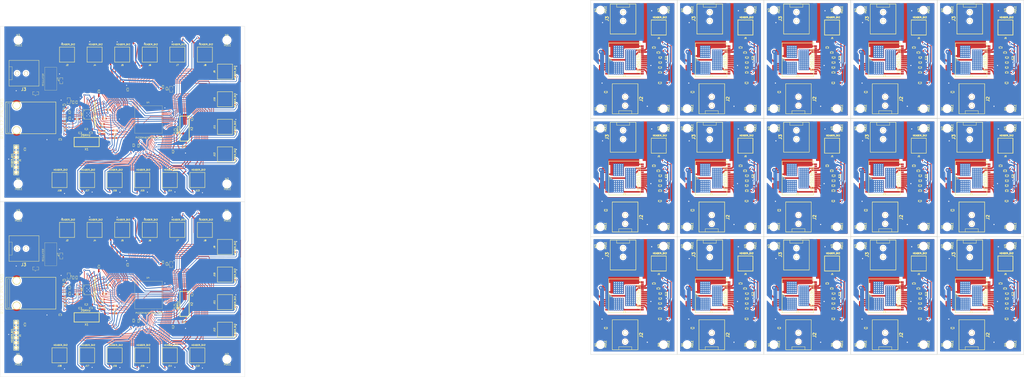
<source format=kicad_pcb>
(kicad_pcb (version 3) (host pcbnew "(2013-08-24 BZR 4298)-stable")
  (layers (15 F.Cu signal) (0 B.Cu signal) (18 B.Paste user) (19 F.Paste user) (20 B.SilkS user) (21 F.SilkS user) (22 B.Mask user) (23 F.Mask user) (28 Edge.Cuts user))
  (net 0 "")
  (net 1 +2.8v)
  (net 2 +5v)
  (net 3 AECRSDV)
  (net 4 AEMDC)
  (net 5 AEMDIO)
  (net 6 AEREFCLK)
  (net 7 AERXD0)
  (net 8 AERXD1)
  (net 9 AERXERR)
  (net 10 AETXD0)
  (net 11 AETXD1)
  (net 12 AETXEN)
  (net 13 AVDD)
  (net 14 CS)
  (net 15 GND)
  (net 16 GreenLED)
  (net 17 ICSPCLK_RB1)
  (net 18 ICSPDAT_RB0)
  (net 19 IN_A)
  (net 20 IN_B)
  (net 21 Motor1OutA)
  (net 22 Motor1OutB)
  (net 23 N-000001)
  (net 24 N-0000010)
  (net 25 N-0000011)
  (net 26 N-00000114)
  (net 27 N-0000015)
  (net 28 N-0000016)
  (net 29 N-0000017)
  (net 30 N-000002)
  (net 31 N-0000021)
  (net 32 N-000003)
  (net 33 N-0000035)
  (net 34 N-0000036)
  (net 35 N-000004)
  (net 36 N-0000049)
  (net 37 N-000005)
  (net 38 N-0000052)
  (net 39 N-000006)
  (net 40 N-000007)
  (net 41 N-000009)
  (net 42 PWM)
  (net 43 RA1)
  (net 44 RA14)
  (net 45 RA2)
  (net 46 RA3)
  (net 47 RA4)
  (net 48 RA5)
  (net 49 RA6)
  (net 50 RA7)
  (net 51 RB10)
  (net 52 RB11)
  (net 53 RB12)
  (net 54 RB13)
  (net 55 RB14)
  (net 56 RB15)
  (net 57 RB2)
  (net 58 RB3)
  (net 59 RB4)
  (net 60 RB5)
  (net 61 RB6)
  (net 62 RB7)
  (net 63 RB8)
  (net 64 RB9)
  (net 65 RC1)
  (net 66 RC2)
  (net 67 RC3)
  (net 68 RC4)
  (net 69 RD0)
  (net 70 RD1)
  (net 71 RD10)
  (net 72 RD12)
  (net 73 RD13)
  (net 74 RD2)
  (net 75 RD3)
  (net 76 RD4)
  (net 77 RD5)
  (net 78 RD6)
  (net 79 RD7)
  (net 80 RD9)
  (net 81 RE0)
  (net 82 RE1)
  (net 83 RE2)
  (net 84 RE3)
  (net 85 RE4)
  (net 86 RE5)
  (net 87 RE6)
  (net 88 RE7)
  (net 89 RF0)
  (net 90 RF1)
  (net 91 RF12)
  (net 92 RF13)
  (net 93 RF3)
  (net 94 RF4)
  (net 95 RF5)
  (net 96 RG0)
  (net 97 RG1)
  (net 98 RG12)
  (net 99 RG13)
  (net 100 RG14)
  (net 101 RG2)
  (net 102 RG3)
  (net 103 RG6)
  (net 104 RG7)
  (net 105 RXN)
  (net 106 RXP)
  (net 107 TXN)
  (net 108 TXP)
  (net 109 Vin)
  (net 110 YellowLED)
  (net 111 nRST)
  (net 112 ~MCLR~)
  (module TED_2.1mm_DC_SMT_68mil (layer F.Cu) (at 335.21 -113.23 90)
    (fp_text reference J3 (at 0.15748 -8.15848 90) (layer F.SilkS) (effects (font (thickness 0.3048))))
    (fp_text value DC_2.1MM hide)
    (pad "" np_thru_hole circle (at -1.00076 0 90) (size 2.032 2.032) (drill 1.7272) (layers *.Cu *.Mask F.SilkS))
    (pad 1 smd rect (at 3.50012 5.4102 90) (size 1.99898 1.99898) (layers F.Cu F.Paste F.Mask) (net 22 Motor1OutB))
    (pad 1 smd rect (at -2.60096 5.4102 90) (size 1.99898 1.99898) (layers F.Cu F.Paste F.Mask) (net 22 Motor1OutB))
    (pad 2 smd rect (at 3.50012 -5.41528 90) (size 1.99898 1.99898) (layers F.Cu F.Paste F.Mask) (net 21 Motor1OutA))
    (pad 3 smd rect (at -2.60096 -5.41528 90) (size 1.99898 1.99898) (layers F.Cu F.Paste F.Mask))
    (pad "" np_thru_hole circle (at 3.50012 0 90) (size 2.032 2.032) (drill 1.7272) (layers *.Cu *.Mask F.SilkS))
  )
  (module TED_2.1mm_DC_SMT_68mil (layer F.Cu) (at 336.25 -72.73 270)
    (fp_text reference J2 (at 0.15748 -8.15848 270) (layer F.SilkS) (effects (font (thickness 0.3048))))
    (fp_text value DC_2.1MM hide)
    (pad "" np_thru_hole circle (at -1.00076 0 270) (size 2.032 2.032) (drill 1.7272) (layers *.Cu *.Mask F.SilkS))
    (pad 1 smd rect (at 3.50012 5.4102 270) (size 1.99898 1.99898) (layers F.Cu F.Paste F.Mask) (net 109 Vin))
    (pad 1 smd rect (at -2.60096 5.4102 270) (size 1.99898 1.99898) (layers F.Cu F.Paste F.Mask) (net 109 Vin))
    (pad 2 smd rect (at 3.50012 -5.41528 270) (size 1.99898 1.99898) (layers F.Cu F.Paste F.Mask) (net 15 GND))
    (pad 3 smd rect (at -2.60096 -5.41528 270) (size 1.99898 1.99898) (layers F.Cu F.Paste F.Mask))
    (pad "" np_thru_hole circle (at 3.50012 0 270) (size 2.032 2.032) (drill 1.7272) (layers *.Cu *.Mask F.SilkS))
  )
  (module TED_Hole_125mil (layer F.Cu) (at 355.71 -67.73 90)
    (fp_text reference H4 (at -0.05 -2.425 90) (layer F.SilkS))
    (fp_text value HOLE (at 0.25 2.6 90) (layer F.SilkS))
    (pad "" np_thru_hole circle (at 0 0 90) (size 3.175 3.175) (drill 3.175) (layers *.Cu *.Mask F.SilkS))
  )
  (module TED_Hole_125mil (layer F.Cu) (at 355.71 -117.73 90)
    (fp_text reference H3 (at -0.05 -2.425 90) (layer F.SilkS))
    (fp_text value HOLE (at 0.25 2.6 90) (layer F.SilkS))
    (pad "" np_thru_hole circle (at 0 0 90) (size 3.175 3.175) (drill 3.175) (layers *.Cu *.Mask F.SilkS))
  )
  (module TED_Hole_125mil (layer F.Cu) (at 323.71 -117.73 90)
    (fp_text reference H2 (at -0.05 -2.425 90) (layer F.SilkS))
    (fp_text value HOLE (at 0.25 2.6 90) (layer F.SilkS))
    (pad "" np_thru_hole circle (at 0 0 90) (size 3.175 3.175) (drill 3.175) (layers *.Cu *.Mask F.SilkS))
  )
  (module TED_Hole_125mil (layer F.Cu) (at 323.71 -67.73 90)
    (fp_text reference H1 (at -0.05 -2.425 90) (layer F.SilkS))
    (fp_text value HOLE (at 0.25 2.6 90) (layer F.SilkS))
    (pad "" np_thru_hole circle (at 0 0 90) (size 3.175 3.175) (drill 3.175) (layers *.Cu *.Mask F.SilkS))
  )
  (module TED_MultiPowerSO-30_2mil_hole (layer F.Cu) (at 335.93 -92.47 90)
    (fp_text reference U1 (at 0.225 -7.025 90) (layer F.SilkS) (effects (font (thickness 0.1))))
    (fp_text value VNH5019A-E (at -0.325 6.925 90) (layer F.SilkS) (effects (font (size 1.27 1.27) (thickness 0.127))))
    (pad 22 smd rect (at 1 -9.1 90) (size 0.67 1.3) (layers F.Cu F.Paste F.Mask))
    (pad 21 smd rect (at 2 -9.1 90) (size 0.67 1.3) (layers F.Cu F.Paste F.Mask) (net 22 Motor1OutB))
    (pad 20 smd rect (at 3 -9.1 90) (size 0.67 1.3) (layers F.Cu F.Paste F.Mask) (net 15 GND))
    (pad 19 smd rect (at 4 -9.1 90) (size 0.67 1.3) (layers F.Cu F.Paste F.Mask) (net 15 GND))
    (pad 18 smd rect (at 5 -9.1 90) (size 0.67 1.3) (layers F.Cu F.Paste F.Mask) (net 15 GND))
    (pad 17 smd rect (at 6 -9.1 90) (size 0.67 1.3) (layers F.Cu F.Paste F.Mask))
    (pad 16 smd rect (at 7 -9.1 90) (size 0.67 1.3) (layers F.Cu F.Paste F.Mask) (net 22 Motor1OutB))
    (pad 15 smd rect (at 7 9.1 90) (size 0.67 1.3) (layers F.Cu F.Paste F.Mask) (net 22 Motor1OutB))
    (pad 14 smd rect (at 6 9.1 90) (size 0.67 1.3) (layers F.Cu F.Paste F.Mask))
    (pad 13 smd rect (at 5 9.1 90) (size 0.67 1.3) (layers F.Cu F.Paste F.Mask) (net 109 Vin))
    (pad 12 smd rect (at 4 9.1 90) (size 0.67 1.3) (layers F.Cu F.Paste F.Mask) (net 109 Vin))
    (pad 11 smd rect (at 3 9.1 90) (size 0.67 1.3) (layers F.Cu F.Paste F.Mask))
    (pad 10 smd rect (at 2 9.1 90) (size 0.67 1.3) (layers F.Cu F.Paste F.Mask) (net 20 IN_B))
    (pad 9 smd rect (at 1 9.1 90) (size 0.67 1.3) (layers F.Cu F.Paste F.Mask) (net 39 N-000006))
    (pad 1 smd rect (at -7 9.1 90) (size 0.67 1.3) (layers F.Cu F.Paste F.Mask) (net 21 Motor1OutA))
    (pad 2 smd rect (at -6 9.1 90) (size 0.67 1.3) (layers F.Cu F.Paste F.Mask))
    (pad 3 smd rect (at -5 9.1 90) (size 0.67 1.3) (layers F.Cu F.Paste F.Mask) (net 109 Vin))
    (pad 4 smd rect (at -4 9.1 90) (size 0.67 1.3) (layers F.Cu F.Paste F.Mask) (net 19 IN_A))
    (pad 5 smd rect (at -3 9.1 90) (size 0.67 1.3) (layers F.Cu F.Paste F.Mask) (net 40 N-000007))
    (pad 6 smd rect (at -2 9.1 90) (size 0.67 1.3) (layers F.Cu F.Paste F.Mask) (net 15 GND))
    (pad 7 smd rect (at -1 9.1 90) (size 0.67 1.3) (layers F.Cu F.Paste F.Mask) (net 42 PWM))
    (pad 8 smd rect (at 0 9.1 90) (size 0.67 1.3) (layers F.Cu F.Paste F.Mask) (net 14 CS))
    (pad 23 smd rect (at 0 -9.1 90) (size 0.67 1.3) (layers F.Cu F.Paste F.Mask) (net 109 Vin))
    (pad 24 smd rect (at -1 -9.1 90) (size 0.67 1.3) (layers F.Cu F.Paste F.Mask))
    (pad 25 smd rect (at -2 -9.1 90) (size 0.67 1.3) (layers F.Cu F.Paste F.Mask) (net 21 Motor1OutA))
    (pad 26 smd rect (at -3 -9.1 90) (size 0.67 1.3) (layers F.Cu F.Paste F.Mask) (net 15 GND))
    (pad 27 smd rect (at -4 -9.1 90) (size 0.67 1.3) (layers F.Cu F.Paste F.Mask) (net 15 GND))
    (pad 28 smd rect (at -5 -9.1 90) (size 0.67 1.3) (layers F.Cu F.Paste F.Mask) (net 15 GND))
    (pad 29 smd rect (at -6 -9.1 90) (size 0.67 1.3) (layers F.Cu F.Paste F.Mask))
    (pad 30 smd rect (at -7 -9.1 90) (size 0.67 1.3) (layers F.Cu F.Paste F.Mask) (net 21 Motor1OutA))
    (pad 33 smd rect (at -4.165 -3.05 90) (size 6.23 5.25) (layers F.Cu F.Paste F.Mask) (net 21 Motor1OutA))
    (pad 32 smd rect (at 4.165 -3.05 90) (size 6.23 5.25) (layers F.Cu F.Paste F.Mask) (net 22 Motor1OutB))
    (pad 31 smd rect (at 0 3.05 90) (size 10.3 5.25) (layers F.Cu F.Paste F.Mask) (net 109 Vin))
    (pad 33 thru_hole circle (at -6.665 -5.05 90) (size 0.508 0.508) (drill 0.508) (layers *.Cu) (net 21 Motor1OutA))
    (pad 33 thru_hole circle (at -5.665 -5.05 90) (size 0.508 0.508) (drill 0.508) (layers *.Cu) (net 21 Motor1OutA))
    (pad 33 thru_hole circle (at -4.665 -5.05 90) (size 0.508 0.508) (drill 0.508) (layers *.Cu) (net 21 Motor1OutA))
    (pad 33 thru_hole circle (at -3.665 -5.05 90) (size 0.508 0.508) (drill 0.508) (layers *.Cu) (net 21 Motor1OutA))
    (pad 33 thru_hole circle (at -2.665 -5.05 90) (size 0.508 0.508) (drill 0.508) (layers *.Cu) (net 21 Motor1OutA))
    (pad 33 thru_hole circle (at -1.665 -5.05 90) (size 0.508 0.508) (drill 0.508) (layers *.Cu) (net 21 Motor1OutA))
    (pad 32 thru_hole circle (at 6.665 -5.05 90) (size 0.508 0.508) (drill 0.508) (layers *.Cu) (net 22 Motor1OutB))
    (pad 32 thru_hole circle (at 5.665 -5.05 90) (size 0.508 0.508) (drill 0.508) (layers *.Cu) (net 22 Motor1OutB))
    (pad 32 thru_hole circle (at 4.665 -5.05 90) (size 0.508 0.508) (drill 0.508) (layers *.Cu) (net 22 Motor1OutB))
    (pad 32 thru_hole circle (at 3.665 -5.05 90) (size 0.508 0.508) (drill 0.508) (layers *.Cu) (net 22 Motor1OutB))
    (pad 32 thru_hole circle (at 2.665 -5.05 90) (size 0.508 0.508) (drill 0.508) (layers *.Cu) (net 22 Motor1OutB))
    (pad 32 thru_hole circle (at 1.665 -5.05 90) (size 0.508 0.508) (drill 0.508) (layers *.Cu) (net 22 Motor1OutB))
    (pad 32 thru_hole circle (at 6.665 -4.05 90) (size 0.508 0.508) (drill 0.508) (layers *.Cu) (net 22 Motor1OutB))
    (pad 32 thru_hole circle (at 5.665 -4.05 90) (size 0.508 0.508) (drill 0.508) (layers *.Cu) (net 22 Motor1OutB))
    (pad 32 thru_hole circle (at 4.665 -4.05 90) (size 0.508 0.508) (drill 0.508) (layers *.Cu) (net 22 Motor1OutB))
    (pad 32 thru_hole circle (at 3.665 -4.05 90) (size 0.508 0.508) (drill 0.508) (layers *.Cu) (net 22 Motor1OutB))
    (pad 32 thru_hole circle (at 2.665 -4.05 90) (size 0.508 0.508) (drill 0.508) (layers *.Cu) (net 22 Motor1OutB))
    (pad 32 thru_hole circle (at 1.665 -4.05 90) (size 0.508 0.508) (drill 0.508) (layers *.Cu) (net 22 Motor1OutB))
    (pad 33 thru_hole circle (at -1.665 -4.05 90) (size 0.508 0.508) (drill 0.508) (layers *.Cu) (net 21 Motor1OutA))
    (pad 33 thru_hole circle (at -2.665 -4.05 90) (size 0.508 0.508) (drill 0.508) (layers *.Cu) (net 21 Motor1OutA))
    (pad 33 thru_hole circle (at -3.665 -4.05 90) (size 0.508 0.508) (drill 0.508) (layers *.Cu) (net 21 Motor1OutA))
    (pad 33 thru_hole circle (at -4.665 -4.05 90) (size 0.508 0.508) (drill 0.508) (layers *.Cu) (net 21 Motor1OutA))
    (pad 33 thru_hole circle (at -5.665 -4.05 90) (size 0.508 0.508) (drill 0.508) (layers *.Cu) (net 21 Motor1OutA))
    (pad 33 thru_hole circle (at -6.665 -4.05 90) (size 0.508 0.508) (drill 0.508) (layers *.Cu) (net 21 Motor1OutA))
    (pad 32 thru_hole circle (at 1.665 -3.05 90) (size 0.508 0.508) (drill 0.508) (layers *.Cu) (net 22 Motor1OutB))
    (pad 32 thru_hole circle (at 2.665 -3.05 90) (size 0.508 0.508) (drill 0.508) (layers *.Cu) (net 22 Motor1OutB))
    (pad 32 thru_hole circle (at 3.665 -3.05 90) (size 0.508 0.508) (drill 0.508) (layers *.Cu) (net 22 Motor1OutB))
    (pad 32 thru_hole circle (at 4.665 -3.05 90) (size 0.508 0.508) (drill 0.508) (layers *.Cu) (net 22 Motor1OutB))
    (pad 32 thru_hole circle (at 5.665 -3.05 90) (size 0.508 0.508) (drill 0.508) (layers *.Cu) (net 22 Motor1OutB))
    (pad 32 thru_hole circle (at 6.665 -3.05 90) (size 0.508 0.508) (drill 0.508) (layers *.Cu) (net 22 Motor1OutB))
    (pad 33 thru_hole circle (at -1.665 -3.05 90) (size 0.508 0.508) (drill 0.508) (layers *.Cu) (net 21 Motor1OutA))
    (pad 33 thru_hole circle (at -2.665 -3.05 90) (size 0.508 0.508) (drill 0.508) (layers *.Cu) (net 21 Motor1OutA))
    (pad 33 thru_hole circle (at -3.665 -3.05 90) (size 0.508 0.508) (drill 0.508) (layers *.Cu) (net 21 Motor1OutA))
    (pad 33 thru_hole circle (at -4.665 -3.05 90) (size 0.508 0.508) (drill 0.508) (layers *.Cu) (net 21 Motor1OutA))
    (pad 33 thru_hole circle (at -5.665 -3.05 90) (size 0.508 0.508) (drill 0.508) (layers *.Cu) (net 21 Motor1OutA))
    (pad 33 thru_hole circle (at -6.665 -3.05 90) (size 0.508 0.508) (drill 0.508) (layers *.Cu) (net 21 Motor1OutA))
    (pad 33 thru_hole circle (at -6.665 -2.05 90) (size 0.508 0.508) (drill 0.508) (layers *.Cu) (net 21 Motor1OutA))
    (pad 33 thru_hole circle (at -5.665 -2.05 90) (size 0.508 0.508) (drill 0.508) (layers *.Cu) (net 21 Motor1OutA))
    (pad 33 thru_hole circle (at -4.665 -2.05 90) (size 0.508 0.508) (drill 0.508) (layers *.Cu) (net 21 Motor1OutA))
    (pad 33 thru_hole circle (at -3.665 -2.05 90) (size 0.508 0.508) (drill 0.508) (layers *.Cu) (net 21 Motor1OutA))
    (pad 33 thru_hole circle (at -2.665 -2.05 90) (size 0.508 0.508) (drill 0.508) (layers *.Cu) (net 21 Motor1OutA))
    (pad 33 thru_hole circle (at -1.665 -2.05 90) (size 0.508 0.508) (drill 0.508) (layers *.Cu) (net 21 Motor1OutA))
    (pad 32 thru_hole circle (at 1.665 -2.05 90) (size 0.508 0.508) (drill 0.508) (layers *.Cu) (net 22 Motor1OutB))
    (pad 32 thru_hole circle (at 2.665 -2.05 90) (size 0.508 0.508) (drill 0.508) (layers *.Cu) (net 22 Motor1OutB))
    (pad 32 thru_hole circle (at 3.665 -2.05 90) (size 0.508 0.508) (drill 0.508) (layers *.Cu) (net 22 Motor1OutB))
    (pad 32 thru_hole circle (at 4.665 -2.05 90) (size 0.508 0.508) (drill 0.508) (layers *.Cu) (net 22 Motor1OutB))
    (pad 32 thru_hole circle (at 5.665 -2.05 90) (size 0.508 0.508) (drill 0.508) (layers *.Cu) (net 22 Motor1OutB))
    (pad 32 thru_hole circle (at 6.665 -2.05 90) (size 0.508 0.508) (drill 0.508) (layers *.Cu) (net 22 Motor1OutB))
    (pad 33 thru_hole circle (at -6.665 -1.05 90) (size 0.508 0.508) (drill 0.508) (layers *.Cu) (net 21 Motor1OutA))
    (pad 33 thru_hole circle (at -5.665 -1.05 90) (size 0.508 0.508) (drill 0.508) (layers *.Cu) (net 21 Motor1OutA))
    (pad 33 thru_hole circle (at -4.665 -1.05 90) (size 0.508 0.508) (drill 0.508) (layers *.Cu) (net 21 Motor1OutA))
    (pad 33 thru_hole circle (at -3.665 -1.05 90) (size 0.508 0.508) (drill 0.508) (layers *.Cu) (net 21 Motor1OutA))
    (pad 33 thru_hole circle (at -2.665 -1.05 90) (size 0.508 0.508) (drill 0.508) (layers *.Cu) (net 21 Motor1OutA))
    (pad 33 thru_hole circle (at -1.665 -1.05 90) (size 0.508 0.508) (drill 0.508) (layers *.Cu) (net 21 Motor1OutA))
    (pad 32 thru_hole circle (at 1.665 -1.05 90) (size 0.508 0.508) (drill 0.508) (layers *.Cu) (net 22 Motor1OutB))
    (pad 32 thru_hole circle (at 2.665 -1.05 90) (size 0.508 0.508) (drill 0.508) (layers *.Cu) (net 22 Motor1OutB))
    (pad 32 thru_hole circle (at 3.665 -1.05 90) (size 0.508 0.508) (drill 0.508) (layers *.Cu) (net 22 Motor1OutB))
    (pad 32 thru_hole circle (at 4.665 -1.05 90) (size 0.508 0.508) (drill 0.508) (layers *.Cu) (net 22 Motor1OutB))
    (pad 32 thru_hole circle (at 5.665 -1.05 90) (size 0.508 0.508) (drill 0.508) (layers *.Cu) (net 22 Motor1OutB))
    (pad 32 thru_hole circle (at 6.665 -1.05 90) (size 0.508 0.508) (drill 0.508) (layers *.Cu) (net 22 Motor1OutB))
    (pad 31 thru_hole circle (at 1.5 1.05 90) (size 0.508 0.508) (drill 0.508) (layers *.Cu) (net 109 Vin))
    (pad 31 thru_hole circle (at 2.5 1.05 90) (size 0.508 0.508) (drill 0.508) (layers *.Cu) (net 109 Vin))
    (pad 31 thru_hole circle (at 3.5 1.05 90) (size 0.508 0.508) (drill 0.508) (layers *.Cu) (net 109 Vin))
    (pad 31 thru_hole circle (at 4.5 1.05 90) (size 0.508 0.508) (drill 0.508) (layers *.Cu) (net 109 Vin))
    (pad 31 thru_hole circle (at 4.5 2.05 90) (size 0.508 0.508) (drill 0.508) (layers *.Cu) (net 109 Vin))
    (pad 31 thru_hole circle (at 3.5 2.05 90) (size 0.508 0.508) (drill 0.508) (layers *.Cu) (net 109 Vin))
    (pad 31 thru_hole circle (at 2.5 2.05 90) (size 0.508 0.508) (drill 0.508) (layers *.Cu) (net 109 Vin))
    (pad 31 thru_hole circle (at 1.5 2.05 90) (size 0.508 0.508) (drill 0.508) (layers *.Cu) (net 109 Vin))
    (pad 31 thru_hole circle (at 4.5 3.05 90) (size 0.508 0.508) (drill 0.508) (layers *.Cu) (net 109 Vin))
    (pad 31 thru_hole circle (at 3.5 3.05 90) (size 0.508 0.508) (drill 0.508) (layers *.Cu) (net 109 Vin))
    (pad 31 thru_hole circle (at 2.5 3.05 90) (size 0.508 0.508) (drill 0.508) (layers *.Cu) (net 109 Vin))
    (pad 31 thru_hole circle (at 1.5 3.05 90) (size 0.508 0.508) (drill 0.508) (layers *.Cu) (net 109 Vin))
    (pad 31 thru_hole circle (at 1.5 4.05 90) (size 0.508 0.508) (drill 0.508) (layers *.Cu) (net 109 Vin))
    (pad 31 thru_hole circle (at 2.5 4.05 90) (size 0.508 0.508) (drill 0.508) (layers *.Cu) (net 109 Vin))
    (pad 31 thru_hole circle (at 3.5 4.05 90) (size 0.508 0.508) (drill 0.508) (layers *.Cu) (net 109 Vin))
    (pad 31 thru_hole circle (at 4.5 4.05 90) (size 0.508 0.508) (drill 0.508) (layers *.Cu) (net 109 Vin))
    (pad 31 thru_hole circle (at 1.5 5.05 90) (size 0.508 0.508) (drill 0.508) (layers *.Cu) (net 109 Vin))
    (pad 31 thru_hole circle (at 2.5 5.05 90) (size 0.508 0.508) (drill 0.508) (layers *.Cu) (net 109 Vin))
    (pad 31 thru_hole circle (at 3.5 5.05 90) (size 0.508 0.508) (drill 0.508) (layers *.Cu) (net 109 Vin))
    (pad 31 thru_hole circle (at 4.5 5.05 90) (size 0.508 0.508) (drill 0.508) (layers *.Cu) (net 109 Vin))
    (pad 31 thru_hole circle (at 0.5 5.05 90) (size 0.508 0.508) (drill 0.508) (layers *.Cu) (net 109 Vin))
    (pad 31 thru_hole circle (at -0.5 5.05 90) (size 0.508 0.508) (drill 0.508) (layers *.Cu) (net 109 Vin))
    (pad 31 thru_hole circle (at -1.5 5.05 90) (size 0.508 0.508) (drill 0.508) (layers *.Cu) (net 109 Vin))
    (pad 31 thru_hole circle (at -2.5 5.05 90) (size 0.508 0.508) (drill 0.508) (layers *.Cu) (net 109 Vin))
    (pad 31 thru_hole circle (at -3.5 5.05 90) (size 0.508 0.508) (drill 0.508) (layers *.Cu) (net 109 Vin))
    (pad 31 thru_hole circle (at -4.5 5.05 90) (size 0.508 0.508) (drill 0.508) (layers *.Cu) (net 109 Vin))
    (pad 31 thru_hole circle (at 0.5 4.05 90) (size 0.508 0.508) (drill 0.508) (layers *.Cu) (net 109 Vin))
    (pad 31 thru_hole circle (at -0.5 4.05 90) (size 0.508 0.508) (drill 0.508) (layers *.Cu) (net 109 Vin))
    (pad 31 thru_hole circle (at -1.5 4.05 90) (size 0.508 0.508) (drill 0.508) (layers *.Cu) (net 109 Vin))
    (pad 31 thru_hole circle (at -2.5 4.05 90) (size 0.508 0.508) (drill 0.508) (layers *.Cu) (net 109 Vin))
    (pad 31 thru_hole circle (at -3.5 4.05 90) (size 0.508 0.508) (drill 0.508) (layers *.Cu) (net 109 Vin))
    (pad 31 thru_hole circle (at -4.5 4.05 90) (size 0.508 0.508) (drill 0.508) (layers *.Cu) (net 109 Vin))
    (pad 31 thru_hole circle (at -4.5 3.05 90) (size 0.508 0.508) (drill 0.508) (layers *.Cu) (net 109 Vin))
    (pad 31 thru_hole circle (at -3.5 3.05 90) (size 0.508 0.508) (drill 0.508) (layers *.Cu) (net 109 Vin))
    (pad 31 thru_hole circle (at -2.5 3.05 90) (size 0.508 0.508) (drill 0.508) (layers *.Cu) (net 109 Vin))
    (pad 31 thru_hole circle (at -1.5 3.05 90) (size 0.508 0.508) (drill 0.508) (layers *.Cu) (net 109 Vin))
    (pad 31 thru_hole circle (at -0.5 3.05 90) (size 0.508 0.508) (drill 0.508) (layers *.Cu) (net 109 Vin))
    (pad 31 thru_hole circle (at 0.5 3.05 90) (size 0.508 0.508) (drill 0.508) (layers *.Cu) (net 109 Vin))
    (pad 31 thru_hole circle (at -4.5 2.05 90) (size 0.508 0.508) (drill 0.508) (layers *.Cu) (net 109 Vin))
    (pad 31 thru_hole circle (at -3.5 2.05 90) (size 0.508 0.508) (drill 0.508) (layers *.Cu) (net 109 Vin))
    (pad 31 thru_hole circle (at -2.5 2.05 90) (size 0.508 0.508) (drill 0.508) (layers *.Cu) (net 109 Vin))
    (pad 31 thru_hole circle (at -1.5 2.05 90) (size 0.508 0.508) (drill 0.508) (layers *.Cu) (net 109 Vin))
    (pad 31 thru_hole circle (at -0.5 2.05 90) (size 0.508 0.508) (drill 0.508) (layers *.Cu) (net 109 Vin))
    (pad 31 thru_hole circle (at 0.5 2.05 90) (size 0.508 0.508) (drill 0.508) (layers *.Cu) (net 109 Vin))
    (pad 31 thru_hole circle (at 0.5 1.05 90) (size 0.508 0.508) (drill 0.508) (layers *.Cu) (net 109 Vin))
    (pad 31 thru_hole circle (at -0.5 1.05 90) (size 0.508 0.508) (drill 0.508) (layers *.Cu) (net 109 Vin))
    (pad 31 thru_hole circle (at -1.5 1.05 90) (size 0.508 0.508) (drill 0.508) (layers *.Cu) (net 109 Vin))
    (pad 31 thru_hole circle (at -2.5 1.05 90) (size 0.508 0.508) (drill 0.508) (layers *.Cu) (net 109 Vin))
    (pad 31 thru_hole circle (at -3.5 1.05 90) (size 0.508 0.508) (drill 0.508) (layers *.Cu) (net 109 Vin))
    (pad 31 thru_hole circle (at -4.5 1.05 90) (size 0.508 0.508) (drill 0.508) (layers *.Cu) (net 109 Vin))
    (pad 33 smd rect (at -4.165 -3.05 90) (size 6.23 5.25) (layers B.Cu F.Paste F.Mask) (net 21 Motor1OutA))
    (pad 32 smd rect (at 4.165 -3.05 90) (size 6.23 5.25) (layers B.Cu F.Paste F.Mask) (net 22 Motor1OutB))
    (pad 31 smd rect (at 0 3.05 90) (size 10.3 5.25) (layers B.Cu F.Paste F.Mask) (net 109 Vin))
  )
  (module TED_HEADER_3x2_SMT (layer F.Cu) (at 353.32 -108.91)
    (fp_text reference J1 (at 0.05 5.35) (layer F.SilkS) (effects (font (size 0.762 0.762) (thickness 0.1905))))
    (fp_text value HEADER_3X2 (at 0.525 -5.15) (layer F.SilkS) (effects (font (size 0.762 0.762) (thickness 0.1905))))
    (pad 1 smd rect (at -2.54 2.54) (size 0.9906 2.54) (layers F.Cu F.Paste F.Mask) (net 1 +2.8v) (clearance 0.508))
    (pad 2 smd rect (at 0 2.54) (size 0.9906 2.54) (layers F.Cu F.Paste F.Mask) (net 41 N-000009) (clearance 0.508))
    (pad 3 smd rect (at 2.54 2.54) (size 0.9906 2.54) (layers F.Cu F.Paste F.Mask) (net 24 N-0000010) (clearance 0.508))
    (pad 4 smd rect (at 2.54 -2.54) (size 0.9906 2.54) (layers F.Cu F.Paste F.Mask) (net 28 N-0000016) (clearance 0.508))
    (pad 5 smd rect (at 0 -2.54) (size 0.9906 2.54) (layers F.Cu F.Paste F.Mask) (net 25 N-0000011) (clearance 0.508))
    (pad 6 smd rect (at -2.54 -2.54) (size 0.9906 2.54) (layers F.Cu F.Paste F.Mask) (net 15 GND) (clearance 0.508))
  )
  (module TED_SM0603 (layer F.Cu) (at 326.46 -76.15 180)
    (fp_text reference C1 (at 0 -0.635 180) (layer F.SilkS) (effects (font (size 0.20066 0.20066) (thickness 0.04064))))
    (fp_text value ".1uF (50v)" hide)
    (pad 2 smd rect (at 0.75184 0 180) (size 0.89916 1.00076) (layers F.Cu F.Paste F.Mask) (net 15 GND) (clearance 0.1))
    (pad 1 smd rect (at -0.75184 0 180) (size 0.89916 1.00076) (layers F.Cu F.Paste F.Mask) (net 109 Vin) (clearance 0.1))
  )
  (module TED_SM0603 (layer F.Cu) (at 357.01 -93.43 270)
    (fp_text reference C3 (at 0 -0.635 270) (layer F.SilkS) (effects (font (size 0.20066 0.20066) (thickness 0.04064))))
    (fp_text value 33nF hide)
    (pad 2 smd rect (at 0.75184 0 270) (size 0.89916 1.00076) (layers F.Cu F.Paste F.Mask) (net 15 GND) (clearance 0.1))
    (pad 1 smd rect (at -0.75184 0 270) (size 0.89916 1.00076) (layers F.Cu F.Paste F.Mask) (net 28 N-0000016) (clearance 0.1))
  )
  (module TED_SM0603 (layer F.Cu) (at 354 -86.05)
    (fp_text reference R1 (at 0 -0.635) (layer F.SilkS) (effects (font (size 0.20066 0.20066) (thickness 0.04064))))
    (fp_text value 3.3k hide)
    (pad 2 smd rect (at 0.75184 0) (size 0.89916 1.00076) (layers F.Cu F.Paste F.Mask) (net 1 +2.8v) (clearance 0.1))
    (pad 1 smd rect (at -0.75184 0) (size 0.89916 1.00076) (layers F.Cu F.Paste F.Mask) (net 40 N-000007) (clearance 0.1))
  )
  (module TED_SM0603 (layer F.Cu) (at 353.14 -96.17)
    (fp_text reference R2 (at 0 -0.635) (layer F.SilkS) (effects (font (size 0.20066 0.20066) (thickness 0.04064))))
    (fp_text value 3.3k hide)
    (pad 2 smd rect (at 0.75184 0) (size 0.89916 1.00076) (layers F.Cu F.Paste F.Mask) (net 1 +2.8v) (clearance 0.1))
    (pad 1 smd rect (at -0.75184 0) (size 0.89916 1.00076) (layers F.Cu F.Paste F.Mask) (net 39 N-000006) (clearance 0.1))
  )
  (module TED_SM0603 (layer F.Cu) (at 353.91 -80.82 180)
    (fp_text reference R3 (at 0 -0.635 180) (layer F.SilkS) (effects (font (size 0.20066 0.20066) (thickness 0.04064))))
    (fp_text value 1k hide)
    (pad 2 smd rect (at 0.75184 0 180) (size 0.89916 1.00076) (layers F.Cu F.Paste F.Mask) (net 19 IN_A) (clearance 0.1))
    (pad 1 smd rect (at -0.75184 0 180) (size 0.89916 1.00076) (layers F.Cu F.Paste F.Mask) (net 41 N-000009) (clearance 0.1))
  )
  (module TED_SM0603 (layer F.Cu) (at 353.97 -88.62 180)
    (fp_text reference R4 (at 0 -0.635 180) (layer F.SilkS) (effects (font (size 0.20066 0.20066) (thickness 0.04064))))
    (fp_text value 1k hide)
    (pad 2 smd rect (at 0.75184 0 180) (size 0.89916 1.00076) (layers F.Cu F.Paste F.Mask) (net 42 PWM) (clearance 0.1))
    (pad 1 smd rect (at -0.75184 0 180) (size 0.89916 1.00076) (layers F.Cu F.Paste F.Mask) (net 24 N-0000010) (clearance 0.1))
  )
  (module TED_SM0603 (layer F.Cu) (at 350.85 -98.71)
    (fp_text reference R5 (at 0 -0.635) (layer F.SilkS) (effects (font (size 0.20066 0.20066) (thickness 0.04064))))
    (fp_text value 1k hide)
    (pad 2 smd rect (at 0.75184 0) (size 0.89916 1.00076) (layers F.Cu F.Paste F.Mask) (net 25 N-0000011) (clearance 0.1))
    (pad 1 smd rect (at -0.75184 0) (size 0.89916 1.00076) (layers F.Cu F.Paste F.Mask) (net 20 IN_B) (clearance 0.1))
  )
  (module TED_SM0603 (layer F.Cu) (at 354.08 -93.67 180)
    (fp_text reference R6 (at 0 -0.635 180) (layer F.SilkS) (effects (font (size 0.20066 0.20066) (thickness 0.04064))))
    (fp_text value 10k hide)
    (pad 2 smd rect (at 0.75184 0 180) (size 0.89916 1.00076) (layers F.Cu F.Paste F.Mask) (net 14 CS) (clearance 0.1))
    (pad 1 smd rect (at -0.75184 0 180) (size 0.89916 1.00076) (layers F.Cu F.Paste F.Mask) (net 28 N-0000016) (clearance 0.1))
  )
  (module TED_SM0603 (layer F.Cu) (at 354.05 -91.12 180)
    (fp_text reference R7 (at 0 -0.635 180) (layer F.SilkS) (effects (font (size 0.20066 0.20066) (thickness 0.04064))))
    (fp_text value 1.5k hide)
    (pad 2 smd rect (at 0.75184 0 180) (size 0.89916 1.00076) (layers F.Cu F.Paste F.Mask) (net 14 CS) (clearance 0.1))
    (pad 1 smd rect (at -0.75184 0 180) (size 0.89916 1.00076) (layers F.Cu F.Paste F.Mask) (net 15 GND) (clearance 0.1))
  )
  (module TED_SM0603 (layer F.Cu) (at 354.05 -91.12 180)
    (fp_text reference R7 (at 0 -0.635 180) (layer F.SilkS) (effects (font (size 0.20066 0.20066) (thickness 0.04064))))
    (fp_text value 1.5k hide)
    (pad 2 smd rect (at 0.75184 0 180) (size 0.89916 1.00076) (layers F.Cu F.Paste F.Mask) (net 14 CS) (clearance 0.1))
    (pad 1 smd rect (at -0.75184 0 180) (size 0.89916 1.00076) (layers F.Cu F.Paste F.Mask) (net 15 GND) (clearance 0.1))
  )
  (module TED_SM0603 (layer F.Cu) (at 354.08 -93.67 180)
    (fp_text reference R6 (at 0 -0.635 180) (layer F.SilkS) (effects (font (size 0.20066 0.20066) (thickness 0.04064))))
    (fp_text value 10k hide)
    (pad 2 smd rect (at 0.75184 0 180) (size 0.89916 1.00076) (layers F.Cu F.Paste F.Mask) (net 14 CS) (clearance 0.1))
    (pad 1 smd rect (at -0.75184 0 180) (size 0.89916 1.00076) (layers F.Cu F.Paste F.Mask) (net 28 N-0000016) (clearance 0.1))
  )
  (module TED_SM0603 (layer F.Cu) (at 350.85 -98.71)
    (fp_text reference R5 (at 0 -0.635) (layer F.SilkS) (effects (font (size 0.20066 0.20066) (thickness 0.04064))))
    (fp_text value 1k hide)
    (pad 2 smd rect (at 0.75184 0) (size 0.89916 1.00076) (layers F.Cu F.Paste F.Mask) (net 25 N-0000011) (clearance 0.1))
    (pad 1 smd rect (at -0.75184 0) (size 0.89916 1.00076) (layers F.Cu F.Paste F.Mask) (net 20 IN_B) (clearance 0.1))
  )
  (module TED_SM0603 (layer F.Cu) (at 353.97 -88.62 180)
    (fp_text reference R4 (at 0 -0.635 180) (layer F.SilkS) (effects (font (size 0.20066 0.20066) (thickness 0.04064))))
    (fp_text value 1k hide)
    (pad 2 smd rect (at 0.75184 0 180) (size 0.89916 1.00076) (layers F.Cu F.Paste F.Mask) (net 42 PWM) (clearance 0.1))
    (pad 1 smd rect (at -0.75184 0 180) (size 0.89916 1.00076) (layers F.Cu F.Paste F.Mask) (net 24 N-0000010) (clearance 0.1))
  )
  (module TED_SM0603 (layer F.Cu) (at 353.91 -80.82 180)
    (fp_text reference R3 (at 0 -0.635 180) (layer F.SilkS) (effects (font (size 0.20066 0.20066) (thickness 0.04064))))
    (fp_text value 1k hide)
    (pad 2 smd rect (at 0.75184 0 180) (size 0.89916 1.00076) (layers F.Cu F.Paste F.Mask) (net 19 IN_A) (clearance 0.1))
    (pad 1 smd rect (at -0.75184 0 180) (size 0.89916 1.00076) (layers F.Cu F.Paste F.Mask) (net 41 N-000009) (clearance 0.1))
  )
  (module TED_SM0603 (layer F.Cu) (at 353.14 -96.17)
    (fp_text reference R2 (at 0 -0.635) (layer F.SilkS) (effects (font (size 0.20066 0.20066) (thickness 0.04064))))
    (fp_text value 3.3k hide)
    (pad 2 smd rect (at 0.75184 0) (size 0.89916 1.00076) (layers F.Cu F.Paste F.Mask) (net 1 +2.8v) (clearance 0.1))
    (pad 1 smd rect (at -0.75184 0) (size 0.89916 1.00076) (layers F.Cu F.Paste F.Mask) (net 39 N-000006) (clearance 0.1))
  )
  (module TED_SM0603 (layer F.Cu) (at 354 -86.05)
    (fp_text reference R1 (at 0 -0.635) (layer F.SilkS) (effects (font (size 0.20066 0.20066) (thickness 0.04064))))
    (fp_text value 3.3k hide)
    (pad 2 smd rect (at 0.75184 0) (size 0.89916 1.00076) (layers F.Cu F.Paste F.Mask) (net 1 +2.8v) (clearance 0.1))
    (pad 1 smd rect (at -0.75184 0) (size 0.89916 1.00076) (layers F.Cu F.Paste F.Mask) (net 40 N-000007) (clearance 0.1))
  )
  (module TED_SM0603 (layer F.Cu) (at 357.01 -93.43 270)
    (fp_text reference C3 (at 0 -0.635 270) (layer F.SilkS) (effects (font (size 0.20066 0.20066) (thickness 0.04064))))
    (fp_text value 33nF hide)
    (pad 2 smd rect (at 0.75184 0 270) (size 0.89916 1.00076) (layers F.Cu F.Paste F.Mask) (net 15 GND) (clearance 0.1))
    (pad 1 smd rect (at -0.75184 0 270) (size 0.89916 1.00076) (layers F.Cu F.Paste F.Mask) (net 28 N-0000016) (clearance 0.1))
  )
  (module TED_SM0603 (layer F.Cu) (at 326.46 -76.15 180)
    (fp_text reference C1 (at 0 -0.635 180) (layer F.SilkS) (effects (font (size 0.20066 0.20066) (thickness 0.04064))))
    (fp_text value ".1uF (50v)" hide)
    (pad 2 smd rect (at 0.75184 0 180) (size 0.89916 1.00076) (layers F.Cu F.Paste F.Mask) (net 15 GND) (clearance 0.1))
    (pad 1 smd rect (at -0.75184 0 180) (size 0.89916 1.00076) (layers F.Cu F.Paste F.Mask) (net 109 Vin) (clearance 0.1))
  )
  (module TED_HEADER_3x2_SMT (layer F.Cu) (at 353.32 -108.91)
    (fp_text reference J1 (at 0.05 5.35) (layer F.SilkS) (effects (font (size 0.762 0.762) (thickness 0.1905))))
    (fp_text value HEADER_3X2 (at 0.525 -5.15) (layer F.SilkS) (effects (font (size 0.762 0.762) (thickness 0.1905))))
    (pad 1 smd rect (at -2.54 2.54) (size 0.9906 2.54) (layers F.Cu F.Paste F.Mask) (net 1 +2.8v) (clearance 0.508))
    (pad 2 smd rect (at 0 2.54) (size 0.9906 2.54) (layers F.Cu F.Paste F.Mask) (net 41 N-000009) (clearance 0.508))
    (pad 3 smd rect (at 2.54 2.54) (size 0.9906 2.54) (layers F.Cu F.Paste F.Mask) (net 24 N-0000010) (clearance 0.508))
    (pad 4 smd rect (at 2.54 -2.54) (size 0.9906 2.54) (layers F.Cu F.Paste F.Mask) (net 28 N-0000016) (clearance 0.508))
    (pad 5 smd rect (at 0 -2.54) (size 0.9906 2.54) (layers F.Cu F.Paste F.Mask) (net 25 N-0000011) (clearance 0.508))
    (pad 6 smd rect (at -2.54 -2.54) (size 0.9906 2.54) (layers F.Cu F.Paste F.Mask) (net 15 GND) (clearance 0.508))
  )
  (module TED_MultiPowerSO-30_2mil_hole (layer F.Cu) (at 335.93 -92.47 90)
    (fp_text reference U1 (at 0.225 -7.025 90) (layer F.SilkS) (effects (font (thickness 0.1))))
    (fp_text value VNH5019A-E (at -0.325 6.925 90) (layer F.SilkS) (effects (font (size 1.27 1.27) (thickness 0.127))))
    (pad 22 smd rect (at 1 -9.1 90) (size 0.67 1.3) (layers F.Cu F.Paste F.Mask))
    (pad 21 smd rect (at 2 -9.1 90) (size 0.67 1.3) (layers F.Cu F.Paste F.Mask) (net 22 Motor1OutB))
    (pad 20 smd rect (at 3 -9.1 90) (size 0.67 1.3) (layers F.Cu F.Paste F.Mask) (net 15 GND))
    (pad 19 smd rect (at 4 -9.1 90) (size 0.67 1.3) (layers F.Cu F.Paste F.Mask) (net 15 GND))
    (pad 18 smd rect (at 5 -9.1 90) (size 0.67 1.3) (layers F.Cu F.Paste F.Mask) (net 15 GND))
    (pad 17 smd rect (at 6 -9.1 90) (size 0.67 1.3) (layers F.Cu F.Paste F.Mask))
    (pad 16 smd rect (at 7 -9.1 90) (size 0.67 1.3) (layers F.Cu F.Paste F.Mask) (net 22 Motor1OutB))
    (pad 15 smd rect (at 7 9.1 90) (size 0.67 1.3) (layers F.Cu F.Paste F.Mask) (net 22 Motor1OutB))
    (pad 14 smd rect (at 6 9.1 90) (size 0.67 1.3) (layers F.Cu F.Paste F.Mask))
    (pad 13 smd rect (at 5 9.1 90) (size 0.67 1.3) (layers F.Cu F.Paste F.Mask) (net 109 Vin))
    (pad 12 smd rect (at 4 9.1 90) (size 0.67 1.3) (layers F.Cu F.Paste F.Mask) (net 109 Vin))
    (pad 11 smd rect (at 3 9.1 90) (size 0.67 1.3) (layers F.Cu F.Paste F.Mask))
    (pad 10 smd rect (at 2 9.1 90) (size 0.67 1.3) (layers F.Cu F.Paste F.Mask) (net 20 IN_B))
    (pad 9 smd rect (at 1 9.1 90) (size 0.67 1.3) (layers F.Cu F.Paste F.Mask) (net 39 N-000006))
    (pad 1 smd rect (at -7 9.1 90) (size 0.67 1.3) (layers F.Cu F.Paste F.Mask) (net 21 Motor1OutA))
    (pad 2 smd rect (at -6 9.1 90) (size 0.67 1.3) (layers F.Cu F.Paste F.Mask))
    (pad 3 smd rect (at -5 9.1 90) (size 0.67 1.3) (layers F.Cu F.Paste F.Mask) (net 109 Vin))
    (pad 4 smd rect (at -4 9.1 90) (size 0.67 1.3) (layers F.Cu F.Paste F.Mask) (net 19 IN_A))
    (pad 5 smd rect (at -3 9.1 90) (size 0.67 1.3) (layers F.Cu F.Paste F.Mask) (net 40 N-000007))
    (pad 6 smd rect (at -2 9.1 90) (size 0.67 1.3) (layers F.Cu F.Paste F.Mask) (net 15 GND))
    (pad 7 smd rect (at -1 9.1 90) (size 0.67 1.3) (layers F.Cu F.Paste F.Mask) (net 42 PWM))
    (pad 8 smd rect (at 0 9.1 90) (size 0.67 1.3) (layers F.Cu F.Paste F.Mask) (net 14 CS))
    (pad 23 smd rect (at 0 -9.1 90) (size 0.67 1.3) (layers F.Cu F.Paste F.Mask) (net 109 Vin))
    (pad 24 smd rect (at -1 -9.1 90) (size 0.67 1.3) (layers F.Cu F.Paste F.Mask))
    (pad 25 smd rect (at -2 -9.1 90) (size 0.67 1.3) (layers F.Cu F.Paste F.Mask) (net 21 Motor1OutA))
    (pad 26 smd rect (at -3 -9.1 90) (size 0.67 1.3) (layers F.Cu F.Paste F.Mask) (net 15 GND))
    (pad 27 smd rect (at -4 -9.1 90) (size 0.67 1.3) (layers F.Cu F.Paste F.Mask) (net 15 GND))
    (pad 28 smd rect (at -5 -9.1 90) (size 0.67 1.3) (layers F.Cu F.Paste F.Mask) (net 15 GND))
    (pad 29 smd rect (at -6 -9.1 90) (size 0.67 1.3) (layers F.Cu F.Paste F.Mask))
    (pad 30 smd rect (at -7 -9.1 90) (size 0.67 1.3) (layers F.Cu F.Paste F.Mask) (net 21 Motor1OutA))
    (pad 33 smd rect (at -4.165 -3.05 90) (size 6.23 5.25) (layers F.Cu F.Paste F.Mask) (net 21 Motor1OutA))
    (pad 32 smd rect (at 4.165 -3.05 90) (size 6.23 5.25) (layers F.Cu F.Paste F.Mask) (net 22 Motor1OutB))
    (pad 31 smd rect (at 0 3.05 90) (size 10.3 5.25) (layers F.Cu F.Paste F.Mask) (net 109 Vin))
    (pad 33 thru_hole circle (at -6.665 -5.05 90) (size 0.508 0.508) (drill 0.508) (layers *.Cu) (net 21 Motor1OutA))
    (pad 33 thru_hole circle (at -5.665 -5.05 90) (size 0.508 0.508) (drill 0.508) (layers *.Cu) (net 21 Motor1OutA))
    (pad 33 thru_hole circle (at -4.665 -5.05 90) (size 0.508 0.508) (drill 0.508) (layers *.Cu) (net 21 Motor1OutA))
    (pad 33 thru_hole circle (at -3.665 -5.05 90) (size 0.508 0.508) (drill 0.508) (layers *.Cu) (net 21 Motor1OutA))
    (pad 33 thru_hole circle (at -2.665 -5.05 90) (size 0.508 0.508) (drill 0.508) (layers *.Cu) (net 21 Motor1OutA))
    (pad 33 thru_hole circle (at -1.665 -5.05 90) (size 0.508 0.508) (drill 0.508) (layers *.Cu) (net 21 Motor1OutA))
    (pad 32 thru_hole circle (at 6.665 -5.05 90) (size 0.508 0.508) (drill 0.508) (layers *.Cu) (net 22 Motor1OutB))
    (pad 32 thru_hole circle (at 5.665 -5.05 90) (size 0.508 0.508) (drill 0.508) (layers *.Cu) (net 22 Motor1OutB))
    (pad 32 thru_hole circle (at 4.665 -5.05 90) (size 0.508 0.508) (drill 0.508) (layers *.Cu) (net 22 Motor1OutB))
    (pad 32 thru_hole circle (at 3.665 -5.05 90) (size 0.508 0.508) (drill 0.508) (layers *.Cu) (net 22 Motor1OutB))
    (pad 32 thru_hole circle (at 2.665 -5.05 90) (size 0.508 0.508) (drill 0.508) (layers *.Cu) (net 22 Motor1OutB))
    (pad 32 thru_hole circle (at 1.665 -5.05 90) (size 0.508 0.508) (drill 0.508) (layers *.Cu) (net 22 Motor1OutB))
    (pad 32 thru_hole circle (at 6.665 -4.05 90) (size 0.508 0.508) (drill 0.508) (layers *.Cu) (net 22 Motor1OutB))
    (pad 32 thru_hole circle (at 5.665 -4.05 90) (size 0.508 0.508) (drill 0.508) (layers *.Cu) (net 22 Motor1OutB))
    (pad 32 thru_hole circle (at 4.665 -4.05 90) (size 0.508 0.508) (drill 0.508) (layers *.Cu) (net 22 Motor1OutB))
    (pad 32 thru_hole circle (at 3.665 -4.05 90) (size 0.508 0.508) (drill 0.508) (layers *.Cu) (net 22 Motor1OutB))
    (pad 32 thru_hole circle (at 2.665 -4.05 90) (size 0.508 0.508) (drill 0.508) (layers *.Cu) (net 22 Motor1OutB))
    (pad 32 thru_hole circle (at 1.665 -4.05 90) (size 0.508 0.508) (drill 0.508) (layers *.Cu) (net 22 Motor1OutB))
    (pad 33 thru_hole circle (at -1.665 -4.05 90) (size 0.508 0.508) (drill 0.508) (layers *.Cu) (net 21 Motor1OutA))
    (pad 33 thru_hole circle (at -2.665 -4.05 90) (size 0.508 0.508) (drill 0.508) (layers *.Cu) (net 21 Motor1OutA))
    (pad 33 thru_hole circle (at -3.665 -4.05 90) (size 0.508 0.508) (drill 0.508) (layers *.Cu) (net 21 Motor1OutA))
    (pad 33 thru_hole circle (at -4.665 -4.05 90) (size 0.508 0.508) (drill 0.508) (layers *.Cu) (net 21 Motor1OutA))
    (pad 33 thru_hole circle (at -5.665 -4.05 90) (size 0.508 0.508) (drill 0.508) (layers *.Cu) (net 21 Motor1OutA))
    (pad 33 thru_hole circle (at -6.665 -4.05 90) (size 0.508 0.508) (drill 0.508) (layers *.Cu) (net 21 Motor1OutA))
    (pad 32 thru_hole circle (at 1.665 -3.05 90) (size 0.508 0.508) (drill 0.508) (layers *.Cu) (net 22 Motor1OutB))
    (pad 32 thru_hole circle (at 2.665 -3.05 90) (size 0.508 0.508) (drill 0.508) (layers *.Cu) (net 22 Motor1OutB))
    (pad 32 thru_hole circle (at 3.665 -3.05 90) (size 0.508 0.508) (drill 0.508) (layers *.Cu) (net 22 Motor1OutB))
    (pad 32 thru_hole circle (at 4.665 -3.05 90) (size 0.508 0.508) (drill 0.508) (layers *.Cu) (net 22 Motor1OutB))
    (pad 32 thru_hole circle (at 5.665 -3.05 90) (size 0.508 0.508) (drill 0.508) (layers *.Cu) (net 22 Motor1OutB))
    (pad 32 thru_hole circle (at 6.665 -3.05 90) (size 0.508 0.508) (drill 0.508) (layers *.Cu) (net 22 Motor1OutB))
    (pad 33 thru_hole circle (at -1.665 -3.05 90) (size 0.508 0.508) (drill 0.508) (layers *.Cu) (net 21 Motor1OutA))
    (pad 33 thru_hole circle (at -2.665 -3.05 90) (size 0.508 0.508) (drill 0.508) (layers *.Cu) (net 21 Motor1OutA))
    (pad 33 thru_hole circle (at -3.665 -3.05 90) (size 0.508 0.508) (drill 0.508) (layers *.Cu) (net 21 Motor1OutA))
    (pad 33 thru_hole circle (at -4.665 -3.05 90) (size 0.508 0.508) (drill 0.508) (layers *.Cu) (net 21 Motor1OutA))
    (pad 33 thru_hole circle (at -5.665 -3.05 90) (size 0.508 0.508) (drill 0.508) (layers *.Cu) (net 21 Motor1OutA))
    (pad 33 thru_hole circle (at -6.665 -3.05 90) (size 0.508 0.508) (drill 0.508) (layers *.Cu) (net 21 Motor1OutA))
    (pad 33 thru_hole circle (at -6.665 -2.05 90) (size 0.508 0.508) (drill 0.508) (layers *.Cu) (net 21 Motor1OutA))
    (pad 33 thru_hole circle (at -5.665 -2.05 90) (size 0.508 0.508) (drill 0.508) (layers *.Cu) (net 21 Motor1OutA))
    (pad 33 thru_hole circle (at -4.665 -2.05 90) (size 0.508 0.508) (drill 0.508) (layers *.Cu) (net 21 Motor1OutA))
    (pad 33 thru_hole circle (at -3.665 -2.05 90) (size 0.508 0.508) (drill 0.508) (layers *.Cu) (net 21 Motor1OutA))
    (pad 33 thru_hole circle (at -2.665 -2.05 90) (size 0.508 0.508) (drill 0.508) (layers *.Cu) (net 21 Motor1OutA))
    (pad 33 thru_hole circle (at -1.665 -2.05 90) (size 0.508 0.508) (drill 0.508) (layers *.Cu) (net 21 Motor1OutA))
    (pad 32 thru_hole circle (at 1.665 -2.05 90) (size 0.508 0.508) (drill 0.508) (layers *.Cu) (net 22 Motor1OutB))
    (pad 32 thru_hole circle (at 2.665 -2.05 90) (size 0.508 0.508) (drill 0.508) (layers *.Cu) (net 22 Motor1OutB))
    (pad 32 thru_hole circle (at 3.665 -2.05 90) (size 0.508 0.508) (drill 0.508) (layers *.Cu) (net 22 Motor1OutB))
    (pad 32 thru_hole circle (at 4.665 -2.05 90) (size 0.508 0.508) (drill 0.508) (layers *.Cu) (net 22 Motor1OutB))
    (pad 32 thru_hole circle (at 5.665 -2.05 90) (size 0.508 0.508) (drill 0.508) (layers *.Cu) (net 22 Motor1OutB))
    (pad 32 thru_hole circle (at 6.665 -2.05 90) (size 0.508 0.508) (drill 0.508) (layers *.Cu) (net 22 Motor1OutB))
    (pad 33 thru_hole circle (at -6.665 -1.05 90) (size 0.508 0.508) (drill 0.508) (layers *.Cu) (net 21 Motor1OutA))
    (pad 33 thru_hole circle (at -5.665 -1.05 90) (size 0.508 0.508) (drill 0.508) (layers *.Cu) (net 21 Motor1OutA))
    (pad 33 thru_hole circle (at -4.665 -1.05 90) (size 0.508 0.508) (drill 0.508) (layers *.Cu) (net 21 Motor1OutA))
    (pad 33 thru_hole circle (at -3.665 -1.05 90) (size 0.508 0.508) (drill 0.508) (layers *.Cu) (net 21 Motor1OutA))
    (pad 33 thru_hole circle (at -2.665 -1.05 90) (size 0.508 0.508) (drill 0.508) (layers *.Cu) (net 21 Motor1OutA))
    (pad 33 thru_hole circle (at -1.665 -1.05 90) (size 0.508 0.508) (drill 0.508) (layers *.Cu) (net 21 Motor1OutA))
    (pad 32 thru_hole circle (at 1.665 -1.05 90) (size 0.508 0.508) (drill 0.508) (layers *.Cu) (net 22 Motor1OutB))
    (pad 32 thru_hole circle (at 2.665 -1.05 90) (size 0.508 0.508) (drill 0.508) (layers *.Cu) (net 22 Motor1OutB))
    (pad 32 thru_hole circle (at 3.665 -1.05 90) (size 0.508 0.508) (drill 0.508) (layers *.Cu) (net 22 Motor1OutB))
    (pad 32 thru_hole circle (at 4.665 -1.05 90) (size 0.508 0.508) (drill 0.508) (layers *.Cu) (net 22 Motor1OutB))
    (pad 32 thru_hole circle (at 5.665 -1.05 90) (size 0.508 0.508) (drill 0.508) (layers *.Cu) (net 22 Motor1OutB))
    (pad 32 thru_hole circle (at 6.665 -1.05 90) (size 0.508 0.508) (drill 0.508) (layers *.Cu) (net 22 Motor1OutB))
    (pad 31 thru_hole circle (at 1.5 1.05 90) (size 0.508 0.508) (drill 0.508) (layers *.Cu) (net 109 Vin))
    (pad 31 thru_hole circle (at 2.5 1.05 90) (size 0.508 0.508) (drill 0.508) (layers *.Cu) (net 109 Vin))
    (pad 31 thru_hole circle (at 3.5 1.05 90) (size 0.508 0.508) (drill 0.508) (layers *.Cu) (net 109 Vin))
    (pad 31 thru_hole circle (at 4.5 1.05 90) (size 0.508 0.508) (drill 0.508) (layers *.Cu) (net 109 Vin))
    (pad 31 thru_hole circle (at 4.5 2.05 90) (size 0.508 0.508) (drill 0.508) (layers *.Cu) (net 109 Vin))
    (pad 31 thru_hole circle (at 3.5 2.05 90) (size 0.508 0.508) (drill 0.508) (layers *.Cu) (net 109 Vin))
    (pad 31 thru_hole circle (at 2.5 2.05 90) (size 0.508 0.508) (drill 0.508) (layers *.Cu) (net 109 Vin))
    (pad 31 thru_hole circle (at 1.5 2.05 90) (size 0.508 0.508) (drill 0.508) (layers *.Cu) (net 109 Vin))
    (pad 31 thru_hole circle (at 4.5 3.05 90) (size 0.508 0.508) (drill 0.508) (layers *.Cu) (net 109 Vin))
    (pad 31 thru_hole circle (at 3.5 3.05 90) (size 0.508 0.508) (drill 0.508) (layers *.Cu) (net 109 Vin))
    (pad 31 thru_hole circle (at 2.5 3.05 90) (size 0.508 0.508) (drill 0.508) (layers *.Cu) (net 109 Vin))
    (pad 31 thru_hole circle (at 1.5 3.05 90) (size 0.508 0.508) (drill 0.508) (layers *.Cu) (net 109 Vin))
    (pad 31 thru_hole circle (at 1.5 4.05 90) (size 0.508 0.508) (drill 0.508) (layers *.Cu) (net 109 Vin))
    (pad 31 thru_hole circle (at 2.5 4.05 90) (size 0.508 0.508) (drill 0.508) (layers *.Cu) (net 109 Vin))
    (pad 31 thru_hole circle (at 3.5 4.05 90) (size 0.508 0.508) (drill 0.508) (layers *.Cu) (net 109 Vin))
    (pad 31 thru_hole circle (at 4.5 4.05 90) (size 0.508 0.508) (drill 0.508) (layers *.Cu) (net 109 Vin))
    (pad 31 thru_hole circle (at 1.5 5.05 90) (size 0.508 0.508) (drill 0.508) (layers *.Cu) (net 109 Vin))
    (pad 31 thru_hole circle (at 2.5 5.05 90) (size 0.508 0.508) (drill 0.508) (layers *.Cu) (net 109 Vin))
    (pad 31 thru_hole circle (at 3.5 5.05 90) (size 0.508 0.508) (drill 0.508) (layers *.Cu) (net 109 Vin))
    (pad 31 thru_hole circle (at 4.5 5.05 90) (size 0.508 0.508) (drill 0.508) (layers *.Cu) (net 109 Vin))
    (pad 31 thru_hole circle (at 0.5 5.05 90) (size 0.508 0.508) (drill 0.508) (layers *.Cu) (net 109 Vin))
    (pad 31 thru_hole circle (at -0.5 5.05 90) (size 0.508 0.508) (drill 0.508) (layers *.Cu) (net 109 Vin))
    (pad 31 thru_hole circle (at -1.5 5.05 90) (size 0.508 0.508) (drill 0.508) (layers *.Cu) (net 109 Vin))
    (pad 31 thru_hole circle (at -2.5 5.05 90) (size 0.508 0.508) (drill 0.508) (layers *.Cu) (net 109 Vin))
    (pad 31 thru_hole circle (at -3.5 5.05 90) (size 0.508 0.508) (drill 0.508) (layers *.Cu) (net 109 Vin))
    (pad 31 thru_hole circle (at -4.5 5.05 90) (size 0.508 0.508) (drill 0.508) (layers *.Cu) (net 109 Vin))
    (pad 31 thru_hole circle (at 0.5 4.05 90) (size 0.508 0.508) (drill 0.508) (layers *.Cu) (net 109 Vin))
    (pad 31 thru_hole circle (at -0.5 4.05 90) (size 0.508 0.508) (drill 0.508) (layers *.Cu) (net 109 Vin))
    (pad 31 thru_hole circle (at -1.5 4.05 90) (size 0.508 0.508) (drill 0.508) (layers *.Cu) (net 109 Vin))
    (pad 31 thru_hole circle (at -2.5 4.05 90) (size 0.508 0.508) (drill 0.508) (layers *.Cu) (net 109 Vin))
    (pad 31 thru_hole circle (at -3.5 4.05 90) (size 0.508 0.508) (drill 0.508) (layers *.Cu) (net 109 Vin))
    (pad 31 thru_hole circle (at -4.5 4.05 90) (size 0.508 0.508) (drill 0.508) (layers *.Cu) (net 109 Vin))
    (pad 31 thru_hole circle (at -4.5 3.05 90) (size 0.508 0.508) (drill 0.508) (layers *.Cu) (net 109 Vin))
    (pad 31 thru_hole circle (at -3.5 3.05 90) (size 0.508 0.508) (drill 0.508) (layers *.Cu) (net 109 Vin))
    (pad 31 thru_hole circle (at -2.5 3.05 90) (size 0.508 0.508) (drill 0.508) (layers *.Cu) (net 109 Vin))
    (pad 31 thru_hole circle (at -1.5 3.05 90) (size 0.508 0.508) (drill 0.508) (layers *.Cu) (net 109 Vin))
    (pad 31 thru_hole circle (at -0.5 3.05 90) (size 0.508 0.508) (drill 0.508) (layers *.Cu) (net 109 Vin))
    (pad 31 thru_hole circle (at 0.5 3.05 90) (size 0.508 0.508) (drill 0.508) (layers *.Cu) (net 109 Vin))
    (pad 31 thru_hole circle (at -4.5 2.05 90) (size 0.508 0.508) (drill 0.508) (layers *.Cu) (net 109 Vin))
    (pad 31 thru_hole circle (at -3.5 2.05 90) (size 0.508 0.508) (drill 0.508) (layers *.Cu) (net 109 Vin))
    (pad 31 thru_hole circle (at -2.5 2.05 90) (size 0.508 0.508) (drill 0.508) (layers *.Cu) (net 109 Vin))
    (pad 31 thru_hole circle (at -1.5 2.05 90) (size 0.508 0.508) (drill 0.508) (layers *.Cu) (net 109 Vin))
    (pad 31 thru_hole circle (at -0.5 2.05 90) (size 0.508 0.508) (drill 0.508) (layers *.Cu) (net 109 Vin))
    (pad 31 thru_hole circle (at 0.5 2.05 90) (size 0.508 0.508) (drill 0.508) (layers *.Cu) (net 109 Vin))
    (pad 31 thru_hole circle (at 0.5 1.05 90) (size 0.508 0.508) (drill 0.508) (layers *.Cu) (net 109 Vin))
    (pad 31 thru_hole circle (at -0.5 1.05 90) (size 0.508 0.508) (drill 0.508) (layers *.Cu) (net 109 Vin))
    (pad 31 thru_hole circle (at -1.5 1.05 90) (size 0.508 0.508) (drill 0.508) (layers *.Cu) (net 109 Vin))
    (pad 31 thru_hole circle (at -2.5 1.05 90) (size 0.508 0.508) (drill 0.508) (layers *.Cu) (net 109 Vin))
    (pad 31 thru_hole circle (at -3.5 1.05 90) (size 0.508 0.508) (drill 0.508) (layers *.Cu) (net 109 Vin))
    (pad 31 thru_hole circle (at -4.5 1.05 90) (size 0.508 0.508) (drill 0.508) (layers *.Cu) (net 109 Vin))
    (pad 33 smd rect (at -4.165 -3.05 90) (size 6.23 5.25) (layers B.Cu F.Paste F.Mask) (net 21 Motor1OutA))
    (pad 32 smd rect (at 4.165 -3.05 90) (size 6.23 5.25) (layers B.Cu F.Paste F.Mask) (net 22 Motor1OutB))
    (pad 31 smd rect (at 0 3.05 90) (size 10.3 5.25) (layers B.Cu F.Paste F.Mask) (net 109 Vin))
  )
  (module TED_Hole_125mil (layer F.Cu) (at 323.71 -67.73 90)
    (fp_text reference H1 (at -0.05 -2.425 90) (layer F.SilkS))
    (fp_text value HOLE (at 0.25 2.6 90) (layer F.SilkS))
    (pad "" np_thru_hole circle (at 0 0 90) (size 3.175 3.175) (drill 3.175) (layers *.Cu *.Mask F.SilkS))
  )
  (module TED_Hole_125mil (layer F.Cu) (at 323.71 -117.73 90)
    (fp_text reference H2 (at -0.05 -2.425 90) (layer F.SilkS))
    (fp_text value HOLE (at 0.25 2.6 90) (layer F.SilkS))
    (pad "" np_thru_hole circle (at 0 0 90) (size 3.175 3.175) (drill 3.175) (layers *.Cu *.Mask F.SilkS))
  )
  (module TED_Hole_125mil (layer F.Cu) (at 355.71 -117.73 90)
    (fp_text reference H3 (at -0.05 -2.425 90) (layer F.SilkS))
    (fp_text value HOLE (at 0.25 2.6 90) (layer F.SilkS))
    (pad "" np_thru_hole circle (at 0 0 90) (size 3.175 3.175) (drill 3.175) (layers *.Cu *.Mask F.SilkS))
  )
  (module TED_Hole_125mil (layer F.Cu) (at 355.71 -67.73 90)
    (fp_text reference H4 (at -0.05 -2.425 90) (layer F.SilkS))
    (fp_text value HOLE (at 0.25 2.6 90) (layer F.SilkS))
    (pad "" np_thru_hole circle (at 0 0 90) (size 3.175 3.175) (drill 3.175) (layers *.Cu *.Mask F.SilkS))
  )
  (module TED_2.1mm_DC_SMT_68mil (layer F.Cu) (at 336.25 -72.73 270)
    (fp_text reference J2 (at 0.15748 -8.15848 270) (layer F.SilkS) (effects (font (thickness 0.3048))))
    (fp_text value DC_2.1MM hide)
    (pad "" np_thru_hole circle (at -1.00076 0 270) (size 2.032 2.032) (drill 1.7272) (layers *.Cu *.Mask F.SilkS))
    (pad 1 smd rect (at 3.50012 5.4102 270) (size 1.99898 1.99898) (layers F.Cu F.Paste F.Mask) (net 109 Vin))
    (pad 1 smd rect (at -2.60096 5.4102 270) (size 1.99898 1.99898) (layers F.Cu F.Paste F.Mask) (net 109 Vin))
    (pad 2 smd rect (at 3.50012 -5.41528 270) (size 1.99898 1.99898) (layers F.Cu F.Paste F.Mask) (net 15 GND))
    (pad 3 smd rect (at -2.60096 -5.41528 270) (size 1.99898 1.99898) (layers F.Cu F.Paste F.Mask))
    (pad "" np_thru_hole circle (at 3.50012 0 270) (size 2.032 2.032) (drill 1.7272) (layers *.Cu *.Mask F.SilkS))
  )
  (module TED_2.1mm_DC_SMT_68mil (layer F.Cu) (at 335.21 -113.23 90)
    (fp_text reference J3 (at 0.15748 -8.15848 90) (layer F.SilkS) (effects (font (thickness 0.3048))))
    (fp_text value DC_2.1MM hide)
    (pad "" np_thru_hole circle (at -1.00076 0 90) (size 2.032 2.032) (drill 1.7272) (layers *.Cu *.Mask F.SilkS))
    (pad 1 smd rect (at 3.50012 5.4102 90) (size 1.99898 1.99898) (layers F.Cu F.Paste F.Mask) (net 22 Motor1OutB))
    (pad 1 smd rect (at -2.60096 5.4102 90) (size 1.99898 1.99898) (layers F.Cu F.Paste F.Mask) (net 22 Motor1OutB))
    (pad 2 smd rect (at 3.50012 -5.41528 90) (size 1.99898 1.99898) (layers F.Cu F.Paste F.Mask) (net 21 Motor1OutA))
    (pad 3 smd rect (at -2.60096 -5.41528 90) (size 1.99898 1.99898) (layers F.Cu F.Paste F.Mask))
    (pad "" np_thru_hole circle (at 3.50012 0 90) (size 2.032 2.032) (drill 1.7272) (layers *.Cu *.Mask F.SilkS))
  )
  (module TED_2.1mm_DC_SMT_68mil (layer F.Cu) (at 335.21 -53.23 90)
    (fp_text reference J3 (at 0.15748 -8.15848 90) (layer F.SilkS) (effects (font (thickness 0.3048))))
    (fp_text value DC_2.1MM hide)
    (pad "" np_thru_hole circle (at -1.00076 0 90) (size 2.032 2.032) (drill 1.7272) (layers *.Cu *.Mask F.SilkS))
    (pad 1 smd rect (at 3.50012 5.4102 90) (size 1.99898 1.99898) (layers F.Cu F.Paste F.Mask) (net 22 Motor1OutB))
    (pad 1 smd rect (at -2.60096 5.4102 90) (size 1.99898 1.99898) (layers F.Cu F.Paste F.Mask) (net 22 Motor1OutB))
    (pad 2 smd rect (at 3.50012 -5.41528 90) (size 1.99898 1.99898) (layers F.Cu F.Paste F.Mask) (net 21 Motor1OutA))
    (pad 3 smd rect (at -2.60096 -5.41528 90) (size 1.99898 1.99898) (layers F.Cu F.Paste F.Mask))
    (pad "" np_thru_hole circle (at 3.50012 0 90) (size 2.032 2.032) (drill 1.7272) (layers *.Cu *.Mask F.SilkS))
  )
  (module TED_2.1mm_DC_SMT_68mil (layer F.Cu) (at 336.25 -12.73 270)
    (fp_text reference J2 (at 0.15748 -8.15848 270) (layer F.SilkS) (effects (font (thickness 0.3048))))
    (fp_text value DC_2.1MM hide)
    (pad "" np_thru_hole circle (at -1.00076 0 270) (size 2.032 2.032) (drill 1.7272) (layers *.Cu *.Mask F.SilkS))
    (pad 1 smd rect (at 3.50012 5.4102 270) (size 1.99898 1.99898) (layers F.Cu F.Paste F.Mask) (net 109 Vin))
    (pad 1 smd rect (at -2.60096 5.4102 270) (size 1.99898 1.99898) (layers F.Cu F.Paste F.Mask) (net 109 Vin))
    (pad 2 smd rect (at 3.50012 -5.41528 270) (size 1.99898 1.99898) (layers F.Cu F.Paste F.Mask) (net 15 GND))
    (pad 3 smd rect (at -2.60096 -5.41528 270) (size 1.99898 1.99898) (layers F.Cu F.Paste F.Mask))
    (pad "" np_thru_hole circle (at 3.50012 0 270) (size 2.032 2.032) (drill 1.7272) (layers *.Cu *.Mask F.SilkS))
  )
  (module TED_Hole_125mil (layer F.Cu) (at 355.71 -7.73 90)
    (fp_text reference H4 (at -0.05 -2.425 90) (layer F.SilkS))
    (fp_text value HOLE (at 0.25 2.6 90) (layer F.SilkS))
    (pad "" np_thru_hole circle (at 0 0 90) (size 3.175 3.175) (drill 3.175) (layers *.Cu *.Mask F.SilkS))
  )
  (module TED_Hole_125mil (layer F.Cu) (at 355.71 -57.73 90)
    (fp_text reference H3 (at -0.05 -2.425 90) (layer F.SilkS))
    (fp_text value HOLE (at 0.25 2.6 90) (layer F.SilkS))
    (pad "" np_thru_hole circle (at 0 0 90) (size 3.175 3.175) (drill 3.175) (layers *.Cu *.Mask F.SilkS))
  )
  (module TED_Hole_125mil (layer F.Cu) (at 323.71 -57.73 90)
    (fp_text reference H2 (at -0.05 -2.425 90) (layer F.SilkS))
    (fp_text value HOLE (at 0.25 2.6 90) (layer F.SilkS))
    (pad "" np_thru_hole circle (at 0 0 90) (size 3.175 3.175) (drill 3.175) (layers *.Cu *.Mask F.SilkS))
  )
  (module TED_Hole_125mil (layer F.Cu) (at 323.71 -7.73 90)
    (fp_text reference H1 (at -0.05 -2.425 90) (layer F.SilkS))
    (fp_text value HOLE (at 0.25 2.6 90) (layer F.SilkS))
    (pad "" np_thru_hole circle (at 0 0 90) (size 3.175 3.175) (drill 3.175) (layers *.Cu *.Mask F.SilkS))
  )
  (module TED_MultiPowerSO-30_2mil_hole (layer F.Cu) (at 335.93 -32.47 90)
    (fp_text reference U1 (at 0.225 -7.025 90) (layer F.SilkS) (effects (font (thickness 0.1))))
    (fp_text value VNH5019A-E (at -0.325 6.925 90) (layer F.SilkS) (effects (font (size 1.27 1.27) (thickness 0.127))))
    (pad 22 smd rect (at 1 -9.1 90) (size 0.67 1.3) (layers F.Cu F.Paste F.Mask))
    (pad 21 smd rect (at 2 -9.1 90) (size 0.67 1.3) (layers F.Cu F.Paste F.Mask) (net 22 Motor1OutB))
    (pad 20 smd rect (at 3 -9.1 90) (size 0.67 1.3) (layers F.Cu F.Paste F.Mask) (net 15 GND))
    (pad 19 smd rect (at 4 -9.1 90) (size 0.67 1.3) (layers F.Cu F.Paste F.Mask) (net 15 GND))
    (pad 18 smd rect (at 5 -9.1 90) (size 0.67 1.3) (layers F.Cu F.Paste F.Mask) (net 15 GND))
    (pad 17 smd rect (at 6 -9.1 90) (size 0.67 1.3) (layers F.Cu F.Paste F.Mask))
    (pad 16 smd rect (at 7 -9.1 90) (size 0.67 1.3) (layers F.Cu F.Paste F.Mask) (net 22 Motor1OutB))
    (pad 15 smd rect (at 7 9.1 90) (size 0.67 1.3) (layers F.Cu F.Paste F.Mask) (net 22 Motor1OutB))
    (pad 14 smd rect (at 6 9.1 90) (size 0.67 1.3) (layers F.Cu F.Paste F.Mask))
    (pad 13 smd rect (at 5 9.1 90) (size 0.67 1.3) (layers F.Cu F.Paste F.Mask) (net 109 Vin))
    (pad 12 smd rect (at 4 9.1 90) (size 0.67 1.3) (layers F.Cu F.Paste F.Mask) (net 109 Vin))
    (pad 11 smd rect (at 3 9.1 90) (size 0.67 1.3) (layers F.Cu F.Paste F.Mask))
    (pad 10 smd rect (at 2 9.1 90) (size 0.67 1.3) (layers F.Cu F.Paste F.Mask) (net 20 IN_B))
    (pad 9 smd rect (at 1 9.1 90) (size 0.67 1.3) (layers F.Cu F.Paste F.Mask) (net 39 N-000006))
    (pad 1 smd rect (at -7 9.1 90) (size 0.67 1.3) (layers F.Cu F.Paste F.Mask) (net 21 Motor1OutA))
    (pad 2 smd rect (at -6 9.1 90) (size 0.67 1.3) (layers F.Cu F.Paste F.Mask))
    (pad 3 smd rect (at -5 9.1 90) (size 0.67 1.3) (layers F.Cu F.Paste F.Mask) (net 109 Vin))
    (pad 4 smd rect (at -4 9.1 90) (size 0.67 1.3) (layers F.Cu F.Paste F.Mask) (net 19 IN_A))
    (pad 5 smd rect (at -3 9.1 90) (size 0.67 1.3) (layers F.Cu F.Paste F.Mask) (net 40 N-000007))
    (pad 6 smd rect (at -2 9.1 90) (size 0.67 1.3) (layers F.Cu F.Paste F.Mask) (net 15 GND))
    (pad 7 smd rect (at -1 9.1 90) (size 0.67 1.3) (layers F.Cu F.Paste F.Mask) (net 42 PWM))
    (pad 8 smd rect (at 0 9.1 90) (size 0.67 1.3) (layers F.Cu F.Paste F.Mask) (net 14 CS))
    (pad 23 smd rect (at 0 -9.1 90) (size 0.67 1.3) (layers F.Cu F.Paste F.Mask) (net 109 Vin))
    (pad 24 smd rect (at -1 -9.1 90) (size 0.67 1.3) (layers F.Cu F.Paste F.Mask))
    (pad 25 smd rect (at -2 -9.1 90) (size 0.67 1.3) (layers F.Cu F.Paste F.Mask) (net 21 Motor1OutA))
    (pad 26 smd rect (at -3 -9.1 90) (size 0.67 1.3) (layers F.Cu F.Paste F.Mask) (net 15 GND))
    (pad 27 smd rect (at -4 -9.1 90) (size 0.67 1.3) (layers F.Cu F.Paste F.Mask) (net 15 GND))
    (pad 28 smd rect (at -5 -9.1 90) (size 0.67 1.3) (layers F.Cu F.Paste F.Mask) (net 15 GND))
    (pad 29 smd rect (at -6 -9.1 90) (size 0.67 1.3) (layers F.Cu F.Paste F.Mask))
    (pad 30 smd rect (at -7 -9.1 90) (size 0.67 1.3) (layers F.Cu F.Paste F.Mask) (net 21 Motor1OutA))
    (pad 33 smd rect (at -4.165 -3.05 90) (size 6.23 5.25) (layers F.Cu F.Paste F.Mask) (net 21 Motor1OutA))
    (pad 32 smd rect (at 4.165 -3.05 90) (size 6.23 5.25) (layers F.Cu F.Paste F.Mask) (net 22 Motor1OutB))
    (pad 31 smd rect (at 0 3.05 90) (size 10.3 5.25) (layers F.Cu F.Paste F.Mask) (net 109 Vin))
    (pad 33 thru_hole circle (at -6.665 -5.05 90) (size 0.508 0.508) (drill 0.508) (layers *.Cu) (net 21 Motor1OutA))
    (pad 33 thru_hole circle (at -5.665 -5.05 90) (size 0.508 0.508) (drill 0.508) (layers *.Cu) (net 21 Motor1OutA))
    (pad 33 thru_hole circle (at -4.665 -5.05 90) (size 0.508 0.508) (drill 0.508) (layers *.Cu) (net 21 Motor1OutA))
    (pad 33 thru_hole circle (at -3.665 -5.05 90) (size 0.508 0.508) (drill 0.508) (layers *.Cu) (net 21 Motor1OutA))
    (pad 33 thru_hole circle (at -2.665 -5.05 90) (size 0.508 0.508) (drill 0.508) (layers *.Cu) (net 21 Motor1OutA))
    (pad 33 thru_hole circle (at -1.665 -5.05 90) (size 0.508 0.508) (drill 0.508) (layers *.Cu) (net 21 Motor1OutA))
    (pad 32 thru_hole circle (at 6.665 -5.05 90) (size 0.508 0.508) (drill 0.508) (layers *.Cu) (net 22 Motor1OutB))
    (pad 32 thru_hole circle (at 5.665 -5.05 90) (size 0.508 0.508) (drill 0.508) (layers *.Cu) (net 22 Motor1OutB))
    (pad 32 thru_hole circle (at 4.665 -5.05 90) (size 0.508 0.508) (drill 0.508) (layers *.Cu) (net 22 Motor1OutB))
    (pad 32 thru_hole circle (at 3.665 -5.05 90) (size 0.508 0.508) (drill 0.508) (layers *.Cu) (net 22 Motor1OutB))
    (pad 32 thru_hole circle (at 2.665 -5.05 90) (size 0.508 0.508) (drill 0.508) (layers *.Cu) (net 22 Motor1OutB))
    (pad 32 thru_hole circle (at 1.665 -5.05 90) (size 0.508 0.508) (drill 0.508) (layers *.Cu) (net 22 Motor1OutB))
    (pad 32 thru_hole circle (at 6.665 -4.05 90) (size 0.508 0.508) (drill 0.508) (layers *.Cu) (net 22 Motor1OutB))
    (pad 32 thru_hole circle (at 5.665 -4.05 90) (size 0.508 0.508) (drill 0.508) (layers *.Cu) (net 22 Motor1OutB))
    (pad 32 thru_hole circle (at 4.665 -4.05 90) (size 0.508 0.508) (drill 0.508) (layers *.Cu) (net 22 Motor1OutB))
    (pad 32 thru_hole circle (at 3.665 -4.05 90) (size 0.508 0.508) (drill 0.508) (layers *.Cu) (net 22 Motor1OutB))
    (pad 32 thru_hole circle (at 2.665 -4.05 90) (size 0.508 0.508) (drill 0.508) (layers *.Cu) (net 22 Motor1OutB))
    (pad 32 thru_hole circle (at 1.665 -4.05 90) (size 0.508 0.508) (drill 0.508) (layers *.Cu) (net 22 Motor1OutB))
    (pad 33 thru_hole circle (at -1.665 -4.05 90) (size 0.508 0.508) (drill 0.508) (layers *.Cu) (net 21 Motor1OutA))
    (pad 33 thru_hole circle (at -2.665 -4.05 90) (size 0.508 0.508) (drill 0.508) (layers *.Cu) (net 21 Motor1OutA))
    (pad 33 thru_hole circle (at -3.665 -4.05 90) (size 0.508 0.508) (drill 0.508) (layers *.Cu) (net 21 Motor1OutA))
    (pad 33 thru_hole circle (at -4.665 -4.05 90) (size 0.508 0.508) (drill 0.508) (layers *.Cu) (net 21 Motor1OutA))
    (pad 33 thru_hole circle (at -5.665 -4.05 90) (size 0.508 0.508) (drill 0.508) (layers *.Cu) (net 21 Motor1OutA))
    (pad 33 thru_hole circle (at -6.665 -4.05 90) (size 0.508 0.508) (drill 0.508) (layers *.Cu) (net 21 Motor1OutA))
    (pad 32 thru_hole circle (at 1.665 -3.05 90) (size 0.508 0.508) (drill 0.508) (layers *.Cu) (net 22 Motor1OutB))
    (pad 32 thru_hole circle (at 2.665 -3.05 90) (size 0.508 0.508) (drill 0.508) (layers *.Cu) (net 22 Motor1OutB))
    (pad 32 thru_hole circle (at 3.665 -3.05 90) (size 0.508 0.508) (drill 0.508) (layers *.Cu) (net 22 Motor1OutB))
    (pad 32 thru_hole circle (at 4.665 -3.05 90) (size 0.508 0.508) (drill 0.508) (layers *.Cu) (net 22 Motor1OutB))
    (pad 32 thru_hole circle (at 5.665 -3.05 90) (size 0.508 0.508) (drill 0.508) (layers *.Cu) (net 22 Motor1OutB))
    (pad 32 thru_hole circle (at 6.665 -3.05 90) (size 0.508 0.508) (drill 0.508) (layers *.Cu) (net 22 Motor1OutB))
    (pad 33 thru_hole circle (at -1.665 -3.05 90) (size 0.508 0.508) (drill 0.508) (layers *.Cu) (net 21 Motor1OutA))
    (pad 33 thru_hole circle (at -2.665 -3.05 90) (size 0.508 0.508) (drill 0.508) (layers *.Cu) (net 21 Motor1OutA))
    (pad 33 thru_hole circle (at -3.665 -3.05 90) (size 0.508 0.508) (drill 0.508) (layers *.Cu) (net 21 Motor1OutA))
    (pad 33 thru_hole circle (at -4.665 -3.05 90) (size 0.508 0.508) (drill 0.508) (layers *.Cu) (net 21 Motor1OutA))
    (pad 33 thru_hole circle (at -5.665 -3.05 90) (size 0.508 0.508) (drill 0.508) (layers *.Cu) (net 21 Motor1OutA))
    (pad 33 thru_hole circle (at -6.665 -3.05 90) (size 0.508 0.508) (drill 0.508) (layers *.Cu) (net 21 Motor1OutA))
    (pad 33 thru_hole circle (at -6.665 -2.05 90) (size 0.508 0.508) (drill 0.508) (layers *.Cu) (net 21 Motor1OutA))
    (pad 33 thru_hole circle (at -5.665 -2.05 90) (size 0.508 0.508) (drill 0.508) (layers *.Cu) (net 21 Motor1OutA))
    (pad 33 thru_hole circle (at -4.665 -2.05 90) (size 0.508 0.508) (drill 0.508) (layers *.Cu) (net 21 Motor1OutA))
    (pad 33 thru_hole circle (at -3.665 -2.05 90) (size 0.508 0.508) (drill 0.508) (layers *.Cu) (net 21 Motor1OutA))
    (pad 33 thru_hole circle (at -2.665 -2.05 90) (size 0.508 0.508) (drill 0.508) (layers *.Cu) (net 21 Motor1OutA))
    (pad 33 thru_hole circle (at -1.665 -2.05 90) (size 0.508 0.508) (drill 0.508) (layers *.Cu) (net 21 Motor1OutA))
    (pad 32 thru_hole circle (at 1.665 -2.05 90) (size 0.508 0.508) (drill 0.508) (layers *.Cu) (net 22 Motor1OutB))
    (pad 32 thru_hole circle (at 2.665 -2.05 90) (size 0.508 0.508) (drill 0.508) (layers *.Cu) (net 22 Motor1OutB))
    (pad 32 thru_hole circle (at 3.665 -2.05 90) (size 0.508 0.508) (drill 0.508) (layers *.Cu) (net 22 Motor1OutB))
    (pad 32 thru_hole circle (at 4.665 -2.05 90) (size 0.508 0.508) (drill 0.508) (layers *.Cu) (net 22 Motor1OutB))
    (pad 32 thru_hole circle (at 5.665 -2.05 90) (size 0.508 0.508) (drill 0.508) (layers *.Cu) (net 22 Motor1OutB))
    (pad 32 thru_hole circle (at 6.665 -2.05 90) (size 0.508 0.508) (drill 0.508) (layers *.Cu) (net 22 Motor1OutB))
    (pad 33 thru_hole circle (at -6.665 -1.05 90) (size 0.508 0.508) (drill 0.508) (layers *.Cu) (net 21 Motor1OutA))
    (pad 33 thru_hole circle (at -5.665 -1.05 90) (size 0.508 0.508) (drill 0.508) (layers *.Cu) (net 21 Motor1OutA))
    (pad 33 thru_hole circle (at -4.665 -1.05 90) (size 0.508 0.508) (drill 0.508) (layers *.Cu) (net 21 Motor1OutA))
    (pad 33 thru_hole circle (at -3.665 -1.05 90) (size 0.508 0.508) (drill 0.508) (layers *.Cu) (net 21 Motor1OutA))
    (pad 33 thru_hole circle (at -2.665 -1.05 90) (size 0.508 0.508) (drill 0.508) (layers *.Cu) (net 21 Motor1OutA))
    (pad 33 thru_hole circle (at -1.665 -1.05 90) (size 0.508 0.508) (drill 0.508) (layers *.Cu) (net 21 Motor1OutA))
    (pad 32 thru_hole circle (at 1.665 -1.05 90) (size 0.508 0.508) (drill 0.508) (layers *.Cu) (net 22 Motor1OutB))
    (pad 32 thru_hole circle (at 2.665 -1.05 90) (size 0.508 0.508) (drill 0.508) (layers *.Cu) (net 22 Motor1OutB))
    (pad 32 thru_hole circle (at 3.665 -1.05 90) (size 0.508 0.508) (drill 0.508) (layers *.Cu) (net 22 Motor1OutB))
    (pad 32 thru_hole circle (at 4.665 -1.05 90) (size 0.508 0.508) (drill 0.508) (layers *.Cu) (net 22 Motor1OutB))
    (pad 32 thru_hole circle (at 5.665 -1.05 90) (size 0.508 0.508) (drill 0.508) (layers *.Cu) (net 22 Motor1OutB))
    (pad 32 thru_hole circle (at 6.665 -1.05 90) (size 0.508 0.508) (drill 0.508) (layers *.Cu) (net 22 Motor1OutB))
    (pad 31 thru_hole circle (at 1.5 1.05 90) (size 0.508 0.508) (drill 0.508) (layers *.Cu) (net 109 Vin))
    (pad 31 thru_hole circle (at 2.5 1.05 90) (size 0.508 0.508) (drill 0.508) (layers *.Cu) (net 109 Vin))
    (pad 31 thru_hole circle (at 3.5 1.05 90) (size 0.508 0.508) (drill 0.508) (layers *.Cu) (net 109 Vin))
    (pad 31 thru_hole circle (at 4.5 1.05 90) (size 0.508 0.508) (drill 0.508) (layers *.Cu) (net 109 Vin))
    (pad 31 thru_hole circle (at 4.5 2.05 90) (size 0.508 0.508) (drill 0.508) (layers *.Cu) (net 109 Vin))
    (pad 31 thru_hole circle (at 3.5 2.05 90) (size 0.508 0.508) (drill 0.508) (layers *.Cu) (net 109 Vin))
    (pad 31 thru_hole circle (at 2.5 2.05 90) (size 0.508 0.508) (drill 0.508) (layers *.Cu) (net 109 Vin))
    (pad 31 thru_hole circle (at 1.5 2.05 90) (size 0.508 0.508) (drill 0.508) (layers *.Cu) (net 109 Vin))
    (pad 31 thru_hole circle (at 4.5 3.05 90) (size 0.508 0.508) (drill 0.508) (layers *.Cu) (net 109 Vin))
    (pad 31 thru_hole circle (at 3.5 3.05 90) (size 0.508 0.508) (drill 0.508) (layers *.Cu) (net 109 Vin))
    (pad 31 thru_hole circle (at 2.5 3.05 90) (size 0.508 0.508) (drill 0.508) (layers *.Cu) (net 109 Vin))
    (pad 31 thru_hole circle (at 1.5 3.05 90) (size 0.508 0.508) (drill 0.508) (layers *.Cu) (net 109 Vin))
    (pad 31 thru_hole circle (at 1.5 4.05 90) (size 0.508 0.508) (drill 0.508) (layers *.Cu) (net 109 Vin))
    (pad 31 thru_hole circle (at 2.5 4.05 90) (size 0.508 0.508) (drill 0.508) (layers *.Cu) (net 109 Vin))
    (pad 31 thru_hole circle (at 3.5 4.05 90) (size 0.508 0.508) (drill 0.508) (layers *.Cu) (net 109 Vin))
    (pad 31 thru_hole circle (at 4.5 4.05 90) (size 0.508 0.508) (drill 0.508) (layers *.Cu) (net 109 Vin))
    (pad 31 thru_hole circle (at 1.5 5.05 90) (size 0.508 0.508) (drill 0.508) (layers *.Cu) (net 109 Vin))
    (pad 31 thru_hole circle (at 2.5 5.05 90) (size 0.508 0.508) (drill 0.508) (layers *.Cu) (net 109 Vin))
    (pad 31 thru_hole circle (at 3.5 5.05 90) (size 0.508 0.508) (drill 0.508) (layers *.Cu) (net 109 Vin))
    (pad 31 thru_hole circle (at 4.5 5.05 90) (size 0.508 0.508) (drill 0.508) (layers *.Cu) (net 109 Vin))
    (pad 31 thru_hole circle (at 0.5 5.05 90) (size 0.508 0.508) (drill 0.508) (layers *.Cu) (net 109 Vin))
    (pad 31 thru_hole circle (at -0.5 5.05 90) (size 0.508 0.508) (drill 0.508) (layers *.Cu) (net 109 Vin))
    (pad 31 thru_hole circle (at -1.5 5.05 90) (size 0.508 0.508) (drill 0.508) (layers *.Cu) (net 109 Vin))
    (pad 31 thru_hole circle (at -2.5 5.05 90) (size 0.508 0.508) (drill 0.508) (layers *.Cu) (net 109 Vin))
    (pad 31 thru_hole circle (at -3.5 5.05 90) (size 0.508 0.508) (drill 0.508) (layers *.Cu) (net 109 Vin))
    (pad 31 thru_hole circle (at -4.5 5.05 90) (size 0.508 0.508) (drill 0.508) (layers *.Cu) (net 109 Vin))
    (pad 31 thru_hole circle (at 0.5 4.05 90) (size 0.508 0.508) (drill 0.508) (layers *.Cu) (net 109 Vin))
    (pad 31 thru_hole circle (at -0.5 4.05 90) (size 0.508 0.508) (drill 0.508) (layers *.Cu) (net 109 Vin))
    (pad 31 thru_hole circle (at -1.5 4.05 90) (size 0.508 0.508) (drill 0.508) (layers *.Cu) (net 109 Vin))
    (pad 31 thru_hole circle (at -2.5 4.05 90) (size 0.508 0.508) (drill 0.508) (layers *.Cu) (net 109 Vin))
    (pad 31 thru_hole circle (at -3.5 4.05 90) (size 0.508 0.508) (drill 0.508) (layers *.Cu) (net 109 Vin))
    (pad 31 thru_hole circle (at -4.5 4.05 90) (size 0.508 0.508) (drill 0.508) (layers *.Cu) (net 109 Vin))
    (pad 31 thru_hole circle (at -4.5 3.05 90) (size 0.508 0.508) (drill 0.508) (layers *.Cu) (net 109 Vin))
    (pad 31 thru_hole circle (at -3.5 3.05 90) (size 0.508 0.508) (drill 0.508) (layers *.Cu) (net 109 Vin))
    (pad 31 thru_hole circle (at -2.5 3.05 90) (size 0.508 0.508) (drill 0.508) (layers *.Cu) (net 109 Vin))
    (pad 31 thru_hole circle (at -1.5 3.05 90) (size 0.508 0.508) (drill 0.508) (layers *.Cu) (net 109 Vin))
    (pad 31 thru_hole circle (at -0.5 3.05 90) (size 0.508 0.508) (drill 0.508) (layers *.Cu) (net 109 Vin))
    (pad 31 thru_hole circle (at 0.5 3.05 90) (size 0.508 0.508) (drill 0.508) (layers *.Cu) (net 109 Vin))
    (pad 31 thru_hole circle (at -4.5 2.05 90) (size 0.508 0.508) (drill 0.508) (layers *.Cu) (net 109 Vin))
    (pad 31 thru_hole circle (at -3.5 2.05 90) (size 0.508 0.508) (drill 0.508) (layers *.Cu) (net 109 Vin))
    (pad 31 thru_hole circle (at -2.5 2.05 90) (size 0.508 0.508) (drill 0.508) (layers *.Cu) (net 109 Vin))
    (pad 31 thru_hole circle (at -1.5 2.05 90) (size 0.508 0.508) (drill 0.508) (layers *.Cu) (net 109 Vin))
    (pad 31 thru_hole circle (at -0.5 2.05 90) (size 0.508 0.508) (drill 0.508) (layers *.Cu) (net 109 Vin))
    (pad 31 thru_hole circle (at 0.5 2.05 90) (size 0.508 0.508) (drill 0.508) (layers *.Cu) (net 109 Vin))
    (pad 31 thru_hole circle (at 0.5 1.05 90) (size 0.508 0.508) (drill 0.508) (layers *.Cu) (net 109 Vin))
    (pad 31 thru_hole circle (at -0.5 1.05 90) (size 0.508 0.508) (drill 0.508) (layers *.Cu) (net 109 Vin))
    (pad 31 thru_hole circle (at -1.5 1.05 90) (size 0.508 0.508) (drill 0.508) (layers *.Cu) (net 109 Vin))
    (pad 31 thru_hole circle (at -2.5 1.05 90) (size 0.508 0.508) (drill 0.508) (layers *.Cu) (net 109 Vin))
    (pad 31 thru_hole circle (at -3.5 1.05 90) (size 0.508 0.508) (drill 0.508) (layers *.Cu) (net 109 Vin))
    (pad 31 thru_hole circle (at -4.5 1.05 90) (size 0.508 0.508) (drill 0.508) (layers *.Cu) (net 109 Vin))
    (pad 33 smd rect (at -4.165 -3.05 90) (size 6.23 5.25) (layers B.Cu F.Paste F.Mask) (net 21 Motor1OutA))
    (pad 32 smd rect (at 4.165 -3.05 90) (size 6.23 5.25) (layers B.Cu F.Paste F.Mask) (net 22 Motor1OutB))
    (pad 31 smd rect (at 0 3.05 90) (size 10.3 5.25) (layers B.Cu F.Paste F.Mask) (net 109 Vin))
  )
  (module TED_HEADER_3x2_SMT (layer F.Cu) (at 353.32 -48.91)
    (fp_text reference J1 (at 0.05 5.35) (layer F.SilkS) (effects (font (size 0.762 0.762) (thickness 0.1905))))
    (fp_text value HEADER_3X2 (at 0.525 -5.15) (layer F.SilkS) (effects (font (size 0.762 0.762) (thickness 0.1905))))
    (pad 1 smd rect (at -2.54 2.54) (size 0.9906 2.54) (layers F.Cu F.Paste F.Mask) (net 1 +2.8v) (clearance 0.508))
    (pad 2 smd rect (at 0 2.54) (size 0.9906 2.54) (layers F.Cu F.Paste F.Mask) (net 41 N-000009) (clearance 0.508))
    (pad 3 smd rect (at 2.54 2.54) (size 0.9906 2.54) (layers F.Cu F.Paste F.Mask) (net 24 N-0000010) (clearance 0.508))
    (pad 4 smd rect (at 2.54 -2.54) (size 0.9906 2.54) (layers F.Cu F.Paste F.Mask) (net 28 N-0000016) (clearance 0.508))
    (pad 5 smd rect (at 0 -2.54) (size 0.9906 2.54) (layers F.Cu F.Paste F.Mask) (net 25 N-0000011) (clearance 0.508))
    (pad 6 smd rect (at -2.54 -2.54) (size 0.9906 2.54) (layers F.Cu F.Paste F.Mask) (net 15 GND) (clearance 0.508))
  )
  (module TED_SM0603 (layer F.Cu) (at 326.46 -16.15 180)
    (fp_text reference C1 (at 0 -0.635 180) (layer F.SilkS) (effects (font (size 0.20066 0.20066) (thickness 0.04064))))
    (fp_text value ".1uF (50v)" hide)
    (pad 2 smd rect (at 0.75184 0 180) (size 0.89916 1.00076) (layers F.Cu F.Paste F.Mask) (net 15 GND) (clearance 0.1))
    (pad 1 smd rect (at -0.75184 0 180) (size 0.89916 1.00076) (layers F.Cu F.Paste F.Mask) (net 109 Vin) (clearance 0.1))
  )
  (module TED_SM0603 (layer F.Cu) (at 357.01 -33.43 270)
    (fp_text reference C3 (at 0 -0.635 270) (layer F.SilkS) (effects (font (size 0.20066 0.20066) (thickness 0.04064))))
    (fp_text value 33nF hide)
    (pad 2 smd rect (at 0.75184 0 270) (size 0.89916 1.00076) (layers F.Cu F.Paste F.Mask) (net 15 GND) (clearance 0.1))
    (pad 1 smd rect (at -0.75184 0 270) (size 0.89916 1.00076) (layers F.Cu F.Paste F.Mask) (net 28 N-0000016) (clearance 0.1))
  )
  (module TED_SM0603 (layer F.Cu) (at 354 -26.05)
    (fp_text reference R1 (at 0 -0.635) (layer F.SilkS) (effects (font (size 0.20066 0.20066) (thickness 0.04064))))
    (fp_text value 3.3k hide)
    (pad 2 smd rect (at 0.75184 0) (size 0.89916 1.00076) (layers F.Cu F.Paste F.Mask) (net 1 +2.8v) (clearance 0.1))
    (pad 1 smd rect (at -0.75184 0) (size 0.89916 1.00076) (layers F.Cu F.Paste F.Mask) (net 40 N-000007) (clearance 0.1))
  )
  (module TED_SM0603 (layer F.Cu) (at 353.14 -36.17)
    (fp_text reference R2 (at 0 -0.635) (layer F.SilkS) (effects (font (size 0.20066 0.20066) (thickness 0.04064))))
    (fp_text value 3.3k hide)
    (pad 2 smd rect (at 0.75184 0) (size 0.89916 1.00076) (layers F.Cu F.Paste F.Mask) (net 1 +2.8v) (clearance 0.1))
    (pad 1 smd rect (at -0.75184 0) (size 0.89916 1.00076) (layers F.Cu F.Paste F.Mask) (net 39 N-000006) (clearance 0.1))
  )
  (module TED_SM0603 (layer F.Cu) (at 353.91 -20.82 180)
    (fp_text reference R3 (at 0 -0.635 180) (layer F.SilkS) (effects (font (size 0.20066 0.20066) (thickness 0.04064))))
    (fp_text value 1k hide)
    (pad 2 smd rect (at 0.75184 0 180) (size 0.89916 1.00076) (layers F.Cu F.Paste F.Mask) (net 19 IN_A) (clearance 0.1))
    (pad 1 smd rect (at -0.75184 0 180) (size 0.89916 1.00076) (layers F.Cu F.Paste F.Mask) (net 41 N-000009) (clearance 0.1))
  )
  (module TED_SM0603 (layer F.Cu) (at 353.97 -28.62 180)
    (fp_text reference R4 (at 0 -0.635 180) (layer F.SilkS) (effects (font (size 0.20066 0.20066) (thickness 0.04064))))
    (fp_text value 1k hide)
    (pad 2 smd rect (at 0.75184 0 180) (size 0.89916 1.00076) (layers F.Cu F.Paste F.Mask) (net 42 PWM) (clearance 0.1))
    (pad 1 smd rect (at -0.75184 0 180) (size 0.89916 1.00076) (layers F.Cu F.Paste F.Mask) (net 24 N-0000010) (clearance 0.1))
  )
  (module TED_SM0603 (layer F.Cu) (at 350.85 -38.71)
    (fp_text reference R5 (at 0 -0.635) (layer F.SilkS) (effects (font (size 0.20066 0.20066) (thickness 0.04064))))
    (fp_text value 1k hide)
    (pad 2 smd rect (at 0.75184 0) (size 0.89916 1.00076) (layers F.Cu F.Paste F.Mask) (net 25 N-0000011) (clearance 0.1))
    (pad 1 smd rect (at -0.75184 0) (size 0.89916 1.00076) (layers F.Cu F.Paste F.Mask) (net 20 IN_B) (clearance 0.1))
  )
  (module TED_SM0603 (layer F.Cu) (at 354.08 -33.67 180)
    (fp_text reference R6 (at 0 -0.635 180) (layer F.SilkS) (effects (font (size 0.20066 0.20066) (thickness 0.04064))))
    (fp_text value 10k hide)
    (pad 2 smd rect (at 0.75184 0 180) (size 0.89916 1.00076) (layers F.Cu F.Paste F.Mask) (net 14 CS) (clearance 0.1))
    (pad 1 smd rect (at -0.75184 0 180) (size 0.89916 1.00076) (layers F.Cu F.Paste F.Mask) (net 28 N-0000016) (clearance 0.1))
  )
  (module TED_SM0603 (layer F.Cu) (at 354.05 -31.12 180)
    (fp_text reference R7 (at 0 -0.635 180) (layer F.SilkS) (effects (font (size 0.20066 0.20066) (thickness 0.04064))))
    (fp_text value 1.5k hide)
    (pad 2 smd rect (at 0.75184 0 180) (size 0.89916 1.00076) (layers F.Cu F.Paste F.Mask) (net 14 CS) (clearance 0.1))
    (pad 1 smd rect (at -0.75184 0 180) (size 0.89916 1.00076) (layers F.Cu F.Paste F.Mask) (net 15 GND) (clearance 0.1))
  )
  (module TED_SM0603 (layer F.Cu) (at 354.05 -31.12 180)
    (fp_text reference R7 (at 0 -0.635 180) (layer F.SilkS) (effects (font (size 0.20066 0.20066) (thickness 0.04064))))
    (fp_text value 1.5k hide)
    (pad 2 smd rect (at 0.75184 0 180) (size 0.89916 1.00076) (layers F.Cu F.Paste F.Mask) (net 14 CS) (clearance 0.1))
    (pad 1 smd rect (at -0.75184 0 180) (size 0.89916 1.00076) (layers F.Cu F.Paste F.Mask) (net 15 GND) (clearance 0.1))
  )
  (module TED_SM0603 (layer F.Cu) (at 354.08 -33.67 180)
    (fp_text reference R6 (at 0 -0.635 180) (layer F.SilkS) (effects (font (size 0.20066 0.20066) (thickness 0.04064))))
    (fp_text value 10k hide)
    (pad 2 smd rect (at 0.75184 0 180) (size 0.89916 1.00076) (layers F.Cu F.Paste F.Mask) (net 14 CS) (clearance 0.1))
    (pad 1 smd rect (at -0.75184 0 180) (size 0.89916 1.00076) (layers F.Cu F.Paste F.Mask) (net 28 N-0000016) (clearance 0.1))
  )
  (module TED_SM0603 (layer F.Cu) (at 350.85 -38.71)
    (fp_text reference R5 (at 0 -0.635) (layer F.SilkS) (effects (font (size 0.20066 0.20066) (thickness 0.04064))))
    (fp_text value 1k hide)
    (pad 2 smd rect (at 0.75184 0) (size 0.89916 1.00076) (layers F.Cu F.Paste F.Mask) (net 25 N-0000011) (clearance 0.1))
    (pad 1 smd rect (at -0.75184 0) (size 0.89916 1.00076) (layers F.Cu F.Paste F.Mask) (net 20 IN_B) (clearance 0.1))
  )
  (module TED_SM0603 (layer F.Cu) (at 353.97 -28.62 180)
    (fp_text reference R4 (at 0 -0.635 180) (layer F.SilkS) (effects (font (size 0.20066 0.20066) (thickness 0.04064))))
    (fp_text value 1k hide)
    (pad 2 smd rect (at 0.75184 0 180) (size 0.89916 1.00076) (layers F.Cu F.Paste F.Mask) (net 42 PWM) (clearance 0.1))
    (pad 1 smd rect (at -0.75184 0 180) (size 0.89916 1.00076) (layers F.Cu F.Paste F.Mask) (net 24 N-0000010) (clearance 0.1))
  )
  (module TED_SM0603 (layer F.Cu) (at 353.91 -20.82 180)
    (fp_text reference R3 (at 0 -0.635 180) (layer F.SilkS) (effects (font (size 0.20066 0.20066) (thickness 0.04064))))
    (fp_text value 1k hide)
    (pad 2 smd rect (at 0.75184 0 180) (size 0.89916 1.00076) (layers F.Cu F.Paste F.Mask) (net 19 IN_A) (clearance 0.1))
    (pad 1 smd rect (at -0.75184 0 180) (size 0.89916 1.00076) (layers F.Cu F.Paste F.Mask) (net 41 N-000009) (clearance 0.1))
  )
  (module TED_SM0603 (layer F.Cu) (at 353.14 -36.17)
    (fp_text reference R2 (at 0 -0.635) (layer F.SilkS) (effects (font (size 0.20066 0.20066) (thickness 0.04064))))
    (fp_text value 3.3k hide)
    (pad 2 smd rect (at 0.75184 0) (size 0.89916 1.00076) (layers F.Cu F.Paste F.Mask) (net 1 +2.8v) (clearance 0.1))
    (pad 1 smd rect (at -0.75184 0) (size 0.89916 1.00076) (layers F.Cu F.Paste F.Mask) (net 39 N-000006) (clearance 0.1))
  )
  (module TED_SM0603 (layer F.Cu) (at 354 -26.05)
    (fp_text reference R1 (at 0 -0.635) (layer F.SilkS) (effects (font (size 0.20066 0.20066) (thickness 0.04064))))
    (fp_text value 3.3k hide)
    (pad 2 smd rect (at 0.75184 0) (size 0.89916 1.00076) (layers F.Cu F.Paste F.Mask) (net 1 +2.8v) (clearance 0.1))
    (pad 1 smd rect (at -0.75184 0) (size 0.89916 1.00076) (layers F.Cu F.Paste F.Mask) (net 40 N-000007) (clearance 0.1))
  )
  (module TED_SM0603 (layer F.Cu) (at 357.01 -33.43 270)
    (fp_text reference C3 (at 0 -0.635 270) (layer F.SilkS) (effects (font (size 0.20066 0.20066) (thickness 0.04064))))
    (fp_text value 33nF hide)
    (pad 2 smd rect (at 0.75184 0 270) (size 0.89916 1.00076) (layers F.Cu F.Paste F.Mask) (net 15 GND) (clearance 0.1))
    (pad 1 smd rect (at -0.75184 0 270) (size 0.89916 1.00076) (layers F.Cu F.Paste F.Mask) (net 28 N-0000016) (clearance 0.1))
  )
  (module TED_SM0603 (layer F.Cu) (at 326.46 -16.15 180)
    (fp_text reference C1 (at 0 -0.635 180) (layer F.SilkS) (effects (font (size 0.20066 0.20066) (thickness 0.04064))))
    (fp_text value ".1uF (50v)" hide)
    (pad 2 smd rect (at 0.75184 0 180) (size 0.89916 1.00076) (layers F.Cu F.Paste F.Mask) (net 15 GND) (clearance 0.1))
    (pad 1 smd rect (at -0.75184 0 180) (size 0.89916 1.00076) (layers F.Cu F.Paste F.Mask) (net 109 Vin) (clearance 0.1))
  )
  (module TED_HEADER_3x2_SMT (layer F.Cu) (at 353.32 -48.91)
    (fp_text reference J1 (at 0.05 5.35) (layer F.SilkS) (effects (font (size 0.762 0.762) (thickness 0.1905))))
    (fp_text value HEADER_3X2 (at 0.525 -5.15) (layer F.SilkS) (effects (font (size 0.762 0.762) (thickness 0.1905))))
    (pad 1 smd rect (at -2.54 2.54) (size 0.9906 2.54) (layers F.Cu F.Paste F.Mask) (net 1 +2.8v) (clearance 0.508))
    (pad 2 smd rect (at 0 2.54) (size 0.9906 2.54) (layers F.Cu F.Paste F.Mask) (net 41 N-000009) (clearance 0.508))
    (pad 3 smd rect (at 2.54 2.54) (size 0.9906 2.54) (layers F.Cu F.Paste F.Mask) (net 24 N-0000010) (clearance 0.508))
    (pad 4 smd rect (at 2.54 -2.54) (size 0.9906 2.54) (layers F.Cu F.Paste F.Mask) (net 28 N-0000016) (clearance 0.508))
    (pad 5 smd rect (at 0 -2.54) (size 0.9906 2.54) (layers F.Cu F.Paste F.Mask) (net 25 N-0000011) (clearance 0.508))
    (pad 6 smd rect (at -2.54 -2.54) (size 0.9906 2.54) (layers F.Cu F.Paste F.Mask) (net 15 GND) (clearance 0.508))
  )
  (module TED_MultiPowerSO-30_2mil_hole (layer F.Cu) (at 335.93 -32.47 90)
    (fp_text reference U1 (at 0.225 -7.025 90) (layer F.SilkS) (effects (font (thickness 0.1))))
    (fp_text value VNH5019A-E (at -0.325 6.925 90) (layer F.SilkS) (effects (font (size 1.27 1.27) (thickness 0.127))))
    (pad 22 smd rect (at 1 -9.1 90) (size 0.67 1.3) (layers F.Cu F.Paste F.Mask))
    (pad 21 smd rect (at 2 -9.1 90) (size 0.67 1.3) (layers F.Cu F.Paste F.Mask) (net 22 Motor1OutB))
    (pad 20 smd rect (at 3 -9.1 90) (size 0.67 1.3) (layers F.Cu F.Paste F.Mask) (net 15 GND))
    (pad 19 smd rect (at 4 -9.1 90) (size 0.67 1.3) (layers F.Cu F.Paste F.Mask) (net 15 GND))
    (pad 18 smd rect (at 5 -9.1 90) (size 0.67 1.3) (layers F.Cu F.Paste F.Mask) (net 15 GND))
    (pad 17 smd rect (at 6 -9.1 90) (size 0.67 1.3) (layers F.Cu F.Paste F.Mask))
    (pad 16 smd rect (at 7 -9.1 90) (size 0.67 1.3) (layers F.Cu F.Paste F.Mask) (net 22 Motor1OutB))
    (pad 15 smd rect (at 7 9.1 90) (size 0.67 1.3) (layers F.Cu F.Paste F.Mask) (net 22 Motor1OutB))
    (pad 14 smd rect (at 6 9.1 90) (size 0.67 1.3) (layers F.Cu F.Paste F.Mask))
    (pad 13 smd rect (at 5 9.1 90) (size 0.67 1.3) (layers F.Cu F.Paste F.Mask) (net 109 Vin))
    (pad 12 smd rect (at 4 9.1 90) (size 0.67 1.3) (layers F.Cu F.Paste F.Mask) (net 109 Vin))
    (pad 11 smd rect (at 3 9.1 90) (size 0.67 1.3) (layers F.Cu F.Paste F.Mask))
    (pad 10 smd rect (at 2 9.1 90) (size 0.67 1.3) (layers F.Cu F.Paste F.Mask) (net 20 IN_B))
    (pad 9 smd rect (at 1 9.1 90) (size 0.67 1.3) (layers F.Cu F.Paste F.Mask) (net 39 N-000006))
    (pad 1 smd rect (at -7 9.1 90) (size 0.67 1.3) (layers F.Cu F.Paste F.Mask) (net 21 Motor1OutA))
    (pad 2 smd rect (at -6 9.1 90) (size 0.67 1.3) (layers F.Cu F.Paste F.Mask))
    (pad 3 smd rect (at -5 9.1 90) (size 0.67 1.3) (layers F.Cu F.Paste F.Mask) (net 109 Vin))
    (pad 4 smd rect (at -4 9.1 90) (size 0.67 1.3) (layers F.Cu F.Paste F.Mask) (net 19 IN_A))
    (pad 5 smd rect (at -3 9.1 90) (size 0.67 1.3) (layers F.Cu F.Paste F.Mask) (net 40 N-000007))
    (pad 6 smd rect (at -2 9.1 90) (size 0.67 1.3) (layers F.Cu F.Paste F.Mask) (net 15 GND))
    (pad 7 smd rect (at -1 9.1 90) (size 0.67 1.3) (layers F.Cu F.Paste F.Mask) (net 42 PWM))
    (pad 8 smd rect (at 0 9.1 90) (size 0.67 1.3) (layers F.Cu F.Paste F.Mask) (net 14 CS))
    (pad 23 smd rect (at 0 -9.1 90) (size 0.67 1.3) (layers F.Cu F.Paste F.Mask) (net 109 Vin))
    (pad 24 smd rect (at -1 -9.1 90) (size 0.67 1.3) (layers F.Cu F.Paste F.Mask))
    (pad 25 smd rect (at -2 -9.1 90) (size 0.67 1.3) (layers F.Cu F.Paste F.Mask) (net 21 Motor1OutA))
    (pad 26 smd rect (at -3 -9.1 90) (size 0.67 1.3) (layers F.Cu F.Paste F.Mask) (net 15 GND))
    (pad 27 smd rect (at -4 -9.1 90) (size 0.67 1.3) (layers F.Cu F.Paste F.Mask) (net 15 GND))
    (pad 28 smd rect (at -5 -9.1 90) (size 0.67 1.3) (layers F.Cu F.Paste F.Mask) (net 15 GND))
    (pad 29 smd rect (at -6 -9.1 90) (size 0.67 1.3) (layers F.Cu F.Paste F.Mask))
    (pad 30 smd rect (at -7 -9.1 90) (size 0.67 1.3) (layers F.Cu F.Paste F.Mask) (net 21 Motor1OutA))
    (pad 33 smd rect (at -4.165 -3.05 90) (size 6.23 5.25) (layers F.Cu F.Paste F.Mask) (net 21 Motor1OutA))
    (pad 32 smd rect (at 4.165 -3.05 90) (size 6.23 5.25) (layers F.Cu F.Paste F.Mask) (net 22 Motor1OutB))
    (pad 31 smd rect (at 0 3.05 90) (size 10.3 5.25) (layers F.Cu F.Paste F.Mask) (net 109 Vin))
    (pad 33 thru_hole circle (at -6.665 -5.05 90) (size 0.508 0.508) (drill 0.508) (layers *.Cu) (net 21 Motor1OutA))
    (pad 33 thru_hole circle (at -5.665 -5.05 90) (size 0.508 0.508) (drill 0.508) (layers *.Cu) (net 21 Motor1OutA))
    (pad 33 thru_hole circle (at -4.665 -5.05 90) (size 0.508 0.508) (drill 0.508) (layers *.Cu) (net 21 Motor1OutA))
    (pad 33 thru_hole circle (at -3.665 -5.05 90) (size 0.508 0.508) (drill 0.508) (layers *.Cu) (net 21 Motor1OutA))
    (pad 33 thru_hole circle (at -2.665 -5.05 90) (size 0.508 0.508) (drill 0.508) (layers *.Cu) (net 21 Motor1OutA))
    (pad 33 thru_hole circle (at -1.665 -5.05 90) (size 0.508 0.508) (drill 0.508) (layers *.Cu) (net 21 Motor1OutA))
    (pad 32 thru_hole circle (at 6.665 -5.05 90) (size 0.508 0.508) (drill 0.508) (layers *.Cu) (net 22 Motor1OutB))
    (pad 32 thru_hole circle (at 5.665 -5.05 90) (size 0.508 0.508) (drill 0.508) (layers *.Cu) (net 22 Motor1OutB))
    (pad 32 thru_hole circle (at 4.665 -5.05 90) (size 0.508 0.508) (drill 0.508) (layers *.Cu) (net 22 Motor1OutB))
    (pad 32 thru_hole circle (at 3.665 -5.05 90) (size 0.508 0.508) (drill 0.508) (layers *.Cu) (net 22 Motor1OutB))
    (pad 32 thru_hole circle (at 2.665 -5.05 90) (size 0.508 0.508) (drill 0.508) (layers *.Cu) (net 22 Motor1OutB))
    (pad 32 thru_hole circle (at 1.665 -5.05 90) (size 0.508 0.508) (drill 0.508) (layers *.Cu) (net 22 Motor1OutB))
    (pad 32 thru_hole circle (at 6.665 -4.05 90) (size 0.508 0.508) (drill 0.508) (layers *.Cu) (net 22 Motor1OutB))
    (pad 32 thru_hole circle (at 5.665 -4.05 90) (size 0.508 0.508) (drill 0.508) (layers *.Cu) (net 22 Motor1OutB))
    (pad 32 thru_hole circle (at 4.665 -4.05 90) (size 0.508 0.508) (drill 0.508) (layers *.Cu) (net 22 Motor1OutB))
    (pad 32 thru_hole circle (at 3.665 -4.05 90) (size 0.508 0.508) (drill 0.508) (layers *.Cu) (net 22 Motor1OutB))
    (pad 32 thru_hole circle (at 2.665 -4.05 90) (size 0.508 0.508) (drill 0.508) (layers *.Cu) (net 22 Motor1OutB))
    (pad 32 thru_hole circle (at 1.665 -4.05 90) (size 0.508 0.508) (drill 0.508) (layers *.Cu) (net 22 Motor1OutB))
    (pad 33 thru_hole circle (at -1.665 -4.05 90) (size 0.508 0.508) (drill 0.508) (layers *.Cu) (net 21 Motor1OutA))
    (pad 33 thru_hole circle (at -2.665 -4.05 90) (size 0.508 0.508) (drill 0.508) (layers *.Cu) (net 21 Motor1OutA))
    (pad 33 thru_hole circle (at -3.665 -4.05 90) (size 0.508 0.508) (drill 0.508) (layers *.Cu) (net 21 Motor1OutA))
    (pad 33 thru_hole circle (at -4.665 -4.05 90) (size 0.508 0.508) (drill 0.508) (layers *.Cu) (net 21 Motor1OutA))
    (pad 33 thru_hole circle (at -5.665 -4.05 90) (size 0.508 0.508) (drill 0.508) (layers *.Cu) (net 21 Motor1OutA))
    (pad 33 thru_hole circle (at -6.665 -4.05 90) (size 0.508 0.508) (drill 0.508) (layers *.Cu) (net 21 Motor1OutA))
    (pad 32 thru_hole circle (at 1.665 -3.05 90) (size 0.508 0.508) (drill 0.508) (layers *.Cu) (net 22 Motor1OutB))
    (pad 32 thru_hole circle (at 2.665 -3.05 90) (size 0.508 0.508) (drill 0.508) (layers *.Cu) (net 22 Motor1OutB))
    (pad 32 thru_hole circle (at 3.665 -3.05 90) (size 0.508 0.508) (drill 0.508) (layers *.Cu) (net 22 Motor1OutB))
    (pad 32 thru_hole circle (at 4.665 -3.05 90) (size 0.508 0.508) (drill 0.508) (layers *.Cu) (net 22 Motor1OutB))
    (pad 32 thru_hole circle (at 5.665 -3.05 90) (size 0.508 0.508) (drill 0.508) (layers *.Cu) (net 22 Motor1OutB))
    (pad 32 thru_hole circle (at 6.665 -3.05 90) (size 0.508 0.508) (drill 0.508) (layers *.Cu) (net 22 Motor1OutB))
    (pad 33 thru_hole circle (at -1.665 -3.05 90) (size 0.508 0.508) (drill 0.508) (layers *.Cu) (net 21 Motor1OutA))
    (pad 33 thru_hole circle (at -2.665 -3.05 90) (size 0.508 0.508) (drill 0.508) (layers *.Cu) (net 21 Motor1OutA))
    (pad 33 thru_hole circle (at -3.665 -3.05 90) (size 0.508 0.508) (drill 0.508) (layers *.Cu) (net 21 Motor1OutA))
    (pad 33 thru_hole circle (at -4.665 -3.05 90) (size 0.508 0.508) (drill 0.508) (layers *.Cu) (net 21 Motor1OutA))
    (pad 33 thru_hole circle (at -5.665 -3.05 90) (size 0.508 0.508) (drill 0.508) (layers *.Cu) (net 21 Motor1OutA))
    (pad 33 thru_hole circle (at -6.665 -3.05 90) (size 0.508 0.508) (drill 0.508) (layers *.Cu) (net 21 Motor1OutA))
    (pad 33 thru_hole circle (at -6.665 -2.05 90) (size 0.508 0.508) (drill 0.508) (layers *.Cu) (net 21 Motor1OutA))
    (pad 33 thru_hole circle (at -5.665 -2.05 90) (size 0.508 0.508) (drill 0.508) (layers *.Cu) (net 21 Motor1OutA))
    (pad 33 thru_hole circle (at -4.665 -2.05 90) (size 0.508 0.508) (drill 0.508) (layers *.Cu) (net 21 Motor1OutA))
    (pad 33 thru_hole circle (at -3.665 -2.05 90) (size 0.508 0.508) (drill 0.508) (layers *.Cu) (net 21 Motor1OutA))
    (pad 33 thru_hole circle (at -2.665 -2.05 90) (size 0.508 0.508) (drill 0.508) (layers *.Cu) (net 21 Motor1OutA))
    (pad 33 thru_hole circle (at -1.665 -2.05 90) (size 0.508 0.508) (drill 0.508) (layers *.Cu) (net 21 Motor1OutA))
    (pad 32 thru_hole circle (at 1.665 -2.05 90) (size 0.508 0.508) (drill 0.508) (layers *.Cu) (net 22 Motor1OutB))
    (pad 32 thru_hole circle (at 2.665 -2.05 90) (size 0.508 0.508) (drill 0.508) (layers *.Cu) (net 22 Motor1OutB))
    (pad 32 thru_hole circle (at 3.665 -2.05 90) (size 0.508 0.508) (drill 0.508) (layers *.Cu) (net 22 Motor1OutB))
    (pad 32 thru_hole circle (at 4.665 -2.05 90) (size 0.508 0.508) (drill 0.508) (layers *.Cu) (net 22 Motor1OutB))
    (pad 32 thru_hole circle (at 5.665 -2.05 90) (size 0.508 0.508) (drill 0.508) (layers *.Cu) (net 22 Motor1OutB))
    (pad 32 thru_hole circle (at 6.665 -2.05 90) (size 0.508 0.508) (drill 0.508) (layers *.Cu) (net 22 Motor1OutB))
    (pad 33 thru_hole circle (at -6.665 -1.05 90) (size 0.508 0.508) (drill 0.508) (layers *.Cu) (net 21 Motor1OutA))
    (pad 33 thru_hole circle (at -5.665 -1.05 90) (size 0.508 0.508) (drill 0.508) (layers *.Cu) (net 21 Motor1OutA))
    (pad 33 thru_hole circle (at -4.665 -1.05 90) (size 0.508 0.508) (drill 0.508) (layers *.Cu) (net 21 Motor1OutA))
    (pad 33 thru_hole circle (at -3.665 -1.05 90) (size 0.508 0.508) (drill 0.508) (layers *.Cu) (net 21 Motor1OutA))
    (pad 33 thru_hole circle (at -2.665 -1.05 90) (size 0.508 0.508) (drill 0.508) (layers *.Cu) (net 21 Motor1OutA))
    (pad 33 thru_hole circle (at -1.665 -1.05 90) (size 0.508 0.508) (drill 0.508) (layers *.Cu) (net 21 Motor1OutA))
    (pad 32 thru_hole circle (at 1.665 -1.05 90) (size 0.508 0.508) (drill 0.508) (layers *.Cu) (net 22 Motor1OutB))
    (pad 32 thru_hole circle (at 2.665 -1.05 90) (size 0.508 0.508) (drill 0.508) (layers *.Cu) (net 22 Motor1OutB))
    (pad 32 thru_hole circle (at 3.665 -1.05 90) (size 0.508 0.508) (drill 0.508) (layers *.Cu) (net 22 Motor1OutB))
    (pad 32 thru_hole circle (at 4.665 -1.05 90) (size 0.508 0.508) (drill 0.508) (layers *.Cu) (net 22 Motor1OutB))
    (pad 32 thru_hole circle (at 5.665 -1.05 90) (size 0.508 0.508) (drill 0.508) (layers *.Cu) (net 22 Motor1OutB))
    (pad 32 thru_hole circle (at 6.665 -1.05 90) (size 0.508 0.508) (drill 0.508) (layers *.Cu) (net 22 Motor1OutB))
    (pad 31 thru_hole circle (at 1.5 1.05 90) (size 0.508 0.508) (drill 0.508) (layers *.Cu) (net 109 Vin))
    (pad 31 thru_hole circle (at 2.5 1.05 90) (size 0.508 0.508) (drill 0.508) (layers *.Cu) (net 109 Vin))
    (pad 31 thru_hole circle (at 3.5 1.05 90) (size 0.508 0.508) (drill 0.508) (layers *.Cu) (net 109 Vin))
    (pad 31 thru_hole circle (at 4.5 1.05 90) (size 0.508 0.508) (drill 0.508) (layers *.Cu) (net 109 Vin))
    (pad 31 thru_hole circle (at 4.5 2.05 90) (size 0.508 0.508) (drill 0.508) (layers *.Cu) (net 109 Vin))
    (pad 31 thru_hole circle (at 3.5 2.05 90) (size 0.508 0.508) (drill 0.508) (layers *.Cu) (net 109 Vin))
    (pad 31 thru_hole circle (at 2.5 2.05 90) (size 0.508 0.508) (drill 0.508) (layers *.Cu) (net 109 Vin))
    (pad 31 thru_hole circle (at 1.5 2.05 90) (size 0.508 0.508) (drill 0.508) (layers *.Cu) (net 109 Vin))
    (pad 31 thru_hole circle (at 4.5 3.05 90) (size 0.508 0.508) (drill 0.508) (layers *.Cu) (net 109 Vin))
    (pad 31 thru_hole circle (at 3.5 3.05 90) (size 0.508 0.508) (drill 0.508) (layers *.Cu) (net 109 Vin))
    (pad 31 thru_hole circle (at 2.5 3.05 90) (size 0.508 0.508) (drill 0.508) (layers *.Cu) (net 109 Vin))
    (pad 31 thru_hole circle (at 1.5 3.05 90) (size 0.508 0.508) (drill 0.508) (layers *.Cu) (net 109 Vin))
    (pad 31 thru_hole circle (at 1.5 4.05 90) (size 0.508 0.508) (drill 0.508) (layers *.Cu) (net 109 Vin))
    (pad 31 thru_hole circle (at 2.5 4.05 90) (size 0.508 0.508) (drill 0.508) (layers *.Cu) (net 109 Vin))
    (pad 31 thru_hole circle (at 3.5 4.05 90) (size 0.508 0.508) (drill 0.508) (layers *.Cu) (net 109 Vin))
    (pad 31 thru_hole circle (at 4.5 4.05 90) (size 0.508 0.508) (drill 0.508) (layers *.Cu) (net 109 Vin))
    (pad 31 thru_hole circle (at 1.5 5.05 90) (size 0.508 0.508) (drill 0.508) (layers *.Cu) (net 109 Vin))
    (pad 31 thru_hole circle (at 2.5 5.05 90) (size 0.508 0.508) (drill 0.508) (layers *.Cu) (net 109 Vin))
    (pad 31 thru_hole circle (at 3.5 5.05 90) (size 0.508 0.508) (drill 0.508) (layers *.Cu) (net 109 Vin))
    (pad 31 thru_hole circle (at 4.5 5.05 90) (size 0.508 0.508) (drill 0.508) (layers *.Cu) (net 109 Vin))
    (pad 31 thru_hole circle (at 0.5 5.05 90) (size 0.508 0.508) (drill 0.508) (layers *.Cu) (net 109 Vin))
    (pad 31 thru_hole circle (at -0.5 5.05 90) (size 0.508 0.508) (drill 0.508) (layers *.Cu) (net 109 Vin))
    (pad 31 thru_hole circle (at -1.5 5.05 90) (size 0.508 0.508) (drill 0.508) (layers *.Cu) (net 109 Vin))
    (pad 31 thru_hole circle (at -2.5 5.05 90) (size 0.508 0.508) (drill 0.508) (layers *.Cu) (net 109 Vin))
    (pad 31 thru_hole circle (at -3.5 5.05 90) (size 0.508 0.508) (drill 0.508) (layers *.Cu) (net 109 Vin))
    (pad 31 thru_hole circle (at -4.5 5.05 90) (size 0.508 0.508) (drill 0.508) (layers *.Cu) (net 109 Vin))
    (pad 31 thru_hole circle (at 0.5 4.05 90) (size 0.508 0.508) (drill 0.508) (layers *.Cu) (net 109 Vin))
    (pad 31 thru_hole circle (at -0.5 4.05 90) (size 0.508 0.508) (drill 0.508) (layers *.Cu) (net 109 Vin))
    (pad 31 thru_hole circle (at -1.5 4.05 90) (size 0.508 0.508) (drill 0.508) (layers *.Cu) (net 109 Vin))
    (pad 31 thru_hole circle (at -2.5 4.05 90) (size 0.508 0.508) (drill 0.508) (layers *.Cu) (net 109 Vin))
    (pad 31 thru_hole circle (at -3.5 4.05 90) (size 0.508 0.508) (drill 0.508) (layers *.Cu) (net 109 Vin))
    (pad 31 thru_hole circle (at -4.5 4.05 90) (size 0.508 0.508) (drill 0.508) (layers *.Cu) (net 109 Vin))
    (pad 31 thru_hole circle (at -4.5 3.05 90) (size 0.508 0.508) (drill 0.508) (layers *.Cu) (net 109 Vin))
    (pad 31 thru_hole circle (at -3.5 3.05 90) (size 0.508 0.508) (drill 0.508) (layers *.Cu) (net 109 Vin))
    (pad 31 thru_hole circle (at -2.5 3.05 90) (size 0.508 0.508) (drill 0.508) (layers *.Cu) (net 109 Vin))
    (pad 31 thru_hole circle (at -1.5 3.05 90) (size 0.508 0.508) (drill 0.508) (layers *.Cu) (net 109 Vin))
    (pad 31 thru_hole circle (at -0.5 3.05 90) (size 0.508 0.508) (drill 0.508) (layers *.Cu) (net 109 Vin))
    (pad 31 thru_hole circle (at 0.5 3.05 90) (size 0.508 0.508) (drill 0.508) (layers *.Cu) (net 109 Vin))
    (pad 31 thru_hole circle (at -4.5 2.05 90) (size 0.508 0.508) (drill 0.508) (layers *.Cu) (net 109 Vin))
    (pad 31 thru_hole circle (at -3.5 2.05 90) (size 0.508 0.508) (drill 0.508) (layers *.Cu) (net 109 Vin))
    (pad 31 thru_hole circle (at -2.5 2.05 90) (size 0.508 0.508) (drill 0.508) (layers *.Cu) (net 109 Vin))
    (pad 31 thru_hole circle (at -1.5 2.05 90) (size 0.508 0.508) (drill 0.508) (layers *.Cu) (net 109 Vin))
    (pad 31 thru_hole circle (at -0.5 2.05 90) (size 0.508 0.508) (drill 0.508) (layers *.Cu) (net 109 Vin))
    (pad 31 thru_hole circle (at 0.5 2.05 90) (size 0.508 0.508) (drill 0.508) (layers *.Cu) (net 109 Vin))
    (pad 31 thru_hole circle (at 0.5 1.05 90) (size 0.508 0.508) (drill 0.508) (layers *.Cu) (net 109 Vin))
    (pad 31 thru_hole circle (at -0.5 1.05 90) (size 0.508 0.508) (drill 0.508) (layers *.Cu) (net 109 Vin))
    (pad 31 thru_hole circle (at -1.5 1.05 90) (size 0.508 0.508) (drill 0.508) (layers *.Cu) (net 109 Vin))
    (pad 31 thru_hole circle (at -2.5 1.05 90) (size 0.508 0.508) (drill 0.508) (layers *.Cu) (net 109 Vin))
    (pad 31 thru_hole circle (at -3.5 1.05 90) (size 0.508 0.508) (drill 0.508) (layers *.Cu) (net 109 Vin))
    (pad 31 thru_hole circle (at -4.5 1.05 90) (size 0.508 0.508) (drill 0.508) (layers *.Cu) (net 109 Vin))
    (pad 33 smd rect (at -4.165 -3.05 90) (size 6.23 5.25) (layers B.Cu F.Paste F.Mask) (net 21 Motor1OutA))
    (pad 32 smd rect (at 4.165 -3.05 90) (size 6.23 5.25) (layers B.Cu F.Paste F.Mask) (net 22 Motor1OutB))
    (pad 31 smd rect (at 0 3.05 90) (size 10.3 5.25) (layers B.Cu F.Paste F.Mask) (net 109 Vin))
  )
  (module TED_Hole_125mil (layer F.Cu) (at 323.71 -7.73 90)
    (fp_text reference H1 (at -0.05 -2.425 90) (layer F.SilkS))
    (fp_text value HOLE (at 0.25 2.6 90) (layer F.SilkS))
    (pad "" np_thru_hole circle (at 0 0 90) (size 3.175 3.175) (drill 3.175) (layers *.Cu *.Mask F.SilkS))
  )
  (module TED_Hole_125mil (layer F.Cu) (at 323.71 -57.73 90)
    (fp_text reference H2 (at -0.05 -2.425 90) (layer F.SilkS))
    (fp_text value HOLE (at 0.25 2.6 90) (layer F.SilkS))
    (pad "" np_thru_hole circle (at 0 0 90) (size 3.175 3.175) (drill 3.175) (layers *.Cu *.Mask F.SilkS))
  )
  (module TED_Hole_125mil (layer F.Cu) (at 355.71 -57.73 90)
    (fp_text reference H3 (at -0.05 -2.425 90) (layer F.SilkS))
    (fp_text value HOLE (at 0.25 2.6 90) (layer F.SilkS))
    (pad "" np_thru_hole circle (at 0 0 90) (size 3.175 3.175) (drill 3.175) (layers *.Cu *.Mask F.SilkS))
  )
  (module TED_Hole_125mil (layer F.Cu) (at 355.71 -7.73 90)
    (fp_text reference H4 (at -0.05 -2.425 90) (layer F.SilkS))
    (fp_text value HOLE (at 0.25 2.6 90) (layer F.SilkS))
    (pad "" np_thru_hole circle (at 0 0 90) (size 3.175 3.175) (drill 3.175) (layers *.Cu *.Mask F.SilkS))
  )
  (module TED_2.1mm_DC_SMT_68mil (layer F.Cu) (at 336.25 -12.73 270)
    (fp_text reference J2 (at 0.15748 -8.15848 270) (layer F.SilkS) (effects (font (thickness 0.3048))))
    (fp_text value DC_2.1MM hide)
    (pad "" np_thru_hole circle (at -1.00076 0 270) (size 2.032 2.032) (drill 1.7272) (layers *.Cu *.Mask F.SilkS))
    (pad 1 smd rect (at 3.50012 5.4102 270) (size 1.99898 1.99898) (layers F.Cu F.Paste F.Mask) (net 109 Vin))
    (pad 1 smd rect (at -2.60096 5.4102 270) (size 1.99898 1.99898) (layers F.Cu F.Paste F.Mask) (net 109 Vin))
    (pad 2 smd rect (at 3.50012 -5.41528 270) (size 1.99898 1.99898) (layers F.Cu F.Paste F.Mask) (net 15 GND))
    (pad 3 smd rect (at -2.60096 -5.41528 270) (size 1.99898 1.99898) (layers F.Cu F.Paste F.Mask))
    (pad "" np_thru_hole circle (at 3.50012 0 270) (size 2.032 2.032) (drill 1.7272) (layers *.Cu *.Mask F.SilkS))
  )
  (module TED_2.1mm_DC_SMT_68mil (layer F.Cu) (at 335.21 -53.23 90)
    (fp_text reference J3 (at 0.15748 -8.15848 90) (layer F.SilkS) (effects (font (thickness 0.3048))))
    (fp_text value DC_2.1MM hide)
    (pad "" np_thru_hole circle (at -1.00076 0 90) (size 2.032 2.032) (drill 1.7272) (layers *.Cu *.Mask F.SilkS))
    (pad 1 smd rect (at 3.50012 5.4102 90) (size 1.99898 1.99898) (layers F.Cu F.Paste F.Mask) (net 22 Motor1OutB))
    (pad 1 smd rect (at -2.60096 5.4102 90) (size 1.99898 1.99898) (layers F.Cu F.Paste F.Mask) (net 22 Motor1OutB))
    (pad 2 smd rect (at 3.50012 -5.41528 90) (size 1.99898 1.99898) (layers F.Cu F.Paste F.Mask) (net 21 Motor1OutA))
    (pad 3 smd rect (at -2.60096 -5.41528 90) (size 1.99898 1.99898) (layers F.Cu F.Paste F.Mask))
    (pad "" np_thru_hole circle (at 3.50012 0 90) (size 2.032 2.032) (drill 1.7272) (layers *.Cu *.Mask F.SilkS))
  )
  (module TED_2.1mm_DC_SMT_68mil (layer F.Cu) (at 335.21 6.57 90)
    (fp_text reference J3 (at 0.15748 -8.15848 90) (layer F.SilkS) (effects (font (thickness 0.3048))))
    (fp_text value DC_2.1MM hide)
    (pad "" np_thru_hole circle (at -1.00076 0 90) (size 2.032 2.032) (drill 1.7272) (layers *.Cu *.Mask F.SilkS))
    (pad 1 smd rect (at 3.50012 5.4102 90) (size 1.99898 1.99898) (layers F.Cu F.Paste F.Mask) (net 22 Motor1OutB))
    (pad 1 smd rect (at -2.60096 5.4102 90) (size 1.99898 1.99898) (layers F.Cu F.Paste F.Mask) (net 22 Motor1OutB))
    (pad 2 smd rect (at 3.50012 -5.41528 90) (size 1.99898 1.99898) (layers F.Cu F.Paste F.Mask) (net 21 Motor1OutA))
    (pad 3 smd rect (at -2.60096 -5.41528 90) (size 1.99898 1.99898) (layers F.Cu F.Paste F.Mask))
    (pad "" np_thru_hole circle (at 3.50012 0 90) (size 2.032 2.032) (drill 1.7272) (layers *.Cu *.Mask F.SilkS))
  )
  (module TED_2.1mm_DC_SMT_68mil (layer F.Cu) (at 336.25 47.07 270)
    (fp_text reference J2 (at 0.15748 -8.15848 270) (layer F.SilkS) (effects (font (thickness 0.3048))))
    (fp_text value DC_2.1MM hide)
    (pad "" np_thru_hole circle (at -1.00076 0 270) (size 2.032 2.032) (drill 1.7272) (layers *.Cu *.Mask F.SilkS))
    (pad 1 smd rect (at 3.50012 5.4102 270) (size 1.99898 1.99898) (layers F.Cu F.Paste F.Mask) (net 109 Vin))
    (pad 1 smd rect (at -2.60096 5.4102 270) (size 1.99898 1.99898) (layers F.Cu F.Paste F.Mask) (net 109 Vin))
    (pad 2 smd rect (at 3.50012 -5.41528 270) (size 1.99898 1.99898) (layers F.Cu F.Paste F.Mask) (net 15 GND))
    (pad 3 smd rect (at -2.60096 -5.41528 270) (size 1.99898 1.99898) (layers F.Cu F.Paste F.Mask))
    (pad "" np_thru_hole circle (at 3.50012 0 270) (size 2.032 2.032) (drill 1.7272) (layers *.Cu *.Mask F.SilkS))
  )
  (module TED_Hole_125mil (layer F.Cu) (at 355.71 52.07 90)
    (fp_text reference H4 (at -0.05 -2.425 90) (layer F.SilkS))
    (fp_text value HOLE (at 0.25 2.6 90) (layer F.SilkS))
    (pad "" np_thru_hole circle (at 0 0 90) (size 3.175 3.175) (drill 3.175) (layers *.Cu *.Mask F.SilkS))
  )
  (module TED_Hole_125mil (layer F.Cu) (at 355.71 2.07 90)
    (fp_text reference H3 (at -0.05 -2.425 90) (layer F.SilkS))
    (fp_text value HOLE (at 0.25 2.6 90) (layer F.SilkS))
    (pad "" np_thru_hole circle (at 0 0 90) (size 3.175 3.175) (drill 3.175) (layers *.Cu *.Mask F.SilkS))
  )
  (module TED_Hole_125mil (layer F.Cu) (at 323.71 2.07 90)
    (fp_text reference H2 (at -0.05 -2.425 90) (layer F.SilkS))
    (fp_text value HOLE (at 0.25 2.6 90) (layer F.SilkS))
    (pad "" np_thru_hole circle (at 0 0 90) (size 3.175 3.175) (drill 3.175) (layers *.Cu *.Mask F.SilkS))
  )
  (module TED_Hole_125mil (layer F.Cu) (at 323.71 52.07 90)
    (fp_text reference H1 (at -0.05 -2.425 90) (layer F.SilkS))
    (fp_text value HOLE (at 0.25 2.6 90) (layer F.SilkS))
    (pad "" np_thru_hole circle (at 0 0 90) (size 3.175 3.175) (drill 3.175) (layers *.Cu *.Mask F.SilkS))
  )
  (module TED_MultiPowerSO-30_2mil_hole (layer F.Cu) (at 335.93 27.33 90)
    (fp_text reference U1 (at 0.225 -7.025 90) (layer F.SilkS) (effects (font (thickness 0.1))))
    (fp_text value VNH5019A-E (at -0.325 6.925 90) (layer F.SilkS) (effects (font (size 1.27 1.27) (thickness 0.127))))
    (pad 22 smd rect (at 1 -9.1 90) (size 0.67 1.3) (layers F.Cu F.Paste F.Mask))
    (pad 21 smd rect (at 2 -9.1 90) (size 0.67 1.3) (layers F.Cu F.Paste F.Mask) (net 22 Motor1OutB))
    (pad 20 smd rect (at 3 -9.1 90) (size 0.67 1.3) (layers F.Cu F.Paste F.Mask) (net 15 GND))
    (pad 19 smd rect (at 4 -9.1 90) (size 0.67 1.3) (layers F.Cu F.Paste F.Mask) (net 15 GND))
    (pad 18 smd rect (at 5 -9.1 90) (size 0.67 1.3) (layers F.Cu F.Paste F.Mask) (net 15 GND))
    (pad 17 smd rect (at 6 -9.1 90) (size 0.67 1.3) (layers F.Cu F.Paste F.Mask))
    (pad 16 smd rect (at 7 -9.1 90) (size 0.67 1.3) (layers F.Cu F.Paste F.Mask) (net 22 Motor1OutB))
    (pad 15 smd rect (at 7 9.1 90) (size 0.67 1.3) (layers F.Cu F.Paste F.Mask) (net 22 Motor1OutB))
    (pad 14 smd rect (at 6 9.1 90) (size 0.67 1.3) (layers F.Cu F.Paste F.Mask))
    (pad 13 smd rect (at 5 9.1 90) (size 0.67 1.3) (layers F.Cu F.Paste F.Mask) (net 109 Vin))
    (pad 12 smd rect (at 4 9.1 90) (size 0.67 1.3) (layers F.Cu F.Paste F.Mask) (net 109 Vin))
    (pad 11 smd rect (at 3 9.1 90) (size 0.67 1.3) (layers F.Cu F.Paste F.Mask))
    (pad 10 smd rect (at 2 9.1 90) (size 0.67 1.3) (layers F.Cu F.Paste F.Mask) (net 20 IN_B))
    (pad 9 smd rect (at 1 9.1 90) (size 0.67 1.3) (layers F.Cu F.Paste F.Mask) (net 39 N-000006))
    (pad 1 smd rect (at -7 9.1 90) (size 0.67 1.3) (layers F.Cu F.Paste F.Mask) (net 21 Motor1OutA))
    (pad 2 smd rect (at -6 9.1 90) (size 0.67 1.3) (layers F.Cu F.Paste F.Mask))
    (pad 3 smd rect (at -5 9.1 90) (size 0.67 1.3) (layers F.Cu F.Paste F.Mask) (net 109 Vin))
    (pad 4 smd rect (at -4 9.1 90) (size 0.67 1.3) (layers F.Cu F.Paste F.Mask) (net 19 IN_A))
    (pad 5 smd rect (at -3 9.1 90) (size 0.67 1.3) (layers F.Cu F.Paste F.Mask) (net 40 N-000007))
    (pad 6 smd rect (at -2 9.1 90) (size 0.67 1.3) (layers F.Cu F.Paste F.Mask) (net 15 GND))
    (pad 7 smd rect (at -1 9.1 90) (size 0.67 1.3) (layers F.Cu F.Paste F.Mask) (net 42 PWM))
    (pad 8 smd rect (at 0 9.1 90) (size 0.67 1.3) (layers F.Cu F.Paste F.Mask) (net 14 CS))
    (pad 23 smd rect (at 0 -9.1 90) (size 0.67 1.3) (layers F.Cu F.Paste F.Mask) (net 109 Vin))
    (pad 24 smd rect (at -1 -9.1 90) (size 0.67 1.3) (layers F.Cu F.Paste F.Mask))
    (pad 25 smd rect (at -2 -9.1 90) (size 0.67 1.3) (layers F.Cu F.Paste F.Mask) (net 21 Motor1OutA))
    (pad 26 smd rect (at -3 -9.1 90) (size 0.67 1.3) (layers F.Cu F.Paste F.Mask) (net 15 GND))
    (pad 27 smd rect (at -4 -9.1 90) (size 0.67 1.3) (layers F.Cu F.Paste F.Mask) (net 15 GND))
    (pad 28 smd rect (at -5 -9.1 90) (size 0.67 1.3) (layers F.Cu F.Paste F.Mask) (net 15 GND))
    (pad 29 smd rect (at -6 -9.1 90) (size 0.67 1.3) (layers F.Cu F.Paste F.Mask))
    (pad 30 smd rect (at -7 -9.1 90) (size 0.67 1.3) (layers F.Cu F.Paste F.Mask) (net 21 Motor1OutA))
    (pad 33 smd rect (at -4.165 -3.05 90) (size 6.23 5.25) (layers F.Cu F.Paste F.Mask) (net 21 Motor1OutA))
    (pad 32 smd rect (at 4.165 -3.05 90) (size 6.23 5.25) (layers F.Cu F.Paste F.Mask) (net 22 Motor1OutB))
    (pad 31 smd rect (at 0 3.05 90) (size 10.3 5.25) (layers F.Cu F.Paste F.Mask) (net 109 Vin))
    (pad 33 thru_hole circle (at -6.665 -5.05 90) (size 0.508 0.508) (drill 0.508) (layers *.Cu) (net 21 Motor1OutA))
    (pad 33 thru_hole circle (at -5.665 -5.05 90) (size 0.508 0.508) (drill 0.508) (layers *.Cu) (net 21 Motor1OutA))
    (pad 33 thru_hole circle (at -4.665 -5.05 90) (size 0.508 0.508) (drill 0.508) (layers *.Cu) (net 21 Motor1OutA))
    (pad 33 thru_hole circle (at -3.665 -5.05 90) (size 0.508 0.508) (drill 0.508) (layers *.Cu) (net 21 Motor1OutA))
    (pad 33 thru_hole circle (at -2.665 -5.05 90) (size 0.508 0.508) (drill 0.508) (layers *.Cu) (net 21 Motor1OutA))
    (pad 33 thru_hole circle (at -1.665 -5.05 90) (size 0.508 0.508) (drill 0.508) (layers *.Cu) (net 21 Motor1OutA))
    (pad 32 thru_hole circle (at 6.665 -5.05 90) (size 0.508 0.508) (drill 0.508) (layers *.Cu) (net 22 Motor1OutB))
    (pad 32 thru_hole circle (at 5.665 -5.05 90) (size 0.508 0.508) (drill 0.508) (layers *.Cu) (net 22 Motor1OutB))
    (pad 32 thru_hole circle (at 4.665 -5.05 90) (size 0.508 0.508) (drill 0.508) (layers *.Cu) (net 22 Motor1OutB))
    (pad 32 thru_hole circle (at 3.665 -5.05 90) (size 0.508 0.508) (drill 0.508) (layers *.Cu) (net 22 Motor1OutB))
    (pad 32 thru_hole circle (at 2.665 -5.05 90) (size 0.508 0.508) (drill 0.508) (layers *.Cu) (net 22 Motor1OutB))
    (pad 32 thru_hole circle (at 1.665 -5.05 90) (size 0.508 0.508) (drill 0.508) (layers *.Cu) (net 22 Motor1OutB))
    (pad 32 thru_hole circle (at 6.665 -4.05 90) (size 0.508 0.508) (drill 0.508) (layers *.Cu) (net 22 Motor1OutB))
    (pad 32 thru_hole circle (at 5.665 -4.05 90) (size 0.508 0.508) (drill 0.508) (layers *.Cu) (net 22 Motor1OutB))
    (pad 32 thru_hole circle (at 4.665 -4.05 90) (size 0.508 0.508) (drill 0.508) (layers *.Cu) (net 22 Motor1OutB))
    (pad 32 thru_hole circle (at 3.665 -4.05 90) (size 0.508 0.508) (drill 0.508) (layers *.Cu) (net 22 Motor1OutB))
    (pad 32 thru_hole circle (at 2.665 -4.05 90) (size 0.508 0.508) (drill 0.508) (layers *.Cu) (net 22 Motor1OutB))
    (pad 32 thru_hole circle (at 1.665 -4.05 90) (size 0.508 0.508) (drill 0.508) (layers *.Cu) (net 22 Motor1OutB))
    (pad 33 thru_hole circle (at -1.665 -4.05 90) (size 0.508 0.508) (drill 0.508) (layers *.Cu) (net 21 Motor1OutA))
    (pad 33 thru_hole circle (at -2.665 -4.05 90) (size 0.508 0.508) (drill 0.508) (layers *.Cu) (net 21 Motor1OutA))
    (pad 33 thru_hole circle (at -3.665 -4.05 90) (size 0.508 0.508) (drill 0.508) (layers *.Cu) (net 21 Motor1OutA))
    (pad 33 thru_hole circle (at -4.665 -4.05 90) (size 0.508 0.508) (drill 0.508) (layers *.Cu) (net 21 Motor1OutA))
    (pad 33 thru_hole circle (at -5.665 -4.05 90) (size 0.508 0.508) (drill 0.508) (layers *.Cu) (net 21 Motor1OutA))
    (pad 33 thru_hole circle (at -6.665 -4.05 90) (size 0.508 0.508) (drill 0.508) (layers *.Cu) (net 21 Motor1OutA))
    (pad 32 thru_hole circle (at 1.665 -3.05 90) (size 0.508 0.508) (drill 0.508) (layers *.Cu) (net 22 Motor1OutB))
    (pad 32 thru_hole circle (at 2.665 -3.05 90) (size 0.508 0.508) (drill 0.508) (layers *.Cu) (net 22 Motor1OutB))
    (pad 32 thru_hole circle (at 3.665 -3.05 90) (size 0.508 0.508) (drill 0.508) (layers *.Cu) (net 22 Motor1OutB))
    (pad 32 thru_hole circle (at 4.665 -3.05 90) (size 0.508 0.508) (drill 0.508) (layers *.Cu) (net 22 Motor1OutB))
    (pad 32 thru_hole circle (at 5.665 -3.05 90) (size 0.508 0.508) (drill 0.508) (layers *.Cu) (net 22 Motor1OutB))
    (pad 32 thru_hole circle (at 6.665 -3.05 90) (size 0.508 0.508) (drill 0.508) (layers *.Cu) (net 22 Motor1OutB))
    (pad 33 thru_hole circle (at -1.665 -3.05 90) (size 0.508 0.508) (drill 0.508) (layers *.Cu) (net 21 Motor1OutA))
    (pad 33 thru_hole circle (at -2.665 -3.05 90) (size 0.508 0.508) (drill 0.508) (layers *.Cu) (net 21 Motor1OutA))
    (pad 33 thru_hole circle (at -3.665 -3.05 90) (size 0.508 0.508) (drill 0.508) (layers *.Cu) (net 21 Motor1OutA))
    (pad 33 thru_hole circle (at -4.665 -3.05 90) (size 0.508 0.508) (drill 0.508) (layers *.Cu) (net 21 Motor1OutA))
    (pad 33 thru_hole circle (at -5.665 -3.05 90) (size 0.508 0.508) (drill 0.508) (layers *.Cu) (net 21 Motor1OutA))
    (pad 33 thru_hole circle (at -6.665 -3.05 90) (size 0.508 0.508) (drill 0.508) (layers *.Cu) (net 21 Motor1OutA))
    (pad 33 thru_hole circle (at -6.665 -2.05 90) (size 0.508 0.508) (drill 0.508) (layers *.Cu) (net 21 Motor1OutA))
    (pad 33 thru_hole circle (at -5.665 -2.05 90) (size 0.508 0.508) (drill 0.508) (layers *.Cu) (net 21 Motor1OutA))
    (pad 33 thru_hole circle (at -4.665 -2.05 90) (size 0.508 0.508) (drill 0.508) (layers *.Cu) (net 21 Motor1OutA))
    (pad 33 thru_hole circle (at -3.665 -2.05 90) (size 0.508 0.508) (drill 0.508) (layers *.Cu) (net 21 Motor1OutA))
    (pad 33 thru_hole circle (at -2.665 -2.05 90) (size 0.508 0.508) (drill 0.508) (layers *.Cu) (net 21 Motor1OutA))
    (pad 33 thru_hole circle (at -1.665 -2.05 90) (size 0.508 0.508) (drill 0.508) (layers *.Cu) (net 21 Motor1OutA))
    (pad 32 thru_hole circle (at 1.665 -2.05 90) (size 0.508 0.508) (drill 0.508) (layers *.Cu) (net 22 Motor1OutB))
    (pad 32 thru_hole circle (at 2.665 -2.05 90) (size 0.508 0.508) (drill 0.508) (layers *.Cu) (net 22 Motor1OutB))
    (pad 32 thru_hole circle (at 3.665 -2.05 90) (size 0.508 0.508) (drill 0.508) (layers *.Cu) (net 22 Motor1OutB))
    (pad 32 thru_hole circle (at 4.665 -2.05 90) (size 0.508 0.508) (drill 0.508) (layers *.Cu) (net 22 Motor1OutB))
    (pad 32 thru_hole circle (at 5.665 -2.05 90) (size 0.508 0.508) (drill 0.508) (layers *.Cu) (net 22 Motor1OutB))
    (pad 32 thru_hole circle (at 6.665 -2.05 90) (size 0.508 0.508) (drill 0.508) (layers *.Cu) (net 22 Motor1OutB))
    (pad 33 thru_hole circle (at -6.665 -1.05 90) (size 0.508 0.508) (drill 0.508) (layers *.Cu) (net 21 Motor1OutA))
    (pad 33 thru_hole circle (at -5.665 -1.05 90) (size 0.508 0.508) (drill 0.508) (layers *.Cu) (net 21 Motor1OutA))
    (pad 33 thru_hole circle (at -4.665 -1.05 90) (size 0.508 0.508) (drill 0.508) (layers *.Cu) (net 21 Motor1OutA))
    (pad 33 thru_hole circle (at -3.665 -1.05 90) (size 0.508 0.508) (drill 0.508) (layers *.Cu) (net 21 Motor1OutA))
    (pad 33 thru_hole circle (at -2.665 -1.05 90) (size 0.508 0.508) (drill 0.508) (layers *.Cu) (net 21 Motor1OutA))
    (pad 33 thru_hole circle (at -1.665 -1.05 90) (size 0.508 0.508) (drill 0.508) (layers *.Cu) (net 21 Motor1OutA))
    (pad 32 thru_hole circle (at 1.665 -1.05 90) (size 0.508 0.508) (drill 0.508) (layers *.Cu) (net 22 Motor1OutB))
    (pad 32 thru_hole circle (at 2.665 -1.05 90) (size 0.508 0.508) (drill 0.508) (layers *.Cu) (net 22 Motor1OutB))
    (pad 32 thru_hole circle (at 3.665 -1.05 90) (size 0.508 0.508) (drill 0.508) (layers *.Cu) (net 22 Motor1OutB))
    (pad 32 thru_hole circle (at 4.665 -1.05 90) (size 0.508 0.508) (drill 0.508) (layers *.Cu) (net 22 Motor1OutB))
    (pad 32 thru_hole circle (at 5.665 -1.05 90) (size 0.508 0.508) (drill 0.508) (layers *.Cu) (net 22 Motor1OutB))
    (pad 32 thru_hole circle (at 6.665 -1.05 90) (size 0.508 0.508) (drill 0.508) (layers *.Cu) (net 22 Motor1OutB))
    (pad 31 thru_hole circle (at 1.5 1.05 90) (size 0.508 0.508) (drill 0.508) (layers *.Cu) (net 109 Vin))
    (pad 31 thru_hole circle (at 2.5 1.05 90) (size 0.508 0.508) (drill 0.508) (layers *.Cu) (net 109 Vin))
    (pad 31 thru_hole circle (at 3.5 1.05 90) (size 0.508 0.508) (drill 0.508) (layers *.Cu) (net 109 Vin))
    (pad 31 thru_hole circle (at 4.5 1.05 90) (size 0.508 0.508) (drill 0.508) (layers *.Cu) (net 109 Vin))
    (pad 31 thru_hole circle (at 4.5 2.05 90) (size 0.508 0.508) (drill 0.508) (layers *.Cu) (net 109 Vin))
    (pad 31 thru_hole circle (at 3.5 2.05 90) (size 0.508 0.508) (drill 0.508) (layers *.Cu) (net 109 Vin))
    (pad 31 thru_hole circle (at 2.5 2.05 90) (size 0.508 0.508) (drill 0.508) (layers *.Cu) (net 109 Vin))
    (pad 31 thru_hole circle (at 1.5 2.05 90) (size 0.508 0.508) (drill 0.508) (layers *.Cu) (net 109 Vin))
    (pad 31 thru_hole circle (at 4.5 3.05 90) (size 0.508 0.508) (drill 0.508) (layers *.Cu) (net 109 Vin))
    (pad 31 thru_hole circle (at 3.5 3.05 90) (size 0.508 0.508) (drill 0.508) (layers *.Cu) (net 109 Vin))
    (pad 31 thru_hole circle (at 2.5 3.05 90) (size 0.508 0.508) (drill 0.508) (layers *.Cu) (net 109 Vin))
    (pad 31 thru_hole circle (at 1.5 3.05 90) (size 0.508 0.508) (drill 0.508) (layers *.Cu) (net 109 Vin))
    (pad 31 thru_hole circle (at 1.5 4.05 90) (size 0.508 0.508) (drill 0.508) (layers *.Cu) (net 109 Vin))
    (pad 31 thru_hole circle (at 2.5 4.05 90) (size 0.508 0.508) (drill 0.508) (layers *.Cu) (net 109 Vin))
    (pad 31 thru_hole circle (at 3.5 4.05 90) (size 0.508 0.508) (drill 0.508) (layers *.Cu) (net 109 Vin))
    (pad 31 thru_hole circle (at 4.5 4.05 90) (size 0.508 0.508) (drill 0.508) (layers *.Cu) (net 109 Vin))
    (pad 31 thru_hole circle (at 1.5 5.05 90) (size 0.508 0.508) (drill 0.508) (layers *.Cu) (net 109 Vin))
    (pad 31 thru_hole circle (at 2.5 5.05 90) (size 0.508 0.508) (drill 0.508) (layers *.Cu) (net 109 Vin))
    (pad 31 thru_hole circle (at 3.5 5.05 90) (size 0.508 0.508) (drill 0.508) (layers *.Cu) (net 109 Vin))
    (pad 31 thru_hole circle (at 4.5 5.05 90) (size 0.508 0.508) (drill 0.508) (layers *.Cu) (net 109 Vin))
    (pad 31 thru_hole circle (at 0.5 5.05 90) (size 0.508 0.508) (drill 0.508) (layers *.Cu) (net 109 Vin))
    (pad 31 thru_hole circle (at -0.5 5.05 90) (size 0.508 0.508) (drill 0.508) (layers *.Cu) (net 109 Vin))
    (pad 31 thru_hole circle (at -1.5 5.05 90) (size 0.508 0.508) (drill 0.508) (layers *.Cu) (net 109 Vin))
    (pad 31 thru_hole circle (at -2.5 5.05 90) (size 0.508 0.508) (drill 0.508) (layers *.Cu) (net 109 Vin))
    (pad 31 thru_hole circle (at -3.5 5.05 90) (size 0.508 0.508) (drill 0.508) (layers *.Cu) (net 109 Vin))
    (pad 31 thru_hole circle (at -4.5 5.05 90) (size 0.508 0.508) (drill 0.508) (layers *.Cu) (net 109 Vin))
    (pad 31 thru_hole circle (at 0.5 4.05 90) (size 0.508 0.508) (drill 0.508) (layers *.Cu) (net 109 Vin))
    (pad 31 thru_hole circle (at -0.5 4.05 90) (size 0.508 0.508) (drill 0.508) (layers *.Cu) (net 109 Vin))
    (pad 31 thru_hole circle (at -1.5 4.05 90) (size 0.508 0.508) (drill 0.508) (layers *.Cu) (net 109 Vin))
    (pad 31 thru_hole circle (at -2.5 4.05 90) (size 0.508 0.508) (drill 0.508) (layers *.Cu) (net 109 Vin))
    (pad 31 thru_hole circle (at -3.5 4.05 90) (size 0.508 0.508) (drill 0.508) (layers *.Cu) (net 109 Vin))
    (pad 31 thru_hole circle (at -4.5 4.05 90) (size 0.508 0.508) (drill 0.508) (layers *.Cu) (net 109 Vin))
    (pad 31 thru_hole circle (at -4.5 3.05 90) (size 0.508 0.508) (drill 0.508) (layers *.Cu) (net 109 Vin))
    (pad 31 thru_hole circle (at -3.5 3.05 90) (size 0.508 0.508) (drill 0.508) (layers *.Cu) (net 109 Vin))
    (pad 31 thru_hole circle (at -2.5 3.05 90) (size 0.508 0.508) (drill 0.508) (layers *.Cu) (net 109 Vin))
    (pad 31 thru_hole circle (at -1.5 3.05 90) (size 0.508 0.508) (drill 0.508) (layers *.Cu) (net 109 Vin))
    (pad 31 thru_hole circle (at -0.5 3.05 90) (size 0.508 0.508) (drill 0.508) (layers *.Cu) (net 109 Vin))
    (pad 31 thru_hole circle (at 0.5 3.05 90) (size 0.508 0.508) (drill 0.508) (layers *.Cu) (net 109 Vin))
    (pad 31 thru_hole circle (at -4.5 2.05 90) (size 0.508 0.508) (drill 0.508) (layers *.Cu) (net 109 Vin))
    (pad 31 thru_hole circle (at -3.5 2.05 90) (size 0.508 0.508) (drill 0.508) (layers *.Cu) (net 109 Vin))
    (pad 31 thru_hole circle (at -2.5 2.05 90) (size 0.508 0.508) (drill 0.508) (layers *.Cu) (net 109 Vin))
    (pad 31 thru_hole circle (at -1.5 2.05 90) (size 0.508 0.508) (drill 0.508) (layers *.Cu) (net 109 Vin))
    (pad 31 thru_hole circle (at -0.5 2.05 90) (size 0.508 0.508) (drill 0.508) (layers *.Cu) (net 109 Vin))
    (pad 31 thru_hole circle (at 0.5 2.05 90) (size 0.508 0.508) (drill 0.508) (layers *.Cu) (net 109 Vin))
    (pad 31 thru_hole circle (at 0.5 1.05 90) (size 0.508 0.508) (drill 0.508) (layers *.Cu) (net 109 Vin))
    (pad 31 thru_hole circle (at -0.5 1.05 90) (size 0.508 0.508) (drill 0.508) (layers *.Cu) (net 109 Vin))
    (pad 31 thru_hole circle (at -1.5 1.05 90) (size 0.508 0.508) (drill 0.508) (layers *.Cu) (net 109 Vin))
    (pad 31 thru_hole circle (at -2.5 1.05 90) (size 0.508 0.508) (drill 0.508) (layers *.Cu) (net 109 Vin))
    (pad 31 thru_hole circle (at -3.5 1.05 90) (size 0.508 0.508) (drill 0.508) (layers *.Cu) (net 109 Vin))
    (pad 31 thru_hole circle (at -4.5 1.05 90) (size 0.508 0.508) (drill 0.508) (layers *.Cu) (net 109 Vin))
    (pad 33 smd rect (at -4.165 -3.05 90) (size 6.23 5.25) (layers B.Cu F.Paste F.Mask) (net 21 Motor1OutA))
    (pad 32 smd rect (at 4.165 -3.05 90) (size 6.23 5.25) (layers B.Cu F.Paste F.Mask) (net 22 Motor1OutB))
    (pad 31 smd rect (at 0 3.05 90) (size 10.3 5.25) (layers B.Cu F.Paste F.Mask) (net 109 Vin))
  )
  (module TED_HEADER_3x2_SMT (layer F.Cu) (at 353.32 10.89)
    (fp_text reference J1 (at 0.05 5.35) (layer F.SilkS) (effects (font (size 0.762 0.762) (thickness 0.1905))))
    (fp_text value HEADER_3X2 (at 0.525 -5.15) (layer F.SilkS) (effects (font (size 0.762 0.762) (thickness 0.1905))))
    (pad 1 smd rect (at -2.54 2.54) (size 0.9906 2.54) (layers F.Cu F.Paste F.Mask) (net 1 +2.8v) (clearance 0.508))
    (pad 2 smd rect (at 0 2.54) (size 0.9906 2.54) (layers F.Cu F.Paste F.Mask) (net 41 N-000009) (clearance 0.508))
    (pad 3 smd rect (at 2.54 2.54) (size 0.9906 2.54) (layers F.Cu F.Paste F.Mask) (net 24 N-0000010) (clearance 0.508))
    (pad 4 smd rect (at 2.54 -2.54) (size 0.9906 2.54) (layers F.Cu F.Paste F.Mask) (net 28 N-0000016) (clearance 0.508))
    (pad 5 smd rect (at 0 -2.54) (size 0.9906 2.54) (layers F.Cu F.Paste F.Mask) (net 25 N-0000011) (clearance 0.508))
    (pad 6 smd rect (at -2.54 -2.54) (size 0.9906 2.54) (layers F.Cu F.Paste F.Mask) (net 15 GND) (clearance 0.508))
  )
  (module TED_SM0603 (layer F.Cu) (at 326.46 43.65 180)
    (fp_text reference C1 (at 0 -0.635 180) (layer F.SilkS) (effects (font (size 0.20066 0.20066) (thickness 0.04064))))
    (fp_text value ".1uF (50v)" hide)
    (pad 2 smd rect (at 0.75184 0 180) (size 0.89916 1.00076) (layers F.Cu F.Paste F.Mask) (net 15 GND) (clearance 0.1))
    (pad 1 smd rect (at -0.75184 0 180) (size 0.89916 1.00076) (layers F.Cu F.Paste F.Mask) (net 109 Vin) (clearance 0.1))
  )
  (module TED_SM0603 (layer F.Cu) (at 357.01 26.37 270)
    (fp_text reference C3 (at 0 -0.635 270) (layer F.SilkS) (effects (font (size 0.20066 0.20066) (thickness 0.04064))))
    (fp_text value 33nF hide)
    (pad 2 smd rect (at 0.75184 0 270) (size 0.89916 1.00076) (layers F.Cu F.Paste F.Mask) (net 15 GND) (clearance 0.1))
    (pad 1 smd rect (at -0.75184 0 270) (size 0.89916 1.00076) (layers F.Cu F.Paste F.Mask) (net 28 N-0000016) (clearance 0.1))
  )
  (module TED_SM0603 (layer F.Cu) (at 354 33.75)
    (fp_text reference R1 (at 0 -0.635) (layer F.SilkS) (effects (font (size 0.20066 0.20066) (thickness 0.04064))))
    (fp_text value 3.3k hide)
    (pad 2 smd rect (at 0.75184 0) (size 0.89916 1.00076) (layers F.Cu F.Paste F.Mask) (net 1 +2.8v) (clearance 0.1))
    (pad 1 smd rect (at -0.75184 0) (size 0.89916 1.00076) (layers F.Cu F.Paste F.Mask) (net 40 N-000007) (clearance 0.1))
  )
  (module TED_SM0603 (layer F.Cu) (at 353.14 23.63)
    (fp_text reference R2 (at 0 -0.635) (layer F.SilkS) (effects (font (size 0.20066 0.20066) (thickness 0.04064))))
    (fp_text value 3.3k hide)
    (pad 2 smd rect (at 0.75184 0) (size 0.89916 1.00076) (layers F.Cu F.Paste F.Mask) (net 1 +2.8v) (clearance 0.1))
    (pad 1 smd rect (at -0.75184 0) (size 0.89916 1.00076) (layers F.Cu F.Paste F.Mask) (net 39 N-000006) (clearance 0.1))
  )
  (module TED_SM0603 (layer F.Cu) (at 353.91 38.98 180)
    (fp_text reference R3 (at 0 -0.635 180) (layer F.SilkS) (effects (font (size 0.20066 0.20066) (thickness 0.04064))))
    (fp_text value 1k hide)
    (pad 2 smd rect (at 0.75184 0 180) (size 0.89916 1.00076) (layers F.Cu F.Paste F.Mask) (net 19 IN_A) (clearance 0.1))
    (pad 1 smd rect (at -0.75184 0 180) (size 0.89916 1.00076) (layers F.Cu F.Paste F.Mask) (net 41 N-000009) (clearance 0.1))
  )
  (module TED_SM0603 (layer F.Cu) (at 353.97 31.18 180)
    (fp_text reference R4 (at 0 -0.635 180) (layer F.SilkS) (effects (font (size 0.20066 0.20066) (thickness 0.04064))))
    (fp_text value 1k hide)
    (pad 2 smd rect (at 0.75184 0 180) (size 0.89916 1.00076) (layers F.Cu F.Paste F.Mask) (net 42 PWM) (clearance 0.1))
    (pad 1 smd rect (at -0.75184 0 180) (size 0.89916 1.00076) (layers F.Cu F.Paste F.Mask) (net 24 N-0000010) (clearance 0.1))
  )
  (module TED_SM0603 (layer F.Cu) (at 350.85 21.09)
    (fp_text reference R5 (at 0 -0.635) (layer F.SilkS) (effects (font (size 0.20066 0.20066) (thickness 0.04064))))
    (fp_text value 1k hide)
    (pad 2 smd rect (at 0.75184 0) (size 0.89916 1.00076) (layers F.Cu F.Paste F.Mask) (net 25 N-0000011) (clearance 0.1))
    (pad 1 smd rect (at -0.75184 0) (size 0.89916 1.00076) (layers F.Cu F.Paste F.Mask) (net 20 IN_B) (clearance 0.1))
  )
  (module TED_SM0603 (layer F.Cu) (at 354.08 26.13 180)
    (fp_text reference R6 (at 0 -0.635 180) (layer F.SilkS) (effects (font (size 0.20066 0.20066) (thickness 0.04064))))
    (fp_text value 10k hide)
    (pad 2 smd rect (at 0.75184 0 180) (size 0.89916 1.00076) (layers F.Cu F.Paste F.Mask) (net 14 CS) (clearance 0.1))
    (pad 1 smd rect (at -0.75184 0 180) (size 0.89916 1.00076) (layers F.Cu F.Paste F.Mask) (net 28 N-0000016) (clearance 0.1))
  )
  (module TED_SM0603 (layer F.Cu) (at 354.05 28.68 180)
    (fp_text reference R7 (at 0 -0.635 180) (layer F.SilkS) (effects (font (size 0.20066 0.20066) (thickness 0.04064))))
    (fp_text value 1.5k hide)
    (pad 2 smd rect (at 0.75184 0 180) (size 0.89916 1.00076) (layers F.Cu F.Paste F.Mask) (net 14 CS) (clearance 0.1))
    (pad 1 smd rect (at -0.75184 0 180) (size 0.89916 1.00076) (layers F.Cu F.Paste F.Mask) (net 15 GND) (clearance 0.1))
  )
  (module TED_SM0603 (layer F.Cu) (at 354.05 28.68 180)
    (fp_text reference R7 (at 0 -0.635 180) (layer F.SilkS) (effects (font (size 0.20066 0.20066) (thickness 0.04064))))
    (fp_text value 1.5k hide)
    (pad 2 smd rect (at 0.75184 0 180) (size 0.89916 1.00076) (layers F.Cu F.Paste F.Mask) (net 14 CS) (clearance 0.1))
    (pad 1 smd rect (at -0.75184 0 180) (size 0.89916 1.00076) (layers F.Cu F.Paste F.Mask) (net 15 GND) (clearance 0.1))
  )
  (module TED_SM0603 (layer F.Cu) (at 354.08 26.13 180)
    (fp_text reference R6 (at 0 -0.635 180) (layer F.SilkS) (effects (font (size 0.20066 0.20066) (thickness 0.04064))))
    (fp_text value 10k hide)
    (pad 2 smd rect (at 0.75184 0 180) (size 0.89916 1.00076) (layers F.Cu F.Paste F.Mask) (net 14 CS) (clearance 0.1))
    (pad 1 smd rect (at -0.75184 0 180) (size 0.89916 1.00076) (layers F.Cu F.Paste F.Mask) (net 28 N-0000016) (clearance 0.1))
  )
  (module TED_SM0603 (layer F.Cu) (at 350.85 21.09)
    (fp_text reference R5 (at 0 -0.635) (layer F.SilkS) (effects (font (size 0.20066 0.20066) (thickness 0.04064))))
    (fp_text value 1k hide)
    (pad 2 smd rect (at 0.75184 0) (size 0.89916 1.00076) (layers F.Cu F.Paste F.Mask) (net 25 N-0000011) (clearance 0.1))
    (pad 1 smd rect (at -0.75184 0) (size 0.89916 1.00076) (layers F.Cu F.Paste F.Mask) (net 20 IN_B) (clearance 0.1))
  )
  (module TED_SM0603 (layer F.Cu) (at 353.97 31.18 180)
    (fp_text reference R4 (at 0 -0.635 180) (layer F.SilkS) (effects (font (size 0.20066 0.20066) (thickness 0.04064))))
    (fp_text value 1k hide)
    (pad 2 smd rect (at 0.75184 0 180) (size 0.89916 1.00076) (layers F.Cu F.Paste F.Mask) (net 42 PWM) (clearance 0.1))
    (pad 1 smd rect (at -0.75184 0 180) (size 0.89916 1.00076) (layers F.Cu F.Paste F.Mask) (net 24 N-0000010) (clearance 0.1))
  )
  (module TED_SM0603 (layer F.Cu) (at 353.91 38.98 180)
    (fp_text reference R3 (at 0 -0.635 180) (layer F.SilkS) (effects (font (size 0.20066 0.20066) (thickness 0.04064))))
    (fp_text value 1k hide)
    (pad 2 smd rect (at 0.75184 0 180) (size 0.89916 1.00076) (layers F.Cu F.Paste F.Mask) (net 19 IN_A) (clearance 0.1))
    (pad 1 smd rect (at -0.75184 0 180) (size 0.89916 1.00076) (layers F.Cu F.Paste F.Mask) (net 41 N-000009) (clearance 0.1))
  )
  (module TED_SM0603 (layer F.Cu) (at 353.14 23.63)
    (fp_text reference R2 (at 0 -0.635) (layer F.SilkS) (effects (font (size 0.20066 0.20066) (thickness 0.04064))))
    (fp_text value 3.3k hide)
    (pad 2 smd rect (at 0.75184 0) (size 0.89916 1.00076) (layers F.Cu F.Paste F.Mask) (net 1 +2.8v) (clearance 0.1))
    (pad 1 smd rect (at -0.75184 0) (size 0.89916 1.00076) (layers F.Cu F.Paste F.Mask) (net 39 N-000006) (clearance 0.1))
  )
  (module TED_SM0603 (layer F.Cu) (at 354 33.75)
    (fp_text reference R1 (at 0 -0.635) (layer F.SilkS) (effects (font (size 0.20066 0.20066) (thickness 0.04064))))
    (fp_text value 3.3k hide)
    (pad 2 smd rect (at 0.75184 0) (size 0.89916 1.00076) (layers F.Cu F.Paste F.Mask) (net 1 +2.8v) (clearance 0.1))
    (pad 1 smd rect (at -0.75184 0) (size 0.89916 1.00076) (layers F.Cu F.Paste F.Mask) (net 40 N-000007) (clearance 0.1))
  )
  (module TED_SM0603 (layer F.Cu) (at 357.01 26.37 270)
    (fp_text reference C3 (at 0 -0.635 270) (layer F.SilkS) (effects (font (size 0.20066 0.20066) (thickness 0.04064))))
    (fp_text value 33nF hide)
    (pad 2 smd rect (at 0.75184 0 270) (size 0.89916 1.00076) (layers F.Cu F.Paste F.Mask) (net 15 GND) (clearance 0.1))
    (pad 1 smd rect (at -0.75184 0 270) (size 0.89916 1.00076) (layers F.Cu F.Paste F.Mask) (net 28 N-0000016) (clearance 0.1))
  )
  (module TED_SM0603 (layer F.Cu) (at 326.46 43.65 180)
    (fp_text reference C1 (at 0 -0.635 180) (layer F.SilkS) (effects (font (size 0.20066 0.20066) (thickness 0.04064))))
    (fp_text value ".1uF (50v)" hide)
    (pad 2 smd rect (at 0.75184 0 180) (size 0.89916 1.00076) (layers F.Cu F.Paste F.Mask) (net 15 GND) (clearance 0.1))
    (pad 1 smd rect (at -0.75184 0 180) (size 0.89916 1.00076) (layers F.Cu F.Paste F.Mask) (net 109 Vin) (clearance 0.1))
  )
  (module TED_HEADER_3x2_SMT (layer F.Cu) (at 353.32 10.89)
    (fp_text reference J1 (at 0.05 5.35) (layer F.SilkS) (effects (font (size 0.762 0.762) (thickness 0.1905))))
    (fp_text value HEADER_3X2 (at 0.525 -5.15) (layer F.SilkS) (effects (font (size 0.762 0.762) (thickness 0.1905))))
    (pad 1 smd rect (at -2.54 2.54) (size 0.9906 2.54) (layers F.Cu F.Paste F.Mask) (net 1 +2.8v) (clearance 0.508))
    (pad 2 smd rect (at 0 2.54) (size 0.9906 2.54) (layers F.Cu F.Paste F.Mask) (net 41 N-000009) (clearance 0.508))
    (pad 3 smd rect (at 2.54 2.54) (size 0.9906 2.54) (layers F.Cu F.Paste F.Mask) (net 24 N-0000010) (clearance 0.508))
    (pad 4 smd rect (at 2.54 -2.54) (size 0.9906 2.54) (layers F.Cu F.Paste F.Mask) (net 28 N-0000016) (clearance 0.508))
    (pad 5 smd rect (at 0 -2.54) (size 0.9906 2.54) (layers F.Cu F.Paste F.Mask) (net 25 N-0000011) (clearance 0.508))
    (pad 6 smd rect (at -2.54 -2.54) (size 0.9906 2.54) (layers F.Cu F.Paste F.Mask) (net 15 GND) (clearance 0.508))
  )
  (module TED_MultiPowerSO-30_2mil_hole (layer F.Cu) (at 335.93 27.33 90)
    (fp_text reference U1 (at 0.225 -7.025 90) (layer F.SilkS) (effects (font (thickness 0.1))))
    (fp_text value VNH5019A-E (at -0.325 6.925 90) (layer F.SilkS) (effects (font (size 1.27 1.27) (thickness 0.127))))
    (pad 22 smd rect (at 1 -9.1 90) (size 0.67 1.3) (layers F.Cu F.Paste F.Mask))
    (pad 21 smd rect (at 2 -9.1 90) (size 0.67 1.3) (layers F.Cu F.Paste F.Mask) (net 22 Motor1OutB))
    (pad 20 smd rect (at 3 -9.1 90) (size 0.67 1.3) (layers F.Cu F.Paste F.Mask) (net 15 GND))
    (pad 19 smd rect (at 4 -9.1 90) (size 0.67 1.3) (layers F.Cu F.Paste F.Mask) (net 15 GND))
    (pad 18 smd rect (at 5 -9.1 90) (size 0.67 1.3) (layers F.Cu F.Paste F.Mask) (net 15 GND))
    (pad 17 smd rect (at 6 -9.1 90) (size 0.67 1.3) (layers F.Cu F.Paste F.Mask))
    (pad 16 smd rect (at 7 -9.1 90) (size 0.67 1.3) (layers F.Cu F.Paste F.Mask) (net 22 Motor1OutB))
    (pad 15 smd rect (at 7 9.1 90) (size 0.67 1.3) (layers F.Cu F.Paste F.Mask) (net 22 Motor1OutB))
    (pad 14 smd rect (at 6 9.1 90) (size 0.67 1.3) (layers F.Cu F.Paste F.Mask))
    (pad 13 smd rect (at 5 9.1 90) (size 0.67 1.3) (layers F.Cu F.Paste F.Mask) (net 109 Vin))
    (pad 12 smd rect (at 4 9.1 90) (size 0.67 1.3) (layers F.Cu F.Paste F.Mask) (net 109 Vin))
    (pad 11 smd rect (at 3 9.1 90) (size 0.67 1.3) (layers F.Cu F.Paste F.Mask))
    (pad 10 smd rect (at 2 9.1 90) (size 0.67 1.3) (layers F.Cu F.Paste F.Mask) (net 20 IN_B))
    (pad 9 smd rect (at 1 9.1 90) (size 0.67 1.3) (layers F.Cu F.Paste F.Mask) (net 39 N-000006))
    (pad 1 smd rect (at -7 9.1 90) (size 0.67 1.3) (layers F.Cu F.Paste F.Mask) (net 21 Motor1OutA))
    (pad 2 smd rect (at -6 9.1 90) (size 0.67 1.3) (layers F.Cu F.Paste F.Mask))
    (pad 3 smd rect (at -5 9.1 90) (size 0.67 1.3) (layers F.Cu F.Paste F.Mask) (net 109 Vin))
    (pad 4 smd rect (at -4 9.1 90) (size 0.67 1.3) (layers F.Cu F.Paste F.Mask) (net 19 IN_A))
    (pad 5 smd rect (at -3 9.1 90) (size 0.67 1.3) (layers F.Cu F.Paste F.Mask) (net 40 N-000007))
    (pad 6 smd rect (at -2 9.1 90) (size 0.67 1.3) (layers F.Cu F.Paste F.Mask) (net 15 GND))
    (pad 7 smd rect (at -1 9.1 90) (size 0.67 1.3) (layers F.Cu F.Paste F.Mask) (net 42 PWM))
    (pad 8 smd rect (at 0 9.1 90) (size 0.67 1.3) (layers F.Cu F.Paste F.Mask) (net 14 CS))
    (pad 23 smd rect (at 0 -9.1 90) (size 0.67 1.3) (layers F.Cu F.Paste F.Mask) (net 109 Vin))
    (pad 24 smd rect (at -1 -9.1 90) (size 0.67 1.3) (layers F.Cu F.Paste F.Mask))
    (pad 25 smd rect (at -2 -9.1 90) (size 0.67 1.3) (layers F.Cu F.Paste F.Mask) (net 21 Motor1OutA))
    (pad 26 smd rect (at -3 -9.1 90) (size 0.67 1.3) (layers F.Cu F.Paste F.Mask) (net 15 GND))
    (pad 27 smd rect (at -4 -9.1 90) (size 0.67 1.3) (layers F.Cu F.Paste F.Mask) (net 15 GND))
    (pad 28 smd rect (at -5 -9.1 90) (size 0.67 1.3) (layers F.Cu F.Paste F.Mask) (net 15 GND))
    (pad 29 smd rect (at -6 -9.1 90) (size 0.67 1.3) (layers F.Cu F.Paste F.Mask))
    (pad 30 smd rect (at -7 -9.1 90) (size 0.67 1.3) (layers F.Cu F.Paste F.Mask) (net 21 Motor1OutA))
    (pad 33 smd rect (at -4.165 -3.05 90) (size 6.23 5.25) (layers F.Cu F.Paste F.Mask) (net 21 Motor1OutA))
    (pad 32 smd rect (at 4.165 -3.05 90) (size 6.23 5.25) (layers F.Cu F.Paste F.Mask) (net 22 Motor1OutB))
    (pad 31 smd rect (at 0 3.05 90) (size 10.3 5.25) (layers F.Cu F.Paste F.Mask) (net 109 Vin))
    (pad 33 thru_hole circle (at -6.665 -5.05 90) (size 0.508 0.508) (drill 0.508) (layers *.Cu) (net 21 Motor1OutA))
    (pad 33 thru_hole circle (at -5.665 -5.05 90) (size 0.508 0.508) (drill 0.508) (layers *.Cu) (net 21 Motor1OutA))
    (pad 33 thru_hole circle (at -4.665 -5.05 90) (size 0.508 0.508) (drill 0.508) (layers *.Cu) (net 21 Motor1OutA))
    (pad 33 thru_hole circle (at -3.665 -5.05 90) (size 0.508 0.508) (drill 0.508) (layers *.Cu) (net 21 Motor1OutA))
    (pad 33 thru_hole circle (at -2.665 -5.05 90) (size 0.508 0.508) (drill 0.508) (layers *.Cu) (net 21 Motor1OutA))
    (pad 33 thru_hole circle (at -1.665 -5.05 90) (size 0.508 0.508) (drill 0.508) (layers *.Cu) (net 21 Motor1OutA))
    (pad 32 thru_hole circle (at 6.665 -5.05 90) (size 0.508 0.508) (drill 0.508) (layers *.Cu) (net 22 Motor1OutB))
    (pad 32 thru_hole circle (at 5.665 -5.05 90) (size 0.508 0.508) (drill 0.508) (layers *.Cu) (net 22 Motor1OutB))
    (pad 32 thru_hole circle (at 4.665 -5.05 90) (size 0.508 0.508) (drill 0.508) (layers *.Cu) (net 22 Motor1OutB))
    (pad 32 thru_hole circle (at 3.665 -5.05 90) (size 0.508 0.508) (drill 0.508) (layers *.Cu) (net 22 Motor1OutB))
    (pad 32 thru_hole circle (at 2.665 -5.05 90) (size 0.508 0.508) (drill 0.508) (layers *.Cu) (net 22 Motor1OutB))
    (pad 32 thru_hole circle (at 1.665 -5.05 90) (size 0.508 0.508) (drill 0.508) (layers *.Cu) (net 22 Motor1OutB))
    (pad 32 thru_hole circle (at 6.665 -4.05 90) (size 0.508 0.508) (drill 0.508) (layers *.Cu) (net 22 Motor1OutB))
    (pad 32 thru_hole circle (at 5.665 -4.05 90) (size 0.508 0.508) (drill 0.508) (layers *.Cu) (net 22 Motor1OutB))
    (pad 32 thru_hole circle (at 4.665 -4.05 90) (size 0.508 0.508) (drill 0.508) (layers *.Cu) (net 22 Motor1OutB))
    (pad 32 thru_hole circle (at 3.665 -4.05 90) (size 0.508 0.508) (drill 0.508) (layers *.Cu) (net 22 Motor1OutB))
    (pad 32 thru_hole circle (at 2.665 -4.05 90) (size 0.508 0.508) (drill 0.508) (layers *.Cu) (net 22 Motor1OutB))
    (pad 32 thru_hole circle (at 1.665 -4.05 90) (size 0.508 0.508) (drill 0.508) (layers *.Cu) (net 22 Motor1OutB))
    (pad 33 thru_hole circle (at -1.665 -4.05 90) (size 0.508 0.508) (drill 0.508) (layers *.Cu) (net 21 Motor1OutA))
    (pad 33 thru_hole circle (at -2.665 -4.05 90) (size 0.508 0.508) (drill 0.508) (layers *.Cu) (net 21 Motor1OutA))
    (pad 33 thru_hole circle (at -3.665 -4.05 90) (size 0.508 0.508) (drill 0.508) (layers *.Cu) (net 21 Motor1OutA))
    (pad 33 thru_hole circle (at -4.665 -4.05 90) (size 0.508 0.508) (drill 0.508) (layers *.Cu) (net 21 Motor1OutA))
    (pad 33 thru_hole circle (at -5.665 -4.05 90) (size 0.508 0.508) (drill 0.508) (layers *.Cu) (net 21 Motor1OutA))
    (pad 33 thru_hole circle (at -6.665 -4.05 90) (size 0.508 0.508) (drill 0.508) (layers *.Cu) (net 21 Motor1OutA))
    (pad 32 thru_hole circle (at 1.665 -3.05 90) (size 0.508 0.508) (drill 0.508) (layers *.Cu) (net 22 Motor1OutB))
    (pad 32 thru_hole circle (at 2.665 -3.05 90) (size 0.508 0.508) (drill 0.508) (layers *.Cu) (net 22 Motor1OutB))
    (pad 32 thru_hole circle (at 3.665 -3.05 90) (size 0.508 0.508) (drill 0.508) (layers *.Cu) (net 22 Motor1OutB))
    (pad 32 thru_hole circle (at 4.665 -3.05 90) (size 0.508 0.508) (drill 0.508) (layers *.Cu) (net 22 Motor1OutB))
    (pad 32 thru_hole circle (at 5.665 -3.05 90) (size 0.508 0.508) (drill 0.508) (layers *.Cu) (net 22 Motor1OutB))
    (pad 32 thru_hole circle (at 6.665 -3.05 90) (size 0.508 0.508) (drill 0.508) (layers *.Cu) (net 22 Motor1OutB))
    (pad 33 thru_hole circle (at -1.665 -3.05 90) (size 0.508 0.508) (drill 0.508) (layers *.Cu) (net 21 Motor1OutA))
    (pad 33 thru_hole circle (at -2.665 -3.05 90) (size 0.508 0.508) (drill 0.508) (layers *.Cu) (net 21 Motor1OutA))
    (pad 33 thru_hole circle (at -3.665 -3.05 90) (size 0.508 0.508) (drill 0.508) (layers *.Cu) (net 21 Motor1OutA))
    (pad 33 thru_hole circle (at -4.665 -3.05 90) (size 0.508 0.508) (drill 0.508) (layers *.Cu) (net 21 Motor1OutA))
    (pad 33 thru_hole circle (at -5.665 -3.05 90) (size 0.508 0.508) (drill 0.508) (layers *.Cu) (net 21 Motor1OutA))
    (pad 33 thru_hole circle (at -6.665 -3.05 90) (size 0.508 0.508) (drill 0.508) (layers *.Cu) (net 21 Motor1OutA))
    (pad 33 thru_hole circle (at -6.665 -2.05 90) (size 0.508 0.508) (drill 0.508) (layers *.Cu) (net 21 Motor1OutA))
    (pad 33 thru_hole circle (at -5.665 -2.05 90) (size 0.508 0.508) (drill 0.508) (layers *.Cu) (net 21 Motor1OutA))
    (pad 33 thru_hole circle (at -4.665 -2.05 90) (size 0.508 0.508) (drill 0.508) (layers *.Cu) (net 21 Motor1OutA))
    (pad 33 thru_hole circle (at -3.665 -2.05 90) (size 0.508 0.508) (drill 0.508) (layers *.Cu) (net 21 Motor1OutA))
    (pad 33 thru_hole circle (at -2.665 -2.05 90) (size 0.508 0.508) (drill 0.508) (layers *.Cu) (net 21 Motor1OutA))
    (pad 33 thru_hole circle (at -1.665 -2.05 90) (size 0.508 0.508) (drill 0.508) (layers *.Cu) (net 21 Motor1OutA))
    (pad 32 thru_hole circle (at 1.665 -2.05 90) (size 0.508 0.508) (drill 0.508) (layers *.Cu) (net 22 Motor1OutB))
    (pad 32 thru_hole circle (at 2.665 -2.05 90) (size 0.508 0.508) (drill 0.508) (layers *.Cu) (net 22 Motor1OutB))
    (pad 32 thru_hole circle (at 3.665 -2.05 90) (size 0.508 0.508) (drill 0.508) (layers *.Cu) (net 22 Motor1OutB))
    (pad 32 thru_hole circle (at 4.665 -2.05 90) (size 0.508 0.508) (drill 0.508) (layers *.Cu) (net 22 Motor1OutB))
    (pad 32 thru_hole circle (at 5.665 -2.05 90) (size 0.508 0.508) (drill 0.508) (layers *.Cu) (net 22 Motor1OutB))
    (pad 32 thru_hole circle (at 6.665 -2.05 90) (size 0.508 0.508) (drill 0.508) (layers *.Cu) (net 22 Motor1OutB))
    (pad 33 thru_hole circle (at -6.665 -1.05 90) (size 0.508 0.508) (drill 0.508) (layers *.Cu) (net 21 Motor1OutA))
    (pad 33 thru_hole circle (at -5.665 -1.05 90) (size 0.508 0.508) (drill 0.508) (layers *.Cu) (net 21 Motor1OutA))
    (pad 33 thru_hole circle (at -4.665 -1.05 90) (size 0.508 0.508) (drill 0.508) (layers *.Cu) (net 21 Motor1OutA))
    (pad 33 thru_hole circle (at -3.665 -1.05 90) (size 0.508 0.508) (drill 0.508) (layers *.Cu) (net 21 Motor1OutA))
    (pad 33 thru_hole circle (at -2.665 -1.05 90) (size 0.508 0.508) (drill 0.508) (layers *.Cu) (net 21 Motor1OutA))
    (pad 33 thru_hole circle (at -1.665 -1.05 90) (size 0.508 0.508) (drill 0.508) (layers *.Cu) (net 21 Motor1OutA))
    (pad 32 thru_hole circle (at 1.665 -1.05 90) (size 0.508 0.508) (drill 0.508) (layers *.Cu) (net 22 Motor1OutB))
    (pad 32 thru_hole circle (at 2.665 -1.05 90) (size 0.508 0.508) (drill 0.508) (layers *.Cu) (net 22 Motor1OutB))
    (pad 32 thru_hole circle (at 3.665 -1.05 90) (size 0.508 0.508) (drill 0.508) (layers *.Cu) (net 22 Motor1OutB))
    (pad 32 thru_hole circle (at 4.665 -1.05 90) (size 0.508 0.508) (drill 0.508) (layers *.Cu) (net 22 Motor1OutB))
    (pad 32 thru_hole circle (at 5.665 -1.05 90) (size 0.508 0.508) (drill 0.508) (layers *.Cu) (net 22 Motor1OutB))
    (pad 32 thru_hole circle (at 6.665 -1.05 90) (size 0.508 0.508) (drill 0.508) (layers *.Cu) (net 22 Motor1OutB))
    (pad 31 thru_hole circle (at 1.5 1.05 90) (size 0.508 0.508) (drill 0.508) (layers *.Cu) (net 109 Vin))
    (pad 31 thru_hole circle (at 2.5 1.05 90) (size 0.508 0.508) (drill 0.508) (layers *.Cu) (net 109 Vin))
    (pad 31 thru_hole circle (at 3.5 1.05 90) (size 0.508 0.508) (drill 0.508) (layers *.Cu) (net 109 Vin))
    (pad 31 thru_hole circle (at 4.5 1.05 90) (size 0.508 0.508) (drill 0.508) (layers *.Cu) (net 109 Vin))
    (pad 31 thru_hole circle (at 4.5 2.05 90) (size 0.508 0.508) (drill 0.508) (layers *.Cu) (net 109 Vin))
    (pad 31 thru_hole circle (at 3.5 2.05 90) (size 0.508 0.508) (drill 0.508) (layers *.Cu) (net 109 Vin))
    (pad 31 thru_hole circle (at 2.5 2.05 90) (size 0.508 0.508) (drill 0.508) (layers *.Cu) (net 109 Vin))
    (pad 31 thru_hole circle (at 1.5 2.05 90) (size 0.508 0.508) (drill 0.508) (layers *.Cu) (net 109 Vin))
    (pad 31 thru_hole circle (at 4.5 3.05 90) (size 0.508 0.508) (drill 0.508) (layers *.Cu) (net 109 Vin))
    (pad 31 thru_hole circle (at 3.5 3.05 90) (size 0.508 0.508) (drill 0.508) (layers *.Cu) (net 109 Vin))
    (pad 31 thru_hole circle (at 2.5 3.05 90) (size 0.508 0.508) (drill 0.508) (layers *.Cu) (net 109 Vin))
    (pad 31 thru_hole circle (at 1.5 3.05 90) (size 0.508 0.508) (drill 0.508) (layers *.Cu) (net 109 Vin))
    (pad 31 thru_hole circle (at 1.5 4.05 90) (size 0.508 0.508) (drill 0.508) (layers *.Cu) (net 109 Vin))
    (pad 31 thru_hole circle (at 2.5 4.05 90) (size 0.508 0.508) (drill 0.508) (layers *.Cu) (net 109 Vin))
    (pad 31 thru_hole circle (at 3.5 4.05 90) (size 0.508 0.508) (drill 0.508) (layers *.Cu) (net 109 Vin))
    (pad 31 thru_hole circle (at 4.5 4.05 90) (size 0.508 0.508) (drill 0.508) (layers *.Cu) (net 109 Vin))
    (pad 31 thru_hole circle (at 1.5 5.05 90) (size 0.508 0.508) (drill 0.508) (layers *.Cu) (net 109 Vin))
    (pad 31 thru_hole circle (at 2.5 5.05 90) (size 0.508 0.508) (drill 0.508) (layers *.Cu) (net 109 Vin))
    (pad 31 thru_hole circle (at 3.5 5.05 90) (size 0.508 0.508) (drill 0.508) (layers *.Cu) (net 109 Vin))
    (pad 31 thru_hole circle (at 4.5 5.05 90) (size 0.508 0.508) (drill 0.508) (layers *.Cu) (net 109 Vin))
    (pad 31 thru_hole circle (at 0.5 5.05 90) (size 0.508 0.508) (drill 0.508) (layers *.Cu) (net 109 Vin))
    (pad 31 thru_hole circle (at -0.5 5.05 90) (size 0.508 0.508) (drill 0.508) (layers *.Cu) (net 109 Vin))
    (pad 31 thru_hole circle (at -1.5 5.05 90) (size 0.508 0.508) (drill 0.508) (layers *.Cu) (net 109 Vin))
    (pad 31 thru_hole circle (at -2.5 5.05 90) (size 0.508 0.508) (drill 0.508) (layers *.Cu) (net 109 Vin))
    (pad 31 thru_hole circle (at -3.5 5.05 90) (size 0.508 0.508) (drill 0.508) (layers *.Cu) (net 109 Vin))
    (pad 31 thru_hole circle (at -4.5 5.05 90) (size 0.508 0.508) (drill 0.508) (layers *.Cu) (net 109 Vin))
    (pad 31 thru_hole circle (at 0.5 4.05 90) (size 0.508 0.508) (drill 0.508) (layers *.Cu) (net 109 Vin))
    (pad 31 thru_hole circle (at -0.5 4.05 90) (size 0.508 0.508) (drill 0.508) (layers *.Cu) (net 109 Vin))
    (pad 31 thru_hole circle (at -1.5 4.05 90) (size 0.508 0.508) (drill 0.508) (layers *.Cu) (net 109 Vin))
    (pad 31 thru_hole circle (at -2.5 4.05 90) (size 0.508 0.508) (drill 0.508) (layers *.Cu) (net 109 Vin))
    (pad 31 thru_hole circle (at -3.5 4.05 90) (size 0.508 0.508) (drill 0.508) (layers *.Cu) (net 109 Vin))
    (pad 31 thru_hole circle (at -4.5 4.05 90) (size 0.508 0.508) (drill 0.508) (layers *.Cu) (net 109 Vin))
    (pad 31 thru_hole circle (at -4.5 3.05 90) (size 0.508 0.508) (drill 0.508) (layers *.Cu) (net 109 Vin))
    (pad 31 thru_hole circle (at -3.5 3.05 90) (size 0.508 0.508) (drill 0.508) (layers *.Cu) (net 109 Vin))
    (pad 31 thru_hole circle (at -2.5 3.05 90) (size 0.508 0.508) (drill 0.508) (layers *.Cu) (net 109 Vin))
    (pad 31 thru_hole circle (at -1.5 3.05 90) (size 0.508 0.508) (drill 0.508) (layers *.Cu) (net 109 Vin))
    (pad 31 thru_hole circle (at -0.5 3.05 90) (size 0.508 0.508) (drill 0.508) (layers *.Cu) (net 109 Vin))
    (pad 31 thru_hole circle (at 0.5 3.05 90) (size 0.508 0.508) (drill 0.508) (layers *.Cu) (net 109 Vin))
    (pad 31 thru_hole circle (at -4.5 2.05 90) (size 0.508 0.508) (drill 0.508) (layers *.Cu) (net 109 Vin))
    (pad 31 thru_hole circle (at -3.5 2.05 90) (size 0.508 0.508) (drill 0.508) (layers *.Cu) (net 109 Vin))
    (pad 31 thru_hole circle (at -2.5 2.05 90) (size 0.508 0.508) (drill 0.508) (layers *.Cu) (net 109 Vin))
    (pad 31 thru_hole circle (at -1.5 2.05 90) (size 0.508 0.508) (drill 0.508) (layers *.Cu) (net 109 Vin))
    (pad 31 thru_hole circle (at -0.5 2.05 90) (size 0.508 0.508) (drill 0.508) (layers *.Cu) (net 109 Vin))
    (pad 31 thru_hole circle (at 0.5 2.05 90) (size 0.508 0.508) (drill 0.508) (layers *.Cu) (net 109 Vin))
    (pad 31 thru_hole circle (at 0.5 1.05 90) (size 0.508 0.508) (drill 0.508) (layers *.Cu) (net 109 Vin))
    (pad 31 thru_hole circle (at -0.5 1.05 90) (size 0.508 0.508) (drill 0.508) (layers *.Cu) (net 109 Vin))
    (pad 31 thru_hole circle (at -1.5 1.05 90) (size 0.508 0.508) (drill 0.508) (layers *.Cu) (net 109 Vin))
    (pad 31 thru_hole circle (at -2.5 1.05 90) (size 0.508 0.508) (drill 0.508) (layers *.Cu) (net 109 Vin))
    (pad 31 thru_hole circle (at -3.5 1.05 90) (size 0.508 0.508) (drill 0.508) (layers *.Cu) (net 109 Vin))
    (pad 31 thru_hole circle (at -4.5 1.05 90) (size 0.508 0.508) (drill 0.508) (layers *.Cu) (net 109 Vin))
    (pad 33 smd rect (at -4.165 -3.05 90) (size 6.23 5.25) (layers B.Cu F.Paste F.Mask) (net 21 Motor1OutA))
    (pad 32 smd rect (at 4.165 -3.05 90) (size 6.23 5.25) (layers B.Cu F.Paste F.Mask) (net 22 Motor1OutB))
    (pad 31 smd rect (at 0 3.05 90) (size 10.3 5.25) (layers B.Cu F.Paste F.Mask) (net 109 Vin))
  )
  (module TED_Hole_125mil (layer F.Cu) (at 323.71 52.07 90)
    (fp_text reference H1 (at -0.05 -2.425 90) (layer F.SilkS))
    (fp_text value HOLE (at 0.25 2.6 90) (layer F.SilkS))
    (pad "" np_thru_hole circle (at 0 0 90) (size 3.175 3.175) (drill 3.175) (layers *.Cu *.Mask F.SilkS))
  )
  (module TED_Hole_125mil (layer F.Cu) (at 323.71 2.07 90)
    (fp_text reference H2 (at -0.05 -2.425 90) (layer F.SilkS))
    (fp_text value HOLE (at 0.25 2.6 90) (layer F.SilkS))
    (pad "" np_thru_hole circle (at 0 0 90) (size 3.175 3.175) (drill 3.175) (layers *.Cu *.Mask F.SilkS))
  )
  (module TED_Hole_125mil (layer F.Cu) (at 355.71 2.07 90)
    (fp_text reference H3 (at -0.05 -2.425 90) (layer F.SilkS))
    (fp_text value HOLE (at 0.25 2.6 90) (layer F.SilkS))
    (pad "" np_thru_hole circle (at 0 0 90) (size 3.175 3.175) (drill 3.175) (layers *.Cu *.Mask F.SilkS))
  )
  (module TED_Hole_125mil (layer F.Cu) (at 355.71 52.07 90)
    (fp_text reference H4 (at -0.05 -2.425 90) (layer F.SilkS))
    (fp_text value HOLE (at 0.25 2.6 90) (layer F.SilkS))
    (pad "" np_thru_hole circle (at 0 0 90) (size 3.175 3.175) (drill 3.175) (layers *.Cu *.Mask F.SilkS))
  )
  (module TED_2.1mm_DC_SMT_68mil (layer F.Cu) (at 336.25 47.07 270)
    (fp_text reference J2 (at 0.15748 -8.15848 270) (layer F.SilkS) (effects (font (thickness 0.3048))))
    (fp_text value DC_2.1MM hide)
    (pad "" np_thru_hole circle (at -1.00076 0 270) (size 2.032 2.032) (drill 1.7272) (layers *.Cu *.Mask F.SilkS))
    (pad 1 smd rect (at 3.50012 5.4102 270) (size 1.99898 1.99898) (layers F.Cu F.Paste F.Mask) (net 109 Vin))
    (pad 1 smd rect (at -2.60096 5.4102 270) (size 1.99898 1.99898) (layers F.Cu F.Paste F.Mask) (net 109 Vin))
    (pad 2 smd rect (at 3.50012 -5.41528 270) (size 1.99898 1.99898) (layers F.Cu F.Paste F.Mask) (net 15 GND))
    (pad 3 smd rect (at -2.60096 -5.41528 270) (size 1.99898 1.99898) (layers F.Cu F.Paste F.Mask))
    (pad "" np_thru_hole circle (at 3.50012 0 270) (size 2.032 2.032) (drill 1.7272) (layers *.Cu *.Mask F.SilkS))
  )
  (module TED_2.1mm_DC_SMT_68mil (layer F.Cu) (at 335.21 6.57 90)
    (fp_text reference J3 (at 0.15748 -8.15848 90) (layer F.SilkS) (effects (font (thickness 0.3048))))
    (fp_text value DC_2.1MM hide)
    (pad "" np_thru_hole circle (at -1.00076 0 90) (size 2.032 2.032) (drill 1.7272) (layers *.Cu *.Mask F.SilkS))
    (pad 1 smd rect (at 3.50012 5.4102 90) (size 1.99898 1.99898) (layers F.Cu F.Paste F.Mask) (net 22 Motor1OutB))
    (pad 1 smd rect (at -2.60096 5.4102 90) (size 1.99898 1.99898) (layers F.Cu F.Paste F.Mask) (net 22 Motor1OutB))
    (pad 2 smd rect (at 3.50012 -5.41528 90) (size 1.99898 1.99898) (layers F.Cu F.Paste F.Mask) (net 21 Motor1OutA))
    (pad 3 smd rect (at -2.60096 -5.41528 90) (size 1.99898 1.99898) (layers F.Cu F.Paste F.Mask))
    (pad "" np_thru_hole circle (at 3.50012 0 90) (size 2.032 2.032) (drill 1.7272) (layers *.Cu *.Mask F.SilkS))
  )
  (module TED_2.1mm_DC_SMT_68mil (layer F.Cu) (at 247.21 -113.23 90)
    (fp_text reference J3 (at 0.15748 -8.15848 90) (layer F.SilkS) (effects (font (thickness 0.3048))))
    (fp_text value DC_2.1MM hide)
    (pad "" np_thru_hole circle (at -1.00076 0 90) (size 2.032 2.032) (drill 1.7272) (layers *.Cu *.Mask F.SilkS))
    (pad 1 smd rect (at 3.50012 5.4102 90) (size 1.99898 1.99898) (layers F.Cu F.Paste F.Mask) (net 22 Motor1OutB))
    (pad 1 smd rect (at -2.60096 5.4102 90) (size 1.99898 1.99898) (layers F.Cu F.Paste F.Mask) (net 22 Motor1OutB))
    (pad 2 smd rect (at 3.50012 -5.41528 90) (size 1.99898 1.99898) (layers F.Cu F.Paste F.Mask) (net 21 Motor1OutA))
    (pad 3 smd rect (at -2.60096 -5.41528 90) (size 1.99898 1.99898) (layers F.Cu F.Paste F.Mask))
    (pad "" np_thru_hole circle (at 3.50012 0 90) (size 2.032 2.032) (drill 1.7272) (layers *.Cu *.Mask F.SilkS))
  )
  (module TED_2.1mm_DC_SMT_68mil (layer F.Cu) (at 248.25 -72.73 270)
    (fp_text reference J2 (at 0.15748 -8.15848 270) (layer F.SilkS) (effects (font (thickness 0.3048))))
    (fp_text value DC_2.1MM hide)
    (pad "" np_thru_hole circle (at -1.00076 0 270) (size 2.032 2.032) (drill 1.7272) (layers *.Cu *.Mask F.SilkS))
    (pad 1 smd rect (at 3.50012 5.4102 270) (size 1.99898 1.99898) (layers F.Cu F.Paste F.Mask) (net 109 Vin))
    (pad 1 smd rect (at -2.60096 5.4102 270) (size 1.99898 1.99898) (layers F.Cu F.Paste F.Mask) (net 109 Vin))
    (pad 2 smd rect (at 3.50012 -5.41528 270) (size 1.99898 1.99898) (layers F.Cu F.Paste F.Mask) (net 15 GND))
    (pad 3 smd rect (at -2.60096 -5.41528 270) (size 1.99898 1.99898) (layers F.Cu F.Paste F.Mask))
    (pad "" np_thru_hole circle (at 3.50012 0 270) (size 2.032 2.032) (drill 1.7272) (layers *.Cu *.Mask F.SilkS))
  )
  (module TED_Hole_125mil (layer F.Cu) (at 267.71 -67.73 90)
    (fp_text reference H4 (at -0.05 -2.425 90) (layer F.SilkS))
    (fp_text value HOLE (at 0.25 2.6 90) (layer F.SilkS))
    (pad "" np_thru_hole circle (at 0 0 90) (size 3.175 3.175) (drill 3.175) (layers *.Cu *.Mask F.SilkS))
  )
  (module TED_Hole_125mil (layer F.Cu) (at 267.71 -117.73 90)
    (fp_text reference H3 (at -0.05 -2.425 90) (layer F.SilkS))
    (fp_text value HOLE (at 0.25 2.6 90) (layer F.SilkS))
    (pad "" np_thru_hole circle (at 0 0 90) (size 3.175 3.175) (drill 3.175) (layers *.Cu *.Mask F.SilkS))
  )
  (module TED_Hole_125mil (layer F.Cu) (at 235.71 -117.73 90)
    (fp_text reference H2 (at -0.05 -2.425 90) (layer F.SilkS))
    (fp_text value HOLE (at 0.25 2.6 90) (layer F.SilkS))
    (pad "" np_thru_hole circle (at 0 0 90) (size 3.175 3.175) (drill 3.175) (layers *.Cu *.Mask F.SilkS))
  )
  (module TED_Hole_125mil (layer F.Cu) (at 235.71 -67.73 90)
    (fp_text reference H1 (at -0.05 -2.425 90) (layer F.SilkS))
    (fp_text value HOLE (at 0.25 2.6 90) (layer F.SilkS))
    (pad "" np_thru_hole circle (at 0 0 90) (size 3.175 3.175) (drill 3.175) (layers *.Cu *.Mask F.SilkS))
  )
  (module TED_MultiPowerSO-30_2mil_hole (layer F.Cu) (at 247.93 -92.47 90)
    (fp_text reference U1 (at 0.225 -7.025 90) (layer F.SilkS) (effects (font (thickness 0.1))))
    (fp_text value VNH5019A-E (at -0.325 6.925 90) (layer F.SilkS) (effects (font (size 1.27 1.27) (thickness 0.127))))
    (pad 22 smd rect (at 1 -9.1 90) (size 0.67 1.3) (layers F.Cu F.Paste F.Mask))
    (pad 21 smd rect (at 2 -9.1 90) (size 0.67 1.3) (layers F.Cu F.Paste F.Mask) (net 22 Motor1OutB))
    (pad 20 smd rect (at 3 -9.1 90) (size 0.67 1.3) (layers F.Cu F.Paste F.Mask) (net 15 GND))
    (pad 19 smd rect (at 4 -9.1 90) (size 0.67 1.3) (layers F.Cu F.Paste F.Mask) (net 15 GND))
    (pad 18 smd rect (at 5 -9.1 90) (size 0.67 1.3) (layers F.Cu F.Paste F.Mask) (net 15 GND))
    (pad 17 smd rect (at 6 -9.1 90) (size 0.67 1.3) (layers F.Cu F.Paste F.Mask))
    (pad 16 smd rect (at 7 -9.1 90) (size 0.67 1.3) (layers F.Cu F.Paste F.Mask) (net 22 Motor1OutB))
    (pad 15 smd rect (at 7 9.1 90) (size 0.67 1.3) (layers F.Cu F.Paste F.Mask) (net 22 Motor1OutB))
    (pad 14 smd rect (at 6 9.1 90) (size 0.67 1.3) (layers F.Cu F.Paste F.Mask))
    (pad 13 smd rect (at 5 9.1 90) (size 0.67 1.3) (layers F.Cu F.Paste F.Mask) (net 109 Vin))
    (pad 12 smd rect (at 4 9.1 90) (size 0.67 1.3) (layers F.Cu F.Paste F.Mask) (net 109 Vin))
    (pad 11 smd rect (at 3 9.1 90) (size 0.67 1.3) (layers F.Cu F.Paste F.Mask))
    (pad 10 smd rect (at 2 9.1 90) (size 0.67 1.3) (layers F.Cu F.Paste F.Mask) (net 20 IN_B))
    (pad 9 smd rect (at 1 9.1 90) (size 0.67 1.3) (layers F.Cu F.Paste F.Mask) (net 39 N-000006))
    (pad 1 smd rect (at -7 9.1 90) (size 0.67 1.3) (layers F.Cu F.Paste F.Mask) (net 21 Motor1OutA))
    (pad 2 smd rect (at -6 9.1 90) (size 0.67 1.3) (layers F.Cu F.Paste F.Mask))
    (pad 3 smd rect (at -5 9.1 90) (size 0.67 1.3) (layers F.Cu F.Paste F.Mask) (net 109 Vin))
    (pad 4 smd rect (at -4 9.1 90) (size 0.67 1.3) (layers F.Cu F.Paste F.Mask) (net 19 IN_A))
    (pad 5 smd rect (at -3 9.1 90) (size 0.67 1.3) (layers F.Cu F.Paste F.Mask) (net 40 N-000007))
    (pad 6 smd rect (at -2 9.1 90) (size 0.67 1.3) (layers F.Cu F.Paste F.Mask) (net 15 GND))
    (pad 7 smd rect (at -1 9.1 90) (size 0.67 1.3) (layers F.Cu F.Paste F.Mask) (net 42 PWM))
    (pad 8 smd rect (at 0 9.1 90) (size 0.67 1.3) (layers F.Cu F.Paste F.Mask) (net 14 CS))
    (pad 23 smd rect (at 0 -9.1 90) (size 0.67 1.3) (layers F.Cu F.Paste F.Mask) (net 109 Vin))
    (pad 24 smd rect (at -1 -9.1 90) (size 0.67 1.3) (layers F.Cu F.Paste F.Mask))
    (pad 25 smd rect (at -2 -9.1 90) (size 0.67 1.3) (layers F.Cu F.Paste F.Mask) (net 21 Motor1OutA))
    (pad 26 smd rect (at -3 -9.1 90) (size 0.67 1.3) (layers F.Cu F.Paste F.Mask) (net 15 GND))
    (pad 27 smd rect (at -4 -9.1 90) (size 0.67 1.3) (layers F.Cu F.Paste F.Mask) (net 15 GND))
    (pad 28 smd rect (at -5 -9.1 90) (size 0.67 1.3) (layers F.Cu F.Paste F.Mask) (net 15 GND))
    (pad 29 smd rect (at -6 -9.1 90) (size 0.67 1.3) (layers F.Cu F.Paste F.Mask))
    (pad 30 smd rect (at -7 -9.1 90) (size 0.67 1.3) (layers F.Cu F.Paste F.Mask) (net 21 Motor1OutA))
    (pad 33 smd rect (at -4.165 -3.05 90) (size 6.23 5.25) (layers F.Cu F.Paste F.Mask) (net 21 Motor1OutA))
    (pad 32 smd rect (at 4.165 -3.05 90) (size 6.23 5.25) (layers F.Cu F.Paste F.Mask) (net 22 Motor1OutB))
    (pad 31 smd rect (at 0 3.05 90) (size 10.3 5.25) (layers F.Cu F.Paste F.Mask) (net 109 Vin))
    (pad 33 thru_hole circle (at -6.665 -5.05 90) (size 0.508 0.508) (drill 0.508) (layers *.Cu) (net 21 Motor1OutA))
    (pad 33 thru_hole circle (at -5.665 -5.05 90) (size 0.508 0.508) (drill 0.508) (layers *.Cu) (net 21 Motor1OutA))
    (pad 33 thru_hole circle (at -4.665 -5.05 90) (size 0.508 0.508) (drill 0.508) (layers *.Cu) (net 21 Motor1OutA))
    (pad 33 thru_hole circle (at -3.665 -5.05 90) (size 0.508 0.508) (drill 0.508) (layers *.Cu) (net 21 Motor1OutA))
    (pad 33 thru_hole circle (at -2.665 -5.05 90) (size 0.508 0.508) (drill 0.508) (layers *.Cu) (net 21 Motor1OutA))
    (pad 33 thru_hole circle (at -1.665 -5.05 90) (size 0.508 0.508) (drill 0.508) (layers *.Cu) (net 21 Motor1OutA))
    (pad 32 thru_hole circle (at 6.665 -5.05 90) (size 0.508 0.508) (drill 0.508) (layers *.Cu) (net 22 Motor1OutB))
    (pad 32 thru_hole circle (at 5.665 -5.05 90) (size 0.508 0.508) (drill 0.508) (layers *.Cu) (net 22 Motor1OutB))
    (pad 32 thru_hole circle (at 4.665 -5.05 90) (size 0.508 0.508) (drill 0.508) (layers *.Cu) (net 22 Motor1OutB))
    (pad 32 thru_hole circle (at 3.665 -5.05 90) (size 0.508 0.508) (drill 0.508) (layers *.Cu) (net 22 Motor1OutB))
    (pad 32 thru_hole circle (at 2.665 -5.05 90) (size 0.508 0.508) (drill 0.508) (layers *.Cu) (net 22 Motor1OutB))
    (pad 32 thru_hole circle (at 1.665 -5.05 90) (size 0.508 0.508) (drill 0.508) (layers *.Cu) (net 22 Motor1OutB))
    (pad 32 thru_hole circle (at 6.665 -4.05 90) (size 0.508 0.508) (drill 0.508) (layers *.Cu) (net 22 Motor1OutB))
    (pad 32 thru_hole circle (at 5.665 -4.05 90) (size 0.508 0.508) (drill 0.508) (layers *.Cu) (net 22 Motor1OutB))
    (pad 32 thru_hole circle (at 4.665 -4.05 90) (size 0.508 0.508) (drill 0.508) (layers *.Cu) (net 22 Motor1OutB))
    (pad 32 thru_hole circle (at 3.665 -4.05 90) (size 0.508 0.508) (drill 0.508) (layers *.Cu) (net 22 Motor1OutB))
    (pad 32 thru_hole circle (at 2.665 -4.05 90) (size 0.508 0.508) (drill 0.508) (layers *.Cu) (net 22 Motor1OutB))
    (pad 32 thru_hole circle (at 1.665 -4.05 90) (size 0.508 0.508) (drill 0.508) (layers *.Cu) (net 22 Motor1OutB))
    (pad 33 thru_hole circle (at -1.665 -4.05 90) (size 0.508 0.508) (drill 0.508) (layers *.Cu) (net 21 Motor1OutA))
    (pad 33 thru_hole circle (at -2.665 -4.05 90) (size 0.508 0.508) (drill 0.508) (layers *.Cu) (net 21 Motor1OutA))
    (pad 33 thru_hole circle (at -3.665 -4.05 90) (size 0.508 0.508) (drill 0.508) (layers *.Cu) (net 21 Motor1OutA))
    (pad 33 thru_hole circle (at -4.665 -4.05 90) (size 0.508 0.508) (drill 0.508) (layers *.Cu) (net 21 Motor1OutA))
    (pad 33 thru_hole circle (at -5.665 -4.05 90) (size 0.508 0.508) (drill 0.508) (layers *.Cu) (net 21 Motor1OutA))
    (pad 33 thru_hole circle (at -6.665 -4.05 90) (size 0.508 0.508) (drill 0.508) (layers *.Cu) (net 21 Motor1OutA))
    (pad 32 thru_hole circle (at 1.665 -3.05 90) (size 0.508 0.508) (drill 0.508) (layers *.Cu) (net 22 Motor1OutB))
    (pad 32 thru_hole circle (at 2.665 -3.05 90) (size 0.508 0.508) (drill 0.508) (layers *.Cu) (net 22 Motor1OutB))
    (pad 32 thru_hole circle (at 3.665 -3.05 90) (size 0.508 0.508) (drill 0.508) (layers *.Cu) (net 22 Motor1OutB))
    (pad 32 thru_hole circle (at 4.665 -3.05 90) (size 0.508 0.508) (drill 0.508) (layers *.Cu) (net 22 Motor1OutB))
    (pad 32 thru_hole circle (at 5.665 -3.05 90) (size 0.508 0.508) (drill 0.508) (layers *.Cu) (net 22 Motor1OutB))
    (pad 32 thru_hole circle (at 6.665 -3.05 90) (size 0.508 0.508) (drill 0.508) (layers *.Cu) (net 22 Motor1OutB))
    (pad 33 thru_hole circle (at -1.665 -3.05 90) (size 0.508 0.508) (drill 0.508) (layers *.Cu) (net 21 Motor1OutA))
    (pad 33 thru_hole circle (at -2.665 -3.05 90) (size 0.508 0.508) (drill 0.508) (layers *.Cu) (net 21 Motor1OutA))
    (pad 33 thru_hole circle (at -3.665 -3.05 90) (size 0.508 0.508) (drill 0.508) (layers *.Cu) (net 21 Motor1OutA))
    (pad 33 thru_hole circle (at -4.665 -3.05 90) (size 0.508 0.508) (drill 0.508) (layers *.Cu) (net 21 Motor1OutA))
    (pad 33 thru_hole circle (at -5.665 -3.05 90) (size 0.508 0.508) (drill 0.508) (layers *.Cu) (net 21 Motor1OutA))
    (pad 33 thru_hole circle (at -6.665 -3.05 90) (size 0.508 0.508) (drill 0.508) (layers *.Cu) (net 21 Motor1OutA))
    (pad 33 thru_hole circle (at -6.665 -2.05 90) (size 0.508 0.508) (drill 0.508) (layers *.Cu) (net 21 Motor1OutA))
    (pad 33 thru_hole circle (at -5.665 -2.05 90) (size 0.508 0.508) (drill 0.508) (layers *.Cu) (net 21 Motor1OutA))
    (pad 33 thru_hole circle (at -4.665 -2.05 90) (size 0.508 0.508) (drill 0.508) (layers *.Cu) (net 21 Motor1OutA))
    (pad 33 thru_hole circle (at -3.665 -2.05 90) (size 0.508 0.508) (drill 0.508) (layers *.Cu) (net 21 Motor1OutA))
    (pad 33 thru_hole circle (at -2.665 -2.05 90) (size 0.508 0.508) (drill 0.508) (layers *.Cu) (net 21 Motor1OutA))
    (pad 33 thru_hole circle (at -1.665 -2.05 90) (size 0.508 0.508) (drill 0.508) (layers *.Cu) (net 21 Motor1OutA))
    (pad 32 thru_hole circle (at 1.665 -2.05 90) (size 0.508 0.508) (drill 0.508) (layers *.Cu) (net 22 Motor1OutB))
    (pad 32 thru_hole circle (at 2.665 -2.05 90) (size 0.508 0.508) (drill 0.508) (layers *.Cu) (net 22 Motor1OutB))
    (pad 32 thru_hole circle (at 3.665 -2.05 90) (size 0.508 0.508) (drill 0.508) (layers *.Cu) (net 22 Motor1OutB))
    (pad 32 thru_hole circle (at 4.665 -2.05 90) (size 0.508 0.508) (drill 0.508) (layers *.Cu) (net 22 Motor1OutB))
    (pad 32 thru_hole circle (at 5.665 -2.05 90) (size 0.508 0.508) (drill 0.508) (layers *.Cu) (net 22 Motor1OutB))
    (pad 32 thru_hole circle (at 6.665 -2.05 90) (size 0.508 0.508) (drill 0.508) (layers *.Cu) (net 22 Motor1OutB))
    (pad 33 thru_hole circle (at -6.665 -1.05 90) (size 0.508 0.508) (drill 0.508) (layers *.Cu) (net 21 Motor1OutA))
    (pad 33 thru_hole circle (at -5.665 -1.05 90) (size 0.508 0.508) (drill 0.508) (layers *.Cu) (net 21 Motor1OutA))
    (pad 33 thru_hole circle (at -4.665 -1.05 90) (size 0.508 0.508) (drill 0.508) (layers *.Cu) (net 21 Motor1OutA))
    (pad 33 thru_hole circle (at -3.665 -1.05 90) (size 0.508 0.508) (drill 0.508) (layers *.Cu) (net 21 Motor1OutA))
    (pad 33 thru_hole circle (at -2.665 -1.05 90) (size 0.508 0.508) (drill 0.508) (layers *.Cu) (net 21 Motor1OutA))
    (pad 33 thru_hole circle (at -1.665 -1.05 90) (size 0.508 0.508) (drill 0.508) (layers *.Cu) (net 21 Motor1OutA))
    (pad 32 thru_hole circle (at 1.665 -1.05 90) (size 0.508 0.508) (drill 0.508) (layers *.Cu) (net 22 Motor1OutB))
    (pad 32 thru_hole circle (at 2.665 -1.05 90) (size 0.508 0.508) (drill 0.508) (layers *.Cu) (net 22 Motor1OutB))
    (pad 32 thru_hole circle (at 3.665 -1.05 90) (size 0.508 0.508) (drill 0.508) (layers *.Cu) (net 22 Motor1OutB))
    (pad 32 thru_hole circle (at 4.665 -1.05 90) (size 0.508 0.508) (drill 0.508) (layers *.Cu) (net 22 Motor1OutB))
    (pad 32 thru_hole circle (at 5.665 -1.05 90) (size 0.508 0.508) (drill 0.508) (layers *.Cu) (net 22 Motor1OutB))
    (pad 32 thru_hole circle (at 6.665 -1.05 90) (size 0.508 0.508) (drill 0.508) (layers *.Cu) (net 22 Motor1OutB))
    (pad 31 thru_hole circle (at 1.5 1.05 90) (size 0.508 0.508) (drill 0.508) (layers *.Cu) (net 109 Vin))
    (pad 31 thru_hole circle (at 2.5 1.05 90) (size 0.508 0.508) (drill 0.508) (layers *.Cu) (net 109 Vin))
    (pad 31 thru_hole circle (at 3.5 1.05 90) (size 0.508 0.508) (drill 0.508) (layers *.Cu) (net 109 Vin))
    (pad 31 thru_hole circle (at 4.5 1.05 90) (size 0.508 0.508) (drill 0.508) (layers *.Cu) (net 109 Vin))
    (pad 31 thru_hole circle (at 4.5 2.05 90) (size 0.508 0.508) (drill 0.508) (layers *.Cu) (net 109 Vin))
    (pad 31 thru_hole circle (at 3.5 2.05 90) (size 0.508 0.508) (drill 0.508) (layers *.Cu) (net 109 Vin))
    (pad 31 thru_hole circle (at 2.5 2.05 90) (size 0.508 0.508) (drill 0.508) (layers *.Cu) (net 109 Vin))
    (pad 31 thru_hole circle (at 1.5 2.05 90) (size 0.508 0.508) (drill 0.508) (layers *.Cu) (net 109 Vin))
    (pad 31 thru_hole circle (at 4.5 3.05 90) (size 0.508 0.508) (drill 0.508) (layers *.Cu) (net 109 Vin))
    (pad 31 thru_hole circle (at 3.5 3.05 90) (size 0.508 0.508) (drill 0.508) (layers *.Cu) (net 109 Vin))
    (pad 31 thru_hole circle (at 2.5 3.05 90) (size 0.508 0.508) (drill 0.508) (layers *.Cu) (net 109 Vin))
    (pad 31 thru_hole circle (at 1.5 3.05 90) (size 0.508 0.508) (drill 0.508) (layers *.Cu) (net 109 Vin))
    (pad 31 thru_hole circle (at 1.5 4.05 90) (size 0.508 0.508) (drill 0.508) (layers *.Cu) (net 109 Vin))
    (pad 31 thru_hole circle (at 2.5 4.05 90) (size 0.508 0.508) (drill 0.508) (layers *.Cu) (net 109 Vin))
    (pad 31 thru_hole circle (at 3.5 4.05 90) (size 0.508 0.508) (drill 0.508) (layers *.Cu) (net 109 Vin))
    (pad 31 thru_hole circle (at 4.5 4.05 90) (size 0.508 0.508) (drill 0.508) (layers *.Cu) (net 109 Vin))
    (pad 31 thru_hole circle (at 1.5 5.05 90) (size 0.508 0.508) (drill 0.508) (layers *.Cu) (net 109 Vin))
    (pad 31 thru_hole circle (at 2.5 5.05 90) (size 0.508 0.508) (drill 0.508) (layers *.Cu) (net 109 Vin))
    (pad 31 thru_hole circle (at 3.5 5.05 90) (size 0.508 0.508) (drill 0.508) (layers *.Cu) (net 109 Vin))
    (pad 31 thru_hole circle (at 4.5 5.05 90) (size 0.508 0.508) (drill 0.508) (layers *.Cu) (net 109 Vin))
    (pad 31 thru_hole circle (at 0.5 5.05 90) (size 0.508 0.508) (drill 0.508) (layers *.Cu) (net 109 Vin))
    (pad 31 thru_hole circle (at -0.5 5.05 90) (size 0.508 0.508) (drill 0.508) (layers *.Cu) (net 109 Vin))
    (pad 31 thru_hole circle (at -1.5 5.05 90) (size 0.508 0.508) (drill 0.508) (layers *.Cu) (net 109 Vin))
    (pad 31 thru_hole circle (at -2.5 5.05 90) (size 0.508 0.508) (drill 0.508) (layers *.Cu) (net 109 Vin))
    (pad 31 thru_hole circle (at -3.5 5.05 90) (size 0.508 0.508) (drill 0.508) (layers *.Cu) (net 109 Vin))
    (pad 31 thru_hole circle (at -4.5 5.05 90) (size 0.508 0.508) (drill 0.508) (layers *.Cu) (net 109 Vin))
    (pad 31 thru_hole circle (at 0.5 4.05 90) (size 0.508 0.508) (drill 0.508) (layers *.Cu) (net 109 Vin))
    (pad 31 thru_hole circle (at -0.5 4.05 90) (size 0.508 0.508) (drill 0.508) (layers *.Cu) (net 109 Vin))
    (pad 31 thru_hole circle (at -1.5 4.05 90) (size 0.508 0.508) (drill 0.508) (layers *.Cu) (net 109 Vin))
    (pad 31 thru_hole circle (at -2.5 4.05 90) (size 0.508 0.508) (drill 0.508) (layers *.Cu) (net 109 Vin))
    (pad 31 thru_hole circle (at -3.5 4.05 90) (size 0.508 0.508) (drill 0.508) (layers *.Cu) (net 109 Vin))
    (pad 31 thru_hole circle (at -4.5 4.05 90) (size 0.508 0.508) (drill 0.508) (layers *.Cu) (net 109 Vin))
    (pad 31 thru_hole circle (at -4.5 3.05 90) (size 0.508 0.508) (drill 0.508) (layers *.Cu) (net 109 Vin))
    (pad 31 thru_hole circle (at -3.5 3.05 90) (size 0.508 0.508) (drill 0.508) (layers *.Cu) (net 109 Vin))
    (pad 31 thru_hole circle (at -2.5 3.05 90) (size 0.508 0.508) (drill 0.508) (layers *.Cu) (net 109 Vin))
    (pad 31 thru_hole circle (at -1.5 3.05 90) (size 0.508 0.508) (drill 0.508) (layers *.Cu) (net 109 Vin))
    (pad 31 thru_hole circle (at -0.5 3.05 90) (size 0.508 0.508) (drill 0.508) (layers *.Cu) (net 109 Vin))
    (pad 31 thru_hole circle (at 0.5 3.05 90) (size 0.508 0.508) (drill 0.508) (layers *.Cu) (net 109 Vin))
    (pad 31 thru_hole circle (at -4.5 2.05 90) (size 0.508 0.508) (drill 0.508) (layers *.Cu) (net 109 Vin))
    (pad 31 thru_hole circle (at -3.5 2.05 90) (size 0.508 0.508) (drill 0.508) (layers *.Cu) (net 109 Vin))
    (pad 31 thru_hole circle (at -2.5 2.05 90) (size 0.508 0.508) (drill 0.508) (layers *.Cu) (net 109 Vin))
    (pad 31 thru_hole circle (at -1.5 2.05 90) (size 0.508 0.508) (drill 0.508) (layers *.Cu) (net 109 Vin))
    (pad 31 thru_hole circle (at -0.5 2.05 90) (size 0.508 0.508) (drill 0.508) (layers *.Cu) (net 109 Vin))
    (pad 31 thru_hole circle (at 0.5 2.05 90) (size 0.508 0.508) (drill 0.508) (layers *.Cu) (net 109 Vin))
    (pad 31 thru_hole circle (at 0.5 1.05 90) (size 0.508 0.508) (drill 0.508) (layers *.Cu) (net 109 Vin))
    (pad 31 thru_hole circle (at -0.5 1.05 90) (size 0.508 0.508) (drill 0.508) (layers *.Cu) (net 109 Vin))
    (pad 31 thru_hole circle (at -1.5 1.05 90) (size 0.508 0.508) (drill 0.508) (layers *.Cu) (net 109 Vin))
    (pad 31 thru_hole circle (at -2.5 1.05 90) (size 0.508 0.508) (drill 0.508) (layers *.Cu) (net 109 Vin))
    (pad 31 thru_hole circle (at -3.5 1.05 90) (size 0.508 0.508) (drill 0.508) (layers *.Cu) (net 109 Vin))
    (pad 31 thru_hole circle (at -4.5 1.05 90) (size 0.508 0.508) (drill 0.508) (layers *.Cu) (net 109 Vin))
    (pad 33 smd rect (at -4.165 -3.05 90) (size 6.23 5.25) (layers B.Cu F.Paste F.Mask) (net 21 Motor1OutA))
    (pad 32 smd rect (at 4.165 -3.05 90) (size 6.23 5.25) (layers B.Cu F.Paste F.Mask) (net 22 Motor1OutB))
    (pad 31 smd rect (at 0 3.05 90) (size 10.3 5.25) (layers B.Cu F.Paste F.Mask) (net 109 Vin))
  )
  (module TED_HEADER_3x2_SMT (layer F.Cu) (at 265.32 -108.91)
    (fp_text reference J1 (at 0.05 5.35) (layer F.SilkS) (effects (font (size 0.762 0.762) (thickness 0.1905))))
    (fp_text value HEADER_3X2 (at 0.525 -5.15) (layer F.SilkS) (effects (font (size 0.762 0.762) (thickness 0.1905))))
    (pad 1 smd rect (at -2.54 2.54) (size 0.9906 2.54) (layers F.Cu F.Paste F.Mask) (net 1 +2.8v) (clearance 0.508))
    (pad 2 smd rect (at 0 2.54) (size 0.9906 2.54) (layers F.Cu F.Paste F.Mask) (net 41 N-000009) (clearance 0.508))
    (pad 3 smd rect (at 2.54 2.54) (size 0.9906 2.54) (layers F.Cu F.Paste F.Mask) (net 24 N-0000010) (clearance 0.508))
    (pad 4 smd rect (at 2.54 -2.54) (size 0.9906 2.54) (layers F.Cu F.Paste F.Mask) (net 28 N-0000016) (clearance 0.508))
    (pad 5 smd rect (at 0 -2.54) (size 0.9906 2.54) (layers F.Cu F.Paste F.Mask) (net 25 N-0000011) (clearance 0.508))
    (pad 6 smd rect (at -2.54 -2.54) (size 0.9906 2.54) (layers F.Cu F.Paste F.Mask) (net 15 GND) (clearance 0.508))
  )
  (module TED_SM0603 (layer F.Cu) (at 238.46 -76.15 180)
    (fp_text reference C1 (at 0 -0.635 180) (layer F.SilkS) (effects (font (size 0.20066 0.20066) (thickness 0.04064))))
    (fp_text value ".1uF (50v)" hide)
    (pad 2 smd rect (at 0.75184 0 180) (size 0.89916 1.00076) (layers F.Cu F.Paste F.Mask) (net 15 GND) (clearance 0.1))
    (pad 1 smd rect (at -0.75184 0 180) (size 0.89916 1.00076) (layers F.Cu F.Paste F.Mask) (net 109 Vin) (clearance 0.1))
  )
  (module TED_SM0603 (layer F.Cu) (at 269.01 -93.43 270)
    (fp_text reference C3 (at 0 -0.635 270) (layer F.SilkS) (effects (font (size 0.20066 0.20066) (thickness 0.04064))))
    (fp_text value 33nF hide)
    (pad 2 smd rect (at 0.75184 0 270) (size 0.89916 1.00076) (layers F.Cu F.Paste F.Mask) (net 15 GND) (clearance 0.1))
    (pad 1 smd rect (at -0.75184 0 270) (size 0.89916 1.00076) (layers F.Cu F.Paste F.Mask) (net 28 N-0000016) (clearance 0.1))
  )
  (module TED_SM0603 (layer F.Cu) (at 266 -86.05)
    (fp_text reference R1 (at 0 -0.635) (layer F.SilkS) (effects (font (size 0.20066 0.20066) (thickness 0.04064))))
    (fp_text value 3.3k hide)
    (pad 2 smd rect (at 0.75184 0) (size 0.89916 1.00076) (layers F.Cu F.Paste F.Mask) (net 1 +2.8v) (clearance 0.1))
    (pad 1 smd rect (at -0.75184 0) (size 0.89916 1.00076) (layers F.Cu F.Paste F.Mask) (net 40 N-000007) (clearance 0.1))
  )
  (module TED_SM0603 (layer F.Cu) (at 265.14 -96.17)
    (fp_text reference R2 (at 0 -0.635) (layer F.SilkS) (effects (font (size 0.20066 0.20066) (thickness 0.04064))))
    (fp_text value 3.3k hide)
    (pad 2 smd rect (at 0.75184 0) (size 0.89916 1.00076) (layers F.Cu F.Paste F.Mask) (net 1 +2.8v) (clearance 0.1))
    (pad 1 smd rect (at -0.75184 0) (size 0.89916 1.00076) (layers F.Cu F.Paste F.Mask) (net 39 N-000006) (clearance 0.1))
  )
  (module TED_SM0603 (layer F.Cu) (at 265.91 -80.82 180)
    (fp_text reference R3 (at 0 -0.635 180) (layer F.SilkS) (effects (font (size 0.20066 0.20066) (thickness 0.04064))))
    (fp_text value 1k hide)
    (pad 2 smd rect (at 0.75184 0 180) (size 0.89916 1.00076) (layers F.Cu F.Paste F.Mask) (net 19 IN_A) (clearance 0.1))
    (pad 1 smd rect (at -0.75184 0 180) (size 0.89916 1.00076) (layers F.Cu F.Paste F.Mask) (net 41 N-000009) (clearance 0.1))
  )
  (module TED_SM0603 (layer F.Cu) (at 265.97 -88.62 180)
    (fp_text reference R4 (at 0 -0.635 180) (layer F.SilkS) (effects (font (size 0.20066 0.20066) (thickness 0.04064))))
    (fp_text value 1k hide)
    (pad 2 smd rect (at 0.75184 0 180) (size 0.89916 1.00076) (layers F.Cu F.Paste F.Mask) (net 42 PWM) (clearance 0.1))
    (pad 1 smd rect (at -0.75184 0 180) (size 0.89916 1.00076) (layers F.Cu F.Paste F.Mask) (net 24 N-0000010) (clearance 0.1))
  )
  (module TED_SM0603 (layer F.Cu) (at 262.85 -98.71)
    (fp_text reference R5 (at 0 -0.635) (layer F.SilkS) (effects (font (size 0.20066 0.20066) (thickness 0.04064))))
    (fp_text value 1k hide)
    (pad 2 smd rect (at 0.75184 0) (size 0.89916 1.00076) (layers F.Cu F.Paste F.Mask) (net 25 N-0000011) (clearance 0.1))
    (pad 1 smd rect (at -0.75184 0) (size 0.89916 1.00076) (layers F.Cu F.Paste F.Mask) (net 20 IN_B) (clearance 0.1))
  )
  (module TED_SM0603 (layer F.Cu) (at 266.08 -93.67 180)
    (fp_text reference R6 (at 0 -0.635 180) (layer F.SilkS) (effects (font (size 0.20066 0.20066) (thickness 0.04064))))
    (fp_text value 10k hide)
    (pad 2 smd rect (at 0.75184 0 180) (size 0.89916 1.00076) (layers F.Cu F.Paste F.Mask) (net 14 CS) (clearance 0.1))
    (pad 1 smd rect (at -0.75184 0 180) (size 0.89916 1.00076) (layers F.Cu F.Paste F.Mask) (net 28 N-0000016) (clearance 0.1))
  )
  (module TED_SM0603 (layer F.Cu) (at 266.05 -91.12 180)
    (fp_text reference R7 (at 0 -0.635 180) (layer F.SilkS) (effects (font (size 0.20066 0.20066) (thickness 0.04064))))
    (fp_text value 1.5k hide)
    (pad 2 smd rect (at 0.75184 0 180) (size 0.89916 1.00076) (layers F.Cu F.Paste F.Mask) (net 14 CS) (clearance 0.1))
    (pad 1 smd rect (at -0.75184 0 180) (size 0.89916 1.00076) (layers F.Cu F.Paste F.Mask) (net 15 GND) (clearance 0.1))
  )
  (module TED_SM0603 (layer F.Cu) (at 266.05 -91.12 180)
    (fp_text reference R7 (at 0 -0.635 180) (layer F.SilkS) (effects (font (size 0.20066 0.20066) (thickness 0.04064))))
    (fp_text value 1.5k hide)
    (pad 2 smd rect (at 0.75184 0 180) (size 0.89916 1.00076) (layers F.Cu F.Paste F.Mask) (net 14 CS) (clearance 0.1))
    (pad 1 smd rect (at -0.75184 0 180) (size 0.89916 1.00076) (layers F.Cu F.Paste F.Mask) (net 15 GND) (clearance 0.1))
  )
  (module TED_SM0603 (layer F.Cu) (at 266.08 -93.67 180)
    (fp_text reference R6 (at 0 -0.635 180) (layer F.SilkS) (effects (font (size 0.20066 0.20066) (thickness 0.04064))))
    (fp_text value 10k hide)
    (pad 2 smd rect (at 0.75184 0 180) (size 0.89916 1.00076) (layers F.Cu F.Paste F.Mask) (net 14 CS) (clearance 0.1))
    (pad 1 smd rect (at -0.75184 0 180) (size 0.89916 1.00076) (layers F.Cu F.Paste F.Mask) (net 28 N-0000016) (clearance 0.1))
  )
  (module TED_SM0603 (layer F.Cu) (at 262.85 -98.71)
    (fp_text reference R5 (at 0 -0.635) (layer F.SilkS) (effects (font (size 0.20066 0.20066) (thickness 0.04064))))
    (fp_text value 1k hide)
    (pad 2 smd rect (at 0.75184 0) (size 0.89916 1.00076) (layers F.Cu F.Paste F.Mask) (net 25 N-0000011) (clearance 0.1))
    (pad 1 smd rect (at -0.75184 0) (size 0.89916 1.00076) (layers F.Cu F.Paste F.Mask) (net 20 IN_B) (clearance 0.1))
  )
  (module TED_SM0603 (layer F.Cu) (at 265.97 -88.62 180)
    (fp_text reference R4 (at 0 -0.635 180) (layer F.SilkS) (effects (font (size 0.20066 0.20066) (thickness 0.04064))))
    (fp_text value 1k hide)
    (pad 2 smd rect (at 0.75184 0 180) (size 0.89916 1.00076) (layers F.Cu F.Paste F.Mask) (net 42 PWM) (clearance 0.1))
    (pad 1 smd rect (at -0.75184 0 180) (size 0.89916 1.00076) (layers F.Cu F.Paste F.Mask) (net 24 N-0000010) (clearance 0.1))
  )
  (module TED_SM0603 (layer F.Cu) (at 265.91 -80.82 180)
    (fp_text reference R3 (at 0 -0.635 180) (layer F.SilkS) (effects (font (size 0.20066 0.20066) (thickness 0.04064))))
    (fp_text value 1k hide)
    (pad 2 smd rect (at 0.75184 0 180) (size 0.89916 1.00076) (layers F.Cu F.Paste F.Mask) (net 19 IN_A) (clearance 0.1))
    (pad 1 smd rect (at -0.75184 0 180) (size 0.89916 1.00076) (layers F.Cu F.Paste F.Mask) (net 41 N-000009) (clearance 0.1))
  )
  (module TED_SM0603 (layer F.Cu) (at 265.14 -96.17)
    (fp_text reference R2 (at 0 -0.635) (layer F.SilkS) (effects (font (size 0.20066 0.20066) (thickness 0.04064))))
    (fp_text value 3.3k hide)
    (pad 2 smd rect (at 0.75184 0) (size 0.89916 1.00076) (layers F.Cu F.Paste F.Mask) (net 1 +2.8v) (clearance 0.1))
    (pad 1 smd rect (at -0.75184 0) (size 0.89916 1.00076) (layers F.Cu F.Paste F.Mask) (net 39 N-000006) (clearance 0.1))
  )
  (module TED_SM0603 (layer F.Cu) (at 266 -86.05)
    (fp_text reference R1 (at 0 -0.635) (layer F.SilkS) (effects (font (size 0.20066 0.20066) (thickness 0.04064))))
    (fp_text value 3.3k hide)
    (pad 2 smd rect (at 0.75184 0) (size 0.89916 1.00076) (layers F.Cu F.Paste F.Mask) (net 1 +2.8v) (clearance 0.1))
    (pad 1 smd rect (at -0.75184 0) (size 0.89916 1.00076) (layers F.Cu F.Paste F.Mask) (net 40 N-000007) (clearance 0.1))
  )
  (module TED_SM0603 (layer F.Cu) (at 269.01 -93.43 270)
    (fp_text reference C3 (at 0 -0.635 270) (layer F.SilkS) (effects (font (size 0.20066 0.20066) (thickness 0.04064))))
    (fp_text value 33nF hide)
    (pad 2 smd rect (at 0.75184 0 270) (size 0.89916 1.00076) (layers F.Cu F.Paste F.Mask) (net 15 GND) (clearance 0.1))
    (pad 1 smd rect (at -0.75184 0 270) (size 0.89916 1.00076) (layers F.Cu F.Paste F.Mask) (net 28 N-0000016) (clearance 0.1))
  )
  (module TED_SM0603 (layer F.Cu) (at 238.46 -76.15 180)
    (fp_text reference C1 (at 0 -0.635 180) (layer F.SilkS) (effects (font (size 0.20066 0.20066) (thickness 0.04064))))
    (fp_text value ".1uF (50v)" hide)
    (pad 2 smd rect (at 0.75184 0 180) (size 0.89916 1.00076) (layers F.Cu F.Paste F.Mask) (net 15 GND) (clearance 0.1))
    (pad 1 smd rect (at -0.75184 0 180) (size 0.89916 1.00076) (layers F.Cu F.Paste F.Mask) (net 109 Vin) (clearance 0.1))
  )
  (module TED_HEADER_3x2_SMT (layer F.Cu) (at 265.32 -108.91)
    (fp_text reference J1 (at 0.05 5.35) (layer F.SilkS) (effects (font (size 0.762 0.762) (thickness 0.1905))))
    (fp_text value HEADER_3X2 (at 0.525 -5.15) (layer F.SilkS) (effects (font (size 0.762 0.762) (thickness 0.1905))))
    (pad 1 smd rect (at -2.54 2.54) (size 0.9906 2.54) (layers F.Cu F.Paste F.Mask) (net 1 +2.8v) (clearance 0.508))
    (pad 2 smd rect (at 0 2.54) (size 0.9906 2.54) (layers F.Cu F.Paste F.Mask) (net 41 N-000009) (clearance 0.508))
    (pad 3 smd rect (at 2.54 2.54) (size 0.9906 2.54) (layers F.Cu F.Paste F.Mask) (net 24 N-0000010) (clearance 0.508))
    (pad 4 smd rect (at 2.54 -2.54) (size 0.9906 2.54) (layers F.Cu F.Paste F.Mask) (net 28 N-0000016) (clearance 0.508))
    (pad 5 smd rect (at 0 -2.54) (size 0.9906 2.54) (layers F.Cu F.Paste F.Mask) (net 25 N-0000011) (clearance 0.508))
    (pad 6 smd rect (at -2.54 -2.54) (size 0.9906 2.54) (layers F.Cu F.Paste F.Mask) (net 15 GND) (clearance 0.508))
  )
  (module TED_MultiPowerSO-30_2mil_hole (layer F.Cu) (at 247.93 -92.47 90)
    (fp_text reference U1 (at 0.225 -7.025 90) (layer F.SilkS) (effects (font (thickness 0.1))))
    (fp_text value VNH5019A-E (at -0.325 6.925 90) (layer F.SilkS) (effects (font (size 1.27 1.27) (thickness 0.127))))
    (pad 22 smd rect (at 1 -9.1 90) (size 0.67 1.3) (layers F.Cu F.Paste F.Mask))
    (pad 21 smd rect (at 2 -9.1 90) (size 0.67 1.3) (layers F.Cu F.Paste F.Mask) (net 22 Motor1OutB))
    (pad 20 smd rect (at 3 -9.1 90) (size 0.67 1.3) (layers F.Cu F.Paste F.Mask) (net 15 GND))
    (pad 19 smd rect (at 4 -9.1 90) (size 0.67 1.3) (layers F.Cu F.Paste F.Mask) (net 15 GND))
    (pad 18 smd rect (at 5 -9.1 90) (size 0.67 1.3) (layers F.Cu F.Paste F.Mask) (net 15 GND))
    (pad 17 smd rect (at 6 -9.1 90) (size 0.67 1.3) (layers F.Cu F.Paste F.Mask))
    (pad 16 smd rect (at 7 -9.1 90) (size 0.67 1.3) (layers F.Cu F.Paste F.Mask) (net 22 Motor1OutB))
    (pad 15 smd rect (at 7 9.1 90) (size 0.67 1.3) (layers F.Cu F.Paste F.Mask) (net 22 Motor1OutB))
    (pad 14 smd rect (at 6 9.1 90) (size 0.67 1.3) (layers F.Cu F.Paste F.Mask))
    (pad 13 smd rect (at 5 9.1 90) (size 0.67 1.3) (layers F.Cu F.Paste F.Mask) (net 109 Vin))
    (pad 12 smd rect (at 4 9.1 90) (size 0.67 1.3) (layers F.Cu F.Paste F.Mask) (net 109 Vin))
    (pad 11 smd rect (at 3 9.1 90) (size 0.67 1.3) (layers F.Cu F.Paste F.Mask))
    (pad 10 smd rect (at 2 9.1 90) (size 0.67 1.3) (layers F.Cu F.Paste F.Mask) (net 20 IN_B))
    (pad 9 smd rect (at 1 9.1 90) (size 0.67 1.3) (layers F.Cu F.Paste F.Mask) (net 39 N-000006))
    (pad 1 smd rect (at -7 9.1 90) (size 0.67 1.3) (layers F.Cu F.Paste F.Mask) (net 21 Motor1OutA))
    (pad 2 smd rect (at -6 9.1 90) (size 0.67 1.3) (layers F.Cu F.Paste F.Mask))
    (pad 3 smd rect (at -5 9.1 90) (size 0.67 1.3) (layers F.Cu F.Paste F.Mask) (net 109 Vin))
    (pad 4 smd rect (at -4 9.1 90) (size 0.67 1.3) (layers F.Cu F.Paste F.Mask) (net 19 IN_A))
    (pad 5 smd rect (at -3 9.1 90) (size 0.67 1.3) (layers F.Cu F.Paste F.Mask) (net 40 N-000007))
    (pad 6 smd rect (at -2 9.1 90) (size 0.67 1.3) (layers F.Cu F.Paste F.Mask) (net 15 GND))
    (pad 7 smd rect (at -1 9.1 90) (size 0.67 1.3) (layers F.Cu F.Paste F.Mask) (net 42 PWM))
    (pad 8 smd rect (at 0 9.1 90) (size 0.67 1.3) (layers F.Cu F.Paste F.Mask) (net 14 CS))
    (pad 23 smd rect (at 0 -9.1 90) (size 0.67 1.3) (layers F.Cu F.Paste F.Mask) (net 109 Vin))
    (pad 24 smd rect (at -1 -9.1 90) (size 0.67 1.3) (layers F.Cu F.Paste F.Mask))
    (pad 25 smd rect (at -2 -9.1 90) (size 0.67 1.3) (layers F.Cu F.Paste F.Mask) (net 21 Motor1OutA))
    (pad 26 smd rect (at -3 -9.1 90) (size 0.67 1.3) (layers F.Cu F.Paste F.Mask) (net 15 GND))
    (pad 27 smd rect (at -4 -9.1 90) (size 0.67 1.3) (layers F.Cu F.Paste F.Mask) (net 15 GND))
    (pad 28 smd rect (at -5 -9.1 90) (size 0.67 1.3) (layers F.Cu F.Paste F.Mask) (net 15 GND))
    (pad 29 smd rect (at -6 -9.1 90) (size 0.67 1.3) (layers F.Cu F.Paste F.Mask))
    (pad 30 smd rect (at -7 -9.1 90) (size 0.67 1.3) (layers F.Cu F.Paste F.Mask) (net 21 Motor1OutA))
    (pad 33 smd rect (at -4.165 -3.05 90) (size 6.23 5.25) (layers F.Cu F.Paste F.Mask) (net 21 Motor1OutA))
    (pad 32 smd rect (at 4.165 -3.05 90) (size 6.23 5.25) (layers F.Cu F.Paste F.Mask) (net 22 Motor1OutB))
    (pad 31 smd rect (at 0 3.05 90) (size 10.3 5.25) (layers F.Cu F.Paste F.Mask) (net 109 Vin))
    (pad 33 thru_hole circle (at -6.665 -5.05 90) (size 0.508 0.508) (drill 0.508) (layers *.Cu) (net 21 Motor1OutA))
    (pad 33 thru_hole circle (at -5.665 -5.05 90) (size 0.508 0.508) (drill 0.508) (layers *.Cu) (net 21 Motor1OutA))
    (pad 33 thru_hole circle (at -4.665 -5.05 90) (size 0.508 0.508) (drill 0.508) (layers *.Cu) (net 21 Motor1OutA))
    (pad 33 thru_hole circle (at -3.665 -5.05 90) (size 0.508 0.508) (drill 0.508) (layers *.Cu) (net 21 Motor1OutA))
    (pad 33 thru_hole circle (at -2.665 -5.05 90) (size 0.508 0.508) (drill 0.508) (layers *.Cu) (net 21 Motor1OutA))
    (pad 33 thru_hole circle (at -1.665 -5.05 90) (size 0.508 0.508) (drill 0.508) (layers *.Cu) (net 21 Motor1OutA))
    (pad 32 thru_hole circle (at 6.665 -5.05 90) (size 0.508 0.508) (drill 0.508) (layers *.Cu) (net 22 Motor1OutB))
    (pad 32 thru_hole circle (at 5.665 -5.05 90) (size 0.508 0.508) (drill 0.508) (layers *.Cu) (net 22 Motor1OutB))
    (pad 32 thru_hole circle (at 4.665 -5.05 90) (size 0.508 0.508) (drill 0.508) (layers *.Cu) (net 22 Motor1OutB))
    (pad 32 thru_hole circle (at 3.665 -5.05 90) (size 0.508 0.508) (drill 0.508) (layers *.Cu) (net 22 Motor1OutB))
    (pad 32 thru_hole circle (at 2.665 -5.05 90) (size 0.508 0.508) (drill 0.508) (layers *.Cu) (net 22 Motor1OutB))
    (pad 32 thru_hole circle (at 1.665 -5.05 90) (size 0.508 0.508) (drill 0.508) (layers *.Cu) (net 22 Motor1OutB))
    (pad 32 thru_hole circle (at 6.665 -4.05 90) (size 0.508 0.508) (drill 0.508) (layers *.Cu) (net 22 Motor1OutB))
    (pad 32 thru_hole circle (at 5.665 -4.05 90) (size 0.508 0.508) (drill 0.508) (layers *.Cu) (net 22 Motor1OutB))
    (pad 32 thru_hole circle (at 4.665 -4.05 90) (size 0.508 0.508) (drill 0.508) (layers *.Cu) (net 22 Motor1OutB))
    (pad 32 thru_hole circle (at 3.665 -4.05 90) (size 0.508 0.508) (drill 0.508) (layers *.Cu) (net 22 Motor1OutB))
    (pad 32 thru_hole circle (at 2.665 -4.05 90) (size 0.508 0.508) (drill 0.508) (layers *.Cu) (net 22 Motor1OutB))
    (pad 32 thru_hole circle (at 1.665 -4.05 90) (size 0.508 0.508) (drill 0.508) (layers *.Cu) (net 22 Motor1OutB))
    (pad 33 thru_hole circle (at -1.665 -4.05 90) (size 0.508 0.508) (drill 0.508) (layers *.Cu) (net 21 Motor1OutA))
    (pad 33 thru_hole circle (at -2.665 -4.05 90) (size 0.508 0.508) (drill 0.508) (layers *.Cu) (net 21 Motor1OutA))
    (pad 33 thru_hole circle (at -3.665 -4.05 90) (size 0.508 0.508) (drill 0.508) (layers *.Cu) (net 21 Motor1OutA))
    (pad 33 thru_hole circle (at -4.665 -4.05 90) (size 0.508 0.508) (drill 0.508) (layers *.Cu) (net 21 Motor1OutA))
    (pad 33 thru_hole circle (at -5.665 -4.05 90) (size 0.508 0.508) (drill 0.508) (layers *.Cu) (net 21 Motor1OutA))
    (pad 33 thru_hole circle (at -6.665 -4.05 90) (size 0.508 0.508) (drill 0.508) (layers *.Cu) (net 21 Motor1OutA))
    (pad 32 thru_hole circle (at 1.665 -3.05 90) (size 0.508 0.508) (drill 0.508) (layers *.Cu) (net 22 Motor1OutB))
    (pad 32 thru_hole circle (at 2.665 -3.05 90) (size 0.508 0.508) (drill 0.508) (layers *.Cu) (net 22 Motor1OutB))
    (pad 32 thru_hole circle (at 3.665 -3.05 90) (size 0.508 0.508) (drill 0.508) (layers *.Cu) (net 22 Motor1OutB))
    (pad 32 thru_hole circle (at 4.665 -3.05 90) (size 0.508 0.508) (drill 0.508) (layers *.Cu) (net 22 Motor1OutB))
    (pad 32 thru_hole circle (at 5.665 -3.05 90) (size 0.508 0.508) (drill 0.508) (layers *.Cu) (net 22 Motor1OutB))
    (pad 32 thru_hole circle (at 6.665 -3.05 90) (size 0.508 0.508) (drill 0.508) (layers *.Cu) (net 22 Motor1OutB))
    (pad 33 thru_hole circle (at -1.665 -3.05 90) (size 0.508 0.508) (drill 0.508) (layers *.Cu) (net 21 Motor1OutA))
    (pad 33 thru_hole circle (at -2.665 -3.05 90) (size 0.508 0.508) (drill 0.508) (layers *.Cu) (net 21 Motor1OutA))
    (pad 33 thru_hole circle (at -3.665 -3.05 90) (size 0.508 0.508) (drill 0.508) (layers *.Cu) (net 21 Motor1OutA))
    (pad 33 thru_hole circle (at -4.665 -3.05 90) (size 0.508 0.508) (drill 0.508) (layers *.Cu) (net 21 Motor1OutA))
    (pad 33 thru_hole circle (at -5.665 -3.05 90) (size 0.508 0.508) (drill 0.508) (layers *.Cu) (net 21 Motor1OutA))
    (pad 33 thru_hole circle (at -6.665 -3.05 90) (size 0.508 0.508) (drill 0.508) (layers *.Cu) (net 21 Motor1OutA))
    (pad 33 thru_hole circle (at -6.665 -2.05 90) (size 0.508 0.508) (drill 0.508) (layers *.Cu) (net 21 Motor1OutA))
    (pad 33 thru_hole circle (at -5.665 -2.05 90) (size 0.508 0.508) (drill 0.508) (layers *.Cu) (net 21 Motor1OutA))
    (pad 33 thru_hole circle (at -4.665 -2.05 90) (size 0.508 0.508) (drill 0.508) (layers *.Cu) (net 21 Motor1OutA))
    (pad 33 thru_hole circle (at -3.665 -2.05 90) (size 0.508 0.508) (drill 0.508) (layers *.Cu) (net 21 Motor1OutA))
    (pad 33 thru_hole circle (at -2.665 -2.05 90) (size 0.508 0.508) (drill 0.508) (layers *.Cu) (net 21 Motor1OutA))
    (pad 33 thru_hole circle (at -1.665 -2.05 90) (size 0.508 0.508) (drill 0.508) (layers *.Cu) (net 21 Motor1OutA))
    (pad 32 thru_hole circle (at 1.665 -2.05 90) (size 0.508 0.508) (drill 0.508) (layers *.Cu) (net 22 Motor1OutB))
    (pad 32 thru_hole circle (at 2.665 -2.05 90) (size 0.508 0.508) (drill 0.508) (layers *.Cu) (net 22 Motor1OutB))
    (pad 32 thru_hole circle (at 3.665 -2.05 90) (size 0.508 0.508) (drill 0.508) (layers *.Cu) (net 22 Motor1OutB))
    (pad 32 thru_hole circle (at 4.665 -2.05 90) (size 0.508 0.508) (drill 0.508) (layers *.Cu) (net 22 Motor1OutB))
    (pad 32 thru_hole circle (at 5.665 -2.05 90) (size 0.508 0.508) (drill 0.508) (layers *.Cu) (net 22 Motor1OutB))
    (pad 32 thru_hole circle (at 6.665 -2.05 90) (size 0.508 0.508) (drill 0.508) (layers *.Cu) (net 22 Motor1OutB))
    (pad 33 thru_hole circle (at -6.665 -1.05 90) (size 0.508 0.508) (drill 0.508) (layers *.Cu) (net 21 Motor1OutA))
    (pad 33 thru_hole circle (at -5.665 -1.05 90) (size 0.508 0.508) (drill 0.508) (layers *.Cu) (net 21 Motor1OutA))
    (pad 33 thru_hole circle (at -4.665 -1.05 90) (size 0.508 0.508) (drill 0.508) (layers *.Cu) (net 21 Motor1OutA))
    (pad 33 thru_hole circle (at -3.665 -1.05 90) (size 0.508 0.508) (drill 0.508) (layers *.Cu) (net 21 Motor1OutA))
    (pad 33 thru_hole circle (at -2.665 -1.05 90) (size 0.508 0.508) (drill 0.508) (layers *.Cu) (net 21 Motor1OutA))
    (pad 33 thru_hole circle (at -1.665 -1.05 90) (size 0.508 0.508) (drill 0.508) (layers *.Cu) (net 21 Motor1OutA))
    (pad 32 thru_hole circle (at 1.665 -1.05 90) (size 0.508 0.508) (drill 0.508) (layers *.Cu) (net 22 Motor1OutB))
    (pad 32 thru_hole circle (at 2.665 -1.05 90) (size 0.508 0.508) (drill 0.508) (layers *.Cu) (net 22 Motor1OutB))
    (pad 32 thru_hole circle (at 3.665 -1.05 90) (size 0.508 0.508) (drill 0.508) (layers *.Cu) (net 22 Motor1OutB))
    (pad 32 thru_hole circle (at 4.665 -1.05 90) (size 0.508 0.508) (drill 0.508) (layers *.Cu) (net 22 Motor1OutB))
    (pad 32 thru_hole circle (at 5.665 -1.05 90) (size 0.508 0.508) (drill 0.508) (layers *.Cu) (net 22 Motor1OutB))
    (pad 32 thru_hole circle (at 6.665 -1.05 90) (size 0.508 0.508) (drill 0.508) (layers *.Cu) (net 22 Motor1OutB))
    (pad 31 thru_hole circle (at 1.5 1.05 90) (size 0.508 0.508) (drill 0.508) (layers *.Cu) (net 109 Vin))
    (pad 31 thru_hole circle (at 2.5 1.05 90) (size 0.508 0.508) (drill 0.508) (layers *.Cu) (net 109 Vin))
    (pad 31 thru_hole circle (at 3.5 1.05 90) (size 0.508 0.508) (drill 0.508) (layers *.Cu) (net 109 Vin))
    (pad 31 thru_hole circle (at 4.5 1.05 90) (size 0.508 0.508) (drill 0.508) (layers *.Cu) (net 109 Vin))
    (pad 31 thru_hole circle (at 4.5 2.05 90) (size 0.508 0.508) (drill 0.508) (layers *.Cu) (net 109 Vin))
    (pad 31 thru_hole circle (at 3.5 2.05 90) (size 0.508 0.508) (drill 0.508) (layers *.Cu) (net 109 Vin))
    (pad 31 thru_hole circle (at 2.5 2.05 90) (size 0.508 0.508) (drill 0.508) (layers *.Cu) (net 109 Vin))
    (pad 31 thru_hole circle (at 1.5 2.05 90) (size 0.508 0.508) (drill 0.508) (layers *.Cu) (net 109 Vin))
    (pad 31 thru_hole circle (at 4.5 3.05 90) (size 0.508 0.508) (drill 0.508) (layers *.Cu) (net 109 Vin))
    (pad 31 thru_hole circle (at 3.5 3.05 90) (size 0.508 0.508) (drill 0.508) (layers *.Cu) (net 109 Vin))
    (pad 31 thru_hole circle (at 2.5 3.05 90) (size 0.508 0.508) (drill 0.508) (layers *.Cu) (net 109 Vin))
    (pad 31 thru_hole circle (at 1.5 3.05 90) (size 0.508 0.508) (drill 0.508) (layers *.Cu) (net 109 Vin))
    (pad 31 thru_hole circle (at 1.5 4.05 90) (size 0.508 0.508) (drill 0.508) (layers *.Cu) (net 109 Vin))
    (pad 31 thru_hole circle (at 2.5 4.05 90) (size 0.508 0.508) (drill 0.508) (layers *.Cu) (net 109 Vin))
    (pad 31 thru_hole circle (at 3.5 4.05 90) (size 0.508 0.508) (drill 0.508) (layers *.Cu) (net 109 Vin))
    (pad 31 thru_hole circle (at 4.5 4.05 90) (size 0.508 0.508) (drill 0.508) (layers *.Cu) (net 109 Vin))
    (pad 31 thru_hole circle (at 1.5 5.05 90) (size 0.508 0.508) (drill 0.508) (layers *.Cu) (net 109 Vin))
    (pad 31 thru_hole circle (at 2.5 5.05 90) (size 0.508 0.508) (drill 0.508) (layers *.Cu) (net 109 Vin))
    (pad 31 thru_hole circle (at 3.5 5.05 90) (size 0.508 0.508) (drill 0.508) (layers *.Cu) (net 109 Vin))
    (pad 31 thru_hole circle (at 4.5 5.05 90) (size 0.508 0.508) (drill 0.508) (layers *.Cu) (net 109 Vin))
    (pad 31 thru_hole circle (at 0.5 5.05 90) (size 0.508 0.508) (drill 0.508) (layers *.Cu) (net 109 Vin))
    (pad 31 thru_hole circle (at -0.5 5.05 90) (size 0.508 0.508) (drill 0.508) (layers *.Cu) (net 109 Vin))
    (pad 31 thru_hole circle (at -1.5 5.05 90) (size 0.508 0.508) (drill 0.508) (layers *.Cu) (net 109 Vin))
    (pad 31 thru_hole circle (at -2.5 5.05 90) (size 0.508 0.508) (drill 0.508) (layers *.Cu) (net 109 Vin))
    (pad 31 thru_hole circle (at -3.5 5.05 90) (size 0.508 0.508) (drill 0.508) (layers *.Cu) (net 109 Vin))
    (pad 31 thru_hole circle (at -4.5 5.05 90) (size 0.508 0.508) (drill 0.508) (layers *.Cu) (net 109 Vin))
    (pad 31 thru_hole circle (at 0.5 4.05 90) (size 0.508 0.508) (drill 0.508) (layers *.Cu) (net 109 Vin))
    (pad 31 thru_hole circle (at -0.5 4.05 90) (size 0.508 0.508) (drill 0.508) (layers *.Cu) (net 109 Vin))
    (pad 31 thru_hole circle (at -1.5 4.05 90) (size 0.508 0.508) (drill 0.508) (layers *.Cu) (net 109 Vin))
    (pad 31 thru_hole circle (at -2.5 4.05 90) (size 0.508 0.508) (drill 0.508) (layers *.Cu) (net 109 Vin))
    (pad 31 thru_hole circle (at -3.5 4.05 90) (size 0.508 0.508) (drill 0.508) (layers *.Cu) (net 109 Vin))
    (pad 31 thru_hole circle (at -4.5 4.05 90) (size 0.508 0.508) (drill 0.508) (layers *.Cu) (net 109 Vin))
    (pad 31 thru_hole circle (at -4.5 3.05 90) (size 0.508 0.508) (drill 0.508) (layers *.Cu) (net 109 Vin))
    (pad 31 thru_hole circle (at -3.5 3.05 90) (size 0.508 0.508) (drill 0.508) (layers *.Cu) (net 109 Vin))
    (pad 31 thru_hole circle (at -2.5 3.05 90) (size 0.508 0.508) (drill 0.508) (layers *.Cu) (net 109 Vin))
    (pad 31 thru_hole circle (at -1.5 3.05 90) (size 0.508 0.508) (drill 0.508) (layers *.Cu) (net 109 Vin))
    (pad 31 thru_hole circle (at -0.5 3.05 90) (size 0.508 0.508) (drill 0.508) (layers *.Cu) (net 109 Vin))
    (pad 31 thru_hole circle (at 0.5 3.05 90) (size 0.508 0.508) (drill 0.508) (layers *.Cu) (net 109 Vin))
    (pad 31 thru_hole circle (at -4.5 2.05 90) (size 0.508 0.508) (drill 0.508) (layers *.Cu) (net 109 Vin))
    (pad 31 thru_hole circle (at -3.5 2.05 90) (size 0.508 0.508) (drill 0.508) (layers *.Cu) (net 109 Vin))
    (pad 31 thru_hole circle (at -2.5 2.05 90) (size 0.508 0.508) (drill 0.508) (layers *.Cu) (net 109 Vin))
    (pad 31 thru_hole circle (at -1.5 2.05 90) (size 0.508 0.508) (drill 0.508) (layers *.Cu) (net 109 Vin))
    (pad 31 thru_hole circle (at -0.5 2.05 90) (size 0.508 0.508) (drill 0.508) (layers *.Cu) (net 109 Vin))
    (pad 31 thru_hole circle (at 0.5 2.05 90) (size 0.508 0.508) (drill 0.508) (layers *.Cu) (net 109 Vin))
    (pad 31 thru_hole circle (at 0.5 1.05 90) (size 0.508 0.508) (drill 0.508) (layers *.Cu) (net 109 Vin))
    (pad 31 thru_hole circle (at -0.5 1.05 90) (size 0.508 0.508) (drill 0.508) (layers *.Cu) (net 109 Vin))
    (pad 31 thru_hole circle (at -1.5 1.05 90) (size 0.508 0.508) (drill 0.508) (layers *.Cu) (net 109 Vin))
    (pad 31 thru_hole circle (at -2.5 1.05 90) (size 0.508 0.508) (drill 0.508) (layers *.Cu) (net 109 Vin))
    (pad 31 thru_hole circle (at -3.5 1.05 90) (size 0.508 0.508) (drill 0.508) (layers *.Cu) (net 109 Vin))
    (pad 31 thru_hole circle (at -4.5 1.05 90) (size 0.508 0.508) (drill 0.508) (layers *.Cu) (net 109 Vin))
    (pad 33 smd rect (at -4.165 -3.05 90) (size 6.23 5.25) (layers B.Cu F.Paste F.Mask) (net 21 Motor1OutA))
    (pad 32 smd rect (at 4.165 -3.05 90) (size 6.23 5.25) (layers B.Cu F.Paste F.Mask) (net 22 Motor1OutB))
    (pad 31 smd rect (at 0 3.05 90) (size 10.3 5.25) (layers B.Cu F.Paste F.Mask) (net 109 Vin))
  )
  (module TED_Hole_125mil (layer F.Cu) (at 235.71 -67.73 90)
    (fp_text reference H1 (at -0.05 -2.425 90) (layer F.SilkS))
    (fp_text value HOLE (at 0.25 2.6 90) (layer F.SilkS))
    (pad "" np_thru_hole circle (at 0 0 90) (size 3.175 3.175) (drill 3.175) (layers *.Cu *.Mask F.SilkS))
  )
  (module TED_Hole_125mil (layer F.Cu) (at 235.71 -117.73 90)
    (fp_text reference H2 (at -0.05 -2.425 90) (layer F.SilkS))
    (fp_text value HOLE (at 0.25 2.6 90) (layer F.SilkS))
    (pad "" np_thru_hole circle (at 0 0 90) (size 3.175 3.175) (drill 3.175) (layers *.Cu *.Mask F.SilkS))
  )
  (module TED_Hole_125mil (layer F.Cu) (at 267.71 -117.73 90)
    (fp_text reference H3 (at -0.05 -2.425 90) (layer F.SilkS))
    (fp_text value HOLE (at 0.25 2.6 90) (layer F.SilkS))
    (pad "" np_thru_hole circle (at 0 0 90) (size 3.175 3.175) (drill 3.175) (layers *.Cu *.Mask F.SilkS))
  )
  (module TED_Hole_125mil (layer F.Cu) (at 267.71 -67.73 90)
    (fp_text reference H4 (at -0.05 -2.425 90) (layer F.SilkS))
    (fp_text value HOLE (at 0.25 2.6 90) (layer F.SilkS))
    (pad "" np_thru_hole circle (at 0 0 90) (size 3.175 3.175) (drill 3.175) (layers *.Cu *.Mask F.SilkS))
  )
  (module TED_2.1mm_DC_SMT_68mil (layer F.Cu) (at 248.25 -72.73 270)
    (fp_text reference J2 (at 0.15748 -8.15848 270) (layer F.SilkS) (effects (font (thickness 0.3048))))
    (fp_text value DC_2.1MM hide)
    (pad "" np_thru_hole circle (at -1.00076 0 270) (size 2.032 2.032) (drill 1.7272) (layers *.Cu *.Mask F.SilkS))
    (pad 1 smd rect (at 3.50012 5.4102 270) (size 1.99898 1.99898) (layers F.Cu F.Paste F.Mask) (net 109 Vin))
    (pad 1 smd rect (at -2.60096 5.4102 270) (size 1.99898 1.99898) (layers F.Cu F.Paste F.Mask) (net 109 Vin))
    (pad 2 smd rect (at 3.50012 -5.41528 270) (size 1.99898 1.99898) (layers F.Cu F.Paste F.Mask) (net 15 GND))
    (pad 3 smd rect (at -2.60096 -5.41528 270) (size 1.99898 1.99898) (layers F.Cu F.Paste F.Mask))
    (pad "" np_thru_hole circle (at 3.50012 0 270) (size 2.032 2.032) (drill 1.7272) (layers *.Cu *.Mask F.SilkS))
  )
  (module TED_2.1mm_DC_SMT_68mil (layer F.Cu) (at 247.21 -113.23 90)
    (fp_text reference J3 (at 0.15748 -8.15848 90) (layer F.SilkS) (effects (font (thickness 0.3048))))
    (fp_text value DC_2.1MM hide)
    (pad "" np_thru_hole circle (at -1.00076 0 90) (size 2.032 2.032) (drill 1.7272) (layers *.Cu *.Mask F.SilkS))
    (pad 1 smd rect (at 3.50012 5.4102 90) (size 1.99898 1.99898) (layers F.Cu F.Paste F.Mask) (net 22 Motor1OutB))
    (pad 1 smd rect (at -2.60096 5.4102 90) (size 1.99898 1.99898) (layers F.Cu F.Paste F.Mask) (net 22 Motor1OutB))
    (pad 2 smd rect (at 3.50012 -5.41528 90) (size 1.99898 1.99898) (layers F.Cu F.Paste F.Mask) (net 21 Motor1OutA))
    (pad 3 smd rect (at -2.60096 -5.41528 90) (size 1.99898 1.99898) (layers F.Cu F.Paste F.Mask))
    (pad "" np_thru_hole circle (at 3.50012 0 90) (size 2.032 2.032) (drill 1.7272) (layers *.Cu *.Mask F.SilkS))
  )
  (module TED_2.1mm_DC_SMT_68mil (layer F.Cu) (at 247.21 -53.23 90)
    (fp_text reference J3 (at 0.15748 -8.15848 90) (layer F.SilkS) (effects (font (thickness 0.3048))))
    (fp_text value DC_2.1MM hide)
    (pad "" np_thru_hole circle (at -1.00076 0 90) (size 2.032 2.032) (drill 1.7272) (layers *.Cu *.Mask F.SilkS))
    (pad 1 smd rect (at 3.50012 5.4102 90) (size 1.99898 1.99898) (layers F.Cu F.Paste F.Mask) (net 22 Motor1OutB))
    (pad 1 smd rect (at -2.60096 5.4102 90) (size 1.99898 1.99898) (layers F.Cu F.Paste F.Mask) (net 22 Motor1OutB))
    (pad 2 smd rect (at 3.50012 -5.41528 90) (size 1.99898 1.99898) (layers F.Cu F.Paste F.Mask) (net 21 Motor1OutA))
    (pad 3 smd rect (at -2.60096 -5.41528 90) (size 1.99898 1.99898) (layers F.Cu F.Paste F.Mask))
    (pad "" np_thru_hole circle (at 3.50012 0 90) (size 2.032 2.032) (drill 1.7272) (layers *.Cu *.Mask F.SilkS))
  )
  (module TED_2.1mm_DC_SMT_68mil (layer F.Cu) (at 248.25 -12.73 270)
    (fp_text reference J2 (at 0.15748 -8.15848 270) (layer F.SilkS) (effects (font (thickness 0.3048))))
    (fp_text value DC_2.1MM hide)
    (pad "" np_thru_hole circle (at -1.00076 0 270) (size 2.032 2.032) (drill 1.7272) (layers *.Cu *.Mask F.SilkS))
    (pad 1 smd rect (at 3.50012 5.4102 270) (size 1.99898 1.99898) (layers F.Cu F.Paste F.Mask) (net 109 Vin))
    (pad 1 smd rect (at -2.60096 5.4102 270) (size 1.99898 1.99898) (layers F.Cu F.Paste F.Mask) (net 109 Vin))
    (pad 2 smd rect (at 3.50012 -5.41528 270) (size 1.99898 1.99898) (layers F.Cu F.Paste F.Mask) (net 15 GND))
    (pad 3 smd rect (at -2.60096 -5.41528 270) (size 1.99898 1.99898) (layers F.Cu F.Paste F.Mask))
    (pad "" np_thru_hole circle (at 3.50012 0 270) (size 2.032 2.032) (drill 1.7272) (layers *.Cu *.Mask F.SilkS))
  )
  (module TED_Hole_125mil (layer F.Cu) (at 267.71 -7.73 90)
    (fp_text reference H4 (at -0.05 -2.425 90) (layer F.SilkS))
    (fp_text value HOLE (at 0.25 2.6 90) (layer F.SilkS))
    (pad "" np_thru_hole circle (at 0 0 90) (size 3.175 3.175) (drill 3.175) (layers *.Cu *.Mask F.SilkS))
  )
  (module TED_Hole_125mil (layer F.Cu) (at 267.71 -57.73 90)
    (fp_text reference H3 (at -0.05 -2.425 90) (layer F.SilkS))
    (fp_text value HOLE (at 0.25 2.6 90) (layer F.SilkS))
    (pad "" np_thru_hole circle (at 0 0 90) (size 3.175 3.175) (drill 3.175) (layers *.Cu *.Mask F.SilkS))
  )
  (module TED_Hole_125mil (layer F.Cu) (at 235.71 -57.73 90)
    (fp_text reference H2 (at -0.05 -2.425 90) (layer F.SilkS))
    (fp_text value HOLE (at 0.25 2.6 90) (layer F.SilkS))
    (pad "" np_thru_hole circle (at 0 0 90) (size 3.175 3.175) (drill 3.175) (layers *.Cu *.Mask F.SilkS))
  )
  (module TED_Hole_125mil (layer F.Cu) (at 235.71 -7.73 90)
    (fp_text reference H1 (at -0.05 -2.425 90) (layer F.SilkS))
    (fp_text value HOLE (at 0.25 2.6 90) (layer F.SilkS))
    (pad "" np_thru_hole circle (at 0 0 90) (size 3.175 3.175) (drill 3.175) (layers *.Cu *.Mask F.SilkS))
  )
  (module TED_MultiPowerSO-30_2mil_hole (layer F.Cu) (at 247.93 -32.47 90)
    (fp_text reference U1 (at 0.225 -7.025 90) (layer F.SilkS) (effects (font (thickness 0.1))))
    (fp_text value VNH5019A-E (at -0.325 6.925 90) (layer F.SilkS) (effects (font (size 1.27 1.27) (thickness 0.127))))
    (pad 22 smd rect (at 1 -9.1 90) (size 0.67 1.3) (layers F.Cu F.Paste F.Mask))
    (pad 21 smd rect (at 2 -9.1 90) (size 0.67 1.3) (layers F.Cu F.Paste F.Mask) (net 22 Motor1OutB))
    (pad 20 smd rect (at 3 -9.1 90) (size 0.67 1.3) (layers F.Cu F.Paste F.Mask) (net 15 GND))
    (pad 19 smd rect (at 4 -9.1 90) (size 0.67 1.3) (layers F.Cu F.Paste F.Mask) (net 15 GND))
    (pad 18 smd rect (at 5 -9.1 90) (size 0.67 1.3) (layers F.Cu F.Paste F.Mask) (net 15 GND))
    (pad 17 smd rect (at 6 -9.1 90) (size 0.67 1.3) (layers F.Cu F.Paste F.Mask))
    (pad 16 smd rect (at 7 -9.1 90) (size 0.67 1.3) (layers F.Cu F.Paste F.Mask) (net 22 Motor1OutB))
    (pad 15 smd rect (at 7 9.1 90) (size 0.67 1.3) (layers F.Cu F.Paste F.Mask) (net 22 Motor1OutB))
    (pad 14 smd rect (at 6 9.1 90) (size 0.67 1.3) (layers F.Cu F.Paste F.Mask))
    (pad 13 smd rect (at 5 9.1 90) (size 0.67 1.3) (layers F.Cu F.Paste F.Mask) (net 109 Vin))
    (pad 12 smd rect (at 4 9.1 90) (size 0.67 1.3) (layers F.Cu F.Paste F.Mask) (net 109 Vin))
    (pad 11 smd rect (at 3 9.1 90) (size 0.67 1.3) (layers F.Cu F.Paste F.Mask))
    (pad 10 smd rect (at 2 9.1 90) (size 0.67 1.3) (layers F.Cu F.Paste F.Mask) (net 20 IN_B))
    (pad 9 smd rect (at 1 9.1 90) (size 0.67 1.3) (layers F.Cu F.Paste F.Mask) (net 39 N-000006))
    (pad 1 smd rect (at -7 9.1 90) (size 0.67 1.3) (layers F.Cu F.Paste F.Mask) (net 21 Motor1OutA))
    (pad 2 smd rect (at -6 9.1 90) (size 0.67 1.3) (layers F.Cu F.Paste F.Mask))
    (pad 3 smd rect (at -5 9.1 90) (size 0.67 1.3) (layers F.Cu F.Paste F.Mask) (net 109 Vin))
    (pad 4 smd rect (at -4 9.1 90) (size 0.67 1.3) (layers F.Cu F.Paste F.Mask) (net 19 IN_A))
    (pad 5 smd rect (at -3 9.1 90) (size 0.67 1.3) (layers F.Cu F.Paste F.Mask) (net 40 N-000007))
    (pad 6 smd rect (at -2 9.1 90) (size 0.67 1.3) (layers F.Cu F.Paste F.Mask) (net 15 GND))
    (pad 7 smd rect (at -1 9.1 90) (size 0.67 1.3) (layers F.Cu F.Paste F.Mask) (net 42 PWM))
    (pad 8 smd rect (at 0 9.1 90) (size 0.67 1.3) (layers F.Cu F.Paste F.Mask) (net 14 CS))
    (pad 23 smd rect (at 0 -9.1 90) (size 0.67 1.3) (layers F.Cu F.Paste F.Mask) (net 109 Vin))
    (pad 24 smd rect (at -1 -9.1 90) (size 0.67 1.3) (layers F.Cu F.Paste F.Mask))
    (pad 25 smd rect (at -2 -9.1 90) (size 0.67 1.3) (layers F.Cu F.Paste F.Mask) (net 21 Motor1OutA))
    (pad 26 smd rect (at -3 -9.1 90) (size 0.67 1.3) (layers F.Cu F.Paste F.Mask) (net 15 GND))
    (pad 27 smd rect (at -4 -9.1 90) (size 0.67 1.3) (layers F.Cu F.Paste F.Mask) (net 15 GND))
    (pad 28 smd rect (at -5 -9.1 90) (size 0.67 1.3) (layers F.Cu F.Paste F.Mask) (net 15 GND))
    (pad 29 smd rect (at -6 -9.1 90) (size 0.67 1.3) (layers F.Cu F.Paste F.Mask))
    (pad 30 smd rect (at -7 -9.1 90) (size 0.67 1.3) (layers F.Cu F.Paste F.Mask) (net 21 Motor1OutA))
    (pad 33 smd rect (at -4.165 -3.05 90) (size 6.23 5.25) (layers F.Cu F.Paste F.Mask) (net 21 Motor1OutA))
    (pad 32 smd rect (at 4.165 -3.05 90) (size 6.23 5.25) (layers F.Cu F.Paste F.Mask) (net 22 Motor1OutB))
    (pad 31 smd rect (at 0 3.05 90) (size 10.3 5.25) (layers F.Cu F.Paste F.Mask) (net 109 Vin))
    (pad 33 thru_hole circle (at -6.665 -5.05 90) (size 0.508 0.508) (drill 0.508) (layers *.Cu) (net 21 Motor1OutA))
    (pad 33 thru_hole circle (at -5.665 -5.05 90) (size 0.508 0.508) (drill 0.508) (layers *.Cu) (net 21 Motor1OutA))
    (pad 33 thru_hole circle (at -4.665 -5.05 90) (size 0.508 0.508) (drill 0.508) (layers *.Cu) (net 21 Motor1OutA))
    (pad 33 thru_hole circle (at -3.665 -5.05 90) (size 0.508 0.508) (drill 0.508) (layers *.Cu) (net 21 Motor1OutA))
    (pad 33 thru_hole circle (at -2.665 -5.05 90) (size 0.508 0.508) (drill 0.508) (layers *.Cu) (net 21 Motor1OutA))
    (pad 33 thru_hole circle (at -1.665 -5.05 90) (size 0.508 0.508) (drill 0.508) (layers *.Cu) (net 21 Motor1OutA))
    (pad 32 thru_hole circle (at 6.665 -5.05 90) (size 0.508 0.508) (drill 0.508) (layers *.Cu) (net 22 Motor1OutB))
    (pad 32 thru_hole circle (at 5.665 -5.05 90) (size 0.508 0.508) (drill 0.508) (layers *.Cu) (net 22 Motor1OutB))
    (pad 32 thru_hole circle (at 4.665 -5.05 90) (size 0.508 0.508) (drill 0.508) (layers *.Cu) (net 22 Motor1OutB))
    (pad 32 thru_hole circle (at 3.665 -5.05 90) (size 0.508 0.508) (drill 0.508) (layers *.Cu) (net 22 Motor1OutB))
    (pad 32 thru_hole circle (at 2.665 -5.05 90) (size 0.508 0.508) (drill 0.508) (layers *.Cu) (net 22 Motor1OutB))
    (pad 32 thru_hole circle (at 1.665 -5.05 90) (size 0.508 0.508) (drill 0.508) (layers *.Cu) (net 22 Motor1OutB))
    (pad 32 thru_hole circle (at 6.665 -4.05 90) (size 0.508 0.508) (drill 0.508) (layers *.Cu) (net 22 Motor1OutB))
    (pad 32 thru_hole circle (at 5.665 -4.05 90) (size 0.508 0.508) (drill 0.508) (layers *.Cu) (net 22 Motor1OutB))
    (pad 32 thru_hole circle (at 4.665 -4.05 90) (size 0.508 0.508) (drill 0.508) (layers *.Cu) (net 22 Motor1OutB))
    (pad 32 thru_hole circle (at 3.665 -4.05 90) (size 0.508 0.508) (drill 0.508) (layers *.Cu) (net 22 Motor1OutB))
    (pad 32 thru_hole circle (at 2.665 -4.05 90) (size 0.508 0.508) (drill 0.508) (layers *.Cu) (net 22 Motor1OutB))
    (pad 32 thru_hole circle (at 1.665 -4.05 90) (size 0.508 0.508) (drill 0.508) (layers *.Cu) (net 22 Motor1OutB))
    (pad 33 thru_hole circle (at -1.665 -4.05 90) (size 0.508 0.508) (drill 0.508) (layers *.Cu) (net 21 Motor1OutA))
    (pad 33 thru_hole circle (at -2.665 -4.05 90) (size 0.508 0.508) (drill 0.508) (layers *.Cu) (net 21 Motor1OutA))
    (pad 33 thru_hole circle (at -3.665 -4.05 90) (size 0.508 0.508) (drill 0.508) (layers *.Cu) (net 21 Motor1OutA))
    (pad 33 thru_hole circle (at -4.665 -4.05 90) (size 0.508 0.508) (drill 0.508) (layers *.Cu) (net 21 Motor1OutA))
    (pad 33 thru_hole circle (at -5.665 -4.05 90) (size 0.508 0.508) (drill 0.508) (layers *.Cu) (net 21 Motor1OutA))
    (pad 33 thru_hole circle (at -6.665 -4.05 90) (size 0.508 0.508) (drill 0.508) (layers *.Cu) (net 21 Motor1OutA))
    (pad 32 thru_hole circle (at 1.665 -3.05 90) (size 0.508 0.508) (drill 0.508) (layers *.Cu) (net 22 Motor1OutB))
    (pad 32 thru_hole circle (at 2.665 -3.05 90) (size 0.508 0.508) (drill 0.508) (layers *.Cu) (net 22 Motor1OutB))
    (pad 32 thru_hole circle (at 3.665 -3.05 90) (size 0.508 0.508) (drill 0.508) (layers *.Cu) (net 22 Motor1OutB))
    (pad 32 thru_hole circle (at 4.665 -3.05 90) (size 0.508 0.508) (drill 0.508) (layers *.Cu) (net 22 Motor1OutB))
    (pad 32 thru_hole circle (at 5.665 -3.05 90) (size 0.508 0.508) (drill 0.508) (layers *.Cu) (net 22 Motor1OutB))
    (pad 32 thru_hole circle (at 6.665 -3.05 90) (size 0.508 0.508) (drill 0.508) (layers *.Cu) (net 22 Motor1OutB))
    (pad 33 thru_hole circle (at -1.665 -3.05 90) (size 0.508 0.508) (drill 0.508) (layers *.Cu) (net 21 Motor1OutA))
    (pad 33 thru_hole circle (at -2.665 -3.05 90) (size 0.508 0.508) (drill 0.508) (layers *.Cu) (net 21 Motor1OutA))
    (pad 33 thru_hole circle (at -3.665 -3.05 90) (size 0.508 0.508) (drill 0.508) (layers *.Cu) (net 21 Motor1OutA))
    (pad 33 thru_hole circle (at -4.665 -3.05 90) (size 0.508 0.508) (drill 0.508) (layers *.Cu) (net 21 Motor1OutA))
    (pad 33 thru_hole circle (at -5.665 -3.05 90) (size 0.508 0.508) (drill 0.508) (layers *.Cu) (net 21 Motor1OutA))
    (pad 33 thru_hole circle (at -6.665 -3.05 90) (size 0.508 0.508) (drill 0.508) (layers *.Cu) (net 21 Motor1OutA))
    (pad 33 thru_hole circle (at -6.665 -2.05 90) (size 0.508 0.508) (drill 0.508) (layers *.Cu) (net 21 Motor1OutA))
    (pad 33 thru_hole circle (at -5.665 -2.05 90) (size 0.508 0.508) (drill 0.508) (layers *.Cu) (net 21 Motor1OutA))
    (pad 33 thru_hole circle (at -4.665 -2.05 90) (size 0.508 0.508) (drill 0.508) (layers *.Cu) (net 21 Motor1OutA))
    (pad 33 thru_hole circle (at -3.665 -2.05 90) (size 0.508 0.508) (drill 0.508) (layers *.Cu) (net 21 Motor1OutA))
    (pad 33 thru_hole circle (at -2.665 -2.05 90) (size 0.508 0.508) (drill 0.508) (layers *.Cu) (net 21 Motor1OutA))
    (pad 33 thru_hole circle (at -1.665 -2.05 90) (size 0.508 0.508) (drill 0.508) (layers *.Cu) (net 21 Motor1OutA))
    (pad 32 thru_hole circle (at 1.665 -2.05 90) (size 0.508 0.508) (drill 0.508) (layers *.Cu) (net 22 Motor1OutB))
    (pad 32 thru_hole circle (at 2.665 -2.05 90) (size 0.508 0.508) (drill 0.508) (layers *.Cu) (net 22 Motor1OutB))
    (pad 32 thru_hole circle (at 3.665 -2.05 90) (size 0.508 0.508) (drill 0.508) (layers *.Cu) (net 22 Motor1OutB))
    (pad 32 thru_hole circle (at 4.665 -2.05 90) (size 0.508 0.508) (drill 0.508) (layers *.Cu) (net 22 Motor1OutB))
    (pad 32 thru_hole circle (at 5.665 -2.05 90) (size 0.508 0.508) (drill 0.508) (layers *.Cu) (net 22 Motor1OutB))
    (pad 32 thru_hole circle (at 6.665 -2.05 90) (size 0.508 0.508) (drill 0.508) (layers *.Cu) (net 22 Motor1OutB))
    (pad 33 thru_hole circle (at -6.665 -1.05 90) (size 0.508 0.508) (drill 0.508) (layers *.Cu) (net 21 Motor1OutA))
    (pad 33 thru_hole circle (at -5.665 -1.05 90) (size 0.508 0.508) (drill 0.508) (layers *.Cu) (net 21 Motor1OutA))
    (pad 33 thru_hole circle (at -4.665 -1.05 90) (size 0.508 0.508) (drill 0.508) (layers *.Cu) (net 21 Motor1OutA))
    (pad 33 thru_hole circle (at -3.665 -1.05 90) (size 0.508 0.508) (drill 0.508) (layers *.Cu) (net 21 Motor1OutA))
    (pad 33 thru_hole circle (at -2.665 -1.05 90) (size 0.508 0.508) (drill 0.508) (layers *.Cu) (net 21 Motor1OutA))
    (pad 33 thru_hole circle (at -1.665 -1.05 90) (size 0.508 0.508) (drill 0.508) (layers *.Cu) (net 21 Motor1OutA))
    (pad 32 thru_hole circle (at 1.665 -1.05 90) (size 0.508 0.508) (drill 0.508) (layers *.Cu) (net 22 Motor1OutB))
    (pad 32 thru_hole circle (at 2.665 -1.05 90) (size 0.508 0.508) (drill 0.508) (layers *.Cu) (net 22 Motor1OutB))
    (pad 32 thru_hole circle (at 3.665 -1.05 90) (size 0.508 0.508) (drill 0.508) (layers *.Cu) (net 22 Motor1OutB))
    (pad 32 thru_hole circle (at 4.665 -1.05 90) (size 0.508 0.508) (drill 0.508) (layers *.Cu) (net 22 Motor1OutB))
    (pad 32 thru_hole circle (at 5.665 -1.05 90) (size 0.508 0.508) (drill 0.508) (layers *.Cu) (net 22 Motor1OutB))
    (pad 32 thru_hole circle (at 6.665 -1.05 90) (size 0.508 0.508) (drill 0.508) (layers *.Cu) (net 22 Motor1OutB))
    (pad 31 thru_hole circle (at 1.5 1.05 90) (size 0.508 0.508) (drill 0.508) (layers *.Cu) (net 109 Vin))
    (pad 31 thru_hole circle (at 2.5 1.05 90) (size 0.508 0.508) (drill 0.508) (layers *.Cu) (net 109 Vin))
    (pad 31 thru_hole circle (at 3.5 1.05 90) (size 0.508 0.508) (drill 0.508) (layers *.Cu) (net 109 Vin))
    (pad 31 thru_hole circle (at 4.5 1.05 90) (size 0.508 0.508) (drill 0.508) (layers *.Cu) (net 109 Vin))
    (pad 31 thru_hole circle (at 4.5 2.05 90) (size 0.508 0.508) (drill 0.508) (layers *.Cu) (net 109 Vin))
    (pad 31 thru_hole circle (at 3.5 2.05 90) (size 0.508 0.508) (drill 0.508) (layers *.Cu) (net 109 Vin))
    (pad 31 thru_hole circle (at 2.5 2.05 90) (size 0.508 0.508) (drill 0.508) (layers *.Cu) (net 109 Vin))
    (pad 31 thru_hole circle (at 1.5 2.05 90) (size 0.508 0.508) (drill 0.508) (layers *.Cu) (net 109 Vin))
    (pad 31 thru_hole circle (at 4.5 3.05 90) (size 0.508 0.508) (drill 0.508) (layers *.Cu) (net 109 Vin))
    (pad 31 thru_hole circle (at 3.5 3.05 90) (size 0.508 0.508) (drill 0.508) (layers *.Cu) (net 109 Vin))
    (pad 31 thru_hole circle (at 2.5 3.05 90) (size 0.508 0.508) (drill 0.508) (layers *.Cu) (net 109 Vin))
    (pad 31 thru_hole circle (at 1.5 3.05 90) (size 0.508 0.508) (drill 0.508) (layers *.Cu) (net 109 Vin))
    (pad 31 thru_hole circle (at 1.5 4.05 90) (size 0.508 0.508) (drill 0.508) (layers *.Cu) (net 109 Vin))
    (pad 31 thru_hole circle (at 2.5 4.05 90) (size 0.508 0.508) (drill 0.508) (layers *.Cu) (net 109 Vin))
    (pad 31 thru_hole circle (at 3.5 4.05 90) (size 0.508 0.508) (drill 0.508) (layers *.Cu) (net 109 Vin))
    (pad 31 thru_hole circle (at 4.5 4.05 90) (size 0.508 0.508) (drill 0.508) (layers *.Cu) (net 109 Vin))
    (pad 31 thru_hole circle (at 1.5 5.05 90) (size 0.508 0.508) (drill 0.508) (layers *.Cu) (net 109 Vin))
    (pad 31 thru_hole circle (at 2.5 5.05 90) (size 0.508 0.508) (drill 0.508) (layers *.Cu) (net 109 Vin))
    (pad 31 thru_hole circle (at 3.5 5.05 90) (size 0.508 0.508) (drill 0.508) (layers *.Cu) (net 109 Vin))
    (pad 31 thru_hole circle (at 4.5 5.05 90) (size 0.508 0.508) (drill 0.508) (layers *.Cu) (net 109 Vin))
    (pad 31 thru_hole circle (at 0.5 5.05 90) (size 0.508 0.508) (drill 0.508) (layers *.Cu) (net 109 Vin))
    (pad 31 thru_hole circle (at -0.5 5.05 90) (size 0.508 0.508) (drill 0.508) (layers *.Cu) (net 109 Vin))
    (pad 31 thru_hole circle (at -1.5 5.05 90) (size 0.508 0.508) (drill 0.508) (layers *.Cu) (net 109 Vin))
    (pad 31 thru_hole circle (at -2.5 5.05 90) (size 0.508 0.508) (drill 0.508) (layers *.Cu) (net 109 Vin))
    (pad 31 thru_hole circle (at -3.5 5.05 90) (size 0.508 0.508) (drill 0.508) (layers *.Cu) (net 109 Vin))
    (pad 31 thru_hole circle (at -4.5 5.05 90) (size 0.508 0.508) (drill 0.508) (layers *.Cu) (net 109 Vin))
    (pad 31 thru_hole circle (at 0.5 4.05 90) (size 0.508 0.508) (drill 0.508) (layers *.Cu) (net 109 Vin))
    (pad 31 thru_hole circle (at -0.5 4.05 90) (size 0.508 0.508) (drill 0.508) (layers *.Cu) (net 109 Vin))
    (pad 31 thru_hole circle (at -1.5 4.05 90) (size 0.508 0.508) (drill 0.508) (layers *.Cu) (net 109 Vin))
    (pad 31 thru_hole circle (at -2.5 4.05 90) (size 0.508 0.508) (drill 0.508) (layers *.Cu) (net 109 Vin))
    (pad 31 thru_hole circle (at -3.5 4.05 90) (size 0.508 0.508) (drill 0.508) (layers *.Cu) (net 109 Vin))
    (pad 31 thru_hole circle (at -4.5 4.05 90) (size 0.508 0.508) (drill 0.508) (layers *.Cu) (net 109 Vin))
    (pad 31 thru_hole circle (at -4.5 3.05 90) (size 0.508 0.508) (drill 0.508) (layers *.Cu) (net 109 Vin))
    (pad 31 thru_hole circle (at -3.5 3.05 90) (size 0.508 0.508) (drill 0.508) (layers *.Cu) (net 109 Vin))
    (pad 31 thru_hole circle (at -2.5 3.05 90) (size 0.508 0.508) (drill 0.508) (layers *.Cu) (net 109 Vin))
    (pad 31 thru_hole circle (at -1.5 3.05 90) (size 0.508 0.508) (drill 0.508) (layers *.Cu) (net 109 Vin))
    (pad 31 thru_hole circle (at -0.5 3.05 90) (size 0.508 0.508) (drill 0.508) (layers *.Cu) (net 109 Vin))
    (pad 31 thru_hole circle (at 0.5 3.05 90) (size 0.508 0.508) (drill 0.508) (layers *.Cu) (net 109 Vin))
    (pad 31 thru_hole circle (at -4.5 2.05 90) (size 0.508 0.508) (drill 0.508) (layers *.Cu) (net 109 Vin))
    (pad 31 thru_hole circle (at -3.5 2.05 90) (size 0.508 0.508) (drill 0.508) (layers *.Cu) (net 109 Vin))
    (pad 31 thru_hole circle (at -2.5 2.05 90) (size 0.508 0.508) (drill 0.508) (layers *.Cu) (net 109 Vin))
    (pad 31 thru_hole circle (at -1.5 2.05 90) (size 0.508 0.508) (drill 0.508) (layers *.Cu) (net 109 Vin))
    (pad 31 thru_hole circle (at -0.5 2.05 90) (size 0.508 0.508) (drill 0.508) (layers *.Cu) (net 109 Vin))
    (pad 31 thru_hole circle (at 0.5 2.05 90) (size 0.508 0.508) (drill 0.508) (layers *.Cu) (net 109 Vin))
    (pad 31 thru_hole circle (at 0.5 1.05 90) (size 0.508 0.508) (drill 0.508) (layers *.Cu) (net 109 Vin))
    (pad 31 thru_hole circle (at -0.5 1.05 90) (size 0.508 0.508) (drill 0.508) (layers *.Cu) (net 109 Vin))
    (pad 31 thru_hole circle (at -1.5 1.05 90) (size 0.508 0.508) (drill 0.508) (layers *.Cu) (net 109 Vin))
    (pad 31 thru_hole circle (at -2.5 1.05 90) (size 0.508 0.508) (drill 0.508) (layers *.Cu) (net 109 Vin))
    (pad 31 thru_hole circle (at -3.5 1.05 90) (size 0.508 0.508) (drill 0.508) (layers *.Cu) (net 109 Vin))
    (pad 31 thru_hole circle (at -4.5 1.05 90) (size 0.508 0.508) (drill 0.508) (layers *.Cu) (net 109 Vin))
    (pad 33 smd rect (at -4.165 -3.05 90) (size 6.23 5.25) (layers B.Cu F.Paste F.Mask) (net 21 Motor1OutA))
    (pad 32 smd rect (at 4.165 -3.05 90) (size 6.23 5.25) (layers B.Cu F.Paste F.Mask) (net 22 Motor1OutB))
    (pad 31 smd rect (at 0 3.05 90) (size 10.3 5.25) (layers B.Cu F.Paste F.Mask) (net 109 Vin))
  )
  (module TED_HEADER_3x2_SMT (layer F.Cu) (at 265.32 -48.91)
    (fp_text reference J1 (at 0.05 5.35) (layer F.SilkS) (effects (font (size 0.762 0.762) (thickness 0.1905))))
    (fp_text value HEADER_3X2 (at 0.525 -5.15) (layer F.SilkS) (effects (font (size 0.762 0.762) (thickness 0.1905))))
    (pad 1 smd rect (at -2.54 2.54) (size 0.9906 2.54) (layers F.Cu F.Paste F.Mask) (net 1 +2.8v) (clearance 0.508))
    (pad 2 smd rect (at 0 2.54) (size 0.9906 2.54) (layers F.Cu F.Paste F.Mask) (net 41 N-000009) (clearance 0.508))
    (pad 3 smd rect (at 2.54 2.54) (size 0.9906 2.54) (layers F.Cu F.Paste F.Mask) (net 24 N-0000010) (clearance 0.508))
    (pad 4 smd rect (at 2.54 -2.54) (size 0.9906 2.54) (layers F.Cu F.Paste F.Mask) (net 28 N-0000016) (clearance 0.508))
    (pad 5 smd rect (at 0 -2.54) (size 0.9906 2.54) (layers F.Cu F.Paste F.Mask) (net 25 N-0000011) (clearance 0.508))
    (pad 6 smd rect (at -2.54 -2.54) (size 0.9906 2.54) (layers F.Cu F.Paste F.Mask) (net 15 GND) (clearance 0.508))
  )
  (module TED_SM0603 (layer F.Cu) (at 238.46 -16.15 180)
    (fp_text reference C1 (at 0 -0.635 180) (layer F.SilkS) (effects (font (size 0.20066 0.20066) (thickness 0.04064))))
    (fp_text value ".1uF (50v)" hide)
    (pad 2 smd rect (at 0.75184 0 180) (size 0.89916 1.00076) (layers F.Cu F.Paste F.Mask) (net 15 GND) (clearance 0.1))
    (pad 1 smd rect (at -0.75184 0 180) (size 0.89916 1.00076) (layers F.Cu F.Paste F.Mask) (net 109 Vin) (clearance 0.1))
  )
  (module TED_SM0603 (layer F.Cu) (at 269.01 -33.43 270)
    (fp_text reference C3 (at 0 -0.635 270) (layer F.SilkS) (effects (font (size 0.20066 0.20066) (thickness 0.04064))))
    (fp_text value 33nF hide)
    (pad 2 smd rect (at 0.75184 0 270) (size 0.89916 1.00076) (layers F.Cu F.Paste F.Mask) (net 15 GND) (clearance 0.1))
    (pad 1 smd rect (at -0.75184 0 270) (size 0.89916 1.00076) (layers F.Cu F.Paste F.Mask) (net 28 N-0000016) (clearance 0.1))
  )
  (module TED_SM0603 (layer F.Cu) (at 266 -26.05)
    (fp_text reference R1 (at 0 -0.635) (layer F.SilkS) (effects (font (size 0.20066 0.20066) (thickness 0.04064))))
    (fp_text value 3.3k hide)
    (pad 2 smd rect (at 0.75184 0) (size 0.89916 1.00076) (layers F.Cu F.Paste F.Mask) (net 1 +2.8v) (clearance 0.1))
    (pad 1 smd rect (at -0.75184 0) (size 0.89916 1.00076) (layers F.Cu F.Paste F.Mask) (net 40 N-000007) (clearance 0.1))
  )
  (module TED_SM0603 (layer F.Cu) (at 265.14 -36.17)
    (fp_text reference R2 (at 0 -0.635) (layer F.SilkS) (effects (font (size 0.20066 0.20066) (thickness 0.04064))))
    (fp_text value 3.3k hide)
    (pad 2 smd rect (at 0.75184 0) (size 0.89916 1.00076) (layers F.Cu F.Paste F.Mask) (net 1 +2.8v) (clearance 0.1))
    (pad 1 smd rect (at -0.75184 0) (size 0.89916 1.00076) (layers F.Cu F.Paste F.Mask) (net 39 N-000006) (clearance 0.1))
  )
  (module TED_SM0603 (layer F.Cu) (at 265.91 -20.82 180)
    (fp_text reference R3 (at 0 -0.635 180) (layer F.SilkS) (effects (font (size 0.20066 0.20066) (thickness 0.04064))))
    (fp_text value 1k hide)
    (pad 2 smd rect (at 0.75184 0 180) (size 0.89916 1.00076) (layers F.Cu F.Paste F.Mask) (net 19 IN_A) (clearance 0.1))
    (pad 1 smd rect (at -0.75184 0 180) (size 0.89916 1.00076) (layers F.Cu F.Paste F.Mask) (net 41 N-000009) (clearance 0.1))
  )
  (module TED_SM0603 (layer F.Cu) (at 265.97 -28.62 180)
    (fp_text reference R4 (at 0 -0.635 180) (layer F.SilkS) (effects (font (size 0.20066 0.20066) (thickness 0.04064))))
    (fp_text value 1k hide)
    (pad 2 smd rect (at 0.75184 0 180) (size 0.89916 1.00076) (layers F.Cu F.Paste F.Mask) (net 42 PWM) (clearance 0.1))
    (pad 1 smd rect (at -0.75184 0 180) (size 0.89916 1.00076) (layers F.Cu F.Paste F.Mask) (net 24 N-0000010) (clearance 0.1))
  )
  (module TED_SM0603 (layer F.Cu) (at 262.85 -38.71)
    (fp_text reference R5 (at 0 -0.635) (layer F.SilkS) (effects (font (size 0.20066 0.20066) (thickness 0.04064))))
    (fp_text value 1k hide)
    (pad 2 smd rect (at 0.75184 0) (size 0.89916 1.00076) (layers F.Cu F.Paste F.Mask) (net 25 N-0000011) (clearance 0.1))
    (pad 1 smd rect (at -0.75184 0) (size 0.89916 1.00076) (layers F.Cu F.Paste F.Mask) (net 20 IN_B) (clearance 0.1))
  )
  (module TED_SM0603 (layer F.Cu) (at 266.08 -33.67 180)
    (fp_text reference R6 (at 0 -0.635 180) (layer F.SilkS) (effects (font (size 0.20066 0.20066) (thickness 0.04064))))
    (fp_text value 10k hide)
    (pad 2 smd rect (at 0.75184 0 180) (size 0.89916 1.00076) (layers F.Cu F.Paste F.Mask) (net 14 CS) (clearance 0.1))
    (pad 1 smd rect (at -0.75184 0 180) (size 0.89916 1.00076) (layers F.Cu F.Paste F.Mask) (net 28 N-0000016) (clearance 0.1))
  )
  (module TED_SM0603 (layer F.Cu) (at 266.05 -31.12 180)
    (fp_text reference R7 (at 0 -0.635 180) (layer F.SilkS) (effects (font (size 0.20066 0.20066) (thickness 0.04064))))
    (fp_text value 1.5k hide)
    (pad 2 smd rect (at 0.75184 0 180) (size 0.89916 1.00076) (layers F.Cu F.Paste F.Mask) (net 14 CS) (clearance 0.1))
    (pad 1 smd rect (at -0.75184 0 180) (size 0.89916 1.00076) (layers F.Cu F.Paste F.Mask) (net 15 GND) (clearance 0.1))
  )
  (module TED_SM0603 (layer F.Cu) (at 266.05 -31.12 180)
    (fp_text reference R7 (at 0 -0.635 180) (layer F.SilkS) (effects (font (size 0.20066 0.20066) (thickness 0.04064))))
    (fp_text value 1.5k hide)
    (pad 2 smd rect (at 0.75184 0 180) (size 0.89916 1.00076) (layers F.Cu F.Paste F.Mask) (net 14 CS) (clearance 0.1))
    (pad 1 smd rect (at -0.75184 0 180) (size 0.89916 1.00076) (layers F.Cu F.Paste F.Mask) (net 15 GND) (clearance 0.1))
  )
  (module TED_SM0603 (layer F.Cu) (at 266.08 -33.67 180)
    (fp_text reference R6 (at 0 -0.635 180) (layer F.SilkS) (effects (font (size 0.20066 0.20066) (thickness 0.04064))))
    (fp_text value 10k hide)
    (pad 2 smd rect (at 0.75184 0 180) (size 0.89916 1.00076) (layers F.Cu F.Paste F.Mask) (net 14 CS) (clearance 0.1))
    (pad 1 smd rect (at -0.75184 0 180) (size 0.89916 1.00076) (layers F.Cu F.Paste F.Mask) (net 28 N-0000016) (clearance 0.1))
  )
  (module TED_SM0603 (layer F.Cu) (at 262.85 -38.71)
    (fp_text reference R5 (at 0 -0.635) (layer F.SilkS) (effects (font (size 0.20066 0.20066) (thickness 0.04064))))
    (fp_text value 1k hide)
    (pad 2 smd rect (at 0.75184 0) (size 0.89916 1.00076) (layers F.Cu F.Paste F.Mask) (net 25 N-0000011) (clearance 0.1))
    (pad 1 smd rect (at -0.75184 0) (size 0.89916 1.00076) (layers F.Cu F.Paste F.Mask) (net 20 IN_B) (clearance 0.1))
  )
  (module TED_SM0603 (layer F.Cu) (at 265.97 -28.62 180)
    (fp_text reference R4 (at 0 -0.635 180) (layer F.SilkS) (effects (font (size 0.20066 0.20066) (thickness 0.04064))))
    (fp_text value 1k hide)
    (pad 2 smd rect (at 0.75184 0 180) (size 0.89916 1.00076) (layers F.Cu F.Paste F.Mask) (net 42 PWM) (clearance 0.1))
    (pad 1 smd rect (at -0.75184 0 180) (size 0.89916 1.00076) (layers F.Cu F.Paste F.Mask) (net 24 N-0000010) (clearance 0.1))
  )
  (module TED_SM0603 (layer F.Cu) (at 265.91 -20.82 180)
    (fp_text reference R3 (at 0 -0.635 180) (layer F.SilkS) (effects (font (size 0.20066 0.20066) (thickness 0.04064))))
    (fp_text value 1k hide)
    (pad 2 smd rect (at 0.75184 0 180) (size 0.89916 1.00076) (layers F.Cu F.Paste F.Mask) (net 19 IN_A) (clearance 0.1))
    (pad 1 smd rect (at -0.75184 0 180) (size 0.89916 1.00076) (layers F.Cu F.Paste F.Mask) (net 41 N-000009) (clearance 0.1))
  )
  (module TED_SM0603 (layer F.Cu) (at 265.14 -36.17)
    (fp_text reference R2 (at 0 -0.635) (layer F.SilkS) (effects (font (size 0.20066 0.20066) (thickness 0.04064))))
    (fp_text value 3.3k hide)
    (pad 2 smd rect (at 0.75184 0) (size 0.89916 1.00076) (layers F.Cu F.Paste F.Mask) (net 1 +2.8v) (clearance 0.1))
    (pad 1 smd rect (at -0.75184 0) (size 0.89916 1.00076) (layers F.Cu F.Paste F.Mask) (net 39 N-000006) (clearance 0.1))
  )
  (module TED_SM0603 (layer F.Cu) (at 266 -26.05)
    (fp_text reference R1 (at 0 -0.635) (layer F.SilkS) (effects (font (size 0.20066 0.20066) (thickness 0.04064))))
    (fp_text value 3.3k hide)
    (pad 2 smd rect (at 0.75184 0) (size 0.89916 1.00076) (layers F.Cu F.Paste F.Mask) (net 1 +2.8v) (clearance 0.1))
    (pad 1 smd rect (at -0.75184 0) (size 0.89916 1.00076) (layers F.Cu F.Paste F.Mask) (net 40 N-000007) (clearance 0.1))
  )
  (module TED_SM0603 (layer F.Cu) (at 269.01 -33.43 270)
    (fp_text reference C3 (at 0 -0.635 270) (layer F.SilkS) (effects (font (size 0.20066 0.20066) (thickness 0.04064))))
    (fp_text value 33nF hide)
    (pad 2 smd rect (at 0.75184 0 270) (size 0.89916 1.00076) (layers F.Cu F.Paste F.Mask) (net 15 GND) (clearance 0.1))
    (pad 1 smd rect (at -0.75184 0 270) (size 0.89916 1.00076) (layers F.Cu F.Paste F.Mask) (net 28 N-0000016) (clearance 0.1))
  )
  (module TED_SM0603 (layer F.Cu) (at 238.46 -16.15 180)
    (fp_text reference C1 (at 0 -0.635 180) (layer F.SilkS) (effects (font (size 0.20066 0.20066) (thickness 0.04064))))
    (fp_text value ".1uF (50v)" hide)
    (pad 2 smd rect (at 0.75184 0 180) (size 0.89916 1.00076) (layers F.Cu F.Paste F.Mask) (net 15 GND) (clearance 0.1))
    (pad 1 smd rect (at -0.75184 0 180) (size 0.89916 1.00076) (layers F.Cu F.Paste F.Mask) (net 109 Vin) (clearance 0.1))
  )
  (module TED_HEADER_3x2_SMT (layer F.Cu) (at 265.32 -48.91)
    (fp_text reference J1 (at 0.05 5.35) (layer F.SilkS) (effects (font (size 0.762 0.762) (thickness 0.1905))))
    (fp_text value HEADER_3X2 (at 0.525 -5.15) (layer F.SilkS) (effects (font (size 0.762 0.762) (thickness 0.1905))))
    (pad 1 smd rect (at -2.54 2.54) (size 0.9906 2.54) (layers F.Cu F.Paste F.Mask) (net 1 +2.8v) (clearance 0.508))
    (pad 2 smd rect (at 0 2.54) (size 0.9906 2.54) (layers F.Cu F.Paste F.Mask) (net 41 N-000009) (clearance 0.508))
    (pad 3 smd rect (at 2.54 2.54) (size 0.9906 2.54) (layers F.Cu F.Paste F.Mask) (net 24 N-0000010) (clearance 0.508))
    (pad 4 smd rect (at 2.54 -2.54) (size 0.9906 2.54) (layers F.Cu F.Paste F.Mask) (net 28 N-0000016) (clearance 0.508))
    (pad 5 smd rect (at 0 -2.54) (size 0.9906 2.54) (layers F.Cu F.Paste F.Mask) (net 25 N-0000011) (clearance 0.508))
    (pad 6 smd rect (at -2.54 -2.54) (size 0.9906 2.54) (layers F.Cu F.Paste F.Mask) (net 15 GND) (clearance 0.508))
  )
  (module TED_MultiPowerSO-30_2mil_hole (layer F.Cu) (at 247.93 -32.47 90)
    (fp_text reference U1 (at 0.225 -7.025 90) (layer F.SilkS) (effects (font (thickness 0.1))))
    (fp_text value VNH5019A-E (at -0.325 6.925 90) (layer F.SilkS) (effects (font (size 1.27 1.27) (thickness 0.127))))
    (pad 22 smd rect (at 1 -9.1 90) (size 0.67 1.3) (layers F.Cu F.Paste F.Mask))
    (pad 21 smd rect (at 2 -9.1 90) (size 0.67 1.3) (layers F.Cu F.Paste F.Mask) (net 22 Motor1OutB))
    (pad 20 smd rect (at 3 -9.1 90) (size 0.67 1.3) (layers F.Cu F.Paste F.Mask) (net 15 GND))
    (pad 19 smd rect (at 4 -9.1 90) (size 0.67 1.3) (layers F.Cu F.Paste F.Mask) (net 15 GND))
    (pad 18 smd rect (at 5 -9.1 90) (size 0.67 1.3) (layers F.Cu F.Paste F.Mask) (net 15 GND))
    (pad 17 smd rect (at 6 -9.1 90) (size 0.67 1.3) (layers F.Cu F.Paste F.Mask))
    (pad 16 smd rect (at 7 -9.1 90) (size 0.67 1.3) (layers F.Cu F.Paste F.Mask) (net 22 Motor1OutB))
    (pad 15 smd rect (at 7 9.1 90) (size 0.67 1.3) (layers F.Cu F.Paste F.Mask) (net 22 Motor1OutB))
    (pad 14 smd rect (at 6 9.1 90) (size 0.67 1.3) (layers F.Cu F.Paste F.Mask))
    (pad 13 smd rect (at 5 9.1 90) (size 0.67 1.3) (layers F.Cu F.Paste F.Mask) (net 109 Vin))
    (pad 12 smd rect (at 4 9.1 90) (size 0.67 1.3) (layers F.Cu F.Paste F.Mask) (net 109 Vin))
    (pad 11 smd rect (at 3 9.1 90) (size 0.67 1.3) (layers F.Cu F.Paste F.Mask))
    (pad 10 smd rect (at 2 9.1 90) (size 0.67 1.3) (layers F.Cu F.Paste F.Mask) (net 20 IN_B))
    (pad 9 smd rect (at 1 9.1 90) (size 0.67 1.3) (layers F.Cu F.Paste F.Mask) (net 39 N-000006))
    (pad 1 smd rect (at -7 9.1 90) (size 0.67 1.3) (layers F.Cu F.Paste F.Mask) (net 21 Motor1OutA))
    (pad 2 smd rect (at -6 9.1 90) (size 0.67 1.3) (layers F.Cu F.Paste F.Mask))
    (pad 3 smd rect (at -5 9.1 90) (size 0.67 1.3) (layers F.Cu F.Paste F.Mask) (net 109 Vin))
    (pad 4 smd rect (at -4 9.1 90) (size 0.67 1.3) (layers F.Cu F.Paste F.Mask) (net 19 IN_A))
    (pad 5 smd rect (at -3 9.1 90) (size 0.67 1.3) (layers F.Cu F.Paste F.Mask) (net 40 N-000007))
    (pad 6 smd rect (at -2 9.1 90) (size 0.67 1.3) (layers F.Cu F.Paste F.Mask) (net 15 GND))
    (pad 7 smd rect (at -1 9.1 90) (size 0.67 1.3) (layers F.Cu F.Paste F.Mask) (net 42 PWM))
    (pad 8 smd rect (at 0 9.1 90) (size 0.67 1.3) (layers F.Cu F.Paste F.Mask) (net 14 CS))
    (pad 23 smd rect (at 0 -9.1 90) (size 0.67 1.3) (layers F.Cu F.Paste F.Mask) (net 109 Vin))
    (pad 24 smd rect (at -1 -9.1 90) (size 0.67 1.3) (layers F.Cu F.Paste F.Mask))
    (pad 25 smd rect (at -2 -9.1 90) (size 0.67 1.3) (layers F.Cu F.Paste F.Mask) (net 21 Motor1OutA))
    (pad 26 smd rect (at -3 -9.1 90) (size 0.67 1.3) (layers F.Cu F.Paste F.Mask) (net 15 GND))
    (pad 27 smd rect (at -4 -9.1 90) (size 0.67 1.3) (layers F.Cu F.Paste F.Mask) (net 15 GND))
    (pad 28 smd rect (at -5 -9.1 90) (size 0.67 1.3) (layers F.Cu F.Paste F.Mask) (net 15 GND))
    (pad 29 smd rect (at -6 -9.1 90) (size 0.67 1.3) (layers F.Cu F.Paste F.Mask))
    (pad 30 smd rect (at -7 -9.1 90) (size 0.67 1.3) (layers F.Cu F.Paste F.Mask) (net 21 Motor1OutA))
    (pad 33 smd rect (at -4.165 -3.05 90) (size 6.23 5.25) (layers F.Cu F.Paste F.Mask) (net 21 Motor1OutA))
    (pad 32 smd rect (at 4.165 -3.05 90) (size 6.23 5.25) (layers F.Cu F.Paste F.Mask) (net 22 Motor1OutB))
    (pad 31 smd rect (at 0 3.05 90) (size 10.3 5.25) (layers F.Cu F.Paste F.Mask) (net 109 Vin))
    (pad 33 thru_hole circle (at -6.665 -5.05 90) (size 0.508 0.508) (drill 0.508) (layers *.Cu) (net 21 Motor1OutA))
    (pad 33 thru_hole circle (at -5.665 -5.05 90) (size 0.508 0.508) (drill 0.508) (layers *.Cu) (net 21 Motor1OutA))
    (pad 33 thru_hole circle (at -4.665 -5.05 90) (size 0.508 0.508) (drill 0.508) (layers *.Cu) (net 21 Motor1OutA))
    (pad 33 thru_hole circle (at -3.665 -5.05 90) (size 0.508 0.508) (drill 0.508) (layers *.Cu) (net 21 Motor1OutA))
    (pad 33 thru_hole circle (at -2.665 -5.05 90) (size 0.508 0.508) (drill 0.508) (layers *.Cu) (net 21 Motor1OutA))
    (pad 33 thru_hole circle (at -1.665 -5.05 90) (size 0.508 0.508) (drill 0.508) (layers *.Cu) (net 21 Motor1OutA))
    (pad 32 thru_hole circle (at 6.665 -5.05 90) (size 0.508 0.508) (drill 0.508) (layers *.Cu) (net 22 Motor1OutB))
    (pad 32 thru_hole circle (at 5.665 -5.05 90) (size 0.508 0.508) (drill 0.508) (layers *.Cu) (net 22 Motor1OutB))
    (pad 32 thru_hole circle (at 4.665 -5.05 90) (size 0.508 0.508) (drill 0.508) (layers *.Cu) (net 22 Motor1OutB))
    (pad 32 thru_hole circle (at 3.665 -5.05 90) (size 0.508 0.508) (drill 0.508) (layers *.Cu) (net 22 Motor1OutB))
    (pad 32 thru_hole circle (at 2.665 -5.05 90) (size 0.508 0.508) (drill 0.508) (layers *.Cu) (net 22 Motor1OutB))
    (pad 32 thru_hole circle (at 1.665 -5.05 90) (size 0.508 0.508) (drill 0.508) (layers *.Cu) (net 22 Motor1OutB))
    (pad 32 thru_hole circle (at 6.665 -4.05 90) (size 0.508 0.508) (drill 0.508) (layers *.Cu) (net 22 Motor1OutB))
    (pad 32 thru_hole circle (at 5.665 -4.05 90) (size 0.508 0.508) (drill 0.508) (layers *.Cu) (net 22 Motor1OutB))
    (pad 32 thru_hole circle (at 4.665 -4.05 90) (size 0.508 0.508) (drill 0.508) (layers *.Cu) (net 22 Motor1OutB))
    (pad 32 thru_hole circle (at 3.665 -4.05 90) (size 0.508 0.508) (drill 0.508) (layers *.Cu) (net 22 Motor1OutB))
    (pad 32 thru_hole circle (at 2.665 -4.05 90) (size 0.508 0.508) (drill 0.508) (layers *.Cu) (net 22 Motor1OutB))
    (pad 32 thru_hole circle (at 1.665 -4.05 90) (size 0.508 0.508) (drill 0.508) (layers *.Cu) (net 22 Motor1OutB))
    (pad 33 thru_hole circle (at -1.665 -4.05 90) (size 0.508 0.508) (drill 0.508) (layers *.Cu) (net 21 Motor1OutA))
    (pad 33 thru_hole circle (at -2.665 -4.05 90) (size 0.508 0.508) (drill 0.508) (layers *.Cu) (net 21 Motor1OutA))
    (pad 33 thru_hole circle (at -3.665 -4.05 90) (size 0.508 0.508) (drill 0.508) (layers *.Cu) (net 21 Motor1OutA))
    (pad 33 thru_hole circle (at -4.665 -4.05 90) (size 0.508 0.508) (drill 0.508) (layers *.Cu) (net 21 Motor1OutA))
    (pad 33 thru_hole circle (at -5.665 -4.05 90) (size 0.508 0.508) (drill 0.508) (layers *.Cu) (net 21 Motor1OutA))
    (pad 33 thru_hole circle (at -6.665 -4.05 90) (size 0.508 0.508) (drill 0.508) (layers *.Cu) (net 21 Motor1OutA))
    (pad 32 thru_hole circle (at 1.665 -3.05 90) (size 0.508 0.508) (drill 0.508) (layers *.Cu) (net 22 Motor1OutB))
    (pad 32 thru_hole circle (at 2.665 -3.05 90) (size 0.508 0.508) (drill 0.508) (layers *.Cu) (net 22 Motor1OutB))
    (pad 32 thru_hole circle (at 3.665 -3.05 90) (size 0.508 0.508) (drill 0.508) (layers *.Cu) (net 22 Motor1OutB))
    (pad 32 thru_hole circle (at 4.665 -3.05 90) (size 0.508 0.508) (drill 0.508) (layers *.Cu) (net 22 Motor1OutB))
    (pad 32 thru_hole circle (at 5.665 -3.05 90) (size 0.508 0.508) (drill 0.508) (layers *.Cu) (net 22 Motor1OutB))
    (pad 32 thru_hole circle (at 6.665 -3.05 90) (size 0.508 0.508) (drill 0.508) (layers *.Cu) (net 22 Motor1OutB))
    (pad 33 thru_hole circle (at -1.665 -3.05 90) (size 0.508 0.508) (drill 0.508) (layers *.Cu) (net 21 Motor1OutA))
    (pad 33 thru_hole circle (at -2.665 -3.05 90) (size 0.508 0.508) (drill 0.508) (layers *.Cu) (net 21 Motor1OutA))
    (pad 33 thru_hole circle (at -3.665 -3.05 90) (size 0.508 0.508) (drill 0.508) (layers *.Cu) (net 21 Motor1OutA))
    (pad 33 thru_hole circle (at -4.665 -3.05 90) (size 0.508 0.508) (drill 0.508) (layers *.Cu) (net 21 Motor1OutA))
    (pad 33 thru_hole circle (at -5.665 -3.05 90) (size 0.508 0.508) (drill 0.508) (layers *.Cu) (net 21 Motor1OutA))
    (pad 33 thru_hole circle (at -6.665 -3.05 90) (size 0.508 0.508) (drill 0.508) (layers *.Cu) (net 21 Motor1OutA))
    (pad 33 thru_hole circle (at -6.665 -2.05 90) (size 0.508 0.508) (drill 0.508) (layers *.Cu) (net 21 Motor1OutA))
    (pad 33 thru_hole circle (at -5.665 -2.05 90) (size 0.508 0.508) (drill 0.508) (layers *.Cu) (net 21 Motor1OutA))
    (pad 33 thru_hole circle (at -4.665 -2.05 90) (size 0.508 0.508) (drill 0.508) (layers *.Cu) (net 21 Motor1OutA))
    (pad 33 thru_hole circle (at -3.665 -2.05 90) (size 0.508 0.508) (drill 0.508) (layers *.Cu) (net 21 Motor1OutA))
    (pad 33 thru_hole circle (at -2.665 -2.05 90) (size 0.508 0.508) (drill 0.508) (layers *.Cu) (net 21 Motor1OutA))
    (pad 33 thru_hole circle (at -1.665 -2.05 90) (size 0.508 0.508) (drill 0.508) (layers *.Cu) (net 21 Motor1OutA))
    (pad 32 thru_hole circle (at 1.665 -2.05 90) (size 0.508 0.508) (drill 0.508) (layers *.Cu) (net 22 Motor1OutB))
    (pad 32 thru_hole circle (at 2.665 -2.05 90) (size 0.508 0.508) (drill 0.508) (layers *.Cu) (net 22 Motor1OutB))
    (pad 32 thru_hole circle (at 3.665 -2.05 90) (size 0.508 0.508) (drill 0.508) (layers *.Cu) (net 22 Motor1OutB))
    (pad 32 thru_hole circle (at 4.665 -2.05 90) (size 0.508 0.508) (drill 0.508) (layers *.Cu) (net 22 Motor1OutB))
    (pad 32 thru_hole circle (at 5.665 -2.05 90) (size 0.508 0.508) (drill 0.508) (layers *.Cu) (net 22 Motor1OutB))
    (pad 32 thru_hole circle (at 6.665 -2.05 90) (size 0.508 0.508) (drill 0.508) (layers *.Cu) (net 22 Motor1OutB))
    (pad 33 thru_hole circle (at -6.665 -1.05 90) (size 0.508 0.508) (drill 0.508) (layers *.Cu) (net 21 Motor1OutA))
    (pad 33 thru_hole circle (at -5.665 -1.05 90) (size 0.508 0.508) (drill 0.508) (layers *.Cu) (net 21 Motor1OutA))
    (pad 33 thru_hole circle (at -4.665 -1.05 90) (size 0.508 0.508) (drill 0.508) (layers *.Cu) (net 21 Motor1OutA))
    (pad 33 thru_hole circle (at -3.665 -1.05 90) (size 0.508 0.508) (drill 0.508) (layers *.Cu) (net 21 Motor1OutA))
    (pad 33 thru_hole circle (at -2.665 -1.05 90) (size 0.508 0.508) (drill 0.508) (layers *.Cu) (net 21 Motor1OutA))
    (pad 33 thru_hole circle (at -1.665 -1.05 90) (size 0.508 0.508) (drill 0.508) (layers *.Cu) (net 21 Motor1OutA))
    (pad 32 thru_hole circle (at 1.665 -1.05 90) (size 0.508 0.508) (drill 0.508) (layers *.Cu) (net 22 Motor1OutB))
    (pad 32 thru_hole circle (at 2.665 -1.05 90) (size 0.508 0.508) (drill 0.508) (layers *.Cu) (net 22 Motor1OutB))
    (pad 32 thru_hole circle (at 3.665 -1.05 90) (size 0.508 0.508) (drill 0.508) (layers *.Cu) (net 22 Motor1OutB))
    (pad 32 thru_hole circle (at 4.665 -1.05 90) (size 0.508 0.508) (drill 0.508) (layers *.Cu) (net 22 Motor1OutB))
    (pad 32 thru_hole circle (at 5.665 -1.05 90) (size 0.508 0.508) (drill 0.508) (layers *.Cu) (net 22 Motor1OutB))
    (pad 32 thru_hole circle (at 6.665 -1.05 90) (size 0.508 0.508) (drill 0.508) (layers *.Cu) (net 22 Motor1OutB))
    (pad 31 thru_hole circle (at 1.5 1.05 90) (size 0.508 0.508) (drill 0.508) (layers *.Cu) (net 109 Vin))
    (pad 31 thru_hole circle (at 2.5 1.05 90) (size 0.508 0.508) (drill 0.508) (layers *.Cu) (net 109 Vin))
    (pad 31 thru_hole circle (at 3.5 1.05 90) (size 0.508 0.508) (drill 0.508) (layers *.Cu) (net 109 Vin))
    (pad 31 thru_hole circle (at 4.5 1.05 90) (size 0.508 0.508) (drill 0.508) (layers *.Cu) (net 109 Vin))
    (pad 31 thru_hole circle (at 4.5 2.05 90) (size 0.508 0.508) (drill 0.508) (layers *.Cu) (net 109 Vin))
    (pad 31 thru_hole circle (at 3.5 2.05 90) (size 0.508 0.508) (drill 0.508) (layers *.Cu) (net 109 Vin))
    (pad 31 thru_hole circle (at 2.5 2.05 90) (size 0.508 0.508) (drill 0.508) (layers *.Cu) (net 109 Vin))
    (pad 31 thru_hole circle (at 1.5 2.05 90) (size 0.508 0.508) (drill 0.508) (layers *.Cu) (net 109 Vin))
    (pad 31 thru_hole circle (at 4.5 3.05 90) (size 0.508 0.508) (drill 0.508) (layers *.Cu) (net 109 Vin))
    (pad 31 thru_hole circle (at 3.5 3.05 90) (size 0.508 0.508) (drill 0.508) (layers *.Cu) (net 109 Vin))
    (pad 31 thru_hole circle (at 2.5 3.05 90) (size 0.508 0.508) (drill 0.508) (layers *.Cu) (net 109 Vin))
    (pad 31 thru_hole circle (at 1.5 3.05 90) (size 0.508 0.508) (drill 0.508) (layers *.Cu) (net 109 Vin))
    (pad 31 thru_hole circle (at 1.5 4.05 90) (size 0.508 0.508) (drill 0.508) (layers *.Cu) (net 109 Vin))
    (pad 31 thru_hole circle (at 2.5 4.05 90) (size 0.508 0.508) (drill 0.508) (layers *.Cu) (net 109 Vin))
    (pad 31 thru_hole circle (at 3.5 4.05 90) (size 0.508 0.508) (drill 0.508) (layers *.Cu) (net 109 Vin))
    (pad 31 thru_hole circle (at 4.5 4.05 90) (size 0.508 0.508) (drill 0.508) (layers *.Cu) (net 109 Vin))
    (pad 31 thru_hole circle (at 1.5 5.05 90) (size 0.508 0.508) (drill 0.508) (layers *.Cu) (net 109 Vin))
    (pad 31 thru_hole circle (at 2.5 5.05 90) (size 0.508 0.508) (drill 0.508) (layers *.Cu) (net 109 Vin))
    (pad 31 thru_hole circle (at 3.5 5.05 90) (size 0.508 0.508) (drill 0.508) (layers *.Cu) (net 109 Vin))
    (pad 31 thru_hole circle (at 4.5 5.05 90) (size 0.508 0.508) (drill 0.508) (layers *.Cu) (net 109 Vin))
    (pad 31 thru_hole circle (at 0.5 5.05 90) (size 0.508 0.508) (drill 0.508) (layers *.Cu) (net 109 Vin))
    (pad 31 thru_hole circle (at -0.5 5.05 90) (size 0.508 0.508) (drill 0.508) (layers *.Cu) (net 109 Vin))
    (pad 31 thru_hole circle (at -1.5 5.05 90) (size 0.508 0.508) (drill 0.508) (layers *.Cu) (net 109 Vin))
    (pad 31 thru_hole circle (at -2.5 5.05 90) (size 0.508 0.508) (drill 0.508) (layers *.Cu) (net 109 Vin))
    (pad 31 thru_hole circle (at -3.5 5.05 90) (size 0.508 0.508) (drill 0.508) (layers *.Cu) (net 109 Vin))
    (pad 31 thru_hole circle (at -4.5 5.05 90) (size 0.508 0.508) (drill 0.508) (layers *.Cu) (net 109 Vin))
    (pad 31 thru_hole circle (at 0.5 4.05 90) (size 0.508 0.508) (drill 0.508) (layers *.Cu) (net 109 Vin))
    (pad 31 thru_hole circle (at -0.5 4.05 90) (size 0.508 0.508) (drill 0.508) (layers *.Cu) (net 109 Vin))
    (pad 31 thru_hole circle (at -1.5 4.05 90) (size 0.508 0.508) (drill 0.508) (layers *.Cu) (net 109 Vin))
    (pad 31 thru_hole circle (at -2.5 4.05 90) (size 0.508 0.508) (drill 0.508) (layers *.Cu) (net 109 Vin))
    (pad 31 thru_hole circle (at -3.5 4.05 90) (size 0.508 0.508) (drill 0.508) (layers *.Cu) (net 109 Vin))
    (pad 31 thru_hole circle (at -4.5 4.05 90) (size 0.508 0.508) (drill 0.508) (layers *.Cu) (net 109 Vin))
    (pad 31 thru_hole circle (at -4.5 3.05 90) (size 0.508 0.508) (drill 0.508) (layers *.Cu) (net 109 Vin))
    (pad 31 thru_hole circle (at -3.5 3.05 90) (size 0.508 0.508) (drill 0.508) (layers *.Cu) (net 109 Vin))
    (pad 31 thru_hole circle (at -2.5 3.05 90) (size 0.508 0.508) (drill 0.508) (layers *.Cu) (net 109 Vin))
    (pad 31 thru_hole circle (at -1.5 3.05 90) (size 0.508 0.508) (drill 0.508) (layers *.Cu) (net 109 Vin))
    (pad 31 thru_hole circle (at -0.5 3.05 90) (size 0.508 0.508) (drill 0.508) (layers *.Cu) (net 109 Vin))
    (pad 31 thru_hole circle (at 0.5 3.05 90) (size 0.508 0.508) (drill 0.508) (layers *.Cu) (net 109 Vin))
    (pad 31 thru_hole circle (at -4.5 2.05 90) (size 0.508 0.508) (drill 0.508) (layers *.Cu) (net 109 Vin))
    (pad 31 thru_hole circle (at -3.5 2.05 90) (size 0.508 0.508) (drill 0.508) (layers *.Cu) (net 109 Vin))
    (pad 31 thru_hole circle (at -2.5 2.05 90) (size 0.508 0.508) (drill 0.508) (layers *.Cu) (net 109 Vin))
    (pad 31 thru_hole circle (at -1.5 2.05 90) (size 0.508 0.508) (drill 0.508) (layers *.Cu) (net 109 Vin))
    (pad 31 thru_hole circle (at -0.5 2.05 90) (size 0.508 0.508) (drill 0.508) (layers *.Cu) (net 109 Vin))
    (pad 31 thru_hole circle (at 0.5 2.05 90) (size 0.508 0.508) (drill 0.508) (layers *.Cu) (net 109 Vin))
    (pad 31 thru_hole circle (at 0.5 1.05 90) (size 0.508 0.508) (drill 0.508) (layers *.Cu) (net 109 Vin))
    (pad 31 thru_hole circle (at -0.5 1.05 90) (size 0.508 0.508) (drill 0.508) (layers *.Cu) (net 109 Vin))
    (pad 31 thru_hole circle (at -1.5 1.05 90) (size 0.508 0.508) (drill 0.508) (layers *.Cu) (net 109 Vin))
    (pad 31 thru_hole circle (at -2.5 1.05 90) (size 0.508 0.508) (drill 0.508) (layers *.Cu) (net 109 Vin))
    (pad 31 thru_hole circle (at -3.5 1.05 90) (size 0.508 0.508) (drill 0.508) (layers *.Cu) (net 109 Vin))
    (pad 31 thru_hole circle (at -4.5 1.05 90) (size 0.508 0.508) (drill 0.508) (layers *.Cu) (net 109 Vin))
    (pad 33 smd rect (at -4.165 -3.05 90) (size 6.23 5.25) (layers B.Cu F.Paste F.Mask) (net 21 Motor1OutA))
    (pad 32 smd rect (at 4.165 -3.05 90) (size 6.23 5.25) (layers B.Cu F.Paste F.Mask) (net 22 Motor1OutB))
    (pad 31 smd rect (at 0 3.05 90) (size 10.3 5.25) (layers B.Cu F.Paste F.Mask) (net 109 Vin))
  )
  (module TED_Hole_125mil (layer F.Cu) (at 235.71 -7.73 90)
    (fp_text reference H1 (at -0.05 -2.425 90) (layer F.SilkS))
    (fp_text value HOLE (at 0.25 2.6 90) (layer F.SilkS))
    (pad "" np_thru_hole circle (at 0 0 90) (size 3.175 3.175) (drill 3.175) (layers *.Cu *.Mask F.SilkS))
  )
  (module TED_Hole_125mil (layer F.Cu) (at 235.71 -57.73 90)
    (fp_text reference H2 (at -0.05 -2.425 90) (layer F.SilkS))
    (fp_text value HOLE (at 0.25 2.6 90) (layer F.SilkS))
    (pad "" np_thru_hole circle (at 0 0 90) (size 3.175 3.175) (drill 3.175) (layers *.Cu *.Mask F.SilkS))
  )
  (module TED_Hole_125mil (layer F.Cu) (at 267.71 -57.73 90)
    (fp_text reference H3 (at -0.05 -2.425 90) (layer F.SilkS))
    (fp_text value HOLE (at 0.25 2.6 90) (layer F.SilkS))
    (pad "" np_thru_hole circle (at 0 0 90) (size 3.175 3.175) (drill 3.175) (layers *.Cu *.Mask F.SilkS))
  )
  (module TED_Hole_125mil (layer F.Cu) (at 267.71 -7.73 90)
    (fp_text reference H4 (at -0.05 -2.425 90) (layer F.SilkS))
    (fp_text value HOLE (at 0.25 2.6 90) (layer F.SilkS))
    (pad "" np_thru_hole circle (at 0 0 90) (size 3.175 3.175) (drill 3.175) (layers *.Cu *.Mask F.SilkS))
  )
  (module TED_2.1mm_DC_SMT_68mil (layer F.Cu) (at 248.25 -12.73 270)
    (fp_text reference J2 (at 0.15748 -8.15848 270) (layer F.SilkS) (effects (font (thickness 0.3048))))
    (fp_text value DC_2.1MM hide)
    (pad "" np_thru_hole circle (at -1.00076 0 270) (size 2.032 2.032) (drill 1.7272) (layers *.Cu *.Mask F.SilkS))
    (pad 1 smd rect (at 3.50012 5.4102 270) (size 1.99898 1.99898) (layers F.Cu F.Paste F.Mask) (net 109 Vin))
    (pad 1 smd rect (at -2.60096 5.4102 270) (size 1.99898 1.99898) (layers F.Cu F.Paste F.Mask) (net 109 Vin))
    (pad 2 smd rect (at 3.50012 -5.41528 270) (size 1.99898 1.99898) (layers F.Cu F.Paste F.Mask) (net 15 GND))
    (pad 3 smd rect (at -2.60096 -5.41528 270) (size 1.99898 1.99898) (layers F.Cu F.Paste F.Mask))
    (pad "" np_thru_hole circle (at 3.50012 0 270) (size 2.032 2.032) (drill 1.7272) (layers *.Cu *.Mask F.SilkS))
  )
  (module TED_2.1mm_DC_SMT_68mil (layer F.Cu) (at 247.21 -53.23 90)
    (fp_text reference J3 (at 0.15748 -8.15848 90) (layer F.SilkS) (effects (font (thickness 0.3048))))
    (fp_text value DC_2.1MM hide)
    (pad "" np_thru_hole circle (at -1.00076 0 90) (size 2.032 2.032) (drill 1.7272) (layers *.Cu *.Mask F.SilkS))
    (pad 1 smd rect (at 3.50012 5.4102 90) (size 1.99898 1.99898) (layers F.Cu F.Paste F.Mask) (net 22 Motor1OutB))
    (pad 1 smd rect (at -2.60096 5.4102 90) (size 1.99898 1.99898) (layers F.Cu F.Paste F.Mask) (net 22 Motor1OutB))
    (pad 2 smd rect (at 3.50012 -5.41528 90) (size 1.99898 1.99898) (layers F.Cu F.Paste F.Mask) (net 21 Motor1OutA))
    (pad 3 smd rect (at -2.60096 -5.41528 90) (size 1.99898 1.99898) (layers F.Cu F.Paste F.Mask))
    (pad "" np_thru_hole circle (at 3.50012 0 90) (size 2.032 2.032) (drill 1.7272) (layers *.Cu *.Mask F.SilkS))
  )
  (module TED_2.1mm_DC_SMT_68mil (layer F.Cu) (at 247.21 6.57 90)
    (fp_text reference J3 (at 0.15748 -8.15848 90) (layer F.SilkS) (effects (font (thickness 0.3048))))
    (fp_text value DC_2.1MM hide)
    (pad "" np_thru_hole circle (at -1.00076 0 90) (size 2.032 2.032) (drill 1.7272) (layers *.Cu *.Mask F.SilkS))
    (pad 1 smd rect (at 3.50012 5.4102 90) (size 1.99898 1.99898) (layers F.Cu F.Paste F.Mask) (net 22 Motor1OutB))
    (pad 1 smd rect (at -2.60096 5.4102 90) (size 1.99898 1.99898) (layers F.Cu F.Paste F.Mask) (net 22 Motor1OutB))
    (pad 2 smd rect (at 3.50012 -5.41528 90) (size 1.99898 1.99898) (layers F.Cu F.Paste F.Mask) (net 21 Motor1OutA))
    (pad 3 smd rect (at -2.60096 -5.41528 90) (size 1.99898 1.99898) (layers F.Cu F.Paste F.Mask))
    (pad "" np_thru_hole circle (at 3.50012 0 90) (size 2.032 2.032) (drill 1.7272) (layers *.Cu *.Mask F.SilkS))
  )
  (module TED_2.1mm_DC_SMT_68mil (layer F.Cu) (at 248.25 47.07 270)
    (fp_text reference J2 (at 0.15748 -8.15848 270) (layer F.SilkS) (effects (font (thickness 0.3048))))
    (fp_text value DC_2.1MM hide)
    (pad "" np_thru_hole circle (at -1.00076 0 270) (size 2.032 2.032) (drill 1.7272) (layers *.Cu *.Mask F.SilkS))
    (pad 1 smd rect (at 3.50012 5.4102 270) (size 1.99898 1.99898) (layers F.Cu F.Paste F.Mask) (net 109 Vin))
    (pad 1 smd rect (at -2.60096 5.4102 270) (size 1.99898 1.99898) (layers F.Cu F.Paste F.Mask) (net 109 Vin))
    (pad 2 smd rect (at 3.50012 -5.41528 270) (size 1.99898 1.99898) (layers F.Cu F.Paste F.Mask) (net 15 GND))
    (pad 3 smd rect (at -2.60096 -5.41528 270) (size 1.99898 1.99898) (layers F.Cu F.Paste F.Mask))
    (pad "" np_thru_hole circle (at 3.50012 0 270) (size 2.032 2.032) (drill 1.7272) (layers *.Cu *.Mask F.SilkS))
  )
  (module TED_Hole_125mil (layer F.Cu) (at 267.71 52.07 90)
    (fp_text reference H4 (at -0.05 -2.425 90) (layer F.SilkS))
    (fp_text value HOLE (at 0.25 2.6 90) (layer F.SilkS))
    (pad "" np_thru_hole circle (at 0 0 90) (size 3.175 3.175) (drill 3.175) (layers *.Cu *.Mask F.SilkS))
  )
  (module TED_Hole_125mil (layer F.Cu) (at 267.71 2.07 90)
    (fp_text reference H3 (at -0.05 -2.425 90) (layer F.SilkS))
    (fp_text value HOLE (at 0.25 2.6 90) (layer F.SilkS))
    (pad "" np_thru_hole circle (at 0 0 90) (size 3.175 3.175) (drill 3.175) (layers *.Cu *.Mask F.SilkS))
  )
  (module TED_Hole_125mil (layer F.Cu) (at 235.71 2.07 90)
    (fp_text reference H2 (at -0.05 -2.425 90) (layer F.SilkS))
    (fp_text value HOLE (at 0.25 2.6 90) (layer F.SilkS))
    (pad "" np_thru_hole circle (at 0 0 90) (size 3.175 3.175) (drill 3.175) (layers *.Cu *.Mask F.SilkS))
  )
  (module TED_Hole_125mil (layer F.Cu) (at 235.71 52.07 90)
    (fp_text reference H1 (at -0.05 -2.425 90) (layer F.SilkS))
    (fp_text value HOLE (at 0.25 2.6 90) (layer F.SilkS))
    (pad "" np_thru_hole circle (at 0 0 90) (size 3.175 3.175) (drill 3.175) (layers *.Cu *.Mask F.SilkS))
  )
  (module TED_MultiPowerSO-30_2mil_hole (layer F.Cu) (at 247.93 27.33 90)
    (fp_text reference U1 (at 0.225 -7.025 90) (layer F.SilkS) (effects (font (thickness 0.1))))
    (fp_text value VNH5019A-E (at -0.325 6.925 90) (layer F.SilkS) (effects (font (size 1.27 1.27) (thickness 0.127))))
    (pad 22 smd rect (at 1 -9.1 90) (size 0.67 1.3) (layers F.Cu F.Paste F.Mask))
    (pad 21 smd rect (at 2 -9.1 90) (size 0.67 1.3) (layers F.Cu F.Paste F.Mask) (net 22 Motor1OutB))
    (pad 20 smd rect (at 3 -9.1 90) (size 0.67 1.3) (layers F.Cu F.Paste F.Mask) (net 15 GND))
    (pad 19 smd rect (at 4 -9.1 90) (size 0.67 1.3) (layers F.Cu F.Paste F.Mask) (net 15 GND))
    (pad 18 smd rect (at 5 -9.1 90) (size 0.67 1.3) (layers F.Cu F.Paste F.Mask) (net 15 GND))
    (pad 17 smd rect (at 6 -9.1 90) (size 0.67 1.3) (layers F.Cu F.Paste F.Mask))
    (pad 16 smd rect (at 7 -9.1 90) (size 0.67 1.3) (layers F.Cu F.Paste F.Mask) (net 22 Motor1OutB))
    (pad 15 smd rect (at 7 9.1 90) (size 0.67 1.3) (layers F.Cu F.Paste F.Mask) (net 22 Motor1OutB))
    (pad 14 smd rect (at 6 9.1 90) (size 0.67 1.3) (layers F.Cu F.Paste F.Mask))
    (pad 13 smd rect (at 5 9.1 90) (size 0.67 1.3) (layers F.Cu F.Paste F.Mask) (net 109 Vin))
    (pad 12 smd rect (at 4 9.1 90) (size 0.67 1.3) (layers F.Cu F.Paste F.Mask) (net 109 Vin))
    (pad 11 smd rect (at 3 9.1 90) (size 0.67 1.3) (layers F.Cu F.Paste F.Mask))
    (pad 10 smd rect (at 2 9.1 90) (size 0.67 1.3) (layers F.Cu F.Paste F.Mask) (net 20 IN_B))
    (pad 9 smd rect (at 1 9.1 90) (size 0.67 1.3) (layers F.Cu F.Paste F.Mask) (net 39 N-000006))
    (pad 1 smd rect (at -7 9.1 90) (size 0.67 1.3) (layers F.Cu F.Paste F.Mask) (net 21 Motor1OutA))
    (pad 2 smd rect (at -6 9.1 90) (size 0.67 1.3) (layers F.Cu F.Paste F.Mask))
    (pad 3 smd rect (at -5 9.1 90) (size 0.67 1.3) (layers F.Cu F.Paste F.Mask) (net 109 Vin))
    (pad 4 smd rect (at -4 9.1 90) (size 0.67 1.3) (layers F.Cu F.Paste F.Mask) (net 19 IN_A))
    (pad 5 smd rect (at -3 9.1 90) (size 0.67 1.3) (layers F.Cu F.Paste F.Mask) (net 40 N-000007))
    (pad 6 smd rect (at -2 9.1 90) (size 0.67 1.3) (layers F.Cu F.Paste F.Mask) (net 15 GND))
    (pad 7 smd rect (at -1 9.1 90) (size 0.67 1.3) (layers F.Cu F.Paste F.Mask) (net 42 PWM))
    (pad 8 smd rect (at 0 9.1 90) (size 0.67 1.3) (layers F.Cu F.Paste F.Mask) (net 14 CS))
    (pad 23 smd rect (at 0 -9.1 90) (size 0.67 1.3) (layers F.Cu F.Paste F.Mask) (net 109 Vin))
    (pad 24 smd rect (at -1 -9.1 90) (size 0.67 1.3) (layers F.Cu F.Paste F.Mask))
    (pad 25 smd rect (at -2 -9.1 90) (size 0.67 1.3) (layers F.Cu F.Paste F.Mask) (net 21 Motor1OutA))
    (pad 26 smd rect (at -3 -9.1 90) (size 0.67 1.3) (layers F.Cu F.Paste F.Mask) (net 15 GND))
    (pad 27 smd rect (at -4 -9.1 90) (size 0.67 1.3) (layers F.Cu F.Paste F.Mask) (net 15 GND))
    (pad 28 smd rect (at -5 -9.1 90) (size 0.67 1.3) (layers F.Cu F.Paste F.Mask) (net 15 GND))
    (pad 29 smd rect (at -6 -9.1 90) (size 0.67 1.3) (layers F.Cu F.Paste F.Mask))
    (pad 30 smd rect (at -7 -9.1 90) (size 0.67 1.3) (layers F.Cu F.Paste F.Mask) (net 21 Motor1OutA))
    (pad 33 smd rect (at -4.165 -3.05 90) (size 6.23 5.25) (layers F.Cu F.Paste F.Mask) (net 21 Motor1OutA))
    (pad 32 smd rect (at 4.165 -3.05 90) (size 6.23 5.25) (layers F.Cu F.Paste F.Mask) (net 22 Motor1OutB))
    (pad 31 smd rect (at 0 3.05 90) (size 10.3 5.25) (layers F.Cu F.Paste F.Mask) (net 109 Vin))
    (pad 33 thru_hole circle (at -6.665 -5.05 90) (size 0.508 0.508) (drill 0.508) (layers *.Cu) (net 21 Motor1OutA))
    (pad 33 thru_hole circle (at -5.665 -5.05 90) (size 0.508 0.508) (drill 0.508) (layers *.Cu) (net 21 Motor1OutA))
    (pad 33 thru_hole circle (at -4.665 -5.05 90) (size 0.508 0.508) (drill 0.508) (layers *.Cu) (net 21 Motor1OutA))
    (pad 33 thru_hole circle (at -3.665 -5.05 90) (size 0.508 0.508) (drill 0.508) (layers *.Cu) (net 21 Motor1OutA))
    (pad 33 thru_hole circle (at -2.665 -5.05 90) (size 0.508 0.508) (drill 0.508) (layers *.Cu) (net 21 Motor1OutA))
    (pad 33 thru_hole circle (at -1.665 -5.05 90) (size 0.508 0.508) (drill 0.508) (layers *.Cu) (net 21 Motor1OutA))
    (pad 32 thru_hole circle (at 6.665 -5.05 90) (size 0.508 0.508) (drill 0.508) (layers *.Cu) (net 22 Motor1OutB))
    (pad 32 thru_hole circle (at 5.665 -5.05 90) (size 0.508 0.508) (drill 0.508) (layers *.Cu) (net 22 Motor1OutB))
    (pad 32 thru_hole circle (at 4.665 -5.05 90) (size 0.508 0.508) (drill 0.508) (layers *.Cu) (net 22 Motor1OutB))
    (pad 32 thru_hole circle (at 3.665 -5.05 90) (size 0.508 0.508) (drill 0.508) (layers *.Cu) (net 22 Motor1OutB))
    (pad 32 thru_hole circle (at 2.665 -5.05 90) (size 0.508 0.508) (drill 0.508) (layers *.Cu) (net 22 Motor1OutB))
    (pad 32 thru_hole circle (at 1.665 -5.05 90) (size 0.508 0.508) (drill 0.508) (layers *.Cu) (net 22 Motor1OutB))
    (pad 32 thru_hole circle (at 6.665 -4.05 90) (size 0.508 0.508) (drill 0.508) (layers *.Cu) (net 22 Motor1OutB))
    (pad 32 thru_hole circle (at 5.665 -4.05 90) (size 0.508 0.508) (drill 0.508) (layers *.Cu) (net 22 Motor1OutB))
    (pad 32 thru_hole circle (at 4.665 -4.05 90) (size 0.508 0.508) (drill 0.508) (layers *.Cu) (net 22 Motor1OutB))
    (pad 32 thru_hole circle (at 3.665 -4.05 90) (size 0.508 0.508) (drill 0.508) (layers *.Cu) (net 22 Motor1OutB))
    (pad 32 thru_hole circle (at 2.665 -4.05 90) (size 0.508 0.508) (drill 0.508) (layers *.Cu) (net 22 Motor1OutB))
    (pad 32 thru_hole circle (at 1.665 -4.05 90) (size 0.508 0.508) (drill 0.508) (layers *.Cu) (net 22 Motor1OutB))
    (pad 33 thru_hole circle (at -1.665 -4.05 90) (size 0.508 0.508) (drill 0.508) (layers *.Cu) (net 21 Motor1OutA))
    (pad 33 thru_hole circle (at -2.665 -4.05 90) (size 0.508 0.508) (drill 0.508) (layers *.Cu) (net 21 Motor1OutA))
    (pad 33 thru_hole circle (at -3.665 -4.05 90) (size 0.508 0.508) (drill 0.508) (layers *.Cu) (net 21 Motor1OutA))
    (pad 33 thru_hole circle (at -4.665 -4.05 90) (size 0.508 0.508) (drill 0.508) (layers *.Cu) (net 21 Motor1OutA))
    (pad 33 thru_hole circle (at -5.665 -4.05 90) (size 0.508 0.508) (drill 0.508) (layers *.Cu) (net 21 Motor1OutA))
    (pad 33 thru_hole circle (at -6.665 -4.05 90) (size 0.508 0.508) (drill 0.508) (layers *.Cu) (net 21 Motor1OutA))
    (pad 32 thru_hole circle (at 1.665 -3.05 90) (size 0.508 0.508) (drill 0.508) (layers *.Cu) (net 22 Motor1OutB))
    (pad 32 thru_hole circle (at 2.665 -3.05 90) (size 0.508 0.508) (drill 0.508) (layers *.Cu) (net 22 Motor1OutB))
    (pad 32 thru_hole circle (at 3.665 -3.05 90) (size 0.508 0.508) (drill 0.508) (layers *.Cu) (net 22 Motor1OutB))
    (pad 32 thru_hole circle (at 4.665 -3.05 90) (size 0.508 0.508) (drill 0.508) (layers *.Cu) (net 22 Motor1OutB))
    (pad 32 thru_hole circle (at 5.665 -3.05 90) (size 0.508 0.508) (drill 0.508) (layers *.Cu) (net 22 Motor1OutB))
    (pad 32 thru_hole circle (at 6.665 -3.05 90) (size 0.508 0.508) (drill 0.508) (layers *.Cu) (net 22 Motor1OutB))
    (pad 33 thru_hole circle (at -1.665 -3.05 90) (size 0.508 0.508) (drill 0.508) (layers *.Cu) (net 21 Motor1OutA))
    (pad 33 thru_hole circle (at -2.665 -3.05 90) (size 0.508 0.508) (drill 0.508) (layers *.Cu) (net 21 Motor1OutA))
    (pad 33 thru_hole circle (at -3.665 -3.05 90) (size 0.508 0.508) (drill 0.508) (layers *.Cu) (net 21 Motor1OutA))
    (pad 33 thru_hole circle (at -4.665 -3.05 90) (size 0.508 0.508) (drill 0.508) (layers *.Cu) (net 21 Motor1OutA))
    (pad 33 thru_hole circle (at -5.665 -3.05 90) (size 0.508 0.508) (drill 0.508) (layers *.Cu) (net 21 Motor1OutA))
    (pad 33 thru_hole circle (at -6.665 -3.05 90) (size 0.508 0.508) (drill 0.508) (layers *.Cu) (net 21 Motor1OutA))
    (pad 33 thru_hole circle (at -6.665 -2.05 90) (size 0.508 0.508) (drill 0.508) (layers *.Cu) (net 21 Motor1OutA))
    (pad 33 thru_hole circle (at -5.665 -2.05 90) (size 0.508 0.508) (drill 0.508) (layers *.Cu) (net 21 Motor1OutA))
    (pad 33 thru_hole circle (at -4.665 -2.05 90) (size 0.508 0.508) (drill 0.508) (layers *.Cu) (net 21 Motor1OutA))
    (pad 33 thru_hole circle (at -3.665 -2.05 90) (size 0.508 0.508) (drill 0.508) (layers *.Cu) (net 21 Motor1OutA))
    (pad 33 thru_hole circle (at -2.665 -2.05 90) (size 0.508 0.508) (drill 0.508) (layers *.Cu) (net 21 Motor1OutA))
    (pad 33 thru_hole circle (at -1.665 -2.05 90) (size 0.508 0.508) (drill 0.508) (layers *.Cu) (net 21 Motor1OutA))
    (pad 32 thru_hole circle (at 1.665 -2.05 90) (size 0.508 0.508) (drill 0.508) (layers *.Cu) (net 22 Motor1OutB))
    (pad 32 thru_hole circle (at 2.665 -2.05 90) (size 0.508 0.508) (drill 0.508) (layers *.Cu) (net 22 Motor1OutB))
    (pad 32 thru_hole circle (at 3.665 -2.05 90) (size 0.508 0.508) (drill 0.508) (layers *.Cu) (net 22 Motor1OutB))
    (pad 32 thru_hole circle (at 4.665 -2.05 90) (size 0.508 0.508) (drill 0.508) (layers *.Cu) (net 22 Motor1OutB))
    (pad 32 thru_hole circle (at 5.665 -2.05 90) (size 0.508 0.508) (drill 0.508) (layers *.Cu) (net 22 Motor1OutB))
    (pad 32 thru_hole circle (at 6.665 -2.05 90) (size 0.508 0.508) (drill 0.508) (layers *.Cu) (net 22 Motor1OutB))
    (pad 33 thru_hole circle (at -6.665 -1.05 90) (size 0.508 0.508) (drill 0.508) (layers *.Cu) (net 21 Motor1OutA))
    (pad 33 thru_hole circle (at -5.665 -1.05 90) (size 0.508 0.508) (drill 0.508) (layers *.Cu) (net 21 Motor1OutA))
    (pad 33 thru_hole circle (at -4.665 -1.05 90) (size 0.508 0.508) (drill 0.508) (layers *.Cu) (net 21 Motor1OutA))
    (pad 33 thru_hole circle (at -3.665 -1.05 90) (size 0.508 0.508) (drill 0.508) (layers *.Cu) (net 21 Motor1OutA))
    (pad 33 thru_hole circle (at -2.665 -1.05 90) (size 0.508 0.508) (drill 0.508) (layers *.Cu) (net 21 Motor1OutA))
    (pad 33 thru_hole circle (at -1.665 -1.05 90) (size 0.508 0.508) (drill 0.508) (layers *.Cu) (net 21 Motor1OutA))
    (pad 32 thru_hole circle (at 1.665 -1.05 90) (size 0.508 0.508) (drill 0.508) (layers *.Cu) (net 22 Motor1OutB))
    (pad 32 thru_hole circle (at 2.665 -1.05 90) (size 0.508 0.508) (drill 0.508) (layers *.Cu) (net 22 Motor1OutB))
    (pad 32 thru_hole circle (at 3.665 -1.05 90) (size 0.508 0.508) (drill 0.508) (layers *.Cu) (net 22 Motor1OutB))
    (pad 32 thru_hole circle (at 4.665 -1.05 90) (size 0.508 0.508) (drill 0.508) (layers *.Cu) (net 22 Motor1OutB))
    (pad 32 thru_hole circle (at 5.665 -1.05 90) (size 0.508 0.508) (drill 0.508) (layers *.Cu) (net 22 Motor1OutB))
    (pad 32 thru_hole circle (at 6.665 -1.05 90) (size 0.508 0.508) (drill 0.508) (layers *.Cu) (net 22 Motor1OutB))
    (pad 31 thru_hole circle (at 1.5 1.05 90) (size 0.508 0.508) (drill 0.508) (layers *.Cu) (net 109 Vin))
    (pad 31 thru_hole circle (at 2.5 1.05 90) (size 0.508 0.508) (drill 0.508) (layers *.Cu) (net 109 Vin))
    (pad 31 thru_hole circle (at 3.5 1.05 90) (size 0.508 0.508) (drill 0.508) (layers *.Cu) (net 109 Vin))
    (pad 31 thru_hole circle (at 4.5 1.05 90) (size 0.508 0.508) (drill 0.508) (layers *.Cu) (net 109 Vin))
    (pad 31 thru_hole circle (at 4.5 2.05 90) (size 0.508 0.508) (drill 0.508) (layers *.Cu) (net 109 Vin))
    (pad 31 thru_hole circle (at 3.5 2.05 90) (size 0.508 0.508) (drill 0.508) (layers *.Cu) (net 109 Vin))
    (pad 31 thru_hole circle (at 2.5 2.05 90) (size 0.508 0.508) (drill 0.508) (layers *.Cu) (net 109 Vin))
    (pad 31 thru_hole circle (at 1.5 2.05 90) (size 0.508 0.508) (drill 0.508) (layers *.Cu) (net 109 Vin))
    (pad 31 thru_hole circle (at 4.5 3.05 90) (size 0.508 0.508) (drill 0.508) (layers *.Cu) (net 109 Vin))
    (pad 31 thru_hole circle (at 3.5 3.05 90) (size 0.508 0.508) (drill 0.508) (layers *.Cu) (net 109 Vin))
    (pad 31 thru_hole circle (at 2.5 3.05 90) (size 0.508 0.508) (drill 0.508) (layers *.Cu) (net 109 Vin))
    (pad 31 thru_hole circle (at 1.5 3.05 90) (size 0.508 0.508) (drill 0.508) (layers *.Cu) (net 109 Vin))
    (pad 31 thru_hole circle (at 1.5 4.05 90) (size 0.508 0.508) (drill 0.508) (layers *.Cu) (net 109 Vin))
    (pad 31 thru_hole circle (at 2.5 4.05 90) (size 0.508 0.508) (drill 0.508) (layers *.Cu) (net 109 Vin))
    (pad 31 thru_hole circle (at 3.5 4.05 90) (size 0.508 0.508) (drill 0.508) (layers *.Cu) (net 109 Vin))
    (pad 31 thru_hole circle (at 4.5 4.05 90) (size 0.508 0.508) (drill 0.508) (layers *.Cu) (net 109 Vin))
    (pad 31 thru_hole circle (at 1.5 5.05 90) (size 0.508 0.508) (drill 0.508) (layers *.Cu) (net 109 Vin))
    (pad 31 thru_hole circle (at 2.5 5.05 90) (size 0.508 0.508) (drill 0.508) (layers *.Cu) (net 109 Vin))
    (pad 31 thru_hole circle (at 3.5 5.05 90) (size 0.508 0.508) (drill 0.508) (layers *.Cu) (net 109 Vin))
    (pad 31 thru_hole circle (at 4.5 5.05 90) (size 0.508 0.508) (drill 0.508) (layers *.Cu) (net 109 Vin))
    (pad 31 thru_hole circle (at 0.5 5.05 90) (size 0.508 0.508) (drill 0.508) (layers *.Cu) (net 109 Vin))
    (pad 31 thru_hole circle (at -0.5 5.05 90) (size 0.508 0.508) (drill 0.508) (layers *.Cu) (net 109 Vin))
    (pad 31 thru_hole circle (at -1.5 5.05 90) (size 0.508 0.508) (drill 0.508) (layers *.Cu) (net 109 Vin))
    (pad 31 thru_hole circle (at -2.5 5.05 90) (size 0.508 0.508) (drill 0.508) (layers *.Cu) (net 109 Vin))
    (pad 31 thru_hole circle (at -3.5 5.05 90) (size 0.508 0.508) (drill 0.508) (layers *.Cu) (net 109 Vin))
    (pad 31 thru_hole circle (at -4.5 5.05 90) (size 0.508 0.508) (drill 0.508) (layers *.Cu) (net 109 Vin))
    (pad 31 thru_hole circle (at 0.5 4.05 90) (size 0.508 0.508) (drill 0.508) (layers *.Cu) (net 109 Vin))
    (pad 31 thru_hole circle (at -0.5 4.05 90) (size 0.508 0.508) (drill 0.508) (layers *.Cu) (net 109 Vin))
    (pad 31 thru_hole circle (at -1.5 4.05 90) (size 0.508 0.508) (drill 0.508) (layers *.Cu) (net 109 Vin))
    (pad 31 thru_hole circle (at -2.5 4.05 90) (size 0.508 0.508) (drill 0.508) (layers *.Cu) (net 109 Vin))
    (pad 31 thru_hole circle (at -3.5 4.05 90) (size 0.508 0.508) (drill 0.508) (layers *.Cu) (net 109 Vin))
    (pad 31 thru_hole circle (at -4.5 4.05 90) (size 0.508 0.508) (drill 0.508) (layers *.Cu) (net 109 Vin))
    (pad 31 thru_hole circle (at -4.5 3.05 90) (size 0.508 0.508) (drill 0.508) (layers *.Cu) (net 109 Vin))
    (pad 31 thru_hole circle (at -3.5 3.05 90) (size 0.508 0.508) (drill 0.508) (layers *.Cu) (net 109 Vin))
    (pad 31 thru_hole circle (at -2.5 3.05 90) (size 0.508 0.508) (drill 0.508) (layers *.Cu) (net 109 Vin))
    (pad 31 thru_hole circle (at -1.5 3.05 90) (size 0.508 0.508) (drill 0.508) (layers *.Cu) (net 109 Vin))
    (pad 31 thru_hole circle (at -0.5 3.05 90) (size 0.508 0.508) (drill 0.508) (layers *.Cu) (net 109 Vin))
    (pad 31 thru_hole circle (at 0.5 3.05 90) (size 0.508 0.508) (drill 0.508) (layers *.Cu) (net 109 Vin))
    (pad 31 thru_hole circle (at -4.5 2.05 90) (size 0.508 0.508) (drill 0.508) (layers *.Cu) (net 109 Vin))
    (pad 31 thru_hole circle (at -3.5 2.05 90) (size 0.508 0.508) (drill 0.508) (layers *.Cu) (net 109 Vin))
    (pad 31 thru_hole circle (at -2.5 2.05 90) (size 0.508 0.508) (drill 0.508) (layers *.Cu) (net 109 Vin))
    (pad 31 thru_hole circle (at -1.5 2.05 90) (size 0.508 0.508) (drill 0.508) (layers *.Cu) (net 109 Vin))
    (pad 31 thru_hole circle (at -0.5 2.05 90) (size 0.508 0.508) (drill 0.508) (layers *.Cu) (net 109 Vin))
    (pad 31 thru_hole circle (at 0.5 2.05 90) (size 0.508 0.508) (drill 0.508) (layers *.Cu) (net 109 Vin))
    (pad 31 thru_hole circle (at 0.5 1.05 90) (size 0.508 0.508) (drill 0.508) (layers *.Cu) (net 109 Vin))
    (pad 31 thru_hole circle (at -0.5 1.05 90) (size 0.508 0.508) (drill 0.508) (layers *.Cu) (net 109 Vin))
    (pad 31 thru_hole circle (at -1.5 1.05 90) (size 0.508 0.508) (drill 0.508) (layers *.Cu) (net 109 Vin))
    (pad 31 thru_hole circle (at -2.5 1.05 90) (size 0.508 0.508) (drill 0.508) (layers *.Cu) (net 109 Vin))
    (pad 31 thru_hole circle (at -3.5 1.05 90) (size 0.508 0.508) (drill 0.508) (layers *.Cu) (net 109 Vin))
    (pad 31 thru_hole circle (at -4.5 1.05 90) (size 0.508 0.508) (drill 0.508) (layers *.Cu) (net 109 Vin))
    (pad 33 smd rect (at -4.165 -3.05 90) (size 6.23 5.25) (layers B.Cu F.Paste F.Mask) (net 21 Motor1OutA))
    (pad 32 smd rect (at 4.165 -3.05 90) (size 6.23 5.25) (layers B.Cu F.Paste F.Mask) (net 22 Motor1OutB))
    (pad 31 smd rect (at 0 3.05 90) (size 10.3 5.25) (layers B.Cu F.Paste F.Mask) (net 109 Vin))
  )
  (module TED_HEADER_3x2_SMT (layer F.Cu) (at 265.32 10.89)
    (fp_text reference J1 (at 0.05 5.35) (layer F.SilkS) (effects (font (size 0.762 0.762) (thickness 0.1905))))
    (fp_text value HEADER_3X2 (at 0.525 -5.15) (layer F.SilkS) (effects (font (size 0.762 0.762) (thickness 0.1905))))
    (pad 1 smd rect (at -2.54 2.54) (size 0.9906 2.54) (layers F.Cu F.Paste F.Mask) (net 1 +2.8v) (clearance 0.508))
    (pad 2 smd rect (at 0 2.54) (size 0.9906 2.54) (layers F.Cu F.Paste F.Mask) (net 41 N-000009) (clearance 0.508))
    (pad 3 smd rect (at 2.54 2.54) (size 0.9906 2.54) (layers F.Cu F.Paste F.Mask) (net 24 N-0000010) (clearance 0.508))
    (pad 4 smd rect (at 2.54 -2.54) (size 0.9906 2.54) (layers F.Cu F.Paste F.Mask) (net 28 N-0000016) (clearance 0.508))
    (pad 5 smd rect (at 0 -2.54) (size 0.9906 2.54) (layers F.Cu F.Paste F.Mask) (net 25 N-0000011) (clearance 0.508))
    (pad 6 smd rect (at -2.54 -2.54) (size 0.9906 2.54) (layers F.Cu F.Paste F.Mask) (net 15 GND) (clearance 0.508))
  )
  (module TED_SM0603 (layer F.Cu) (at 238.46 43.65 180)
    (fp_text reference C1 (at 0 -0.635 180) (layer F.SilkS) (effects (font (size 0.20066 0.20066) (thickness 0.04064))))
    (fp_text value ".1uF (50v)" hide)
    (pad 2 smd rect (at 0.75184 0 180) (size 0.89916 1.00076) (layers F.Cu F.Paste F.Mask) (net 15 GND) (clearance 0.1))
    (pad 1 smd rect (at -0.75184 0 180) (size 0.89916 1.00076) (layers F.Cu F.Paste F.Mask) (net 109 Vin) (clearance 0.1))
  )
  (module TED_SM0603 (layer F.Cu) (at 269.01 26.37 270)
    (fp_text reference C3 (at 0 -0.635 270) (layer F.SilkS) (effects (font (size 0.20066 0.20066) (thickness 0.04064))))
    (fp_text value 33nF hide)
    (pad 2 smd rect (at 0.75184 0 270) (size 0.89916 1.00076) (layers F.Cu F.Paste F.Mask) (net 15 GND) (clearance 0.1))
    (pad 1 smd rect (at -0.75184 0 270) (size 0.89916 1.00076) (layers F.Cu F.Paste F.Mask) (net 28 N-0000016) (clearance 0.1))
  )
  (module TED_SM0603 (layer F.Cu) (at 266 33.75)
    (fp_text reference R1 (at 0 -0.635) (layer F.SilkS) (effects (font (size 0.20066 0.20066) (thickness 0.04064))))
    (fp_text value 3.3k hide)
    (pad 2 smd rect (at 0.75184 0) (size 0.89916 1.00076) (layers F.Cu F.Paste F.Mask) (net 1 +2.8v) (clearance 0.1))
    (pad 1 smd rect (at -0.75184 0) (size 0.89916 1.00076) (layers F.Cu F.Paste F.Mask) (net 40 N-000007) (clearance 0.1))
  )
  (module TED_SM0603 (layer F.Cu) (at 265.14 23.63)
    (fp_text reference R2 (at 0 -0.635) (layer F.SilkS) (effects (font (size 0.20066 0.20066) (thickness 0.04064))))
    (fp_text value 3.3k hide)
    (pad 2 smd rect (at 0.75184 0) (size 0.89916 1.00076) (layers F.Cu F.Paste F.Mask) (net 1 +2.8v) (clearance 0.1))
    (pad 1 smd rect (at -0.75184 0) (size 0.89916 1.00076) (layers F.Cu F.Paste F.Mask) (net 39 N-000006) (clearance 0.1))
  )
  (module TED_SM0603 (layer F.Cu) (at 265.91 38.98 180)
    (fp_text reference R3 (at 0 -0.635 180) (layer F.SilkS) (effects (font (size 0.20066 0.20066) (thickness 0.04064))))
    (fp_text value 1k hide)
    (pad 2 smd rect (at 0.75184 0 180) (size 0.89916 1.00076) (layers F.Cu F.Paste F.Mask) (net 19 IN_A) (clearance 0.1))
    (pad 1 smd rect (at -0.75184 0 180) (size 0.89916 1.00076) (layers F.Cu F.Paste F.Mask) (net 41 N-000009) (clearance 0.1))
  )
  (module TED_SM0603 (layer F.Cu) (at 265.97 31.18 180)
    (fp_text reference R4 (at 0 -0.635 180) (layer F.SilkS) (effects (font (size 0.20066 0.20066) (thickness 0.04064))))
    (fp_text value 1k hide)
    (pad 2 smd rect (at 0.75184 0 180) (size 0.89916 1.00076) (layers F.Cu F.Paste F.Mask) (net 42 PWM) (clearance 0.1))
    (pad 1 smd rect (at -0.75184 0 180) (size 0.89916 1.00076) (layers F.Cu F.Paste F.Mask) (net 24 N-0000010) (clearance 0.1))
  )
  (module TED_SM0603 (layer F.Cu) (at 262.85 21.09)
    (fp_text reference R5 (at 0 -0.635) (layer F.SilkS) (effects (font (size 0.20066 0.20066) (thickness 0.04064))))
    (fp_text value 1k hide)
    (pad 2 smd rect (at 0.75184 0) (size 0.89916 1.00076) (layers F.Cu F.Paste F.Mask) (net 25 N-0000011) (clearance 0.1))
    (pad 1 smd rect (at -0.75184 0) (size 0.89916 1.00076) (layers F.Cu F.Paste F.Mask) (net 20 IN_B) (clearance 0.1))
  )
  (module TED_SM0603 (layer F.Cu) (at 266.08 26.13 180)
    (fp_text reference R6 (at 0 -0.635 180) (layer F.SilkS) (effects (font (size 0.20066 0.20066) (thickness 0.04064))))
    (fp_text value 10k hide)
    (pad 2 smd rect (at 0.75184 0 180) (size 0.89916 1.00076) (layers F.Cu F.Paste F.Mask) (net 14 CS) (clearance 0.1))
    (pad 1 smd rect (at -0.75184 0 180) (size 0.89916 1.00076) (layers F.Cu F.Paste F.Mask) (net 28 N-0000016) (clearance 0.1))
  )
  (module TED_SM0603 (layer F.Cu) (at 266.05 28.68 180)
    (fp_text reference R7 (at 0 -0.635 180) (layer F.SilkS) (effects (font (size 0.20066 0.20066) (thickness 0.04064))))
    (fp_text value 1.5k hide)
    (pad 2 smd rect (at 0.75184 0 180) (size 0.89916 1.00076) (layers F.Cu F.Paste F.Mask) (net 14 CS) (clearance 0.1))
    (pad 1 smd rect (at -0.75184 0 180) (size 0.89916 1.00076) (layers F.Cu F.Paste F.Mask) (net 15 GND) (clearance 0.1))
  )
  (module TED_SM0603 (layer F.Cu) (at 266.05 28.68 180)
    (fp_text reference R7 (at 0 -0.635 180) (layer F.SilkS) (effects (font (size 0.20066 0.20066) (thickness 0.04064))))
    (fp_text value 1.5k hide)
    (pad 2 smd rect (at 0.75184 0 180) (size 0.89916 1.00076) (layers F.Cu F.Paste F.Mask) (net 14 CS) (clearance 0.1))
    (pad 1 smd rect (at -0.75184 0 180) (size 0.89916 1.00076) (layers F.Cu F.Paste F.Mask) (net 15 GND) (clearance 0.1))
  )
  (module TED_SM0603 (layer F.Cu) (at 266.08 26.13 180)
    (fp_text reference R6 (at 0 -0.635 180) (layer F.SilkS) (effects (font (size 0.20066 0.20066) (thickness 0.04064))))
    (fp_text value 10k hide)
    (pad 2 smd rect (at 0.75184 0 180) (size 0.89916 1.00076) (layers F.Cu F.Paste F.Mask) (net 14 CS) (clearance 0.1))
    (pad 1 smd rect (at -0.75184 0 180) (size 0.89916 1.00076) (layers F.Cu F.Paste F.Mask) (net 28 N-0000016) (clearance 0.1))
  )
  (module TED_SM0603 (layer F.Cu) (at 262.85 21.09)
    (fp_text reference R5 (at 0 -0.635) (layer F.SilkS) (effects (font (size 0.20066 0.20066) (thickness 0.04064))))
    (fp_text value 1k hide)
    (pad 2 smd rect (at 0.75184 0) (size 0.89916 1.00076) (layers F.Cu F.Paste F.Mask) (net 25 N-0000011) (clearance 0.1))
    (pad 1 smd rect (at -0.75184 0) (size 0.89916 1.00076) (layers F.Cu F.Paste F.Mask) (net 20 IN_B) (clearance 0.1))
  )
  (module TED_SM0603 (layer F.Cu) (at 265.97 31.18 180)
    (fp_text reference R4 (at 0 -0.635 180) (layer F.SilkS) (effects (font (size 0.20066 0.20066) (thickness 0.04064))))
    (fp_text value 1k hide)
    (pad 2 smd rect (at 0.75184 0 180) (size 0.89916 1.00076) (layers F.Cu F.Paste F.Mask) (net 42 PWM) (clearance 0.1))
    (pad 1 smd rect (at -0.75184 0 180) (size 0.89916 1.00076) (layers F.Cu F.Paste F.Mask) (net 24 N-0000010) (clearance 0.1))
  )
  (module TED_SM0603 (layer F.Cu) (at 265.91 38.98 180)
    (fp_text reference R3 (at 0 -0.635 180) (layer F.SilkS) (effects (font (size 0.20066 0.20066) (thickness 0.04064))))
    (fp_text value 1k hide)
    (pad 2 smd rect (at 0.75184 0 180) (size 0.89916 1.00076) (layers F.Cu F.Paste F.Mask) (net 19 IN_A) (clearance 0.1))
    (pad 1 smd rect (at -0.75184 0 180) (size 0.89916 1.00076) (layers F.Cu F.Paste F.Mask) (net 41 N-000009) (clearance 0.1))
  )
  (module TED_SM0603 (layer F.Cu) (at 265.14 23.63)
    (fp_text reference R2 (at 0 -0.635) (layer F.SilkS) (effects (font (size 0.20066 0.20066) (thickness 0.04064))))
    (fp_text value 3.3k hide)
    (pad 2 smd rect (at 0.75184 0) (size 0.89916 1.00076) (layers F.Cu F.Paste F.Mask) (net 1 +2.8v) (clearance 0.1))
    (pad 1 smd rect (at -0.75184 0) (size 0.89916 1.00076) (layers F.Cu F.Paste F.Mask) (net 39 N-000006) (clearance 0.1))
  )
  (module TED_SM0603 (layer F.Cu) (at 266 33.75)
    (fp_text reference R1 (at 0 -0.635) (layer F.SilkS) (effects (font (size 0.20066 0.20066) (thickness 0.04064))))
    (fp_text value 3.3k hide)
    (pad 2 smd rect (at 0.75184 0) (size 0.89916 1.00076) (layers F.Cu F.Paste F.Mask) (net 1 +2.8v) (clearance 0.1))
    (pad 1 smd rect (at -0.75184 0) (size 0.89916 1.00076) (layers F.Cu F.Paste F.Mask) (net 40 N-000007) (clearance 0.1))
  )
  (module TED_SM0603 (layer F.Cu) (at 269.01 26.37 270)
    (fp_text reference C3 (at 0 -0.635 270) (layer F.SilkS) (effects (font (size 0.20066 0.20066) (thickness 0.04064))))
    (fp_text value 33nF hide)
    (pad 2 smd rect (at 0.75184 0 270) (size 0.89916 1.00076) (layers F.Cu F.Paste F.Mask) (net 15 GND) (clearance 0.1))
    (pad 1 smd rect (at -0.75184 0 270) (size 0.89916 1.00076) (layers F.Cu F.Paste F.Mask) (net 28 N-0000016) (clearance 0.1))
  )
  (module TED_SM0603 (layer F.Cu) (at 238.46 43.65 180)
    (fp_text reference C1 (at 0 -0.635 180) (layer F.SilkS) (effects (font (size 0.20066 0.20066) (thickness 0.04064))))
    (fp_text value ".1uF (50v)" hide)
    (pad 2 smd rect (at 0.75184 0 180) (size 0.89916 1.00076) (layers F.Cu F.Paste F.Mask) (net 15 GND) (clearance 0.1))
    (pad 1 smd rect (at -0.75184 0 180) (size 0.89916 1.00076) (layers F.Cu F.Paste F.Mask) (net 109 Vin) (clearance 0.1))
  )
  (module TED_HEADER_3x2_SMT (layer F.Cu) (at 265.32 10.89)
    (fp_text reference J1 (at 0.05 5.35) (layer F.SilkS) (effects (font (size 0.762 0.762) (thickness 0.1905))))
    (fp_text value HEADER_3X2 (at 0.525 -5.15) (layer F.SilkS) (effects (font (size 0.762 0.762) (thickness 0.1905))))
    (pad 1 smd rect (at -2.54 2.54) (size 0.9906 2.54) (layers F.Cu F.Paste F.Mask) (net 1 +2.8v) (clearance 0.508))
    (pad 2 smd rect (at 0 2.54) (size 0.9906 2.54) (layers F.Cu F.Paste F.Mask) (net 41 N-000009) (clearance 0.508))
    (pad 3 smd rect (at 2.54 2.54) (size 0.9906 2.54) (layers F.Cu F.Paste F.Mask) (net 24 N-0000010) (clearance 0.508))
    (pad 4 smd rect (at 2.54 -2.54) (size 0.9906 2.54) (layers F.Cu F.Paste F.Mask) (net 28 N-0000016) (clearance 0.508))
    (pad 5 smd rect (at 0 -2.54) (size 0.9906 2.54) (layers F.Cu F.Paste F.Mask) (net 25 N-0000011) (clearance 0.508))
    (pad 6 smd rect (at -2.54 -2.54) (size 0.9906 2.54) (layers F.Cu F.Paste F.Mask) (net 15 GND) (clearance 0.508))
  )
  (module TED_MultiPowerSO-30_2mil_hole (layer F.Cu) (at 247.93 27.33 90)
    (fp_text reference U1 (at 0.225 -7.025 90) (layer F.SilkS) (effects (font (thickness 0.1))))
    (fp_text value VNH5019A-E (at -0.325 6.925 90) (layer F.SilkS) (effects (font (size 1.27 1.27) (thickness 0.127))))
    (pad 22 smd rect (at 1 -9.1 90) (size 0.67 1.3) (layers F.Cu F.Paste F.Mask))
    (pad 21 smd rect (at 2 -9.1 90) (size 0.67 1.3) (layers F.Cu F.Paste F.Mask) (net 22 Motor1OutB))
    (pad 20 smd rect (at 3 -9.1 90) (size 0.67 1.3) (layers F.Cu F.Paste F.Mask) (net 15 GND))
    (pad 19 smd rect (at 4 -9.1 90) (size 0.67 1.3) (layers F.Cu F.Paste F.Mask) (net 15 GND))
    (pad 18 smd rect (at 5 -9.1 90) (size 0.67 1.3) (layers F.Cu F.Paste F.Mask) (net 15 GND))
    (pad 17 smd rect (at 6 -9.1 90) (size 0.67 1.3) (layers F.Cu F.Paste F.Mask))
    (pad 16 smd rect (at 7 -9.1 90) (size 0.67 1.3) (layers F.Cu F.Paste F.Mask) (net 22 Motor1OutB))
    (pad 15 smd rect (at 7 9.1 90) (size 0.67 1.3) (layers F.Cu F.Paste F.Mask) (net 22 Motor1OutB))
    (pad 14 smd rect (at 6 9.1 90) (size 0.67 1.3) (layers F.Cu F.Paste F.Mask))
    (pad 13 smd rect (at 5 9.1 90) (size 0.67 1.3) (layers F.Cu F.Paste F.Mask) (net 109 Vin))
    (pad 12 smd rect (at 4 9.1 90) (size 0.67 1.3) (layers F.Cu F.Paste F.Mask) (net 109 Vin))
    (pad 11 smd rect (at 3 9.1 90) (size 0.67 1.3) (layers F.Cu F.Paste F.Mask))
    (pad 10 smd rect (at 2 9.1 90) (size 0.67 1.3) (layers F.Cu F.Paste F.Mask) (net 20 IN_B))
    (pad 9 smd rect (at 1 9.1 90) (size 0.67 1.3) (layers F.Cu F.Paste F.Mask) (net 39 N-000006))
    (pad 1 smd rect (at -7 9.1 90) (size 0.67 1.3) (layers F.Cu F.Paste F.Mask) (net 21 Motor1OutA))
    (pad 2 smd rect (at -6 9.1 90) (size 0.67 1.3) (layers F.Cu F.Paste F.Mask))
    (pad 3 smd rect (at -5 9.1 90) (size 0.67 1.3) (layers F.Cu F.Paste F.Mask) (net 109 Vin))
    (pad 4 smd rect (at -4 9.1 90) (size 0.67 1.3) (layers F.Cu F.Paste F.Mask) (net 19 IN_A))
    (pad 5 smd rect (at -3 9.1 90) (size 0.67 1.3) (layers F.Cu F.Paste F.Mask) (net 40 N-000007))
    (pad 6 smd rect (at -2 9.1 90) (size 0.67 1.3) (layers F.Cu F.Paste F.Mask) (net 15 GND))
    (pad 7 smd rect (at -1 9.1 90) (size 0.67 1.3) (layers F.Cu F.Paste F.Mask) (net 42 PWM))
    (pad 8 smd rect (at 0 9.1 90) (size 0.67 1.3) (layers F.Cu F.Paste F.Mask) (net 14 CS))
    (pad 23 smd rect (at 0 -9.1 90) (size 0.67 1.3) (layers F.Cu F.Paste F.Mask) (net 109 Vin))
    (pad 24 smd rect (at -1 -9.1 90) (size 0.67 1.3) (layers F.Cu F.Paste F.Mask))
    (pad 25 smd rect (at -2 -9.1 90) (size 0.67 1.3) (layers F.Cu F.Paste F.Mask) (net 21 Motor1OutA))
    (pad 26 smd rect (at -3 -9.1 90) (size 0.67 1.3) (layers F.Cu F.Paste F.Mask) (net 15 GND))
    (pad 27 smd rect (at -4 -9.1 90) (size 0.67 1.3) (layers F.Cu F.Paste F.Mask) (net 15 GND))
    (pad 28 smd rect (at -5 -9.1 90) (size 0.67 1.3) (layers F.Cu F.Paste F.Mask) (net 15 GND))
    (pad 29 smd rect (at -6 -9.1 90) (size 0.67 1.3) (layers F.Cu F.Paste F.Mask))
    (pad 30 smd rect (at -7 -9.1 90) (size 0.67 1.3) (layers F.Cu F.Paste F.Mask) (net 21 Motor1OutA))
    (pad 33 smd rect (at -4.165 -3.05 90) (size 6.23 5.25) (layers F.Cu F.Paste F.Mask) (net 21 Motor1OutA))
    (pad 32 smd rect (at 4.165 -3.05 90) (size 6.23 5.25) (layers F.Cu F.Paste F.Mask) (net 22 Motor1OutB))
    (pad 31 smd rect (at 0 3.05 90) (size 10.3 5.25) (layers F.Cu F.Paste F.Mask) (net 109 Vin))
    (pad 33 thru_hole circle (at -6.665 -5.05 90) (size 0.508 0.508) (drill 0.508) (layers *.Cu) (net 21 Motor1OutA))
    (pad 33 thru_hole circle (at -5.665 -5.05 90) (size 0.508 0.508) (drill 0.508) (layers *.Cu) (net 21 Motor1OutA))
    (pad 33 thru_hole circle (at -4.665 -5.05 90) (size 0.508 0.508) (drill 0.508) (layers *.Cu) (net 21 Motor1OutA))
    (pad 33 thru_hole circle (at -3.665 -5.05 90) (size 0.508 0.508) (drill 0.508) (layers *.Cu) (net 21 Motor1OutA))
    (pad 33 thru_hole circle (at -2.665 -5.05 90) (size 0.508 0.508) (drill 0.508) (layers *.Cu) (net 21 Motor1OutA))
    (pad 33 thru_hole circle (at -1.665 -5.05 90) (size 0.508 0.508) (drill 0.508) (layers *.Cu) (net 21 Motor1OutA))
    (pad 32 thru_hole circle (at 6.665 -5.05 90) (size 0.508 0.508) (drill 0.508) (layers *.Cu) (net 22 Motor1OutB))
    (pad 32 thru_hole circle (at 5.665 -5.05 90) (size 0.508 0.508) (drill 0.508) (layers *.Cu) (net 22 Motor1OutB))
    (pad 32 thru_hole circle (at 4.665 -5.05 90) (size 0.508 0.508) (drill 0.508) (layers *.Cu) (net 22 Motor1OutB))
    (pad 32 thru_hole circle (at 3.665 -5.05 90) (size 0.508 0.508) (drill 0.508) (layers *.Cu) (net 22 Motor1OutB))
    (pad 32 thru_hole circle (at 2.665 -5.05 90) (size 0.508 0.508) (drill 0.508) (layers *.Cu) (net 22 Motor1OutB))
    (pad 32 thru_hole circle (at 1.665 -5.05 90) (size 0.508 0.508) (drill 0.508) (layers *.Cu) (net 22 Motor1OutB))
    (pad 32 thru_hole circle (at 6.665 -4.05 90) (size 0.508 0.508) (drill 0.508) (layers *.Cu) (net 22 Motor1OutB))
    (pad 32 thru_hole circle (at 5.665 -4.05 90) (size 0.508 0.508) (drill 0.508) (layers *.Cu) (net 22 Motor1OutB))
    (pad 32 thru_hole circle (at 4.665 -4.05 90) (size 0.508 0.508) (drill 0.508) (layers *.Cu) (net 22 Motor1OutB))
    (pad 32 thru_hole circle (at 3.665 -4.05 90) (size 0.508 0.508) (drill 0.508) (layers *.Cu) (net 22 Motor1OutB))
    (pad 32 thru_hole circle (at 2.665 -4.05 90) (size 0.508 0.508) (drill 0.508) (layers *.Cu) (net 22 Motor1OutB))
    (pad 32 thru_hole circle (at 1.665 -4.05 90) (size 0.508 0.508) (drill 0.508) (layers *.Cu) (net 22 Motor1OutB))
    (pad 33 thru_hole circle (at -1.665 -4.05 90) (size 0.508 0.508) (drill 0.508) (layers *.Cu) (net 21 Motor1OutA))
    (pad 33 thru_hole circle (at -2.665 -4.05 90) (size 0.508 0.508) (drill 0.508) (layers *.Cu) (net 21 Motor1OutA))
    (pad 33 thru_hole circle (at -3.665 -4.05 90) (size 0.508 0.508) (drill 0.508) (layers *.Cu) (net 21 Motor1OutA))
    (pad 33 thru_hole circle (at -4.665 -4.05 90) (size 0.508 0.508) (drill 0.508) (layers *.Cu) (net 21 Motor1OutA))
    (pad 33 thru_hole circle (at -5.665 -4.05 90) (size 0.508 0.508) (drill 0.508) (layers *.Cu) (net 21 Motor1OutA))
    (pad 33 thru_hole circle (at -6.665 -4.05 90) (size 0.508 0.508) (drill 0.508) (layers *.Cu) (net 21 Motor1OutA))
    (pad 32 thru_hole circle (at 1.665 -3.05 90) (size 0.508 0.508) (drill 0.508) (layers *.Cu) (net 22 Motor1OutB))
    (pad 32 thru_hole circle (at 2.665 -3.05 90) (size 0.508 0.508) (drill 0.508) (layers *.Cu) (net 22 Motor1OutB))
    (pad 32 thru_hole circle (at 3.665 -3.05 90) (size 0.508 0.508) (drill 0.508) (layers *.Cu) (net 22 Motor1OutB))
    (pad 32 thru_hole circle (at 4.665 -3.05 90) (size 0.508 0.508) (drill 0.508) (layers *.Cu) (net 22 Motor1OutB))
    (pad 32 thru_hole circle (at 5.665 -3.05 90) (size 0.508 0.508) (drill 0.508) (layers *.Cu) (net 22 Motor1OutB))
    (pad 32 thru_hole circle (at 6.665 -3.05 90) (size 0.508 0.508) (drill 0.508) (layers *.Cu) (net 22 Motor1OutB))
    (pad 33 thru_hole circle (at -1.665 -3.05 90) (size 0.508 0.508) (drill 0.508) (layers *.Cu) (net 21 Motor1OutA))
    (pad 33 thru_hole circle (at -2.665 -3.05 90) (size 0.508 0.508) (drill 0.508) (layers *.Cu) (net 21 Motor1OutA))
    (pad 33 thru_hole circle (at -3.665 -3.05 90) (size 0.508 0.508) (drill 0.508) (layers *.Cu) (net 21 Motor1OutA))
    (pad 33 thru_hole circle (at -4.665 -3.05 90) (size 0.508 0.508) (drill 0.508) (layers *.Cu) (net 21 Motor1OutA))
    (pad 33 thru_hole circle (at -5.665 -3.05 90) (size 0.508 0.508) (drill 0.508) (layers *.Cu) (net 21 Motor1OutA))
    (pad 33 thru_hole circle (at -6.665 -3.05 90) (size 0.508 0.508) (drill 0.508) (layers *.Cu) (net 21 Motor1OutA))
    (pad 33 thru_hole circle (at -6.665 -2.05 90) (size 0.508 0.508) (drill 0.508) (layers *.Cu) (net 21 Motor1OutA))
    (pad 33 thru_hole circle (at -5.665 -2.05 90) (size 0.508 0.508) (drill 0.508) (layers *.Cu) (net 21 Motor1OutA))
    (pad 33 thru_hole circle (at -4.665 -2.05 90) (size 0.508 0.508) (drill 0.508) (layers *.Cu) (net 21 Motor1OutA))
    (pad 33 thru_hole circle (at -3.665 -2.05 90) (size 0.508 0.508) (drill 0.508) (layers *.Cu) (net 21 Motor1OutA))
    (pad 33 thru_hole circle (at -2.665 -2.05 90) (size 0.508 0.508) (drill 0.508) (layers *.Cu) (net 21 Motor1OutA))
    (pad 33 thru_hole circle (at -1.665 -2.05 90) (size 0.508 0.508) (drill 0.508) (layers *.Cu) (net 21 Motor1OutA))
    (pad 32 thru_hole circle (at 1.665 -2.05 90) (size 0.508 0.508) (drill 0.508) (layers *.Cu) (net 22 Motor1OutB))
    (pad 32 thru_hole circle (at 2.665 -2.05 90) (size 0.508 0.508) (drill 0.508) (layers *.Cu) (net 22 Motor1OutB))
    (pad 32 thru_hole circle (at 3.665 -2.05 90) (size 0.508 0.508) (drill 0.508) (layers *.Cu) (net 22 Motor1OutB))
    (pad 32 thru_hole circle (at 4.665 -2.05 90) (size 0.508 0.508) (drill 0.508) (layers *.Cu) (net 22 Motor1OutB))
    (pad 32 thru_hole circle (at 5.665 -2.05 90) (size 0.508 0.508) (drill 0.508) (layers *.Cu) (net 22 Motor1OutB))
    (pad 32 thru_hole circle (at 6.665 -2.05 90) (size 0.508 0.508) (drill 0.508) (layers *.Cu) (net 22 Motor1OutB))
    (pad 33 thru_hole circle (at -6.665 -1.05 90) (size 0.508 0.508) (drill 0.508) (layers *.Cu) (net 21 Motor1OutA))
    (pad 33 thru_hole circle (at -5.665 -1.05 90) (size 0.508 0.508) (drill 0.508) (layers *.Cu) (net 21 Motor1OutA))
    (pad 33 thru_hole circle (at -4.665 -1.05 90) (size 0.508 0.508) (drill 0.508) (layers *.Cu) (net 21 Motor1OutA))
    (pad 33 thru_hole circle (at -3.665 -1.05 90) (size 0.508 0.508) (drill 0.508) (layers *.Cu) (net 21 Motor1OutA))
    (pad 33 thru_hole circle (at -2.665 -1.05 90) (size 0.508 0.508) (drill 0.508) (layers *.Cu) (net 21 Motor1OutA))
    (pad 33 thru_hole circle (at -1.665 -1.05 90) (size 0.508 0.508) (drill 0.508) (layers *.Cu) (net 21 Motor1OutA))
    (pad 32 thru_hole circle (at 1.665 -1.05 90) (size 0.508 0.508) (drill 0.508) (layers *.Cu) (net 22 Motor1OutB))
    (pad 32 thru_hole circle (at 2.665 -1.05 90) (size 0.508 0.508) (drill 0.508) (layers *.Cu) (net 22 Motor1OutB))
    (pad 32 thru_hole circle (at 3.665 -1.05 90) (size 0.508 0.508) (drill 0.508) (layers *.Cu) (net 22 Motor1OutB))
    (pad 32 thru_hole circle (at 4.665 -1.05 90) (size 0.508 0.508) (drill 0.508) (layers *.Cu) (net 22 Motor1OutB))
    (pad 32 thru_hole circle (at 5.665 -1.05 90) (size 0.508 0.508) (drill 0.508) (layers *.Cu) (net 22 Motor1OutB))
    (pad 32 thru_hole circle (at 6.665 -1.05 90) (size 0.508 0.508) (drill 0.508) (layers *.Cu) (net 22 Motor1OutB))
    (pad 31 thru_hole circle (at 1.5 1.05 90) (size 0.508 0.508) (drill 0.508) (layers *.Cu) (net 109 Vin))
    (pad 31 thru_hole circle (at 2.5 1.05 90) (size 0.508 0.508) (drill 0.508) (layers *.Cu) (net 109 Vin))
    (pad 31 thru_hole circle (at 3.5 1.05 90) (size 0.508 0.508) (drill 0.508) (layers *.Cu) (net 109 Vin))
    (pad 31 thru_hole circle (at 4.5 1.05 90) (size 0.508 0.508) (drill 0.508) (layers *.Cu) (net 109 Vin))
    (pad 31 thru_hole circle (at 4.5 2.05 90) (size 0.508 0.508) (drill 0.508) (layers *.Cu) (net 109 Vin))
    (pad 31 thru_hole circle (at 3.5 2.05 90) (size 0.508 0.508) (drill 0.508) (layers *.Cu) (net 109 Vin))
    (pad 31 thru_hole circle (at 2.5 2.05 90) (size 0.508 0.508) (drill 0.508) (layers *.Cu) (net 109 Vin))
    (pad 31 thru_hole circle (at 1.5 2.05 90) (size 0.508 0.508) (drill 0.508) (layers *.Cu) (net 109 Vin))
    (pad 31 thru_hole circle (at 4.5 3.05 90) (size 0.508 0.508) (drill 0.508) (layers *.Cu) (net 109 Vin))
    (pad 31 thru_hole circle (at 3.5 3.05 90) (size 0.508 0.508) (drill 0.508) (layers *.Cu) (net 109 Vin))
    (pad 31 thru_hole circle (at 2.5 3.05 90) (size 0.508 0.508) (drill 0.508) (layers *.Cu) (net 109 Vin))
    (pad 31 thru_hole circle (at 1.5 3.05 90) (size 0.508 0.508) (drill 0.508) (layers *.Cu) (net 109 Vin))
    (pad 31 thru_hole circle (at 1.5 4.05 90) (size 0.508 0.508) (drill 0.508) (layers *.Cu) (net 109 Vin))
    (pad 31 thru_hole circle (at 2.5 4.05 90) (size 0.508 0.508) (drill 0.508) (layers *.Cu) (net 109 Vin))
    (pad 31 thru_hole circle (at 3.5 4.05 90) (size 0.508 0.508) (drill 0.508) (layers *.Cu) (net 109 Vin))
    (pad 31 thru_hole circle (at 4.5 4.05 90) (size 0.508 0.508) (drill 0.508) (layers *.Cu) (net 109 Vin))
    (pad 31 thru_hole circle (at 1.5 5.05 90) (size 0.508 0.508) (drill 0.508) (layers *.Cu) (net 109 Vin))
    (pad 31 thru_hole circle (at 2.5 5.05 90) (size 0.508 0.508) (drill 0.508) (layers *.Cu) (net 109 Vin))
    (pad 31 thru_hole circle (at 3.5 5.05 90) (size 0.508 0.508) (drill 0.508) (layers *.Cu) (net 109 Vin))
    (pad 31 thru_hole circle (at 4.5 5.05 90) (size 0.508 0.508) (drill 0.508) (layers *.Cu) (net 109 Vin))
    (pad 31 thru_hole circle (at 0.5 5.05 90) (size 0.508 0.508) (drill 0.508) (layers *.Cu) (net 109 Vin))
    (pad 31 thru_hole circle (at -0.5 5.05 90) (size 0.508 0.508) (drill 0.508) (layers *.Cu) (net 109 Vin))
    (pad 31 thru_hole circle (at -1.5 5.05 90) (size 0.508 0.508) (drill 0.508) (layers *.Cu) (net 109 Vin))
    (pad 31 thru_hole circle (at -2.5 5.05 90) (size 0.508 0.508) (drill 0.508) (layers *.Cu) (net 109 Vin))
    (pad 31 thru_hole circle (at -3.5 5.05 90) (size 0.508 0.508) (drill 0.508) (layers *.Cu) (net 109 Vin))
    (pad 31 thru_hole circle (at -4.5 5.05 90) (size 0.508 0.508) (drill 0.508) (layers *.Cu) (net 109 Vin))
    (pad 31 thru_hole circle (at 0.5 4.05 90) (size 0.508 0.508) (drill 0.508) (layers *.Cu) (net 109 Vin))
    (pad 31 thru_hole circle (at -0.5 4.05 90) (size 0.508 0.508) (drill 0.508) (layers *.Cu) (net 109 Vin))
    (pad 31 thru_hole circle (at -1.5 4.05 90) (size 0.508 0.508) (drill 0.508) (layers *.Cu) (net 109 Vin))
    (pad 31 thru_hole circle (at -2.5 4.05 90) (size 0.508 0.508) (drill 0.508) (layers *.Cu) (net 109 Vin))
    (pad 31 thru_hole circle (at -3.5 4.05 90) (size 0.508 0.508) (drill 0.508) (layers *.Cu) (net 109 Vin))
    (pad 31 thru_hole circle (at -4.5 4.05 90) (size 0.508 0.508) (drill 0.508) (layers *.Cu) (net 109 Vin))
    (pad 31 thru_hole circle (at -4.5 3.05 90) (size 0.508 0.508) (drill 0.508) (layers *.Cu) (net 109 Vin))
    (pad 31 thru_hole circle (at -3.5 3.05 90) (size 0.508 0.508) (drill 0.508) (layers *.Cu) (net 109 Vin))
    (pad 31 thru_hole circle (at -2.5 3.05 90) (size 0.508 0.508) (drill 0.508) (layers *.Cu) (net 109 Vin))
    (pad 31 thru_hole circle (at -1.5 3.05 90) (size 0.508 0.508) (drill 0.508) (layers *.Cu) (net 109 Vin))
    (pad 31 thru_hole circle (at -0.5 3.05 90) (size 0.508 0.508) (drill 0.508) (layers *.Cu) (net 109 Vin))
    (pad 31 thru_hole circle (at 0.5 3.05 90) (size 0.508 0.508) (drill 0.508) (layers *.Cu) (net 109 Vin))
    (pad 31 thru_hole circle (at -4.5 2.05 90) (size 0.508 0.508) (drill 0.508) (layers *.Cu) (net 109 Vin))
    (pad 31 thru_hole circle (at -3.5 2.05 90) (size 0.508 0.508) (drill 0.508) (layers *.Cu) (net 109 Vin))
    (pad 31 thru_hole circle (at -2.5 2.05 90) (size 0.508 0.508) (drill 0.508) (layers *.Cu) (net 109 Vin))
    (pad 31 thru_hole circle (at -1.5 2.05 90) (size 0.508 0.508) (drill 0.508) (layers *.Cu) (net 109 Vin))
    (pad 31 thru_hole circle (at -0.5 2.05 90) (size 0.508 0.508) (drill 0.508) (layers *.Cu) (net 109 Vin))
    (pad 31 thru_hole circle (at 0.5 2.05 90) (size 0.508 0.508) (drill 0.508) (layers *.Cu) (net 109 Vin))
    (pad 31 thru_hole circle (at 0.5 1.05 90) (size 0.508 0.508) (drill 0.508) (layers *.Cu) (net 109 Vin))
    (pad 31 thru_hole circle (at -0.5 1.05 90) (size 0.508 0.508) (drill 0.508) (layers *.Cu) (net 109 Vin))
    (pad 31 thru_hole circle (at -1.5 1.05 90) (size 0.508 0.508) (drill 0.508) (layers *.Cu) (net 109 Vin))
    (pad 31 thru_hole circle (at -2.5 1.05 90) (size 0.508 0.508) (drill 0.508) (layers *.Cu) (net 109 Vin))
    (pad 31 thru_hole circle (at -3.5 1.05 90) (size 0.508 0.508) (drill 0.508) (layers *.Cu) (net 109 Vin))
    (pad 31 thru_hole circle (at -4.5 1.05 90) (size 0.508 0.508) (drill 0.508) (layers *.Cu) (net 109 Vin))
    (pad 33 smd rect (at -4.165 -3.05 90) (size 6.23 5.25) (layers B.Cu F.Paste F.Mask) (net 21 Motor1OutA))
    (pad 32 smd rect (at 4.165 -3.05 90) (size 6.23 5.25) (layers B.Cu F.Paste F.Mask) (net 22 Motor1OutB))
    (pad 31 smd rect (at 0 3.05 90) (size 10.3 5.25) (layers B.Cu F.Paste F.Mask) (net 109 Vin))
  )
  (module TED_Hole_125mil (layer F.Cu) (at 235.71 52.07 90)
    (fp_text reference H1 (at -0.05 -2.425 90) (layer F.SilkS))
    (fp_text value HOLE (at 0.25 2.6 90) (layer F.SilkS))
    (pad "" np_thru_hole circle (at 0 0 90) (size 3.175 3.175) (drill 3.175) (layers *.Cu *.Mask F.SilkS))
  )
  (module TED_Hole_125mil (layer F.Cu) (at 235.71 2.07 90)
    (fp_text reference H2 (at -0.05 -2.425 90) (layer F.SilkS))
    (fp_text value HOLE (at 0.25 2.6 90) (layer F.SilkS))
    (pad "" np_thru_hole circle (at 0 0 90) (size 3.175 3.175) (drill 3.175) (layers *.Cu *.Mask F.SilkS))
  )
  (module TED_Hole_125mil (layer F.Cu) (at 267.71 2.07 90)
    (fp_text reference H3 (at -0.05 -2.425 90) (layer F.SilkS))
    (fp_text value HOLE (at 0.25 2.6 90) (layer F.SilkS))
    (pad "" np_thru_hole circle (at 0 0 90) (size 3.175 3.175) (drill 3.175) (layers *.Cu *.Mask F.SilkS))
  )
  (module TED_Hole_125mil (layer F.Cu) (at 267.71 52.07 90)
    (fp_text reference H4 (at -0.05 -2.425 90) (layer F.SilkS))
    (fp_text value HOLE (at 0.25 2.6 90) (layer F.SilkS))
    (pad "" np_thru_hole circle (at 0 0 90) (size 3.175 3.175) (drill 3.175) (layers *.Cu *.Mask F.SilkS))
  )
  (module TED_2.1mm_DC_SMT_68mil (layer F.Cu) (at 248.25 47.07 270)
    (fp_text reference J2 (at 0.15748 -8.15848 270) (layer F.SilkS) (effects (font (thickness 0.3048))))
    (fp_text value DC_2.1MM hide)
    (pad "" np_thru_hole circle (at -1.00076 0 270) (size 2.032 2.032) (drill 1.7272) (layers *.Cu *.Mask F.SilkS))
    (pad 1 smd rect (at 3.50012 5.4102 270) (size 1.99898 1.99898) (layers F.Cu F.Paste F.Mask) (net 109 Vin))
    (pad 1 smd rect (at -2.60096 5.4102 270) (size 1.99898 1.99898) (layers F.Cu F.Paste F.Mask) (net 109 Vin))
    (pad 2 smd rect (at 3.50012 -5.41528 270) (size 1.99898 1.99898) (layers F.Cu F.Paste F.Mask) (net 15 GND))
    (pad 3 smd rect (at -2.60096 -5.41528 270) (size 1.99898 1.99898) (layers F.Cu F.Paste F.Mask))
    (pad "" np_thru_hole circle (at 3.50012 0 270) (size 2.032 2.032) (drill 1.7272) (layers *.Cu *.Mask F.SilkS))
  )
  (module TED_2.1mm_DC_SMT_68mil (layer F.Cu) (at 247.21 6.57 90)
    (fp_text reference J3 (at 0.15748 -8.15848 90) (layer F.SilkS) (effects (font (thickness 0.3048))))
    (fp_text value DC_2.1MM hide)
    (pad "" np_thru_hole circle (at -1.00076 0 90) (size 2.032 2.032) (drill 1.7272) (layers *.Cu *.Mask F.SilkS))
    (pad 1 smd rect (at 3.50012 5.4102 90) (size 1.99898 1.99898) (layers F.Cu F.Paste F.Mask) (net 22 Motor1OutB))
    (pad 1 smd rect (at -2.60096 5.4102 90) (size 1.99898 1.99898) (layers F.Cu F.Paste F.Mask) (net 22 Motor1OutB))
    (pad 2 smd rect (at 3.50012 -5.41528 90) (size 1.99898 1.99898) (layers F.Cu F.Paste F.Mask) (net 21 Motor1OutA))
    (pad 3 smd rect (at -2.60096 -5.41528 90) (size 1.99898 1.99898) (layers F.Cu F.Paste F.Mask))
    (pad "" np_thru_hole circle (at 3.50012 0 90) (size 2.032 2.032) (drill 1.7272) (layers *.Cu *.Mask F.SilkS))
  )
  (module TED_2.1mm_DC_SMT_68mil (layer F.Cu) (at 291.21 6.57 90)
    (fp_text reference J3 (at 0.15748 -8.15848 90) (layer F.SilkS) (effects (font (thickness 0.3048))))
    (fp_text value DC_2.1MM hide)
    (pad "" np_thru_hole circle (at -1.00076 0 90) (size 2.032 2.032) (drill 1.7272) (layers *.Cu *.Mask F.SilkS))
    (pad 1 smd rect (at 3.50012 5.4102 90) (size 1.99898 1.99898) (layers F.Cu F.Paste F.Mask) (net 22 Motor1OutB))
    (pad 1 smd rect (at -2.60096 5.4102 90) (size 1.99898 1.99898) (layers F.Cu F.Paste F.Mask) (net 22 Motor1OutB))
    (pad 2 smd rect (at 3.50012 -5.41528 90) (size 1.99898 1.99898) (layers F.Cu F.Paste F.Mask) (net 21 Motor1OutA))
    (pad 3 smd rect (at -2.60096 -5.41528 90) (size 1.99898 1.99898) (layers F.Cu F.Paste F.Mask))
    (pad "" np_thru_hole circle (at 3.50012 0 90) (size 2.032 2.032) (drill 1.7272) (layers *.Cu *.Mask F.SilkS))
  )
  (module TED_2.1mm_DC_SMT_68mil (layer F.Cu) (at 292.25 47.07 270)
    (fp_text reference J2 (at 0.15748 -8.15848 270) (layer F.SilkS) (effects (font (thickness 0.3048))))
    (fp_text value DC_2.1MM hide)
    (pad "" np_thru_hole circle (at -1.00076 0 270) (size 2.032 2.032) (drill 1.7272) (layers *.Cu *.Mask F.SilkS))
    (pad 1 smd rect (at 3.50012 5.4102 270) (size 1.99898 1.99898) (layers F.Cu F.Paste F.Mask) (net 109 Vin))
    (pad 1 smd rect (at -2.60096 5.4102 270) (size 1.99898 1.99898) (layers F.Cu F.Paste F.Mask) (net 109 Vin))
    (pad 2 smd rect (at 3.50012 -5.41528 270) (size 1.99898 1.99898) (layers F.Cu F.Paste F.Mask) (net 15 GND))
    (pad 3 smd rect (at -2.60096 -5.41528 270) (size 1.99898 1.99898) (layers F.Cu F.Paste F.Mask))
    (pad "" np_thru_hole circle (at 3.50012 0 270) (size 2.032 2.032) (drill 1.7272) (layers *.Cu *.Mask F.SilkS))
  )
  (module TED_Hole_125mil (layer F.Cu) (at 311.71 52.07 90)
    (fp_text reference H4 (at -0.05 -2.425 90) (layer F.SilkS))
    (fp_text value HOLE (at 0.25 2.6 90) (layer F.SilkS))
    (pad "" np_thru_hole circle (at 0 0 90) (size 3.175 3.175) (drill 3.175) (layers *.Cu *.Mask F.SilkS))
  )
  (module TED_Hole_125mil (layer F.Cu) (at 311.71 2.07 90)
    (fp_text reference H3 (at -0.05 -2.425 90) (layer F.SilkS))
    (fp_text value HOLE (at 0.25 2.6 90) (layer F.SilkS))
    (pad "" np_thru_hole circle (at 0 0 90) (size 3.175 3.175) (drill 3.175) (layers *.Cu *.Mask F.SilkS))
  )
  (module TED_Hole_125mil (layer F.Cu) (at 279.71 2.07 90)
    (fp_text reference H2 (at -0.05 -2.425 90) (layer F.SilkS))
    (fp_text value HOLE (at 0.25 2.6 90) (layer F.SilkS))
    (pad "" np_thru_hole circle (at 0 0 90) (size 3.175 3.175) (drill 3.175) (layers *.Cu *.Mask F.SilkS))
  )
  (module TED_Hole_125mil (layer F.Cu) (at 279.71 52.07 90)
    (fp_text reference H1 (at -0.05 -2.425 90) (layer F.SilkS))
    (fp_text value HOLE (at 0.25 2.6 90) (layer F.SilkS))
    (pad "" np_thru_hole circle (at 0 0 90) (size 3.175 3.175) (drill 3.175) (layers *.Cu *.Mask F.SilkS))
  )
  (module TED_MultiPowerSO-30_2mil_hole (layer F.Cu) (at 291.93 27.33 90)
    (fp_text reference U1 (at 0.225 -7.025 90) (layer F.SilkS) (effects (font (thickness 0.1))))
    (fp_text value VNH5019A-E (at -0.325 6.925 90) (layer F.SilkS) (effects (font (size 1.27 1.27) (thickness 0.127))))
    (pad 22 smd rect (at 1 -9.1 90) (size 0.67 1.3) (layers F.Cu F.Paste F.Mask))
    (pad 21 smd rect (at 2 -9.1 90) (size 0.67 1.3) (layers F.Cu F.Paste F.Mask) (net 22 Motor1OutB))
    (pad 20 smd rect (at 3 -9.1 90) (size 0.67 1.3) (layers F.Cu F.Paste F.Mask) (net 15 GND))
    (pad 19 smd rect (at 4 -9.1 90) (size 0.67 1.3) (layers F.Cu F.Paste F.Mask) (net 15 GND))
    (pad 18 smd rect (at 5 -9.1 90) (size 0.67 1.3) (layers F.Cu F.Paste F.Mask) (net 15 GND))
    (pad 17 smd rect (at 6 -9.1 90) (size 0.67 1.3) (layers F.Cu F.Paste F.Mask))
    (pad 16 smd rect (at 7 -9.1 90) (size 0.67 1.3) (layers F.Cu F.Paste F.Mask) (net 22 Motor1OutB))
    (pad 15 smd rect (at 7 9.1 90) (size 0.67 1.3) (layers F.Cu F.Paste F.Mask) (net 22 Motor1OutB))
    (pad 14 smd rect (at 6 9.1 90) (size 0.67 1.3) (layers F.Cu F.Paste F.Mask))
    (pad 13 smd rect (at 5 9.1 90) (size 0.67 1.3) (layers F.Cu F.Paste F.Mask) (net 109 Vin))
    (pad 12 smd rect (at 4 9.1 90) (size 0.67 1.3) (layers F.Cu F.Paste F.Mask) (net 109 Vin))
    (pad 11 smd rect (at 3 9.1 90) (size 0.67 1.3) (layers F.Cu F.Paste F.Mask))
    (pad 10 smd rect (at 2 9.1 90) (size 0.67 1.3) (layers F.Cu F.Paste F.Mask) (net 20 IN_B))
    (pad 9 smd rect (at 1 9.1 90) (size 0.67 1.3) (layers F.Cu F.Paste F.Mask) (net 39 N-000006))
    (pad 1 smd rect (at -7 9.1 90) (size 0.67 1.3) (layers F.Cu F.Paste F.Mask) (net 21 Motor1OutA))
    (pad 2 smd rect (at -6 9.1 90) (size 0.67 1.3) (layers F.Cu F.Paste F.Mask))
    (pad 3 smd rect (at -5 9.1 90) (size 0.67 1.3) (layers F.Cu F.Paste F.Mask) (net 109 Vin))
    (pad 4 smd rect (at -4 9.1 90) (size 0.67 1.3) (layers F.Cu F.Paste F.Mask) (net 19 IN_A))
    (pad 5 smd rect (at -3 9.1 90) (size 0.67 1.3) (layers F.Cu F.Paste F.Mask) (net 40 N-000007))
    (pad 6 smd rect (at -2 9.1 90) (size 0.67 1.3) (layers F.Cu F.Paste F.Mask) (net 15 GND))
    (pad 7 smd rect (at -1 9.1 90) (size 0.67 1.3) (layers F.Cu F.Paste F.Mask) (net 42 PWM))
    (pad 8 smd rect (at 0 9.1 90) (size 0.67 1.3) (layers F.Cu F.Paste F.Mask) (net 14 CS))
    (pad 23 smd rect (at 0 -9.1 90) (size 0.67 1.3) (layers F.Cu F.Paste F.Mask) (net 109 Vin))
    (pad 24 smd rect (at -1 -9.1 90) (size 0.67 1.3) (layers F.Cu F.Paste F.Mask))
    (pad 25 smd rect (at -2 -9.1 90) (size 0.67 1.3) (layers F.Cu F.Paste F.Mask) (net 21 Motor1OutA))
    (pad 26 smd rect (at -3 -9.1 90) (size 0.67 1.3) (layers F.Cu F.Paste F.Mask) (net 15 GND))
    (pad 27 smd rect (at -4 -9.1 90) (size 0.67 1.3) (layers F.Cu F.Paste F.Mask) (net 15 GND))
    (pad 28 smd rect (at -5 -9.1 90) (size 0.67 1.3) (layers F.Cu F.Paste F.Mask) (net 15 GND))
    (pad 29 smd rect (at -6 -9.1 90) (size 0.67 1.3) (layers F.Cu F.Paste F.Mask))
    (pad 30 smd rect (at -7 -9.1 90) (size 0.67 1.3) (layers F.Cu F.Paste F.Mask) (net 21 Motor1OutA))
    (pad 33 smd rect (at -4.165 -3.05 90) (size 6.23 5.25) (layers F.Cu F.Paste F.Mask) (net 21 Motor1OutA))
    (pad 32 smd rect (at 4.165 -3.05 90) (size 6.23 5.25) (layers F.Cu F.Paste F.Mask) (net 22 Motor1OutB))
    (pad 31 smd rect (at 0 3.05 90) (size 10.3 5.25) (layers F.Cu F.Paste F.Mask) (net 109 Vin))
    (pad 33 thru_hole circle (at -6.665 -5.05 90) (size 0.508 0.508) (drill 0.508) (layers *.Cu) (net 21 Motor1OutA))
    (pad 33 thru_hole circle (at -5.665 -5.05 90) (size 0.508 0.508) (drill 0.508) (layers *.Cu) (net 21 Motor1OutA))
    (pad 33 thru_hole circle (at -4.665 -5.05 90) (size 0.508 0.508) (drill 0.508) (layers *.Cu) (net 21 Motor1OutA))
    (pad 33 thru_hole circle (at -3.665 -5.05 90) (size 0.508 0.508) (drill 0.508) (layers *.Cu) (net 21 Motor1OutA))
    (pad 33 thru_hole circle (at -2.665 -5.05 90) (size 0.508 0.508) (drill 0.508) (layers *.Cu) (net 21 Motor1OutA))
    (pad 33 thru_hole circle (at -1.665 -5.05 90) (size 0.508 0.508) (drill 0.508) (layers *.Cu) (net 21 Motor1OutA))
    (pad 32 thru_hole circle (at 6.665 -5.05 90) (size 0.508 0.508) (drill 0.508) (layers *.Cu) (net 22 Motor1OutB))
    (pad 32 thru_hole circle (at 5.665 -5.05 90) (size 0.508 0.508) (drill 0.508) (layers *.Cu) (net 22 Motor1OutB))
    (pad 32 thru_hole circle (at 4.665 -5.05 90) (size 0.508 0.508) (drill 0.508) (layers *.Cu) (net 22 Motor1OutB))
    (pad 32 thru_hole circle (at 3.665 -5.05 90) (size 0.508 0.508) (drill 0.508) (layers *.Cu) (net 22 Motor1OutB))
    (pad 32 thru_hole circle (at 2.665 -5.05 90) (size 0.508 0.508) (drill 0.508) (layers *.Cu) (net 22 Motor1OutB))
    (pad 32 thru_hole circle (at 1.665 -5.05 90) (size 0.508 0.508) (drill 0.508) (layers *.Cu) (net 22 Motor1OutB))
    (pad 32 thru_hole circle (at 6.665 -4.05 90) (size 0.508 0.508) (drill 0.508) (layers *.Cu) (net 22 Motor1OutB))
    (pad 32 thru_hole circle (at 5.665 -4.05 90) (size 0.508 0.508) (drill 0.508) (layers *.Cu) (net 22 Motor1OutB))
    (pad 32 thru_hole circle (at 4.665 -4.05 90) (size 0.508 0.508) (drill 0.508) (layers *.Cu) (net 22 Motor1OutB))
    (pad 32 thru_hole circle (at 3.665 -4.05 90) (size 0.508 0.508) (drill 0.508) (layers *.Cu) (net 22 Motor1OutB))
    (pad 32 thru_hole circle (at 2.665 -4.05 90) (size 0.508 0.508) (drill 0.508) (layers *.Cu) (net 22 Motor1OutB))
    (pad 32 thru_hole circle (at 1.665 -4.05 90) (size 0.508 0.508) (drill 0.508) (layers *.Cu) (net 22 Motor1OutB))
    (pad 33 thru_hole circle (at -1.665 -4.05 90) (size 0.508 0.508) (drill 0.508) (layers *.Cu) (net 21 Motor1OutA))
    (pad 33 thru_hole circle (at -2.665 -4.05 90) (size 0.508 0.508) (drill 0.508) (layers *.Cu) (net 21 Motor1OutA))
    (pad 33 thru_hole circle (at -3.665 -4.05 90) (size 0.508 0.508) (drill 0.508) (layers *.Cu) (net 21 Motor1OutA))
    (pad 33 thru_hole circle (at -4.665 -4.05 90) (size 0.508 0.508) (drill 0.508) (layers *.Cu) (net 21 Motor1OutA))
    (pad 33 thru_hole circle (at -5.665 -4.05 90) (size 0.508 0.508) (drill 0.508) (layers *.Cu) (net 21 Motor1OutA))
    (pad 33 thru_hole circle (at -6.665 -4.05 90) (size 0.508 0.508) (drill 0.508) (layers *.Cu) (net 21 Motor1OutA))
    (pad 32 thru_hole circle (at 1.665 -3.05 90) (size 0.508 0.508) (drill 0.508) (layers *.Cu) (net 22 Motor1OutB))
    (pad 32 thru_hole circle (at 2.665 -3.05 90) (size 0.508 0.508) (drill 0.508) (layers *.Cu) (net 22 Motor1OutB))
    (pad 32 thru_hole circle (at 3.665 -3.05 90) (size 0.508 0.508) (drill 0.508) (layers *.Cu) (net 22 Motor1OutB))
    (pad 32 thru_hole circle (at 4.665 -3.05 90) (size 0.508 0.508) (drill 0.508) (layers *.Cu) (net 22 Motor1OutB))
    (pad 32 thru_hole circle (at 5.665 -3.05 90) (size 0.508 0.508) (drill 0.508) (layers *.Cu) (net 22 Motor1OutB))
    (pad 32 thru_hole circle (at 6.665 -3.05 90) (size 0.508 0.508) (drill 0.508) (layers *.Cu) (net 22 Motor1OutB))
    (pad 33 thru_hole circle (at -1.665 -3.05 90) (size 0.508 0.508) (drill 0.508) (layers *.Cu) (net 21 Motor1OutA))
    (pad 33 thru_hole circle (at -2.665 -3.05 90) (size 0.508 0.508) (drill 0.508) (layers *.Cu) (net 21 Motor1OutA))
    (pad 33 thru_hole circle (at -3.665 -3.05 90) (size 0.508 0.508) (drill 0.508) (layers *.Cu) (net 21 Motor1OutA))
    (pad 33 thru_hole circle (at -4.665 -3.05 90) (size 0.508 0.508) (drill 0.508) (layers *.Cu) (net 21 Motor1OutA))
    (pad 33 thru_hole circle (at -5.665 -3.05 90) (size 0.508 0.508) (drill 0.508) (layers *.Cu) (net 21 Motor1OutA))
    (pad 33 thru_hole circle (at -6.665 -3.05 90) (size 0.508 0.508) (drill 0.508) (layers *.Cu) (net 21 Motor1OutA))
    (pad 33 thru_hole circle (at -6.665 -2.05 90) (size 0.508 0.508) (drill 0.508) (layers *.Cu) (net 21 Motor1OutA))
    (pad 33 thru_hole circle (at -5.665 -2.05 90) (size 0.508 0.508) (drill 0.508) (layers *.Cu) (net 21 Motor1OutA))
    (pad 33 thru_hole circle (at -4.665 -2.05 90) (size 0.508 0.508) (drill 0.508) (layers *.Cu) (net 21 Motor1OutA))
    (pad 33 thru_hole circle (at -3.665 -2.05 90) (size 0.508 0.508) (drill 0.508) (layers *.Cu) (net 21 Motor1OutA))
    (pad 33 thru_hole circle (at -2.665 -2.05 90) (size 0.508 0.508) (drill 0.508) (layers *.Cu) (net 21 Motor1OutA))
    (pad 33 thru_hole circle (at -1.665 -2.05 90) (size 0.508 0.508) (drill 0.508) (layers *.Cu) (net 21 Motor1OutA))
    (pad 32 thru_hole circle (at 1.665 -2.05 90) (size 0.508 0.508) (drill 0.508) (layers *.Cu) (net 22 Motor1OutB))
    (pad 32 thru_hole circle (at 2.665 -2.05 90) (size 0.508 0.508) (drill 0.508) (layers *.Cu) (net 22 Motor1OutB))
    (pad 32 thru_hole circle (at 3.665 -2.05 90) (size 0.508 0.508) (drill 0.508) (layers *.Cu) (net 22 Motor1OutB))
    (pad 32 thru_hole circle (at 4.665 -2.05 90) (size 0.508 0.508) (drill 0.508) (layers *.Cu) (net 22 Motor1OutB))
    (pad 32 thru_hole circle (at 5.665 -2.05 90) (size 0.508 0.508) (drill 0.508) (layers *.Cu) (net 22 Motor1OutB))
    (pad 32 thru_hole circle (at 6.665 -2.05 90) (size 0.508 0.508) (drill 0.508) (layers *.Cu) (net 22 Motor1OutB))
    (pad 33 thru_hole circle (at -6.665 -1.05 90) (size 0.508 0.508) (drill 0.508) (layers *.Cu) (net 21 Motor1OutA))
    (pad 33 thru_hole circle (at -5.665 -1.05 90) (size 0.508 0.508) (drill 0.508) (layers *.Cu) (net 21 Motor1OutA))
    (pad 33 thru_hole circle (at -4.665 -1.05 90) (size 0.508 0.508) (drill 0.508) (layers *.Cu) (net 21 Motor1OutA))
    (pad 33 thru_hole circle (at -3.665 -1.05 90) (size 0.508 0.508) (drill 0.508) (layers *.Cu) (net 21 Motor1OutA))
    (pad 33 thru_hole circle (at -2.665 -1.05 90) (size 0.508 0.508) (drill 0.508) (layers *.Cu) (net 21 Motor1OutA))
    (pad 33 thru_hole circle (at -1.665 -1.05 90) (size 0.508 0.508) (drill 0.508) (layers *.Cu) (net 21 Motor1OutA))
    (pad 32 thru_hole circle (at 1.665 -1.05 90) (size 0.508 0.508) (drill 0.508) (layers *.Cu) (net 22 Motor1OutB))
    (pad 32 thru_hole circle (at 2.665 -1.05 90) (size 0.508 0.508) (drill 0.508) (layers *.Cu) (net 22 Motor1OutB))
    (pad 32 thru_hole circle (at 3.665 -1.05 90) (size 0.508 0.508) (drill 0.508) (layers *.Cu) (net 22 Motor1OutB))
    (pad 32 thru_hole circle (at 4.665 -1.05 90) (size 0.508 0.508) (drill 0.508) (layers *.Cu) (net 22 Motor1OutB))
    (pad 32 thru_hole circle (at 5.665 -1.05 90) (size 0.508 0.508) (drill 0.508) (layers *.Cu) (net 22 Motor1OutB))
    (pad 32 thru_hole circle (at 6.665 -1.05 90) (size 0.508 0.508) (drill 0.508) (layers *.Cu) (net 22 Motor1OutB))
    (pad 31 thru_hole circle (at 1.5 1.05 90) (size 0.508 0.508) (drill 0.508) (layers *.Cu) (net 109 Vin))
    (pad 31 thru_hole circle (at 2.5 1.05 90) (size 0.508 0.508) (drill 0.508) (layers *.Cu) (net 109 Vin))
    (pad 31 thru_hole circle (at 3.5 1.05 90) (size 0.508 0.508) (drill 0.508) (layers *.Cu) (net 109 Vin))
    (pad 31 thru_hole circle (at 4.5 1.05 90) (size 0.508 0.508) (drill 0.508) (layers *.Cu) (net 109 Vin))
    (pad 31 thru_hole circle (at 4.5 2.05 90) (size 0.508 0.508) (drill 0.508) (layers *.Cu) (net 109 Vin))
    (pad 31 thru_hole circle (at 3.5 2.05 90) (size 0.508 0.508) (drill 0.508) (layers *.Cu) (net 109 Vin))
    (pad 31 thru_hole circle (at 2.5 2.05 90) (size 0.508 0.508) (drill 0.508) (layers *.Cu) (net 109 Vin))
    (pad 31 thru_hole circle (at 1.5 2.05 90) (size 0.508 0.508) (drill 0.508) (layers *.Cu) (net 109 Vin))
    (pad 31 thru_hole circle (at 4.5 3.05 90) (size 0.508 0.508) (drill 0.508) (layers *.Cu) (net 109 Vin))
    (pad 31 thru_hole circle (at 3.5 3.05 90) (size 0.508 0.508) (drill 0.508) (layers *.Cu) (net 109 Vin))
    (pad 31 thru_hole circle (at 2.5 3.05 90) (size 0.508 0.508) (drill 0.508) (layers *.Cu) (net 109 Vin))
    (pad 31 thru_hole circle (at 1.5 3.05 90) (size 0.508 0.508) (drill 0.508) (layers *.Cu) (net 109 Vin))
    (pad 31 thru_hole circle (at 1.5 4.05 90) (size 0.508 0.508) (drill 0.508) (layers *.Cu) (net 109 Vin))
    (pad 31 thru_hole circle (at 2.5 4.05 90) (size 0.508 0.508) (drill 0.508) (layers *.Cu) (net 109 Vin))
    (pad 31 thru_hole circle (at 3.5 4.05 90) (size 0.508 0.508) (drill 0.508) (layers *.Cu) (net 109 Vin))
    (pad 31 thru_hole circle (at 4.5 4.05 90) (size 0.508 0.508) (drill 0.508) (layers *.Cu) (net 109 Vin))
    (pad 31 thru_hole circle (at 1.5 5.05 90) (size 0.508 0.508) (drill 0.508) (layers *.Cu) (net 109 Vin))
    (pad 31 thru_hole circle (at 2.5 5.05 90) (size 0.508 0.508) (drill 0.508) (layers *.Cu) (net 109 Vin))
    (pad 31 thru_hole circle (at 3.5 5.05 90) (size 0.508 0.508) (drill 0.508) (layers *.Cu) (net 109 Vin))
    (pad 31 thru_hole circle (at 4.5 5.05 90) (size 0.508 0.508) (drill 0.508) (layers *.Cu) (net 109 Vin))
    (pad 31 thru_hole circle (at 0.5 5.05 90) (size 0.508 0.508) (drill 0.508) (layers *.Cu) (net 109 Vin))
    (pad 31 thru_hole circle (at -0.5 5.05 90) (size 0.508 0.508) (drill 0.508) (layers *.Cu) (net 109 Vin))
    (pad 31 thru_hole circle (at -1.5 5.05 90) (size 0.508 0.508) (drill 0.508) (layers *.Cu) (net 109 Vin))
    (pad 31 thru_hole circle (at -2.5 5.05 90) (size 0.508 0.508) (drill 0.508) (layers *.Cu) (net 109 Vin))
    (pad 31 thru_hole circle (at -3.5 5.05 90) (size 0.508 0.508) (drill 0.508) (layers *.Cu) (net 109 Vin))
    (pad 31 thru_hole circle (at -4.5 5.05 90) (size 0.508 0.508) (drill 0.508) (layers *.Cu) (net 109 Vin))
    (pad 31 thru_hole circle (at 0.5 4.05 90) (size 0.508 0.508) (drill 0.508) (layers *.Cu) (net 109 Vin))
    (pad 31 thru_hole circle (at -0.5 4.05 90) (size 0.508 0.508) (drill 0.508) (layers *.Cu) (net 109 Vin))
    (pad 31 thru_hole circle (at -1.5 4.05 90) (size 0.508 0.508) (drill 0.508) (layers *.Cu) (net 109 Vin))
    (pad 31 thru_hole circle (at -2.5 4.05 90) (size 0.508 0.508) (drill 0.508) (layers *.Cu) (net 109 Vin))
    (pad 31 thru_hole circle (at -3.5 4.05 90) (size 0.508 0.508) (drill 0.508) (layers *.Cu) (net 109 Vin))
    (pad 31 thru_hole circle (at -4.5 4.05 90) (size 0.508 0.508) (drill 0.508) (layers *.Cu) (net 109 Vin))
    (pad 31 thru_hole circle (at -4.5 3.05 90) (size 0.508 0.508) (drill 0.508) (layers *.Cu) (net 109 Vin))
    (pad 31 thru_hole circle (at -3.5 3.05 90) (size 0.508 0.508) (drill 0.508) (layers *.Cu) (net 109 Vin))
    (pad 31 thru_hole circle (at -2.5 3.05 90) (size 0.508 0.508) (drill 0.508) (layers *.Cu) (net 109 Vin))
    (pad 31 thru_hole circle (at -1.5 3.05 90) (size 0.508 0.508) (drill 0.508) (layers *.Cu) (net 109 Vin))
    (pad 31 thru_hole circle (at -0.5 3.05 90) (size 0.508 0.508) (drill 0.508) (layers *.Cu) (net 109 Vin))
    (pad 31 thru_hole circle (at 0.5 3.05 90) (size 0.508 0.508) (drill 0.508) (layers *.Cu) (net 109 Vin))
    (pad 31 thru_hole circle (at -4.5 2.05 90) (size 0.508 0.508) (drill 0.508) (layers *.Cu) (net 109 Vin))
    (pad 31 thru_hole circle (at -3.5 2.05 90) (size 0.508 0.508) (drill 0.508) (layers *.Cu) (net 109 Vin))
    (pad 31 thru_hole circle (at -2.5 2.05 90) (size 0.508 0.508) (drill 0.508) (layers *.Cu) (net 109 Vin))
    (pad 31 thru_hole circle (at -1.5 2.05 90) (size 0.508 0.508) (drill 0.508) (layers *.Cu) (net 109 Vin))
    (pad 31 thru_hole circle (at -0.5 2.05 90) (size 0.508 0.508) (drill 0.508) (layers *.Cu) (net 109 Vin))
    (pad 31 thru_hole circle (at 0.5 2.05 90) (size 0.508 0.508) (drill 0.508) (layers *.Cu) (net 109 Vin))
    (pad 31 thru_hole circle (at 0.5 1.05 90) (size 0.508 0.508) (drill 0.508) (layers *.Cu) (net 109 Vin))
    (pad 31 thru_hole circle (at -0.5 1.05 90) (size 0.508 0.508) (drill 0.508) (layers *.Cu) (net 109 Vin))
    (pad 31 thru_hole circle (at -1.5 1.05 90) (size 0.508 0.508) (drill 0.508) (layers *.Cu) (net 109 Vin))
    (pad 31 thru_hole circle (at -2.5 1.05 90) (size 0.508 0.508) (drill 0.508) (layers *.Cu) (net 109 Vin))
    (pad 31 thru_hole circle (at -3.5 1.05 90) (size 0.508 0.508) (drill 0.508) (layers *.Cu) (net 109 Vin))
    (pad 31 thru_hole circle (at -4.5 1.05 90) (size 0.508 0.508) (drill 0.508) (layers *.Cu) (net 109 Vin))
    (pad 33 smd rect (at -4.165 -3.05 90) (size 6.23 5.25) (layers B.Cu F.Paste F.Mask) (net 21 Motor1OutA))
    (pad 32 smd rect (at 4.165 -3.05 90) (size 6.23 5.25) (layers B.Cu F.Paste F.Mask) (net 22 Motor1OutB))
    (pad 31 smd rect (at 0 3.05 90) (size 10.3 5.25) (layers B.Cu F.Paste F.Mask) (net 109 Vin))
  )
  (module TED_HEADER_3x2_SMT (layer F.Cu) (at 309.32 10.89)
    (fp_text reference J1 (at 0.05 5.35) (layer F.SilkS) (effects (font (size 0.762 0.762) (thickness 0.1905))))
    (fp_text value HEADER_3X2 (at 0.525 -5.15) (layer F.SilkS) (effects (font (size 0.762 0.762) (thickness 0.1905))))
    (pad 1 smd rect (at -2.54 2.54) (size 0.9906 2.54) (layers F.Cu F.Paste F.Mask) (net 1 +2.8v) (clearance 0.508))
    (pad 2 smd rect (at 0 2.54) (size 0.9906 2.54) (layers F.Cu F.Paste F.Mask) (net 41 N-000009) (clearance 0.508))
    (pad 3 smd rect (at 2.54 2.54) (size 0.9906 2.54) (layers F.Cu F.Paste F.Mask) (net 24 N-0000010) (clearance 0.508))
    (pad 4 smd rect (at 2.54 -2.54) (size 0.9906 2.54) (layers F.Cu F.Paste F.Mask) (net 28 N-0000016) (clearance 0.508))
    (pad 5 smd rect (at 0 -2.54) (size 0.9906 2.54) (layers F.Cu F.Paste F.Mask) (net 25 N-0000011) (clearance 0.508))
    (pad 6 smd rect (at -2.54 -2.54) (size 0.9906 2.54) (layers F.Cu F.Paste F.Mask) (net 15 GND) (clearance 0.508))
  )
  (module TED_SM0603 (layer F.Cu) (at 282.46 43.65 180)
    (fp_text reference C1 (at 0 -0.635 180) (layer F.SilkS) (effects (font (size 0.20066 0.20066) (thickness 0.04064))))
    (fp_text value ".1uF (50v)" hide)
    (pad 2 smd rect (at 0.75184 0 180) (size 0.89916 1.00076) (layers F.Cu F.Paste F.Mask) (net 15 GND) (clearance 0.1))
    (pad 1 smd rect (at -0.75184 0 180) (size 0.89916 1.00076) (layers F.Cu F.Paste F.Mask) (net 109 Vin) (clearance 0.1))
  )
  (module TED_SM0603 (layer F.Cu) (at 313.01 26.37 270)
    (fp_text reference C3 (at 0 -0.635 270) (layer F.SilkS) (effects (font (size 0.20066 0.20066) (thickness 0.04064))))
    (fp_text value 33nF hide)
    (pad 2 smd rect (at 0.75184 0 270) (size 0.89916 1.00076) (layers F.Cu F.Paste F.Mask) (net 15 GND) (clearance 0.1))
    (pad 1 smd rect (at -0.75184 0 270) (size 0.89916 1.00076) (layers F.Cu F.Paste F.Mask) (net 28 N-0000016) (clearance 0.1))
  )
  (module TED_SM0603 (layer F.Cu) (at 310 33.75)
    (fp_text reference R1 (at 0 -0.635) (layer F.SilkS) (effects (font (size 0.20066 0.20066) (thickness 0.04064))))
    (fp_text value 3.3k hide)
    (pad 2 smd rect (at 0.75184 0) (size 0.89916 1.00076) (layers F.Cu F.Paste F.Mask) (net 1 +2.8v) (clearance 0.1))
    (pad 1 smd rect (at -0.75184 0) (size 0.89916 1.00076) (layers F.Cu F.Paste F.Mask) (net 40 N-000007) (clearance 0.1))
  )
  (module TED_SM0603 (layer F.Cu) (at 309.14 23.63)
    (fp_text reference R2 (at 0 -0.635) (layer F.SilkS) (effects (font (size 0.20066 0.20066) (thickness 0.04064))))
    (fp_text value 3.3k hide)
    (pad 2 smd rect (at 0.75184 0) (size 0.89916 1.00076) (layers F.Cu F.Paste F.Mask) (net 1 +2.8v) (clearance 0.1))
    (pad 1 smd rect (at -0.75184 0) (size 0.89916 1.00076) (layers F.Cu F.Paste F.Mask) (net 39 N-000006) (clearance 0.1))
  )
  (module TED_SM0603 (layer F.Cu) (at 309.91 38.98 180)
    (fp_text reference R3 (at 0 -0.635 180) (layer F.SilkS) (effects (font (size 0.20066 0.20066) (thickness 0.04064))))
    (fp_text value 1k hide)
    (pad 2 smd rect (at 0.75184 0 180) (size 0.89916 1.00076) (layers F.Cu F.Paste F.Mask) (net 19 IN_A) (clearance 0.1))
    (pad 1 smd rect (at -0.75184 0 180) (size 0.89916 1.00076) (layers F.Cu F.Paste F.Mask) (net 41 N-000009) (clearance 0.1))
  )
  (module TED_SM0603 (layer F.Cu) (at 309.97 31.18 180)
    (fp_text reference R4 (at 0 -0.635 180) (layer F.SilkS) (effects (font (size 0.20066 0.20066) (thickness 0.04064))))
    (fp_text value 1k hide)
    (pad 2 smd rect (at 0.75184 0 180) (size 0.89916 1.00076) (layers F.Cu F.Paste F.Mask) (net 42 PWM) (clearance 0.1))
    (pad 1 smd rect (at -0.75184 0 180) (size 0.89916 1.00076) (layers F.Cu F.Paste F.Mask) (net 24 N-0000010) (clearance 0.1))
  )
  (module TED_SM0603 (layer F.Cu) (at 306.85 21.09)
    (fp_text reference R5 (at 0 -0.635) (layer F.SilkS) (effects (font (size 0.20066 0.20066) (thickness 0.04064))))
    (fp_text value 1k hide)
    (pad 2 smd rect (at 0.75184 0) (size 0.89916 1.00076) (layers F.Cu F.Paste F.Mask) (net 25 N-0000011) (clearance 0.1))
    (pad 1 smd rect (at -0.75184 0) (size 0.89916 1.00076) (layers F.Cu F.Paste F.Mask) (net 20 IN_B) (clearance 0.1))
  )
  (module TED_SM0603 (layer F.Cu) (at 310.08 26.13 180)
    (fp_text reference R6 (at 0 -0.635 180) (layer F.SilkS) (effects (font (size 0.20066 0.20066) (thickness 0.04064))))
    (fp_text value 10k hide)
    (pad 2 smd rect (at 0.75184 0 180) (size 0.89916 1.00076) (layers F.Cu F.Paste F.Mask) (net 14 CS) (clearance 0.1))
    (pad 1 smd rect (at -0.75184 0 180) (size 0.89916 1.00076) (layers F.Cu F.Paste F.Mask) (net 28 N-0000016) (clearance 0.1))
  )
  (module TED_SM0603 (layer F.Cu) (at 310.05 28.68 180)
    (fp_text reference R7 (at 0 -0.635 180) (layer F.SilkS) (effects (font (size 0.20066 0.20066) (thickness 0.04064))))
    (fp_text value 1.5k hide)
    (pad 2 smd rect (at 0.75184 0 180) (size 0.89916 1.00076) (layers F.Cu F.Paste F.Mask) (net 14 CS) (clearance 0.1))
    (pad 1 smd rect (at -0.75184 0 180) (size 0.89916 1.00076) (layers F.Cu F.Paste F.Mask) (net 15 GND) (clearance 0.1))
  )
  (module TED_SM0603 (layer F.Cu) (at 310.05 28.68 180)
    (fp_text reference R7 (at 0 -0.635 180) (layer F.SilkS) (effects (font (size 0.20066 0.20066) (thickness 0.04064))))
    (fp_text value 1.5k hide)
    (pad 2 smd rect (at 0.75184 0 180) (size 0.89916 1.00076) (layers F.Cu F.Paste F.Mask) (net 14 CS) (clearance 0.1))
    (pad 1 smd rect (at -0.75184 0 180) (size 0.89916 1.00076) (layers F.Cu F.Paste F.Mask) (net 15 GND) (clearance 0.1))
  )
  (module TED_SM0603 (layer F.Cu) (at 310.08 26.13 180)
    (fp_text reference R6 (at 0 -0.635 180) (layer F.SilkS) (effects (font (size 0.20066 0.20066) (thickness 0.04064))))
    (fp_text value 10k hide)
    (pad 2 smd rect (at 0.75184 0 180) (size 0.89916 1.00076) (layers F.Cu F.Paste F.Mask) (net 14 CS) (clearance 0.1))
    (pad 1 smd rect (at -0.75184 0 180) (size 0.89916 1.00076) (layers F.Cu F.Paste F.Mask) (net 28 N-0000016) (clearance 0.1))
  )
  (module TED_SM0603 (layer F.Cu) (at 306.85 21.09)
    (fp_text reference R5 (at 0 -0.635) (layer F.SilkS) (effects (font (size 0.20066 0.20066) (thickness 0.04064))))
    (fp_text value 1k hide)
    (pad 2 smd rect (at 0.75184 0) (size 0.89916 1.00076) (layers F.Cu F.Paste F.Mask) (net 25 N-0000011) (clearance 0.1))
    (pad 1 smd rect (at -0.75184 0) (size 0.89916 1.00076) (layers F.Cu F.Paste F.Mask) (net 20 IN_B) (clearance 0.1))
  )
  (module TED_SM0603 (layer F.Cu) (at 309.97 31.18 180)
    (fp_text reference R4 (at 0 -0.635 180) (layer F.SilkS) (effects (font (size 0.20066 0.20066) (thickness 0.04064))))
    (fp_text value 1k hide)
    (pad 2 smd rect (at 0.75184 0 180) (size 0.89916 1.00076) (layers F.Cu F.Paste F.Mask) (net 42 PWM) (clearance 0.1))
    (pad 1 smd rect (at -0.75184 0 180) (size 0.89916 1.00076) (layers F.Cu F.Paste F.Mask) (net 24 N-0000010) (clearance 0.1))
  )
  (module TED_SM0603 (layer F.Cu) (at 309.91 38.98 180)
    (fp_text reference R3 (at 0 -0.635 180) (layer F.SilkS) (effects (font (size 0.20066 0.20066) (thickness 0.04064))))
    (fp_text value 1k hide)
    (pad 2 smd rect (at 0.75184 0 180) (size 0.89916 1.00076) (layers F.Cu F.Paste F.Mask) (net 19 IN_A) (clearance 0.1))
    (pad 1 smd rect (at -0.75184 0 180) (size 0.89916 1.00076) (layers F.Cu F.Paste F.Mask) (net 41 N-000009) (clearance 0.1))
  )
  (module TED_SM0603 (layer F.Cu) (at 309.14 23.63)
    (fp_text reference R2 (at 0 -0.635) (layer F.SilkS) (effects (font (size 0.20066 0.20066) (thickness 0.04064))))
    (fp_text value 3.3k hide)
    (pad 2 smd rect (at 0.75184 0) (size 0.89916 1.00076) (layers F.Cu F.Paste F.Mask) (net 1 +2.8v) (clearance 0.1))
    (pad 1 smd rect (at -0.75184 0) (size 0.89916 1.00076) (layers F.Cu F.Paste F.Mask) (net 39 N-000006) (clearance 0.1))
  )
  (module TED_SM0603 (layer F.Cu) (at 310 33.75)
    (fp_text reference R1 (at 0 -0.635) (layer F.SilkS) (effects (font (size 0.20066 0.20066) (thickness 0.04064))))
    (fp_text value 3.3k hide)
    (pad 2 smd rect (at 0.75184 0) (size 0.89916 1.00076) (layers F.Cu F.Paste F.Mask) (net 1 +2.8v) (clearance 0.1))
    (pad 1 smd rect (at -0.75184 0) (size 0.89916 1.00076) (layers F.Cu F.Paste F.Mask) (net 40 N-000007) (clearance 0.1))
  )
  (module TED_SM0603 (layer F.Cu) (at 313.01 26.37 270)
    (fp_text reference C3 (at 0 -0.635 270) (layer F.SilkS) (effects (font (size 0.20066 0.20066) (thickness 0.04064))))
    (fp_text value 33nF hide)
    (pad 2 smd rect (at 0.75184 0 270) (size 0.89916 1.00076) (layers F.Cu F.Paste F.Mask) (net 15 GND) (clearance 0.1))
    (pad 1 smd rect (at -0.75184 0 270) (size 0.89916 1.00076) (layers F.Cu F.Paste F.Mask) (net 28 N-0000016) (clearance 0.1))
  )
  (module TED_SM0603 (layer F.Cu) (at 282.46 43.65 180)
    (fp_text reference C1 (at 0 -0.635 180) (layer F.SilkS) (effects (font (size 0.20066 0.20066) (thickness 0.04064))))
    (fp_text value ".1uF (50v)" hide)
    (pad 2 smd rect (at 0.75184 0 180) (size 0.89916 1.00076) (layers F.Cu F.Paste F.Mask) (net 15 GND) (clearance 0.1))
    (pad 1 smd rect (at -0.75184 0 180) (size 0.89916 1.00076) (layers F.Cu F.Paste F.Mask) (net 109 Vin) (clearance 0.1))
  )
  (module TED_HEADER_3x2_SMT (layer F.Cu) (at 309.32 10.89)
    (fp_text reference J1 (at 0.05 5.35) (layer F.SilkS) (effects (font (size 0.762 0.762) (thickness 0.1905))))
    (fp_text value HEADER_3X2 (at 0.525 -5.15) (layer F.SilkS) (effects (font (size 0.762 0.762) (thickness 0.1905))))
    (pad 1 smd rect (at -2.54 2.54) (size 0.9906 2.54) (layers F.Cu F.Paste F.Mask) (net 1 +2.8v) (clearance 0.508))
    (pad 2 smd rect (at 0 2.54) (size 0.9906 2.54) (layers F.Cu F.Paste F.Mask) (net 41 N-000009) (clearance 0.508))
    (pad 3 smd rect (at 2.54 2.54) (size 0.9906 2.54) (layers F.Cu F.Paste F.Mask) (net 24 N-0000010) (clearance 0.508))
    (pad 4 smd rect (at 2.54 -2.54) (size 0.9906 2.54) (layers F.Cu F.Paste F.Mask) (net 28 N-0000016) (clearance 0.508))
    (pad 5 smd rect (at 0 -2.54) (size 0.9906 2.54) (layers F.Cu F.Paste F.Mask) (net 25 N-0000011) (clearance 0.508))
    (pad 6 smd rect (at -2.54 -2.54) (size 0.9906 2.54) (layers F.Cu F.Paste F.Mask) (net 15 GND) (clearance 0.508))
  )
  (module TED_MultiPowerSO-30_2mil_hole (layer F.Cu) (at 291.93 27.33 90)
    (fp_text reference U1 (at 0.225 -7.025 90) (layer F.SilkS) (effects (font (thickness 0.1))))
    (fp_text value VNH5019A-E (at -0.325 6.925 90) (layer F.SilkS) (effects (font (size 1.27 1.27) (thickness 0.127))))
    (pad 22 smd rect (at 1 -9.1 90) (size 0.67 1.3) (layers F.Cu F.Paste F.Mask))
    (pad 21 smd rect (at 2 -9.1 90) (size 0.67 1.3) (layers F.Cu F.Paste F.Mask) (net 22 Motor1OutB))
    (pad 20 smd rect (at 3 -9.1 90) (size 0.67 1.3) (layers F.Cu F.Paste F.Mask) (net 15 GND))
    (pad 19 smd rect (at 4 -9.1 90) (size 0.67 1.3) (layers F.Cu F.Paste F.Mask) (net 15 GND))
    (pad 18 smd rect (at 5 -9.1 90) (size 0.67 1.3) (layers F.Cu F.Paste F.Mask) (net 15 GND))
    (pad 17 smd rect (at 6 -9.1 90) (size 0.67 1.3) (layers F.Cu F.Paste F.Mask))
    (pad 16 smd rect (at 7 -9.1 90) (size 0.67 1.3) (layers F.Cu F.Paste F.Mask) (net 22 Motor1OutB))
    (pad 15 smd rect (at 7 9.1 90) (size 0.67 1.3) (layers F.Cu F.Paste F.Mask) (net 22 Motor1OutB))
    (pad 14 smd rect (at 6 9.1 90) (size 0.67 1.3) (layers F.Cu F.Paste F.Mask))
    (pad 13 smd rect (at 5 9.1 90) (size 0.67 1.3) (layers F.Cu F.Paste F.Mask) (net 109 Vin))
    (pad 12 smd rect (at 4 9.1 90) (size 0.67 1.3) (layers F.Cu F.Paste F.Mask) (net 109 Vin))
    (pad 11 smd rect (at 3 9.1 90) (size 0.67 1.3) (layers F.Cu F.Paste F.Mask))
    (pad 10 smd rect (at 2 9.1 90) (size 0.67 1.3) (layers F.Cu F.Paste F.Mask) (net 20 IN_B))
    (pad 9 smd rect (at 1 9.1 90) (size 0.67 1.3) (layers F.Cu F.Paste F.Mask) (net 39 N-000006))
    (pad 1 smd rect (at -7 9.1 90) (size 0.67 1.3) (layers F.Cu F.Paste F.Mask) (net 21 Motor1OutA))
    (pad 2 smd rect (at -6 9.1 90) (size 0.67 1.3) (layers F.Cu F.Paste F.Mask))
    (pad 3 smd rect (at -5 9.1 90) (size 0.67 1.3) (layers F.Cu F.Paste F.Mask) (net 109 Vin))
    (pad 4 smd rect (at -4 9.1 90) (size 0.67 1.3) (layers F.Cu F.Paste F.Mask) (net 19 IN_A))
    (pad 5 smd rect (at -3 9.1 90) (size 0.67 1.3) (layers F.Cu F.Paste F.Mask) (net 40 N-000007))
    (pad 6 smd rect (at -2 9.1 90) (size 0.67 1.3) (layers F.Cu F.Paste F.Mask) (net 15 GND))
    (pad 7 smd rect (at -1 9.1 90) (size 0.67 1.3) (layers F.Cu F.Paste F.Mask) (net 42 PWM))
    (pad 8 smd rect (at 0 9.1 90) (size 0.67 1.3) (layers F.Cu F.Paste F.Mask) (net 14 CS))
    (pad 23 smd rect (at 0 -9.1 90) (size 0.67 1.3) (layers F.Cu F.Paste F.Mask) (net 109 Vin))
    (pad 24 smd rect (at -1 -9.1 90) (size 0.67 1.3) (layers F.Cu F.Paste F.Mask))
    (pad 25 smd rect (at -2 -9.1 90) (size 0.67 1.3) (layers F.Cu F.Paste F.Mask) (net 21 Motor1OutA))
    (pad 26 smd rect (at -3 -9.1 90) (size 0.67 1.3) (layers F.Cu F.Paste F.Mask) (net 15 GND))
    (pad 27 smd rect (at -4 -9.1 90) (size 0.67 1.3) (layers F.Cu F.Paste F.Mask) (net 15 GND))
    (pad 28 smd rect (at -5 -9.1 90) (size 0.67 1.3) (layers F.Cu F.Paste F.Mask) (net 15 GND))
    (pad 29 smd rect (at -6 -9.1 90) (size 0.67 1.3) (layers F.Cu F.Paste F.Mask))
    (pad 30 smd rect (at -7 -9.1 90) (size 0.67 1.3) (layers F.Cu F.Paste F.Mask) (net 21 Motor1OutA))
    (pad 33 smd rect (at -4.165 -3.05 90) (size 6.23 5.25) (layers F.Cu F.Paste F.Mask) (net 21 Motor1OutA))
    (pad 32 smd rect (at 4.165 -3.05 90) (size 6.23 5.25) (layers F.Cu F.Paste F.Mask) (net 22 Motor1OutB))
    (pad 31 smd rect (at 0 3.05 90) (size 10.3 5.25) (layers F.Cu F.Paste F.Mask) (net 109 Vin))
    (pad 33 thru_hole circle (at -6.665 -5.05 90) (size 0.508 0.508) (drill 0.508) (layers *.Cu) (net 21 Motor1OutA))
    (pad 33 thru_hole circle (at -5.665 -5.05 90) (size 0.508 0.508) (drill 0.508) (layers *.Cu) (net 21 Motor1OutA))
    (pad 33 thru_hole circle (at -4.665 -5.05 90) (size 0.508 0.508) (drill 0.508) (layers *.Cu) (net 21 Motor1OutA))
    (pad 33 thru_hole circle (at -3.665 -5.05 90) (size 0.508 0.508) (drill 0.508) (layers *.Cu) (net 21 Motor1OutA))
    (pad 33 thru_hole circle (at -2.665 -5.05 90) (size 0.508 0.508) (drill 0.508) (layers *.Cu) (net 21 Motor1OutA))
    (pad 33 thru_hole circle (at -1.665 -5.05 90) (size 0.508 0.508) (drill 0.508) (layers *.Cu) (net 21 Motor1OutA))
    (pad 32 thru_hole circle (at 6.665 -5.05 90) (size 0.508 0.508) (drill 0.508) (layers *.Cu) (net 22 Motor1OutB))
    (pad 32 thru_hole circle (at 5.665 -5.05 90) (size 0.508 0.508) (drill 0.508) (layers *.Cu) (net 22 Motor1OutB))
    (pad 32 thru_hole circle (at 4.665 -5.05 90) (size 0.508 0.508) (drill 0.508) (layers *.Cu) (net 22 Motor1OutB))
    (pad 32 thru_hole circle (at 3.665 -5.05 90) (size 0.508 0.508) (drill 0.508) (layers *.Cu) (net 22 Motor1OutB))
    (pad 32 thru_hole circle (at 2.665 -5.05 90) (size 0.508 0.508) (drill 0.508) (layers *.Cu) (net 22 Motor1OutB))
    (pad 32 thru_hole circle (at 1.665 -5.05 90) (size 0.508 0.508) (drill 0.508) (layers *.Cu) (net 22 Motor1OutB))
    (pad 32 thru_hole circle (at 6.665 -4.05 90) (size 0.508 0.508) (drill 0.508) (layers *.Cu) (net 22 Motor1OutB))
    (pad 32 thru_hole circle (at 5.665 -4.05 90) (size 0.508 0.508) (drill 0.508) (layers *.Cu) (net 22 Motor1OutB))
    (pad 32 thru_hole circle (at 4.665 -4.05 90) (size 0.508 0.508) (drill 0.508) (layers *.Cu) (net 22 Motor1OutB))
    (pad 32 thru_hole circle (at 3.665 -4.05 90) (size 0.508 0.508) (drill 0.508) (layers *.Cu) (net 22 Motor1OutB))
    (pad 32 thru_hole circle (at 2.665 -4.05 90) (size 0.508 0.508) (drill 0.508) (layers *.Cu) (net 22 Motor1OutB))
    (pad 32 thru_hole circle (at 1.665 -4.05 90) (size 0.508 0.508) (drill 0.508) (layers *.Cu) (net 22 Motor1OutB))
    (pad 33 thru_hole circle (at -1.665 -4.05 90) (size 0.508 0.508) (drill 0.508) (layers *.Cu) (net 21 Motor1OutA))
    (pad 33 thru_hole circle (at -2.665 -4.05 90) (size 0.508 0.508) (drill 0.508) (layers *.Cu) (net 21 Motor1OutA))
    (pad 33 thru_hole circle (at -3.665 -4.05 90) (size 0.508 0.508) (drill 0.508) (layers *.Cu) (net 21 Motor1OutA))
    (pad 33 thru_hole circle (at -4.665 -4.05 90) (size 0.508 0.508) (drill 0.508) (layers *.Cu) (net 21 Motor1OutA))
    (pad 33 thru_hole circle (at -5.665 -4.05 90) (size 0.508 0.508) (drill 0.508) (layers *.Cu) (net 21 Motor1OutA))
    (pad 33 thru_hole circle (at -6.665 -4.05 90) (size 0.508 0.508) (drill 0.508) (layers *.Cu) (net 21 Motor1OutA))
    (pad 32 thru_hole circle (at 1.665 -3.05 90) (size 0.508 0.508) (drill 0.508) (layers *.Cu) (net 22 Motor1OutB))
    (pad 32 thru_hole circle (at 2.665 -3.05 90) (size 0.508 0.508) (drill 0.508) (layers *.Cu) (net 22 Motor1OutB))
    (pad 32 thru_hole circle (at 3.665 -3.05 90) (size 0.508 0.508) (drill 0.508) (layers *.Cu) (net 22 Motor1OutB))
    (pad 32 thru_hole circle (at 4.665 -3.05 90) (size 0.508 0.508) (drill 0.508) (layers *.Cu) (net 22 Motor1OutB))
    (pad 32 thru_hole circle (at 5.665 -3.05 90) (size 0.508 0.508) (drill 0.508) (layers *.Cu) (net 22 Motor1OutB))
    (pad 32 thru_hole circle (at 6.665 -3.05 90) (size 0.508 0.508) (drill 0.508) (layers *.Cu) (net 22 Motor1OutB))
    (pad 33 thru_hole circle (at -1.665 -3.05 90) (size 0.508 0.508) (drill 0.508) (layers *.Cu) (net 21 Motor1OutA))
    (pad 33 thru_hole circle (at -2.665 -3.05 90) (size 0.508 0.508) (drill 0.508) (layers *.Cu) (net 21 Motor1OutA))
    (pad 33 thru_hole circle (at -3.665 -3.05 90) (size 0.508 0.508) (drill 0.508) (layers *.Cu) (net 21 Motor1OutA))
    (pad 33 thru_hole circle (at -4.665 -3.05 90) (size 0.508 0.508) (drill 0.508) (layers *.Cu) (net 21 Motor1OutA))
    (pad 33 thru_hole circle (at -5.665 -3.05 90) (size 0.508 0.508) (drill 0.508) (layers *.Cu) (net 21 Motor1OutA))
    (pad 33 thru_hole circle (at -6.665 -3.05 90) (size 0.508 0.508) (drill 0.508) (layers *.Cu) (net 21 Motor1OutA))
    (pad 33 thru_hole circle (at -6.665 -2.05 90) (size 0.508 0.508) (drill 0.508) (layers *.Cu) (net 21 Motor1OutA))
    (pad 33 thru_hole circle (at -5.665 -2.05 90) (size 0.508 0.508) (drill 0.508) (layers *.Cu) (net 21 Motor1OutA))
    (pad 33 thru_hole circle (at -4.665 -2.05 90) (size 0.508 0.508) (drill 0.508) (layers *.Cu) (net 21 Motor1OutA))
    (pad 33 thru_hole circle (at -3.665 -2.05 90) (size 0.508 0.508) (drill 0.508) (layers *.Cu) (net 21 Motor1OutA))
    (pad 33 thru_hole circle (at -2.665 -2.05 90) (size 0.508 0.508) (drill 0.508) (layers *.Cu) (net 21 Motor1OutA))
    (pad 33 thru_hole circle (at -1.665 -2.05 90) (size 0.508 0.508) (drill 0.508) (layers *.Cu) (net 21 Motor1OutA))
    (pad 32 thru_hole circle (at 1.665 -2.05 90) (size 0.508 0.508) (drill 0.508) (layers *.Cu) (net 22 Motor1OutB))
    (pad 32 thru_hole circle (at 2.665 -2.05 90) (size 0.508 0.508) (drill 0.508) (layers *.Cu) (net 22 Motor1OutB))
    (pad 32 thru_hole circle (at 3.665 -2.05 90) (size 0.508 0.508) (drill 0.508) (layers *.Cu) (net 22 Motor1OutB))
    (pad 32 thru_hole circle (at 4.665 -2.05 90) (size 0.508 0.508) (drill 0.508) (layers *.Cu) (net 22 Motor1OutB))
    (pad 32 thru_hole circle (at 5.665 -2.05 90) (size 0.508 0.508) (drill 0.508) (layers *.Cu) (net 22 Motor1OutB))
    (pad 32 thru_hole circle (at 6.665 -2.05 90) (size 0.508 0.508) (drill 0.508) (layers *.Cu) (net 22 Motor1OutB))
    (pad 33 thru_hole circle (at -6.665 -1.05 90) (size 0.508 0.508) (drill 0.508) (layers *.Cu) (net 21 Motor1OutA))
    (pad 33 thru_hole circle (at -5.665 -1.05 90) (size 0.508 0.508) (drill 0.508) (layers *.Cu) (net 21 Motor1OutA))
    (pad 33 thru_hole circle (at -4.665 -1.05 90) (size 0.508 0.508) (drill 0.508) (layers *.Cu) (net 21 Motor1OutA))
    (pad 33 thru_hole circle (at -3.665 -1.05 90) (size 0.508 0.508) (drill 0.508) (layers *.Cu) (net 21 Motor1OutA))
    (pad 33 thru_hole circle (at -2.665 -1.05 90) (size 0.508 0.508) (drill 0.508) (layers *.Cu) (net 21 Motor1OutA))
    (pad 33 thru_hole circle (at -1.665 -1.05 90) (size 0.508 0.508) (drill 0.508) (layers *.Cu) (net 21 Motor1OutA))
    (pad 32 thru_hole circle (at 1.665 -1.05 90) (size 0.508 0.508) (drill 0.508) (layers *.Cu) (net 22 Motor1OutB))
    (pad 32 thru_hole circle (at 2.665 -1.05 90) (size 0.508 0.508) (drill 0.508) (layers *.Cu) (net 22 Motor1OutB))
    (pad 32 thru_hole circle (at 3.665 -1.05 90) (size 0.508 0.508) (drill 0.508) (layers *.Cu) (net 22 Motor1OutB))
    (pad 32 thru_hole circle (at 4.665 -1.05 90) (size 0.508 0.508) (drill 0.508) (layers *.Cu) (net 22 Motor1OutB))
    (pad 32 thru_hole circle (at 5.665 -1.05 90) (size 0.508 0.508) (drill 0.508) (layers *.Cu) (net 22 Motor1OutB))
    (pad 32 thru_hole circle (at 6.665 -1.05 90) (size 0.508 0.508) (drill 0.508) (layers *.Cu) (net 22 Motor1OutB))
    (pad 31 thru_hole circle (at 1.5 1.05 90) (size 0.508 0.508) (drill 0.508) (layers *.Cu) (net 109 Vin))
    (pad 31 thru_hole circle (at 2.5 1.05 90) (size 0.508 0.508) (drill 0.508) (layers *.Cu) (net 109 Vin))
    (pad 31 thru_hole circle (at 3.5 1.05 90) (size 0.508 0.508) (drill 0.508) (layers *.Cu) (net 109 Vin))
    (pad 31 thru_hole circle (at 4.5 1.05 90) (size 0.508 0.508) (drill 0.508) (layers *.Cu) (net 109 Vin))
    (pad 31 thru_hole circle (at 4.5 2.05 90) (size 0.508 0.508) (drill 0.508) (layers *.Cu) (net 109 Vin))
    (pad 31 thru_hole circle (at 3.5 2.05 90) (size 0.508 0.508) (drill 0.508) (layers *.Cu) (net 109 Vin))
    (pad 31 thru_hole circle (at 2.5 2.05 90) (size 0.508 0.508) (drill 0.508) (layers *.Cu) (net 109 Vin))
    (pad 31 thru_hole circle (at 1.5 2.05 90) (size 0.508 0.508) (drill 0.508) (layers *.Cu) (net 109 Vin))
    (pad 31 thru_hole circle (at 4.5 3.05 90) (size 0.508 0.508) (drill 0.508) (layers *.Cu) (net 109 Vin))
    (pad 31 thru_hole circle (at 3.5 3.05 90) (size 0.508 0.508) (drill 0.508) (layers *.Cu) (net 109 Vin))
    (pad 31 thru_hole circle (at 2.5 3.05 90) (size 0.508 0.508) (drill 0.508) (layers *.Cu) (net 109 Vin))
    (pad 31 thru_hole circle (at 1.5 3.05 90) (size 0.508 0.508) (drill 0.508) (layers *.Cu) (net 109 Vin))
    (pad 31 thru_hole circle (at 1.5 4.05 90) (size 0.508 0.508) (drill 0.508) (layers *.Cu) (net 109 Vin))
    (pad 31 thru_hole circle (at 2.5 4.05 90) (size 0.508 0.508) (drill 0.508) (layers *.Cu) (net 109 Vin))
    (pad 31 thru_hole circle (at 3.5 4.05 90) (size 0.508 0.508) (drill 0.508) (layers *.Cu) (net 109 Vin))
    (pad 31 thru_hole circle (at 4.5 4.05 90) (size 0.508 0.508) (drill 0.508) (layers *.Cu) (net 109 Vin))
    (pad 31 thru_hole circle (at 1.5 5.05 90) (size 0.508 0.508) (drill 0.508) (layers *.Cu) (net 109 Vin))
    (pad 31 thru_hole circle (at 2.5 5.05 90) (size 0.508 0.508) (drill 0.508) (layers *.Cu) (net 109 Vin))
    (pad 31 thru_hole circle (at 3.5 5.05 90) (size 0.508 0.508) (drill 0.508) (layers *.Cu) (net 109 Vin))
    (pad 31 thru_hole circle (at 4.5 5.05 90) (size 0.508 0.508) (drill 0.508) (layers *.Cu) (net 109 Vin))
    (pad 31 thru_hole circle (at 0.5 5.05 90) (size 0.508 0.508) (drill 0.508) (layers *.Cu) (net 109 Vin))
    (pad 31 thru_hole circle (at -0.5 5.05 90) (size 0.508 0.508) (drill 0.508) (layers *.Cu) (net 109 Vin))
    (pad 31 thru_hole circle (at -1.5 5.05 90) (size 0.508 0.508) (drill 0.508) (layers *.Cu) (net 109 Vin))
    (pad 31 thru_hole circle (at -2.5 5.05 90) (size 0.508 0.508) (drill 0.508) (layers *.Cu) (net 109 Vin))
    (pad 31 thru_hole circle (at -3.5 5.05 90) (size 0.508 0.508) (drill 0.508) (layers *.Cu) (net 109 Vin))
    (pad 31 thru_hole circle (at -4.5 5.05 90) (size 0.508 0.508) (drill 0.508) (layers *.Cu) (net 109 Vin))
    (pad 31 thru_hole circle (at 0.5 4.05 90) (size 0.508 0.508) (drill 0.508) (layers *.Cu) (net 109 Vin))
    (pad 31 thru_hole circle (at -0.5 4.05 90) (size 0.508 0.508) (drill 0.508) (layers *.Cu) (net 109 Vin))
    (pad 31 thru_hole circle (at -1.5 4.05 90) (size 0.508 0.508) (drill 0.508) (layers *.Cu) (net 109 Vin))
    (pad 31 thru_hole circle (at -2.5 4.05 90) (size 0.508 0.508) (drill 0.508) (layers *.Cu) (net 109 Vin))
    (pad 31 thru_hole circle (at -3.5 4.05 90) (size 0.508 0.508) (drill 0.508) (layers *.Cu) (net 109 Vin))
    (pad 31 thru_hole circle (at -4.5 4.05 90) (size 0.508 0.508) (drill 0.508) (layers *.Cu) (net 109 Vin))
    (pad 31 thru_hole circle (at -4.5 3.05 90) (size 0.508 0.508) (drill 0.508) (layers *.Cu) (net 109 Vin))
    (pad 31 thru_hole circle (at -3.5 3.05 90) (size 0.508 0.508) (drill 0.508) (layers *.Cu) (net 109 Vin))
    (pad 31 thru_hole circle (at -2.5 3.05 90) (size 0.508 0.508) (drill 0.508) (layers *.Cu) (net 109 Vin))
    (pad 31 thru_hole circle (at -1.5 3.05 90) (size 0.508 0.508) (drill 0.508) (layers *.Cu) (net 109 Vin))
    (pad 31 thru_hole circle (at -0.5 3.05 90) (size 0.508 0.508) (drill 0.508) (layers *.Cu) (net 109 Vin))
    (pad 31 thru_hole circle (at 0.5 3.05 90) (size 0.508 0.508) (drill 0.508) (layers *.Cu) (net 109 Vin))
    (pad 31 thru_hole circle (at -4.5 2.05 90) (size 0.508 0.508) (drill 0.508) (layers *.Cu) (net 109 Vin))
    (pad 31 thru_hole circle (at -3.5 2.05 90) (size 0.508 0.508) (drill 0.508) (layers *.Cu) (net 109 Vin))
    (pad 31 thru_hole circle (at -2.5 2.05 90) (size 0.508 0.508) (drill 0.508) (layers *.Cu) (net 109 Vin))
    (pad 31 thru_hole circle (at -1.5 2.05 90) (size 0.508 0.508) (drill 0.508) (layers *.Cu) (net 109 Vin))
    (pad 31 thru_hole circle (at -0.5 2.05 90) (size 0.508 0.508) (drill 0.508) (layers *.Cu) (net 109 Vin))
    (pad 31 thru_hole circle (at 0.5 2.05 90) (size 0.508 0.508) (drill 0.508) (layers *.Cu) (net 109 Vin))
    (pad 31 thru_hole circle (at 0.5 1.05 90) (size 0.508 0.508) (drill 0.508) (layers *.Cu) (net 109 Vin))
    (pad 31 thru_hole circle (at -0.5 1.05 90) (size 0.508 0.508) (drill 0.508) (layers *.Cu) (net 109 Vin))
    (pad 31 thru_hole circle (at -1.5 1.05 90) (size 0.508 0.508) (drill 0.508) (layers *.Cu) (net 109 Vin))
    (pad 31 thru_hole circle (at -2.5 1.05 90) (size 0.508 0.508) (drill 0.508) (layers *.Cu) (net 109 Vin))
    (pad 31 thru_hole circle (at -3.5 1.05 90) (size 0.508 0.508) (drill 0.508) (layers *.Cu) (net 109 Vin))
    (pad 31 thru_hole circle (at -4.5 1.05 90) (size 0.508 0.508) (drill 0.508) (layers *.Cu) (net 109 Vin))
    (pad 33 smd rect (at -4.165 -3.05 90) (size 6.23 5.25) (layers B.Cu F.Paste F.Mask) (net 21 Motor1OutA))
    (pad 32 smd rect (at 4.165 -3.05 90) (size 6.23 5.25) (layers B.Cu F.Paste F.Mask) (net 22 Motor1OutB))
    (pad 31 smd rect (at 0 3.05 90) (size 10.3 5.25) (layers B.Cu F.Paste F.Mask) (net 109 Vin))
  )
  (module TED_Hole_125mil (layer F.Cu) (at 279.71 52.07 90)
    (fp_text reference H1 (at -0.05 -2.425 90) (layer F.SilkS))
    (fp_text value HOLE (at 0.25 2.6 90) (layer F.SilkS))
    (pad "" np_thru_hole circle (at 0 0 90) (size 3.175 3.175) (drill 3.175) (layers *.Cu *.Mask F.SilkS))
  )
  (module TED_Hole_125mil (layer F.Cu) (at 279.71 2.07 90)
    (fp_text reference H2 (at -0.05 -2.425 90) (layer F.SilkS))
    (fp_text value HOLE (at 0.25 2.6 90) (layer F.SilkS))
    (pad "" np_thru_hole circle (at 0 0 90) (size 3.175 3.175) (drill 3.175) (layers *.Cu *.Mask F.SilkS))
  )
  (module TED_Hole_125mil (layer F.Cu) (at 311.71 2.07 90)
    (fp_text reference H3 (at -0.05 -2.425 90) (layer F.SilkS))
    (fp_text value HOLE (at 0.25 2.6 90) (layer F.SilkS))
    (pad "" np_thru_hole circle (at 0 0 90) (size 3.175 3.175) (drill 3.175) (layers *.Cu *.Mask F.SilkS))
  )
  (module TED_Hole_125mil (layer F.Cu) (at 311.71 52.07 90)
    (fp_text reference H4 (at -0.05 -2.425 90) (layer F.SilkS))
    (fp_text value HOLE (at 0.25 2.6 90) (layer F.SilkS))
    (pad "" np_thru_hole circle (at 0 0 90) (size 3.175 3.175) (drill 3.175) (layers *.Cu *.Mask F.SilkS))
  )
  (module TED_2.1mm_DC_SMT_68mil (layer F.Cu) (at 292.25 47.07 270)
    (fp_text reference J2 (at 0.15748 -8.15848 270) (layer F.SilkS) (effects (font (thickness 0.3048))))
    (fp_text value DC_2.1MM hide)
    (pad "" np_thru_hole circle (at -1.00076 0 270) (size 2.032 2.032) (drill 1.7272) (layers *.Cu *.Mask F.SilkS))
    (pad 1 smd rect (at 3.50012 5.4102 270) (size 1.99898 1.99898) (layers F.Cu F.Paste F.Mask) (net 109 Vin))
    (pad 1 smd rect (at -2.60096 5.4102 270) (size 1.99898 1.99898) (layers F.Cu F.Paste F.Mask) (net 109 Vin))
    (pad 2 smd rect (at 3.50012 -5.41528 270) (size 1.99898 1.99898) (layers F.Cu F.Paste F.Mask) (net 15 GND))
    (pad 3 smd rect (at -2.60096 -5.41528 270) (size 1.99898 1.99898) (layers F.Cu F.Paste F.Mask))
    (pad "" np_thru_hole circle (at 3.50012 0 270) (size 2.032 2.032) (drill 1.7272) (layers *.Cu *.Mask F.SilkS))
  )
  (module TED_2.1mm_DC_SMT_68mil (layer F.Cu) (at 291.21 6.57 90)
    (fp_text reference J3 (at 0.15748 -8.15848 90) (layer F.SilkS) (effects (font (thickness 0.3048))))
    (fp_text value DC_2.1MM hide)
    (pad "" np_thru_hole circle (at -1.00076 0 90) (size 2.032 2.032) (drill 1.7272) (layers *.Cu *.Mask F.SilkS))
    (pad 1 smd rect (at 3.50012 5.4102 90) (size 1.99898 1.99898) (layers F.Cu F.Paste F.Mask) (net 22 Motor1OutB))
    (pad 1 smd rect (at -2.60096 5.4102 90) (size 1.99898 1.99898) (layers F.Cu F.Paste F.Mask) (net 22 Motor1OutB))
    (pad 2 smd rect (at 3.50012 -5.41528 90) (size 1.99898 1.99898) (layers F.Cu F.Paste F.Mask) (net 21 Motor1OutA))
    (pad 3 smd rect (at -2.60096 -5.41528 90) (size 1.99898 1.99898) (layers F.Cu F.Paste F.Mask))
    (pad "" np_thru_hole circle (at 3.50012 0 90) (size 2.032 2.032) (drill 1.7272) (layers *.Cu *.Mask F.SilkS))
  )
  (module TED_2.1mm_DC_SMT_68mil (layer F.Cu) (at 291.21 -53.23 90)
    (fp_text reference J3 (at 0.15748 -8.15848 90) (layer F.SilkS) (effects (font (thickness 0.3048))))
    (fp_text value DC_2.1MM hide)
    (pad "" np_thru_hole circle (at -1.00076 0 90) (size 2.032 2.032) (drill 1.7272) (layers *.Cu *.Mask F.SilkS))
    (pad 1 smd rect (at 3.50012 5.4102 90) (size 1.99898 1.99898) (layers F.Cu F.Paste F.Mask) (net 22 Motor1OutB))
    (pad 1 smd rect (at -2.60096 5.4102 90) (size 1.99898 1.99898) (layers F.Cu F.Paste F.Mask) (net 22 Motor1OutB))
    (pad 2 smd rect (at 3.50012 -5.41528 90) (size 1.99898 1.99898) (layers F.Cu F.Paste F.Mask) (net 21 Motor1OutA))
    (pad 3 smd rect (at -2.60096 -5.41528 90) (size 1.99898 1.99898) (layers F.Cu F.Paste F.Mask))
    (pad "" np_thru_hole circle (at 3.50012 0 90) (size 2.032 2.032) (drill 1.7272) (layers *.Cu *.Mask F.SilkS))
  )
  (module TED_2.1mm_DC_SMT_68mil (layer F.Cu) (at 292.25 -12.73 270)
    (fp_text reference J2 (at 0.15748 -8.15848 270) (layer F.SilkS) (effects (font (thickness 0.3048))))
    (fp_text value DC_2.1MM hide)
    (pad "" np_thru_hole circle (at -1.00076 0 270) (size 2.032 2.032) (drill 1.7272) (layers *.Cu *.Mask F.SilkS))
    (pad 1 smd rect (at 3.50012 5.4102 270) (size 1.99898 1.99898) (layers F.Cu F.Paste F.Mask) (net 109 Vin))
    (pad 1 smd rect (at -2.60096 5.4102 270) (size 1.99898 1.99898) (layers F.Cu F.Paste F.Mask) (net 109 Vin))
    (pad 2 smd rect (at 3.50012 -5.41528 270) (size 1.99898 1.99898) (layers F.Cu F.Paste F.Mask) (net 15 GND))
    (pad 3 smd rect (at -2.60096 -5.41528 270) (size 1.99898 1.99898) (layers F.Cu F.Paste F.Mask))
    (pad "" np_thru_hole circle (at 3.50012 0 270) (size 2.032 2.032) (drill 1.7272) (layers *.Cu *.Mask F.SilkS))
  )
  (module TED_Hole_125mil (layer F.Cu) (at 311.71 -7.73 90)
    (fp_text reference H4 (at -0.05 -2.425 90) (layer F.SilkS))
    (fp_text value HOLE (at 0.25 2.6 90) (layer F.SilkS))
    (pad "" np_thru_hole circle (at 0 0 90) (size 3.175 3.175) (drill 3.175) (layers *.Cu *.Mask F.SilkS))
  )
  (module TED_Hole_125mil (layer F.Cu) (at 311.71 -57.73 90)
    (fp_text reference H3 (at -0.05 -2.425 90) (layer F.SilkS))
    (fp_text value HOLE (at 0.25 2.6 90) (layer F.SilkS))
    (pad "" np_thru_hole circle (at 0 0 90) (size 3.175 3.175) (drill 3.175) (layers *.Cu *.Mask F.SilkS))
  )
  (module TED_Hole_125mil (layer F.Cu) (at 279.71 -57.73 90)
    (fp_text reference H2 (at -0.05 -2.425 90) (layer F.SilkS))
    (fp_text value HOLE (at 0.25 2.6 90) (layer F.SilkS))
    (pad "" np_thru_hole circle (at 0 0 90) (size 3.175 3.175) (drill 3.175) (layers *.Cu *.Mask F.SilkS))
  )
  (module TED_Hole_125mil (layer F.Cu) (at 279.71 -7.73 90)
    (fp_text reference H1 (at -0.05 -2.425 90) (layer F.SilkS))
    (fp_text value HOLE (at 0.25 2.6 90) (layer F.SilkS))
    (pad "" np_thru_hole circle (at 0 0 90) (size 3.175 3.175) (drill 3.175) (layers *.Cu *.Mask F.SilkS))
  )
  (module TED_MultiPowerSO-30_2mil_hole (layer F.Cu) (at 291.93 -32.47 90)
    (fp_text reference U1 (at 0.225 -7.025 90) (layer F.SilkS) (effects (font (thickness 0.1))))
    (fp_text value VNH5019A-E (at -0.325 6.925 90) (layer F.SilkS) (effects (font (size 1.27 1.27) (thickness 0.127))))
    (pad 22 smd rect (at 1 -9.1 90) (size 0.67 1.3) (layers F.Cu F.Paste F.Mask))
    (pad 21 smd rect (at 2 -9.1 90) (size 0.67 1.3) (layers F.Cu F.Paste F.Mask) (net 22 Motor1OutB))
    (pad 20 smd rect (at 3 -9.1 90) (size 0.67 1.3) (layers F.Cu F.Paste F.Mask) (net 15 GND))
    (pad 19 smd rect (at 4 -9.1 90) (size 0.67 1.3) (layers F.Cu F.Paste F.Mask) (net 15 GND))
    (pad 18 smd rect (at 5 -9.1 90) (size 0.67 1.3) (layers F.Cu F.Paste F.Mask) (net 15 GND))
    (pad 17 smd rect (at 6 -9.1 90) (size 0.67 1.3) (layers F.Cu F.Paste F.Mask))
    (pad 16 smd rect (at 7 -9.1 90) (size 0.67 1.3) (layers F.Cu F.Paste F.Mask) (net 22 Motor1OutB))
    (pad 15 smd rect (at 7 9.1 90) (size 0.67 1.3) (layers F.Cu F.Paste F.Mask) (net 22 Motor1OutB))
    (pad 14 smd rect (at 6 9.1 90) (size 0.67 1.3) (layers F.Cu F.Paste F.Mask))
    (pad 13 smd rect (at 5 9.1 90) (size 0.67 1.3) (layers F.Cu F.Paste F.Mask) (net 109 Vin))
    (pad 12 smd rect (at 4 9.1 90) (size 0.67 1.3) (layers F.Cu F.Paste F.Mask) (net 109 Vin))
    (pad 11 smd rect (at 3 9.1 90) (size 0.67 1.3) (layers F.Cu F.Paste F.Mask))
    (pad 10 smd rect (at 2 9.1 90) (size 0.67 1.3) (layers F.Cu F.Paste F.Mask) (net 20 IN_B))
    (pad 9 smd rect (at 1 9.1 90) (size 0.67 1.3) (layers F.Cu F.Paste F.Mask) (net 39 N-000006))
    (pad 1 smd rect (at -7 9.1 90) (size 0.67 1.3) (layers F.Cu F.Paste F.Mask) (net 21 Motor1OutA))
    (pad 2 smd rect (at -6 9.1 90) (size 0.67 1.3) (layers F.Cu F.Paste F.Mask))
    (pad 3 smd rect (at -5 9.1 90) (size 0.67 1.3) (layers F.Cu F.Paste F.Mask) (net 109 Vin))
    (pad 4 smd rect (at -4 9.1 90) (size 0.67 1.3) (layers F.Cu F.Paste F.Mask) (net 19 IN_A))
    (pad 5 smd rect (at -3 9.1 90) (size 0.67 1.3) (layers F.Cu F.Paste F.Mask) (net 40 N-000007))
    (pad 6 smd rect (at -2 9.1 90) (size 0.67 1.3) (layers F.Cu F.Paste F.Mask) (net 15 GND))
    (pad 7 smd rect (at -1 9.1 90) (size 0.67 1.3) (layers F.Cu F.Paste F.Mask) (net 42 PWM))
    (pad 8 smd rect (at 0 9.1 90) (size 0.67 1.3) (layers F.Cu F.Paste F.Mask) (net 14 CS))
    (pad 23 smd rect (at 0 -9.1 90) (size 0.67 1.3) (layers F.Cu F.Paste F.Mask) (net 109 Vin))
    (pad 24 smd rect (at -1 -9.1 90) (size 0.67 1.3) (layers F.Cu F.Paste F.Mask))
    (pad 25 smd rect (at -2 -9.1 90) (size 0.67 1.3) (layers F.Cu F.Paste F.Mask) (net 21 Motor1OutA))
    (pad 26 smd rect (at -3 -9.1 90) (size 0.67 1.3) (layers F.Cu F.Paste F.Mask) (net 15 GND))
    (pad 27 smd rect (at -4 -9.1 90) (size 0.67 1.3) (layers F.Cu F.Paste F.Mask) (net 15 GND))
    (pad 28 smd rect (at -5 -9.1 90) (size 0.67 1.3) (layers F.Cu F.Paste F.Mask) (net 15 GND))
    (pad 29 smd rect (at -6 -9.1 90) (size 0.67 1.3) (layers F.Cu F.Paste F.Mask))
    (pad 30 smd rect (at -7 -9.1 90) (size 0.67 1.3) (layers F.Cu F.Paste F.Mask) (net 21 Motor1OutA))
    (pad 33 smd rect (at -4.165 -3.05 90) (size 6.23 5.25) (layers F.Cu F.Paste F.Mask) (net 21 Motor1OutA))
    (pad 32 smd rect (at 4.165 -3.05 90) (size 6.23 5.25) (layers F.Cu F.Paste F.Mask) (net 22 Motor1OutB))
    (pad 31 smd rect (at 0 3.05 90) (size 10.3 5.25) (layers F.Cu F.Paste F.Mask) (net 109 Vin))
    (pad 33 thru_hole circle (at -6.665 -5.05 90) (size 0.508 0.508) (drill 0.508) (layers *.Cu) (net 21 Motor1OutA))
    (pad 33 thru_hole circle (at -5.665 -5.05 90) (size 0.508 0.508) (drill 0.508) (layers *.Cu) (net 21 Motor1OutA))
    (pad 33 thru_hole circle (at -4.665 -5.05 90) (size 0.508 0.508) (drill 0.508) (layers *.Cu) (net 21 Motor1OutA))
    (pad 33 thru_hole circle (at -3.665 -5.05 90) (size 0.508 0.508) (drill 0.508) (layers *.Cu) (net 21 Motor1OutA))
    (pad 33 thru_hole circle (at -2.665 -5.05 90) (size 0.508 0.508) (drill 0.508) (layers *.Cu) (net 21 Motor1OutA))
    (pad 33 thru_hole circle (at -1.665 -5.05 90) (size 0.508 0.508) (drill 0.508) (layers *.Cu) (net 21 Motor1OutA))
    (pad 32 thru_hole circle (at 6.665 -5.05 90) (size 0.508 0.508) (drill 0.508) (layers *.Cu) (net 22 Motor1OutB))
    (pad 32 thru_hole circle (at 5.665 -5.05 90) (size 0.508 0.508) (drill 0.508) (layers *.Cu) (net 22 Motor1OutB))
    (pad 32 thru_hole circle (at 4.665 -5.05 90) (size 0.508 0.508) (drill 0.508) (layers *.Cu) (net 22 Motor1OutB))
    (pad 32 thru_hole circle (at 3.665 -5.05 90) (size 0.508 0.508) (drill 0.508) (layers *.Cu) (net 22 Motor1OutB))
    (pad 32 thru_hole circle (at 2.665 -5.05 90) (size 0.508 0.508) (drill 0.508) (layers *.Cu) (net 22 Motor1OutB))
    (pad 32 thru_hole circle (at 1.665 -5.05 90) (size 0.508 0.508) (drill 0.508) (layers *.Cu) (net 22 Motor1OutB))
    (pad 32 thru_hole circle (at 6.665 -4.05 90) (size 0.508 0.508) (drill 0.508) (layers *.Cu) (net 22 Motor1OutB))
    (pad 32 thru_hole circle (at 5.665 -4.05 90) (size 0.508 0.508) (drill 0.508) (layers *.Cu) (net 22 Motor1OutB))
    (pad 32 thru_hole circle (at 4.665 -4.05 90) (size 0.508 0.508) (drill 0.508) (layers *.Cu) (net 22 Motor1OutB))
    (pad 32 thru_hole circle (at 3.665 -4.05 90) (size 0.508 0.508) (drill 0.508) (layers *.Cu) (net 22 Motor1OutB))
    (pad 32 thru_hole circle (at 2.665 -4.05 90) (size 0.508 0.508) (drill 0.508) (layers *.Cu) (net 22 Motor1OutB))
    (pad 32 thru_hole circle (at 1.665 -4.05 90) (size 0.508 0.508) (drill 0.508) (layers *.Cu) (net 22 Motor1OutB))
    (pad 33 thru_hole circle (at -1.665 -4.05 90) (size 0.508 0.508) (drill 0.508) (layers *.Cu) (net 21 Motor1OutA))
    (pad 33 thru_hole circle (at -2.665 -4.05 90) (size 0.508 0.508) (drill 0.508) (layers *.Cu) (net 21 Motor1OutA))
    (pad 33 thru_hole circle (at -3.665 -4.05 90) (size 0.508 0.508) (drill 0.508) (layers *.Cu) (net 21 Motor1OutA))
    (pad 33 thru_hole circle (at -4.665 -4.05 90) (size 0.508 0.508) (drill 0.508) (layers *.Cu) (net 21 Motor1OutA))
    (pad 33 thru_hole circle (at -5.665 -4.05 90) (size 0.508 0.508) (drill 0.508) (layers *.Cu) (net 21 Motor1OutA))
    (pad 33 thru_hole circle (at -6.665 -4.05 90) (size 0.508 0.508) (drill 0.508) (layers *.Cu) (net 21 Motor1OutA))
    (pad 32 thru_hole circle (at 1.665 -3.05 90) (size 0.508 0.508) (drill 0.508) (layers *.Cu) (net 22 Motor1OutB))
    (pad 32 thru_hole circle (at 2.665 -3.05 90) (size 0.508 0.508) (drill 0.508) (layers *.Cu) (net 22 Motor1OutB))
    (pad 32 thru_hole circle (at 3.665 -3.05 90) (size 0.508 0.508) (drill 0.508) (layers *.Cu) (net 22 Motor1OutB))
    (pad 32 thru_hole circle (at 4.665 -3.05 90) (size 0.508 0.508) (drill 0.508) (layers *.Cu) (net 22 Motor1OutB))
    (pad 32 thru_hole circle (at 5.665 -3.05 90) (size 0.508 0.508) (drill 0.508) (layers *.Cu) (net 22 Motor1OutB))
    (pad 32 thru_hole circle (at 6.665 -3.05 90) (size 0.508 0.508) (drill 0.508) (layers *.Cu) (net 22 Motor1OutB))
    (pad 33 thru_hole circle (at -1.665 -3.05 90) (size 0.508 0.508) (drill 0.508) (layers *.Cu) (net 21 Motor1OutA))
    (pad 33 thru_hole circle (at -2.665 -3.05 90) (size 0.508 0.508) (drill 0.508) (layers *.Cu) (net 21 Motor1OutA))
    (pad 33 thru_hole circle (at -3.665 -3.05 90) (size 0.508 0.508) (drill 0.508) (layers *.Cu) (net 21 Motor1OutA))
    (pad 33 thru_hole circle (at -4.665 -3.05 90) (size 0.508 0.508) (drill 0.508) (layers *.Cu) (net 21 Motor1OutA))
    (pad 33 thru_hole circle (at -5.665 -3.05 90) (size 0.508 0.508) (drill 0.508) (layers *.Cu) (net 21 Motor1OutA))
    (pad 33 thru_hole circle (at -6.665 -3.05 90) (size 0.508 0.508) (drill 0.508) (layers *.Cu) (net 21 Motor1OutA))
    (pad 33 thru_hole circle (at -6.665 -2.05 90) (size 0.508 0.508) (drill 0.508) (layers *.Cu) (net 21 Motor1OutA))
    (pad 33 thru_hole circle (at -5.665 -2.05 90) (size 0.508 0.508) (drill 0.508) (layers *.Cu) (net 21 Motor1OutA))
    (pad 33 thru_hole circle (at -4.665 -2.05 90) (size 0.508 0.508) (drill 0.508) (layers *.Cu) (net 21 Motor1OutA))
    (pad 33 thru_hole circle (at -3.665 -2.05 90) (size 0.508 0.508) (drill 0.508) (layers *.Cu) (net 21 Motor1OutA))
    (pad 33 thru_hole circle (at -2.665 -2.05 90) (size 0.508 0.508) (drill 0.508) (layers *.Cu) (net 21 Motor1OutA))
    (pad 33 thru_hole circle (at -1.665 -2.05 90) (size 0.508 0.508) (drill 0.508) (layers *.Cu) (net 21 Motor1OutA))
    (pad 32 thru_hole circle (at 1.665 -2.05 90) (size 0.508 0.508) (drill 0.508) (layers *.Cu) (net 22 Motor1OutB))
    (pad 32 thru_hole circle (at 2.665 -2.05 90) (size 0.508 0.508) (drill 0.508) (layers *.Cu) (net 22 Motor1OutB))
    (pad 32 thru_hole circle (at 3.665 -2.05 90) (size 0.508 0.508) (drill 0.508) (layers *.Cu) (net 22 Motor1OutB))
    (pad 32 thru_hole circle (at 4.665 -2.05 90) (size 0.508 0.508) (drill 0.508) (layers *.Cu) (net 22 Motor1OutB))
    (pad 32 thru_hole circle (at 5.665 -2.05 90) (size 0.508 0.508) (drill 0.508) (layers *.Cu) (net 22 Motor1OutB))
    (pad 32 thru_hole circle (at 6.665 -2.05 90) (size 0.508 0.508) (drill 0.508) (layers *.Cu) (net 22 Motor1OutB))
    (pad 33 thru_hole circle (at -6.665 -1.05 90) (size 0.508 0.508) (drill 0.508) (layers *.Cu) (net 21 Motor1OutA))
    (pad 33 thru_hole circle (at -5.665 -1.05 90) (size 0.508 0.508) (drill 0.508) (layers *.Cu) (net 21 Motor1OutA))
    (pad 33 thru_hole circle (at -4.665 -1.05 90) (size 0.508 0.508) (drill 0.508) (layers *.Cu) (net 21 Motor1OutA))
    (pad 33 thru_hole circle (at -3.665 -1.05 90) (size 0.508 0.508) (drill 0.508) (layers *.Cu) (net 21 Motor1OutA))
    (pad 33 thru_hole circle (at -2.665 -1.05 90) (size 0.508 0.508) (drill 0.508) (layers *.Cu) (net 21 Motor1OutA))
    (pad 33 thru_hole circle (at -1.665 -1.05 90) (size 0.508 0.508) (drill 0.508) (layers *.Cu) (net 21 Motor1OutA))
    (pad 32 thru_hole circle (at 1.665 -1.05 90) (size 0.508 0.508) (drill 0.508) (layers *.Cu) (net 22 Motor1OutB))
    (pad 32 thru_hole circle (at 2.665 -1.05 90) (size 0.508 0.508) (drill 0.508) (layers *.Cu) (net 22 Motor1OutB))
    (pad 32 thru_hole circle (at 3.665 -1.05 90) (size 0.508 0.508) (drill 0.508) (layers *.Cu) (net 22 Motor1OutB))
    (pad 32 thru_hole circle (at 4.665 -1.05 90) (size 0.508 0.508) (drill 0.508) (layers *.Cu) (net 22 Motor1OutB))
    (pad 32 thru_hole circle (at 5.665 -1.05 90) (size 0.508 0.508) (drill 0.508) (layers *.Cu) (net 22 Motor1OutB))
    (pad 32 thru_hole circle (at 6.665 -1.05 90) (size 0.508 0.508) (drill 0.508) (layers *.Cu) (net 22 Motor1OutB))
    (pad 31 thru_hole circle (at 1.5 1.05 90) (size 0.508 0.508) (drill 0.508) (layers *.Cu) (net 109 Vin))
    (pad 31 thru_hole circle (at 2.5 1.05 90) (size 0.508 0.508) (drill 0.508) (layers *.Cu) (net 109 Vin))
    (pad 31 thru_hole circle (at 3.5 1.05 90) (size 0.508 0.508) (drill 0.508) (layers *.Cu) (net 109 Vin))
    (pad 31 thru_hole circle (at 4.5 1.05 90) (size 0.508 0.508) (drill 0.508) (layers *.Cu) (net 109 Vin))
    (pad 31 thru_hole circle (at 4.5 2.05 90) (size 0.508 0.508) (drill 0.508) (layers *.Cu) (net 109 Vin))
    (pad 31 thru_hole circle (at 3.5 2.05 90) (size 0.508 0.508) (drill 0.508) (layers *.Cu) (net 109 Vin))
    (pad 31 thru_hole circle (at 2.5 2.05 90) (size 0.508 0.508) (drill 0.508) (layers *.Cu) (net 109 Vin))
    (pad 31 thru_hole circle (at 1.5 2.05 90) (size 0.508 0.508) (drill 0.508) (layers *.Cu) (net 109 Vin))
    (pad 31 thru_hole circle (at 4.5 3.05 90) (size 0.508 0.508) (drill 0.508) (layers *.Cu) (net 109 Vin))
    (pad 31 thru_hole circle (at 3.5 3.05 90) (size 0.508 0.508) (drill 0.508) (layers *.Cu) (net 109 Vin))
    (pad 31 thru_hole circle (at 2.5 3.05 90) (size 0.508 0.508) (drill 0.508) (layers *.Cu) (net 109 Vin))
    (pad 31 thru_hole circle (at 1.5 3.05 90) (size 0.508 0.508) (drill 0.508) (layers *.Cu) (net 109 Vin))
    (pad 31 thru_hole circle (at 1.5 4.05 90) (size 0.508 0.508) (drill 0.508) (layers *.Cu) (net 109 Vin))
    (pad 31 thru_hole circle (at 2.5 4.05 90) (size 0.508 0.508) (drill 0.508) (layers *.Cu) (net 109 Vin))
    (pad 31 thru_hole circle (at 3.5 4.05 90) (size 0.508 0.508) (drill 0.508) (layers *.Cu) (net 109 Vin))
    (pad 31 thru_hole circle (at 4.5 4.05 90) (size 0.508 0.508) (drill 0.508) (layers *.Cu) (net 109 Vin))
    (pad 31 thru_hole circle (at 1.5 5.05 90) (size 0.508 0.508) (drill 0.508) (layers *.Cu) (net 109 Vin))
    (pad 31 thru_hole circle (at 2.5 5.05 90) (size 0.508 0.508) (drill 0.508) (layers *.Cu) (net 109 Vin))
    (pad 31 thru_hole circle (at 3.5 5.05 90) (size 0.508 0.508) (drill 0.508) (layers *.Cu) (net 109 Vin))
    (pad 31 thru_hole circle (at 4.5 5.05 90) (size 0.508 0.508) (drill 0.508) (layers *.Cu) (net 109 Vin))
    (pad 31 thru_hole circle (at 0.5 5.05 90) (size 0.508 0.508) (drill 0.508) (layers *.Cu) (net 109 Vin))
    (pad 31 thru_hole circle (at -0.5 5.05 90) (size 0.508 0.508) (drill 0.508) (layers *.Cu) (net 109 Vin))
    (pad 31 thru_hole circle (at -1.5 5.05 90) (size 0.508 0.508) (drill 0.508) (layers *.Cu) (net 109 Vin))
    (pad 31 thru_hole circle (at -2.5 5.05 90) (size 0.508 0.508) (drill 0.508) (layers *.Cu) (net 109 Vin))
    (pad 31 thru_hole circle (at -3.5 5.05 90) (size 0.508 0.508) (drill 0.508) (layers *.Cu) (net 109 Vin))
    (pad 31 thru_hole circle (at -4.5 5.05 90) (size 0.508 0.508) (drill 0.508) (layers *.Cu) (net 109 Vin))
    (pad 31 thru_hole circle (at 0.5 4.05 90) (size 0.508 0.508) (drill 0.508) (layers *.Cu) (net 109 Vin))
    (pad 31 thru_hole circle (at -0.5 4.05 90) (size 0.508 0.508) (drill 0.508) (layers *.Cu) (net 109 Vin))
    (pad 31 thru_hole circle (at -1.5 4.05 90) (size 0.508 0.508) (drill 0.508) (layers *.Cu) (net 109 Vin))
    (pad 31 thru_hole circle (at -2.5 4.05 90) (size 0.508 0.508) (drill 0.508) (layers *.Cu) (net 109 Vin))
    (pad 31 thru_hole circle (at -3.5 4.05 90) (size 0.508 0.508) (drill 0.508) (layers *.Cu) (net 109 Vin))
    (pad 31 thru_hole circle (at -4.5 4.05 90) (size 0.508 0.508) (drill 0.508) (layers *.Cu) (net 109 Vin))
    (pad 31 thru_hole circle (at -4.5 3.05 90) (size 0.508 0.508) (drill 0.508) (layers *.Cu) (net 109 Vin))
    (pad 31 thru_hole circle (at -3.5 3.05 90) (size 0.508 0.508) (drill 0.508) (layers *.Cu) (net 109 Vin))
    (pad 31 thru_hole circle (at -2.5 3.05 90) (size 0.508 0.508) (drill 0.508) (layers *.Cu) (net 109 Vin))
    (pad 31 thru_hole circle (at -1.5 3.05 90) (size 0.508 0.508) (drill 0.508) (layers *.Cu) (net 109 Vin))
    (pad 31 thru_hole circle (at -0.5 3.05 90) (size 0.508 0.508) (drill 0.508) (layers *.Cu) (net 109 Vin))
    (pad 31 thru_hole circle (at 0.5 3.05 90) (size 0.508 0.508) (drill 0.508) (layers *.Cu) (net 109 Vin))
    (pad 31 thru_hole circle (at -4.5 2.05 90) (size 0.508 0.508) (drill 0.508) (layers *.Cu) (net 109 Vin))
    (pad 31 thru_hole circle (at -3.5 2.05 90) (size 0.508 0.508) (drill 0.508) (layers *.Cu) (net 109 Vin))
    (pad 31 thru_hole circle (at -2.5 2.05 90) (size 0.508 0.508) (drill 0.508) (layers *.Cu) (net 109 Vin))
    (pad 31 thru_hole circle (at -1.5 2.05 90) (size 0.508 0.508) (drill 0.508) (layers *.Cu) (net 109 Vin))
    (pad 31 thru_hole circle (at -0.5 2.05 90) (size 0.508 0.508) (drill 0.508) (layers *.Cu) (net 109 Vin))
    (pad 31 thru_hole circle (at 0.5 2.05 90) (size 0.508 0.508) (drill 0.508) (layers *.Cu) (net 109 Vin))
    (pad 31 thru_hole circle (at 0.5 1.05 90) (size 0.508 0.508) (drill 0.508) (layers *.Cu) (net 109 Vin))
    (pad 31 thru_hole circle (at -0.5 1.05 90) (size 0.508 0.508) (drill 0.508) (layers *.Cu) (net 109 Vin))
    (pad 31 thru_hole circle (at -1.5 1.05 90) (size 0.508 0.508) (drill 0.508) (layers *.Cu) (net 109 Vin))
    (pad 31 thru_hole circle (at -2.5 1.05 90) (size 0.508 0.508) (drill 0.508) (layers *.Cu) (net 109 Vin))
    (pad 31 thru_hole circle (at -3.5 1.05 90) (size 0.508 0.508) (drill 0.508) (layers *.Cu) (net 109 Vin))
    (pad 31 thru_hole circle (at -4.5 1.05 90) (size 0.508 0.508) (drill 0.508) (layers *.Cu) (net 109 Vin))
    (pad 33 smd rect (at -4.165 -3.05 90) (size 6.23 5.25) (layers B.Cu F.Paste F.Mask) (net 21 Motor1OutA))
    (pad 32 smd rect (at 4.165 -3.05 90) (size 6.23 5.25) (layers B.Cu F.Paste F.Mask) (net 22 Motor1OutB))
    (pad 31 smd rect (at 0 3.05 90) (size 10.3 5.25) (layers B.Cu F.Paste F.Mask) (net 109 Vin))
  )
  (module TED_HEADER_3x2_SMT (layer F.Cu) (at 309.32 -48.91)
    (fp_text reference J1 (at 0.05 5.35) (layer F.SilkS) (effects (font (size 0.762 0.762) (thickness 0.1905))))
    (fp_text value HEADER_3X2 (at 0.525 -5.15) (layer F.SilkS) (effects (font (size 0.762 0.762) (thickness 0.1905))))
    (pad 1 smd rect (at -2.54 2.54) (size 0.9906 2.54) (layers F.Cu F.Paste F.Mask) (net 1 +2.8v) (clearance 0.508))
    (pad 2 smd rect (at 0 2.54) (size 0.9906 2.54) (layers F.Cu F.Paste F.Mask) (net 41 N-000009) (clearance 0.508))
    (pad 3 smd rect (at 2.54 2.54) (size 0.9906 2.54) (layers F.Cu F.Paste F.Mask) (net 24 N-0000010) (clearance 0.508))
    (pad 4 smd rect (at 2.54 -2.54) (size 0.9906 2.54) (layers F.Cu F.Paste F.Mask) (net 28 N-0000016) (clearance 0.508))
    (pad 5 smd rect (at 0 -2.54) (size 0.9906 2.54) (layers F.Cu F.Paste F.Mask) (net 25 N-0000011) (clearance 0.508))
    (pad 6 smd rect (at -2.54 -2.54) (size 0.9906 2.54) (layers F.Cu F.Paste F.Mask) (net 15 GND) (clearance 0.508))
  )
  (module TED_SM0603 (layer F.Cu) (at 282.46 -16.15 180)
    (fp_text reference C1 (at 0 -0.635 180) (layer F.SilkS) (effects (font (size 0.20066 0.20066) (thickness 0.04064))))
    (fp_text value ".1uF (50v)" hide)
    (pad 2 smd rect (at 0.75184 0 180) (size 0.89916 1.00076) (layers F.Cu F.Paste F.Mask) (net 15 GND) (clearance 0.1))
    (pad 1 smd rect (at -0.75184 0 180) (size 0.89916 1.00076) (layers F.Cu F.Paste F.Mask) (net 109 Vin) (clearance 0.1))
  )
  (module TED_SM0603 (layer F.Cu) (at 313.01 -33.43 270)
    (fp_text reference C3 (at 0 -0.635 270) (layer F.SilkS) (effects (font (size 0.20066 0.20066) (thickness 0.04064))))
    (fp_text value 33nF hide)
    (pad 2 smd rect (at 0.75184 0 270) (size 0.89916 1.00076) (layers F.Cu F.Paste F.Mask) (net 15 GND) (clearance 0.1))
    (pad 1 smd rect (at -0.75184 0 270) (size 0.89916 1.00076) (layers F.Cu F.Paste F.Mask) (net 28 N-0000016) (clearance 0.1))
  )
  (module TED_SM0603 (layer F.Cu) (at 310 -26.05)
    (fp_text reference R1 (at 0 -0.635) (layer F.SilkS) (effects (font (size 0.20066 0.20066) (thickness 0.04064))))
    (fp_text value 3.3k hide)
    (pad 2 smd rect (at 0.75184 0) (size 0.89916 1.00076) (layers F.Cu F.Paste F.Mask) (net 1 +2.8v) (clearance 0.1))
    (pad 1 smd rect (at -0.75184 0) (size 0.89916 1.00076) (layers F.Cu F.Paste F.Mask) (net 40 N-000007) (clearance 0.1))
  )
  (module TED_SM0603 (layer F.Cu) (at 309.14 -36.17)
    (fp_text reference R2 (at 0 -0.635) (layer F.SilkS) (effects (font (size 0.20066 0.20066) (thickness 0.04064))))
    (fp_text value 3.3k hide)
    (pad 2 smd rect (at 0.75184 0) (size 0.89916 1.00076) (layers F.Cu F.Paste F.Mask) (net 1 +2.8v) (clearance 0.1))
    (pad 1 smd rect (at -0.75184 0) (size 0.89916 1.00076) (layers F.Cu F.Paste F.Mask) (net 39 N-000006) (clearance 0.1))
  )
  (module TED_SM0603 (layer F.Cu) (at 309.91 -20.82 180)
    (fp_text reference R3 (at 0 -0.635 180) (layer F.SilkS) (effects (font (size 0.20066 0.20066) (thickness 0.04064))))
    (fp_text value 1k hide)
    (pad 2 smd rect (at 0.75184 0 180) (size 0.89916 1.00076) (layers F.Cu F.Paste F.Mask) (net 19 IN_A) (clearance 0.1))
    (pad 1 smd rect (at -0.75184 0 180) (size 0.89916 1.00076) (layers F.Cu F.Paste F.Mask) (net 41 N-000009) (clearance 0.1))
  )
  (module TED_SM0603 (layer F.Cu) (at 309.97 -28.62 180)
    (fp_text reference R4 (at 0 -0.635 180) (layer F.SilkS) (effects (font (size 0.20066 0.20066) (thickness 0.04064))))
    (fp_text value 1k hide)
    (pad 2 smd rect (at 0.75184 0 180) (size 0.89916 1.00076) (layers F.Cu F.Paste F.Mask) (net 42 PWM) (clearance 0.1))
    (pad 1 smd rect (at -0.75184 0 180) (size 0.89916 1.00076) (layers F.Cu F.Paste F.Mask) (net 24 N-0000010) (clearance 0.1))
  )
  (module TED_SM0603 (layer F.Cu) (at 306.85 -38.71)
    (fp_text reference R5 (at 0 -0.635) (layer F.SilkS) (effects (font (size 0.20066 0.20066) (thickness 0.04064))))
    (fp_text value 1k hide)
    (pad 2 smd rect (at 0.75184 0) (size 0.89916 1.00076) (layers F.Cu F.Paste F.Mask) (net 25 N-0000011) (clearance 0.1))
    (pad 1 smd rect (at -0.75184 0) (size 0.89916 1.00076) (layers F.Cu F.Paste F.Mask) (net 20 IN_B) (clearance 0.1))
  )
  (module TED_SM0603 (layer F.Cu) (at 310.08 -33.67 180)
    (fp_text reference R6 (at 0 -0.635 180) (layer F.SilkS) (effects (font (size 0.20066 0.20066) (thickness 0.04064))))
    (fp_text value 10k hide)
    (pad 2 smd rect (at 0.75184 0 180) (size 0.89916 1.00076) (layers F.Cu F.Paste F.Mask) (net 14 CS) (clearance 0.1))
    (pad 1 smd rect (at -0.75184 0 180) (size 0.89916 1.00076) (layers F.Cu F.Paste F.Mask) (net 28 N-0000016) (clearance 0.1))
  )
  (module TED_SM0603 (layer F.Cu) (at 310.05 -31.12 180)
    (fp_text reference R7 (at 0 -0.635 180) (layer F.SilkS) (effects (font (size 0.20066 0.20066) (thickness 0.04064))))
    (fp_text value 1.5k hide)
    (pad 2 smd rect (at 0.75184 0 180) (size 0.89916 1.00076) (layers F.Cu F.Paste F.Mask) (net 14 CS) (clearance 0.1))
    (pad 1 smd rect (at -0.75184 0 180) (size 0.89916 1.00076) (layers F.Cu F.Paste F.Mask) (net 15 GND) (clearance 0.1))
  )
  (module TED_SM0603 (layer F.Cu) (at 310.05 -31.12 180)
    (fp_text reference R7 (at 0 -0.635 180) (layer F.SilkS) (effects (font (size 0.20066 0.20066) (thickness 0.04064))))
    (fp_text value 1.5k hide)
    (pad 2 smd rect (at 0.75184 0 180) (size 0.89916 1.00076) (layers F.Cu F.Paste F.Mask) (net 14 CS) (clearance 0.1))
    (pad 1 smd rect (at -0.75184 0 180) (size 0.89916 1.00076) (layers F.Cu F.Paste F.Mask) (net 15 GND) (clearance 0.1))
  )
  (module TED_SM0603 (layer F.Cu) (at 310.08 -33.67 180)
    (fp_text reference R6 (at 0 -0.635 180) (layer F.SilkS) (effects (font (size 0.20066 0.20066) (thickness 0.04064))))
    (fp_text value 10k hide)
    (pad 2 smd rect (at 0.75184 0 180) (size 0.89916 1.00076) (layers F.Cu F.Paste F.Mask) (net 14 CS) (clearance 0.1))
    (pad 1 smd rect (at -0.75184 0 180) (size 0.89916 1.00076) (layers F.Cu F.Paste F.Mask) (net 28 N-0000016) (clearance 0.1))
  )
  (module TED_SM0603 (layer F.Cu) (at 306.85 -38.71)
    (fp_text reference R5 (at 0 -0.635) (layer F.SilkS) (effects (font (size 0.20066 0.20066) (thickness 0.04064))))
    (fp_text value 1k hide)
    (pad 2 smd rect (at 0.75184 0) (size 0.89916 1.00076) (layers F.Cu F.Paste F.Mask) (net 25 N-0000011) (clearance 0.1))
    (pad 1 smd rect (at -0.75184 0) (size 0.89916 1.00076) (layers F.Cu F.Paste F.Mask) (net 20 IN_B) (clearance 0.1))
  )
  (module TED_SM0603 (layer F.Cu) (at 309.97 -28.62 180)
    (fp_text reference R4 (at 0 -0.635 180) (layer F.SilkS) (effects (font (size 0.20066 0.20066) (thickness 0.04064))))
    (fp_text value 1k hide)
    (pad 2 smd rect (at 0.75184 0 180) (size 0.89916 1.00076) (layers F.Cu F.Paste F.Mask) (net 42 PWM) (clearance 0.1))
    (pad 1 smd rect (at -0.75184 0 180) (size 0.89916 1.00076) (layers F.Cu F.Paste F.Mask) (net 24 N-0000010) (clearance 0.1))
  )
  (module TED_SM0603 (layer F.Cu) (at 309.91 -20.82 180)
    (fp_text reference R3 (at 0 -0.635 180) (layer F.SilkS) (effects (font (size 0.20066 0.20066) (thickness 0.04064))))
    (fp_text value 1k hide)
    (pad 2 smd rect (at 0.75184 0 180) (size 0.89916 1.00076) (layers F.Cu F.Paste F.Mask) (net 19 IN_A) (clearance 0.1))
    (pad 1 smd rect (at -0.75184 0 180) (size 0.89916 1.00076) (layers F.Cu F.Paste F.Mask) (net 41 N-000009) (clearance 0.1))
  )
  (module TED_SM0603 (layer F.Cu) (at 309.14 -36.17)
    (fp_text reference R2 (at 0 -0.635) (layer F.SilkS) (effects (font (size 0.20066 0.20066) (thickness 0.04064))))
    (fp_text value 3.3k hide)
    (pad 2 smd rect (at 0.75184 0) (size 0.89916 1.00076) (layers F.Cu F.Paste F.Mask) (net 1 +2.8v) (clearance 0.1))
    (pad 1 smd rect (at -0.75184 0) (size 0.89916 1.00076) (layers F.Cu F.Paste F.Mask) (net 39 N-000006) (clearance 0.1))
  )
  (module TED_SM0603 (layer F.Cu) (at 310 -26.05)
    (fp_text reference R1 (at 0 -0.635) (layer F.SilkS) (effects (font (size 0.20066 0.20066) (thickness 0.04064))))
    (fp_text value 3.3k hide)
    (pad 2 smd rect (at 0.75184 0) (size 0.89916 1.00076) (layers F.Cu F.Paste F.Mask) (net 1 +2.8v) (clearance 0.1))
    (pad 1 smd rect (at -0.75184 0) (size 0.89916 1.00076) (layers F.Cu F.Paste F.Mask) (net 40 N-000007) (clearance 0.1))
  )
  (module TED_SM0603 (layer F.Cu) (at 313.01 -33.43 270)
    (fp_text reference C3 (at 0 -0.635 270) (layer F.SilkS) (effects (font (size 0.20066 0.20066) (thickness 0.04064))))
    (fp_text value 33nF hide)
    (pad 2 smd rect (at 0.75184 0 270) (size 0.89916 1.00076) (layers F.Cu F.Paste F.Mask) (net 15 GND) (clearance 0.1))
    (pad 1 smd rect (at -0.75184 0 270) (size 0.89916 1.00076) (layers F.Cu F.Paste F.Mask) (net 28 N-0000016) (clearance 0.1))
  )
  (module TED_SM0603 (layer F.Cu) (at 282.46 -16.15 180)
    (fp_text reference C1 (at 0 -0.635 180) (layer F.SilkS) (effects (font (size 0.20066 0.20066) (thickness 0.04064))))
    (fp_text value ".1uF (50v)" hide)
    (pad 2 smd rect (at 0.75184 0 180) (size 0.89916 1.00076) (layers F.Cu F.Paste F.Mask) (net 15 GND) (clearance 0.1))
    (pad 1 smd rect (at -0.75184 0 180) (size 0.89916 1.00076) (layers F.Cu F.Paste F.Mask) (net 109 Vin) (clearance 0.1))
  )
  (module TED_HEADER_3x2_SMT (layer F.Cu) (at 309.32 -48.91)
    (fp_text reference J1 (at 0.05 5.35) (layer F.SilkS) (effects (font (size 0.762 0.762) (thickness 0.1905))))
    (fp_text value HEADER_3X2 (at 0.525 -5.15) (layer F.SilkS) (effects (font (size 0.762 0.762) (thickness 0.1905))))
    (pad 1 smd rect (at -2.54 2.54) (size 0.9906 2.54) (layers F.Cu F.Paste F.Mask) (net 1 +2.8v) (clearance 0.508))
    (pad 2 smd rect (at 0 2.54) (size 0.9906 2.54) (layers F.Cu F.Paste F.Mask) (net 41 N-000009) (clearance 0.508))
    (pad 3 smd rect (at 2.54 2.54) (size 0.9906 2.54) (layers F.Cu F.Paste F.Mask) (net 24 N-0000010) (clearance 0.508))
    (pad 4 smd rect (at 2.54 -2.54) (size 0.9906 2.54) (layers F.Cu F.Paste F.Mask) (net 28 N-0000016) (clearance 0.508))
    (pad 5 smd rect (at 0 -2.54) (size 0.9906 2.54) (layers F.Cu F.Paste F.Mask) (net 25 N-0000011) (clearance 0.508))
    (pad 6 smd rect (at -2.54 -2.54) (size 0.9906 2.54) (layers F.Cu F.Paste F.Mask) (net 15 GND) (clearance 0.508))
  )
  (module TED_MultiPowerSO-30_2mil_hole (layer F.Cu) (at 291.93 -32.47 90)
    (fp_text reference U1 (at 0.225 -7.025 90) (layer F.SilkS) (effects (font (thickness 0.1))))
    (fp_text value VNH5019A-E (at -0.325 6.925 90) (layer F.SilkS) (effects (font (size 1.27 1.27) (thickness 0.127))))
    (pad 22 smd rect (at 1 -9.1 90) (size 0.67 1.3) (layers F.Cu F.Paste F.Mask))
    (pad 21 smd rect (at 2 -9.1 90) (size 0.67 1.3) (layers F.Cu F.Paste F.Mask) (net 22 Motor1OutB))
    (pad 20 smd rect (at 3 -9.1 90) (size 0.67 1.3) (layers F.Cu F.Paste F.Mask) (net 15 GND))
    (pad 19 smd rect (at 4 -9.1 90) (size 0.67 1.3) (layers F.Cu F.Paste F.Mask) (net 15 GND))
    (pad 18 smd rect (at 5 -9.1 90) (size 0.67 1.3) (layers F.Cu F.Paste F.Mask) (net 15 GND))
    (pad 17 smd rect (at 6 -9.1 90) (size 0.67 1.3) (layers F.Cu F.Paste F.Mask))
    (pad 16 smd rect (at 7 -9.1 90) (size 0.67 1.3) (layers F.Cu F.Paste F.Mask) (net 22 Motor1OutB))
    (pad 15 smd rect (at 7 9.1 90) (size 0.67 1.3) (layers F.Cu F.Paste F.Mask) (net 22 Motor1OutB))
    (pad 14 smd rect (at 6 9.1 90) (size 0.67 1.3) (layers F.Cu F.Paste F.Mask))
    (pad 13 smd rect (at 5 9.1 90) (size 0.67 1.3) (layers F.Cu F.Paste F.Mask) (net 109 Vin))
    (pad 12 smd rect (at 4 9.1 90) (size 0.67 1.3) (layers F.Cu F.Paste F.Mask) (net 109 Vin))
    (pad 11 smd rect (at 3 9.1 90) (size 0.67 1.3) (layers F.Cu F.Paste F.Mask))
    (pad 10 smd rect (at 2 9.1 90) (size 0.67 1.3) (layers F.Cu F.Paste F.Mask) (net 20 IN_B))
    (pad 9 smd rect (at 1 9.1 90) (size 0.67 1.3) (layers F.Cu F.Paste F.Mask) (net 39 N-000006))
    (pad 1 smd rect (at -7 9.1 90) (size 0.67 1.3) (layers F.Cu F.Paste F.Mask) (net 21 Motor1OutA))
    (pad 2 smd rect (at -6 9.1 90) (size 0.67 1.3) (layers F.Cu F.Paste F.Mask))
    (pad 3 smd rect (at -5 9.1 90) (size 0.67 1.3) (layers F.Cu F.Paste F.Mask) (net 109 Vin))
    (pad 4 smd rect (at -4 9.1 90) (size 0.67 1.3) (layers F.Cu F.Paste F.Mask) (net 19 IN_A))
    (pad 5 smd rect (at -3 9.1 90) (size 0.67 1.3) (layers F.Cu F.Paste F.Mask) (net 40 N-000007))
    (pad 6 smd rect (at -2 9.1 90) (size 0.67 1.3) (layers F.Cu F.Paste F.Mask) (net 15 GND))
    (pad 7 smd rect (at -1 9.1 90) (size 0.67 1.3) (layers F.Cu F.Paste F.Mask) (net 42 PWM))
    (pad 8 smd rect (at 0 9.1 90) (size 0.67 1.3) (layers F.Cu F.Paste F.Mask) (net 14 CS))
    (pad 23 smd rect (at 0 -9.1 90) (size 0.67 1.3) (layers F.Cu F.Paste F.Mask) (net 109 Vin))
    (pad 24 smd rect (at -1 -9.1 90) (size 0.67 1.3) (layers F.Cu F.Paste F.Mask))
    (pad 25 smd rect (at -2 -9.1 90) (size 0.67 1.3) (layers F.Cu F.Paste F.Mask) (net 21 Motor1OutA))
    (pad 26 smd rect (at -3 -9.1 90) (size 0.67 1.3) (layers F.Cu F.Paste F.Mask) (net 15 GND))
    (pad 27 smd rect (at -4 -9.1 90) (size 0.67 1.3) (layers F.Cu F.Paste F.Mask) (net 15 GND))
    (pad 28 smd rect (at -5 -9.1 90) (size 0.67 1.3) (layers F.Cu F.Paste F.Mask) (net 15 GND))
    (pad 29 smd rect (at -6 -9.1 90) (size 0.67 1.3) (layers F.Cu F.Paste F.Mask))
    (pad 30 smd rect (at -7 -9.1 90) (size 0.67 1.3) (layers F.Cu F.Paste F.Mask) (net 21 Motor1OutA))
    (pad 33 smd rect (at -4.165 -3.05 90) (size 6.23 5.25) (layers F.Cu F.Paste F.Mask) (net 21 Motor1OutA))
    (pad 32 smd rect (at 4.165 -3.05 90) (size 6.23 5.25) (layers F.Cu F.Paste F.Mask) (net 22 Motor1OutB))
    (pad 31 smd rect (at 0 3.05 90) (size 10.3 5.25) (layers F.Cu F.Paste F.Mask) (net 109 Vin))
    (pad 33 thru_hole circle (at -6.665 -5.05 90) (size 0.508 0.508) (drill 0.508) (layers *.Cu) (net 21 Motor1OutA))
    (pad 33 thru_hole circle (at -5.665 -5.05 90) (size 0.508 0.508) (drill 0.508) (layers *.Cu) (net 21 Motor1OutA))
    (pad 33 thru_hole circle (at -4.665 -5.05 90) (size 0.508 0.508) (drill 0.508) (layers *.Cu) (net 21 Motor1OutA))
    (pad 33 thru_hole circle (at -3.665 -5.05 90) (size 0.508 0.508) (drill 0.508) (layers *.Cu) (net 21 Motor1OutA))
    (pad 33 thru_hole circle (at -2.665 -5.05 90) (size 0.508 0.508) (drill 0.508) (layers *.Cu) (net 21 Motor1OutA))
    (pad 33 thru_hole circle (at -1.665 -5.05 90) (size 0.508 0.508) (drill 0.508) (layers *.Cu) (net 21 Motor1OutA))
    (pad 32 thru_hole circle (at 6.665 -5.05 90) (size 0.508 0.508) (drill 0.508) (layers *.Cu) (net 22 Motor1OutB))
    (pad 32 thru_hole circle (at 5.665 -5.05 90) (size 0.508 0.508) (drill 0.508) (layers *.Cu) (net 22 Motor1OutB))
    (pad 32 thru_hole circle (at 4.665 -5.05 90) (size 0.508 0.508) (drill 0.508) (layers *.Cu) (net 22 Motor1OutB))
    (pad 32 thru_hole circle (at 3.665 -5.05 90) (size 0.508 0.508) (drill 0.508) (layers *.Cu) (net 22 Motor1OutB))
    (pad 32 thru_hole circle (at 2.665 -5.05 90) (size 0.508 0.508) (drill 0.508) (layers *.Cu) (net 22 Motor1OutB))
    (pad 32 thru_hole circle (at 1.665 -5.05 90) (size 0.508 0.508) (drill 0.508) (layers *.Cu) (net 22 Motor1OutB))
    (pad 32 thru_hole circle (at 6.665 -4.05 90) (size 0.508 0.508) (drill 0.508) (layers *.Cu) (net 22 Motor1OutB))
    (pad 32 thru_hole circle (at 5.665 -4.05 90) (size 0.508 0.508) (drill 0.508) (layers *.Cu) (net 22 Motor1OutB))
    (pad 32 thru_hole circle (at 4.665 -4.05 90) (size 0.508 0.508) (drill 0.508) (layers *.Cu) (net 22 Motor1OutB))
    (pad 32 thru_hole circle (at 3.665 -4.05 90) (size 0.508 0.508) (drill 0.508) (layers *.Cu) (net 22 Motor1OutB))
    (pad 32 thru_hole circle (at 2.665 -4.05 90) (size 0.508 0.508) (drill 0.508) (layers *.Cu) (net 22 Motor1OutB))
    (pad 32 thru_hole circle (at 1.665 -4.05 90) (size 0.508 0.508) (drill 0.508) (layers *.Cu) (net 22 Motor1OutB))
    (pad 33 thru_hole circle (at -1.665 -4.05 90) (size 0.508 0.508) (drill 0.508) (layers *.Cu) (net 21 Motor1OutA))
    (pad 33 thru_hole circle (at -2.665 -4.05 90) (size 0.508 0.508) (drill 0.508) (layers *.Cu) (net 21 Motor1OutA))
    (pad 33 thru_hole circle (at -3.665 -4.05 90) (size 0.508 0.508) (drill 0.508) (layers *.Cu) (net 21 Motor1OutA))
    (pad 33 thru_hole circle (at -4.665 -4.05 90) (size 0.508 0.508) (drill 0.508) (layers *.Cu) (net 21 Motor1OutA))
    (pad 33 thru_hole circle (at -5.665 -4.05 90) (size 0.508 0.508) (drill 0.508) (layers *.Cu) (net 21 Motor1OutA))
    (pad 33 thru_hole circle (at -6.665 -4.05 90) (size 0.508 0.508) (drill 0.508) (layers *.Cu) (net 21 Motor1OutA))
    (pad 32 thru_hole circle (at 1.665 -3.05 90) (size 0.508 0.508) (drill 0.508) (layers *.Cu) (net 22 Motor1OutB))
    (pad 32 thru_hole circle (at 2.665 -3.05 90) (size 0.508 0.508) (drill 0.508) (layers *.Cu) (net 22 Motor1OutB))
    (pad 32 thru_hole circle (at 3.665 -3.05 90) (size 0.508 0.508) (drill 0.508) (layers *.Cu) (net 22 Motor1OutB))
    (pad 32 thru_hole circle (at 4.665 -3.05 90) (size 0.508 0.508) (drill 0.508) (layers *.Cu) (net 22 Motor1OutB))
    (pad 32 thru_hole circle (at 5.665 -3.05 90) (size 0.508 0.508) (drill 0.508) (layers *.Cu) (net 22 Motor1OutB))
    (pad 32 thru_hole circle (at 6.665 -3.05 90) (size 0.508 0.508) (drill 0.508) (layers *.Cu) (net 22 Motor1OutB))
    (pad 33 thru_hole circle (at -1.665 -3.05 90) (size 0.508 0.508) (drill 0.508) (layers *.Cu) (net 21 Motor1OutA))
    (pad 33 thru_hole circle (at -2.665 -3.05 90) (size 0.508 0.508) (drill 0.508) (layers *.Cu) (net 21 Motor1OutA))
    (pad 33 thru_hole circle (at -3.665 -3.05 90) (size 0.508 0.508) (drill 0.508) (layers *.Cu) (net 21 Motor1OutA))
    (pad 33 thru_hole circle (at -4.665 -3.05 90) (size 0.508 0.508) (drill 0.508) (layers *.Cu) (net 21 Motor1OutA))
    (pad 33 thru_hole circle (at -5.665 -3.05 90) (size 0.508 0.508) (drill 0.508) (layers *.Cu) (net 21 Motor1OutA))
    (pad 33 thru_hole circle (at -6.665 -3.05 90) (size 0.508 0.508) (drill 0.508) (layers *.Cu) (net 21 Motor1OutA))
    (pad 33 thru_hole circle (at -6.665 -2.05 90) (size 0.508 0.508) (drill 0.508) (layers *.Cu) (net 21 Motor1OutA))
    (pad 33 thru_hole circle (at -5.665 -2.05 90) (size 0.508 0.508) (drill 0.508) (layers *.Cu) (net 21 Motor1OutA))
    (pad 33 thru_hole circle (at -4.665 -2.05 90) (size 0.508 0.508) (drill 0.508) (layers *.Cu) (net 21 Motor1OutA))
    (pad 33 thru_hole circle (at -3.665 -2.05 90) (size 0.508 0.508) (drill 0.508) (layers *.Cu) (net 21 Motor1OutA))
    (pad 33 thru_hole circle (at -2.665 -2.05 90) (size 0.508 0.508) (drill 0.508) (layers *.Cu) (net 21 Motor1OutA))
    (pad 33 thru_hole circle (at -1.665 -2.05 90) (size 0.508 0.508) (drill 0.508) (layers *.Cu) (net 21 Motor1OutA))
    (pad 32 thru_hole circle (at 1.665 -2.05 90) (size 0.508 0.508) (drill 0.508) (layers *.Cu) (net 22 Motor1OutB))
    (pad 32 thru_hole circle (at 2.665 -2.05 90) (size 0.508 0.508) (drill 0.508) (layers *.Cu) (net 22 Motor1OutB))
    (pad 32 thru_hole circle (at 3.665 -2.05 90) (size 0.508 0.508) (drill 0.508) (layers *.Cu) (net 22 Motor1OutB))
    (pad 32 thru_hole circle (at 4.665 -2.05 90) (size 0.508 0.508) (drill 0.508) (layers *.Cu) (net 22 Motor1OutB))
    (pad 32 thru_hole circle (at 5.665 -2.05 90) (size 0.508 0.508) (drill 0.508) (layers *.Cu) (net 22 Motor1OutB))
    (pad 32 thru_hole circle (at 6.665 -2.05 90) (size 0.508 0.508) (drill 0.508) (layers *.Cu) (net 22 Motor1OutB))
    (pad 33 thru_hole circle (at -6.665 -1.05 90) (size 0.508 0.508) (drill 0.508) (layers *.Cu) (net 21 Motor1OutA))
    (pad 33 thru_hole circle (at -5.665 -1.05 90) (size 0.508 0.508) (drill 0.508) (layers *.Cu) (net 21 Motor1OutA))
    (pad 33 thru_hole circle (at -4.665 -1.05 90) (size 0.508 0.508) (drill 0.508) (layers *.Cu) (net 21 Motor1OutA))
    (pad 33 thru_hole circle (at -3.665 -1.05 90) (size 0.508 0.508) (drill 0.508) (layers *.Cu) (net 21 Motor1OutA))
    (pad 33 thru_hole circle (at -2.665 -1.05 90) (size 0.508 0.508) (drill 0.508) (layers *.Cu) (net 21 Motor1OutA))
    (pad 33 thru_hole circle (at -1.665 -1.05 90) (size 0.508 0.508) (drill 0.508) (layers *.Cu) (net 21 Motor1OutA))
    (pad 32 thru_hole circle (at 1.665 -1.05 90) (size 0.508 0.508) (drill 0.508) (layers *.Cu) (net 22 Motor1OutB))
    (pad 32 thru_hole circle (at 2.665 -1.05 90) (size 0.508 0.508) (drill 0.508) (layers *.Cu) (net 22 Motor1OutB))
    (pad 32 thru_hole circle (at 3.665 -1.05 90) (size 0.508 0.508) (drill 0.508) (layers *.Cu) (net 22 Motor1OutB))
    (pad 32 thru_hole circle (at 4.665 -1.05 90) (size 0.508 0.508) (drill 0.508) (layers *.Cu) (net 22 Motor1OutB))
    (pad 32 thru_hole circle (at 5.665 -1.05 90) (size 0.508 0.508) (drill 0.508) (layers *.Cu) (net 22 Motor1OutB))
    (pad 32 thru_hole circle (at 6.665 -1.05 90) (size 0.508 0.508) (drill 0.508) (layers *.Cu) (net 22 Motor1OutB))
    (pad 31 thru_hole circle (at 1.5 1.05 90) (size 0.508 0.508) (drill 0.508) (layers *.Cu) (net 109 Vin))
    (pad 31 thru_hole circle (at 2.5 1.05 90) (size 0.508 0.508) (drill 0.508) (layers *.Cu) (net 109 Vin))
    (pad 31 thru_hole circle (at 3.5 1.05 90) (size 0.508 0.508) (drill 0.508) (layers *.Cu) (net 109 Vin))
    (pad 31 thru_hole circle (at 4.5 1.05 90) (size 0.508 0.508) (drill 0.508) (layers *.Cu) (net 109 Vin))
    (pad 31 thru_hole circle (at 4.5 2.05 90) (size 0.508 0.508) (drill 0.508) (layers *.Cu) (net 109 Vin))
    (pad 31 thru_hole circle (at 3.5 2.05 90) (size 0.508 0.508) (drill 0.508) (layers *.Cu) (net 109 Vin))
    (pad 31 thru_hole circle (at 2.5 2.05 90) (size 0.508 0.508) (drill 0.508) (layers *.Cu) (net 109 Vin))
    (pad 31 thru_hole circle (at 1.5 2.05 90) (size 0.508 0.508) (drill 0.508) (layers *.Cu) (net 109 Vin))
    (pad 31 thru_hole circle (at 4.5 3.05 90) (size 0.508 0.508) (drill 0.508) (layers *.Cu) (net 109 Vin))
    (pad 31 thru_hole circle (at 3.5 3.05 90) (size 0.508 0.508) (drill 0.508) (layers *.Cu) (net 109 Vin))
    (pad 31 thru_hole circle (at 2.5 3.05 90) (size 0.508 0.508) (drill 0.508) (layers *.Cu) (net 109 Vin))
    (pad 31 thru_hole circle (at 1.5 3.05 90) (size 0.508 0.508) (drill 0.508) (layers *.Cu) (net 109 Vin))
    (pad 31 thru_hole circle (at 1.5 4.05 90) (size 0.508 0.508) (drill 0.508) (layers *.Cu) (net 109 Vin))
    (pad 31 thru_hole circle (at 2.5 4.05 90) (size 0.508 0.508) (drill 0.508) (layers *.Cu) (net 109 Vin))
    (pad 31 thru_hole circle (at 3.5 4.05 90) (size 0.508 0.508) (drill 0.508) (layers *.Cu) (net 109 Vin))
    (pad 31 thru_hole circle (at 4.5 4.05 90) (size 0.508 0.508) (drill 0.508) (layers *.Cu) (net 109 Vin))
    (pad 31 thru_hole circle (at 1.5 5.05 90) (size 0.508 0.508) (drill 0.508) (layers *.Cu) (net 109 Vin))
    (pad 31 thru_hole circle (at 2.5 5.05 90) (size 0.508 0.508) (drill 0.508) (layers *.Cu) (net 109 Vin))
    (pad 31 thru_hole circle (at 3.5 5.05 90) (size 0.508 0.508) (drill 0.508) (layers *.Cu) (net 109 Vin))
    (pad 31 thru_hole circle (at 4.5 5.05 90) (size 0.508 0.508) (drill 0.508) (layers *.Cu) (net 109 Vin))
    (pad 31 thru_hole circle (at 0.5 5.05 90) (size 0.508 0.508) (drill 0.508) (layers *.Cu) (net 109 Vin))
    (pad 31 thru_hole circle (at -0.5 5.05 90) (size 0.508 0.508) (drill 0.508) (layers *.Cu) (net 109 Vin))
    (pad 31 thru_hole circle (at -1.5 5.05 90) (size 0.508 0.508) (drill 0.508) (layers *.Cu) (net 109 Vin))
    (pad 31 thru_hole circle (at -2.5 5.05 90) (size 0.508 0.508) (drill 0.508) (layers *.Cu) (net 109 Vin))
    (pad 31 thru_hole circle (at -3.5 5.05 90) (size 0.508 0.508) (drill 0.508) (layers *.Cu) (net 109 Vin))
    (pad 31 thru_hole circle (at -4.5 5.05 90) (size 0.508 0.508) (drill 0.508) (layers *.Cu) (net 109 Vin))
    (pad 31 thru_hole circle (at 0.5 4.05 90) (size 0.508 0.508) (drill 0.508) (layers *.Cu) (net 109 Vin))
    (pad 31 thru_hole circle (at -0.5 4.05 90) (size 0.508 0.508) (drill 0.508) (layers *.Cu) (net 109 Vin))
    (pad 31 thru_hole circle (at -1.5 4.05 90) (size 0.508 0.508) (drill 0.508) (layers *.Cu) (net 109 Vin))
    (pad 31 thru_hole circle (at -2.5 4.05 90) (size 0.508 0.508) (drill 0.508) (layers *.Cu) (net 109 Vin))
    (pad 31 thru_hole circle (at -3.5 4.05 90) (size 0.508 0.508) (drill 0.508) (layers *.Cu) (net 109 Vin))
    (pad 31 thru_hole circle (at -4.5 4.05 90) (size 0.508 0.508) (drill 0.508) (layers *.Cu) (net 109 Vin))
    (pad 31 thru_hole circle (at -4.5 3.05 90) (size 0.508 0.508) (drill 0.508) (layers *.Cu) (net 109 Vin))
    (pad 31 thru_hole circle (at -3.5 3.05 90) (size 0.508 0.508) (drill 0.508) (layers *.Cu) (net 109 Vin))
    (pad 31 thru_hole circle (at -2.5 3.05 90) (size 0.508 0.508) (drill 0.508) (layers *.Cu) (net 109 Vin))
    (pad 31 thru_hole circle (at -1.5 3.05 90) (size 0.508 0.508) (drill 0.508) (layers *.Cu) (net 109 Vin))
    (pad 31 thru_hole circle (at -0.5 3.05 90) (size 0.508 0.508) (drill 0.508) (layers *.Cu) (net 109 Vin))
    (pad 31 thru_hole circle (at 0.5 3.05 90) (size 0.508 0.508) (drill 0.508) (layers *.Cu) (net 109 Vin))
    (pad 31 thru_hole circle (at -4.5 2.05 90) (size 0.508 0.508) (drill 0.508) (layers *.Cu) (net 109 Vin))
    (pad 31 thru_hole circle (at -3.5 2.05 90) (size 0.508 0.508) (drill 0.508) (layers *.Cu) (net 109 Vin))
    (pad 31 thru_hole circle (at -2.5 2.05 90) (size 0.508 0.508) (drill 0.508) (layers *.Cu) (net 109 Vin))
    (pad 31 thru_hole circle (at -1.5 2.05 90) (size 0.508 0.508) (drill 0.508) (layers *.Cu) (net 109 Vin))
    (pad 31 thru_hole circle (at -0.5 2.05 90) (size 0.508 0.508) (drill 0.508) (layers *.Cu) (net 109 Vin))
    (pad 31 thru_hole circle (at 0.5 2.05 90) (size 0.508 0.508) (drill 0.508) (layers *.Cu) (net 109 Vin))
    (pad 31 thru_hole circle (at 0.5 1.05 90) (size 0.508 0.508) (drill 0.508) (layers *.Cu) (net 109 Vin))
    (pad 31 thru_hole circle (at -0.5 1.05 90) (size 0.508 0.508) (drill 0.508) (layers *.Cu) (net 109 Vin))
    (pad 31 thru_hole circle (at -1.5 1.05 90) (size 0.508 0.508) (drill 0.508) (layers *.Cu) (net 109 Vin))
    (pad 31 thru_hole circle (at -2.5 1.05 90) (size 0.508 0.508) (drill 0.508) (layers *.Cu) (net 109 Vin))
    (pad 31 thru_hole circle (at -3.5 1.05 90) (size 0.508 0.508) (drill 0.508) (layers *.Cu) (net 109 Vin))
    (pad 31 thru_hole circle (at -4.5 1.05 90) (size 0.508 0.508) (drill 0.508) (layers *.Cu) (net 109 Vin))
    (pad 33 smd rect (at -4.165 -3.05 90) (size 6.23 5.25) (layers B.Cu F.Paste F.Mask) (net 21 Motor1OutA))
    (pad 32 smd rect (at 4.165 -3.05 90) (size 6.23 5.25) (layers B.Cu F.Paste F.Mask) (net 22 Motor1OutB))
    (pad 31 smd rect (at 0 3.05 90) (size 10.3 5.25) (layers B.Cu F.Paste F.Mask) (net 109 Vin))
  )
  (module TED_Hole_125mil (layer F.Cu) (at 279.71 -7.73 90)
    (fp_text reference H1 (at -0.05 -2.425 90) (layer F.SilkS))
    (fp_text value HOLE (at 0.25 2.6 90) (layer F.SilkS))
    (pad "" np_thru_hole circle (at 0 0 90) (size 3.175 3.175) (drill 3.175) (layers *.Cu *.Mask F.SilkS))
  )
  (module TED_Hole_125mil (layer F.Cu) (at 279.71 -57.73 90)
    (fp_text reference H2 (at -0.05 -2.425 90) (layer F.SilkS))
    (fp_text value HOLE (at 0.25 2.6 90) (layer F.SilkS))
    (pad "" np_thru_hole circle (at 0 0 90) (size 3.175 3.175) (drill 3.175) (layers *.Cu *.Mask F.SilkS))
  )
  (module TED_Hole_125mil (layer F.Cu) (at 311.71 -57.73 90)
    (fp_text reference H3 (at -0.05 -2.425 90) (layer F.SilkS))
    (fp_text value HOLE (at 0.25 2.6 90) (layer F.SilkS))
    (pad "" np_thru_hole circle (at 0 0 90) (size 3.175 3.175) (drill 3.175) (layers *.Cu *.Mask F.SilkS))
  )
  (module TED_Hole_125mil (layer F.Cu) (at 311.71 -7.73 90)
    (fp_text reference H4 (at -0.05 -2.425 90) (layer F.SilkS))
    (fp_text value HOLE (at 0.25 2.6 90) (layer F.SilkS))
    (pad "" np_thru_hole circle (at 0 0 90) (size 3.175 3.175) (drill 3.175) (layers *.Cu *.Mask F.SilkS))
  )
  (module TED_2.1mm_DC_SMT_68mil (layer F.Cu) (at 292.25 -12.73 270)
    (fp_text reference J2 (at 0.15748 -8.15848 270) (layer F.SilkS) (effects (font (thickness 0.3048))))
    (fp_text value DC_2.1MM hide)
    (pad "" np_thru_hole circle (at -1.00076 0 270) (size 2.032 2.032) (drill 1.7272) (layers *.Cu *.Mask F.SilkS))
    (pad 1 smd rect (at 3.50012 5.4102 270) (size 1.99898 1.99898) (layers F.Cu F.Paste F.Mask) (net 109 Vin))
    (pad 1 smd rect (at -2.60096 5.4102 270) (size 1.99898 1.99898) (layers F.Cu F.Paste F.Mask) (net 109 Vin))
    (pad 2 smd rect (at 3.50012 -5.41528 270) (size 1.99898 1.99898) (layers F.Cu F.Paste F.Mask) (net 15 GND))
    (pad 3 smd rect (at -2.60096 -5.41528 270) (size 1.99898 1.99898) (layers F.Cu F.Paste F.Mask))
    (pad "" np_thru_hole circle (at 3.50012 0 270) (size 2.032 2.032) (drill 1.7272) (layers *.Cu *.Mask F.SilkS))
  )
  (module TED_2.1mm_DC_SMT_68mil (layer F.Cu) (at 291.21 -53.23 90)
    (fp_text reference J3 (at 0.15748 -8.15848 90) (layer F.SilkS) (effects (font (thickness 0.3048))))
    (fp_text value DC_2.1MM hide)
    (pad "" np_thru_hole circle (at -1.00076 0 90) (size 2.032 2.032) (drill 1.7272) (layers *.Cu *.Mask F.SilkS))
    (pad 1 smd rect (at 3.50012 5.4102 90) (size 1.99898 1.99898) (layers F.Cu F.Paste F.Mask) (net 22 Motor1OutB))
    (pad 1 smd rect (at -2.60096 5.4102 90) (size 1.99898 1.99898) (layers F.Cu F.Paste F.Mask) (net 22 Motor1OutB))
    (pad 2 smd rect (at 3.50012 -5.41528 90) (size 1.99898 1.99898) (layers F.Cu F.Paste F.Mask) (net 21 Motor1OutA))
    (pad 3 smd rect (at -2.60096 -5.41528 90) (size 1.99898 1.99898) (layers F.Cu F.Paste F.Mask))
    (pad "" np_thru_hole circle (at 3.50012 0 90) (size 2.032 2.032) (drill 1.7272) (layers *.Cu *.Mask F.SilkS))
  )
  (module TED_2.1mm_DC_SMT_68mil (layer F.Cu) (at 291.21 -113.23 90)
    (fp_text reference J3 (at 0.15748 -8.15848 90) (layer F.SilkS) (effects (font (thickness 0.3048))))
    (fp_text value DC_2.1MM hide)
    (pad "" np_thru_hole circle (at -1.00076 0 90) (size 2.032 2.032) (drill 1.7272) (layers *.Cu *.Mask F.SilkS))
    (pad 1 smd rect (at 3.50012 5.4102 90) (size 1.99898 1.99898) (layers F.Cu F.Paste F.Mask) (net 22 Motor1OutB))
    (pad 1 smd rect (at -2.60096 5.4102 90) (size 1.99898 1.99898) (layers F.Cu F.Paste F.Mask) (net 22 Motor1OutB))
    (pad 2 smd rect (at 3.50012 -5.41528 90) (size 1.99898 1.99898) (layers F.Cu F.Paste F.Mask) (net 21 Motor1OutA))
    (pad 3 smd rect (at -2.60096 -5.41528 90) (size 1.99898 1.99898) (layers F.Cu F.Paste F.Mask))
    (pad "" np_thru_hole circle (at 3.50012 0 90) (size 2.032 2.032) (drill 1.7272) (layers *.Cu *.Mask F.SilkS))
  )
  (module TED_2.1mm_DC_SMT_68mil (layer F.Cu) (at 292.25 -72.73 270)
    (fp_text reference J2 (at 0.15748 -8.15848 270) (layer F.SilkS) (effects (font (thickness 0.3048))))
    (fp_text value DC_2.1MM hide)
    (pad "" np_thru_hole circle (at -1.00076 0 270) (size 2.032 2.032) (drill 1.7272) (layers *.Cu *.Mask F.SilkS))
    (pad 1 smd rect (at 3.50012 5.4102 270) (size 1.99898 1.99898) (layers F.Cu F.Paste F.Mask) (net 109 Vin))
    (pad 1 smd rect (at -2.60096 5.4102 270) (size 1.99898 1.99898) (layers F.Cu F.Paste F.Mask) (net 109 Vin))
    (pad 2 smd rect (at 3.50012 -5.41528 270) (size 1.99898 1.99898) (layers F.Cu F.Paste F.Mask) (net 15 GND))
    (pad 3 smd rect (at -2.60096 -5.41528 270) (size 1.99898 1.99898) (layers F.Cu F.Paste F.Mask))
    (pad "" np_thru_hole circle (at 3.50012 0 270) (size 2.032 2.032) (drill 1.7272) (layers *.Cu *.Mask F.SilkS))
  )
  (module TED_Hole_125mil (layer F.Cu) (at 311.71 -67.73 90)
    (fp_text reference H4 (at -0.05 -2.425 90) (layer F.SilkS))
    (fp_text value HOLE (at 0.25 2.6 90) (layer F.SilkS))
    (pad "" np_thru_hole circle (at 0 0 90) (size 3.175 3.175) (drill 3.175) (layers *.Cu *.Mask F.SilkS))
  )
  (module TED_Hole_125mil (layer F.Cu) (at 311.71 -117.73 90)
    (fp_text reference H3 (at -0.05 -2.425 90) (layer F.SilkS))
    (fp_text value HOLE (at 0.25 2.6 90) (layer F.SilkS))
    (pad "" np_thru_hole circle (at 0 0 90) (size 3.175 3.175) (drill 3.175) (layers *.Cu *.Mask F.SilkS))
  )
  (module TED_Hole_125mil (layer F.Cu) (at 279.71 -117.73 90)
    (fp_text reference H2 (at -0.05 -2.425 90) (layer F.SilkS))
    (fp_text value HOLE (at 0.25 2.6 90) (layer F.SilkS))
    (pad "" np_thru_hole circle (at 0 0 90) (size 3.175 3.175) (drill 3.175) (layers *.Cu *.Mask F.SilkS))
  )
  (module TED_Hole_125mil (layer F.Cu) (at 279.71 -67.73 90)
    (fp_text reference H1 (at -0.05 -2.425 90) (layer F.SilkS))
    (fp_text value HOLE (at 0.25 2.6 90) (layer F.SilkS))
    (pad "" np_thru_hole circle (at 0 0 90) (size 3.175 3.175) (drill 3.175) (layers *.Cu *.Mask F.SilkS))
  )
  (module TED_MultiPowerSO-30_2mil_hole (layer F.Cu) (at 291.93 -92.47 90)
    (fp_text reference U1 (at 0.225 -7.025 90) (layer F.SilkS) (effects (font (thickness 0.1))))
    (fp_text value VNH5019A-E (at -0.325 6.925 90) (layer F.SilkS) (effects (font (size 1.27 1.27) (thickness 0.127))))
    (pad 22 smd rect (at 1 -9.1 90) (size 0.67 1.3) (layers F.Cu F.Paste F.Mask))
    (pad 21 smd rect (at 2 -9.1 90) (size 0.67 1.3) (layers F.Cu F.Paste F.Mask) (net 22 Motor1OutB))
    (pad 20 smd rect (at 3 -9.1 90) (size 0.67 1.3) (layers F.Cu F.Paste F.Mask) (net 15 GND))
    (pad 19 smd rect (at 4 -9.1 90) (size 0.67 1.3) (layers F.Cu F.Paste F.Mask) (net 15 GND))
    (pad 18 smd rect (at 5 -9.1 90) (size 0.67 1.3) (layers F.Cu F.Paste F.Mask) (net 15 GND))
    (pad 17 smd rect (at 6 -9.1 90) (size 0.67 1.3) (layers F.Cu F.Paste F.Mask))
    (pad 16 smd rect (at 7 -9.1 90) (size 0.67 1.3) (layers F.Cu F.Paste F.Mask) (net 22 Motor1OutB))
    (pad 15 smd rect (at 7 9.1 90) (size 0.67 1.3) (layers F.Cu F.Paste F.Mask) (net 22 Motor1OutB))
    (pad 14 smd rect (at 6 9.1 90) (size 0.67 1.3) (layers F.Cu F.Paste F.Mask))
    (pad 13 smd rect (at 5 9.1 90) (size 0.67 1.3) (layers F.Cu F.Paste F.Mask) (net 109 Vin))
    (pad 12 smd rect (at 4 9.1 90) (size 0.67 1.3) (layers F.Cu F.Paste F.Mask) (net 109 Vin))
    (pad 11 smd rect (at 3 9.1 90) (size 0.67 1.3) (layers F.Cu F.Paste F.Mask))
    (pad 10 smd rect (at 2 9.1 90) (size 0.67 1.3) (layers F.Cu F.Paste F.Mask) (net 20 IN_B))
    (pad 9 smd rect (at 1 9.1 90) (size 0.67 1.3) (layers F.Cu F.Paste F.Mask) (net 39 N-000006))
    (pad 1 smd rect (at -7 9.1 90) (size 0.67 1.3) (layers F.Cu F.Paste F.Mask) (net 21 Motor1OutA))
    (pad 2 smd rect (at -6 9.1 90) (size 0.67 1.3) (layers F.Cu F.Paste F.Mask))
    (pad 3 smd rect (at -5 9.1 90) (size 0.67 1.3) (layers F.Cu F.Paste F.Mask) (net 109 Vin))
    (pad 4 smd rect (at -4 9.1 90) (size 0.67 1.3) (layers F.Cu F.Paste F.Mask) (net 19 IN_A))
    (pad 5 smd rect (at -3 9.1 90) (size 0.67 1.3) (layers F.Cu F.Paste F.Mask) (net 40 N-000007))
    (pad 6 smd rect (at -2 9.1 90) (size 0.67 1.3) (layers F.Cu F.Paste F.Mask) (net 15 GND))
    (pad 7 smd rect (at -1 9.1 90) (size 0.67 1.3) (layers F.Cu F.Paste F.Mask) (net 42 PWM))
    (pad 8 smd rect (at 0 9.1 90) (size 0.67 1.3) (layers F.Cu F.Paste F.Mask) (net 14 CS))
    (pad 23 smd rect (at 0 -9.1 90) (size 0.67 1.3) (layers F.Cu F.Paste F.Mask) (net 109 Vin))
    (pad 24 smd rect (at -1 -9.1 90) (size 0.67 1.3) (layers F.Cu F.Paste F.Mask))
    (pad 25 smd rect (at -2 -9.1 90) (size 0.67 1.3) (layers F.Cu F.Paste F.Mask) (net 21 Motor1OutA))
    (pad 26 smd rect (at -3 -9.1 90) (size 0.67 1.3) (layers F.Cu F.Paste F.Mask) (net 15 GND))
    (pad 27 smd rect (at -4 -9.1 90) (size 0.67 1.3) (layers F.Cu F.Paste F.Mask) (net 15 GND))
    (pad 28 smd rect (at -5 -9.1 90) (size 0.67 1.3) (layers F.Cu F.Paste F.Mask) (net 15 GND))
    (pad 29 smd rect (at -6 -9.1 90) (size 0.67 1.3) (layers F.Cu F.Paste F.Mask))
    (pad 30 smd rect (at -7 -9.1 90) (size 0.67 1.3) (layers F.Cu F.Paste F.Mask) (net 21 Motor1OutA))
    (pad 33 smd rect (at -4.165 -3.05 90) (size 6.23 5.25) (layers F.Cu F.Paste F.Mask) (net 21 Motor1OutA))
    (pad 32 smd rect (at 4.165 -3.05 90) (size 6.23 5.25) (layers F.Cu F.Paste F.Mask) (net 22 Motor1OutB))
    (pad 31 smd rect (at 0 3.05 90) (size 10.3 5.25) (layers F.Cu F.Paste F.Mask) (net 109 Vin))
    (pad 33 thru_hole circle (at -6.665 -5.05 90) (size 0.508 0.508) (drill 0.508) (layers *.Cu) (net 21 Motor1OutA))
    (pad 33 thru_hole circle (at -5.665 -5.05 90) (size 0.508 0.508) (drill 0.508) (layers *.Cu) (net 21 Motor1OutA))
    (pad 33 thru_hole circle (at -4.665 -5.05 90) (size 0.508 0.508) (drill 0.508) (layers *.Cu) (net 21 Motor1OutA))
    (pad 33 thru_hole circle (at -3.665 -5.05 90) (size 0.508 0.508) (drill 0.508) (layers *.Cu) (net 21 Motor1OutA))
    (pad 33 thru_hole circle (at -2.665 -5.05 90) (size 0.508 0.508) (drill 0.508) (layers *.Cu) (net 21 Motor1OutA))
    (pad 33 thru_hole circle (at -1.665 -5.05 90) (size 0.508 0.508) (drill 0.508) (layers *.Cu) (net 21 Motor1OutA))
    (pad 32 thru_hole circle (at 6.665 -5.05 90) (size 0.508 0.508) (drill 0.508) (layers *.Cu) (net 22 Motor1OutB))
    (pad 32 thru_hole circle (at 5.665 -5.05 90) (size 0.508 0.508) (drill 0.508) (layers *.Cu) (net 22 Motor1OutB))
    (pad 32 thru_hole circle (at 4.665 -5.05 90) (size 0.508 0.508) (drill 0.508) (layers *.Cu) (net 22 Motor1OutB))
    (pad 32 thru_hole circle (at 3.665 -5.05 90) (size 0.508 0.508) (drill 0.508) (layers *.Cu) (net 22 Motor1OutB))
    (pad 32 thru_hole circle (at 2.665 -5.05 90) (size 0.508 0.508) (drill 0.508) (layers *.Cu) (net 22 Motor1OutB))
    (pad 32 thru_hole circle (at 1.665 -5.05 90) (size 0.508 0.508) (drill 0.508) (layers *.Cu) (net 22 Motor1OutB))
    (pad 32 thru_hole circle (at 6.665 -4.05 90) (size 0.508 0.508) (drill 0.508) (layers *.Cu) (net 22 Motor1OutB))
    (pad 32 thru_hole circle (at 5.665 -4.05 90) (size 0.508 0.508) (drill 0.508) (layers *.Cu) (net 22 Motor1OutB))
    (pad 32 thru_hole circle (at 4.665 -4.05 90) (size 0.508 0.508) (drill 0.508) (layers *.Cu) (net 22 Motor1OutB))
    (pad 32 thru_hole circle (at 3.665 -4.05 90) (size 0.508 0.508) (drill 0.508) (layers *.Cu) (net 22 Motor1OutB))
    (pad 32 thru_hole circle (at 2.665 -4.05 90) (size 0.508 0.508) (drill 0.508) (layers *.Cu) (net 22 Motor1OutB))
    (pad 32 thru_hole circle (at 1.665 -4.05 90) (size 0.508 0.508) (drill 0.508) (layers *.Cu) (net 22 Motor1OutB))
    (pad 33 thru_hole circle (at -1.665 -4.05 90) (size 0.508 0.508) (drill 0.508) (layers *.Cu) (net 21 Motor1OutA))
    (pad 33 thru_hole circle (at -2.665 -4.05 90) (size 0.508 0.508) (drill 0.508) (layers *.Cu) (net 21 Motor1OutA))
    (pad 33 thru_hole circle (at -3.665 -4.05 90) (size 0.508 0.508) (drill 0.508) (layers *.Cu) (net 21 Motor1OutA))
    (pad 33 thru_hole circle (at -4.665 -4.05 90) (size 0.508 0.508) (drill 0.508) (layers *.Cu) (net 21 Motor1OutA))
    (pad 33 thru_hole circle (at -5.665 -4.05 90) (size 0.508 0.508) (drill 0.508) (layers *.Cu) (net 21 Motor1OutA))
    (pad 33 thru_hole circle (at -6.665 -4.05 90) (size 0.508 0.508) (drill 0.508) (layers *.Cu) (net 21 Motor1OutA))
    (pad 32 thru_hole circle (at 1.665 -3.05 90) (size 0.508 0.508) (drill 0.508) (layers *.Cu) (net 22 Motor1OutB))
    (pad 32 thru_hole circle (at 2.665 -3.05 90) (size 0.508 0.508) (drill 0.508) (layers *.Cu) (net 22 Motor1OutB))
    (pad 32 thru_hole circle (at 3.665 -3.05 90) (size 0.508 0.508) (drill 0.508) (layers *.Cu) (net 22 Motor1OutB))
    (pad 32 thru_hole circle (at 4.665 -3.05 90) (size 0.508 0.508) (drill 0.508) (layers *.Cu) (net 22 Motor1OutB))
    (pad 32 thru_hole circle (at 5.665 -3.05 90) (size 0.508 0.508) (drill 0.508) (layers *.Cu) (net 22 Motor1OutB))
    (pad 32 thru_hole circle (at 6.665 -3.05 90) (size 0.508 0.508) (drill 0.508) (layers *.Cu) (net 22 Motor1OutB))
    (pad 33 thru_hole circle (at -1.665 -3.05 90) (size 0.508 0.508) (drill 0.508) (layers *.Cu) (net 21 Motor1OutA))
    (pad 33 thru_hole circle (at -2.665 -3.05 90) (size 0.508 0.508) (drill 0.508) (layers *.Cu) (net 21 Motor1OutA))
    (pad 33 thru_hole circle (at -3.665 -3.05 90) (size 0.508 0.508) (drill 0.508) (layers *.Cu) (net 21 Motor1OutA))
    (pad 33 thru_hole circle (at -4.665 -3.05 90) (size 0.508 0.508) (drill 0.508) (layers *.Cu) (net 21 Motor1OutA))
    (pad 33 thru_hole circle (at -5.665 -3.05 90) (size 0.508 0.508) (drill 0.508) (layers *.Cu) (net 21 Motor1OutA))
    (pad 33 thru_hole circle (at -6.665 -3.05 90) (size 0.508 0.508) (drill 0.508) (layers *.Cu) (net 21 Motor1OutA))
    (pad 33 thru_hole circle (at -6.665 -2.05 90) (size 0.508 0.508) (drill 0.508) (layers *.Cu) (net 21 Motor1OutA))
    (pad 33 thru_hole circle (at -5.665 -2.05 90) (size 0.508 0.508) (drill 0.508) (layers *.Cu) (net 21 Motor1OutA))
    (pad 33 thru_hole circle (at -4.665 -2.05 90) (size 0.508 0.508) (drill 0.508) (layers *.Cu) (net 21 Motor1OutA))
    (pad 33 thru_hole circle (at -3.665 -2.05 90) (size 0.508 0.508) (drill 0.508) (layers *.Cu) (net 21 Motor1OutA))
    (pad 33 thru_hole circle (at -2.665 -2.05 90) (size 0.508 0.508) (drill 0.508) (layers *.Cu) (net 21 Motor1OutA))
    (pad 33 thru_hole circle (at -1.665 -2.05 90) (size 0.508 0.508) (drill 0.508) (layers *.Cu) (net 21 Motor1OutA))
    (pad 32 thru_hole circle (at 1.665 -2.05 90) (size 0.508 0.508) (drill 0.508) (layers *.Cu) (net 22 Motor1OutB))
    (pad 32 thru_hole circle (at 2.665 -2.05 90) (size 0.508 0.508) (drill 0.508) (layers *.Cu) (net 22 Motor1OutB))
    (pad 32 thru_hole circle (at 3.665 -2.05 90) (size 0.508 0.508) (drill 0.508) (layers *.Cu) (net 22 Motor1OutB))
    (pad 32 thru_hole circle (at 4.665 -2.05 90) (size 0.508 0.508) (drill 0.508) (layers *.Cu) (net 22 Motor1OutB))
    (pad 32 thru_hole circle (at 5.665 -2.05 90) (size 0.508 0.508) (drill 0.508) (layers *.Cu) (net 22 Motor1OutB))
    (pad 32 thru_hole circle (at 6.665 -2.05 90) (size 0.508 0.508) (drill 0.508) (layers *.Cu) (net 22 Motor1OutB))
    (pad 33 thru_hole circle (at -6.665 -1.05 90) (size 0.508 0.508) (drill 0.508) (layers *.Cu) (net 21 Motor1OutA))
    (pad 33 thru_hole circle (at -5.665 -1.05 90) (size 0.508 0.508) (drill 0.508) (layers *.Cu) (net 21 Motor1OutA))
    (pad 33 thru_hole circle (at -4.665 -1.05 90) (size 0.508 0.508) (drill 0.508) (layers *.Cu) (net 21 Motor1OutA))
    (pad 33 thru_hole circle (at -3.665 -1.05 90) (size 0.508 0.508) (drill 0.508) (layers *.Cu) (net 21 Motor1OutA))
    (pad 33 thru_hole circle (at -2.665 -1.05 90) (size 0.508 0.508) (drill 0.508) (layers *.Cu) (net 21 Motor1OutA))
    (pad 33 thru_hole circle (at -1.665 -1.05 90) (size 0.508 0.508) (drill 0.508) (layers *.Cu) (net 21 Motor1OutA))
    (pad 32 thru_hole circle (at 1.665 -1.05 90) (size 0.508 0.508) (drill 0.508) (layers *.Cu) (net 22 Motor1OutB))
    (pad 32 thru_hole circle (at 2.665 -1.05 90) (size 0.508 0.508) (drill 0.508) (layers *.Cu) (net 22 Motor1OutB))
    (pad 32 thru_hole circle (at 3.665 -1.05 90) (size 0.508 0.508) (drill 0.508) (layers *.Cu) (net 22 Motor1OutB))
    (pad 32 thru_hole circle (at 4.665 -1.05 90) (size 0.508 0.508) (drill 0.508) (layers *.Cu) (net 22 Motor1OutB))
    (pad 32 thru_hole circle (at 5.665 -1.05 90) (size 0.508 0.508) (drill 0.508) (layers *.Cu) (net 22 Motor1OutB))
    (pad 32 thru_hole circle (at 6.665 -1.05 90) (size 0.508 0.508) (drill 0.508) (layers *.Cu) (net 22 Motor1OutB))
    (pad 31 thru_hole circle (at 1.5 1.05 90) (size 0.508 0.508) (drill 0.508) (layers *.Cu) (net 109 Vin))
    (pad 31 thru_hole circle (at 2.5 1.05 90) (size 0.508 0.508) (drill 0.508) (layers *.Cu) (net 109 Vin))
    (pad 31 thru_hole circle (at 3.5 1.05 90) (size 0.508 0.508) (drill 0.508) (layers *.Cu) (net 109 Vin))
    (pad 31 thru_hole circle (at 4.5 1.05 90) (size 0.508 0.508) (drill 0.508) (layers *.Cu) (net 109 Vin))
    (pad 31 thru_hole circle (at 4.5 2.05 90) (size 0.508 0.508) (drill 0.508) (layers *.Cu) (net 109 Vin))
    (pad 31 thru_hole circle (at 3.5 2.05 90) (size 0.508 0.508) (drill 0.508) (layers *.Cu) (net 109 Vin))
    (pad 31 thru_hole circle (at 2.5 2.05 90) (size 0.508 0.508) (drill 0.508) (layers *.Cu) (net 109 Vin))
    (pad 31 thru_hole circle (at 1.5 2.05 90) (size 0.508 0.508) (drill 0.508) (layers *.Cu) (net 109 Vin))
    (pad 31 thru_hole circle (at 4.5 3.05 90) (size 0.508 0.508) (drill 0.508) (layers *.Cu) (net 109 Vin))
    (pad 31 thru_hole circle (at 3.5 3.05 90) (size 0.508 0.508) (drill 0.508) (layers *.Cu) (net 109 Vin))
    (pad 31 thru_hole circle (at 2.5 3.05 90) (size 0.508 0.508) (drill 0.508) (layers *.Cu) (net 109 Vin))
    (pad 31 thru_hole circle (at 1.5 3.05 90) (size 0.508 0.508) (drill 0.508) (layers *.Cu) (net 109 Vin))
    (pad 31 thru_hole circle (at 1.5 4.05 90) (size 0.508 0.508) (drill 0.508) (layers *.Cu) (net 109 Vin))
    (pad 31 thru_hole circle (at 2.5 4.05 90) (size 0.508 0.508) (drill 0.508) (layers *.Cu) (net 109 Vin))
    (pad 31 thru_hole circle (at 3.5 4.05 90) (size 0.508 0.508) (drill 0.508) (layers *.Cu) (net 109 Vin))
    (pad 31 thru_hole circle (at 4.5 4.05 90) (size 0.508 0.508) (drill 0.508) (layers *.Cu) (net 109 Vin))
    (pad 31 thru_hole circle (at 1.5 5.05 90) (size 0.508 0.508) (drill 0.508) (layers *.Cu) (net 109 Vin))
    (pad 31 thru_hole circle (at 2.5 5.05 90) (size 0.508 0.508) (drill 0.508) (layers *.Cu) (net 109 Vin))
    (pad 31 thru_hole circle (at 3.5 5.05 90) (size 0.508 0.508) (drill 0.508) (layers *.Cu) (net 109 Vin))
    (pad 31 thru_hole circle (at 4.5 5.05 90) (size 0.508 0.508) (drill 0.508) (layers *.Cu) (net 109 Vin))
    (pad 31 thru_hole circle (at 0.5 5.05 90) (size 0.508 0.508) (drill 0.508) (layers *.Cu) (net 109 Vin))
    (pad 31 thru_hole circle (at -0.5 5.05 90) (size 0.508 0.508) (drill 0.508) (layers *.Cu) (net 109 Vin))
    (pad 31 thru_hole circle (at -1.5 5.05 90) (size 0.508 0.508) (drill 0.508) (layers *.Cu) (net 109 Vin))
    (pad 31 thru_hole circle (at -2.5 5.05 90) (size 0.508 0.508) (drill 0.508) (layers *.Cu) (net 109 Vin))
    (pad 31 thru_hole circle (at -3.5 5.05 90) (size 0.508 0.508) (drill 0.508) (layers *.Cu) (net 109 Vin))
    (pad 31 thru_hole circle (at -4.5 5.05 90) (size 0.508 0.508) (drill 0.508) (layers *.Cu) (net 109 Vin))
    (pad 31 thru_hole circle (at 0.5 4.05 90) (size 0.508 0.508) (drill 0.508) (layers *.Cu) (net 109 Vin))
    (pad 31 thru_hole circle (at -0.5 4.05 90) (size 0.508 0.508) (drill 0.508) (layers *.Cu) (net 109 Vin))
    (pad 31 thru_hole circle (at -1.5 4.05 90) (size 0.508 0.508) (drill 0.508) (layers *.Cu) (net 109 Vin))
    (pad 31 thru_hole circle (at -2.5 4.05 90) (size 0.508 0.508) (drill 0.508) (layers *.Cu) (net 109 Vin))
    (pad 31 thru_hole circle (at -3.5 4.05 90) (size 0.508 0.508) (drill 0.508) (layers *.Cu) (net 109 Vin))
    (pad 31 thru_hole circle (at -4.5 4.05 90) (size 0.508 0.508) (drill 0.508) (layers *.Cu) (net 109 Vin))
    (pad 31 thru_hole circle (at -4.5 3.05 90) (size 0.508 0.508) (drill 0.508) (layers *.Cu) (net 109 Vin))
    (pad 31 thru_hole circle (at -3.5 3.05 90) (size 0.508 0.508) (drill 0.508) (layers *.Cu) (net 109 Vin))
    (pad 31 thru_hole circle (at -2.5 3.05 90) (size 0.508 0.508) (drill 0.508) (layers *.Cu) (net 109 Vin))
    (pad 31 thru_hole circle (at -1.5 3.05 90) (size 0.508 0.508) (drill 0.508) (layers *.Cu) (net 109 Vin))
    (pad 31 thru_hole circle (at -0.5 3.05 90) (size 0.508 0.508) (drill 0.508) (layers *.Cu) (net 109 Vin))
    (pad 31 thru_hole circle (at 0.5 3.05 90) (size 0.508 0.508) (drill 0.508) (layers *.Cu) (net 109 Vin))
    (pad 31 thru_hole circle (at -4.5 2.05 90) (size 0.508 0.508) (drill 0.508) (layers *.Cu) (net 109 Vin))
    (pad 31 thru_hole circle (at -3.5 2.05 90) (size 0.508 0.508) (drill 0.508) (layers *.Cu) (net 109 Vin))
    (pad 31 thru_hole circle (at -2.5 2.05 90) (size 0.508 0.508) (drill 0.508) (layers *.Cu) (net 109 Vin))
    (pad 31 thru_hole circle (at -1.5 2.05 90) (size 0.508 0.508) (drill 0.508) (layers *.Cu) (net 109 Vin))
    (pad 31 thru_hole circle (at -0.5 2.05 90) (size 0.508 0.508) (drill 0.508) (layers *.Cu) (net 109 Vin))
    (pad 31 thru_hole circle (at 0.5 2.05 90) (size 0.508 0.508) (drill 0.508) (layers *.Cu) (net 109 Vin))
    (pad 31 thru_hole circle (at 0.5 1.05 90) (size 0.508 0.508) (drill 0.508) (layers *.Cu) (net 109 Vin))
    (pad 31 thru_hole circle (at -0.5 1.05 90) (size 0.508 0.508) (drill 0.508) (layers *.Cu) (net 109 Vin))
    (pad 31 thru_hole circle (at -1.5 1.05 90) (size 0.508 0.508) (drill 0.508) (layers *.Cu) (net 109 Vin))
    (pad 31 thru_hole circle (at -2.5 1.05 90) (size 0.508 0.508) (drill 0.508) (layers *.Cu) (net 109 Vin))
    (pad 31 thru_hole circle (at -3.5 1.05 90) (size 0.508 0.508) (drill 0.508) (layers *.Cu) (net 109 Vin))
    (pad 31 thru_hole circle (at -4.5 1.05 90) (size 0.508 0.508) (drill 0.508) (layers *.Cu) (net 109 Vin))
    (pad 33 smd rect (at -4.165 -3.05 90) (size 6.23 5.25) (layers B.Cu F.Paste F.Mask) (net 21 Motor1OutA))
    (pad 32 smd rect (at 4.165 -3.05 90) (size 6.23 5.25) (layers B.Cu F.Paste F.Mask) (net 22 Motor1OutB))
    (pad 31 smd rect (at 0 3.05 90) (size 10.3 5.25) (layers B.Cu F.Paste F.Mask) (net 109 Vin))
  )
  (module TED_HEADER_3x2_SMT (layer F.Cu) (at 309.32 -108.91)
    (fp_text reference J1 (at 0.05 5.35) (layer F.SilkS) (effects (font (size 0.762 0.762) (thickness 0.1905))))
    (fp_text value HEADER_3X2 (at 0.525 -5.15) (layer F.SilkS) (effects (font (size 0.762 0.762) (thickness 0.1905))))
    (pad 1 smd rect (at -2.54 2.54) (size 0.9906 2.54) (layers F.Cu F.Paste F.Mask) (net 1 +2.8v) (clearance 0.508))
    (pad 2 smd rect (at 0 2.54) (size 0.9906 2.54) (layers F.Cu F.Paste F.Mask) (net 41 N-000009) (clearance 0.508))
    (pad 3 smd rect (at 2.54 2.54) (size 0.9906 2.54) (layers F.Cu F.Paste F.Mask) (net 24 N-0000010) (clearance 0.508))
    (pad 4 smd rect (at 2.54 -2.54) (size 0.9906 2.54) (layers F.Cu F.Paste F.Mask) (net 28 N-0000016) (clearance 0.508))
    (pad 5 smd rect (at 0 -2.54) (size 0.9906 2.54) (layers F.Cu F.Paste F.Mask) (net 25 N-0000011) (clearance 0.508))
    (pad 6 smd rect (at -2.54 -2.54) (size 0.9906 2.54) (layers F.Cu F.Paste F.Mask) (net 15 GND) (clearance 0.508))
  )
  (module TED_SM0603 (layer F.Cu) (at 282.46 -76.15 180)
    (fp_text reference C1 (at 0 -0.635 180) (layer F.SilkS) (effects (font (size 0.20066 0.20066) (thickness 0.04064))))
    (fp_text value ".1uF (50v)" hide)
    (pad 2 smd rect (at 0.75184 0 180) (size 0.89916 1.00076) (layers F.Cu F.Paste F.Mask) (net 15 GND) (clearance 0.1))
    (pad 1 smd rect (at -0.75184 0 180) (size 0.89916 1.00076) (layers F.Cu F.Paste F.Mask) (net 109 Vin) (clearance 0.1))
  )
  (module TED_SM0603 (layer F.Cu) (at 313.01 -93.43 270)
    (fp_text reference C3 (at 0 -0.635 270) (layer F.SilkS) (effects (font (size 0.20066 0.20066) (thickness 0.04064))))
    (fp_text value 33nF hide)
    (pad 2 smd rect (at 0.75184 0 270) (size 0.89916 1.00076) (layers F.Cu F.Paste F.Mask) (net 15 GND) (clearance 0.1))
    (pad 1 smd rect (at -0.75184 0 270) (size 0.89916 1.00076) (layers F.Cu F.Paste F.Mask) (net 28 N-0000016) (clearance 0.1))
  )
  (module TED_SM0603 (layer F.Cu) (at 310 -86.05)
    (fp_text reference R1 (at 0 -0.635) (layer F.SilkS) (effects (font (size 0.20066 0.20066) (thickness 0.04064))))
    (fp_text value 3.3k hide)
    (pad 2 smd rect (at 0.75184 0) (size 0.89916 1.00076) (layers F.Cu F.Paste F.Mask) (net 1 +2.8v) (clearance 0.1))
    (pad 1 smd rect (at -0.75184 0) (size 0.89916 1.00076) (layers F.Cu F.Paste F.Mask) (net 40 N-000007) (clearance 0.1))
  )
  (module TED_SM0603 (layer F.Cu) (at 309.14 -96.17)
    (fp_text reference R2 (at 0 -0.635) (layer F.SilkS) (effects (font (size 0.20066 0.20066) (thickness 0.04064))))
    (fp_text value 3.3k hide)
    (pad 2 smd rect (at 0.75184 0) (size 0.89916 1.00076) (layers F.Cu F.Paste F.Mask) (net 1 +2.8v) (clearance 0.1))
    (pad 1 smd rect (at -0.75184 0) (size 0.89916 1.00076) (layers F.Cu F.Paste F.Mask) (net 39 N-000006) (clearance 0.1))
  )
  (module TED_SM0603 (layer F.Cu) (at 309.91 -80.82 180)
    (fp_text reference R3 (at 0 -0.635 180) (layer F.SilkS) (effects (font (size 0.20066 0.20066) (thickness 0.04064))))
    (fp_text value 1k hide)
    (pad 2 smd rect (at 0.75184 0 180) (size 0.89916 1.00076) (layers F.Cu F.Paste F.Mask) (net 19 IN_A) (clearance 0.1))
    (pad 1 smd rect (at -0.75184 0 180) (size 0.89916 1.00076) (layers F.Cu F.Paste F.Mask) (net 41 N-000009) (clearance 0.1))
  )
  (module TED_SM0603 (layer F.Cu) (at 309.97 -88.62 180)
    (fp_text reference R4 (at 0 -0.635 180) (layer F.SilkS) (effects (font (size 0.20066 0.20066) (thickness 0.04064))))
    (fp_text value 1k hide)
    (pad 2 smd rect (at 0.75184 0 180) (size 0.89916 1.00076) (layers F.Cu F.Paste F.Mask) (net 42 PWM) (clearance 0.1))
    (pad 1 smd rect (at -0.75184 0 180) (size 0.89916 1.00076) (layers F.Cu F.Paste F.Mask) (net 24 N-0000010) (clearance 0.1))
  )
  (module TED_SM0603 (layer F.Cu) (at 306.85 -98.71)
    (fp_text reference R5 (at 0 -0.635) (layer F.SilkS) (effects (font (size 0.20066 0.20066) (thickness 0.04064))))
    (fp_text value 1k hide)
    (pad 2 smd rect (at 0.75184 0) (size 0.89916 1.00076) (layers F.Cu F.Paste F.Mask) (net 25 N-0000011) (clearance 0.1))
    (pad 1 smd rect (at -0.75184 0) (size 0.89916 1.00076) (layers F.Cu F.Paste F.Mask) (net 20 IN_B) (clearance 0.1))
  )
  (module TED_SM0603 (layer F.Cu) (at 310.08 -93.67 180)
    (fp_text reference R6 (at 0 -0.635 180) (layer F.SilkS) (effects (font (size 0.20066 0.20066) (thickness 0.04064))))
    (fp_text value 10k hide)
    (pad 2 smd rect (at 0.75184 0 180) (size 0.89916 1.00076) (layers F.Cu F.Paste F.Mask) (net 14 CS) (clearance 0.1))
    (pad 1 smd rect (at -0.75184 0 180) (size 0.89916 1.00076) (layers F.Cu F.Paste F.Mask) (net 28 N-0000016) (clearance 0.1))
  )
  (module TED_SM0603 (layer F.Cu) (at 310.05 -91.12 180)
    (fp_text reference R7 (at 0 -0.635 180) (layer F.SilkS) (effects (font (size 0.20066 0.20066) (thickness 0.04064))))
    (fp_text value 1.5k hide)
    (pad 2 smd rect (at 0.75184 0 180) (size 0.89916 1.00076) (layers F.Cu F.Paste F.Mask) (net 14 CS) (clearance 0.1))
    (pad 1 smd rect (at -0.75184 0 180) (size 0.89916 1.00076) (layers F.Cu F.Paste F.Mask) (net 15 GND) (clearance 0.1))
  )
  (module TED_SM0603 (layer F.Cu) (at 310.05 -91.12 180)
    (fp_text reference R7 (at 0 -0.635 180) (layer F.SilkS) (effects (font (size 0.20066 0.20066) (thickness 0.04064))))
    (fp_text value 1.5k hide)
    (pad 2 smd rect (at 0.75184 0 180) (size 0.89916 1.00076) (layers F.Cu F.Paste F.Mask) (net 14 CS) (clearance 0.1))
    (pad 1 smd rect (at -0.75184 0 180) (size 0.89916 1.00076) (layers F.Cu F.Paste F.Mask) (net 15 GND) (clearance 0.1))
  )
  (module TED_SM0603 (layer F.Cu) (at 310.08 -93.67 180)
    (fp_text reference R6 (at 0 -0.635 180) (layer F.SilkS) (effects (font (size 0.20066 0.20066) (thickness 0.04064))))
    (fp_text value 10k hide)
    (pad 2 smd rect (at 0.75184 0 180) (size 0.89916 1.00076) (layers F.Cu F.Paste F.Mask) (net 14 CS) (clearance 0.1))
    (pad 1 smd rect (at -0.75184 0 180) (size 0.89916 1.00076) (layers F.Cu F.Paste F.Mask) (net 28 N-0000016) (clearance 0.1))
  )
  (module TED_SM0603 (layer F.Cu) (at 306.85 -98.71)
    (fp_text reference R5 (at 0 -0.635) (layer F.SilkS) (effects (font (size 0.20066 0.20066) (thickness 0.04064))))
    (fp_text value 1k hide)
    (pad 2 smd rect (at 0.75184 0) (size 0.89916 1.00076) (layers F.Cu F.Paste F.Mask) (net 25 N-0000011) (clearance 0.1))
    (pad 1 smd rect (at -0.75184 0) (size 0.89916 1.00076) (layers F.Cu F.Paste F.Mask) (net 20 IN_B) (clearance 0.1))
  )
  (module TED_SM0603 (layer F.Cu) (at 309.97 -88.62 180)
    (fp_text reference R4 (at 0 -0.635 180) (layer F.SilkS) (effects (font (size 0.20066 0.20066) (thickness 0.04064))))
    (fp_text value 1k hide)
    (pad 2 smd rect (at 0.75184 0 180) (size 0.89916 1.00076) (layers F.Cu F.Paste F.Mask) (net 42 PWM) (clearance 0.1))
    (pad 1 smd rect (at -0.75184 0 180) (size 0.89916 1.00076) (layers F.Cu F.Paste F.Mask) (net 24 N-0000010) (clearance 0.1))
  )
  (module TED_SM0603 (layer F.Cu) (at 309.91 -80.82 180)
    (fp_text reference R3 (at 0 -0.635 180) (layer F.SilkS) (effects (font (size 0.20066 0.20066) (thickness 0.04064))))
    (fp_text value 1k hide)
    (pad 2 smd rect (at 0.75184 0 180) (size 0.89916 1.00076) (layers F.Cu F.Paste F.Mask) (net 19 IN_A) (clearance 0.1))
    (pad 1 smd rect (at -0.75184 0 180) (size 0.89916 1.00076) (layers F.Cu F.Paste F.Mask) (net 41 N-000009) (clearance 0.1))
  )
  (module TED_SM0603 (layer F.Cu) (at 309.14 -96.17)
    (fp_text reference R2 (at 0 -0.635) (layer F.SilkS) (effects (font (size 0.20066 0.20066) (thickness 0.04064))))
    (fp_text value 3.3k hide)
    (pad 2 smd rect (at 0.75184 0) (size 0.89916 1.00076) (layers F.Cu F.Paste F.Mask) (net 1 +2.8v) (clearance 0.1))
    (pad 1 smd rect (at -0.75184 0) (size 0.89916 1.00076) (layers F.Cu F.Paste F.Mask) (net 39 N-000006) (clearance 0.1))
  )
  (module TED_SM0603 (layer F.Cu) (at 310 -86.05)
    (fp_text reference R1 (at 0 -0.635) (layer F.SilkS) (effects (font (size 0.20066 0.20066) (thickness 0.04064))))
    (fp_text value 3.3k hide)
    (pad 2 smd rect (at 0.75184 0) (size 0.89916 1.00076) (layers F.Cu F.Paste F.Mask) (net 1 +2.8v) (clearance 0.1))
    (pad 1 smd rect (at -0.75184 0) (size 0.89916 1.00076) (layers F.Cu F.Paste F.Mask) (net 40 N-000007) (clearance 0.1))
  )
  (module TED_SM0603 (layer F.Cu) (at 313.01 -93.43 270)
    (fp_text reference C3 (at 0 -0.635 270) (layer F.SilkS) (effects (font (size 0.20066 0.20066) (thickness 0.04064))))
    (fp_text value 33nF hide)
    (pad 2 smd rect (at 0.75184 0 270) (size 0.89916 1.00076) (layers F.Cu F.Paste F.Mask) (net 15 GND) (clearance 0.1))
    (pad 1 smd rect (at -0.75184 0 270) (size 0.89916 1.00076) (layers F.Cu F.Paste F.Mask) (net 28 N-0000016) (clearance 0.1))
  )
  (module TED_SM0603 (layer F.Cu) (at 282.46 -76.15 180)
    (fp_text reference C1 (at 0 -0.635 180) (layer F.SilkS) (effects (font (size 0.20066 0.20066) (thickness 0.04064))))
    (fp_text value ".1uF (50v)" hide)
    (pad 2 smd rect (at 0.75184 0 180) (size 0.89916 1.00076) (layers F.Cu F.Paste F.Mask) (net 15 GND) (clearance 0.1))
    (pad 1 smd rect (at -0.75184 0 180) (size 0.89916 1.00076) (layers F.Cu F.Paste F.Mask) (net 109 Vin) (clearance 0.1))
  )
  (module TED_HEADER_3x2_SMT (layer F.Cu) (at 309.32 -108.91)
    (fp_text reference J1 (at 0.05 5.35) (layer F.SilkS) (effects (font (size 0.762 0.762) (thickness 0.1905))))
    (fp_text value HEADER_3X2 (at 0.525 -5.15) (layer F.SilkS) (effects (font (size 0.762 0.762) (thickness 0.1905))))
    (pad 1 smd rect (at -2.54 2.54) (size 0.9906 2.54) (layers F.Cu F.Paste F.Mask) (net 1 +2.8v) (clearance 0.508))
    (pad 2 smd rect (at 0 2.54) (size 0.9906 2.54) (layers F.Cu F.Paste F.Mask) (net 41 N-000009) (clearance 0.508))
    (pad 3 smd rect (at 2.54 2.54) (size 0.9906 2.54) (layers F.Cu F.Paste F.Mask) (net 24 N-0000010) (clearance 0.508))
    (pad 4 smd rect (at 2.54 -2.54) (size 0.9906 2.54) (layers F.Cu F.Paste F.Mask) (net 28 N-0000016) (clearance 0.508))
    (pad 5 smd rect (at 0 -2.54) (size 0.9906 2.54) (layers F.Cu F.Paste F.Mask) (net 25 N-0000011) (clearance 0.508))
    (pad 6 smd rect (at -2.54 -2.54) (size 0.9906 2.54) (layers F.Cu F.Paste F.Mask) (net 15 GND) (clearance 0.508))
  )
  (module TED_MultiPowerSO-30_2mil_hole (layer F.Cu) (at 291.93 -92.47 90)
    (fp_text reference U1 (at 0.225 -7.025 90) (layer F.SilkS) (effects (font (thickness 0.1))))
    (fp_text value VNH5019A-E (at -0.325 6.925 90) (layer F.SilkS) (effects (font (size 1.27 1.27) (thickness 0.127))))
    (pad 22 smd rect (at 1 -9.1 90) (size 0.67 1.3) (layers F.Cu F.Paste F.Mask))
    (pad 21 smd rect (at 2 -9.1 90) (size 0.67 1.3) (layers F.Cu F.Paste F.Mask) (net 22 Motor1OutB))
    (pad 20 smd rect (at 3 -9.1 90) (size 0.67 1.3) (layers F.Cu F.Paste F.Mask) (net 15 GND))
    (pad 19 smd rect (at 4 -9.1 90) (size 0.67 1.3) (layers F.Cu F.Paste F.Mask) (net 15 GND))
    (pad 18 smd rect (at 5 -9.1 90) (size 0.67 1.3) (layers F.Cu F.Paste F.Mask) (net 15 GND))
    (pad 17 smd rect (at 6 -9.1 90) (size 0.67 1.3) (layers F.Cu F.Paste F.Mask))
    (pad 16 smd rect (at 7 -9.1 90) (size 0.67 1.3) (layers F.Cu F.Paste F.Mask) (net 22 Motor1OutB))
    (pad 15 smd rect (at 7 9.1 90) (size 0.67 1.3) (layers F.Cu F.Paste F.Mask) (net 22 Motor1OutB))
    (pad 14 smd rect (at 6 9.1 90) (size 0.67 1.3) (layers F.Cu F.Paste F.Mask))
    (pad 13 smd rect (at 5 9.1 90) (size 0.67 1.3) (layers F.Cu F.Paste F.Mask) (net 109 Vin))
    (pad 12 smd rect (at 4 9.1 90) (size 0.67 1.3) (layers F.Cu F.Paste F.Mask) (net 109 Vin))
    (pad 11 smd rect (at 3 9.1 90) (size 0.67 1.3) (layers F.Cu F.Paste F.Mask))
    (pad 10 smd rect (at 2 9.1 90) (size 0.67 1.3) (layers F.Cu F.Paste F.Mask) (net 20 IN_B))
    (pad 9 smd rect (at 1 9.1 90) (size 0.67 1.3) (layers F.Cu F.Paste F.Mask) (net 39 N-000006))
    (pad 1 smd rect (at -7 9.1 90) (size 0.67 1.3) (layers F.Cu F.Paste F.Mask) (net 21 Motor1OutA))
    (pad 2 smd rect (at -6 9.1 90) (size 0.67 1.3) (layers F.Cu F.Paste F.Mask))
    (pad 3 smd rect (at -5 9.1 90) (size 0.67 1.3) (layers F.Cu F.Paste F.Mask) (net 109 Vin))
    (pad 4 smd rect (at -4 9.1 90) (size 0.67 1.3) (layers F.Cu F.Paste F.Mask) (net 19 IN_A))
    (pad 5 smd rect (at -3 9.1 90) (size 0.67 1.3) (layers F.Cu F.Paste F.Mask) (net 40 N-000007))
    (pad 6 smd rect (at -2 9.1 90) (size 0.67 1.3) (layers F.Cu F.Paste F.Mask) (net 15 GND))
    (pad 7 smd rect (at -1 9.1 90) (size 0.67 1.3) (layers F.Cu F.Paste F.Mask) (net 42 PWM))
    (pad 8 smd rect (at 0 9.1 90) (size 0.67 1.3) (layers F.Cu F.Paste F.Mask) (net 14 CS))
    (pad 23 smd rect (at 0 -9.1 90) (size 0.67 1.3) (layers F.Cu F.Paste F.Mask) (net 109 Vin))
    (pad 24 smd rect (at -1 -9.1 90) (size 0.67 1.3) (layers F.Cu F.Paste F.Mask))
    (pad 25 smd rect (at -2 -9.1 90) (size 0.67 1.3) (layers F.Cu F.Paste F.Mask) (net 21 Motor1OutA))
    (pad 26 smd rect (at -3 -9.1 90) (size 0.67 1.3) (layers F.Cu F.Paste F.Mask) (net 15 GND))
    (pad 27 smd rect (at -4 -9.1 90) (size 0.67 1.3) (layers F.Cu F.Paste F.Mask) (net 15 GND))
    (pad 28 smd rect (at -5 -9.1 90) (size 0.67 1.3) (layers F.Cu F.Paste F.Mask) (net 15 GND))
    (pad 29 smd rect (at -6 -9.1 90) (size 0.67 1.3) (layers F.Cu F.Paste F.Mask))
    (pad 30 smd rect (at -7 -9.1 90) (size 0.67 1.3) (layers F.Cu F.Paste F.Mask) (net 21 Motor1OutA))
    (pad 33 smd rect (at -4.165 -3.05 90) (size 6.23 5.25) (layers F.Cu F.Paste F.Mask) (net 21 Motor1OutA))
    (pad 32 smd rect (at 4.165 -3.05 90) (size 6.23 5.25) (layers F.Cu F.Paste F.Mask) (net 22 Motor1OutB))
    (pad 31 smd rect (at 0 3.05 90) (size 10.3 5.25) (layers F.Cu F.Paste F.Mask) (net 109 Vin))
    (pad 33 thru_hole circle (at -6.665 -5.05 90) (size 0.508 0.508) (drill 0.508) (layers *.Cu) (net 21 Motor1OutA))
    (pad 33 thru_hole circle (at -5.665 -5.05 90) (size 0.508 0.508) (drill 0.508) (layers *.Cu) (net 21 Motor1OutA))
    (pad 33 thru_hole circle (at -4.665 -5.05 90) (size 0.508 0.508) (drill 0.508) (layers *.Cu) (net 21 Motor1OutA))
    (pad 33 thru_hole circle (at -3.665 -5.05 90) (size 0.508 0.508) (drill 0.508) (layers *.Cu) (net 21 Motor1OutA))
    (pad 33 thru_hole circle (at -2.665 -5.05 90) (size 0.508 0.508) (drill 0.508) (layers *.Cu) (net 21 Motor1OutA))
    (pad 33 thru_hole circle (at -1.665 -5.05 90) (size 0.508 0.508) (drill 0.508) (layers *.Cu) (net 21 Motor1OutA))
    (pad 32 thru_hole circle (at 6.665 -5.05 90) (size 0.508 0.508) (drill 0.508) (layers *.Cu) (net 22 Motor1OutB))
    (pad 32 thru_hole circle (at 5.665 -5.05 90) (size 0.508 0.508) (drill 0.508) (layers *.Cu) (net 22 Motor1OutB))
    (pad 32 thru_hole circle (at 4.665 -5.05 90) (size 0.508 0.508) (drill 0.508) (layers *.Cu) (net 22 Motor1OutB))
    (pad 32 thru_hole circle (at 3.665 -5.05 90) (size 0.508 0.508) (drill 0.508) (layers *.Cu) (net 22 Motor1OutB))
    (pad 32 thru_hole circle (at 2.665 -5.05 90) (size 0.508 0.508) (drill 0.508) (layers *.Cu) (net 22 Motor1OutB))
    (pad 32 thru_hole circle (at 1.665 -5.05 90) (size 0.508 0.508) (drill 0.508) (layers *.Cu) (net 22 Motor1OutB))
    (pad 32 thru_hole circle (at 6.665 -4.05 90) (size 0.508 0.508) (drill 0.508) (layers *.Cu) (net 22 Motor1OutB))
    (pad 32 thru_hole circle (at 5.665 -4.05 90) (size 0.508 0.508) (drill 0.508) (layers *.Cu) (net 22 Motor1OutB))
    (pad 32 thru_hole circle (at 4.665 -4.05 90) (size 0.508 0.508) (drill 0.508) (layers *.Cu) (net 22 Motor1OutB))
    (pad 32 thru_hole circle (at 3.665 -4.05 90) (size 0.508 0.508) (drill 0.508) (layers *.Cu) (net 22 Motor1OutB))
    (pad 32 thru_hole circle (at 2.665 -4.05 90) (size 0.508 0.508) (drill 0.508) (layers *.Cu) (net 22 Motor1OutB))
    (pad 32 thru_hole circle (at 1.665 -4.05 90) (size 0.508 0.508) (drill 0.508) (layers *.Cu) (net 22 Motor1OutB))
    (pad 33 thru_hole circle (at -1.665 -4.05 90) (size 0.508 0.508) (drill 0.508) (layers *.Cu) (net 21 Motor1OutA))
    (pad 33 thru_hole circle (at -2.665 -4.05 90) (size 0.508 0.508) (drill 0.508) (layers *.Cu) (net 21 Motor1OutA))
    (pad 33 thru_hole circle (at -3.665 -4.05 90) (size 0.508 0.508) (drill 0.508) (layers *.Cu) (net 21 Motor1OutA))
    (pad 33 thru_hole circle (at -4.665 -4.05 90) (size 0.508 0.508) (drill 0.508) (layers *.Cu) (net 21 Motor1OutA))
    (pad 33 thru_hole circle (at -5.665 -4.05 90) (size 0.508 0.508) (drill 0.508) (layers *.Cu) (net 21 Motor1OutA))
    (pad 33 thru_hole circle (at -6.665 -4.05 90) (size 0.508 0.508) (drill 0.508) (layers *.Cu) (net 21 Motor1OutA))
    (pad 32 thru_hole circle (at 1.665 -3.05 90) (size 0.508 0.508) (drill 0.508) (layers *.Cu) (net 22 Motor1OutB))
    (pad 32 thru_hole circle (at 2.665 -3.05 90) (size 0.508 0.508) (drill 0.508) (layers *.Cu) (net 22 Motor1OutB))
    (pad 32 thru_hole circle (at 3.665 -3.05 90) (size 0.508 0.508) (drill 0.508) (layers *.Cu) (net 22 Motor1OutB))
    (pad 32 thru_hole circle (at 4.665 -3.05 90) (size 0.508 0.508) (drill 0.508) (layers *.Cu) (net 22 Motor1OutB))
    (pad 32 thru_hole circle (at 5.665 -3.05 90) (size 0.508 0.508) (drill 0.508) (layers *.Cu) (net 22 Motor1OutB))
    (pad 32 thru_hole circle (at 6.665 -3.05 90) (size 0.508 0.508) (drill 0.508) (layers *.Cu) (net 22 Motor1OutB))
    (pad 33 thru_hole circle (at -1.665 -3.05 90) (size 0.508 0.508) (drill 0.508) (layers *.Cu) (net 21 Motor1OutA))
    (pad 33 thru_hole circle (at -2.665 -3.05 90) (size 0.508 0.508) (drill 0.508) (layers *.Cu) (net 21 Motor1OutA))
    (pad 33 thru_hole circle (at -3.665 -3.05 90) (size 0.508 0.508) (drill 0.508) (layers *.Cu) (net 21 Motor1OutA))
    (pad 33 thru_hole circle (at -4.665 -3.05 90) (size 0.508 0.508) (drill 0.508) (layers *.Cu) (net 21 Motor1OutA))
    (pad 33 thru_hole circle (at -5.665 -3.05 90) (size 0.508 0.508) (drill 0.508) (layers *.Cu) (net 21 Motor1OutA))
    (pad 33 thru_hole circle (at -6.665 -3.05 90) (size 0.508 0.508) (drill 0.508) (layers *.Cu) (net 21 Motor1OutA))
    (pad 33 thru_hole circle (at -6.665 -2.05 90) (size 0.508 0.508) (drill 0.508) (layers *.Cu) (net 21 Motor1OutA))
    (pad 33 thru_hole circle (at -5.665 -2.05 90) (size 0.508 0.508) (drill 0.508) (layers *.Cu) (net 21 Motor1OutA))
    (pad 33 thru_hole circle (at -4.665 -2.05 90) (size 0.508 0.508) (drill 0.508) (layers *.Cu) (net 21 Motor1OutA))
    (pad 33 thru_hole circle (at -3.665 -2.05 90) (size 0.508 0.508) (drill 0.508) (layers *.Cu) (net 21 Motor1OutA))
    (pad 33 thru_hole circle (at -2.665 -2.05 90) (size 0.508 0.508) (drill 0.508) (layers *.Cu) (net 21 Motor1OutA))
    (pad 33 thru_hole circle (at -1.665 -2.05 90) (size 0.508 0.508) (drill 0.508) (layers *.Cu) (net 21 Motor1OutA))
    (pad 32 thru_hole circle (at 1.665 -2.05 90) (size 0.508 0.508) (drill 0.508) (layers *.Cu) (net 22 Motor1OutB))
    (pad 32 thru_hole circle (at 2.665 -2.05 90) (size 0.508 0.508) (drill 0.508) (layers *.Cu) (net 22 Motor1OutB))
    (pad 32 thru_hole circle (at 3.665 -2.05 90) (size 0.508 0.508) (drill 0.508) (layers *.Cu) (net 22 Motor1OutB))
    (pad 32 thru_hole circle (at 4.665 -2.05 90) (size 0.508 0.508) (drill 0.508) (layers *.Cu) (net 22 Motor1OutB))
    (pad 32 thru_hole circle (at 5.665 -2.05 90) (size 0.508 0.508) (drill 0.508) (layers *.Cu) (net 22 Motor1OutB))
    (pad 32 thru_hole circle (at 6.665 -2.05 90) (size 0.508 0.508) (drill 0.508) (layers *.Cu) (net 22 Motor1OutB))
    (pad 33 thru_hole circle (at -6.665 -1.05 90) (size 0.508 0.508) (drill 0.508) (layers *.Cu) (net 21 Motor1OutA))
    (pad 33 thru_hole circle (at -5.665 -1.05 90) (size 0.508 0.508) (drill 0.508) (layers *.Cu) (net 21 Motor1OutA))
    (pad 33 thru_hole circle (at -4.665 -1.05 90) (size 0.508 0.508) (drill 0.508) (layers *.Cu) (net 21 Motor1OutA))
    (pad 33 thru_hole circle (at -3.665 -1.05 90) (size 0.508 0.508) (drill 0.508) (layers *.Cu) (net 21 Motor1OutA))
    (pad 33 thru_hole circle (at -2.665 -1.05 90) (size 0.508 0.508) (drill 0.508) (layers *.Cu) (net 21 Motor1OutA))
    (pad 33 thru_hole circle (at -1.665 -1.05 90) (size 0.508 0.508) (drill 0.508) (layers *.Cu) (net 21 Motor1OutA))
    (pad 32 thru_hole circle (at 1.665 -1.05 90) (size 0.508 0.508) (drill 0.508) (layers *.Cu) (net 22 Motor1OutB))
    (pad 32 thru_hole circle (at 2.665 -1.05 90) (size 0.508 0.508) (drill 0.508) (layers *.Cu) (net 22 Motor1OutB))
    (pad 32 thru_hole circle (at 3.665 -1.05 90) (size 0.508 0.508) (drill 0.508) (layers *.Cu) (net 22 Motor1OutB))
    (pad 32 thru_hole circle (at 4.665 -1.05 90) (size 0.508 0.508) (drill 0.508) (layers *.Cu) (net 22 Motor1OutB))
    (pad 32 thru_hole circle (at 5.665 -1.05 90) (size 0.508 0.508) (drill 0.508) (layers *.Cu) (net 22 Motor1OutB))
    (pad 32 thru_hole circle (at 6.665 -1.05 90) (size 0.508 0.508) (drill 0.508) (layers *.Cu) (net 22 Motor1OutB))
    (pad 31 thru_hole circle (at 1.5 1.05 90) (size 0.508 0.508) (drill 0.508) (layers *.Cu) (net 109 Vin))
    (pad 31 thru_hole circle (at 2.5 1.05 90) (size 0.508 0.508) (drill 0.508) (layers *.Cu) (net 109 Vin))
    (pad 31 thru_hole circle (at 3.5 1.05 90) (size 0.508 0.508) (drill 0.508) (layers *.Cu) (net 109 Vin))
    (pad 31 thru_hole circle (at 4.5 1.05 90) (size 0.508 0.508) (drill 0.508) (layers *.Cu) (net 109 Vin))
    (pad 31 thru_hole circle (at 4.5 2.05 90) (size 0.508 0.508) (drill 0.508) (layers *.Cu) (net 109 Vin))
    (pad 31 thru_hole circle (at 3.5 2.05 90) (size 0.508 0.508) (drill 0.508) (layers *.Cu) (net 109 Vin))
    (pad 31 thru_hole circle (at 2.5 2.05 90) (size 0.508 0.508) (drill 0.508) (layers *.Cu) (net 109 Vin))
    (pad 31 thru_hole circle (at 1.5 2.05 90) (size 0.508 0.508) (drill 0.508) (layers *.Cu) (net 109 Vin))
    (pad 31 thru_hole circle (at 4.5 3.05 90) (size 0.508 0.508) (drill 0.508) (layers *.Cu) (net 109 Vin))
    (pad 31 thru_hole circle (at 3.5 3.05 90) (size 0.508 0.508) (drill 0.508) (layers *.Cu) (net 109 Vin))
    (pad 31 thru_hole circle (at 2.5 3.05 90) (size 0.508 0.508) (drill 0.508) (layers *.Cu) (net 109 Vin))
    (pad 31 thru_hole circle (at 1.5 3.05 90) (size 0.508 0.508) (drill 0.508) (layers *.Cu) (net 109 Vin))
    (pad 31 thru_hole circle (at 1.5 4.05 90) (size 0.508 0.508) (drill 0.508) (layers *.Cu) (net 109 Vin))
    (pad 31 thru_hole circle (at 2.5 4.05 90) (size 0.508 0.508) (drill 0.508) (layers *.Cu) (net 109 Vin))
    (pad 31 thru_hole circle (at 3.5 4.05 90) (size 0.508 0.508) (drill 0.508) (layers *.Cu) (net 109 Vin))
    (pad 31 thru_hole circle (at 4.5 4.05 90) (size 0.508 0.508) (drill 0.508) (layers *.Cu) (net 109 Vin))
    (pad 31 thru_hole circle (at 1.5 5.05 90) (size 0.508 0.508) (drill 0.508) (layers *.Cu) (net 109 Vin))
    (pad 31 thru_hole circle (at 2.5 5.05 90) (size 0.508 0.508) (drill 0.508) (layers *.Cu) (net 109 Vin))
    (pad 31 thru_hole circle (at 3.5 5.05 90) (size 0.508 0.508) (drill 0.508) (layers *.Cu) (net 109 Vin))
    (pad 31 thru_hole circle (at 4.5 5.05 90) (size 0.508 0.508) (drill 0.508) (layers *.Cu) (net 109 Vin))
    (pad 31 thru_hole circle (at 0.5 5.05 90) (size 0.508 0.508) (drill 0.508) (layers *.Cu) (net 109 Vin))
    (pad 31 thru_hole circle (at -0.5 5.05 90) (size 0.508 0.508) (drill 0.508) (layers *.Cu) (net 109 Vin))
    (pad 31 thru_hole circle (at -1.5 5.05 90) (size 0.508 0.508) (drill 0.508) (layers *.Cu) (net 109 Vin))
    (pad 31 thru_hole circle (at -2.5 5.05 90) (size 0.508 0.508) (drill 0.508) (layers *.Cu) (net 109 Vin))
    (pad 31 thru_hole circle (at -3.5 5.05 90) (size 0.508 0.508) (drill 0.508) (layers *.Cu) (net 109 Vin))
    (pad 31 thru_hole circle (at -4.5 5.05 90) (size 0.508 0.508) (drill 0.508) (layers *.Cu) (net 109 Vin))
    (pad 31 thru_hole circle (at 0.5 4.05 90) (size 0.508 0.508) (drill 0.508) (layers *.Cu) (net 109 Vin))
    (pad 31 thru_hole circle (at -0.5 4.05 90) (size 0.508 0.508) (drill 0.508) (layers *.Cu) (net 109 Vin))
    (pad 31 thru_hole circle (at -1.5 4.05 90) (size 0.508 0.508) (drill 0.508) (layers *.Cu) (net 109 Vin))
    (pad 31 thru_hole circle (at -2.5 4.05 90) (size 0.508 0.508) (drill 0.508) (layers *.Cu) (net 109 Vin))
    (pad 31 thru_hole circle (at -3.5 4.05 90) (size 0.508 0.508) (drill 0.508) (layers *.Cu) (net 109 Vin))
    (pad 31 thru_hole circle (at -4.5 4.05 90) (size 0.508 0.508) (drill 0.508) (layers *.Cu) (net 109 Vin))
    (pad 31 thru_hole circle (at -4.5 3.05 90) (size 0.508 0.508) (drill 0.508) (layers *.Cu) (net 109 Vin))
    (pad 31 thru_hole circle (at -3.5 3.05 90) (size 0.508 0.508) (drill 0.508) (layers *.Cu) (net 109 Vin))
    (pad 31 thru_hole circle (at -2.5 3.05 90) (size 0.508 0.508) (drill 0.508) (layers *.Cu) (net 109 Vin))
    (pad 31 thru_hole circle (at -1.5 3.05 90) (size 0.508 0.508) (drill 0.508) (layers *.Cu) (net 109 Vin))
    (pad 31 thru_hole circle (at -0.5 3.05 90) (size 0.508 0.508) (drill 0.508) (layers *.Cu) (net 109 Vin))
    (pad 31 thru_hole circle (at 0.5 3.05 90) (size 0.508 0.508) (drill 0.508) (layers *.Cu) (net 109 Vin))
    (pad 31 thru_hole circle (at -4.5 2.05 90) (size 0.508 0.508) (drill 0.508) (layers *.Cu) (net 109 Vin))
    (pad 31 thru_hole circle (at -3.5 2.05 90) (size 0.508 0.508) (drill 0.508) (layers *.Cu) (net 109 Vin))
    (pad 31 thru_hole circle (at -2.5 2.05 90) (size 0.508 0.508) (drill 0.508) (layers *.Cu) (net 109 Vin))
    (pad 31 thru_hole circle (at -1.5 2.05 90) (size 0.508 0.508) (drill 0.508) (layers *.Cu) (net 109 Vin))
    (pad 31 thru_hole circle (at -0.5 2.05 90) (size 0.508 0.508) (drill 0.508) (layers *.Cu) (net 109 Vin))
    (pad 31 thru_hole circle (at 0.5 2.05 90) (size 0.508 0.508) (drill 0.508) (layers *.Cu) (net 109 Vin))
    (pad 31 thru_hole circle (at 0.5 1.05 90) (size 0.508 0.508) (drill 0.508) (layers *.Cu) (net 109 Vin))
    (pad 31 thru_hole circle (at -0.5 1.05 90) (size 0.508 0.508) (drill 0.508) (layers *.Cu) (net 109 Vin))
    (pad 31 thru_hole circle (at -1.5 1.05 90) (size 0.508 0.508) (drill 0.508) (layers *.Cu) (net 109 Vin))
    (pad 31 thru_hole circle (at -2.5 1.05 90) (size 0.508 0.508) (drill 0.508) (layers *.Cu) (net 109 Vin))
    (pad 31 thru_hole circle (at -3.5 1.05 90) (size 0.508 0.508) (drill 0.508) (layers *.Cu) (net 109 Vin))
    (pad 31 thru_hole circle (at -4.5 1.05 90) (size 0.508 0.508) (drill 0.508) (layers *.Cu) (net 109 Vin))
    (pad 33 smd rect (at -4.165 -3.05 90) (size 6.23 5.25) (layers B.Cu F.Paste F.Mask) (net 21 Motor1OutA))
    (pad 32 smd rect (at 4.165 -3.05 90) (size 6.23 5.25) (layers B.Cu F.Paste F.Mask) (net 22 Motor1OutB))
    (pad 31 smd rect (at 0 3.05 90) (size 10.3 5.25) (layers B.Cu F.Paste F.Mask) (net 109 Vin))
  )
  (module TED_Hole_125mil (layer F.Cu) (at 279.71 -67.73 90)
    (fp_text reference H1 (at -0.05 -2.425 90) (layer F.SilkS))
    (fp_text value HOLE (at 0.25 2.6 90) (layer F.SilkS))
    (pad "" np_thru_hole circle (at 0 0 90) (size 3.175 3.175) (drill 3.175) (layers *.Cu *.Mask F.SilkS))
  )
  (module TED_Hole_125mil (layer F.Cu) (at 279.71 -117.73 90)
    (fp_text reference H2 (at -0.05 -2.425 90) (layer F.SilkS))
    (fp_text value HOLE (at 0.25 2.6 90) (layer F.SilkS))
    (pad "" np_thru_hole circle (at 0 0 90) (size 3.175 3.175) (drill 3.175) (layers *.Cu *.Mask F.SilkS))
  )
  (module TED_Hole_125mil (layer F.Cu) (at 311.71 -117.73 90)
    (fp_text reference H3 (at -0.05 -2.425 90) (layer F.SilkS))
    (fp_text value HOLE (at 0.25 2.6 90) (layer F.SilkS))
    (pad "" np_thru_hole circle (at 0 0 90) (size 3.175 3.175) (drill 3.175) (layers *.Cu *.Mask F.SilkS))
  )
  (module TED_Hole_125mil (layer F.Cu) (at 311.71 -67.73 90)
    (fp_text reference H4 (at -0.05 -2.425 90) (layer F.SilkS))
    (fp_text value HOLE (at 0.25 2.6 90) (layer F.SilkS))
    (pad "" np_thru_hole circle (at 0 0 90) (size 3.175 3.175) (drill 3.175) (layers *.Cu *.Mask F.SilkS))
  )
  (module TED_2.1mm_DC_SMT_68mil (layer F.Cu) (at 292.25 -72.73 270)
    (fp_text reference J2 (at 0.15748 -8.15848 270) (layer F.SilkS) (effects (font (thickness 0.3048))))
    (fp_text value DC_2.1MM hide)
    (pad "" np_thru_hole circle (at -1.00076 0 270) (size 2.032 2.032) (drill 1.7272) (layers *.Cu *.Mask F.SilkS))
    (pad 1 smd rect (at 3.50012 5.4102 270) (size 1.99898 1.99898) (layers F.Cu F.Paste F.Mask) (net 109 Vin))
    (pad 1 smd rect (at -2.60096 5.4102 270) (size 1.99898 1.99898) (layers F.Cu F.Paste F.Mask) (net 109 Vin))
    (pad 2 smd rect (at 3.50012 -5.41528 270) (size 1.99898 1.99898) (layers F.Cu F.Paste F.Mask) (net 15 GND))
    (pad 3 smd rect (at -2.60096 -5.41528 270) (size 1.99898 1.99898) (layers F.Cu F.Paste F.Mask))
    (pad "" np_thru_hole circle (at 3.50012 0 270) (size 2.032 2.032) (drill 1.7272) (layers *.Cu *.Mask F.SilkS))
  )
  (module TED_2.1mm_DC_SMT_68mil (layer F.Cu) (at 291.21 -113.23 90)
    (fp_text reference J3 (at 0.15748 -8.15848 90) (layer F.SilkS) (effects (font (thickness 0.3048))))
    (fp_text value DC_2.1MM hide)
    (pad "" np_thru_hole circle (at -1.00076 0 90) (size 2.032 2.032) (drill 1.7272) (layers *.Cu *.Mask F.SilkS))
    (pad 1 smd rect (at 3.50012 5.4102 90) (size 1.99898 1.99898) (layers F.Cu F.Paste F.Mask) (net 22 Motor1OutB))
    (pad 1 smd rect (at -2.60096 5.4102 90) (size 1.99898 1.99898) (layers F.Cu F.Paste F.Mask) (net 22 Motor1OutB))
    (pad 2 smd rect (at 3.50012 -5.41528 90) (size 1.99898 1.99898) (layers F.Cu F.Paste F.Mask) (net 21 Motor1OutA))
    (pad 3 smd rect (at -2.60096 -5.41528 90) (size 1.99898 1.99898) (layers F.Cu F.Paste F.Mask))
    (pad "" np_thru_hole circle (at 3.50012 0 90) (size 2.032 2.032) (drill 1.7272) (layers *.Cu *.Mask F.SilkS))
  )
  (module TED_2.1mm_DC_SMT_68mil (layer F.Cu) (at 203.21 -113.23 90)
    (fp_text reference J3 (at 0.15748 -8.15848 90) (layer F.SilkS) (effects (font (thickness 0.3048))))
    (fp_text value DC_2.1MM hide)
    (pad "" np_thru_hole circle (at -1.00076 0 90) (size 2.032 2.032) (drill 1.7272) (layers *.Cu *.Mask F.SilkS))
    (pad 1 smd rect (at 3.50012 5.4102 90) (size 1.99898 1.99898) (layers F.Cu F.Paste F.Mask) (net 22 Motor1OutB))
    (pad 1 smd rect (at -2.60096 5.4102 90) (size 1.99898 1.99898) (layers F.Cu F.Paste F.Mask) (net 22 Motor1OutB))
    (pad 2 smd rect (at 3.50012 -5.41528 90) (size 1.99898 1.99898) (layers F.Cu F.Paste F.Mask) (net 21 Motor1OutA))
    (pad 3 smd rect (at -2.60096 -5.41528 90) (size 1.99898 1.99898) (layers F.Cu F.Paste F.Mask))
    (pad "" np_thru_hole circle (at 3.50012 0 90) (size 2.032 2.032) (drill 1.7272) (layers *.Cu *.Mask F.SilkS))
  )
  (module TED_2.1mm_DC_SMT_68mil (layer F.Cu) (at 204.25 -72.73 270)
    (fp_text reference J2 (at 0.15748 -8.15848 270) (layer F.SilkS) (effects (font (thickness 0.3048))))
    (fp_text value DC_2.1MM hide)
    (pad "" np_thru_hole circle (at -1.00076 0 270) (size 2.032 2.032) (drill 1.7272) (layers *.Cu *.Mask F.SilkS))
    (pad 1 smd rect (at 3.50012 5.4102 270) (size 1.99898 1.99898) (layers F.Cu F.Paste F.Mask) (net 109 Vin))
    (pad 1 smd rect (at -2.60096 5.4102 270) (size 1.99898 1.99898) (layers F.Cu F.Paste F.Mask) (net 109 Vin))
    (pad 2 smd rect (at 3.50012 -5.41528 270) (size 1.99898 1.99898) (layers F.Cu F.Paste F.Mask) (net 15 GND))
    (pad 3 smd rect (at -2.60096 -5.41528 270) (size 1.99898 1.99898) (layers F.Cu F.Paste F.Mask))
    (pad "" np_thru_hole circle (at 3.50012 0 270) (size 2.032 2.032) (drill 1.7272) (layers *.Cu *.Mask F.SilkS))
  )
  (module TED_Hole_125mil (layer F.Cu) (at 223.71 -67.73 90)
    (fp_text reference H4 (at -0.05 -2.425 90) (layer F.SilkS))
    (fp_text value HOLE (at 0.25 2.6 90) (layer F.SilkS))
    (pad "" np_thru_hole circle (at 0 0 90) (size 3.175 3.175) (drill 3.175) (layers *.Cu *.Mask F.SilkS))
  )
  (module TED_Hole_125mil (layer F.Cu) (at 223.71 -117.73 90)
    (fp_text reference H3 (at -0.05 -2.425 90) (layer F.SilkS))
    (fp_text value HOLE (at 0.25 2.6 90) (layer F.SilkS))
    (pad "" np_thru_hole circle (at 0 0 90) (size 3.175 3.175) (drill 3.175) (layers *.Cu *.Mask F.SilkS))
  )
  (module TED_Hole_125mil (layer F.Cu) (at 191.71 -117.73 90)
    (fp_text reference H2 (at -0.05 -2.425 90) (layer F.SilkS))
    (fp_text value HOLE (at 0.25 2.6 90) (layer F.SilkS))
    (pad "" np_thru_hole circle (at 0 0 90) (size 3.175 3.175) (drill 3.175) (layers *.Cu *.Mask F.SilkS))
  )
  (module TED_Hole_125mil (layer F.Cu) (at 191.71 -67.73 90)
    (fp_text reference H1 (at -0.05 -2.425 90) (layer F.SilkS))
    (fp_text value HOLE (at 0.25 2.6 90) (layer F.SilkS))
    (pad "" np_thru_hole circle (at 0 0 90) (size 3.175 3.175) (drill 3.175) (layers *.Cu *.Mask F.SilkS))
  )
  (module TED_MultiPowerSO-30_2mil_hole (layer F.Cu) (at 203.93 -92.47 90)
    (fp_text reference U1 (at 0.225 -7.025 90) (layer F.SilkS) (effects (font (thickness 0.1))))
    (fp_text value VNH5019A-E (at -0.325 6.925 90) (layer F.SilkS) (effects (font (size 1.27 1.27) (thickness 0.127))))
    (pad 22 smd rect (at 1 -9.1 90) (size 0.67 1.3) (layers F.Cu F.Paste F.Mask))
    (pad 21 smd rect (at 2 -9.1 90) (size 0.67 1.3) (layers F.Cu F.Paste F.Mask) (net 22 Motor1OutB))
    (pad 20 smd rect (at 3 -9.1 90) (size 0.67 1.3) (layers F.Cu F.Paste F.Mask) (net 15 GND))
    (pad 19 smd rect (at 4 -9.1 90) (size 0.67 1.3) (layers F.Cu F.Paste F.Mask) (net 15 GND))
    (pad 18 smd rect (at 5 -9.1 90) (size 0.67 1.3) (layers F.Cu F.Paste F.Mask) (net 15 GND))
    (pad 17 smd rect (at 6 -9.1 90) (size 0.67 1.3) (layers F.Cu F.Paste F.Mask))
    (pad 16 smd rect (at 7 -9.1 90) (size 0.67 1.3) (layers F.Cu F.Paste F.Mask) (net 22 Motor1OutB))
    (pad 15 smd rect (at 7 9.1 90) (size 0.67 1.3) (layers F.Cu F.Paste F.Mask) (net 22 Motor1OutB))
    (pad 14 smd rect (at 6 9.1 90) (size 0.67 1.3) (layers F.Cu F.Paste F.Mask))
    (pad 13 smd rect (at 5 9.1 90) (size 0.67 1.3) (layers F.Cu F.Paste F.Mask) (net 109 Vin))
    (pad 12 smd rect (at 4 9.1 90) (size 0.67 1.3) (layers F.Cu F.Paste F.Mask) (net 109 Vin))
    (pad 11 smd rect (at 3 9.1 90) (size 0.67 1.3) (layers F.Cu F.Paste F.Mask))
    (pad 10 smd rect (at 2 9.1 90) (size 0.67 1.3) (layers F.Cu F.Paste F.Mask) (net 20 IN_B))
    (pad 9 smd rect (at 1 9.1 90) (size 0.67 1.3) (layers F.Cu F.Paste F.Mask) (net 39 N-000006))
    (pad 1 smd rect (at -7 9.1 90) (size 0.67 1.3) (layers F.Cu F.Paste F.Mask) (net 21 Motor1OutA))
    (pad 2 smd rect (at -6 9.1 90) (size 0.67 1.3) (layers F.Cu F.Paste F.Mask))
    (pad 3 smd rect (at -5 9.1 90) (size 0.67 1.3) (layers F.Cu F.Paste F.Mask) (net 109 Vin))
    (pad 4 smd rect (at -4 9.1 90) (size 0.67 1.3) (layers F.Cu F.Paste F.Mask) (net 19 IN_A))
    (pad 5 smd rect (at -3 9.1 90) (size 0.67 1.3) (layers F.Cu F.Paste F.Mask) (net 40 N-000007))
    (pad 6 smd rect (at -2 9.1 90) (size 0.67 1.3) (layers F.Cu F.Paste F.Mask) (net 15 GND))
    (pad 7 smd rect (at -1 9.1 90) (size 0.67 1.3) (layers F.Cu F.Paste F.Mask) (net 42 PWM))
    (pad 8 smd rect (at 0 9.1 90) (size 0.67 1.3) (layers F.Cu F.Paste F.Mask) (net 14 CS))
    (pad 23 smd rect (at 0 -9.1 90) (size 0.67 1.3) (layers F.Cu F.Paste F.Mask) (net 109 Vin))
    (pad 24 smd rect (at -1 -9.1 90) (size 0.67 1.3) (layers F.Cu F.Paste F.Mask))
    (pad 25 smd rect (at -2 -9.1 90) (size 0.67 1.3) (layers F.Cu F.Paste F.Mask) (net 21 Motor1OutA))
    (pad 26 smd rect (at -3 -9.1 90) (size 0.67 1.3) (layers F.Cu F.Paste F.Mask) (net 15 GND))
    (pad 27 smd rect (at -4 -9.1 90) (size 0.67 1.3) (layers F.Cu F.Paste F.Mask) (net 15 GND))
    (pad 28 smd rect (at -5 -9.1 90) (size 0.67 1.3) (layers F.Cu F.Paste F.Mask) (net 15 GND))
    (pad 29 smd rect (at -6 -9.1 90) (size 0.67 1.3) (layers F.Cu F.Paste F.Mask))
    (pad 30 smd rect (at -7 -9.1 90) (size 0.67 1.3) (layers F.Cu F.Paste F.Mask) (net 21 Motor1OutA))
    (pad 33 smd rect (at -4.165 -3.05 90) (size 6.23 5.25) (layers F.Cu F.Paste F.Mask) (net 21 Motor1OutA))
    (pad 32 smd rect (at 4.165 -3.05 90) (size 6.23 5.25) (layers F.Cu F.Paste F.Mask) (net 22 Motor1OutB))
    (pad 31 smd rect (at 0 3.05 90) (size 10.3 5.25) (layers F.Cu F.Paste F.Mask) (net 109 Vin))
    (pad 33 thru_hole circle (at -6.665 -5.05 90) (size 0.508 0.508) (drill 0.508) (layers *.Cu) (net 21 Motor1OutA))
    (pad 33 thru_hole circle (at -5.665 -5.05 90) (size 0.508 0.508) (drill 0.508) (layers *.Cu) (net 21 Motor1OutA))
    (pad 33 thru_hole circle (at -4.665 -5.05 90) (size 0.508 0.508) (drill 0.508) (layers *.Cu) (net 21 Motor1OutA))
    (pad 33 thru_hole circle (at -3.665 -5.05 90) (size 0.508 0.508) (drill 0.508) (layers *.Cu) (net 21 Motor1OutA))
    (pad 33 thru_hole circle (at -2.665 -5.05 90) (size 0.508 0.508) (drill 0.508) (layers *.Cu) (net 21 Motor1OutA))
    (pad 33 thru_hole circle (at -1.665 -5.05 90) (size 0.508 0.508) (drill 0.508) (layers *.Cu) (net 21 Motor1OutA))
    (pad 32 thru_hole circle (at 6.665 -5.05 90) (size 0.508 0.508) (drill 0.508) (layers *.Cu) (net 22 Motor1OutB))
    (pad 32 thru_hole circle (at 5.665 -5.05 90) (size 0.508 0.508) (drill 0.508) (layers *.Cu) (net 22 Motor1OutB))
    (pad 32 thru_hole circle (at 4.665 -5.05 90) (size 0.508 0.508) (drill 0.508) (layers *.Cu) (net 22 Motor1OutB))
    (pad 32 thru_hole circle (at 3.665 -5.05 90) (size 0.508 0.508) (drill 0.508) (layers *.Cu) (net 22 Motor1OutB))
    (pad 32 thru_hole circle (at 2.665 -5.05 90) (size 0.508 0.508) (drill 0.508) (layers *.Cu) (net 22 Motor1OutB))
    (pad 32 thru_hole circle (at 1.665 -5.05 90) (size 0.508 0.508) (drill 0.508) (layers *.Cu) (net 22 Motor1OutB))
    (pad 32 thru_hole circle (at 6.665 -4.05 90) (size 0.508 0.508) (drill 0.508) (layers *.Cu) (net 22 Motor1OutB))
    (pad 32 thru_hole circle (at 5.665 -4.05 90) (size 0.508 0.508) (drill 0.508) (layers *.Cu) (net 22 Motor1OutB))
    (pad 32 thru_hole circle (at 4.665 -4.05 90) (size 0.508 0.508) (drill 0.508) (layers *.Cu) (net 22 Motor1OutB))
    (pad 32 thru_hole circle (at 3.665 -4.05 90) (size 0.508 0.508) (drill 0.508) (layers *.Cu) (net 22 Motor1OutB))
    (pad 32 thru_hole circle (at 2.665 -4.05 90) (size 0.508 0.508) (drill 0.508) (layers *.Cu) (net 22 Motor1OutB))
    (pad 32 thru_hole circle (at 1.665 -4.05 90) (size 0.508 0.508) (drill 0.508) (layers *.Cu) (net 22 Motor1OutB))
    (pad 33 thru_hole circle (at -1.665 -4.05 90) (size 0.508 0.508) (drill 0.508) (layers *.Cu) (net 21 Motor1OutA))
    (pad 33 thru_hole circle (at -2.665 -4.05 90) (size 0.508 0.508) (drill 0.508) (layers *.Cu) (net 21 Motor1OutA))
    (pad 33 thru_hole circle (at -3.665 -4.05 90) (size 0.508 0.508) (drill 0.508) (layers *.Cu) (net 21 Motor1OutA))
    (pad 33 thru_hole circle (at -4.665 -4.05 90) (size 0.508 0.508) (drill 0.508) (layers *.Cu) (net 21 Motor1OutA))
    (pad 33 thru_hole circle (at -5.665 -4.05 90) (size 0.508 0.508) (drill 0.508) (layers *.Cu) (net 21 Motor1OutA))
    (pad 33 thru_hole circle (at -6.665 -4.05 90) (size 0.508 0.508) (drill 0.508) (layers *.Cu) (net 21 Motor1OutA))
    (pad 32 thru_hole circle (at 1.665 -3.05 90) (size 0.508 0.508) (drill 0.508) (layers *.Cu) (net 22 Motor1OutB))
    (pad 32 thru_hole circle (at 2.665 -3.05 90) (size 0.508 0.508) (drill 0.508) (layers *.Cu) (net 22 Motor1OutB))
    (pad 32 thru_hole circle (at 3.665 -3.05 90) (size 0.508 0.508) (drill 0.508) (layers *.Cu) (net 22 Motor1OutB))
    (pad 32 thru_hole circle (at 4.665 -3.05 90) (size 0.508 0.508) (drill 0.508) (layers *.Cu) (net 22 Motor1OutB))
    (pad 32 thru_hole circle (at 5.665 -3.05 90) (size 0.508 0.508) (drill 0.508) (layers *.Cu) (net 22 Motor1OutB))
    (pad 32 thru_hole circle (at 6.665 -3.05 90) (size 0.508 0.508) (drill 0.508) (layers *.Cu) (net 22 Motor1OutB))
    (pad 33 thru_hole circle (at -1.665 -3.05 90) (size 0.508 0.508) (drill 0.508) (layers *.Cu) (net 21 Motor1OutA))
    (pad 33 thru_hole circle (at -2.665 -3.05 90) (size 0.508 0.508) (drill 0.508) (layers *.Cu) (net 21 Motor1OutA))
    (pad 33 thru_hole circle (at -3.665 -3.05 90) (size 0.508 0.508) (drill 0.508) (layers *.Cu) (net 21 Motor1OutA))
    (pad 33 thru_hole circle (at -4.665 -3.05 90) (size 0.508 0.508) (drill 0.508) (layers *.Cu) (net 21 Motor1OutA))
    (pad 33 thru_hole circle (at -5.665 -3.05 90) (size 0.508 0.508) (drill 0.508) (layers *.Cu) (net 21 Motor1OutA))
    (pad 33 thru_hole circle (at -6.665 -3.05 90) (size 0.508 0.508) (drill 0.508) (layers *.Cu) (net 21 Motor1OutA))
    (pad 33 thru_hole circle (at -6.665 -2.05 90) (size 0.508 0.508) (drill 0.508) (layers *.Cu) (net 21 Motor1OutA))
    (pad 33 thru_hole circle (at -5.665 -2.05 90) (size 0.508 0.508) (drill 0.508) (layers *.Cu) (net 21 Motor1OutA))
    (pad 33 thru_hole circle (at -4.665 -2.05 90) (size 0.508 0.508) (drill 0.508) (layers *.Cu) (net 21 Motor1OutA))
    (pad 33 thru_hole circle (at -3.665 -2.05 90) (size 0.508 0.508) (drill 0.508) (layers *.Cu) (net 21 Motor1OutA))
    (pad 33 thru_hole circle (at -2.665 -2.05 90) (size 0.508 0.508) (drill 0.508) (layers *.Cu) (net 21 Motor1OutA))
    (pad 33 thru_hole circle (at -1.665 -2.05 90) (size 0.508 0.508) (drill 0.508) (layers *.Cu) (net 21 Motor1OutA))
    (pad 32 thru_hole circle (at 1.665 -2.05 90) (size 0.508 0.508) (drill 0.508) (layers *.Cu) (net 22 Motor1OutB))
    (pad 32 thru_hole circle (at 2.665 -2.05 90) (size 0.508 0.508) (drill 0.508) (layers *.Cu) (net 22 Motor1OutB))
    (pad 32 thru_hole circle (at 3.665 -2.05 90) (size 0.508 0.508) (drill 0.508) (layers *.Cu) (net 22 Motor1OutB))
    (pad 32 thru_hole circle (at 4.665 -2.05 90) (size 0.508 0.508) (drill 0.508) (layers *.Cu) (net 22 Motor1OutB))
    (pad 32 thru_hole circle (at 5.665 -2.05 90) (size 0.508 0.508) (drill 0.508) (layers *.Cu) (net 22 Motor1OutB))
    (pad 32 thru_hole circle (at 6.665 -2.05 90) (size 0.508 0.508) (drill 0.508) (layers *.Cu) (net 22 Motor1OutB))
    (pad 33 thru_hole circle (at -6.665 -1.05 90) (size 0.508 0.508) (drill 0.508) (layers *.Cu) (net 21 Motor1OutA))
    (pad 33 thru_hole circle (at -5.665 -1.05 90) (size 0.508 0.508) (drill 0.508) (layers *.Cu) (net 21 Motor1OutA))
    (pad 33 thru_hole circle (at -4.665 -1.05 90) (size 0.508 0.508) (drill 0.508) (layers *.Cu) (net 21 Motor1OutA))
    (pad 33 thru_hole circle (at -3.665 -1.05 90) (size 0.508 0.508) (drill 0.508) (layers *.Cu) (net 21 Motor1OutA))
    (pad 33 thru_hole circle (at -2.665 -1.05 90) (size 0.508 0.508) (drill 0.508) (layers *.Cu) (net 21 Motor1OutA))
    (pad 33 thru_hole circle (at -1.665 -1.05 90) (size 0.508 0.508) (drill 0.508) (layers *.Cu) (net 21 Motor1OutA))
    (pad 32 thru_hole circle (at 1.665 -1.05 90) (size 0.508 0.508) (drill 0.508) (layers *.Cu) (net 22 Motor1OutB))
    (pad 32 thru_hole circle (at 2.665 -1.05 90) (size 0.508 0.508) (drill 0.508) (layers *.Cu) (net 22 Motor1OutB))
    (pad 32 thru_hole circle (at 3.665 -1.05 90) (size 0.508 0.508) (drill 0.508) (layers *.Cu) (net 22 Motor1OutB))
    (pad 32 thru_hole circle (at 4.665 -1.05 90) (size 0.508 0.508) (drill 0.508) (layers *.Cu) (net 22 Motor1OutB))
    (pad 32 thru_hole circle (at 5.665 -1.05 90) (size 0.508 0.508) (drill 0.508) (layers *.Cu) (net 22 Motor1OutB))
    (pad 32 thru_hole circle (at 6.665 -1.05 90) (size 0.508 0.508) (drill 0.508) (layers *.Cu) (net 22 Motor1OutB))
    (pad 31 thru_hole circle (at 1.5 1.05 90) (size 0.508 0.508) (drill 0.508) (layers *.Cu) (net 109 Vin))
    (pad 31 thru_hole circle (at 2.5 1.05 90) (size 0.508 0.508) (drill 0.508) (layers *.Cu) (net 109 Vin))
    (pad 31 thru_hole circle (at 3.5 1.05 90) (size 0.508 0.508) (drill 0.508) (layers *.Cu) (net 109 Vin))
    (pad 31 thru_hole circle (at 4.5 1.05 90) (size 0.508 0.508) (drill 0.508) (layers *.Cu) (net 109 Vin))
    (pad 31 thru_hole circle (at 4.5 2.05 90) (size 0.508 0.508) (drill 0.508) (layers *.Cu) (net 109 Vin))
    (pad 31 thru_hole circle (at 3.5 2.05 90) (size 0.508 0.508) (drill 0.508) (layers *.Cu) (net 109 Vin))
    (pad 31 thru_hole circle (at 2.5 2.05 90) (size 0.508 0.508) (drill 0.508) (layers *.Cu) (net 109 Vin))
    (pad 31 thru_hole circle (at 1.5 2.05 90) (size 0.508 0.508) (drill 0.508) (layers *.Cu) (net 109 Vin))
    (pad 31 thru_hole circle (at 4.5 3.05 90) (size 0.508 0.508) (drill 0.508) (layers *.Cu) (net 109 Vin))
    (pad 31 thru_hole circle (at 3.5 3.05 90) (size 0.508 0.508) (drill 0.508) (layers *.Cu) (net 109 Vin))
    (pad 31 thru_hole circle (at 2.5 3.05 90) (size 0.508 0.508) (drill 0.508) (layers *.Cu) (net 109 Vin))
    (pad 31 thru_hole circle (at 1.5 3.05 90) (size 0.508 0.508) (drill 0.508) (layers *.Cu) (net 109 Vin))
    (pad 31 thru_hole circle (at 1.5 4.05 90) (size 0.508 0.508) (drill 0.508) (layers *.Cu) (net 109 Vin))
    (pad 31 thru_hole circle (at 2.5 4.05 90) (size 0.508 0.508) (drill 0.508) (layers *.Cu) (net 109 Vin))
    (pad 31 thru_hole circle (at 3.5 4.05 90) (size 0.508 0.508) (drill 0.508) (layers *.Cu) (net 109 Vin))
    (pad 31 thru_hole circle (at 4.5 4.05 90) (size 0.508 0.508) (drill 0.508) (layers *.Cu) (net 109 Vin))
    (pad 31 thru_hole circle (at 1.5 5.05 90) (size 0.508 0.508) (drill 0.508) (layers *.Cu) (net 109 Vin))
    (pad 31 thru_hole circle (at 2.5 5.05 90) (size 0.508 0.508) (drill 0.508) (layers *.Cu) (net 109 Vin))
    (pad 31 thru_hole circle (at 3.5 5.05 90) (size 0.508 0.508) (drill 0.508) (layers *.Cu) (net 109 Vin))
    (pad 31 thru_hole circle (at 4.5 5.05 90) (size 0.508 0.508) (drill 0.508) (layers *.Cu) (net 109 Vin))
    (pad 31 thru_hole circle (at 0.5 5.05 90) (size 0.508 0.508) (drill 0.508) (layers *.Cu) (net 109 Vin))
    (pad 31 thru_hole circle (at -0.5 5.05 90) (size 0.508 0.508) (drill 0.508) (layers *.Cu) (net 109 Vin))
    (pad 31 thru_hole circle (at -1.5 5.05 90) (size 0.508 0.508) (drill 0.508) (layers *.Cu) (net 109 Vin))
    (pad 31 thru_hole circle (at -2.5 5.05 90) (size 0.508 0.508) (drill 0.508) (layers *.Cu) (net 109 Vin))
    (pad 31 thru_hole circle (at -3.5 5.05 90) (size 0.508 0.508) (drill 0.508) (layers *.Cu) (net 109 Vin))
    (pad 31 thru_hole circle (at -4.5 5.05 90) (size 0.508 0.508) (drill 0.508) (layers *.Cu) (net 109 Vin))
    (pad 31 thru_hole circle (at 0.5 4.05 90) (size 0.508 0.508) (drill 0.508) (layers *.Cu) (net 109 Vin))
    (pad 31 thru_hole circle (at -0.5 4.05 90) (size 0.508 0.508) (drill 0.508) (layers *.Cu) (net 109 Vin))
    (pad 31 thru_hole circle (at -1.5 4.05 90) (size 0.508 0.508) (drill 0.508) (layers *.Cu) (net 109 Vin))
    (pad 31 thru_hole circle (at -2.5 4.05 90) (size 0.508 0.508) (drill 0.508) (layers *.Cu) (net 109 Vin))
    (pad 31 thru_hole circle (at -3.5 4.05 90) (size 0.508 0.508) (drill 0.508) (layers *.Cu) (net 109 Vin))
    (pad 31 thru_hole circle (at -4.5 4.05 90) (size 0.508 0.508) (drill 0.508) (layers *.Cu) (net 109 Vin))
    (pad 31 thru_hole circle (at -4.5 3.05 90) (size 0.508 0.508) (drill 0.508) (layers *.Cu) (net 109 Vin))
    (pad 31 thru_hole circle (at -3.5 3.05 90) (size 0.508 0.508) (drill 0.508) (layers *.Cu) (net 109 Vin))
    (pad 31 thru_hole circle (at -2.5 3.05 90) (size 0.508 0.508) (drill 0.508) (layers *.Cu) (net 109 Vin))
    (pad 31 thru_hole circle (at -1.5 3.05 90) (size 0.508 0.508) (drill 0.508) (layers *.Cu) (net 109 Vin))
    (pad 31 thru_hole circle (at -0.5 3.05 90) (size 0.508 0.508) (drill 0.508) (layers *.Cu) (net 109 Vin))
    (pad 31 thru_hole circle (at 0.5 3.05 90) (size 0.508 0.508) (drill 0.508) (layers *.Cu) (net 109 Vin))
    (pad 31 thru_hole circle (at -4.5 2.05 90) (size 0.508 0.508) (drill 0.508) (layers *.Cu) (net 109 Vin))
    (pad 31 thru_hole circle (at -3.5 2.05 90) (size 0.508 0.508) (drill 0.508) (layers *.Cu) (net 109 Vin))
    (pad 31 thru_hole circle (at -2.5 2.05 90) (size 0.508 0.508) (drill 0.508) (layers *.Cu) (net 109 Vin))
    (pad 31 thru_hole circle (at -1.5 2.05 90) (size 0.508 0.508) (drill 0.508) (layers *.Cu) (net 109 Vin))
    (pad 31 thru_hole circle (at -0.5 2.05 90) (size 0.508 0.508) (drill 0.508) (layers *.Cu) (net 109 Vin))
    (pad 31 thru_hole circle (at 0.5 2.05 90) (size 0.508 0.508) (drill 0.508) (layers *.Cu) (net 109 Vin))
    (pad 31 thru_hole circle (at 0.5 1.05 90) (size 0.508 0.508) (drill 0.508) (layers *.Cu) (net 109 Vin))
    (pad 31 thru_hole circle (at -0.5 1.05 90) (size 0.508 0.508) (drill 0.508) (layers *.Cu) (net 109 Vin))
    (pad 31 thru_hole circle (at -1.5 1.05 90) (size 0.508 0.508) (drill 0.508) (layers *.Cu) (net 109 Vin))
    (pad 31 thru_hole circle (at -2.5 1.05 90) (size 0.508 0.508) (drill 0.508) (layers *.Cu) (net 109 Vin))
    (pad 31 thru_hole circle (at -3.5 1.05 90) (size 0.508 0.508) (drill 0.508) (layers *.Cu) (net 109 Vin))
    (pad 31 thru_hole circle (at -4.5 1.05 90) (size 0.508 0.508) (drill 0.508) (layers *.Cu) (net 109 Vin))
    (pad 33 smd rect (at -4.165 -3.05 90) (size 6.23 5.25) (layers B.Cu F.Paste F.Mask) (net 21 Motor1OutA))
    (pad 32 smd rect (at 4.165 -3.05 90) (size 6.23 5.25) (layers B.Cu F.Paste F.Mask) (net 22 Motor1OutB))
    (pad 31 smd rect (at 0 3.05 90) (size 10.3 5.25) (layers B.Cu F.Paste F.Mask) (net 109 Vin))
  )
  (module TED_HEADER_3x2_SMT (layer F.Cu) (at 221.32 -108.91)
    (fp_text reference J1 (at 0.05 5.35) (layer F.SilkS) (effects (font (size 0.762 0.762) (thickness 0.1905))))
    (fp_text value HEADER_3X2 (at 0.525 -5.15) (layer F.SilkS) (effects (font (size 0.762 0.762) (thickness 0.1905))))
    (pad 1 smd rect (at -2.54 2.54) (size 0.9906 2.54) (layers F.Cu F.Paste F.Mask) (net 1 +2.8v) (clearance 0.508))
    (pad 2 smd rect (at 0 2.54) (size 0.9906 2.54) (layers F.Cu F.Paste F.Mask) (net 41 N-000009) (clearance 0.508))
    (pad 3 smd rect (at 2.54 2.54) (size 0.9906 2.54) (layers F.Cu F.Paste F.Mask) (net 24 N-0000010) (clearance 0.508))
    (pad 4 smd rect (at 2.54 -2.54) (size 0.9906 2.54) (layers F.Cu F.Paste F.Mask) (net 28 N-0000016) (clearance 0.508))
    (pad 5 smd rect (at 0 -2.54) (size 0.9906 2.54) (layers F.Cu F.Paste F.Mask) (net 25 N-0000011) (clearance 0.508))
    (pad 6 smd rect (at -2.54 -2.54) (size 0.9906 2.54) (layers F.Cu F.Paste F.Mask) (net 15 GND) (clearance 0.508))
  )
  (module TED_SM0603 (layer F.Cu) (at 194.46 -76.15 180)
    (fp_text reference C1 (at 0 -0.635 180) (layer F.SilkS) (effects (font (size 0.20066 0.20066) (thickness 0.04064))))
    (fp_text value ".1uF (50v)" hide)
    (pad 2 smd rect (at 0.75184 0 180) (size 0.89916 1.00076) (layers F.Cu F.Paste F.Mask) (net 15 GND) (clearance 0.1))
    (pad 1 smd rect (at -0.75184 0 180) (size 0.89916 1.00076) (layers F.Cu F.Paste F.Mask) (net 109 Vin) (clearance 0.1))
  )
  (module TED_SM0603 (layer F.Cu) (at 225.01 -93.43 270)
    (fp_text reference C3 (at 0 -0.635 270) (layer F.SilkS) (effects (font (size 0.20066 0.20066) (thickness 0.04064))))
    (fp_text value 33nF hide)
    (pad 2 smd rect (at 0.75184 0 270) (size 0.89916 1.00076) (layers F.Cu F.Paste F.Mask) (net 15 GND) (clearance 0.1))
    (pad 1 smd rect (at -0.75184 0 270) (size 0.89916 1.00076) (layers F.Cu F.Paste F.Mask) (net 28 N-0000016) (clearance 0.1))
  )
  (module TED_SM0603 (layer F.Cu) (at 222 -86.05)
    (fp_text reference R1 (at 0 -0.635) (layer F.SilkS) (effects (font (size 0.20066 0.20066) (thickness 0.04064))))
    (fp_text value 3.3k hide)
    (pad 2 smd rect (at 0.75184 0) (size 0.89916 1.00076) (layers F.Cu F.Paste F.Mask) (net 1 +2.8v) (clearance 0.1))
    (pad 1 smd rect (at -0.75184 0) (size 0.89916 1.00076) (layers F.Cu F.Paste F.Mask) (net 40 N-000007) (clearance 0.1))
  )
  (module TED_SM0603 (layer F.Cu) (at 221.14 -96.17)
    (fp_text reference R2 (at 0 -0.635) (layer F.SilkS) (effects (font (size 0.20066 0.20066) (thickness 0.04064))))
    (fp_text value 3.3k hide)
    (pad 2 smd rect (at 0.75184 0) (size 0.89916 1.00076) (layers F.Cu F.Paste F.Mask) (net 1 +2.8v) (clearance 0.1))
    (pad 1 smd rect (at -0.75184 0) (size 0.89916 1.00076) (layers F.Cu F.Paste F.Mask) (net 39 N-000006) (clearance 0.1))
  )
  (module TED_SM0603 (layer F.Cu) (at 221.91 -80.82 180)
    (fp_text reference R3 (at 0 -0.635 180) (layer F.SilkS) (effects (font (size 0.20066 0.20066) (thickness 0.04064))))
    (fp_text value 1k hide)
    (pad 2 smd rect (at 0.75184 0 180) (size 0.89916 1.00076) (layers F.Cu F.Paste F.Mask) (net 19 IN_A) (clearance 0.1))
    (pad 1 smd rect (at -0.75184 0 180) (size 0.89916 1.00076) (layers F.Cu F.Paste F.Mask) (net 41 N-000009) (clearance 0.1))
  )
  (module TED_SM0603 (layer F.Cu) (at 221.97 -88.62 180)
    (fp_text reference R4 (at 0 -0.635 180) (layer F.SilkS) (effects (font (size 0.20066 0.20066) (thickness 0.04064))))
    (fp_text value 1k hide)
    (pad 2 smd rect (at 0.75184 0 180) (size 0.89916 1.00076) (layers F.Cu F.Paste F.Mask) (net 42 PWM) (clearance 0.1))
    (pad 1 smd rect (at -0.75184 0 180) (size 0.89916 1.00076) (layers F.Cu F.Paste F.Mask) (net 24 N-0000010) (clearance 0.1))
  )
  (module TED_SM0603 (layer F.Cu) (at 218.85 -98.71)
    (fp_text reference R5 (at 0 -0.635) (layer F.SilkS) (effects (font (size 0.20066 0.20066) (thickness 0.04064))))
    (fp_text value 1k hide)
    (pad 2 smd rect (at 0.75184 0) (size 0.89916 1.00076) (layers F.Cu F.Paste F.Mask) (net 25 N-0000011) (clearance 0.1))
    (pad 1 smd rect (at -0.75184 0) (size 0.89916 1.00076) (layers F.Cu F.Paste F.Mask) (net 20 IN_B) (clearance 0.1))
  )
  (module TED_SM0603 (layer F.Cu) (at 222.08 -93.67 180)
    (fp_text reference R6 (at 0 -0.635 180) (layer F.SilkS) (effects (font (size 0.20066 0.20066) (thickness 0.04064))))
    (fp_text value 10k hide)
    (pad 2 smd rect (at 0.75184 0 180) (size 0.89916 1.00076) (layers F.Cu F.Paste F.Mask) (net 14 CS) (clearance 0.1))
    (pad 1 smd rect (at -0.75184 0 180) (size 0.89916 1.00076) (layers F.Cu F.Paste F.Mask) (net 28 N-0000016) (clearance 0.1))
  )
  (module TED_SM0603 (layer F.Cu) (at 222.05 -91.12 180)
    (fp_text reference R7 (at 0 -0.635 180) (layer F.SilkS) (effects (font (size 0.20066 0.20066) (thickness 0.04064))))
    (fp_text value 1.5k hide)
    (pad 2 smd rect (at 0.75184 0 180) (size 0.89916 1.00076) (layers F.Cu F.Paste F.Mask) (net 14 CS) (clearance 0.1))
    (pad 1 smd rect (at -0.75184 0 180) (size 0.89916 1.00076) (layers F.Cu F.Paste F.Mask) (net 15 GND) (clearance 0.1))
  )
  (module TED_SM0603 (layer F.Cu) (at 222.05 -91.12 180)
    (fp_text reference R7 (at 0 -0.635 180) (layer F.SilkS) (effects (font (size 0.20066 0.20066) (thickness 0.04064))))
    (fp_text value 1.5k hide)
    (pad 2 smd rect (at 0.75184 0 180) (size 0.89916 1.00076) (layers F.Cu F.Paste F.Mask) (net 14 CS) (clearance 0.1))
    (pad 1 smd rect (at -0.75184 0 180) (size 0.89916 1.00076) (layers F.Cu F.Paste F.Mask) (net 15 GND) (clearance 0.1))
  )
  (module TED_SM0603 (layer F.Cu) (at 222.08 -93.67 180)
    (fp_text reference R6 (at 0 -0.635 180) (layer F.SilkS) (effects (font (size 0.20066 0.20066) (thickness 0.04064))))
    (fp_text value 10k hide)
    (pad 2 smd rect (at 0.75184 0 180) (size 0.89916 1.00076) (layers F.Cu F.Paste F.Mask) (net 14 CS) (clearance 0.1))
    (pad 1 smd rect (at -0.75184 0 180) (size 0.89916 1.00076) (layers F.Cu F.Paste F.Mask) (net 28 N-0000016) (clearance 0.1))
  )
  (module TED_SM0603 (layer F.Cu) (at 218.85 -98.71)
    (fp_text reference R5 (at 0 -0.635) (layer F.SilkS) (effects (font (size 0.20066 0.20066) (thickness 0.04064))))
    (fp_text value 1k hide)
    (pad 2 smd rect (at 0.75184 0) (size 0.89916 1.00076) (layers F.Cu F.Paste F.Mask) (net 25 N-0000011) (clearance 0.1))
    (pad 1 smd rect (at -0.75184 0) (size 0.89916 1.00076) (layers F.Cu F.Paste F.Mask) (net 20 IN_B) (clearance 0.1))
  )
  (module TED_SM0603 (layer F.Cu) (at 221.97 -88.62 180)
    (fp_text reference R4 (at 0 -0.635 180) (layer F.SilkS) (effects (font (size 0.20066 0.20066) (thickness 0.04064))))
    (fp_text value 1k hide)
    (pad 2 smd rect (at 0.75184 0 180) (size 0.89916 1.00076) (layers F.Cu F.Paste F.Mask) (net 42 PWM) (clearance 0.1))
    (pad 1 smd rect (at -0.75184 0 180) (size 0.89916 1.00076) (layers F.Cu F.Paste F.Mask) (net 24 N-0000010) (clearance 0.1))
  )
  (module TED_SM0603 (layer F.Cu) (at 221.91 -80.82 180)
    (fp_text reference R3 (at 0 -0.635 180) (layer F.SilkS) (effects (font (size 0.20066 0.20066) (thickness 0.04064))))
    (fp_text value 1k hide)
    (pad 2 smd rect (at 0.75184 0 180) (size 0.89916 1.00076) (layers F.Cu F.Paste F.Mask) (net 19 IN_A) (clearance 0.1))
    (pad 1 smd rect (at -0.75184 0 180) (size 0.89916 1.00076) (layers F.Cu F.Paste F.Mask) (net 41 N-000009) (clearance 0.1))
  )
  (module TED_SM0603 (layer F.Cu) (at 221.14 -96.17)
    (fp_text reference R2 (at 0 -0.635) (layer F.SilkS) (effects (font (size 0.20066 0.20066) (thickness 0.04064))))
    (fp_text value 3.3k hide)
    (pad 2 smd rect (at 0.75184 0) (size 0.89916 1.00076) (layers F.Cu F.Paste F.Mask) (net 1 +2.8v) (clearance 0.1))
    (pad 1 smd rect (at -0.75184 0) (size 0.89916 1.00076) (layers F.Cu F.Paste F.Mask) (net 39 N-000006) (clearance 0.1))
  )
  (module TED_SM0603 (layer F.Cu) (at 222 -86.05)
    (fp_text reference R1 (at 0 -0.635) (layer F.SilkS) (effects (font (size 0.20066 0.20066) (thickness 0.04064))))
    (fp_text value 3.3k hide)
    (pad 2 smd rect (at 0.75184 0) (size 0.89916 1.00076) (layers F.Cu F.Paste F.Mask) (net 1 +2.8v) (clearance 0.1))
    (pad 1 smd rect (at -0.75184 0) (size 0.89916 1.00076) (layers F.Cu F.Paste F.Mask) (net 40 N-000007) (clearance 0.1))
  )
  (module TED_SM0603 (layer F.Cu) (at 225.01 -93.43 270)
    (fp_text reference C3 (at 0 -0.635 270) (layer F.SilkS) (effects (font (size 0.20066 0.20066) (thickness 0.04064))))
    (fp_text value 33nF hide)
    (pad 2 smd rect (at 0.75184 0 270) (size 0.89916 1.00076) (layers F.Cu F.Paste F.Mask) (net 15 GND) (clearance 0.1))
    (pad 1 smd rect (at -0.75184 0 270) (size 0.89916 1.00076) (layers F.Cu F.Paste F.Mask) (net 28 N-0000016) (clearance 0.1))
  )
  (module TED_SM0603 (layer F.Cu) (at 194.46 -76.15 180)
    (fp_text reference C1 (at 0 -0.635 180) (layer F.SilkS) (effects (font (size 0.20066 0.20066) (thickness 0.04064))))
    (fp_text value ".1uF (50v)" hide)
    (pad 2 smd rect (at 0.75184 0 180) (size 0.89916 1.00076) (layers F.Cu F.Paste F.Mask) (net 15 GND) (clearance 0.1))
    (pad 1 smd rect (at -0.75184 0 180) (size 0.89916 1.00076) (layers F.Cu F.Paste F.Mask) (net 109 Vin) (clearance 0.1))
  )
  (module TED_HEADER_3x2_SMT (layer F.Cu) (at 221.32 -108.91)
    (fp_text reference J1 (at 0.05 5.35) (layer F.SilkS) (effects (font (size 0.762 0.762) (thickness 0.1905))))
    (fp_text value HEADER_3X2 (at 0.525 -5.15) (layer F.SilkS) (effects (font (size 0.762 0.762) (thickness 0.1905))))
    (pad 1 smd rect (at -2.54 2.54) (size 0.9906 2.54) (layers F.Cu F.Paste F.Mask) (net 1 +2.8v) (clearance 0.508))
    (pad 2 smd rect (at 0 2.54) (size 0.9906 2.54) (layers F.Cu F.Paste F.Mask) (net 41 N-000009) (clearance 0.508))
    (pad 3 smd rect (at 2.54 2.54) (size 0.9906 2.54) (layers F.Cu F.Paste F.Mask) (net 24 N-0000010) (clearance 0.508))
    (pad 4 smd rect (at 2.54 -2.54) (size 0.9906 2.54) (layers F.Cu F.Paste F.Mask) (net 28 N-0000016) (clearance 0.508))
    (pad 5 smd rect (at 0 -2.54) (size 0.9906 2.54) (layers F.Cu F.Paste F.Mask) (net 25 N-0000011) (clearance 0.508))
    (pad 6 smd rect (at -2.54 -2.54) (size 0.9906 2.54) (layers F.Cu F.Paste F.Mask) (net 15 GND) (clearance 0.508))
  )
  (module TED_MultiPowerSO-30_2mil_hole (layer F.Cu) (at 203.93 -92.47 90)
    (fp_text reference U1 (at 0.225 -7.025 90) (layer F.SilkS) (effects (font (thickness 0.1))))
    (fp_text value VNH5019A-E (at -0.325 6.925 90) (layer F.SilkS) (effects (font (size 1.27 1.27) (thickness 0.127))))
    (pad 22 smd rect (at 1 -9.1 90) (size 0.67 1.3) (layers F.Cu F.Paste F.Mask))
    (pad 21 smd rect (at 2 -9.1 90) (size 0.67 1.3) (layers F.Cu F.Paste F.Mask) (net 22 Motor1OutB))
    (pad 20 smd rect (at 3 -9.1 90) (size 0.67 1.3) (layers F.Cu F.Paste F.Mask) (net 15 GND))
    (pad 19 smd rect (at 4 -9.1 90) (size 0.67 1.3) (layers F.Cu F.Paste F.Mask) (net 15 GND))
    (pad 18 smd rect (at 5 -9.1 90) (size 0.67 1.3) (layers F.Cu F.Paste F.Mask) (net 15 GND))
    (pad 17 smd rect (at 6 -9.1 90) (size 0.67 1.3) (layers F.Cu F.Paste F.Mask))
    (pad 16 smd rect (at 7 -9.1 90) (size 0.67 1.3) (layers F.Cu F.Paste F.Mask) (net 22 Motor1OutB))
    (pad 15 smd rect (at 7 9.1 90) (size 0.67 1.3) (layers F.Cu F.Paste F.Mask) (net 22 Motor1OutB))
    (pad 14 smd rect (at 6 9.1 90) (size 0.67 1.3) (layers F.Cu F.Paste F.Mask))
    (pad 13 smd rect (at 5 9.1 90) (size 0.67 1.3) (layers F.Cu F.Paste F.Mask) (net 109 Vin))
    (pad 12 smd rect (at 4 9.1 90) (size 0.67 1.3) (layers F.Cu F.Paste F.Mask) (net 109 Vin))
    (pad 11 smd rect (at 3 9.1 90) (size 0.67 1.3) (layers F.Cu F.Paste F.Mask))
    (pad 10 smd rect (at 2 9.1 90) (size 0.67 1.3) (layers F.Cu F.Paste F.Mask) (net 20 IN_B))
    (pad 9 smd rect (at 1 9.1 90) (size 0.67 1.3) (layers F.Cu F.Paste F.Mask) (net 39 N-000006))
    (pad 1 smd rect (at -7 9.1 90) (size 0.67 1.3) (layers F.Cu F.Paste F.Mask) (net 21 Motor1OutA))
    (pad 2 smd rect (at -6 9.1 90) (size 0.67 1.3) (layers F.Cu F.Paste F.Mask))
    (pad 3 smd rect (at -5 9.1 90) (size 0.67 1.3) (layers F.Cu F.Paste F.Mask) (net 109 Vin))
    (pad 4 smd rect (at -4 9.1 90) (size 0.67 1.3) (layers F.Cu F.Paste F.Mask) (net 19 IN_A))
    (pad 5 smd rect (at -3 9.1 90) (size 0.67 1.3) (layers F.Cu F.Paste F.Mask) (net 40 N-000007))
    (pad 6 smd rect (at -2 9.1 90) (size 0.67 1.3) (layers F.Cu F.Paste F.Mask) (net 15 GND))
    (pad 7 smd rect (at -1 9.1 90) (size 0.67 1.3) (layers F.Cu F.Paste F.Mask) (net 42 PWM))
    (pad 8 smd rect (at 0 9.1 90) (size 0.67 1.3) (layers F.Cu F.Paste F.Mask) (net 14 CS))
    (pad 23 smd rect (at 0 -9.1 90) (size 0.67 1.3) (layers F.Cu F.Paste F.Mask) (net 109 Vin))
    (pad 24 smd rect (at -1 -9.1 90) (size 0.67 1.3) (layers F.Cu F.Paste F.Mask))
    (pad 25 smd rect (at -2 -9.1 90) (size 0.67 1.3) (layers F.Cu F.Paste F.Mask) (net 21 Motor1OutA))
    (pad 26 smd rect (at -3 -9.1 90) (size 0.67 1.3) (layers F.Cu F.Paste F.Mask) (net 15 GND))
    (pad 27 smd rect (at -4 -9.1 90) (size 0.67 1.3) (layers F.Cu F.Paste F.Mask) (net 15 GND))
    (pad 28 smd rect (at -5 -9.1 90) (size 0.67 1.3) (layers F.Cu F.Paste F.Mask) (net 15 GND))
    (pad 29 smd rect (at -6 -9.1 90) (size 0.67 1.3) (layers F.Cu F.Paste F.Mask))
    (pad 30 smd rect (at -7 -9.1 90) (size 0.67 1.3) (layers F.Cu F.Paste F.Mask) (net 21 Motor1OutA))
    (pad 33 smd rect (at -4.165 -3.05 90) (size 6.23 5.25) (layers F.Cu F.Paste F.Mask) (net 21 Motor1OutA))
    (pad 32 smd rect (at 4.165 -3.05 90) (size 6.23 5.25) (layers F.Cu F.Paste F.Mask) (net 22 Motor1OutB))
    (pad 31 smd rect (at 0 3.05 90) (size 10.3 5.25) (layers F.Cu F.Paste F.Mask) (net 109 Vin))
    (pad 33 thru_hole circle (at -6.665 -5.05 90) (size 0.508 0.508) (drill 0.508) (layers *.Cu) (net 21 Motor1OutA))
    (pad 33 thru_hole circle (at -5.665 -5.05 90) (size 0.508 0.508) (drill 0.508) (layers *.Cu) (net 21 Motor1OutA))
    (pad 33 thru_hole circle (at -4.665 -5.05 90) (size 0.508 0.508) (drill 0.508) (layers *.Cu) (net 21 Motor1OutA))
    (pad 33 thru_hole circle (at -3.665 -5.05 90) (size 0.508 0.508) (drill 0.508) (layers *.Cu) (net 21 Motor1OutA))
    (pad 33 thru_hole circle (at -2.665 -5.05 90) (size 0.508 0.508) (drill 0.508) (layers *.Cu) (net 21 Motor1OutA))
    (pad 33 thru_hole circle (at -1.665 -5.05 90) (size 0.508 0.508) (drill 0.508) (layers *.Cu) (net 21 Motor1OutA))
    (pad 32 thru_hole circle (at 6.665 -5.05 90) (size 0.508 0.508) (drill 0.508) (layers *.Cu) (net 22 Motor1OutB))
    (pad 32 thru_hole circle (at 5.665 -5.05 90) (size 0.508 0.508) (drill 0.508) (layers *.Cu) (net 22 Motor1OutB))
    (pad 32 thru_hole circle (at 4.665 -5.05 90) (size 0.508 0.508) (drill 0.508) (layers *.Cu) (net 22 Motor1OutB))
    (pad 32 thru_hole circle (at 3.665 -5.05 90) (size 0.508 0.508) (drill 0.508) (layers *.Cu) (net 22 Motor1OutB))
    (pad 32 thru_hole circle (at 2.665 -5.05 90) (size 0.508 0.508) (drill 0.508) (layers *.Cu) (net 22 Motor1OutB))
    (pad 32 thru_hole circle (at 1.665 -5.05 90) (size 0.508 0.508) (drill 0.508) (layers *.Cu) (net 22 Motor1OutB))
    (pad 32 thru_hole circle (at 6.665 -4.05 90) (size 0.508 0.508) (drill 0.508) (layers *.Cu) (net 22 Motor1OutB))
    (pad 32 thru_hole circle (at 5.665 -4.05 90) (size 0.508 0.508) (drill 0.508) (layers *.Cu) (net 22 Motor1OutB))
    (pad 32 thru_hole circle (at 4.665 -4.05 90) (size 0.508 0.508) (drill 0.508) (layers *.Cu) (net 22 Motor1OutB))
    (pad 32 thru_hole circle (at 3.665 -4.05 90) (size 0.508 0.508) (drill 0.508) (layers *.Cu) (net 22 Motor1OutB))
    (pad 32 thru_hole circle (at 2.665 -4.05 90) (size 0.508 0.508) (drill 0.508) (layers *.Cu) (net 22 Motor1OutB))
    (pad 32 thru_hole circle (at 1.665 -4.05 90) (size 0.508 0.508) (drill 0.508) (layers *.Cu) (net 22 Motor1OutB))
    (pad 33 thru_hole circle (at -1.665 -4.05 90) (size 0.508 0.508) (drill 0.508) (layers *.Cu) (net 21 Motor1OutA))
    (pad 33 thru_hole circle (at -2.665 -4.05 90) (size 0.508 0.508) (drill 0.508) (layers *.Cu) (net 21 Motor1OutA))
    (pad 33 thru_hole circle (at -3.665 -4.05 90) (size 0.508 0.508) (drill 0.508) (layers *.Cu) (net 21 Motor1OutA))
    (pad 33 thru_hole circle (at -4.665 -4.05 90) (size 0.508 0.508) (drill 0.508) (layers *.Cu) (net 21 Motor1OutA))
    (pad 33 thru_hole circle (at -5.665 -4.05 90) (size 0.508 0.508) (drill 0.508) (layers *.Cu) (net 21 Motor1OutA))
    (pad 33 thru_hole circle (at -6.665 -4.05 90) (size 0.508 0.508) (drill 0.508) (layers *.Cu) (net 21 Motor1OutA))
    (pad 32 thru_hole circle (at 1.665 -3.05 90) (size 0.508 0.508) (drill 0.508) (layers *.Cu) (net 22 Motor1OutB))
    (pad 32 thru_hole circle (at 2.665 -3.05 90) (size 0.508 0.508) (drill 0.508) (layers *.Cu) (net 22 Motor1OutB))
    (pad 32 thru_hole circle (at 3.665 -3.05 90) (size 0.508 0.508) (drill 0.508) (layers *.Cu) (net 22 Motor1OutB))
    (pad 32 thru_hole circle (at 4.665 -3.05 90) (size 0.508 0.508) (drill 0.508) (layers *.Cu) (net 22 Motor1OutB))
    (pad 32 thru_hole circle (at 5.665 -3.05 90) (size 0.508 0.508) (drill 0.508) (layers *.Cu) (net 22 Motor1OutB))
    (pad 32 thru_hole circle (at 6.665 -3.05 90) (size 0.508 0.508) (drill 0.508) (layers *.Cu) (net 22 Motor1OutB))
    (pad 33 thru_hole circle (at -1.665 -3.05 90) (size 0.508 0.508) (drill 0.508) (layers *.Cu) (net 21 Motor1OutA))
    (pad 33 thru_hole circle (at -2.665 -3.05 90) (size 0.508 0.508) (drill 0.508) (layers *.Cu) (net 21 Motor1OutA))
    (pad 33 thru_hole circle (at -3.665 -3.05 90) (size 0.508 0.508) (drill 0.508) (layers *.Cu) (net 21 Motor1OutA))
    (pad 33 thru_hole circle (at -4.665 -3.05 90) (size 0.508 0.508) (drill 0.508) (layers *.Cu) (net 21 Motor1OutA))
    (pad 33 thru_hole circle (at -5.665 -3.05 90) (size 0.508 0.508) (drill 0.508) (layers *.Cu) (net 21 Motor1OutA))
    (pad 33 thru_hole circle (at -6.665 -3.05 90) (size 0.508 0.508) (drill 0.508) (layers *.Cu) (net 21 Motor1OutA))
    (pad 33 thru_hole circle (at -6.665 -2.05 90) (size 0.508 0.508) (drill 0.508) (layers *.Cu) (net 21 Motor1OutA))
    (pad 33 thru_hole circle (at -5.665 -2.05 90) (size 0.508 0.508) (drill 0.508) (layers *.Cu) (net 21 Motor1OutA))
    (pad 33 thru_hole circle (at -4.665 -2.05 90) (size 0.508 0.508) (drill 0.508) (layers *.Cu) (net 21 Motor1OutA))
    (pad 33 thru_hole circle (at -3.665 -2.05 90) (size 0.508 0.508) (drill 0.508) (layers *.Cu) (net 21 Motor1OutA))
    (pad 33 thru_hole circle (at -2.665 -2.05 90) (size 0.508 0.508) (drill 0.508) (layers *.Cu) (net 21 Motor1OutA))
    (pad 33 thru_hole circle (at -1.665 -2.05 90) (size 0.508 0.508) (drill 0.508) (layers *.Cu) (net 21 Motor1OutA))
    (pad 32 thru_hole circle (at 1.665 -2.05 90) (size 0.508 0.508) (drill 0.508) (layers *.Cu) (net 22 Motor1OutB))
    (pad 32 thru_hole circle (at 2.665 -2.05 90) (size 0.508 0.508) (drill 0.508) (layers *.Cu) (net 22 Motor1OutB))
    (pad 32 thru_hole circle (at 3.665 -2.05 90) (size 0.508 0.508) (drill 0.508) (layers *.Cu) (net 22 Motor1OutB))
    (pad 32 thru_hole circle (at 4.665 -2.05 90) (size 0.508 0.508) (drill 0.508) (layers *.Cu) (net 22 Motor1OutB))
    (pad 32 thru_hole circle (at 5.665 -2.05 90) (size 0.508 0.508) (drill 0.508) (layers *.Cu) (net 22 Motor1OutB))
    (pad 32 thru_hole circle (at 6.665 -2.05 90) (size 0.508 0.508) (drill 0.508) (layers *.Cu) (net 22 Motor1OutB))
    (pad 33 thru_hole circle (at -6.665 -1.05 90) (size 0.508 0.508) (drill 0.508) (layers *.Cu) (net 21 Motor1OutA))
    (pad 33 thru_hole circle (at -5.665 -1.05 90) (size 0.508 0.508) (drill 0.508) (layers *.Cu) (net 21 Motor1OutA))
    (pad 33 thru_hole circle (at -4.665 -1.05 90) (size 0.508 0.508) (drill 0.508) (layers *.Cu) (net 21 Motor1OutA))
    (pad 33 thru_hole circle (at -3.665 -1.05 90) (size 0.508 0.508) (drill 0.508) (layers *.Cu) (net 21 Motor1OutA))
    (pad 33 thru_hole circle (at -2.665 -1.05 90) (size 0.508 0.508) (drill 0.508) (layers *.Cu) (net 21 Motor1OutA))
    (pad 33 thru_hole circle (at -1.665 -1.05 90) (size 0.508 0.508) (drill 0.508) (layers *.Cu) (net 21 Motor1OutA))
    (pad 32 thru_hole circle (at 1.665 -1.05 90) (size 0.508 0.508) (drill 0.508) (layers *.Cu) (net 22 Motor1OutB))
    (pad 32 thru_hole circle (at 2.665 -1.05 90) (size 0.508 0.508) (drill 0.508) (layers *.Cu) (net 22 Motor1OutB))
    (pad 32 thru_hole circle (at 3.665 -1.05 90) (size 0.508 0.508) (drill 0.508) (layers *.Cu) (net 22 Motor1OutB))
    (pad 32 thru_hole circle (at 4.665 -1.05 90) (size 0.508 0.508) (drill 0.508) (layers *.Cu) (net 22 Motor1OutB))
    (pad 32 thru_hole circle (at 5.665 -1.05 90) (size 0.508 0.508) (drill 0.508) (layers *.Cu) (net 22 Motor1OutB))
    (pad 32 thru_hole circle (at 6.665 -1.05 90) (size 0.508 0.508) (drill 0.508) (layers *.Cu) (net 22 Motor1OutB))
    (pad 31 thru_hole circle (at 1.5 1.05 90) (size 0.508 0.508) (drill 0.508) (layers *.Cu) (net 109 Vin))
    (pad 31 thru_hole circle (at 2.5 1.05 90) (size 0.508 0.508) (drill 0.508) (layers *.Cu) (net 109 Vin))
    (pad 31 thru_hole circle (at 3.5 1.05 90) (size 0.508 0.508) (drill 0.508) (layers *.Cu) (net 109 Vin))
    (pad 31 thru_hole circle (at 4.5 1.05 90) (size 0.508 0.508) (drill 0.508) (layers *.Cu) (net 109 Vin))
    (pad 31 thru_hole circle (at 4.5 2.05 90) (size 0.508 0.508) (drill 0.508) (layers *.Cu) (net 109 Vin))
    (pad 31 thru_hole circle (at 3.5 2.05 90) (size 0.508 0.508) (drill 0.508) (layers *.Cu) (net 109 Vin))
    (pad 31 thru_hole circle (at 2.5 2.05 90) (size 0.508 0.508) (drill 0.508) (layers *.Cu) (net 109 Vin))
    (pad 31 thru_hole circle (at 1.5 2.05 90) (size 0.508 0.508) (drill 0.508) (layers *.Cu) (net 109 Vin))
    (pad 31 thru_hole circle (at 4.5 3.05 90) (size 0.508 0.508) (drill 0.508) (layers *.Cu) (net 109 Vin))
    (pad 31 thru_hole circle (at 3.5 3.05 90) (size 0.508 0.508) (drill 0.508) (layers *.Cu) (net 109 Vin))
    (pad 31 thru_hole circle (at 2.5 3.05 90) (size 0.508 0.508) (drill 0.508) (layers *.Cu) (net 109 Vin))
    (pad 31 thru_hole circle (at 1.5 3.05 90) (size 0.508 0.508) (drill 0.508) (layers *.Cu) (net 109 Vin))
    (pad 31 thru_hole circle (at 1.5 4.05 90) (size 0.508 0.508) (drill 0.508) (layers *.Cu) (net 109 Vin))
    (pad 31 thru_hole circle (at 2.5 4.05 90) (size 0.508 0.508) (drill 0.508) (layers *.Cu) (net 109 Vin))
    (pad 31 thru_hole circle (at 3.5 4.05 90) (size 0.508 0.508) (drill 0.508) (layers *.Cu) (net 109 Vin))
    (pad 31 thru_hole circle (at 4.5 4.05 90) (size 0.508 0.508) (drill 0.508) (layers *.Cu) (net 109 Vin))
    (pad 31 thru_hole circle (at 1.5 5.05 90) (size 0.508 0.508) (drill 0.508) (layers *.Cu) (net 109 Vin))
    (pad 31 thru_hole circle (at 2.5 5.05 90) (size 0.508 0.508) (drill 0.508) (layers *.Cu) (net 109 Vin))
    (pad 31 thru_hole circle (at 3.5 5.05 90) (size 0.508 0.508) (drill 0.508) (layers *.Cu) (net 109 Vin))
    (pad 31 thru_hole circle (at 4.5 5.05 90) (size 0.508 0.508) (drill 0.508) (layers *.Cu) (net 109 Vin))
    (pad 31 thru_hole circle (at 0.5 5.05 90) (size 0.508 0.508) (drill 0.508) (layers *.Cu) (net 109 Vin))
    (pad 31 thru_hole circle (at -0.5 5.05 90) (size 0.508 0.508) (drill 0.508) (layers *.Cu) (net 109 Vin))
    (pad 31 thru_hole circle (at -1.5 5.05 90) (size 0.508 0.508) (drill 0.508) (layers *.Cu) (net 109 Vin))
    (pad 31 thru_hole circle (at -2.5 5.05 90) (size 0.508 0.508) (drill 0.508) (layers *.Cu) (net 109 Vin))
    (pad 31 thru_hole circle (at -3.5 5.05 90) (size 0.508 0.508) (drill 0.508) (layers *.Cu) (net 109 Vin))
    (pad 31 thru_hole circle (at -4.5 5.05 90) (size 0.508 0.508) (drill 0.508) (layers *.Cu) (net 109 Vin))
    (pad 31 thru_hole circle (at 0.5 4.05 90) (size 0.508 0.508) (drill 0.508) (layers *.Cu) (net 109 Vin))
    (pad 31 thru_hole circle (at -0.5 4.05 90) (size 0.508 0.508) (drill 0.508) (layers *.Cu) (net 109 Vin))
    (pad 31 thru_hole circle (at -1.5 4.05 90) (size 0.508 0.508) (drill 0.508) (layers *.Cu) (net 109 Vin))
    (pad 31 thru_hole circle (at -2.5 4.05 90) (size 0.508 0.508) (drill 0.508) (layers *.Cu) (net 109 Vin))
    (pad 31 thru_hole circle (at -3.5 4.05 90) (size 0.508 0.508) (drill 0.508) (layers *.Cu) (net 109 Vin))
    (pad 31 thru_hole circle (at -4.5 4.05 90) (size 0.508 0.508) (drill 0.508) (layers *.Cu) (net 109 Vin))
    (pad 31 thru_hole circle (at -4.5 3.05 90) (size 0.508 0.508) (drill 0.508) (layers *.Cu) (net 109 Vin))
    (pad 31 thru_hole circle (at -3.5 3.05 90) (size 0.508 0.508) (drill 0.508) (layers *.Cu) (net 109 Vin))
    (pad 31 thru_hole circle (at -2.5 3.05 90) (size 0.508 0.508) (drill 0.508) (layers *.Cu) (net 109 Vin))
    (pad 31 thru_hole circle (at -1.5 3.05 90) (size 0.508 0.508) (drill 0.508) (layers *.Cu) (net 109 Vin))
    (pad 31 thru_hole circle (at -0.5 3.05 90) (size 0.508 0.508) (drill 0.508) (layers *.Cu) (net 109 Vin))
    (pad 31 thru_hole circle (at 0.5 3.05 90) (size 0.508 0.508) (drill 0.508) (layers *.Cu) (net 109 Vin))
    (pad 31 thru_hole circle (at -4.5 2.05 90) (size 0.508 0.508) (drill 0.508) (layers *.Cu) (net 109 Vin))
    (pad 31 thru_hole circle (at -3.5 2.05 90) (size 0.508 0.508) (drill 0.508) (layers *.Cu) (net 109 Vin))
    (pad 31 thru_hole circle (at -2.5 2.05 90) (size 0.508 0.508) (drill 0.508) (layers *.Cu) (net 109 Vin))
    (pad 31 thru_hole circle (at -1.5 2.05 90) (size 0.508 0.508) (drill 0.508) (layers *.Cu) (net 109 Vin))
    (pad 31 thru_hole circle (at -0.5 2.05 90) (size 0.508 0.508) (drill 0.508) (layers *.Cu) (net 109 Vin))
    (pad 31 thru_hole circle (at 0.5 2.05 90) (size 0.508 0.508) (drill 0.508) (layers *.Cu) (net 109 Vin))
    (pad 31 thru_hole circle (at 0.5 1.05 90) (size 0.508 0.508) (drill 0.508) (layers *.Cu) (net 109 Vin))
    (pad 31 thru_hole circle (at -0.5 1.05 90) (size 0.508 0.508) (drill 0.508) (layers *.Cu) (net 109 Vin))
    (pad 31 thru_hole circle (at -1.5 1.05 90) (size 0.508 0.508) (drill 0.508) (layers *.Cu) (net 109 Vin))
    (pad 31 thru_hole circle (at -2.5 1.05 90) (size 0.508 0.508) (drill 0.508) (layers *.Cu) (net 109 Vin))
    (pad 31 thru_hole circle (at -3.5 1.05 90) (size 0.508 0.508) (drill 0.508) (layers *.Cu) (net 109 Vin))
    (pad 31 thru_hole circle (at -4.5 1.05 90) (size 0.508 0.508) (drill 0.508) (layers *.Cu) (net 109 Vin))
    (pad 33 smd rect (at -4.165 -3.05 90) (size 6.23 5.25) (layers B.Cu F.Paste F.Mask) (net 21 Motor1OutA))
    (pad 32 smd rect (at 4.165 -3.05 90) (size 6.23 5.25) (layers B.Cu F.Paste F.Mask) (net 22 Motor1OutB))
    (pad 31 smd rect (at 0 3.05 90) (size 10.3 5.25) (layers B.Cu F.Paste F.Mask) (net 109 Vin))
  )
  (module TED_Hole_125mil (layer F.Cu) (at 191.71 -67.73 90)
    (fp_text reference H1 (at -0.05 -2.425 90) (layer F.SilkS))
    (fp_text value HOLE (at 0.25 2.6 90) (layer F.SilkS))
    (pad "" np_thru_hole circle (at 0 0 90) (size 3.175 3.175) (drill 3.175) (layers *.Cu *.Mask F.SilkS))
  )
  (module TED_Hole_125mil (layer F.Cu) (at 191.71 -117.73 90)
    (fp_text reference H2 (at -0.05 -2.425 90) (layer F.SilkS))
    (fp_text value HOLE (at 0.25 2.6 90) (layer F.SilkS))
    (pad "" np_thru_hole circle (at 0 0 90) (size 3.175 3.175) (drill 3.175) (layers *.Cu *.Mask F.SilkS))
  )
  (module TED_Hole_125mil (layer F.Cu) (at 223.71 -117.73 90)
    (fp_text reference H3 (at -0.05 -2.425 90) (layer F.SilkS))
    (fp_text value HOLE (at 0.25 2.6 90) (layer F.SilkS))
    (pad "" np_thru_hole circle (at 0 0 90) (size 3.175 3.175) (drill 3.175) (layers *.Cu *.Mask F.SilkS))
  )
  (module TED_Hole_125mil (layer F.Cu) (at 223.71 -67.73 90)
    (fp_text reference H4 (at -0.05 -2.425 90) (layer F.SilkS))
    (fp_text value HOLE (at 0.25 2.6 90) (layer F.SilkS))
    (pad "" np_thru_hole circle (at 0 0 90) (size 3.175 3.175) (drill 3.175) (layers *.Cu *.Mask F.SilkS))
  )
  (module TED_2.1mm_DC_SMT_68mil (layer F.Cu) (at 204.25 -72.73 270)
    (fp_text reference J2 (at 0.15748 -8.15848 270) (layer F.SilkS) (effects (font (thickness 0.3048))))
    (fp_text value DC_2.1MM hide)
    (pad "" np_thru_hole circle (at -1.00076 0 270) (size 2.032 2.032) (drill 1.7272) (layers *.Cu *.Mask F.SilkS))
    (pad 1 smd rect (at 3.50012 5.4102 270) (size 1.99898 1.99898) (layers F.Cu F.Paste F.Mask) (net 109 Vin))
    (pad 1 smd rect (at -2.60096 5.4102 270) (size 1.99898 1.99898) (layers F.Cu F.Paste F.Mask) (net 109 Vin))
    (pad 2 smd rect (at 3.50012 -5.41528 270) (size 1.99898 1.99898) (layers F.Cu F.Paste F.Mask) (net 15 GND))
    (pad 3 smd rect (at -2.60096 -5.41528 270) (size 1.99898 1.99898) (layers F.Cu F.Paste F.Mask))
    (pad "" np_thru_hole circle (at 3.50012 0 270) (size 2.032 2.032) (drill 1.7272) (layers *.Cu *.Mask F.SilkS))
  )
  (module TED_2.1mm_DC_SMT_68mil (layer F.Cu) (at 203.21 -113.23 90)
    (fp_text reference J3 (at 0.15748 -8.15848 90) (layer F.SilkS) (effects (font (thickness 0.3048))))
    (fp_text value DC_2.1MM hide)
    (pad "" np_thru_hole circle (at -1.00076 0 90) (size 2.032 2.032) (drill 1.7272) (layers *.Cu *.Mask F.SilkS))
    (pad 1 smd rect (at 3.50012 5.4102 90) (size 1.99898 1.99898) (layers F.Cu F.Paste F.Mask) (net 22 Motor1OutB))
    (pad 1 smd rect (at -2.60096 5.4102 90) (size 1.99898 1.99898) (layers F.Cu F.Paste F.Mask) (net 22 Motor1OutB))
    (pad 2 smd rect (at 3.50012 -5.41528 90) (size 1.99898 1.99898) (layers F.Cu F.Paste F.Mask) (net 21 Motor1OutA))
    (pad 3 smd rect (at -2.60096 -5.41528 90) (size 1.99898 1.99898) (layers F.Cu F.Paste F.Mask))
    (pad "" np_thru_hole circle (at 3.50012 0 90) (size 2.032 2.032) (drill 1.7272) (layers *.Cu *.Mask F.SilkS))
  )
  (module TED_2.1mm_DC_SMT_68mil (layer F.Cu) (at 203.21 -53.23 90)
    (fp_text reference J3 (at 0.15748 -8.15848 90) (layer F.SilkS) (effects (font (thickness 0.3048))))
    (fp_text value DC_2.1MM hide)
    (pad "" np_thru_hole circle (at -1.00076 0 90) (size 2.032 2.032) (drill 1.7272) (layers *.Cu *.Mask F.SilkS))
    (pad 1 smd rect (at 3.50012 5.4102 90) (size 1.99898 1.99898) (layers F.Cu F.Paste F.Mask) (net 22 Motor1OutB))
    (pad 1 smd rect (at -2.60096 5.4102 90) (size 1.99898 1.99898) (layers F.Cu F.Paste F.Mask) (net 22 Motor1OutB))
    (pad 2 smd rect (at 3.50012 -5.41528 90) (size 1.99898 1.99898) (layers F.Cu F.Paste F.Mask) (net 21 Motor1OutA))
    (pad 3 smd rect (at -2.60096 -5.41528 90) (size 1.99898 1.99898) (layers F.Cu F.Paste F.Mask))
    (pad "" np_thru_hole circle (at 3.50012 0 90) (size 2.032 2.032) (drill 1.7272) (layers *.Cu *.Mask F.SilkS))
  )
  (module TED_2.1mm_DC_SMT_68mil (layer F.Cu) (at 204.25 -12.73 270)
    (fp_text reference J2 (at 0.15748 -8.15848 270) (layer F.SilkS) (effects (font (thickness 0.3048))))
    (fp_text value DC_2.1MM hide)
    (pad "" np_thru_hole circle (at -1.00076 0 270) (size 2.032 2.032) (drill 1.7272) (layers *.Cu *.Mask F.SilkS))
    (pad 1 smd rect (at 3.50012 5.4102 270) (size 1.99898 1.99898) (layers F.Cu F.Paste F.Mask) (net 109 Vin))
    (pad 1 smd rect (at -2.60096 5.4102 270) (size 1.99898 1.99898) (layers F.Cu F.Paste F.Mask) (net 109 Vin))
    (pad 2 smd rect (at 3.50012 -5.41528 270) (size 1.99898 1.99898) (layers F.Cu F.Paste F.Mask) (net 15 GND))
    (pad 3 smd rect (at -2.60096 -5.41528 270) (size 1.99898 1.99898) (layers F.Cu F.Paste F.Mask))
    (pad "" np_thru_hole circle (at 3.50012 0 270) (size 2.032 2.032) (drill 1.7272) (layers *.Cu *.Mask F.SilkS))
  )
  (module TED_Hole_125mil (layer F.Cu) (at 223.71 -7.73 90)
    (fp_text reference H4 (at -0.05 -2.425 90) (layer F.SilkS))
    (fp_text value HOLE (at 0.25 2.6 90) (layer F.SilkS))
    (pad "" np_thru_hole circle (at 0 0 90) (size 3.175 3.175) (drill 3.175) (layers *.Cu *.Mask F.SilkS))
  )
  (module TED_Hole_125mil (layer F.Cu) (at 223.71 -57.73 90)
    (fp_text reference H3 (at -0.05 -2.425 90) (layer F.SilkS))
    (fp_text value HOLE (at 0.25 2.6 90) (layer F.SilkS))
    (pad "" np_thru_hole circle (at 0 0 90) (size 3.175 3.175) (drill 3.175) (layers *.Cu *.Mask F.SilkS))
  )
  (module TED_Hole_125mil (layer F.Cu) (at 191.71 -57.73 90)
    (fp_text reference H2 (at -0.05 -2.425 90) (layer F.SilkS))
    (fp_text value HOLE (at 0.25 2.6 90) (layer F.SilkS))
    (pad "" np_thru_hole circle (at 0 0 90) (size 3.175 3.175) (drill 3.175) (layers *.Cu *.Mask F.SilkS))
  )
  (module TED_Hole_125mil (layer F.Cu) (at 191.71 -7.73 90)
    (fp_text reference H1 (at -0.05 -2.425 90) (layer F.SilkS))
    (fp_text value HOLE (at 0.25 2.6 90) (layer F.SilkS))
    (pad "" np_thru_hole circle (at 0 0 90) (size 3.175 3.175) (drill 3.175) (layers *.Cu *.Mask F.SilkS))
  )
  (module TED_MultiPowerSO-30_2mil_hole (layer F.Cu) (at 203.93 -32.47 90)
    (fp_text reference U1 (at 0.225 -7.025 90) (layer F.SilkS) (effects (font (thickness 0.1))))
    (fp_text value VNH5019A-E (at -0.325 6.925 90) (layer F.SilkS) (effects (font (size 1.27 1.27) (thickness 0.127))))
    (pad 22 smd rect (at 1 -9.1 90) (size 0.67 1.3) (layers F.Cu F.Paste F.Mask))
    (pad 21 smd rect (at 2 -9.1 90) (size 0.67 1.3) (layers F.Cu F.Paste F.Mask) (net 22 Motor1OutB))
    (pad 20 smd rect (at 3 -9.1 90) (size 0.67 1.3) (layers F.Cu F.Paste F.Mask) (net 15 GND))
    (pad 19 smd rect (at 4 -9.1 90) (size 0.67 1.3) (layers F.Cu F.Paste F.Mask) (net 15 GND))
    (pad 18 smd rect (at 5 -9.1 90) (size 0.67 1.3) (layers F.Cu F.Paste F.Mask) (net 15 GND))
    (pad 17 smd rect (at 6 -9.1 90) (size 0.67 1.3) (layers F.Cu F.Paste F.Mask))
    (pad 16 smd rect (at 7 -9.1 90) (size 0.67 1.3) (layers F.Cu F.Paste F.Mask) (net 22 Motor1OutB))
    (pad 15 smd rect (at 7 9.1 90) (size 0.67 1.3) (layers F.Cu F.Paste F.Mask) (net 22 Motor1OutB))
    (pad 14 smd rect (at 6 9.1 90) (size 0.67 1.3) (layers F.Cu F.Paste F.Mask))
    (pad 13 smd rect (at 5 9.1 90) (size 0.67 1.3) (layers F.Cu F.Paste F.Mask) (net 109 Vin))
    (pad 12 smd rect (at 4 9.1 90) (size 0.67 1.3) (layers F.Cu F.Paste F.Mask) (net 109 Vin))
    (pad 11 smd rect (at 3 9.1 90) (size 0.67 1.3) (layers F.Cu F.Paste F.Mask))
    (pad 10 smd rect (at 2 9.1 90) (size 0.67 1.3) (layers F.Cu F.Paste F.Mask) (net 20 IN_B))
    (pad 9 smd rect (at 1 9.1 90) (size 0.67 1.3) (layers F.Cu F.Paste F.Mask) (net 39 N-000006))
    (pad 1 smd rect (at -7 9.1 90) (size 0.67 1.3) (layers F.Cu F.Paste F.Mask) (net 21 Motor1OutA))
    (pad 2 smd rect (at -6 9.1 90) (size 0.67 1.3) (layers F.Cu F.Paste F.Mask))
    (pad 3 smd rect (at -5 9.1 90) (size 0.67 1.3) (layers F.Cu F.Paste F.Mask) (net 109 Vin))
    (pad 4 smd rect (at -4 9.1 90) (size 0.67 1.3) (layers F.Cu F.Paste F.Mask) (net 19 IN_A))
    (pad 5 smd rect (at -3 9.1 90) (size 0.67 1.3) (layers F.Cu F.Paste F.Mask) (net 40 N-000007))
    (pad 6 smd rect (at -2 9.1 90) (size 0.67 1.3) (layers F.Cu F.Paste F.Mask) (net 15 GND))
    (pad 7 smd rect (at -1 9.1 90) (size 0.67 1.3) (layers F.Cu F.Paste F.Mask) (net 42 PWM))
    (pad 8 smd rect (at 0 9.1 90) (size 0.67 1.3) (layers F.Cu F.Paste F.Mask) (net 14 CS))
    (pad 23 smd rect (at 0 -9.1 90) (size 0.67 1.3) (layers F.Cu F.Paste F.Mask) (net 109 Vin))
    (pad 24 smd rect (at -1 -9.1 90) (size 0.67 1.3) (layers F.Cu F.Paste F.Mask))
    (pad 25 smd rect (at -2 -9.1 90) (size 0.67 1.3) (layers F.Cu F.Paste F.Mask) (net 21 Motor1OutA))
    (pad 26 smd rect (at -3 -9.1 90) (size 0.67 1.3) (layers F.Cu F.Paste F.Mask) (net 15 GND))
    (pad 27 smd rect (at -4 -9.1 90) (size 0.67 1.3) (layers F.Cu F.Paste F.Mask) (net 15 GND))
    (pad 28 smd rect (at -5 -9.1 90) (size 0.67 1.3) (layers F.Cu F.Paste F.Mask) (net 15 GND))
    (pad 29 smd rect (at -6 -9.1 90) (size 0.67 1.3) (layers F.Cu F.Paste F.Mask))
    (pad 30 smd rect (at -7 -9.1 90) (size 0.67 1.3) (layers F.Cu F.Paste F.Mask) (net 21 Motor1OutA))
    (pad 33 smd rect (at -4.165 -3.05 90) (size 6.23 5.25) (layers F.Cu F.Paste F.Mask) (net 21 Motor1OutA))
    (pad 32 smd rect (at 4.165 -3.05 90) (size 6.23 5.25) (layers F.Cu F.Paste F.Mask) (net 22 Motor1OutB))
    (pad 31 smd rect (at 0 3.05 90) (size 10.3 5.25) (layers F.Cu F.Paste F.Mask) (net 109 Vin))
    (pad 33 thru_hole circle (at -6.665 -5.05 90) (size 0.508 0.508) (drill 0.508) (layers *.Cu) (net 21 Motor1OutA))
    (pad 33 thru_hole circle (at -5.665 -5.05 90) (size 0.508 0.508) (drill 0.508) (layers *.Cu) (net 21 Motor1OutA))
    (pad 33 thru_hole circle (at -4.665 -5.05 90) (size 0.508 0.508) (drill 0.508) (layers *.Cu) (net 21 Motor1OutA))
    (pad 33 thru_hole circle (at -3.665 -5.05 90) (size 0.508 0.508) (drill 0.508) (layers *.Cu) (net 21 Motor1OutA))
    (pad 33 thru_hole circle (at -2.665 -5.05 90) (size 0.508 0.508) (drill 0.508) (layers *.Cu) (net 21 Motor1OutA))
    (pad 33 thru_hole circle (at -1.665 -5.05 90) (size 0.508 0.508) (drill 0.508) (layers *.Cu) (net 21 Motor1OutA))
    (pad 32 thru_hole circle (at 6.665 -5.05 90) (size 0.508 0.508) (drill 0.508) (layers *.Cu) (net 22 Motor1OutB))
    (pad 32 thru_hole circle (at 5.665 -5.05 90) (size 0.508 0.508) (drill 0.508) (layers *.Cu) (net 22 Motor1OutB))
    (pad 32 thru_hole circle (at 4.665 -5.05 90) (size 0.508 0.508) (drill 0.508) (layers *.Cu) (net 22 Motor1OutB))
    (pad 32 thru_hole circle (at 3.665 -5.05 90) (size 0.508 0.508) (drill 0.508) (layers *.Cu) (net 22 Motor1OutB))
    (pad 32 thru_hole circle (at 2.665 -5.05 90) (size 0.508 0.508) (drill 0.508) (layers *.Cu) (net 22 Motor1OutB))
    (pad 32 thru_hole circle (at 1.665 -5.05 90) (size 0.508 0.508) (drill 0.508) (layers *.Cu) (net 22 Motor1OutB))
    (pad 32 thru_hole circle (at 6.665 -4.05 90) (size 0.508 0.508) (drill 0.508) (layers *.Cu) (net 22 Motor1OutB))
    (pad 32 thru_hole circle (at 5.665 -4.05 90) (size 0.508 0.508) (drill 0.508) (layers *.Cu) (net 22 Motor1OutB))
    (pad 32 thru_hole circle (at 4.665 -4.05 90) (size 0.508 0.508) (drill 0.508) (layers *.Cu) (net 22 Motor1OutB))
    (pad 32 thru_hole circle (at 3.665 -4.05 90) (size 0.508 0.508) (drill 0.508) (layers *.Cu) (net 22 Motor1OutB))
    (pad 32 thru_hole circle (at 2.665 -4.05 90) (size 0.508 0.508) (drill 0.508) (layers *.Cu) (net 22 Motor1OutB))
    (pad 32 thru_hole circle (at 1.665 -4.05 90) (size 0.508 0.508) (drill 0.508) (layers *.Cu) (net 22 Motor1OutB))
    (pad 33 thru_hole circle (at -1.665 -4.05 90) (size 0.508 0.508) (drill 0.508) (layers *.Cu) (net 21 Motor1OutA))
    (pad 33 thru_hole circle (at -2.665 -4.05 90) (size 0.508 0.508) (drill 0.508) (layers *.Cu) (net 21 Motor1OutA))
    (pad 33 thru_hole circle (at -3.665 -4.05 90) (size 0.508 0.508) (drill 0.508) (layers *.Cu) (net 21 Motor1OutA))
    (pad 33 thru_hole circle (at -4.665 -4.05 90) (size 0.508 0.508) (drill 0.508) (layers *.Cu) (net 21 Motor1OutA))
    (pad 33 thru_hole circle (at -5.665 -4.05 90) (size 0.508 0.508) (drill 0.508) (layers *.Cu) (net 21 Motor1OutA))
    (pad 33 thru_hole circle (at -6.665 -4.05 90) (size 0.508 0.508) (drill 0.508) (layers *.Cu) (net 21 Motor1OutA))
    (pad 32 thru_hole circle (at 1.665 -3.05 90) (size 0.508 0.508) (drill 0.508) (layers *.Cu) (net 22 Motor1OutB))
    (pad 32 thru_hole circle (at 2.665 -3.05 90) (size 0.508 0.508) (drill 0.508) (layers *.Cu) (net 22 Motor1OutB))
    (pad 32 thru_hole circle (at 3.665 -3.05 90) (size 0.508 0.508) (drill 0.508) (layers *.Cu) (net 22 Motor1OutB))
    (pad 32 thru_hole circle (at 4.665 -3.05 90) (size 0.508 0.508) (drill 0.508) (layers *.Cu) (net 22 Motor1OutB))
    (pad 32 thru_hole circle (at 5.665 -3.05 90) (size 0.508 0.508) (drill 0.508) (layers *.Cu) (net 22 Motor1OutB))
    (pad 32 thru_hole circle (at 6.665 -3.05 90) (size 0.508 0.508) (drill 0.508) (layers *.Cu) (net 22 Motor1OutB))
    (pad 33 thru_hole circle (at -1.665 -3.05 90) (size 0.508 0.508) (drill 0.508) (layers *.Cu) (net 21 Motor1OutA))
    (pad 33 thru_hole circle (at -2.665 -3.05 90) (size 0.508 0.508) (drill 0.508) (layers *.Cu) (net 21 Motor1OutA))
    (pad 33 thru_hole circle (at -3.665 -3.05 90) (size 0.508 0.508) (drill 0.508) (layers *.Cu) (net 21 Motor1OutA))
    (pad 33 thru_hole circle (at -4.665 -3.05 90) (size 0.508 0.508) (drill 0.508) (layers *.Cu) (net 21 Motor1OutA))
    (pad 33 thru_hole circle (at -5.665 -3.05 90) (size 0.508 0.508) (drill 0.508) (layers *.Cu) (net 21 Motor1OutA))
    (pad 33 thru_hole circle (at -6.665 -3.05 90) (size 0.508 0.508) (drill 0.508) (layers *.Cu) (net 21 Motor1OutA))
    (pad 33 thru_hole circle (at -6.665 -2.05 90) (size 0.508 0.508) (drill 0.508) (layers *.Cu) (net 21 Motor1OutA))
    (pad 33 thru_hole circle (at -5.665 -2.05 90) (size 0.508 0.508) (drill 0.508) (layers *.Cu) (net 21 Motor1OutA))
    (pad 33 thru_hole circle (at -4.665 -2.05 90) (size 0.508 0.508) (drill 0.508) (layers *.Cu) (net 21 Motor1OutA))
    (pad 33 thru_hole circle (at -3.665 -2.05 90) (size 0.508 0.508) (drill 0.508) (layers *.Cu) (net 21 Motor1OutA))
    (pad 33 thru_hole circle (at -2.665 -2.05 90) (size 0.508 0.508) (drill 0.508) (layers *.Cu) (net 21 Motor1OutA))
    (pad 33 thru_hole circle (at -1.665 -2.05 90) (size 0.508 0.508) (drill 0.508) (layers *.Cu) (net 21 Motor1OutA))
    (pad 32 thru_hole circle (at 1.665 -2.05 90) (size 0.508 0.508) (drill 0.508) (layers *.Cu) (net 22 Motor1OutB))
    (pad 32 thru_hole circle (at 2.665 -2.05 90) (size 0.508 0.508) (drill 0.508) (layers *.Cu) (net 22 Motor1OutB))
    (pad 32 thru_hole circle (at 3.665 -2.05 90) (size 0.508 0.508) (drill 0.508) (layers *.Cu) (net 22 Motor1OutB))
    (pad 32 thru_hole circle (at 4.665 -2.05 90) (size 0.508 0.508) (drill 0.508) (layers *.Cu) (net 22 Motor1OutB))
    (pad 32 thru_hole circle (at 5.665 -2.05 90) (size 0.508 0.508) (drill 0.508) (layers *.Cu) (net 22 Motor1OutB))
    (pad 32 thru_hole circle (at 6.665 -2.05 90) (size 0.508 0.508) (drill 0.508) (layers *.Cu) (net 22 Motor1OutB))
    (pad 33 thru_hole circle (at -6.665 -1.05 90) (size 0.508 0.508) (drill 0.508) (layers *.Cu) (net 21 Motor1OutA))
    (pad 33 thru_hole circle (at -5.665 -1.05 90) (size 0.508 0.508) (drill 0.508) (layers *.Cu) (net 21 Motor1OutA))
    (pad 33 thru_hole circle (at -4.665 -1.05 90) (size 0.508 0.508) (drill 0.508) (layers *.Cu) (net 21 Motor1OutA))
    (pad 33 thru_hole circle (at -3.665 -1.05 90) (size 0.508 0.508) (drill 0.508) (layers *.Cu) (net 21 Motor1OutA))
    (pad 33 thru_hole circle (at -2.665 -1.05 90) (size 0.508 0.508) (drill 0.508) (layers *.Cu) (net 21 Motor1OutA))
    (pad 33 thru_hole circle (at -1.665 -1.05 90) (size 0.508 0.508) (drill 0.508) (layers *.Cu) (net 21 Motor1OutA))
    (pad 32 thru_hole circle (at 1.665 -1.05 90) (size 0.508 0.508) (drill 0.508) (layers *.Cu) (net 22 Motor1OutB))
    (pad 32 thru_hole circle (at 2.665 -1.05 90) (size 0.508 0.508) (drill 0.508) (layers *.Cu) (net 22 Motor1OutB))
    (pad 32 thru_hole circle (at 3.665 -1.05 90) (size 0.508 0.508) (drill 0.508) (layers *.Cu) (net 22 Motor1OutB))
    (pad 32 thru_hole circle (at 4.665 -1.05 90) (size 0.508 0.508) (drill 0.508) (layers *.Cu) (net 22 Motor1OutB))
    (pad 32 thru_hole circle (at 5.665 -1.05 90) (size 0.508 0.508) (drill 0.508) (layers *.Cu) (net 22 Motor1OutB))
    (pad 32 thru_hole circle (at 6.665 -1.05 90) (size 0.508 0.508) (drill 0.508) (layers *.Cu) (net 22 Motor1OutB))
    (pad 31 thru_hole circle (at 1.5 1.05 90) (size 0.508 0.508) (drill 0.508) (layers *.Cu) (net 109 Vin))
    (pad 31 thru_hole circle (at 2.5 1.05 90) (size 0.508 0.508) (drill 0.508) (layers *.Cu) (net 109 Vin))
    (pad 31 thru_hole circle (at 3.5 1.05 90) (size 0.508 0.508) (drill 0.508) (layers *.Cu) (net 109 Vin))
    (pad 31 thru_hole circle (at 4.5 1.05 90) (size 0.508 0.508) (drill 0.508) (layers *.Cu) (net 109 Vin))
    (pad 31 thru_hole circle (at 4.5 2.05 90) (size 0.508 0.508) (drill 0.508) (layers *.Cu) (net 109 Vin))
    (pad 31 thru_hole circle (at 3.5 2.05 90) (size 0.508 0.508) (drill 0.508) (layers *.Cu) (net 109 Vin))
    (pad 31 thru_hole circle (at 2.5 2.05 90) (size 0.508 0.508) (drill 0.508) (layers *.Cu) (net 109 Vin))
    (pad 31 thru_hole circle (at 1.5 2.05 90) (size 0.508 0.508) (drill 0.508) (layers *.Cu) (net 109 Vin))
    (pad 31 thru_hole circle (at 4.5 3.05 90) (size 0.508 0.508) (drill 0.508) (layers *.Cu) (net 109 Vin))
    (pad 31 thru_hole circle (at 3.5 3.05 90) (size 0.508 0.508) (drill 0.508) (layers *.Cu) (net 109 Vin))
    (pad 31 thru_hole circle (at 2.5 3.05 90) (size 0.508 0.508) (drill 0.508) (layers *.Cu) (net 109 Vin))
    (pad 31 thru_hole circle (at 1.5 3.05 90) (size 0.508 0.508) (drill 0.508) (layers *.Cu) (net 109 Vin))
    (pad 31 thru_hole circle (at 1.5 4.05 90) (size 0.508 0.508) (drill 0.508) (layers *.Cu) (net 109 Vin))
    (pad 31 thru_hole circle (at 2.5 4.05 90) (size 0.508 0.508) (drill 0.508) (layers *.Cu) (net 109 Vin))
    (pad 31 thru_hole circle (at 3.5 4.05 90) (size 0.508 0.508) (drill 0.508) (layers *.Cu) (net 109 Vin))
    (pad 31 thru_hole circle (at 4.5 4.05 90) (size 0.508 0.508) (drill 0.508) (layers *.Cu) (net 109 Vin))
    (pad 31 thru_hole circle (at 1.5 5.05 90) (size 0.508 0.508) (drill 0.508) (layers *.Cu) (net 109 Vin))
    (pad 31 thru_hole circle (at 2.5 5.05 90) (size 0.508 0.508) (drill 0.508) (layers *.Cu) (net 109 Vin))
    (pad 31 thru_hole circle (at 3.5 5.05 90) (size 0.508 0.508) (drill 0.508) (layers *.Cu) (net 109 Vin))
    (pad 31 thru_hole circle (at 4.5 5.05 90) (size 0.508 0.508) (drill 0.508) (layers *.Cu) (net 109 Vin))
    (pad 31 thru_hole circle (at 0.5 5.05 90) (size 0.508 0.508) (drill 0.508) (layers *.Cu) (net 109 Vin))
    (pad 31 thru_hole circle (at -0.5 5.05 90) (size 0.508 0.508) (drill 0.508) (layers *.Cu) (net 109 Vin))
    (pad 31 thru_hole circle (at -1.5 5.05 90) (size 0.508 0.508) (drill 0.508) (layers *.Cu) (net 109 Vin))
    (pad 31 thru_hole circle (at -2.5 5.05 90) (size 0.508 0.508) (drill 0.508) (layers *.Cu) (net 109 Vin))
    (pad 31 thru_hole circle (at -3.5 5.05 90) (size 0.508 0.508) (drill 0.508) (layers *.Cu) (net 109 Vin))
    (pad 31 thru_hole circle (at -4.5 5.05 90) (size 0.508 0.508) (drill 0.508) (layers *.Cu) (net 109 Vin))
    (pad 31 thru_hole circle (at 0.5 4.05 90) (size 0.508 0.508) (drill 0.508) (layers *.Cu) (net 109 Vin))
    (pad 31 thru_hole circle (at -0.5 4.05 90) (size 0.508 0.508) (drill 0.508) (layers *.Cu) (net 109 Vin))
    (pad 31 thru_hole circle (at -1.5 4.05 90) (size 0.508 0.508) (drill 0.508) (layers *.Cu) (net 109 Vin))
    (pad 31 thru_hole circle (at -2.5 4.05 90) (size 0.508 0.508) (drill 0.508) (layers *.Cu) (net 109 Vin))
    (pad 31 thru_hole circle (at -3.5 4.05 90) (size 0.508 0.508) (drill 0.508) (layers *.Cu) (net 109 Vin))
    (pad 31 thru_hole circle (at -4.5 4.05 90) (size 0.508 0.508) (drill 0.508) (layers *.Cu) (net 109 Vin))
    (pad 31 thru_hole circle (at -4.5 3.05 90) (size 0.508 0.508) (drill 0.508) (layers *.Cu) (net 109 Vin))
    (pad 31 thru_hole circle (at -3.5 3.05 90) (size 0.508 0.508) (drill 0.508) (layers *.Cu) (net 109 Vin))
    (pad 31 thru_hole circle (at -2.5 3.05 90) (size 0.508 0.508) (drill 0.508) (layers *.Cu) (net 109 Vin))
    (pad 31 thru_hole circle (at -1.5 3.05 90) (size 0.508 0.508) (drill 0.508) (layers *.Cu) (net 109 Vin))
    (pad 31 thru_hole circle (at -0.5 3.05 90) (size 0.508 0.508) (drill 0.508) (layers *.Cu) (net 109 Vin))
    (pad 31 thru_hole circle (at 0.5 3.05 90) (size 0.508 0.508) (drill 0.508) (layers *.Cu) (net 109 Vin))
    (pad 31 thru_hole circle (at -4.5 2.05 90) (size 0.508 0.508) (drill 0.508) (layers *.Cu) (net 109 Vin))
    (pad 31 thru_hole circle (at -3.5 2.05 90) (size 0.508 0.508) (drill 0.508) (layers *.Cu) (net 109 Vin))
    (pad 31 thru_hole circle (at -2.5 2.05 90) (size 0.508 0.508) (drill 0.508) (layers *.Cu) (net 109 Vin))
    (pad 31 thru_hole circle (at -1.5 2.05 90) (size 0.508 0.508) (drill 0.508) (layers *.Cu) (net 109 Vin))
    (pad 31 thru_hole circle (at -0.5 2.05 90) (size 0.508 0.508) (drill 0.508) (layers *.Cu) (net 109 Vin))
    (pad 31 thru_hole circle (at 0.5 2.05 90) (size 0.508 0.508) (drill 0.508) (layers *.Cu) (net 109 Vin))
    (pad 31 thru_hole circle (at 0.5 1.05 90) (size 0.508 0.508) (drill 0.508) (layers *.Cu) (net 109 Vin))
    (pad 31 thru_hole circle (at -0.5 1.05 90) (size 0.508 0.508) (drill 0.508) (layers *.Cu) (net 109 Vin))
    (pad 31 thru_hole circle (at -1.5 1.05 90) (size 0.508 0.508) (drill 0.508) (layers *.Cu) (net 109 Vin))
    (pad 31 thru_hole circle (at -2.5 1.05 90) (size 0.508 0.508) (drill 0.508) (layers *.Cu) (net 109 Vin))
    (pad 31 thru_hole circle (at -3.5 1.05 90) (size 0.508 0.508) (drill 0.508) (layers *.Cu) (net 109 Vin))
    (pad 31 thru_hole circle (at -4.5 1.05 90) (size 0.508 0.508) (drill 0.508) (layers *.Cu) (net 109 Vin))
    (pad 33 smd rect (at -4.165 -3.05 90) (size 6.23 5.25) (layers B.Cu F.Paste F.Mask) (net 21 Motor1OutA))
    (pad 32 smd rect (at 4.165 -3.05 90) (size 6.23 5.25) (layers B.Cu F.Paste F.Mask) (net 22 Motor1OutB))
    (pad 31 smd rect (at 0 3.05 90) (size 10.3 5.25) (layers B.Cu F.Paste F.Mask) (net 109 Vin))
  )
  (module TED_HEADER_3x2_SMT (layer F.Cu) (at 221.32 -48.91)
    (fp_text reference J1 (at 0.05 5.35) (layer F.SilkS) (effects (font (size 0.762 0.762) (thickness 0.1905))))
    (fp_text value HEADER_3X2 (at 0.525 -5.15) (layer F.SilkS) (effects (font (size 0.762 0.762) (thickness 0.1905))))
    (pad 1 smd rect (at -2.54 2.54) (size 0.9906 2.54) (layers F.Cu F.Paste F.Mask) (net 1 +2.8v) (clearance 0.508))
    (pad 2 smd rect (at 0 2.54) (size 0.9906 2.54) (layers F.Cu F.Paste F.Mask) (net 41 N-000009) (clearance 0.508))
    (pad 3 smd rect (at 2.54 2.54) (size 0.9906 2.54) (layers F.Cu F.Paste F.Mask) (net 24 N-0000010) (clearance 0.508))
    (pad 4 smd rect (at 2.54 -2.54) (size 0.9906 2.54) (layers F.Cu F.Paste F.Mask) (net 28 N-0000016) (clearance 0.508))
    (pad 5 smd rect (at 0 -2.54) (size 0.9906 2.54) (layers F.Cu F.Paste F.Mask) (net 25 N-0000011) (clearance 0.508))
    (pad 6 smd rect (at -2.54 -2.54) (size 0.9906 2.54) (layers F.Cu F.Paste F.Mask) (net 15 GND) (clearance 0.508))
  )
  (module TED_SM0603 (layer F.Cu) (at 194.46 -16.15 180)
    (fp_text reference C1 (at 0 -0.635 180) (layer F.SilkS) (effects (font (size 0.20066 0.20066) (thickness 0.04064))))
    (fp_text value ".1uF (50v)" hide)
    (pad 2 smd rect (at 0.75184 0 180) (size 0.89916 1.00076) (layers F.Cu F.Paste F.Mask) (net 15 GND) (clearance 0.1))
    (pad 1 smd rect (at -0.75184 0 180) (size 0.89916 1.00076) (layers F.Cu F.Paste F.Mask) (net 109 Vin) (clearance 0.1))
  )
  (module TED_SM0603 (layer F.Cu) (at 225.01 -33.43 270)
    (fp_text reference C3 (at 0 -0.635 270) (layer F.SilkS) (effects (font (size 0.20066 0.20066) (thickness 0.04064))))
    (fp_text value 33nF hide)
    (pad 2 smd rect (at 0.75184 0 270) (size 0.89916 1.00076) (layers F.Cu F.Paste F.Mask) (net 15 GND) (clearance 0.1))
    (pad 1 smd rect (at -0.75184 0 270) (size 0.89916 1.00076) (layers F.Cu F.Paste F.Mask) (net 28 N-0000016) (clearance 0.1))
  )
  (module TED_SM0603 (layer F.Cu) (at 222 -26.05)
    (fp_text reference R1 (at 0 -0.635) (layer F.SilkS) (effects (font (size 0.20066 0.20066) (thickness 0.04064))))
    (fp_text value 3.3k hide)
    (pad 2 smd rect (at 0.75184 0) (size 0.89916 1.00076) (layers F.Cu F.Paste F.Mask) (net 1 +2.8v) (clearance 0.1))
    (pad 1 smd rect (at -0.75184 0) (size 0.89916 1.00076) (layers F.Cu F.Paste F.Mask) (net 40 N-000007) (clearance 0.1))
  )
  (module TED_SM0603 (layer F.Cu) (at 221.14 -36.17)
    (fp_text reference R2 (at 0 -0.635) (layer F.SilkS) (effects (font (size 0.20066 0.20066) (thickness 0.04064))))
    (fp_text value 3.3k hide)
    (pad 2 smd rect (at 0.75184 0) (size 0.89916 1.00076) (layers F.Cu F.Paste F.Mask) (net 1 +2.8v) (clearance 0.1))
    (pad 1 smd rect (at -0.75184 0) (size 0.89916 1.00076) (layers F.Cu F.Paste F.Mask) (net 39 N-000006) (clearance 0.1))
  )
  (module TED_SM0603 (layer F.Cu) (at 221.91 -20.82 180)
    (fp_text reference R3 (at 0 -0.635 180) (layer F.SilkS) (effects (font (size 0.20066 0.20066) (thickness 0.04064))))
    (fp_text value 1k hide)
    (pad 2 smd rect (at 0.75184 0 180) (size 0.89916 1.00076) (layers F.Cu F.Paste F.Mask) (net 19 IN_A) (clearance 0.1))
    (pad 1 smd rect (at -0.75184 0 180) (size 0.89916 1.00076) (layers F.Cu F.Paste F.Mask) (net 41 N-000009) (clearance 0.1))
  )
  (module TED_SM0603 (layer F.Cu) (at 221.97 -28.62 180)
    (fp_text reference R4 (at 0 -0.635 180) (layer F.SilkS) (effects (font (size 0.20066 0.20066) (thickness 0.04064))))
    (fp_text value 1k hide)
    (pad 2 smd rect (at 0.75184 0 180) (size 0.89916 1.00076) (layers F.Cu F.Paste F.Mask) (net 42 PWM) (clearance 0.1))
    (pad 1 smd rect (at -0.75184 0 180) (size 0.89916 1.00076) (layers F.Cu F.Paste F.Mask) (net 24 N-0000010) (clearance 0.1))
  )
  (module TED_SM0603 (layer F.Cu) (at 218.85 -38.71)
    (fp_text reference R5 (at 0 -0.635) (layer F.SilkS) (effects (font (size 0.20066 0.20066) (thickness 0.04064))))
    (fp_text value 1k hide)
    (pad 2 smd rect (at 0.75184 0) (size 0.89916 1.00076) (layers F.Cu F.Paste F.Mask) (net 25 N-0000011) (clearance 0.1))
    (pad 1 smd rect (at -0.75184 0) (size 0.89916 1.00076) (layers F.Cu F.Paste F.Mask) (net 20 IN_B) (clearance 0.1))
  )
  (module TED_SM0603 (layer F.Cu) (at 222.08 -33.67 180)
    (fp_text reference R6 (at 0 -0.635 180) (layer F.SilkS) (effects (font (size 0.20066 0.20066) (thickness 0.04064))))
    (fp_text value 10k hide)
    (pad 2 smd rect (at 0.75184 0 180) (size 0.89916 1.00076) (layers F.Cu F.Paste F.Mask) (net 14 CS) (clearance 0.1))
    (pad 1 smd rect (at -0.75184 0 180) (size 0.89916 1.00076) (layers F.Cu F.Paste F.Mask) (net 28 N-0000016) (clearance 0.1))
  )
  (module TED_SM0603 (layer F.Cu) (at 222.05 -31.12 180)
    (fp_text reference R7 (at 0 -0.635 180) (layer F.SilkS) (effects (font (size 0.20066 0.20066) (thickness 0.04064))))
    (fp_text value 1.5k hide)
    (pad 2 smd rect (at 0.75184 0 180) (size 0.89916 1.00076) (layers F.Cu F.Paste F.Mask) (net 14 CS) (clearance 0.1))
    (pad 1 smd rect (at -0.75184 0 180) (size 0.89916 1.00076) (layers F.Cu F.Paste F.Mask) (net 15 GND) (clearance 0.1))
  )
  (module TED_SM0603 (layer F.Cu) (at 222.05 -31.12 180)
    (fp_text reference R7 (at 0 -0.635 180) (layer F.SilkS) (effects (font (size 0.20066 0.20066) (thickness 0.04064))))
    (fp_text value 1.5k hide)
    (pad 2 smd rect (at 0.75184 0 180) (size 0.89916 1.00076) (layers F.Cu F.Paste F.Mask) (net 14 CS) (clearance 0.1))
    (pad 1 smd rect (at -0.75184 0 180) (size 0.89916 1.00076) (layers F.Cu F.Paste F.Mask) (net 15 GND) (clearance 0.1))
  )
  (module TED_SM0603 (layer F.Cu) (at 222.08 -33.67 180)
    (fp_text reference R6 (at 0 -0.635 180) (layer F.SilkS) (effects (font (size 0.20066 0.20066) (thickness 0.04064))))
    (fp_text value 10k hide)
    (pad 2 smd rect (at 0.75184 0 180) (size 0.89916 1.00076) (layers F.Cu F.Paste F.Mask) (net 14 CS) (clearance 0.1))
    (pad 1 smd rect (at -0.75184 0 180) (size 0.89916 1.00076) (layers F.Cu F.Paste F.Mask) (net 28 N-0000016) (clearance 0.1))
  )
  (module TED_SM0603 (layer F.Cu) (at 218.85 -38.71)
    (fp_text reference R5 (at 0 -0.635) (layer F.SilkS) (effects (font (size 0.20066 0.20066) (thickness 0.04064))))
    (fp_text value 1k hide)
    (pad 2 smd rect (at 0.75184 0) (size 0.89916 1.00076) (layers F.Cu F.Paste F.Mask) (net 25 N-0000011) (clearance 0.1))
    (pad 1 smd rect (at -0.75184 0) (size 0.89916 1.00076) (layers F.Cu F.Paste F.Mask) (net 20 IN_B) (clearance 0.1))
  )
  (module TED_SM0603 (layer F.Cu) (at 221.97 -28.62 180)
    (fp_text reference R4 (at 0 -0.635 180) (layer F.SilkS) (effects (font (size 0.20066 0.20066) (thickness 0.04064))))
    (fp_text value 1k hide)
    (pad 2 smd rect (at 0.75184 0 180) (size 0.89916 1.00076) (layers F.Cu F.Paste F.Mask) (net 42 PWM) (clearance 0.1))
    (pad 1 smd rect (at -0.75184 0 180) (size 0.89916 1.00076) (layers F.Cu F.Paste F.Mask) (net 24 N-0000010) (clearance 0.1))
  )
  (module TED_SM0603 (layer F.Cu) (at 221.91 -20.82 180)
    (fp_text reference R3 (at 0 -0.635 180) (layer F.SilkS) (effects (font (size 0.20066 0.20066) (thickness 0.04064))))
    (fp_text value 1k hide)
    (pad 2 smd rect (at 0.75184 0 180) (size 0.89916 1.00076) (layers F.Cu F.Paste F.Mask) (net 19 IN_A) (clearance 0.1))
    (pad 1 smd rect (at -0.75184 0 180) (size 0.89916 1.00076) (layers F.Cu F.Paste F.Mask) (net 41 N-000009) (clearance 0.1))
  )
  (module TED_SM0603 (layer F.Cu) (at 221.14 -36.17)
    (fp_text reference R2 (at 0 -0.635) (layer F.SilkS) (effects (font (size 0.20066 0.20066) (thickness 0.04064))))
    (fp_text value 3.3k hide)
    (pad 2 smd rect (at 0.75184 0) (size 0.89916 1.00076) (layers F.Cu F.Paste F.Mask) (net 1 +2.8v) (clearance 0.1))
    (pad 1 smd rect (at -0.75184 0) (size 0.89916 1.00076) (layers F.Cu F.Paste F.Mask) (net 39 N-000006) (clearance 0.1))
  )
  (module TED_SM0603 (layer F.Cu) (at 222 -26.05)
    (fp_text reference R1 (at 0 -0.635) (layer F.SilkS) (effects (font (size 0.20066 0.20066) (thickness 0.04064))))
    (fp_text value 3.3k hide)
    (pad 2 smd rect (at 0.75184 0) (size 0.89916 1.00076) (layers F.Cu F.Paste F.Mask) (net 1 +2.8v) (clearance 0.1))
    (pad 1 smd rect (at -0.75184 0) (size 0.89916 1.00076) (layers F.Cu F.Paste F.Mask) (net 40 N-000007) (clearance 0.1))
  )
  (module TED_SM0603 (layer F.Cu) (at 225.01 -33.43 270)
    (fp_text reference C3 (at 0 -0.635 270) (layer F.SilkS) (effects (font (size 0.20066 0.20066) (thickness 0.04064))))
    (fp_text value 33nF hide)
    (pad 2 smd rect (at 0.75184 0 270) (size 0.89916 1.00076) (layers F.Cu F.Paste F.Mask) (net 15 GND) (clearance 0.1))
    (pad 1 smd rect (at -0.75184 0 270) (size 0.89916 1.00076) (layers F.Cu F.Paste F.Mask) (net 28 N-0000016) (clearance 0.1))
  )
  (module TED_SM0603 (layer F.Cu) (at 194.46 -16.15 180)
    (fp_text reference C1 (at 0 -0.635 180) (layer F.SilkS) (effects (font (size 0.20066 0.20066) (thickness 0.04064))))
    (fp_text value ".1uF (50v)" hide)
    (pad 2 smd rect (at 0.75184 0 180) (size 0.89916 1.00076) (layers F.Cu F.Paste F.Mask) (net 15 GND) (clearance 0.1))
    (pad 1 smd rect (at -0.75184 0 180) (size 0.89916 1.00076) (layers F.Cu F.Paste F.Mask) (net 109 Vin) (clearance 0.1))
  )
  (module TED_HEADER_3x2_SMT (layer F.Cu) (at 221.32 -48.91)
    (fp_text reference J1 (at 0.05 5.35) (layer F.SilkS) (effects (font (size 0.762 0.762) (thickness 0.1905))))
    (fp_text value HEADER_3X2 (at 0.525 -5.15) (layer F.SilkS) (effects (font (size 0.762 0.762) (thickness 0.1905))))
    (pad 1 smd rect (at -2.54 2.54) (size 0.9906 2.54) (layers F.Cu F.Paste F.Mask) (net 1 +2.8v) (clearance 0.508))
    (pad 2 smd rect (at 0 2.54) (size 0.9906 2.54) (layers F.Cu F.Paste F.Mask) (net 41 N-000009) (clearance 0.508))
    (pad 3 smd rect (at 2.54 2.54) (size 0.9906 2.54) (layers F.Cu F.Paste F.Mask) (net 24 N-0000010) (clearance 0.508))
    (pad 4 smd rect (at 2.54 -2.54) (size 0.9906 2.54) (layers F.Cu F.Paste F.Mask) (net 28 N-0000016) (clearance 0.508))
    (pad 5 smd rect (at 0 -2.54) (size 0.9906 2.54) (layers F.Cu F.Paste F.Mask) (net 25 N-0000011) (clearance 0.508))
    (pad 6 smd rect (at -2.54 -2.54) (size 0.9906 2.54) (layers F.Cu F.Paste F.Mask) (net 15 GND) (clearance 0.508))
  )
  (module TED_MultiPowerSO-30_2mil_hole (layer F.Cu) (at 203.93 -32.47 90)
    (fp_text reference U1 (at 0.225 -7.025 90) (layer F.SilkS) (effects (font (thickness 0.1))))
    (fp_text value VNH5019A-E (at -0.325 6.925 90) (layer F.SilkS) (effects (font (size 1.27 1.27) (thickness 0.127))))
    (pad 22 smd rect (at 1 -9.1 90) (size 0.67 1.3) (layers F.Cu F.Paste F.Mask))
    (pad 21 smd rect (at 2 -9.1 90) (size 0.67 1.3) (layers F.Cu F.Paste F.Mask) (net 22 Motor1OutB))
    (pad 20 smd rect (at 3 -9.1 90) (size 0.67 1.3) (layers F.Cu F.Paste F.Mask) (net 15 GND))
    (pad 19 smd rect (at 4 -9.1 90) (size 0.67 1.3) (layers F.Cu F.Paste F.Mask) (net 15 GND))
    (pad 18 smd rect (at 5 -9.1 90) (size 0.67 1.3) (layers F.Cu F.Paste F.Mask) (net 15 GND))
    (pad 17 smd rect (at 6 -9.1 90) (size 0.67 1.3) (layers F.Cu F.Paste F.Mask))
    (pad 16 smd rect (at 7 -9.1 90) (size 0.67 1.3) (layers F.Cu F.Paste F.Mask) (net 22 Motor1OutB))
    (pad 15 smd rect (at 7 9.1 90) (size 0.67 1.3) (layers F.Cu F.Paste F.Mask) (net 22 Motor1OutB))
    (pad 14 smd rect (at 6 9.1 90) (size 0.67 1.3) (layers F.Cu F.Paste F.Mask))
    (pad 13 smd rect (at 5 9.1 90) (size 0.67 1.3) (layers F.Cu F.Paste F.Mask) (net 109 Vin))
    (pad 12 smd rect (at 4 9.1 90) (size 0.67 1.3) (layers F.Cu F.Paste F.Mask) (net 109 Vin))
    (pad 11 smd rect (at 3 9.1 90) (size 0.67 1.3) (layers F.Cu F.Paste F.Mask))
    (pad 10 smd rect (at 2 9.1 90) (size 0.67 1.3) (layers F.Cu F.Paste F.Mask) (net 20 IN_B))
    (pad 9 smd rect (at 1 9.1 90) (size 0.67 1.3) (layers F.Cu F.Paste F.Mask) (net 39 N-000006))
    (pad 1 smd rect (at -7 9.1 90) (size 0.67 1.3) (layers F.Cu F.Paste F.Mask) (net 21 Motor1OutA))
    (pad 2 smd rect (at -6 9.1 90) (size 0.67 1.3) (layers F.Cu F.Paste F.Mask))
    (pad 3 smd rect (at -5 9.1 90) (size 0.67 1.3) (layers F.Cu F.Paste F.Mask) (net 109 Vin))
    (pad 4 smd rect (at -4 9.1 90) (size 0.67 1.3) (layers F.Cu F.Paste F.Mask) (net 19 IN_A))
    (pad 5 smd rect (at -3 9.1 90) (size 0.67 1.3) (layers F.Cu F.Paste F.Mask) (net 40 N-000007))
    (pad 6 smd rect (at -2 9.1 90) (size 0.67 1.3) (layers F.Cu F.Paste F.Mask) (net 15 GND))
    (pad 7 smd rect (at -1 9.1 90) (size 0.67 1.3) (layers F.Cu F.Paste F.Mask) (net 42 PWM))
    (pad 8 smd rect (at 0 9.1 90) (size 0.67 1.3) (layers F.Cu F.Paste F.Mask) (net 14 CS))
    (pad 23 smd rect (at 0 -9.1 90) (size 0.67 1.3) (layers F.Cu F.Paste F.Mask) (net 109 Vin))
    (pad 24 smd rect (at -1 -9.1 90) (size 0.67 1.3) (layers F.Cu F.Paste F.Mask))
    (pad 25 smd rect (at -2 -9.1 90) (size 0.67 1.3) (layers F.Cu F.Paste F.Mask) (net 21 Motor1OutA))
    (pad 26 smd rect (at -3 -9.1 90) (size 0.67 1.3) (layers F.Cu F.Paste F.Mask) (net 15 GND))
    (pad 27 smd rect (at -4 -9.1 90) (size 0.67 1.3) (layers F.Cu F.Paste F.Mask) (net 15 GND))
    (pad 28 smd rect (at -5 -9.1 90) (size 0.67 1.3) (layers F.Cu F.Paste F.Mask) (net 15 GND))
    (pad 29 smd rect (at -6 -9.1 90) (size 0.67 1.3) (layers F.Cu F.Paste F.Mask))
    (pad 30 smd rect (at -7 -9.1 90) (size 0.67 1.3) (layers F.Cu F.Paste F.Mask) (net 21 Motor1OutA))
    (pad 33 smd rect (at -4.165 -3.05 90) (size 6.23 5.25) (layers F.Cu F.Paste F.Mask) (net 21 Motor1OutA))
    (pad 32 smd rect (at 4.165 -3.05 90) (size 6.23 5.25) (layers F.Cu F.Paste F.Mask) (net 22 Motor1OutB))
    (pad 31 smd rect (at 0 3.05 90) (size 10.3 5.25) (layers F.Cu F.Paste F.Mask) (net 109 Vin))
    (pad 33 thru_hole circle (at -6.665 -5.05 90) (size 0.508 0.508) (drill 0.508) (layers *.Cu) (net 21 Motor1OutA))
    (pad 33 thru_hole circle (at -5.665 -5.05 90) (size 0.508 0.508) (drill 0.508) (layers *.Cu) (net 21 Motor1OutA))
    (pad 33 thru_hole circle (at -4.665 -5.05 90) (size 0.508 0.508) (drill 0.508) (layers *.Cu) (net 21 Motor1OutA))
    (pad 33 thru_hole circle (at -3.665 -5.05 90) (size 0.508 0.508) (drill 0.508) (layers *.Cu) (net 21 Motor1OutA))
    (pad 33 thru_hole circle (at -2.665 -5.05 90) (size 0.508 0.508) (drill 0.508) (layers *.Cu) (net 21 Motor1OutA))
    (pad 33 thru_hole circle (at -1.665 -5.05 90) (size 0.508 0.508) (drill 0.508) (layers *.Cu) (net 21 Motor1OutA))
    (pad 32 thru_hole circle (at 6.665 -5.05 90) (size 0.508 0.508) (drill 0.508) (layers *.Cu) (net 22 Motor1OutB))
    (pad 32 thru_hole circle (at 5.665 -5.05 90) (size 0.508 0.508) (drill 0.508) (layers *.Cu) (net 22 Motor1OutB))
    (pad 32 thru_hole circle (at 4.665 -5.05 90) (size 0.508 0.508) (drill 0.508) (layers *.Cu) (net 22 Motor1OutB))
    (pad 32 thru_hole circle (at 3.665 -5.05 90) (size 0.508 0.508) (drill 0.508) (layers *.Cu) (net 22 Motor1OutB))
    (pad 32 thru_hole circle (at 2.665 -5.05 90) (size 0.508 0.508) (drill 0.508) (layers *.Cu) (net 22 Motor1OutB))
    (pad 32 thru_hole circle (at 1.665 -5.05 90) (size 0.508 0.508) (drill 0.508) (layers *.Cu) (net 22 Motor1OutB))
    (pad 32 thru_hole circle (at 6.665 -4.05 90) (size 0.508 0.508) (drill 0.508) (layers *.Cu) (net 22 Motor1OutB))
    (pad 32 thru_hole circle (at 5.665 -4.05 90) (size 0.508 0.508) (drill 0.508) (layers *.Cu) (net 22 Motor1OutB))
    (pad 32 thru_hole circle (at 4.665 -4.05 90) (size 0.508 0.508) (drill 0.508) (layers *.Cu) (net 22 Motor1OutB))
    (pad 32 thru_hole circle (at 3.665 -4.05 90) (size 0.508 0.508) (drill 0.508) (layers *.Cu) (net 22 Motor1OutB))
    (pad 32 thru_hole circle (at 2.665 -4.05 90) (size 0.508 0.508) (drill 0.508) (layers *.Cu) (net 22 Motor1OutB))
    (pad 32 thru_hole circle (at 1.665 -4.05 90) (size 0.508 0.508) (drill 0.508) (layers *.Cu) (net 22 Motor1OutB))
    (pad 33 thru_hole circle (at -1.665 -4.05 90) (size 0.508 0.508) (drill 0.508) (layers *.Cu) (net 21 Motor1OutA))
    (pad 33 thru_hole circle (at -2.665 -4.05 90) (size 0.508 0.508) (drill 0.508) (layers *.Cu) (net 21 Motor1OutA))
    (pad 33 thru_hole circle (at -3.665 -4.05 90) (size 0.508 0.508) (drill 0.508) (layers *.Cu) (net 21 Motor1OutA))
    (pad 33 thru_hole circle (at -4.665 -4.05 90) (size 0.508 0.508) (drill 0.508) (layers *.Cu) (net 21 Motor1OutA))
    (pad 33 thru_hole circle (at -5.665 -4.05 90) (size 0.508 0.508) (drill 0.508) (layers *.Cu) (net 21 Motor1OutA))
    (pad 33 thru_hole circle (at -6.665 -4.05 90) (size 0.508 0.508) (drill 0.508) (layers *.Cu) (net 21 Motor1OutA))
    (pad 32 thru_hole circle (at 1.665 -3.05 90) (size 0.508 0.508) (drill 0.508) (layers *.Cu) (net 22 Motor1OutB))
    (pad 32 thru_hole circle (at 2.665 -3.05 90) (size 0.508 0.508) (drill 0.508) (layers *.Cu) (net 22 Motor1OutB))
    (pad 32 thru_hole circle (at 3.665 -3.05 90) (size 0.508 0.508) (drill 0.508) (layers *.Cu) (net 22 Motor1OutB))
    (pad 32 thru_hole circle (at 4.665 -3.05 90) (size 0.508 0.508) (drill 0.508) (layers *.Cu) (net 22 Motor1OutB))
    (pad 32 thru_hole circle (at 5.665 -3.05 90) (size 0.508 0.508) (drill 0.508) (layers *.Cu) (net 22 Motor1OutB))
    (pad 32 thru_hole circle (at 6.665 -3.05 90) (size 0.508 0.508) (drill 0.508) (layers *.Cu) (net 22 Motor1OutB))
    (pad 33 thru_hole circle (at -1.665 -3.05 90) (size 0.508 0.508) (drill 0.508) (layers *.Cu) (net 21 Motor1OutA))
    (pad 33 thru_hole circle (at -2.665 -3.05 90) (size 0.508 0.508) (drill 0.508) (layers *.Cu) (net 21 Motor1OutA))
    (pad 33 thru_hole circle (at -3.665 -3.05 90) (size 0.508 0.508) (drill 0.508) (layers *.Cu) (net 21 Motor1OutA))
    (pad 33 thru_hole circle (at -4.665 -3.05 90) (size 0.508 0.508) (drill 0.508) (layers *.Cu) (net 21 Motor1OutA))
    (pad 33 thru_hole circle (at -5.665 -3.05 90) (size 0.508 0.508) (drill 0.508) (layers *.Cu) (net 21 Motor1OutA))
    (pad 33 thru_hole circle (at -6.665 -3.05 90) (size 0.508 0.508) (drill 0.508) (layers *.Cu) (net 21 Motor1OutA))
    (pad 33 thru_hole circle (at -6.665 -2.05 90) (size 0.508 0.508) (drill 0.508) (layers *.Cu) (net 21 Motor1OutA))
    (pad 33 thru_hole circle (at -5.665 -2.05 90) (size 0.508 0.508) (drill 0.508) (layers *.Cu) (net 21 Motor1OutA))
    (pad 33 thru_hole circle (at -4.665 -2.05 90) (size 0.508 0.508) (drill 0.508) (layers *.Cu) (net 21 Motor1OutA))
    (pad 33 thru_hole circle (at -3.665 -2.05 90) (size 0.508 0.508) (drill 0.508) (layers *.Cu) (net 21 Motor1OutA))
    (pad 33 thru_hole circle (at -2.665 -2.05 90) (size 0.508 0.508) (drill 0.508) (layers *.Cu) (net 21 Motor1OutA))
    (pad 33 thru_hole circle (at -1.665 -2.05 90) (size 0.508 0.508) (drill 0.508) (layers *.Cu) (net 21 Motor1OutA))
    (pad 32 thru_hole circle (at 1.665 -2.05 90) (size 0.508 0.508) (drill 0.508) (layers *.Cu) (net 22 Motor1OutB))
    (pad 32 thru_hole circle (at 2.665 -2.05 90) (size 0.508 0.508) (drill 0.508) (layers *.Cu) (net 22 Motor1OutB))
    (pad 32 thru_hole circle (at 3.665 -2.05 90) (size 0.508 0.508) (drill 0.508) (layers *.Cu) (net 22 Motor1OutB))
    (pad 32 thru_hole circle (at 4.665 -2.05 90) (size 0.508 0.508) (drill 0.508) (layers *.Cu) (net 22 Motor1OutB))
    (pad 32 thru_hole circle (at 5.665 -2.05 90) (size 0.508 0.508) (drill 0.508) (layers *.Cu) (net 22 Motor1OutB))
    (pad 32 thru_hole circle (at 6.665 -2.05 90) (size 0.508 0.508) (drill 0.508) (layers *.Cu) (net 22 Motor1OutB))
    (pad 33 thru_hole circle (at -6.665 -1.05 90) (size 0.508 0.508) (drill 0.508) (layers *.Cu) (net 21 Motor1OutA))
    (pad 33 thru_hole circle (at -5.665 -1.05 90) (size 0.508 0.508) (drill 0.508) (layers *.Cu) (net 21 Motor1OutA))
    (pad 33 thru_hole circle (at -4.665 -1.05 90) (size 0.508 0.508) (drill 0.508) (layers *.Cu) (net 21 Motor1OutA))
    (pad 33 thru_hole circle (at -3.665 -1.05 90) (size 0.508 0.508) (drill 0.508) (layers *.Cu) (net 21 Motor1OutA))
    (pad 33 thru_hole circle (at -2.665 -1.05 90) (size 0.508 0.508) (drill 0.508) (layers *.Cu) (net 21 Motor1OutA))
    (pad 33 thru_hole circle (at -1.665 -1.05 90) (size 0.508 0.508) (drill 0.508) (layers *.Cu) (net 21 Motor1OutA))
    (pad 32 thru_hole circle (at 1.665 -1.05 90) (size 0.508 0.508) (drill 0.508) (layers *.Cu) (net 22 Motor1OutB))
    (pad 32 thru_hole circle (at 2.665 -1.05 90) (size 0.508 0.508) (drill 0.508) (layers *.Cu) (net 22 Motor1OutB))
    (pad 32 thru_hole circle (at 3.665 -1.05 90) (size 0.508 0.508) (drill 0.508) (layers *.Cu) (net 22 Motor1OutB))
    (pad 32 thru_hole circle (at 4.665 -1.05 90) (size 0.508 0.508) (drill 0.508) (layers *.Cu) (net 22 Motor1OutB))
    (pad 32 thru_hole circle (at 5.665 -1.05 90) (size 0.508 0.508) (drill 0.508) (layers *.Cu) (net 22 Motor1OutB))
    (pad 32 thru_hole circle (at 6.665 -1.05 90) (size 0.508 0.508) (drill 0.508) (layers *.Cu) (net 22 Motor1OutB))
    (pad 31 thru_hole circle (at 1.5 1.05 90) (size 0.508 0.508) (drill 0.508) (layers *.Cu) (net 109 Vin))
    (pad 31 thru_hole circle (at 2.5 1.05 90) (size 0.508 0.508) (drill 0.508) (layers *.Cu) (net 109 Vin))
    (pad 31 thru_hole circle (at 3.5 1.05 90) (size 0.508 0.508) (drill 0.508) (layers *.Cu) (net 109 Vin))
    (pad 31 thru_hole circle (at 4.5 1.05 90) (size 0.508 0.508) (drill 0.508) (layers *.Cu) (net 109 Vin))
    (pad 31 thru_hole circle (at 4.5 2.05 90) (size 0.508 0.508) (drill 0.508) (layers *.Cu) (net 109 Vin))
    (pad 31 thru_hole circle (at 3.5 2.05 90) (size 0.508 0.508) (drill 0.508) (layers *.Cu) (net 109 Vin))
    (pad 31 thru_hole circle (at 2.5 2.05 90) (size 0.508 0.508) (drill 0.508) (layers *.Cu) (net 109 Vin))
    (pad 31 thru_hole circle (at 1.5 2.05 90) (size 0.508 0.508) (drill 0.508) (layers *.Cu) (net 109 Vin))
    (pad 31 thru_hole circle (at 4.5 3.05 90) (size 0.508 0.508) (drill 0.508) (layers *.Cu) (net 109 Vin))
    (pad 31 thru_hole circle (at 3.5 3.05 90) (size 0.508 0.508) (drill 0.508) (layers *.Cu) (net 109 Vin))
    (pad 31 thru_hole circle (at 2.5 3.05 90) (size 0.508 0.508) (drill 0.508) (layers *.Cu) (net 109 Vin))
    (pad 31 thru_hole circle (at 1.5 3.05 90) (size 0.508 0.508) (drill 0.508) (layers *.Cu) (net 109 Vin))
    (pad 31 thru_hole circle (at 1.5 4.05 90) (size 0.508 0.508) (drill 0.508) (layers *.Cu) (net 109 Vin))
    (pad 31 thru_hole circle (at 2.5 4.05 90) (size 0.508 0.508) (drill 0.508) (layers *.Cu) (net 109 Vin))
    (pad 31 thru_hole circle (at 3.5 4.05 90) (size 0.508 0.508) (drill 0.508) (layers *.Cu) (net 109 Vin))
    (pad 31 thru_hole circle (at 4.5 4.05 90) (size 0.508 0.508) (drill 0.508) (layers *.Cu) (net 109 Vin))
    (pad 31 thru_hole circle (at 1.5 5.05 90) (size 0.508 0.508) (drill 0.508) (layers *.Cu) (net 109 Vin))
    (pad 31 thru_hole circle (at 2.5 5.05 90) (size 0.508 0.508) (drill 0.508) (layers *.Cu) (net 109 Vin))
    (pad 31 thru_hole circle (at 3.5 5.05 90) (size 0.508 0.508) (drill 0.508) (layers *.Cu) (net 109 Vin))
    (pad 31 thru_hole circle (at 4.5 5.05 90) (size 0.508 0.508) (drill 0.508) (layers *.Cu) (net 109 Vin))
    (pad 31 thru_hole circle (at 0.5 5.05 90) (size 0.508 0.508) (drill 0.508) (layers *.Cu) (net 109 Vin))
    (pad 31 thru_hole circle (at -0.5 5.05 90) (size 0.508 0.508) (drill 0.508) (layers *.Cu) (net 109 Vin))
    (pad 31 thru_hole circle (at -1.5 5.05 90) (size 0.508 0.508) (drill 0.508) (layers *.Cu) (net 109 Vin))
    (pad 31 thru_hole circle (at -2.5 5.05 90) (size 0.508 0.508) (drill 0.508) (layers *.Cu) (net 109 Vin))
    (pad 31 thru_hole circle (at -3.5 5.05 90) (size 0.508 0.508) (drill 0.508) (layers *.Cu) (net 109 Vin))
    (pad 31 thru_hole circle (at -4.5 5.05 90) (size 0.508 0.508) (drill 0.508) (layers *.Cu) (net 109 Vin))
    (pad 31 thru_hole circle (at 0.5 4.05 90) (size 0.508 0.508) (drill 0.508) (layers *.Cu) (net 109 Vin))
    (pad 31 thru_hole circle (at -0.5 4.05 90) (size 0.508 0.508) (drill 0.508) (layers *.Cu) (net 109 Vin))
    (pad 31 thru_hole circle (at -1.5 4.05 90) (size 0.508 0.508) (drill 0.508) (layers *.Cu) (net 109 Vin))
    (pad 31 thru_hole circle (at -2.5 4.05 90) (size 0.508 0.508) (drill 0.508) (layers *.Cu) (net 109 Vin))
    (pad 31 thru_hole circle (at -3.5 4.05 90) (size 0.508 0.508) (drill 0.508) (layers *.Cu) (net 109 Vin))
    (pad 31 thru_hole circle (at -4.5 4.05 90) (size 0.508 0.508) (drill 0.508) (layers *.Cu) (net 109 Vin))
    (pad 31 thru_hole circle (at -4.5 3.05 90) (size 0.508 0.508) (drill 0.508) (layers *.Cu) (net 109 Vin))
    (pad 31 thru_hole circle (at -3.5 3.05 90) (size 0.508 0.508) (drill 0.508) (layers *.Cu) (net 109 Vin))
    (pad 31 thru_hole circle (at -2.5 3.05 90) (size 0.508 0.508) (drill 0.508) (layers *.Cu) (net 109 Vin))
    (pad 31 thru_hole circle (at -1.5 3.05 90) (size 0.508 0.508) (drill 0.508) (layers *.Cu) (net 109 Vin))
    (pad 31 thru_hole circle (at -0.5 3.05 90) (size 0.508 0.508) (drill 0.508) (layers *.Cu) (net 109 Vin))
    (pad 31 thru_hole circle (at 0.5 3.05 90) (size 0.508 0.508) (drill 0.508) (layers *.Cu) (net 109 Vin))
    (pad 31 thru_hole circle (at -4.5 2.05 90) (size 0.508 0.508) (drill 0.508) (layers *.Cu) (net 109 Vin))
    (pad 31 thru_hole circle (at -3.5 2.05 90) (size 0.508 0.508) (drill 0.508) (layers *.Cu) (net 109 Vin))
    (pad 31 thru_hole circle (at -2.5 2.05 90) (size 0.508 0.508) (drill 0.508) (layers *.Cu) (net 109 Vin))
    (pad 31 thru_hole circle (at -1.5 2.05 90) (size 0.508 0.508) (drill 0.508) (layers *.Cu) (net 109 Vin))
    (pad 31 thru_hole circle (at -0.5 2.05 90) (size 0.508 0.508) (drill 0.508) (layers *.Cu) (net 109 Vin))
    (pad 31 thru_hole circle (at 0.5 2.05 90) (size 0.508 0.508) (drill 0.508) (layers *.Cu) (net 109 Vin))
    (pad 31 thru_hole circle (at 0.5 1.05 90) (size 0.508 0.508) (drill 0.508) (layers *.Cu) (net 109 Vin))
    (pad 31 thru_hole circle (at -0.5 1.05 90) (size 0.508 0.508) (drill 0.508) (layers *.Cu) (net 109 Vin))
    (pad 31 thru_hole circle (at -1.5 1.05 90) (size 0.508 0.508) (drill 0.508) (layers *.Cu) (net 109 Vin))
    (pad 31 thru_hole circle (at -2.5 1.05 90) (size 0.508 0.508) (drill 0.508) (layers *.Cu) (net 109 Vin))
    (pad 31 thru_hole circle (at -3.5 1.05 90) (size 0.508 0.508) (drill 0.508) (layers *.Cu) (net 109 Vin))
    (pad 31 thru_hole circle (at -4.5 1.05 90) (size 0.508 0.508) (drill 0.508) (layers *.Cu) (net 109 Vin))
    (pad 33 smd rect (at -4.165 -3.05 90) (size 6.23 5.25) (layers B.Cu F.Paste F.Mask) (net 21 Motor1OutA))
    (pad 32 smd rect (at 4.165 -3.05 90) (size 6.23 5.25) (layers B.Cu F.Paste F.Mask) (net 22 Motor1OutB))
    (pad 31 smd rect (at 0 3.05 90) (size 10.3 5.25) (layers B.Cu F.Paste F.Mask) (net 109 Vin))
  )
  (module TED_Hole_125mil (layer F.Cu) (at 191.71 -7.73 90)
    (fp_text reference H1 (at -0.05 -2.425 90) (layer F.SilkS))
    (fp_text value HOLE (at 0.25 2.6 90) (layer F.SilkS))
    (pad "" np_thru_hole circle (at 0 0 90) (size 3.175 3.175) (drill 3.175) (layers *.Cu *.Mask F.SilkS))
  )
  (module TED_Hole_125mil (layer F.Cu) (at 191.71 -57.73 90)
    (fp_text reference H2 (at -0.05 -2.425 90) (layer F.SilkS))
    (fp_text value HOLE (at 0.25 2.6 90) (layer F.SilkS))
    (pad "" np_thru_hole circle (at 0 0 90) (size 3.175 3.175) (drill 3.175) (layers *.Cu *.Mask F.SilkS))
  )
  (module TED_Hole_125mil (layer F.Cu) (at 223.71 -57.73 90)
    (fp_text reference H3 (at -0.05 -2.425 90) (layer F.SilkS))
    (fp_text value HOLE (at 0.25 2.6 90) (layer F.SilkS))
    (pad "" np_thru_hole circle (at 0 0 90) (size 3.175 3.175) (drill 3.175) (layers *.Cu *.Mask F.SilkS))
  )
  (module TED_Hole_125mil (layer F.Cu) (at 223.71 -7.73 90)
    (fp_text reference H4 (at -0.05 -2.425 90) (layer F.SilkS))
    (fp_text value HOLE (at 0.25 2.6 90) (layer F.SilkS))
    (pad "" np_thru_hole circle (at 0 0 90) (size 3.175 3.175) (drill 3.175) (layers *.Cu *.Mask F.SilkS))
  )
  (module TED_2.1mm_DC_SMT_68mil (layer F.Cu) (at 204.25 -12.73 270)
    (fp_text reference J2 (at 0.15748 -8.15848 270) (layer F.SilkS) (effects (font (thickness 0.3048))))
    (fp_text value DC_2.1MM hide)
    (pad "" np_thru_hole circle (at -1.00076 0 270) (size 2.032 2.032) (drill 1.7272) (layers *.Cu *.Mask F.SilkS))
    (pad 1 smd rect (at 3.50012 5.4102 270) (size 1.99898 1.99898) (layers F.Cu F.Paste F.Mask) (net 109 Vin))
    (pad 1 smd rect (at -2.60096 5.4102 270) (size 1.99898 1.99898) (layers F.Cu F.Paste F.Mask) (net 109 Vin))
    (pad 2 smd rect (at 3.50012 -5.41528 270) (size 1.99898 1.99898) (layers F.Cu F.Paste F.Mask) (net 15 GND))
    (pad 3 smd rect (at -2.60096 -5.41528 270) (size 1.99898 1.99898) (layers F.Cu F.Paste F.Mask))
    (pad "" np_thru_hole circle (at 3.50012 0 270) (size 2.032 2.032) (drill 1.7272) (layers *.Cu *.Mask F.SilkS))
  )
  (module TED_2.1mm_DC_SMT_68mil (layer F.Cu) (at 203.21 -53.23 90)
    (fp_text reference J3 (at 0.15748 -8.15848 90) (layer F.SilkS) (effects (font (thickness 0.3048))))
    (fp_text value DC_2.1MM hide)
    (pad "" np_thru_hole circle (at -1.00076 0 90) (size 2.032 2.032) (drill 1.7272) (layers *.Cu *.Mask F.SilkS))
    (pad 1 smd rect (at 3.50012 5.4102 90) (size 1.99898 1.99898) (layers F.Cu F.Paste F.Mask) (net 22 Motor1OutB))
    (pad 1 smd rect (at -2.60096 5.4102 90) (size 1.99898 1.99898) (layers F.Cu F.Paste F.Mask) (net 22 Motor1OutB))
    (pad 2 smd rect (at 3.50012 -5.41528 90) (size 1.99898 1.99898) (layers F.Cu F.Paste F.Mask) (net 21 Motor1OutA))
    (pad 3 smd rect (at -2.60096 -5.41528 90) (size 1.99898 1.99898) (layers F.Cu F.Paste F.Mask))
    (pad "" np_thru_hole circle (at 3.50012 0 90) (size 2.032 2.032) (drill 1.7272) (layers *.Cu *.Mask F.SilkS))
  )
  (module TED_2.1mm_DC_SMT_68mil (layer F.Cu) (at 203.21 6.57 90)
    (fp_text reference J3 (at 0.15748 -8.15848 90) (layer F.SilkS) (effects (font (thickness 0.3048))))
    (fp_text value DC_2.1MM hide)
    (pad "" np_thru_hole circle (at -1.00076 0 90) (size 2.032 2.032) (drill 1.7272) (layers *.Cu *.Mask F.SilkS))
    (pad 1 smd rect (at 3.50012 5.4102 90) (size 1.99898 1.99898) (layers F.Cu F.Paste F.Mask) (net 22 Motor1OutB))
    (pad 1 smd rect (at -2.60096 5.4102 90) (size 1.99898 1.99898) (layers F.Cu F.Paste F.Mask) (net 22 Motor1OutB))
    (pad 2 smd rect (at 3.50012 -5.41528 90) (size 1.99898 1.99898) (layers F.Cu F.Paste F.Mask) (net 21 Motor1OutA))
    (pad 3 smd rect (at -2.60096 -5.41528 90) (size 1.99898 1.99898) (layers F.Cu F.Paste F.Mask))
    (pad "" np_thru_hole circle (at 3.50012 0 90) (size 2.032 2.032) (drill 1.7272) (layers *.Cu *.Mask F.SilkS))
  )
  (module TED_2.1mm_DC_SMT_68mil (layer F.Cu) (at 204.25 47.07 270)
    (fp_text reference J2 (at 0.15748 -8.15848 270) (layer F.SilkS) (effects (font (thickness 0.3048))))
    (fp_text value DC_2.1MM hide)
    (pad "" np_thru_hole circle (at -1.00076 0 270) (size 2.032 2.032) (drill 1.7272) (layers *.Cu *.Mask F.SilkS))
    (pad 1 smd rect (at 3.50012 5.4102 270) (size 1.99898 1.99898) (layers F.Cu F.Paste F.Mask) (net 109 Vin))
    (pad 1 smd rect (at -2.60096 5.4102 270) (size 1.99898 1.99898) (layers F.Cu F.Paste F.Mask) (net 109 Vin))
    (pad 2 smd rect (at 3.50012 -5.41528 270) (size 1.99898 1.99898) (layers F.Cu F.Paste F.Mask) (net 15 GND))
    (pad 3 smd rect (at -2.60096 -5.41528 270) (size 1.99898 1.99898) (layers F.Cu F.Paste F.Mask))
    (pad "" np_thru_hole circle (at 3.50012 0 270) (size 2.032 2.032) (drill 1.7272) (layers *.Cu *.Mask F.SilkS))
  )
  (module TED_Hole_125mil (layer F.Cu) (at 223.71 52.07 90)
    (fp_text reference H4 (at -0.05 -2.425 90) (layer F.SilkS))
    (fp_text value HOLE (at 0.25 2.6 90) (layer F.SilkS))
    (pad "" np_thru_hole circle (at 0 0 90) (size 3.175 3.175) (drill 3.175) (layers *.Cu *.Mask F.SilkS))
  )
  (module TED_Hole_125mil (layer F.Cu) (at 223.71 2.07 90)
    (fp_text reference H3 (at -0.05 -2.425 90) (layer F.SilkS))
    (fp_text value HOLE (at 0.25 2.6 90) (layer F.SilkS))
    (pad "" np_thru_hole circle (at 0 0 90) (size 3.175 3.175) (drill 3.175) (layers *.Cu *.Mask F.SilkS))
  )
  (module TED_Hole_125mil (layer F.Cu) (at 191.71 2.07 90)
    (fp_text reference H2 (at -0.05 -2.425 90) (layer F.SilkS))
    (fp_text value HOLE (at 0.25 2.6 90) (layer F.SilkS))
    (pad "" np_thru_hole circle (at 0 0 90) (size 3.175 3.175) (drill 3.175) (layers *.Cu *.Mask F.SilkS))
  )
  (module TED_Hole_125mil (layer F.Cu) (at 191.71 52.07 90)
    (fp_text reference H1 (at -0.05 -2.425 90) (layer F.SilkS))
    (fp_text value HOLE (at 0.25 2.6 90) (layer F.SilkS))
    (pad "" np_thru_hole circle (at 0 0 90) (size 3.175 3.175) (drill 3.175) (layers *.Cu *.Mask F.SilkS))
  )
  (module TED_MultiPowerSO-30_2mil_hole (layer F.Cu) (at 203.93 27.33 90)
    (fp_text reference U1 (at 0.225 -7.025 90) (layer F.SilkS) (effects (font (thickness 0.1))))
    (fp_text value VNH5019A-E (at -0.325 6.925 90) (layer F.SilkS) (effects (font (size 1.27 1.27) (thickness 0.127))))
    (pad 22 smd rect (at 1 -9.1 90) (size 0.67 1.3) (layers F.Cu F.Paste F.Mask))
    (pad 21 smd rect (at 2 -9.1 90) (size 0.67 1.3) (layers F.Cu F.Paste F.Mask) (net 22 Motor1OutB))
    (pad 20 smd rect (at 3 -9.1 90) (size 0.67 1.3) (layers F.Cu F.Paste F.Mask) (net 15 GND))
    (pad 19 smd rect (at 4 -9.1 90) (size 0.67 1.3) (layers F.Cu F.Paste F.Mask) (net 15 GND))
    (pad 18 smd rect (at 5 -9.1 90) (size 0.67 1.3) (layers F.Cu F.Paste F.Mask) (net 15 GND))
    (pad 17 smd rect (at 6 -9.1 90) (size 0.67 1.3) (layers F.Cu F.Paste F.Mask))
    (pad 16 smd rect (at 7 -9.1 90) (size 0.67 1.3) (layers F.Cu F.Paste F.Mask) (net 22 Motor1OutB))
    (pad 15 smd rect (at 7 9.1 90) (size 0.67 1.3) (layers F.Cu F.Paste F.Mask) (net 22 Motor1OutB))
    (pad 14 smd rect (at 6 9.1 90) (size 0.67 1.3) (layers F.Cu F.Paste F.Mask))
    (pad 13 smd rect (at 5 9.1 90) (size 0.67 1.3) (layers F.Cu F.Paste F.Mask) (net 109 Vin))
    (pad 12 smd rect (at 4 9.1 90) (size 0.67 1.3) (layers F.Cu F.Paste F.Mask) (net 109 Vin))
    (pad 11 smd rect (at 3 9.1 90) (size 0.67 1.3) (layers F.Cu F.Paste F.Mask))
    (pad 10 smd rect (at 2 9.1 90) (size 0.67 1.3) (layers F.Cu F.Paste F.Mask) (net 20 IN_B))
    (pad 9 smd rect (at 1 9.1 90) (size 0.67 1.3) (layers F.Cu F.Paste F.Mask) (net 39 N-000006))
    (pad 1 smd rect (at -7 9.1 90) (size 0.67 1.3) (layers F.Cu F.Paste F.Mask) (net 21 Motor1OutA))
    (pad 2 smd rect (at -6 9.1 90) (size 0.67 1.3) (layers F.Cu F.Paste F.Mask))
    (pad 3 smd rect (at -5 9.1 90) (size 0.67 1.3) (layers F.Cu F.Paste F.Mask) (net 109 Vin))
    (pad 4 smd rect (at -4 9.1 90) (size 0.67 1.3) (layers F.Cu F.Paste F.Mask) (net 19 IN_A))
    (pad 5 smd rect (at -3 9.1 90) (size 0.67 1.3) (layers F.Cu F.Paste F.Mask) (net 40 N-000007))
    (pad 6 smd rect (at -2 9.1 90) (size 0.67 1.3) (layers F.Cu F.Paste F.Mask) (net 15 GND))
    (pad 7 smd rect (at -1 9.1 90) (size 0.67 1.3) (layers F.Cu F.Paste F.Mask) (net 42 PWM))
    (pad 8 smd rect (at 0 9.1 90) (size 0.67 1.3) (layers F.Cu F.Paste F.Mask) (net 14 CS))
    (pad 23 smd rect (at 0 -9.1 90) (size 0.67 1.3) (layers F.Cu F.Paste F.Mask) (net 109 Vin))
    (pad 24 smd rect (at -1 -9.1 90) (size 0.67 1.3) (layers F.Cu F.Paste F.Mask))
    (pad 25 smd rect (at -2 -9.1 90) (size 0.67 1.3) (layers F.Cu F.Paste F.Mask) (net 21 Motor1OutA))
    (pad 26 smd rect (at -3 -9.1 90) (size 0.67 1.3) (layers F.Cu F.Paste F.Mask) (net 15 GND))
    (pad 27 smd rect (at -4 -9.1 90) (size 0.67 1.3) (layers F.Cu F.Paste F.Mask) (net 15 GND))
    (pad 28 smd rect (at -5 -9.1 90) (size 0.67 1.3) (layers F.Cu F.Paste F.Mask) (net 15 GND))
    (pad 29 smd rect (at -6 -9.1 90) (size 0.67 1.3) (layers F.Cu F.Paste F.Mask))
    (pad 30 smd rect (at -7 -9.1 90) (size 0.67 1.3) (layers F.Cu F.Paste F.Mask) (net 21 Motor1OutA))
    (pad 33 smd rect (at -4.165 -3.05 90) (size 6.23 5.25) (layers F.Cu F.Paste F.Mask) (net 21 Motor1OutA))
    (pad 32 smd rect (at 4.165 -3.05 90) (size 6.23 5.25) (layers F.Cu F.Paste F.Mask) (net 22 Motor1OutB))
    (pad 31 smd rect (at 0 3.05 90) (size 10.3 5.25) (layers F.Cu F.Paste F.Mask) (net 109 Vin))
    (pad 33 thru_hole circle (at -6.665 -5.05 90) (size 0.508 0.508) (drill 0.508) (layers *.Cu) (net 21 Motor1OutA))
    (pad 33 thru_hole circle (at -5.665 -5.05 90) (size 0.508 0.508) (drill 0.508) (layers *.Cu) (net 21 Motor1OutA))
    (pad 33 thru_hole circle (at -4.665 -5.05 90) (size 0.508 0.508) (drill 0.508) (layers *.Cu) (net 21 Motor1OutA))
    (pad 33 thru_hole circle (at -3.665 -5.05 90) (size 0.508 0.508) (drill 0.508) (layers *.Cu) (net 21 Motor1OutA))
    (pad 33 thru_hole circle (at -2.665 -5.05 90) (size 0.508 0.508) (drill 0.508) (layers *.Cu) (net 21 Motor1OutA))
    (pad 33 thru_hole circle (at -1.665 -5.05 90) (size 0.508 0.508) (drill 0.508) (layers *.Cu) (net 21 Motor1OutA))
    (pad 32 thru_hole circle (at 6.665 -5.05 90) (size 0.508 0.508) (drill 0.508) (layers *.Cu) (net 22 Motor1OutB))
    (pad 32 thru_hole circle (at 5.665 -5.05 90) (size 0.508 0.508) (drill 0.508) (layers *.Cu) (net 22 Motor1OutB))
    (pad 32 thru_hole circle (at 4.665 -5.05 90) (size 0.508 0.508) (drill 0.508) (layers *.Cu) (net 22 Motor1OutB))
    (pad 32 thru_hole circle (at 3.665 -5.05 90) (size 0.508 0.508) (drill 0.508) (layers *.Cu) (net 22 Motor1OutB))
    (pad 32 thru_hole circle (at 2.665 -5.05 90) (size 0.508 0.508) (drill 0.508) (layers *.Cu) (net 22 Motor1OutB))
    (pad 32 thru_hole circle (at 1.665 -5.05 90) (size 0.508 0.508) (drill 0.508) (layers *.Cu) (net 22 Motor1OutB))
    (pad 32 thru_hole circle (at 6.665 -4.05 90) (size 0.508 0.508) (drill 0.508) (layers *.Cu) (net 22 Motor1OutB))
    (pad 32 thru_hole circle (at 5.665 -4.05 90) (size 0.508 0.508) (drill 0.508) (layers *.Cu) (net 22 Motor1OutB))
    (pad 32 thru_hole circle (at 4.665 -4.05 90) (size 0.508 0.508) (drill 0.508) (layers *.Cu) (net 22 Motor1OutB))
    (pad 32 thru_hole circle (at 3.665 -4.05 90) (size 0.508 0.508) (drill 0.508) (layers *.Cu) (net 22 Motor1OutB))
    (pad 32 thru_hole circle (at 2.665 -4.05 90) (size 0.508 0.508) (drill 0.508) (layers *.Cu) (net 22 Motor1OutB))
    (pad 32 thru_hole circle (at 1.665 -4.05 90) (size 0.508 0.508) (drill 0.508) (layers *.Cu) (net 22 Motor1OutB))
    (pad 33 thru_hole circle (at -1.665 -4.05 90) (size 0.508 0.508) (drill 0.508) (layers *.Cu) (net 21 Motor1OutA))
    (pad 33 thru_hole circle (at -2.665 -4.05 90) (size 0.508 0.508) (drill 0.508) (layers *.Cu) (net 21 Motor1OutA))
    (pad 33 thru_hole circle (at -3.665 -4.05 90) (size 0.508 0.508) (drill 0.508) (layers *.Cu) (net 21 Motor1OutA))
    (pad 33 thru_hole circle (at -4.665 -4.05 90) (size 0.508 0.508) (drill 0.508) (layers *.Cu) (net 21 Motor1OutA))
    (pad 33 thru_hole circle (at -5.665 -4.05 90) (size 0.508 0.508) (drill 0.508) (layers *.Cu) (net 21 Motor1OutA))
    (pad 33 thru_hole circle (at -6.665 -4.05 90) (size 0.508 0.508) (drill 0.508) (layers *.Cu) (net 21 Motor1OutA))
    (pad 32 thru_hole circle (at 1.665 -3.05 90) (size 0.508 0.508) (drill 0.508) (layers *.Cu) (net 22 Motor1OutB))
    (pad 32 thru_hole circle (at 2.665 -3.05 90) (size 0.508 0.508) (drill 0.508) (layers *.Cu) (net 22 Motor1OutB))
    (pad 32 thru_hole circle (at 3.665 -3.05 90) (size 0.508 0.508) (drill 0.508) (layers *.Cu) (net 22 Motor1OutB))
    (pad 32 thru_hole circle (at 4.665 -3.05 90) (size 0.508 0.508) (drill 0.508) (layers *.Cu) (net 22 Motor1OutB))
    (pad 32 thru_hole circle (at 5.665 -3.05 90) (size 0.508 0.508) (drill 0.508) (layers *.Cu) (net 22 Motor1OutB))
    (pad 32 thru_hole circle (at 6.665 -3.05 90) (size 0.508 0.508) (drill 0.508) (layers *.Cu) (net 22 Motor1OutB))
    (pad 33 thru_hole circle (at -1.665 -3.05 90) (size 0.508 0.508) (drill 0.508) (layers *.Cu) (net 21 Motor1OutA))
    (pad 33 thru_hole circle (at -2.665 -3.05 90) (size 0.508 0.508) (drill 0.508) (layers *.Cu) (net 21 Motor1OutA))
    (pad 33 thru_hole circle (at -3.665 -3.05 90) (size 0.508 0.508) (drill 0.508) (layers *.Cu) (net 21 Motor1OutA))
    (pad 33 thru_hole circle (at -4.665 -3.05 90) (size 0.508 0.508) (drill 0.508) (layers *.Cu) (net 21 Motor1OutA))
    (pad 33 thru_hole circle (at -5.665 -3.05 90) (size 0.508 0.508) (drill 0.508) (layers *.Cu) (net 21 Motor1OutA))
    (pad 33 thru_hole circle (at -6.665 -3.05 90) (size 0.508 0.508) (drill 0.508) (layers *.Cu) (net 21 Motor1OutA))
    (pad 33 thru_hole circle (at -6.665 -2.05 90) (size 0.508 0.508) (drill 0.508) (layers *.Cu) (net 21 Motor1OutA))
    (pad 33 thru_hole circle (at -5.665 -2.05 90) (size 0.508 0.508) (drill 0.508) (layers *.Cu) (net 21 Motor1OutA))
    (pad 33 thru_hole circle (at -4.665 -2.05 90) (size 0.508 0.508) (drill 0.508) (layers *.Cu) (net 21 Motor1OutA))
    (pad 33 thru_hole circle (at -3.665 -2.05 90) (size 0.508 0.508) (drill 0.508) (layers *.Cu) (net 21 Motor1OutA))
    (pad 33 thru_hole circle (at -2.665 -2.05 90) (size 0.508 0.508) (drill 0.508) (layers *.Cu) (net 21 Motor1OutA))
    (pad 33 thru_hole circle (at -1.665 -2.05 90) (size 0.508 0.508) (drill 0.508) (layers *.Cu) (net 21 Motor1OutA))
    (pad 32 thru_hole circle (at 1.665 -2.05 90) (size 0.508 0.508) (drill 0.508) (layers *.Cu) (net 22 Motor1OutB))
    (pad 32 thru_hole circle (at 2.665 -2.05 90) (size 0.508 0.508) (drill 0.508) (layers *.Cu) (net 22 Motor1OutB))
    (pad 32 thru_hole circle (at 3.665 -2.05 90) (size 0.508 0.508) (drill 0.508) (layers *.Cu) (net 22 Motor1OutB))
    (pad 32 thru_hole circle (at 4.665 -2.05 90) (size 0.508 0.508) (drill 0.508) (layers *.Cu) (net 22 Motor1OutB))
    (pad 32 thru_hole circle (at 5.665 -2.05 90) (size 0.508 0.508) (drill 0.508) (layers *.Cu) (net 22 Motor1OutB))
    (pad 32 thru_hole circle (at 6.665 -2.05 90) (size 0.508 0.508) (drill 0.508) (layers *.Cu) (net 22 Motor1OutB))
    (pad 33 thru_hole circle (at -6.665 -1.05 90) (size 0.508 0.508) (drill 0.508) (layers *.Cu) (net 21 Motor1OutA))
    (pad 33 thru_hole circle (at -5.665 -1.05 90) (size 0.508 0.508) (drill 0.508) (layers *.Cu) (net 21 Motor1OutA))
    (pad 33 thru_hole circle (at -4.665 -1.05 90) (size 0.508 0.508) (drill 0.508) (layers *.Cu) (net 21 Motor1OutA))
    (pad 33 thru_hole circle (at -3.665 -1.05 90) (size 0.508 0.508) (drill 0.508) (layers *.Cu) (net 21 Motor1OutA))
    (pad 33 thru_hole circle (at -2.665 -1.05 90) (size 0.508 0.508) (drill 0.508) (layers *.Cu) (net 21 Motor1OutA))
    (pad 33 thru_hole circle (at -1.665 -1.05 90) (size 0.508 0.508) (drill 0.508) (layers *.Cu) (net 21 Motor1OutA))
    (pad 32 thru_hole circle (at 1.665 -1.05 90) (size 0.508 0.508) (drill 0.508) (layers *.Cu) (net 22 Motor1OutB))
    (pad 32 thru_hole circle (at 2.665 -1.05 90) (size 0.508 0.508) (drill 0.508) (layers *.Cu) (net 22 Motor1OutB))
    (pad 32 thru_hole circle (at 3.665 -1.05 90) (size 0.508 0.508) (drill 0.508) (layers *.Cu) (net 22 Motor1OutB))
    (pad 32 thru_hole circle (at 4.665 -1.05 90) (size 0.508 0.508) (drill 0.508) (layers *.Cu) (net 22 Motor1OutB))
    (pad 32 thru_hole circle (at 5.665 -1.05 90) (size 0.508 0.508) (drill 0.508) (layers *.Cu) (net 22 Motor1OutB))
    (pad 32 thru_hole circle (at 6.665 -1.05 90) (size 0.508 0.508) (drill 0.508) (layers *.Cu) (net 22 Motor1OutB))
    (pad 31 thru_hole circle (at 1.5 1.05 90) (size 0.508 0.508) (drill 0.508) (layers *.Cu) (net 109 Vin))
    (pad 31 thru_hole circle (at 2.5 1.05 90) (size 0.508 0.508) (drill 0.508) (layers *.Cu) (net 109 Vin))
    (pad 31 thru_hole circle (at 3.5 1.05 90) (size 0.508 0.508) (drill 0.508) (layers *.Cu) (net 109 Vin))
    (pad 31 thru_hole circle (at 4.5 1.05 90) (size 0.508 0.508) (drill 0.508) (layers *.Cu) (net 109 Vin))
    (pad 31 thru_hole circle (at 4.5 2.05 90) (size 0.508 0.508) (drill 0.508) (layers *.Cu) (net 109 Vin))
    (pad 31 thru_hole circle (at 3.5 2.05 90) (size 0.508 0.508) (drill 0.508) (layers *.Cu) (net 109 Vin))
    (pad 31 thru_hole circle (at 2.5 2.05 90) (size 0.508 0.508) (drill 0.508) (layers *.Cu) (net 109 Vin))
    (pad 31 thru_hole circle (at 1.5 2.05 90) (size 0.508 0.508) (drill 0.508) (layers *.Cu) (net 109 Vin))
    (pad 31 thru_hole circle (at 4.5 3.05 90) (size 0.508 0.508) (drill 0.508) (layers *.Cu) (net 109 Vin))
    (pad 31 thru_hole circle (at 3.5 3.05 90) (size 0.508 0.508) (drill 0.508) (layers *.Cu) (net 109 Vin))
    (pad 31 thru_hole circle (at 2.5 3.05 90) (size 0.508 0.508) (drill 0.508) (layers *.Cu) (net 109 Vin))
    (pad 31 thru_hole circle (at 1.5 3.05 90) (size 0.508 0.508) (drill 0.508) (layers *.Cu) (net 109 Vin))
    (pad 31 thru_hole circle (at 1.5 4.05 90) (size 0.508 0.508) (drill 0.508) (layers *.Cu) (net 109 Vin))
    (pad 31 thru_hole circle (at 2.5 4.05 90) (size 0.508 0.508) (drill 0.508) (layers *.Cu) (net 109 Vin))
    (pad 31 thru_hole circle (at 3.5 4.05 90) (size 0.508 0.508) (drill 0.508) (layers *.Cu) (net 109 Vin))
    (pad 31 thru_hole circle (at 4.5 4.05 90) (size 0.508 0.508) (drill 0.508) (layers *.Cu) (net 109 Vin))
    (pad 31 thru_hole circle (at 1.5 5.05 90) (size 0.508 0.508) (drill 0.508) (layers *.Cu) (net 109 Vin))
    (pad 31 thru_hole circle (at 2.5 5.05 90) (size 0.508 0.508) (drill 0.508) (layers *.Cu) (net 109 Vin))
    (pad 31 thru_hole circle (at 3.5 5.05 90) (size 0.508 0.508) (drill 0.508) (layers *.Cu) (net 109 Vin))
    (pad 31 thru_hole circle (at 4.5 5.05 90) (size 0.508 0.508) (drill 0.508) (layers *.Cu) (net 109 Vin))
    (pad 31 thru_hole circle (at 0.5 5.05 90) (size 0.508 0.508) (drill 0.508) (layers *.Cu) (net 109 Vin))
    (pad 31 thru_hole circle (at -0.5 5.05 90) (size 0.508 0.508) (drill 0.508) (layers *.Cu) (net 109 Vin))
    (pad 31 thru_hole circle (at -1.5 5.05 90) (size 0.508 0.508) (drill 0.508) (layers *.Cu) (net 109 Vin))
    (pad 31 thru_hole circle (at -2.5 5.05 90) (size 0.508 0.508) (drill 0.508) (layers *.Cu) (net 109 Vin))
    (pad 31 thru_hole circle (at -3.5 5.05 90) (size 0.508 0.508) (drill 0.508) (layers *.Cu) (net 109 Vin))
    (pad 31 thru_hole circle (at -4.5 5.05 90) (size 0.508 0.508) (drill 0.508) (layers *.Cu) (net 109 Vin))
    (pad 31 thru_hole circle (at 0.5 4.05 90) (size 0.508 0.508) (drill 0.508) (layers *.Cu) (net 109 Vin))
    (pad 31 thru_hole circle (at -0.5 4.05 90) (size 0.508 0.508) (drill 0.508) (layers *.Cu) (net 109 Vin))
    (pad 31 thru_hole circle (at -1.5 4.05 90) (size 0.508 0.508) (drill 0.508) (layers *.Cu) (net 109 Vin))
    (pad 31 thru_hole circle (at -2.5 4.05 90) (size 0.508 0.508) (drill 0.508) (layers *.Cu) (net 109 Vin))
    (pad 31 thru_hole circle (at -3.5 4.05 90) (size 0.508 0.508) (drill 0.508) (layers *.Cu) (net 109 Vin))
    (pad 31 thru_hole circle (at -4.5 4.05 90) (size 0.508 0.508) (drill 0.508) (layers *.Cu) (net 109 Vin))
    (pad 31 thru_hole circle (at -4.5 3.05 90) (size 0.508 0.508) (drill 0.508) (layers *.Cu) (net 109 Vin))
    (pad 31 thru_hole circle (at -3.5 3.05 90) (size 0.508 0.508) (drill 0.508) (layers *.Cu) (net 109 Vin))
    (pad 31 thru_hole circle (at -2.5 3.05 90) (size 0.508 0.508) (drill 0.508) (layers *.Cu) (net 109 Vin))
    (pad 31 thru_hole circle (at -1.5 3.05 90) (size 0.508 0.508) (drill 0.508) (layers *.Cu) (net 109 Vin))
    (pad 31 thru_hole circle (at -0.5 3.05 90) (size 0.508 0.508) (drill 0.508) (layers *.Cu) (net 109 Vin))
    (pad 31 thru_hole circle (at 0.5 3.05 90) (size 0.508 0.508) (drill 0.508) (layers *.Cu) (net 109 Vin))
    (pad 31 thru_hole circle (at -4.5 2.05 90) (size 0.508 0.508) (drill 0.508) (layers *.Cu) (net 109 Vin))
    (pad 31 thru_hole circle (at -3.5 2.05 90) (size 0.508 0.508) (drill 0.508) (layers *.Cu) (net 109 Vin))
    (pad 31 thru_hole circle (at -2.5 2.05 90) (size 0.508 0.508) (drill 0.508) (layers *.Cu) (net 109 Vin))
    (pad 31 thru_hole circle (at -1.5 2.05 90) (size 0.508 0.508) (drill 0.508) (layers *.Cu) (net 109 Vin))
    (pad 31 thru_hole circle (at -0.5 2.05 90) (size 0.508 0.508) (drill 0.508) (layers *.Cu) (net 109 Vin))
    (pad 31 thru_hole circle (at 0.5 2.05 90) (size 0.508 0.508) (drill 0.508) (layers *.Cu) (net 109 Vin))
    (pad 31 thru_hole circle (at 0.5 1.05 90) (size 0.508 0.508) (drill 0.508) (layers *.Cu) (net 109 Vin))
    (pad 31 thru_hole circle (at -0.5 1.05 90) (size 0.508 0.508) (drill 0.508) (layers *.Cu) (net 109 Vin))
    (pad 31 thru_hole circle (at -1.5 1.05 90) (size 0.508 0.508) (drill 0.508) (layers *.Cu) (net 109 Vin))
    (pad 31 thru_hole circle (at -2.5 1.05 90) (size 0.508 0.508) (drill 0.508) (layers *.Cu) (net 109 Vin))
    (pad 31 thru_hole circle (at -3.5 1.05 90) (size 0.508 0.508) (drill 0.508) (layers *.Cu) (net 109 Vin))
    (pad 31 thru_hole circle (at -4.5 1.05 90) (size 0.508 0.508) (drill 0.508) (layers *.Cu) (net 109 Vin))
    (pad 33 smd rect (at -4.165 -3.05 90) (size 6.23 5.25) (layers B.Cu F.Paste F.Mask) (net 21 Motor1OutA))
    (pad 32 smd rect (at 4.165 -3.05 90) (size 6.23 5.25) (layers B.Cu F.Paste F.Mask) (net 22 Motor1OutB))
    (pad 31 smd rect (at 0 3.05 90) (size 10.3 5.25) (layers B.Cu F.Paste F.Mask) (net 109 Vin))
  )
  (module TED_HEADER_3x2_SMT (layer F.Cu) (at 221.32 10.89)
    (fp_text reference J1 (at 0.05 5.35) (layer F.SilkS) (effects (font (size 0.762 0.762) (thickness 0.1905))))
    (fp_text value HEADER_3X2 (at 0.525 -5.15) (layer F.SilkS) (effects (font (size 0.762 0.762) (thickness 0.1905))))
    (pad 1 smd rect (at -2.54 2.54) (size 0.9906 2.54) (layers F.Cu F.Paste F.Mask) (net 1 +2.8v) (clearance 0.508))
    (pad 2 smd rect (at 0 2.54) (size 0.9906 2.54) (layers F.Cu F.Paste F.Mask) (net 41 N-000009) (clearance 0.508))
    (pad 3 smd rect (at 2.54 2.54) (size 0.9906 2.54) (layers F.Cu F.Paste F.Mask) (net 24 N-0000010) (clearance 0.508))
    (pad 4 smd rect (at 2.54 -2.54) (size 0.9906 2.54) (layers F.Cu F.Paste F.Mask) (net 28 N-0000016) (clearance 0.508))
    (pad 5 smd rect (at 0 -2.54) (size 0.9906 2.54) (layers F.Cu F.Paste F.Mask) (net 25 N-0000011) (clearance 0.508))
    (pad 6 smd rect (at -2.54 -2.54) (size 0.9906 2.54) (layers F.Cu F.Paste F.Mask) (net 15 GND) (clearance 0.508))
  )
  (module TED_SM0603 (layer F.Cu) (at 194.46 43.65 180)
    (fp_text reference C1 (at 0 -0.635 180) (layer F.SilkS) (effects (font (size 0.20066 0.20066) (thickness 0.04064))))
    (fp_text value ".1uF (50v)" hide)
    (pad 2 smd rect (at 0.75184 0 180) (size 0.89916 1.00076) (layers F.Cu F.Paste F.Mask) (net 15 GND) (clearance 0.1))
    (pad 1 smd rect (at -0.75184 0 180) (size 0.89916 1.00076) (layers F.Cu F.Paste F.Mask) (net 109 Vin) (clearance 0.1))
  )
  (module TED_SM0603 (layer F.Cu) (at 225.01 26.37 270)
    (fp_text reference C3 (at 0 -0.635 270) (layer F.SilkS) (effects (font (size 0.20066 0.20066) (thickness 0.04064))))
    (fp_text value 33nF hide)
    (pad 2 smd rect (at 0.75184 0 270) (size 0.89916 1.00076) (layers F.Cu F.Paste F.Mask) (net 15 GND) (clearance 0.1))
    (pad 1 smd rect (at -0.75184 0 270) (size 0.89916 1.00076) (layers F.Cu F.Paste F.Mask) (net 28 N-0000016) (clearance 0.1))
  )
  (module TED_SM0603 (layer F.Cu) (at 222 33.75)
    (fp_text reference R1 (at 0 -0.635) (layer F.SilkS) (effects (font (size 0.20066 0.20066) (thickness 0.04064))))
    (fp_text value 3.3k hide)
    (pad 2 smd rect (at 0.75184 0) (size 0.89916 1.00076) (layers F.Cu F.Paste F.Mask) (net 1 +2.8v) (clearance 0.1))
    (pad 1 smd rect (at -0.75184 0) (size 0.89916 1.00076) (layers F.Cu F.Paste F.Mask) (net 40 N-000007) (clearance 0.1))
  )
  (module TED_SM0603 (layer F.Cu) (at 221.14 23.63)
    (fp_text reference R2 (at 0 -0.635) (layer F.SilkS) (effects (font (size 0.20066 0.20066) (thickness 0.04064))))
    (fp_text value 3.3k hide)
    (pad 2 smd rect (at 0.75184 0) (size 0.89916 1.00076) (layers F.Cu F.Paste F.Mask) (net 1 +2.8v) (clearance 0.1))
    (pad 1 smd rect (at -0.75184 0) (size 0.89916 1.00076) (layers F.Cu F.Paste F.Mask) (net 39 N-000006) (clearance 0.1))
  )
  (module TED_SM0603 (layer F.Cu) (at 221.91 38.98 180)
    (fp_text reference R3 (at 0 -0.635 180) (layer F.SilkS) (effects (font (size 0.20066 0.20066) (thickness 0.04064))))
    (fp_text value 1k hide)
    (pad 2 smd rect (at 0.75184 0 180) (size 0.89916 1.00076) (layers F.Cu F.Paste F.Mask) (net 19 IN_A) (clearance 0.1))
    (pad 1 smd rect (at -0.75184 0 180) (size 0.89916 1.00076) (layers F.Cu F.Paste F.Mask) (net 41 N-000009) (clearance 0.1))
  )
  (module TED_SM0603 (layer F.Cu) (at 221.97 31.18 180)
    (fp_text reference R4 (at 0 -0.635 180) (layer F.SilkS) (effects (font (size 0.20066 0.20066) (thickness 0.04064))))
    (fp_text value 1k hide)
    (pad 2 smd rect (at 0.75184 0 180) (size 0.89916 1.00076) (layers F.Cu F.Paste F.Mask) (net 42 PWM) (clearance 0.1))
    (pad 1 smd rect (at -0.75184 0 180) (size 0.89916 1.00076) (layers F.Cu F.Paste F.Mask) (net 24 N-0000010) (clearance 0.1))
  )
  (module TED_SM0603 (layer F.Cu) (at 218.85 21.09)
    (fp_text reference R5 (at 0 -0.635) (layer F.SilkS) (effects (font (size 0.20066 0.20066) (thickness 0.04064))))
    (fp_text value 1k hide)
    (pad 2 smd rect (at 0.75184 0) (size 0.89916 1.00076) (layers F.Cu F.Paste F.Mask) (net 25 N-0000011) (clearance 0.1))
    (pad 1 smd rect (at -0.75184 0) (size 0.89916 1.00076) (layers F.Cu F.Paste F.Mask) (net 20 IN_B) (clearance 0.1))
  )
  (module TED_SM0603 (layer F.Cu) (at 222.08 26.13 180)
    (fp_text reference R6 (at 0 -0.635 180) (layer F.SilkS) (effects (font (size 0.20066 0.20066) (thickness 0.04064))))
    (fp_text value 10k hide)
    (pad 2 smd rect (at 0.75184 0 180) (size 0.89916 1.00076) (layers F.Cu F.Paste F.Mask) (net 14 CS) (clearance 0.1))
    (pad 1 smd rect (at -0.75184 0 180) (size 0.89916 1.00076) (layers F.Cu F.Paste F.Mask) (net 28 N-0000016) (clearance 0.1))
  )
  (module TED_SM0603 (layer F.Cu) (at 222.05 28.68 180)
    (fp_text reference R7 (at 0 -0.635 180) (layer F.SilkS) (effects (font (size 0.20066 0.20066) (thickness 0.04064))))
    (fp_text value 1.5k hide)
    (pad 2 smd rect (at 0.75184 0 180) (size 0.89916 1.00076) (layers F.Cu F.Paste F.Mask) (net 14 CS) (clearance 0.1))
    (pad 1 smd rect (at -0.75184 0 180) (size 0.89916 1.00076) (layers F.Cu F.Paste F.Mask) (net 15 GND) (clearance 0.1))
  )
  (module TED_SM0603 (layer F.Cu) (at 222.05 28.68 180)
    (fp_text reference R7 (at 0 -0.635 180) (layer F.SilkS) (effects (font (size 0.20066 0.20066) (thickness 0.04064))))
    (fp_text value 1.5k hide)
    (pad 2 smd rect (at 0.75184 0 180) (size 0.89916 1.00076) (layers F.Cu F.Paste F.Mask) (net 14 CS) (clearance 0.1))
    (pad 1 smd rect (at -0.75184 0 180) (size 0.89916 1.00076) (layers F.Cu F.Paste F.Mask) (net 15 GND) (clearance 0.1))
  )
  (module TED_SM0603 (layer F.Cu) (at 222.08 26.13 180)
    (fp_text reference R6 (at 0 -0.635 180) (layer F.SilkS) (effects (font (size 0.20066 0.20066) (thickness 0.04064))))
    (fp_text value 10k hide)
    (pad 2 smd rect (at 0.75184 0 180) (size 0.89916 1.00076) (layers F.Cu F.Paste F.Mask) (net 14 CS) (clearance 0.1))
    (pad 1 smd rect (at -0.75184 0 180) (size 0.89916 1.00076) (layers F.Cu F.Paste F.Mask) (net 28 N-0000016) (clearance 0.1))
  )
  (module TED_SM0603 (layer F.Cu) (at 218.85 21.09)
    (fp_text reference R5 (at 0 -0.635) (layer F.SilkS) (effects (font (size 0.20066 0.20066) (thickness 0.04064))))
    (fp_text value 1k hide)
    (pad 2 smd rect (at 0.75184 0) (size 0.89916 1.00076) (layers F.Cu F.Paste F.Mask) (net 25 N-0000011) (clearance 0.1))
    (pad 1 smd rect (at -0.75184 0) (size 0.89916 1.00076) (layers F.Cu F.Paste F.Mask) (net 20 IN_B) (clearance 0.1))
  )
  (module TED_SM0603 (layer F.Cu) (at 221.97 31.18 180)
    (fp_text reference R4 (at 0 -0.635 180) (layer F.SilkS) (effects (font (size 0.20066 0.20066) (thickness 0.04064))))
    (fp_text value 1k hide)
    (pad 2 smd rect (at 0.75184 0 180) (size 0.89916 1.00076) (layers F.Cu F.Paste F.Mask) (net 42 PWM) (clearance 0.1))
    (pad 1 smd rect (at -0.75184 0 180) (size 0.89916 1.00076) (layers F.Cu F.Paste F.Mask) (net 24 N-0000010) (clearance 0.1))
  )
  (module TED_SM0603 (layer F.Cu) (at 221.91 38.98 180)
    (fp_text reference R3 (at 0 -0.635 180) (layer F.SilkS) (effects (font (size 0.20066 0.20066) (thickness 0.04064))))
    (fp_text value 1k hide)
    (pad 2 smd rect (at 0.75184 0 180) (size 0.89916 1.00076) (layers F.Cu F.Paste F.Mask) (net 19 IN_A) (clearance 0.1))
    (pad 1 smd rect (at -0.75184 0 180) (size 0.89916 1.00076) (layers F.Cu F.Paste F.Mask) (net 41 N-000009) (clearance 0.1))
  )
  (module TED_SM0603 (layer F.Cu) (at 221.14 23.63)
    (fp_text reference R2 (at 0 -0.635) (layer F.SilkS) (effects (font (size 0.20066 0.20066) (thickness 0.04064))))
    (fp_text value 3.3k hide)
    (pad 2 smd rect (at 0.75184 0) (size 0.89916 1.00076) (layers F.Cu F.Paste F.Mask) (net 1 +2.8v) (clearance 0.1))
    (pad 1 smd rect (at -0.75184 0) (size 0.89916 1.00076) (layers F.Cu F.Paste F.Mask) (net 39 N-000006) (clearance 0.1))
  )
  (module TED_SM0603 (layer F.Cu) (at 222 33.75)
    (fp_text reference R1 (at 0 -0.635) (layer F.SilkS) (effects (font (size 0.20066 0.20066) (thickness 0.04064))))
    (fp_text value 3.3k hide)
    (pad 2 smd rect (at 0.75184 0) (size 0.89916 1.00076) (layers F.Cu F.Paste F.Mask) (net 1 +2.8v) (clearance 0.1))
    (pad 1 smd rect (at -0.75184 0) (size 0.89916 1.00076) (layers F.Cu F.Paste F.Mask) (net 40 N-000007) (clearance 0.1))
  )
  (module TED_SM0603 (layer F.Cu) (at 225.01 26.37 270)
    (fp_text reference C3 (at 0 -0.635 270) (layer F.SilkS) (effects (font (size 0.20066 0.20066) (thickness 0.04064))))
    (fp_text value 33nF hide)
    (pad 2 smd rect (at 0.75184 0 270) (size 0.89916 1.00076) (layers F.Cu F.Paste F.Mask) (net 15 GND) (clearance 0.1))
    (pad 1 smd rect (at -0.75184 0 270) (size 0.89916 1.00076) (layers F.Cu F.Paste F.Mask) (net 28 N-0000016) (clearance 0.1))
  )
  (module TED_SM0603 (layer F.Cu) (at 194.46 43.65 180)
    (fp_text reference C1 (at 0 -0.635 180) (layer F.SilkS) (effects (font (size 0.20066 0.20066) (thickness 0.04064))))
    (fp_text value ".1uF (50v)" hide)
    (pad 2 smd rect (at 0.75184 0 180) (size 0.89916 1.00076) (layers F.Cu F.Paste F.Mask) (net 15 GND) (clearance 0.1))
    (pad 1 smd rect (at -0.75184 0 180) (size 0.89916 1.00076) (layers F.Cu F.Paste F.Mask) (net 109 Vin) (clearance 0.1))
  )
  (module TED_HEADER_3x2_SMT (layer F.Cu) (at 221.32 10.89)
    (fp_text reference J1 (at 0.05 5.35) (layer F.SilkS) (effects (font (size 0.762 0.762) (thickness 0.1905))))
    (fp_text value HEADER_3X2 (at 0.525 -5.15) (layer F.SilkS) (effects (font (size 0.762 0.762) (thickness 0.1905))))
    (pad 1 smd rect (at -2.54 2.54) (size 0.9906 2.54) (layers F.Cu F.Paste F.Mask) (net 1 +2.8v) (clearance 0.508))
    (pad 2 smd rect (at 0 2.54) (size 0.9906 2.54) (layers F.Cu F.Paste F.Mask) (net 41 N-000009) (clearance 0.508))
    (pad 3 smd rect (at 2.54 2.54) (size 0.9906 2.54) (layers F.Cu F.Paste F.Mask) (net 24 N-0000010) (clearance 0.508))
    (pad 4 smd rect (at 2.54 -2.54) (size 0.9906 2.54) (layers F.Cu F.Paste F.Mask) (net 28 N-0000016) (clearance 0.508))
    (pad 5 smd rect (at 0 -2.54) (size 0.9906 2.54) (layers F.Cu F.Paste F.Mask) (net 25 N-0000011) (clearance 0.508))
    (pad 6 smd rect (at -2.54 -2.54) (size 0.9906 2.54) (layers F.Cu F.Paste F.Mask) (net 15 GND) (clearance 0.508))
  )
  (module TED_MultiPowerSO-30_2mil_hole (layer F.Cu) (at 203.93 27.33 90)
    (fp_text reference U1 (at 0.225 -7.025 90) (layer F.SilkS) (effects (font (thickness 0.1))))
    (fp_text value VNH5019A-E (at -0.325 6.925 90) (layer F.SilkS) (effects (font (size 1.27 1.27) (thickness 0.127))))
    (pad 22 smd rect (at 1 -9.1 90) (size 0.67 1.3) (layers F.Cu F.Paste F.Mask))
    (pad 21 smd rect (at 2 -9.1 90) (size 0.67 1.3) (layers F.Cu F.Paste F.Mask) (net 22 Motor1OutB))
    (pad 20 smd rect (at 3 -9.1 90) (size 0.67 1.3) (layers F.Cu F.Paste F.Mask) (net 15 GND))
    (pad 19 smd rect (at 4 -9.1 90) (size 0.67 1.3) (layers F.Cu F.Paste F.Mask) (net 15 GND))
    (pad 18 smd rect (at 5 -9.1 90) (size 0.67 1.3) (layers F.Cu F.Paste F.Mask) (net 15 GND))
    (pad 17 smd rect (at 6 -9.1 90) (size 0.67 1.3) (layers F.Cu F.Paste F.Mask))
    (pad 16 smd rect (at 7 -9.1 90) (size 0.67 1.3) (layers F.Cu F.Paste F.Mask) (net 22 Motor1OutB))
    (pad 15 smd rect (at 7 9.1 90) (size 0.67 1.3) (layers F.Cu F.Paste F.Mask) (net 22 Motor1OutB))
    (pad 14 smd rect (at 6 9.1 90) (size 0.67 1.3) (layers F.Cu F.Paste F.Mask))
    (pad 13 smd rect (at 5 9.1 90) (size 0.67 1.3) (layers F.Cu F.Paste F.Mask) (net 109 Vin))
    (pad 12 smd rect (at 4 9.1 90) (size 0.67 1.3) (layers F.Cu F.Paste F.Mask) (net 109 Vin))
    (pad 11 smd rect (at 3 9.1 90) (size 0.67 1.3) (layers F.Cu F.Paste F.Mask))
    (pad 10 smd rect (at 2 9.1 90) (size 0.67 1.3) (layers F.Cu F.Paste F.Mask) (net 20 IN_B))
    (pad 9 smd rect (at 1 9.1 90) (size 0.67 1.3) (layers F.Cu F.Paste F.Mask) (net 39 N-000006))
    (pad 1 smd rect (at -7 9.1 90) (size 0.67 1.3) (layers F.Cu F.Paste F.Mask) (net 21 Motor1OutA))
    (pad 2 smd rect (at -6 9.1 90) (size 0.67 1.3) (layers F.Cu F.Paste F.Mask))
    (pad 3 smd rect (at -5 9.1 90) (size 0.67 1.3) (layers F.Cu F.Paste F.Mask) (net 109 Vin))
    (pad 4 smd rect (at -4 9.1 90) (size 0.67 1.3) (layers F.Cu F.Paste F.Mask) (net 19 IN_A))
    (pad 5 smd rect (at -3 9.1 90) (size 0.67 1.3) (layers F.Cu F.Paste F.Mask) (net 40 N-000007))
    (pad 6 smd rect (at -2 9.1 90) (size 0.67 1.3) (layers F.Cu F.Paste F.Mask) (net 15 GND))
    (pad 7 smd rect (at -1 9.1 90) (size 0.67 1.3) (layers F.Cu F.Paste F.Mask) (net 42 PWM))
    (pad 8 smd rect (at 0 9.1 90) (size 0.67 1.3) (layers F.Cu F.Paste F.Mask) (net 14 CS))
    (pad 23 smd rect (at 0 -9.1 90) (size 0.67 1.3) (layers F.Cu F.Paste F.Mask) (net 109 Vin))
    (pad 24 smd rect (at -1 -9.1 90) (size 0.67 1.3) (layers F.Cu F.Paste F.Mask))
    (pad 25 smd rect (at -2 -9.1 90) (size 0.67 1.3) (layers F.Cu F.Paste F.Mask) (net 21 Motor1OutA))
    (pad 26 smd rect (at -3 -9.1 90) (size 0.67 1.3) (layers F.Cu F.Paste F.Mask) (net 15 GND))
    (pad 27 smd rect (at -4 -9.1 90) (size 0.67 1.3) (layers F.Cu F.Paste F.Mask) (net 15 GND))
    (pad 28 smd rect (at -5 -9.1 90) (size 0.67 1.3) (layers F.Cu F.Paste F.Mask) (net 15 GND))
    (pad 29 smd rect (at -6 -9.1 90) (size 0.67 1.3) (layers F.Cu F.Paste F.Mask))
    (pad 30 smd rect (at -7 -9.1 90) (size 0.67 1.3) (layers F.Cu F.Paste F.Mask) (net 21 Motor1OutA))
    (pad 33 smd rect (at -4.165 -3.05 90) (size 6.23 5.25) (layers F.Cu F.Paste F.Mask) (net 21 Motor1OutA))
    (pad 32 smd rect (at 4.165 -3.05 90) (size 6.23 5.25) (layers F.Cu F.Paste F.Mask) (net 22 Motor1OutB))
    (pad 31 smd rect (at 0 3.05 90) (size 10.3 5.25) (layers F.Cu F.Paste F.Mask) (net 109 Vin))
    (pad 33 thru_hole circle (at -6.665 -5.05 90) (size 0.508 0.508) (drill 0.508) (layers *.Cu) (net 21 Motor1OutA))
    (pad 33 thru_hole circle (at -5.665 -5.05 90) (size 0.508 0.508) (drill 0.508) (layers *.Cu) (net 21 Motor1OutA))
    (pad 33 thru_hole circle (at -4.665 -5.05 90) (size 0.508 0.508) (drill 0.508) (layers *.Cu) (net 21 Motor1OutA))
    (pad 33 thru_hole circle (at -3.665 -5.05 90) (size 0.508 0.508) (drill 0.508) (layers *.Cu) (net 21 Motor1OutA))
    (pad 33 thru_hole circle (at -2.665 -5.05 90) (size 0.508 0.508) (drill 0.508) (layers *.Cu) (net 21 Motor1OutA))
    (pad 33 thru_hole circle (at -1.665 -5.05 90) (size 0.508 0.508) (drill 0.508) (layers *.Cu) (net 21 Motor1OutA))
    (pad 32 thru_hole circle (at 6.665 -5.05 90) (size 0.508 0.508) (drill 0.508) (layers *.Cu) (net 22 Motor1OutB))
    (pad 32 thru_hole circle (at 5.665 -5.05 90) (size 0.508 0.508) (drill 0.508) (layers *.Cu) (net 22 Motor1OutB))
    (pad 32 thru_hole circle (at 4.665 -5.05 90) (size 0.508 0.508) (drill 0.508) (layers *.Cu) (net 22 Motor1OutB))
    (pad 32 thru_hole circle (at 3.665 -5.05 90) (size 0.508 0.508) (drill 0.508) (layers *.Cu) (net 22 Motor1OutB))
    (pad 32 thru_hole circle (at 2.665 -5.05 90) (size 0.508 0.508) (drill 0.508) (layers *.Cu) (net 22 Motor1OutB))
    (pad 32 thru_hole circle (at 1.665 -5.05 90) (size 0.508 0.508) (drill 0.508) (layers *.Cu) (net 22 Motor1OutB))
    (pad 32 thru_hole circle (at 6.665 -4.05 90) (size 0.508 0.508) (drill 0.508) (layers *.Cu) (net 22 Motor1OutB))
    (pad 32 thru_hole circle (at 5.665 -4.05 90) (size 0.508 0.508) (drill 0.508) (layers *.Cu) (net 22 Motor1OutB))
    (pad 32 thru_hole circle (at 4.665 -4.05 90) (size 0.508 0.508) (drill 0.508) (layers *.Cu) (net 22 Motor1OutB))
    (pad 32 thru_hole circle (at 3.665 -4.05 90) (size 0.508 0.508) (drill 0.508) (layers *.Cu) (net 22 Motor1OutB))
    (pad 32 thru_hole circle (at 2.665 -4.05 90) (size 0.508 0.508) (drill 0.508) (layers *.Cu) (net 22 Motor1OutB))
    (pad 32 thru_hole circle (at 1.665 -4.05 90) (size 0.508 0.508) (drill 0.508) (layers *.Cu) (net 22 Motor1OutB))
    (pad 33 thru_hole circle (at -1.665 -4.05 90) (size 0.508 0.508) (drill 0.508) (layers *.Cu) (net 21 Motor1OutA))
    (pad 33 thru_hole circle (at -2.665 -4.05 90) (size 0.508 0.508) (drill 0.508) (layers *.Cu) (net 21 Motor1OutA))
    (pad 33 thru_hole circle (at -3.665 -4.05 90) (size 0.508 0.508) (drill 0.508) (layers *.Cu) (net 21 Motor1OutA))
    (pad 33 thru_hole circle (at -4.665 -4.05 90) (size 0.508 0.508) (drill 0.508) (layers *.Cu) (net 21 Motor1OutA))
    (pad 33 thru_hole circle (at -5.665 -4.05 90) (size 0.508 0.508) (drill 0.508) (layers *.Cu) (net 21 Motor1OutA))
    (pad 33 thru_hole circle (at -6.665 -4.05 90) (size 0.508 0.508) (drill 0.508) (layers *.Cu) (net 21 Motor1OutA))
    (pad 32 thru_hole circle (at 1.665 -3.05 90) (size 0.508 0.508) (drill 0.508) (layers *.Cu) (net 22 Motor1OutB))
    (pad 32 thru_hole circle (at 2.665 -3.05 90) (size 0.508 0.508) (drill 0.508) (layers *.Cu) (net 22 Motor1OutB))
    (pad 32 thru_hole circle (at 3.665 -3.05 90) (size 0.508 0.508) (drill 0.508) (layers *.Cu) (net 22 Motor1OutB))
    (pad 32 thru_hole circle (at 4.665 -3.05 90) (size 0.508 0.508) (drill 0.508) (layers *.Cu) (net 22 Motor1OutB))
    (pad 32 thru_hole circle (at 5.665 -3.05 90) (size 0.508 0.508) (drill 0.508) (layers *.Cu) (net 22 Motor1OutB))
    (pad 32 thru_hole circle (at 6.665 -3.05 90) (size 0.508 0.508) (drill 0.508) (layers *.Cu) (net 22 Motor1OutB))
    (pad 33 thru_hole circle (at -1.665 -3.05 90) (size 0.508 0.508) (drill 0.508) (layers *.Cu) (net 21 Motor1OutA))
    (pad 33 thru_hole circle (at -2.665 -3.05 90) (size 0.508 0.508) (drill 0.508) (layers *.Cu) (net 21 Motor1OutA))
    (pad 33 thru_hole circle (at -3.665 -3.05 90) (size 0.508 0.508) (drill 0.508) (layers *.Cu) (net 21 Motor1OutA))
    (pad 33 thru_hole circle (at -4.665 -3.05 90) (size 0.508 0.508) (drill 0.508) (layers *.Cu) (net 21 Motor1OutA))
    (pad 33 thru_hole circle (at -5.665 -3.05 90) (size 0.508 0.508) (drill 0.508) (layers *.Cu) (net 21 Motor1OutA))
    (pad 33 thru_hole circle (at -6.665 -3.05 90) (size 0.508 0.508) (drill 0.508) (layers *.Cu) (net 21 Motor1OutA))
    (pad 33 thru_hole circle (at -6.665 -2.05 90) (size 0.508 0.508) (drill 0.508) (layers *.Cu) (net 21 Motor1OutA))
    (pad 33 thru_hole circle (at -5.665 -2.05 90) (size 0.508 0.508) (drill 0.508) (layers *.Cu) (net 21 Motor1OutA))
    (pad 33 thru_hole circle (at -4.665 -2.05 90) (size 0.508 0.508) (drill 0.508) (layers *.Cu) (net 21 Motor1OutA))
    (pad 33 thru_hole circle (at -3.665 -2.05 90) (size 0.508 0.508) (drill 0.508) (layers *.Cu) (net 21 Motor1OutA))
    (pad 33 thru_hole circle (at -2.665 -2.05 90) (size 0.508 0.508) (drill 0.508) (layers *.Cu) (net 21 Motor1OutA))
    (pad 33 thru_hole circle (at -1.665 -2.05 90) (size 0.508 0.508) (drill 0.508) (layers *.Cu) (net 21 Motor1OutA))
    (pad 32 thru_hole circle (at 1.665 -2.05 90) (size 0.508 0.508) (drill 0.508) (layers *.Cu) (net 22 Motor1OutB))
    (pad 32 thru_hole circle (at 2.665 -2.05 90) (size 0.508 0.508) (drill 0.508) (layers *.Cu) (net 22 Motor1OutB))
    (pad 32 thru_hole circle (at 3.665 -2.05 90) (size 0.508 0.508) (drill 0.508) (layers *.Cu) (net 22 Motor1OutB))
    (pad 32 thru_hole circle (at 4.665 -2.05 90) (size 0.508 0.508) (drill 0.508) (layers *.Cu) (net 22 Motor1OutB))
    (pad 32 thru_hole circle (at 5.665 -2.05 90) (size 0.508 0.508) (drill 0.508) (layers *.Cu) (net 22 Motor1OutB))
    (pad 32 thru_hole circle (at 6.665 -2.05 90) (size 0.508 0.508) (drill 0.508) (layers *.Cu) (net 22 Motor1OutB))
    (pad 33 thru_hole circle (at -6.665 -1.05 90) (size 0.508 0.508) (drill 0.508) (layers *.Cu) (net 21 Motor1OutA))
    (pad 33 thru_hole circle (at -5.665 -1.05 90) (size 0.508 0.508) (drill 0.508) (layers *.Cu) (net 21 Motor1OutA))
    (pad 33 thru_hole circle (at -4.665 -1.05 90) (size 0.508 0.508) (drill 0.508) (layers *.Cu) (net 21 Motor1OutA))
    (pad 33 thru_hole circle (at -3.665 -1.05 90) (size 0.508 0.508) (drill 0.508) (layers *.Cu) (net 21 Motor1OutA))
    (pad 33 thru_hole circle (at -2.665 -1.05 90) (size 0.508 0.508) (drill 0.508) (layers *.Cu) (net 21 Motor1OutA))
    (pad 33 thru_hole circle (at -1.665 -1.05 90) (size 0.508 0.508) (drill 0.508) (layers *.Cu) (net 21 Motor1OutA))
    (pad 32 thru_hole circle (at 1.665 -1.05 90) (size 0.508 0.508) (drill 0.508) (layers *.Cu) (net 22 Motor1OutB))
    (pad 32 thru_hole circle (at 2.665 -1.05 90) (size 0.508 0.508) (drill 0.508) (layers *.Cu) (net 22 Motor1OutB))
    (pad 32 thru_hole circle (at 3.665 -1.05 90) (size 0.508 0.508) (drill 0.508) (layers *.Cu) (net 22 Motor1OutB))
    (pad 32 thru_hole circle (at 4.665 -1.05 90) (size 0.508 0.508) (drill 0.508) (layers *.Cu) (net 22 Motor1OutB))
    (pad 32 thru_hole circle (at 5.665 -1.05 90) (size 0.508 0.508) (drill 0.508) (layers *.Cu) (net 22 Motor1OutB))
    (pad 32 thru_hole circle (at 6.665 -1.05 90) (size 0.508 0.508) (drill 0.508) (layers *.Cu) (net 22 Motor1OutB))
    (pad 31 thru_hole circle (at 1.5 1.05 90) (size 0.508 0.508) (drill 0.508) (layers *.Cu) (net 109 Vin))
    (pad 31 thru_hole circle (at 2.5 1.05 90) (size 0.508 0.508) (drill 0.508) (layers *.Cu) (net 109 Vin))
    (pad 31 thru_hole circle (at 3.5 1.05 90) (size 0.508 0.508) (drill 0.508) (layers *.Cu) (net 109 Vin))
    (pad 31 thru_hole circle (at 4.5 1.05 90) (size 0.508 0.508) (drill 0.508) (layers *.Cu) (net 109 Vin))
    (pad 31 thru_hole circle (at 4.5 2.05 90) (size 0.508 0.508) (drill 0.508) (layers *.Cu) (net 109 Vin))
    (pad 31 thru_hole circle (at 3.5 2.05 90) (size 0.508 0.508) (drill 0.508) (layers *.Cu) (net 109 Vin))
    (pad 31 thru_hole circle (at 2.5 2.05 90) (size 0.508 0.508) (drill 0.508) (layers *.Cu) (net 109 Vin))
    (pad 31 thru_hole circle (at 1.5 2.05 90) (size 0.508 0.508) (drill 0.508) (layers *.Cu) (net 109 Vin))
    (pad 31 thru_hole circle (at 4.5 3.05 90) (size 0.508 0.508) (drill 0.508) (layers *.Cu) (net 109 Vin))
    (pad 31 thru_hole circle (at 3.5 3.05 90) (size 0.508 0.508) (drill 0.508) (layers *.Cu) (net 109 Vin))
    (pad 31 thru_hole circle (at 2.5 3.05 90) (size 0.508 0.508) (drill 0.508) (layers *.Cu) (net 109 Vin))
    (pad 31 thru_hole circle (at 1.5 3.05 90) (size 0.508 0.508) (drill 0.508) (layers *.Cu) (net 109 Vin))
    (pad 31 thru_hole circle (at 1.5 4.05 90) (size 0.508 0.508) (drill 0.508) (layers *.Cu) (net 109 Vin))
    (pad 31 thru_hole circle (at 2.5 4.05 90) (size 0.508 0.508) (drill 0.508) (layers *.Cu) (net 109 Vin))
    (pad 31 thru_hole circle (at 3.5 4.05 90) (size 0.508 0.508) (drill 0.508) (layers *.Cu) (net 109 Vin))
    (pad 31 thru_hole circle (at 4.5 4.05 90) (size 0.508 0.508) (drill 0.508) (layers *.Cu) (net 109 Vin))
    (pad 31 thru_hole circle (at 1.5 5.05 90) (size 0.508 0.508) (drill 0.508) (layers *.Cu) (net 109 Vin))
    (pad 31 thru_hole circle (at 2.5 5.05 90) (size 0.508 0.508) (drill 0.508) (layers *.Cu) (net 109 Vin))
    (pad 31 thru_hole circle (at 3.5 5.05 90) (size 0.508 0.508) (drill 0.508) (layers *.Cu) (net 109 Vin))
    (pad 31 thru_hole circle (at 4.5 5.05 90) (size 0.508 0.508) (drill 0.508) (layers *.Cu) (net 109 Vin))
    (pad 31 thru_hole circle (at 0.5 5.05 90) (size 0.508 0.508) (drill 0.508) (layers *.Cu) (net 109 Vin))
    (pad 31 thru_hole circle (at -0.5 5.05 90) (size 0.508 0.508) (drill 0.508) (layers *.Cu) (net 109 Vin))
    (pad 31 thru_hole circle (at -1.5 5.05 90) (size 0.508 0.508) (drill 0.508) (layers *.Cu) (net 109 Vin))
    (pad 31 thru_hole circle (at -2.5 5.05 90) (size 0.508 0.508) (drill 0.508) (layers *.Cu) (net 109 Vin))
    (pad 31 thru_hole circle (at -3.5 5.05 90) (size 0.508 0.508) (drill 0.508) (layers *.Cu) (net 109 Vin))
    (pad 31 thru_hole circle (at -4.5 5.05 90) (size 0.508 0.508) (drill 0.508) (layers *.Cu) (net 109 Vin))
    (pad 31 thru_hole circle (at 0.5 4.05 90) (size 0.508 0.508) (drill 0.508) (layers *.Cu) (net 109 Vin))
    (pad 31 thru_hole circle (at -0.5 4.05 90) (size 0.508 0.508) (drill 0.508) (layers *.Cu) (net 109 Vin))
    (pad 31 thru_hole circle (at -1.5 4.05 90) (size 0.508 0.508) (drill 0.508) (layers *.Cu) (net 109 Vin))
    (pad 31 thru_hole circle (at -2.5 4.05 90) (size 0.508 0.508) (drill 0.508) (layers *.Cu) (net 109 Vin))
    (pad 31 thru_hole circle (at -3.5 4.05 90) (size 0.508 0.508) (drill 0.508) (layers *.Cu) (net 109 Vin))
    (pad 31 thru_hole circle (at -4.5 4.05 90) (size 0.508 0.508) (drill 0.508) (layers *.Cu) (net 109 Vin))
    (pad 31 thru_hole circle (at -4.5 3.05 90) (size 0.508 0.508) (drill 0.508) (layers *.Cu) (net 109 Vin))
    (pad 31 thru_hole circle (at -3.5 3.05 90) (size 0.508 0.508) (drill 0.508) (layers *.Cu) (net 109 Vin))
    (pad 31 thru_hole circle (at -2.5 3.05 90) (size 0.508 0.508) (drill 0.508) (layers *.Cu) (net 109 Vin))
    (pad 31 thru_hole circle (at -1.5 3.05 90) (size 0.508 0.508) (drill 0.508) (layers *.Cu) (net 109 Vin))
    (pad 31 thru_hole circle (at -0.5 3.05 90) (size 0.508 0.508) (drill 0.508) (layers *.Cu) (net 109 Vin))
    (pad 31 thru_hole circle (at 0.5 3.05 90) (size 0.508 0.508) (drill 0.508) (layers *.Cu) (net 109 Vin))
    (pad 31 thru_hole circle (at -4.5 2.05 90) (size 0.508 0.508) (drill 0.508) (layers *.Cu) (net 109 Vin))
    (pad 31 thru_hole circle (at -3.5 2.05 90) (size 0.508 0.508) (drill 0.508) (layers *.Cu) (net 109 Vin))
    (pad 31 thru_hole circle (at -2.5 2.05 90) (size 0.508 0.508) (drill 0.508) (layers *.Cu) (net 109 Vin))
    (pad 31 thru_hole circle (at -1.5 2.05 90) (size 0.508 0.508) (drill 0.508) (layers *.Cu) (net 109 Vin))
    (pad 31 thru_hole circle (at -0.5 2.05 90) (size 0.508 0.508) (drill 0.508) (layers *.Cu) (net 109 Vin))
    (pad 31 thru_hole circle (at 0.5 2.05 90) (size 0.508 0.508) (drill 0.508) (layers *.Cu) (net 109 Vin))
    (pad 31 thru_hole circle (at 0.5 1.05 90) (size 0.508 0.508) (drill 0.508) (layers *.Cu) (net 109 Vin))
    (pad 31 thru_hole circle (at -0.5 1.05 90) (size 0.508 0.508) (drill 0.508) (layers *.Cu) (net 109 Vin))
    (pad 31 thru_hole circle (at -1.5 1.05 90) (size 0.508 0.508) (drill 0.508) (layers *.Cu) (net 109 Vin))
    (pad 31 thru_hole circle (at -2.5 1.05 90) (size 0.508 0.508) (drill 0.508) (layers *.Cu) (net 109 Vin))
    (pad 31 thru_hole circle (at -3.5 1.05 90) (size 0.508 0.508) (drill 0.508) (layers *.Cu) (net 109 Vin))
    (pad 31 thru_hole circle (at -4.5 1.05 90) (size 0.508 0.508) (drill 0.508) (layers *.Cu) (net 109 Vin))
    (pad 33 smd rect (at -4.165 -3.05 90) (size 6.23 5.25) (layers B.Cu F.Paste F.Mask) (net 21 Motor1OutA))
    (pad 32 smd rect (at 4.165 -3.05 90) (size 6.23 5.25) (layers B.Cu F.Paste F.Mask) (net 22 Motor1OutB))
    (pad 31 smd rect (at 0 3.05 90) (size 10.3 5.25) (layers B.Cu F.Paste F.Mask) (net 109 Vin))
  )
  (module TED_Hole_125mil (layer F.Cu) (at 191.71 52.07 90)
    (fp_text reference H1 (at -0.05 -2.425 90) (layer F.SilkS))
    (fp_text value HOLE (at 0.25 2.6 90) (layer F.SilkS))
    (pad "" np_thru_hole circle (at 0 0 90) (size 3.175 3.175) (drill 3.175) (layers *.Cu *.Mask F.SilkS))
  )
  (module TED_Hole_125mil (layer F.Cu) (at 191.71 2.07 90)
    (fp_text reference H2 (at -0.05 -2.425 90) (layer F.SilkS))
    (fp_text value HOLE (at 0.25 2.6 90) (layer F.SilkS))
    (pad "" np_thru_hole circle (at 0 0 90) (size 3.175 3.175) (drill 3.175) (layers *.Cu *.Mask F.SilkS))
  )
  (module TED_Hole_125mil (layer F.Cu) (at 223.71 2.07 90)
    (fp_text reference H3 (at -0.05 -2.425 90) (layer F.SilkS))
    (fp_text value HOLE (at 0.25 2.6 90) (layer F.SilkS))
    (pad "" np_thru_hole circle (at 0 0 90) (size 3.175 3.175) (drill 3.175) (layers *.Cu *.Mask F.SilkS))
  )
  (module TED_Hole_125mil (layer F.Cu) (at 223.71 52.07 90)
    (fp_text reference H4 (at -0.05 -2.425 90) (layer F.SilkS))
    (fp_text value HOLE (at 0.25 2.6 90) (layer F.SilkS))
    (pad "" np_thru_hole circle (at 0 0 90) (size 3.175 3.175) (drill 3.175) (layers *.Cu *.Mask F.SilkS))
  )
  (module TED_2.1mm_DC_SMT_68mil (layer F.Cu) (at 204.25 47.07 270)
    (fp_text reference J2 (at 0.15748 -8.15848 270) (layer F.SilkS) (effects (font (thickness 0.3048))))
    (fp_text value DC_2.1MM hide)
    (pad "" np_thru_hole circle (at -1.00076 0 270) (size 2.032 2.032) (drill 1.7272) (layers *.Cu *.Mask F.SilkS))
    (pad 1 smd rect (at 3.50012 5.4102 270) (size 1.99898 1.99898) (layers F.Cu F.Paste F.Mask) (net 109 Vin))
    (pad 1 smd rect (at -2.60096 5.4102 270) (size 1.99898 1.99898) (layers F.Cu F.Paste F.Mask) (net 109 Vin))
    (pad 2 smd rect (at 3.50012 -5.41528 270) (size 1.99898 1.99898) (layers F.Cu F.Paste F.Mask) (net 15 GND))
    (pad 3 smd rect (at -2.60096 -5.41528 270) (size 1.99898 1.99898) (layers F.Cu F.Paste F.Mask))
    (pad "" np_thru_hole circle (at 3.50012 0 270) (size 2.032 2.032) (drill 1.7272) (layers *.Cu *.Mask F.SilkS))
  )
  (module TED_2.1mm_DC_SMT_68mil (layer F.Cu) (at 203.21 6.57 90)
    (fp_text reference J3 (at 0.15748 -8.15848 90) (layer F.SilkS) (effects (font (thickness 0.3048))))
    (fp_text value DC_2.1MM hide)
    (pad "" np_thru_hole circle (at -1.00076 0 90) (size 2.032 2.032) (drill 1.7272) (layers *.Cu *.Mask F.SilkS))
    (pad 1 smd rect (at 3.50012 5.4102 90) (size 1.99898 1.99898) (layers F.Cu F.Paste F.Mask) (net 22 Motor1OutB))
    (pad 1 smd rect (at -2.60096 5.4102 90) (size 1.99898 1.99898) (layers F.Cu F.Paste F.Mask) (net 22 Motor1OutB))
    (pad 2 smd rect (at 3.50012 -5.41528 90) (size 1.99898 1.99898) (layers F.Cu F.Paste F.Mask) (net 21 Motor1OutA))
    (pad 3 smd rect (at -2.60096 -5.41528 90) (size 1.99898 1.99898) (layers F.Cu F.Paste F.Mask))
    (pad "" np_thru_hole circle (at 3.50012 0 90) (size 2.032 2.032) (drill 1.7272) (layers *.Cu *.Mask F.SilkS))
  )
  (module TED_2.1mm_DC_SMT_68mil (layer F.Cu) (at 159.21 6.57 90)
    (fp_text reference J3 (at 0.15748 -8.15848 90) (layer F.SilkS) (effects (font (thickness 0.3048))))
    (fp_text value DC_2.1MM hide)
    (pad "" np_thru_hole circle (at -1.00076 0 90) (size 2.032 2.032) (drill 1.7272) (layers *.Cu *.Mask F.SilkS))
    (pad 1 smd rect (at 3.50012 5.4102 90) (size 1.99898 1.99898) (layers F.Cu F.Paste F.Mask) (net 22 Motor1OutB))
    (pad 1 smd rect (at -2.60096 5.4102 90) (size 1.99898 1.99898) (layers F.Cu F.Paste F.Mask) (net 22 Motor1OutB))
    (pad 2 smd rect (at 3.50012 -5.41528 90) (size 1.99898 1.99898) (layers F.Cu F.Paste F.Mask) (net 21 Motor1OutA))
    (pad 3 smd rect (at -2.60096 -5.41528 90) (size 1.99898 1.99898) (layers F.Cu F.Paste F.Mask))
    (pad "" np_thru_hole circle (at 3.50012 0 90) (size 2.032 2.032) (drill 1.7272) (layers *.Cu *.Mask F.SilkS))
  )
  (module TED_2.1mm_DC_SMT_68mil (layer F.Cu) (at 160.25 47.07 270)
    (fp_text reference J2 (at 0.15748 -8.15848 270) (layer F.SilkS) (effects (font (thickness 0.3048))))
    (fp_text value DC_2.1MM hide)
    (pad "" np_thru_hole circle (at -1.00076 0 270) (size 2.032 2.032) (drill 1.7272) (layers *.Cu *.Mask F.SilkS))
    (pad 1 smd rect (at 3.50012 5.4102 270) (size 1.99898 1.99898) (layers F.Cu F.Paste F.Mask) (net 109 Vin))
    (pad 1 smd rect (at -2.60096 5.4102 270) (size 1.99898 1.99898) (layers F.Cu F.Paste F.Mask) (net 109 Vin))
    (pad 2 smd rect (at 3.50012 -5.41528 270) (size 1.99898 1.99898) (layers F.Cu F.Paste F.Mask) (net 15 GND))
    (pad 3 smd rect (at -2.60096 -5.41528 270) (size 1.99898 1.99898) (layers F.Cu F.Paste F.Mask))
    (pad "" np_thru_hole circle (at 3.50012 0 270) (size 2.032 2.032) (drill 1.7272) (layers *.Cu *.Mask F.SilkS))
  )
  (module TED_Hole_125mil (layer F.Cu) (at 179.71 52.07 90)
    (fp_text reference H4 (at -0.05 -2.425 90) (layer F.SilkS))
    (fp_text value HOLE (at 0.25 2.6 90) (layer F.SilkS))
    (pad "" np_thru_hole circle (at 0 0 90) (size 3.175 3.175) (drill 3.175) (layers *.Cu *.Mask F.SilkS))
  )
  (module TED_Hole_125mil (layer F.Cu) (at 179.71 2.07 90)
    (fp_text reference H3 (at -0.05 -2.425 90) (layer F.SilkS))
    (fp_text value HOLE (at 0.25 2.6 90) (layer F.SilkS))
    (pad "" np_thru_hole circle (at 0 0 90) (size 3.175 3.175) (drill 3.175) (layers *.Cu *.Mask F.SilkS))
  )
  (module TED_Hole_125mil (layer F.Cu) (at 147.71 2.07 90)
    (fp_text reference H2 (at -0.05 -2.425 90) (layer F.SilkS))
    (fp_text value HOLE (at 0.25 2.6 90) (layer F.SilkS))
    (pad "" np_thru_hole circle (at 0 0 90) (size 3.175 3.175) (drill 3.175) (layers *.Cu *.Mask F.SilkS))
  )
  (module TED_Hole_125mil (layer F.Cu) (at 147.71 52.07 90)
    (fp_text reference H1 (at -0.05 -2.425 90) (layer F.SilkS))
    (fp_text value HOLE (at 0.25 2.6 90) (layer F.SilkS))
    (pad "" np_thru_hole circle (at 0 0 90) (size 3.175 3.175) (drill 3.175) (layers *.Cu *.Mask F.SilkS))
  )
  (module TED_MultiPowerSO-30_2mil_hole (layer F.Cu) (at 159.93 27.33 90)
    (fp_text reference U1 (at 0.225 -7.025 90) (layer F.SilkS) (effects (font (thickness 0.1))))
    (fp_text value VNH5019A-E (at -0.325 6.925 90) (layer F.SilkS) (effects (font (size 1.27 1.27) (thickness 0.127))))
    (pad 22 smd rect (at 1 -9.1 90) (size 0.67 1.3) (layers F.Cu F.Paste F.Mask))
    (pad 21 smd rect (at 2 -9.1 90) (size 0.67 1.3) (layers F.Cu F.Paste F.Mask) (net 22 Motor1OutB))
    (pad 20 smd rect (at 3 -9.1 90) (size 0.67 1.3) (layers F.Cu F.Paste F.Mask) (net 15 GND))
    (pad 19 smd rect (at 4 -9.1 90) (size 0.67 1.3) (layers F.Cu F.Paste F.Mask) (net 15 GND))
    (pad 18 smd rect (at 5 -9.1 90) (size 0.67 1.3) (layers F.Cu F.Paste F.Mask) (net 15 GND))
    (pad 17 smd rect (at 6 -9.1 90) (size 0.67 1.3) (layers F.Cu F.Paste F.Mask))
    (pad 16 smd rect (at 7 -9.1 90) (size 0.67 1.3) (layers F.Cu F.Paste F.Mask) (net 22 Motor1OutB))
    (pad 15 smd rect (at 7 9.1 90) (size 0.67 1.3) (layers F.Cu F.Paste F.Mask) (net 22 Motor1OutB))
    (pad 14 smd rect (at 6 9.1 90) (size 0.67 1.3) (layers F.Cu F.Paste F.Mask))
    (pad 13 smd rect (at 5 9.1 90) (size 0.67 1.3) (layers F.Cu F.Paste F.Mask) (net 109 Vin))
    (pad 12 smd rect (at 4 9.1 90) (size 0.67 1.3) (layers F.Cu F.Paste F.Mask) (net 109 Vin))
    (pad 11 smd rect (at 3 9.1 90) (size 0.67 1.3) (layers F.Cu F.Paste F.Mask))
    (pad 10 smd rect (at 2 9.1 90) (size 0.67 1.3) (layers F.Cu F.Paste F.Mask) (net 20 IN_B))
    (pad 9 smd rect (at 1 9.1 90) (size 0.67 1.3) (layers F.Cu F.Paste F.Mask) (net 39 N-000006))
    (pad 1 smd rect (at -7 9.1 90) (size 0.67 1.3) (layers F.Cu F.Paste F.Mask) (net 21 Motor1OutA))
    (pad 2 smd rect (at -6 9.1 90) (size 0.67 1.3) (layers F.Cu F.Paste F.Mask))
    (pad 3 smd rect (at -5 9.1 90) (size 0.67 1.3) (layers F.Cu F.Paste F.Mask) (net 109 Vin))
    (pad 4 smd rect (at -4 9.1 90) (size 0.67 1.3) (layers F.Cu F.Paste F.Mask) (net 19 IN_A))
    (pad 5 smd rect (at -3 9.1 90) (size 0.67 1.3) (layers F.Cu F.Paste F.Mask) (net 40 N-000007))
    (pad 6 smd rect (at -2 9.1 90) (size 0.67 1.3) (layers F.Cu F.Paste F.Mask) (net 15 GND))
    (pad 7 smd rect (at -1 9.1 90) (size 0.67 1.3) (layers F.Cu F.Paste F.Mask) (net 42 PWM))
    (pad 8 smd rect (at 0 9.1 90) (size 0.67 1.3) (layers F.Cu F.Paste F.Mask) (net 14 CS))
    (pad 23 smd rect (at 0 -9.1 90) (size 0.67 1.3) (layers F.Cu F.Paste F.Mask) (net 109 Vin))
    (pad 24 smd rect (at -1 -9.1 90) (size 0.67 1.3) (layers F.Cu F.Paste F.Mask))
    (pad 25 smd rect (at -2 -9.1 90) (size 0.67 1.3) (layers F.Cu F.Paste F.Mask) (net 21 Motor1OutA))
    (pad 26 smd rect (at -3 -9.1 90) (size 0.67 1.3) (layers F.Cu F.Paste F.Mask) (net 15 GND))
    (pad 27 smd rect (at -4 -9.1 90) (size 0.67 1.3) (layers F.Cu F.Paste F.Mask) (net 15 GND))
    (pad 28 smd rect (at -5 -9.1 90) (size 0.67 1.3) (layers F.Cu F.Paste F.Mask) (net 15 GND))
    (pad 29 smd rect (at -6 -9.1 90) (size 0.67 1.3) (layers F.Cu F.Paste F.Mask))
    (pad 30 smd rect (at -7 -9.1 90) (size 0.67 1.3) (layers F.Cu F.Paste F.Mask) (net 21 Motor1OutA))
    (pad 33 smd rect (at -4.165 -3.05 90) (size 6.23 5.25) (layers F.Cu F.Paste F.Mask) (net 21 Motor1OutA))
    (pad 32 smd rect (at 4.165 -3.05 90) (size 6.23 5.25) (layers F.Cu F.Paste F.Mask) (net 22 Motor1OutB))
    (pad 31 smd rect (at 0 3.05 90) (size 10.3 5.25) (layers F.Cu F.Paste F.Mask) (net 109 Vin))
    (pad 33 thru_hole circle (at -6.665 -5.05 90) (size 0.508 0.508) (drill 0.508) (layers *.Cu) (net 21 Motor1OutA))
    (pad 33 thru_hole circle (at -5.665 -5.05 90) (size 0.508 0.508) (drill 0.508) (layers *.Cu) (net 21 Motor1OutA))
    (pad 33 thru_hole circle (at -4.665 -5.05 90) (size 0.508 0.508) (drill 0.508) (layers *.Cu) (net 21 Motor1OutA))
    (pad 33 thru_hole circle (at -3.665 -5.05 90) (size 0.508 0.508) (drill 0.508) (layers *.Cu) (net 21 Motor1OutA))
    (pad 33 thru_hole circle (at -2.665 -5.05 90) (size 0.508 0.508) (drill 0.508) (layers *.Cu) (net 21 Motor1OutA))
    (pad 33 thru_hole circle (at -1.665 -5.05 90) (size 0.508 0.508) (drill 0.508) (layers *.Cu) (net 21 Motor1OutA))
    (pad 32 thru_hole circle (at 6.665 -5.05 90) (size 0.508 0.508) (drill 0.508) (layers *.Cu) (net 22 Motor1OutB))
    (pad 32 thru_hole circle (at 5.665 -5.05 90) (size 0.508 0.508) (drill 0.508) (layers *.Cu) (net 22 Motor1OutB))
    (pad 32 thru_hole circle (at 4.665 -5.05 90) (size 0.508 0.508) (drill 0.508) (layers *.Cu) (net 22 Motor1OutB))
    (pad 32 thru_hole circle (at 3.665 -5.05 90) (size 0.508 0.508) (drill 0.508) (layers *.Cu) (net 22 Motor1OutB))
    (pad 32 thru_hole circle (at 2.665 -5.05 90) (size 0.508 0.508) (drill 0.508) (layers *.Cu) (net 22 Motor1OutB))
    (pad 32 thru_hole circle (at 1.665 -5.05 90) (size 0.508 0.508) (drill 0.508) (layers *.Cu) (net 22 Motor1OutB))
    (pad 32 thru_hole circle (at 6.665 -4.05 90) (size 0.508 0.508) (drill 0.508) (layers *.Cu) (net 22 Motor1OutB))
    (pad 32 thru_hole circle (at 5.665 -4.05 90) (size 0.508 0.508) (drill 0.508) (layers *.Cu) (net 22 Motor1OutB))
    (pad 32 thru_hole circle (at 4.665 -4.05 90) (size 0.508 0.508) (drill 0.508) (layers *.Cu) (net 22 Motor1OutB))
    (pad 32 thru_hole circle (at 3.665 -4.05 90) (size 0.508 0.508) (drill 0.508) (layers *.Cu) (net 22 Motor1OutB))
    (pad 32 thru_hole circle (at 2.665 -4.05 90) (size 0.508 0.508) (drill 0.508) (layers *.Cu) (net 22 Motor1OutB))
    (pad 32 thru_hole circle (at 1.665 -4.05 90) (size 0.508 0.508) (drill 0.508) (layers *.Cu) (net 22 Motor1OutB))
    (pad 33 thru_hole circle (at -1.665 -4.05 90) (size 0.508 0.508) (drill 0.508) (layers *.Cu) (net 21 Motor1OutA))
    (pad 33 thru_hole circle (at -2.665 -4.05 90) (size 0.508 0.508) (drill 0.508) (layers *.Cu) (net 21 Motor1OutA))
    (pad 33 thru_hole circle (at -3.665 -4.05 90) (size 0.508 0.508) (drill 0.508) (layers *.Cu) (net 21 Motor1OutA))
    (pad 33 thru_hole circle (at -4.665 -4.05 90) (size 0.508 0.508) (drill 0.508) (layers *.Cu) (net 21 Motor1OutA))
    (pad 33 thru_hole circle (at -5.665 -4.05 90) (size 0.508 0.508) (drill 0.508) (layers *.Cu) (net 21 Motor1OutA))
    (pad 33 thru_hole circle (at -6.665 -4.05 90) (size 0.508 0.508) (drill 0.508) (layers *.Cu) (net 21 Motor1OutA))
    (pad 32 thru_hole circle (at 1.665 -3.05 90) (size 0.508 0.508) (drill 0.508) (layers *.Cu) (net 22 Motor1OutB))
    (pad 32 thru_hole circle (at 2.665 -3.05 90) (size 0.508 0.508) (drill 0.508) (layers *.Cu) (net 22 Motor1OutB))
    (pad 32 thru_hole circle (at 3.665 -3.05 90) (size 0.508 0.508) (drill 0.508) (layers *.Cu) (net 22 Motor1OutB))
    (pad 32 thru_hole circle (at 4.665 -3.05 90) (size 0.508 0.508) (drill 0.508) (layers *.Cu) (net 22 Motor1OutB))
    (pad 32 thru_hole circle (at 5.665 -3.05 90) (size 0.508 0.508) (drill 0.508) (layers *.Cu) (net 22 Motor1OutB))
    (pad 32 thru_hole circle (at 6.665 -3.05 90) (size 0.508 0.508) (drill 0.508) (layers *.Cu) (net 22 Motor1OutB))
    (pad 33 thru_hole circle (at -1.665 -3.05 90) (size 0.508 0.508) (drill 0.508) (layers *.Cu) (net 21 Motor1OutA))
    (pad 33 thru_hole circle (at -2.665 -3.05 90) (size 0.508 0.508) (drill 0.508) (layers *.Cu) (net 21 Motor1OutA))
    (pad 33 thru_hole circle (at -3.665 -3.05 90) (size 0.508 0.508) (drill 0.508) (layers *.Cu) (net 21 Motor1OutA))
    (pad 33 thru_hole circle (at -4.665 -3.05 90) (size 0.508 0.508) (drill 0.508) (layers *.Cu) (net 21 Motor1OutA))
    (pad 33 thru_hole circle (at -5.665 -3.05 90) (size 0.508 0.508) (drill 0.508) (layers *.Cu) (net 21 Motor1OutA))
    (pad 33 thru_hole circle (at -6.665 -3.05 90) (size 0.508 0.508) (drill 0.508) (layers *.Cu) (net 21 Motor1OutA))
    (pad 33 thru_hole circle (at -6.665 -2.05 90) (size 0.508 0.508) (drill 0.508) (layers *.Cu) (net 21 Motor1OutA))
    (pad 33 thru_hole circle (at -5.665 -2.05 90) (size 0.508 0.508) (drill 0.508) (layers *.Cu) (net 21 Motor1OutA))
    (pad 33 thru_hole circle (at -4.665 -2.05 90) (size 0.508 0.508) (drill 0.508) (layers *.Cu) (net 21 Motor1OutA))
    (pad 33 thru_hole circle (at -3.665 -2.05 90) (size 0.508 0.508) (drill 0.508) (layers *.Cu) (net 21 Motor1OutA))
    (pad 33 thru_hole circle (at -2.665 -2.05 90) (size 0.508 0.508) (drill 0.508) (layers *.Cu) (net 21 Motor1OutA))
    (pad 33 thru_hole circle (at -1.665 -2.05 90) (size 0.508 0.508) (drill 0.508) (layers *.Cu) (net 21 Motor1OutA))
    (pad 32 thru_hole circle (at 1.665 -2.05 90) (size 0.508 0.508) (drill 0.508) (layers *.Cu) (net 22 Motor1OutB))
    (pad 32 thru_hole circle (at 2.665 -2.05 90) (size 0.508 0.508) (drill 0.508) (layers *.Cu) (net 22 Motor1OutB))
    (pad 32 thru_hole circle (at 3.665 -2.05 90) (size 0.508 0.508) (drill 0.508) (layers *.Cu) (net 22 Motor1OutB))
    (pad 32 thru_hole circle (at 4.665 -2.05 90) (size 0.508 0.508) (drill 0.508) (layers *.Cu) (net 22 Motor1OutB))
    (pad 32 thru_hole circle (at 5.665 -2.05 90) (size 0.508 0.508) (drill 0.508) (layers *.Cu) (net 22 Motor1OutB))
    (pad 32 thru_hole circle (at 6.665 -2.05 90) (size 0.508 0.508) (drill 0.508) (layers *.Cu) (net 22 Motor1OutB))
    (pad 33 thru_hole circle (at -6.665 -1.05 90) (size 0.508 0.508) (drill 0.508) (layers *.Cu) (net 21 Motor1OutA))
    (pad 33 thru_hole circle (at -5.665 -1.05 90) (size 0.508 0.508) (drill 0.508) (layers *.Cu) (net 21 Motor1OutA))
    (pad 33 thru_hole circle (at -4.665 -1.05 90) (size 0.508 0.508) (drill 0.508) (layers *.Cu) (net 21 Motor1OutA))
    (pad 33 thru_hole circle (at -3.665 -1.05 90) (size 0.508 0.508) (drill 0.508) (layers *.Cu) (net 21 Motor1OutA))
    (pad 33 thru_hole circle (at -2.665 -1.05 90) (size 0.508 0.508) (drill 0.508) (layers *.Cu) (net 21 Motor1OutA))
    (pad 33 thru_hole circle (at -1.665 -1.05 90) (size 0.508 0.508) (drill 0.508) (layers *.Cu) (net 21 Motor1OutA))
    (pad 32 thru_hole circle (at 1.665 -1.05 90) (size 0.508 0.508) (drill 0.508) (layers *.Cu) (net 22 Motor1OutB))
    (pad 32 thru_hole circle (at 2.665 -1.05 90) (size 0.508 0.508) (drill 0.508) (layers *.Cu) (net 22 Motor1OutB))
    (pad 32 thru_hole circle (at 3.665 -1.05 90) (size 0.508 0.508) (drill 0.508) (layers *.Cu) (net 22 Motor1OutB))
    (pad 32 thru_hole circle (at 4.665 -1.05 90) (size 0.508 0.508) (drill 0.508) (layers *.Cu) (net 22 Motor1OutB))
    (pad 32 thru_hole circle (at 5.665 -1.05 90) (size 0.508 0.508) (drill 0.508) (layers *.Cu) (net 22 Motor1OutB))
    (pad 32 thru_hole circle (at 6.665 -1.05 90) (size 0.508 0.508) (drill 0.508) (layers *.Cu) (net 22 Motor1OutB))
    (pad 31 thru_hole circle (at 1.5 1.05 90) (size 0.508 0.508) (drill 0.508) (layers *.Cu) (net 109 Vin))
    (pad 31 thru_hole circle (at 2.5 1.05 90) (size 0.508 0.508) (drill 0.508) (layers *.Cu) (net 109 Vin))
    (pad 31 thru_hole circle (at 3.5 1.05 90) (size 0.508 0.508) (drill 0.508) (layers *.Cu) (net 109 Vin))
    (pad 31 thru_hole circle (at 4.5 1.05 90) (size 0.508 0.508) (drill 0.508) (layers *.Cu) (net 109 Vin))
    (pad 31 thru_hole circle (at 4.5 2.05 90) (size 0.508 0.508) (drill 0.508) (layers *.Cu) (net 109 Vin))
    (pad 31 thru_hole circle (at 3.5 2.05 90) (size 0.508 0.508) (drill 0.508) (layers *.Cu) (net 109 Vin))
    (pad 31 thru_hole circle (at 2.5 2.05 90) (size 0.508 0.508) (drill 0.508) (layers *.Cu) (net 109 Vin))
    (pad 31 thru_hole circle (at 1.5 2.05 90) (size 0.508 0.508) (drill 0.508) (layers *.Cu) (net 109 Vin))
    (pad 31 thru_hole circle (at 4.5 3.05 90) (size 0.508 0.508) (drill 0.508) (layers *.Cu) (net 109 Vin))
    (pad 31 thru_hole circle (at 3.5 3.05 90) (size 0.508 0.508) (drill 0.508) (layers *.Cu) (net 109 Vin))
    (pad 31 thru_hole circle (at 2.5 3.05 90) (size 0.508 0.508) (drill 0.508) (layers *.Cu) (net 109 Vin))
    (pad 31 thru_hole circle (at 1.5 3.05 90) (size 0.508 0.508) (drill 0.508) (layers *.Cu) (net 109 Vin))
    (pad 31 thru_hole circle (at 1.5 4.05 90) (size 0.508 0.508) (drill 0.508) (layers *.Cu) (net 109 Vin))
    (pad 31 thru_hole circle (at 2.5 4.05 90) (size 0.508 0.508) (drill 0.508) (layers *.Cu) (net 109 Vin))
    (pad 31 thru_hole circle (at 3.5 4.05 90) (size 0.508 0.508) (drill 0.508) (layers *.Cu) (net 109 Vin))
    (pad 31 thru_hole circle (at 4.5 4.05 90) (size 0.508 0.508) (drill 0.508) (layers *.Cu) (net 109 Vin))
    (pad 31 thru_hole circle (at 1.5 5.05 90) (size 0.508 0.508) (drill 0.508) (layers *.Cu) (net 109 Vin))
    (pad 31 thru_hole circle (at 2.5 5.05 90) (size 0.508 0.508) (drill 0.508) (layers *.Cu) (net 109 Vin))
    (pad 31 thru_hole circle (at 3.5 5.05 90) (size 0.508 0.508) (drill 0.508) (layers *.Cu) (net 109 Vin))
    (pad 31 thru_hole circle (at 4.5 5.05 90) (size 0.508 0.508) (drill 0.508) (layers *.Cu) (net 109 Vin))
    (pad 31 thru_hole circle (at 0.5 5.05 90) (size 0.508 0.508) (drill 0.508) (layers *.Cu) (net 109 Vin))
    (pad 31 thru_hole circle (at -0.5 5.05 90) (size 0.508 0.508) (drill 0.508) (layers *.Cu) (net 109 Vin))
    (pad 31 thru_hole circle (at -1.5 5.05 90) (size 0.508 0.508) (drill 0.508) (layers *.Cu) (net 109 Vin))
    (pad 31 thru_hole circle (at -2.5 5.05 90) (size 0.508 0.508) (drill 0.508) (layers *.Cu) (net 109 Vin))
    (pad 31 thru_hole circle (at -3.5 5.05 90) (size 0.508 0.508) (drill 0.508) (layers *.Cu) (net 109 Vin))
    (pad 31 thru_hole circle (at -4.5 5.05 90) (size 0.508 0.508) (drill 0.508) (layers *.Cu) (net 109 Vin))
    (pad 31 thru_hole circle (at 0.5 4.05 90) (size 0.508 0.508) (drill 0.508) (layers *.Cu) (net 109 Vin))
    (pad 31 thru_hole circle (at -0.5 4.05 90) (size 0.508 0.508) (drill 0.508) (layers *.Cu) (net 109 Vin))
    (pad 31 thru_hole circle (at -1.5 4.05 90) (size 0.508 0.508) (drill 0.508) (layers *.Cu) (net 109 Vin))
    (pad 31 thru_hole circle (at -2.5 4.05 90) (size 0.508 0.508) (drill 0.508) (layers *.Cu) (net 109 Vin))
    (pad 31 thru_hole circle (at -3.5 4.05 90) (size 0.508 0.508) (drill 0.508) (layers *.Cu) (net 109 Vin))
    (pad 31 thru_hole circle (at -4.5 4.05 90) (size 0.508 0.508) (drill 0.508) (layers *.Cu) (net 109 Vin))
    (pad 31 thru_hole circle (at -4.5 3.05 90) (size 0.508 0.508) (drill 0.508) (layers *.Cu) (net 109 Vin))
    (pad 31 thru_hole circle (at -3.5 3.05 90) (size 0.508 0.508) (drill 0.508) (layers *.Cu) (net 109 Vin))
    (pad 31 thru_hole circle (at -2.5 3.05 90) (size 0.508 0.508) (drill 0.508) (layers *.Cu) (net 109 Vin))
    (pad 31 thru_hole circle (at -1.5 3.05 90) (size 0.508 0.508) (drill 0.508) (layers *.Cu) (net 109 Vin))
    (pad 31 thru_hole circle (at -0.5 3.05 90) (size 0.508 0.508) (drill 0.508) (layers *.Cu) (net 109 Vin))
    (pad 31 thru_hole circle (at 0.5 3.05 90) (size 0.508 0.508) (drill 0.508) (layers *.Cu) (net 109 Vin))
    (pad 31 thru_hole circle (at -4.5 2.05 90) (size 0.508 0.508) (drill 0.508) (layers *.Cu) (net 109 Vin))
    (pad 31 thru_hole circle (at -3.5 2.05 90) (size 0.508 0.508) (drill 0.508) (layers *.Cu) (net 109 Vin))
    (pad 31 thru_hole circle (at -2.5 2.05 90) (size 0.508 0.508) (drill 0.508) (layers *.Cu) (net 109 Vin))
    (pad 31 thru_hole circle (at -1.5 2.05 90) (size 0.508 0.508) (drill 0.508) (layers *.Cu) (net 109 Vin))
    (pad 31 thru_hole circle (at -0.5 2.05 90) (size 0.508 0.508) (drill 0.508) (layers *.Cu) (net 109 Vin))
    (pad 31 thru_hole circle (at 0.5 2.05 90) (size 0.508 0.508) (drill 0.508) (layers *.Cu) (net 109 Vin))
    (pad 31 thru_hole circle (at 0.5 1.05 90) (size 0.508 0.508) (drill 0.508) (layers *.Cu) (net 109 Vin))
    (pad 31 thru_hole circle (at -0.5 1.05 90) (size 0.508 0.508) (drill 0.508) (layers *.Cu) (net 109 Vin))
    (pad 31 thru_hole circle (at -1.5 1.05 90) (size 0.508 0.508) (drill 0.508) (layers *.Cu) (net 109 Vin))
    (pad 31 thru_hole circle (at -2.5 1.05 90) (size 0.508 0.508) (drill 0.508) (layers *.Cu) (net 109 Vin))
    (pad 31 thru_hole circle (at -3.5 1.05 90) (size 0.508 0.508) (drill 0.508) (layers *.Cu) (net 109 Vin))
    (pad 31 thru_hole circle (at -4.5 1.05 90) (size 0.508 0.508) (drill 0.508) (layers *.Cu) (net 109 Vin))
    (pad 33 smd rect (at -4.165 -3.05 90) (size 6.23 5.25) (layers B.Cu F.Paste F.Mask) (net 21 Motor1OutA))
    (pad 32 smd rect (at 4.165 -3.05 90) (size 6.23 5.25) (layers B.Cu F.Paste F.Mask) (net 22 Motor1OutB))
    (pad 31 smd rect (at 0 3.05 90) (size 10.3 5.25) (layers B.Cu F.Paste F.Mask) (net 109 Vin))
  )
  (module TED_HEADER_3x2_SMT (layer F.Cu) (at 177.32 10.89)
    (fp_text reference J1 (at 0.05 5.35) (layer F.SilkS) (effects (font (size 0.762 0.762) (thickness 0.1905))))
    (fp_text value HEADER_3X2 (at 0.525 -5.15) (layer F.SilkS) (effects (font (size 0.762 0.762) (thickness 0.1905))))
    (pad 1 smd rect (at -2.54 2.54) (size 0.9906 2.54) (layers F.Cu F.Paste F.Mask) (net 1 +2.8v) (clearance 0.508))
    (pad 2 smd rect (at 0 2.54) (size 0.9906 2.54) (layers F.Cu F.Paste F.Mask) (net 41 N-000009) (clearance 0.508))
    (pad 3 smd rect (at 2.54 2.54) (size 0.9906 2.54) (layers F.Cu F.Paste F.Mask) (net 24 N-0000010) (clearance 0.508))
    (pad 4 smd rect (at 2.54 -2.54) (size 0.9906 2.54) (layers F.Cu F.Paste F.Mask) (net 28 N-0000016) (clearance 0.508))
    (pad 5 smd rect (at 0 -2.54) (size 0.9906 2.54) (layers F.Cu F.Paste F.Mask) (net 25 N-0000011) (clearance 0.508))
    (pad 6 smd rect (at -2.54 -2.54) (size 0.9906 2.54) (layers F.Cu F.Paste F.Mask) (net 15 GND) (clearance 0.508))
  )
  (module TED_SM0603 (layer F.Cu) (at 150.46 43.65 180)
    (fp_text reference C1 (at 0 -0.635 180) (layer F.SilkS) (effects (font (size 0.20066 0.20066) (thickness 0.04064))))
    (fp_text value ".1uF (50v)" hide)
    (pad 2 smd rect (at 0.75184 0 180) (size 0.89916 1.00076) (layers F.Cu F.Paste F.Mask) (net 15 GND) (clearance 0.1))
    (pad 1 smd rect (at -0.75184 0 180) (size 0.89916 1.00076) (layers F.Cu F.Paste F.Mask) (net 109 Vin) (clearance 0.1))
  )
  (module TED_SM0603 (layer F.Cu) (at 181.01 26.37 270)
    (fp_text reference C3 (at 0 -0.635 270) (layer F.SilkS) (effects (font (size 0.20066 0.20066) (thickness 0.04064))))
    (fp_text value 33nF hide)
    (pad 2 smd rect (at 0.75184 0 270) (size 0.89916 1.00076) (layers F.Cu F.Paste F.Mask) (net 15 GND) (clearance 0.1))
    (pad 1 smd rect (at -0.75184 0 270) (size 0.89916 1.00076) (layers F.Cu F.Paste F.Mask) (net 28 N-0000016) (clearance 0.1))
  )
  (module TED_SM0603 (layer F.Cu) (at 178 33.75)
    (fp_text reference R1 (at 0 -0.635) (layer F.SilkS) (effects (font (size 0.20066 0.20066) (thickness 0.04064))))
    (fp_text value 3.3k hide)
    (pad 2 smd rect (at 0.75184 0) (size 0.89916 1.00076) (layers F.Cu F.Paste F.Mask) (net 1 +2.8v) (clearance 0.1))
    (pad 1 smd rect (at -0.75184 0) (size 0.89916 1.00076) (layers F.Cu F.Paste F.Mask) (net 40 N-000007) (clearance 0.1))
  )
  (module TED_SM0603 (layer F.Cu) (at 177.14 23.63)
    (fp_text reference R2 (at 0 -0.635) (layer F.SilkS) (effects (font (size 0.20066 0.20066) (thickness 0.04064))))
    (fp_text value 3.3k hide)
    (pad 2 smd rect (at 0.75184 0) (size 0.89916 1.00076) (layers F.Cu F.Paste F.Mask) (net 1 +2.8v) (clearance 0.1))
    (pad 1 smd rect (at -0.75184 0) (size 0.89916 1.00076) (layers F.Cu F.Paste F.Mask) (net 39 N-000006) (clearance 0.1))
  )
  (module TED_SM0603 (layer F.Cu) (at 177.91 38.98 180)
    (fp_text reference R3 (at 0 -0.635 180) (layer F.SilkS) (effects (font (size 0.20066 0.20066) (thickness 0.04064))))
    (fp_text value 1k hide)
    (pad 2 smd rect (at 0.75184 0 180) (size 0.89916 1.00076) (layers F.Cu F.Paste F.Mask) (net 19 IN_A) (clearance 0.1))
    (pad 1 smd rect (at -0.75184 0 180) (size 0.89916 1.00076) (layers F.Cu F.Paste F.Mask) (net 41 N-000009) (clearance 0.1))
  )
  (module TED_SM0603 (layer F.Cu) (at 177.97 31.18 180)
    (fp_text reference R4 (at 0 -0.635 180) (layer F.SilkS) (effects (font (size 0.20066 0.20066) (thickness 0.04064))))
    (fp_text value 1k hide)
    (pad 2 smd rect (at 0.75184 0 180) (size 0.89916 1.00076) (layers F.Cu F.Paste F.Mask) (net 42 PWM) (clearance 0.1))
    (pad 1 smd rect (at -0.75184 0 180) (size 0.89916 1.00076) (layers F.Cu F.Paste F.Mask) (net 24 N-0000010) (clearance 0.1))
  )
  (module TED_SM0603 (layer F.Cu) (at 174.85 21.09)
    (fp_text reference R5 (at 0 -0.635) (layer F.SilkS) (effects (font (size 0.20066 0.20066) (thickness 0.04064))))
    (fp_text value 1k hide)
    (pad 2 smd rect (at 0.75184 0) (size 0.89916 1.00076) (layers F.Cu F.Paste F.Mask) (net 25 N-0000011) (clearance 0.1))
    (pad 1 smd rect (at -0.75184 0) (size 0.89916 1.00076) (layers F.Cu F.Paste F.Mask) (net 20 IN_B) (clearance 0.1))
  )
  (module TED_SM0603 (layer F.Cu) (at 178.08 26.13 180)
    (fp_text reference R6 (at 0 -0.635 180) (layer F.SilkS) (effects (font (size 0.20066 0.20066) (thickness 0.04064))))
    (fp_text value 10k hide)
    (pad 2 smd rect (at 0.75184 0 180) (size 0.89916 1.00076) (layers F.Cu F.Paste F.Mask) (net 14 CS) (clearance 0.1))
    (pad 1 smd rect (at -0.75184 0 180) (size 0.89916 1.00076) (layers F.Cu F.Paste F.Mask) (net 28 N-0000016) (clearance 0.1))
  )
  (module TED_SM0603 (layer F.Cu) (at 178.05 28.68 180)
    (fp_text reference R7 (at 0 -0.635 180) (layer F.SilkS) (effects (font (size 0.20066 0.20066) (thickness 0.04064))))
    (fp_text value 1.5k hide)
    (pad 2 smd rect (at 0.75184 0 180) (size 0.89916 1.00076) (layers F.Cu F.Paste F.Mask) (net 14 CS) (clearance 0.1))
    (pad 1 smd rect (at -0.75184 0 180) (size 0.89916 1.00076) (layers F.Cu F.Paste F.Mask) (net 15 GND) (clearance 0.1))
  )
  (module TED_SM0603 (layer F.Cu) (at 178.05 28.68 180)
    (fp_text reference R7 (at 0 -0.635 180) (layer F.SilkS) (effects (font (size 0.20066 0.20066) (thickness 0.04064))))
    (fp_text value 1.5k hide)
    (pad 2 smd rect (at 0.75184 0 180) (size 0.89916 1.00076) (layers F.Cu F.Paste F.Mask) (net 14 CS) (clearance 0.1))
    (pad 1 smd rect (at -0.75184 0 180) (size 0.89916 1.00076) (layers F.Cu F.Paste F.Mask) (net 15 GND) (clearance 0.1))
  )
  (module TED_SM0603 (layer F.Cu) (at 178.08 26.13 180)
    (fp_text reference R6 (at 0 -0.635 180) (layer F.SilkS) (effects (font (size 0.20066 0.20066) (thickness 0.04064))))
    (fp_text value 10k hide)
    (pad 2 smd rect (at 0.75184 0 180) (size 0.89916 1.00076) (layers F.Cu F.Paste F.Mask) (net 14 CS) (clearance 0.1))
    (pad 1 smd rect (at -0.75184 0 180) (size 0.89916 1.00076) (layers F.Cu F.Paste F.Mask) (net 28 N-0000016) (clearance 0.1))
  )
  (module TED_SM0603 (layer F.Cu) (at 174.85 21.09)
    (fp_text reference R5 (at 0 -0.635) (layer F.SilkS) (effects (font (size 0.20066 0.20066) (thickness 0.04064))))
    (fp_text value 1k hide)
    (pad 2 smd rect (at 0.75184 0) (size 0.89916 1.00076) (layers F.Cu F.Paste F.Mask) (net 25 N-0000011) (clearance 0.1))
    (pad 1 smd rect (at -0.75184 0) (size 0.89916 1.00076) (layers F.Cu F.Paste F.Mask) (net 20 IN_B) (clearance 0.1))
  )
  (module TED_SM0603 (layer F.Cu) (at 177.97 31.18 180)
    (fp_text reference R4 (at 0 -0.635 180) (layer F.SilkS) (effects (font (size 0.20066 0.20066) (thickness 0.04064))))
    (fp_text value 1k hide)
    (pad 2 smd rect (at 0.75184 0 180) (size 0.89916 1.00076) (layers F.Cu F.Paste F.Mask) (net 42 PWM) (clearance 0.1))
    (pad 1 smd rect (at -0.75184 0 180) (size 0.89916 1.00076) (layers F.Cu F.Paste F.Mask) (net 24 N-0000010) (clearance 0.1))
  )
  (module TED_SM0603 (layer F.Cu) (at 177.91 38.98 180)
    (fp_text reference R3 (at 0 -0.635 180) (layer F.SilkS) (effects (font (size 0.20066 0.20066) (thickness 0.04064))))
    (fp_text value 1k hide)
    (pad 2 smd rect (at 0.75184 0 180) (size 0.89916 1.00076) (layers F.Cu F.Paste F.Mask) (net 19 IN_A) (clearance 0.1))
    (pad 1 smd rect (at -0.75184 0 180) (size 0.89916 1.00076) (layers F.Cu F.Paste F.Mask) (net 41 N-000009) (clearance 0.1))
  )
  (module TED_SM0603 (layer F.Cu) (at 177.14 23.63)
    (fp_text reference R2 (at 0 -0.635) (layer F.SilkS) (effects (font (size 0.20066 0.20066) (thickness 0.04064))))
    (fp_text value 3.3k hide)
    (pad 2 smd rect (at 0.75184 0) (size 0.89916 1.00076) (layers F.Cu F.Paste F.Mask) (net 1 +2.8v) (clearance 0.1))
    (pad 1 smd rect (at -0.75184 0) (size 0.89916 1.00076) (layers F.Cu F.Paste F.Mask) (net 39 N-000006) (clearance 0.1))
  )
  (module TED_SM0603 (layer F.Cu) (at 178 33.75)
    (fp_text reference R1 (at 0 -0.635) (layer F.SilkS) (effects (font (size 0.20066 0.20066) (thickness 0.04064))))
    (fp_text value 3.3k hide)
    (pad 2 smd rect (at 0.75184 0) (size 0.89916 1.00076) (layers F.Cu F.Paste F.Mask) (net 1 +2.8v) (clearance 0.1))
    (pad 1 smd rect (at -0.75184 0) (size 0.89916 1.00076) (layers F.Cu F.Paste F.Mask) (net 40 N-000007) (clearance 0.1))
  )
  (module TED_SM0603 (layer F.Cu) (at 181.01 26.37 270)
    (fp_text reference C3 (at 0 -0.635 270) (layer F.SilkS) (effects (font (size 0.20066 0.20066) (thickness 0.04064))))
    (fp_text value 33nF hide)
    (pad 2 smd rect (at 0.75184 0 270) (size 0.89916 1.00076) (layers F.Cu F.Paste F.Mask) (net 15 GND) (clearance 0.1))
    (pad 1 smd rect (at -0.75184 0 270) (size 0.89916 1.00076) (layers F.Cu F.Paste F.Mask) (net 28 N-0000016) (clearance 0.1))
  )
  (module TED_SM0603 (layer F.Cu) (at 150.46 43.65 180)
    (fp_text reference C1 (at 0 -0.635 180) (layer F.SilkS) (effects (font (size 0.20066 0.20066) (thickness 0.04064))))
    (fp_text value ".1uF (50v)" hide)
    (pad 2 smd rect (at 0.75184 0 180) (size 0.89916 1.00076) (layers F.Cu F.Paste F.Mask) (net 15 GND) (clearance 0.1))
    (pad 1 smd rect (at -0.75184 0 180) (size 0.89916 1.00076) (layers F.Cu F.Paste F.Mask) (net 109 Vin) (clearance 0.1))
  )
  (module TED_HEADER_3x2_SMT (layer F.Cu) (at 177.32 10.89)
    (fp_text reference J1 (at 0.05 5.35) (layer F.SilkS) (effects (font (size 0.762 0.762) (thickness 0.1905))))
    (fp_text value HEADER_3X2 (at 0.525 -5.15) (layer F.SilkS) (effects (font (size 0.762 0.762) (thickness 0.1905))))
    (pad 1 smd rect (at -2.54 2.54) (size 0.9906 2.54) (layers F.Cu F.Paste F.Mask) (net 1 +2.8v) (clearance 0.508))
    (pad 2 smd rect (at 0 2.54) (size 0.9906 2.54) (layers F.Cu F.Paste F.Mask) (net 41 N-000009) (clearance 0.508))
    (pad 3 smd rect (at 2.54 2.54) (size 0.9906 2.54) (layers F.Cu F.Paste F.Mask) (net 24 N-0000010) (clearance 0.508))
    (pad 4 smd rect (at 2.54 -2.54) (size 0.9906 2.54) (layers F.Cu F.Paste F.Mask) (net 28 N-0000016) (clearance 0.508))
    (pad 5 smd rect (at 0 -2.54) (size 0.9906 2.54) (layers F.Cu F.Paste F.Mask) (net 25 N-0000011) (clearance 0.508))
    (pad 6 smd rect (at -2.54 -2.54) (size 0.9906 2.54) (layers F.Cu F.Paste F.Mask) (net 15 GND) (clearance 0.508))
  )
  (module TED_MultiPowerSO-30_2mil_hole (layer F.Cu) (at 159.93 27.33 90)
    (fp_text reference U1 (at 0.225 -7.025 90) (layer F.SilkS) (effects (font (thickness 0.1))))
    (fp_text value VNH5019A-E (at -0.325 6.925 90) (layer F.SilkS) (effects (font (size 1.27 1.27) (thickness 0.127))))
    (pad 22 smd rect (at 1 -9.1 90) (size 0.67 1.3) (layers F.Cu F.Paste F.Mask))
    (pad 21 smd rect (at 2 -9.1 90) (size 0.67 1.3) (layers F.Cu F.Paste F.Mask) (net 22 Motor1OutB))
    (pad 20 smd rect (at 3 -9.1 90) (size 0.67 1.3) (layers F.Cu F.Paste F.Mask) (net 15 GND))
    (pad 19 smd rect (at 4 -9.1 90) (size 0.67 1.3) (layers F.Cu F.Paste F.Mask) (net 15 GND))
    (pad 18 smd rect (at 5 -9.1 90) (size 0.67 1.3) (layers F.Cu F.Paste F.Mask) (net 15 GND))
    (pad 17 smd rect (at 6 -9.1 90) (size 0.67 1.3) (layers F.Cu F.Paste F.Mask))
    (pad 16 smd rect (at 7 -9.1 90) (size 0.67 1.3) (layers F.Cu F.Paste F.Mask) (net 22 Motor1OutB))
    (pad 15 smd rect (at 7 9.1 90) (size 0.67 1.3) (layers F.Cu F.Paste F.Mask) (net 22 Motor1OutB))
    (pad 14 smd rect (at 6 9.1 90) (size 0.67 1.3) (layers F.Cu F.Paste F.Mask))
    (pad 13 smd rect (at 5 9.1 90) (size 0.67 1.3) (layers F.Cu F.Paste F.Mask) (net 109 Vin))
    (pad 12 smd rect (at 4 9.1 90) (size 0.67 1.3) (layers F.Cu F.Paste F.Mask) (net 109 Vin))
    (pad 11 smd rect (at 3 9.1 90) (size 0.67 1.3) (layers F.Cu F.Paste F.Mask))
    (pad 10 smd rect (at 2 9.1 90) (size 0.67 1.3) (layers F.Cu F.Paste F.Mask) (net 20 IN_B))
    (pad 9 smd rect (at 1 9.1 90) (size 0.67 1.3) (layers F.Cu F.Paste F.Mask) (net 39 N-000006))
    (pad 1 smd rect (at -7 9.1 90) (size 0.67 1.3) (layers F.Cu F.Paste F.Mask) (net 21 Motor1OutA))
    (pad 2 smd rect (at -6 9.1 90) (size 0.67 1.3) (layers F.Cu F.Paste F.Mask))
    (pad 3 smd rect (at -5 9.1 90) (size 0.67 1.3) (layers F.Cu F.Paste F.Mask) (net 109 Vin))
    (pad 4 smd rect (at -4 9.1 90) (size 0.67 1.3) (layers F.Cu F.Paste F.Mask) (net 19 IN_A))
    (pad 5 smd rect (at -3 9.1 90) (size 0.67 1.3) (layers F.Cu F.Paste F.Mask) (net 40 N-000007))
    (pad 6 smd rect (at -2 9.1 90) (size 0.67 1.3) (layers F.Cu F.Paste F.Mask) (net 15 GND))
    (pad 7 smd rect (at -1 9.1 90) (size 0.67 1.3) (layers F.Cu F.Paste F.Mask) (net 42 PWM))
    (pad 8 smd rect (at 0 9.1 90) (size 0.67 1.3) (layers F.Cu F.Paste F.Mask) (net 14 CS))
    (pad 23 smd rect (at 0 -9.1 90) (size 0.67 1.3) (layers F.Cu F.Paste F.Mask) (net 109 Vin))
    (pad 24 smd rect (at -1 -9.1 90) (size 0.67 1.3) (layers F.Cu F.Paste F.Mask))
    (pad 25 smd rect (at -2 -9.1 90) (size 0.67 1.3) (layers F.Cu F.Paste F.Mask) (net 21 Motor1OutA))
    (pad 26 smd rect (at -3 -9.1 90) (size 0.67 1.3) (layers F.Cu F.Paste F.Mask) (net 15 GND))
    (pad 27 smd rect (at -4 -9.1 90) (size 0.67 1.3) (layers F.Cu F.Paste F.Mask) (net 15 GND))
    (pad 28 smd rect (at -5 -9.1 90) (size 0.67 1.3) (layers F.Cu F.Paste F.Mask) (net 15 GND))
    (pad 29 smd rect (at -6 -9.1 90) (size 0.67 1.3) (layers F.Cu F.Paste F.Mask))
    (pad 30 smd rect (at -7 -9.1 90) (size 0.67 1.3) (layers F.Cu F.Paste F.Mask) (net 21 Motor1OutA))
    (pad 33 smd rect (at -4.165 -3.05 90) (size 6.23 5.25) (layers F.Cu F.Paste F.Mask) (net 21 Motor1OutA))
    (pad 32 smd rect (at 4.165 -3.05 90) (size 6.23 5.25) (layers F.Cu F.Paste F.Mask) (net 22 Motor1OutB))
    (pad 31 smd rect (at 0 3.05 90) (size 10.3 5.25) (layers F.Cu F.Paste F.Mask) (net 109 Vin))
    (pad 33 thru_hole circle (at -6.665 -5.05 90) (size 0.508 0.508) (drill 0.508) (layers *.Cu) (net 21 Motor1OutA))
    (pad 33 thru_hole circle (at -5.665 -5.05 90) (size 0.508 0.508) (drill 0.508) (layers *.Cu) (net 21 Motor1OutA))
    (pad 33 thru_hole circle (at -4.665 -5.05 90) (size 0.508 0.508) (drill 0.508) (layers *.Cu) (net 21 Motor1OutA))
    (pad 33 thru_hole circle (at -3.665 -5.05 90) (size 0.508 0.508) (drill 0.508) (layers *.Cu) (net 21 Motor1OutA))
    (pad 33 thru_hole circle (at -2.665 -5.05 90) (size 0.508 0.508) (drill 0.508) (layers *.Cu) (net 21 Motor1OutA))
    (pad 33 thru_hole circle (at -1.665 -5.05 90) (size 0.508 0.508) (drill 0.508) (layers *.Cu) (net 21 Motor1OutA))
    (pad 32 thru_hole circle (at 6.665 -5.05 90) (size 0.508 0.508) (drill 0.508) (layers *.Cu) (net 22 Motor1OutB))
    (pad 32 thru_hole circle (at 5.665 -5.05 90) (size 0.508 0.508) (drill 0.508) (layers *.Cu) (net 22 Motor1OutB))
    (pad 32 thru_hole circle (at 4.665 -5.05 90) (size 0.508 0.508) (drill 0.508) (layers *.Cu) (net 22 Motor1OutB))
    (pad 32 thru_hole circle (at 3.665 -5.05 90) (size 0.508 0.508) (drill 0.508) (layers *.Cu) (net 22 Motor1OutB))
    (pad 32 thru_hole circle (at 2.665 -5.05 90) (size 0.508 0.508) (drill 0.508) (layers *.Cu) (net 22 Motor1OutB))
    (pad 32 thru_hole circle (at 1.665 -5.05 90) (size 0.508 0.508) (drill 0.508) (layers *.Cu) (net 22 Motor1OutB))
    (pad 32 thru_hole circle (at 6.665 -4.05 90) (size 0.508 0.508) (drill 0.508) (layers *.Cu) (net 22 Motor1OutB))
    (pad 32 thru_hole circle (at 5.665 -4.05 90) (size 0.508 0.508) (drill 0.508) (layers *.Cu) (net 22 Motor1OutB))
    (pad 32 thru_hole circle (at 4.665 -4.05 90) (size 0.508 0.508) (drill 0.508) (layers *.Cu) (net 22 Motor1OutB))
    (pad 32 thru_hole circle (at 3.665 -4.05 90) (size 0.508 0.508) (drill 0.508) (layers *.Cu) (net 22 Motor1OutB))
    (pad 32 thru_hole circle (at 2.665 -4.05 90) (size 0.508 0.508) (drill 0.508) (layers *.Cu) (net 22 Motor1OutB))
    (pad 32 thru_hole circle (at 1.665 -4.05 90) (size 0.508 0.508) (drill 0.508) (layers *.Cu) (net 22 Motor1OutB))
    (pad 33 thru_hole circle (at -1.665 -4.05 90) (size 0.508 0.508) (drill 0.508) (layers *.Cu) (net 21 Motor1OutA))
    (pad 33 thru_hole circle (at -2.665 -4.05 90) (size 0.508 0.508) (drill 0.508) (layers *.Cu) (net 21 Motor1OutA))
    (pad 33 thru_hole circle (at -3.665 -4.05 90) (size 0.508 0.508) (drill 0.508) (layers *.Cu) (net 21 Motor1OutA))
    (pad 33 thru_hole circle (at -4.665 -4.05 90) (size 0.508 0.508) (drill 0.508) (layers *.Cu) (net 21 Motor1OutA))
    (pad 33 thru_hole circle (at -5.665 -4.05 90) (size 0.508 0.508) (drill 0.508) (layers *.Cu) (net 21 Motor1OutA))
    (pad 33 thru_hole circle (at -6.665 -4.05 90) (size 0.508 0.508) (drill 0.508) (layers *.Cu) (net 21 Motor1OutA))
    (pad 32 thru_hole circle (at 1.665 -3.05 90) (size 0.508 0.508) (drill 0.508) (layers *.Cu) (net 22 Motor1OutB))
    (pad 32 thru_hole circle (at 2.665 -3.05 90) (size 0.508 0.508) (drill 0.508) (layers *.Cu) (net 22 Motor1OutB))
    (pad 32 thru_hole circle (at 3.665 -3.05 90) (size 0.508 0.508) (drill 0.508) (layers *.Cu) (net 22 Motor1OutB))
    (pad 32 thru_hole circle (at 4.665 -3.05 90) (size 0.508 0.508) (drill 0.508) (layers *.Cu) (net 22 Motor1OutB))
    (pad 32 thru_hole circle (at 5.665 -3.05 90) (size 0.508 0.508) (drill 0.508) (layers *.Cu) (net 22 Motor1OutB))
    (pad 32 thru_hole circle (at 6.665 -3.05 90) (size 0.508 0.508) (drill 0.508) (layers *.Cu) (net 22 Motor1OutB))
    (pad 33 thru_hole circle (at -1.665 -3.05 90) (size 0.508 0.508) (drill 0.508) (layers *.Cu) (net 21 Motor1OutA))
    (pad 33 thru_hole circle (at -2.665 -3.05 90) (size 0.508 0.508) (drill 0.508) (layers *.Cu) (net 21 Motor1OutA))
    (pad 33 thru_hole circle (at -3.665 -3.05 90) (size 0.508 0.508) (drill 0.508) (layers *.Cu) (net 21 Motor1OutA))
    (pad 33 thru_hole circle (at -4.665 -3.05 90) (size 0.508 0.508) (drill 0.508) (layers *.Cu) (net 21 Motor1OutA))
    (pad 33 thru_hole circle (at -5.665 -3.05 90) (size 0.508 0.508) (drill 0.508) (layers *.Cu) (net 21 Motor1OutA))
    (pad 33 thru_hole circle (at -6.665 -3.05 90) (size 0.508 0.508) (drill 0.508) (layers *.Cu) (net 21 Motor1OutA))
    (pad 33 thru_hole circle (at -6.665 -2.05 90) (size 0.508 0.508) (drill 0.508) (layers *.Cu) (net 21 Motor1OutA))
    (pad 33 thru_hole circle (at -5.665 -2.05 90) (size 0.508 0.508) (drill 0.508) (layers *.Cu) (net 21 Motor1OutA))
    (pad 33 thru_hole circle (at -4.665 -2.05 90) (size 0.508 0.508) (drill 0.508) (layers *.Cu) (net 21 Motor1OutA))
    (pad 33 thru_hole circle (at -3.665 -2.05 90) (size 0.508 0.508) (drill 0.508) (layers *.Cu) (net 21 Motor1OutA))
    (pad 33 thru_hole circle (at -2.665 -2.05 90) (size 0.508 0.508) (drill 0.508) (layers *.Cu) (net 21 Motor1OutA))
    (pad 33 thru_hole circle (at -1.665 -2.05 90) (size 0.508 0.508) (drill 0.508) (layers *.Cu) (net 21 Motor1OutA))
    (pad 32 thru_hole circle (at 1.665 -2.05 90) (size 0.508 0.508) (drill 0.508) (layers *.Cu) (net 22 Motor1OutB))
    (pad 32 thru_hole circle (at 2.665 -2.05 90) (size 0.508 0.508) (drill 0.508) (layers *.Cu) (net 22 Motor1OutB))
    (pad 32 thru_hole circle (at 3.665 -2.05 90) (size 0.508 0.508) (drill 0.508) (layers *.Cu) (net 22 Motor1OutB))
    (pad 32 thru_hole circle (at 4.665 -2.05 90) (size 0.508 0.508) (drill 0.508) (layers *.Cu) (net 22 Motor1OutB))
    (pad 32 thru_hole circle (at 5.665 -2.05 90) (size 0.508 0.508) (drill 0.508) (layers *.Cu) (net 22 Motor1OutB))
    (pad 32 thru_hole circle (at 6.665 -2.05 90) (size 0.508 0.508) (drill 0.508) (layers *.Cu) (net 22 Motor1OutB))
    (pad 33 thru_hole circle (at -6.665 -1.05 90) (size 0.508 0.508) (drill 0.508) (layers *.Cu) (net 21 Motor1OutA))
    (pad 33 thru_hole circle (at -5.665 -1.05 90) (size 0.508 0.508) (drill 0.508) (layers *.Cu) (net 21 Motor1OutA))
    (pad 33 thru_hole circle (at -4.665 -1.05 90) (size 0.508 0.508) (drill 0.508) (layers *.Cu) (net 21 Motor1OutA))
    (pad 33 thru_hole circle (at -3.665 -1.05 90) (size 0.508 0.508) (drill 0.508) (layers *.Cu) (net 21 Motor1OutA))
    (pad 33 thru_hole circle (at -2.665 -1.05 90) (size 0.508 0.508) (drill 0.508) (layers *.Cu) (net 21 Motor1OutA))
    (pad 33 thru_hole circle (at -1.665 -1.05 90) (size 0.508 0.508) (drill 0.508) (layers *.Cu) (net 21 Motor1OutA))
    (pad 32 thru_hole circle (at 1.665 -1.05 90) (size 0.508 0.508) (drill 0.508) (layers *.Cu) (net 22 Motor1OutB))
    (pad 32 thru_hole circle (at 2.665 -1.05 90) (size 0.508 0.508) (drill 0.508) (layers *.Cu) (net 22 Motor1OutB))
    (pad 32 thru_hole circle (at 3.665 -1.05 90) (size 0.508 0.508) (drill 0.508) (layers *.Cu) (net 22 Motor1OutB))
    (pad 32 thru_hole circle (at 4.665 -1.05 90) (size 0.508 0.508) (drill 0.508) (layers *.Cu) (net 22 Motor1OutB))
    (pad 32 thru_hole circle (at 5.665 -1.05 90) (size 0.508 0.508) (drill 0.508) (layers *.Cu) (net 22 Motor1OutB))
    (pad 32 thru_hole circle (at 6.665 -1.05 90) (size 0.508 0.508) (drill 0.508) (layers *.Cu) (net 22 Motor1OutB))
    (pad 31 thru_hole circle (at 1.5 1.05 90) (size 0.508 0.508) (drill 0.508) (layers *.Cu) (net 109 Vin))
    (pad 31 thru_hole circle (at 2.5 1.05 90) (size 0.508 0.508) (drill 0.508) (layers *.Cu) (net 109 Vin))
    (pad 31 thru_hole circle (at 3.5 1.05 90) (size 0.508 0.508) (drill 0.508) (layers *.Cu) (net 109 Vin))
    (pad 31 thru_hole circle (at 4.5 1.05 90) (size 0.508 0.508) (drill 0.508) (layers *.Cu) (net 109 Vin))
    (pad 31 thru_hole circle (at 4.5 2.05 90) (size 0.508 0.508) (drill 0.508) (layers *.Cu) (net 109 Vin))
    (pad 31 thru_hole circle (at 3.5 2.05 90) (size 0.508 0.508) (drill 0.508) (layers *.Cu) (net 109 Vin))
    (pad 31 thru_hole circle (at 2.5 2.05 90) (size 0.508 0.508) (drill 0.508) (layers *.Cu) (net 109 Vin))
    (pad 31 thru_hole circle (at 1.5 2.05 90) (size 0.508 0.508) (drill 0.508) (layers *.Cu) (net 109 Vin))
    (pad 31 thru_hole circle (at 4.5 3.05 90) (size 0.508 0.508) (drill 0.508) (layers *.Cu) (net 109 Vin))
    (pad 31 thru_hole circle (at 3.5 3.05 90) (size 0.508 0.508) (drill 0.508) (layers *.Cu) (net 109 Vin))
    (pad 31 thru_hole circle (at 2.5 3.05 90) (size 0.508 0.508) (drill 0.508) (layers *.Cu) (net 109 Vin))
    (pad 31 thru_hole circle (at 1.5 3.05 90) (size 0.508 0.508) (drill 0.508) (layers *.Cu) (net 109 Vin))
    (pad 31 thru_hole circle (at 1.5 4.05 90) (size 0.508 0.508) (drill 0.508) (layers *.Cu) (net 109 Vin))
    (pad 31 thru_hole circle (at 2.5 4.05 90) (size 0.508 0.508) (drill 0.508) (layers *.Cu) (net 109 Vin))
    (pad 31 thru_hole circle (at 3.5 4.05 90) (size 0.508 0.508) (drill 0.508) (layers *.Cu) (net 109 Vin))
    (pad 31 thru_hole circle (at 4.5 4.05 90) (size 0.508 0.508) (drill 0.508) (layers *.Cu) (net 109 Vin))
    (pad 31 thru_hole circle (at 1.5 5.05 90) (size 0.508 0.508) (drill 0.508) (layers *.Cu) (net 109 Vin))
    (pad 31 thru_hole circle (at 2.5 5.05 90) (size 0.508 0.508) (drill 0.508) (layers *.Cu) (net 109 Vin))
    (pad 31 thru_hole circle (at 3.5 5.05 90) (size 0.508 0.508) (drill 0.508) (layers *.Cu) (net 109 Vin))
    (pad 31 thru_hole circle (at 4.5 5.05 90) (size 0.508 0.508) (drill 0.508) (layers *.Cu) (net 109 Vin))
    (pad 31 thru_hole circle (at 0.5 5.05 90) (size 0.508 0.508) (drill 0.508) (layers *.Cu) (net 109 Vin))
    (pad 31 thru_hole circle (at -0.5 5.05 90) (size 0.508 0.508) (drill 0.508) (layers *.Cu) (net 109 Vin))
    (pad 31 thru_hole circle (at -1.5 5.05 90) (size 0.508 0.508) (drill 0.508) (layers *.Cu) (net 109 Vin))
    (pad 31 thru_hole circle (at -2.5 5.05 90) (size 0.508 0.508) (drill 0.508) (layers *.Cu) (net 109 Vin))
    (pad 31 thru_hole circle (at -3.5 5.05 90) (size 0.508 0.508) (drill 0.508) (layers *.Cu) (net 109 Vin))
    (pad 31 thru_hole circle (at -4.5 5.05 90) (size 0.508 0.508) (drill 0.508) (layers *.Cu) (net 109 Vin))
    (pad 31 thru_hole circle (at 0.5 4.05 90) (size 0.508 0.508) (drill 0.508) (layers *.Cu) (net 109 Vin))
    (pad 31 thru_hole circle (at -0.5 4.05 90) (size 0.508 0.508) (drill 0.508) (layers *.Cu) (net 109 Vin))
    (pad 31 thru_hole circle (at -1.5 4.05 90) (size 0.508 0.508) (drill 0.508) (layers *.Cu) (net 109 Vin))
    (pad 31 thru_hole circle (at -2.5 4.05 90) (size 0.508 0.508) (drill 0.508) (layers *.Cu) (net 109 Vin))
    (pad 31 thru_hole circle (at -3.5 4.05 90) (size 0.508 0.508) (drill 0.508) (layers *.Cu) (net 109 Vin))
    (pad 31 thru_hole circle (at -4.5 4.05 90) (size 0.508 0.508) (drill 0.508) (layers *.Cu) (net 109 Vin))
    (pad 31 thru_hole circle (at -4.5 3.05 90) (size 0.508 0.508) (drill 0.508) (layers *.Cu) (net 109 Vin))
    (pad 31 thru_hole circle (at -3.5 3.05 90) (size 0.508 0.508) (drill 0.508) (layers *.Cu) (net 109 Vin))
    (pad 31 thru_hole circle (at -2.5 3.05 90) (size 0.508 0.508) (drill 0.508) (layers *.Cu) (net 109 Vin))
    (pad 31 thru_hole circle (at -1.5 3.05 90) (size 0.508 0.508) (drill 0.508) (layers *.Cu) (net 109 Vin))
    (pad 31 thru_hole circle (at -0.5 3.05 90) (size 0.508 0.508) (drill 0.508) (layers *.Cu) (net 109 Vin))
    (pad 31 thru_hole circle (at 0.5 3.05 90) (size 0.508 0.508) (drill 0.508) (layers *.Cu) (net 109 Vin))
    (pad 31 thru_hole circle (at -4.5 2.05 90) (size 0.508 0.508) (drill 0.508) (layers *.Cu) (net 109 Vin))
    (pad 31 thru_hole circle (at -3.5 2.05 90) (size 0.508 0.508) (drill 0.508) (layers *.Cu) (net 109 Vin))
    (pad 31 thru_hole circle (at -2.5 2.05 90) (size 0.508 0.508) (drill 0.508) (layers *.Cu) (net 109 Vin))
    (pad 31 thru_hole circle (at -1.5 2.05 90) (size 0.508 0.508) (drill 0.508) (layers *.Cu) (net 109 Vin))
    (pad 31 thru_hole circle (at -0.5 2.05 90) (size 0.508 0.508) (drill 0.508) (layers *.Cu) (net 109 Vin))
    (pad 31 thru_hole circle (at 0.5 2.05 90) (size 0.508 0.508) (drill 0.508) (layers *.Cu) (net 109 Vin))
    (pad 31 thru_hole circle (at 0.5 1.05 90) (size 0.508 0.508) (drill 0.508) (layers *.Cu) (net 109 Vin))
    (pad 31 thru_hole circle (at -0.5 1.05 90) (size 0.508 0.508) (drill 0.508) (layers *.Cu) (net 109 Vin))
    (pad 31 thru_hole circle (at -1.5 1.05 90) (size 0.508 0.508) (drill 0.508) (layers *.Cu) (net 109 Vin))
    (pad 31 thru_hole circle (at -2.5 1.05 90) (size 0.508 0.508) (drill 0.508) (layers *.Cu) (net 109 Vin))
    (pad 31 thru_hole circle (at -3.5 1.05 90) (size 0.508 0.508) (drill 0.508) (layers *.Cu) (net 109 Vin))
    (pad 31 thru_hole circle (at -4.5 1.05 90) (size 0.508 0.508) (drill 0.508) (layers *.Cu) (net 109 Vin))
    (pad 33 smd rect (at -4.165 -3.05 90) (size 6.23 5.25) (layers B.Cu F.Paste F.Mask) (net 21 Motor1OutA))
    (pad 32 smd rect (at 4.165 -3.05 90) (size 6.23 5.25) (layers B.Cu F.Paste F.Mask) (net 22 Motor1OutB))
    (pad 31 smd rect (at 0 3.05 90) (size 10.3 5.25) (layers B.Cu F.Paste F.Mask) (net 109 Vin))
  )
  (module TED_Hole_125mil (layer F.Cu) (at 147.71 52.07 90)
    (fp_text reference H1 (at -0.05 -2.425 90) (layer F.SilkS))
    (fp_text value HOLE (at 0.25 2.6 90) (layer F.SilkS))
    (pad "" np_thru_hole circle (at 0 0 90) (size 3.175 3.175) (drill 3.175) (layers *.Cu *.Mask F.SilkS))
  )
  (module TED_Hole_125mil (layer F.Cu) (at 147.71 2.07 90)
    (fp_text reference H2 (at -0.05 -2.425 90) (layer F.SilkS))
    (fp_text value HOLE (at 0.25 2.6 90) (layer F.SilkS))
    (pad "" np_thru_hole circle (at 0 0 90) (size 3.175 3.175) (drill 3.175) (layers *.Cu *.Mask F.SilkS))
  )
  (module TED_Hole_125mil (layer F.Cu) (at 179.71 2.07 90)
    (fp_text reference H3 (at -0.05 -2.425 90) (layer F.SilkS))
    (fp_text value HOLE (at 0.25 2.6 90) (layer F.SilkS))
    (pad "" np_thru_hole circle (at 0 0 90) (size 3.175 3.175) (drill 3.175) (layers *.Cu *.Mask F.SilkS))
  )
  (module TED_Hole_125mil (layer F.Cu) (at 179.71 52.07 90)
    (fp_text reference H4 (at -0.05 -2.425 90) (layer F.SilkS))
    (fp_text value HOLE (at 0.25 2.6 90) (layer F.SilkS))
    (pad "" np_thru_hole circle (at 0 0 90) (size 3.175 3.175) (drill 3.175) (layers *.Cu *.Mask F.SilkS))
  )
  (module TED_2.1mm_DC_SMT_68mil (layer F.Cu) (at 160.25 47.07 270)
    (fp_text reference J2 (at 0.15748 -8.15848 270) (layer F.SilkS) (effects (font (thickness 0.3048))))
    (fp_text value DC_2.1MM hide)
    (pad "" np_thru_hole circle (at -1.00076 0 270) (size 2.032 2.032) (drill 1.7272) (layers *.Cu *.Mask F.SilkS))
    (pad 1 smd rect (at 3.50012 5.4102 270) (size 1.99898 1.99898) (layers F.Cu F.Paste F.Mask) (net 109 Vin))
    (pad 1 smd rect (at -2.60096 5.4102 270) (size 1.99898 1.99898) (layers F.Cu F.Paste F.Mask) (net 109 Vin))
    (pad 2 smd rect (at 3.50012 -5.41528 270) (size 1.99898 1.99898) (layers F.Cu F.Paste F.Mask) (net 15 GND))
    (pad 3 smd rect (at -2.60096 -5.41528 270) (size 1.99898 1.99898) (layers F.Cu F.Paste F.Mask))
    (pad "" np_thru_hole circle (at 3.50012 0 270) (size 2.032 2.032) (drill 1.7272) (layers *.Cu *.Mask F.SilkS))
  )
  (module TED_2.1mm_DC_SMT_68mil (layer F.Cu) (at 159.21 6.57 90)
    (fp_text reference J3 (at 0.15748 -8.15848 90) (layer F.SilkS) (effects (font (thickness 0.3048))))
    (fp_text value DC_2.1MM hide)
    (pad "" np_thru_hole circle (at -1.00076 0 90) (size 2.032 2.032) (drill 1.7272) (layers *.Cu *.Mask F.SilkS))
    (pad 1 smd rect (at 3.50012 5.4102 90) (size 1.99898 1.99898) (layers F.Cu F.Paste F.Mask) (net 22 Motor1OutB))
    (pad 1 smd rect (at -2.60096 5.4102 90) (size 1.99898 1.99898) (layers F.Cu F.Paste F.Mask) (net 22 Motor1OutB))
    (pad 2 smd rect (at 3.50012 -5.41528 90) (size 1.99898 1.99898) (layers F.Cu F.Paste F.Mask) (net 21 Motor1OutA))
    (pad 3 smd rect (at -2.60096 -5.41528 90) (size 1.99898 1.99898) (layers F.Cu F.Paste F.Mask))
    (pad "" np_thru_hole circle (at 3.50012 0 90) (size 2.032 2.032) (drill 1.7272) (layers *.Cu *.Mask F.SilkS))
  )
  (module TED_2.1mm_DC_SMT_68mil (layer F.Cu) (at 159.21 -53.23 90)
    (fp_text reference J3 (at 0.15748 -8.15848 90) (layer F.SilkS) (effects (font (thickness 0.3048))))
    (fp_text value DC_2.1MM hide)
    (pad "" np_thru_hole circle (at -1.00076 0 90) (size 2.032 2.032) (drill 1.7272) (layers *.Cu *.Mask F.SilkS))
    (pad 1 smd rect (at 3.50012 5.4102 90) (size 1.99898 1.99898) (layers F.Cu F.Paste F.Mask) (net 22 Motor1OutB))
    (pad 1 smd rect (at -2.60096 5.4102 90) (size 1.99898 1.99898) (layers F.Cu F.Paste F.Mask) (net 22 Motor1OutB))
    (pad 2 smd rect (at 3.50012 -5.41528 90) (size 1.99898 1.99898) (layers F.Cu F.Paste F.Mask) (net 21 Motor1OutA))
    (pad 3 smd rect (at -2.60096 -5.41528 90) (size 1.99898 1.99898) (layers F.Cu F.Paste F.Mask))
    (pad "" np_thru_hole circle (at 3.50012 0 90) (size 2.032 2.032) (drill 1.7272) (layers *.Cu *.Mask F.SilkS))
  )
  (module TED_2.1mm_DC_SMT_68mil (layer F.Cu) (at 160.25 -12.73 270)
    (fp_text reference J2 (at 0.15748 -8.15848 270) (layer F.SilkS) (effects (font (thickness 0.3048))))
    (fp_text value DC_2.1MM hide)
    (pad "" np_thru_hole circle (at -1.00076 0 270) (size 2.032 2.032) (drill 1.7272) (layers *.Cu *.Mask F.SilkS))
    (pad 1 smd rect (at 3.50012 5.4102 270) (size 1.99898 1.99898) (layers F.Cu F.Paste F.Mask) (net 109 Vin))
    (pad 1 smd rect (at -2.60096 5.4102 270) (size 1.99898 1.99898) (layers F.Cu F.Paste F.Mask) (net 109 Vin))
    (pad 2 smd rect (at 3.50012 -5.41528 270) (size 1.99898 1.99898) (layers F.Cu F.Paste F.Mask) (net 15 GND))
    (pad 3 smd rect (at -2.60096 -5.41528 270) (size 1.99898 1.99898) (layers F.Cu F.Paste F.Mask))
    (pad "" np_thru_hole circle (at 3.50012 0 270) (size 2.032 2.032) (drill 1.7272) (layers *.Cu *.Mask F.SilkS))
  )
  (module TED_Hole_125mil (layer F.Cu) (at 179.71 -7.73 90)
    (fp_text reference H4 (at -0.05 -2.425 90) (layer F.SilkS))
    (fp_text value HOLE (at 0.25 2.6 90) (layer F.SilkS))
    (pad "" np_thru_hole circle (at 0 0 90) (size 3.175 3.175) (drill 3.175) (layers *.Cu *.Mask F.SilkS))
  )
  (module TED_Hole_125mil (layer F.Cu) (at 179.71 -57.73 90)
    (fp_text reference H3 (at -0.05 -2.425 90) (layer F.SilkS))
    (fp_text value HOLE (at 0.25 2.6 90) (layer F.SilkS))
    (pad "" np_thru_hole circle (at 0 0 90) (size 3.175 3.175) (drill 3.175) (layers *.Cu *.Mask F.SilkS))
  )
  (module TED_Hole_125mil (layer F.Cu) (at 147.71 -57.73 90)
    (fp_text reference H2 (at -0.05 -2.425 90) (layer F.SilkS))
    (fp_text value HOLE (at 0.25 2.6 90) (layer F.SilkS))
    (pad "" np_thru_hole circle (at 0 0 90) (size 3.175 3.175) (drill 3.175) (layers *.Cu *.Mask F.SilkS))
  )
  (module TED_Hole_125mil (layer F.Cu) (at 147.71 -7.73 90)
    (fp_text reference H1 (at -0.05 -2.425 90) (layer F.SilkS))
    (fp_text value HOLE (at 0.25 2.6 90) (layer F.SilkS))
    (pad "" np_thru_hole circle (at 0 0 90) (size 3.175 3.175) (drill 3.175) (layers *.Cu *.Mask F.SilkS))
  )
  (module TED_MultiPowerSO-30_2mil_hole (layer F.Cu) (at 159.93 -32.47 90)
    (fp_text reference U1 (at 0.225 -7.025 90) (layer F.SilkS) (effects (font (thickness 0.1))))
    (fp_text value VNH5019A-E (at -0.325 6.925 90) (layer F.SilkS) (effects (font (size 1.27 1.27) (thickness 0.127))))
    (pad 22 smd rect (at 1 -9.1 90) (size 0.67 1.3) (layers F.Cu F.Paste F.Mask))
    (pad 21 smd rect (at 2 -9.1 90) (size 0.67 1.3) (layers F.Cu F.Paste F.Mask) (net 22 Motor1OutB))
    (pad 20 smd rect (at 3 -9.1 90) (size 0.67 1.3) (layers F.Cu F.Paste F.Mask) (net 15 GND))
    (pad 19 smd rect (at 4 -9.1 90) (size 0.67 1.3) (layers F.Cu F.Paste F.Mask) (net 15 GND))
    (pad 18 smd rect (at 5 -9.1 90) (size 0.67 1.3) (layers F.Cu F.Paste F.Mask) (net 15 GND))
    (pad 17 smd rect (at 6 -9.1 90) (size 0.67 1.3) (layers F.Cu F.Paste F.Mask))
    (pad 16 smd rect (at 7 -9.1 90) (size 0.67 1.3) (layers F.Cu F.Paste F.Mask) (net 22 Motor1OutB))
    (pad 15 smd rect (at 7 9.1 90) (size 0.67 1.3) (layers F.Cu F.Paste F.Mask) (net 22 Motor1OutB))
    (pad 14 smd rect (at 6 9.1 90) (size 0.67 1.3) (layers F.Cu F.Paste F.Mask))
    (pad 13 smd rect (at 5 9.1 90) (size 0.67 1.3) (layers F.Cu F.Paste F.Mask) (net 109 Vin))
    (pad 12 smd rect (at 4 9.1 90) (size 0.67 1.3) (layers F.Cu F.Paste F.Mask) (net 109 Vin))
    (pad 11 smd rect (at 3 9.1 90) (size 0.67 1.3) (layers F.Cu F.Paste F.Mask))
    (pad 10 smd rect (at 2 9.1 90) (size 0.67 1.3) (layers F.Cu F.Paste F.Mask) (net 20 IN_B))
    (pad 9 smd rect (at 1 9.1 90) (size 0.67 1.3) (layers F.Cu F.Paste F.Mask) (net 39 N-000006))
    (pad 1 smd rect (at -7 9.1 90) (size 0.67 1.3) (layers F.Cu F.Paste F.Mask) (net 21 Motor1OutA))
    (pad 2 smd rect (at -6 9.1 90) (size 0.67 1.3) (layers F.Cu F.Paste F.Mask))
    (pad 3 smd rect (at -5 9.1 90) (size 0.67 1.3) (layers F.Cu F.Paste F.Mask) (net 109 Vin))
    (pad 4 smd rect (at -4 9.1 90) (size 0.67 1.3) (layers F.Cu F.Paste F.Mask) (net 19 IN_A))
    (pad 5 smd rect (at -3 9.1 90) (size 0.67 1.3) (layers F.Cu F.Paste F.Mask) (net 40 N-000007))
    (pad 6 smd rect (at -2 9.1 90) (size 0.67 1.3) (layers F.Cu F.Paste F.Mask) (net 15 GND))
    (pad 7 smd rect (at -1 9.1 90) (size 0.67 1.3) (layers F.Cu F.Paste F.Mask) (net 42 PWM))
    (pad 8 smd rect (at 0 9.1 90) (size 0.67 1.3) (layers F.Cu F.Paste F.Mask) (net 14 CS))
    (pad 23 smd rect (at 0 -9.1 90) (size 0.67 1.3) (layers F.Cu F.Paste F.Mask) (net 109 Vin))
    (pad 24 smd rect (at -1 -9.1 90) (size 0.67 1.3) (layers F.Cu F.Paste F.Mask))
    (pad 25 smd rect (at -2 -9.1 90) (size 0.67 1.3) (layers F.Cu F.Paste F.Mask) (net 21 Motor1OutA))
    (pad 26 smd rect (at -3 -9.1 90) (size 0.67 1.3) (layers F.Cu F.Paste F.Mask) (net 15 GND))
    (pad 27 smd rect (at -4 -9.1 90) (size 0.67 1.3) (layers F.Cu F.Paste F.Mask) (net 15 GND))
    (pad 28 smd rect (at -5 -9.1 90) (size 0.67 1.3) (layers F.Cu F.Paste F.Mask) (net 15 GND))
    (pad 29 smd rect (at -6 -9.1 90) (size 0.67 1.3) (layers F.Cu F.Paste F.Mask))
    (pad 30 smd rect (at -7 -9.1 90) (size 0.67 1.3) (layers F.Cu F.Paste F.Mask) (net 21 Motor1OutA))
    (pad 33 smd rect (at -4.165 -3.05 90) (size 6.23 5.25) (layers F.Cu F.Paste F.Mask) (net 21 Motor1OutA))
    (pad 32 smd rect (at 4.165 -3.05 90) (size 6.23 5.25) (layers F.Cu F.Paste F.Mask) (net 22 Motor1OutB))
    (pad 31 smd rect (at 0 3.05 90) (size 10.3 5.25) (layers F.Cu F.Paste F.Mask) (net 109 Vin))
    (pad 33 thru_hole circle (at -6.665 -5.05 90) (size 0.508 0.508) (drill 0.508) (layers *.Cu) (net 21 Motor1OutA))
    (pad 33 thru_hole circle (at -5.665 -5.05 90) (size 0.508 0.508) (drill 0.508) (layers *.Cu) (net 21 Motor1OutA))
    (pad 33 thru_hole circle (at -4.665 -5.05 90) (size 0.508 0.508) (drill 0.508) (layers *.Cu) (net 21 Motor1OutA))
    (pad 33 thru_hole circle (at -3.665 -5.05 90) (size 0.508 0.508) (drill 0.508) (layers *.Cu) (net 21 Motor1OutA))
    (pad 33 thru_hole circle (at -2.665 -5.05 90) (size 0.508 0.508) (drill 0.508) (layers *.Cu) (net 21 Motor1OutA))
    (pad 33 thru_hole circle (at -1.665 -5.05 90) (size 0.508 0.508) (drill 0.508) (layers *.Cu) (net 21 Motor1OutA))
    (pad 32 thru_hole circle (at 6.665 -5.05 90) (size 0.508 0.508) (drill 0.508) (layers *.Cu) (net 22 Motor1OutB))
    (pad 32 thru_hole circle (at 5.665 -5.05 90) (size 0.508 0.508) (drill 0.508) (layers *.Cu) (net 22 Motor1OutB))
    (pad 32 thru_hole circle (at 4.665 -5.05 90) (size 0.508 0.508) (drill 0.508) (layers *.Cu) (net 22 Motor1OutB))
    (pad 32 thru_hole circle (at 3.665 -5.05 90) (size 0.508 0.508) (drill 0.508) (layers *.Cu) (net 22 Motor1OutB))
    (pad 32 thru_hole circle (at 2.665 -5.05 90) (size 0.508 0.508) (drill 0.508) (layers *.Cu) (net 22 Motor1OutB))
    (pad 32 thru_hole circle (at 1.665 -5.05 90) (size 0.508 0.508) (drill 0.508) (layers *.Cu) (net 22 Motor1OutB))
    (pad 32 thru_hole circle (at 6.665 -4.05 90) (size 0.508 0.508) (drill 0.508) (layers *.Cu) (net 22 Motor1OutB))
    (pad 32 thru_hole circle (at 5.665 -4.05 90) (size 0.508 0.508) (drill 0.508) (layers *.Cu) (net 22 Motor1OutB))
    (pad 32 thru_hole circle (at 4.665 -4.05 90) (size 0.508 0.508) (drill 0.508) (layers *.Cu) (net 22 Motor1OutB))
    (pad 32 thru_hole circle (at 3.665 -4.05 90) (size 0.508 0.508) (drill 0.508) (layers *.Cu) (net 22 Motor1OutB))
    (pad 32 thru_hole circle (at 2.665 -4.05 90) (size 0.508 0.508) (drill 0.508) (layers *.Cu) (net 22 Motor1OutB))
    (pad 32 thru_hole circle (at 1.665 -4.05 90) (size 0.508 0.508) (drill 0.508) (layers *.Cu) (net 22 Motor1OutB))
    (pad 33 thru_hole circle (at -1.665 -4.05 90) (size 0.508 0.508) (drill 0.508) (layers *.Cu) (net 21 Motor1OutA))
    (pad 33 thru_hole circle (at -2.665 -4.05 90) (size 0.508 0.508) (drill 0.508) (layers *.Cu) (net 21 Motor1OutA))
    (pad 33 thru_hole circle (at -3.665 -4.05 90) (size 0.508 0.508) (drill 0.508) (layers *.Cu) (net 21 Motor1OutA))
    (pad 33 thru_hole circle (at -4.665 -4.05 90) (size 0.508 0.508) (drill 0.508) (layers *.Cu) (net 21 Motor1OutA))
    (pad 33 thru_hole circle (at -5.665 -4.05 90) (size 0.508 0.508) (drill 0.508) (layers *.Cu) (net 21 Motor1OutA))
    (pad 33 thru_hole circle (at -6.665 -4.05 90) (size 0.508 0.508) (drill 0.508) (layers *.Cu) (net 21 Motor1OutA))
    (pad 32 thru_hole circle (at 1.665 -3.05 90) (size 0.508 0.508) (drill 0.508) (layers *.Cu) (net 22 Motor1OutB))
    (pad 32 thru_hole circle (at 2.665 -3.05 90) (size 0.508 0.508) (drill 0.508) (layers *.Cu) (net 22 Motor1OutB))
    (pad 32 thru_hole circle (at 3.665 -3.05 90) (size 0.508 0.508) (drill 0.508) (layers *.Cu) (net 22 Motor1OutB))
    (pad 32 thru_hole circle (at 4.665 -3.05 90) (size 0.508 0.508) (drill 0.508) (layers *.Cu) (net 22 Motor1OutB))
    (pad 32 thru_hole circle (at 5.665 -3.05 90) (size 0.508 0.508) (drill 0.508) (layers *.Cu) (net 22 Motor1OutB))
    (pad 32 thru_hole circle (at 6.665 -3.05 90) (size 0.508 0.508) (drill 0.508) (layers *.Cu) (net 22 Motor1OutB))
    (pad 33 thru_hole circle (at -1.665 -3.05 90) (size 0.508 0.508) (drill 0.508) (layers *.Cu) (net 21 Motor1OutA))
    (pad 33 thru_hole circle (at -2.665 -3.05 90) (size 0.508 0.508) (drill 0.508) (layers *.Cu) (net 21 Motor1OutA))
    (pad 33 thru_hole circle (at -3.665 -3.05 90) (size 0.508 0.508) (drill 0.508) (layers *.Cu) (net 21 Motor1OutA))
    (pad 33 thru_hole circle (at -4.665 -3.05 90) (size 0.508 0.508) (drill 0.508) (layers *.Cu) (net 21 Motor1OutA))
    (pad 33 thru_hole circle (at -5.665 -3.05 90) (size 0.508 0.508) (drill 0.508) (layers *.Cu) (net 21 Motor1OutA))
    (pad 33 thru_hole circle (at -6.665 -3.05 90) (size 0.508 0.508) (drill 0.508) (layers *.Cu) (net 21 Motor1OutA))
    (pad 33 thru_hole circle (at -6.665 -2.05 90) (size 0.508 0.508) (drill 0.508) (layers *.Cu) (net 21 Motor1OutA))
    (pad 33 thru_hole circle (at -5.665 -2.05 90) (size 0.508 0.508) (drill 0.508) (layers *.Cu) (net 21 Motor1OutA))
    (pad 33 thru_hole circle (at -4.665 -2.05 90) (size 0.508 0.508) (drill 0.508) (layers *.Cu) (net 21 Motor1OutA))
    (pad 33 thru_hole circle (at -3.665 -2.05 90) (size 0.508 0.508) (drill 0.508) (layers *.Cu) (net 21 Motor1OutA))
    (pad 33 thru_hole circle (at -2.665 -2.05 90) (size 0.508 0.508) (drill 0.508) (layers *.Cu) (net 21 Motor1OutA))
    (pad 33 thru_hole circle (at -1.665 -2.05 90) (size 0.508 0.508) (drill 0.508) (layers *.Cu) (net 21 Motor1OutA))
    (pad 32 thru_hole circle (at 1.665 -2.05 90) (size 0.508 0.508) (drill 0.508) (layers *.Cu) (net 22 Motor1OutB))
    (pad 32 thru_hole circle (at 2.665 -2.05 90) (size 0.508 0.508) (drill 0.508) (layers *.Cu) (net 22 Motor1OutB))
    (pad 32 thru_hole circle (at 3.665 -2.05 90) (size 0.508 0.508) (drill 0.508) (layers *.Cu) (net 22 Motor1OutB))
    (pad 32 thru_hole circle (at 4.665 -2.05 90) (size 0.508 0.508) (drill 0.508) (layers *.Cu) (net 22 Motor1OutB))
    (pad 32 thru_hole circle (at 5.665 -2.05 90) (size 0.508 0.508) (drill 0.508) (layers *.Cu) (net 22 Motor1OutB))
    (pad 32 thru_hole circle (at 6.665 -2.05 90) (size 0.508 0.508) (drill 0.508) (layers *.Cu) (net 22 Motor1OutB))
    (pad 33 thru_hole circle (at -6.665 -1.05 90) (size 0.508 0.508) (drill 0.508) (layers *.Cu) (net 21 Motor1OutA))
    (pad 33 thru_hole circle (at -5.665 -1.05 90) (size 0.508 0.508) (drill 0.508) (layers *.Cu) (net 21 Motor1OutA))
    (pad 33 thru_hole circle (at -4.665 -1.05 90) (size 0.508 0.508) (drill 0.508) (layers *.Cu) (net 21 Motor1OutA))
    (pad 33 thru_hole circle (at -3.665 -1.05 90) (size 0.508 0.508) (drill 0.508) (layers *.Cu) (net 21 Motor1OutA))
    (pad 33 thru_hole circle (at -2.665 -1.05 90) (size 0.508 0.508) (drill 0.508) (layers *.Cu) (net 21 Motor1OutA))
    (pad 33 thru_hole circle (at -1.665 -1.05 90) (size 0.508 0.508) (drill 0.508) (layers *.Cu) (net 21 Motor1OutA))
    (pad 32 thru_hole circle (at 1.665 -1.05 90) (size 0.508 0.508) (drill 0.508) (layers *.Cu) (net 22 Motor1OutB))
    (pad 32 thru_hole circle (at 2.665 -1.05 90) (size 0.508 0.508) (drill 0.508) (layers *.Cu) (net 22 Motor1OutB))
    (pad 32 thru_hole circle (at 3.665 -1.05 90) (size 0.508 0.508) (drill 0.508) (layers *.Cu) (net 22 Motor1OutB))
    (pad 32 thru_hole circle (at 4.665 -1.05 90) (size 0.508 0.508) (drill 0.508) (layers *.Cu) (net 22 Motor1OutB))
    (pad 32 thru_hole circle (at 5.665 -1.05 90) (size 0.508 0.508) (drill 0.508) (layers *.Cu) (net 22 Motor1OutB))
    (pad 32 thru_hole circle (at 6.665 -1.05 90) (size 0.508 0.508) (drill 0.508) (layers *.Cu) (net 22 Motor1OutB))
    (pad 31 thru_hole circle (at 1.5 1.05 90) (size 0.508 0.508) (drill 0.508) (layers *.Cu) (net 109 Vin))
    (pad 31 thru_hole circle (at 2.5 1.05 90) (size 0.508 0.508) (drill 0.508) (layers *.Cu) (net 109 Vin))
    (pad 31 thru_hole circle (at 3.5 1.05 90) (size 0.508 0.508) (drill 0.508) (layers *.Cu) (net 109 Vin))
    (pad 31 thru_hole circle (at 4.5 1.05 90) (size 0.508 0.508) (drill 0.508) (layers *.Cu) (net 109 Vin))
    (pad 31 thru_hole circle (at 4.5 2.05 90) (size 0.508 0.508) (drill 0.508) (layers *.Cu) (net 109 Vin))
    (pad 31 thru_hole circle (at 3.5 2.05 90) (size 0.508 0.508) (drill 0.508) (layers *.Cu) (net 109 Vin))
    (pad 31 thru_hole circle (at 2.5 2.05 90) (size 0.508 0.508) (drill 0.508) (layers *.Cu) (net 109 Vin))
    (pad 31 thru_hole circle (at 1.5 2.05 90) (size 0.508 0.508) (drill 0.508) (layers *.Cu) (net 109 Vin))
    (pad 31 thru_hole circle (at 4.5 3.05 90) (size 0.508 0.508) (drill 0.508) (layers *.Cu) (net 109 Vin))
    (pad 31 thru_hole circle (at 3.5 3.05 90) (size 0.508 0.508) (drill 0.508) (layers *.Cu) (net 109 Vin))
    (pad 31 thru_hole circle (at 2.5 3.05 90) (size 0.508 0.508) (drill 0.508) (layers *.Cu) (net 109 Vin))
    (pad 31 thru_hole circle (at 1.5 3.05 90) (size 0.508 0.508) (drill 0.508) (layers *.Cu) (net 109 Vin))
    (pad 31 thru_hole circle (at 1.5 4.05 90) (size 0.508 0.508) (drill 0.508) (layers *.Cu) (net 109 Vin))
    (pad 31 thru_hole circle (at 2.5 4.05 90) (size 0.508 0.508) (drill 0.508) (layers *.Cu) (net 109 Vin))
    (pad 31 thru_hole circle (at 3.5 4.05 90) (size 0.508 0.508) (drill 0.508) (layers *.Cu) (net 109 Vin))
    (pad 31 thru_hole circle (at 4.5 4.05 90) (size 0.508 0.508) (drill 0.508) (layers *.Cu) (net 109 Vin))
    (pad 31 thru_hole circle (at 1.5 5.05 90) (size 0.508 0.508) (drill 0.508) (layers *.Cu) (net 109 Vin))
    (pad 31 thru_hole circle (at 2.5 5.05 90) (size 0.508 0.508) (drill 0.508) (layers *.Cu) (net 109 Vin))
    (pad 31 thru_hole circle (at 3.5 5.05 90) (size 0.508 0.508) (drill 0.508) (layers *.Cu) (net 109 Vin))
    (pad 31 thru_hole circle (at 4.5 5.05 90) (size 0.508 0.508) (drill 0.508) (layers *.Cu) (net 109 Vin))
    (pad 31 thru_hole circle (at 0.5 5.05 90) (size 0.508 0.508) (drill 0.508) (layers *.Cu) (net 109 Vin))
    (pad 31 thru_hole circle (at -0.5 5.05 90) (size 0.508 0.508) (drill 0.508) (layers *.Cu) (net 109 Vin))
    (pad 31 thru_hole circle (at -1.5 5.05 90) (size 0.508 0.508) (drill 0.508) (layers *.Cu) (net 109 Vin))
    (pad 31 thru_hole circle (at -2.5 5.05 90) (size 0.508 0.508) (drill 0.508) (layers *.Cu) (net 109 Vin))
    (pad 31 thru_hole circle (at -3.5 5.05 90) (size 0.508 0.508) (drill 0.508) (layers *.Cu) (net 109 Vin))
    (pad 31 thru_hole circle (at -4.5 5.05 90) (size 0.508 0.508) (drill 0.508) (layers *.Cu) (net 109 Vin))
    (pad 31 thru_hole circle (at 0.5 4.05 90) (size 0.508 0.508) (drill 0.508) (layers *.Cu) (net 109 Vin))
    (pad 31 thru_hole circle (at -0.5 4.05 90) (size 0.508 0.508) (drill 0.508) (layers *.Cu) (net 109 Vin))
    (pad 31 thru_hole circle (at -1.5 4.05 90) (size 0.508 0.508) (drill 0.508) (layers *.Cu) (net 109 Vin))
    (pad 31 thru_hole circle (at -2.5 4.05 90) (size 0.508 0.508) (drill 0.508) (layers *.Cu) (net 109 Vin))
    (pad 31 thru_hole circle (at -3.5 4.05 90) (size 0.508 0.508) (drill 0.508) (layers *.Cu) (net 109 Vin))
    (pad 31 thru_hole circle (at -4.5 4.05 90) (size 0.508 0.508) (drill 0.508) (layers *.Cu) (net 109 Vin))
    (pad 31 thru_hole circle (at -4.5 3.05 90) (size 0.508 0.508) (drill 0.508) (layers *.Cu) (net 109 Vin))
    (pad 31 thru_hole circle (at -3.5 3.05 90) (size 0.508 0.508) (drill 0.508) (layers *.Cu) (net 109 Vin))
    (pad 31 thru_hole circle (at -2.5 3.05 90) (size 0.508 0.508) (drill 0.508) (layers *.Cu) (net 109 Vin))
    (pad 31 thru_hole circle (at -1.5 3.05 90) (size 0.508 0.508) (drill 0.508) (layers *.Cu) (net 109 Vin))
    (pad 31 thru_hole circle (at -0.5 3.05 90) (size 0.508 0.508) (drill 0.508) (layers *.Cu) (net 109 Vin))
    (pad 31 thru_hole circle (at 0.5 3.05 90) (size 0.508 0.508) (drill 0.508) (layers *.Cu) (net 109 Vin))
    (pad 31 thru_hole circle (at -4.5 2.05 90) (size 0.508 0.508) (drill 0.508) (layers *.Cu) (net 109 Vin))
    (pad 31 thru_hole circle (at -3.5 2.05 90) (size 0.508 0.508) (drill 0.508) (layers *.Cu) (net 109 Vin))
    (pad 31 thru_hole circle (at -2.5 2.05 90) (size 0.508 0.508) (drill 0.508) (layers *.Cu) (net 109 Vin))
    (pad 31 thru_hole circle (at -1.5 2.05 90) (size 0.508 0.508) (drill 0.508) (layers *.Cu) (net 109 Vin))
    (pad 31 thru_hole circle (at -0.5 2.05 90) (size 0.508 0.508) (drill 0.508) (layers *.Cu) (net 109 Vin))
    (pad 31 thru_hole circle (at 0.5 2.05 90) (size 0.508 0.508) (drill 0.508) (layers *.Cu) (net 109 Vin))
    (pad 31 thru_hole circle (at 0.5 1.05 90) (size 0.508 0.508) (drill 0.508) (layers *.Cu) (net 109 Vin))
    (pad 31 thru_hole circle (at -0.5 1.05 90) (size 0.508 0.508) (drill 0.508) (layers *.Cu) (net 109 Vin))
    (pad 31 thru_hole circle (at -1.5 1.05 90) (size 0.508 0.508) (drill 0.508) (layers *.Cu) (net 109 Vin))
    (pad 31 thru_hole circle (at -2.5 1.05 90) (size 0.508 0.508) (drill 0.508) (layers *.Cu) (net 109 Vin))
    (pad 31 thru_hole circle (at -3.5 1.05 90) (size 0.508 0.508) (drill 0.508) (layers *.Cu) (net 109 Vin))
    (pad 31 thru_hole circle (at -4.5 1.05 90) (size 0.508 0.508) (drill 0.508) (layers *.Cu) (net 109 Vin))
    (pad 33 smd rect (at -4.165 -3.05 90) (size 6.23 5.25) (layers B.Cu F.Paste F.Mask) (net 21 Motor1OutA))
    (pad 32 smd rect (at 4.165 -3.05 90) (size 6.23 5.25) (layers B.Cu F.Paste F.Mask) (net 22 Motor1OutB))
    (pad 31 smd rect (at 0 3.05 90) (size 10.3 5.25) (layers B.Cu F.Paste F.Mask) (net 109 Vin))
  )
  (module TED_HEADER_3x2_SMT (layer F.Cu) (at 177.32 -48.91)
    (fp_text reference J1 (at 0.05 5.35) (layer F.SilkS) (effects (font (size 0.762 0.762) (thickness 0.1905))))
    (fp_text value HEADER_3X2 (at 0.525 -5.15) (layer F.SilkS) (effects (font (size 0.762 0.762) (thickness 0.1905))))
    (pad 1 smd rect (at -2.54 2.54) (size 0.9906 2.54) (layers F.Cu F.Paste F.Mask) (net 1 +2.8v) (clearance 0.508))
    (pad 2 smd rect (at 0 2.54) (size 0.9906 2.54) (layers F.Cu F.Paste F.Mask) (net 41 N-000009) (clearance 0.508))
    (pad 3 smd rect (at 2.54 2.54) (size 0.9906 2.54) (layers F.Cu F.Paste F.Mask) (net 24 N-0000010) (clearance 0.508))
    (pad 4 smd rect (at 2.54 -2.54) (size 0.9906 2.54) (layers F.Cu F.Paste F.Mask) (net 28 N-0000016) (clearance 0.508))
    (pad 5 smd rect (at 0 -2.54) (size 0.9906 2.54) (layers F.Cu F.Paste F.Mask) (net 25 N-0000011) (clearance 0.508))
    (pad 6 smd rect (at -2.54 -2.54) (size 0.9906 2.54) (layers F.Cu F.Paste F.Mask) (net 15 GND) (clearance 0.508))
  )
  (module TED_SM0603 (layer F.Cu) (at 150.46 -16.15 180)
    (fp_text reference C1 (at 0 -0.635 180) (layer F.SilkS) (effects (font (size 0.20066 0.20066) (thickness 0.04064))))
    (fp_text value ".1uF (50v)" hide)
    (pad 2 smd rect (at 0.75184 0 180) (size 0.89916 1.00076) (layers F.Cu F.Paste F.Mask) (net 15 GND) (clearance 0.1))
    (pad 1 smd rect (at -0.75184 0 180) (size 0.89916 1.00076) (layers F.Cu F.Paste F.Mask) (net 109 Vin) (clearance 0.1))
  )
  (module TED_SM0603 (layer F.Cu) (at 181.01 -33.43 270)
    (fp_text reference C3 (at 0 -0.635 270) (layer F.SilkS) (effects (font (size 0.20066 0.20066) (thickness 0.04064))))
    (fp_text value 33nF hide)
    (pad 2 smd rect (at 0.75184 0 270) (size 0.89916 1.00076) (layers F.Cu F.Paste F.Mask) (net 15 GND) (clearance 0.1))
    (pad 1 smd rect (at -0.75184 0 270) (size 0.89916 1.00076) (layers F.Cu F.Paste F.Mask) (net 28 N-0000016) (clearance 0.1))
  )
  (module TED_SM0603 (layer F.Cu) (at 178 -26.05)
    (fp_text reference R1 (at 0 -0.635) (layer F.SilkS) (effects (font (size 0.20066 0.20066) (thickness 0.04064))))
    (fp_text value 3.3k hide)
    (pad 2 smd rect (at 0.75184 0) (size 0.89916 1.00076) (layers F.Cu F.Paste F.Mask) (net 1 +2.8v) (clearance 0.1))
    (pad 1 smd rect (at -0.75184 0) (size 0.89916 1.00076) (layers F.Cu F.Paste F.Mask) (net 40 N-000007) (clearance 0.1))
  )
  (module TED_SM0603 (layer F.Cu) (at 177.14 -36.17)
    (fp_text reference R2 (at 0 -0.635) (layer F.SilkS) (effects (font (size 0.20066 0.20066) (thickness 0.04064))))
    (fp_text value 3.3k hide)
    (pad 2 smd rect (at 0.75184 0) (size 0.89916 1.00076) (layers F.Cu F.Paste F.Mask) (net 1 +2.8v) (clearance 0.1))
    (pad 1 smd rect (at -0.75184 0) (size 0.89916 1.00076) (layers F.Cu F.Paste F.Mask) (net 39 N-000006) (clearance 0.1))
  )
  (module TED_SM0603 (layer F.Cu) (at 177.91 -20.82 180)
    (fp_text reference R3 (at 0 -0.635 180) (layer F.SilkS) (effects (font (size 0.20066 0.20066) (thickness 0.04064))))
    (fp_text value 1k hide)
    (pad 2 smd rect (at 0.75184 0 180) (size 0.89916 1.00076) (layers F.Cu F.Paste F.Mask) (net 19 IN_A) (clearance 0.1))
    (pad 1 smd rect (at -0.75184 0 180) (size 0.89916 1.00076) (layers F.Cu F.Paste F.Mask) (net 41 N-000009) (clearance 0.1))
  )
  (module TED_SM0603 (layer F.Cu) (at 177.97 -28.62 180)
    (fp_text reference R4 (at 0 -0.635 180) (layer F.SilkS) (effects (font (size 0.20066 0.20066) (thickness 0.04064))))
    (fp_text value 1k hide)
    (pad 2 smd rect (at 0.75184 0 180) (size 0.89916 1.00076) (layers F.Cu F.Paste F.Mask) (net 42 PWM) (clearance 0.1))
    (pad 1 smd rect (at -0.75184 0 180) (size 0.89916 1.00076) (layers F.Cu F.Paste F.Mask) (net 24 N-0000010) (clearance 0.1))
  )
  (module TED_SM0603 (layer F.Cu) (at 174.85 -38.71)
    (fp_text reference R5 (at 0 -0.635) (layer F.SilkS) (effects (font (size 0.20066 0.20066) (thickness 0.04064))))
    (fp_text value 1k hide)
    (pad 2 smd rect (at 0.75184 0) (size 0.89916 1.00076) (layers F.Cu F.Paste F.Mask) (net 25 N-0000011) (clearance 0.1))
    (pad 1 smd rect (at -0.75184 0) (size 0.89916 1.00076) (layers F.Cu F.Paste F.Mask) (net 20 IN_B) (clearance 0.1))
  )
  (module TED_SM0603 (layer F.Cu) (at 178.08 -33.67 180)
    (fp_text reference R6 (at 0 -0.635 180) (layer F.SilkS) (effects (font (size 0.20066 0.20066) (thickness 0.04064))))
    (fp_text value 10k hide)
    (pad 2 smd rect (at 0.75184 0 180) (size 0.89916 1.00076) (layers F.Cu F.Paste F.Mask) (net 14 CS) (clearance 0.1))
    (pad 1 smd rect (at -0.75184 0 180) (size 0.89916 1.00076) (layers F.Cu F.Paste F.Mask) (net 28 N-0000016) (clearance 0.1))
  )
  (module TED_SM0603 (layer F.Cu) (at 178.05 -31.12 180)
    (fp_text reference R7 (at 0 -0.635 180) (layer F.SilkS) (effects (font (size 0.20066 0.20066) (thickness 0.04064))))
    (fp_text value 1.5k hide)
    (pad 2 smd rect (at 0.75184 0 180) (size 0.89916 1.00076) (layers F.Cu F.Paste F.Mask) (net 14 CS) (clearance 0.1))
    (pad 1 smd rect (at -0.75184 0 180) (size 0.89916 1.00076) (layers F.Cu F.Paste F.Mask) (net 15 GND) (clearance 0.1))
  )
  (module TED_SM0603 (layer F.Cu) (at 178.05 -31.12 180)
    (fp_text reference R7 (at 0 -0.635 180) (layer F.SilkS) (effects (font (size 0.20066 0.20066) (thickness 0.04064))))
    (fp_text value 1.5k hide)
    (pad 2 smd rect (at 0.75184 0 180) (size 0.89916 1.00076) (layers F.Cu F.Paste F.Mask) (net 14 CS) (clearance 0.1))
    (pad 1 smd rect (at -0.75184 0 180) (size 0.89916 1.00076) (layers F.Cu F.Paste F.Mask) (net 15 GND) (clearance 0.1))
  )
  (module TED_SM0603 (layer F.Cu) (at 178.08 -33.67 180)
    (fp_text reference R6 (at 0 -0.635 180) (layer F.SilkS) (effects (font (size 0.20066 0.20066) (thickness 0.04064))))
    (fp_text value 10k hide)
    (pad 2 smd rect (at 0.75184 0 180) (size 0.89916 1.00076) (layers F.Cu F.Paste F.Mask) (net 14 CS) (clearance 0.1))
    (pad 1 smd rect (at -0.75184 0 180) (size 0.89916 1.00076) (layers F.Cu F.Paste F.Mask) (net 28 N-0000016) (clearance 0.1))
  )
  (module TED_SM0603 (layer F.Cu) (at 174.85 -38.71)
    (fp_text reference R5 (at 0 -0.635) (layer F.SilkS) (effects (font (size 0.20066 0.20066) (thickness 0.04064))))
    (fp_text value 1k hide)
    (pad 2 smd rect (at 0.75184 0) (size 0.89916 1.00076) (layers F.Cu F.Paste F.Mask) (net 25 N-0000011) (clearance 0.1))
    (pad 1 smd rect (at -0.75184 0) (size 0.89916 1.00076) (layers F.Cu F.Paste F.Mask) (net 20 IN_B) (clearance 0.1))
  )
  (module TED_SM0603 (layer F.Cu) (at 177.97 -28.62 180)
    (fp_text reference R4 (at 0 -0.635 180) (layer F.SilkS) (effects (font (size 0.20066 0.20066) (thickness 0.04064))))
    (fp_text value 1k hide)
    (pad 2 smd rect (at 0.75184 0 180) (size 0.89916 1.00076) (layers F.Cu F.Paste F.Mask) (net 42 PWM) (clearance 0.1))
    (pad 1 smd rect (at -0.75184 0 180) (size 0.89916 1.00076) (layers F.Cu F.Paste F.Mask) (net 24 N-0000010) (clearance 0.1))
  )
  (module TED_SM0603 (layer F.Cu) (at 177.91 -20.82 180)
    (fp_text reference R3 (at 0 -0.635 180) (layer F.SilkS) (effects (font (size 0.20066 0.20066) (thickness 0.04064))))
    (fp_text value 1k hide)
    (pad 2 smd rect (at 0.75184 0 180) (size 0.89916 1.00076) (layers F.Cu F.Paste F.Mask) (net 19 IN_A) (clearance 0.1))
    (pad 1 smd rect (at -0.75184 0 180) (size 0.89916 1.00076) (layers F.Cu F.Paste F.Mask) (net 41 N-000009) (clearance 0.1))
  )
  (module TED_SM0603 (layer F.Cu) (at 177.14 -36.17)
    (fp_text reference R2 (at 0 -0.635) (layer F.SilkS) (effects (font (size 0.20066 0.20066) (thickness 0.04064))))
    (fp_text value 3.3k hide)
    (pad 2 smd rect (at 0.75184 0) (size 0.89916 1.00076) (layers F.Cu F.Paste F.Mask) (net 1 +2.8v) (clearance 0.1))
    (pad 1 smd rect (at -0.75184 0) (size 0.89916 1.00076) (layers F.Cu F.Paste F.Mask) (net 39 N-000006) (clearance 0.1))
  )
  (module TED_SM0603 (layer F.Cu) (at 178 -26.05)
    (fp_text reference R1 (at 0 -0.635) (layer F.SilkS) (effects (font (size 0.20066 0.20066) (thickness 0.04064))))
    (fp_text value 3.3k hide)
    (pad 2 smd rect (at 0.75184 0) (size 0.89916 1.00076) (layers F.Cu F.Paste F.Mask) (net 1 +2.8v) (clearance 0.1))
    (pad 1 smd rect (at -0.75184 0) (size 0.89916 1.00076) (layers F.Cu F.Paste F.Mask) (net 40 N-000007) (clearance 0.1))
  )
  (module TED_SM0603 (layer F.Cu) (at 181.01 -33.43 270)
    (fp_text reference C3 (at 0 -0.635 270) (layer F.SilkS) (effects (font (size 0.20066 0.20066) (thickness 0.04064))))
    (fp_text value 33nF hide)
    (pad 2 smd rect (at 0.75184 0 270) (size 0.89916 1.00076) (layers F.Cu F.Paste F.Mask) (net 15 GND) (clearance 0.1))
    (pad 1 smd rect (at -0.75184 0 270) (size 0.89916 1.00076) (layers F.Cu F.Paste F.Mask) (net 28 N-0000016) (clearance 0.1))
  )
  (module TED_SM0603 (layer F.Cu) (at 150.46 -16.15 180)
    (fp_text reference C1 (at 0 -0.635 180) (layer F.SilkS) (effects (font (size 0.20066 0.20066) (thickness 0.04064))))
    (fp_text value ".1uF (50v)" hide)
    (pad 2 smd rect (at 0.75184 0 180) (size 0.89916 1.00076) (layers F.Cu F.Paste F.Mask) (net 15 GND) (clearance 0.1))
    (pad 1 smd rect (at -0.75184 0 180) (size 0.89916 1.00076) (layers F.Cu F.Paste F.Mask) (net 109 Vin) (clearance 0.1))
  )
  (module TED_HEADER_3x2_SMT (layer F.Cu) (at 177.32 -48.91)
    (fp_text reference J1 (at 0.05 5.35) (layer F.SilkS) (effects (font (size 0.762 0.762) (thickness 0.1905))))
    (fp_text value HEADER_3X2 (at 0.525 -5.15) (layer F.SilkS) (effects (font (size 0.762 0.762) (thickness 0.1905))))
    (pad 1 smd rect (at -2.54 2.54) (size 0.9906 2.54) (layers F.Cu F.Paste F.Mask) (net 1 +2.8v) (clearance 0.508))
    (pad 2 smd rect (at 0 2.54) (size 0.9906 2.54) (layers F.Cu F.Paste F.Mask) (net 41 N-000009) (clearance 0.508))
    (pad 3 smd rect (at 2.54 2.54) (size 0.9906 2.54) (layers F.Cu F.Paste F.Mask) (net 24 N-0000010) (clearance 0.508))
    (pad 4 smd rect (at 2.54 -2.54) (size 0.9906 2.54) (layers F.Cu F.Paste F.Mask) (net 28 N-0000016) (clearance 0.508))
    (pad 5 smd rect (at 0 -2.54) (size 0.9906 2.54) (layers F.Cu F.Paste F.Mask) (net 25 N-0000011) (clearance 0.508))
    (pad 6 smd rect (at -2.54 -2.54) (size 0.9906 2.54) (layers F.Cu F.Paste F.Mask) (net 15 GND) (clearance 0.508))
  )
  (module TED_MultiPowerSO-30_2mil_hole (layer F.Cu) (at 159.93 -32.47 90)
    (fp_text reference U1 (at 0.225 -7.025 90) (layer F.SilkS) (effects (font (thickness 0.1))))
    (fp_text value VNH5019A-E (at -0.325 6.925 90) (layer F.SilkS) (effects (font (size 1.27 1.27) (thickness 0.127))))
    (pad 22 smd rect (at 1 -9.1 90) (size 0.67 1.3) (layers F.Cu F.Paste F.Mask))
    (pad 21 smd rect (at 2 -9.1 90) (size 0.67 1.3) (layers F.Cu F.Paste F.Mask) (net 22 Motor1OutB))
    (pad 20 smd rect (at 3 -9.1 90) (size 0.67 1.3) (layers F.Cu F.Paste F.Mask) (net 15 GND))
    (pad 19 smd rect (at 4 -9.1 90) (size 0.67 1.3) (layers F.Cu F.Paste F.Mask) (net 15 GND))
    (pad 18 smd rect (at 5 -9.1 90) (size 0.67 1.3) (layers F.Cu F.Paste F.Mask) (net 15 GND))
    (pad 17 smd rect (at 6 -9.1 90) (size 0.67 1.3) (layers F.Cu F.Paste F.Mask))
    (pad 16 smd rect (at 7 -9.1 90) (size 0.67 1.3) (layers F.Cu F.Paste F.Mask) (net 22 Motor1OutB))
    (pad 15 smd rect (at 7 9.1 90) (size 0.67 1.3) (layers F.Cu F.Paste F.Mask) (net 22 Motor1OutB))
    (pad 14 smd rect (at 6 9.1 90) (size 0.67 1.3) (layers F.Cu F.Paste F.Mask))
    (pad 13 smd rect (at 5 9.1 90) (size 0.67 1.3) (layers F.Cu F.Paste F.Mask) (net 109 Vin))
    (pad 12 smd rect (at 4 9.1 90) (size 0.67 1.3) (layers F.Cu F.Paste F.Mask) (net 109 Vin))
    (pad 11 smd rect (at 3 9.1 90) (size 0.67 1.3) (layers F.Cu F.Paste F.Mask))
    (pad 10 smd rect (at 2 9.1 90) (size 0.67 1.3) (layers F.Cu F.Paste F.Mask) (net 20 IN_B))
    (pad 9 smd rect (at 1 9.1 90) (size 0.67 1.3) (layers F.Cu F.Paste F.Mask) (net 39 N-000006))
    (pad 1 smd rect (at -7 9.1 90) (size 0.67 1.3) (layers F.Cu F.Paste F.Mask) (net 21 Motor1OutA))
    (pad 2 smd rect (at -6 9.1 90) (size 0.67 1.3) (layers F.Cu F.Paste F.Mask))
    (pad 3 smd rect (at -5 9.1 90) (size 0.67 1.3) (layers F.Cu F.Paste F.Mask) (net 109 Vin))
    (pad 4 smd rect (at -4 9.1 90) (size 0.67 1.3) (layers F.Cu F.Paste F.Mask) (net 19 IN_A))
    (pad 5 smd rect (at -3 9.1 90) (size 0.67 1.3) (layers F.Cu F.Paste F.Mask) (net 40 N-000007))
    (pad 6 smd rect (at -2 9.1 90) (size 0.67 1.3) (layers F.Cu F.Paste F.Mask) (net 15 GND))
    (pad 7 smd rect (at -1 9.1 90) (size 0.67 1.3) (layers F.Cu F.Paste F.Mask) (net 42 PWM))
    (pad 8 smd rect (at 0 9.1 90) (size 0.67 1.3) (layers F.Cu F.Paste F.Mask) (net 14 CS))
    (pad 23 smd rect (at 0 -9.1 90) (size 0.67 1.3) (layers F.Cu F.Paste F.Mask) (net 109 Vin))
    (pad 24 smd rect (at -1 -9.1 90) (size 0.67 1.3) (layers F.Cu F.Paste F.Mask))
    (pad 25 smd rect (at -2 -9.1 90) (size 0.67 1.3) (layers F.Cu F.Paste F.Mask) (net 21 Motor1OutA))
    (pad 26 smd rect (at -3 -9.1 90) (size 0.67 1.3) (layers F.Cu F.Paste F.Mask) (net 15 GND))
    (pad 27 smd rect (at -4 -9.1 90) (size 0.67 1.3) (layers F.Cu F.Paste F.Mask) (net 15 GND))
    (pad 28 smd rect (at -5 -9.1 90) (size 0.67 1.3) (layers F.Cu F.Paste F.Mask) (net 15 GND))
    (pad 29 smd rect (at -6 -9.1 90) (size 0.67 1.3) (layers F.Cu F.Paste F.Mask))
    (pad 30 smd rect (at -7 -9.1 90) (size 0.67 1.3) (layers F.Cu F.Paste F.Mask) (net 21 Motor1OutA))
    (pad 33 smd rect (at -4.165 -3.05 90) (size 6.23 5.25) (layers F.Cu F.Paste F.Mask) (net 21 Motor1OutA))
    (pad 32 smd rect (at 4.165 -3.05 90) (size 6.23 5.25) (layers F.Cu F.Paste F.Mask) (net 22 Motor1OutB))
    (pad 31 smd rect (at 0 3.05 90) (size 10.3 5.25) (layers F.Cu F.Paste F.Mask) (net 109 Vin))
    (pad 33 thru_hole circle (at -6.665 -5.05 90) (size 0.508 0.508) (drill 0.508) (layers *.Cu) (net 21 Motor1OutA))
    (pad 33 thru_hole circle (at -5.665 -5.05 90) (size 0.508 0.508) (drill 0.508) (layers *.Cu) (net 21 Motor1OutA))
    (pad 33 thru_hole circle (at -4.665 -5.05 90) (size 0.508 0.508) (drill 0.508) (layers *.Cu) (net 21 Motor1OutA))
    (pad 33 thru_hole circle (at -3.665 -5.05 90) (size 0.508 0.508) (drill 0.508) (layers *.Cu) (net 21 Motor1OutA))
    (pad 33 thru_hole circle (at -2.665 -5.05 90) (size 0.508 0.508) (drill 0.508) (layers *.Cu) (net 21 Motor1OutA))
    (pad 33 thru_hole circle (at -1.665 -5.05 90) (size 0.508 0.508) (drill 0.508) (layers *.Cu) (net 21 Motor1OutA))
    (pad 32 thru_hole circle (at 6.665 -5.05 90) (size 0.508 0.508) (drill 0.508) (layers *.Cu) (net 22 Motor1OutB))
    (pad 32 thru_hole circle (at 5.665 -5.05 90) (size 0.508 0.508) (drill 0.508) (layers *.Cu) (net 22 Motor1OutB))
    (pad 32 thru_hole circle (at 4.665 -5.05 90) (size 0.508 0.508) (drill 0.508) (layers *.Cu) (net 22 Motor1OutB))
    (pad 32 thru_hole circle (at 3.665 -5.05 90) (size 0.508 0.508) (drill 0.508) (layers *.Cu) (net 22 Motor1OutB))
    (pad 32 thru_hole circle (at 2.665 -5.05 90) (size 0.508 0.508) (drill 0.508) (layers *.Cu) (net 22 Motor1OutB))
    (pad 32 thru_hole circle (at 1.665 -5.05 90) (size 0.508 0.508) (drill 0.508) (layers *.Cu) (net 22 Motor1OutB))
    (pad 32 thru_hole circle (at 6.665 -4.05 90) (size 0.508 0.508) (drill 0.508) (layers *.Cu) (net 22 Motor1OutB))
    (pad 32 thru_hole circle (at 5.665 -4.05 90) (size 0.508 0.508) (drill 0.508) (layers *.Cu) (net 22 Motor1OutB))
    (pad 32 thru_hole circle (at 4.665 -4.05 90) (size 0.508 0.508) (drill 0.508) (layers *.Cu) (net 22 Motor1OutB))
    (pad 32 thru_hole circle (at 3.665 -4.05 90) (size 0.508 0.508) (drill 0.508) (layers *.Cu) (net 22 Motor1OutB))
    (pad 32 thru_hole circle (at 2.665 -4.05 90) (size 0.508 0.508) (drill 0.508) (layers *.Cu) (net 22 Motor1OutB))
    (pad 32 thru_hole circle (at 1.665 -4.05 90) (size 0.508 0.508) (drill 0.508) (layers *.Cu) (net 22 Motor1OutB))
    (pad 33 thru_hole circle (at -1.665 -4.05 90) (size 0.508 0.508) (drill 0.508) (layers *.Cu) (net 21 Motor1OutA))
    (pad 33 thru_hole circle (at -2.665 -4.05 90) (size 0.508 0.508) (drill 0.508) (layers *.Cu) (net 21 Motor1OutA))
    (pad 33 thru_hole circle (at -3.665 -4.05 90) (size 0.508 0.508) (drill 0.508) (layers *.Cu) (net 21 Motor1OutA))
    (pad 33 thru_hole circle (at -4.665 -4.05 90) (size 0.508 0.508) (drill 0.508) (layers *.Cu) (net 21 Motor1OutA))
    (pad 33 thru_hole circle (at -5.665 -4.05 90) (size 0.508 0.508) (drill 0.508) (layers *.Cu) (net 21 Motor1OutA))
    (pad 33 thru_hole circle (at -6.665 -4.05 90) (size 0.508 0.508) (drill 0.508) (layers *.Cu) (net 21 Motor1OutA))
    (pad 32 thru_hole circle (at 1.665 -3.05 90) (size 0.508 0.508) (drill 0.508) (layers *.Cu) (net 22 Motor1OutB))
    (pad 32 thru_hole circle (at 2.665 -3.05 90) (size 0.508 0.508) (drill 0.508) (layers *.Cu) (net 22 Motor1OutB))
    (pad 32 thru_hole circle (at 3.665 -3.05 90) (size 0.508 0.508) (drill 0.508) (layers *.Cu) (net 22 Motor1OutB))
    (pad 32 thru_hole circle (at 4.665 -3.05 90) (size 0.508 0.508) (drill 0.508) (layers *.Cu) (net 22 Motor1OutB))
    (pad 32 thru_hole circle (at 5.665 -3.05 90) (size 0.508 0.508) (drill 0.508) (layers *.Cu) (net 22 Motor1OutB))
    (pad 32 thru_hole circle (at 6.665 -3.05 90) (size 0.508 0.508) (drill 0.508) (layers *.Cu) (net 22 Motor1OutB))
    (pad 33 thru_hole circle (at -1.665 -3.05 90) (size 0.508 0.508) (drill 0.508) (layers *.Cu) (net 21 Motor1OutA))
    (pad 33 thru_hole circle (at -2.665 -3.05 90) (size 0.508 0.508) (drill 0.508) (layers *.Cu) (net 21 Motor1OutA))
    (pad 33 thru_hole circle (at -3.665 -3.05 90) (size 0.508 0.508) (drill 0.508) (layers *.Cu) (net 21 Motor1OutA))
    (pad 33 thru_hole circle (at -4.665 -3.05 90) (size 0.508 0.508) (drill 0.508) (layers *.Cu) (net 21 Motor1OutA))
    (pad 33 thru_hole circle (at -5.665 -3.05 90) (size 0.508 0.508) (drill 0.508) (layers *.Cu) (net 21 Motor1OutA))
    (pad 33 thru_hole circle (at -6.665 -3.05 90) (size 0.508 0.508) (drill 0.508) (layers *.Cu) (net 21 Motor1OutA))
    (pad 33 thru_hole circle (at -6.665 -2.05 90) (size 0.508 0.508) (drill 0.508) (layers *.Cu) (net 21 Motor1OutA))
    (pad 33 thru_hole circle (at -5.665 -2.05 90) (size 0.508 0.508) (drill 0.508) (layers *.Cu) (net 21 Motor1OutA))
    (pad 33 thru_hole circle (at -4.665 -2.05 90) (size 0.508 0.508) (drill 0.508) (layers *.Cu) (net 21 Motor1OutA))
    (pad 33 thru_hole circle (at -3.665 -2.05 90) (size 0.508 0.508) (drill 0.508) (layers *.Cu) (net 21 Motor1OutA))
    (pad 33 thru_hole circle (at -2.665 -2.05 90) (size 0.508 0.508) (drill 0.508) (layers *.Cu) (net 21 Motor1OutA))
    (pad 33 thru_hole circle (at -1.665 -2.05 90) (size 0.508 0.508) (drill 0.508) (layers *.Cu) (net 21 Motor1OutA))
    (pad 32 thru_hole circle (at 1.665 -2.05 90) (size 0.508 0.508) (drill 0.508) (layers *.Cu) (net 22 Motor1OutB))
    (pad 32 thru_hole circle (at 2.665 -2.05 90) (size 0.508 0.508) (drill 0.508) (layers *.Cu) (net 22 Motor1OutB))
    (pad 32 thru_hole circle (at 3.665 -2.05 90) (size 0.508 0.508) (drill 0.508) (layers *.Cu) (net 22 Motor1OutB))
    (pad 32 thru_hole circle (at 4.665 -2.05 90) (size 0.508 0.508) (drill 0.508) (layers *.Cu) (net 22 Motor1OutB))
    (pad 32 thru_hole circle (at 5.665 -2.05 90) (size 0.508 0.508) (drill 0.508) (layers *.Cu) (net 22 Motor1OutB))
    (pad 32 thru_hole circle (at 6.665 -2.05 90) (size 0.508 0.508) (drill 0.508) (layers *.Cu) (net 22 Motor1OutB))
    (pad 33 thru_hole circle (at -6.665 -1.05 90) (size 0.508 0.508) (drill 0.508) (layers *.Cu) (net 21 Motor1OutA))
    (pad 33 thru_hole circle (at -5.665 -1.05 90) (size 0.508 0.508) (drill 0.508) (layers *.Cu) (net 21 Motor1OutA))
    (pad 33 thru_hole circle (at -4.665 -1.05 90) (size 0.508 0.508) (drill 0.508) (layers *.Cu) (net 21 Motor1OutA))
    (pad 33 thru_hole circle (at -3.665 -1.05 90) (size 0.508 0.508) (drill 0.508) (layers *.Cu) (net 21 Motor1OutA))
    (pad 33 thru_hole circle (at -2.665 -1.05 90) (size 0.508 0.508) (drill 0.508) (layers *.Cu) (net 21 Motor1OutA))
    (pad 33 thru_hole circle (at -1.665 -1.05 90) (size 0.508 0.508) (drill 0.508) (layers *.Cu) (net 21 Motor1OutA))
    (pad 32 thru_hole circle (at 1.665 -1.05 90) (size 0.508 0.508) (drill 0.508) (layers *.Cu) (net 22 Motor1OutB))
    (pad 32 thru_hole circle (at 2.665 -1.05 90) (size 0.508 0.508) (drill 0.508) (layers *.Cu) (net 22 Motor1OutB))
    (pad 32 thru_hole circle (at 3.665 -1.05 90) (size 0.508 0.508) (drill 0.508) (layers *.Cu) (net 22 Motor1OutB))
    (pad 32 thru_hole circle (at 4.665 -1.05 90) (size 0.508 0.508) (drill 0.508) (layers *.Cu) (net 22 Motor1OutB))
    (pad 32 thru_hole circle (at 5.665 -1.05 90) (size 0.508 0.508) (drill 0.508) (layers *.Cu) (net 22 Motor1OutB))
    (pad 32 thru_hole circle (at 6.665 -1.05 90) (size 0.508 0.508) (drill 0.508) (layers *.Cu) (net 22 Motor1OutB))
    (pad 31 thru_hole circle (at 1.5 1.05 90) (size 0.508 0.508) (drill 0.508) (layers *.Cu) (net 109 Vin))
    (pad 31 thru_hole circle (at 2.5 1.05 90) (size 0.508 0.508) (drill 0.508) (layers *.Cu) (net 109 Vin))
    (pad 31 thru_hole circle (at 3.5 1.05 90) (size 0.508 0.508) (drill 0.508) (layers *.Cu) (net 109 Vin))
    (pad 31 thru_hole circle (at 4.5 1.05 90) (size 0.508 0.508) (drill 0.508) (layers *.Cu) (net 109 Vin))
    (pad 31 thru_hole circle (at 4.5 2.05 90) (size 0.508 0.508) (drill 0.508) (layers *.Cu) (net 109 Vin))
    (pad 31 thru_hole circle (at 3.5 2.05 90) (size 0.508 0.508) (drill 0.508) (layers *.Cu) (net 109 Vin))
    (pad 31 thru_hole circle (at 2.5 2.05 90) (size 0.508 0.508) (drill 0.508) (layers *.Cu) (net 109 Vin))
    (pad 31 thru_hole circle (at 1.5 2.05 90) (size 0.508 0.508) (drill 0.508) (layers *.Cu) (net 109 Vin))
    (pad 31 thru_hole circle (at 4.5 3.05 90) (size 0.508 0.508) (drill 0.508) (layers *.Cu) (net 109 Vin))
    (pad 31 thru_hole circle (at 3.5 3.05 90) (size 0.508 0.508) (drill 0.508) (layers *.Cu) (net 109 Vin))
    (pad 31 thru_hole circle (at 2.5 3.05 90) (size 0.508 0.508) (drill 0.508) (layers *.Cu) (net 109 Vin))
    (pad 31 thru_hole circle (at 1.5 3.05 90) (size 0.508 0.508) (drill 0.508) (layers *.Cu) (net 109 Vin))
    (pad 31 thru_hole circle (at 1.5 4.05 90) (size 0.508 0.508) (drill 0.508) (layers *.Cu) (net 109 Vin))
    (pad 31 thru_hole circle (at 2.5 4.05 90) (size 0.508 0.508) (drill 0.508) (layers *.Cu) (net 109 Vin))
    (pad 31 thru_hole circle (at 3.5 4.05 90) (size 0.508 0.508) (drill 0.508) (layers *.Cu) (net 109 Vin))
    (pad 31 thru_hole circle (at 4.5 4.05 90) (size 0.508 0.508) (drill 0.508) (layers *.Cu) (net 109 Vin))
    (pad 31 thru_hole circle (at 1.5 5.05 90) (size 0.508 0.508) (drill 0.508) (layers *.Cu) (net 109 Vin))
    (pad 31 thru_hole circle (at 2.5 5.05 90) (size 0.508 0.508) (drill 0.508) (layers *.Cu) (net 109 Vin))
    (pad 31 thru_hole circle (at 3.5 5.05 90) (size 0.508 0.508) (drill 0.508) (layers *.Cu) (net 109 Vin))
    (pad 31 thru_hole circle (at 4.5 5.05 90) (size 0.508 0.508) (drill 0.508) (layers *.Cu) (net 109 Vin))
    (pad 31 thru_hole circle (at 0.5 5.05 90) (size 0.508 0.508) (drill 0.508) (layers *.Cu) (net 109 Vin))
    (pad 31 thru_hole circle (at -0.5 5.05 90) (size 0.508 0.508) (drill 0.508) (layers *.Cu) (net 109 Vin))
    (pad 31 thru_hole circle (at -1.5 5.05 90) (size 0.508 0.508) (drill 0.508) (layers *.Cu) (net 109 Vin))
    (pad 31 thru_hole circle (at -2.5 5.05 90) (size 0.508 0.508) (drill 0.508) (layers *.Cu) (net 109 Vin))
    (pad 31 thru_hole circle (at -3.5 5.05 90) (size 0.508 0.508) (drill 0.508) (layers *.Cu) (net 109 Vin))
    (pad 31 thru_hole circle (at -4.5 5.05 90) (size 0.508 0.508) (drill 0.508) (layers *.Cu) (net 109 Vin))
    (pad 31 thru_hole circle (at 0.5 4.05 90) (size 0.508 0.508) (drill 0.508) (layers *.Cu) (net 109 Vin))
    (pad 31 thru_hole circle (at -0.5 4.05 90) (size 0.508 0.508) (drill 0.508) (layers *.Cu) (net 109 Vin))
    (pad 31 thru_hole circle (at -1.5 4.05 90) (size 0.508 0.508) (drill 0.508) (layers *.Cu) (net 109 Vin))
    (pad 31 thru_hole circle (at -2.5 4.05 90) (size 0.508 0.508) (drill 0.508) (layers *.Cu) (net 109 Vin))
    (pad 31 thru_hole circle (at -3.5 4.05 90) (size 0.508 0.508) (drill 0.508) (layers *.Cu) (net 109 Vin))
    (pad 31 thru_hole circle (at -4.5 4.05 90) (size 0.508 0.508) (drill 0.508) (layers *.Cu) (net 109 Vin))
    (pad 31 thru_hole circle (at -4.5 3.05 90) (size 0.508 0.508) (drill 0.508) (layers *.Cu) (net 109 Vin))
    (pad 31 thru_hole circle (at -3.5 3.05 90) (size 0.508 0.508) (drill 0.508) (layers *.Cu) (net 109 Vin))
    (pad 31 thru_hole circle (at -2.5 3.05 90) (size 0.508 0.508) (drill 0.508) (layers *.Cu) (net 109 Vin))
    (pad 31 thru_hole circle (at -1.5 3.05 90) (size 0.508 0.508) (drill 0.508) (layers *.Cu) (net 109 Vin))
    (pad 31 thru_hole circle (at -0.5 3.05 90) (size 0.508 0.508) (drill 0.508) (layers *.Cu) (net 109 Vin))
    (pad 31 thru_hole circle (at 0.5 3.05 90) (size 0.508 0.508) (drill 0.508) (layers *.Cu) (net 109 Vin))
    (pad 31 thru_hole circle (at -4.5 2.05 90) (size 0.508 0.508) (drill 0.508) (layers *.Cu) (net 109 Vin))
    (pad 31 thru_hole circle (at -3.5 2.05 90) (size 0.508 0.508) (drill 0.508) (layers *.Cu) (net 109 Vin))
    (pad 31 thru_hole circle (at -2.5 2.05 90) (size 0.508 0.508) (drill 0.508) (layers *.Cu) (net 109 Vin))
    (pad 31 thru_hole circle (at -1.5 2.05 90) (size 0.508 0.508) (drill 0.508) (layers *.Cu) (net 109 Vin))
    (pad 31 thru_hole circle (at -0.5 2.05 90) (size 0.508 0.508) (drill 0.508) (layers *.Cu) (net 109 Vin))
    (pad 31 thru_hole circle (at 0.5 2.05 90) (size 0.508 0.508) (drill 0.508) (layers *.Cu) (net 109 Vin))
    (pad 31 thru_hole circle (at 0.5 1.05 90) (size 0.508 0.508) (drill 0.508) (layers *.Cu) (net 109 Vin))
    (pad 31 thru_hole circle (at -0.5 1.05 90) (size 0.508 0.508) (drill 0.508) (layers *.Cu) (net 109 Vin))
    (pad 31 thru_hole circle (at -1.5 1.05 90) (size 0.508 0.508) (drill 0.508) (layers *.Cu) (net 109 Vin))
    (pad 31 thru_hole circle (at -2.5 1.05 90) (size 0.508 0.508) (drill 0.508) (layers *.Cu) (net 109 Vin))
    (pad 31 thru_hole circle (at -3.5 1.05 90) (size 0.508 0.508) (drill 0.508) (layers *.Cu) (net 109 Vin))
    (pad 31 thru_hole circle (at -4.5 1.05 90) (size 0.508 0.508) (drill 0.508) (layers *.Cu) (net 109 Vin))
    (pad 33 smd rect (at -4.165 -3.05 90) (size 6.23 5.25) (layers B.Cu F.Paste F.Mask) (net 21 Motor1OutA))
    (pad 32 smd rect (at 4.165 -3.05 90) (size 6.23 5.25) (layers B.Cu F.Paste F.Mask) (net 22 Motor1OutB))
    (pad 31 smd rect (at 0 3.05 90) (size 10.3 5.25) (layers B.Cu F.Paste F.Mask) (net 109 Vin))
  )
  (module TED_Hole_125mil (layer F.Cu) (at 147.71 -7.73 90)
    (fp_text reference H1 (at -0.05 -2.425 90) (layer F.SilkS))
    (fp_text value HOLE (at 0.25 2.6 90) (layer F.SilkS))
    (pad "" np_thru_hole circle (at 0 0 90) (size 3.175 3.175) (drill 3.175) (layers *.Cu *.Mask F.SilkS))
  )
  (module TED_Hole_125mil (layer F.Cu) (at 147.71 -57.73 90)
    (fp_text reference H2 (at -0.05 -2.425 90) (layer F.SilkS))
    (fp_text value HOLE (at 0.25 2.6 90) (layer F.SilkS))
    (pad "" np_thru_hole circle (at 0 0 90) (size 3.175 3.175) (drill 3.175) (layers *.Cu *.Mask F.SilkS))
  )
  (module TED_Hole_125mil (layer F.Cu) (at 179.71 -57.73 90)
    (fp_text reference H3 (at -0.05 -2.425 90) (layer F.SilkS))
    (fp_text value HOLE (at 0.25 2.6 90) (layer F.SilkS))
    (pad "" np_thru_hole circle (at 0 0 90) (size 3.175 3.175) (drill 3.175) (layers *.Cu *.Mask F.SilkS))
  )
  (module TED_Hole_125mil (layer F.Cu) (at 179.71 -7.73 90)
    (fp_text reference H4 (at -0.05 -2.425 90) (layer F.SilkS))
    (fp_text value HOLE (at 0.25 2.6 90) (layer F.SilkS))
    (pad "" np_thru_hole circle (at 0 0 90) (size 3.175 3.175) (drill 3.175) (layers *.Cu *.Mask F.SilkS))
  )
  (module TED_2.1mm_DC_SMT_68mil (layer F.Cu) (at 160.25 -12.73 270)
    (fp_text reference J2 (at 0.15748 -8.15848 270) (layer F.SilkS) (effects (font (thickness 0.3048))))
    (fp_text value DC_2.1MM hide)
    (pad "" np_thru_hole circle (at -1.00076 0 270) (size 2.032 2.032) (drill 1.7272) (layers *.Cu *.Mask F.SilkS))
    (pad 1 smd rect (at 3.50012 5.4102 270) (size 1.99898 1.99898) (layers F.Cu F.Paste F.Mask) (net 109 Vin))
    (pad 1 smd rect (at -2.60096 5.4102 270) (size 1.99898 1.99898) (layers F.Cu F.Paste F.Mask) (net 109 Vin))
    (pad 2 smd rect (at 3.50012 -5.41528 270) (size 1.99898 1.99898) (layers F.Cu F.Paste F.Mask) (net 15 GND))
    (pad 3 smd rect (at -2.60096 -5.41528 270) (size 1.99898 1.99898) (layers F.Cu F.Paste F.Mask))
    (pad "" np_thru_hole circle (at 3.50012 0 270) (size 2.032 2.032) (drill 1.7272) (layers *.Cu *.Mask F.SilkS))
  )
  (module TED_2.1mm_DC_SMT_68mil (layer F.Cu) (at 159.21 -53.23 90)
    (fp_text reference J3 (at 0.15748 -8.15848 90) (layer F.SilkS) (effects (font (thickness 0.3048))))
    (fp_text value DC_2.1MM hide)
    (pad "" np_thru_hole circle (at -1.00076 0 90) (size 2.032 2.032) (drill 1.7272) (layers *.Cu *.Mask F.SilkS))
    (pad 1 smd rect (at 3.50012 5.4102 90) (size 1.99898 1.99898) (layers F.Cu F.Paste F.Mask) (net 22 Motor1OutB))
    (pad 1 smd rect (at -2.60096 5.4102 90) (size 1.99898 1.99898) (layers F.Cu F.Paste F.Mask) (net 22 Motor1OutB))
    (pad 2 smd rect (at 3.50012 -5.41528 90) (size 1.99898 1.99898) (layers F.Cu F.Paste F.Mask) (net 21 Motor1OutA))
    (pad 3 smd rect (at -2.60096 -5.41528 90) (size 1.99898 1.99898) (layers F.Cu F.Paste F.Mask))
    (pad "" np_thru_hole circle (at 3.50012 0 90) (size 2.032 2.032) (drill 1.7272) (layers *.Cu *.Mask F.SilkS))
  )
  (module TED_crystal_SMT_13x5mm (layer F.Cu) (at -63.42 31.44 270)
    (fp_text reference X2 (at 0.0508 -3.6576 270) (layer F.SilkS) (effects (font (size 1.00076 1.00076) (thickness 0.20066))))
    (fp_text value 8MHz (at 0.5334 3.47472 270) (layer F.SilkS) (effects (font (size 1.00076 1.00076) (thickness 0.20066))))
    (pad 1 smd rect (at -4.75 0 270) (size 5.6 2.1) (layers F.Cu F.Paste F.Mask) (net 36 N-0000049))
    (pad 2 smd rect (at 4.75 0 270) (size 5.6 2.1) (layers F.Cu F.Paste F.Mask) (net 26 N-00000114))
  )
  (module TED_crystal_SMT_13x5mm (layer F.Cu) (at -113.11 38.24 180)
    (fp_text reference X1 (at 0.0508 -3.6576 180) (layer F.SilkS) (effects (font (size 1.00076 1.00076) (thickness 0.20066))))
    (fp_text value 25MHz (at 0.5334 3.47472 180) (layer F.SilkS) (effects (font (size 1.00076 1.00076) (thickness 0.20066))))
    (pad 1 smd rect (at -4.75 0 180) (size 5.6 2.1) (layers F.Cu F.Paste F.Mask) (net 25 N-0000011))
    (pad 2 smd rect (at 4.75 0 180) (size 5.6 2.1) (layers F.Cu F.Paste F.Mask) (net 33 N-0000035))
  )
  (module TED_SM0805 (layer F.Cu) (at -122.22 17.23 270)
    (fp_text reference FB1 (at 0.0254 -1.14808 270) (layer F.SilkS) (effects (font (size 0.381 0.381) (thickness 0.09398))))
    (fp_text value 500mA hide)
    (pad 1 smd rect (at -0.9525 0 270) (size 0.889 1.397) (layers F.Cu F.Paste F.Mask) (net 1 +2.8v))
    (pad 2 smd rect (at 0.9525 0 270) (size 0.889 1.397) (layers F.Cu F.Paste F.Mask) (net 13 AVDD))
  )
  (module TED_SM0805 (layer F.Cu) (at -139.025 13.425 180)
    (fp_text reference C7 (at 0.0254 -1.14808 180) (layer F.SilkS) (effects (font (size 0.381 0.381) (thickness 0.09398))))
    (fp_text value 4.7uF hide)
    (pad 1 smd rect (at -0.9525 0 180) (size 0.889 1.397) (layers F.Cu F.Paste F.Mask) (net 2 +5v))
    (pad 2 smd rect (at 0.9525 0 180) (size 0.889 1.397) (layers F.Cu F.Paste F.Mask) (net 15 GND))
  )
  (module TED_SM0805 (layer F.Cu) (at -126.025 7.075 90)
    (fp_text reference C9 (at 0.0254 -1.14808 90) (layer F.SilkS) (effects (font (size 0.381 0.381) (thickness 0.09398))))
    (fp_text value 4.7uF hide)
    (pad 1 smd rect (at -0.9525 0 90) (size 0.889 1.397) (layers F.Cu F.Paste F.Mask) (net 1 +2.8v))
    (pad 2 smd rect (at 0.9525 0 90) (size 0.889 1.397) (layers F.Cu F.Paste F.Mask) (net 15 GND))
  )
  (module TED_SM0805 (layer F.Cu) (at -70.25 11.4 90)
    (fp_text reference C17 (at 0.0254 -1.14808 90) (layer F.SilkS) (effects (font (size 0.381 0.381) (thickness 0.09398))))
    (fp_text value 10uF hide)
    (pad 1 smd rect (at -0.9525 0 90) (size 0.889 1.397) (layers F.Cu F.Paste F.Mask) (net 38 N-0000052))
    (pad 2 smd rect (at 0.9525 0 90) (size 0.889 1.397) (layers F.Cu F.Paste F.Mask) (net 15 GND))
  )
  (module TED_SM0603 (layer F.Cu) (at -72.43 11.1 90)
    (fp_text reference C14 (at 0 -0.635 90) (layer F.SilkS) (effects (font (size 0.20066 0.20066) (thickness 0.04064))))
    (fp_text value .1uF hide)
    (pad 2 smd rect (at 0.75184 0 90) (size 0.89916 1.00076) (layers F.Cu F.Paste F.Mask) (net 15 GND))
    (pad 1 smd rect (at -0.75184 0 90) (size 0.89916 1.00076) (layers F.Cu F.Paste F.Mask) (net 38 N-0000052))
  )
  (module TED_TQFP100 (layer F.Cu) (at -81.675 26.85)
    (fp_text reference U4 (at -0.32004 -8.75792) (layer F.SilkS) (effects (font (size 0.762 0.762) (thickness 0.127))))
    (fp_text value PIC32MX675F512L_TQFP (at 0.32512 9.1694) (layer F.SilkS) (effects (font (size 0.762 0.762) (thickness 0.127))))
    (pad 100 smd rect (at -4.8006 -7.00532 180) (size 0.15 1.00076) (layers F.Cu F.Paste F.Mask) (net 85 RE4))
    (pad 99 smd rect (at -4.40182 -7.00532 180) (size 0.15 1.00076) (layers F.Cu F.Paste F.Mask) (net 84 RE3))
    (pad 97 smd rect (at -3.60172 -7.00532 180) (size 0.15 1.00076) (layers F.Cu F.Paste F.Mask) (net 99 RG13))
    (pad 98 smd rect (at -4.0005 -7.00532 180) (size 0.15 1.00076) (layers F.Cu F.Paste F.Mask) (net 83 RE2))
    (pad 94 smd rect (at -2.4003 -7.00532 180) (size 0.15 1.00076) (layers F.Cu F.Paste F.Mask) (net 82 RE1))
    (pad 93 smd rect (at -2.00152 -7.00532 180) (size 0.15 1.00076) (layers F.Cu F.Paste F.Mask) (net 81 RE0))
    (pad 95 smd rect (at -2.80162 -7.00532 180) (size 0.15 1.00076) (layers F.Cu F.Paste F.Mask) (net 100 RG14))
    (pad 96 smd rect (at -3.2004 -7.00532 180) (size 0.15 1.00076) (layers F.Cu F.Paste F.Mask) (net 98 RG12))
    (pad 88 smd rect (at 0 -7.00532 180) (size 0.15 1.00076) (layers F.Cu F.Paste F.Mask) (net 90 RF1))
    (pad 87 smd rect (at 0.39878 -7.00532 180) (size 0.15 1.00076) (layers F.Cu F.Paste F.Mask) (net 89 RF0))
    (pad 90 smd rect (at -0.8001 -7.00532 180) (size 0.15 1.00076) (layers F.Cu F.Paste F.Mask) (net 96 RG0))
    (pad 89 smd rect (at -0.40132 -7.00532 180) (size 0.15 1.00076) (layers F.Cu F.Paste F.Mask) (net 97 RG1))
    (pad 91 smd rect (at -1.20142 -7.00532 180) (size 0.15 1.00076) (layers F.Cu F.Paste F.Mask) (net 49 RA6))
    (pad 92 smd rect (at -1.6002 -7.00532 180) (size 0.15 1.00076) (layers F.Cu F.Paste F.Mask) (net 50 RA7))
    (pad 85 smd rect (at 1.19888 -7.00532 180) (size 0.15 1.00076) (layers F.Cu F.Paste F.Mask) (net 38 N-0000052))
    (pad 86 smd rect (at 0.8001 -7.00532 180) (size 0.15 1.00076) (layers F.Cu F.Paste F.Mask) (net 1 +2.8v))
    (pad 76 smd rect (at 4.79806 -7.00532 180) (size 0.15 1.00076) (layers F.Cu F.Paste F.Mask) (net 70 RD1))
    (pad 80 smd rect (at 3.19786 -7.00532 180) (size 0.15 1.00076) (layers F.Cu F.Paste F.Mask) (net 73 RD13))
    (pad 79 smd rect (at 3.59918 -7.00532 180) (size 0.15 1.00076) (layers F.Cu F.Paste F.Mask) (net 72 RD12))
    (pad 77 smd rect (at 4.39928 -7.00532 180) (size 0.15 1.00076) (layers F.Cu F.Paste F.Mask) (net 74 RD2))
    (pad 78 smd rect (at 3.99796 -7.00532 180) (size 0.15 1.00076) (layers F.Cu F.Paste F.Mask) (net 75 RD3))
    (pad 82 smd rect (at 2.39776 -7.00532 180) (size 0.15 1.00076) (layers F.Cu F.Paste F.Mask) (net 77 RD5))
    (pad 81 smd rect (at 2.79908 -7.00532 180) (size 0.15 1.00076) (layers F.Cu F.Paste F.Mask) (net 76 RD4))
    (pad 83 smd rect (at 1.99898 -7.00532 180) (size 0.15 1.00076) (layers F.Cu F.Paste F.Mask) (net 78 RD6))
    (pad 84 smd rect (at 1.59766 -7.00532 180) (size 0.15 1.00076) (layers F.Cu F.Paste F.Mask) (net 79 RD7))
    (pad 75 smd rect (at 7.00024 -4.79298 90) (size 0.15 1.00076) (layers F.Cu F.Paste F.Mask) (net 15 GND))
    (pad 74 smd rect (at 7.00024 -4.3942 90) (size 0.15 1.00076) (layers F.Cu F.Paste F.Mask))
    (pad 72 smd rect (at 7.00024 -3.5941 90) (size 0.15 1.00076) (layers F.Cu F.Paste F.Mask) (net 69 RD0))
    (pad 73 smd rect (at 7.00024 -3.99542 90) (size 0.15 1.00076) (layers F.Cu F.Paste F.Mask))
    (pad 69 smd rect (at 7.00024 -2.39522 90) (size 0.15 1.00076) (layers F.Cu F.Paste F.Mask) (net 80 RD9))
    (pad 68 smd rect (at 7.00024 -1.9939 90) (size 0.15 1.00076) (layers F.Cu F.Paste F.Mask) (net 5 AEMDIO))
    (pad 70 smd rect (at 7.00024 -2.794 90) (size 0.15 1.00076) (layers F.Cu F.Paste F.Mask) (net 71 RD10))
    (pad 71 smd rect (at 7.00024 -3.19532 90) (size 0.15 1.00076) (layers F.Cu F.Paste F.Mask) (net 4 AEMDC))
    (pad 63 smd rect (at 7.00024 0.00508 90) (size 0.15 1.00076) (layers F.Cu F.Paste F.Mask) (net 26 N-00000114))
    (pad 62 smd rect (at 7.00024 0.4064 90) (size 0.15 1.00076) (layers F.Cu F.Paste F.Mask) (net 1 +2.8v))
    (pad 65 smd rect (at 7.00024 -0.79502 90) (size 0.15 1.00076) (layers F.Cu F.Paste F.Mask) (net 15 GND))
    (pad 64 smd rect (at 7.00024 -0.3937 90) (size 0.15 1.00076) (layers F.Cu F.Paste F.Mask) (net 36 N-0000049))
    (pad 66 smd rect (at 7.00024 -1.1938 90) (size 0.15 1.00076) (layers F.Cu F.Paste F.Mask) (net 44 RA14))
    (pad 67 smd rect (at 7.00024 -1.59512 90) (size 0.15 1.00076) (layers F.Cu F.Paste F.Mask) (net 12 AETXEN))
    (pad 60 smd rect (at 7.00024 1.2065 90) (size 0.15 1.00076) (layers F.Cu F.Paste F.Mask) (net 47 RA4))
    (pad 61 smd rect (at 7.00024 0.80518 90) (size 0.15 1.00076) (layers F.Cu F.Paste F.Mask) (net 48 RA5))
    (pad 51 smd rect (at 7.00024 4.80568 90) (size 0.15 1.00076) (layers F.Cu F.Paste F.Mask) (net 93 RF3))
    (pad 55 smd rect (at 7.00024 3.20548 90) (size 0.15 1.00076) (layers F.Cu F.Paste F.Mask) (net 1 +2.8v))
    (pad 54 smd rect (at 7.00024 3.6068 90) (size 0.15 1.00076) (layers F.Cu F.Paste F.Mask))
    (pad 52 smd rect (at 7.00024 4.4069 90) (size 0.15 1.00076) (layers F.Cu F.Paste F.Mask))
    (pad 53 smd rect (at 7.00024 4.00558 90) (size 0.15 1.00076) (layers F.Cu F.Paste F.Mask))
    (pad 57 smd rect (at 7.00024 2.40538 90) (size 0.15 1.00076) (layers F.Cu F.Paste F.Mask) (net 101 RG2))
    (pad 56 smd rect (at 7.00024 2.8067 90) (size 0.15 1.00076) (layers F.Cu F.Paste F.Mask) (net 102 RG3))
    (pad 58 smd rect (at 7.00024 2.0066 90) (size 0.15 1.00076) (layers F.Cu F.Paste F.Mask) (net 45 RA2))
    (pad 59 smd rect (at 7.00024 1.60528 90) (size 0.15 1.00076) (layers F.Cu F.Paste F.Mask) (net 46 RA3))
    (pad 42 smd rect (at 1.60274 7.00532 180) (size 0.15 1.00076) (layers F.Cu F.Paste F.Mask) (net 54 RB13))
    (pad 43 smd rect (at 2.00406 7.00532 180) (size 0.15 1.00076) (layers F.Cu F.Paste F.Mask) (net 55 RB14))
    (pad 45 smd rect (at 2.80416 7.00532 180) (size 0.15 1.00076) (layers F.Cu F.Paste F.Mask) (net 15 GND))
    (pad 44 smd rect (at 2.40284 7.00532 180) (size 0.15 1.00076) (layers F.Cu F.Paste F.Mask) (net 56 RB15))
    (pad 48 smd rect (at 4.00304 7.00532 180) (size 0.15 1.00076) (layers F.Cu F.Paste F.Mask) (net 11 AETXD1))
    (pad 49 smd rect (at 4.40436 7.00532 180) (size 0.15 1.00076) (layers F.Cu F.Paste F.Mask) (net 94 RF4))
    (pad 47 smd rect (at 3.60426 7.00532 180) (size 0.15 1.00076) (layers F.Cu F.Paste F.Mask) (net 10 AETXD0))
    (pad 46 smd rect (at 3.20294 7.00532 180) (size 0.15 1.00076) (layers F.Cu F.Paste F.Mask) (net 1 +2.8v))
    (pad 50 smd rect (at 4.80314 7.00532 180) (size 0.15 1.00076) (layers F.Cu F.Paste F.Mask) (net 95 RF5))
    (pad 17 smd rect (at -7.01548 1.6002 90) (size 0.15 1.00076) (layers F.Cu F.Paste F.Mask) (net 111 nRST))
    (pad 18 smd rect (at -7.01548 2.00152 90) (size 0.15 1.00076) (layers F.Cu F.Paste F.Mask) (net 7 AERXD0))
    (pad 20 smd rect (at -7.01548 2.80162 90) (size 0.15 1.00076) (layers F.Cu F.Paste F.Mask) (net 60 RB5))
    (pad 19 smd rect (at -7.01548 2.4003 90) (size 0.15 1.00076) (layers F.Cu F.Paste F.Mask) (net 8 AERXD1))
    (pad 23 smd rect (at -7.01548 4.0005 90) (size 0.15 1.00076) (layers F.Cu F.Paste F.Mask) (net 57 RB2))
    (pad 24 smd rect (at -7.01548 4.40182 90) (size 0.15 1.00076) (layers F.Cu F.Paste F.Mask) (net 17 ICSPCLK_RB1))
    (pad 22 smd rect (at -7.01548 3.60172 90) (size 0.15 1.00076) (layers F.Cu F.Paste F.Mask) (net 58 RB3))
    (pad 21 smd rect (at -7.01548 3.2004 90) (size 0.15 1.00076) (layers F.Cu F.Paste F.Mask) (net 59 RB4))
    (pad 25 smd rect (at -7.01548 4.8006 90) (size 0.15 1.00076) (layers F.Cu F.Paste F.Mask) (net 18 ICSPDAT_RB0))
    (pad 15 smd rect (at -7.01548 0.8001 90) (size 0.15 1.00076) (layers F.Cu F.Paste F.Mask) (net 15 GND))
    (pad 16 smd rect (at -7.01548 1.20142 90) (size 0.15 1.00076) (layers F.Cu F.Paste F.Mask) (net 1 +2.8v))
    (pad 9 smd rect (at -7.01548 -1.6002 90) (size 0.15 1.00076) (layers F.Cu F.Paste F.Mask) (net 68 RC4))
    (pad 10 smd rect (at -7.01548 -1.19888 90) (size 0.15 1.00076) (layers F.Cu F.Paste F.Mask) (net 103 RG6))
    (pad 12 smd rect (at -7.01548 -0.39878 90) (size 0.15 1.00076) (layers F.Cu F.Paste F.Mask) (net 3 AECRSDV))
    (pad 11 smd rect (at -7.01548 -0.8001 90) (size 0.15 1.00076) (layers F.Cu F.Paste F.Mask) (net 104 RG7))
    (pad 14 smd rect (at -7.01548 0.40132 90) (size 0.15 1.00076) (layers F.Cu F.Paste F.Mask) (net 6 AEREFCLK))
    (pad 13 smd rect (at -7.01548 0 90) (size 0.15 1.00076) (layers F.Cu F.Paste F.Mask) (net 112 ~MCLR~))
    (pad 5 smd rect (at -7.01548 -3.2004 90) (size 0.15 1.00076) (layers F.Cu F.Paste F.Mask) (net 88 RE7))
    (pad 6 smd rect (at -7.01548 -2.79908 90) (size 0.15 1.00076) (layers F.Cu F.Paste F.Mask) (net 65 RC1))
    (pad 8 smd rect (at -7.01548 -1.99898 90) (size 0.15 1.00076) (layers F.Cu F.Paste F.Mask) (net 67 RC3))
    (pad 7 smd rect (at -7.01548 -2.4003 90) (size 0.15 1.00076) (layers F.Cu F.Paste F.Mask) (net 66 RC2))
    (pad 3 smd rect (at -7.01548 -4.0005 90) (size 0.15 1.00076) (layers F.Cu F.Paste F.Mask) (net 86 RE5))
    (pad 4 smd rect (at -7.01548 -3.59918 90) (size 0.15 1.00076) (layers F.Cu F.Paste F.Mask) (net 87 RE6))
    (pad 2 smd rect (at -7.01548 -4.39928 90) (size 0.15 1.00076) (layers F.Cu F.Paste F.Mask) (net 1 +2.8v))
    (pad 1 smd rect (at -7.01548 -4.79806 90) (size 0.15 1.00076) (layers F.Cu F.Paste F.Mask) (net 9 AERXERR))
    (pad 40 smd rect (at 0.80518 7.00532 180) (size 0.15 1.00076) (layers F.Cu F.Paste F.Mask) (net 91 RF12))
    (pad 41 smd rect (at 1.20396 7.00532 180) (size 0.15 1.00076) (layers F.Cu F.Paste F.Mask) (net 53 RB12))
    (pad 34 smd rect (at -1.59512 7.00532 180) (size 0.15 1.00076) (layers F.Cu F.Paste F.Mask) (net 51 RB10))
    (pad 35 smd rect (at -1.19634 7.00532 180) (size 0.15 1.00076) (layers F.Cu F.Paste F.Mask) (net 52 RB11))
    (pad 37 smd rect (at -0.39624 7.00532 180) (size 0.15 1.00076) (layers F.Cu F.Paste F.Mask) (net 1 +2.8v))
    (pad 36 smd rect (at -0.79502 7.00532 180) (size 0.15 1.00076) (layers F.Cu F.Paste F.Mask) (net 15 GND))
    (pad 39 smd rect (at 0.40386 7.00532 180) (size 0.15 1.00076) (layers F.Cu F.Paste F.Mask) (net 92 RF13))
    (pad 38 smd rect (at 0.00508 7.00532 180) (size 0.15 1.00076) (layers F.Cu F.Paste F.Mask) (net 43 RA1))
    (pad 30 smd rect (at -3.19532 7.00532 180) (size 0.15 1.00076) (layers F.Cu F.Paste F.Mask) (net 1 +2.8v))
    (pad 31 smd rect (at -2.79654 7.00532 180) (size 0.15 1.00076) (layers F.Cu F.Paste F.Mask) (net 15 GND))
    (pad 33 smd rect (at -1.99644 7.00532 180) (size 0.15 1.00076) (layers F.Cu F.Paste F.Mask) (net 64 RB9))
    (pad 32 smd rect (at -2.39522 7.00532 180) (size 0.15 1.00076) (layers F.Cu F.Paste F.Mask) (net 63 RB8))
    (pad 28 smd rect (at -3.99542 7.00532 180) (size 0.15 1.00076) (layers F.Cu F.Paste F.Mask))
    (pad 29 smd rect (at -3.59664 7.00532 180) (size 0.15 1.00076) (layers F.Cu F.Paste F.Mask))
    (pad 27 smd rect (at -4.39674 7.00532 180) (size 0.15 1.00076) (layers F.Cu F.Paste F.Mask) (net 62 RB7))
    (pad 26 smd rect (at -4.79552 7.00532 180) (size 0.15 1.00076) (layers F.Cu F.Paste F.Mask) (net 61 RB6))
  )
  (module TED_QFN24 (layer F.Cu) (at -112.29 24.23 90)
    (fp_text reference U2 (at 0.1 -3.425 90) (layer F.SilkS) (effects (font (size 0.8 0.8) (thickness 0.2))))
    (fp_text value LAN8720A/LAN8720AI (at 0.175 3.475 90) (layer F.SilkS) (effects (font (size 0.8 0.8) (thickness 0.2))))
    (pad 25 smd rect (at 0 0) (size 2.49936 2.49936) (layers F.Cu F.Paste) (net 15 GND))
    (pad 1 smd oval (at -1.99898 -1.24968 90) (size 0.8001 0.24892) (layers F.Cu F.Paste F.Mask) (net 13 AVDD))
    (pad 2 smd oval (at -1.99898 -0.7493 90) (size 0.8001 0.24892) (layers F.Cu F.Paste F.Mask) (net 23 N-000001))
    (pad 3 smd oval (at -1.99898 -0.24892 90) (size 0.8001 0.24892) (layers F.Cu F.Paste F.Mask) (net 30 N-000002))
    (pad 4 smd oval (at -1.99898 0.24892 90) (size 0.8001 0.24892) (layers F.Cu F.Paste F.Mask) (net 33 N-0000035))
    (pad 5 smd oval (at -1.99898 0.7493 90) (size 0.8001 0.24892) (layers F.Cu F.Paste F.Mask) (net 25 N-0000011))
    (pad 6 smd oval (at -1.99898 1.24968 90) (size 0.8001 0.24892) (layers F.Cu F.Paste F.Mask) (net 34 N-0000036))
    (pad 7 smd oval (at -1.24968 1.99898 180) (size 0.8001 0.24892) (layers F.Cu F.Paste F.Mask) (net 35 N-000004))
    (pad 8 smd oval (at -0.7493 1.99898 180) (size 0.8001 0.24892) (layers F.Cu F.Paste F.Mask) (net 37 N-000005))
    (pad 9 smd oval (at -0.24892 1.99898 180) (size 0.8001 0.24892) (layers F.Cu F.Paste F.Mask) (net 1 +2.8v))
    (pad 10 smd oval (at 0.24892 1.99898 180) (size 0.8001 0.24892) (layers F.Cu F.Paste F.Mask) (net 9 AERXERR))
    (pad 11 smd oval (at 0.7493 1.99898 180) (size 0.8001 0.24892) (layers F.Cu F.Paste F.Mask) (net 31 N-0000021))
    (pad 12 smd oval (at 1.24968 1.99898 180) (size 0.8001 0.24892) (layers F.Cu F.Paste F.Mask) (net 5 AEMDIO))
    (pad 13 smd oval (at 1.99898 1.24968 270) (size 0.8001 0.24892) (layers F.Cu F.Paste F.Mask) (net 4 AEMDC))
    (pad 14 smd oval (at 1.99898 0.7493 270) (size 0.8001 0.24892) (layers F.Cu F.Paste F.Mask) (net 6 AEREFCLK))
    (pad 15 smd oval (at 1.99898 0.24892 270) (size 0.8001 0.24892) (layers F.Cu F.Paste F.Mask) (net 111 nRST))
    (pad 16 smd oval (at 1.99898 -0.24892 270) (size 0.8001 0.24892) (layers F.Cu F.Paste F.Mask) (net 27 N-0000015))
    (pad 17 smd oval (at 1.99898 -0.7493 270) (size 0.8001 0.24892) (layers F.Cu F.Paste F.Mask) (net 28 N-0000016))
    (pad 18 smd oval (at 1.99898 -1.24968 270) (size 0.8001 0.24892) (layers F.Cu F.Paste F.Mask) (net 29 N-0000017))
    (pad 19 smd oval (at 1.24968 -1.99898) (size 0.8001 0.24892) (layers F.Cu F.Paste F.Mask) (net 13 AVDD))
    (pad 20 smd oval (at 0.7493 -1.99898) (size 0.8001 0.24892) (layers F.Cu F.Paste F.Mask) (net 107 TXN))
    (pad 21 smd oval (at 0.24892 -1.99898) (size 0.8001 0.24892) (layers F.Cu F.Paste F.Mask) (net 108 TXP))
    (pad 22 smd oval (at -0.24892 -1.99898) (size 0.8001 0.24892) (layers F.Cu F.Paste F.Mask) (net 105 RXN))
    (pad 23 smd oval (at -0.7493 -1.99898) (size 0.8001 0.24892) (layers F.Cu F.Paste F.Mask) (net 106 RXP))
    (pad 24 smd oval (at -1.24968 -1.99898) (size 0.8001 0.24892) (layers F.Cu F.Paste F.Mask) (net 32 N-000003))
    (pad 25 thru_hole circle (at 0 0) (size 0.6 0.6) (drill 0.4) (layers *.Cu) (net 15 GND))
    (pad 25 thru_hole circle (at 0.762 -0.762) (size 0.6 0.6) (drill 0.4) (layers *.Cu) (net 15 GND))
    (pad 25 thru_hole circle (at -0.762 -0.762) (size 0.6 0.6) (drill 0.4) (layers *.Cu) (net 15 GND))
    (pad 25 thru_hole circle (at 0.762 0.762) (size 0.6 0.6) (drill 0.4) (layers *.Cu) (net 15 GND))
    (pad 25 thru_hole circle (at -0.762 0.762) (size 0.6 0.6) (drill 0.4) (layers *.Cu) (net 15 GND))
    (pad 25 smd rect (at 0 0) (size 2.49936 2.49936) (layers B.Cu B.Paste) (net 15 GND))
  )
  (module TED_3v_DPAK (layer F.Cu) (at -131.425 6.125 270)
    (fp_text reference U3 (at 0.127 -3.683 270) (layer F.SilkS) (effects (font (size 0.762 0.762) (thickness 0.09906))))
    (fp_text value REGULATOR (at 0.508 3.81 270) (layer F.SilkS) (effects (font (size 0.762 0.762) (thickness 0.09906))))
    (pad 1 smd rect (at 4.064 2.032 270) (size 3.048 1.524) (layers F.Cu F.Paste F.Mask) (net 15 GND))
    (pad 3 smd rect (at 4.064 -2.032 270) (size 3.048 1.524) (layers F.Cu F.Paste F.Mask) (net 2 +5v))
    (pad 2 smd rect (at -3.048 0 270) (size 5.334 5.08) (layers F.Cu F.Paste F.Mask) (net 1 +2.8v))
  )
  (module TED_HEADER_3x2_SMT (layer F.Cu) (at -123.09 -6.166)
    (fp_text reference J2 (at 0.05 5.35) (layer F.SilkS) (effects (font (size 0.762 0.762) (thickness 0.1905))))
    (fp_text value HEADER_3X2 (at 0.525 -5.15) (layer F.SilkS) (effects (font (size 0.762 0.762) (thickness 0.1905))))
    (pad 1 smd rect (at -2.54 2.54) (size 0.9906 2.54) (layers F.Cu F.Paste F.Mask) (net 1 +2.8v) (clearance 0.508))
    (pad 2 smd rect (at 0 2.54) (size 0.9906 2.54) (layers F.Cu F.Paste F.Mask) (net 103 RG6) (clearance 0.508))
    (pad 3 smd rect (at 2.54 2.54) (size 0.9906 2.54) (layers F.Cu F.Paste F.Mask) (net 68 RC4) (clearance 0.508))
    (pad 4 smd rect (at 2.54 -2.54) (size 0.9906 2.54) (layers F.Cu F.Paste F.Mask) (net 60 RB5) (clearance 0.508))
    (pad 5 smd rect (at 0 -2.54) (size 0.9906 2.54) (layers F.Cu F.Paste F.Mask) (net 104 RG7) (clearance 0.508))
    (pad 6 smd rect (at -2.54 -2.54) (size 0.9906 2.54) (layers F.Cu F.Paste F.Mask) (net 15 GND) (clearance 0.508))
  )
  (module TED_SM0603 (layer F.Cu) (at -124.73 21.71 270)
    (fp_text reference R16 (at 0 -0.635 270) (layer F.SilkS) (effects (font (size 0.20066 0.20066) (thickness 0.04064))))
    (fp_text value "10k 1%" hide)
    (pad 2 smd rect (at 0.75184 0 270) (size 0.89916 1.00076) (layers F.Cu F.Paste F.Mask) (net 15 GND) (clearance 0.1))
    (pad 1 smd rect (at -0.75184 0 270) (size 0.89916 1.00076) (layers F.Cu F.Paste F.Mask) (net 23 N-000001) (clearance 0.1))
  )
  (module TED_SM0603 (layer F.Cu) (at -124.44 19.37)
    (fp_text reference R15 (at 0 -0.635) (layer F.SilkS) (effects (font (size 0.20066 0.20066) (thickness 0.04064))))
    (fp_text value 249 hide)
    (pad 2 smd rect (at 0.75184 0) (size 0.89916 1.00076) (layers F.Cu F.Paste F.Mask) (net 23 N-000001) (clearance 0.1))
    (pad 1 smd rect (at -0.75184 0) (size 0.89916 1.00076) (layers F.Cu F.Paste F.Mask) (net 16 GreenLED) (clearance 0.1))
  )
  (module TED_SM0603 (layer F.Cu) (at -144.475 41.875 90)
    (fp_text reference R14 (at 0 -0.635 90) (layer F.SilkS) (effects (font (size 0.20066 0.20066) (thickness 0.04064))))
    (fp_text value 4.7k hide)
    (pad 2 smd rect (at 0.75184 0 90) (size 0.89916 1.00076) (layers F.Cu F.Paste F.Mask) (net 112 ~MCLR~) (clearance 0.1))
    (pad 1 smd rect (at -0.75184 0 90) (size 0.89916 1.00076) (layers F.Cu F.Paste F.Mask) (net 1 +2.8v) (clearance 0.1))
  )
  (module TED_SM0603 (layer F.Cu) (at -126.53 36.93)
    (fp_text reference R13 (at 0 -0.635) (layer F.SilkS) (effects (font (size 0.20066 0.20066) (thickness 0.04064))))
    (fp_text value 249 hide)
    (pad 2 smd rect (at 0.75184 0) (size 0.89916 1.00076) (layers F.Cu F.Paste F.Mask) (net 30 N-000002) (clearance 0.1))
    (pad 1 smd rect (at -0.75184 0) (size 0.89916 1.00076) (layers F.Cu F.Paste F.Mask) (net 110 YellowLED) (clearance 0.1))
  )
  (module TED_SM0603 (layer F.Cu) (at -123.97 31.62 90)
    (fp_text reference R12 (at 0 -0.635 90) (layer F.SilkS) (effects (font (size 0.20066 0.20066) (thickness 0.04064))))
    (fp_text value 49.9 hide)
    (pad 2 smd rect (at 0.75184 0 90) (size 0.89916 1.00076) (layers F.Cu F.Paste F.Mask) (net 108 TXP) (clearance 0.1))
    (pad 1 smd rect (at -0.75184 0 90) (size 0.89916 1.00076) (layers F.Cu F.Paste F.Mask) (net 13 AVDD) (clearance 0.1))
  )
  (module TED_SM0603 (layer F.Cu) (at -124.02 28.37 270)
    (fp_text reference R11 (at 0 -0.635 270) (layer F.SilkS) (effects (font (size 0.20066 0.20066) (thickness 0.04064))))
    (fp_text value 49.9 hide)
    (pad 2 smd rect (at 0.75184 0 270) (size 0.89916 1.00076) (layers F.Cu F.Paste F.Mask) (net 107 TXN) (clearance 0.1))
    (pad 1 smd rect (at -0.75184 0 270) (size 0.89916 1.00076) (layers F.Cu F.Paste F.Mask) (net 13 AVDD) (clearance 0.1))
  )
  (module TED_SM0603 (layer F.Cu) (at -121.72 26.14 90)
    (fp_text reference R10 (at 0 -0.635 90) (layer F.SilkS) (effects (font (size 0.20066 0.20066) (thickness 0.04064))))
    (fp_text value 49.9 hide)
    (pad 2 smd rect (at 0.75184 0 90) (size 0.89916 1.00076) (layers F.Cu F.Paste F.Mask) (net 106 RXP) (clearance 0.1))
    (pad 1 smd rect (at -0.75184 0 90) (size 0.89916 1.00076) (layers F.Cu F.Paste F.Mask) (net 13 AVDD) (clearance 0.1))
  )
  (module TED_SM0603 (layer F.Cu) (at -121.74 23.08 270)
    (fp_text reference R9 (at 0 -0.635 270) (layer F.SilkS) (effects (font (size 0.20066 0.20066) (thickness 0.04064))))
    (fp_text value 49.9 hide)
    (pad 2 smd rect (at 0.75184 0 270) (size 0.89916 1.00076) (layers F.Cu F.Paste F.Mask) (net 105 RXN) (clearance 0.1))
    (pad 1 smd rect (at -0.75184 0 270) (size 0.89916 1.00076) (layers F.Cu F.Paste F.Mask) (net 13 AVDD) (clearance 0.1))
  )
  (module TED_SM0603 (layer F.Cu) (at -102.13 21.84)
    (fp_text reference R8 (at 0 -0.635) (layer F.SilkS) (effects (font (size 0.20066 0.20066) (thickness 0.04064))))
    (fp_text value 33 hide)
    (pad 2 smd rect (at 0.75184 0) (size 0.89916 1.00076) (layers F.Cu F.Paste F.Mask) (net 3 AECRSDV) (clearance 0.1))
    (pad 1 smd rect (at -0.75184 0) (size 0.89916 1.00076) (layers F.Cu F.Paste F.Mask) (net 31 N-0000021) (clearance 0.1))
  )
  (module TED_SM0603 (layer F.Cu) (at -105.17 29.13)
    (fp_text reference R7 (at 0 -0.635) (layer F.SilkS) (effects (font (size 0.20066 0.20066) (thickness 0.04064))))
    (fp_text value 33 hide)
    (pad 2 smd rect (at 0.75184 0) (size 0.89916 1.00076) (layers F.Cu F.Paste F.Mask) (net 7 AERXD0) (clearance 0.1))
    (pad 1 smd rect (at -0.75184 0) (size 0.89916 1.00076) (layers F.Cu F.Paste F.Mask) (net 37 N-000005) (clearance 0.1))
  )
  (module TED_SM0603 (layer F.Cu) (at -105.15 30.62)
    (fp_text reference R6 (at 0 -0.635) (layer F.SilkS) (effects (font (size 0.20066 0.20066) (thickness 0.04064))))
    (fp_text value 33 hide)
    (pad 2 smd rect (at 0.75184 0) (size 0.89916 1.00076) (layers F.Cu F.Paste F.Mask) (net 8 AERXD1) (clearance 0.1))
    (pad 1 smd rect (at -0.75184 0) (size 0.89916 1.00076) (layers F.Cu F.Paste F.Mask) (net 35 N-000004) (clearance 0.1))
  )
  (module TED_SM0603 (layer F.Cu) (at -113.3 31.65 180)
    (fp_text reference R5 (at 0 -0.635 180) (layer F.SilkS) (effects (font (size 0.20066 0.20066) (thickness 0.04064))))
    (fp_text value 1M hide)
    (pad 2 smd rect (at 0.75184 0 180) (size 0.89916 1.00076) (layers F.Cu F.Paste F.Mask) (net 33 N-0000035) (clearance 0.1))
    (pad 1 smd rect (at -0.75184 0 180) (size 0.89916 1.00076) (layers F.Cu F.Paste F.Mask) (net 25 N-0000011) (clearance 0.1))
  )
  (module TED_SM0603 (layer F.Cu) (at -98.9 34.31)
    (fp_text reference R3 (at 0 -0.635) (layer F.SilkS) (effects (font (size 0.20066 0.20066) (thickness 0.04064))))
    (fp_text value 33 hide)
    (pad 2 smd rect (at 0.75184 0) (size 0.89916 1.00076) (layers F.Cu F.Paste F.Mask) (net 11 AETXD1) (clearance 0.1))
    (pad 1 smd rect (at -0.75184 0) (size 0.89916 1.00076) (layers F.Cu F.Paste F.Mask) (net 29 N-0000017) (clearance 0.1))
  )
  (module TED_SM0603 (layer F.Cu) (at -98.92 36.19)
    (fp_text reference R2 (at 0 -0.635) (layer F.SilkS) (effects (font (size 0.20066 0.20066) (thickness 0.04064))))
    (fp_text value 33 hide)
    (pad 2 smd rect (at 0.75184 0) (size 0.89916 1.00076) (layers F.Cu F.Paste F.Mask) (net 10 AETXD0) (clearance 0.1))
    (pad 1 smd rect (at -0.75184 0) (size 0.89916 1.00076) (layers F.Cu F.Paste F.Mask) (net 28 N-0000016) (clearance 0.1))
  )
  (module TED_SM0603 (layer F.Cu) (at -98.66 32.39)
    (fp_text reference R1 (at 0 -0.635) (layer F.SilkS) (effects (font (size 0.20066 0.20066) (thickness 0.04064))))
    (fp_text value 33 hide)
    (pad 2 smd rect (at 0.75184 0) (size 0.89916 1.00076) (layers F.Cu F.Paste F.Mask) (net 12 AETXEN) (clearance 0.1))
    (pad 1 smd rect (at -0.75184 0) (size 0.89916 1.00076) (layers F.Cu F.Paste F.Mask) (net 27 N-0000015) (clearance 0.1))
  )
  (module TED_SM0603 (layer F.Cu) (at -67.99 33.63)
    (fp_text reference C21 (at 0 -0.635) (layer F.SilkS) (effects (font (size 0.20066 0.20066) (thickness 0.04064))))
    (fp_text value .1uF hide)
    (pad 2 smd rect (at 0.75184 0) (size 0.89916 1.00076) (layers F.Cu F.Paste F.Mask) (net 15 GND) (clearance 0.1))
    (pad 1 smd rect (at -0.75184 0) (size 0.89916 1.00076) (layers F.Cu F.Paste F.Mask) (net 1 +2.8v) (clearance 0.1))
  )
  (module TED_SM0603 (layer F.Cu) (at -63.59 40.61)
    (fp_text reference C20 (at 0 -0.635) (layer F.SilkS) (effects (font (size 0.20066 0.20066) (thickness 0.04064))))
    (fp_text value 18pF hide)
    (pad 2 smd rect (at 0.75184 0) (size 0.89916 1.00076) (layers F.Cu F.Paste F.Mask) (net 15 GND) (clearance 0.1))
    (pad 1 smd rect (at -0.75184 0) (size 0.89916 1.00076) (layers F.Cu F.Paste F.Mask) (net 26 N-00000114) (clearance 0.1))
  )
  (module TED_SM0603 (layer F.Cu) (at -59.58 26.64 270)
    (fp_text reference C19 (at 0 -0.635 270) (layer F.SilkS) (effects (font (size 0.20066 0.20066) (thickness 0.04064))))
    (fp_text value 18pF hide)
    (pad 2 smd rect (at 0.75184 0 270) (size 0.89916 1.00076) (layers F.Cu F.Paste F.Mask) (net 15 GND) (clearance 0.1))
    (pad 1 smd rect (at -0.75184 0 270) (size 0.89916 1.00076) (layers F.Cu F.Paste F.Mask) (net 36 N-0000049) (clearance 0.1))
  )
  (module TED_SM0603 (layer F.Cu) (at -69.26 43.08 270)
    (fp_text reference C18 (at 0 -0.635 270) (layer F.SilkS) (effects (font (size 0.20066 0.20066) (thickness 0.04064))))
    (fp_text value .1uF hide)
    (pad 2 smd rect (at 0.75184 0 270) (size 0.89916 1.00076) (layers F.Cu F.Paste F.Mask) (net 15 GND) (clearance 0.1))
    (pad 1 smd rect (at -0.75184 0 270) (size 0.89916 1.00076) (layers F.Cu F.Paste F.Mask) (net 1 +2.8v) (clearance 0.1))
  )
  (module TED_SM0603 (layer F.Cu) (at -74.39 10.29 90)
    (fp_text reference C13 (at 0 -0.635 90) (layer F.SilkS) (effects (font (size 0.20066 0.20066) (thickness 0.04064))))
    (fp_text value .1uF hide)
    (pad 2 smd rect (at 0.75184 0 90) (size 0.89916 1.00076) (layers F.Cu F.Paste F.Mask) (net 15 GND) (clearance 0.1))
    (pad 1 smd rect (at -0.75184 0 90) (size 0.89916 1.00076) (layers F.Cu F.Paste F.Mask) (net 1 +2.8v) (clearance 0.1))
  )
  (module TED_SM0603 (layer F.Cu) (at -86.8 40.06 270)
    (fp_text reference C12 (at 0 -0.635 270) (layer F.SilkS) (effects (font (size 0.20066 0.20066) (thickness 0.04064))))
    (fp_text value .1uF hide)
    (pad 2 smd rect (at 0.75184 0 270) (size 0.89916 1.00076) (layers F.Cu F.Paste F.Mask) (net 15 GND) (clearance 0.1))
    (pad 1 smd rect (at -0.75184 0 270) (size 0.89916 1.00076) (layers F.Cu F.Paste F.Mask) (net 1 +2.8v) (clearance 0.1))
  )
  (module TED_SM0603 (layer F.Cu) (at -89.26 39.88 270)
    (fp_text reference C11 (at 0 -0.635 270) (layer F.SilkS) (effects (font (size 0.20066 0.20066) (thickness 0.04064))))
    (fp_text value .1uF hide)
    (pad 2 smd rect (at 0.75184 0 270) (size 0.89916 1.00076) (layers F.Cu F.Paste F.Mask) (net 15 GND) (clearance 0.1))
    (pad 1 smd rect (at -0.75184 0 270) (size 0.89916 1.00076) (layers F.Cu F.Paste F.Mask) (net 1 +2.8v) (clearance 0.1))
  )
  (module TED_SM0603 (layer F.Cu) (at -104.17 26.31)
    (fp_text reference C10 (at 0 -0.635) (layer F.SilkS) (effects (font (size 0.20066 0.20066) (thickness 0.04064))))
    (fp_text value .1uF hide)
    (pad 2 smd rect (at 0.75184 0) (size 0.89916 1.00076) (layers F.Cu F.Paste F.Mask) (net 15 GND) (clearance 0.1))
    (pad 1 smd rect (at -0.75184 0) (size 0.89916 1.00076) (layers F.Cu F.Paste F.Mask) (net 1 +2.8v) (clearance 0.1))
  )
  (module TED_SM0603 (layer F.Cu) (at -92.27 11.58 90)
    (fp_text reference C8 (at 0 -0.635 90) (layer F.SilkS) (effects (font (size 0.20066 0.20066) (thickness 0.04064))))
    (fp_text value .1uF hide)
    (pad 2 smd rect (at 0.75184 0 90) (size 0.89916 1.00076) (layers F.Cu F.Paste F.Mask) (net 15 GND) (clearance 0.1))
    (pad 1 smd rect (at -0.75184 0 90) (size 0.89916 1.00076) (layers F.Cu F.Paste F.Mask) (net 1 +2.8v) (clearance 0.1))
  )
  (module TED_SM0603 (layer F.Cu) (at -118.2 18.03 90)
    (fp_text reference C6 (at 0 -0.635 90) (layer F.SilkS) (effects (font (size 0.20066 0.20066) (thickness 0.04064))))
    (fp_text value .1uF hide)
    (pad 2 smd rect (at 0.75184 0 90) (size 0.89916 1.00076) (layers F.Cu F.Paste F.Mask) (net 15 GND) (clearance 0.1))
    (pad 1 smd rect (at -0.75184 0 90) (size 0.89916 1.00076) (layers F.Cu F.Paste F.Mask) (net 13 AVDD) (clearance 0.1))
  )
  (module TED_SM0603 (layer F.Cu) (at -116.45 33.55 180)
    (fp_text reference C4 (at 0 -0.635 180) (layer F.SilkS) (effects (font (size 0.20066 0.20066) (thickness 0.04064))))
    (fp_text value 18pF hide)
    (pad 2 smd rect (at 0.75184 0 180) (size 0.89916 1.00076) (layers F.Cu F.Paste F.Mask) (net 33 N-0000035) (clearance 0.1))
    (pad 1 smd rect (at -0.75184 0 180) (size 0.89916 1.00076) (layers F.Cu F.Paste F.Mask) (net 15 GND) (clearance 0.1))
  )
  (module TED_SM0603 (layer F.Cu) (at -110.95 33.53)
    (fp_text reference C3 (at 0 -0.635) (layer F.SilkS) (effects (font (size 0.20066 0.20066) (thickness 0.04064))))
    (fp_text value 18pF hide)
    (pad 2 smd rect (at 0.75184 0) (size 0.89916 1.00076) (layers F.Cu F.Paste F.Mask) (net 25 N-0000011) (clearance 0.1))
    (pad 1 smd rect (at -0.75184 0) (size 0.89916 1.00076) (layers F.Cu F.Paste F.Mask) (net 15 GND) (clearance 0.1))
  )
  (module TED_SM0603 (layer F.Cu) (at -104.2 33.35 270)
    (fp_text reference C1 (at 0 -0.635 270) (layer F.SilkS) (effects (font (size 0.20066 0.20066) (thickness 0.04064))))
    (fp_text value .1uF hide)
    (pad 2 smd rect (at 0.75184 0 270) (size 0.89916 1.00076) (layers F.Cu F.Paste F.Mask) (net 15 GND) (clearance 0.1))
    (pad 1 smd rect (at -0.75184 0 270) (size 0.89916 1.00076) (layers F.Cu F.Paste F.Mask) (net 34 N-0000036) (clearance 0.1))
  )
  (module TED_SM0603 (layer F.Cu) (at -117.92 26.53 180)
    (fp_text reference R4 (at 0 -0.635 180) (layer F.SilkS) (effects (font (size 0.20066 0.20066) (thickness 0.04064))))
    (fp_text value "12.1k 1%" hide)
    (pad 2 smd rect (at 0.75184 0 180) (size 0.89916 1.00076) (layers F.Cu F.Paste F.Mask) (net 15 GND) (clearance 0.1))
    (pad 1 smd rect (at -0.75184 0 180) (size 0.89916 1.00076) (layers F.Cu F.Paste F.Mask) (net 32 N-000003) (clearance 0.1))
  )
  (module TED_RJ45_12pin_SMD (layer F.Cu) (at -141.45 25.96 270)
    (fp_text reference U1 (at -0.625 -17.4 270) (layer F.SilkS) (effects (font (thickness 0.09906))))
    (fp_text value RJ45_12_PIN_SMD (at 0.4 14.6 270) (layer F.SilkS) (effects (font (thickness 0.09906))))
    (pad 12 smd rect (at -6.6 -12.7 270) (size 0.81 4.6) (layers F.Cu F.Paste F.Mask) (net 16 GreenLED) (clearance 0.2))
    (pad 11 smd rect (at -4.76 -12.7 270) (size 0.81 4.6) (layers F.Cu F.Paste F.Mask) (net 15 GND) (clearance 0.2))
    (pad 10 smd rect (at -3.56 -12.7 270) (size 0.61 4.6) (layers F.Cu F.Paste F.Mask) (net 15 GND) (clearance 0.2))
    (pad 9 smd rect (at -2.54 -12.7 270) (size 0.61 4.6) (layers F.Cu F.Paste F.Mask) (clearance 0.2))
    (pad 7 smd rect (at -0.5 -12.7 270) (size 0.61 4.6) (layers F.Cu F.Paste F.Mask) (net 106 RXP) (clearance 0.2))
    (pad 3 smd rect (at 3.56 -12.7 270) (size 0.61 4.6) (layers F.Cu F.Paste F.Mask) (net 108 TXP) (clearance 0.2))
    (pad 5 smd rect (at 1.52 -12.7 270) (size 0.61 4.6) (layers F.Cu F.Paste F.Mask) (net 13 AVDD) (clearance 0.2))
    (pad 1 smd rect (at 6.6 -12.7 270) (size 0.81 4.6) (layers F.Cu F.Paste F.Mask) (net 110 YellowLED) (clearance 0.2))
    (pad 2 smd rect (at 4.76 -12.7 270) (size 0.81 4.6) (layers F.Cu F.Paste F.Mask) (net 15 GND) (clearance 0.2))
    (pad 6 smd rect (at 0.51 -12.7 270) (size 0.61 4.6) (layers F.Cu F.Paste F.Mask) (net 13 AVDD) (clearance 0.2))
    (pad 4 smd rect (at 2.54 -12.7 270) (size 0.61 4.6) (layers F.Cu F.Paste F.Mask) (net 107 TXN) (clearance 0.2))
    (pad "" np_thru_hole circle (at 6.35 7.22 270) (size 4 4) (drill 3.25) (layers *.Cu *.Mask F.SilkS) (clearance 0.3))
    (pad "" np_thru_hole circle (at -6.35 7.22 270) (size 4 4) (drill 3.25) (layers *.Cu *.Mask F.SilkS) (clearance 0.3))
    (pad 8 smd rect (at -1.52 -12.7 270) (size 0.61 4.6) (layers F.Cu F.Paste F.Mask) (net 105 RXN) (clearance 0.2))
    (pad "" connect rect (at -9.3 7.22 270) (size 2.5 3.9) (layers F.Cu F.Mask))
    (pad "" connect rect (at 9.3 7.22 270) (size 2.5 3.9) (layers F.Cu F.Mask))
  )
  (module TED_SM0603 (layer F.Cu) (at -106.67 33.21 270)
    (fp_text reference C2 (at 0 -0.635 270) (layer F.SilkS) (effects (font (size 0.20066 0.20066) (thickness 0.04064))))
    (fp_text value 1uF hide)
    (pad 2 smd rect (at 0.75184 0 270) (size 0.89916 1.00076) (layers F.Cu F.Paste F.Mask) (net 15 GND) (clearance 0.1))
    (pad 1 smd rect (at -0.75184 0 270) (size 0.89916 1.00076) (layers F.Cu F.Paste F.Mask) (net 34 N-0000036) (clearance 0.1))
  )
  (module TED_SM0603 (layer F.Cu) (at -119.93 18.03 90)
    (fp_text reference C15 (at 0 -0.635 90) (layer F.SilkS) (effects (font (size 0.20066 0.20066) (thickness 0.04064))))
    (fp_text value 1uF hide)
    (pad 2 smd rect (at 0.75184 0 90) (size 0.89916 1.00076) (layers F.Cu F.Paste F.Mask) (net 15 GND) (clearance 0.1))
    (pad 1 smd rect (at -0.75184 0 90) (size 0.89916 1.00076) (layers F.Cu F.Paste F.Mask) (net 13 AVDD) (clearance 0.1))
  )
  (module TED_SM0603 (layer F.Cu) (at -106.9 12.46 90)
    (fp_text reference C16 (at 0 -0.635 90) (layer F.SilkS) (effects (font (size 0.20066 0.20066) (thickness 0.04064))))
    (fp_text value .1uF hide)
    (pad 2 smd rect (at 0.75184 0 90) (size 0.89916 1.00076) (layers F.Cu F.Paste F.Mask) (net 15 GND) (clearance 0.1))
    (pad 1 smd rect (at -0.75184 0 90) (size 0.89916 1.00076) (layers F.Cu F.Paste F.Mask) (net 1 +2.8v) (clearance 0.1))
  )
  (module TED_DC_2.1mm_SMT (layer F.Cu) (at -144.925 3.3 180)
    (fp_text reference J3 (at 0.15748 -8.15848 180) (layer F.SilkS) (effects (font (thickness 0.3048))))
    (fp_text value "Logic DC_2.1MM" hide)
    (pad "" np_thru_hole circle (at -1.00076 0 180) (size 1.99898 1.99898) (drill 1.69926) (layers *.Cu *.Mask F.SilkS))
    (pad 1 smd rect (at 3.50012 5.4102 180) (size 1.99898 1.99898) (layers F.Cu F.Paste F.Mask) (net 2 +5v))
    (pad 1 smd rect (at -2.60096 5.4102 180) (size 1.99898 1.99898) (layers F.Cu F.Paste F.Mask) (net 2 +5v))
    (pad 2 smd rect (at 3.50012 -5.41528 180) (size 1.99898 1.99898) (layers F.Cu F.Paste F.Mask) (net 15 GND))
    (pad 3 smd rect (at -2.60096 -5.41528 180) (size 1.99898 1.99898) (layers F.Cu F.Paste F.Mask))
    (pad "" np_thru_hole circle (at 3.50012 0 180) (size 1.99898 1.99898) (drill 1.69926) (layers *.Cu *.Mask F.SilkS))
  )
  (module TED_HEADER_6x1_BOTTOM (layer F.Cu) (at -148.912 47.294 270)
    (fp_text reference J1 (at 0.1778 -1.98628 270) (layer F.SilkS) (effects (font (size 0.762 0.762) (thickness 0.1905))))
    (fp_text value HEADER_6X1 (at 0.26924 2.11328 270) (layer F.SilkS) (effects (font (size 0.762 0.762) (thickness 0.1905))))
    (pad 5 thru_hole circle (at 3.78968 0 270) (size 1.8 1.8) (drill 1) (layers *.Mask F.Cu F.SilkS) (net 17 ICSPCLK_RB1))
    (pad 6 thru_hole circle (at 6.32968 0 270) (size 1.8 1.8) (drill 1) (layers *.Mask F.Cu F.SilkS))
    (pad 1 thru_hole circle (at -6.35 0 270) (size 1.8 1.8) (drill 1) (layers *.Mask F.Cu F.SilkS) (net 112 ~MCLR~))
    (pad 2 thru_hole circle (at -3.81 0 270) (size 1.8 1.8) (drill 1) (layers *.Mask F.Cu F.SilkS) (net 1 +2.8v))
    (pad 4 thru_hole circle (at 1.25984 0 270) (size 1.8 1.8) (drill 1) (layers *.Mask F.Cu F.SilkS) (net 18 ICSPDAT_RB0))
    (pad 3 thru_hole circle (at -1.28016 0 270) (size 1.8 1.8) (drill 1) (layers *.Mask F.Cu F.SilkS) (net 15 GND))
  )
  (module TED_Hole_3.25mm (layer F.Cu) (at -147.9 59.5)
    (fp_text reference H1 (at -0.05 -2.55) (layer F.SilkS))
    (fp_text value HOLE (at 0.25 2.6) (layer F.SilkS))
    (pad "" np_thru_hole circle (at 0 0) (size 3.25 3.25) (drill 3.25) (layers *.Cu *.Mask F.SilkS))
  )
  (module TED_Hole_3.25mm (layer F.Cu) (at -41.9 59.5)
    (fp_text reference H2 (at -0.05 -2.55) (layer F.SilkS))
    (fp_text value HOLE (at 0.25 2.6) (layer F.SilkS))
    (pad "" np_thru_hole circle (at 0 0) (size 3.25 3.25) (drill 3.25) (layers *.Cu *.Mask F.SilkS))
  )
  (module TED_Hole_3.25mm (layer F.Cu) (at -147.9 -13.5)
    (fp_text reference H3 (at -0.05 -2.55) (layer F.SilkS))
    (fp_text value HOLE (at 0.25 2.6) (layer F.SilkS))
    (pad "" np_thru_hole circle (at 0 0) (size 3.25 3.25) (drill 3.25) (layers *.Cu *.Mask F.SilkS))
  )
  (module TED_Hole_3.25mm (layer F.Cu) (at -41.9 -13.5)
    (fp_text reference H4 (at -0.05 -2.55) (layer F.SilkS))
    (fp_text value HOLE (at 0.25 2.6) (layer F.SilkS))
    (pad "" np_thru_hole circle (at 0 0) (size 3.25 3.25) (drill 3.25) (layers *.Cu *.Mask F.SilkS))
  )
  (module TED_SM0603 (layer F.Cu) (at -68 31.95)
    (fp_text reference C22 (at 0 -0.635) (layer F.SilkS) (effects (font (size 0.20066 0.20066) (thickness 0.04064))))
    (fp_text value .1uF hide)
    (pad 2 smd rect (at 0.75184 0) (size 0.89916 1.00076) (layers F.Cu F.Paste F.Mask) (net 15 GND) (clearance 0.1))
    (pad 1 smd rect (at -0.75184 0) (size 0.89916 1.00076) (layers F.Cu F.Paste F.Mask) (net 1 +2.8v) (clearance 0.1))
  )
  (module TED_HEADER_3x2_SMT (layer F.Cu) (at -109.09 -6.166)
    (fp_text reference J4 (at 0.05 5.35) (layer F.SilkS) (effects (font (size 0.762 0.762) (thickness 0.1905))))
    (fp_text value HEADER_3X2 (at 0.525 -5.15) (layer F.SilkS) (effects (font (size 0.762 0.762) (thickness 0.1905))))
    (pad 1 smd rect (at -2.54 2.54) (size 0.9906 2.54) (layers F.Cu F.Paste F.Mask) (net 1 +2.8v) (clearance 0.508))
    (pad 2 smd rect (at 0 2.54) (size 0.9906 2.54) (layers F.Cu F.Paste F.Mask) (net 66 RC2) (clearance 0.508))
    (pad 3 smd rect (at 2.54 2.54) (size 0.9906 2.54) (layers F.Cu F.Paste F.Mask) (net 65 RC1) (clearance 0.508))
    (pad 4 smd rect (at 2.54 -2.54) (size 0.9906 2.54) (layers F.Cu F.Paste F.Mask) (net 59 RB4) (clearance 0.508))
    (pad 5 smd rect (at 0 -2.54) (size 0.9906 2.54) (layers F.Cu F.Paste F.Mask) (net 67 RC3) (clearance 0.508))
    (pad 6 smd rect (at -2.54 -2.54) (size 0.9906 2.54) (layers F.Cu F.Paste F.Mask) (net 15 GND) (clearance 0.508))
  )
  (module TED_HEADER_3x2_SMT (layer F.Cu) (at -95.09 -6.166)
    (fp_text reference J5 (at 0.05 5.35) (layer F.SilkS) (effects (font (size 0.762 0.762) (thickness 0.1905))))
    (fp_text value HEADER_3X2 (at 0.525 -5.15) (layer F.SilkS) (effects (font (size 0.762 0.762) (thickness 0.1905))))
    (pad 1 smd rect (at -2.54 2.54) (size 0.9906 2.54) (layers F.Cu F.Paste F.Mask) (net 1 +2.8v) (clearance 0.508))
    (pad 2 smd rect (at 0 2.54) (size 0.9906 2.54) (layers F.Cu F.Paste F.Mask) (net 87 RE6) (clearance 0.508))
    (pad 3 smd rect (at 2.54 2.54) (size 0.9906 2.54) (layers F.Cu F.Paste F.Mask) (net 86 RE5) (clearance 0.508))
    (pad 4 smd rect (at 2.54 -2.54) (size 0.9906 2.54) (layers F.Cu F.Paste F.Mask) (net 58 RB3) (clearance 0.508))
    (pad 5 smd rect (at 0 -2.54) (size 0.9906 2.54) (layers F.Cu F.Paste F.Mask) (net 88 RE7) (clearance 0.508))
    (pad 6 smd rect (at -2.54 -2.54) (size 0.9906 2.54) (layers F.Cu F.Paste F.Mask) (net 15 GND) (clearance 0.508))
  )
  (module TED_HEADER_3x2_SMT (layer F.Cu) (at -81.09 -6.166)
    (fp_text reference J6 (at 0.05 5.35) (layer F.SilkS) (effects (font (size 0.762 0.762) (thickness 0.1905))))
    (fp_text value HEADER_3X2 (at 0.525 -5.15) (layer F.SilkS) (effects (font (size 0.762 0.762) (thickness 0.1905))))
    (pad 1 smd rect (at -2.54 2.54) (size 0.9906 2.54) (layers F.Cu F.Paste F.Mask) (net 1 +2.8v) (clearance 0.508))
    (pad 2 smd rect (at 0 2.54) (size 0.9906 2.54) (layers F.Cu F.Paste F.Mask) (net 84 RE3) (clearance 0.508))
    (pad 3 smd rect (at 2.54 2.54) (size 0.9906 2.54) (layers F.Cu F.Paste F.Mask) (net 83 RE2) (clearance 0.508))
    (pad 4 smd rect (at 2.54 -2.54) (size 0.9906 2.54) (layers F.Cu F.Paste F.Mask) (net 57 RB2) (clearance 0.508))
    (pad 5 smd rect (at 0 -2.54) (size 0.9906 2.54) (layers F.Cu F.Paste F.Mask) (net 85 RE4) (clearance 0.508))
    (pad 6 smd rect (at -2.54 -2.54) (size 0.9906 2.54) (layers F.Cu F.Paste F.Mask) (net 15 GND) (clearance 0.508))
  )
  (module TED_HEADER_3x2_SMT (layer F.Cu) (at -67.09 -6.166)
    (fp_text reference J7 (at 0.05 5.35) (layer F.SilkS) (effects (font (size 0.762 0.762) (thickness 0.1905))))
    (fp_text value HEADER_3X2 (at 0.525 -5.15) (layer F.SilkS) (effects (font (size 0.762 0.762) (thickness 0.1905))))
    (pad 1 smd rect (at -2.54 2.54) (size 0.9906 2.54) (layers F.Cu F.Paste F.Mask) (net 1 +2.8v) (clearance 0.508))
    (pad 2 smd rect (at 0 2.54) (size 0.9906 2.54) (layers F.Cu F.Paste F.Mask) (net 98 RG12) (clearance 0.508))
    (pad 3 smd rect (at 2.54 2.54) (size 0.9906 2.54) (layers F.Cu F.Paste F.Mask) (net 100 RG14) (clearance 0.508))
    (pad 4 smd rect (at 2.54 -2.54) (size 0.9906 2.54) (layers F.Cu F.Paste F.Mask) (net 17 ICSPCLK_RB1) (clearance 0.508))
    (pad 5 smd rect (at 0 -2.54) (size 0.9906 2.54) (layers F.Cu F.Paste F.Mask) (net 99 RG13) (clearance 0.508))
    (pad 6 smd rect (at -2.54 -2.54) (size 0.9906 2.54) (layers F.Cu F.Paste F.Mask) (net 15 GND) (clearance 0.508))
  )
  (module TED_HEADER_3x2_SMT (layer F.Cu) (at -53.09 -6.166)
    (fp_text reference J8 (at 0.05 5.35) (layer F.SilkS) (effects (font (size 0.762 0.762) (thickness 0.1905))))
    (fp_text value HEADER_3X2 (at 0.525 -5.15) (layer F.SilkS) (effects (font (size 0.762 0.762) (thickness 0.1905))))
    (pad 1 smd rect (at -2.54 2.54) (size 0.9906 2.54) (layers F.Cu F.Paste F.Mask) (net 1 +2.8v) (clearance 0.508))
    (pad 2 smd rect (at 0 2.54) (size 0.9906 2.54) (layers F.Cu F.Paste F.Mask) (net 81 RE0) (clearance 0.508))
    (pad 3 smd rect (at 2.54 2.54) (size 0.9906 2.54) (layers F.Cu F.Paste F.Mask) (net 50 RA7) (clearance 0.508))
    (pad 4 smd rect (at 2.54 -2.54) (size 0.9906 2.54) (layers F.Cu F.Paste F.Mask) (net 18 ICSPDAT_RB0) (clearance 0.508))
    (pad 5 smd rect (at 0 -2.54) (size 0.9906 2.54) (layers F.Cu F.Paste F.Mask) (net 82 RE1) (clearance 0.508))
    (pad 6 smd rect (at -2.54 -2.54) (size 0.9906 2.54) (layers F.Cu F.Paste F.Mask) (net 15 GND) (clearance 0.508))
  )
  (module TED_HEADER_3x2_SMT (layer F.Cu) (at -42.9 2.5 270)
    (fp_text reference J9 (at 0.05 5.35 270) (layer F.SilkS) (effects (font (size 0.762 0.762) (thickness 0.1905))))
    (fp_text value HEADER_3X2 (at 0.525 -5.15 270) (layer F.SilkS) (effects (font (size 0.762 0.762) (thickness 0.1905))))
    (pad 1 smd rect (at -2.54 2.54 270) (size 0.9906 2.54) (layers F.Cu F.Paste F.Mask) (net 1 +2.8v) (clearance 0.508))
    (pad 2 smd rect (at 0 2.54 270) (size 0.9906 2.54) (layers F.Cu F.Paste F.Mask) (net 96 RG0) (clearance 0.508))
    (pad 3 smd rect (at 2.54 2.54 270) (size 0.9906 2.54) (layers F.Cu F.Paste F.Mask) (net 97 RG1) (clearance 0.508))
    (pad 4 smd rect (at 2.54 -2.54 270) (size 0.9906 2.54) (layers F.Cu F.Paste F.Mask) (net 56 RB15) (clearance 0.508))
    (pad 5 smd rect (at 0 -2.54 270) (size 0.9906 2.54) (layers F.Cu F.Paste F.Mask) (net 49 RA6) (clearance 0.508))
    (pad 6 smd rect (at -2.54 -2.54 270) (size 0.9906 2.54) (layers F.Cu F.Paste F.Mask) (net 15 GND) (clearance 0.508))
  )
  (module TED_HEADER_3x2_SMT (layer F.Cu) (at -42.9 16.5 270)
    (fp_text reference J10 (at 0.05 5.35 270) (layer F.SilkS) (effects (font (size 0.762 0.762) (thickness 0.1905))))
    (fp_text value HEADER_3X2 (at 0.525 -5.15 270) (layer F.SilkS) (effects (font (size 0.762 0.762) (thickness 0.1905))))
    (pad 1 smd rect (at -2.54 2.54 270) (size 0.9906 2.54) (layers F.Cu F.Paste F.Mask) (net 1 +2.8v) (clearance 0.508))
    (pad 2 smd rect (at 0 2.54 270) (size 0.9906 2.54) (layers F.Cu F.Paste F.Mask) (net 89 RF0) (clearance 0.508))
    (pad 3 smd rect (at 2.54 2.54 270) (size 0.9906 2.54) (layers F.Cu F.Paste F.Mask) (net 79 RD7) (clearance 0.508))
    (pad 4 smd rect (at 2.54 -2.54 270) (size 0.9906 2.54) (layers F.Cu F.Paste F.Mask) (net 55 RB14) (clearance 0.508))
    (pad 5 smd rect (at 0 -2.54 270) (size 0.9906 2.54) (layers F.Cu F.Paste F.Mask) (net 90 RF1) (clearance 0.508))
    (pad 6 smd rect (at -2.54 -2.54 270) (size 0.9906 2.54) (layers F.Cu F.Paste F.Mask) (net 15 GND) (clearance 0.508))
  )
  (module TED_HEADER_3x2_SMT (layer F.Cu) (at -42.9 30.5 270)
    (fp_text reference J11 (at 0.05 5.35 270) (layer F.SilkS) (effects (font (size 0.762 0.762) (thickness 0.1905))))
    (fp_text value HEADER_3X2 (at 0.525 -5.15 270) (layer F.SilkS) (effects (font (size 0.762 0.762) (thickness 0.1905))))
    (pad 1 smd rect (at -2.54 2.54 270) (size 0.9906 2.54) (layers F.Cu F.Paste F.Mask) (net 1 +2.8v) (clearance 0.508))
    (pad 2 smd rect (at 0 2.54 270) (size 0.9906 2.54) (layers F.Cu F.Paste F.Mask) (net 77 RD5) (clearance 0.508))
    (pad 3 smd rect (at 2.54 2.54 270) (size 0.9906 2.54) (layers F.Cu F.Paste F.Mask) (net 76 RD4) (clearance 0.508))
    (pad 4 smd rect (at 2.54 -2.54 270) (size 0.9906 2.54) (layers F.Cu F.Paste F.Mask) (net 54 RB13) (clearance 0.508))
    (pad 5 smd rect (at 0 -2.54 270) (size 0.9906 2.54) (layers F.Cu F.Paste F.Mask) (net 78 RD6) (clearance 0.508))
    (pad 6 smd rect (at -2.54 -2.54 270) (size 0.9906 2.54) (layers F.Cu F.Paste F.Mask) (net 15 GND) (clearance 0.508))
  )
  (module TED_HEADER_3x2_SMT (layer F.Cu) (at -42.9 44.5 270)
    (fp_text reference J12 (at 0.05 5.35 270) (layer F.SilkS) (effects (font (size 0.762 0.762) (thickness 0.1905))))
    (fp_text value HEADER_3X2 (at 0.525 -5.15 270) (layer F.SilkS) (effects (font (size 0.762 0.762) (thickness 0.1905))))
    (pad 1 smd rect (at -2.54 2.54 270) (size 0.9906 2.54) (layers F.Cu F.Paste F.Mask) (net 1 +2.8v) (clearance 0.508))
    (pad 2 smd rect (at 0 2.54 270) (size 0.9906 2.54) (layers F.Cu F.Paste F.Mask) (net 72 RD12) (clearance 0.508))
    (pad 3 smd rect (at 2.54 2.54 270) (size 0.9906 2.54) (layers F.Cu F.Paste F.Mask) (net 75 RD3) (clearance 0.508))
    (pad 4 smd rect (at 2.54 -2.54 270) (size 0.9906 2.54) (layers F.Cu F.Paste F.Mask) (net 53 RB12) (clearance 0.508))
    (pad 5 smd rect (at 0 -2.54 270) (size 0.9906 2.54) (layers F.Cu F.Paste F.Mask) (net 73 RD13) (clearance 0.508))
    (pad 6 smd rect (at -2.54 -2.54 270) (size 0.9906 2.54) (layers F.Cu F.Paste F.Mask) (net 15 GND) (clearance 0.508))
  )
  (module TED_HEADER_3x2_SMT (layer F.Cu) (at -56.9 57.5)
    (fp_text reference J13 (at 0.05 5.35) (layer F.SilkS) (effects (font (size 0.762 0.762) (thickness 0.1905))))
    (fp_text value HEADER_3X2 (at 0.525 -5.15) (layer F.SilkS) (effects (font (size 0.762 0.762) (thickness 0.1905))))
    (pad 1 smd rect (at -2.54 2.54) (size 0.9906 2.54) (layers F.Cu F.Paste F.Mask) (net 52 RB11) (clearance 0.508))
    (pad 2 smd rect (at 0 2.54) (size 0.9906 2.54) (layers F.Cu F.Paste F.Mask) (net 74 RD2) (clearance 0.508))
    (pad 3 smd rect (at 2.54 2.54) (size 0.9906 2.54) (layers F.Cu F.Paste F.Mask) (net 15 GND) (clearance 0.508))
    (pad 4 smd rect (at 2.54 -2.54) (size 0.9906 2.54) (layers F.Cu F.Paste F.Mask) (net 1 +2.8v) (clearance 0.508))
    (pad 5 smd rect (at 0 -2.54) (size 0.9906 2.54) (layers F.Cu F.Paste F.Mask) (net 70 RD1) (clearance 0.508))
    (pad 6 smd rect (at -2.54 -2.54) (size 0.9906 2.54) (layers F.Cu F.Paste F.Mask) (net 69 RD0) (clearance 0.508))
  )
  (module TED_HEADER_3x2_SMT (layer F.Cu) (at -70.9 57.5)
    (fp_text reference J14 (at 0.05 5.35) (layer F.SilkS) (effects (font (size 0.762 0.762) (thickness 0.1905))))
    (fp_text value HEADER_3X2 (at 0.525 -5.15) (layer F.SilkS) (effects (font (size 0.762 0.762) (thickness 0.1905))))
    (pad 1 smd rect (at -2.54 2.54) (size 0.9906 2.54) (layers F.Cu F.Paste F.Mask) (net 51 RB10) (clearance 0.508))
    (pad 2 smd rect (at 0 2.54) (size 0.9906 2.54) (layers F.Cu F.Paste F.Mask) (net 71 RD10) (clearance 0.508))
    (pad 3 smd rect (at 2.54 2.54) (size 0.9906 2.54) (layers F.Cu F.Paste F.Mask) (net 15 GND) (clearance 0.508))
    (pad 4 smd rect (at 2.54 -2.54) (size 0.9906 2.54) (layers F.Cu F.Paste F.Mask) (net 1 +2.8v) (clearance 0.508))
    (pad 5 smd rect (at 0 -2.54) (size 0.9906 2.54) (layers F.Cu F.Paste F.Mask) (net 80 RD9) (clearance 0.508))
    (pad 6 smd rect (at -2.54 -2.54) (size 0.9906 2.54) (layers F.Cu F.Paste F.Mask) (net 44 RA14) (clearance 0.508))
  )
  (module TED_HEADER_3x2_SMT (layer F.Cu) (at -84.9 57.5)
    (fp_text reference J15 (at 0.05 5.35) (layer F.SilkS) (effects (font (size 0.762 0.762) (thickness 0.1905))))
    (fp_text value HEADER_3X2 (at 0.525 -5.15) (layer F.SilkS) (effects (font (size 0.762 0.762) (thickness 0.1905))))
    (pad 1 smd rect (at -2.54 2.54) (size 0.9906 2.54) (layers F.Cu F.Paste F.Mask) (net 64 RB9) (clearance 0.508))
    (pad 2 smd rect (at 0 2.54) (size 0.9906 2.54) (layers F.Cu F.Paste F.Mask) (net 48 RA5) (clearance 0.508))
    (pad 3 smd rect (at 2.54 2.54) (size 0.9906 2.54) (layers F.Cu F.Paste F.Mask) (net 15 GND) (clearance 0.508))
    (pad 4 smd rect (at 2.54 -2.54) (size 0.9906 2.54) (layers F.Cu F.Paste F.Mask) (net 1 +2.8v) (clearance 0.508))
    (pad 5 smd rect (at 0 -2.54) (size 0.9906 2.54) (layers F.Cu F.Paste F.Mask) (net 47 RA4) (clearance 0.508))
    (pad 6 smd rect (at -2.54 -2.54) (size 0.9906 2.54) (layers F.Cu F.Paste F.Mask) (net 46 RA3) (clearance 0.508))
  )
  (module TED_HEADER_3x2_SMT (layer F.Cu) (at -98.9 57.5)
    (fp_text reference J16 (at 0.05 5.35) (layer F.SilkS) (effects (font (size 0.762 0.762) (thickness 0.1905))))
    (fp_text value HEADER_3X2 (at 0.525 -5.15) (layer F.SilkS) (effects (font (size 0.762 0.762) (thickness 0.1905))))
    (pad 1 smd rect (at -2.54 2.54) (size 0.9906 2.54) (layers F.Cu F.Paste F.Mask) (net 63 RB8) (clearance 0.508))
    (pad 2 smd rect (at 0 2.54) (size 0.9906 2.54) (layers F.Cu F.Paste F.Mask) (net 45 RA2) (clearance 0.508))
    (pad 3 smd rect (at 2.54 2.54) (size 0.9906 2.54) (layers F.Cu F.Paste F.Mask) (net 15 GND) (clearance 0.508))
    (pad 4 smd rect (at 2.54 -2.54) (size 0.9906 2.54) (layers F.Cu F.Paste F.Mask) (net 1 +2.8v) (clearance 0.508))
    (pad 5 smd rect (at 0 -2.54) (size 0.9906 2.54) (layers F.Cu F.Paste F.Mask) (net 101 RG2) (clearance 0.508))
    (pad 6 smd rect (at -2.54 -2.54) (size 0.9906 2.54) (layers F.Cu F.Paste F.Mask) (net 102 RG3) (clearance 0.508))
  )
  (module TED_HEADER_3x2_SMT (layer F.Cu) (at -112.9 57.5)
    (fp_text reference J17 (at 0.05 5.35) (layer F.SilkS) (effects (font (size 0.762 0.762) (thickness 0.1905))))
    (fp_text value HEADER_3X2 (at 0.525 -5.15) (layer F.SilkS) (effects (font (size 0.762 0.762) (thickness 0.1905))))
    (pad 1 smd rect (at -2.54 2.54) (size 0.9906 2.54) (layers F.Cu F.Paste F.Mask) (net 62 RB7) (clearance 0.508))
    (pad 2 smd rect (at 0 2.54) (size 0.9906 2.54) (layers F.Cu F.Paste F.Mask) (net 93 RF3) (clearance 0.508))
    (pad 3 smd rect (at 2.54 2.54) (size 0.9906 2.54) (layers F.Cu F.Paste F.Mask) (net 15 GND) (clearance 0.508))
    (pad 4 smd rect (at 2.54 -2.54) (size 0.9906 2.54) (layers F.Cu F.Paste F.Mask) (net 1 +2.8v) (clearance 0.508))
    (pad 5 smd rect (at 0 -2.54) (size 0.9906 2.54) (layers F.Cu F.Paste F.Mask) (net 95 RF5) (clearance 0.508))
    (pad 6 smd rect (at -2.54 -2.54) (size 0.9906 2.54) (layers F.Cu F.Paste F.Mask) (net 94 RF4) (clearance 0.508))
  )
  (module TED_HEADER_3x2_SMT (layer F.Cu) (at -126.9 57.5)
    (fp_text reference J18 (at 0.05 5.35) (layer F.SilkS) (effects (font (size 0.762 0.762) (thickness 0.1905))))
    (fp_text value HEADER_3X2 (at 0.525 -5.15) (layer F.SilkS) (effects (font (size 0.762 0.762) (thickness 0.1905))))
    (pad 1 smd rect (at -2.54 2.54) (size 0.9906 2.54) (layers F.Cu F.Paste F.Mask) (net 61 RB6) (clearance 0.508))
    (pad 2 smd rect (at 0 2.54) (size 0.9906 2.54) (layers F.Cu F.Paste F.Mask) (net 91 RF12) (clearance 0.508))
    (pad 3 smd rect (at 2.54 2.54) (size 0.9906 2.54) (layers F.Cu F.Paste F.Mask) (net 15 GND) (clearance 0.508))
    (pad 4 smd rect (at 2.54 -2.54) (size 0.9906 2.54) (layers F.Cu F.Paste F.Mask) (net 1 +2.8v) (clearance 0.508))
    (pad 5 smd rect (at 0 -2.54) (size 0.9906 2.54) (layers F.Cu F.Paste F.Mask) (net 92 RF13) (clearance 0.508))
    (pad 6 smd rect (at -2.54 -2.54) (size 0.9906 2.54) (layers F.Cu F.Paste F.Mask) (net 43 RA1) (clearance 0.508))
  )
  (module TED_HEADER_3x2_SMT (layer F.Cu) (at -126.9 -31.5)
    (fp_text reference J18 (at 0.05 5.35) (layer F.SilkS) (effects (font (size 0.762 0.762) (thickness 0.1905))))
    (fp_text value HEADER_3X2 (at 0.525 -5.15) (layer F.SilkS) (effects (font (size 0.762 0.762) (thickness 0.1905))))
    (pad 1 smd rect (at -2.54 2.54) (size 0.9906 2.54) (layers F.Cu F.Paste F.Mask) (net 61 RB6) (clearance 0.508))
    (pad 2 smd rect (at 0 2.54) (size 0.9906 2.54) (layers F.Cu F.Paste F.Mask) (net 91 RF12) (clearance 0.508))
    (pad 3 smd rect (at 2.54 2.54) (size 0.9906 2.54) (layers F.Cu F.Paste F.Mask) (net 15 GND) (clearance 0.508))
    (pad 4 smd rect (at 2.54 -2.54) (size 0.9906 2.54) (layers F.Cu F.Paste F.Mask) (net 1 +2.8v) (clearance 0.508))
    (pad 5 smd rect (at 0 -2.54) (size 0.9906 2.54) (layers F.Cu F.Paste F.Mask) (net 92 RF13) (clearance 0.508))
    (pad 6 smd rect (at -2.54 -2.54) (size 0.9906 2.54) (layers F.Cu F.Paste F.Mask) (net 43 RA1) (clearance 0.508))
  )
  (module TED_HEADER_3x2_SMT (layer F.Cu) (at -112.9 -31.5)
    (fp_text reference J17 (at 0.05 5.35) (layer F.SilkS) (effects (font (size 0.762 0.762) (thickness 0.1905))))
    (fp_text value HEADER_3X2 (at 0.525 -5.15) (layer F.SilkS) (effects (font (size 0.762 0.762) (thickness 0.1905))))
    (pad 1 smd rect (at -2.54 2.54) (size 0.9906 2.54) (layers F.Cu F.Paste F.Mask) (net 62 RB7) (clearance 0.508))
    (pad 2 smd rect (at 0 2.54) (size 0.9906 2.54) (layers F.Cu F.Paste F.Mask) (net 93 RF3) (clearance 0.508))
    (pad 3 smd rect (at 2.54 2.54) (size 0.9906 2.54) (layers F.Cu F.Paste F.Mask) (net 15 GND) (clearance 0.508))
    (pad 4 smd rect (at 2.54 -2.54) (size 0.9906 2.54) (layers F.Cu F.Paste F.Mask) (net 1 +2.8v) (clearance 0.508))
    (pad 5 smd rect (at 0 -2.54) (size 0.9906 2.54) (layers F.Cu F.Paste F.Mask) (net 95 RF5) (clearance 0.508))
    (pad 6 smd rect (at -2.54 -2.54) (size 0.9906 2.54) (layers F.Cu F.Paste F.Mask) (net 94 RF4) (clearance 0.508))
  )
  (module TED_HEADER_3x2_SMT (layer F.Cu) (at -98.9 -31.5)
    (fp_text reference J16 (at 0.05 5.35) (layer F.SilkS) (effects (font (size 0.762 0.762) (thickness 0.1905))))
    (fp_text value HEADER_3X2 (at 0.525 -5.15) (layer F.SilkS) (effects (font (size 0.762 0.762) (thickness 0.1905))))
    (pad 1 smd rect (at -2.54 2.54) (size 0.9906 2.54) (layers F.Cu F.Paste F.Mask) (net 63 RB8) (clearance 0.508))
    (pad 2 smd rect (at 0 2.54) (size 0.9906 2.54) (layers F.Cu F.Paste F.Mask) (net 45 RA2) (clearance 0.508))
    (pad 3 smd rect (at 2.54 2.54) (size 0.9906 2.54) (layers F.Cu F.Paste F.Mask) (net 15 GND) (clearance 0.508))
    (pad 4 smd rect (at 2.54 -2.54) (size 0.9906 2.54) (layers F.Cu F.Paste F.Mask) (net 1 +2.8v) (clearance 0.508))
    (pad 5 smd rect (at 0 -2.54) (size 0.9906 2.54) (layers F.Cu F.Paste F.Mask) (net 101 RG2) (clearance 0.508))
    (pad 6 smd rect (at -2.54 -2.54) (size 0.9906 2.54) (layers F.Cu F.Paste F.Mask) (net 102 RG3) (clearance 0.508))
  )
  (module TED_HEADER_3x2_SMT (layer F.Cu) (at -84.9 -31.5)
    (fp_text reference J15 (at 0.05 5.35) (layer F.SilkS) (effects (font (size 0.762 0.762) (thickness 0.1905))))
    (fp_text value HEADER_3X2 (at 0.525 -5.15) (layer F.SilkS) (effects (font (size 0.762 0.762) (thickness 0.1905))))
    (pad 1 smd rect (at -2.54 2.54) (size 0.9906 2.54) (layers F.Cu F.Paste F.Mask) (net 64 RB9) (clearance 0.508))
    (pad 2 smd rect (at 0 2.54) (size 0.9906 2.54) (layers F.Cu F.Paste F.Mask) (net 48 RA5) (clearance 0.508))
    (pad 3 smd rect (at 2.54 2.54) (size 0.9906 2.54) (layers F.Cu F.Paste F.Mask) (net 15 GND) (clearance 0.508))
    (pad 4 smd rect (at 2.54 -2.54) (size 0.9906 2.54) (layers F.Cu F.Paste F.Mask) (net 1 +2.8v) (clearance 0.508))
    (pad 5 smd rect (at 0 -2.54) (size 0.9906 2.54) (layers F.Cu F.Paste F.Mask) (net 47 RA4) (clearance 0.508))
    (pad 6 smd rect (at -2.54 -2.54) (size 0.9906 2.54) (layers F.Cu F.Paste F.Mask) (net 46 RA3) (clearance 0.508))
  )
  (module TED_HEADER_3x2_SMT (layer F.Cu) (at -70.9 -31.5)
    (fp_text reference J14 (at 0.05 5.35) (layer F.SilkS) (effects (font (size 0.762 0.762) (thickness 0.1905))))
    (fp_text value HEADER_3X2 (at 0.525 -5.15) (layer F.SilkS) (effects (font (size 0.762 0.762) (thickness 0.1905))))
    (pad 1 smd rect (at -2.54 2.54) (size 0.9906 2.54) (layers F.Cu F.Paste F.Mask) (net 51 RB10) (clearance 0.508))
    (pad 2 smd rect (at 0 2.54) (size 0.9906 2.54) (layers F.Cu F.Paste F.Mask) (net 71 RD10) (clearance 0.508))
    (pad 3 smd rect (at 2.54 2.54) (size 0.9906 2.54) (layers F.Cu F.Paste F.Mask) (net 15 GND) (clearance 0.508))
    (pad 4 smd rect (at 2.54 -2.54) (size 0.9906 2.54) (layers F.Cu F.Paste F.Mask) (net 1 +2.8v) (clearance 0.508))
    (pad 5 smd rect (at 0 -2.54) (size 0.9906 2.54) (layers F.Cu F.Paste F.Mask) (net 80 RD9) (clearance 0.508))
    (pad 6 smd rect (at -2.54 -2.54) (size 0.9906 2.54) (layers F.Cu F.Paste F.Mask) (net 44 RA14) (clearance 0.508))
  )
  (module TED_HEADER_3x2_SMT (layer F.Cu) (at -56.9 -31.5)
    (fp_text reference J13 (at 0.05 5.35) (layer F.SilkS) (effects (font (size 0.762 0.762) (thickness 0.1905))))
    (fp_text value HEADER_3X2 (at 0.525 -5.15) (layer F.SilkS) (effects (font (size 0.762 0.762) (thickness 0.1905))))
    (pad 1 smd rect (at -2.54 2.54) (size 0.9906 2.54) (layers F.Cu F.Paste F.Mask) (net 52 RB11) (clearance 0.508))
    (pad 2 smd rect (at 0 2.54) (size 0.9906 2.54) (layers F.Cu F.Paste F.Mask) (net 74 RD2) (clearance 0.508))
    (pad 3 smd rect (at 2.54 2.54) (size 0.9906 2.54) (layers F.Cu F.Paste F.Mask) (net 15 GND) (clearance 0.508))
    (pad 4 smd rect (at 2.54 -2.54) (size 0.9906 2.54) (layers F.Cu F.Paste F.Mask) (net 1 +2.8v) (clearance 0.508))
    (pad 5 smd rect (at 0 -2.54) (size 0.9906 2.54) (layers F.Cu F.Paste F.Mask) (net 70 RD1) (clearance 0.508))
    (pad 6 smd rect (at -2.54 -2.54) (size 0.9906 2.54) (layers F.Cu F.Paste F.Mask) (net 69 RD0) (clearance 0.508))
  )
  (module TED_HEADER_3x2_SMT (layer F.Cu) (at -42.9 -44.5 270)
    (fp_text reference J12 (at 0.05 5.35 270) (layer F.SilkS) (effects (font (size 0.762 0.762) (thickness 0.1905))))
    (fp_text value HEADER_3X2 (at 0.525 -5.15 270) (layer F.SilkS) (effects (font (size 0.762 0.762) (thickness 0.1905))))
    (pad 1 smd rect (at -2.54 2.54 270) (size 0.9906 2.54) (layers F.Cu F.Paste F.Mask) (net 1 +2.8v) (clearance 0.508))
    (pad 2 smd rect (at 0 2.54 270) (size 0.9906 2.54) (layers F.Cu F.Paste F.Mask) (net 72 RD12) (clearance 0.508))
    (pad 3 smd rect (at 2.54 2.54 270) (size 0.9906 2.54) (layers F.Cu F.Paste F.Mask) (net 75 RD3) (clearance 0.508))
    (pad 4 smd rect (at 2.54 -2.54 270) (size 0.9906 2.54) (layers F.Cu F.Paste F.Mask) (net 53 RB12) (clearance 0.508))
    (pad 5 smd rect (at 0 -2.54 270) (size 0.9906 2.54) (layers F.Cu F.Paste F.Mask) (net 73 RD13) (clearance 0.508))
    (pad 6 smd rect (at -2.54 -2.54 270) (size 0.9906 2.54) (layers F.Cu F.Paste F.Mask) (net 15 GND) (clearance 0.508))
  )
  (module TED_HEADER_3x2_SMT (layer F.Cu) (at -42.9 -58.5 270)
    (fp_text reference J11 (at 0.05 5.35 270) (layer F.SilkS) (effects (font (size 0.762 0.762) (thickness 0.1905))))
    (fp_text value HEADER_3X2 (at 0.525 -5.15 270) (layer F.SilkS) (effects (font (size 0.762 0.762) (thickness 0.1905))))
    (pad 1 smd rect (at -2.54 2.54 270) (size 0.9906 2.54) (layers F.Cu F.Paste F.Mask) (net 1 +2.8v) (clearance 0.508))
    (pad 2 smd rect (at 0 2.54 270) (size 0.9906 2.54) (layers F.Cu F.Paste F.Mask) (net 77 RD5) (clearance 0.508))
    (pad 3 smd rect (at 2.54 2.54 270) (size 0.9906 2.54) (layers F.Cu F.Paste F.Mask) (net 76 RD4) (clearance 0.508))
    (pad 4 smd rect (at 2.54 -2.54 270) (size 0.9906 2.54) (layers F.Cu F.Paste F.Mask) (net 54 RB13) (clearance 0.508))
    (pad 5 smd rect (at 0 -2.54 270) (size 0.9906 2.54) (layers F.Cu F.Paste F.Mask) (net 78 RD6) (clearance 0.508))
    (pad 6 smd rect (at -2.54 -2.54 270) (size 0.9906 2.54) (layers F.Cu F.Paste F.Mask) (net 15 GND) (clearance 0.508))
  )
  (module TED_HEADER_3x2_SMT (layer F.Cu) (at -42.9 -72.5 270)
    (fp_text reference J10 (at 0.05 5.35 270) (layer F.SilkS) (effects (font (size 0.762 0.762) (thickness 0.1905))))
    (fp_text value HEADER_3X2 (at 0.525 -5.15 270) (layer F.SilkS) (effects (font (size 0.762 0.762) (thickness 0.1905))))
    (pad 1 smd rect (at -2.54 2.54 270) (size 0.9906 2.54) (layers F.Cu F.Paste F.Mask) (net 1 +2.8v) (clearance 0.508))
    (pad 2 smd rect (at 0 2.54 270) (size 0.9906 2.54) (layers F.Cu F.Paste F.Mask) (net 89 RF0) (clearance 0.508))
    (pad 3 smd rect (at 2.54 2.54 270) (size 0.9906 2.54) (layers F.Cu F.Paste F.Mask) (net 79 RD7) (clearance 0.508))
    (pad 4 smd rect (at 2.54 -2.54 270) (size 0.9906 2.54) (layers F.Cu F.Paste F.Mask) (net 55 RB14) (clearance 0.508))
    (pad 5 smd rect (at 0 -2.54 270) (size 0.9906 2.54) (layers F.Cu F.Paste F.Mask) (net 90 RF1) (clearance 0.508))
    (pad 6 smd rect (at -2.54 -2.54 270) (size 0.9906 2.54) (layers F.Cu F.Paste F.Mask) (net 15 GND) (clearance 0.508))
  )
  (module TED_HEADER_3x2_SMT (layer F.Cu) (at -42.9 -86.5 270)
    (fp_text reference J9 (at 0.05 5.35 270) (layer F.SilkS) (effects (font (size 0.762 0.762) (thickness 0.1905))))
    (fp_text value HEADER_3X2 (at 0.525 -5.15 270) (layer F.SilkS) (effects (font (size 0.762 0.762) (thickness 0.1905))))
    (pad 1 smd rect (at -2.54 2.54 270) (size 0.9906 2.54) (layers F.Cu F.Paste F.Mask) (net 1 +2.8v) (clearance 0.508))
    (pad 2 smd rect (at 0 2.54 270) (size 0.9906 2.54) (layers F.Cu F.Paste F.Mask) (net 96 RG0) (clearance 0.508))
    (pad 3 smd rect (at 2.54 2.54 270) (size 0.9906 2.54) (layers F.Cu F.Paste F.Mask) (net 97 RG1) (clearance 0.508))
    (pad 4 smd rect (at 2.54 -2.54 270) (size 0.9906 2.54) (layers F.Cu F.Paste F.Mask) (net 56 RB15) (clearance 0.508))
    (pad 5 smd rect (at 0 -2.54 270) (size 0.9906 2.54) (layers F.Cu F.Paste F.Mask) (net 49 RA6) (clearance 0.508))
    (pad 6 smd rect (at -2.54 -2.54 270) (size 0.9906 2.54) (layers F.Cu F.Paste F.Mask) (net 15 GND) (clearance 0.508))
  )
  (module TED_HEADER_3x2_SMT (layer F.Cu) (at -53.09 -95.166)
    (fp_text reference J8 (at 0.05 5.35) (layer F.SilkS) (effects (font (size 0.762 0.762) (thickness 0.1905))))
    (fp_text value HEADER_3X2 (at 0.525 -5.15) (layer F.SilkS) (effects (font (size 0.762 0.762) (thickness 0.1905))))
    (pad 1 smd rect (at -2.54 2.54) (size 0.9906 2.54) (layers F.Cu F.Paste F.Mask) (net 1 +2.8v) (clearance 0.508))
    (pad 2 smd rect (at 0 2.54) (size 0.9906 2.54) (layers F.Cu F.Paste F.Mask) (net 81 RE0) (clearance 0.508))
    (pad 3 smd rect (at 2.54 2.54) (size 0.9906 2.54) (layers F.Cu F.Paste F.Mask) (net 50 RA7) (clearance 0.508))
    (pad 4 smd rect (at 2.54 -2.54) (size 0.9906 2.54) (layers F.Cu F.Paste F.Mask) (net 18 ICSPDAT_RB0) (clearance 0.508))
    (pad 5 smd rect (at 0 -2.54) (size 0.9906 2.54) (layers F.Cu F.Paste F.Mask) (net 82 RE1) (clearance 0.508))
    (pad 6 smd rect (at -2.54 -2.54) (size 0.9906 2.54) (layers F.Cu F.Paste F.Mask) (net 15 GND) (clearance 0.508))
  )
  (module TED_HEADER_3x2_SMT (layer F.Cu) (at -67.09 -95.166)
    (fp_text reference J7 (at 0.05 5.35) (layer F.SilkS) (effects (font (size 0.762 0.762) (thickness 0.1905))))
    (fp_text value HEADER_3X2 (at 0.525 -5.15) (layer F.SilkS) (effects (font (size 0.762 0.762) (thickness 0.1905))))
    (pad 1 smd rect (at -2.54 2.54) (size 0.9906 2.54) (layers F.Cu F.Paste F.Mask) (net 1 +2.8v) (clearance 0.508))
    (pad 2 smd rect (at 0 2.54) (size 0.9906 2.54) (layers F.Cu F.Paste F.Mask) (net 98 RG12) (clearance 0.508))
    (pad 3 smd rect (at 2.54 2.54) (size 0.9906 2.54) (layers F.Cu F.Paste F.Mask) (net 100 RG14) (clearance 0.508))
    (pad 4 smd rect (at 2.54 -2.54) (size 0.9906 2.54) (layers F.Cu F.Paste F.Mask) (net 17 ICSPCLK_RB1) (clearance 0.508))
    (pad 5 smd rect (at 0 -2.54) (size 0.9906 2.54) (layers F.Cu F.Paste F.Mask) (net 99 RG13) (clearance 0.508))
    (pad 6 smd rect (at -2.54 -2.54) (size 0.9906 2.54) (layers F.Cu F.Paste F.Mask) (net 15 GND) (clearance 0.508))
  )
  (module TED_HEADER_3x2_SMT (layer F.Cu) (at -81.09 -95.166)
    (fp_text reference J6 (at 0.05 5.35) (layer F.SilkS) (effects (font (size 0.762 0.762) (thickness 0.1905))))
    (fp_text value HEADER_3X2 (at 0.525 -5.15) (layer F.SilkS) (effects (font (size 0.762 0.762) (thickness 0.1905))))
    (pad 1 smd rect (at -2.54 2.54) (size 0.9906 2.54) (layers F.Cu F.Paste F.Mask) (net 1 +2.8v) (clearance 0.508))
    (pad 2 smd rect (at 0 2.54) (size 0.9906 2.54) (layers F.Cu F.Paste F.Mask) (net 84 RE3) (clearance 0.508))
    (pad 3 smd rect (at 2.54 2.54) (size 0.9906 2.54) (layers F.Cu F.Paste F.Mask) (net 83 RE2) (clearance 0.508))
    (pad 4 smd rect (at 2.54 -2.54) (size 0.9906 2.54) (layers F.Cu F.Paste F.Mask) (net 57 RB2) (clearance 0.508))
    (pad 5 smd rect (at 0 -2.54) (size 0.9906 2.54) (layers F.Cu F.Paste F.Mask) (net 85 RE4) (clearance 0.508))
    (pad 6 smd rect (at -2.54 -2.54) (size 0.9906 2.54) (layers F.Cu F.Paste F.Mask) (net 15 GND) (clearance 0.508))
  )
  (module TED_HEADER_3x2_SMT (layer F.Cu) (at -95.09 -95.166)
    (fp_text reference J5 (at 0.05 5.35) (layer F.SilkS) (effects (font (size 0.762 0.762) (thickness 0.1905))))
    (fp_text value HEADER_3X2 (at 0.525 -5.15) (layer F.SilkS) (effects (font (size 0.762 0.762) (thickness 0.1905))))
    (pad 1 smd rect (at -2.54 2.54) (size 0.9906 2.54) (layers F.Cu F.Paste F.Mask) (net 1 +2.8v) (clearance 0.508))
    (pad 2 smd rect (at 0 2.54) (size 0.9906 2.54) (layers F.Cu F.Paste F.Mask) (net 87 RE6) (clearance 0.508))
    (pad 3 smd rect (at 2.54 2.54) (size 0.9906 2.54) (layers F.Cu F.Paste F.Mask) (net 86 RE5) (clearance 0.508))
    (pad 4 smd rect (at 2.54 -2.54) (size 0.9906 2.54) (layers F.Cu F.Paste F.Mask) (net 58 RB3) (clearance 0.508))
    (pad 5 smd rect (at 0 -2.54) (size 0.9906 2.54) (layers F.Cu F.Paste F.Mask) (net 88 RE7) (clearance 0.508))
    (pad 6 smd rect (at -2.54 -2.54) (size 0.9906 2.54) (layers F.Cu F.Paste F.Mask) (net 15 GND) (clearance 0.508))
  )
  (module TED_HEADER_3x2_SMT (layer F.Cu) (at -109.09 -95.166)
    (fp_text reference J4 (at 0.05 5.35) (layer F.SilkS) (effects (font (size 0.762 0.762) (thickness 0.1905))))
    (fp_text value HEADER_3X2 (at 0.525 -5.15) (layer F.SilkS) (effects (font (size 0.762 0.762) (thickness 0.1905))))
    (pad 1 smd rect (at -2.54 2.54) (size 0.9906 2.54) (layers F.Cu F.Paste F.Mask) (net 1 +2.8v) (clearance 0.508))
    (pad 2 smd rect (at 0 2.54) (size 0.9906 2.54) (layers F.Cu F.Paste F.Mask) (net 66 RC2) (clearance 0.508))
    (pad 3 smd rect (at 2.54 2.54) (size 0.9906 2.54) (layers F.Cu F.Paste F.Mask) (net 65 RC1) (clearance 0.508))
    (pad 4 smd rect (at 2.54 -2.54) (size 0.9906 2.54) (layers F.Cu F.Paste F.Mask) (net 59 RB4) (clearance 0.508))
    (pad 5 smd rect (at 0 -2.54) (size 0.9906 2.54) (layers F.Cu F.Paste F.Mask) (net 67 RC3) (clearance 0.508))
    (pad 6 smd rect (at -2.54 -2.54) (size 0.9906 2.54) (layers F.Cu F.Paste F.Mask) (net 15 GND) (clearance 0.508))
  )
  (module TED_SM0603 (layer F.Cu) (at -68 -57.05)
    (fp_text reference C22 (at 0 -0.635) (layer F.SilkS) (effects (font (size 0.20066 0.20066) (thickness 0.04064))))
    (fp_text value .1uF hide)
    (pad 2 smd rect (at 0.75184 0) (size 0.89916 1.00076) (layers F.Cu F.Paste F.Mask) (net 15 GND) (clearance 0.1))
    (pad 1 smd rect (at -0.75184 0) (size 0.89916 1.00076) (layers F.Cu F.Paste F.Mask) (net 1 +2.8v) (clearance 0.1))
  )
  (module TED_Hole_3.25mm (layer F.Cu) (at -41.9 -102.5)
    (fp_text reference H4 (at -0.05 -2.55) (layer F.SilkS))
    (fp_text value HOLE (at 0.25 2.6) (layer F.SilkS))
    (pad "" np_thru_hole circle (at 0 0) (size 3.25 3.25) (drill 3.25) (layers *.Cu *.Mask F.SilkS))
  )
  (module TED_Hole_3.25mm (layer F.Cu) (at -147.9 -102.5)
    (fp_text reference H3 (at -0.05 -2.55) (layer F.SilkS))
    (fp_text value HOLE (at 0.25 2.6) (layer F.SilkS))
    (pad "" np_thru_hole circle (at 0 0) (size 3.25 3.25) (drill 3.25) (layers *.Cu *.Mask F.SilkS))
  )
  (module TED_Hole_3.25mm (layer F.Cu) (at -41.9 -29.5)
    (fp_text reference H2 (at -0.05 -2.55) (layer F.SilkS))
    (fp_text value HOLE (at 0.25 2.6) (layer F.SilkS))
    (pad "" np_thru_hole circle (at 0 0) (size 3.25 3.25) (drill 3.25) (layers *.Cu *.Mask F.SilkS))
  )
  (module TED_Hole_3.25mm (layer F.Cu) (at -147.9 -29.5)
    (fp_text reference H1 (at -0.05 -2.55) (layer F.SilkS))
    (fp_text value HOLE (at 0.25 2.6) (layer F.SilkS))
    (pad "" np_thru_hole circle (at 0 0) (size 3.25 3.25) (drill 3.25) (layers *.Cu *.Mask F.SilkS))
  )
  (module TED_HEADER_6x1_BOTTOM (layer F.Cu) (at -148.912 -41.706 270)
    (fp_text reference J1 (at 0.1778 -1.98628 270) (layer F.SilkS) (effects (font (size 0.762 0.762) (thickness 0.1905))))
    (fp_text value HEADER_6X1 (at 0.26924 2.11328 270) (layer F.SilkS) (effects (font (size 0.762 0.762) (thickness 0.1905))))
    (pad 5 thru_hole circle (at 3.78968 0 270) (size 1.8 1.8) (drill 1) (layers *.Mask F.Cu F.SilkS) (net 17 ICSPCLK_RB1))
    (pad 6 thru_hole circle (at 6.32968 0 270) (size 1.8 1.8) (drill 1) (layers *.Mask F.Cu F.SilkS))
    (pad 1 thru_hole circle (at -6.35 0 270) (size 1.8 1.8) (drill 1) (layers *.Mask F.Cu F.SilkS) (net 112 ~MCLR~))
    (pad 2 thru_hole circle (at -3.81 0 270) (size 1.8 1.8) (drill 1) (layers *.Mask F.Cu F.SilkS) (net 1 +2.8v))
    (pad 4 thru_hole circle (at 1.25984 0 270) (size 1.8 1.8) (drill 1) (layers *.Mask F.Cu F.SilkS) (net 18 ICSPDAT_RB0))
    (pad 3 thru_hole circle (at -1.28016 0 270) (size 1.8 1.8) (drill 1) (layers *.Mask F.Cu F.SilkS) (net 15 GND))
  )
  (module TED_DC_2.1mm_SMT (layer F.Cu) (at -144.925 -85.7 180)
    (fp_text reference J3 (at 0.15748 -8.15848 180) (layer F.SilkS) (effects (font (thickness 0.3048))))
    (fp_text value "Logic DC_2.1MM" hide)
    (pad "" np_thru_hole circle (at -1.00076 0 180) (size 1.99898 1.99898) (drill 1.69926) (layers *.Cu *.Mask F.SilkS))
    (pad 1 smd rect (at 3.50012 5.4102 180) (size 1.99898 1.99898) (layers F.Cu F.Paste F.Mask) (net 2 +5v))
    (pad 1 smd rect (at -2.60096 5.4102 180) (size 1.99898 1.99898) (layers F.Cu F.Paste F.Mask) (net 2 +5v))
    (pad 2 smd rect (at 3.50012 -5.41528 180) (size 1.99898 1.99898) (layers F.Cu F.Paste F.Mask) (net 15 GND))
    (pad 3 smd rect (at -2.60096 -5.41528 180) (size 1.99898 1.99898) (layers F.Cu F.Paste F.Mask))
    (pad "" np_thru_hole circle (at 3.50012 0 180) (size 1.99898 1.99898) (drill 1.69926) (layers *.Cu *.Mask F.SilkS))
  )
  (module TED_SM0603 (layer F.Cu) (at -106.9 -76.54 90)
    (fp_text reference C16 (at 0 -0.635 90) (layer F.SilkS) (effects (font (size 0.20066 0.20066) (thickness 0.04064))))
    (fp_text value .1uF hide)
    (pad 2 smd rect (at 0.75184 0 90) (size 0.89916 1.00076) (layers F.Cu F.Paste F.Mask) (net 15 GND) (clearance 0.1))
    (pad 1 smd rect (at -0.75184 0 90) (size 0.89916 1.00076) (layers F.Cu F.Paste F.Mask) (net 1 +2.8v) (clearance 0.1))
  )
  (module TED_SM0603 (layer F.Cu) (at -119.93 -70.97 90)
    (fp_text reference C15 (at 0 -0.635 90) (layer F.SilkS) (effects (font (size 0.20066 0.20066) (thickness 0.04064))))
    (fp_text value 1uF hide)
    (pad 2 smd rect (at 0.75184 0 90) (size 0.89916 1.00076) (layers F.Cu F.Paste F.Mask) (net 15 GND) (clearance 0.1))
    (pad 1 smd rect (at -0.75184 0 90) (size 0.89916 1.00076) (layers F.Cu F.Paste F.Mask) (net 13 AVDD) (clearance 0.1))
  )
  (module TED_SM0603 (layer F.Cu) (at -106.67 -55.79 270)
    (fp_text reference C2 (at 0 -0.635 270) (layer F.SilkS) (effects (font (size 0.20066 0.20066) (thickness 0.04064))))
    (fp_text value 1uF hide)
    (pad 2 smd rect (at 0.75184 0 270) (size 0.89916 1.00076) (layers F.Cu F.Paste F.Mask) (net 15 GND) (clearance 0.1))
    (pad 1 smd rect (at -0.75184 0 270) (size 0.89916 1.00076) (layers F.Cu F.Paste F.Mask) (net 34 N-0000036) (clearance 0.1))
  )
  (module TED_RJ45_12pin_SMD (layer F.Cu) (at -141.45 -63.04 270)
    (fp_text reference U1 (at -0.625 -17.4 270) (layer F.SilkS) (effects (font (thickness 0.09906))))
    (fp_text value RJ45_12_PIN_SMD (at 0.4 14.6 270) (layer F.SilkS) (effects (font (thickness 0.09906))))
    (pad 12 smd rect (at -6.6 -12.7 270) (size 0.81 4.6) (layers F.Cu F.Paste F.Mask) (net 16 GreenLED) (clearance 0.2))
    (pad 11 smd rect (at -4.76 -12.7 270) (size 0.81 4.6) (layers F.Cu F.Paste F.Mask) (net 15 GND) (clearance 0.2))
    (pad 10 smd rect (at -3.56 -12.7 270) (size 0.61 4.6) (layers F.Cu F.Paste F.Mask) (net 15 GND) (clearance 0.2))
    (pad 9 smd rect (at -2.54 -12.7 270) (size 0.61 4.6) (layers F.Cu F.Paste F.Mask) (clearance 0.2))
    (pad 7 smd rect (at -0.5 -12.7 270) (size 0.61 4.6) (layers F.Cu F.Paste F.Mask) (net 106 RXP) (clearance 0.2))
    (pad 3 smd rect (at 3.56 -12.7 270) (size 0.61 4.6) (layers F.Cu F.Paste F.Mask) (net 108 TXP) (clearance 0.2))
    (pad 5 smd rect (at 1.52 -12.7 270) (size 0.61 4.6) (layers F.Cu F.Paste F.Mask) (net 13 AVDD) (clearance 0.2))
    (pad 1 smd rect (at 6.6 -12.7 270) (size 0.81 4.6) (layers F.Cu F.Paste F.Mask) (net 110 YellowLED) (clearance 0.2))
    (pad 2 smd rect (at 4.76 -12.7 270) (size 0.81 4.6) (layers F.Cu F.Paste F.Mask) (net 15 GND) (clearance 0.2))
    (pad 6 smd rect (at 0.51 -12.7 270) (size 0.61 4.6) (layers F.Cu F.Paste F.Mask) (net 13 AVDD) (clearance 0.2))
    (pad 4 smd rect (at 2.54 -12.7 270) (size 0.61 4.6) (layers F.Cu F.Paste F.Mask) (net 107 TXN) (clearance 0.2))
    (pad "" np_thru_hole circle (at 6.35 7.22 270) (size 4 4) (drill 3.25) (layers *.Cu *.Mask F.SilkS) (clearance 0.3))
    (pad "" np_thru_hole circle (at -6.35 7.22 270) (size 4 4) (drill 3.25) (layers *.Cu *.Mask F.SilkS) (clearance 0.3))
    (pad 8 smd rect (at -1.52 -12.7 270) (size 0.61 4.6) (layers F.Cu F.Paste F.Mask) (net 105 RXN) (clearance 0.2))
    (pad "" connect rect (at -9.3 7.22 270) (size 2.5 3.9) (layers F.Cu F.Mask))
    (pad "" connect rect (at 9.3 7.22 270) (size 2.5 3.9) (layers F.Cu F.Mask))
  )
  (module TED_SM0603 (layer F.Cu) (at -117.92 -62.47 180)
    (fp_text reference R4 (at 0 -0.635 180) (layer F.SilkS) (effects (font (size 0.20066 0.20066) (thickness 0.04064))))
    (fp_text value "12.1k 1%" hide)
    (pad 2 smd rect (at 0.75184 0 180) (size 0.89916 1.00076) (layers F.Cu F.Paste F.Mask) (net 15 GND) (clearance 0.1))
    (pad 1 smd rect (at -0.75184 0 180) (size 0.89916 1.00076) (layers F.Cu F.Paste F.Mask) (net 32 N-000003) (clearance 0.1))
  )
  (module TED_SM0603 (layer F.Cu) (at -104.2 -55.65 270)
    (fp_text reference C1 (at 0 -0.635 270) (layer F.SilkS) (effects (font (size 0.20066 0.20066) (thickness 0.04064))))
    (fp_text value .1uF hide)
    (pad 2 smd rect (at 0.75184 0 270) (size 0.89916 1.00076) (layers F.Cu F.Paste F.Mask) (net 15 GND) (clearance 0.1))
    (pad 1 smd rect (at -0.75184 0 270) (size 0.89916 1.00076) (layers F.Cu F.Paste F.Mask) (net 34 N-0000036) (clearance 0.1))
  )
  (module TED_SM0603 (layer F.Cu) (at -110.95 -55.47)
    (fp_text reference C3 (at 0 -0.635) (layer F.SilkS) (effects (font (size 0.20066 0.20066) (thickness 0.04064))))
    (fp_text value 18pF hide)
    (pad 2 smd rect (at 0.75184 0) (size 0.89916 1.00076) (layers F.Cu F.Paste F.Mask) (net 25 N-0000011) (clearance 0.1))
    (pad 1 smd rect (at -0.75184 0) (size 0.89916 1.00076) (layers F.Cu F.Paste F.Mask) (net 15 GND) (clearance 0.1))
  )
  (module TED_SM0603 (layer F.Cu) (at -116.45 -55.45 180)
    (fp_text reference C4 (at 0 -0.635 180) (layer F.SilkS) (effects (font (size 0.20066 0.20066) (thickness 0.04064))))
    (fp_text value 18pF hide)
    (pad 2 smd rect (at 0.75184 0 180) (size 0.89916 1.00076) (layers F.Cu F.Paste F.Mask) (net 33 N-0000035) (clearance 0.1))
    (pad 1 smd rect (at -0.75184 0 180) (size 0.89916 1.00076) (layers F.Cu F.Paste F.Mask) (net 15 GND) (clearance 0.1))
  )
  (module TED_SM0603 (layer F.Cu) (at -118.2 -70.97 90)
    (fp_text reference C6 (at 0 -0.635 90) (layer F.SilkS) (effects (font (size 0.20066 0.20066) (thickness 0.04064))))
    (fp_text value .1uF hide)
    (pad 2 smd rect (at 0.75184 0 90) (size 0.89916 1.00076) (layers F.Cu F.Paste F.Mask) (net 15 GND) (clearance 0.1))
    (pad 1 smd rect (at -0.75184 0 90) (size 0.89916 1.00076) (layers F.Cu F.Paste F.Mask) (net 13 AVDD) (clearance 0.1))
  )
  (module TED_SM0603 (layer F.Cu) (at -92.27 -77.42 90)
    (fp_text reference C8 (at 0 -0.635 90) (layer F.SilkS) (effects (font (size 0.20066 0.20066) (thickness 0.04064))))
    (fp_text value .1uF hide)
    (pad 2 smd rect (at 0.75184 0 90) (size 0.89916 1.00076) (layers F.Cu F.Paste F.Mask) (net 15 GND) (clearance 0.1))
    (pad 1 smd rect (at -0.75184 0 90) (size 0.89916 1.00076) (layers F.Cu F.Paste F.Mask) (net 1 +2.8v) (clearance 0.1))
  )
  (module TED_SM0603 (layer F.Cu) (at -104.17 -62.69)
    (fp_text reference C10 (at 0 -0.635) (layer F.SilkS) (effects (font (size 0.20066 0.20066) (thickness 0.04064))))
    (fp_text value .1uF hide)
    (pad 2 smd rect (at 0.75184 0) (size 0.89916 1.00076) (layers F.Cu F.Paste F.Mask) (net 15 GND) (clearance 0.1))
    (pad 1 smd rect (at -0.75184 0) (size 0.89916 1.00076) (layers F.Cu F.Paste F.Mask) (net 1 +2.8v) (clearance 0.1))
  )
  (module TED_SM0603 (layer F.Cu) (at -89.26 -49.12 270)
    (fp_text reference C11 (at 0 -0.635 270) (layer F.SilkS) (effects (font (size 0.20066 0.20066) (thickness 0.04064))))
    (fp_text value .1uF hide)
    (pad 2 smd rect (at 0.75184 0 270) (size 0.89916 1.00076) (layers F.Cu F.Paste F.Mask) (net 15 GND) (clearance 0.1))
    (pad 1 smd rect (at -0.75184 0 270) (size 0.89916 1.00076) (layers F.Cu F.Paste F.Mask) (net 1 +2.8v) (clearance 0.1))
  )
  (module TED_SM0603 (layer F.Cu) (at -86.8 -48.94 270)
    (fp_text reference C12 (at 0 -0.635 270) (layer F.SilkS) (effects (font (size 0.20066 0.20066) (thickness 0.04064))))
    (fp_text value .1uF hide)
    (pad 2 smd rect (at 0.75184 0 270) (size 0.89916 1.00076) (layers F.Cu F.Paste F.Mask) (net 15 GND) (clearance 0.1))
    (pad 1 smd rect (at -0.75184 0 270) (size 0.89916 1.00076) (layers F.Cu F.Paste F.Mask) (net 1 +2.8v) (clearance 0.1))
  )
  (module TED_SM0603 (layer F.Cu) (at -74.39 -78.71 90)
    (fp_text reference C13 (at 0 -0.635 90) (layer F.SilkS) (effects (font (size 0.20066 0.20066) (thickness 0.04064))))
    (fp_text value .1uF hide)
    (pad 2 smd rect (at 0.75184 0 90) (size 0.89916 1.00076) (layers F.Cu F.Paste F.Mask) (net 15 GND) (clearance 0.1))
    (pad 1 smd rect (at -0.75184 0 90) (size 0.89916 1.00076) (layers F.Cu F.Paste F.Mask) (net 1 +2.8v) (clearance 0.1))
  )
  (module TED_SM0603 (layer F.Cu) (at -69.26 -45.92 270)
    (fp_text reference C18 (at 0 -0.635 270) (layer F.SilkS) (effects (font (size 0.20066 0.20066) (thickness 0.04064))))
    (fp_text value .1uF hide)
    (pad 2 smd rect (at 0.75184 0 270) (size 0.89916 1.00076) (layers F.Cu F.Paste F.Mask) (net 15 GND) (clearance 0.1))
    (pad 1 smd rect (at -0.75184 0 270) (size 0.89916 1.00076) (layers F.Cu F.Paste F.Mask) (net 1 +2.8v) (clearance 0.1))
  )
  (module TED_SM0603 (layer F.Cu) (at -59.58 -62.36 270)
    (fp_text reference C19 (at 0 -0.635 270) (layer F.SilkS) (effects (font (size 0.20066 0.20066) (thickness 0.04064))))
    (fp_text value 18pF hide)
    (pad 2 smd rect (at 0.75184 0 270) (size 0.89916 1.00076) (layers F.Cu F.Paste F.Mask) (net 15 GND) (clearance 0.1))
    (pad 1 smd rect (at -0.75184 0 270) (size 0.89916 1.00076) (layers F.Cu F.Paste F.Mask) (net 36 N-0000049) (clearance 0.1))
  )
  (module TED_SM0603 (layer F.Cu) (at -63.59 -48.39)
    (fp_text reference C20 (at 0 -0.635) (layer F.SilkS) (effects (font (size 0.20066 0.20066) (thickness 0.04064))))
    (fp_text value 18pF hide)
    (pad 2 smd rect (at 0.75184 0) (size 0.89916 1.00076) (layers F.Cu F.Paste F.Mask) (net 15 GND) (clearance 0.1))
    (pad 1 smd rect (at -0.75184 0) (size 0.89916 1.00076) (layers F.Cu F.Paste F.Mask) (net 26 N-00000114) (clearance 0.1))
  )
  (module TED_SM0603 (layer F.Cu) (at -67.99 -55.37)
    (fp_text reference C21 (at 0 -0.635) (layer F.SilkS) (effects (font (size 0.20066 0.20066) (thickness 0.04064))))
    (fp_text value .1uF hide)
    (pad 2 smd rect (at 0.75184 0) (size 0.89916 1.00076) (layers F.Cu F.Paste F.Mask) (net 15 GND) (clearance 0.1))
    (pad 1 smd rect (at -0.75184 0) (size 0.89916 1.00076) (layers F.Cu F.Paste F.Mask) (net 1 +2.8v) (clearance 0.1))
  )
  (module TED_SM0603 (layer F.Cu) (at -98.66 -56.61)
    (fp_text reference R1 (at 0 -0.635) (layer F.SilkS) (effects (font (size 0.20066 0.20066) (thickness 0.04064))))
    (fp_text value 33 hide)
    (pad 2 smd rect (at 0.75184 0) (size 0.89916 1.00076) (layers F.Cu F.Paste F.Mask) (net 12 AETXEN) (clearance 0.1))
    (pad 1 smd rect (at -0.75184 0) (size 0.89916 1.00076) (layers F.Cu F.Paste F.Mask) (net 27 N-0000015) (clearance 0.1))
  )
  (module TED_SM0603 (layer F.Cu) (at -98.92 -52.81)
    (fp_text reference R2 (at 0 -0.635) (layer F.SilkS) (effects (font (size 0.20066 0.20066) (thickness 0.04064))))
    (fp_text value 33 hide)
    (pad 2 smd rect (at 0.75184 0) (size 0.89916 1.00076) (layers F.Cu F.Paste F.Mask) (net 10 AETXD0) (clearance 0.1))
    (pad 1 smd rect (at -0.75184 0) (size 0.89916 1.00076) (layers F.Cu F.Paste F.Mask) (net 28 N-0000016) (clearance 0.1))
  )
  (module TED_SM0603 (layer F.Cu) (at -98.9 -54.69)
    (fp_text reference R3 (at 0 -0.635) (layer F.SilkS) (effects (font (size 0.20066 0.20066) (thickness 0.04064))))
    (fp_text value 33 hide)
    (pad 2 smd rect (at 0.75184 0) (size 0.89916 1.00076) (layers F.Cu F.Paste F.Mask) (net 11 AETXD1) (clearance 0.1))
    (pad 1 smd rect (at -0.75184 0) (size 0.89916 1.00076) (layers F.Cu F.Paste F.Mask) (net 29 N-0000017) (clearance 0.1))
  )
  (module TED_SM0603 (layer F.Cu) (at -113.3 -57.35 180)
    (fp_text reference R5 (at 0 -0.635 180) (layer F.SilkS) (effects (font (size 0.20066 0.20066) (thickness 0.04064))))
    (fp_text value 1M hide)
    (pad 2 smd rect (at 0.75184 0 180) (size 0.89916 1.00076) (layers F.Cu F.Paste F.Mask) (net 33 N-0000035) (clearance 0.1))
    (pad 1 smd rect (at -0.75184 0 180) (size 0.89916 1.00076) (layers F.Cu F.Paste F.Mask) (net 25 N-0000011) (clearance 0.1))
  )
  (module TED_SM0603 (layer F.Cu) (at -105.15 -58.38)
    (fp_text reference R6 (at 0 -0.635) (layer F.SilkS) (effects (font (size 0.20066 0.20066) (thickness 0.04064))))
    (fp_text value 33 hide)
    (pad 2 smd rect (at 0.75184 0) (size 0.89916 1.00076) (layers F.Cu F.Paste F.Mask) (net 8 AERXD1) (clearance 0.1))
    (pad 1 smd rect (at -0.75184 0) (size 0.89916 1.00076) (layers F.Cu F.Paste F.Mask) (net 35 N-000004) (clearance 0.1))
  )
  (module TED_SM0603 (layer F.Cu) (at -105.17 -59.87)
    (fp_text reference R7 (at 0 -0.635) (layer F.SilkS) (effects (font (size 0.20066 0.20066) (thickness 0.04064))))
    (fp_text value 33 hide)
    (pad 2 smd rect (at 0.75184 0) (size 0.89916 1.00076) (layers F.Cu F.Paste F.Mask) (net 7 AERXD0) (clearance 0.1))
    (pad 1 smd rect (at -0.75184 0) (size 0.89916 1.00076) (layers F.Cu F.Paste F.Mask) (net 37 N-000005) (clearance 0.1))
  )
  (module TED_SM0603 (layer F.Cu) (at -102.13 -67.16)
    (fp_text reference R8 (at 0 -0.635) (layer F.SilkS) (effects (font (size 0.20066 0.20066) (thickness 0.04064))))
    (fp_text value 33 hide)
    (pad 2 smd rect (at 0.75184 0) (size 0.89916 1.00076) (layers F.Cu F.Paste F.Mask) (net 3 AECRSDV) (clearance 0.1))
    (pad 1 smd rect (at -0.75184 0) (size 0.89916 1.00076) (layers F.Cu F.Paste F.Mask) (net 31 N-0000021) (clearance 0.1))
  )
  (module TED_SM0603 (layer F.Cu) (at -121.74 -65.92 270)
    (fp_text reference R9 (at 0 -0.635 270) (layer F.SilkS) (effects (font (size 0.20066 0.20066) (thickness 0.04064))))
    (fp_text value 49.9 hide)
    (pad 2 smd rect (at 0.75184 0 270) (size 0.89916 1.00076) (layers F.Cu F.Paste F.Mask) (net 105 RXN) (clearance 0.1))
    (pad 1 smd rect (at -0.75184 0 270) (size 0.89916 1.00076) (layers F.Cu F.Paste F.Mask) (net 13 AVDD) (clearance 0.1))
  )
  (module TED_SM0603 (layer F.Cu) (at -121.72 -62.86 90)
    (fp_text reference R10 (at 0 -0.635 90) (layer F.SilkS) (effects (font (size 0.20066 0.20066) (thickness 0.04064))))
    (fp_text value 49.9 hide)
    (pad 2 smd rect (at 0.75184 0 90) (size 0.89916 1.00076) (layers F.Cu F.Paste F.Mask) (net 106 RXP) (clearance 0.1))
    (pad 1 smd rect (at -0.75184 0 90) (size 0.89916 1.00076) (layers F.Cu F.Paste F.Mask) (net 13 AVDD) (clearance 0.1))
  )
  (module TED_SM0603 (layer F.Cu) (at -124.02 -60.63 270)
    (fp_text reference R11 (at 0 -0.635 270) (layer F.SilkS) (effects (font (size 0.20066 0.20066) (thickness 0.04064))))
    (fp_text value 49.9 hide)
    (pad 2 smd rect (at 0.75184 0 270) (size 0.89916 1.00076) (layers F.Cu F.Paste F.Mask) (net 107 TXN) (clearance 0.1))
    (pad 1 smd rect (at -0.75184 0 270) (size 0.89916 1.00076) (layers F.Cu F.Paste F.Mask) (net 13 AVDD) (clearance 0.1))
  )
  (module TED_SM0603 (layer F.Cu) (at -123.97 -57.38 90)
    (fp_text reference R12 (at 0 -0.635 90) (layer F.SilkS) (effects (font (size 0.20066 0.20066) (thickness 0.04064))))
    (fp_text value 49.9 hide)
    (pad 2 smd rect (at 0.75184 0 90) (size 0.89916 1.00076) (layers F.Cu F.Paste F.Mask) (net 108 TXP) (clearance 0.1))
    (pad 1 smd rect (at -0.75184 0 90) (size 0.89916 1.00076) (layers F.Cu F.Paste F.Mask) (net 13 AVDD) (clearance 0.1))
  )
  (module TED_SM0603 (layer F.Cu) (at -126.53 -52.07)
    (fp_text reference R13 (at 0 -0.635) (layer F.SilkS) (effects (font (size 0.20066 0.20066) (thickness 0.04064))))
    (fp_text value 249 hide)
    (pad 2 smd rect (at 0.75184 0) (size 0.89916 1.00076) (layers F.Cu F.Paste F.Mask) (net 30 N-000002) (clearance 0.1))
    (pad 1 smd rect (at -0.75184 0) (size 0.89916 1.00076) (layers F.Cu F.Paste F.Mask) (net 110 YellowLED) (clearance 0.1))
  )
  (module TED_SM0603 (layer F.Cu) (at -144.475 -47.125 90)
    (fp_text reference R14 (at 0 -0.635 90) (layer F.SilkS) (effects (font (size 0.20066 0.20066) (thickness 0.04064))))
    (fp_text value 4.7k hide)
    (pad 2 smd rect (at 0.75184 0 90) (size 0.89916 1.00076) (layers F.Cu F.Paste F.Mask) (net 112 ~MCLR~) (clearance 0.1))
    (pad 1 smd rect (at -0.75184 0 90) (size 0.89916 1.00076) (layers F.Cu F.Paste F.Mask) (net 1 +2.8v) (clearance 0.1))
  )
  (module TED_SM0603 (layer F.Cu) (at -124.44 -69.63)
    (fp_text reference R15 (at 0 -0.635) (layer F.SilkS) (effects (font (size 0.20066 0.20066) (thickness 0.04064))))
    (fp_text value 249 hide)
    (pad 2 smd rect (at 0.75184 0) (size 0.89916 1.00076) (layers F.Cu F.Paste F.Mask) (net 23 N-000001) (clearance 0.1))
    (pad 1 smd rect (at -0.75184 0) (size 0.89916 1.00076) (layers F.Cu F.Paste F.Mask) (net 16 GreenLED) (clearance 0.1))
  )
  (module TED_SM0603 (layer F.Cu) (at -124.73 -67.29 270)
    (fp_text reference R16 (at 0 -0.635 270) (layer F.SilkS) (effects (font (size 0.20066 0.20066) (thickness 0.04064))))
    (fp_text value "10k 1%" hide)
    (pad 2 smd rect (at 0.75184 0 270) (size 0.89916 1.00076) (layers F.Cu F.Paste F.Mask) (net 15 GND) (clearance 0.1))
    (pad 1 smd rect (at -0.75184 0 270) (size 0.89916 1.00076) (layers F.Cu F.Paste F.Mask) (net 23 N-000001) (clearance 0.1))
  )
  (module TED_HEADER_3x2_SMT (layer F.Cu) (at -123.09 -95.166)
    (fp_text reference J2 (at 0.05 5.35) (layer F.SilkS) (effects (font (size 0.762 0.762) (thickness 0.1905))))
    (fp_text value HEADER_3X2 (at 0.525 -5.15) (layer F.SilkS) (effects (font (size 0.762 0.762) (thickness 0.1905))))
    (pad 1 smd rect (at -2.54 2.54) (size 0.9906 2.54) (layers F.Cu F.Paste F.Mask) (net 1 +2.8v) (clearance 0.508))
    (pad 2 smd rect (at 0 2.54) (size 0.9906 2.54) (layers F.Cu F.Paste F.Mask) (net 103 RG6) (clearance 0.508))
    (pad 3 smd rect (at 2.54 2.54) (size 0.9906 2.54) (layers F.Cu F.Paste F.Mask) (net 68 RC4) (clearance 0.508))
    (pad 4 smd rect (at 2.54 -2.54) (size 0.9906 2.54) (layers F.Cu F.Paste F.Mask) (net 60 RB5) (clearance 0.508))
    (pad 5 smd rect (at 0 -2.54) (size 0.9906 2.54) (layers F.Cu F.Paste F.Mask) (net 104 RG7) (clearance 0.508))
    (pad 6 smd rect (at -2.54 -2.54) (size 0.9906 2.54) (layers F.Cu F.Paste F.Mask) (net 15 GND) (clearance 0.508))
  )
  (module TED_3v_DPAK (layer F.Cu) (at -131.425 -82.875 270)
    (fp_text reference U3 (at 0.127 -3.683 270) (layer F.SilkS) (effects (font (size 0.762 0.762) (thickness 0.09906))))
    (fp_text value REGULATOR (at 0.508 3.81 270) (layer F.SilkS) (effects (font (size 0.762 0.762) (thickness 0.09906))))
    (pad 1 smd rect (at 4.064 2.032 270) (size 3.048 1.524) (layers F.Cu F.Paste F.Mask) (net 15 GND))
    (pad 3 smd rect (at 4.064 -2.032 270) (size 3.048 1.524) (layers F.Cu F.Paste F.Mask) (net 2 +5v))
    (pad 2 smd rect (at -3.048 0 270) (size 5.334 5.08) (layers F.Cu F.Paste F.Mask) (net 1 +2.8v))
  )
  (module TED_QFN24 (layer F.Cu) (at -112.29 -64.77 90)
    (fp_text reference U2 (at 0.1 -3.425 90) (layer F.SilkS) (effects (font (size 0.8 0.8) (thickness 0.2))))
    (fp_text value LAN8720A/LAN8720AI (at 0.175 3.475 90) (layer F.SilkS) (effects (font (size 0.8 0.8) (thickness 0.2))))
    (pad 25 smd rect (at 0 0) (size 2.49936 2.49936) (layers F.Cu F.Paste) (net 15 GND))
    (pad 1 smd oval (at -1.99898 -1.24968 90) (size 0.8001 0.24892) (layers F.Cu F.Paste F.Mask) (net 13 AVDD))
    (pad 2 smd oval (at -1.99898 -0.7493 90) (size 0.8001 0.24892) (layers F.Cu F.Paste F.Mask) (net 23 N-000001))
    (pad 3 smd oval (at -1.99898 -0.24892 90) (size 0.8001 0.24892) (layers F.Cu F.Paste F.Mask) (net 30 N-000002))
    (pad 4 smd oval (at -1.99898 0.24892 90) (size 0.8001 0.24892) (layers F.Cu F.Paste F.Mask) (net 33 N-0000035))
    (pad 5 smd oval (at -1.99898 0.7493 90) (size 0.8001 0.24892) (layers F.Cu F.Paste F.Mask) (net 25 N-0000011))
    (pad 6 smd oval (at -1.99898 1.24968 90) (size 0.8001 0.24892) (layers F.Cu F.Paste F.Mask) (net 34 N-0000036))
    (pad 7 smd oval (at -1.24968 1.99898 180) (size 0.8001 0.24892) (layers F.Cu F.Paste F.Mask) (net 35 N-000004))
    (pad 8 smd oval (at -0.7493 1.99898 180) (size 0.8001 0.24892) (layers F.Cu F.Paste F.Mask) (net 37 N-000005))
    (pad 9 smd oval (at -0.24892 1.99898 180) (size 0.8001 0.24892) (layers F.Cu F.Paste F.Mask) (net 1 +2.8v))
    (pad 10 smd oval (at 0.24892 1.99898 180) (size 0.8001 0.24892) (layers F.Cu F.Paste F.Mask) (net 9 AERXERR))
    (pad 11 smd oval (at 0.7493 1.99898 180) (size 0.8001 0.24892) (layers F.Cu F.Paste F.Mask) (net 31 N-0000021))
    (pad 12 smd oval (at 1.24968 1.99898 180) (size 0.8001 0.24892) (layers F.Cu F.Paste F.Mask) (net 5 AEMDIO))
    (pad 13 smd oval (at 1.99898 1.24968 270) (size 0.8001 0.24892) (layers F.Cu F.Paste F.Mask) (net 4 AEMDC))
    (pad 14 smd oval (at 1.99898 0.7493 270) (size 0.8001 0.24892) (layers F.Cu F.Paste F.Mask) (net 6 AEREFCLK))
    (pad 15 smd oval (at 1.99898 0.24892 270) (size 0.8001 0.24892) (layers F.Cu F.Paste F.Mask) (net 111 nRST))
    (pad 16 smd oval (at 1.99898 -0.24892 270) (size 0.8001 0.24892) (layers F.Cu F.Paste F.Mask) (net 27 N-0000015))
    (pad 17 smd oval (at 1.99898 -0.7493 270) (size 0.8001 0.24892) (layers F.Cu F.Paste F.Mask) (net 28 N-0000016))
    (pad 18 smd oval (at 1.99898 -1.24968 270) (size 0.8001 0.24892) (layers F.Cu F.Paste F.Mask) (net 29 N-0000017))
    (pad 19 smd oval (at 1.24968 -1.99898) (size 0.8001 0.24892) (layers F.Cu F.Paste F.Mask) (net 13 AVDD))
    (pad 20 smd oval (at 0.7493 -1.99898) (size 0.8001 0.24892) (layers F.Cu F.Paste F.Mask) (net 107 TXN))
    (pad 21 smd oval (at 0.24892 -1.99898) (size 0.8001 0.24892) (layers F.Cu F.Paste F.Mask) (net 108 TXP))
    (pad 22 smd oval (at -0.24892 -1.99898) (size 0.8001 0.24892) (layers F.Cu F.Paste F.Mask) (net 105 RXN))
    (pad 23 smd oval (at -0.7493 -1.99898) (size 0.8001 0.24892) (layers F.Cu F.Paste F.Mask) (net 106 RXP))
    (pad 24 smd oval (at -1.24968 -1.99898) (size 0.8001 0.24892) (layers F.Cu F.Paste F.Mask) (net 32 N-000003))
    (pad 25 thru_hole circle (at 0 0) (size 0.6 0.6) (drill 0.4) (layers *.Cu) (net 15 GND))
    (pad 25 thru_hole circle (at 0.762 -0.762) (size 0.6 0.6) (drill 0.4) (layers *.Cu) (net 15 GND))
    (pad 25 thru_hole circle (at -0.762 -0.762) (size 0.6 0.6) (drill 0.4) (layers *.Cu) (net 15 GND))
    (pad 25 thru_hole circle (at 0.762 0.762) (size 0.6 0.6) (drill 0.4) (layers *.Cu) (net 15 GND))
    (pad 25 thru_hole circle (at -0.762 0.762) (size 0.6 0.6) (drill 0.4) (layers *.Cu) (net 15 GND))
    (pad 25 smd rect (at 0 0) (size 2.49936 2.49936) (layers B.Cu B.Paste) (net 15 GND))
  )
  (module TED_TQFP100 (layer F.Cu) (at -81.675 -62.15)
    (fp_text reference U4 (at -0.32004 -8.75792) (layer F.SilkS) (effects (font (size 0.762 0.762) (thickness 0.127))))
    (fp_text value PIC32MX675F512L_TQFP (at 0.32512 9.1694) (layer F.SilkS) (effects (font (size 0.762 0.762) (thickness 0.127))))
    (pad 100 smd rect (at -4.8006 -7.00532 180) (size 0.15 1.00076) (layers F.Cu F.Paste F.Mask) (net 85 RE4))
    (pad 99 smd rect (at -4.40182 -7.00532 180) (size 0.15 1.00076) (layers F.Cu F.Paste F.Mask) (net 84 RE3))
    (pad 97 smd rect (at -3.60172 -7.00532 180) (size 0.15 1.00076) (layers F.Cu F.Paste F.Mask) (net 99 RG13))
    (pad 98 smd rect (at -4.0005 -7.00532 180) (size 0.15 1.00076) (layers F.Cu F.Paste F.Mask) (net 83 RE2))
    (pad 94 smd rect (at -2.4003 -7.00532 180) (size 0.15 1.00076) (layers F.Cu F.Paste F.Mask) (net 82 RE1))
    (pad 93 smd rect (at -2.00152 -7.00532 180) (size 0.15 1.00076) (layers F.Cu F.Paste F.Mask) (net 81 RE0))
    (pad 95 smd rect (at -2.80162 -7.00532 180) (size 0.15 1.00076) (layers F.Cu F.Paste F.Mask) (net 100 RG14))
    (pad 96 smd rect (at -3.2004 -7.00532 180) (size 0.15 1.00076) (layers F.Cu F.Paste F.Mask) (net 98 RG12))
    (pad 88 smd rect (at 0 -7.00532 180) (size 0.15 1.00076) (layers F.Cu F.Paste F.Mask) (net 90 RF1))
    (pad 87 smd rect (at 0.39878 -7.00532 180) (size 0.15 1.00076) (layers F.Cu F.Paste F.Mask) (net 89 RF0))
    (pad 90 smd rect (at -0.8001 -7.00532 180) (size 0.15 1.00076) (layers F.Cu F.Paste F.Mask) (net 96 RG0))
    (pad 89 smd rect (at -0.40132 -7.00532 180) (size 0.15 1.00076) (layers F.Cu F.Paste F.Mask) (net 97 RG1))
    (pad 91 smd rect (at -1.20142 -7.00532 180) (size 0.15 1.00076) (layers F.Cu F.Paste F.Mask) (net 49 RA6))
    (pad 92 smd rect (at -1.6002 -7.00532 180) (size 0.15 1.00076) (layers F.Cu F.Paste F.Mask) (net 50 RA7))
    (pad 85 smd rect (at 1.19888 -7.00532 180) (size 0.15 1.00076) (layers F.Cu F.Paste F.Mask) (net 38 N-0000052))
    (pad 86 smd rect (at 0.8001 -7.00532 180) (size 0.15 1.00076) (layers F.Cu F.Paste F.Mask) (net 1 +2.8v))
    (pad 76 smd rect (at 4.79806 -7.00532 180) (size 0.15 1.00076) (layers F.Cu F.Paste F.Mask) (net 70 RD1))
    (pad 80 smd rect (at 3.19786 -7.00532 180) (size 0.15 1.00076) (layers F.Cu F.Paste F.Mask) (net 73 RD13))
    (pad 79 smd rect (at 3.59918 -7.00532 180) (size 0.15 1.00076) (layers F.Cu F.Paste F.Mask) (net 72 RD12))
    (pad 77 smd rect (at 4.39928 -7.00532 180) (size 0.15 1.00076) (layers F.Cu F.Paste F.Mask) (net 74 RD2))
    (pad 78 smd rect (at 3.99796 -7.00532 180) (size 0.15 1.00076) (layers F.Cu F.Paste F.Mask) (net 75 RD3))
    (pad 82 smd rect (at 2.39776 -7.00532 180) (size 0.15 1.00076) (layers F.Cu F.Paste F.Mask) (net 77 RD5))
    (pad 81 smd rect (at 2.79908 -7.00532 180) (size 0.15 1.00076) (layers F.Cu F.Paste F.Mask) (net 76 RD4))
    (pad 83 smd rect (at 1.99898 -7.00532 180) (size 0.15 1.00076) (layers F.Cu F.Paste F.Mask) (net 78 RD6))
    (pad 84 smd rect (at 1.59766 -7.00532 180) (size 0.15 1.00076) (layers F.Cu F.Paste F.Mask) (net 79 RD7))
    (pad 75 smd rect (at 7.00024 -4.79298 90) (size 0.15 1.00076) (layers F.Cu F.Paste F.Mask) (net 15 GND))
    (pad 74 smd rect (at 7.00024 -4.3942 90) (size 0.15 1.00076) (layers F.Cu F.Paste F.Mask))
    (pad 72 smd rect (at 7.00024 -3.5941 90) (size 0.15 1.00076) (layers F.Cu F.Paste F.Mask) (net 69 RD0))
    (pad 73 smd rect (at 7.00024 -3.99542 90) (size 0.15 1.00076) (layers F.Cu F.Paste F.Mask))
    (pad 69 smd rect (at 7.00024 -2.39522 90) (size 0.15 1.00076) (layers F.Cu F.Paste F.Mask) (net 80 RD9))
    (pad 68 smd rect (at 7.00024 -1.9939 90) (size 0.15 1.00076) (layers F.Cu F.Paste F.Mask) (net 5 AEMDIO))
    (pad 70 smd rect (at 7.00024 -2.794 90) (size 0.15 1.00076) (layers F.Cu F.Paste F.Mask) (net 71 RD10))
    (pad 71 smd rect (at 7.00024 -3.19532 90) (size 0.15 1.00076) (layers F.Cu F.Paste F.Mask) (net 4 AEMDC))
    (pad 63 smd rect (at 7.00024 0.00508 90) (size 0.15 1.00076) (layers F.Cu F.Paste F.Mask) (net 26 N-00000114))
    (pad 62 smd rect (at 7.00024 0.4064 90) (size 0.15 1.00076) (layers F.Cu F.Paste F.Mask) (net 1 +2.8v))
    (pad 65 smd rect (at 7.00024 -0.79502 90) (size 0.15 1.00076) (layers F.Cu F.Paste F.Mask) (net 15 GND))
    (pad 64 smd rect (at 7.00024 -0.3937 90) (size 0.15 1.00076) (layers F.Cu F.Paste F.Mask) (net 36 N-0000049))
    (pad 66 smd rect (at 7.00024 -1.1938 90) (size 0.15 1.00076) (layers F.Cu F.Paste F.Mask) (net 44 RA14))
    (pad 67 smd rect (at 7.00024 -1.59512 90) (size 0.15 1.00076) (layers F.Cu F.Paste F.Mask) (net 12 AETXEN))
    (pad 60 smd rect (at 7.00024 1.2065 90) (size 0.15 1.00076) (layers F.Cu F.Paste F.Mask) (net 47 RA4))
    (pad 61 smd rect (at 7.00024 0.80518 90) (size 0.15 1.00076) (layers F.Cu F.Paste F.Mask) (net 48 RA5))
    (pad 51 smd rect (at 7.00024 4.80568 90) (size 0.15 1.00076) (layers F.Cu F.Paste F.Mask) (net 93 RF3))
    (pad 55 smd rect (at 7.00024 3.20548 90) (size 0.15 1.00076) (layers F.Cu F.Paste F.Mask) (net 1 +2.8v))
    (pad 54 smd rect (at 7.00024 3.6068 90) (size 0.15 1.00076) (layers F.Cu F.Paste F.Mask))
    (pad 52 smd rect (at 7.00024 4.4069 90) (size 0.15 1.00076) (layers F.Cu F.Paste F.Mask))
    (pad 53 smd rect (at 7.00024 4.00558 90) (size 0.15 1.00076) (layers F.Cu F.Paste F.Mask))
    (pad 57 smd rect (at 7.00024 2.40538 90) (size 0.15 1.00076) (layers F.Cu F.Paste F.Mask) (net 101 RG2))
    (pad 56 smd rect (at 7.00024 2.8067 90) (size 0.15 1.00076) (layers F.Cu F.Paste F.Mask) (net 102 RG3))
    (pad 58 smd rect (at 7.00024 2.0066 90) (size 0.15 1.00076) (layers F.Cu F.Paste F.Mask) (net 45 RA2))
    (pad 59 smd rect (at 7.00024 1.60528 90) (size 0.15 1.00076) (layers F.Cu F.Paste F.Mask) (net 46 RA3))
    (pad 42 smd rect (at 1.60274 7.00532 180) (size 0.15 1.00076) (layers F.Cu F.Paste F.Mask) (net 54 RB13))
    (pad 43 smd rect (at 2.00406 7.00532 180) (size 0.15 1.00076) (layers F.Cu F.Paste F.Mask) (net 55 RB14))
    (pad 45 smd rect (at 2.80416 7.00532 180) (size 0.15 1.00076) (layers F.Cu F.Paste F.Mask) (net 15 GND))
    (pad 44 smd rect (at 2.40284 7.00532 180) (size 0.15 1.00076) (layers F.Cu F.Paste F.Mask) (net 56 RB15))
    (pad 48 smd rect (at 4.00304 7.00532 180) (size 0.15 1.00076) (layers F.Cu F.Paste F.Mask) (net 11 AETXD1))
    (pad 49 smd rect (at 4.40436 7.00532 180) (size 0.15 1.00076) (layers F.Cu F.Paste F.Mask) (net 94 RF4))
    (pad 47 smd rect (at 3.60426 7.00532 180) (size 0.15 1.00076) (layers F.Cu F.Paste F.Mask) (net 10 AETXD0))
    (pad 46 smd rect (at 3.20294 7.00532 180) (size 0.15 1.00076) (layers F.Cu F.Paste F.Mask) (net 1 +2.8v))
    (pad 50 smd rect (at 4.80314 7.00532 180) (size 0.15 1.00076) (layers F.Cu F.Paste F.Mask) (net 95 RF5))
    (pad 17 smd rect (at -7.01548 1.6002 90) (size 0.15 1.00076) (layers F.Cu F.Paste F.Mask) (net 111 nRST))
    (pad 18 smd rect (at -7.01548 2.00152 90) (size 0.15 1.00076) (layers F.Cu F.Paste F.Mask) (net 7 AERXD0))
    (pad 20 smd rect (at -7.01548 2.80162 90) (size 0.15 1.00076) (layers F.Cu F.Paste F.Mask) (net 60 RB5))
    (pad 19 smd rect (at -7.01548 2.4003 90) (size 0.15 1.00076) (layers F.Cu F.Paste F.Mask) (net 8 AERXD1))
    (pad 23 smd rect (at -7.01548 4.0005 90) (size 0.15 1.00076) (layers F.Cu F.Paste F.Mask) (net 57 RB2))
    (pad 24 smd rect (at -7.01548 4.40182 90) (size 0.15 1.00076) (layers F.Cu F.Paste F.Mask) (net 17 ICSPCLK_RB1))
    (pad 22 smd rect (at -7.01548 3.60172 90) (size 0.15 1.00076) (layers F.Cu F.Paste F.Mask) (net 58 RB3))
    (pad 21 smd rect (at -7.01548 3.2004 90) (size 0.15 1.00076) (layers F.Cu F.Paste F.Mask) (net 59 RB4))
    (pad 25 smd rect (at -7.01548 4.8006 90) (size 0.15 1.00076) (layers F.Cu F.Paste F.Mask) (net 18 ICSPDAT_RB0))
    (pad 15 smd rect (at -7.01548 0.8001 90) (size 0.15 1.00076) (layers F.Cu F.Paste F.Mask) (net 15 GND))
    (pad 16 smd rect (at -7.01548 1.20142 90) (size 0.15 1.00076) (layers F.Cu F.Paste F.Mask) (net 1 +2.8v))
    (pad 9 smd rect (at -7.01548 -1.6002 90) (size 0.15 1.00076) (layers F.Cu F.Paste F.Mask) (net 68 RC4))
    (pad 10 smd rect (at -7.01548 -1.19888 90) (size 0.15 1.00076) (layers F.Cu F.Paste F.Mask) (net 103 RG6))
    (pad 12 smd rect (at -7.01548 -0.39878 90) (size 0.15 1.00076) (layers F.Cu F.Paste F.Mask) (net 3 AECRSDV))
    (pad 11 smd rect (at -7.01548 -0.8001 90) (size 0.15 1.00076) (layers F.Cu F.Paste F.Mask) (net 104 RG7))
    (pad 14 smd rect (at -7.01548 0.40132 90) (size 0.15 1.00076) (layers F.Cu F.Paste F.Mask) (net 6 AEREFCLK))
    (pad 13 smd rect (at -7.01548 0 90) (size 0.15 1.00076) (layers F.Cu F.Paste F.Mask) (net 112 ~MCLR~))
    (pad 5 smd rect (at -7.01548 -3.2004 90) (size 0.15 1.00076) (layers F.Cu F.Paste F.Mask) (net 88 RE7))
    (pad 6 smd rect (at -7.01548 -2.79908 90) (size 0.15 1.00076) (layers F.Cu F.Paste F.Mask) (net 65 RC1))
    (pad 8 smd rect (at -7.01548 -1.99898 90) (size 0.15 1.00076) (layers F.Cu F.Paste F.Mask) (net 67 RC3))
    (pad 7 smd rect (at -7.01548 -2.4003 90) (size 0.15 1.00076) (layers F.Cu F.Paste F.Mask) (net 66 RC2))
    (pad 3 smd rect (at -7.01548 -4.0005 90) (size 0.15 1.00076) (layers F.Cu F.Paste F.Mask) (net 86 RE5))
    (pad 4 smd rect (at -7.01548 -3.59918 90) (size 0.15 1.00076) (layers F.Cu F.Paste F.Mask) (net 87 RE6))
    (pad 2 smd rect (at -7.01548 -4.39928 90) (size 0.15 1.00076) (layers F.Cu F.Paste F.Mask) (net 1 +2.8v))
    (pad 1 smd rect (at -7.01548 -4.79806 90) (size 0.15 1.00076) (layers F.Cu F.Paste F.Mask) (net 9 AERXERR))
    (pad 40 smd rect (at 0.80518 7.00532 180) (size 0.15 1.00076) (layers F.Cu F.Paste F.Mask) (net 91 RF12))
    (pad 41 smd rect (at 1.20396 7.00532 180) (size 0.15 1.00076) (layers F.Cu F.Paste F.Mask) (net 53 RB12))
    (pad 34 smd rect (at -1.59512 7.00532 180) (size 0.15 1.00076) (layers F.Cu F.Paste F.Mask) (net 51 RB10))
    (pad 35 smd rect (at -1.19634 7.00532 180) (size 0.15 1.00076) (layers F.Cu F.Paste F.Mask) (net 52 RB11))
    (pad 37 smd rect (at -0.39624 7.00532 180) (size 0.15 1.00076) (layers F.Cu F.Paste F.Mask) (net 1 +2.8v))
    (pad 36 smd rect (at -0.79502 7.00532 180) (size 0.15 1.00076) (layers F.Cu F.Paste F.Mask) (net 15 GND))
    (pad 39 smd rect (at 0.40386 7.00532 180) (size 0.15 1.00076) (layers F.Cu F.Paste F.Mask) (net 92 RF13))
    (pad 38 smd rect (at 0.00508 7.00532 180) (size 0.15 1.00076) (layers F.Cu F.Paste F.Mask) (net 43 RA1))
    (pad 30 smd rect (at -3.19532 7.00532 180) (size 0.15 1.00076) (layers F.Cu F.Paste F.Mask) (net 1 +2.8v))
    (pad 31 smd rect (at -2.79654 7.00532 180) (size 0.15 1.00076) (layers F.Cu F.Paste F.Mask) (net 15 GND))
    (pad 33 smd rect (at -1.99644 7.00532 180) (size 0.15 1.00076) (layers F.Cu F.Paste F.Mask) (net 64 RB9))
    (pad 32 smd rect (at -2.39522 7.00532 180) (size 0.15 1.00076) (layers F.Cu F.Paste F.Mask) (net 63 RB8))
    (pad 28 smd rect (at -3.99542 7.00532 180) (size 0.15 1.00076) (layers F.Cu F.Paste F.Mask))
    (pad 29 smd rect (at -3.59664 7.00532 180) (size 0.15 1.00076) (layers F.Cu F.Paste F.Mask))
    (pad 27 smd rect (at -4.39674 7.00532 180) (size 0.15 1.00076) (layers F.Cu F.Paste F.Mask) (net 62 RB7))
    (pad 26 smd rect (at -4.79552 7.00532 180) (size 0.15 1.00076) (layers F.Cu F.Paste F.Mask) (net 61 RB6))
  )
  (module TED_SM0603 (layer F.Cu) (at -72.43 -77.9 90)
    (fp_text reference C14 (at 0 -0.635 90) (layer F.SilkS) (effects (font (size 0.20066 0.20066) (thickness 0.04064))))
    (fp_text value .1uF hide)
    (pad 2 smd rect (at 0.75184 0 90) (size 0.89916 1.00076) (layers F.Cu F.Paste F.Mask) (net 15 GND))
    (pad 1 smd rect (at -0.75184 0 90) (size 0.89916 1.00076) (layers F.Cu F.Paste F.Mask) (net 38 N-0000052))
  )
  (module TED_SM0805 (layer F.Cu) (at -70.25 -77.6 90)
    (fp_text reference C17 (at 0.0254 -1.14808 90) (layer F.SilkS) (effects (font (size 0.381 0.381) (thickness 0.09398))))
    (fp_text value 10uF hide)
    (pad 1 smd rect (at -0.9525 0 90) (size 0.889 1.397) (layers F.Cu F.Paste F.Mask) (net 38 N-0000052))
    (pad 2 smd rect (at 0.9525 0 90) (size 0.889 1.397) (layers F.Cu F.Paste F.Mask) (net 15 GND))
  )
  (module TED_SM0805 (layer F.Cu) (at -126.025 -81.925 90)
    (fp_text reference C9 (at 0.0254 -1.14808 90) (layer F.SilkS) (effects (font (size 0.381 0.381) (thickness 0.09398))))
    (fp_text value 4.7uF hide)
    (pad 1 smd rect (at -0.9525 0 90) (size 0.889 1.397) (layers F.Cu F.Paste F.Mask) (net 1 +2.8v))
    (pad 2 smd rect (at 0.9525 0 90) (size 0.889 1.397) (layers F.Cu F.Paste F.Mask) (net 15 GND))
  )
  (module TED_SM0805 (layer F.Cu) (at -139.025 -75.575 180)
    (fp_text reference C7 (at 0.0254 -1.14808 180) (layer F.SilkS) (effects (font (size 0.381 0.381) (thickness 0.09398))))
    (fp_text value 4.7uF hide)
    (pad 1 smd rect (at -0.9525 0 180) (size 0.889 1.397) (layers F.Cu F.Paste F.Mask) (net 2 +5v))
    (pad 2 smd rect (at 0.9525 0 180) (size 0.889 1.397) (layers F.Cu F.Paste F.Mask) (net 15 GND))
  )
  (module TED_SM0805 (layer F.Cu) (at -122.22 -71.77 270)
    (fp_text reference FB1 (at 0.0254 -1.14808 270) (layer F.SilkS) (effects (font (size 0.381 0.381) (thickness 0.09398))))
    (fp_text value 500mA hide)
    (pad 1 smd rect (at -0.9525 0 270) (size 0.889 1.397) (layers F.Cu F.Paste F.Mask) (net 1 +2.8v))
    (pad 2 smd rect (at 0.9525 0 270) (size 0.889 1.397) (layers F.Cu F.Paste F.Mask) (net 13 AVDD))
  )
  (module TED_crystal_SMT_13x5mm (layer F.Cu) (at -113.11 -50.76 180)
    (fp_text reference X1 (at 0.0508 -3.6576 180) (layer F.SilkS) (effects (font (size 1.00076 1.00076) (thickness 0.20066))))
    (fp_text value 25MHz (at 0.5334 3.47472 180) (layer F.SilkS) (effects (font (size 1.00076 1.00076) (thickness 0.20066))))
    (pad 1 smd rect (at -4.75 0 180) (size 5.6 2.1) (layers F.Cu F.Paste F.Mask) (net 25 N-0000011))
    (pad 2 smd rect (at 4.75 0 180) (size 5.6 2.1) (layers F.Cu F.Paste F.Mask) (net 33 N-0000035))
  )
  (module TED_crystal_SMT_13x5mm (layer F.Cu) (at -63.42 -57.56 270)
    (fp_text reference X2 (at 0.0508 -3.6576 270) (layer F.SilkS) (effects (font (size 1.00076 1.00076) (thickness 0.20066))))
    (fp_text value 8MHz (at 0.5334 3.47472 270) (layer F.SilkS) (effects (font (size 1.00076 1.00076) (thickness 0.20066))))
    (pad 1 smd rect (at -4.75 0 270) (size 5.6 2.1) (layers F.Cu F.Paste F.Mask) (net 36 N-0000049))
    (pad 2 smd rect (at 4.75 0 270) (size 5.6 2.1) (layers F.Cu F.Paste F.Mask) (net 26 N-00000114))
  )
  (module TED_2.1mm_DC_SMT_68mil (layer F.Cu) (at 159.21 -113.23 90)
    (fp_text reference J3 (at 0.15748 -8.15848 90) (layer F.SilkS) (effects (font (thickness 0.3048))))
    (fp_text value DC_2.1MM hide)
    (pad "" np_thru_hole circle (at -1.00076 0 90) (size 2.032 2.032) (drill 1.7272) (layers *.Cu *.Mask F.SilkS))
    (pad 1 smd rect (at 3.50012 5.4102 90) (size 1.99898 1.99898) (layers F.Cu F.Paste F.Mask) (net 22 Motor1OutB))
    (pad 1 smd rect (at -2.60096 5.4102 90) (size 1.99898 1.99898) (layers F.Cu F.Paste F.Mask) (net 22 Motor1OutB))
    (pad 2 smd rect (at 3.50012 -5.41528 90) (size 1.99898 1.99898) (layers F.Cu F.Paste F.Mask) (net 21 Motor1OutA))
    (pad 3 smd rect (at -2.60096 -5.41528 90) (size 1.99898 1.99898) (layers F.Cu F.Paste F.Mask))
    (pad "" np_thru_hole circle (at 3.50012 0 90) (size 2.032 2.032) (drill 1.7272) (layers *.Cu *.Mask F.SilkS))
  )
  (module TED_2.1mm_DC_SMT_68mil (layer F.Cu) (at 160.25 -72.73 270)
    (fp_text reference J2 (at 0.15748 -8.15848 270) (layer F.SilkS) (effects (font (thickness 0.3048))))
    (fp_text value DC_2.1MM hide)
    (pad "" np_thru_hole circle (at -1.00076 0 270) (size 2.032 2.032) (drill 1.7272) (layers *.Cu *.Mask F.SilkS))
    (pad 1 smd rect (at 3.50012 5.4102 270) (size 1.99898 1.99898) (layers F.Cu F.Paste F.Mask) (net 109 Vin))
    (pad 1 smd rect (at -2.60096 5.4102 270) (size 1.99898 1.99898) (layers F.Cu F.Paste F.Mask) (net 109 Vin))
    (pad 2 smd rect (at 3.50012 -5.41528 270) (size 1.99898 1.99898) (layers F.Cu F.Paste F.Mask) (net 15 GND))
    (pad 3 smd rect (at -2.60096 -5.41528 270) (size 1.99898 1.99898) (layers F.Cu F.Paste F.Mask))
    (pad "" np_thru_hole circle (at 3.50012 0 270) (size 2.032 2.032) (drill 1.7272) (layers *.Cu *.Mask F.SilkS))
  )
  (module TED_Hole_125mil (layer F.Cu) (at 179.71 -67.73 90)
    (fp_text reference H4 (at -0.05 -2.425 90) (layer F.SilkS))
    (fp_text value HOLE (at 0.25 2.6 90) (layer F.SilkS))
    (pad "" np_thru_hole circle (at 0 0 90) (size 3.175 3.175) (drill 3.175) (layers *.Cu *.Mask F.SilkS))
  )
  (module TED_Hole_125mil (layer F.Cu) (at 179.71 -117.73 90)
    (fp_text reference H3 (at -0.05 -2.425 90) (layer F.SilkS))
    (fp_text value HOLE (at 0.25 2.6 90) (layer F.SilkS))
    (pad "" np_thru_hole circle (at 0 0 90) (size 3.175 3.175) (drill 3.175) (layers *.Cu *.Mask F.SilkS))
  )
  (module TED_Hole_125mil (layer F.Cu) (at 147.71 -117.73 90)
    (fp_text reference H2 (at -0.05 -2.425 90) (layer F.SilkS))
    (fp_text value HOLE (at 0.25 2.6 90) (layer F.SilkS))
    (pad "" np_thru_hole circle (at 0 0 90) (size 3.175 3.175) (drill 3.175) (layers *.Cu *.Mask F.SilkS))
  )
  (module TED_Hole_125mil (layer F.Cu) (at 147.71 -67.73 90)
    (fp_text reference H1 (at -0.05 -2.425 90) (layer F.SilkS))
    (fp_text value HOLE (at 0.25 2.6 90) (layer F.SilkS))
    (pad "" np_thru_hole circle (at 0 0 90) (size 3.175 3.175) (drill 3.175) (layers *.Cu *.Mask F.SilkS))
  )
  (module TED_MultiPowerSO-30_2mil_hole (layer F.Cu) (at 159.93 -92.47 90)
    (fp_text reference U1 (at 0.225 -7.025 90) (layer F.SilkS) (effects (font (thickness 0.1))))
    (fp_text value VNH5019A-E (at -0.325 6.925 90) (layer F.SilkS) (effects (font (size 1.27 1.27) (thickness 0.127))))
    (pad 22 smd rect (at 1 -9.1 90) (size 0.67 1.3) (layers F.Cu F.Paste F.Mask))
    (pad 21 smd rect (at 2 -9.1 90) (size 0.67 1.3) (layers F.Cu F.Paste F.Mask) (net 22 Motor1OutB))
    (pad 20 smd rect (at 3 -9.1 90) (size 0.67 1.3) (layers F.Cu F.Paste F.Mask) (net 15 GND))
    (pad 19 smd rect (at 4 -9.1 90) (size 0.67 1.3) (layers F.Cu F.Paste F.Mask) (net 15 GND))
    (pad 18 smd rect (at 5 -9.1 90) (size 0.67 1.3) (layers F.Cu F.Paste F.Mask) (net 15 GND))
    (pad 17 smd rect (at 6 -9.1 90) (size 0.67 1.3) (layers F.Cu F.Paste F.Mask))
    (pad 16 smd rect (at 7 -9.1 90) (size 0.67 1.3) (layers F.Cu F.Paste F.Mask) (net 22 Motor1OutB))
    (pad 15 smd rect (at 7 9.1 90) (size 0.67 1.3) (layers F.Cu F.Paste F.Mask) (net 22 Motor1OutB))
    (pad 14 smd rect (at 6 9.1 90) (size 0.67 1.3) (layers F.Cu F.Paste F.Mask))
    (pad 13 smd rect (at 5 9.1 90) (size 0.67 1.3) (layers F.Cu F.Paste F.Mask) (net 109 Vin))
    (pad 12 smd rect (at 4 9.1 90) (size 0.67 1.3) (layers F.Cu F.Paste F.Mask) (net 109 Vin))
    (pad 11 smd rect (at 3 9.1 90) (size 0.67 1.3) (layers F.Cu F.Paste F.Mask))
    (pad 10 smd rect (at 2 9.1 90) (size 0.67 1.3) (layers F.Cu F.Paste F.Mask) (net 20 IN_B))
    (pad 9 smd rect (at 1 9.1 90) (size 0.67 1.3) (layers F.Cu F.Paste F.Mask) (net 39 N-000006))
    (pad 1 smd rect (at -7 9.1 90) (size 0.67 1.3) (layers F.Cu F.Paste F.Mask) (net 21 Motor1OutA))
    (pad 2 smd rect (at -6 9.1 90) (size 0.67 1.3) (layers F.Cu F.Paste F.Mask))
    (pad 3 smd rect (at -5 9.1 90) (size 0.67 1.3) (layers F.Cu F.Paste F.Mask) (net 109 Vin))
    (pad 4 smd rect (at -4 9.1 90) (size 0.67 1.3) (layers F.Cu F.Paste F.Mask) (net 19 IN_A))
    (pad 5 smd rect (at -3 9.1 90) (size 0.67 1.3) (layers F.Cu F.Paste F.Mask) (net 40 N-000007))
    (pad 6 smd rect (at -2 9.1 90) (size 0.67 1.3) (layers F.Cu F.Paste F.Mask) (net 15 GND))
    (pad 7 smd rect (at -1 9.1 90) (size 0.67 1.3) (layers F.Cu F.Paste F.Mask) (net 42 PWM))
    (pad 8 smd rect (at 0 9.1 90) (size 0.67 1.3) (layers F.Cu F.Paste F.Mask) (net 14 CS))
    (pad 23 smd rect (at 0 -9.1 90) (size 0.67 1.3) (layers F.Cu F.Paste F.Mask) (net 109 Vin))
    (pad 24 smd rect (at -1 -9.1 90) (size 0.67 1.3) (layers F.Cu F.Paste F.Mask))
    (pad 25 smd rect (at -2 -9.1 90) (size 0.67 1.3) (layers F.Cu F.Paste F.Mask) (net 21 Motor1OutA))
    (pad 26 smd rect (at -3 -9.1 90) (size 0.67 1.3) (layers F.Cu F.Paste F.Mask) (net 15 GND))
    (pad 27 smd rect (at -4 -9.1 90) (size 0.67 1.3) (layers F.Cu F.Paste F.Mask) (net 15 GND))
    (pad 28 smd rect (at -5 -9.1 90) (size 0.67 1.3) (layers F.Cu F.Paste F.Mask) (net 15 GND))
    (pad 29 smd rect (at -6 -9.1 90) (size 0.67 1.3) (layers F.Cu F.Paste F.Mask))
    (pad 30 smd rect (at -7 -9.1 90) (size 0.67 1.3) (layers F.Cu F.Paste F.Mask) (net 21 Motor1OutA))
    (pad 33 smd rect (at -4.165 -3.05 90) (size 6.23 5.25) (layers F.Cu F.Paste F.Mask) (net 21 Motor1OutA))
    (pad 32 smd rect (at 4.165 -3.05 90) (size 6.23 5.25) (layers F.Cu F.Paste F.Mask) (net 22 Motor1OutB))
    (pad 31 smd rect (at 0 3.05 90) (size 10.3 5.25) (layers F.Cu F.Paste F.Mask) (net 109 Vin))
    (pad 33 thru_hole circle (at -6.665 -5.05 90) (size 0.508 0.508) (drill 0.508) (layers *.Cu) (net 21 Motor1OutA))
    (pad 33 thru_hole circle (at -5.665 -5.05 90) (size 0.508 0.508) (drill 0.508) (layers *.Cu) (net 21 Motor1OutA))
    (pad 33 thru_hole circle (at -4.665 -5.05 90) (size 0.508 0.508) (drill 0.508) (layers *.Cu) (net 21 Motor1OutA))
    (pad 33 thru_hole circle (at -3.665 -5.05 90) (size 0.508 0.508) (drill 0.508) (layers *.Cu) (net 21 Motor1OutA))
    (pad 33 thru_hole circle (at -2.665 -5.05 90) (size 0.508 0.508) (drill 0.508) (layers *.Cu) (net 21 Motor1OutA))
    (pad 33 thru_hole circle (at -1.665 -5.05 90) (size 0.508 0.508) (drill 0.508) (layers *.Cu) (net 21 Motor1OutA))
    (pad 32 thru_hole circle (at 6.665 -5.05 90) (size 0.508 0.508) (drill 0.508) (layers *.Cu) (net 22 Motor1OutB))
    (pad 32 thru_hole circle (at 5.665 -5.05 90) (size 0.508 0.508) (drill 0.508) (layers *.Cu) (net 22 Motor1OutB))
    (pad 32 thru_hole circle (at 4.665 -5.05 90) (size 0.508 0.508) (drill 0.508) (layers *.Cu) (net 22 Motor1OutB))
    (pad 32 thru_hole circle (at 3.665 -5.05 90) (size 0.508 0.508) (drill 0.508) (layers *.Cu) (net 22 Motor1OutB))
    (pad 32 thru_hole circle (at 2.665 -5.05 90) (size 0.508 0.508) (drill 0.508) (layers *.Cu) (net 22 Motor1OutB))
    (pad 32 thru_hole circle (at 1.665 -5.05 90) (size 0.508 0.508) (drill 0.508) (layers *.Cu) (net 22 Motor1OutB))
    (pad 32 thru_hole circle (at 6.665 -4.05 90) (size 0.508 0.508) (drill 0.508) (layers *.Cu) (net 22 Motor1OutB))
    (pad 32 thru_hole circle (at 5.665 -4.05 90) (size 0.508 0.508) (drill 0.508) (layers *.Cu) (net 22 Motor1OutB))
    (pad 32 thru_hole circle (at 4.665 -4.05 90) (size 0.508 0.508) (drill 0.508) (layers *.Cu) (net 22 Motor1OutB))
    (pad 32 thru_hole circle (at 3.665 -4.05 90) (size 0.508 0.508) (drill 0.508) (layers *.Cu) (net 22 Motor1OutB))
    (pad 32 thru_hole circle (at 2.665 -4.05 90) (size 0.508 0.508) (drill 0.508) (layers *.Cu) (net 22 Motor1OutB))
    (pad 32 thru_hole circle (at 1.665 -4.05 90) (size 0.508 0.508) (drill 0.508) (layers *.Cu) (net 22 Motor1OutB))
    (pad 33 thru_hole circle (at -1.665 -4.05 90) (size 0.508 0.508) (drill 0.508) (layers *.Cu) (net 21 Motor1OutA))
    (pad 33 thru_hole circle (at -2.665 -4.05 90) (size 0.508 0.508) (drill 0.508) (layers *.Cu) (net 21 Motor1OutA))
    (pad 33 thru_hole circle (at -3.665 -4.05 90) (size 0.508 0.508) (drill 0.508) (layers *.Cu) (net 21 Motor1OutA))
    (pad 33 thru_hole circle (at -4.665 -4.05 90) (size 0.508 0.508) (drill 0.508) (layers *.Cu) (net 21 Motor1OutA))
    (pad 33 thru_hole circle (at -5.665 -4.05 90) (size 0.508 0.508) (drill 0.508) (layers *.Cu) (net 21 Motor1OutA))
    (pad 33 thru_hole circle (at -6.665 -4.05 90) (size 0.508 0.508) (drill 0.508) (layers *.Cu) (net 21 Motor1OutA))
    (pad 32 thru_hole circle (at 1.665 -3.05 90) (size 0.508 0.508) (drill 0.508) (layers *.Cu) (net 22 Motor1OutB))
    (pad 32 thru_hole circle (at 2.665 -3.05 90) (size 0.508 0.508) (drill 0.508) (layers *.Cu) (net 22 Motor1OutB))
    (pad 32 thru_hole circle (at 3.665 -3.05 90) (size 0.508 0.508) (drill 0.508) (layers *.Cu) (net 22 Motor1OutB))
    (pad 32 thru_hole circle (at 4.665 -3.05 90) (size 0.508 0.508) (drill 0.508) (layers *.Cu) (net 22 Motor1OutB))
    (pad 32 thru_hole circle (at 5.665 -3.05 90) (size 0.508 0.508) (drill 0.508) (layers *.Cu) (net 22 Motor1OutB))
    (pad 32 thru_hole circle (at 6.665 -3.05 90) (size 0.508 0.508) (drill 0.508) (layers *.Cu) (net 22 Motor1OutB))
    (pad 33 thru_hole circle (at -1.665 -3.05 90) (size 0.508 0.508) (drill 0.508) (layers *.Cu) (net 21 Motor1OutA))
    (pad 33 thru_hole circle (at -2.665 -3.05 90) (size 0.508 0.508) (drill 0.508) (layers *.Cu) (net 21 Motor1OutA))
    (pad 33 thru_hole circle (at -3.665 -3.05 90) (size 0.508 0.508) (drill 0.508) (layers *.Cu) (net 21 Motor1OutA))
    (pad 33 thru_hole circle (at -4.665 -3.05 90) (size 0.508 0.508) (drill 0.508) (layers *.Cu) (net 21 Motor1OutA))
    (pad 33 thru_hole circle (at -5.665 -3.05 90) (size 0.508 0.508) (drill 0.508) (layers *.Cu) (net 21 Motor1OutA))
    (pad 33 thru_hole circle (at -6.665 -3.05 90) (size 0.508 0.508) (drill 0.508) (layers *.Cu) (net 21 Motor1OutA))
    (pad 33 thru_hole circle (at -6.665 -2.05 90) (size 0.508 0.508) (drill 0.508) (layers *.Cu) (net 21 Motor1OutA))
    (pad 33 thru_hole circle (at -5.665 -2.05 90) (size 0.508 0.508) (drill 0.508) (layers *.Cu) (net 21 Motor1OutA))
    (pad 33 thru_hole circle (at -4.665 -2.05 90) (size 0.508 0.508) (drill 0.508) (layers *.Cu) (net 21 Motor1OutA))
    (pad 33 thru_hole circle (at -3.665 -2.05 90) (size 0.508 0.508) (drill 0.508) (layers *.Cu) (net 21 Motor1OutA))
    (pad 33 thru_hole circle (at -2.665 -2.05 90) (size 0.508 0.508) (drill 0.508) (layers *.Cu) (net 21 Motor1OutA))
    (pad 33 thru_hole circle (at -1.665 -2.05 90) (size 0.508 0.508) (drill 0.508) (layers *.Cu) (net 21 Motor1OutA))
    (pad 32 thru_hole circle (at 1.665 -2.05 90) (size 0.508 0.508) (drill 0.508) (layers *.Cu) (net 22 Motor1OutB))
    (pad 32 thru_hole circle (at 2.665 -2.05 90) (size 0.508 0.508) (drill 0.508) (layers *.Cu) (net 22 Motor1OutB))
    (pad 32 thru_hole circle (at 3.665 -2.05 90) (size 0.508 0.508) (drill 0.508) (layers *.Cu) (net 22 Motor1OutB))
    (pad 32 thru_hole circle (at 4.665 -2.05 90) (size 0.508 0.508) (drill 0.508) (layers *.Cu) (net 22 Motor1OutB))
    (pad 32 thru_hole circle (at 5.665 -2.05 90) (size 0.508 0.508) (drill 0.508) (layers *.Cu) (net 22 Motor1OutB))
    (pad 32 thru_hole circle (at 6.665 -2.05 90) (size 0.508 0.508) (drill 0.508) (layers *.Cu) (net 22 Motor1OutB))
    (pad 33 thru_hole circle (at -6.665 -1.05 90) (size 0.508 0.508) (drill 0.508) (layers *.Cu) (net 21 Motor1OutA))
    (pad 33 thru_hole circle (at -5.665 -1.05 90) (size 0.508 0.508) (drill 0.508) (layers *.Cu) (net 21 Motor1OutA))
    (pad 33 thru_hole circle (at -4.665 -1.05 90) (size 0.508 0.508) (drill 0.508) (layers *.Cu) (net 21 Motor1OutA))
    (pad 33 thru_hole circle (at -3.665 -1.05 90) (size 0.508 0.508) (drill 0.508) (layers *.Cu) (net 21 Motor1OutA))
    (pad 33 thru_hole circle (at -2.665 -1.05 90) (size 0.508 0.508) (drill 0.508) (layers *.Cu) (net 21 Motor1OutA))
    (pad 33 thru_hole circle (at -1.665 -1.05 90) (size 0.508 0.508) (drill 0.508) (layers *.Cu) (net 21 Motor1OutA))
    (pad 32 thru_hole circle (at 1.665 -1.05 90) (size 0.508 0.508) (drill 0.508) (layers *.Cu) (net 22 Motor1OutB))
    (pad 32 thru_hole circle (at 2.665 -1.05 90) (size 0.508 0.508) (drill 0.508) (layers *.Cu) (net 22 Motor1OutB))
    (pad 32 thru_hole circle (at 3.665 -1.05 90) (size 0.508 0.508) (drill 0.508) (layers *.Cu) (net 22 Motor1OutB))
    (pad 32 thru_hole circle (at 4.665 -1.05 90) (size 0.508 0.508) (drill 0.508) (layers *.Cu) (net 22 Motor1OutB))
    (pad 32 thru_hole circle (at 5.665 -1.05 90) (size 0.508 0.508) (drill 0.508) (layers *.Cu) (net 22 Motor1OutB))
    (pad 32 thru_hole circle (at 6.665 -1.05 90) (size 0.508 0.508) (drill 0.508) (layers *.Cu) (net 22 Motor1OutB))
    (pad 31 thru_hole circle (at 1.5 1.05 90) (size 0.508 0.508) (drill 0.508) (layers *.Cu) (net 109 Vin))
    (pad 31 thru_hole circle (at 2.5 1.05 90) (size 0.508 0.508) (drill 0.508) (layers *.Cu) (net 109 Vin))
    (pad 31 thru_hole circle (at 3.5 1.05 90) (size 0.508 0.508) (drill 0.508) (layers *.Cu) (net 109 Vin))
    (pad 31 thru_hole circle (at 4.5 1.05 90) (size 0.508 0.508) (drill 0.508) (layers *.Cu) (net 109 Vin))
    (pad 31 thru_hole circle (at 4.5 2.05 90) (size 0.508 0.508) (drill 0.508) (layers *.Cu) (net 109 Vin))
    (pad 31 thru_hole circle (at 3.5 2.05 90) (size 0.508 0.508) (drill 0.508) (layers *.Cu) (net 109 Vin))
    (pad 31 thru_hole circle (at 2.5 2.05 90) (size 0.508 0.508) (drill 0.508) (layers *.Cu) (net 109 Vin))
    (pad 31 thru_hole circle (at 1.5 2.05 90) (size 0.508 0.508) (drill 0.508) (layers *.Cu) (net 109 Vin))
    (pad 31 thru_hole circle (at 4.5 3.05 90) (size 0.508 0.508) (drill 0.508) (layers *.Cu) (net 109 Vin))
    (pad 31 thru_hole circle (at 3.5 3.05 90) (size 0.508 0.508) (drill 0.508) (layers *.Cu) (net 109 Vin))
    (pad 31 thru_hole circle (at 2.5 3.05 90) (size 0.508 0.508) (drill 0.508) (layers *.Cu) (net 109 Vin))
    (pad 31 thru_hole circle (at 1.5 3.05 90) (size 0.508 0.508) (drill 0.508) (layers *.Cu) (net 109 Vin))
    (pad 31 thru_hole circle (at 1.5 4.05 90) (size 0.508 0.508) (drill 0.508) (layers *.Cu) (net 109 Vin))
    (pad 31 thru_hole circle (at 2.5 4.05 90) (size 0.508 0.508) (drill 0.508) (layers *.Cu) (net 109 Vin))
    (pad 31 thru_hole circle (at 3.5 4.05 90) (size 0.508 0.508) (drill 0.508) (layers *.Cu) (net 109 Vin))
    (pad 31 thru_hole circle (at 4.5 4.05 90) (size 0.508 0.508) (drill 0.508) (layers *.Cu) (net 109 Vin))
    (pad 31 thru_hole circle (at 1.5 5.05 90) (size 0.508 0.508) (drill 0.508) (layers *.Cu) (net 109 Vin))
    (pad 31 thru_hole circle (at 2.5 5.05 90) (size 0.508 0.508) (drill 0.508) (layers *.Cu) (net 109 Vin))
    (pad 31 thru_hole circle (at 3.5 5.05 90) (size 0.508 0.508) (drill 0.508) (layers *.Cu) (net 109 Vin))
    (pad 31 thru_hole circle (at 4.5 5.05 90) (size 0.508 0.508) (drill 0.508) (layers *.Cu) (net 109 Vin))
    (pad 31 thru_hole circle (at 0.5 5.05 90) (size 0.508 0.508) (drill 0.508) (layers *.Cu) (net 109 Vin))
    (pad 31 thru_hole circle (at -0.5 5.05 90) (size 0.508 0.508) (drill 0.508) (layers *.Cu) (net 109 Vin))
    (pad 31 thru_hole circle (at -1.5 5.05 90) (size 0.508 0.508) (drill 0.508) (layers *.Cu) (net 109 Vin))
    (pad 31 thru_hole circle (at -2.5 5.05 90) (size 0.508 0.508) (drill 0.508) (layers *.Cu) (net 109 Vin))
    (pad 31 thru_hole circle (at -3.5 5.05 90) (size 0.508 0.508) (drill 0.508) (layers *.Cu) (net 109 Vin))
    (pad 31 thru_hole circle (at -4.5 5.05 90) (size 0.508 0.508) (drill 0.508) (layers *.Cu) (net 109 Vin))
    (pad 31 thru_hole circle (at 0.5 4.05 90) (size 0.508 0.508) (drill 0.508) (layers *.Cu) (net 109 Vin))
    (pad 31 thru_hole circle (at -0.5 4.05 90) (size 0.508 0.508) (drill 0.508) (layers *.Cu) (net 109 Vin))
    (pad 31 thru_hole circle (at -1.5 4.05 90) (size 0.508 0.508) (drill 0.508) (layers *.Cu) (net 109 Vin))
    (pad 31 thru_hole circle (at -2.5 4.05 90) (size 0.508 0.508) (drill 0.508) (layers *.Cu) (net 109 Vin))
    (pad 31 thru_hole circle (at -3.5 4.05 90) (size 0.508 0.508) (drill 0.508) (layers *.Cu) (net 109 Vin))
    (pad 31 thru_hole circle (at -4.5 4.05 90) (size 0.508 0.508) (drill 0.508) (layers *.Cu) (net 109 Vin))
    (pad 31 thru_hole circle (at -4.5 3.05 90) (size 0.508 0.508) (drill 0.508) (layers *.Cu) (net 109 Vin))
    (pad 31 thru_hole circle (at -3.5 3.05 90) (size 0.508 0.508) (drill 0.508) (layers *.Cu) (net 109 Vin))
    (pad 31 thru_hole circle (at -2.5 3.05 90) (size 0.508 0.508) (drill 0.508) (layers *.Cu) (net 109 Vin))
    (pad 31 thru_hole circle (at -1.5 3.05 90) (size 0.508 0.508) (drill 0.508) (layers *.Cu) (net 109 Vin))
    (pad 31 thru_hole circle (at -0.5 3.05 90) (size 0.508 0.508) (drill 0.508) (layers *.Cu) (net 109 Vin))
    (pad 31 thru_hole circle (at 0.5 3.05 90) (size 0.508 0.508) (drill 0.508) (layers *.Cu) (net 109 Vin))
    (pad 31 thru_hole circle (at -4.5 2.05 90) (size 0.508 0.508) (drill 0.508) (layers *.Cu) (net 109 Vin))
    (pad 31 thru_hole circle (at -3.5 2.05 90) (size 0.508 0.508) (drill 0.508) (layers *.Cu) (net 109 Vin))
    (pad 31 thru_hole circle (at -2.5 2.05 90) (size 0.508 0.508) (drill 0.508) (layers *.Cu) (net 109 Vin))
    (pad 31 thru_hole circle (at -1.5 2.05 90) (size 0.508 0.508) (drill 0.508) (layers *.Cu) (net 109 Vin))
    (pad 31 thru_hole circle (at -0.5 2.05 90) (size 0.508 0.508) (drill 0.508) (layers *.Cu) (net 109 Vin))
    (pad 31 thru_hole circle (at 0.5 2.05 90) (size 0.508 0.508) (drill 0.508) (layers *.Cu) (net 109 Vin))
    (pad 31 thru_hole circle (at 0.5 1.05 90) (size 0.508 0.508) (drill 0.508) (layers *.Cu) (net 109 Vin))
    (pad 31 thru_hole circle (at -0.5 1.05 90) (size 0.508 0.508) (drill 0.508) (layers *.Cu) (net 109 Vin))
    (pad 31 thru_hole circle (at -1.5 1.05 90) (size 0.508 0.508) (drill 0.508) (layers *.Cu) (net 109 Vin))
    (pad 31 thru_hole circle (at -2.5 1.05 90) (size 0.508 0.508) (drill 0.508) (layers *.Cu) (net 109 Vin))
    (pad 31 thru_hole circle (at -3.5 1.05 90) (size 0.508 0.508) (drill 0.508) (layers *.Cu) (net 109 Vin))
    (pad 31 thru_hole circle (at -4.5 1.05 90) (size 0.508 0.508) (drill 0.508) (layers *.Cu) (net 109 Vin))
    (pad 33 smd rect (at -4.165 -3.05 90) (size 6.23 5.25) (layers B.Cu F.Paste F.Mask) (net 21 Motor1OutA))
    (pad 32 smd rect (at 4.165 -3.05 90) (size 6.23 5.25) (layers B.Cu F.Paste F.Mask) (net 22 Motor1OutB))
    (pad 31 smd rect (at 0 3.05 90) (size 10.3 5.25) (layers B.Cu F.Paste F.Mask) (net 109 Vin))
  )
  (module TED_HEADER_3x2_SMT (layer F.Cu) (at 177.32 -108.91)
    (fp_text reference J1 (at 0.05 5.35) (layer F.SilkS) (effects (font (size 0.762 0.762) (thickness 0.1905))))
    (fp_text value HEADER_3X2 (at 0.525 -5.15) (layer F.SilkS) (effects (font (size 0.762 0.762) (thickness 0.1905))))
    (pad 1 smd rect (at -2.54 2.54) (size 0.9906 2.54) (layers F.Cu F.Paste F.Mask) (net 1 +2.8v) (clearance 0.508))
    (pad 2 smd rect (at 0 2.54) (size 0.9906 2.54) (layers F.Cu F.Paste F.Mask) (net 41 N-000009) (clearance 0.508))
    (pad 3 smd rect (at 2.54 2.54) (size 0.9906 2.54) (layers F.Cu F.Paste F.Mask) (net 24 N-0000010) (clearance 0.508))
    (pad 4 smd rect (at 2.54 -2.54) (size 0.9906 2.54) (layers F.Cu F.Paste F.Mask) (net 28 N-0000016) (clearance 0.508))
    (pad 5 smd rect (at 0 -2.54) (size 0.9906 2.54) (layers F.Cu F.Paste F.Mask) (net 25 N-0000011) (clearance 0.508))
    (pad 6 smd rect (at -2.54 -2.54) (size 0.9906 2.54) (layers F.Cu F.Paste F.Mask) (net 15 GND) (clearance 0.508))
  )
  (module TED_SM0603 (layer F.Cu) (at 150.46 -76.15 180)
    (fp_text reference C1 (at 0 -0.635 180) (layer F.SilkS) (effects (font (size 0.20066 0.20066) (thickness 0.04064))))
    (fp_text value ".1uF (50v)" hide)
    (pad 2 smd rect (at 0.75184 0 180) (size 0.89916 1.00076) (layers F.Cu F.Paste F.Mask) (net 15 GND) (clearance 0.1))
    (pad 1 smd rect (at -0.75184 0 180) (size 0.89916 1.00076) (layers F.Cu F.Paste F.Mask) (net 109 Vin) (clearance 0.1))
  )
  (module TED_SM0603 (layer F.Cu) (at 181.01 -93.43 270)
    (fp_text reference C3 (at 0 -0.635 270) (layer F.SilkS) (effects (font (size 0.20066 0.20066) (thickness 0.04064))))
    (fp_text value 33nF hide)
    (pad 2 smd rect (at 0.75184 0 270) (size 0.89916 1.00076) (layers F.Cu F.Paste F.Mask) (net 15 GND) (clearance 0.1))
    (pad 1 smd rect (at -0.75184 0 270) (size 0.89916 1.00076) (layers F.Cu F.Paste F.Mask) (net 28 N-0000016) (clearance 0.1))
  )
  (module TED_SM0603 (layer F.Cu) (at 178 -86.05)
    (fp_text reference R1 (at 0 -0.635) (layer F.SilkS) (effects (font (size 0.20066 0.20066) (thickness 0.04064))))
    (fp_text value 3.3k hide)
    (pad 2 smd rect (at 0.75184 0) (size 0.89916 1.00076) (layers F.Cu F.Paste F.Mask) (net 1 +2.8v) (clearance 0.1))
    (pad 1 smd rect (at -0.75184 0) (size 0.89916 1.00076) (layers F.Cu F.Paste F.Mask) (net 40 N-000007) (clearance 0.1))
  )
  (module TED_SM0603 (layer F.Cu) (at 177.14 -96.17)
    (fp_text reference R2 (at 0 -0.635) (layer F.SilkS) (effects (font (size 0.20066 0.20066) (thickness 0.04064))))
    (fp_text value 3.3k hide)
    (pad 2 smd rect (at 0.75184 0) (size 0.89916 1.00076) (layers F.Cu F.Paste F.Mask) (net 1 +2.8v) (clearance 0.1))
    (pad 1 smd rect (at -0.75184 0) (size 0.89916 1.00076) (layers F.Cu F.Paste F.Mask) (net 39 N-000006) (clearance 0.1))
  )
  (module TED_SM0603 (layer F.Cu) (at 177.91 -80.82 180)
    (fp_text reference R3 (at 0 -0.635 180) (layer F.SilkS) (effects (font (size 0.20066 0.20066) (thickness 0.04064))))
    (fp_text value 1k hide)
    (pad 2 smd rect (at 0.75184 0 180) (size 0.89916 1.00076) (layers F.Cu F.Paste F.Mask) (net 19 IN_A) (clearance 0.1))
    (pad 1 smd rect (at -0.75184 0 180) (size 0.89916 1.00076) (layers F.Cu F.Paste F.Mask) (net 41 N-000009) (clearance 0.1))
  )
  (module TED_SM0603 (layer F.Cu) (at 177.97 -88.62 180)
    (fp_text reference R4 (at 0 -0.635 180) (layer F.SilkS) (effects (font (size 0.20066 0.20066) (thickness 0.04064))))
    (fp_text value 1k hide)
    (pad 2 smd rect (at 0.75184 0 180) (size 0.89916 1.00076) (layers F.Cu F.Paste F.Mask) (net 42 PWM) (clearance 0.1))
    (pad 1 smd rect (at -0.75184 0 180) (size 0.89916 1.00076) (layers F.Cu F.Paste F.Mask) (net 24 N-0000010) (clearance 0.1))
  )
  (module TED_SM0603 (layer F.Cu) (at 174.85 -98.71)
    (fp_text reference R5 (at 0 -0.635) (layer F.SilkS) (effects (font (size 0.20066 0.20066) (thickness 0.04064))))
    (fp_text value 1k hide)
    (pad 2 smd rect (at 0.75184 0) (size 0.89916 1.00076) (layers F.Cu F.Paste F.Mask) (net 25 N-0000011) (clearance 0.1))
    (pad 1 smd rect (at -0.75184 0) (size 0.89916 1.00076) (layers F.Cu F.Paste F.Mask) (net 20 IN_B) (clearance 0.1))
  )
  (module TED_SM0603 (layer F.Cu) (at 178.08 -93.67 180)
    (fp_text reference R6 (at 0 -0.635 180) (layer F.SilkS) (effects (font (size 0.20066 0.20066) (thickness 0.04064))))
    (fp_text value 10k hide)
    (pad 2 smd rect (at 0.75184 0 180) (size 0.89916 1.00076) (layers F.Cu F.Paste F.Mask) (net 14 CS) (clearance 0.1))
    (pad 1 smd rect (at -0.75184 0 180) (size 0.89916 1.00076) (layers F.Cu F.Paste F.Mask) (net 28 N-0000016) (clearance 0.1))
  )
  (module TED_SM0603 (layer F.Cu) (at 178.05 -91.12 180)
    (fp_text reference R7 (at 0 -0.635 180) (layer F.SilkS) (effects (font (size 0.20066 0.20066) (thickness 0.04064))))
    (fp_text value 1.5k hide)
    (pad 2 smd rect (at 0.75184 0 180) (size 0.89916 1.00076) (layers F.Cu F.Paste F.Mask) (net 14 CS) (clearance 0.1))
    (pad 1 smd rect (at -0.75184 0 180) (size 0.89916 1.00076) (layers F.Cu F.Paste F.Mask) (net 15 GND) (clearance 0.1))
  )
  (module TED_SM0603 (layer F.Cu) (at 178.05 -91.12 180)
    (fp_text reference R7 (at 0 -0.635 180) (layer F.SilkS) (effects (font (size 0.20066 0.20066) (thickness 0.04064))))
    (fp_text value 1.5k hide)
    (pad 2 smd rect (at 0.75184 0 180) (size 0.89916 1.00076) (layers F.Cu F.Paste F.Mask) (net 14 CS) (clearance 0.1))
    (pad 1 smd rect (at -0.75184 0 180) (size 0.89916 1.00076) (layers F.Cu F.Paste F.Mask) (net 15 GND) (clearance 0.1))
  )
  (module TED_SM0603 (layer F.Cu) (at 178.08 -93.67 180)
    (fp_text reference R6 (at 0 -0.635 180) (layer F.SilkS) (effects (font (size 0.20066 0.20066) (thickness 0.04064))))
    (fp_text value 10k hide)
    (pad 2 smd rect (at 0.75184 0 180) (size 0.89916 1.00076) (layers F.Cu F.Paste F.Mask) (net 14 CS) (clearance 0.1))
    (pad 1 smd rect (at -0.75184 0 180) (size 0.89916 1.00076) (layers F.Cu F.Paste F.Mask) (net 28 N-0000016) (clearance 0.1))
  )
  (module TED_SM0603 (layer F.Cu) (at 174.85 -98.71)
    (fp_text reference R5 (at 0 -0.635) (layer F.SilkS) (effects (font (size 0.20066 0.20066) (thickness 0.04064))))
    (fp_text value 1k hide)
    (pad 2 smd rect (at 0.75184 0) (size 0.89916 1.00076) (layers F.Cu F.Paste F.Mask) (net 25 N-0000011) (clearance 0.1))
    (pad 1 smd rect (at -0.75184 0) (size 0.89916 1.00076) (layers F.Cu F.Paste F.Mask) (net 20 IN_B) (clearance 0.1))
  )
  (module TED_SM0603 (layer F.Cu) (at 177.97 -88.62 180)
    (fp_text reference R4 (at 0 -0.635 180) (layer F.SilkS) (effects (font (size 0.20066 0.20066) (thickness 0.04064))))
    (fp_text value 1k hide)
    (pad 2 smd rect (at 0.75184 0 180) (size 0.89916 1.00076) (layers F.Cu F.Paste F.Mask) (net 42 PWM) (clearance 0.1))
    (pad 1 smd rect (at -0.75184 0 180) (size 0.89916 1.00076) (layers F.Cu F.Paste F.Mask) (net 24 N-0000010) (clearance 0.1))
  )
  (module TED_SM0603 (layer F.Cu) (at 177.91 -80.82 180)
    (fp_text reference R3 (at 0 -0.635 180) (layer F.SilkS) (effects (font (size 0.20066 0.20066) (thickness 0.04064))))
    (fp_text value 1k hide)
    (pad 2 smd rect (at 0.75184 0 180) (size 0.89916 1.00076) (layers F.Cu F.Paste F.Mask) (net 19 IN_A) (clearance 0.1))
    (pad 1 smd rect (at -0.75184 0 180) (size 0.89916 1.00076) (layers F.Cu F.Paste F.Mask) (net 41 N-000009) (clearance 0.1))
  )
  (module TED_SM0603 (layer F.Cu) (at 177.14 -96.17)
    (fp_text reference R2 (at 0 -0.635) (layer F.SilkS) (effects (font (size 0.20066 0.20066) (thickness 0.04064))))
    (fp_text value 3.3k hide)
    (pad 2 smd rect (at 0.75184 0) (size 0.89916 1.00076) (layers F.Cu F.Paste F.Mask) (net 1 +2.8v) (clearance 0.1))
    (pad 1 smd rect (at -0.75184 0) (size 0.89916 1.00076) (layers F.Cu F.Paste F.Mask) (net 39 N-000006) (clearance 0.1))
  )
  (module TED_SM0603 (layer F.Cu) (at 178 -86.05)
    (fp_text reference R1 (at 0 -0.635) (layer F.SilkS) (effects (font (size 0.20066 0.20066) (thickness 0.04064))))
    (fp_text value 3.3k hide)
    (pad 2 smd rect (at 0.75184 0) (size 0.89916 1.00076) (layers F.Cu F.Paste F.Mask) (net 1 +2.8v) (clearance 0.1))
    (pad 1 smd rect (at -0.75184 0) (size 0.89916 1.00076) (layers F.Cu F.Paste F.Mask) (net 40 N-000007) (clearance 0.1))
  )
  (module TED_SM0603 (layer F.Cu) (at 181.01 -93.43 270)
    (fp_text reference C3 (at 0 -0.635 270) (layer F.SilkS) (effects (font (size 0.20066 0.20066) (thickness 0.04064))))
    (fp_text value 33nF hide)
    (pad 2 smd rect (at 0.75184 0 270) (size 0.89916 1.00076) (layers F.Cu F.Paste F.Mask) (net 15 GND) (clearance 0.1))
    (pad 1 smd rect (at -0.75184 0 270) (size 0.89916 1.00076) (layers F.Cu F.Paste F.Mask) (net 28 N-0000016) (clearance 0.1))
  )
  (module TED_SM0603 (layer F.Cu) (at 150.46 -76.15 180)
    (fp_text reference C1 (at 0 -0.635 180) (layer F.SilkS) (effects (font (size 0.20066 0.20066) (thickness 0.04064))))
    (fp_text value ".1uF (50v)" hide)
    (pad 2 smd rect (at 0.75184 0 180) (size 0.89916 1.00076) (layers F.Cu F.Paste F.Mask) (net 15 GND) (clearance 0.1))
    (pad 1 smd rect (at -0.75184 0 180) (size 0.89916 1.00076) (layers F.Cu F.Paste F.Mask) (net 109 Vin) (clearance 0.1))
  )
  (module TED_HEADER_3x2_SMT (layer F.Cu) (at 177.32 -108.91)
    (fp_text reference J1 (at 0.05 5.35) (layer F.SilkS) (effects (font (size 0.762 0.762) (thickness 0.1905))))
    (fp_text value HEADER_3X2 (at 0.525 -5.15) (layer F.SilkS) (effects (font (size 0.762 0.762) (thickness 0.1905))))
    (pad 1 smd rect (at -2.54 2.54) (size 0.9906 2.54) (layers F.Cu F.Paste F.Mask) (net 1 +2.8v) (clearance 0.508))
    (pad 2 smd rect (at 0 2.54) (size 0.9906 2.54) (layers F.Cu F.Paste F.Mask) (net 41 N-000009) (clearance 0.508))
    (pad 3 smd rect (at 2.54 2.54) (size 0.9906 2.54) (layers F.Cu F.Paste F.Mask) (net 24 N-0000010) (clearance 0.508))
    (pad 4 smd rect (at 2.54 -2.54) (size 0.9906 2.54) (layers F.Cu F.Paste F.Mask) (net 28 N-0000016) (clearance 0.508))
    (pad 5 smd rect (at 0 -2.54) (size 0.9906 2.54) (layers F.Cu F.Paste F.Mask) (net 25 N-0000011) (clearance 0.508))
    (pad 6 smd rect (at -2.54 -2.54) (size 0.9906 2.54) (layers F.Cu F.Paste F.Mask) (net 15 GND) (clearance 0.508))
  )
  (module TED_MultiPowerSO-30_2mil_hole (layer F.Cu) (at 159.93 -92.47 90)
    (fp_text reference U1 (at 0.225 -7.025 90) (layer F.SilkS) (effects (font (thickness 0.1))))
    (fp_text value VNH5019A-E (at -0.325 6.925 90) (layer F.SilkS) (effects (font (size 1.27 1.27) (thickness 0.127))))
    (pad 22 smd rect (at 1 -9.1 90) (size 0.67 1.3) (layers F.Cu F.Paste F.Mask))
    (pad 21 smd rect (at 2 -9.1 90) (size 0.67 1.3) (layers F.Cu F.Paste F.Mask) (net 22 Motor1OutB))
    (pad 20 smd rect (at 3 -9.1 90) (size 0.67 1.3) (layers F.Cu F.Paste F.Mask) (net 15 GND))
    (pad 19 smd rect (at 4 -9.1 90) (size 0.67 1.3) (layers F.Cu F.Paste F.Mask) (net 15 GND))
    (pad 18 smd rect (at 5 -9.1 90) (size 0.67 1.3) (layers F.Cu F.Paste F.Mask) (net 15 GND))
    (pad 17 smd rect (at 6 -9.1 90) (size 0.67 1.3) (layers F.Cu F.Paste F.Mask))
    (pad 16 smd rect (at 7 -9.1 90) (size 0.67 1.3) (layers F.Cu F.Paste F.Mask) (net 22 Motor1OutB))
    (pad 15 smd rect (at 7 9.1 90) (size 0.67 1.3) (layers F.Cu F.Paste F.Mask) (net 22 Motor1OutB))
    (pad 14 smd rect (at 6 9.1 90) (size 0.67 1.3) (layers F.Cu F.Paste F.Mask))
    (pad 13 smd rect (at 5 9.1 90) (size 0.67 1.3) (layers F.Cu F.Paste F.Mask) (net 109 Vin))
    (pad 12 smd rect (at 4 9.1 90) (size 0.67 1.3) (layers F.Cu F.Paste F.Mask) (net 109 Vin))
    (pad 11 smd rect (at 3 9.1 90) (size 0.67 1.3) (layers F.Cu F.Paste F.Mask))
    (pad 10 smd rect (at 2 9.1 90) (size 0.67 1.3) (layers F.Cu F.Paste F.Mask) (net 20 IN_B))
    (pad 9 smd rect (at 1 9.1 90) (size 0.67 1.3) (layers F.Cu F.Paste F.Mask) (net 39 N-000006))
    (pad 1 smd rect (at -7 9.1 90) (size 0.67 1.3) (layers F.Cu F.Paste F.Mask) (net 21 Motor1OutA))
    (pad 2 smd rect (at -6 9.1 90) (size 0.67 1.3) (layers F.Cu F.Paste F.Mask))
    (pad 3 smd rect (at -5 9.1 90) (size 0.67 1.3) (layers F.Cu F.Paste F.Mask) (net 109 Vin))
    (pad 4 smd rect (at -4 9.1 90) (size 0.67 1.3) (layers F.Cu F.Paste F.Mask) (net 19 IN_A))
    (pad 5 smd rect (at -3 9.1 90) (size 0.67 1.3) (layers F.Cu F.Paste F.Mask) (net 40 N-000007))
    (pad 6 smd rect (at -2 9.1 90) (size 0.67 1.3) (layers F.Cu F.Paste F.Mask) (net 15 GND))
    (pad 7 smd rect (at -1 9.1 90) (size 0.67 1.3) (layers F.Cu F.Paste F.Mask) (net 42 PWM))
    (pad 8 smd rect (at 0 9.1 90) (size 0.67 1.3) (layers F.Cu F.Paste F.Mask) (net 14 CS))
    (pad 23 smd rect (at 0 -9.1 90) (size 0.67 1.3) (layers F.Cu F.Paste F.Mask) (net 109 Vin))
    (pad 24 smd rect (at -1 -9.1 90) (size 0.67 1.3) (layers F.Cu F.Paste F.Mask))
    (pad 25 smd rect (at -2 -9.1 90) (size 0.67 1.3) (layers F.Cu F.Paste F.Mask) (net 21 Motor1OutA))
    (pad 26 smd rect (at -3 -9.1 90) (size 0.67 1.3) (layers F.Cu F.Paste F.Mask) (net 15 GND))
    (pad 27 smd rect (at -4 -9.1 90) (size 0.67 1.3) (layers F.Cu F.Paste F.Mask) (net 15 GND))
    (pad 28 smd rect (at -5 -9.1 90) (size 0.67 1.3) (layers F.Cu F.Paste F.Mask) (net 15 GND))
    (pad 29 smd rect (at -6 -9.1 90) (size 0.67 1.3) (layers F.Cu F.Paste F.Mask))
    (pad 30 smd rect (at -7 -9.1 90) (size 0.67 1.3) (layers F.Cu F.Paste F.Mask) (net 21 Motor1OutA))
    (pad 33 smd rect (at -4.165 -3.05 90) (size 6.23 5.25) (layers F.Cu F.Paste F.Mask) (net 21 Motor1OutA))
    (pad 32 smd rect (at 4.165 -3.05 90) (size 6.23 5.25) (layers F.Cu F.Paste F.Mask) (net 22 Motor1OutB))
    (pad 31 smd rect (at 0 3.05 90) (size 10.3 5.25) (layers F.Cu F.Paste F.Mask) (net 109 Vin))
    (pad 33 thru_hole circle (at -6.665 -5.05 90) (size 0.508 0.508) (drill 0.508) (layers *.Cu) (net 21 Motor1OutA))
    (pad 33 thru_hole circle (at -5.665 -5.05 90) (size 0.508 0.508) (drill 0.508) (layers *.Cu) (net 21 Motor1OutA))
    (pad 33 thru_hole circle (at -4.665 -5.05 90) (size 0.508 0.508) (drill 0.508) (layers *.Cu) (net 21 Motor1OutA))
    (pad 33 thru_hole circle (at -3.665 -5.05 90) (size 0.508 0.508) (drill 0.508) (layers *.Cu) (net 21 Motor1OutA))
    (pad 33 thru_hole circle (at -2.665 -5.05 90) (size 0.508 0.508) (drill 0.508) (layers *.Cu) (net 21 Motor1OutA))
    (pad 33 thru_hole circle (at -1.665 -5.05 90) (size 0.508 0.508) (drill 0.508) (layers *.Cu) (net 21 Motor1OutA))
    (pad 32 thru_hole circle (at 6.665 -5.05 90) (size 0.508 0.508) (drill 0.508) (layers *.Cu) (net 22 Motor1OutB))
    (pad 32 thru_hole circle (at 5.665 -5.05 90) (size 0.508 0.508) (drill 0.508) (layers *.Cu) (net 22 Motor1OutB))
    (pad 32 thru_hole circle (at 4.665 -5.05 90) (size 0.508 0.508) (drill 0.508) (layers *.Cu) (net 22 Motor1OutB))
    (pad 32 thru_hole circle (at 3.665 -5.05 90) (size 0.508 0.508) (drill 0.508) (layers *.Cu) (net 22 Motor1OutB))
    (pad 32 thru_hole circle (at 2.665 -5.05 90) (size 0.508 0.508) (drill 0.508) (layers *.Cu) (net 22 Motor1OutB))
    (pad 32 thru_hole circle (at 1.665 -5.05 90) (size 0.508 0.508) (drill 0.508) (layers *.Cu) (net 22 Motor1OutB))
    (pad 32 thru_hole circle (at 6.665 -4.05 90) (size 0.508 0.508) (drill 0.508) (layers *.Cu) (net 22 Motor1OutB))
    (pad 32 thru_hole circle (at 5.665 -4.05 90) (size 0.508 0.508) (drill 0.508) (layers *.Cu) (net 22 Motor1OutB))
    (pad 32 thru_hole circle (at 4.665 -4.05 90) (size 0.508 0.508) (drill 0.508) (layers *.Cu) (net 22 Motor1OutB))
    (pad 32 thru_hole circle (at 3.665 -4.05 90) (size 0.508 0.508) (drill 0.508) (layers *.Cu) (net 22 Motor1OutB))
    (pad 32 thru_hole circle (at 2.665 -4.05 90) (size 0.508 0.508) (drill 0.508) (layers *.Cu) (net 22 Motor1OutB))
    (pad 32 thru_hole circle (at 1.665 -4.05 90) (size 0.508 0.508) (drill 0.508) (layers *.Cu) (net 22 Motor1OutB))
    (pad 33 thru_hole circle (at -1.665 -4.05 90) (size 0.508 0.508) (drill 0.508) (layers *.Cu) (net 21 Motor1OutA))
    (pad 33 thru_hole circle (at -2.665 -4.05 90) (size 0.508 0.508) (drill 0.508) (layers *.Cu) (net 21 Motor1OutA))
    (pad 33 thru_hole circle (at -3.665 -4.05 90) (size 0.508 0.508) (drill 0.508) (layers *.Cu) (net 21 Motor1OutA))
    (pad 33 thru_hole circle (at -4.665 -4.05 90) (size 0.508 0.508) (drill 0.508) (layers *.Cu) (net 21 Motor1OutA))
    (pad 33 thru_hole circle (at -5.665 -4.05 90) (size 0.508 0.508) (drill 0.508) (layers *.Cu) (net 21 Motor1OutA))
    (pad 33 thru_hole circle (at -6.665 -4.05 90) (size 0.508 0.508) (drill 0.508) (layers *.Cu) (net 21 Motor1OutA))
    (pad 32 thru_hole circle (at 1.665 -3.05 90) (size 0.508 0.508) (drill 0.508) (layers *.Cu) (net 22 Motor1OutB))
    (pad 32 thru_hole circle (at 2.665 -3.05 90) (size 0.508 0.508) (drill 0.508) (layers *.Cu) (net 22 Motor1OutB))
    (pad 32 thru_hole circle (at 3.665 -3.05 90) (size 0.508 0.508) (drill 0.508) (layers *.Cu) (net 22 Motor1OutB))
    (pad 32 thru_hole circle (at 4.665 -3.05 90) (size 0.508 0.508) (drill 0.508) (layers *.Cu) (net 22 Motor1OutB))
    (pad 32 thru_hole circle (at 5.665 -3.05 90) (size 0.508 0.508) (drill 0.508) (layers *.Cu) (net 22 Motor1OutB))
    (pad 32 thru_hole circle (at 6.665 -3.05 90) (size 0.508 0.508) (drill 0.508) (layers *.Cu) (net 22 Motor1OutB))
    (pad 33 thru_hole circle (at -1.665 -3.05 90) (size 0.508 0.508) (drill 0.508) (layers *.Cu) (net 21 Motor1OutA))
    (pad 33 thru_hole circle (at -2.665 -3.05 90) (size 0.508 0.508) (drill 0.508) (layers *.Cu) (net 21 Motor1OutA))
    (pad 33 thru_hole circle (at -3.665 -3.05 90) (size 0.508 0.508) (drill 0.508) (layers *.Cu) (net 21 Motor1OutA))
    (pad 33 thru_hole circle (at -4.665 -3.05 90) (size 0.508 0.508) (drill 0.508) (layers *.Cu) (net 21 Motor1OutA))
    (pad 33 thru_hole circle (at -5.665 -3.05 90) (size 0.508 0.508) (drill 0.508) (layers *.Cu) (net 21 Motor1OutA))
    (pad 33 thru_hole circle (at -6.665 -3.05 90) (size 0.508 0.508) (drill 0.508) (layers *.Cu) (net 21 Motor1OutA))
    (pad 33 thru_hole circle (at -6.665 -2.05 90) (size 0.508 0.508) (drill 0.508) (layers *.Cu) (net 21 Motor1OutA))
    (pad 33 thru_hole circle (at -5.665 -2.05 90) (size 0.508 0.508) (drill 0.508) (layers *.Cu) (net 21 Motor1OutA))
    (pad 33 thru_hole circle (at -4.665 -2.05 90) (size 0.508 0.508) (drill 0.508) (layers *.Cu) (net 21 Motor1OutA))
    (pad 33 thru_hole circle (at -3.665 -2.05 90) (size 0.508 0.508) (drill 0.508) (layers *.Cu) (net 21 Motor1OutA))
    (pad 33 thru_hole circle (at -2.665 -2.05 90) (size 0.508 0.508) (drill 0.508) (layers *.Cu) (net 21 Motor1OutA))
    (pad 33 thru_hole circle (at -1.665 -2.05 90) (size 0.508 0.508) (drill 0.508) (layers *.Cu) (net 21 Motor1OutA))
    (pad 32 thru_hole circle (at 1.665 -2.05 90) (size 0.508 0.508) (drill 0.508) (layers *.Cu) (net 22 Motor1OutB))
    (pad 32 thru_hole circle (at 2.665 -2.05 90) (size 0.508 0.508) (drill 0.508) (layers *.Cu) (net 22 Motor1OutB))
    (pad 32 thru_hole circle (at 3.665 -2.05 90) (size 0.508 0.508) (drill 0.508) (layers *.Cu) (net 22 Motor1OutB))
    (pad 32 thru_hole circle (at 4.665 -2.05 90) (size 0.508 0.508) (drill 0.508) (layers *.Cu) (net 22 Motor1OutB))
    (pad 32 thru_hole circle (at 5.665 -2.05 90) (size 0.508 0.508) (drill 0.508) (layers *.Cu) (net 22 Motor1OutB))
    (pad 32 thru_hole circle (at 6.665 -2.05 90) (size 0.508 0.508) (drill 0.508) (layers *.Cu) (net 22 Motor1OutB))
    (pad 33 thru_hole circle (at -6.665 -1.05 90) (size 0.508 0.508) (drill 0.508) (layers *.Cu) (net 21 Motor1OutA))
    (pad 33 thru_hole circle (at -5.665 -1.05 90) (size 0.508 0.508) (drill 0.508) (layers *.Cu) (net 21 Motor1OutA))
    (pad 33 thru_hole circle (at -4.665 -1.05 90) (size 0.508 0.508) (drill 0.508) (layers *.Cu) (net 21 Motor1OutA))
    (pad 33 thru_hole circle (at -3.665 -1.05 90) (size 0.508 0.508) (drill 0.508) (layers *.Cu) (net 21 Motor1OutA))
    (pad 33 thru_hole circle (at -2.665 -1.05 90) (size 0.508 0.508) (drill 0.508) (layers *.Cu) (net 21 Motor1OutA))
    (pad 33 thru_hole circle (at -1.665 -1.05 90) (size 0.508 0.508) (drill 0.508) (layers *.Cu) (net 21 Motor1OutA))
    (pad 32 thru_hole circle (at 1.665 -1.05 90) (size 0.508 0.508) (drill 0.508) (layers *.Cu) (net 22 Motor1OutB))
    (pad 32 thru_hole circle (at 2.665 -1.05 90) (size 0.508 0.508) (drill 0.508) (layers *.Cu) (net 22 Motor1OutB))
    (pad 32 thru_hole circle (at 3.665 -1.05 90) (size 0.508 0.508) (drill 0.508) (layers *.Cu) (net 22 Motor1OutB))
    (pad 32 thru_hole circle (at 4.665 -1.05 90) (size 0.508 0.508) (drill 0.508) (layers *.Cu) (net 22 Motor1OutB))
    (pad 32 thru_hole circle (at 5.665 -1.05 90) (size 0.508 0.508) (drill 0.508) (layers *.Cu) (net 22 Motor1OutB))
    (pad 32 thru_hole circle (at 6.665 -1.05 90) (size 0.508 0.508) (drill 0.508) (layers *.Cu) (net 22 Motor1OutB))
    (pad 31 thru_hole circle (at 1.5 1.05 90) (size 0.508 0.508) (drill 0.508) (layers *.Cu) (net 109 Vin))
    (pad 31 thru_hole circle (at 2.5 1.05 90) (size 0.508 0.508) (drill 0.508) (layers *.Cu) (net 109 Vin))
    (pad 31 thru_hole circle (at 3.5 1.05 90) (size 0.508 0.508) (drill 0.508) (layers *.Cu) (net 109 Vin))
    (pad 31 thru_hole circle (at 4.5 1.05 90) (size 0.508 0.508) (drill 0.508) (layers *.Cu) (net 109 Vin))
    (pad 31 thru_hole circle (at 4.5 2.05 90) (size 0.508 0.508) (drill 0.508) (layers *.Cu) (net 109 Vin))
    (pad 31 thru_hole circle (at 3.5 2.05 90) (size 0.508 0.508) (drill 0.508) (layers *.Cu) (net 109 Vin))
    (pad 31 thru_hole circle (at 2.5 2.05 90) (size 0.508 0.508) (drill 0.508) (layers *.Cu) (net 109 Vin))
    (pad 31 thru_hole circle (at 1.5 2.05 90) (size 0.508 0.508) (drill 0.508) (layers *.Cu) (net 109 Vin))
    (pad 31 thru_hole circle (at 4.5 3.05 90) (size 0.508 0.508) (drill 0.508) (layers *.Cu) (net 109 Vin))
    (pad 31 thru_hole circle (at 3.5 3.05 90) (size 0.508 0.508) (drill 0.508) (layers *.Cu) (net 109 Vin))
    (pad 31 thru_hole circle (at 2.5 3.05 90) (size 0.508 0.508) (drill 0.508) (layers *.Cu) (net 109 Vin))
    (pad 31 thru_hole circle (at 1.5 3.05 90) (size 0.508 0.508) (drill 0.508) (layers *.Cu) (net 109 Vin))
    (pad 31 thru_hole circle (at 1.5 4.05 90) (size 0.508 0.508) (drill 0.508) (layers *.Cu) (net 109 Vin))
    (pad 31 thru_hole circle (at 2.5 4.05 90) (size 0.508 0.508) (drill 0.508) (layers *.Cu) (net 109 Vin))
    (pad 31 thru_hole circle (at 3.5 4.05 90) (size 0.508 0.508) (drill 0.508) (layers *.Cu) (net 109 Vin))
    (pad 31 thru_hole circle (at 4.5 4.05 90) (size 0.508 0.508) (drill 0.508) (layers *.Cu) (net 109 Vin))
    (pad 31 thru_hole circle (at 1.5 5.05 90) (size 0.508 0.508) (drill 0.508) (layers *.Cu) (net 109 Vin))
    (pad 31 thru_hole circle (at 2.5 5.05 90) (size 0.508 0.508) (drill 0.508) (layers *.Cu) (net 109 Vin))
    (pad 31 thru_hole circle (at 3.5 5.05 90) (size 0.508 0.508) (drill 0.508) (layers *.Cu) (net 109 Vin))
    (pad 31 thru_hole circle (at 4.5 5.05 90) (size 0.508 0.508) (drill 0.508) (layers *.Cu) (net 109 Vin))
    (pad 31 thru_hole circle (at 0.5 5.05 90) (size 0.508 0.508) (drill 0.508) (layers *.Cu) (net 109 Vin))
    (pad 31 thru_hole circle (at -0.5 5.05 90) (size 0.508 0.508) (drill 0.508) (layers *.Cu) (net 109 Vin))
    (pad 31 thru_hole circle (at -1.5 5.05 90) (size 0.508 0.508) (drill 0.508) (layers *.Cu) (net 109 Vin))
    (pad 31 thru_hole circle (at -2.5 5.05 90) (size 0.508 0.508) (drill 0.508) (layers *.Cu) (net 109 Vin))
    (pad 31 thru_hole circle (at -3.5 5.05 90) (size 0.508 0.508) (drill 0.508) (layers *.Cu) (net 109 Vin))
    (pad 31 thru_hole circle (at -4.5 5.05 90) (size 0.508 0.508) (drill 0.508) (layers *.Cu) (net 109 Vin))
    (pad 31 thru_hole circle (at 0.5 4.05 90) (size 0.508 0.508) (drill 0.508) (layers *.Cu) (net 109 Vin))
    (pad 31 thru_hole circle (at -0.5 4.05 90) (size 0.508 0.508) (drill 0.508) (layers *.Cu) (net 109 Vin))
    (pad 31 thru_hole circle (at -1.5 4.05 90) (size 0.508 0.508) (drill 0.508) (layers *.Cu) (net 109 Vin))
    (pad 31 thru_hole circle (at -2.5 4.05 90) (size 0.508 0.508) (drill 0.508) (layers *.Cu) (net 109 Vin))
    (pad 31 thru_hole circle (at -3.5 4.05 90) (size 0.508 0.508) (drill 0.508) (layers *.Cu) (net 109 Vin))
    (pad 31 thru_hole circle (at -4.5 4.05 90) (size 0.508 0.508) (drill 0.508) (layers *.Cu) (net 109 Vin))
    (pad 31 thru_hole circle (at -4.5 3.05 90) (size 0.508 0.508) (drill 0.508) (layers *.Cu) (net 109 Vin))
    (pad 31 thru_hole circle (at -3.5 3.05 90) (size 0.508 0.508) (drill 0.508) (layers *.Cu) (net 109 Vin))
    (pad 31 thru_hole circle (at -2.5 3.05 90) (size 0.508 0.508) (drill 0.508) (layers *.Cu) (net 109 Vin))
    (pad 31 thru_hole circle (at -1.5 3.05 90) (size 0.508 0.508) (drill 0.508) (layers *.Cu) (net 109 Vin))
    (pad 31 thru_hole circle (at -0.5 3.05 90) (size 0.508 0.508) (drill 0.508) (layers *.Cu) (net 109 Vin))
    (pad 31 thru_hole circle (at 0.5 3.05 90) (size 0.508 0.508) (drill 0.508) (layers *.Cu) (net 109 Vin))
    (pad 31 thru_hole circle (at -4.5 2.05 90) (size 0.508 0.508) (drill 0.508) (layers *.Cu) (net 109 Vin))
    (pad 31 thru_hole circle (at -3.5 2.05 90) (size 0.508 0.508) (drill 0.508) (layers *.Cu) (net 109 Vin))
    (pad 31 thru_hole circle (at -2.5 2.05 90) (size 0.508 0.508) (drill 0.508) (layers *.Cu) (net 109 Vin))
    (pad 31 thru_hole circle (at -1.5 2.05 90) (size 0.508 0.508) (drill 0.508) (layers *.Cu) (net 109 Vin))
    (pad 31 thru_hole circle (at -0.5 2.05 90) (size 0.508 0.508) (drill 0.508) (layers *.Cu) (net 109 Vin))
    (pad 31 thru_hole circle (at 0.5 2.05 90) (size 0.508 0.508) (drill 0.508) (layers *.Cu) (net 109 Vin))
    (pad 31 thru_hole circle (at 0.5 1.05 90) (size 0.508 0.508) (drill 0.508) (layers *.Cu) (net 109 Vin))
    (pad 31 thru_hole circle (at -0.5 1.05 90) (size 0.508 0.508) (drill 0.508) (layers *.Cu) (net 109 Vin))
    (pad 31 thru_hole circle (at -1.5 1.05 90) (size 0.508 0.508) (drill 0.508) (layers *.Cu) (net 109 Vin))
    (pad 31 thru_hole circle (at -2.5 1.05 90) (size 0.508 0.508) (drill 0.508) (layers *.Cu) (net 109 Vin))
    (pad 31 thru_hole circle (at -3.5 1.05 90) (size 0.508 0.508) (drill 0.508) (layers *.Cu) (net 109 Vin))
    (pad 31 thru_hole circle (at -4.5 1.05 90) (size 0.508 0.508) (drill 0.508) (layers *.Cu) (net 109 Vin))
    (pad 33 smd rect (at -4.165 -3.05 90) (size 6.23 5.25) (layers B.Cu F.Paste F.Mask) (net 21 Motor1OutA))
    (pad 32 smd rect (at 4.165 -3.05 90) (size 6.23 5.25) (layers B.Cu F.Paste F.Mask) (net 22 Motor1OutB))
    (pad 31 smd rect (at 0 3.05 90) (size 10.3 5.25) (layers B.Cu F.Paste F.Mask) (net 109 Vin))
  )
  (module TED_Hole_125mil (layer F.Cu) (at 147.71 -67.73 90)
    (fp_text reference H1 (at -0.05 -2.425 90) (layer F.SilkS))
    (fp_text value HOLE (at 0.25 2.6 90) (layer F.SilkS))
    (pad "" np_thru_hole circle (at 0 0 90) (size 3.175 3.175) (drill 3.175) (layers *.Cu *.Mask F.SilkS))
  )
  (module TED_Hole_125mil (layer F.Cu) (at 147.71 -117.73 90)
    (fp_text reference H2 (at -0.05 -2.425 90) (layer F.SilkS))
    (fp_text value HOLE (at 0.25 2.6 90) (layer F.SilkS))
    (pad "" np_thru_hole circle (at 0 0 90) (size 3.175 3.175) (drill 3.175) (layers *.Cu *.Mask F.SilkS))
  )
  (module TED_Hole_125mil (layer F.Cu) (at 179.71 -117.73 90)
    (fp_text reference H3 (at -0.05 -2.425 90) (layer F.SilkS))
    (fp_text value HOLE (at 0.25 2.6 90) (layer F.SilkS))
    (pad "" np_thru_hole circle (at 0 0 90) (size 3.175 3.175) (drill 3.175) (layers *.Cu *.Mask F.SilkS))
  )
  (module TED_Hole_125mil (layer F.Cu) (at 179.71 -67.73 90)
    (fp_text reference H4 (at -0.05 -2.425 90) (layer F.SilkS))
    (fp_text value HOLE (at 0.25 2.6 90) (layer F.SilkS))
    (pad "" np_thru_hole circle (at 0 0 90) (size 3.175 3.175) (drill 3.175) (layers *.Cu *.Mask F.SilkS))
  )
  (module TED_2.1mm_DC_SMT_68mil (layer F.Cu) (at 160.25 -72.73 270)
    (fp_text reference J2 (at 0.15748 -8.15848 270) (layer F.SilkS) (effects (font (thickness 0.3048))))
    (fp_text value DC_2.1MM hide)
    (pad "" np_thru_hole circle (at -1.00076 0 270) (size 2.032 2.032) (drill 1.7272) (layers *.Cu *.Mask F.SilkS))
    (pad 1 smd rect (at 3.50012 5.4102 270) (size 1.99898 1.99898) (layers F.Cu F.Paste F.Mask) (net 109 Vin))
    (pad 1 smd rect (at -2.60096 5.4102 270) (size 1.99898 1.99898) (layers F.Cu F.Paste F.Mask) (net 109 Vin))
    (pad 2 smd rect (at 3.50012 -5.41528 270) (size 1.99898 1.99898) (layers F.Cu F.Paste F.Mask) (net 15 GND))
    (pad 3 smd rect (at -2.60096 -5.41528 270) (size 1.99898 1.99898) (layers F.Cu F.Paste F.Mask))
    (pad "" np_thru_hole circle (at 3.50012 0 270) (size 2.032 2.032) (drill 1.7272) (layers *.Cu *.Mask F.SilkS))
  )
  (module TED_2.1mm_DC_SMT_68mil (layer F.Cu) (at 159.21 -113.23 90)
    (fp_text reference J3 (at 0.15748 -8.15848 90) (layer F.SilkS) (effects (font (thickness 0.3048))))
    (fp_text value DC_2.1MM hide)
    (pad "" np_thru_hole circle (at -1.00076 0 90) (size 2.032 2.032) (drill 1.7272) (layers *.Cu *.Mask F.SilkS))
    (pad 1 smd rect (at 3.50012 5.4102 90) (size 1.99898 1.99898) (layers F.Cu F.Paste F.Mask) (net 22 Motor1OutB))
    (pad 1 smd rect (at -2.60096 5.4102 90) (size 1.99898 1.99898) (layers F.Cu F.Paste F.Mask) (net 22 Motor1OutB))
    (pad 2 smd rect (at 3.50012 -5.41528 90) (size 1.99898 1.99898) (layers F.Cu F.Paste F.Mask) (net 21 Motor1OutA))
    (pad 3 smd rect (at -2.60096 -5.41528 90) (size 1.99898 1.99898) (layers F.Cu F.Paste F.Mask))
    (pad "" np_thru_hole circle (at 3.50012 0 90) (size 2.032 2.032) (drill 1.7272) (layers *.Cu *.Mask F.SilkS))
  )
  (gr_text 5.5-24v (at 322.71 -74.23 90) (layer F.Cu) (effects (font (size 1 1) (thickness 0.25))))
  (gr_text Motor (at 327.21 -107.73 90) (layer F.Cu) (effects (font (size 1 1) (thickness 0.125))))
  (gr_line (start 318.71 -62.73) (end 318.71 -122.73) (angle 90) (layer Edge.Cuts) (width 0.1))
  (gr_line (start 318.71 -122.73) (end 362.71 -122.73) (angle 90) (layer Edge.Cuts) (width 0.1))
  (gr_line (start 362.71 -122.73) (end 362.71 -62.73) (angle 90) (layer Edge.Cuts) (width 0.1))
  (gr_line (start 362.71 -62.73) (end 318.71 -62.73) (angle 90) (layer Edge.Cuts) (width 0.1))
  (gr_line (start 362.71 -62.73) (end 318.71 -62.73) (angle 90) (layer Edge.Cuts) (width 0.1))
  (gr_line (start 362.71 -122.73) (end 362.71 -62.73) (angle 90) (layer Edge.Cuts) (width 0.1))
  (gr_line (start 318.71 -122.73) (end 362.71 -122.73) (angle 90) (layer Edge.Cuts) (width 0.1))
  (gr_line (start 318.71 -62.83) (end 318.71 -122.83) (angle 90) (layer Edge.Cuts) (width 0.1))
  (gr_text Motor (at 327.21 -107.73 90) (layer F.Cu) (effects (font (size 1 1) (thickness 0.125))))
  (gr_text 5.5-24v (at 322.71 -74.23 90) (layer F.Cu) (effects (font (size 1 1) (thickness 0.25))))
  (gr_text 5.5-24v (at 322.71 -14.23 90) (layer F.Cu) (effects (font (size 1 1) (thickness 0.25))))
  (gr_text Motor (at 327.21 -47.73 90) (layer F.Cu) (effects (font (size 1 1) (thickness 0.125))))
  (gr_line (start 318.71 -2.93) (end 318.71 -62.93) (angle 90) (layer Edge.Cuts) (width 0.1))
  (gr_line (start 318.71 -62.73) (end 362.71 -62.73) (angle 90) (layer Edge.Cuts) (width 0.1))
  (gr_line (start 362.71 -62.73) (end 362.71 -2.73) (angle 90) (layer Edge.Cuts) (width 0.1))
  (gr_line (start 362.71 -2.73) (end 318.71 -2.73) (angle 90) (layer Edge.Cuts) (width 0.1))
  (gr_line (start 362.71 -2.73) (end 318.71 -2.73) (angle 90) (layer Edge.Cuts) (width 0.1))
  (gr_line (start 362.71 -62.73) (end 362.71 -2.73) (angle 90) (layer Edge.Cuts) (width 0.1))
  (gr_line (start 318.71 -62.73) (end 362.71 -62.73) (angle 90) (layer Edge.Cuts) (width 0.1))
  (gr_line (start 318.71 -2.93) (end 318.71 -62.93) (angle 90) (layer Edge.Cuts) (width 0.1))
  (gr_text Motor (at 327.21 -47.73 90) (layer F.Cu) (effects (font (size 1 1) (thickness 0.125))))
  (gr_text 5.5-24v (at 322.71 -14.23 90) (layer F.Cu) (effects (font (size 1 1) (thickness 0.25))))
  (gr_text 5.5-24v (at 322.71 45.57 90) (layer F.Cu) (effects (font (size 1 1) (thickness 0.25))))
  (gr_text Motor (at 327.21 12.07 90) (layer F.Cu) (effects (font (size 1 1) (thickness 0.125))))
  (gr_line (start 318.71 56.87) (end 318.71 -3.13) (angle 90) (layer Edge.Cuts) (width 0.1))
  (gr_line (start 362.71 -2.93) (end 362.71 57.07) (angle 90) (layer Edge.Cuts) (width 0.1))
  (gr_line (start 362.71 57.07) (end 318.71 57.07) (angle 90) (layer Edge.Cuts) (width 0.1))
  (gr_line (start 362.71 57.07) (end 318.71 57.07) (angle 90) (layer Edge.Cuts) (width 0.1))
  (gr_line (start 362.71 -2.93) (end 362.71 57.07) (angle 90) (layer Edge.Cuts) (width 0.1))
  (gr_line (start 318.71 56.87) (end 318.71 -3.13) (angle 90) (layer Edge.Cuts) (width 0.1))
  (gr_text Motor (at 327.21 12.07 90) (layer F.Cu) (effects (font (size 1 1) (thickness 0.125))))
  (gr_text 5.5-24v (at 322.71 45.57 90) (layer F.Cu) (effects (font (size 1 1) (thickness 0.25))))
  (gr_line (start 318.71 -3.03) (end 318.71 56.97) (angle 90) (layer Edge.Cuts) (width 0.1))
  (gr_line (start 318.71 57.07) (end 274.71 57.07) (angle 90) (layer Edge.Cuts) (width 0.1))
  (gr_line (start 318.71 -3.03) (end 318.71 56.97) (angle 90) (layer Edge.Cuts) (width 0.1))
  (gr_line (start 274.71 -62.83) (end 318.71 -62.83) (angle 90) (layer Edge.Cuts) (width 0.1))
  (gr_line (start 318.71 -62.83) (end 318.71 -2.83) (angle 90) (layer Edge.Cuts) (width 0.1))
  (gr_line (start 318.71 -2.83) (end 274.71 -2.83) (angle 90) (layer Edge.Cuts) (width 0.1))
  (gr_line (start 318.71 -2.83) (end 274.71 -2.83) (angle 90) (layer Edge.Cuts) (width 0.1))
  (gr_line (start 318.71 -62.83) (end 318.71 -2.83) (angle 90) (layer Edge.Cuts) (width 0.1))
  (gr_line (start 274.71 -62.83) (end 318.71 -62.83) (angle 90) (layer Edge.Cuts) (width 0.1))
  (gr_line (start 318.71 -122.83) (end 318.71 -62.83) (angle 90) (layer Edge.Cuts) (width 0.1))
  (gr_line (start 318.71 -62.83) (end 274.71 -62.83) (angle 90) (layer Edge.Cuts) (width 0.1))
  (gr_line (start 318.71 -62.83) (end 274.71 -62.83) (angle 90) (layer Edge.Cuts) (width 0.1))
  (gr_line (start 318.71 -122.83) (end 318.71 -62.83) (angle 90) (layer Edge.Cuts) (width 0.1))
  (gr_text 5.5-24v (at 234.71 -74.23 90) (layer F.Cu) (effects (font (size 1 1) (thickness 0.25))))
  (gr_text Motor (at 239.21 -107.73 90) (layer F.Cu) (effects (font (size 1 1) (thickness 0.125))))
  (gr_line (start 230.71 -62.73) (end 230.71 -122.73) (angle 90) (layer Edge.Cuts) (width 0.1))
  (gr_line (start 230.71 -122.73) (end 274.71 -122.73) (angle 90) (layer Edge.Cuts) (width 0.1))
  (gr_line (start 274.71 -122.73) (end 274.71 -62.73) (angle 90) (layer Edge.Cuts) (width 0.1))
  (gr_line (start 274.71 -62.73) (end 230.71 -62.73) (angle 90) (layer Edge.Cuts) (width 0.1))
  (gr_line (start 274.71 -62.73) (end 230.71 -62.73) (angle 90) (layer Edge.Cuts) (width 0.1))
  (gr_line (start 274.71 -122.73) (end 274.71 -62.73) (angle 90) (layer Edge.Cuts) (width 0.1))
  (gr_line (start 230.71 -122.73) (end 274.71 -122.73) (angle 90) (layer Edge.Cuts) (width 0.1))
  (gr_line (start 230.71 -62.73) (end 230.71 -122.73) (angle 90) (layer Edge.Cuts) (width 0.1))
  (gr_text Motor (at 239.21 -107.73 90) (layer F.Cu) (effects (font (size 1 1) (thickness 0.125))))
  (gr_text 5.5-24v (at 234.71 -74.23 90) (layer F.Cu) (effects (font (size 1 1) (thickness 0.25))))
  (gr_text 5.5-24v (at 234.71 -14.23 90) (layer F.Cu) (effects (font (size 1 1) (thickness 0.25))))
  (gr_text Motor (at 239.21 -47.73 90) (layer F.Cu) (effects (font (size 1 1) (thickness 0.125))))
  (gr_line (start 230.71 -2.73) (end 230.71 -62.73) (angle 90) (layer Edge.Cuts) (width 0.1))
  (gr_line (start 230.71 -62.73) (end 274.71 -62.73) (angle 90) (layer Edge.Cuts) (width 0.1))
  (gr_line (start 274.71 -62.73) (end 274.71 -2.73) (angle 90) (layer Edge.Cuts) (width 0.1))
  (gr_line (start 274.71 -2.73) (end 230.71 -2.73) (angle 90) (layer Edge.Cuts) (width 0.1))
  (gr_line (start 274.71 -2.73) (end 230.71 -2.73) (angle 90) (layer Edge.Cuts) (width 0.1))
  (gr_line (start 274.71 -62.73) (end 274.71 -2.73) (angle 90) (layer Edge.Cuts) (width 0.1))
  (gr_line (start 230.71 -62.73) (end 274.71 -62.73) (angle 90) (layer Edge.Cuts) (width 0.1))
  (gr_line (start 230.71 -2.73) (end 230.71 -62.73) (angle 90) (layer Edge.Cuts) (width 0.1))
  (gr_text Motor (at 239.21 -47.73 90) (layer F.Cu) (effects (font (size 1 1) (thickness 0.125))))
  (gr_text 5.5-24v (at 234.71 -14.23 90) (layer F.Cu) (effects (font (size 1 1) (thickness 0.25))))
  (gr_text 5.5-24v (at 234.71 45.57 90) (layer F.Cu) (effects (font (size 1 1) (thickness 0.25))))
  (gr_text Motor (at 239.21 12.07 90) (layer F.Cu) (effects (font (size 1 1) (thickness 0.125))))
  (gr_line (start 230.71 57.07) (end 230.71 -2.93) (angle 90) (layer Edge.Cuts) (width 0.1))
  (gr_line (start 274.71 -2.93) (end 274.71 57.07) (angle 90) (layer Edge.Cuts) (width 0.1))
  (gr_line (start 274.71 57.07) (end 230.71 57.07) (angle 90) (layer Edge.Cuts) (width 0.1))
  (gr_line (start 274.71 57.07) (end 230.71 57.07) (angle 90) (layer Edge.Cuts) (width 0.1))
  (gr_line (start 274.71 -2.93) (end 274.71 57.07) (angle 90) (layer Edge.Cuts) (width 0.1))
  (gr_line (start 230.71 57.07) (end 230.71 -2.93) (angle 90) (layer Edge.Cuts) (width 0.1))
  (gr_text Motor (at 239.21 12.07 90) (layer F.Cu) (effects (font (size 1 1) (thickness 0.125))))
  (gr_text 5.5-24v (at 234.71 45.57 90) (layer F.Cu) (effects (font (size 1 1) (thickness 0.25))))
  (gr_text 5.5-24v (at 278.71 45.57 90) (layer F.Cu) (effects (font (size 1 1) (thickness 0.25))))
  (gr_text Motor (at 283.21 12.07 90) (layer F.Cu) (effects (font (size 1 1) (thickness 0.125))))
  (gr_line (start 274.71 56.97) (end 274.71 -3.03) (angle 90) (layer Edge.Cuts) (width 0.1))
  (gr_line (start 318.71 -2.93) (end 318.71 57.07) (angle 90) (layer Edge.Cuts) (width 0.1))
  (gr_line (start 318.71 57.07) (end 274.71 57.07) (angle 90) (layer Edge.Cuts) (width 0.1))
  (gr_line (start 318.71 57.07) (end 274.71 57.07) (angle 90) (layer Edge.Cuts) (width 0.1))
  (gr_line (start 318.71 -2.93) (end 318.71 57.07) (angle 90) (layer Edge.Cuts) (width 0.1))
  (gr_line (start 274.71 56.97) (end 274.71 -3.03) (angle 90) (layer Edge.Cuts) (width 0.1))
  (gr_text Motor (at 283.21 12.07 90) (layer F.Cu) (effects (font (size 1 1) (thickness 0.125))))
  (gr_text 5.5-24v (at 278.71 45.57 90) (layer F.Cu) (effects (font (size 1 1) (thickness 0.25))))
  (gr_text 5.5-24v (at 278.71 -14.23 90) (layer F.Cu) (effects (font (size 1 1) (thickness 0.25))))
  (gr_text Motor (at 283.21 -47.73 90) (layer F.Cu) (effects (font (size 1 1) (thickness 0.125))))
  (gr_line (start 274.71 -2.83) (end 274.71 -62.83) (angle 90) (layer Edge.Cuts) (width 0.1))
  (gr_line (start 274.71 -62.73) (end 318.71 -62.73) (angle 90) (layer Edge.Cuts) (width 0.1))
  (gr_line (start 318.71 -62.73) (end 318.71 -2.73) (angle 90) (layer Edge.Cuts) (width 0.1))
  (gr_line (start 318.71 -2.73) (end 274.71 -2.73) (angle 90) (layer Edge.Cuts) (width 0.1))
  (gr_line (start 318.71 -2.73) (end 274.71 -2.73) (angle 90) (layer Edge.Cuts) (width 0.1))
  (gr_line (start 318.71 -62.73) (end 318.71 -2.73) (angle 90) (layer Edge.Cuts) (width 0.1))
  (gr_line (start 274.71 -62.73) (end 318.71 -62.73) (angle 90) (layer Edge.Cuts) (width 0.1))
  (gr_line (start 274.71 -2.83) (end 274.71 -62.83) (angle 90) (layer Edge.Cuts) (width 0.1))
  (gr_text Motor (at 283.21 -47.73 90) (layer F.Cu) (effects (font (size 1 1) (thickness 0.125))))
  (gr_text 5.5-24v (at 278.71 -14.23 90) (layer F.Cu) (effects (font (size 1 1) (thickness 0.25))))
  (gr_text 5.5-24v (at 278.71 -74.23 90) (layer F.Cu) (effects (font (size 1 1) (thickness 0.25))))
  (gr_text Motor (at 283.21 -107.73 90) (layer F.Cu) (effects (font (size 1 1) (thickness 0.125))))
  (gr_line (start 274.71 -62.73) (end 274.71 -122.73) (angle 90) (layer Edge.Cuts) (width 0.1))
  (gr_line (start 274.71 -122.73) (end 318.71 -122.73) (angle 90) (layer Edge.Cuts) (width 0.1))
  (gr_line (start 318.71 -122.73) (end 318.71 -62.73) (angle 90) (layer Edge.Cuts) (width 0.1))
  (gr_line (start 318.71 -62.73) (end 274.71 -62.73) (angle 90) (layer Edge.Cuts) (width 0.1))
  (gr_line (start 318.71 -62.73) (end 274.71 -62.73) (angle 90) (layer Edge.Cuts) (width 0.1))
  (gr_line (start 318.71 -122.73) (end 318.71 -62.73) (angle 90) (layer Edge.Cuts) (width 0.1))
  (gr_line (start 274.71 -122.73) (end 318.71 -122.73) (angle 90) (layer Edge.Cuts) (width 0.1))
  (gr_line (start 274.71 -62.73) (end 274.71 -122.73) (angle 90) (layer Edge.Cuts) (width 0.1))
  (gr_text Motor (at 283.21 -107.73 90) (layer F.Cu) (effects (font (size 1 1) (thickness 0.125))))
  (gr_text 5.5-24v (at 278.71 -74.23 90) (layer F.Cu) (effects (font (size 1 1) (thickness 0.25))))
  (gr_text 5.5-24v (at 190.71 -74.23 90) (layer F.Cu) (effects (font (size 1 1) (thickness 0.25))))
  (gr_text Motor (at 195.21 -107.73 90) (layer F.Cu) (effects (font (size 1 1) (thickness 0.125))))
  (gr_line (start 186.71 -62.73) (end 186.71 -122.73) (angle 90) (layer Edge.Cuts) (width 0.1))
  (gr_line (start 186.71 -122.73) (end 230.71 -122.73) (angle 90) (layer Edge.Cuts) (width 0.1))
  (gr_line (start 230.71 -122.73) (end 230.71 -62.73) (angle 90) (layer Edge.Cuts) (width 0.1))
  (gr_line (start 230.71 -62.73) (end 186.71 -62.73) (angle 90) (layer Edge.Cuts) (width 0.1))
  (gr_line (start 230.71 -62.73) (end 186.71 -62.73) (angle 90) (layer Edge.Cuts) (width 0.1))
  (gr_line (start 230.71 -122.73) (end 230.71 -62.73) (angle 90) (layer Edge.Cuts) (width 0.1))
  (gr_line (start 186.71 -122.73) (end 230.71 -122.73) (angle 90) (layer Edge.Cuts) (width 0.1))
  (gr_line (start 186.71 -62.73) (end 186.71 -122.73) (angle 90) (layer Edge.Cuts) (width 0.1))
  (gr_text Motor (at 195.21 -107.73 90) (layer F.Cu) (effects (font (size 1 1) (thickness 0.125))))
  (gr_text 5.5-24v (at 190.71 -74.23 90) (layer F.Cu) (effects (font (size 1 1) (thickness 0.25))))
  (gr_text 5.5-24v (at 190.71 -14.23 90) (layer F.Cu) (effects (font (size 1 1) (thickness 0.25))))
  (gr_text Motor (at 195.21 -47.73 90) (layer F.Cu) (effects (font (size 1 1) (thickness 0.125))))
  (gr_line (start 186.71 -2.83) (end 186.71 -62.83) (angle 90) (layer Edge.Cuts) (width 0.1))
  (gr_line (start 186.71 -62.73) (end 230.71 -62.73) (angle 90) (layer Edge.Cuts) (width 0.1))
  (gr_line (start 230.71 -62.73) (end 230.71 -2.73) (angle 90) (layer Edge.Cuts) (width 0.1))
  (gr_line (start 230.71 -2.73) (end 186.71 -2.73) (angle 90) (layer Edge.Cuts) (width 0.1))
  (gr_line (start 230.71 -2.73) (end 186.71 -2.73) (angle 90) (layer Edge.Cuts) (width 0.1))
  (gr_line (start 230.71 -62.73) (end 230.71 -2.73) (angle 90) (layer Edge.Cuts) (width 0.1))
  (gr_line (start 186.71 -62.73) (end 230.71 -62.73) (angle 90) (layer Edge.Cuts) (width 0.1))
  (gr_line (start 186.71 -2.83) (end 186.71 -62.83) (angle 90) (layer Edge.Cuts) (width 0.1))
  (gr_text Motor (at 195.21 -47.73 90) (layer F.Cu) (effects (font (size 1 1) (thickness 0.125))))
  (gr_text 5.5-24v (at 190.71 -14.23 90) (layer F.Cu) (effects (font (size 1 1) (thickness 0.25))))
  (gr_text 5.5-24v (at 190.71 45.57 90) (layer F.Cu) (effects (font (size 1 1) (thickness 0.25))))
  (gr_text Motor (at 195.21 12.07 90) (layer F.Cu) (effects (font (size 1 1) (thickness 0.125))))
  (gr_line (start 186.71 56.97) (end 186.71 -3.03) (angle 90) (layer Edge.Cuts) (width 0.1))
  (gr_line (start 230.71 -2.93) (end 230.71 57.07) (angle 90) (layer Edge.Cuts) (width 0.1))
  (gr_line (start 230.71 57.07) (end 186.71 57.07) (angle 90) (layer Edge.Cuts) (width 0.1))
  (gr_line (start 230.71 57.07) (end 186.71 57.07) (angle 90) (layer Edge.Cuts) (width 0.1))
  (gr_line (start 230.71 -2.93) (end 230.71 57.07) (angle 90) (layer Edge.Cuts) (width 0.1))
  (gr_line (start 186.71 56.97) (end 186.71 -3.03) (angle 90) (layer Edge.Cuts) (width 0.1))
  (gr_text Motor (at 195.21 12.07 90) (layer F.Cu) (effects (font (size 1 1) (thickness 0.125))))
  (gr_text 5.5-24v (at 190.71 45.57 90) (layer F.Cu) (effects (font (size 1 1) (thickness 0.25))))
  (gr_text 5.5-24v (at 146.71 45.57 90) (layer F.Cu) (effects (font (size 1 1) (thickness 0.25))))
  (gr_text Motor (at 151.21 12.07 90) (layer F.Cu) (effects (font (size 1 1) (thickness 0.125))))
  (gr_line (start 142.71 57.07) (end 142.71 -2.93) (angle 90) (layer Edge.Cuts) (width 0.1))
  (gr_line (start 186.71 -2.93) (end 186.71 57.07) (angle 90) (layer Edge.Cuts) (width 0.1))
  (gr_line (start 186.71 57.07) (end 142.71 57.07) (angle 90) (layer Edge.Cuts) (width 0.1))
  (gr_line (start 186.71 57.07) (end 142.71 57.07) (angle 90) (layer Edge.Cuts) (width 0.1))
  (gr_line (start 186.71 -2.93) (end 186.71 57.07) (angle 90) (layer Edge.Cuts) (width 0.1))
  (gr_line (start 142.71 57.07) (end 142.71 -2.93) (angle 90) (layer Edge.Cuts) (width 0.1))
  (gr_text Motor (at 151.21 12.07 90) (layer F.Cu) (effects (font (size 1 1) (thickness 0.125))))
  (gr_text 5.5-24v (at 146.71 45.57 90) (layer F.Cu) (effects (font (size 1 1) (thickness 0.25))))
  (gr_text 5.5-24v (at 146.71 -14.23 90) (layer F.Cu) (effects (font (size 1 1) (thickness 0.25))))
  (gr_text Motor (at 151.21 -47.73 90) (layer F.Cu) (effects (font (size 1 1) (thickness 0.125))))
  (gr_line (start 142.71 -2.73) (end 142.71 -62.73) (angle 90) (layer Edge.Cuts) (width 0.1))
  (gr_line (start 142.71 -62.73) (end 186.71 -62.73) (angle 90) (layer Edge.Cuts) (width 0.1))
  (gr_line (start 186.71 -62.73) (end 186.71 -2.73) (angle 90) (layer Edge.Cuts) (width 0.1))
  (gr_line (start 186.71 -2.73) (end 142.71 -2.73) (angle 90) (layer Edge.Cuts) (width 0.1))
  (gr_line (start 186.71 -2.73) (end 142.71 -2.73) (angle 90) (layer Edge.Cuts) (width 0.1))
  (gr_line (start 186.71 -62.73) (end 186.71 -2.73) (angle 90) (layer Edge.Cuts) (width 0.1))
  (gr_line (start 142.71 -62.73) (end 186.71 -62.73) (angle 90) (layer Edge.Cuts) (width 0.1))
  (gr_line (start 142.71 -2.73) (end 142.71 -62.73) (angle 90) (layer Edge.Cuts) (width 0.1))
  (gr_text Motor (at 151.21 -47.73 90) (layer F.Cu) (effects (font (size 1 1) (thickness 0.125))))
  (gr_text 5.5-24v (at 146.71 -14.23 90) (layer F.Cu) (effects (font (size 1 1) (thickness 0.25))))
  (gr_text ~MCLR~ (at -153.52 40.94) (layer F.Cu) (effects (font (size 0.7 0.7) (thickness 0.175))))
  (gr_text +2.8v (at -153.41 43.51) (layer F.Cu) (effects (font (size 0.7 0.7) (thickness 0.1))))
  (gr_text GND (at -153.64 45.63) (layer F.Cu) (effects (font (size 0.7 0.7) (thickness 0.1))))
  (gr_text +5v (at -146.775 -7.575) (layer F.Cu) (effects (font (size 1.5 1.5) (thickness 0.3))))
  (gr_line (start -156.9 -20.5) (end -156.9 68.5) (angle 90) (layer Edge.Cuts) (width 0.1))
  (gr_line (start -156.9 68.5) (end -32.9 68.5) (angle 90) (layer Edge.Cuts) (width 0.1))
  (gr_line (start -32.9 68.5) (end -32.9 -20.5) (angle 90) (layer Edge.Cuts) (width 0.1))
  (gr_line (start -33 -20.5) (end -157 -20.5) (angle 90) (layer Edge.Cuts) (width 0.1))
  (gr_text D (at -153.52 48.43) (layer F.Cu) (effects (font (size 0.7 0.7) (thickness 0.1))))
  (gr_text C (at -153.52 50.89) (layer F.Cu) (effects (font (size 0.7 0.7) (thickness 0.1))))
  (gr_text C (at -153.52 -38.11) (layer F.Cu) (effects (font (size 0.7 0.7) (thickness 0.1))))
  (gr_text D (at -153.52 -40.57) (layer F.Cu) (effects (font (size 0.7 0.7) (thickness 0.1))))
  (gr_line (start -32.9 -109.5) (end -156.9 -109.5) (angle 90) (layer Edge.Cuts) (width 0.1))
  (gr_line (start -32.9 -20.5) (end -32.9 -109.5) (angle 90) (layer Edge.Cuts) (width 0.1))
  (gr_line (start -156.9 -20.5) (end -32.9 -20.5) (angle 90) (layer Edge.Cuts) (width 0.1))
  (gr_line (start -156.9 -109.5) (end -156.9 -20.5) (angle 90) (layer Edge.Cuts) (width 0.1))
  (gr_text +5v (at -146.775 -96.575) (layer F.Cu) (effects (font (size 1.5 1.5) (thickness 0.3))))
  (gr_text GND (at -153.64 -43.37) (layer F.Cu) (effects (font (size 0.7 0.7) (thickness 0.1))))
  (gr_text +2.8v (at -153.41 -45.49) (layer F.Cu) (effects (font (size 0.7 0.7) (thickness 0.1))))
  (gr_text ~MCLR~ (at -153.52 -48.06) (layer F.Cu) (effects (font (size 0.7 0.7) (thickness 0.175))))
  (gr_text 5.5-24v (at 146.71 -74.23 90) (layer F.Cu) (effects (font (size 1 1) (thickness 0.25))))
  (gr_text Motor (at 151.21 -107.73 90) (layer F.Cu) (effects (font (size 1 1) (thickness 0.125))))
  (gr_line (start 142.71 -62.73) (end 142.71 -122.73) (angle 90) (layer Edge.Cuts) (width 0.1))
  (gr_line (start 142.71 -122.73) (end 186.71 -122.73) (angle 90) (layer Edge.Cuts) (width 0.1))
  (gr_line (start 186.71 -122.73) (end 186.71 -62.73) (angle 90) (layer Edge.Cuts) (width 0.1))
  (gr_line (start 186.71 -62.73) (end 142.71 -62.73) (angle 90) (layer Edge.Cuts) (width 0.1))
  (gr_line (start 186.71 -62.73) (end 142.71 -62.73) (angle 90) (layer Edge.Cuts) (width 0.1))
  (gr_line (start 186.71 -122.73) (end 186.71 -62.73) (angle 90) (layer Edge.Cuts) (width 0.1))
  (gr_line (start 142.71 -122.73) (end 186.71 -122.73) (angle 90) (layer Edge.Cuts) (width 0.1))
  (gr_line (start 142.71 -62.73) (end 142.71 -122.73) (angle 90) (layer Edge.Cuts) (width 0.1))
  (gr_text Motor (at 151.21 -107.73 90) (layer F.Cu) (effects (font (size 1 1) (thickness 0.125))))
  (gr_text 5.5-24v (at 146.71 -74.23 90) (layer F.Cu) (effects (font (size 1 1) (thickness 0.25))))
  (segment (start 351.28 -103.63) (end 353.96 -100.24) (width 0.5) (layer F.Cu) (net 1))
  (segment (start 350.57 -105.33) (end 351.28 -103.63) (width 0.5) (layer F.Cu) (net 1))
  (segment (start 353.96 -100.24) (end 353.89184 -96.17) (width 0.5) (layer F.Cu) (net 1))
  (segment (start 350.78 -106.37) (end 350.57 -105.33) (width 0.5) (layer F.Cu) (net 1))
  (segment (start 353.89184 -96.00816) (end 356.41 -97.43) (width 0.5) (layer F.Cu) (net 1))
  (via (at 356.41 -97.43) (size 1.016) (layers F.Cu B.Cu) (net 1))
  (segment (start 356.41 -97.43) (end 358.31 -95.53) (width 0.5) (layer B.Cu) (net 1))
  (segment (start 358.31 -95.53) (end 358.31 -87.33) (width 0.5) (layer B.Cu) (net 1))
  (segment (start 358.31 -87.33) (end 357.01 -86.03) (width 0.5) (layer B.Cu) (net 1))
  (via (at 357.01 -86.03) (size 1.016) (layers F.Cu B.Cu) (net 1))
  (segment (start 357.01 -86.03) (end 356.99 -86.05) (width 0.5) (layer F.Cu) (net 1))
  (segment (start 356.99 -86.05) (end 354.75184 -86.05) (width 0.5) (layer F.Cu) (net 1))
  (segment (start 353.89184 -96.17) (end 353.89184 -96.00816) (width 0.5) (layer F.Cu) (net 1))
  (segment (start 353.89184 -96.17) (end 353.89184 -96.00816) (width 0.5) (layer F.Cu) (net 1))
  (segment (start 356.99 -86.05) (end 354.75184 -86.05) (width 0.5) (layer F.Cu) (net 1))
  (segment (start 357.01 -86.03) (end 356.99 -86.05) (width 0.5) (layer F.Cu) (net 1))
  (via (at 357.01 -86.03) (size 1.016) (layers F.Cu B.Cu) (net 1))
  (segment (start 358.31 -87.33) (end 357.01 -86.03) (width 0.5) (layer B.Cu) (net 1))
  (segment (start 358.31 -95.53) (end 358.31 -87.33) (width 0.5) (layer B.Cu) (net 1))
  (segment (start 356.41 -97.43) (end 358.31 -95.53) (width 0.5) (layer B.Cu) (net 1))
  (via (at 356.41 -97.43) (size 1.016) (layers F.Cu B.Cu) (net 1))
  (segment (start 353.89184 -96.00816) (end 356.41 -97.43) (width 0.5) (layer F.Cu) (net 1))
  (segment (start 350.78 -106.37) (end 350.57 -105.33) (width 0.5) (layer F.Cu) (net 1))
  (segment (start 353.96 -100.24) (end 353.89184 -96.17) (width 0.5) (layer F.Cu) (net 1))
  (segment (start 350.57 -105.33) (end 351.28 -103.63) (width 0.5) (layer F.Cu) (net 1))
  (segment (start 351.28 -103.63) (end 353.96 -100.24) (width 0.5) (layer F.Cu) (net 1))
  (segment (start 351.28 -43.63) (end 353.96 -40.24) (width 0.5) (layer F.Cu) (net 1))
  (segment (start 350.57 -45.33) (end 351.28 -43.63) (width 0.5) (layer F.Cu) (net 1))
  (segment (start 353.96 -40.24) (end 353.89184 -36.17) (width 0.5) (layer F.Cu) (net 1))
  (segment (start 350.78 -46.37) (end 350.57 -45.33) (width 0.5) (layer F.Cu) (net 1))
  (segment (start 353.89184 -36.00816) (end 356.41 -37.43) (width 0.5) (layer F.Cu) (net 1))
  (via (at 356.41 -37.43) (size 1.016) (layers F.Cu B.Cu) (net 1))
  (segment (start 356.41 -37.43) (end 358.31 -35.53) (width 0.5) (layer B.Cu) (net 1))
  (segment (start 358.31 -35.53) (end 358.31 -27.33) (width 0.5) (layer B.Cu) (net 1))
  (segment (start 358.31 -27.33) (end 357.01 -26.03) (width 0.5) (layer B.Cu) (net 1))
  (via (at 357.01 -26.03) (size 1.016) (layers F.Cu B.Cu) (net 1))
  (segment (start 357.01 -26.03) (end 356.99 -26.05) (width 0.5) (layer F.Cu) (net 1))
  (segment (start 356.99 -26.05) (end 354.75184 -26.05) (width 0.5) (layer F.Cu) (net 1))
  (segment (start 353.89184 -36.17) (end 353.89184 -36.00816) (width 0.5) (layer F.Cu) (net 1))
  (segment (start 353.89184 -36.17) (end 353.89184 -36.00816) (width 0.5) (layer F.Cu) (net 1))
  (segment (start 356.99 -26.05) (end 354.75184 -26.05) (width 0.5) (layer F.Cu) (net 1))
  (segment (start 357.01 -26.03) (end 356.99 -26.05) (width 0.5) (layer F.Cu) (net 1))
  (via (at 357.01 -26.03) (size 1.016) (layers F.Cu B.Cu) (net 1))
  (segment (start 358.31 -27.33) (end 357.01 -26.03) (width 0.5) (layer B.Cu) (net 1))
  (segment (start 358.31 -35.53) (end 358.31 -27.33) (width 0.5) (layer B.Cu) (net 1))
  (segment (start 356.41 -37.43) (end 358.31 -35.53) (width 0.5) (layer B.Cu) (net 1))
  (via (at 356.41 -37.43) (size 1.016) (layers F.Cu B.Cu) (net 1))
  (segment (start 353.89184 -36.00816) (end 356.41 -37.43) (width 0.5) (layer F.Cu) (net 1))
  (segment (start 350.78 -46.37) (end 350.57 -45.33) (width 0.5) (layer F.Cu) (net 1))
  (segment (start 353.96 -40.24) (end 353.89184 -36.17) (width 0.5) (layer F.Cu) (net 1))
  (segment (start 350.57 -45.33) (end 351.28 -43.63) (width 0.5) (layer F.Cu) (net 1))
  (segment (start 351.28 -43.63) (end 353.96 -40.24) (width 0.5) (layer F.Cu) (net 1))
  (segment (start 351.28 16.17) (end 353.96 19.56) (width 0.5) (layer F.Cu) (net 1))
  (segment (start 350.57 14.47) (end 351.28 16.17) (width 0.5) (layer F.Cu) (net 1))
  (segment (start 353.96 19.56) (end 353.89184 23.63) (width 0.5) (layer F.Cu) (net 1))
  (segment (start 350.78 13.43) (end 350.57 14.47) (width 0.5) (layer F.Cu) (net 1))
  (segment (start 353.89184 23.79184) (end 356.41 22.37) (width 0.5) (layer F.Cu) (net 1))
  (via (at 356.41 22.37) (size 1.016) (layers F.Cu B.Cu) (net 1))
  (segment (start 356.41 22.37) (end 358.31 24.27) (width 0.5) (layer B.Cu) (net 1))
  (segment (start 358.31 24.27) (end 358.31 32.47) (width 0.5) (layer B.Cu) (net 1))
  (segment (start 358.31 32.47) (end 357.01 33.77) (width 0.5) (layer B.Cu) (net 1))
  (via (at 357.01 33.77) (size 1.016) (layers F.Cu B.Cu) (net 1))
  (segment (start 357.01 33.77) (end 356.99 33.75) (width 0.5) (layer F.Cu) (net 1))
  (segment (start 356.99 33.75) (end 354.75184 33.75) (width 0.5) (layer F.Cu) (net 1))
  (segment (start 353.89184 23.63) (end 353.89184 23.79184) (width 0.5) (layer F.Cu) (net 1))
  (segment (start 353.89184 23.63) (end 353.89184 23.79184) (width 0.5) (layer F.Cu) (net 1))
  (segment (start 356.99 33.75) (end 354.75184 33.75) (width 0.5) (layer F.Cu) (net 1))
  (segment (start 357.01 33.77) (end 356.99 33.75) (width 0.5) (layer F.Cu) (net 1))
  (via (at 357.01 33.77) (size 1.016) (layers F.Cu B.Cu) (net 1))
  (segment (start 358.31 32.47) (end 357.01 33.77) (width 0.5) (layer B.Cu) (net 1))
  (segment (start 358.31 24.27) (end 358.31 32.47) (width 0.5) (layer B.Cu) (net 1))
  (segment (start 356.41 22.37) (end 358.31 24.27) (width 0.5) (layer B.Cu) (net 1))
  (via (at 356.41 22.37) (size 1.016) (layers F.Cu B.Cu) (net 1))
  (segment (start 353.89184 23.79184) (end 356.41 22.37) (width 0.5) (layer F.Cu) (net 1))
  (segment (start 350.78 13.43) (end 350.57 14.47) (width 0.5) (layer F.Cu) (net 1))
  (segment (start 353.96 19.56) (end 353.89184 23.63) (width 0.5) (layer F.Cu) (net 1))
  (segment (start 350.57 14.47) (end 351.28 16.17) (width 0.5) (layer F.Cu) (net 1))
  (segment (start 351.28 16.17) (end 353.96 19.56) (width 0.5) (layer F.Cu) (net 1))
  (segment (start 263.28 -103.63) (end 265.96 -100.24) (width 0.5) (layer F.Cu) (net 1))
  (segment (start 262.57 -105.33) (end 263.28 -103.63) (width 0.5) (layer F.Cu) (net 1))
  (segment (start 265.96 -100.24) (end 265.89184 -96.17) (width 0.5) (layer F.Cu) (net 1))
  (segment (start 262.78 -106.37) (end 262.57 -105.33) (width 0.5) (layer F.Cu) (net 1))
  (segment (start 265.89184 -96.00816) (end 268.41 -97.43) (width 0.5) (layer F.Cu) (net 1))
  (via (at 268.41 -97.43) (size 1.016) (layers F.Cu B.Cu) (net 1))
  (segment (start 268.41 -97.43) (end 270.31 -95.53) (width 0.5) (layer B.Cu) (net 1))
  (segment (start 270.31 -95.53) (end 270.31 -87.33) (width 0.5) (layer B.Cu) (net 1))
  (segment (start 270.31 -87.33) (end 269.01 -86.03) (width 0.5) (layer B.Cu) (net 1))
  (via (at 269.01 -86.03) (size 1.016) (layers F.Cu B.Cu) (net 1))
  (segment (start 269.01 -86.03) (end 268.99 -86.05) (width 0.5) (layer F.Cu) (net 1))
  (segment (start 268.99 -86.05) (end 266.75184 -86.05) (width 0.5) (layer F.Cu) (net 1))
  (segment (start 265.89184 -96.17) (end 265.89184 -96.00816) (width 0.5) (layer F.Cu) (net 1))
  (segment (start 265.89184 -96.17) (end 265.89184 -96.00816) (width 0.5) (layer F.Cu) (net 1))
  (segment (start 268.99 -86.05) (end 266.75184 -86.05) (width 0.5) (layer F.Cu) (net 1))
  (segment (start 269.01 -86.03) (end 268.99 -86.05) (width 0.5) (layer F.Cu) (net 1))
  (via (at 269.01 -86.03) (size 1.016) (layers F.Cu B.Cu) (net 1))
  (segment (start 270.31 -87.33) (end 269.01 -86.03) (width 0.5) (layer B.Cu) (net 1))
  (segment (start 270.31 -95.53) (end 270.31 -87.33) (width 0.5) (layer B.Cu) (net 1))
  (segment (start 268.41 -97.43) (end 270.31 -95.53) (width 0.5) (layer B.Cu) (net 1))
  (via (at 268.41 -97.43) (size 1.016) (layers F.Cu B.Cu) (net 1))
  (segment (start 265.89184 -96.00816) (end 268.41 -97.43) (width 0.5) (layer F.Cu) (net 1))
  (segment (start 262.78 -106.37) (end 262.57 -105.33) (width 0.5) (layer F.Cu) (net 1))
  (segment (start 265.96 -100.24) (end 265.89184 -96.17) (width 0.5) (layer F.Cu) (net 1))
  (segment (start 262.57 -105.33) (end 263.28 -103.63) (width 0.5) (layer F.Cu) (net 1))
  (segment (start 263.28 -103.63) (end 265.96 -100.24) (width 0.5) (layer F.Cu) (net 1))
  (segment (start 263.28 -43.63) (end 265.96 -40.24) (width 0.5) (layer F.Cu) (net 1))
  (segment (start 262.57 -45.33) (end 263.28 -43.63) (width 0.5) (layer F.Cu) (net 1))
  (segment (start 265.96 -40.24) (end 265.89184 -36.17) (width 0.5) (layer F.Cu) (net 1))
  (segment (start 262.78 -46.37) (end 262.57 -45.33) (width 0.5) (layer F.Cu) (net 1))
  (segment (start 265.89184 -36.00816) (end 268.41 -37.43) (width 0.5) (layer F.Cu) (net 1))
  (via (at 268.41 -37.43) (size 1.016) (layers F.Cu B.Cu) (net 1))
  (segment (start 268.41 -37.43) (end 270.31 -35.53) (width 0.5) (layer B.Cu) (net 1))
  (segment (start 270.31 -35.53) (end 270.31 -27.33) (width 0.5) (layer B.Cu) (net 1))
  (segment (start 270.31 -27.33) (end 269.01 -26.03) (width 0.5) (layer B.Cu) (net 1))
  (via (at 269.01 -26.03) (size 1.016) (layers F.Cu B.Cu) (net 1))
  (segment (start 269.01 -26.03) (end 268.99 -26.05) (width 0.5) (layer F.Cu) (net 1))
  (segment (start 268.99 -26.05) (end 266.75184 -26.05) (width 0.5) (layer F.Cu) (net 1))
  (segment (start 265.89184 -36.17) (end 265.89184 -36.00816) (width 0.5) (layer F.Cu) (net 1))
  (segment (start 265.89184 -36.17) (end 265.89184 -36.00816) (width 0.5) (layer F.Cu) (net 1))
  (segment (start 268.99 -26.05) (end 266.75184 -26.05) (width 0.5) (layer F.Cu) (net 1))
  (segment (start 269.01 -26.03) (end 268.99 -26.05) (width 0.5) (layer F.Cu) (net 1))
  (via (at 269.01 -26.03) (size 1.016) (layers F.Cu B.Cu) (net 1))
  (segment (start 270.31 -27.33) (end 269.01 -26.03) (width 0.5) (layer B.Cu) (net 1))
  (segment (start 270.31 -35.53) (end 270.31 -27.33) (width 0.5) (layer B.Cu) (net 1))
  (segment (start 268.41 -37.43) (end 270.31 -35.53) (width 0.5) (layer B.Cu) (net 1))
  (via (at 268.41 -37.43) (size 1.016) (layers F.Cu B.Cu) (net 1))
  (segment (start 265.89184 -36.00816) (end 268.41 -37.43) (width 0.5) (layer F.Cu) (net 1))
  (segment (start 262.78 -46.37) (end 262.57 -45.33) (width 0.5) (layer F.Cu) (net 1))
  (segment (start 265.96 -40.24) (end 265.89184 -36.17) (width 0.5) (layer F.Cu) (net 1))
  (segment (start 262.57 -45.33) (end 263.28 -43.63) (width 0.5) (layer F.Cu) (net 1))
  (segment (start 263.28 -43.63) (end 265.96 -40.24) (width 0.5) (layer F.Cu) (net 1))
  (segment (start 263.28 16.17) (end 265.96 19.56) (width 0.5) (layer F.Cu) (net 1))
  (segment (start 262.57 14.47) (end 263.28 16.17) (width 0.5) (layer F.Cu) (net 1))
  (segment (start 265.96 19.56) (end 265.89184 23.63) (width 0.5) (layer F.Cu) (net 1))
  (segment (start 262.78 13.43) (end 262.57 14.47) (width 0.5) (layer F.Cu) (net 1))
  (segment (start 265.89184 23.79184) (end 268.41 22.37) (width 0.5) (layer F.Cu) (net 1))
  (via (at 268.41 22.37) (size 1.016) (layers F.Cu B.Cu) (net 1))
  (segment (start 268.41 22.37) (end 270.31 24.27) (width 0.5) (layer B.Cu) (net 1))
  (segment (start 270.31 24.27) (end 270.31 32.47) (width 0.5) (layer B.Cu) (net 1))
  (segment (start 270.31 32.47) (end 269.01 33.77) (width 0.5) (layer B.Cu) (net 1))
  (via (at 269.01 33.77) (size 1.016) (layers F.Cu B.Cu) (net 1))
  (segment (start 269.01 33.77) (end 268.99 33.75) (width 0.5) (layer F.Cu) (net 1))
  (segment (start 268.99 33.75) (end 266.75184 33.75) (width 0.5) (layer F.Cu) (net 1))
  (segment (start 265.89184 23.63) (end 265.89184 23.79184) (width 0.5) (layer F.Cu) (net 1))
  (segment (start 265.89184 23.63) (end 265.89184 23.79184) (width 0.5) (layer F.Cu) (net 1))
  (segment (start 268.99 33.75) (end 266.75184 33.75) (width 0.5) (layer F.Cu) (net 1))
  (segment (start 269.01 33.77) (end 268.99 33.75) (width 0.5) (layer F.Cu) (net 1))
  (via (at 269.01 33.77) (size 1.016) (layers F.Cu B.Cu) (net 1))
  (segment (start 270.31 32.47) (end 269.01 33.77) (width 0.5) (layer B.Cu) (net 1))
  (segment (start 270.31 24.27) (end 270.31 32.47) (width 0.5) (layer B.Cu) (net 1))
  (segment (start 268.41 22.37) (end 270.31 24.27) (width 0.5) (layer B.Cu) (net 1))
  (via (at 268.41 22.37) (size 1.016) (layers F.Cu B.Cu) (net 1))
  (segment (start 265.89184 23.79184) (end 268.41 22.37) (width 0.5) (layer F.Cu) (net 1))
  (segment (start 262.78 13.43) (end 262.57 14.47) (width 0.5) (layer F.Cu) (net 1))
  (segment (start 265.96 19.56) (end 265.89184 23.63) (width 0.5) (layer F.Cu) (net 1))
  (segment (start 262.57 14.47) (end 263.28 16.17) (width 0.5) (layer F.Cu) (net 1))
  (segment (start 263.28 16.17) (end 265.96 19.56) (width 0.5) (layer F.Cu) (net 1))
  (segment (start 307.28 16.17) (end 309.96 19.56) (width 0.5) (layer F.Cu) (net 1))
  (segment (start 306.57 14.47) (end 307.28 16.17) (width 0.5) (layer F.Cu) (net 1))
  (segment (start 309.96 19.56) (end 309.89184 23.63) (width 0.5) (layer F.Cu) (net 1))
  (segment (start 306.78 13.43) (end 306.57 14.47) (width 0.5) (layer F.Cu) (net 1))
  (segment (start 309.89184 23.79184) (end 312.41 22.37) (width 0.5) (layer F.Cu) (net 1))
  (via (at 312.41 22.37) (size 1.016) (layers F.Cu B.Cu) (net 1))
  (segment (start 312.41 22.37) (end 314.31 24.27) (width 0.5) (layer B.Cu) (net 1))
  (segment (start 314.31 24.27) (end 314.31 32.47) (width 0.5) (layer B.Cu) (net 1))
  (segment (start 314.31 32.47) (end 313.01 33.77) (width 0.5) (layer B.Cu) (net 1))
  (via (at 313.01 33.77) (size 1.016) (layers F.Cu B.Cu) (net 1))
  (segment (start 313.01 33.77) (end 312.99 33.75) (width 0.5) (layer F.Cu) (net 1))
  (segment (start 312.99 33.75) (end 310.75184 33.75) (width 0.5) (layer F.Cu) (net 1))
  (segment (start 309.89184 23.63) (end 309.89184 23.79184) (width 0.5) (layer F.Cu) (net 1))
  (segment (start 309.89184 23.63) (end 309.89184 23.79184) (width 0.5) (layer F.Cu) (net 1))
  (segment (start 312.99 33.75) (end 310.75184 33.75) (width 0.5) (layer F.Cu) (net 1))
  (segment (start 313.01 33.77) (end 312.99 33.75) (width 0.5) (layer F.Cu) (net 1))
  (via (at 313.01 33.77) (size 1.016) (layers F.Cu B.Cu) (net 1))
  (segment (start 314.31 32.47) (end 313.01 33.77) (width 0.5) (layer B.Cu) (net 1))
  (segment (start 314.31 24.27) (end 314.31 32.47) (width 0.5) (layer B.Cu) (net 1))
  (segment (start 312.41 22.37) (end 314.31 24.27) (width 0.5) (layer B.Cu) (net 1))
  (via (at 312.41 22.37) (size 1.016) (layers F.Cu B.Cu) (net 1))
  (segment (start 309.89184 23.79184) (end 312.41 22.37) (width 0.5) (layer F.Cu) (net 1))
  (segment (start 306.78 13.43) (end 306.57 14.47) (width 0.5) (layer F.Cu) (net 1))
  (segment (start 309.96 19.56) (end 309.89184 23.63) (width 0.5) (layer F.Cu) (net 1))
  (segment (start 306.57 14.47) (end 307.28 16.17) (width 0.5) (layer F.Cu) (net 1))
  (segment (start 307.28 16.17) (end 309.96 19.56) (width 0.5) (layer F.Cu) (net 1))
  (segment (start 307.28 -43.63) (end 309.96 -40.24) (width 0.5) (layer F.Cu) (net 1))
  (segment (start 306.57 -45.33) (end 307.28 -43.63) (width 0.5) (layer F.Cu) (net 1))
  (segment (start 309.96 -40.24) (end 309.89184 -36.17) (width 0.5) (layer F.Cu) (net 1))
  (segment (start 306.78 -46.37) (end 306.57 -45.33) (width 0.5) (layer F.Cu) (net 1))
  (segment (start 309.89184 -36.00816) (end 312.41 -37.43) (width 0.5) (layer F.Cu) (net 1))
  (via (at 312.41 -37.43) (size 1.016) (layers F.Cu B.Cu) (net 1))
  (segment (start 312.41 -37.43) (end 314.31 -35.53) (width 0.5) (layer B.Cu) (net 1))
  (segment (start 314.31 -35.53) (end 314.31 -27.33) (width 0.5) (layer B.Cu) (net 1))
  (segment (start 314.31 -27.33) (end 313.01 -26.03) (width 0.5) (layer B.Cu) (net 1))
  (via (at 313.01 -26.03) (size 1.016) (layers F.Cu B.Cu) (net 1))
  (segment (start 313.01 -26.03) (end 312.99 -26.05) (width 0.5) (layer F.Cu) (net 1))
  (segment (start 312.99 -26.05) (end 310.75184 -26.05) (width 0.5) (layer F.Cu) (net 1))
  (segment (start 309.89184 -36.17) (end 309.89184 -36.00816) (width 0.5) (layer F.Cu) (net 1))
  (segment (start 309.89184 -36.17) (end 309.89184 -36.00816) (width 0.5) (layer F.Cu) (net 1))
  (segment (start 312.99 -26.05) (end 310.75184 -26.05) (width 0.5) (layer F.Cu) (net 1))
  (segment (start 313.01 -26.03) (end 312.99 -26.05) (width 0.5) (layer F.Cu) (net 1))
  (via (at 313.01 -26.03) (size 1.016) (layers F.Cu B.Cu) (net 1))
  (segment (start 314.31 -27.33) (end 313.01 -26.03) (width 0.5) (layer B.Cu) (net 1))
  (segment (start 314.31 -35.53) (end 314.31 -27.33) (width 0.5) (layer B.Cu) (net 1))
  (segment (start 312.41 -37.43) (end 314.31 -35.53) (width 0.5) (layer B.Cu) (net 1))
  (via (at 312.41 -37.43) (size 1.016) (layers F.Cu B.Cu) (net 1))
  (segment (start 309.89184 -36.00816) (end 312.41 -37.43) (width 0.5) (layer F.Cu) (net 1))
  (segment (start 306.78 -46.37) (end 306.57 -45.33) (width 0.5) (layer F.Cu) (net 1))
  (segment (start 309.96 -40.24) (end 309.89184 -36.17) (width 0.5) (layer F.Cu) (net 1))
  (segment (start 306.57 -45.33) (end 307.28 -43.63) (width 0.5) (layer F.Cu) (net 1))
  (segment (start 307.28 -43.63) (end 309.96 -40.24) (width 0.5) (layer F.Cu) (net 1))
  (segment (start 307.28 -103.63) (end 309.96 -100.24) (width 0.5) (layer F.Cu) (net 1))
  (segment (start 306.57 -105.33) (end 307.28 -103.63) (width 0.5) (layer F.Cu) (net 1))
  (segment (start 309.96 -100.24) (end 309.89184 -96.17) (width 0.5) (layer F.Cu) (net 1))
  (segment (start 306.78 -106.37) (end 306.57 -105.33) (width 0.5) (layer F.Cu) (net 1))
  (segment (start 309.89184 -96.00816) (end 312.41 -97.43) (width 0.5) (layer F.Cu) (net 1))
  (via (at 312.41 -97.43) (size 1.016) (layers F.Cu B.Cu) (net 1))
  (segment (start 312.41 -97.43) (end 314.31 -95.53) (width 0.5) (layer B.Cu) (net 1))
  (segment (start 314.31 -95.53) (end 314.31 -87.33) (width 0.5) (layer B.Cu) (net 1))
  (segment (start 314.31 -87.33) (end 313.01 -86.03) (width 0.5) (layer B.Cu) (net 1))
  (via (at 313.01 -86.03) (size 1.016) (layers F.Cu B.Cu) (net 1))
  (segment (start 313.01 -86.03) (end 312.99 -86.05) (width 0.5) (layer F.Cu) (net 1))
  (segment (start 312.99 -86.05) (end 310.75184 -86.05) (width 0.5) (layer F.Cu) (net 1))
  (segment (start 309.89184 -96.17) (end 309.89184 -96.00816) (width 0.5) (layer F.Cu) (net 1))
  (segment (start 309.89184 -96.17) (end 309.89184 -96.00816) (width 0.5) (layer F.Cu) (net 1))
  (segment (start 312.99 -86.05) (end 310.75184 -86.05) (width 0.5) (layer F.Cu) (net 1))
  (segment (start 313.01 -86.03) (end 312.99 -86.05) (width 0.5) (layer F.Cu) (net 1))
  (via (at 313.01 -86.03) (size 1.016) (layers F.Cu B.Cu) (net 1))
  (segment (start 314.31 -87.33) (end 313.01 -86.03) (width 0.5) (layer B.Cu) (net 1))
  (segment (start 314.31 -95.53) (end 314.31 -87.33) (width 0.5) (layer B.Cu) (net 1))
  (segment (start 312.41 -97.43) (end 314.31 -95.53) (width 0.5) (layer B.Cu) (net 1))
  (via (at 312.41 -97.43) (size 1.016) (layers F.Cu B.Cu) (net 1))
  (segment (start 309.89184 -96.00816) (end 312.41 -97.43) (width 0.5) (layer F.Cu) (net 1))
  (segment (start 306.78 -106.37) (end 306.57 -105.33) (width 0.5) (layer F.Cu) (net 1))
  (segment (start 309.96 -100.24) (end 309.89184 -96.17) (width 0.5) (layer F.Cu) (net 1))
  (segment (start 306.57 -105.33) (end 307.28 -103.63) (width 0.5) (layer F.Cu) (net 1))
  (segment (start 307.28 -103.63) (end 309.96 -100.24) (width 0.5) (layer F.Cu) (net 1))
  (segment (start 219.28 -103.63) (end 221.96 -100.24) (width 0.5) (layer F.Cu) (net 1))
  (segment (start 218.57 -105.33) (end 219.28 -103.63) (width 0.5) (layer F.Cu) (net 1))
  (segment (start 221.96 -100.24) (end 221.89184 -96.17) (width 0.5) (layer F.Cu) (net 1))
  (segment (start 218.78 -106.37) (end 218.57 -105.33) (width 0.5) (layer F.Cu) (net 1))
  (segment (start 221.89184 -96.00816) (end 224.41 -97.43) (width 0.5) (layer F.Cu) (net 1))
  (via (at 224.41 -97.43) (size 1.016) (layers F.Cu B.Cu) (net 1))
  (segment (start 224.41 -97.43) (end 226.31 -95.53) (width 0.5) (layer B.Cu) (net 1))
  (segment (start 226.31 -95.53) (end 226.31 -87.33) (width 0.5) (layer B.Cu) (net 1))
  (segment (start 226.31 -87.33) (end 225.01 -86.03) (width 0.5) (layer B.Cu) (net 1))
  (via (at 225.01 -86.03) (size 1.016) (layers F.Cu B.Cu) (net 1))
  (segment (start 225.01 -86.03) (end 224.99 -86.05) (width 0.5) (layer F.Cu) (net 1))
  (segment (start 224.99 -86.05) (end 222.75184 -86.05) (width 0.5) (layer F.Cu) (net 1))
  (segment (start 221.89184 -96.17) (end 221.89184 -96.00816) (width 0.5) (layer F.Cu) (net 1))
  (segment (start 221.89184 -96.17) (end 221.89184 -96.00816) (width 0.5) (layer F.Cu) (net 1))
  (segment (start 224.99 -86.05) (end 222.75184 -86.05) (width 0.5) (layer F.Cu) (net 1))
  (segment (start 225.01 -86.03) (end 224.99 -86.05) (width 0.5) (layer F.Cu) (net 1))
  (via (at 225.01 -86.03) (size 1.016) (layers F.Cu B.Cu) (net 1))
  (segment (start 226.31 -87.33) (end 225.01 -86.03) (width 0.5) (layer B.Cu) (net 1))
  (segment (start 226.31 -95.53) (end 226.31 -87.33) (width 0.5) (layer B.Cu) (net 1))
  (segment (start 224.41 -97.43) (end 226.31 -95.53) (width 0.5) (layer B.Cu) (net 1))
  (via (at 224.41 -97.43) (size 1.016) (layers F.Cu B.Cu) (net 1))
  (segment (start 221.89184 -96.00816) (end 224.41 -97.43) (width 0.5) (layer F.Cu) (net 1))
  (segment (start 218.78 -106.37) (end 218.57 -105.33) (width 0.5) (layer F.Cu) (net 1))
  (segment (start 221.96 -100.24) (end 221.89184 -96.17) (width 0.5) (layer F.Cu) (net 1))
  (segment (start 218.57 -105.33) (end 219.28 -103.63) (width 0.5) (layer F.Cu) (net 1))
  (segment (start 219.28 -103.63) (end 221.96 -100.24) (width 0.5) (layer F.Cu) (net 1))
  (segment (start 219.28 -43.63) (end 221.96 -40.24) (width 0.5) (layer F.Cu) (net 1))
  (segment (start 218.57 -45.33) (end 219.28 -43.63) (width 0.5) (layer F.Cu) (net 1))
  (segment (start 221.96 -40.24) (end 221.89184 -36.17) (width 0.5) (layer F.Cu) (net 1))
  (segment (start 218.78 -46.37) (end 218.57 -45.33) (width 0.5) (layer F.Cu) (net 1))
  (segment (start 221.89184 -36.00816) (end 224.41 -37.43) (width 0.5) (layer F.Cu) (net 1))
  (via (at 224.41 -37.43) (size 1.016) (layers F.Cu B.Cu) (net 1))
  (segment (start 224.41 -37.43) (end 226.31 -35.53) (width 0.5) (layer B.Cu) (net 1))
  (segment (start 226.31 -35.53) (end 226.31 -27.33) (width 0.5) (layer B.Cu) (net 1))
  (segment (start 226.31 -27.33) (end 225.01 -26.03) (width 0.5) (layer B.Cu) (net 1))
  (via (at 225.01 -26.03) (size 1.016) (layers F.Cu B.Cu) (net 1))
  (segment (start 225.01 -26.03) (end 224.99 -26.05) (width 0.5) (layer F.Cu) (net 1))
  (segment (start 224.99 -26.05) (end 222.75184 -26.05) (width 0.5) (layer F.Cu) (net 1))
  (segment (start 221.89184 -36.17) (end 221.89184 -36.00816) (width 0.5) (layer F.Cu) (net 1))
  (segment (start 221.89184 -36.17) (end 221.89184 -36.00816) (width 0.5) (layer F.Cu) (net 1))
  (segment (start 224.99 -26.05) (end 222.75184 -26.05) (width 0.5) (layer F.Cu) (net 1))
  (segment (start 225.01 -26.03) (end 224.99 -26.05) (width 0.5) (layer F.Cu) (net 1))
  (via (at 225.01 -26.03) (size 1.016) (layers F.Cu B.Cu) (net 1))
  (segment (start 226.31 -27.33) (end 225.01 -26.03) (width 0.5) (layer B.Cu) (net 1))
  (segment (start 226.31 -35.53) (end 226.31 -27.33) (width 0.5) (layer B.Cu) (net 1))
  (segment (start 224.41 -37.43) (end 226.31 -35.53) (width 0.5) (layer B.Cu) (net 1))
  (via (at 224.41 -37.43) (size 1.016) (layers F.Cu B.Cu) (net 1))
  (segment (start 221.89184 -36.00816) (end 224.41 -37.43) (width 0.5) (layer F.Cu) (net 1))
  (segment (start 218.78 -46.37) (end 218.57 -45.33) (width 0.5) (layer F.Cu) (net 1))
  (segment (start 221.96 -40.24) (end 221.89184 -36.17) (width 0.5) (layer F.Cu) (net 1))
  (segment (start 218.57 -45.33) (end 219.28 -43.63) (width 0.5) (layer F.Cu) (net 1))
  (segment (start 219.28 -43.63) (end 221.96 -40.24) (width 0.5) (layer F.Cu) (net 1))
  (segment (start 219.28 16.17) (end 221.96 19.56) (width 0.5) (layer F.Cu) (net 1))
  (segment (start 218.57 14.47) (end 219.28 16.17) (width 0.5) (layer F.Cu) (net 1))
  (segment (start 221.96 19.56) (end 221.89184 23.63) (width 0.5) (layer F.Cu) (net 1))
  (segment (start 218.78 13.43) (end 218.57 14.47) (width 0.5) (layer F.Cu) (net 1))
  (segment (start 221.89184 23.79184) (end 224.41 22.37) (width 0.5) (layer F.Cu) (net 1))
  (via (at 224.41 22.37) (size 1.016) (layers F.Cu B.Cu) (net 1))
  (segment (start 224.41 22.37) (end 226.31 24.27) (width 0.5) (layer B.Cu) (net 1))
  (segment (start 226.31 24.27) (end 226.31 32.47) (width 0.5) (layer B.Cu) (net 1))
  (segment (start 226.31 32.47) (end 225.01 33.77) (width 0.5) (layer B.Cu) (net 1))
  (via (at 225.01 33.77) (size 1.016) (layers F.Cu B.Cu) (net 1))
  (segment (start 225.01 33.77) (end 224.99 33.75) (width 0.5) (layer F.Cu) (net 1))
  (segment (start 224.99 33.75) (end 222.75184 33.75) (width 0.5) (layer F.Cu) (net 1))
  (segment (start 221.89184 23.63) (end 221.89184 23.79184) (width 0.5) (layer F.Cu) (net 1))
  (segment (start 221.89184 23.63) (end 221.89184 23.79184) (width 0.5) (layer F.Cu) (net 1))
  (segment (start 224.99 33.75) (end 222.75184 33.75) (width 0.5) (layer F.Cu) (net 1))
  (segment (start 225.01 33.77) (end 224.99 33.75) (width 0.5) (layer F.Cu) (net 1))
  (via (at 225.01 33.77) (size 1.016) (layers F.Cu B.Cu) (net 1))
  (segment (start 226.31 32.47) (end 225.01 33.77) (width 0.5) (layer B.Cu) (net 1))
  (segment (start 226.31 24.27) (end 226.31 32.47) (width 0.5) (layer B.Cu) (net 1))
  (segment (start 224.41 22.37) (end 226.31 24.27) (width 0.5) (layer B.Cu) (net 1))
  (via (at 224.41 22.37) (size 1.016) (layers F.Cu B.Cu) (net 1))
  (segment (start 221.89184 23.79184) (end 224.41 22.37) (width 0.5) (layer F.Cu) (net 1))
  (segment (start 218.78 13.43) (end 218.57 14.47) (width 0.5) (layer F.Cu) (net 1))
  (segment (start 221.96 19.56) (end 221.89184 23.63) (width 0.5) (layer F.Cu) (net 1))
  (segment (start 218.57 14.47) (end 219.28 16.17) (width 0.5) (layer F.Cu) (net 1))
  (segment (start 219.28 16.17) (end 221.96 19.56) (width 0.5) (layer F.Cu) (net 1))
  (segment (start 175.28 16.17) (end 177.96 19.56) (width 0.5) (layer F.Cu) (net 1))
  (segment (start 174.57 14.47) (end 175.28 16.17) (width 0.5) (layer F.Cu) (net 1))
  (segment (start 177.96 19.56) (end 177.89184 23.63) (width 0.5) (layer F.Cu) (net 1))
  (segment (start 174.78 13.43) (end 174.57 14.47) (width 0.5) (layer F.Cu) (net 1))
  (segment (start 177.89184 23.79184) (end 180.41 22.37) (width 0.5) (layer F.Cu) (net 1))
  (via (at 180.41 22.37) (size 1.016) (layers F.Cu B.Cu) (net 1))
  (segment (start 180.41 22.37) (end 182.31 24.27) (width 0.5) (layer B.Cu) (net 1))
  (segment (start 182.31 24.27) (end 182.31 32.47) (width 0.5) (layer B.Cu) (net 1))
  (segment (start 182.31 32.47) (end 181.01 33.77) (width 0.5) (layer B.Cu) (net 1))
  (via (at 181.01 33.77) (size 1.016) (layers F.Cu B.Cu) (net 1))
  (segment (start 181.01 33.77) (end 180.99 33.75) (width 0.5) (layer F.Cu) (net 1))
  (segment (start 180.99 33.75) (end 178.75184 33.75) (width 0.5) (layer F.Cu) (net 1))
  (segment (start 177.89184 23.63) (end 177.89184 23.79184) (width 0.5) (layer F.Cu) (net 1))
  (segment (start 177.89184 23.63) (end 177.89184 23.79184) (width 0.5) (layer F.Cu) (net 1))
  (segment (start 180.99 33.75) (end 178.75184 33.75) (width 0.5) (layer F.Cu) (net 1))
  (segment (start 181.01 33.77) (end 180.99 33.75) (width 0.5) (layer F.Cu) (net 1))
  (via (at 181.01 33.77) (size 1.016) (layers F.Cu B.Cu) (net 1))
  (segment (start 182.31 32.47) (end 181.01 33.77) (width 0.5) (layer B.Cu) (net 1))
  (segment (start 182.31 24.27) (end 182.31 32.47) (width 0.5) (layer B.Cu) (net 1))
  (segment (start 180.41 22.37) (end 182.31 24.27) (width 0.5) (layer B.Cu) (net 1))
  (via (at 180.41 22.37) (size 1.016) (layers F.Cu B.Cu) (net 1))
  (segment (start 177.89184 23.79184) (end 180.41 22.37) (width 0.5) (layer F.Cu) (net 1))
  (segment (start 174.78 13.43) (end 174.57 14.47) (width 0.5) (layer F.Cu) (net 1))
  (segment (start 177.96 19.56) (end 177.89184 23.63) (width 0.5) (layer F.Cu) (net 1))
  (segment (start 174.57 14.47) (end 175.28 16.17) (width 0.5) (layer F.Cu) (net 1))
  (segment (start 175.28 16.17) (end 177.96 19.56) (width 0.5) (layer F.Cu) (net 1))
  (segment (start 175.28 -43.63) (end 177.96 -40.24) (width 0.5) (layer F.Cu) (net 1))
  (segment (start 174.57 -45.33) (end 175.28 -43.63) (width 0.5) (layer F.Cu) (net 1))
  (segment (start 177.96 -40.24) (end 177.89184 -36.17) (width 0.5) (layer F.Cu) (net 1))
  (segment (start 174.78 -46.37) (end 174.57 -45.33) (width 0.5) (layer F.Cu) (net 1))
  (segment (start 177.89184 -36.00816) (end 180.41 -37.43) (width 0.5) (layer F.Cu) (net 1))
  (via (at 180.41 -37.43) (size 1.016) (layers F.Cu B.Cu) (net 1))
  (segment (start 180.41 -37.43) (end 182.31 -35.53) (width 0.5) (layer B.Cu) (net 1))
  (segment (start 182.31 -35.53) (end 182.31 -27.33) (width 0.5) (layer B.Cu) (net 1))
  (segment (start 182.31 -27.33) (end 181.01 -26.03) (width 0.5) (layer B.Cu) (net 1))
  (via (at 181.01 -26.03) (size 1.016) (layers F.Cu B.Cu) (net 1))
  (segment (start 181.01 -26.03) (end 180.99 -26.05) (width 0.5) (layer F.Cu) (net 1))
  (segment (start 180.99 -26.05) (end 178.75184 -26.05) (width 0.5) (layer F.Cu) (net 1))
  (segment (start 177.89184 -36.17) (end 177.89184 -36.00816) (width 0.5) (layer F.Cu) (net 1))
  (segment (start 177.89184 -36.17) (end 177.89184 -36.00816) (width 0.5) (layer F.Cu) (net 1))
  (segment (start 180.99 -26.05) (end 178.75184 -26.05) (width 0.5) (layer F.Cu) (net 1))
  (segment (start 181.01 -26.03) (end 180.99 -26.05) (width 0.5) (layer F.Cu) (net 1))
  (via (at 181.01 -26.03) (size 1.016) (layers F.Cu B.Cu) (net 1))
  (segment (start 182.31 -27.33) (end 181.01 -26.03) (width 0.5) (layer B.Cu) (net 1))
  (segment (start 182.31 -35.53) (end 182.31 -27.33) (width 0.5) (layer B.Cu) (net 1))
  (segment (start 180.41 -37.43) (end 182.31 -35.53) (width 0.5) (layer B.Cu) (net 1))
  (via (at 180.41 -37.43) (size 1.016) (layers F.Cu B.Cu) (net 1))
  (segment (start 177.89184 -36.00816) (end 180.41 -37.43) (width 0.5) (layer F.Cu) (net 1))
  (segment (start 174.78 -46.37) (end 174.57 -45.33) (width 0.5) (layer F.Cu) (net 1))
  (segment (start 177.96 -40.24) (end 177.89184 -36.17) (width 0.5) (layer F.Cu) (net 1))
  (segment (start 174.57 -45.33) (end 175.28 -43.63) (width 0.5) (layer F.Cu) (net 1))
  (segment (start 175.28 -43.63) (end 177.96 -40.24) (width 0.5) (layer F.Cu) (net 1))
  (segment (start -110.29102 24.47892) (end -107.14 24.47) (width 0.25) (layer F.Cu) (net 1))
  (segment (start -121.160016 15.378548) (end -122.22 16.2775) (width 0.7) (layer F.Cu) (net 1))
  (segment (start -121.136795 14.973205) (end -121.160016 15.378548) (width 0.7) (layer F.Cu) (net 1))
  (segment (start -107.14 24.47) (end -104.99 24.48) (width 0.3) (layer F.Cu) (net 1))
  (via (at -104.99 24.48) (size 1.016) (layers F.Cu B.Cu) (net 1))
  (segment (start -104.99 24.48) (end -105.38 22.88) (width 0.7) (layer B.Cu) (net 1))
  (segment (start -105.38 22.88) (end -105.67 21.46) (width 0.7) (layer B.Cu) (net 1))
  (segment (start -105.67 21.46) (end -105.97 20) (width 0.7) (layer B.Cu) (net 1))
  (segment (start -106.990396 13.198093) (end -106.9 13.3) (width 0.7) (layer F.Cu) (net 1))
  (segment (start -114.79 12.37) (end -106.990396 13.198093) (width 0.7) (layer F.Cu) (net 1))
  (segment (start -121.53 14.58) (end -114.79 12.37) (width 0.7) (layer F.Cu) (net 1))
  (segment (start -106.9 13.3) (end -106.98 15.06) (width 0.7) (layer F.Cu) (net 1))
  (segment (start -121.53 14.58) (end -121.12925 14.8415) (width 0.7) (layer F.Cu) (net 1))
  (segment (start -121.12925 14.8415) (end -121.136795 14.973205) (width 0.7) (layer F.Cu) (net 1))
  (segment (start -106.525 15.6) (end -105.97 20) (width 0.7) (layer B.Cu) (net 1))
  (segment (start -106.98 15.06) (end -106.525 15.6) (width 0.7) (layer F.Cu) (net 1))
  (via (at -106.525 15.6) (size 1.016) (layers F.Cu B.Cu) (net 1))
  (segment (start -145.33216 43.484) (end -144.475 42.62684) (width 0.3) (layer F.Cu) (net 1))
  (segment (start -148.912 43.484) (end -145.33216 43.484) (width 0.3) (layer F.Cu) (net 1))
  (segment (start -124.2425 11.8675) (end -121.136795 14.973205) (width 0.7) (layer F.Cu) (net 1))
  (segment (start -126.025 10.085) (end -124.2425 11.8675) (width 0.7) (layer F.Cu) (net 1))
  (segment (start -126.02 8.08) (end -126.025 10.085) (width 0.7) (layer F.Cu) (net 1))
  (segment (start -126.4175 11.8675) (end -129.5 14.95) (width 0.7) (layer F.Cu) (net 1))
  (segment (start -129.5 14.95) (end -135.025 14.95) (width 0.7) (layer F.Cu) (net 1))
  (segment (start -135.025 14.95) (end -142.3 22.225) (width 0.7) (layer F.Cu) (net 1))
  (segment (start -142.3 22.225) (end -142.3 34.85) (width 0.7) (layer F.Cu) (net 1))
  (segment (start -142.3 34.85) (end -145.775 38.325) (width 0.7) (layer F.Cu) (net 1))
  (segment (start -145.775 38.325) (end -150.3 38.325) (width 0.7) (layer F.Cu) (net 1))
  (segment (start -150.3 38.325) (end -151.6 39.575) (width 0.7) (layer F.Cu) (net 1))
  (segment (start -151.6 39.575) (end -151.6 41.35) (width 0.7) (layer F.Cu) (net 1))
  (segment (start -151.6 41.35) (end -151.416 43.484) (width 0.7) (layer F.Cu) (net 1))
  (segment (start -151.416 43.484) (end -148.912 43.484) (width 0.7) (layer F.Cu) (net 1))
  (segment (start -124.2425 11.8675) (end -126.4175 11.8675) (width 0.7) (layer F.Cu) (net 1))
  (segment (start -89.20532 39.07348) (end -89.26 39.12816) (width 0.2) (layer F.Cu) (net 1))
  (segment (start -86.943565 37.266434) (end -89.20532 39.07348) (width 0.4) (layer F.Cu) (net 1))
  (segment (start -84.87032 35.61) (end -86.943565 37.266434) (width 0.2) (layer F.Cu) (net 1))
  (segment (start -84.87032 33.85532) (end -84.87032 35.61) (width 0.18) (layer F.Cu) (net 1))
  (segment (start -76.83806 35.99622) (end -76.92 36.07816) (width 0.2) (layer F.Cu) (net 1))
  (segment (start -77.035846 35.910424) (end -76.83806 35.99622) (width 0.2) (layer F.Cu) (net 1))
  (segment (start -78.47206 34.925) (end -77.035846 35.910424) (width 0.3) (layer F.Cu) (net 1))
  (segment (start -78.47206 33.85532) (end -78.47206 34.925) (width 0.2) (layer F.Cu) (net 1))
  (segment (start -68.060317 29.433322) (end -68.925 32) (width 0.3) (layer F.Cu) (net 1))
  (segment (start -68.14 28.1) (end -68.060317 29.433322) (width 0.3) (layer F.Cu) (net 1))
  (segment (start -69.13 27.27) (end -68.14 28.1) (width 0.18) (layer F.Cu) (net 1))
  (segment (start -74.67476 27.2564) (end -69.13 27.27) (width 0.18) (layer F.Cu) (net 1))
  (segment (start -68.74184 33.63) (end -68.75184 31.95) (width 0.4) (layer F.Cu) (net 1))
  (segment (start -87.775 22.45072) (end -87.775 22.25) (width 0.2) (layer F.Cu) (net 1))
  (segment (start -87.775 22.25) (end -87.775 21.325) (width 0.18) (layer F.Cu) (net 1))
  (segment (start -87.775 21.325) (end -91.52 15.7) (width 0.18) (layer F.Cu) (net 1))
  (segment (start -91.52 15.7) (end -92.495 12.53) (width 0.3) (layer F.Cu) (net 1))
  (segment (start -88.69048 22.45072) (end -87.775 22.45072) (width 0.18) (layer F.Cu) (net 1))
  (segment (start -74.4149 11.06674) (end -74.39 11.04184) (width 0.2) (layer F.Cu) (net 1))
  (segment (start -75.29 11.8) (end -74.4149 11.06674) (width 0.2) (layer F.Cu) (net 1))
  (segment (start -75.9 13.65) (end -75.29 11.8) (width 0.2) (layer F.Cu) (net 1))
  (segment (start -75.9 13.65) (end -75.9 13.65) (width 0.2) (layer F.Cu) (net 1))
  (segment (start -78.98 14.4) (end -75.9 13.65) (width 0.2) (layer F.Cu) (net 1))
  (segment (start -80.89 17.53) (end -78.98 14.4) (width 0.18) (layer F.Cu) (net 1))
  (segment (start -80.8749 19.84468) (end -80.89 17.53) (width 0.18) (layer F.Cu) (net 1))
  (segment (start -73.08452 30.73548) (end -72.97 30.85) (width 0.2) (layer F.Cu) (net 1))
  (via (at -72.97 30.85) (size 1.016) (layers F.Cu B.Cu) (net 1))
  (segment (start -72.97 30.85) (end -71.16 29.77) (width 0.2) (layer B.Cu) (net 1))
  (segment (start -71.16 29.77) (end -68.11 28.98) (width 0.2) (layer B.Cu) (net 1))
  (via (at -68.11 28.98) (size 1.016) (layers F.Cu B.Cu) (net 1))
  (segment (start -68.11 28.98) (end -68.09 28.96) (width 0.2) (layer F.Cu) (net 1))
  (segment (start -73.66 30.05548) (end -73.08452 30.73548) (width 0.18) (layer F.Cu) (net 1))
  (segment (start -74.67476 30.05548) (end -73.66 30.05548) (width 0.18) (layer F.Cu) (net 1))
  (segment (start -68.84 31.86184) (end -68.75184 31.95) (width 0.2) (layer F.Cu) (net 1))
  (segment (start -68.11 28.98) (end -68.84 31.86184) (width 0.3) (layer F.Cu) (net 1))
  (segment (start -76.94 35.99) (end -77.019576 35.910424) (width 0.2) (layer F.Cu) (net 1))
  (via (at -76.94 35.99) (size 1.016) (layers F.Cu B.Cu) (net 1))
  (segment (start -69.56 35.71) (end -76.94 35.99) (width 0.4) (layer B.Cu) (net 1))
  (segment (start -68.75 35.33) (end -69.56 35.71) (width 0.4) (layer B.Cu) (net 1))
  (via (at -68.75 35.33) (size 1.016) (layers F.Cu B.Cu) (net 1))
  (segment (start -77.019576 35.910424) (end -77.035846 35.910424) (width 0.2) (layer F.Cu) (net 1))
  (segment (start -68.5 39.39) (end -68.75 35.33) (width 0.4) (layer F.Cu) (net 1))
  (segment (start -69.21 41.07) (end -68.5 39.39) (width 0.4) (layer F.Cu) (net 1))
  (segment (start -69.26 42.32816) (end -69.21 41.07) (width 0.4) (layer F.Cu) (net 1))
  (segment (start -85.79 37.96) (end -86.8 38.24) (width 0.3) (layer F.Cu) (net 1))
  (segment (start -84.87 39.02) (end -85.36 39.02) (width 0.4) (layer B.Cu) (net 1))
  (segment (start -85.36 39.02) (end -85.79 37.96) (width 0.4) (layer B.Cu) (net 1))
  (via (at -85.79 37.96) (size 1.016) (layers F.Cu B.Cu) (net 1))
  (segment (start -82.32 41.74) (end -84.87 39.02) (width 0.4) (layer B.Cu) (net 1))
  (segment (start -86.8 38.24) (end -86.8 39.30816) (width 0.3) (layer F.Cu) (net 1))
  (segment (start -82.2 38.63) (end -82.32 41.74) (width 0.18) (layer F.Cu) (net 1))
  (segment (start -82.09124 35.345878) (end -82.2 38.63) (width 0.18) (layer F.Cu) (net 1))
  (segment (start -82.07124 33.85532) (end -82.09 35.33) (width 0.18) (layer F.Cu) (net 1))
  (via (at -82.32 41.74) (size 1.016) (layers F.Cu B.Cu) (net 1))
  (segment (start -130.19 -12.18) (end -129.2 -14.47) (width 0.7) (layer F.Cu) (net 1))
  (segment (start -129.2 -14.47) (end -118.76 -14.47) (width 0.7) (layer F.Cu) (net 1))
  (segment (start -114.86 -4.39) (end -114.096 -3.626) (width 0.7) (layer F.Cu) (net 1))
  (segment (start -114.86 -9.69) (end -114.86 -4.39) (width 0.7) (layer F.Cu) (net 1))
  (segment (start -118.76 -14.47) (end -114.86 -9.69) (width 0.7) (layer F.Cu) (net 1))
  (segment (start -114.096 -3.626) (end -111.63 -3.626) (width 0.7) (layer F.Cu) (net 1))
  (segment (start -105.505 -14.425) (end -101 -9.92) (width 0.7) (layer F.Cu) (net 1))
  (segment (start -101 -9.92) (end -101 -4.83) (width 0.7) (layer F.Cu) (net 1))
  (segment (start -101 -4.83) (end -99.796 -3.626) (width 0.7) (layer F.Cu) (net 1))
  (segment (start -99.796 -3.626) (end -97.63 -3.626) (width 0.7) (layer F.Cu) (net 1))
  (segment (start -105.52 -14.44) (end -105.505 -14.425) (width 0.7) (layer F.Cu) (net 1))
  (segment (start -117.42 -14.44) (end -105.52 -14.44) (width 0.7) (layer F.Cu) (net 1))
  (segment (start -118.69 -14.47) (end -117.42 -14.44) (width 0.7) (layer F.Cu) (net 1))
  (segment (start -118.76 -14.47) (end -118.69 -14.47) (width 0.7) (layer F.Cu) (net 1))
  (segment (start -83.62 -3.616) (end -83.63 -3.626) (width 0.7) (layer F.Cu) (net 1))
  (segment (start -84.19 -0.96) (end -83.62 -3.616) (width 0.7) (layer F.Cu) (net 1))
  (segment (start -86.06 -0.13) (end -84.19 -0.96) (width 0.7) (layer F.Cu) (net 1))
  (via (at -86.06 -0.13) (size 1.016) (layers F.Cu B.Cu) (net 1))
  (segment (start -88.27 -3.5) (end -86.06 -0.13) (width 0.7) (layer B.Cu) (net 1))
  (segment (start -88.27 -10.87) (end -88.27 -3.5) (width 0.7) (layer B.Cu) (net 1))
  (segment (start -88.69 -11.29) (end -88.27 -10.87) (width 0.7) (layer B.Cu) (net 1))
  (via (at -88.69 -11.29) (size 1.016) (layers F.Cu B.Cu) (net 1))
  (segment (start -91.825 -14.425) (end -88.69 -11.29) (width 0.7) (layer F.Cu) (net 1))
  (segment (start -92 -14.425) (end -91.825 -14.425) (width 0.7) (layer F.Cu) (net 1))
  (segment (start -105.505 -14.425) (end -92 -14.425) (width 0.7) (layer F.Cu) (net 1))
  (segment (start -72.536 -3.626) (end -69.63 -3.626) (width 0.7) (layer F.Cu) (net 1))
  (segment (start -73.67 -4.76) (end -72.536 -3.626) (width 0.7) (layer F.Cu) (net 1))
  (segment (start -73.67 -10.59) (end -73.67 -4.76) (width 0.7) (layer F.Cu) (net 1))
  (segment (start -77.505 -14.425) (end -73.67 -10.59) (width 0.7) (layer F.Cu) (net 1))
  (segment (start -77.64 -14.425) (end -77.505 -14.425) (width 0.7) (layer F.Cu) (net 1))
  (segment (start -92 -14.425) (end -77.64 -14.425) (width 0.7) (layer F.Cu) (net 1))
  (segment (start -58.55 -4.89) (end -57.286 -3.626) (width 0.7) (layer F.Cu) (net 1))
  (segment (start -58.55 -12.09) (end -58.55 -4.89) (width 0.7) (layer F.Cu) (net 1))
  (segment (start -62.04 -15.58) (end -58.55 -12.09) (width 0.7) (layer F.Cu) (net 1))
  (segment (start -57.286 -3.626) (end -55.63 -3.626) (width 0.7) (layer F.Cu) (net 1))
  (segment (start -62.07 -15.61) (end -62.04 -15.58) (width 0.7) (layer F.Cu) (net 1))
  (segment (start -66.41 -15.61) (end -62.07 -15.61) (width 0.7) (layer F.Cu) (net 1))
  (segment (start -67.595 -14.425) (end -66.41 -15.61) (width 0.7) (layer F.Cu) (net 1))
  (segment (start -77.64 -14.425) (end -67.595 -14.425) (width 0.7) (layer F.Cu) (net 1))
  (segment (start -45.44 -3.65) (end -45.44 -0.04) (width 0.7) (layer F.Cu) (net 1))
  (segment (start -45.44 -3.78) (end -45.44 -3.65) (width 0.7) (layer F.Cu) (net 1))
  (segment (start -48.42 -6.76) (end -45.44 -3.78) (width 0.7) (layer F.Cu) (net 1))
  (segment (start -48.42 -12.93) (end -48.42 -6.76) (width 0.7) (layer F.Cu) (net 1))
  (segment (start -51.89 -16.4) (end -48.42 -12.93) (width 0.7) (layer F.Cu) (net 1))
  (segment (start -58.01 -16.4) (end -51.89 -16.4) (width 0.7) (layer F.Cu) (net 1))
  (segment (start -58.83 -15.58) (end -58.01 -16.4) (width 0.7) (layer F.Cu) (net 1))
  (segment (start -62.04 -15.58) (end -58.83 -15.58) (width 0.7) (layer F.Cu) (net 1))
  (segment (start -44.17 10.43) (end -45.44 11.7) (width 0.7) (layer F.Cu) (net 1))
  (segment (start -38.52 10.43) (end -44.17 10.43) (width 0.7) (layer F.Cu) (net 1))
  (segment (start -45.44 11.7) (end -45.44 13.96) (width 0.7) (layer F.Cu) (net 1))
  (segment (start -38.36 10.43) (end -38.52 10.43) (width 0.7) (layer F.Cu) (net 1))
  (segment (start -35.18 7.52) (end -38.36 10.43) (width 0.7) (layer F.Cu) (net 1))
  (segment (start -35.18 -0.8) (end -35.18 7.52) (width 0.7) (layer F.Cu) (net 1))
  (segment (start -38.3 -3.65) (end -35.18 -0.8) (width 0.7) (layer F.Cu) (net 1))
  (segment (start -45.44 -3.65) (end -38.3 -3.65) (width 0.7) (layer F.Cu) (net 1))
  (segment (start -44.06 24.68) (end -45.44 26.06) (width 0.7) (layer F.Cu) (net 1))
  (segment (start -37.3 24.68) (end -44.06 24.68) (width 0.7) (layer F.Cu) (net 1))
  (segment (start -35.205 22.785) (end -37.3 24.68) (width 0.7) (layer F.Cu) (net 1))
  (segment (start -45.44 26.06) (end -45.44 27.96) (width 0.7) (layer F.Cu) (net 1))
  (segment (start -35.18 22.76) (end -35.205 22.785) (width 0.7) (layer F.Cu) (net 1))
  (segment (start -35.34 13.16) (end -35.18 22.76) (width 0.7) (layer F.Cu) (net 1))
  (segment (start -38.07 10.43) (end -35.34 13.16) (width 0.7) (layer F.Cu) (net 1))
  (segment (start -38.52 10.43) (end -38.07 10.43) (width 0.7) (layer F.Cu) (net 1))
  (segment (start -45.44 40.7) (end -45.44 41.96) (width 0.7) (layer F.Cu) (net 1))
  (segment (start -44 39.26) (end -45.44 40.7) (width 0.7) (layer F.Cu) (net 1))
  (segment (start -38.01 39.26) (end -44 39.26) (width 0.7) (layer F.Cu) (net 1))
  (segment (start -35.205 36.655) (end -38.01 39.26) (width 0.7) (layer F.Cu) (net 1))
  (segment (start -35.205 36.62) (end -35.205 36.655) (width 0.7) (layer F.Cu) (net 1))
  (segment (start -35.205 22.785) (end -35.205 36.62) (width 0.7) (layer F.Cu) (net 1))
  (segment (start -51.43 54.52) (end -53.92 54.52) (width 0.7) (layer F.Cu) (net 1))
  (segment (start -53.92 54.52) (end -54.36 54.96) (width 0.7) (layer F.Cu) (net 1))
  (segment (start -41.37 54.52) (end -51.43 54.52) (width 0.7) (layer F.Cu) (net 1))
  (segment (start -35.365 48.515) (end -41.37 54.52) (width 0.7) (layer F.Cu) (net 1))
  (segment (start -35.205 36.62) (end -35.365 48.515) (width 0.7) (layer F.Cu) (net 1))
  (segment (start -64.95 62.23) (end -64.95 56.48) (width 0.5) (layer F.Cu) (net 1))
  (segment (start -61.37 65.81) (end -64.95 62.23) (width 0.5) (layer F.Cu) (net 1))
  (segment (start -64.95 56.48) (end -64.985 56.445) (width 0.4) (layer F.Cu) (net 1))
  (segment (start -64.985 56.445) (end -66.47 54.96) (width 0.5) (layer F.Cu) (net 1))
  (segment (start -66.47 54.96) (end -68.36 54.96) (width 0.5) (layer F.Cu) (net 1))
  (segment (start -53.56 65.81) (end -61.37 65.81) (width 0.7) (layer F.Cu) (net 1))
  (segment (start -51.43 63.68) (end -53.56 65.81) (width 0.7) (layer F.Cu) (net 1))
  (segment (start -51.43 54.52) (end -51.43 63.68) (width 0.7) (layer F.Cu) (net 1))
  (segment (start -80.67 54.96) (end -82.36 54.96) (width 0.7) (layer F.Cu) (net 1))
  (segment (start -79.62 56.01) (end -80.67 54.96) (width 0.7) (layer F.Cu) (net 1))
  (segment (start -79.62 61.78) (end -79.62 56.01) (width 0.7) (layer F.Cu) (net 1))
  (segment (start -75.59 65.81) (end -79.62 61.78) (width 0.7) (layer F.Cu) (net 1))
  (segment (start -75.53 65.81) (end -75.59 65.81) (width 0.7) (layer F.Cu) (net 1))
  (segment (start -61.37 65.81) (end -75.53 65.81) (width 0.7) (layer F.Cu) (net 1))
  (segment (start -94.27 54.96) (end -96.36 54.96) (width 0.7) (layer F.Cu) (net 1))
  (segment (start -92.96 56.27) (end -94.27 54.96) (width 0.7) (layer F.Cu) (net 1))
  (segment (start -92.96 63.29) (end -92.96 56.27) (width 0.7) (layer F.Cu) (net 1))
  (segment (start -90.44 65.81) (end -92.96 63.29) (width 0.7) (layer F.Cu) (net 1))
  (segment (start -90.11 65.81) (end -90.44 65.81) (width 0.7) (layer F.Cu) (net 1))
  (segment (start -75.53 65.81) (end -90.11 65.81) (width 0.7) (layer F.Cu) (net 1))
  (segment (start -107.27 55.92) (end -108.23 54.96) (width 0.7) (layer F.Cu) (net 1))
  (segment (start -107.27 62.76) (end -107.27 55.92) (width 0.7) (layer F.Cu) (net 1))
  (segment (start -104.22 65.81) (end -107.27 62.76) (width 0.7) (layer F.Cu) (net 1))
  (segment (start -108.23 54.96) (end -110.36 54.96) (width 0.7) (layer F.Cu) (net 1))
  (segment (start -90.11 65.81) (end -104.22 65.81) (width 0.7) (layer F.Cu) (net 1))
  (segment (start -122.18 54.96) (end -124.36 54.96) (width 0.7) (layer F.Cu) (net 1))
  (segment (start -121.23 55.91) (end -122.18 54.96) (width 0.7) (layer F.Cu) (net 1))
  (segment (start -121.23 62.31) (end -121.23 55.91) (width 0.7) (layer F.Cu) (net 1))
  (segment (start -117.73 65.81) (end -121.23 62.31) (width 0.7) (layer F.Cu) (net 1))
  (segment (start -104.22 65.81) (end -117.73 65.81) (width 0.7) (layer F.Cu) (net 1))
  (segment (start -131.425 3.725) (end -131.425 3.077) (width 0.7) (layer F.Cu) (net 1))
  (segment (start -127.22 8.19) (end -131.425 3.725) (width 0.7) (layer F.Cu) (net 1))
  (segment (start -126.02 8.08) (end -127.22 8.19) (width 0.7) (layer F.Cu) (net 1))
  (segment (start -131.425 -10.945) (end -130.19 -12.18) (width 0.7) (layer F.Cu) (net 1))
  (segment (start -131.425 3.077) (end -131.425 -10.945) (width 0.7) (layer F.Cu) (net 1))
  (segment (start -130.67 -12.18) (end -130.19 -12.18) (width 0.7) (layer F.Cu) (net 1))
  (segment (start -127.516 -3.626) (end -125.63 -3.626) (width 0.7) (layer F.Cu) (net 1))
  (segment (start -128.71 -4.82) (end -127.516 -3.626) (width 0.7) (layer F.Cu) (net 1))
  (segment (start -128.71 -10.36) (end -128.71 -4.82) (width 0.7) (layer F.Cu) (net 1))
  (segment (start -130.53 -12.18) (end -128.71 -10.36) (width 0.7) (layer F.Cu) (net 1))
  (segment (start -130.67 -12.18) (end -130.53 -12.18) (width 0.7) (layer F.Cu) (net 1))
  (segment (start -94.51 6.78) (end -95.32 6.73) (width 0.7) (layer B.Cu) (net 1))
  (segment (start -95.32 6.73) (end -95.29 6.63) (width 0.7) (layer B.Cu) (net 1))
  (segment (start -95.29 6.63) (end -100.83 1.09) (width 0.7) (layer B.Cu) (net 1))
  (segment (start -100.83 1.09) (end -100.8 -0.39) (width 0.7) (layer B.Cu) (net 1))
  (via (at -100.8 -0.39) (size 1.016) (layers F.Cu B.Cu) (net 1))
  (segment (start -100.8 -0.39) (end -100.97 -0.56) (width 0.7) (layer F.Cu) (net 1))
  (segment (start -100.97 -0.56) (end -101 -4.83) (width 0.7) (layer F.Cu) (net 1))
  (segment (start -93.59 12.42) (end -94.48 10.57) (width 0.7) (layer F.Cu) (net 1))
  (segment (start -94.48 10.57) (end -94.51 6.78) (width 0.7) (layer F.Cu) (net 1))
  (via (at -94.51 6.78) (size 1.016) (layers F.Cu B.Cu) (net 1))
  (segment (start -92.27 12.33184) (end -93.59 12.42) (width 0.7) (layer F.Cu) (net 1))
  (segment (start -79.4 7.3) (end -94.51 6.78) (width 0.7) (layer B.Cu) (net 1))
  (segment (start -76.16 11.07) (end -79.4 7.3) (width 0.7) (layer B.Cu) (net 1))
  (via (at -76.16 11.07) (size 1.016) (layers F.Cu B.Cu) (net 1))
  (segment (start -75.65816 11.04184) (end -76.16 11.07) (width 0.7) (layer F.Cu) (net 1))
  (segment (start -74.39 11.04184) (end -75.65816 11.04184) (width 0.7) (layer F.Cu) (net 1))
  (segment (start -69.318582 50.455434) (end -69.3 50.47) (width 0.2) (layer B.Cu) (net 1))
  (segment (start -79.37 43.43) (end -69.318582 50.455434) (width 0.4) (layer B.Cu) (net 1))
  (segment (start -82.32 41.74) (end -79.37 43.43) (width 0.3) (layer B.Cu) (net 1))
  (segment (start -64.985 55.115) (end -64.985 56.445) (width 0.5) (layer F.Cu) (net 1))
  (segment (start -62.59 52.72) (end -64.985 55.115) (width 0.5) (layer F.Cu) (net 1))
  (via (at -62.59 52.72) (size 1.016) (layers F.Cu B.Cu) (net 1))
  (segment (start -64.854566 50.455434) (end -62.59 52.72) (width 0.4) (layer B.Cu) (net 1))
  (segment (start -69.318582 50.455434) (end -64.854566 50.455434) (width 0.4) (layer B.Cu) (net 1))
  (segment (start -85.79 37.79) (end -86.943565 37.266435) (width 0.3) (layer F.Cu) (net 1))
  (segment (start -86.943565 37.266435) (end -86.943565 37.266434) (width 0.3) (layer F.Cu) (net 1))
  (segment (start -85.79 37.96) (end -85.79 37.79) (width 0.3) (layer F.Cu) (net 1))
  (segment (start -68.74184 35.32184) (end -68.75 35.33) (width 0.2) (layer F.Cu) (net 1))
  (segment (start -68.74184 33.63) (end -68.74184 35.32184) (width 0.4) (layer F.Cu) (net 1))
  (segment (start -80.13 35.71) (end -82.06 37.64) (width 0.4) (layer B.Cu) (net 1))
  (segment (start -82.06 37.64) (end -82.06 40.21) (width 0.4) (layer B.Cu) (net 1))
  (segment (start -82.06 40.21) (end -82.41 40.56) (width 0.4) (layer B.Cu) (net 1))
  (segment (start -82.41 40.56) (end -82.32 41.74) (width 0.4) (layer B.Cu) (net 1))
  (segment (start -76.94 35.99) (end -80.13 35.71) (width 0.4) (layer B.Cu) (net 1))
  (segment (start -104.725 25.81684) (end -104.92184 26.31) (width 0.4) (layer F.Cu) (net 1))
  (segment (start -104.99 24.48) (end -104.725 25.81684) (width 0.4) (layer F.Cu) (net 1))
  (segment (start -104.87 27.25) (end -104.94 26.6) (width 0.2) (layer F.Cu) (net 1))
  (segment (start -104.94 26.6) (end -104.92184 26.31) (width 0.2) (layer F.Cu) (net 1))
  (segment (start -102.63 27.48) (end -103.41 27.41) (width 0.2) (layer F.Cu) (net 1))
  (segment (start -88.69048 28.05142) (end -91.1 28.05142) (width 0.18) (layer F.Cu) (net 1))
  (segment (start -91.1 28.05142) (end -93.21 28.25) (width 0.18) (layer F.Cu) (net 1))
  (segment (start -93.21 28.25) (end -96.57 27.43) (width 0.18) (layer F.Cu) (net 1))
  (segment (start -96.57 27.43) (end -102.63 27.48) (width 0.2) (layer F.Cu) (net 1))
  (segment (start -103.41 27.41) (end -104.87 27.25) (width 0.2) (layer F.Cu) (net 1))
  (segment (start -103.41 -61.59) (end -104.87 -61.75) (width 0.2) (layer F.Cu) (net 1))
  (segment (start -96.57 -61.57) (end -102.63 -61.52) (width 0.2) (layer F.Cu) (net 1))
  (segment (start -93.21 -60.75) (end -96.57 -61.57) (width 0.18) (layer F.Cu) (net 1))
  (segment (start -91.1 -60.94858) (end -93.21 -60.75) (width 0.18) (layer F.Cu) (net 1))
  (segment (start -88.69048 -60.94858) (end -91.1 -60.94858) (width 0.18) (layer F.Cu) (net 1))
  (segment (start -102.63 -61.52) (end -103.41 -61.59) (width 0.2) (layer F.Cu) (net 1))
  (segment (start -104.94 -62.4) (end -104.92184 -62.69) (width 0.2) (layer F.Cu) (net 1))
  (segment (start -104.87 -61.75) (end -104.94 -62.4) (width 0.2) (layer F.Cu) (net 1))
  (segment (start -104.99 -64.52) (end -104.725 -63.18316) (width 0.4) (layer F.Cu) (net 1))
  (segment (start -104.725 -63.18316) (end -104.92184 -62.69) (width 0.4) (layer F.Cu) (net 1))
  (segment (start -76.94 -53.01) (end -80.13 -53.29) (width 0.4) (layer B.Cu) (net 1))
  (segment (start -82.41 -48.44) (end -82.32 -47.26) (width 0.4) (layer B.Cu) (net 1))
  (segment (start -82.06 -48.79) (end -82.41 -48.44) (width 0.4) (layer B.Cu) (net 1))
  (segment (start -82.06 -51.36) (end -82.06 -48.79) (width 0.4) (layer B.Cu) (net 1))
  (segment (start -80.13 -53.29) (end -82.06 -51.36) (width 0.4) (layer B.Cu) (net 1))
  (segment (start -68.74184 -55.37) (end -68.74184 -53.67816) (width 0.4) (layer F.Cu) (net 1))
  (segment (start -68.74184 -53.67816) (end -68.75 -53.67) (width 0.2) (layer F.Cu) (net 1))
  (segment (start -85.79 -51.04) (end -85.79 -51.21) (width 0.3) (layer F.Cu) (net 1))
  (segment (start -86.943565 -51.733565) (end -86.943565 -51.733566) (width 0.3) (layer F.Cu) (net 1))
  (segment (start -85.79 -51.21) (end -86.943565 -51.733565) (width 0.3) (layer F.Cu) (net 1))
  (segment (start -69.318582 -38.544566) (end -64.854566 -38.544566) (width 0.4) (layer B.Cu) (net 1))
  (segment (start -64.854566 -38.544566) (end -62.59 -36.28) (width 0.4) (layer B.Cu) (net 1))
  (via (at -62.59 -36.28) (size 1.016) (layers F.Cu B.Cu) (net 1))
  (segment (start -62.59 -36.28) (end -64.985 -33.885) (width 0.5) (layer F.Cu) (net 1))
  (segment (start -64.985 -33.885) (end -64.985 -32.555) (width 0.5) (layer F.Cu) (net 1))
  (segment (start -82.32 -47.26) (end -79.37 -45.57) (width 0.3) (layer B.Cu) (net 1))
  (segment (start -79.37 -45.57) (end -69.318582 -38.544566) (width 0.4) (layer B.Cu) (net 1))
  (segment (start -69.318582 -38.544566) (end -69.3 -38.53) (width 0.2) (layer B.Cu) (net 1))
  (segment (start -74.39 -77.95816) (end -75.65816 -77.95816) (width 0.7) (layer F.Cu) (net 1))
  (segment (start -75.65816 -77.95816) (end -76.16 -77.93) (width 0.7) (layer F.Cu) (net 1))
  (via (at -76.16 -77.93) (size 1.016) (layers F.Cu B.Cu) (net 1))
  (segment (start -76.16 -77.93) (end -79.4 -81.7) (width 0.7) (layer B.Cu) (net 1))
  (segment (start -79.4 -81.7) (end -94.51 -82.22) (width 0.7) (layer B.Cu) (net 1))
  (segment (start -92.27 -76.66816) (end -93.59 -76.58) (width 0.7) (layer F.Cu) (net 1))
  (via (at -94.51 -82.22) (size 1.016) (layers F.Cu B.Cu) (net 1))
  (segment (start -94.48 -78.43) (end -94.51 -82.22) (width 0.7) (layer F.Cu) (net 1))
  (segment (start -93.59 -76.58) (end -94.48 -78.43) (width 0.7) (layer F.Cu) (net 1))
  (segment (start -100.97 -89.56) (end -101 -93.83) (width 0.7) (layer F.Cu) (net 1))
  (segment (start -100.8 -89.39) (end -100.97 -89.56) (width 0.7) (layer F.Cu) (net 1))
  (via (at -100.8 -89.39) (size 1.016) (layers F.Cu B.Cu) (net 1))
  (segment (start -100.83 -87.91) (end -100.8 -89.39) (width 0.7) (layer B.Cu) (net 1))
  (segment (start -95.29 -82.37) (end -100.83 -87.91) (width 0.7) (layer B.Cu) (net 1))
  (segment (start -95.32 -82.27) (end -95.29 -82.37) (width 0.7) (layer B.Cu) (net 1))
  (segment (start -94.51 -82.22) (end -95.32 -82.27) (width 0.7) (layer B.Cu) (net 1))
  (segment (start -130.67 -101.18) (end -130.53 -101.18) (width 0.7) (layer F.Cu) (net 1))
  (segment (start -130.53 -101.18) (end -128.71 -99.36) (width 0.7) (layer F.Cu) (net 1))
  (segment (start -128.71 -99.36) (end -128.71 -93.82) (width 0.7) (layer F.Cu) (net 1))
  (segment (start -128.71 -93.82) (end -127.516 -92.626) (width 0.7) (layer F.Cu) (net 1))
  (segment (start -127.516 -92.626) (end -125.63 -92.626) (width 0.7) (layer F.Cu) (net 1))
  (segment (start -130.67 -101.18) (end -130.19 -101.18) (width 0.7) (layer F.Cu) (net 1))
  (segment (start -131.425 -85.923) (end -131.425 -99.945) (width 0.7) (layer F.Cu) (net 1))
  (segment (start -131.425 -99.945) (end -130.19 -101.18) (width 0.7) (layer F.Cu) (net 1))
  (segment (start -126.02 -80.92) (end -127.22 -80.81) (width 0.7) (layer F.Cu) (net 1))
  (segment (start -127.22 -80.81) (end -131.425 -85.275) (width 0.7) (layer F.Cu) (net 1))
  (segment (start -131.425 -85.275) (end -131.425 -85.923) (width 0.7) (layer F.Cu) (net 1))
  (segment (start -104.22 -23.19) (end -117.73 -23.19) (width 0.7) (layer F.Cu) (net 1))
  (segment (start -117.73 -23.19) (end -121.23 -26.69) (width 0.7) (layer F.Cu) (net 1))
  (segment (start -121.23 -26.69) (end -121.23 -33.09) (width 0.7) (layer F.Cu) (net 1))
  (segment (start -121.23 -33.09) (end -122.18 -34.04) (width 0.7) (layer F.Cu) (net 1))
  (segment (start -122.18 -34.04) (end -124.36 -34.04) (width 0.7) (layer F.Cu) (net 1))
  (segment (start -90.11 -23.19) (end -104.22 -23.19) (width 0.7) (layer F.Cu) (net 1))
  (segment (start -108.23 -34.04) (end -110.36 -34.04) (width 0.7) (layer F.Cu) (net 1))
  (segment (start -104.22 -23.19) (end -107.27 -26.24) (width 0.7) (layer F.Cu) (net 1))
  (segment (start -107.27 -26.24) (end -107.27 -33.08) (width 0.7) (layer F.Cu) (net 1))
  (segment (start -107.27 -33.08) (end -108.23 -34.04) (width 0.7) (layer F.Cu) (net 1))
  (segment (start -75.53 -23.19) (end -90.11 -23.19) (width 0.7) (layer F.Cu) (net 1))
  (segment (start -90.11 -23.19) (end -90.44 -23.19) (width 0.7) (layer F.Cu) (net 1))
  (segment (start -90.44 -23.19) (end -92.96 -25.71) (width 0.7) (layer F.Cu) (net 1))
  (segment (start -92.96 -25.71) (end -92.96 -32.73) (width 0.7) (layer F.Cu) (net 1))
  (segment (start -92.96 -32.73) (end -94.27 -34.04) (width 0.7) (layer F.Cu) (net 1))
  (segment (start -94.27 -34.04) (end -96.36 -34.04) (width 0.7) (layer F.Cu) (net 1))
  (segment (start -61.37 -23.19) (end -75.53 -23.19) (width 0.7) (layer F.Cu) (net 1))
  (segment (start -75.53 -23.19) (end -75.59 -23.19) (width 0.7) (layer F.Cu) (net 1))
  (segment (start -75.59 -23.19) (end -79.62 -27.22) (width 0.7) (layer F.Cu) (net 1))
  (segment (start -79.62 -27.22) (end -79.62 -32.99) (width 0.7) (layer F.Cu) (net 1))
  (segment (start -79.62 -32.99) (end -80.67 -34.04) (width 0.7) (layer F.Cu) (net 1))
  (segment (start -80.67 -34.04) (end -82.36 -34.04) (width 0.7) (layer F.Cu) (net 1))
  (segment (start -51.43 -34.48) (end -51.43 -25.32) (width 0.7) (layer F.Cu) (net 1))
  (segment (start -51.43 -25.32) (end -53.56 -23.19) (width 0.7) (layer F.Cu) (net 1))
  (segment (start -53.56 -23.19) (end -61.37 -23.19) (width 0.7) (layer F.Cu) (net 1))
  (segment (start -66.47 -34.04) (end -68.36 -34.04) (width 0.5) (layer F.Cu) (net 1))
  (segment (start -64.985 -32.555) (end -66.47 -34.04) (width 0.5) (layer F.Cu) (net 1))
  (segment (start -64.95 -32.52) (end -64.985 -32.555) (width 0.4) (layer F.Cu) (net 1))
  (segment (start -61.37 -23.19) (end -64.95 -26.77) (width 0.5) (layer F.Cu) (net 1))
  (segment (start -64.95 -26.77) (end -64.95 -32.52) (width 0.5) (layer F.Cu) (net 1))
  (segment (start -35.205 -52.38) (end -35.365 -40.485) (width 0.7) (layer F.Cu) (net 1))
  (segment (start -35.365 -40.485) (end -41.37 -34.48) (width 0.7) (layer F.Cu) (net 1))
  (segment (start -41.37 -34.48) (end -51.43 -34.48) (width 0.7) (layer F.Cu) (net 1))
  (segment (start -53.92 -34.48) (end -54.36 -34.04) (width 0.7) (layer F.Cu) (net 1))
  (segment (start -51.43 -34.48) (end -53.92 -34.48) (width 0.7) (layer F.Cu) (net 1))
  (segment (start -35.205 -66.215) (end -35.205 -52.38) (width 0.7) (layer F.Cu) (net 1))
  (segment (start -35.205 -52.38) (end -35.205 -52.345) (width 0.7) (layer F.Cu) (net 1))
  (segment (start -35.205 -52.345) (end -38.01 -49.74) (width 0.7) (layer F.Cu) (net 1))
  (segment (start -38.01 -49.74) (end -44 -49.74) (width 0.7) (layer F.Cu) (net 1))
  (segment (start -44 -49.74) (end -45.44 -48.3) (width 0.7) (layer F.Cu) (net 1))
  (segment (start -45.44 -48.3) (end -45.44 -47.04) (width 0.7) (layer F.Cu) (net 1))
  (segment (start -38.52 -78.57) (end -38.07 -78.57) (width 0.7) (layer F.Cu) (net 1))
  (segment (start -38.07 -78.57) (end -35.34 -75.84) (width 0.7) (layer F.Cu) (net 1))
  (segment (start -35.34 -75.84) (end -35.18 -66.24) (width 0.7) (layer F.Cu) (net 1))
  (segment (start -35.18 -66.24) (end -35.205 -66.215) (width 0.7) (layer F.Cu) (net 1))
  (segment (start -45.44 -62.94) (end -45.44 -61.04) (width 0.7) (layer F.Cu) (net 1))
  (segment (start -35.205 -66.215) (end -37.3 -64.32) (width 0.7) (layer F.Cu) (net 1))
  (segment (start -37.3 -64.32) (end -44.06 -64.32) (width 0.7) (layer F.Cu) (net 1))
  (segment (start -44.06 -64.32) (end -45.44 -62.94) (width 0.7) (layer F.Cu) (net 1))
  (segment (start -45.44 -92.65) (end -38.3 -92.65) (width 0.7) (layer F.Cu) (net 1))
  (segment (start -38.3 -92.65) (end -35.18 -89.8) (width 0.7) (layer F.Cu) (net 1))
  (segment (start -35.18 -89.8) (end -35.18 -81.48) (width 0.7) (layer F.Cu) (net 1))
  (segment (start -35.18 -81.48) (end -38.36 -78.57) (width 0.7) (layer F.Cu) (net 1))
  (segment (start -38.36 -78.57) (end -38.52 -78.57) (width 0.7) (layer F.Cu) (net 1))
  (segment (start -45.44 -77.3) (end -45.44 -75.04) (width 0.7) (layer F.Cu) (net 1))
  (segment (start -38.52 -78.57) (end -44.17 -78.57) (width 0.7) (layer F.Cu) (net 1))
  (segment (start -44.17 -78.57) (end -45.44 -77.3) (width 0.7) (layer F.Cu) (net 1))
  (segment (start -62.04 -104.58) (end -58.83 -104.58) (width 0.7) (layer F.Cu) (net 1))
  (segment (start -58.83 -104.58) (end -58.01 -105.4) (width 0.7) (layer F.Cu) (net 1))
  (segment (start -58.01 -105.4) (end -51.89 -105.4) (width 0.7) (layer F.Cu) (net 1))
  (segment (start -51.89 -105.4) (end -48.42 -101.93) (width 0.7) (layer F.Cu) (net 1))
  (segment (start -48.42 -101.93) (end -48.42 -95.76) (width 0.7) (layer F.Cu) (net 1))
  (segment (start -48.42 -95.76) (end -45.44 -92.78) (width 0.7) (layer F.Cu) (net 1))
  (segment (start -45.44 -92.78) (end -45.44 -92.65) (width 0.7) (layer F.Cu) (net 1))
  (segment (start -45.44 -92.65) (end -45.44 -89.04) (width 0.7) (layer F.Cu) (net 1))
  (segment (start -77.64 -103.425) (end -67.595 -103.425) (width 0.7) (layer F.Cu) (net 1))
  (segment (start -67.595 -103.425) (end -66.41 -104.61) (width 0.7) (layer F.Cu) (net 1))
  (segment (start -66.41 -104.61) (end -62.07 -104.61) (width 0.7) (layer F.Cu) (net 1))
  (segment (start -62.07 -104.61) (end -62.04 -104.58) (width 0.7) (layer F.Cu) (net 1))
  (segment (start -57.286 -92.626) (end -55.63 -92.626) (width 0.7) (layer F.Cu) (net 1))
  (segment (start -62.04 -104.58) (end -58.55 -101.09) (width 0.7) (layer F.Cu) (net 1))
  (segment (start -58.55 -101.09) (end -58.55 -93.89) (width 0.7) (layer F.Cu) (net 1))
  (segment (start -58.55 -93.89) (end -57.286 -92.626) (width 0.7) (layer F.Cu) (net 1))
  (segment (start -92 -103.425) (end -77.64 -103.425) (width 0.7) (layer F.Cu) (net 1))
  (segment (start -77.64 -103.425) (end -77.505 -103.425) (width 0.7) (layer F.Cu) (net 1))
  (segment (start -77.505 -103.425) (end -73.67 -99.59) (width 0.7) (layer F.Cu) (net 1))
  (segment (start -73.67 -99.59) (end -73.67 -93.76) (width 0.7) (layer F.Cu) (net 1))
  (segment (start -73.67 -93.76) (end -72.536 -92.626) (width 0.7) (layer F.Cu) (net 1))
  (segment (start -72.536 -92.626) (end -69.63 -92.626) (width 0.7) (layer F.Cu) (net 1))
  (segment (start -105.505 -103.425) (end -92 -103.425) (width 0.7) (layer F.Cu) (net 1))
  (segment (start -92 -103.425) (end -91.825 -103.425) (width 0.7) (layer F.Cu) (net 1))
  (segment (start -91.825 -103.425) (end -88.69 -100.29) (width 0.7) (layer F.Cu) (net 1))
  (via (at -88.69 -100.29) (size 1.016) (layers F.Cu B.Cu) (net 1))
  (segment (start -88.69 -100.29) (end -88.27 -99.87) (width 0.7) (layer B.Cu) (net 1))
  (segment (start -88.27 -99.87) (end -88.27 -92.5) (width 0.7) (layer B.Cu) (net 1))
  (segment (start -88.27 -92.5) (end -86.06 -89.13) (width 0.7) (layer B.Cu) (net 1))
  (via (at -86.06 -89.13) (size 1.016) (layers F.Cu B.Cu) (net 1))
  (segment (start -86.06 -89.13) (end -84.19 -89.96) (width 0.7) (layer F.Cu) (net 1))
  (segment (start -84.19 -89.96) (end -83.62 -92.616) (width 0.7) (layer F.Cu) (net 1))
  (segment (start -83.62 -92.616) (end -83.63 -92.626) (width 0.7) (layer F.Cu) (net 1))
  (segment (start -118.76 -103.47) (end -118.69 -103.47) (width 0.7) (layer F.Cu) (net 1))
  (segment (start -118.69 -103.47) (end -117.42 -103.44) (width 0.7) (layer F.Cu) (net 1))
  (segment (start -117.42 -103.44) (end -105.52 -103.44) (width 0.7) (layer F.Cu) (net 1))
  (segment (start -105.52 -103.44) (end -105.505 -103.425) (width 0.7) (layer F.Cu) (net 1))
  (segment (start -99.796 -92.626) (end -97.63 -92.626) (width 0.7) (layer F.Cu) (net 1))
  (segment (start -101 -93.83) (end -99.796 -92.626) (width 0.7) (layer F.Cu) (net 1))
  (segment (start -101 -98.92) (end -101 -93.83) (width 0.7) (layer F.Cu) (net 1))
  (segment (start -105.505 -103.425) (end -101 -98.92) (width 0.7) (layer F.Cu) (net 1))
  (segment (start -114.096 -92.626) (end -111.63 -92.626) (width 0.7) (layer F.Cu) (net 1))
  (segment (start -118.76 -103.47) (end -114.86 -98.69) (width 0.7) (layer F.Cu) (net 1))
  (segment (start -114.86 -98.69) (end -114.86 -93.39) (width 0.7) (layer F.Cu) (net 1))
  (segment (start -114.86 -93.39) (end -114.096 -92.626) (width 0.7) (layer F.Cu) (net 1))
  (segment (start -129.2 -103.47) (end -118.76 -103.47) (width 0.7) (layer F.Cu) (net 1))
  (segment (start -130.19 -101.18) (end -129.2 -103.47) (width 0.7) (layer F.Cu) (net 1))
  (via (at -82.32 -47.26) (size 1.016) (layers F.Cu B.Cu) (net 1))
  (segment (start -82.07124 -55.14468) (end -82.09 -53.67) (width 0.18) (layer F.Cu) (net 1))
  (segment (start -82.09124 -53.654122) (end -82.2 -50.37) (width 0.18) (layer F.Cu) (net 1))
  (segment (start -82.2 -50.37) (end -82.32 -47.26) (width 0.18) (layer F.Cu) (net 1))
  (segment (start -86.8 -50.76) (end -86.8 -49.69184) (width 0.3) (layer F.Cu) (net 1))
  (segment (start -82.32 -47.26) (end -84.87 -49.98) (width 0.4) (layer B.Cu) (net 1))
  (via (at -85.79 -51.04) (size 1.016) (layers F.Cu B.Cu) (net 1))
  (segment (start -85.36 -49.98) (end -85.79 -51.04) (width 0.4) (layer B.Cu) (net 1))
  (segment (start -84.87 -49.98) (end -85.36 -49.98) (width 0.4) (layer B.Cu) (net 1))
  (segment (start -85.79 -51.04) (end -86.8 -50.76) (width 0.3) (layer F.Cu) (net 1))
  (segment (start -69.26 -46.67184) (end -69.21 -47.93) (width 0.4) (layer F.Cu) (net 1))
  (segment (start -69.21 -47.93) (end -68.5 -49.61) (width 0.4) (layer F.Cu) (net 1))
  (segment (start -68.5 -49.61) (end -68.75 -53.67) (width 0.4) (layer F.Cu) (net 1))
  (segment (start -77.019576 -53.089576) (end -77.035846 -53.089576) (width 0.2) (layer F.Cu) (net 1))
  (via (at -68.75 -53.67) (size 1.016) (layers F.Cu B.Cu) (net 1))
  (segment (start -68.75 -53.67) (end -69.56 -53.29) (width 0.4) (layer B.Cu) (net 1))
  (segment (start -69.56 -53.29) (end -76.94 -53.01) (width 0.4) (layer B.Cu) (net 1))
  (via (at -76.94 -53.01) (size 1.016) (layers F.Cu B.Cu) (net 1))
  (segment (start -76.94 -53.01) (end -77.019576 -53.089576) (width 0.2) (layer F.Cu) (net 1))
  (segment (start -68.11 -60.02) (end -68.84 -57.13816) (width 0.3) (layer F.Cu) (net 1))
  (segment (start -68.84 -57.13816) (end -68.75184 -57.05) (width 0.2) (layer F.Cu) (net 1))
  (segment (start -74.67476 -58.94452) (end -73.66 -58.94452) (width 0.18) (layer F.Cu) (net 1))
  (segment (start -73.66 -58.94452) (end -73.08452 -58.26452) (width 0.18) (layer F.Cu) (net 1))
  (segment (start -68.11 -60.02) (end -68.09 -60.04) (width 0.2) (layer F.Cu) (net 1))
  (via (at -68.11 -60.02) (size 1.016) (layers F.Cu B.Cu) (net 1))
  (segment (start -71.16 -59.23) (end -68.11 -60.02) (width 0.2) (layer B.Cu) (net 1))
  (segment (start -72.97 -58.15) (end -71.16 -59.23) (width 0.2) (layer B.Cu) (net 1))
  (via (at -72.97 -58.15) (size 1.016) (layers F.Cu B.Cu) (net 1))
  (segment (start -73.08452 -58.26452) (end -72.97 -58.15) (width 0.2) (layer F.Cu) (net 1))
  (segment (start -80.8749 -69.15532) (end -80.89 -71.47) (width 0.18) (layer F.Cu) (net 1))
  (segment (start -80.89 -71.47) (end -78.98 -74.6) (width 0.18) (layer F.Cu) (net 1))
  (segment (start -78.98 -74.6) (end -75.9 -75.35) (width 0.2) (layer F.Cu) (net 1))
  (segment (start -75.9 -75.35) (end -75.9 -75.35) (width 0.2) (layer F.Cu) (net 1))
  (segment (start -75.9 -75.35) (end -75.29 -77.2) (width 0.2) (layer F.Cu) (net 1))
  (segment (start -75.29 -77.2) (end -74.4149 -77.93326) (width 0.2) (layer F.Cu) (net 1))
  (segment (start -74.4149 -77.93326) (end -74.39 -77.95816) (width 0.2) (layer F.Cu) (net 1))
  (segment (start -88.69048 -66.54928) (end -87.775 -66.54928) (width 0.18) (layer F.Cu) (net 1))
  (segment (start -91.52 -73.3) (end -92.495 -76.47) (width 0.3) (layer F.Cu) (net 1))
  (segment (start -87.775 -67.675) (end -91.52 -73.3) (width 0.18) (layer F.Cu) (net 1))
  (segment (start -87.775 -66.75) (end -87.775 -67.675) (width 0.18) (layer F.Cu) (net 1))
  (segment (start -87.775 -66.54928) (end -87.775 -66.75) (width 0.2) (layer F.Cu) (net 1))
  (segment (start -68.74184 -55.37) (end -68.75184 -57.05) (width 0.4) (layer F.Cu) (net 1))
  (segment (start -74.67476 -61.7436) (end -69.13 -61.73) (width 0.18) (layer F.Cu) (net 1))
  (segment (start -69.13 -61.73) (end -68.14 -60.9) (width 0.18) (layer F.Cu) (net 1))
  (segment (start -68.14 -60.9) (end -68.060317 -59.566678) (width 0.3) (layer F.Cu) (net 1))
  (segment (start -68.060317 -59.566678) (end -68.925 -57) (width 0.3) (layer F.Cu) (net 1))
  (segment (start -78.47206 -55.14468) (end -78.47206 -54.075) (width 0.2) (layer F.Cu) (net 1))
  (segment (start -78.47206 -54.075) (end -77.035846 -53.089576) (width 0.3) (layer F.Cu) (net 1))
  (segment (start -77.035846 -53.089576) (end -76.83806 -53.00378) (width 0.2) (layer F.Cu) (net 1))
  (segment (start -76.83806 -53.00378) (end -76.92 -52.92184) (width 0.2) (layer F.Cu) (net 1))
  (segment (start -84.87032 -55.14468) (end -84.87032 -53.39) (width 0.18) (layer F.Cu) (net 1))
  (segment (start -84.87032 -53.39) (end -86.943565 -51.733566) (width 0.2) (layer F.Cu) (net 1))
  (segment (start -86.943565 -51.733566) (end -89.20532 -49.92652) (width 0.4) (layer F.Cu) (net 1))
  (segment (start -89.20532 -49.92652) (end -89.26 -49.87184) (width 0.2) (layer F.Cu) (net 1))
  (segment (start -124.2425 -77.1325) (end -126.4175 -77.1325) (width 0.7) (layer F.Cu) (net 1))
  (segment (start -151.416 -45.516) (end -148.912 -45.516) (width 0.7) (layer F.Cu) (net 1))
  (segment (start -151.6 -47.65) (end -151.416 -45.516) (width 0.7) (layer F.Cu) (net 1))
  (segment (start -151.6 -49.425) (end -151.6 -47.65) (width 0.7) (layer F.Cu) (net 1))
  (segment (start -150.3 -50.675) (end -151.6 -49.425) (width 0.7) (layer F.Cu) (net 1))
  (segment (start -145.775 -50.675) (end -150.3 -50.675) (width 0.7) (layer F.Cu) (net 1))
  (segment (start -142.3 -54.15) (end -145.775 -50.675) (width 0.7) (layer F.Cu) (net 1))
  (segment (start -142.3 -66.775) (end -142.3 -54.15) (width 0.7) (layer F.Cu) (net 1))
  (segment (start -135.025 -74.05) (end -142.3 -66.775) (width 0.7) (layer F.Cu) (net 1))
  (segment (start -129.5 -74.05) (end -135.025 -74.05) (width 0.7) (layer F.Cu) (net 1))
  (segment (start -126.4175 -77.1325) (end -129.5 -74.05) (width 0.7) (layer F.Cu) (net 1))
  (segment (start -126.02 -80.92) (end -126.025 -78.915) (width 0.7) (layer F.Cu) (net 1))
  (segment (start -126.025 -78.915) (end -124.2425 -77.1325) (width 0.7) (layer F.Cu) (net 1))
  (segment (start -124.2425 -77.1325) (end -121.136795 -74.026795) (width 0.7) (layer F.Cu) (net 1))
  (segment (start -148.912 -45.516) (end -145.33216 -45.516) (width 0.3) (layer F.Cu) (net 1))
  (segment (start -145.33216 -45.516) (end -144.475 -46.37316) (width 0.3) (layer F.Cu) (net 1))
  (via (at -106.525 -73.4) (size 1.016) (layers F.Cu B.Cu) (net 1))
  (segment (start -106.98 -73.94) (end -106.525 -73.4) (width 0.7) (layer F.Cu) (net 1))
  (segment (start -106.525 -73.4) (end -105.97 -69) (width 0.7) (layer B.Cu) (net 1))
  (segment (start -121.12925 -74.1585) (end -121.136795 -74.026795) (width 0.7) (layer F.Cu) (net 1))
  (segment (start -121.53 -74.42) (end -121.12925 -74.1585) (width 0.7) (layer F.Cu) (net 1))
  (segment (start -106.9 -75.7) (end -106.98 -73.94) (width 0.7) (layer F.Cu) (net 1))
  (segment (start -121.53 -74.42) (end -114.79 -76.63) (width 0.7) (layer F.Cu) (net 1))
  (segment (start -114.79 -76.63) (end -106.990396 -75.801907) (width 0.7) (layer F.Cu) (net 1))
  (segment (start -106.990396 -75.801907) (end -106.9 -75.7) (width 0.7) (layer F.Cu) (net 1))
  (segment (start -105.67 -67.54) (end -105.97 -69) (width 0.7) (layer B.Cu) (net 1))
  (segment (start -105.38 -66.12) (end -105.67 -67.54) (width 0.7) (layer B.Cu) (net 1))
  (segment (start -104.99 -64.52) (end -105.38 -66.12) (width 0.7) (layer B.Cu) (net 1))
  (via (at -104.99 -64.52) (size 1.016) (layers F.Cu B.Cu) (net 1))
  (segment (start -107.14 -64.53) (end -104.99 -64.52) (width 0.3) (layer F.Cu) (net 1))
  (segment (start -121.136795 -74.026795) (end -121.160016 -73.621452) (width 0.7) (layer F.Cu) (net 1))
  (segment (start -121.160016 -73.621452) (end -122.22 -72.7225) (width 0.7) (layer F.Cu) (net 1))
  (segment (start -110.29102 -64.52108) (end -107.14 -64.53) (width 0.25) (layer F.Cu) (net 1))
  (segment (start 175.28 -103.63) (end 177.96 -100.24) (width 0.5) (layer F.Cu) (net 1))
  (segment (start 174.57 -105.33) (end 175.28 -103.63) (width 0.5) (layer F.Cu) (net 1))
  (segment (start 177.96 -100.24) (end 177.89184 -96.17) (width 0.5) (layer F.Cu) (net 1))
  (segment (start 174.78 -106.37) (end 174.57 -105.33) (width 0.5) (layer F.Cu) (net 1))
  (segment (start 177.89184 -96.00816) (end 180.41 -97.43) (width 0.5) (layer F.Cu) (net 1))
  (via (at 180.41 -97.43) (size 1.016) (layers F.Cu B.Cu) (net 1))
  (segment (start 180.41 -97.43) (end 182.31 -95.53) (width 0.5) (layer B.Cu) (net 1))
  (segment (start 182.31 -95.53) (end 182.31 -87.33) (width 0.5) (layer B.Cu) (net 1))
  (segment (start 182.31 -87.33) (end 181.01 -86.03) (width 0.5) (layer B.Cu) (net 1))
  (via (at 181.01 -86.03) (size 1.016) (layers F.Cu B.Cu) (net 1))
  (segment (start 181.01 -86.03) (end 180.99 -86.05) (width 0.5) (layer F.Cu) (net 1))
  (segment (start 180.99 -86.05) (end 178.75184 -86.05) (width 0.5) (layer F.Cu) (net 1))
  (segment (start 177.89184 -96.17) (end 177.89184 -96.00816) (width 0.5) (layer F.Cu) (net 1))
  (segment (start 177.89184 -96.17) (end 177.89184 -96.00816) (width 0.5) (layer F.Cu) (net 1))
  (segment (start 180.99 -86.05) (end 178.75184 -86.05) (width 0.5) (layer F.Cu) (net 1))
  (segment (start 181.01 -86.03) (end 180.99 -86.05) (width 0.5) (layer F.Cu) (net 1))
  (via (at 181.01 -86.03) (size 1.016) (layers F.Cu B.Cu) (net 1))
  (segment (start 182.31 -87.33) (end 181.01 -86.03) (width 0.5) (layer B.Cu) (net 1))
  (segment (start 182.31 -95.53) (end 182.31 -87.33) (width 0.5) (layer B.Cu) (net 1))
  (segment (start 180.41 -97.43) (end 182.31 -95.53) (width 0.5) (layer B.Cu) (net 1))
  (via (at 180.41 -97.43) (size 1.016) (layers F.Cu B.Cu) (net 1))
  (segment (start 177.89184 -96.00816) (end 180.41 -97.43) (width 0.5) (layer F.Cu) (net 1))
  (segment (start 174.78 -106.37) (end 174.57 -105.33) (width 0.5) (layer F.Cu) (net 1))
  (segment (start 177.96 -100.24) (end 177.89184 -96.17) (width 0.5) (layer F.Cu) (net 1))
  (segment (start 174.57 -105.33) (end 175.28 -103.63) (width 0.5) (layer F.Cu) (net 1))
  (segment (start 175.28 -103.63) (end 177.96 -100.24) (width 0.5) (layer F.Cu) (net 1))
  (segment (start -137.92316 4.71568) (end -142.32404 -2.1102) (width 0.7) (layer F.Cu) (net 2))
  (segment (start -137.870184 7.130003) (end -137.92316 4.71568) (width 0.7) (layer F.Cu) (net 2))
  (segment (start -138.12316 13.425) (end -137.870184 7.130003) (width 0.7) (layer F.Cu) (net 2))
  (segment (start -148.42512 -2.1102) (end -142.32404 -2.1102) (width 0.7) (layer F.Cu) (net 2))
  (segment (start -129.393 9.577) (end -131.84 7.13) (width 0.7) (layer F.Cu) (net 2))
  (segment (start -131.84 7.13) (end -137.870184 7.13) (width 0.7) (layer F.Cu) (net 2))
  (segment (start -137.870184 7.13) (end -137.870184 7.130003) (width 0.7) (layer F.Cu) (net 2))
  (segment (start -129.393 10.189) (end -129.393 9.577) (width 0.7) (layer F.Cu) (net 2))
  (segment (start -129.393 -78.811) (end -129.393 -79.423) (width 0.7) (layer F.Cu) (net 2))
  (segment (start -137.870184 -81.87) (end -137.870184 -81.869997) (width 0.7) (layer F.Cu) (net 2))
  (segment (start -131.84 -81.87) (end -137.870184 -81.87) (width 0.7) (layer F.Cu) (net 2))
  (segment (start -129.393 -79.423) (end -131.84 -81.87) (width 0.7) (layer F.Cu) (net 2))
  (segment (start -148.42512 -91.1102) (end -142.32404 -91.1102) (width 0.7) (layer F.Cu) (net 2))
  (segment (start -138.12316 -75.575) (end -137.870184 -81.869997) (width 0.7) (layer F.Cu) (net 2))
  (segment (start -137.870184 -81.869997) (end -137.92316 -84.28432) (width 0.7) (layer F.Cu) (net 2))
  (segment (start -137.92316 -84.28432) (end -142.32404 -91.1102) (width 0.7) (layer F.Cu) (net 2))
  (segment (start -92.48 26.22) (end -91.23 26.46) (width 0.18) (layer F.Cu) (net 3))
  (segment (start -94.14 25.52) (end -92.48 26.22) (width 0.18) (layer F.Cu) (net 3))
  (segment (start -95.87 24.71) (end -94.14 25.52) (width 0.2) (layer F.Cu) (net 3))
  (segment (start -98.35 24.225) (end -95.87 24.71) (width 0.2) (layer F.Cu) (net 3))
  (segment (start -99.825 23.875) (end -98.35 24.225) (width 0.2) (layer F.Cu) (net 3))
  (segment (start -101.155 21.84) (end -99.825 23.875) (width 0.3) (layer F.Cu) (net 3))
  (segment (start -91.23 26.46) (end -88.69048 26.45122) (width 0.18) (layer F.Cu) (net 3))
  (segment (start -101.37816 21.84) (end -101.155 21.84) (width 0.2) (layer F.Cu) (net 3))
  (segment (start -101.37816 -67.16) (end -101.155 -67.16) (width 0.2) (layer F.Cu) (net 3))
  (segment (start -91.23 -62.54) (end -88.69048 -62.54878) (width 0.18) (layer F.Cu) (net 3))
  (segment (start -101.155 -67.16) (end -99.825 -65.125) (width 0.3) (layer F.Cu) (net 3))
  (segment (start -99.825 -65.125) (end -98.35 -64.775) (width 0.2) (layer F.Cu) (net 3))
  (segment (start -98.35 -64.775) (end -95.87 -64.29) (width 0.2) (layer F.Cu) (net 3))
  (segment (start -95.87 -64.29) (end -94.14 -63.48) (width 0.2) (layer F.Cu) (net 3))
  (segment (start -94.14 -63.48) (end -92.48 -62.78) (width 0.18) (layer F.Cu) (net 3))
  (segment (start -92.48 -62.78) (end -91.23 -62.54) (width 0.18) (layer F.Cu) (net 3))
  (segment (start -103.475 18.825) (end -101.905 16.555) (width 0.4) (layer B.Cu) (net 4))
  (segment (start -101.905 16.555) (end -89.405 16.555) (width 0.4) (layer B.Cu) (net 4))
  (segment (start -89.405 16.555) (end -83.075 23.625) (width 0.4) (layer B.Cu) (net 4))
  (segment (start -83.075 23.625) (end -70.62 22.66) (width 0.4) (layer B.Cu) (net 4))
  (via (at -70.62 22.66) (size 1.016) (layers F.Cu B.Cu) (net 4))
  (segment (start -70.62 22.66) (end -70.64968 22.68968) (width 0.2) (layer F.Cu) (net 4))
  (segment (start -72.1 23.68) (end -74.67476 23.65468) (width 0.18) (layer F.Cu) (net 4))
  (segment (start -70.64968 22.68968) (end -72.1 23.68) (width 0.18) (layer F.Cu) (net 4))
  (segment (start -106.67 18.95) (end -103.475 18.825) (width 0.3) (layer F.Cu) (net 4))
  (segment (start -110.51 21.820996) (end -106.67 18.95) (width 0.3) (layer F.Cu) (net 4))
  (segment (start -111.04032 22.23102) (end -110.51 21.820996) (width 0.3) (layer F.Cu) (net 4))
  (via (at -103.475 18.825) (size 1.016) (layers F.Cu B.Cu) (net 4))
  (via (at -103.475 -70.175) (size 1.016) (layers F.Cu B.Cu) (net 4))
  (segment (start -111.04032 -66.76898) (end -110.51 -67.179004) (width 0.3) (layer F.Cu) (net 4))
  (segment (start -110.51 -67.179004) (end -106.67 -70.05) (width 0.3) (layer F.Cu) (net 4))
  (segment (start -106.67 -70.05) (end -103.475 -70.175) (width 0.3) (layer F.Cu) (net 4))
  (segment (start -70.64968 -66.31032) (end -72.1 -65.32) (width 0.18) (layer F.Cu) (net 4))
  (segment (start -72.1 -65.32) (end -74.67476 -65.34532) (width 0.18) (layer F.Cu) (net 4))
  (segment (start -70.62 -66.34) (end -70.64968 -66.31032) (width 0.2) (layer F.Cu) (net 4))
  (via (at -70.62 -66.34) (size 1.016) (layers F.Cu B.Cu) (net 4))
  (segment (start -83.075 -65.375) (end -70.62 -66.34) (width 0.4) (layer B.Cu) (net 4))
  (segment (start -89.405 -72.445) (end -83.075 -65.375) (width 0.4) (layer B.Cu) (net 4))
  (segment (start -101.905 -72.445) (end -89.405 -72.445) (width 0.4) (layer B.Cu) (net 4))
  (segment (start -103.475 -70.175) (end -101.905 -72.445) (width 0.4) (layer B.Cu) (net 4))
  (segment (start -103.553517 20.403517) (end -103.425 20.275) (width 0.2) (layer F.Cu) (net 5))
  (via (at -103.425 20.275) (size 1.016) (layers F.Cu B.Cu) (net 5))
  (segment (start -103.425 20.275) (end -100.43 17.355) (width 0.4) (layer B.Cu) (net 5))
  (segment (start -100.43 17.355) (end -92.955 17.335) (width 0.4) (layer B.Cu) (net 5))
  (segment (start -110.29102 22.98032) (end -109.48 22.582604) (width 0.2) (layer F.Cu) (net 5))
  (segment (start -108.19 21.95) (end -103.683107 20.403517) (width 0.3) (layer F.Cu) (net 5))
  (segment (start -109.48 22.582604) (end -108.19 21.95) (width 0.25) (layer F.Cu) (net 5))
  (segment (start -103.683107 20.403517) (end -103.553517 20.403517) (width 0.2) (layer F.Cu) (net 5))
  (segment (start -70.3389 24.8511) (end -74.67476 24.8561) (width 0.18) (layer F.Cu) (net 5))
  (segment (start -70.32 24.87) (end -70.3389 24.8511) (width 0.2) (layer F.Cu) (net 5))
  (via (at -70.32 24.87) (size 1.016) (layers F.Cu B.Cu) (net 5))
  (segment (start -70.82 24.870189) (end -70.32 24.87) (width 0.4) (layer B.Cu) (net 5))
  (segment (start -83.55 24.875) (end -70.82 24.870189) (width 0.4) (layer B.Cu) (net 5))
  (segment (start -89.83 17.86) (end -83.55 24.875) (width 0.4) (layer B.Cu) (net 5))
  (segment (start -92.955 17.335) (end -89.83 17.86) (width 0.4) (layer B.Cu) (net 5))
  (segment (start -92.955 -71.665) (end -89.83 -71.14) (width 0.4) (layer B.Cu) (net 5))
  (segment (start -89.83 -71.14) (end -83.55 -64.125) (width 0.4) (layer B.Cu) (net 5))
  (segment (start -83.55 -64.125) (end -70.82 -64.129811) (width 0.4) (layer B.Cu) (net 5))
  (segment (start -70.82 -64.129811) (end -70.32 -64.13) (width 0.4) (layer B.Cu) (net 5))
  (via (at -70.32 -64.13) (size 1.016) (layers F.Cu B.Cu) (net 5))
  (segment (start -70.32 -64.13) (end -70.3389 -64.1489) (width 0.2) (layer F.Cu) (net 5))
  (segment (start -70.3389 -64.1489) (end -74.67476 -64.1439) (width 0.18) (layer F.Cu) (net 5))
  (segment (start -103.683107 -68.596483) (end -103.553517 -68.596483) (width 0.2) (layer F.Cu) (net 5))
  (segment (start -109.48 -66.417396) (end -108.19 -67.05) (width 0.25) (layer F.Cu) (net 5))
  (segment (start -108.19 -67.05) (end -103.683107 -68.596483) (width 0.3) (layer F.Cu) (net 5))
  (segment (start -110.29102 -66.01968) (end -109.48 -66.417396) (width 0.2) (layer F.Cu) (net 5))
  (segment (start -100.43 -71.645) (end -92.955 -71.665) (width 0.4) (layer B.Cu) (net 5))
  (segment (start -103.425 -68.725) (end -100.43 -71.645) (width 0.4) (layer B.Cu) (net 5))
  (via (at -103.425 -68.725) (size 1.016) (layers F.Cu B.Cu) (net 5))
  (segment (start -103.553517 -68.596483) (end -103.425 -68.725) (width 0.2) (layer F.Cu) (net 5))
  (segment (start -111.53 21.16) (end -109.8 19.76) (width 0.25) (layer F.Cu) (net 6))
  (segment (start -111.53 21.16) (end -111.5407 22.23102) (width 0.25) (layer F.Cu) (net 6))
  (segment (start -107.67 18.36) (end -109.8 19.76) (width 0.4) (layer F.Cu) (net 6))
  (segment (start -96.321071 25.833078) (end -96.331431 25.82894) (width 0.2) (layer F.Cu) (net 6))
  (segment (start -95.501456 26.218092) (end -96.321071 25.833078) (width 0.2) (layer F.Cu) (net 6))
  (segment (start -92.89 27.27) (end -95.501456 26.218092) (width 0.18) (layer F.Cu) (net 6))
  (segment (start -91.51 27.228732) (end -92.89 27.27) (width 0.18) (layer F.Cu) (net 6))
  (segment (start -88.69048 27.25132) (end -91.51 27.228732) (width 0.18) (layer F.Cu) (net 6))
  (segment (start -104.575 17.85) (end -104.525 17.8) (width 0.2) (layer F.Cu) (net 6))
  (via (at -104.525 17.8) (size 1.016) (layers F.Cu B.Cu) (net 6))
  (segment (start -104.525 17.8) (end -104.525 19.875) (width 0.4) (layer B.Cu) (net 6))
  (segment (start -104.058893 23.558873) (end -103.3 24.75) (width 0.4) (layer B.Cu) (net 6))
  (segment (start -104.525 19.875) (end -104.058893 23.558873) (width 0.4) (layer B.Cu) (net 6))
  (via (at -103.3 24.75) (size 1.016) (layers F.Cu B.Cu) (net 6))
  (segment (start -103.3 24.75) (end -102.27 25.4) (width 0.3) (layer F.Cu) (net 6))
  (segment (start -98.08 25.84) (end -96.321071 25.833078) (width 0.2) (layer F.Cu) (net 6))
  (segment (start -102.27 25.4) (end -98.08 25.84) (width 0.2) (layer F.Cu) (net 6))
  (segment (start -107.67 18.36) (end -104.575 17.85) (width 0.25) (layer F.Cu) (net 6))
  (segment (start -107.67 -70.64) (end -104.575 -71.15) (width 0.25) (layer F.Cu) (net 6))
  (segment (start -102.27 -63.6) (end -98.08 -63.16) (width 0.2) (layer F.Cu) (net 6))
  (segment (start -98.08 -63.16) (end -96.321071 -63.166922) (width 0.2) (layer F.Cu) (net 6))
  (segment (start -103.3 -64.25) (end -102.27 -63.6) (width 0.3) (layer F.Cu) (net 6))
  (via (at -103.3 -64.25) (size 1.016) (layers F.Cu B.Cu) (net 6))
  (segment (start -104.525 -69.125) (end -104.058893 -65.441127) (width 0.4) (layer B.Cu) (net 6))
  (segment (start -104.058893 -65.441127) (end -103.3 -64.25) (width 0.4) (layer B.Cu) (net 6))
  (segment (start -104.525 -71.2) (end -104.525 -69.125) (width 0.4) (layer B.Cu) (net 6))
  (via (at -104.525 -71.2) (size 1.016) (layers F.Cu B.Cu) (net 6))
  (segment (start -104.575 -71.15) (end -104.525 -71.2) (width 0.2) (layer F.Cu) (net 6))
  (segment (start -88.69048 -61.74868) (end -91.51 -61.771268) (width 0.18) (layer F.Cu) (net 6))
  (segment (start -91.51 -61.771268) (end -92.89 -61.73) (width 0.18) (layer F.Cu) (net 6))
  (segment (start -92.89 -61.73) (end -95.501456 -62.781908) (width 0.18) (layer F.Cu) (net 6))
  (segment (start -95.501456 -62.781908) (end -96.321071 -63.166922) (width 0.2) (layer F.Cu) (net 6))
  (segment (start -96.321071 -63.166922) (end -96.331431 -63.17106) (width 0.2) (layer F.Cu) (net 6))
  (segment (start -107.67 -70.64) (end -109.8 -69.24) (width 0.4) (layer F.Cu) (net 6))
  (segment (start -111.53 -67.84) (end -111.5407 -66.76898) (width 0.25) (layer F.Cu) (net 6))
  (segment (start -111.53 -67.84) (end -109.8 -69.24) (width 0.25) (layer F.Cu) (net 6))
  (segment (start -104.41816 29.13) (end -104.24 29.11) (width 0.2) (layer F.Cu) (net 7))
  (segment (start -100.37 29.69) (end -104.24 29.11) (width 0.3) (layer F.Cu) (net 7))
  (segment (start -90.17 28.85) (end -88.69048 28.85152) (width 0.18) (layer F.Cu) (net 7))
  (segment (start -91.21 29.28) (end -90.17 28.85) (width 0.18) (layer F.Cu) (net 7))
  (segment (start -94.59 29.29) (end -91.21 29.28) (width 0.18) (layer F.Cu) (net 7))
  (segment (start -95.56726 29.040816) (end -94.59 29.29) (width 0.18) (layer F.Cu) (net 7))
  (segment (start -96.138176 29.018142) (end -95.56726 29.040816) (width 0.18) (layer F.Cu) (net 7))
  (segment (start -97.171533 29.060031) (end -96.138176 29.018142) (width 0.15) (layer F.Cu) (net 7))
  (segment (start -100.37 29.715) (end -97.171533 29.060031) (width 0.18) (layer F.Cu) (net 7))
  (segment (start -100.37 29.69) (end -100.37 29.715) (width 0.2) (layer F.Cu) (net 7))
  (segment (start -100.37 -59.31) (end -100.37 -59.285) (width 0.2) (layer F.Cu) (net 7))
  (segment (start -100.37 -59.285) (end -97.171533 -59.939969) (width 0.18) (layer F.Cu) (net 7))
  (segment (start -97.171533 -59.939969) (end -96.138176 -59.981858) (width 0.15) (layer F.Cu) (net 7))
  (segment (start -96.138176 -59.981858) (end -95.56726 -59.959184) (width 0.18) (layer F.Cu) (net 7))
  (segment (start -95.56726 -59.959184) (end -94.59 -59.71) (width 0.18) (layer F.Cu) (net 7))
  (segment (start -94.59 -59.71) (end -91.21 -59.72) (width 0.18) (layer F.Cu) (net 7))
  (segment (start -91.21 -59.72) (end -90.17 -60.15) (width 0.18) (layer F.Cu) (net 7))
  (segment (start -90.17 -60.15) (end -88.69048 -60.14848) (width 0.18) (layer F.Cu) (net 7))
  (segment (start -100.37 -59.31) (end -104.24 -59.89) (width 0.3) (layer F.Cu) (net 7))
  (segment (start -104.41816 -59.87) (end -104.24 -59.89) (width 0.2) (layer F.Cu) (net 7))
  (segment (start -100.3 30.78) (end -96.329676 29.739238) (width 0.18) (layer F.Cu) (net 8))
  (segment (start -89.97 29.26) (end -88.69048 29.2503) (width 0.18) (layer F.Cu) (net 8))
  (segment (start -90.96 29.8) (end -89.97 29.26) (width 0.18) (layer F.Cu) (net 8))
  (segment (start -94.68 29.75) (end -90.96 29.8) (width 0.18) (layer F.Cu) (net 8))
  (segment (start -95.469976 29.758938) (end -94.68 29.75) (width 0.2) (layer F.Cu) (net 8))
  (segment (start -96.329676 29.739238) (end -95.469976 29.758938) (width 0.18) (layer F.Cu) (net 8))
  (segment (start -104.39816 30.62) (end -100.3 30.78) (width 0.3) (layer F.Cu) (net 8))
  (segment (start -104.39816 -58.38) (end -100.3 -58.22) (width 0.3) (layer F.Cu) (net 8))
  (segment (start -96.329676 -59.260762) (end -95.469976 -59.241062) (width 0.18) (layer F.Cu) (net 8))
  (segment (start -95.469976 -59.241062) (end -94.68 -59.25) (width 0.2) (layer F.Cu) (net 8))
  (segment (start -94.68 -59.25) (end -90.96 -59.2) (width 0.18) (layer F.Cu) (net 8))
  (segment (start -90.96 -59.2) (end -89.97 -59.74) (width 0.18) (layer F.Cu) (net 8))
  (segment (start -89.97 -59.74) (end -88.69048 -59.7497) (width 0.18) (layer F.Cu) (net 8))
  (segment (start -100.3 -58.22) (end -96.329676 -59.260762) (width 0.18) (layer F.Cu) (net 8))
  (segment (start -102.42 23.43) (end -102.400485 23.414353) (width 0.25) (layer F.Cu) (net 9))
  (segment (start -102.34 23.335) (end -102.42 23.43) (width 0.25) (layer F.Cu) (net 9))
  (segment (start -107.65 23.76) (end -102.34 23.335) (width 0.3) (layer F.Cu) (net 9))
  (segment (start -108.88 24.01) (end -107.65 23.76) (width 0.25) (layer F.Cu) (net 9))
  (segment (start -110.29102 23.98108) (end -108.88 24.01) (width 0.25) (layer F.Cu) (net 9))
  (segment (start -91.82 18.395351) (end -90.61 19.13) (width 0.4) (layer B.Cu) (net 9))
  (segment (start -99.82 18.35) (end -91.82 18.395351) (width 0.4) (layer B.Cu) (net 9))
  (via (at -90.61 19.13) (size 1.016) (layers F.Cu B.Cu) (net 9))
  (segment (start -90.61 19.13) (end -89.7 19.8) (width 0.25) (layer F.Cu) (net 9))
  (segment (start -89.7 19.8) (end -89.525 20.225) (width 0.25) (layer F.Cu) (net 9))
  (segment (start -89.525 20.225) (end -89.29806 22.05194) (width 0.15) (layer F.Cu) (net 9))
  (segment (start -89.29806 22.05194) (end -88.69048 22.05194) (width 0.2) (layer F.Cu) (net 9))
  (segment (start -102.42 23.43) (end -102.52 22.45) (width 0.4) (layer B.Cu) (net 9))
  (via (at -102.42 23.43) (size 1.016) (layers F.Cu B.Cu) (net 9))
  (segment (start -102.465 21.27) (end -102.43 21.26) (width 0.2) (layer B.Cu) (net 9))
  (segment (start -102.52 22.45) (end -102.465 21.27) (width 0.4) (layer B.Cu) (net 9))
  (segment (start -102.43 21.26) (end -99.82 18.35) (width 0.4) (layer B.Cu) (net 9))
  (segment (start -102.43 -67.74) (end -99.82 -70.65) (width 0.4) (layer B.Cu) (net 9))
  (segment (start -102.52 -66.55) (end -102.465 -67.73) (width 0.4) (layer B.Cu) (net 9))
  (segment (start -102.465 -67.73) (end -102.43 -67.74) (width 0.2) (layer B.Cu) (net 9))
  (via (at -102.42 -65.57) (size 1.016) (layers F.Cu B.Cu) (net 9))
  (segment (start -102.42 -65.57) (end -102.52 -66.55) (width 0.4) (layer B.Cu) (net 9))
  (segment (start -89.29806 -66.94806) (end -88.69048 -66.94806) (width 0.2) (layer F.Cu) (net 9))
  (segment (start -89.525 -68.775) (end -89.29806 -66.94806) (width 0.15) (layer F.Cu) (net 9))
  (segment (start -89.7 -69.2) (end -89.525 -68.775) (width 0.25) (layer F.Cu) (net 9))
  (segment (start -90.61 -69.87) (end -89.7 -69.2) (width 0.25) (layer F.Cu) (net 9))
  (via (at -90.61 -69.87) (size 1.016) (layers F.Cu B.Cu) (net 9))
  (segment (start -99.82 -70.65) (end -91.82 -70.604649) (width 0.4) (layer B.Cu) (net 9))
  (segment (start -91.82 -70.604649) (end -90.61 -69.87) (width 0.4) (layer B.Cu) (net 9))
  (segment (start -110.29102 -65.01892) (end -108.88 -64.99) (width 0.25) (layer F.Cu) (net 9))
  (segment (start -108.88 -64.99) (end -107.65 -65.24) (width 0.25) (layer F.Cu) (net 9))
  (segment (start -107.65 -65.24) (end -102.34 -65.665) (width 0.3) (layer F.Cu) (net 9))
  (segment (start -102.34 -65.665) (end -102.42 -65.57) (width 0.25) (layer F.Cu) (net 9))
  (segment (start -102.42 -65.57) (end -102.400485 -65.585647) (width 0.25) (layer F.Cu) (net 9))
  (segment (start -87.952 33.832) (end -85.18 31.85) (width 0.2) (layer F.Cu) (net 10))
  (segment (start -79.567485 32.079148) (end -79.316 32.054) (width 0.2) (layer F.Cu) (net 10))
  (segment (start -85.18 31.85) (end -79.567485 32.079148) (width 0.2) (layer F.Cu) (net 10))
  (segment (start -98.16816 36.19) (end -92.32 35.45) (width 0.25) (layer F.Cu) (net 10))
  (segment (start -92.32 35.45) (end -89.7 34.58) (width 0.2) (layer F.Cu) (net 10))
  (segment (start -89.7 34.58) (end -87.952 33.832) (width 0.2) (layer F.Cu) (net 10))
  (segment (start -79.036852 32.079148) (end -78.07074 33.04526) (width 0.2) (layer F.Cu) (net 10))
  (segment (start -78.07074 33.04526) (end -78.07074 33.85532) (width 0.2) (layer F.Cu) (net 10))
  (segment (start -79.567485 32.079148) (end -79.036852 32.079148) (width 0.2) (layer F.Cu) (net 10))
  (segment (start -79.567485 -56.920852) (end -79.036852 -56.920852) (width 0.2) (layer F.Cu) (net 10))
  (segment (start -78.07074 -55.95474) (end -78.07074 -55.14468) (width 0.2) (layer F.Cu) (net 10))
  (segment (start -79.036852 -56.920852) (end -78.07074 -55.95474) (width 0.2) (layer F.Cu) (net 10))
  (segment (start -89.7 -54.42) (end -87.952 -55.168) (width 0.2) (layer F.Cu) (net 10))
  (segment (start -92.32 -53.55) (end -89.7 -54.42) (width 0.2) (layer F.Cu) (net 10))
  (segment (start -98.16816 -52.81) (end -92.32 -53.55) (width 0.25) (layer F.Cu) (net 10))
  (segment (start -85.18 -57.15) (end -79.567485 -56.920852) (width 0.2) (layer F.Cu) (net 10))
  (segment (start -79.567485 -56.920852) (end -79.316 -56.946) (width 0.2) (layer F.Cu) (net 10))
  (segment (start -87.952 -55.168) (end -85.18 -57.15) (width 0.2) (layer F.Cu) (net 10))
  (segment (start -92.32 34.29) (end -90.13 33.75) (width 0.2) (layer F.Cu) (net 11))
  (segment (start -90.13 33.75) (end -87.99 33.19) (width 0.2) (layer F.Cu) (net 11))
  (segment (start -87.99 33.19) (end -85.49 31.22) (width 0.2) (layer F.Cu) (net 11))
  (segment (start -85.49 31.22) (end -78.81 31.36) (width 0.2) (layer F.Cu) (net 11))
  (segment (start -78.81 31.36) (end -77.68 32.33) (width 0.2) (layer F.Cu) (net 11))
  (segment (start -77.68 32.33) (end -77.67196 33.85532) (width 0.2) (layer F.Cu) (net 11))
  (segment (start -96.21 34.64) (end -92.32 34.29) (width 0.25) (layer F.Cu) (net 11))
  (segment (start -97.92816 34.29) (end -96.21 34.64) (width 0.25) (layer F.Cu) (net 11))
  (segment (start -97.92816 -54.71) (end -96.21 -54.36) (width 0.25) (layer F.Cu) (net 11))
  (segment (start -96.21 -54.36) (end -92.32 -54.71) (width 0.25) (layer F.Cu) (net 11))
  (segment (start -77.68 -56.67) (end -77.67196 -55.14468) (width 0.2) (layer F.Cu) (net 11))
  (segment (start -78.81 -57.64) (end -77.68 -56.67) (width 0.2) (layer F.Cu) (net 11))
  (segment (start -85.49 -57.78) (end -78.81 -57.64) (width 0.2) (layer F.Cu) (net 11))
  (segment (start -87.99 -55.81) (end -85.49 -57.78) (width 0.2) (layer F.Cu) (net 11))
  (segment (start -90.13 -55.25) (end -87.99 -55.81) (width 0.2) (layer F.Cu) (net 11))
  (segment (start -92.32 -54.71) (end -90.13 -55.25) (width 0.2) (layer F.Cu) (net 11))
  (segment (start -80.75488 25.25488) (end -88.16 32.55) (width 0.2) (layer F.Cu) (net 12))
  (segment (start -96.334 33.578) (end -97.90816 32.39) (width 0.25) (layer F.Cu) (net 12))
  (segment (start -92.524 33.578) (end -96.334 33.578) (width 0.25) (layer F.Cu) (net 12))
  (segment (start -90.45 33.03) (end -92.524 33.578) (width 0.2) (layer F.Cu) (net 12))
  (segment (start -88.16 32.55) (end -90.45 33.03) (width 0.2) (layer F.Cu) (net 12))
  (segment (start -74.67476 25.25488) (end -80.75488 25.25488) (width 0.25) (layer F.Cu) (net 12))
  (segment (start -74.67476 -63.74512) (end -80.75488 -63.74512) (width 0.25) (layer F.Cu) (net 12))
  (segment (start -88.16 -56.45) (end -90.45 -55.97) (width 0.2) (layer F.Cu) (net 12))
  (segment (start -90.45 -55.97) (end -92.524 -55.422) (width 0.2) (layer F.Cu) (net 12))
  (segment (start -92.524 -55.422) (end -96.334 -55.422) (width 0.25) (layer F.Cu) (net 12))
  (segment (start -96.334 -55.422) (end -97.90816 -56.61) (width 0.25) (layer F.Cu) (net 12))
  (segment (start -80.75488 -63.74512) (end -88.16 -56.45) (width 0.2) (layer F.Cu) (net 12))
  (segment (start -114.876 22.549493) (end -116.53 20.97) (width 0.25) (layer F.Cu) (net 13))
  (segment (start -116.39 28.2) (end -116.451535 28.162625) (width 0.4) (layer F.Cu) (net 13))
  (via (at -116.39 28.2) (size 1.016) (layers F.Cu B.Cu) (net 13))
  (segment (start -116.53 20.97) (end -116.39 28.2) (width 0.4) (layer B.Cu) (net 13))
  (via (at -116.53 20.97) (size 1.016) (layers F.Cu B.Cu) (net 13))
  (segment (start -113.53968 26.22898) (end -114.08 26.548333) (width 0.25) (layer F.Cu) (net 13))
  (segment (start -114.08 26.548333) (end -116.451535 28.154166) (width 0.3) (layer F.Cu) (net 13))
  (segment (start -116.451535 28.162625) (end -116.451535 28.154166) (width 0.4) (layer F.Cu) (net 13))
  (segment (start -114.622 22.735909) (end -114.876 22.549493) (width 0.25) (layer F.Cu) (net 13))
  (segment (start -114.28898 22.98032) (end -114.622 22.735909) (width 0.25) (layer F.Cu) (net 13))
  (segment (start -118.13 18.71184) (end -117.39 18.88184) (width 0.5) (layer F.Cu) (net 13))
  (segment (start -118.2 18.78184) (end -118.13 18.71184) (width 0.5) (layer F.Cu) (net 13))
  (segment (start -119.9 18.81) (end -118.2 18.78184) (width 0.7) (layer F.Cu) (net 13))
  (segment (start -122.46632 27.63816) (end -121.72 26.89184) (width 0.3) (layer F.Cu) (net 13))
  (segment (start -124.02 27.61816) (end -122.46632 27.63816) (width 0.3) (layer F.Cu) (net 13))
  (segment (start -125.16184 27.63816) (end -125.32 27.48) (width 0.5) (layer F.Cu) (net 13))
  (segment (start -125.32 27.48) (end -128.75 27.48) (width 0.5) (layer F.Cu) (net 13))
  (segment (start -124.02 27.61816) (end -125.16184 27.63816) (width 0.5) (layer F.Cu) (net 13))
  (segment (start -119.09 20.18) (end -121.74 21.69) (width 0.3) (layer F.Cu) (net 13))
  (segment (start -121.74 21.69) (end -121.74 22.32816) (width 0.3) (layer F.Cu) (net 13))
  (segment (start -118.2 18.78184) (end -119.09 20.18) (width 0.3) (layer F.Cu) (net 13))
  (segment (start -132.46 26.47) (end -133.49 25.44) (width 0.5) (layer F.Cu) (net 13))
  (segment (start -128.75 26.47) (end -132.46 26.47) (width 0.5) (layer F.Cu) (net 13))
  (segment (start -132.64 27.48) (end -133.49 26.63) (width 0.5) (layer F.Cu) (net 13))
  (segment (start -128.75 27.48) (end -132.64 27.48) (width 0.5) (layer F.Cu) (net 13))
  (segment (start -128.75 26.47) (end -128.75 27.48) (width 0.5) (layer F.Cu) (net 13))
  (segment (start -120.0625 30.5325) (end -120.1325 28.65) (width 0.3) (layer F.Cu) (net 13))
  (segment (start -120.5 31.5) (end -120.0625 30.5325) (width 0.3) (layer F.Cu) (net 13))
  (segment (start -120.1325 28.47934) (end -121.72 26.89184) (width 0.3) (layer F.Cu) (net 13))
  (segment (start -123.97 32.37184) (end -121.81 32.38) (width 0.3) (layer F.Cu) (net 13))
  (segment (start -121.81 32.38) (end -120.5 31.5) (width 0.3) (layer F.Cu) (net 13))
  (segment (start -120.1325 28.65) (end -120.1325 28.47934) (width 0.25) (layer F.Cu) (net 13))
  (segment (start -133.49 25.44) (end -133.49 25.18) (width 0.5) (layer F.Cu) (net 13))
  (segment (start -133.49 26.63) (end -133.49 25.18) (width 0.5) (layer F.Cu) (net 13))
  (segment (start -116.53 19.22184) (end -117.39 18.88184) (width 0.5) (layer F.Cu) (net 13))
  (segment (start -116.53 20.97) (end -116.53 19.22184) (width 0.5) (layer F.Cu) (net 13))
  (segment (start -122.7275 18.0825) (end -123.55 18.02) (width 0.5) (layer F.Cu) (net 13))
  (segment (start -128.85 15.95) (end -132.77 15.95) (width 0.5) (layer F.Cu) (net 13))
  (segment (start -125.24 14.91) (end -128.85 15.95) (width 0.5) (layer F.Cu) (net 13))
  (segment (start -123.55 18.02) (end -125.24 14.91) (width 0.5) (layer F.Cu) (net 13))
  (segment (start -132.77 15.95) (end -133.49 16.67) (width 0.5) (layer F.Cu) (net 13))
  (segment (start -133.49 16.67) (end -133.49 25.18) (width 0.5) (layer F.Cu) (net 13))
  (segment (start -122.22 18.1825) (end -122.7275 18.0825) (width 0.5) (layer F.Cu) (net 13))
  (segment (start -121.59066 18.81184) (end -122.22 18.1825) (width 0.5) (layer F.Cu) (net 13))
  (segment (start -119.93 18.78184) (end -121.59066 18.81184) (width 0.5) (layer F.Cu) (net 13))
  (segment (start -119.93 -70.21816) (end -121.59066 -70.18816) (width 0.5) (layer F.Cu) (net 13))
  (segment (start -121.59066 -70.18816) (end -122.22 -70.8175) (width 0.5) (layer F.Cu) (net 13))
  (segment (start -122.22 -70.8175) (end -122.7275 -70.9175) (width 0.5) (layer F.Cu) (net 13))
  (segment (start -133.49 -72.33) (end -133.49 -63.82) (width 0.5) (layer F.Cu) (net 13))
  (segment (start -132.77 -73.05) (end -133.49 -72.33) (width 0.5) (layer F.Cu) (net 13))
  (segment (start -123.55 -70.98) (end -125.24 -74.09) (width 0.5) (layer F.Cu) (net 13))
  (segment (start -125.24 -74.09) (end -128.85 -73.05) (width 0.5) (layer F.Cu) (net 13))
  (segment (start -128.85 -73.05) (end -132.77 -73.05) (width 0.5) (layer F.Cu) (net 13))
  (segment (start -122.7275 -70.9175) (end -123.55 -70.98) (width 0.5) (layer F.Cu) (net 13))
  (segment (start -116.53 -68.03) (end -116.53 -69.77816) (width 0.5) (layer F.Cu) (net 13))
  (segment (start -116.53 -69.77816) (end -117.39 -70.11816) (width 0.5) (layer F.Cu) (net 13))
  (segment (start -133.49 -62.37) (end -133.49 -63.82) (width 0.5) (layer F.Cu) (net 13))
  (segment (start -133.49 -63.56) (end -133.49 -63.82) (width 0.5) (layer F.Cu) (net 13))
  (segment (start -120.1325 -60.35) (end -120.1325 -60.52066) (width 0.25) (layer F.Cu) (net 13))
  (segment (start -121.81 -56.62) (end -120.5 -57.5) (width 0.3) (layer F.Cu) (net 13))
  (segment (start -123.97 -56.62816) (end -121.81 -56.62) (width 0.3) (layer F.Cu) (net 13))
  (segment (start -120.1325 -60.52066) (end -121.72 -62.10816) (width 0.3) (layer F.Cu) (net 13))
  (segment (start -120.5 -57.5) (end -120.0625 -58.4675) (width 0.3) (layer F.Cu) (net 13))
  (segment (start -120.0625 -58.4675) (end -120.1325 -60.35) (width 0.3) (layer F.Cu) (net 13))
  (segment (start -128.75 -62.53) (end -128.75 -61.52) (width 0.5) (layer F.Cu) (net 13))
  (segment (start -128.75 -61.52) (end -132.64 -61.52) (width 0.5) (layer F.Cu) (net 13))
  (segment (start -132.64 -61.52) (end -133.49 -62.37) (width 0.5) (layer F.Cu) (net 13))
  (segment (start -128.75 -62.53) (end -132.46 -62.53) (width 0.5) (layer F.Cu) (net 13))
  (segment (start -132.46 -62.53) (end -133.49 -63.56) (width 0.5) (layer F.Cu) (net 13))
  (segment (start -118.2 -70.21816) (end -119.09 -68.82) (width 0.3) (layer F.Cu) (net 13))
  (segment (start -121.74 -67.31) (end -121.74 -66.67184) (width 0.3) (layer F.Cu) (net 13))
  (segment (start -119.09 -68.82) (end -121.74 -67.31) (width 0.3) (layer F.Cu) (net 13))
  (segment (start -124.02 -61.38184) (end -125.16184 -61.36184) (width 0.5) (layer F.Cu) (net 13))
  (segment (start -125.32 -61.52) (end -128.75 -61.52) (width 0.5) (layer F.Cu) (net 13))
  (segment (start -125.16184 -61.36184) (end -125.32 -61.52) (width 0.5) (layer F.Cu) (net 13))
  (segment (start -124.02 -61.38184) (end -122.46632 -61.36184) (width 0.3) (layer F.Cu) (net 13))
  (segment (start -122.46632 -61.36184) (end -121.72 -62.10816) (width 0.3) (layer F.Cu) (net 13))
  (segment (start -119.9 -70.19) (end -118.2 -70.21816) (width 0.7) (layer F.Cu) (net 13))
  (segment (start -118.2 -70.21816) (end -118.13 -70.28816) (width 0.5) (layer F.Cu) (net 13))
  (segment (start -118.13 -70.28816) (end -117.39 -70.11816) (width 0.5) (layer F.Cu) (net 13))
  (segment (start -114.28898 -66.01968) (end -114.622 -66.264091) (width 0.25) (layer F.Cu) (net 13))
  (segment (start -114.622 -66.264091) (end -114.876 -66.450507) (width 0.25) (layer F.Cu) (net 13))
  (segment (start -116.451535 -60.837375) (end -116.451535 -60.845834) (width 0.4) (layer F.Cu) (net 13))
  (segment (start -114.08 -62.451667) (end -116.451535 -60.845834) (width 0.3) (layer F.Cu) (net 13))
  (segment (start -113.53968 -62.77102) (end -114.08 -62.451667) (width 0.25) (layer F.Cu) (net 13))
  (via (at -116.53 -68.03) (size 1.016) (layers F.Cu B.Cu) (net 13))
  (segment (start -116.53 -68.03) (end -116.39 -60.8) (width 0.4) (layer B.Cu) (net 13))
  (via (at -116.39 -60.8) (size 1.016) (layers F.Cu B.Cu) (net 13))
  (segment (start -116.39 -60.8) (end -116.451535 -60.837375) (width 0.4) (layer F.Cu) (net 13))
  (segment (start -114.876 -66.450507) (end -116.53 -68.03) (width 0.25) (layer F.Cu) (net 13))
  (segment (start 345.03 -92.47) (end 350.6 -92.47) (width 0.7) (layer F.Cu) (net 14))
  (segment (start 350.6 -92.47) (end 352.02 -91.05) (width 0.7) (layer F.Cu) (net 14))
  (segment (start 352.02 -91.05) (end 353.0875 -91.05) (width 0.7) (layer F.Cu) (net 14))
  (segment (start 351.83 -93.7) (end 350.6 -92.47) (width 0.7) (layer F.Cu) (net 14))
  (segment (start 353.1275 -93.7) (end 351.83 -93.7) (width 0.7) (layer F.Cu) (net 14))
  (segment (start 353.1275 -93.7) (end 351.83 -93.7) (width 0.7) (layer F.Cu) (net 14))
  (segment (start 351.83 -93.7) (end 350.6 -92.47) (width 0.7) (layer F.Cu) (net 14))
  (segment (start 352.02 -91.05) (end 353.0875 -91.05) (width 0.7) (layer F.Cu) (net 14))
  (segment (start 350.6 -92.47) (end 352.02 -91.05) (width 0.7) (layer F.Cu) (net 14))
  (segment (start 345.03 -92.47) (end 350.6 -92.47) (width 0.7) (layer F.Cu) (net 14))
  (segment (start 345.03 -32.47) (end 350.6 -32.47) (width 0.7) (layer F.Cu) (net 14))
  (segment (start 350.6 -32.47) (end 352.02 -31.05) (width 0.7) (layer F.Cu) (net 14))
  (segment (start 352.02 -31.05) (end 353.0875 -31.05) (width 0.7) (layer F.Cu) (net 14))
  (segment (start 351.83 -33.7) (end 350.6 -32.47) (width 0.7) (layer F.Cu) (net 14))
  (segment (start 353.1275 -33.7) (end 351.83 -33.7) (width 0.7) (layer F.Cu) (net 14))
  (segment (start 353.1275 -33.7) (end 351.83 -33.7) (width 0.7) (layer F.Cu) (net 14))
  (segment (start 351.83 -33.7) (end 350.6 -32.47) (width 0.7) (layer F.Cu) (net 14))
  (segment (start 352.02 -31.05) (end 353.0875 -31.05) (width 0.7) (layer F.Cu) (net 14))
  (segment (start 350.6 -32.47) (end 352.02 -31.05) (width 0.7) (layer F.Cu) (net 14))
  (segment (start 345.03 -32.47) (end 350.6 -32.47) (width 0.7) (layer F.Cu) (net 14))
  (segment (start 345.03 27.33) (end 350.6 27.33) (width 0.7) (layer F.Cu) (net 14))
  (segment (start 350.6 27.33) (end 352.02 28.75) (width 0.7) (layer F.Cu) (net 14))
  (segment (start 352.02 28.75) (end 353.0875 28.75) (width 0.7) (layer F.Cu) (net 14))
  (segment (start 351.83 26.1) (end 350.6 27.33) (width 0.7) (layer F.Cu) (net 14))
  (segment (start 353.1275 26.1) (end 351.83 26.1) (width 0.7) (layer F.Cu) (net 14))
  (segment (start 353.1275 26.1) (end 351.83 26.1) (width 0.7) (layer F.Cu) (net 14))
  (segment (start 351.83 26.1) (end 350.6 27.33) (width 0.7) (layer F.Cu) (net 14))
  (segment (start 352.02 28.75) (end 353.0875 28.75) (width 0.7) (layer F.Cu) (net 14))
  (segment (start 350.6 27.33) (end 352.02 28.75) (width 0.7) (layer F.Cu) (net 14))
  (segment (start 345.03 27.33) (end 350.6 27.33) (width 0.7) (layer F.Cu) (net 14))
  (segment (start 257.03 -92.47) (end 262.6 -92.47) (width 0.7) (layer F.Cu) (net 14))
  (segment (start 262.6 -92.47) (end 264.02 -91.05) (width 0.7) (layer F.Cu) (net 14))
  (segment (start 264.02 -91.05) (end 265.0875 -91.05) (width 0.7) (layer F.Cu) (net 14))
  (segment (start 263.83 -93.7) (end 262.6 -92.47) (width 0.7) (layer F.Cu) (net 14))
  (segment (start 265.1275 -93.7) (end 263.83 -93.7) (width 0.7) (layer F.Cu) (net 14))
  (segment (start 265.1275 -93.7) (end 263.83 -93.7) (width 0.7) (layer F.Cu) (net 14))
  (segment (start 263.83 -93.7) (end 262.6 -92.47) (width 0.7) (layer F.Cu) (net 14))
  (segment (start 264.02 -91.05) (end 265.0875 -91.05) (width 0.7) (layer F.Cu) (net 14))
  (segment (start 262.6 -92.47) (end 264.02 -91.05) (width 0.7) (layer F.Cu) (net 14))
  (segment (start 257.03 -92.47) (end 262.6 -92.47) (width 0.7) (layer F.Cu) (net 14))
  (segment (start 257.03 -32.47) (end 262.6 -32.47) (width 0.7) (layer F.Cu) (net 14))
  (segment (start 262.6 -32.47) (end 264.02 -31.05) (width 0.7) (layer F.Cu) (net 14))
  (segment (start 264.02 -31.05) (end 265.0875 -31.05) (width 0.7) (layer F.Cu) (net 14))
  (segment (start 263.83 -33.7) (end 262.6 -32.47) (width 0.7) (layer F.Cu) (net 14))
  (segment (start 265.1275 -33.7) (end 263.83 -33.7) (width 0.7) (layer F.Cu) (net 14))
  (segment (start 265.1275 -33.7) (end 263.83 -33.7) (width 0.7) (layer F.Cu) (net 14))
  (segment (start 263.83 -33.7) (end 262.6 -32.47) (width 0.7) (layer F.Cu) (net 14))
  (segment (start 264.02 -31.05) (end 265.0875 -31.05) (width 0.7) (layer F.Cu) (net 14))
  (segment (start 262.6 -32.47) (end 264.02 -31.05) (width 0.7) (layer F.Cu) (net 14))
  (segment (start 257.03 -32.47) (end 262.6 -32.47) (width 0.7) (layer F.Cu) (net 14))
  (segment (start 257.03 27.33) (end 262.6 27.33) (width 0.7) (layer F.Cu) (net 14))
  (segment (start 262.6 27.33) (end 264.02 28.75) (width 0.7) (layer F.Cu) (net 14))
  (segment (start 264.02 28.75) (end 265.0875 28.75) (width 0.7) (layer F.Cu) (net 14))
  (segment (start 263.83 26.1) (end 262.6 27.33) (width 0.7) (layer F.Cu) (net 14))
  (segment (start 265.1275 26.1) (end 263.83 26.1) (width 0.7) (layer F.Cu) (net 14))
  (segment (start 265.1275 26.1) (end 263.83 26.1) (width 0.7) (layer F.Cu) (net 14))
  (segment (start 263.83 26.1) (end 262.6 27.33) (width 0.7) (layer F.Cu) (net 14))
  (segment (start 264.02 28.75) (end 265.0875 28.75) (width 0.7) (layer F.Cu) (net 14))
  (segment (start 262.6 27.33) (end 264.02 28.75) (width 0.7) (layer F.Cu) (net 14))
  (segment (start 257.03 27.33) (end 262.6 27.33) (width 0.7) (layer F.Cu) (net 14))
  (segment (start 301.03 27.33) (end 306.6 27.33) (width 0.7) (layer F.Cu) (net 14))
  (segment (start 306.6 27.33) (end 308.02 28.75) (width 0.7) (layer F.Cu) (net 14))
  (segment (start 308.02 28.75) (end 309.0875 28.75) (width 0.7) (layer F.Cu) (net 14))
  (segment (start 307.83 26.1) (end 306.6 27.33) (width 0.7) (layer F.Cu) (net 14))
  (segment (start 309.1275 26.1) (end 307.83 26.1) (width 0.7) (layer F.Cu) (net 14))
  (segment (start 309.1275 26.1) (end 307.83 26.1) (width 0.7) (layer F.Cu) (net 14))
  (segment (start 307.83 26.1) (end 306.6 27.33) (width 0.7) (layer F.Cu) (net 14))
  (segment (start 308.02 28.75) (end 309.0875 28.75) (width 0.7) (layer F.Cu) (net 14))
  (segment (start 306.6 27.33) (end 308.02 28.75) (width 0.7) (layer F.Cu) (net 14))
  (segment (start 301.03 27.33) (end 306.6 27.33) (width 0.7) (layer F.Cu) (net 14))
  (segment (start 301.03 -32.47) (end 306.6 -32.47) (width 0.7) (layer F.Cu) (net 14))
  (segment (start 306.6 -32.47) (end 308.02 -31.05) (width 0.7) (layer F.Cu) (net 14))
  (segment (start 308.02 -31.05) (end 309.0875 -31.05) (width 0.7) (layer F.Cu) (net 14))
  (segment (start 307.83 -33.7) (end 306.6 -32.47) (width 0.7) (layer F.Cu) (net 14))
  (segment (start 309.1275 -33.7) (end 307.83 -33.7) (width 0.7) (layer F.Cu) (net 14))
  (segment (start 309.1275 -33.7) (end 307.83 -33.7) (width 0.7) (layer F.Cu) (net 14))
  (segment (start 307.83 -33.7) (end 306.6 -32.47) (width 0.7) (layer F.Cu) (net 14))
  (segment (start 308.02 -31.05) (end 309.0875 -31.05) (width 0.7) (layer F.Cu) (net 14))
  (segment (start 306.6 -32.47) (end 308.02 -31.05) (width 0.7) (layer F.Cu) (net 14))
  (segment (start 301.03 -32.47) (end 306.6 -32.47) (width 0.7) (layer F.Cu) (net 14))
  (segment (start 301.03 -92.47) (end 306.6 -92.47) (width 0.7) (layer F.Cu) (net 14))
  (segment (start 306.6 -92.47) (end 308.02 -91.05) (width 0.7) (layer F.Cu) (net 14))
  (segment (start 308.02 -91.05) (end 309.0875 -91.05) (width 0.7) (layer F.Cu) (net 14))
  (segment (start 307.83 -93.7) (end 306.6 -92.47) (width 0.7) (layer F.Cu) (net 14))
  (segment (start 309.1275 -93.7) (end 307.83 -93.7) (width 0.7) (layer F.Cu) (net 14))
  (segment (start 309.1275 -93.7) (end 307.83 -93.7) (width 0.7) (layer F.Cu) (net 14))
  (segment (start 307.83 -93.7) (end 306.6 -92.47) (width 0.7) (layer F.Cu) (net 14))
  (segment (start 308.02 -91.05) (end 309.0875 -91.05) (width 0.7) (layer F.Cu) (net 14))
  (segment (start 306.6 -92.47) (end 308.02 -91.05) (width 0.7) (layer F.Cu) (net 14))
  (segment (start 301.03 -92.47) (end 306.6 -92.47) (width 0.7) (layer F.Cu) (net 14))
  (segment (start 213.03 -92.47) (end 218.6 -92.47) (width 0.7) (layer F.Cu) (net 14))
  (segment (start 218.6 -92.47) (end 220.02 -91.05) (width 0.7) (layer F.Cu) (net 14))
  (segment (start 220.02 -91.05) (end 221.0875 -91.05) (width 0.7) (layer F.Cu) (net 14))
  (segment (start 219.83 -93.7) (end 218.6 -92.47) (width 0.7) (layer F.Cu) (net 14))
  (segment (start 221.1275 -93.7) (end 219.83 -93.7) (width 0.7) (layer F.Cu) (net 14))
  (segment (start 221.1275 -93.7) (end 219.83 -93.7) (width 0.7) (layer F.Cu) (net 14))
  (segment (start 219.83 -93.7) (end 218.6 -92.47) (width 0.7) (layer F.Cu) (net 14))
  (segment (start 220.02 -91.05) (end 221.0875 -91.05) (width 0.7) (layer F.Cu) (net 14))
  (segment (start 218.6 -92.47) (end 220.02 -91.05) (width 0.7) (layer F.Cu) (net 14))
  (segment (start 213.03 -92.47) (end 218.6 -92.47) (width 0.7) (layer F.Cu) (net 14))
  (segment (start 213.03 -32.47) (end 218.6 -32.47) (width 0.7) (layer F.Cu) (net 14))
  (segment (start 218.6 -32.47) (end 220.02 -31.05) (width 0.7) (layer F.Cu) (net 14))
  (segment (start 220.02 -31.05) (end 221.0875 -31.05) (width 0.7) (layer F.Cu) (net 14))
  (segment (start 219.83 -33.7) (end 218.6 -32.47) (width 0.7) (layer F.Cu) (net 14))
  (segment (start 221.1275 -33.7) (end 219.83 -33.7) (width 0.7) (layer F.Cu) (net 14))
  (segment (start 221.1275 -33.7) (end 219.83 -33.7) (width 0.7) (layer F.Cu) (net 14))
  (segment (start 219.83 -33.7) (end 218.6 -32.47) (width 0.7) (layer F.Cu) (net 14))
  (segment (start 220.02 -31.05) (end 221.0875 -31.05) (width 0.7) (layer F.Cu) (net 14))
  (segment (start 218.6 -32.47) (end 220.02 -31.05) (width 0.7) (layer F.Cu) (net 14))
  (segment (start 213.03 -32.47) (end 218.6 -32.47) (width 0.7) (layer F.Cu) (net 14))
  (segment (start 213.03 27.33) (end 218.6 27.33) (width 0.7) (layer F.Cu) (net 14))
  (segment (start 218.6 27.33) (end 220.02 28.75) (width 0.7) (layer F.Cu) (net 14))
  (segment (start 220.02 28.75) (end 221.0875 28.75) (width 0.7) (layer F.Cu) (net 14))
  (segment (start 219.83 26.1) (end 218.6 27.33) (width 0.7) (layer F.Cu) (net 14))
  (segment (start 221.1275 26.1) (end 219.83 26.1) (width 0.7) (layer F.Cu) (net 14))
  (segment (start 221.1275 26.1) (end 219.83 26.1) (width 0.7) (layer F.Cu) (net 14))
  (segment (start 219.83 26.1) (end 218.6 27.33) (width 0.7) (layer F.Cu) (net 14))
  (segment (start 220.02 28.75) (end 221.0875 28.75) (width 0.7) (layer F.Cu) (net 14))
  (segment (start 218.6 27.33) (end 220.02 28.75) (width 0.7) (layer F.Cu) (net 14))
  (segment (start 213.03 27.33) (end 218.6 27.33) (width 0.7) (layer F.Cu) (net 14))
  (segment (start 169.03 27.33) (end 174.6 27.33) (width 0.7) (layer F.Cu) (net 14))
  (segment (start 174.6 27.33) (end 176.02 28.75) (width 0.7) (layer F.Cu) (net 14))
  (segment (start 176.02 28.75) (end 177.0875 28.75) (width 0.7) (layer F.Cu) (net 14))
  (segment (start 175.83 26.1) (end 174.6 27.33) (width 0.7) (layer F.Cu) (net 14))
  (segment (start 177.1275 26.1) (end 175.83 26.1) (width 0.7) (layer F.Cu) (net 14))
  (segment (start 177.1275 26.1) (end 175.83 26.1) (width 0.7) (layer F.Cu) (net 14))
  (segment (start 175.83 26.1) (end 174.6 27.33) (width 0.7) (layer F.Cu) (net 14))
  (segment (start 176.02 28.75) (end 177.0875 28.75) (width 0.7) (layer F.Cu) (net 14))
  (segment (start 174.6 27.33) (end 176.02 28.75) (width 0.7) (layer F.Cu) (net 14))
  (segment (start 169.03 27.33) (end 174.6 27.33) (width 0.7) (layer F.Cu) (net 14))
  (segment (start 169.03 -32.47) (end 174.6 -32.47) (width 0.7) (layer F.Cu) (net 14))
  (segment (start 174.6 -32.47) (end 176.02 -31.05) (width 0.7) (layer F.Cu) (net 14))
  (segment (start 176.02 -31.05) (end 177.0875 -31.05) (width 0.7) (layer F.Cu) (net 14))
  (segment (start 175.83 -33.7) (end 174.6 -32.47) (width 0.7) (layer F.Cu) (net 14))
  (segment (start 177.1275 -33.7) (end 175.83 -33.7) (width 0.7) (layer F.Cu) (net 14))
  (segment (start 177.1275 -33.7) (end 175.83 -33.7) (width 0.7) (layer F.Cu) (net 14))
  (segment (start 175.83 -33.7) (end 174.6 -32.47) (width 0.7) (layer F.Cu) (net 14))
  (segment (start 176.02 -31.05) (end 177.0875 -31.05) (width 0.7) (layer F.Cu) (net 14))
  (segment (start 174.6 -32.47) (end 176.02 -31.05) (width 0.7) (layer F.Cu) (net 14))
  (segment (start 169.03 -32.47) (end 174.6 -32.47) (width 0.7) (layer F.Cu) (net 14))
  (segment (start 169.03 -92.47) (end 174.6 -92.47) (width 0.7) (layer F.Cu) (net 14))
  (segment (start 174.6 -92.47) (end 176.02 -91.05) (width 0.7) (layer F.Cu) (net 14))
  (segment (start 176.02 -91.05) (end 177.0875 -91.05) (width 0.7) (layer F.Cu) (net 14))
  (segment (start 175.83 -93.7) (end 174.6 -92.47) (width 0.7) (layer F.Cu) (net 14))
  (segment (start 177.1275 -93.7) (end 175.83 -93.7) (width 0.7) (layer F.Cu) (net 14))
  (segment (start 177.1275 -93.7) (end 175.83 -93.7) (width 0.7) (layer F.Cu) (net 14))
  (segment (start 175.83 -93.7) (end 174.6 -92.47) (width 0.7) (layer F.Cu) (net 14))
  (segment (start 176.02 -91.05) (end 177.0875 -91.05) (width 0.7) (layer F.Cu) (net 14))
  (segment (start 174.6 -92.47) (end 176.02 -91.05) (width 0.7) (layer F.Cu) (net 14))
  (segment (start 169.03 -92.47) (end 174.6 -92.47) (width 0.7) (layer F.Cu) (net 14))
  (segment (start 324.508136 -96.493171) (end 324.939733 -97.455928) (width 0.7) (layer F.Cu) (net 15))
  (segment (start 324.487639 -96.493376) (end 324.508136 -96.493171) (width 0.7) (layer F.Cu) (net 15))
  (segment (start 324.537639 -96.513376) (end 324.487639 -96.493376) (width 0.7) (layer F.Cu) (net 15))
  (segment (start 324.487639 -96.493376) (end 324.537639 -96.513376) (width 0.7) (layer F.Cu) (net 15))
  (segment (start 324.597639 -96.353376) (end 324.820408 -95.479195) (width 0.7) (layer F.Cu) (net 15))
  (segment (start 324.537639 -96.783376) (end 324.597639 -96.353376) (width 0.7) (layer F.Cu) (net 15))
  (segment (start 324.487639 -96.493376) (end 324.537639 -96.783376) (width 0.7) (layer F.Cu) (net 15))
  (segment (start 323.3825 -89.47) (end 323.3225 -89.53) (width 0.7) (layer F.Cu) (net 15))
  (segment (start 324.69 -89.47) (end 323.3825 -89.47) (width 0.7) (layer F.Cu) (net 15))
  (segment (start 323.3225 -86.7025) (end 323.3225 -89.53) (width 0.7) (layer F.Cu) (net 15))
  (segment (start 354.9925 -91.05) (end 357.03 -91.05) (width 0.7) (layer F.Cu) (net 15))
  (segment (start 357.03 -91.05) (end 357.17 -91.19) (width 0.7) (layer F.Cu) (net 15))
  (segment (start 323.08 -86.46) (end 323.3225 -86.7025) (width 0.7) (layer F.Cu) (net 15))
  (segment (start 323.36 -86.41) (end 323.08 -86.46) (width 0.7) (layer F.Cu) (net 15))
  (segment (start 323.27 -86.41) (end 324.73 -88.47) (width 0.7) (layer F.Cu) (net 15))
  (segment (start 323.18 -86.41) (end 323.27 -86.41) (width 0.7) (layer F.Cu) (net 15))
  (segment (start 323.92 -86.46) (end 324.93 -87.47) (width 0.7) (layer F.Cu) (net 15))
  (segment (start 324.69 -89.44) (end 322.85 -85.89) (width 0.7) (layer F.Cu) (net 15))
  (segment (start 323.56 -85.88) (end 323.73 -85.88) (width 0.7) (layer F.Cu) (net 15))
  (segment (start 322.85 -85.89) (end 323.56 -85.88) (width 0.7) (layer F.Cu) (net 15))
  (segment (start 324.69 -89.47) (end 324.69 -89.44) (width 0.7) (layer F.Cu) (net 15))
  (via (at 324.55 -80.68) (size 1.016) (layers F.Cu B.Cu) (net 15))
  (segment (start 324.55 -80.68) (end 324.71 -80.52) (width 2) (layer B.Cu) (net 15))
  (segment (start 324.71 -80.52) (end 324.78 -80.52) (width 2) (layer B.Cu) (net 15))
  (segment (start 323.56 -83.04) (end 324.55 -80.68) (width 2) (layer F.Cu) (net 15))
  (segment (start 323.6 -85.89) (end 323.56 -83.04) (width 2) (layer F.Cu) (net 15))
  (via (at 357.17 -91.19) (size 1.016) (layers F.Cu B.Cu) (net 15))
  (segment (start 324.939733 -97.455928) (end 326.83 -97.47) (width 0.7) (layer F.Cu) (net 15))
  (segment (start 326.83 -96.47) (end 324.487639 -96.493376) (width 0.7) (layer F.Cu) (net 15))
  (segment (start 324.820408 -95.479195) (end 326.83 -95.47) (width 0.7) (layer F.Cu) (net 15))
  (segment (start 326.83 -89.47) (end 324.69 -89.47) (width 0.7) (layer F.Cu) (net 15))
  (segment (start 324.73 -88.47) (end 326.83 -88.47) (width 0.7) (layer F.Cu) (net 15))
  (segment (start 324.93 -87.47) (end 326.83 -87.47) (width 0.7) (layer F.Cu) (net 15))
  (segment (start 357.17 -91.19) (end 357.33 -91.03) (width 0.7) (layer B.Cu) (net 15))
  (segment (start 348.67 -90.47) (end 349.3 -89.65) (width 0.7) (layer F.Cu) (net 15))
  (via (at 349.3 -89.65) (size 1.016) (layers F.Cu B.Cu) (net 15))
  (segment (start 345.03 -90.47) (end 348.67 -90.47) (width 0.7) (layer F.Cu) (net 15))
  (segment (start 325.70816 -76.63184) (end 324.55 -77.79) (width 0.7) (layer F.Cu) (net 15))
  (segment (start 324.55 -77.79) (end 324.55 -80.68) (width 0.7) (layer F.Cu) (net 15))
  (segment (start 325.70816 -76.15) (end 325.70816 -76.63184) (width 0.7) (layer F.Cu) (net 15))
  (segment (start 324.55 -95.91) (end 324.55 -80.68) (width 2) (layer B.Cu) (net 15))
  (segment (start 323.88 -96.58) (end 324.55 -95.91) (width 2) (layer B.Cu) (net 15))
  (via (at 323.88 -96.58) (size 1.016) (layers F.Cu B.Cu) (net 15))
  (segment (start 323.966624 -96.493376) (end 323.88 -96.58) (width 2) (layer F.Cu) (net 15))
  (segment (start 324.487639 -96.493376) (end 323.966624 -96.493376) (width 2) (layer F.Cu) (net 15))
  (via (at 349.73 -117.43) (size 1.016) (layers F.Cu B.Cu) (net 15))
  (segment (start 349.99 -117.17) (end 349.73 -117.43) (width 0.7) (layer F.Cu) (net 15))
  (segment (start 350.78 -111.45) (end 349.99 -117.17) (width 0.7) (layer F.Cu) (net 15))
  (segment (start 347.21012 -69.22988) (end 347.51 -68.93) (width 2) (layer F.Cu) (net 15))
  (via (at 347.51 -68.93) (size 1.016) (layers F.Cu B.Cu) (net 15))
  (segment (start 341.66528 -69.22988) (end 347.21012 -69.22988) (width 2) (layer F.Cu) (net 15))
  (segment (start 357.01 -91.35) (end 357.17 -91.19) (width 0.5) (layer F.Cu) (net 15))
  (segment (start 357.01 -92.67816) (end 357.01 -91.35) (width 0.5) (layer F.Cu) (net 15))
  (segment (start 357.01 -92.67816) (end 357.01 -91.35) (width 0.5) (layer F.Cu) (net 15))
  (segment (start 357.01 -91.35) (end 357.17 -91.19) (width 0.5) (layer F.Cu) (net 15))
  (segment (start 341.66528 -69.22988) (end 347.21012 -69.22988) (width 2) (layer F.Cu) (net 15))
  (via (at 347.51 -68.93) (size 1.016) (layers F.Cu B.Cu) (net 15))
  (segment (start 347.21012 -69.22988) (end 347.51 -68.93) (width 2) (layer F.Cu) (net 15))
  (segment (start 350.78 -111.45) (end 349.99 -117.17) (width 0.7) (layer F.Cu) (net 15))
  (segment (start 349.99 -117.17) (end 349.73 -117.43) (width 0.7) (layer F.Cu) (net 15))
  (via (at 349.73 -117.43) (size 1.016) (layers F.Cu B.Cu) (net 15))
  (segment (start 324.487639 -96.493376) (end 323.966624 -96.493376) (width 2) (layer F.Cu) (net 15))
  (segment (start 323.966624 -96.493376) (end 323.88 -96.58) (width 2) (layer F.Cu) (net 15))
  (via (at 323.88 -96.58) (size 1.016) (layers F.Cu B.Cu) (net 15))
  (segment (start 323.88 -96.58) (end 324.55 -95.91) (width 2) (layer B.Cu) (net 15))
  (segment (start 324.55 -95.91) (end 324.55 -80.68) (width 2) (layer B.Cu) (net 15))
  (segment (start 325.70816 -76.15) (end 325.70816 -76.63184) (width 0.7) (layer F.Cu) (net 15))
  (segment (start 324.55 -77.79) (end 324.55 -80.68) (width 0.7) (layer F.Cu) (net 15))
  (segment (start 325.70816 -76.63184) (end 324.55 -77.79) (width 0.7) (layer F.Cu) (net 15))
  (segment (start 345.03 -90.47) (end 348.67 -90.47) (width 0.7) (layer F.Cu) (net 15))
  (via (at 349.3 -89.65) (size 1.016) (layers F.Cu B.Cu) (net 15))
  (segment (start 348.67 -90.47) (end 349.3 -89.65) (width 0.7) (layer F.Cu) (net 15))
  (segment (start 357.17 -91.19) (end 357.33 -91.03) (width 0.7) (layer B.Cu) (net 15))
  (segment (start 324.93 -87.47) (end 326.83 -87.47) (width 0.7) (layer F.Cu) (net 15))
  (segment (start 324.73 -88.47) (end 326.83 -88.47) (width 0.7) (layer F.Cu) (net 15))
  (segment (start 326.83 -89.47) (end 324.69 -89.47) (width 0.7) (layer F.Cu) (net 15))
  (segment (start 324.820408 -95.479195) (end 326.83 -95.47) (width 0.7) (layer F.Cu) (net 15))
  (segment (start 326.83 -96.47) (end 324.487639 -96.493376) (width 0.7) (layer F.Cu) (net 15))
  (segment (start 324.939733 -97.455928) (end 326.83 -97.47) (width 0.7) (layer F.Cu) (net 15))
  (via (at 357.17 -91.19) (size 1.016) (layers F.Cu B.Cu) (net 15))
  (segment (start 323.6 -85.89) (end 323.56 -83.04) (width 2) (layer F.Cu) (net 15))
  (segment (start 323.56 -83.04) (end 324.55 -80.68) (width 2) (layer F.Cu) (net 15))
  (segment (start 324.71 -80.52) (end 324.78 -80.52) (width 2) (layer B.Cu) (net 15))
  (segment (start 324.55 -80.68) (end 324.71 -80.52) (width 2) (layer B.Cu) (net 15))
  (via (at 324.55 -80.68) (size 1.016) (layers F.Cu B.Cu) (net 15))
  (segment (start 324.69 -89.47) (end 324.69 -89.44) (width 0.7) (layer F.Cu) (net 15))
  (segment (start 322.85 -85.89) (end 323.56 -85.88) (width 0.7) (layer F.Cu) (net 15))
  (segment (start 323.56 -85.88) (end 323.73 -85.88) (width 0.7) (layer F.Cu) (net 15))
  (segment (start 324.69 -89.44) (end 322.85 -85.89) (width 0.7) (layer F.Cu) (net 15))
  (segment (start 323.92 -86.46) (end 324.93 -87.47) (width 0.7) (layer F.Cu) (net 15))
  (segment (start 323.18 -86.41) (end 323.27 -86.41) (width 0.7) (layer F.Cu) (net 15))
  (segment (start 323.27 -86.41) (end 324.73 -88.47) (width 0.7) (layer F.Cu) (net 15))
  (segment (start 323.36 -86.41) (end 323.08 -86.46) (width 0.7) (layer F.Cu) (net 15))
  (segment (start 323.08 -86.46) (end 323.3225 -86.7025) (width 0.7) (layer F.Cu) (net 15))
  (segment (start 357.03 -91.05) (end 357.17 -91.19) (width 0.7) (layer F.Cu) (net 15))
  (segment (start 354.9925 -91.05) (end 357.03 -91.05) (width 0.7) (layer F.Cu) (net 15))
  (segment (start 323.3225 -86.7025) (end 323.3225 -89.53) (width 0.7) (layer F.Cu) (net 15))
  (segment (start 324.69 -89.47) (end 323.3825 -89.47) (width 0.7) (layer F.Cu) (net 15))
  (segment (start 323.3825 -89.47) (end 323.3225 -89.53) (width 0.7) (layer F.Cu) (net 15))
  (segment (start 324.487639 -96.493376) (end 324.537639 -96.783376) (width 0.7) (layer F.Cu) (net 15))
  (segment (start 324.537639 -96.783376) (end 324.597639 -96.353376) (width 0.7) (layer F.Cu) (net 15))
  (segment (start 324.597639 -96.353376) (end 324.820408 -95.479195) (width 0.7) (layer F.Cu) (net 15))
  (segment (start 324.487639 -96.493376) (end 324.537639 -96.513376) (width 0.7) (layer F.Cu) (net 15))
  (segment (start 324.537639 -96.513376) (end 324.487639 -96.493376) (width 0.7) (layer F.Cu) (net 15))
  (segment (start 324.487639 -96.493376) (end 324.508136 -96.493171) (width 0.7) (layer F.Cu) (net 15))
  (segment (start 324.508136 -96.493171) (end 324.939733 -97.455928) (width 0.7) (layer F.Cu) (net 15))
  (segment (start 324.508136 -36.493171) (end 324.939733 -37.455928) (width 0.7) (layer F.Cu) (net 15))
  (segment (start 324.487639 -36.493376) (end 324.508136 -36.493171) (width 0.7) (layer F.Cu) (net 15))
  (segment (start 324.537639 -36.513376) (end 324.487639 -36.493376) (width 0.7) (layer F.Cu) (net 15))
  (segment (start 324.487639 -36.493376) (end 324.537639 -36.513376) (width 0.7) (layer F.Cu) (net 15))
  (segment (start 324.597639 -36.353376) (end 324.820408 -35.479195) (width 0.7) (layer F.Cu) (net 15))
  (segment (start 324.537639 -36.783376) (end 324.597639 -36.353376) (width 0.7) (layer F.Cu) (net 15))
  (segment (start 324.487639 -36.493376) (end 324.537639 -36.783376) (width 0.7) (layer F.Cu) (net 15))
  (segment (start 323.3825 -29.47) (end 323.3225 -29.53) (width 0.7) (layer F.Cu) (net 15))
  (segment (start 324.69 -29.47) (end 323.3825 -29.47) (width 0.7) (layer F.Cu) (net 15))
  (segment (start 323.3225 -26.7025) (end 323.3225 -29.53) (width 0.7) (layer F.Cu) (net 15))
  (segment (start 354.9925 -31.05) (end 357.03 -31.05) (width 0.7) (layer F.Cu) (net 15))
  (segment (start 357.03 -31.05) (end 357.17 -31.19) (width 0.7) (layer F.Cu) (net 15))
  (segment (start 323.08 -26.46) (end 323.3225 -26.7025) (width 0.7) (layer F.Cu) (net 15))
  (segment (start 323.36 -26.41) (end 323.08 -26.46) (width 0.7) (layer F.Cu) (net 15))
  (segment (start 323.27 -26.41) (end 324.73 -28.47) (width 0.7) (layer F.Cu) (net 15))
  (segment (start 323.18 -26.41) (end 323.27 -26.41) (width 0.7) (layer F.Cu) (net 15))
  (segment (start 323.92 -26.46) (end 324.93 -27.47) (width 0.7) (layer F.Cu) (net 15))
  (segment (start 324.69 -29.44) (end 322.85 -25.89) (width 0.7) (layer F.Cu) (net 15))
  (segment (start 323.56 -25.88) (end 323.73 -25.88) (width 0.7) (layer F.Cu) (net 15))
  (segment (start 322.85 -25.89) (end 323.56 -25.88) (width 0.7) (layer F.Cu) (net 15))
  (segment (start 324.69 -29.47) (end 324.69 -29.44) (width 0.7) (layer F.Cu) (net 15))
  (via (at 324.55 -20.68) (size 1.016) (layers F.Cu B.Cu) (net 15))
  (segment (start 324.55 -20.68) (end 324.71 -20.52) (width 2) (layer B.Cu) (net 15))
  (segment (start 324.71 -20.52) (end 324.78 -20.52) (width 2) (layer B.Cu) (net 15))
  (segment (start 323.56 -23.04) (end 324.55 -20.68) (width 2) (layer F.Cu) (net 15))
  (segment (start 323.6 -25.89) (end 323.56 -23.04) (width 2) (layer F.Cu) (net 15))
  (via (at 357.17 -31.19) (size 1.016) (layers F.Cu B.Cu) (net 15))
  (segment (start 324.939733 -37.455928) (end 326.83 -37.47) (width 0.7) (layer F.Cu) (net 15))
  (segment (start 326.83 -36.47) (end 324.487639 -36.493376) (width 0.7) (layer F.Cu) (net 15))
  (segment (start 324.820408 -35.479195) (end 326.83 -35.47) (width 0.7) (layer F.Cu) (net 15))
  (segment (start 326.83 -29.47) (end 324.69 -29.47) (width 0.7) (layer F.Cu) (net 15))
  (segment (start 324.73 -28.47) (end 326.83 -28.47) (width 0.7) (layer F.Cu) (net 15))
  (segment (start 324.93 -27.47) (end 326.83 -27.47) (width 0.7) (layer F.Cu) (net 15))
  (segment (start 357.17 -31.19) (end 357.33 -31.03) (width 0.7) (layer B.Cu) (net 15))
  (segment (start 348.67 -30.47) (end 349.3 -29.65) (width 0.7) (layer F.Cu) (net 15))
  (via (at 349.3 -29.65) (size 1.016) (layers F.Cu B.Cu) (net 15))
  (segment (start 345.03 -30.47) (end 348.67 -30.47) (width 0.7) (layer F.Cu) (net 15))
  (segment (start 325.70816 -16.63184) (end 324.55 -17.79) (width 0.7) (layer F.Cu) (net 15))
  (segment (start 324.55 -17.79) (end 324.55 -20.68) (width 0.7) (layer F.Cu) (net 15))
  (segment (start 325.70816 -16.15) (end 325.70816 -16.63184) (width 0.7) (layer F.Cu) (net 15))
  (segment (start 324.55 -35.91) (end 324.55 -20.68) (width 2) (layer B.Cu) (net 15))
  (segment (start 323.88 -36.58) (end 324.55 -35.91) (width 2) (layer B.Cu) (net 15))
  (via (at 323.88 -36.58) (size 1.016) (layers F.Cu B.Cu) (net 15))
  (segment (start 323.966624 -36.493376) (end 323.88 -36.58) (width 2) (layer F.Cu) (net 15))
  (segment (start 324.487639 -36.493376) (end 323.966624 -36.493376) (width 2) (layer F.Cu) (net 15))
  (via (at 349.73 -57.43) (size 1.016) (layers F.Cu B.Cu) (net 15))
  (segment (start 349.99 -57.17) (end 349.73 -57.43) (width 0.7) (layer F.Cu) (net 15))
  (segment (start 350.78 -51.45) (end 349.99 -57.17) (width 0.7) (layer F.Cu) (net 15))
  (segment (start 347.21012 -9.22988) (end 347.51 -8.93) (width 2) (layer F.Cu) (net 15))
  (via (at 347.51 -8.93) (size 1.016) (layers F.Cu B.Cu) (net 15))
  (segment (start 341.66528 -9.22988) (end 347.21012 -9.22988) (width 2) (layer F.Cu) (net 15))
  (segment (start 357.01 -31.35) (end 357.17 -31.19) (width 0.5) (layer F.Cu) (net 15))
  (segment (start 357.01 -32.67816) (end 357.01 -31.35) (width 0.5) (layer F.Cu) (net 15))
  (segment (start 357.01 -32.67816) (end 357.01 -31.35) (width 0.5) (layer F.Cu) (net 15))
  (segment (start 357.01 -31.35) (end 357.17 -31.19) (width 0.5) (layer F.Cu) (net 15))
  (segment (start 341.66528 -9.22988) (end 347.21012 -9.22988) (width 2) (layer F.Cu) (net 15))
  (via (at 347.51 -8.93) (size 1.016) (layers F.Cu B.Cu) (net 15))
  (segment (start 347.21012 -9.22988) (end 347.51 -8.93) (width 2) (layer F.Cu) (net 15))
  (segment (start 350.78 -51.45) (end 349.99 -57.17) (width 0.7) (layer F.Cu) (net 15))
  (segment (start 349.99 -57.17) (end 349.73 -57.43) (width 0.7) (layer F.Cu) (net 15))
  (via (at 349.73 -57.43) (size 1.016) (layers F.Cu B.Cu) (net 15))
  (segment (start 324.487639 -36.493376) (end 323.966624 -36.493376) (width 2) (layer F.Cu) (net 15))
  (segment (start 323.966624 -36.493376) (end 323.88 -36.58) (width 2) (layer F.Cu) (net 15))
  (via (at 323.88 -36.58) (size 1.016) (layers F.Cu B.Cu) (net 15))
  (segment (start 323.88 -36.58) (end 324.55 -35.91) (width 2) (layer B.Cu) (net 15))
  (segment (start 324.55 -35.91) (end 324.55 -20.68) (width 2) (layer B.Cu) (net 15))
  (segment (start 325.70816 -16.15) (end 325.70816 -16.63184) (width 0.7) (layer F.Cu) (net 15))
  (segment (start 324.55 -17.79) (end 324.55 -20.68) (width 0.7) (layer F.Cu) (net 15))
  (segment (start 325.70816 -16.63184) (end 324.55 -17.79) (width 0.7) (layer F.Cu) (net 15))
  (segment (start 345.03 -30.47) (end 348.67 -30.47) (width 0.7) (layer F.Cu) (net 15))
  (via (at 349.3 -29.65) (size 1.016) (layers F.Cu B.Cu) (net 15))
  (segment (start 348.67 -30.47) (end 349.3 -29.65) (width 0.7) (layer F.Cu) (net 15))
  (segment (start 357.17 -31.19) (end 357.33 -31.03) (width 0.7) (layer B.Cu) (net 15))
  (segment (start 324.93 -27.47) (end 326.83 -27.47) (width 0.7) (layer F.Cu) (net 15))
  (segment (start 324.73 -28.47) (end 326.83 -28.47) (width 0.7) (layer F.Cu) (net 15))
  (segment (start 326.83 -29.47) (end 324.69 -29.47) (width 0.7) (layer F.Cu) (net 15))
  (segment (start 324.820408 -35.479195) (end 326.83 -35.47) (width 0.7) (layer F.Cu) (net 15))
  (segment (start 326.83 -36.47) (end 324.487639 -36.493376) (width 0.7) (layer F.Cu) (net 15))
  (segment (start 324.939733 -37.455928) (end 326.83 -37.47) (width 0.7) (layer F.Cu) (net 15))
  (via (at 357.17 -31.19) (size 1.016) (layers F.Cu B.Cu) (net 15))
  (segment (start 323.6 -25.89) (end 323.56 -23.04) (width 2) (layer F.Cu) (net 15))
  (segment (start 323.56 -23.04) (end 324.55 -20.68) (width 2) (layer F.Cu) (net 15))
  (segment (start 324.71 -20.52) (end 324.78 -20.52) (width 2) (layer B.Cu) (net 15))
  (segment (start 324.55 -20.68) (end 324.71 -20.52) (width 2) (layer B.Cu) (net 15))
  (via (at 324.55 -20.68) (size 1.016) (layers F.Cu B.Cu) (net 15))
  (segment (start 324.69 -29.47) (end 324.69 -29.44) (width 0.7) (layer F.Cu) (net 15))
  (segment (start 322.85 -25.89) (end 323.56 -25.88) (width 0.7) (layer F.Cu) (net 15))
  (segment (start 323.56 -25.88) (end 323.73 -25.88) (width 0.7) (layer F.Cu) (net 15))
  (segment (start 324.69 -29.44) (end 322.85 -25.89) (width 0.7) (layer F.Cu) (net 15))
  (segment (start 323.92 -26.46) (end 324.93 -27.47) (width 0.7) (layer F.Cu) (net 15))
  (segment (start 323.18 -26.41) (end 323.27 -26.41) (width 0.7) (layer F.Cu) (net 15))
  (segment (start 323.27 -26.41) (end 324.73 -28.47) (width 0.7) (layer F.Cu) (net 15))
  (segment (start 323.36 -26.41) (end 323.08 -26.46) (width 0.7) (layer F.Cu) (net 15))
  (segment (start 323.08 -26.46) (end 323.3225 -26.7025) (width 0.7) (layer F.Cu) (net 15))
  (segment (start 357.03 -31.05) (end 357.17 -31.19) (width 0.7) (layer F.Cu) (net 15))
  (segment (start 354.9925 -31.05) (end 357.03 -31.05) (width 0.7) (layer F.Cu) (net 15))
  (segment (start 323.3225 -26.7025) (end 323.3225 -29.53) (width 0.7) (layer F.Cu) (net 15))
  (segment (start 324.69 -29.47) (end 323.3825 -29.47) (width 0.7) (layer F.Cu) (net 15))
  (segment (start 323.3825 -29.47) (end 323.3225 -29.53) (width 0.7) (layer F.Cu) (net 15))
  (segment (start 324.487639 -36.493376) (end 324.537639 -36.783376) (width 0.7) (layer F.Cu) (net 15))
  (segment (start 324.537639 -36.783376) (end 324.597639 -36.353376) (width 0.7) (layer F.Cu) (net 15))
  (segment (start 324.597639 -36.353376) (end 324.820408 -35.479195) (width 0.7) (layer F.Cu) (net 15))
  (segment (start 324.487639 -36.493376) (end 324.537639 -36.513376) (width 0.7) (layer F.Cu) (net 15))
  (segment (start 324.537639 -36.513376) (end 324.487639 -36.493376) (width 0.7) (layer F.Cu) (net 15))
  (segment (start 324.487639 -36.493376) (end 324.508136 -36.493171) (width 0.7) (layer F.Cu) (net 15))
  (segment (start 324.508136 -36.493171) (end 324.939733 -37.455928) (width 0.7) (layer F.Cu) (net 15))
  (segment (start 324.508136 23.306829) (end 324.939733 22.344072) (width 0.7) (layer F.Cu) (net 15))
  (segment (start 324.487639 23.306624) (end 324.508136 23.306829) (width 0.7) (layer F.Cu) (net 15))
  (segment (start 324.537639 23.286624) (end 324.487639 23.306624) (width 0.7) (layer F.Cu) (net 15))
  (segment (start 324.487639 23.306624) (end 324.537639 23.286624) (width 0.7) (layer F.Cu) (net 15))
  (segment (start 324.597639 23.446624) (end 324.820408 24.320805) (width 0.7) (layer F.Cu) (net 15))
  (segment (start 324.537639 23.016624) (end 324.597639 23.446624) (width 0.7) (layer F.Cu) (net 15))
  (segment (start 324.487639 23.306624) (end 324.537639 23.016624) (width 0.7) (layer F.Cu) (net 15))
  (segment (start 323.3825 30.33) (end 323.3225 30.27) (width 0.7) (layer F.Cu) (net 15))
  (segment (start 324.69 30.33) (end 323.3825 30.33) (width 0.7) (layer F.Cu) (net 15))
  (segment (start 323.3225 33.0975) (end 323.3225 30.27) (width 0.7) (layer F.Cu) (net 15))
  (segment (start 354.9925 28.75) (end 357.03 28.75) (width 0.7) (layer F.Cu) (net 15))
  (segment (start 357.03 28.75) (end 357.17 28.61) (width 0.7) (layer F.Cu) (net 15))
  (segment (start 323.08 33.34) (end 323.3225 33.0975) (width 0.7) (layer F.Cu) (net 15))
  (segment (start 323.36 33.39) (end 323.08 33.34) (width 0.7) (layer F.Cu) (net 15))
  (segment (start 323.27 33.39) (end 324.73 31.33) (width 0.7) (layer F.Cu) (net 15))
  (segment (start 323.18 33.39) (end 323.27 33.39) (width 0.7) (layer F.Cu) (net 15))
  (segment (start 323.92 33.34) (end 324.93 32.33) (width 0.7) (layer F.Cu) (net 15))
  (segment (start 324.69 30.36) (end 322.85 33.91) (width 0.7) (layer F.Cu) (net 15))
  (segment (start 323.56 33.92) (end 323.73 33.92) (width 0.7) (layer F.Cu) (net 15))
  (segment (start 322.85 33.91) (end 323.56 33.92) (width 0.7) (layer F.Cu) (net 15))
  (segment (start 324.69 30.33) (end 324.69 30.36) (width 0.7) (layer F.Cu) (net 15))
  (via (at 324.55 39.12) (size 1.016) (layers F.Cu B.Cu) (net 15))
  (segment (start 324.55 39.12) (end 324.71 39.28) (width 2) (layer B.Cu) (net 15))
  (segment (start 324.71 39.28) (end 324.78 39.28) (width 2) (layer B.Cu) (net 15))
  (segment (start 323.56 36.76) (end 324.55 39.12) (width 2) (layer F.Cu) (net 15))
  (segment (start 323.6 33.91) (end 323.56 36.76) (width 2) (layer F.Cu) (net 15))
  (via (at 357.17 28.61) (size 1.016) (layers F.Cu B.Cu) (net 15))
  (segment (start 324.939733 22.344072) (end 326.83 22.33) (width 0.7) (layer F.Cu) (net 15))
  (segment (start 326.83 23.33) (end 324.487639 23.306624) (width 0.7) (layer F.Cu) (net 15))
  (segment (start 324.820408 24.320805) (end 326.83 24.33) (width 0.7) (layer F.Cu) (net 15))
  (segment (start 326.83 30.33) (end 324.69 30.33) (width 0.7) (layer F.Cu) (net 15))
  (segment (start 324.73 31.33) (end 326.83 31.33) (width 0.7) (layer F.Cu) (net 15))
  (segment (start 324.93 32.33) (end 326.83 32.33) (width 0.7) (layer F.Cu) (net 15))
  (segment (start 357.17 28.61) (end 357.33 28.77) (width 0.7) (layer B.Cu) (net 15))
  (segment (start 348.67 29.33) (end 349.3 30.15) (width 0.7) (layer F.Cu) (net 15))
  (via (at 349.3 30.15) (size 1.016) (layers F.Cu B.Cu) (net 15))
  (segment (start 345.03 29.33) (end 348.67 29.33) (width 0.7) (layer F.Cu) (net 15))
  (segment (start 325.70816 43.16816) (end 324.55 42.01) (width 0.7) (layer F.Cu) (net 15))
  (segment (start 324.55 42.01) (end 324.55 39.12) (width 0.7) (layer F.Cu) (net 15))
  (segment (start 325.70816 43.65) (end 325.70816 43.16816) (width 0.7) (layer F.Cu) (net 15))
  (segment (start 324.55 23.89) (end 324.55 39.12) (width 2) (layer B.Cu) (net 15))
  (segment (start 323.88 23.22) (end 324.55 23.89) (width 2) (layer B.Cu) (net 15))
  (via (at 323.88 23.22) (size 1.016) (layers F.Cu B.Cu) (net 15))
  (segment (start 323.966624 23.306624) (end 323.88 23.22) (width 2) (layer F.Cu) (net 15))
  (segment (start 324.487639 23.306624) (end 323.966624 23.306624) (width 2) (layer F.Cu) (net 15))
  (via (at 349.73 2.37) (size 1.016) (layers F.Cu B.Cu) (net 15))
  (segment (start 349.99 2.63) (end 349.73 2.37) (width 0.7) (layer F.Cu) (net 15))
  (segment (start 350.78 8.35) (end 349.99 2.63) (width 0.7) (layer F.Cu) (net 15))
  (segment (start 347.21012 50.57012) (end 347.51 50.87) (width 2) (layer F.Cu) (net 15))
  (via (at 347.51 50.87) (size 1.016) (layers F.Cu B.Cu) (net 15))
  (segment (start 341.66528 50.57012) (end 347.21012 50.57012) (width 2) (layer F.Cu) (net 15))
  (segment (start 357.01 28.45) (end 357.17 28.61) (width 0.5) (layer F.Cu) (net 15))
  (segment (start 357.01 27.12184) (end 357.01 28.45) (width 0.5) (layer F.Cu) (net 15))
  (segment (start 357.01 27.12184) (end 357.01 28.45) (width 0.5) (layer F.Cu) (net 15))
  (segment (start 357.01 28.45) (end 357.17 28.61) (width 0.5) (layer F.Cu) (net 15))
  (segment (start 341.66528 50.57012) (end 347.21012 50.57012) (width 2) (layer F.Cu) (net 15))
  (via (at 347.51 50.87) (size 1.016) (layers F.Cu B.Cu) (net 15))
  (segment (start 347.21012 50.57012) (end 347.51 50.87) (width 2) (layer F.Cu) (net 15))
  (segment (start 350.78 8.35) (end 349.99 2.63) (width 0.7) (layer F.Cu) (net 15))
  (segment (start 349.99 2.63) (end 349.73 2.37) (width 0.7) (layer F.Cu) (net 15))
  (via (at 349.73 2.37) (size 1.016) (layers F.Cu B.Cu) (net 15))
  (segment (start 324.487639 23.306624) (end 323.966624 23.306624) (width 2) (layer F.Cu) (net 15))
  (segment (start 323.966624 23.306624) (end 323.88 23.22) (width 2) (layer F.Cu) (net 15))
  (via (at 323.88 23.22) (size 1.016) (layers F.Cu B.Cu) (net 15))
  (segment (start 323.88 23.22) (end 324.55 23.89) (width 2) (layer B.Cu) (net 15))
  (segment (start 324.55 23.89) (end 324.55 39.12) (width 2) (layer B.Cu) (net 15))
  (segment (start 325.70816 43.65) (end 325.70816 43.16816) (width 0.7) (layer F.Cu) (net 15))
  (segment (start 324.55 42.01) (end 324.55 39.12) (width 0.7) (layer F.Cu) (net 15))
  (segment (start 325.70816 43.16816) (end 324.55 42.01) (width 0.7) (layer F.Cu) (net 15))
  (segment (start 345.03 29.33) (end 348.67 29.33) (width 0.7) (layer F.Cu) (net 15))
  (via (at 349.3 30.15) (size 1.016) (layers F.Cu B.Cu) (net 15))
  (segment (start 348.67 29.33) (end 349.3 30.15) (width 0.7) (layer F.Cu) (net 15))
  (segment (start 357.17 28.61) (end 357.33 28.77) (width 0.7) (layer B.Cu) (net 15))
  (segment (start 324.93 32.33) (end 326.83 32.33) (width 0.7) (layer F.Cu) (net 15))
  (segment (start 324.73 31.33) (end 326.83 31.33) (width 0.7) (layer F.Cu) (net 15))
  (segment (start 326.83 30.33) (end 324.69 30.33) (width 0.7) (layer F.Cu) (net 15))
  (segment (start 324.820408 24.320805) (end 326.83 24.33) (width 0.7) (layer F.Cu) (net 15))
  (segment (start 326.83 23.33) (end 324.487639 23.306624) (width 0.7) (layer F.Cu) (net 15))
  (segment (start 324.939733 22.344072) (end 326.83 22.33) (width 0.7) (layer F.Cu) (net 15))
  (via (at 357.17 28.61) (size 1.016) (layers F.Cu B.Cu) (net 15))
  (segment (start 323.6 33.91) (end 323.56 36.76) (width 2) (layer F.Cu) (net 15))
  (segment (start 323.56 36.76) (end 324.55 39.12) (width 2) (layer F.Cu) (net 15))
  (segment (start 324.71 39.28) (end 324.78 39.28) (width 2) (layer B.Cu) (net 15))
  (segment (start 324.55 39.12) (end 324.71 39.28) (width 2) (layer B.Cu) (net 15))
  (via (at 324.55 39.12) (size 1.016) (layers F.Cu B.Cu) (net 15))
  (segment (start 324.69 30.33) (end 324.69 30.36) (width 0.7) (layer F.Cu) (net 15))
  (segment (start 322.85 33.91) (end 323.56 33.92) (width 0.7) (layer F.Cu) (net 15))
  (segment (start 323.56 33.92) (end 323.73 33.92) (width 0.7) (layer F.Cu) (net 15))
  (segment (start 324.69 30.36) (end 322.85 33.91) (width 0.7) (layer F.Cu) (net 15))
  (segment (start 323.92 33.34) (end 324.93 32.33) (width 0.7) (layer F.Cu) (net 15))
  (segment (start 323.18 33.39) (end 323.27 33.39) (width 0.7) (layer F.Cu) (net 15))
  (segment (start 323.27 33.39) (end 324.73 31.33) (width 0.7) (layer F.Cu) (net 15))
  (segment (start 323.36 33.39) (end 323.08 33.34) (width 0.7) (layer F.Cu) (net 15))
  (segment (start 323.08 33.34) (end 323.3225 33.0975) (width 0.7) (layer F.Cu) (net 15))
  (segment (start 357.03 28.75) (end 357.17 28.61) (width 0.7) (layer F.Cu) (net 15))
  (segment (start 354.9925 28.75) (end 357.03 28.75) (width 0.7) (layer F.Cu) (net 15))
  (segment (start 323.3225 33.0975) (end 323.3225 30.27) (width 0.7) (layer F.Cu) (net 15))
  (segment (start 324.69 30.33) (end 323.3825 30.33) (width 0.7) (layer F.Cu) (net 15))
  (segment (start 323.3825 30.33) (end 323.3225 30.27) (width 0.7) (layer F.Cu) (net 15))
  (segment (start 324.487639 23.306624) (end 324.537639 23.016624) (width 0.7) (layer F.Cu) (net 15))
  (segment (start 324.537639 23.016624) (end 324.597639 23.446624) (width 0.7) (layer F.Cu) (net 15))
  (segment (start 324.597639 23.446624) (end 324.820408 24.320805) (width 0.7) (layer F.Cu) (net 15))
  (segment (start 324.487639 23.306624) (end 324.537639 23.286624) (width 0.7) (layer F.Cu) (net 15))
  (segment (start 324.537639 23.286624) (end 324.487639 23.306624) (width 0.7) (layer F.Cu) (net 15))
  (segment (start 324.487639 23.306624) (end 324.508136 23.306829) (width 0.7) (layer F.Cu) (net 15))
  (segment (start 324.508136 23.306829) (end 324.939733 22.344072) (width 0.7) (layer F.Cu) (net 15))
  (segment (start 236.508136 -96.493171) (end 236.939733 -97.455928) (width 0.7) (layer F.Cu) (net 15))
  (segment (start 236.487639 -96.493376) (end 236.508136 -96.493171) (width 0.7) (layer F.Cu) (net 15))
  (segment (start 236.537639 -96.513376) (end 236.487639 -96.493376) (width 0.7) (layer F.Cu) (net 15))
  (segment (start 236.487639 -96.493376) (end 236.537639 -96.513376) (width 0.7) (layer F.Cu) (net 15))
  (segment (start 236.597639 -96.353376) (end 236.820408 -95.479195) (width 0.7) (layer F.Cu) (net 15))
  (segment (start 236.537639 -96.783376) (end 236.597639 -96.353376) (width 0.7) (layer F.Cu) (net 15))
  (segment (start 236.487639 -96.493376) (end 236.537639 -96.783376) (width 0.7) (layer F.Cu) (net 15))
  (segment (start 235.3825 -89.47) (end 235.3225 -89.53) (width 0.7) (layer F.Cu) (net 15))
  (segment (start 236.69 -89.47) (end 235.3825 -89.47) (width 0.7) (layer F.Cu) (net 15))
  (segment (start 235.3225 -86.7025) (end 235.3225 -89.53) (width 0.7) (layer F.Cu) (net 15))
  (segment (start 266.9925 -91.05) (end 269.03 -91.05) (width 0.7) (layer F.Cu) (net 15))
  (segment (start 269.03 -91.05) (end 269.17 -91.19) (width 0.7) (layer F.Cu) (net 15))
  (segment (start 235.08 -86.46) (end 235.3225 -86.7025) (width 0.7) (layer F.Cu) (net 15))
  (segment (start 235.36 -86.41) (end 235.08 -86.46) (width 0.7) (layer F.Cu) (net 15))
  (segment (start 235.27 -86.41) (end 236.73 -88.47) (width 0.7) (layer F.Cu) (net 15))
  (segment (start 235.18 -86.41) (end 235.27 -86.41) (width 0.7) (layer F.Cu) (net 15))
  (segment (start 235.92 -86.46) (end 236.93 -87.47) (width 0.7) (layer F.Cu) (net 15))
  (segment (start 236.69 -89.44) (end 234.85 -85.89) (width 0.7) (layer F.Cu) (net 15))
  (segment (start 235.56 -85.88) (end 235.73 -85.88) (width 0.7) (layer F.Cu) (net 15))
  (segment (start 234.85 -85.89) (end 235.56 -85.88) (width 0.7) (layer F.Cu) (net 15))
  (segment (start 236.69 -89.47) (end 236.69 -89.44) (width 0.7) (layer F.Cu) (net 15))
  (via (at 236.55 -80.68) (size 1.016) (layers F.Cu B.Cu) (net 15))
  (segment (start 236.55 -80.68) (end 236.71 -80.52) (width 2) (layer B.Cu) (net 15))
  (segment (start 236.71 -80.52) (end 236.78 -80.52) (width 2) (layer B.Cu) (net 15))
  (segment (start 235.56 -83.04) (end 236.55 -80.68) (width 2) (layer F.Cu) (net 15))
  (segment (start 235.6 -85.89) (end 235.56 -83.04) (width 2) (layer F.Cu) (net 15))
  (via (at 269.17 -91.19) (size 1.016) (layers F.Cu B.Cu) (net 15))
  (segment (start 236.939733 -97.455928) (end 238.83 -97.47) (width 0.7) (layer F.Cu) (net 15))
  (segment (start 238.83 -96.47) (end 236.487639 -96.493376) (width 0.7) (layer F.Cu) (net 15))
  (segment (start 236.820408 -95.479195) (end 238.83 -95.47) (width 0.7) (layer F.Cu) (net 15))
  (segment (start 238.83 -89.47) (end 236.69 -89.47) (width 0.7) (layer F.Cu) (net 15))
  (segment (start 236.73 -88.47) (end 238.83 -88.47) (width 0.7) (layer F.Cu) (net 15))
  (segment (start 236.93 -87.47) (end 238.83 -87.47) (width 0.7) (layer F.Cu) (net 15))
  (segment (start 269.17 -91.19) (end 269.33 -91.03) (width 0.7) (layer B.Cu) (net 15))
  (segment (start 260.67 -90.47) (end 261.3 -89.65) (width 0.7) (layer F.Cu) (net 15))
  (via (at 261.3 -89.65) (size 1.016) (layers F.Cu B.Cu) (net 15))
  (segment (start 257.03 -90.47) (end 260.67 -90.47) (width 0.7) (layer F.Cu) (net 15))
  (segment (start 237.70816 -76.63184) (end 236.55 -77.79) (width 0.7) (layer F.Cu) (net 15))
  (segment (start 236.55 -77.79) (end 236.55 -80.68) (width 0.7) (layer F.Cu) (net 15))
  (segment (start 237.70816 -76.15) (end 237.70816 -76.63184) (width 0.7) (layer F.Cu) (net 15))
  (segment (start 236.55 -95.91) (end 236.55 -80.68) (width 2) (layer B.Cu) (net 15))
  (segment (start 235.88 -96.58) (end 236.55 -95.91) (width 2) (layer B.Cu) (net 15))
  (via (at 235.88 -96.58) (size 1.016) (layers F.Cu B.Cu) (net 15))
  (segment (start 235.966624 -96.493376) (end 235.88 -96.58) (width 2) (layer F.Cu) (net 15))
  (segment (start 236.487639 -96.493376) (end 235.966624 -96.493376) (width 2) (layer F.Cu) (net 15))
  (via (at 261.73 -117.43) (size 1.016) (layers F.Cu B.Cu) (net 15))
  (segment (start 261.99 -117.17) (end 261.73 -117.43) (width 0.7) (layer F.Cu) (net 15))
  (segment (start 262.78 -111.45) (end 261.99 -117.17) (width 0.7) (layer F.Cu) (net 15))
  (segment (start 259.21012 -69.22988) (end 259.51 -68.93) (width 2) (layer F.Cu) (net 15))
  (via (at 259.51 -68.93) (size 1.016) (layers F.Cu B.Cu) (net 15))
  (segment (start 253.66528 -69.22988) (end 259.21012 -69.22988) (width 2) (layer F.Cu) (net 15))
  (segment (start 269.01 -91.35) (end 269.17 -91.19) (width 0.5) (layer F.Cu) (net 15))
  (segment (start 269.01 -92.67816) (end 269.01 -91.35) (width 0.5) (layer F.Cu) (net 15))
  (segment (start 269.01 -92.67816) (end 269.01 -91.35) (width 0.5) (layer F.Cu) (net 15))
  (segment (start 269.01 -91.35) (end 269.17 -91.19) (width 0.5) (layer F.Cu) (net 15))
  (segment (start 253.66528 -69.22988) (end 259.21012 -69.22988) (width 2) (layer F.Cu) (net 15))
  (via (at 259.51 -68.93) (size 1.016) (layers F.Cu B.Cu) (net 15))
  (segment (start 259.21012 -69.22988) (end 259.51 -68.93) (width 2) (layer F.Cu) (net 15))
  (segment (start 262.78 -111.45) (end 261.99 -117.17) (width 0.7) (layer F.Cu) (net 15))
  (segment (start 261.99 -117.17) (end 261.73 -117.43) (width 0.7) (layer F.Cu) (net 15))
  (via (at 261.73 -117.43) (size 1.016) (layers F.Cu B.Cu) (net 15))
  (segment (start 236.487639 -96.493376) (end 235.966624 -96.493376) (width 2) (layer F.Cu) (net 15))
  (segment (start 235.966624 -96.493376) (end 235.88 -96.58) (width 2) (layer F.Cu) (net 15))
  (via (at 235.88 -96.58) (size 1.016) (layers F.Cu B.Cu) (net 15))
  (segment (start 235.88 -96.58) (end 236.55 -95.91) (width 2) (layer B.Cu) (net 15))
  (segment (start 236.55 -95.91) (end 236.55 -80.68) (width 2) (layer B.Cu) (net 15))
  (segment (start 237.70816 -76.15) (end 237.70816 -76.63184) (width 0.7) (layer F.Cu) (net 15))
  (segment (start 236.55 -77.79) (end 236.55 -80.68) (width 0.7) (layer F.Cu) (net 15))
  (segment (start 237.70816 -76.63184) (end 236.55 -77.79) (width 0.7) (layer F.Cu) (net 15))
  (segment (start 257.03 -90.47) (end 260.67 -90.47) (width 0.7) (layer F.Cu) (net 15))
  (via (at 261.3 -89.65) (size 1.016) (layers F.Cu B.Cu) (net 15))
  (segment (start 260.67 -90.47) (end 261.3 -89.65) (width 0.7) (layer F.Cu) (net 15))
  (segment (start 269.17 -91.19) (end 269.33 -91.03) (width 0.7) (layer B.Cu) (net 15))
  (segment (start 236.93 -87.47) (end 238.83 -87.47) (width 0.7) (layer F.Cu) (net 15))
  (segment (start 236.73 -88.47) (end 238.83 -88.47) (width 0.7) (layer F.Cu) (net 15))
  (segment (start 238.83 -89.47) (end 236.69 -89.47) (width 0.7) (layer F.Cu) (net 15))
  (segment (start 236.820408 -95.479195) (end 238.83 -95.47) (width 0.7) (layer F.Cu) (net 15))
  (segment (start 238.83 -96.47) (end 236.487639 -96.493376) (width 0.7) (layer F.Cu) (net 15))
  (segment (start 236.939733 -97.455928) (end 238.83 -97.47) (width 0.7) (layer F.Cu) (net 15))
  (via (at 269.17 -91.19) (size 1.016) (layers F.Cu B.Cu) (net 15))
  (segment (start 235.6 -85.89) (end 235.56 -83.04) (width 2) (layer F.Cu) (net 15))
  (segment (start 235.56 -83.04) (end 236.55 -80.68) (width 2) (layer F.Cu) (net 15))
  (segment (start 236.71 -80.52) (end 236.78 -80.52) (width 2) (layer B.Cu) (net 15))
  (segment (start 236.55 -80.68) (end 236.71 -80.52) (width 2) (layer B.Cu) (net 15))
  (via (at 236.55 -80.68) (size 1.016) (layers F.Cu B.Cu) (net 15))
  (segment (start 236.69 -89.47) (end 236.69 -89.44) (width 0.7) (layer F.Cu) (net 15))
  (segment (start 234.85 -85.89) (end 235.56 -85.88) (width 0.7) (layer F.Cu) (net 15))
  (segment (start 235.56 -85.88) (end 235.73 -85.88) (width 0.7) (layer F.Cu) (net 15))
  (segment (start 236.69 -89.44) (end 234.85 -85.89) (width 0.7) (layer F.Cu) (net 15))
  (segment (start 235.92 -86.46) (end 236.93 -87.47) (width 0.7) (layer F.Cu) (net 15))
  (segment (start 235.18 -86.41) (end 235.27 -86.41) (width 0.7) (layer F.Cu) (net 15))
  (segment (start 235.27 -86.41) (end 236.73 -88.47) (width 0.7) (layer F.Cu) (net 15))
  (segment (start 235.36 -86.41) (end 235.08 -86.46) (width 0.7) (layer F.Cu) (net 15))
  (segment (start 235.08 -86.46) (end 235.3225 -86.7025) (width 0.7) (layer F.Cu) (net 15))
  (segment (start 269.03 -91.05) (end 269.17 -91.19) (width 0.7) (layer F.Cu) (net 15))
  (segment (start 266.9925 -91.05) (end 269.03 -91.05) (width 0.7) (layer F.Cu) (net 15))
  (segment (start 235.3225 -86.7025) (end 235.3225 -89.53) (width 0.7) (layer F.Cu) (net 15))
  (segment (start 236.69 -89.47) (end 235.3825 -89.47) (width 0.7) (layer F.Cu) (net 15))
  (segment (start 235.3825 -89.47) (end 235.3225 -89.53) (width 0.7) (layer F.Cu) (net 15))
  (segment (start 236.487639 -96.493376) (end 236.537639 -96.783376) (width 0.7) (layer F.Cu) (net 15))
  (segment (start 236.537639 -96.783376) (end 236.597639 -96.353376) (width 0.7) (layer F.Cu) (net 15))
  (segment (start 236.597639 -96.353376) (end 236.820408 -95.479195) (width 0.7) (layer F.Cu) (net 15))
  (segment (start 236.487639 -96.493376) (end 236.537639 -96.513376) (width 0.7) (layer F.Cu) (net 15))
  (segment (start 236.537639 -96.513376) (end 236.487639 -96.493376) (width 0.7) (layer F.Cu) (net 15))
  (segment (start 236.487639 -96.493376) (end 236.508136 -96.493171) (width 0.7) (layer F.Cu) (net 15))
  (segment (start 236.508136 -96.493171) (end 236.939733 -97.455928) (width 0.7) (layer F.Cu) (net 15))
  (segment (start 236.508136 -36.493171) (end 236.939733 -37.455928) (width 0.7) (layer F.Cu) (net 15))
  (segment (start 236.487639 -36.493376) (end 236.508136 -36.493171) (width 0.7) (layer F.Cu) (net 15))
  (segment (start 236.537639 -36.513376) (end 236.487639 -36.493376) (width 0.7) (layer F.Cu) (net 15))
  (segment (start 236.487639 -36.493376) (end 236.537639 -36.513376) (width 0.7) (layer F.Cu) (net 15))
  (segment (start 236.597639 -36.353376) (end 236.820408 -35.479195) (width 0.7) (layer F.Cu) (net 15))
  (segment (start 236.537639 -36.783376) (end 236.597639 -36.353376) (width 0.7) (layer F.Cu) (net 15))
  (segment (start 236.487639 -36.493376) (end 236.537639 -36.783376) (width 0.7) (layer F.Cu) (net 15))
  (segment (start 235.3825 -29.47) (end 235.3225 -29.53) (width 0.7) (layer F.Cu) (net 15))
  (segment (start 236.69 -29.47) (end 235.3825 -29.47) (width 0.7) (layer F.Cu) (net 15))
  (segment (start 235.3225 -26.7025) (end 235.3225 -29.53) (width 0.7) (layer F.Cu) (net 15))
  (segment (start 266.9925 -31.05) (end 269.03 -31.05) (width 0.7) (layer F.Cu) (net 15))
  (segment (start 269.03 -31.05) (end 269.17 -31.19) (width 0.7) (layer F.Cu) (net 15))
  (segment (start 235.08 -26.46) (end 235.3225 -26.7025) (width 0.7) (layer F.Cu) (net 15))
  (segment (start 235.36 -26.41) (end 235.08 -26.46) (width 0.7) (layer F.Cu) (net 15))
  (segment (start 235.27 -26.41) (end 236.73 -28.47) (width 0.7) (layer F.Cu) (net 15))
  (segment (start 235.18 -26.41) (end 235.27 -26.41) (width 0.7) (layer F.Cu) (net 15))
  (segment (start 235.92 -26.46) (end 236.93 -27.47) (width 0.7) (layer F.Cu) (net 15))
  (segment (start 236.69 -29.44) (end 234.85 -25.89) (width 0.7) (layer F.Cu) (net 15))
  (segment (start 235.56 -25.88) (end 235.73 -25.88) (width 0.7) (layer F.Cu) (net 15))
  (segment (start 234.85 -25.89) (end 235.56 -25.88) (width 0.7) (layer F.Cu) (net 15))
  (segment (start 236.69 -29.47) (end 236.69 -29.44) (width 0.7) (layer F.Cu) (net 15))
  (via (at 236.55 -20.68) (size 1.016) (layers F.Cu B.Cu) (net 15))
  (segment (start 236.55 -20.68) (end 236.71 -20.52) (width 2) (layer B.Cu) (net 15))
  (segment (start 236.71 -20.52) (end 236.78 -20.52) (width 2) (layer B.Cu) (net 15))
  (segment (start 235.56 -23.04) (end 236.55 -20.68) (width 2) (layer F.Cu) (net 15))
  (segment (start 235.6 -25.89) (end 235.56 -23.04) (width 2) (layer F.Cu) (net 15))
  (via (at 269.17 -31.19) (size 1.016) (layers F.Cu B.Cu) (net 15))
  (segment (start 236.939733 -37.455928) (end 238.83 -37.47) (width 0.7) (layer F.Cu) (net 15))
  (segment (start 238.83 -36.47) (end 236.487639 -36.493376) (width 0.7) (layer F.Cu) (net 15))
  (segment (start 236.820408 -35.479195) (end 238.83 -35.47) (width 0.7) (layer F.Cu) (net 15))
  (segment (start 238.83 -29.47) (end 236.69 -29.47) (width 0.7) (layer F.Cu) (net 15))
  (segment (start 236.73 -28.47) (end 238.83 -28.47) (width 0.7) (layer F.Cu) (net 15))
  (segment (start 236.93 -27.47) (end 238.83 -27.47) (width 0.7) (layer F.Cu) (net 15))
  (segment (start 269.17 -31.19) (end 269.33 -31.03) (width 0.7) (layer B.Cu) (net 15))
  (segment (start 260.67 -30.47) (end 261.3 -29.65) (width 0.7) (layer F.Cu) (net 15))
  (via (at 261.3 -29.65) (size 1.016) (layers F.Cu B.Cu) (net 15))
  (segment (start 257.03 -30.47) (end 260.67 -30.47) (width 0.7) (layer F.Cu) (net 15))
  (segment (start 237.70816 -16.63184) (end 236.55 -17.79) (width 0.7) (layer F.Cu) (net 15))
  (segment (start 236.55 -17.79) (end 236.55 -20.68) (width 0.7) (layer F.Cu) (net 15))
  (segment (start 237.70816 -16.15) (end 237.70816 -16.63184) (width 0.7) (layer F.Cu) (net 15))
  (segment (start 236.55 -35.91) (end 236.55 -20.68) (width 2) (layer B.Cu) (net 15))
  (segment (start 235.88 -36.58) (end 236.55 -35.91) (width 2) (layer B.Cu) (net 15))
  (via (at 235.88 -36.58) (size 1.016) (layers F.Cu B.Cu) (net 15))
  (segment (start 235.966624 -36.493376) (end 235.88 -36.58) (width 2) (layer F.Cu) (net 15))
  (segment (start 236.487639 -36.493376) (end 235.966624 -36.493376) (width 2) (layer F.Cu) (net 15))
  (via (at 261.73 -57.43) (size 1.016) (layers F.Cu B.Cu) (net 15))
  (segment (start 261.99 -57.17) (end 261.73 -57.43) (width 0.7) (layer F.Cu) (net 15))
  (segment (start 262.78 -51.45) (end 261.99 -57.17) (width 0.7) (layer F.Cu) (net 15))
  (segment (start 259.21012 -9.22988) (end 259.51 -8.93) (width 2) (layer F.Cu) (net 15))
  (via (at 259.51 -8.93) (size 1.016) (layers F.Cu B.Cu) (net 15))
  (segment (start 253.66528 -9.22988) (end 259.21012 -9.22988) (width 2) (layer F.Cu) (net 15))
  (segment (start 269.01 -31.35) (end 269.17 -31.19) (width 0.5) (layer F.Cu) (net 15))
  (segment (start 269.01 -32.67816) (end 269.01 -31.35) (width 0.5) (layer F.Cu) (net 15))
  (segment (start 269.01 -32.67816) (end 269.01 -31.35) (width 0.5) (layer F.Cu) (net 15))
  (segment (start 269.01 -31.35) (end 269.17 -31.19) (width 0.5) (layer F.Cu) (net 15))
  (segment (start 253.66528 -9.22988) (end 259.21012 -9.22988) (width 2) (layer F.Cu) (net 15))
  (via (at 259.51 -8.93) (size 1.016) (layers F.Cu B.Cu) (net 15))
  (segment (start 259.21012 -9.22988) (end 259.51 -8.93) (width 2) (layer F.Cu) (net 15))
  (segment (start 262.78 -51.45) (end 261.99 -57.17) (width 0.7) (layer F.Cu) (net 15))
  (segment (start 261.99 -57.17) (end 261.73 -57.43) (width 0.7) (layer F.Cu) (net 15))
  (via (at 261.73 -57.43) (size 1.016) (layers F.Cu B.Cu) (net 15))
  (segment (start 236.487639 -36.493376) (end 235.966624 -36.493376) (width 2) (layer F.Cu) (net 15))
  (segment (start 235.966624 -36.493376) (end 235.88 -36.58) (width 2) (layer F.Cu) (net 15))
  (via (at 235.88 -36.58) (size 1.016) (layers F.Cu B.Cu) (net 15))
  (segment (start 235.88 -36.58) (end 236.55 -35.91) (width 2) (layer B.Cu) (net 15))
  (segment (start 236.55 -35.91) (end 236.55 -20.68) (width 2) (layer B.Cu) (net 15))
  (segment (start 237.70816 -16.15) (end 237.70816 -16.63184) (width 0.7) (layer F.Cu) (net 15))
  (segment (start 236.55 -17.79) (end 236.55 -20.68) (width 0.7) (layer F.Cu) (net 15))
  (segment (start 237.70816 -16.63184) (end 236.55 -17.79) (width 0.7) (layer F.Cu) (net 15))
  (segment (start 257.03 -30.47) (end 260.67 -30.47) (width 0.7) (layer F.Cu) (net 15))
  (via (at 261.3 -29.65) (size 1.016) (layers F.Cu B.Cu) (net 15))
  (segment (start 260.67 -30.47) (end 261.3 -29.65) (width 0.7) (layer F.Cu) (net 15))
  (segment (start 269.17 -31.19) (end 269.33 -31.03) (width 0.7) (layer B.Cu) (net 15))
  (segment (start 236.93 -27.47) (end 238.83 -27.47) (width 0.7) (layer F.Cu) (net 15))
  (segment (start 236.73 -28.47) (end 238.83 -28.47) (width 0.7) (layer F.Cu) (net 15))
  (segment (start 238.83 -29.47) (end 236.69 -29.47) (width 0.7) (layer F.Cu) (net 15))
  (segment (start 236.820408 -35.479195) (end 238.83 -35.47) (width 0.7) (layer F.Cu) (net 15))
  (segment (start 238.83 -36.47) (end 236.487639 -36.493376) (width 0.7) (layer F.Cu) (net 15))
  (segment (start 236.939733 -37.455928) (end 238.83 -37.47) (width 0.7) (layer F.Cu) (net 15))
  (via (at 269.17 -31.19) (size 1.016) (layers F.Cu B.Cu) (net 15))
  (segment (start 235.6 -25.89) (end 235.56 -23.04) (width 2) (layer F.Cu) (net 15))
  (segment (start 235.56 -23.04) (end 236.55 -20.68) (width 2) (layer F.Cu) (net 15))
  (segment (start 236.71 -20.52) (end 236.78 -20.52) (width 2) (layer B.Cu) (net 15))
  (segment (start 236.55 -20.68) (end 236.71 -20.52) (width 2) (layer B.Cu) (net 15))
  (via (at 236.55 -20.68) (size 1.016) (layers F.Cu B.Cu) (net 15))
  (segment (start 236.69 -29.47) (end 236.69 -29.44) (width 0.7) (layer F.Cu) (net 15))
  (segment (start 234.85 -25.89) (end 235.56 -25.88) (width 0.7) (layer F.Cu) (net 15))
  (segment (start 235.56 -25.88) (end 235.73 -25.88) (width 0.7) (layer F.Cu) (net 15))
  (segment (start 236.69 -29.44) (end 234.85 -25.89) (width 0.7) (layer F.Cu) (net 15))
  (segment (start 235.92 -26.46) (end 236.93 -27.47) (width 0.7) (layer F.Cu) (net 15))
  (segment (start 235.18 -26.41) (end 235.27 -26.41) (width 0.7) (layer F.Cu) (net 15))
  (segment (start 235.27 -26.41) (end 236.73 -28.47) (width 0.7) (layer F.Cu) (net 15))
  (segment (start 235.36 -26.41) (end 235.08 -26.46) (width 0.7) (layer F.Cu) (net 15))
  (segment (start 235.08 -26.46) (end 235.3225 -26.7025) (width 0.7) (layer F.Cu) (net 15))
  (segment (start 269.03 -31.05) (end 269.17 -31.19) (width 0.7) (layer F.Cu) (net 15))
  (segment (start 266.9925 -31.05) (end 269.03 -31.05) (width 0.7) (layer F.Cu) (net 15))
  (segment (start 235.3225 -26.7025) (end 235.3225 -29.53) (width 0.7) (layer F.Cu) (net 15))
  (segment (start 236.69 -29.47) (end 235.3825 -29.47) (width 0.7) (layer F.Cu) (net 15))
  (segment (start 235.3825 -29.47) (end 235.3225 -29.53) (width 0.7) (layer F.Cu) (net 15))
  (segment (start 236.487639 -36.493376) (end 236.537639 -36.783376) (width 0.7) (layer F.Cu) (net 15))
  (segment (start 236.537639 -36.783376) (end 236.597639 -36.353376) (width 0.7) (layer F.Cu) (net 15))
  (segment (start 236.597639 -36.353376) (end 236.820408 -35.479195) (width 0.7) (layer F.Cu) (net 15))
  (segment (start 236.487639 -36.493376) (end 236.537639 -36.513376) (width 0.7) (layer F.Cu) (net 15))
  (segment (start 236.537639 -36.513376) (end 236.487639 -36.493376) (width 0.7) (layer F.Cu) (net 15))
  (segment (start 236.487639 -36.493376) (end 236.508136 -36.493171) (width 0.7) (layer F.Cu) (net 15))
  (segment (start 236.508136 -36.493171) (end 236.939733 -37.455928) (width 0.7) (layer F.Cu) (net 15))
  (segment (start 236.508136 23.306829) (end 236.939733 22.344072) (width 0.7) (layer F.Cu) (net 15))
  (segment (start 236.487639 23.306624) (end 236.508136 23.306829) (width 0.7) (layer F.Cu) (net 15))
  (segment (start 236.537639 23.286624) (end 236.487639 23.306624) (width 0.7) (layer F.Cu) (net 15))
  (segment (start 236.487639 23.306624) (end 236.537639 23.286624) (width 0.7) (layer F.Cu) (net 15))
  (segment (start 236.597639 23.446624) (end 236.820408 24.320805) (width 0.7) (layer F.Cu) (net 15))
  (segment (start 236.537639 23.016624) (end 236.597639 23.446624) (width 0.7) (layer F.Cu) (net 15))
  (segment (start 236.487639 23.306624) (end 236.537639 23.016624) (width 0.7) (layer F.Cu) (net 15))
  (segment (start 235.3825 30.33) (end 235.3225 30.27) (width 0.7) (layer F.Cu) (net 15))
  (segment (start 236.69 30.33) (end 235.3825 30.33) (width 0.7) (layer F.Cu) (net 15))
  (segment (start 235.3225 33.0975) (end 235.3225 30.27) (width 0.7) (layer F.Cu) (net 15))
  (segment (start 266.9925 28.75) (end 269.03 28.75) (width 0.7) (layer F.Cu) (net 15))
  (segment (start 269.03 28.75) (end 269.17 28.61) (width 0.7) (layer F.Cu) (net 15))
  (segment (start 235.08 33.34) (end 235.3225 33.0975) (width 0.7) (layer F.Cu) (net 15))
  (segment (start 235.36 33.39) (end 235.08 33.34) (width 0.7) (layer F.Cu) (net 15))
  (segment (start 235.27 33.39) (end 236.73 31.33) (width 0.7) (layer F.Cu) (net 15))
  (segment (start 235.18 33.39) (end 235.27 33.39) (width 0.7) (layer F.Cu) (net 15))
  (segment (start 235.92 33.34) (end 236.93 32.33) (width 0.7) (layer F.Cu) (net 15))
  (segment (start 236.69 30.36) (end 234.85 33.91) (width 0.7) (layer F.Cu) (net 15))
  (segment (start 235.56 33.92) (end 235.73 33.92) (width 0.7) (layer F.Cu) (net 15))
  (segment (start 234.85 33.91) (end 235.56 33.92) (width 0.7) (layer F.Cu) (net 15))
  (segment (start 236.69 30.33) (end 236.69 30.36) (width 0.7) (layer F.Cu) (net 15))
  (via (at 236.55 39.12) (size 1.016) (layers F.Cu B.Cu) (net 15))
  (segment (start 236.55 39.12) (end 236.71 39.28) (width 2) (layer B.Cu) (net 15))
  (segment (start 236.71 39.28) (end 236.78 39.28) (width 2) (layer B.Cu) (net 15))
  (segment (start 235.56 36.76) (end 236.55 39.12) (width 2) (layer F.Cu) (net 15))
  (segment (start 235.6 33.91) (end 235.56 36.76) (width 2) (layer F.Cu) (net 15))
  (via (at 269.17 28.61) (size 1.016) (layers F.Cu B.Cu) (net 15))
  (segment (start 236.939733 22.344072) (end 238.83 22.33) (width 0.7) (layer F.Cu) (net 15))
  (segment (start 238.83 23.33) (end 236.487639 23.306624) (width 0.7) (layer F.Cu) (net 15))
  (segment (start 236.820408 24.320805) (end 238.83 24.33) (width 0.7) (layer F.Cu) (net 15))
  (segment (start 238.83 30.33) (end 236.69 30.33) (width 0.7) (layer F.Cu) (net 15))
  (segment (start 236.73 31.33) (end 238.83 31.33) (width 0.7) (layer F.Cu) (net 15))
  (segment (start 236.93 32.33) (end 238.83 32.33) (width 0.7) (layer F.Cu) (net 15))
  (segment (start 269.17 28.61) (end 269.33 28.77) (width 0.7) (layer B.Cu) (net 15))
  (segment (start 260.67 29.33) (end 261.3 30.15) (width 0.7) (layer F.Cu) (net 15))
  (via (at 261.3 30.15) (size 1.016) (layers F.Cu B.Cu) (net 15))
  (segment (start 257.03 29.33) (end 260.67 29.33) (width 0.7) (layer F.Cu) (net 15))
  (segment (start 237.70816 43.16816) (end 236.55 42.01) (width 0.7) (layer F.Cu) (net 15))
  (segment (start 236.55 42.01) (end 236.55 39.12) (width 0.7) (layer F.Cu) (net 15))
  (segment (start 237.70816 43.65) (end 237.70816 43.16816) (width 0.7) (layer F.Cu) (net 15))
  (segment (start 236.55 23.89) (end 236.55 39.12) (width 2) (layer B.Cu) (net 15))
  (segment (start 235.88 23.22) (end 236.55 23.89) (width 2) (layer B.Cu) (net 15))
  (via (at 235.88 23.22) (size 1.016) (layers F.Cu B.Cu) (net 15))
  (segment (start 235.966624 23.306624) (end 235.88 23.22) (width 2) (layer F.Cu) (net 15))
  (segment (start 236.487639 23.306624) (end 235.966624 23.306624) (width 2) (layer F.Cu) (net 15))
  (via (at 261.73 2.37) (size 1.016) (layers F.Cu B.Cu) (net 15))
  (segment (start 261.99 2.63) (end 261.73 2.37) (width 0.7) (layer F.Cu) (net 15))
  (segment (start 262.78 8.35) (end 261.99 2.63) (width 0.7) (layer F.Cu) (net 15))
  (segment (start 259.21012 50.57012) (end 259.51 50.87) (width 2) (layer F.Cu) (net 15))
  (via (at 259.51 50.87) (size 1.016) (layers F.Cu B.Cu) (net 15))
  (segment (start 253.66528 50.57012) (end 259.21012 50.57012) (width 2) (layer F.Cu) (net 15))
  (segment (start 269.01 28.45) (end 269.17 28.61) (width 0.5) (layer F.Cu) (net 15))
  (segment (start 269.01 27.12184) (end 269.01 28.45) (width 0.5) (layer F.Cu) (net 15))
  (segment (start 269.01 27.12184) (end 269.01 28.45) (width 0.5) (layer F.Cu) (net 15))
  (segment (start 269.01 28.45) (end 269.17 28.61) (width 0.5) (layer F.Cu) (net 15))
  (segment (start 253.66528 50.57012) (end 259.21012 50.57012) (width 2) (layer F.Cu) (net 15))
  (via (at 259.51 50.87) (size 1.016) (layers F.Cu B.Cu) (net 15))
  (segment (start 259.21012 50.57012) (end 259.51 50.87) (width 2) (layer F.Cu) (net 15))
  (segment (start 262.78 8.35) (end 261.99 2.63) (width 0.7) (layer F.Cu) (net 15))
  (segment (start 261.99 2.63) (end 261.73 2.37) (width 0.7) (layer F.Cu) (net 15))
  (via (at 261.73 2.37) (size 1.016) (layers F.Cu B.Cu) (net 15))
  (segment (start 236.487639 23.306624) (end 235.966624 23.306624) (width 2) (layer F.Cu) (net 15))
  (segment (start 235.966624 23.306624) (end 235.88 23.22) (width 2) (layer F.Cu) (net 15))
  (via (at 235.88 23.22) (size 1.016) (layers F.Cu B.Cu) (net 15))
  (segment (start 235.88 23.22) (end 236.55 23.89) (width 2) (layer B.Cu) (net 15))
  (segment (start 236.55 23.89) (end 236.55 39.12) (width 2) (layer B.Cu) (net 15))
  (segment (start 237.70816 43.65) (end 237.70816 43.16816) (width 0.7) (layer F.Cu) (net 15))
  (segment (start 236.55 42.01) (end 236.55 39.12) (width 0.7) (layer F.Cu) (net 15))
  (segment (start 237.70816 43.16816) (end 236.55 42.01) (width 0.7) (layer F.Cu) (net 15))
  (segment (start 257.03 29.33) (end 260.67 29.33) (width 0.7) (layer F.Cu) (net 15))
  (via (at 261.3 30.15) (size 1.016) (layers F.Cu B.Cu) (net 15))
  (segment (start 260.67 29.33) (end 261.3 30.15) (width 0.7) (layer F.Cu) (net 15))
  (segment (start 269.17 28.61) (end 269.33 28.77) (width 0.7) (layer B.Cu) (net 15))
  (segment (start 236.93 32.33) (end 238.83 32.33) (width 0.7) (layer F.Cu) (net 15))
  (segment (start 236.73 31.33) (end 238.83 31.33) (width 0.7) (layer F.Cu) (net 15))
  (segment (start 238.83 30.33) (end 236.69 30.33) (width 0.7) (layer F.Cu) (net 15))
  (segment (start 236.820408 24.320805) (end 238.83 24.33) (width 0.7) (layer F.Cu) (net 15))
  (segment (start 238.83 23.33) (end 236.487639 23.306624) (width 0.7) (layer F.Cu) (net 15))
  (segment (start 236.939733 22.344072) (end 238.83 22.33) (width 0.7) (layer F.Cu) (net 15))
  (via (at 269.17 28.61) (size 1.016) (layers F.Cu B.Cu) (net 15))
  (segment (start 235.6 33.91) (end 235.56 36.76) (width 2) (layer F.Cu) (net 15))
  (segment (start 235.56 36.76) (end 236.55 39.12) (width 2) (layer F.Cu) (net 15))
  (segment (start 236.71 39.28) (end 236.78 39.28) (width 2) (layer B.Cu) (net 15))
  (segment (start 236.55 39.12) (end 236.71 39.28) (width 2) (layer B.Cu) (net 15))
  (via (at 236.55 39.12) (size 1.016) (layers F.Cu B.Cu) (net 15))
  (segment (start 236.69 30.33) (end 236.69 30.36) (width 0.7) (layer F.Cu) (net 15))
  (segment (start 234.85 33.91) (end 235.56 33.92) (width 0.7) (layer F.Cu) (net 15))
  (segment (start 235.56 33.92) (end 235.73 33.92) (width 0.7) (layer F.Cu) (net 15))
  (segment (start 236.69 30.36) (end 234.85 33.91) (width 0.7) (layer F.Cu) (net 15))
  (segment (start 235.92 33.34) (end 236.93 32.33) (width 0.7) (layer F.Cu) (net 15))
  (segment (start 235.18 33.39) (end 235.27 33.39) (width 0.7) (layer F.Cu) (net 15))
  (segment (start 235.27 33.39) (end 236.73 31.33) (width 0.7) (layer F.Cu) (net 15))
  (segment (start 235.36 33.39) (end 235.08 33.34) (width 0.7) (layer F.Cu) (net 15))
  (segment (start 235.08 33.34) (end 235.3225 33.0975) (width 0.7) (layer F.Cu) (net 15))
  (segment (start 269.03 28.75) (end 269.17 28.61) (width 0.7) (layer F.Cu) (net 15))
  (segment (start 266.9925 28.75) (end 269.03 28.75) (width 0.7) (layer F.Cu) (net 15))
  (segment (start 235.3225 33.0975) (end 235.3225 30.27) (width 0.7) (layer F.Cu) (net 15))
  (segment (start 236.69 30.33) (end 235.3825 30.33) (width 0.7) (layer F.Cu) (net 15))
  (segment (start 235.3825 30.33) (end 235.3225 30.27) (width 0.7) (layer F.Cu) (net 15))
  (segment (start 236.487639 23.306624) (end 236.537639 23.016624) (width 0.7) (layer F.Cu) (net 15))
  (segment (start 236.537639 23.016624) (end 236.597639 23.446624) (width 0.7) (layer F.Cu) (net 15))
  (segment (start 236.597639 23.446624) (end 236.820408 24.320805) (width 0.7) (layer F.Cu) (net 15))
  (segment (start 236.487639 23.306624) (end 236.537639 23.286624) (width 0.7) (layer F.Cu) (net 15))
  (segment (start 236.537639 23.286624) (end 236.487639 23.306624) (width 0.7) (layer F.Cu) (net 15))
  (segment (start 236.487639 23.306624) (end 236.508136 23.306829) (width 0.7) (layer F.Cu) (net 15))
  (segment (start 236.508136 23.306829) (end 236.939733 22.344072) (width 0.7) (layer F.Cu) (net 15))
  (segment (start 280.508136 23.306829) (end 280.939733 22.344072) (width 0.7) (layer F.Cu) (net 15))
  (segment (start 280.487639 23.306624) (end 280.508136 23.306829) (width 0.7) (layer F.Cu) (net 15))
  (segment (start 280.537639 23.286624) (end 280.487639 23.306624) (width 0.7) (layer F.Cu) (net 15))
  (segment (start 280.487639 23.306624) (end 280.537639 23.286624) (width 0.7) (layer F.Cu) (net 15))
  (segment (start 280.597639 23.446624) (end 280.820408 24.320805) (width 0.7) (layer F.Cu) (net 15))
  (segment (start 280.537639 23.016624) (end 280.597639 23.446624) (width 0.7) (layer F.Cu) (net 15))
  (segment (start 280.487639 23.306624) (end 280.537639 23.016624) (width 0.7) (layer F.Cu) (net 15))
  (segment (start 279.3825 30.33) (end 279.3225 30.27) (width 0.7) (layer F.Cu) (net 15))
  (segment (start 280.69 30.33) (end 279.3825 30.33) (width 0.7) (layer F.Cu) (net 15))
  (segment (start 279.3225 33.0975) (end 279.3225 30.27) (width 0.7) (layer F.Cu) (net 15))
  (segment (start 310.9925 28.75) (end 313.03 28.75) (width 0.7) (layer F.Cu) (net 15))
  (segment (start 313.03 28.75) (end 313.17 28.61) (width 0.7) (layer F.Cu) (net 15))
  (segment (start 279.08 33.34) (end 279.3225 33.0975) (width 0.7) (layer F.Cu) (net 15))
  (segment (start 279.36 33.39) (end 279.08 33.34) (width 0.7) (layer F.Cu) (net 15))
  (segment (start 279.27 33.39) (end 280.73 31.33) (width 0.7) (layer F.Cu) (net 15))
  (segment (start 279.18 33.39) (end 279.27 33.39) (width 0.7) (layer F.Cu) (net 15))
  (segment (start 279.92 33.34) (end 280.93 32.33) (width 0.7) (layer F.Cu) (net 15))
  (segment (start 280.69 30.36) (end 278.85 33.91) (width 0.7) (layer F.Cu) (net 15))
  (segment (start 279.56 33.92) (end 279.73 33.92) (width 0.7) (layer F.Cu) (net 15))
  (segment (start 278.85 33.91) (end 279.56 33.92) (width 0.7) (layer F.Cu) (net 15))
  (segment (start 280.69 30.33) (end 280.69 30.36) (width 0.7) (layer F.Cu) (net 15))
  (via (at 280.55 39.12) (size 1.016) (layers F.Cu B.Cu) (net 15))
  (segment (start 280.55 39.12) (end 280.71 39.28) (width 2) (layer B.Cu) (net 15))
  (segment (start 280.71 39.28) (end 280.78 39.28) (width 2) (layer B.Cu) (net 15))
  (segment (start 279.56 36.76) (end 280.55 39.12) (width 2) (layer F.Cu) (net 15))
  (segment (start 279.6 33.91) (end 279.56 36.76) (width 2) (layer F.Cu) (net 15))
  (via (at 313.17 28.61) (size 1.016) (layers F.Cu B.Cu) (net 15))
  (segment (start 280.939733 22.344072) (end 282.83 22.33) (width 0.7) (layer F.Cu) (net 15))
  (segment (start 282.83 23.33) (end 280.487639 23.306624) (width 0.7) (layer F.Cu) (net 15))
  (segment (start 280.820408 24.320805) (end 282.83 24.33) (width 0.7) (layer F.Cu) (net 15))
  (segment (start 282.83 30.33) (end 280.69 30.33) (width 0.7) (layer F.Cu) (net 15))
  (segment (start 280.73 31.33) (end 282.83 31.33) (width 0.7) (layer F.Cu) (net 15))
  (segment (start 280.93 32.33) (end 282.83 32.33) (width 0.7) (layer F.Cu) (net 15))
  (segment (start 313.17 28.61) (end 313.33 28.77) (width 0.7) (layer B.Cu) (net 15))
  (segment (start 304.67 29.33) (end 305.3 30.15) (width 0.7) (layer F.Cu) (net 15))
  (via (at 305.3 30.15) (size 1.016) (layers F.Cu B.Cu) (net 15))
  (segment (start 301.03 29.33) (end 304.67 29.33) (width 0.7) (layer F.Cu) (net 15))
  (segment (start 281.70816 43.16816) (end 280.55 42.01) (width 0.7) (layer F.Cu) (net 15))
  (segment (start 280.55 42.01) (end 280.55 39.12) (width 0.7) (layer F.Cu) (net 15))
  (segment (start 281.70816 43.65) (end 281.70816 43.16816) (width 0.7) (layer F.Cu) (net 15))
  (segment (start 280.55 23.89) (end 280.55 39.12) (width 2) (layer B.Cu) (net 15))
  (segment (start 279.88 23.22) (end 280.55 23.89) (width 2) (layer B.Cu) (net 15))
  (via (at 279.88 23.22) (size 1.016) (layers F.Cu B.Cu) (net 15))
  (segment (start 279.966624 23.306624) (end 279.88 23.22) (width 2) (layer F.Cu) (net 15))
  (segment (start 280.487639 23.306624) (end 279.966624 23.306624) (width 2) (layer F.Cu) (net 15))
  (via (at 305.73 2.37) (size 1.016) (layers F.Cu B.Cu) (net 15))
  (segment (start 305.99 2.63) (end 305.73 2.37) (width 0.7) (layer F.Cu) (net 15))
  (segment (start 306.78 8.35) (end 305.99 2.63) (width 0.7) (layer F.Cu) (net 15))
  (segment (start 303.21012 50.57012) (end 303.51 50.87) (width 2) (layer F.Cu) (net 15))
  (via (at 303.51 50.87) (size 1.016) (layers F.Cu B.Cu) (net 15))
  (segment (start 297.66528 50.57012) (end 303.21012 50.57012) (width 2) (layer F.Cu) (net 15))
  (segment (start 313.01 28.45) (end 313.17 28.61) (width 0.5) (layer F.Cu) (net 15))
  (segment (start 313.01 27.12184) (end 313.01 28.45) (width 0.5) (layer F.Cu) (net 15))
  (segment (start 313.01 27.12184) (end 313.01 28.45) (width 0.5) (layer F.Cu) (net 15))
  (segment (start 313.01 28.45) (end 313.17 28.61) (width 0.5) (layer F.Cu) (net 15))
  (segment (start 297.66528 50.57012) (end 303.21012 50.57012) (width 2) (layer F.Cu) (net 15))
  (via (at 303.51 50.87) (size 1.016) (layers F.Cu B.Cu) (net 15))
  (segment (start 303.21012 50.57012) (end 303.51 50.87) (width 2) (layer F.Cu) (net 15))
  (segment (start 306.78 8.35) (end 305.99 2.63) (width 0.7) (layer F.Cu) (net 15))
  (segment (start 305.99 2.63) (end 305.73 2.37) (width 0.7) (layer F.Cu) (net 15))
  (via (at 305.73 2.37) (size 1.016) (layers F.Cu B.Cu) (net 15))
  (segment (start 280.487639 23.306624) (end 279.966624 23.306624) (width 2) (layer F.Cu) (net 15))
  (segment (start 279.966624 23.306624) (end 279.88 23.22) (width 2) (layer F.Cu) (net 15))
  (via (at 279.88 23.22) (size 1.016) (layers F.Cu B.Cu) (net 15))
  (segment (start 279.88 23.22) (end 280.55 23.89) (width 2) (layer B.Cu) (net 15))
  (segment (start 280.55 23.89) (end 280.55 39.12) (width 2) (layer B.Cu) (net 15))
  (segment (start 281.70816 43.65) (end 281.70816 43.16816) (width 0.7) (layer F.Cu) (net 15))
  (segment (start 280.55 42.01) (end 280.55 39.12) (width 0.7) (layer F.Cu) (net 15))
  (segment (start 281.70816 43.16816) (end 280.55 42.01) (width 0.7) (layer F.Cu) (net 15))
  (segment (start 301.03 29.33) (end 304.67 29.33) (width 0.7) (layer F.Cu) (net 15))
  (via (at 305.3 30.15) (size 1.016) (layers F.Cu B.Cu) (net 15))
  (segment (start 304.67 29.33) (end 305.3 30.15) (width 0.7) (layer F.Cu) (net 15))
  (segment (start 313.17 28.61) (end 313.33 28.77) (width 0.7) (layer B.Cu) (net 15))
  (segment (start 280.93 32.33) (end 282.83 32.33) (width 0.7) (layer F.Cu) (net 15))
  (segment (start 280.73 31.33) (end 282.83 31.33) (width 0.7) (layer F.Cu) (net 15))
  (segment (start 282.83 30.33) (end 280.69 30.33) (width 0.7) (layer F.Cu) (net 15))
  (segment (start 280.820408 24.320805) (end 282.83 24.33) (width 0.7) (layer F.Cu) (net 15))
  (segment (start 282.83 23.33) (end 280.487639 23.306624) (width 0.7) (layer F.Cu) (net 15))
  (segment (start 280.939733 22.344072) (end 282.83 22.33) (width 0.7) (layer F.Cu) (net 15))
  (via (at 313.17 28.61) (size 1.016) (layers F.Cu B.Cu) (net 15))
  (segment (start 279.6 33.91) (end 279.56 36.76) (width 2) (layer F.Cu) (net 15))
  (segment (start 279.56 36.76) (end 280.55 39.12) (width 2) (layer F.Cu) (net 15))
  (segment (start 280.71 39.28) (end 280.78 39.28) (width 2) (layer B.Cu) (net 15))
  (segment (start 280.55 39.12) (end 280.71 39.28) (width 2) (layer B.Cu) (net 15))
  (via (at 280.55 39.12) (size 1.016) (layers F.Cu B.Cu) (net 15))
  (segment (start 280.69 30.33) (end 280.69 30.36) (width 0.7) (layer F.Cu) (net 15))
  (segment (start 278.85 33.91) (end 279.56 33.92) (width 0.7) (layer F.Cu) (net 15))
  (segment (start 279.56 33.92) (end 279.73 33.92) (width 0.7) (layer F.Cu) (net 15))
  (segment (start 280.69 30.36) (end 278.85 33.91) (width 0.7) (layer F.Cu) (net 15))
  (segment (start 279.92 33.34) (end 280.93 32.33) (width 0.7) (layer F.Cu) (net 15))
  (segment (start 279.18 33.39) (end 279.27 33.39) (width 0.7) (layer F.Cu) (net 15))
  (segment (start 279.27 33.39) (end 280.73 31.33) (width 0.7) (layer F.Cu) (net 15))
  (segment (start 279.36 33.39) (end 279.08 33.34) (width 0.7) (layer F.Cu) (net 15))
  (segment (start 279.08 33.34) (end 279.3225 33.0975) (width 0.7) (layer F.Cu) (net 15))
  (segment (start 313.03 28.75) (end 313.17 28.61) (width 0.7) (layer F.Cu) (net 15))
  (segment (start 310.9925 28.75) (end 313.03 28.75) (width 0.7) (layer F.Cu) (net 15))
  (segment (start 279.3225 33.0975) (end 279.3225 30.27) (width 0.7) (layer F.Cu) (net 15))
  (segment (start 280.69 30.33) (end 279.3825 30.33) (width 0.7) (layer F.Cu) (net 15))
  (segment (start 279.3825 30.33) (end 279.3225 30.27) (width 0.7) (layer F.Cu) (net 15))
  (segment (start 280.487639 23.306624) (end 280.537639 23.016624) (width 0.7) (layer F.Cu) (net 15))
  (segment (start 280.537639 23.016624) (end 280.597639 23.446624) (width 0.7) (layer F.Cu) (net 15))
  (segment (start 280.597639 23.446624) (end 280.820408 24.320805) (width 0.7) (layer F.Cu) (net 15))
  (segment (start 280.487639 23.306624) (end 280.537639 23.286624) (width 0.7) (layer F.Cu) (net 15))
  (segment (start 280.537639 23.286624) (end 280.487639 23.306624) (width 0.7) (layer F.Cu) (net 15))
  (segment (start 280.487639 23.306624) (end 280.508136 23.306829) (width 0.7) (layer F.Cu) (net 15))
  (segment (start 280.508136 23.306829) (end 280.939733 22.344072) (width 0.7) (layer F.Cu) (net 15))
  (segment (start 280.508136 -36.493171) (end 280.939733 -37.455928) (width 0.7) (layer F.Cu) (net 15))
  (segment (start 280.487639 -36.493376) (end 280.508136 -36.493171) (width 0.7) (layer F.Cu) (net 15))
  (segment (start 280.537639 -36.513376) (end 280.487639 -36.493376) (width 0.7) (layer F.Cu) (net 15))
  (segment (start 280.487639 -36.493376) (end 280.537639 -36.513376) (width 0.7) (layer F.Cu) (net 15))
  (segment (start 280.597639 -36.353376) (end 280.820408 -35.479195) (width 0.7) (layer F.Cu) (net 15))
  (segment (start 280.537639 -36.783376) (end 280.597639 -36.353376) (width 0.7) (layer F.Cu) (net 15))
  (segment (start 280.487639 -36.493376) (end 280.537639 -36.783376) (width 0.7) (layer F.Cu) (net 15))
  (segment (start 279.3825 -29.47) (end 279.3225 -29.53) (width 0.7) (layer F.Cu) (net 15))
  (segment (start 280.69 -29.47) (end 279.3825 -29.47) (width 0.7) (layer F.Cu) (net 15))
  (segment (start 279.3225 -26.7025) (end 279.3225 -29.53) (width 0.7) (layer F.Cu) (net 15))
  (segment (start 310.9925 -31.05) (end 313.03 -31.05) (width 0.7) (layer F.Cu) (net 15))
  (segment (start 313.03 -31.05) (end 313.17 -31.19) (width 0.7) (layer F.Cu) (net 15))
  (segment (start 279.08 -26.46) (end 279.3225 -26.7025) (width 0.7) (layer F.Cu) (net 15))
  (segment (start 279.36 -26.41) (end 279.08 -26.46) (width 0.7) (layer F.Cu) (net 15))
  (segment (start 279.27 -26.41) (end 280.73 -28.47) (width 0.7) (layer F.Cu) (net 15))
  (segment (start 279.18 -26.41) (end 279.27 -26.41) (width 0.7) (layer F.Cu) (net 15))
  (segment (start 279.92 -26.46) (end 280.93 -27.47) (width 0.7) (layer F.Cu) (net 15))
  (segment (start 280.69 -29.44) (end 278.85 -25.89) (width 0.7) (layer F.Cu) (net 15))
  (segment (start 279.56 -25.88) (end 279.73 -25.88) (width 0.7) (layer F.Cu) (net 15))
  (segment (start 278.85 -25.89) (end 279.56 -25.88) (width 0.7) (layer F.Cu) (net 15))
  (segment (start 280.69 -29.47) (end 280.69 -29.44) (width 0.7) (layer F.Cu) (net 15))
  (via (at 280.55 -20.68) (size 1.016) (layers F.Cu B.Cu) (net 15))
  (segment (start 280.55 -20.68) (end 280.71 -20.52) (width 2) (layer B.Cu) (net 15))
  (segment (start 280.71 -20.52) (end 280.78 -20.52) (width 2) (layer B.Cu) (net 15))
  (segment (start 279.56 -23.04) (end 280.55 -20.68) (width 2) (layer F.Cu) (net 15))
  (segment (start 279.6 -25.89) (end 279.56 -23.04) (width 2) (layer F.Cu) (net 15))
  (via (at 313.17 -31.19) (size 1.016) (layers F.Cu B.Cu) (net 15))
  (segment (start 280.939733 -37.455928) (end 282.83 -37.47) (width 0.7) (layer F.Cu) (net 15))
  (segment (start 282.83 -36.47) (end 280.487639 -36.493376) (width 0.7) (layer F.Cu) (net 15))
  (segment (start 280.820408 -35.479195) (end 282.83 -35.47) (width 0.7) (layer F.Cu) (net 15))
  (segment (start 282.83 -29.47) (end 280.69 -29.47) (width 0.7) (layer F.Cu) (net 15))
  (segment (start 280.73 -28.47) (end 282.83 -28.47) (width 0.7) (layer F.Cu) (net 15))
  (segment (start 280.93 -27.47) (end 282.83 -27.47) (width 0.7) (layer F.Cu) (net 15))
  (segment (start 313.17 -31.19) (end 313.33 -31.03) (width 0.7) (layer B.Cu) (net 15))
  (segment (start 304.67 -30.47) (end 305.3 -29.65) (width 0.7) (layer F.Cu) (net 15))
  (via (at 305.3 -29.65) (size 1.016) (layers F.Cu B.Cu) (net 15))
  (segment (start 301.03 -30.47) (end 304.67 -30.47) (width 0.7) (layer F.Cu) (net 15))
  (segment (start 281.70816 -16.63184) (end 280.55 -17.79) (width 0.7) (layer F.Cu) (net 15))
  (segment (start 280.55 -17.79) (end 280.55 -20.68) (width 0.7) (layer F.Cu) (net 15))
  (segment (start 281.70816 -16.15) (end 281.70816 -16.63184) (width 0.7) (layer F.Cu) (net 15))
  (segment (start 280.55 -35.91) (end 280.55 -20.68) (width 2) (layer B.Cu) (net 15))
  (segment (start 279.88 -36.58) (end 280.55 -35.91) (width 2) (layer B.Cu) (net 15))
  (via (at 279.88 -36.58) (size 1.016) (layers F.Cu B.Cu) (net 15))
  (segment (start 279.966624 -36.493376) (end 279.88 -36.58) (width 2) (layer F.Cu) (net 15))
  (segment (start 280.487639 -36.493376) (end 279.966624 -36.493376) (width 2) (layer F.Cu) (net 15))
  (via (at 305.73 -57.43) (size 1.016) (layers F.Cu B.Cu) (net 15))
  (segment (start 305.99 -57.17) (end 305.73 -57.43) (width 0.7) (layer F.Cu) (net 15))
  (segment (start 306.78 -51.45) (end 305.99 -57.17) (width 0.7) (layer F.Cu) (net 15))
  (segment (start 303.21012 -9.22988) (end 303.51 -8.93) (width 2) (layer F.Cu) (net 15))
  (via (at 303.51 -8.93) (size 1.016) (layers F.Cu B.Cu) (net 15))
  (segment (start 297.66528 -9.22988) (end 303.21012 -9.22988) (width 2) (layer F.Cu) (net 15))
  (segment (start 313.01 -31.35) (end 313.17 -31.19) (width 0.5) (layer F.Cu) (net 15))
  (segment (start 313.01 -32.67816) (end 313.01 -31.35) (width 0.5) (layer F.Cu) (net 15))
  (segment (start 313.01 -32.67816) (end 313.01 -31.35) (width 0.5) (layer F.Cu) (net 15))
  (segment (start 313.01 -31.35) (end 313.17 -31.19) (width 0.5) (layer F.Cu) (net 15))
  (segment (start 297.66528 -9.22988) (end 303.21012 -9.22988) (width 2) (layer F.Cu) (net 15))
  (via (at 303.51 -8.93) (size 1.016) (layers F.Cu B.Cu) (net 15))
  (segment (start 303.21012 -9.22988) (end 303.51 -8.93) (width 2) (layer F.Cu) (net 15))
  (segment (start 306.78 -51.45) (end 305.99 -57.17) (width 0.7) (layer F.Cu) (net 15))
  (segment (start 305.99 -57.17) (end 305.73 -57.43) (width 0.7) (layer F.Cu) (net 15))
  (via (at 305.73 -57.43) (size 1.016) (layers F.Cu B.Cu) (net 15))
  (segment (start 280.487639 -36.493376) (end 279.966624 -36.493376) (width 2) (layer F.Cu) (net 15))
  (segment (start 279.966624 -36.493376) (end 279.88 -36.58) (width 2) (layer F.Cu) (net 15))
  (via (at 279.88 -36.58) (size 1.016) (layers F.Cu B.Cu) (net 15))
  (segment (start 279.88 -36.58) (end 280.55 -35.91) (width 2) (layer B.Cu) (net 15))
  (segment (start 280.55 -35.91) (end 280.55 -20.68) (width 2) (layer B.Cu) (net 15))
  (segment (start 281.70816 -16.15) (end 281.70816 -16.63184) (width 0.7) (layer F.Cu) (net 15))
  (segment (start 280.55 -17.79) (end 280.55 -20.68) (width 0.7) (layer F.Cu) (net 15))
  (segment (start 281.70816 -16.63184) (end 280.55 -17.79) (width 0.7) (layer F.Cu) (net 15))
  (segment (start 301.03 -30.47) (end 304.67 -30.47) (width 0.7) (layer F.Cu) (net 15))
  (via (at 305.3 -29.65) (size 1.016) (layers F.Cu B.Cu) (net 15))
  (segment (start 304.67 -30.47) (end 305.3 -29.65) (width 0.7) (layer F.Cu) (net 15))
  (segment (start 313.17 -31.19) (end 313.33 -31.03) (width 0.7) (layer B.Cu) (net 15))
  (segment (start 280.93 -27.47) (end 282.83 -27.47) (width 0.7) (layer F.Cu) (net 15))
  (segment (start 280.73 -28.47) (end 282.83 -28.47) (width 0.7) (layer F.Cu) (net 15))
  (segment (start 282.83 -29.47) (end 280.69 -29.47) (width 0.7) (layer F.Cu) (net 15))
  (segment (start 280.820408 -35.479195) (end 282.83 -35.47) (width 0.7) (layer F.Cu) (net 15))
  (segment (start 282.83 -36.47) (end 280.487639 -36.493376) (width 0.7) (layer F.Cu) (net 15))
  (segment (start 280.939733 -37.455928) (end 282.83 -37.47) (width 0.7) (layer F.Cu) (net 15))
  (via (at 313.17 -31.19) (size 1.016) (layers F.Cu B.Cu) (net 15))
  (segment (start 279.6 -25.89) (end 279.56 -23.04) (width 2) (layer F.Cu) (net 15))
  (segment (start 279.56 -23.04) (end 280.55 -20.68) (width 2) (layer F.Cu) (net 15))
  (segment (start 280.71 -20.52) (end 280.78 -20.52) (width 2) (layer B.Cu) (net 15))
  (segment (start 280.55 -20.68) (end 280.71 -20.52) (width 2) (layer B.Cu) (net 15))
  (via (at 280.55 -20.68) (size 1.016) (layers F.Cu B.Cu) (net 15))
  (segment (start 280.69 -29.47) (end 280.69 -29.44) (width 0.7) (layer F.Cu) (net 15))
  (segment (start 278.85 -25.89) (end 279.56 -25.88) (width 0.7) (layer F.Cu) (net 15))
  (segment (start 279.56 -25.88) (end 279.73 -25.88) (width 0.7) (layer F.Cu) (net 15))
  (segment (start 280.69 -29.44) (end 278.85 -25.89) (width 0.7) (layer F.Cu) (net 15))
  (segment (start 279.92 -26.46) (end 280.93 -27.47) (width 0.7) (layer F.Cu) (net 15))
  (segment (start 279.18 -26.41) (end 279.27 -26.41) (width 0.7) (layer F.Cu) (net 15))
  (segment (start 279.27 -26.41) (end 280.73 -28.47) (width 0.7) (layer F.Cu) (net 15))
  (segment (start 279.36 -26.41) (end 279.08 -26.46) (width 0.7) (layer F.Cu) (net 15))
  (segment (start 279.08 -26.46) (end 279.3225 -26.7025) (width 0.7) (layer F.Cu) (net 15))
  (segment (start 313.03 -31.05) (end 313.17 -31.19) (width 0.7) (layer F.Cu) (net 15))
  (segment (start 310.9925 -31.05) (end 313.03 -31.05) (width 0.7) (layer F.Cu) (net 15))
  (segment (start 279.3225 -26.7025) (end 279.3225 -29.53) (width 0.7) (layer F.Cu) (net 15))
  (segment (start 280.69 -29.47) (end 279.3825 -29.47) (width 0.7) (layer F.Cu) (net 15))
  (segment (start 279.3825 -29.47) (end 279.3225 -29.53) (width 0.7) (layer F.Cu) (net 15))
  (segment (start 280.487639 -36.493376) (end 280.537639 -36.783376) (width 0.7) (layer F.Cu) (net 15))
  (segment (start 280.537639 -36.783376) (end 280.597639 -36.353376) (width 0.7) (layer F.Cu) (net 15))
  (segment (start 280.597639 -36.353376) (end 280.820408 -35.479195) (width 0.7) (layer F.Cu) (net 15))
  (segment (start 280.487639 -36.493376) (end 280.537639 -36.513376) (width 0.7) (layer F.Cu) (net 15))
  (segment (start 280.537639 -36.513376) (end 280.487639 -36.493376) (width 0.7) (layer F.Cu) (net 15))
  (segment (start 280.487639 -36.493376) (end 280.508136 -36.493171) (width 0.7) (layer F.Cu) (net 15))
  (segment (start 280.508136 -36.493171) (end 280.939733 -37.455928) (width 0.7) (layer F.Cu) (net 15))
  (segment (start 280.508136 -96.493171) (end 280.939733 -97.455928) (width 0.7) (layer F.Cu) (net 15))
  (segment (start 280.487639 -96.493376) (end 280.508136 -96.493171) (width 0.7) (layer F.Cu) (net 15))
  (segment (start 280.537639 -96.513376) (end 280.487639 -96.493376) (width 0.7) (layer F.Cu) (net 15))
  (segment (start 280.487639 -96.493376) (end 280.537639 -96.513376) (width 0.7) (layer F.Cu) (net 15))
  (segment (start 280.597639 -96.353376) (end 280.820408 -95.479195) (width 0.7) (layer F.Cu) (net 15))
  (segment (start 280.537639 -96.783376) (end 280.597639 -96.353376) (width 0.7) (layer F.Cu) (net 15))
  (segment (start 280.487639 -96.493376) (end 280.537639 -96.783376) (width 0.7) (layer F.Cu) (net 15))
  (segment (start 279.3825 -89.47) (end 279.3225 -89.53) (width 0.7) (layer F.Cu) (net 15))
  (segment (start 280.69 -89.47) (end 279.3825 -89.47) (width 0.7) (layer F.Cu) (net 15))
  (segment (start 279.3225 -86.7025) (end 279.3225 -89.53) (width 0.7) (layer F.Cu) (net 15))
  (segment (start 310.9925 -91.05) (end 313.03 -91.05) (width 0.7) (layer F.Cu) (net 15))
  (segment (start 313.03 -91.05) (end 313.17 -91.19) (width 0.7) (layer F.Cu) (net 15))
  (segment (start 279.08 -86.46) (end 279.3225 -86.7025) (width 0.7) (layer F.Cu) (net 15))
  (segment (start 279.36 -86.41) (end 279.08 -86.46) (width 0.7) (layer F.Cu) (net 15))
  (segment (start 279.27 -86.41) (end 280.73 -88.47) (width 0.7) (layer F.Cu) (net 15))
  (segment (start 279.18 -86.41) (end 279.27 -86.41) (width 0.7) (layer F.Cu) (net 15))
  (segment (start 279.92 -86.46) (end 280.93 -87.47) (width 0.7) (layer F.Cu) (net 15))
  (segment (start 280.69 -89.44) (end 278.85 -85.89) (width 0.7) (layer F.Cu) (net 15))
  (segment (start 279.56 -85.88) (end 279.73 -85.88) (width 0.7) (layer F.Cu) (net 15))
  (segment (start 278.85 -85.89) (end 279.56 -85.88) (width 0.7) (layer F.Cu) (net 15))
  (segment (start 280.69 -89.47) (end 280.69 -89.44) (width 0.7) (layer F.Cu) (net 15))
  (via (at 280.55 -80.68) (size 1.016) (layers F.Cu B.Cu) (net 15))
  (segment (start 280.55 -80.68) (end 280.71 -80.52) (width 2) (layer B.Cu) (net 15))
  (segment (start 280.71 -80.52) (end 280.78 -80.52) (width 2) (layer B.Cu) (net 15))
  (segment (start 279.56 -83.04) (end 280.55 -80.68) (width 2) (layer F.Cu) (net 15))
  (segment (start 279.6 -85.89) (end 279.56 -83.04) (width 2) (layer F.Cu) (net 15))
  (via (at 313.17 -91.19) (size 1.016) (layers F.Cu B.Cu) (net 15))
  (segment (start 280.939733 -97.455928) (end 282.83 -97.47) (width 0.7) (layer F.Cu) (net 15))
  (segment (start 282.83 -96.47) (end 280.487639 -96.493376) (width 0.7) (layer F.Cu) (net 15))
  (segment (start 280.820408 -95.479195) (end 282.83 -95.47) (width 0.7) (layer F.Cu) (net 15))
  (segment (start 282.83 -89.47) (end 280.69 -89.47) (width 0.7) (layer F.Cu) (net 15))
  (segment (start 280.73 -88.47) (end 282.83 -88.47) (width 0.7) (layer F.Cu) (net 15))
  (segment (start 280.93 -87.47) (end 282.83 -87.47) (width 0.7) (layer F.Cu) (net 15))
  (segment (start 313.17 -91.19) (end 313.33 -91.03) (width 0.7) (layer B.Cu) (net 15))
  (segment (start 304.67 -90.47) (end 305.3 -89.65) (width 0.7) (layer F.Cu) (net 15))
  (via (at 305.3 -89.65) (size 1.016) (layers F.Cu B.Cu) (net 15))
  (segment (start 301.03 -90.47) (end 304.67 -90.47) (width 0.7) (layer F.Cu) (net 15))
  (segment (start 281.70816 -76.63184) (end 280.55 -77.79) (width 0.7) (layer F.Cu) (net 15))
  (segment (start 280.55 -77.79) (end 280.55 -80.68) (width 0.7) (layer F.Cu) (net 15))
  (segment (start 281.70816 -76.15) (end 281.70816 -76.63184) (width 0.7) (layer F.Cu) (net 15))
  (segment (start 280.55 -95.91) (end 280.55 -80.68) (width 2) (layer B.Cu) (net 15))
  (segment (start 279.88 -96.58) (end 280.55 -95.91) (width 2) (layer B.Cu) (net 15))
  (via (at 279.88 -96.58) (size 1.016) (layers F.Cu B.Cu) (net 15))
  (segment (start 279.966624 -96.493376) (end 279.88 -96.58) (width 2) (layer F.Cu) (net 15))
  (segment (start 280.487639 -96.493376) (end 279.966624 -96.493376) (width 2) (layer F.Cu) (net 15))
  (via (at 305.73 -117.43) (size 1.016) (layers F.Cu B.Cu) (net 15))
  (segment (start 305.99 -117.17) (end 305.73 -117.43) (width 0.7) (layer F.Cu) (net 15))
  (segment (start 306.78 -111.45) (end 305.99 -117.17) (width 0.7) (layer F.Cu) (net 15))
  (segment (start 303.21012 -69.22988) (end 303.51 -68.93) (width 2) (layer F.Cu) (net 15))
  (via (at 303.51 -68.93) (size 1.016) (layers F.Cu B.Cu) (net 15))
  (segment (start 297.66528 -69.22988) (end 303.21012 -69.22988) (width 2) (layer F.Cu) (net 15))
  (segment (start 313.01 -91.35) (end 313.17 -91.19) (width 0.5) (layer F.Cu) (net 15))
  (segment (start 313.01 -92.67816) (end 313.01 -91.35) (width 0.5) (layer F.Cu) (net 15))
  (segment (start 313.01 -92.67816) (end 313.01 -91.35) (width 0.5) (layer F.Cu) (net 15))
  (segment (start 313.01 -91.35) (end 313.17 -91.19) (width 0.5) (layer F.Cu) (net 15))
  (segment (start 297.66528 -69.22988) (end 303.21012 -69.22988) (width 2) (layer F.Cu) (net 15))
  (via (at 303.51 -68.93) (size 1.016) (layers F.Cu B.Cu) (net 15))
  (segment (start 303.21012 -69.22988) (end 303.51 -68.93) (width 2) (layer F.Cu) (net 15))
  (segment (start 306.78 -111.45) (end 305.99 -117.17) (width 0.7) (layer F.Cu) (net 15))
  (segment (start 305.99 -117.17) (end 305.73 -117.43) (width 0.7) (layer F.Cu) (net 15))
  (via (at 305.73 -117.43) (size 1.016) (layers F.Cu B.Cu) (net 15))
  (segment (start 280.487639 -96.493376) (end 279.966624 -96.493376) (width 2) (layer F.Cu) (net 15))
  (segment (start 279.966624 -96.493376) (end 279.88 -96.58) (width 2) (layer F.Cu) (net 15))
  (via (at 279.88 -96.58) (size 1.016) (layers F.Cu B.Cu) (net 15))
  (segment (start 279.88 -96.58) (end 280.55 -95.91) (width 2) (layer B.Cu) (net 15))
  (segment (start 280.55 -95.91) (end 280.55 -80.68) (width 2) (layer B.Cu) (net 15))
  (segment (start 281.70816 -76.15) (end 281.70816 -76.63184) (width 0.7) (layer F.Cu) (net 15))
  (segment (start 280.55 -77.79) (end 280.55 -80.68) (width 0.7) (layer F.Cu) (net 15))
  (segment (start 281.70816 -76.63184) (end 280.55 -77.79) (width 0.7) (layer F.Cu) (net 15))
  (segment (start 301.03 -90.47) (end 304.67 -90.47) (width 0.7) (layer F.Cu) (net 15))
  (via (at 305.3 -89.65) (size 1.016) (layers F.Cu B.Cu) (net 15))
  (segment (start 304.67 -90.47) (end 305.3 -89.65) (width 0.7) (layer F.Cu) (net 15))
  (segment (start 313.17 -91.19) (end 313.33 -91.03) (width 0.7) (layer B.Cu) (net 15))
  (segment (start 280.93 -87.47) (end 282.83 -87.47) (width 0.7) (layer F.Cu) (net 15))
  (segment (start 280.73 -88.47) (end 282.83 -88.47) (width 0.7) (layer F.Cu) (net 15))
  (segment (start 282.83 -89.47) (end 280.69 -89.47) (width 0.7) (layer F.Cu) (net 15))
  (segment (start 280.820408 -95.479195) (end 282.83 -95.47) (width 0.7) (layer F.Cu) (net 15))
  (segment (start 282.83 -96.47) (end 280.487639 -96.493376) (width 0.7) (layer F.Cu) (net 15))
  (segment (start 280.939733 -97.455928) (end 282.83 -97.47) (width 0.7) (layer F.Cu) (net 15))
  (via (at 313.17 -91.19) (size 1.016) (layers F.Cu B.Cu) (net 15))
  (segment (start 279.6 -85.89) (end 279.56 -83.04) (width 2) (layer F.Cu) (net 15))
  (segment (start 279.56 -83.04) (end 280.55 -80.68) (width 2) (layer F.Cu) (net 15))
  (segment (start 280.71 -80.52) (end 280.78 -80.52) (width 2) (layer B.Cu) (net 15))
  (segment (start 280.55 -80.68) (end 280.71 -80.52) (width 2) (layer B.Cu) (net 15))
  (via (at 280.55 -80.68) (size 1.016) (layers F.Cu B.Cu) (net 15))
  (segment (start 280.69 -89.47) (end 280.69 -89.44) (width 0.7) (layer F.Cu) (net 15))
  (segment (start 278.85 -85.89) (end 279.56 -85.88) (width 0.7) (layer F.Cu) (net 15))
  (segment (start 279.56 -85.88) (end 279.73 -85.88) (width 0.7) (layer F.Cu) (net 15))
  (segment (start 280.69 -89.44) (end 278.85 -85.89) (width 0.7) (layer F.Cu) (net 15))
  (segment (start 279.92 -86.46) (end 280.93 -87.47) (width 0.7) (layer F.Cu) (net 15))
  (segment (start 279.18 -86.41) (end 279.27 -86.41) (width 0.7) (layer F.Cu) (net 15))
  (segment (start 279.27 -86.41) (end 280.73 -88.47) (width 0.7) (layer F.Cu) (net 15))
  (segment (start 279.36 -86.41) (end 279.08 -86.46) (width 0.7) (layer F.Cu) (net 15))
  (segment (start 279.08 -86.46) (end 279.3225 -86.7025) (width 0.7) (layer F.Cu) (net 15))
  (segment (start 313.03 -91.05) (end 313.17 -91.19) (width 0.7) (layer F.Cu) (net 15))
  (segment (start 310.9925 -91.05) (end 313.03 -91.05) (width 0.7) (layer F.Cu) (net 15))
  (segment (start 279.3225 -86.7025) (end 279.3225 -89.53) (width 0.7) (layer F.Cu) (net 15))
  (segment (start 280.69 -89.47) (end 279.3825 -89.47) (width 0.7) (layer F.Cu) (net 15))
  (segment (start 279.3825 -89.47) (end 279.3225 -89.53) (width 0.7) (layer F.Cu) (net 15))
  (segment (start 280.487639 -96.493376) (end 280.537639 -96.783376) (width 0.7) (layer F.Cu) (net 15))
  (segment (start 280.537639 -96.783376) (end 280.597639 -96.353376) (width 0.7) (layer F.Cu) (net 15))
  (segment (start 280.597639 -96.353376) (end 280.820408 -95.479195) (width 0.7) (layer F.Cu) (net 15))
  (segment (start 280.487639 -96.493376) (end 280.537639 -96.513376) (width 0.7) (layer F.Cu) (net 15))
  (segment (start 280.537639 -96.513376) (end 280.487639 -96.493376) (width 0.7) (layer F.Cu) (net 15))
  (segment (start 280.487639 -96.493376) (end 280.508136 -96.493171) (width 0.7) (layer F.Cu) (net 15))
  (segment (start 280.508136 -96.493171) (end 280.939733 -97.455928) (width 0.7) (layer F.Cu) (net 15))
  (segment (start 192.508136 -96.493171) (end 192.939733 -97.455928) (width 0.7) (layer F.Cu) (net 15))
  (segment (start 192.487639 -96.493376) (end 192.508136 -96.493171) (width 0.7) (layer F.Cu) (net 15))
  (segment (start 192.537639 -96.513376) (end 192.487639 -96.493376) (width 0.7) (layer F.Cu) (net 15))
  (segment (start 192.487639 -96.493376) (end 192.537639 -96.513376) (width 0.7) (layer F.Cu) (net 15))
  (segment (start 192.597639 -96.353376) (end 192.820408 -95.479195) (width 0.7) (layer F.Cu) (net 15))
  (segment (start 192.537639 -96.783376) (end 192.597639 -96.353376) (width 0.7) (layer F.Cu) (net 15))
  (segment (start 192.487639 -96.493376) (end 192.537639 -96.783376) (width 0.7) (layer F.Cu) (net 15))
  (segment (start 191.3825 -89.47) (end 191.3225 -89.53) (width 0.7) (layer F.Cu) (net 15))
  (segment (start 192.69 -89.47) (end 191.3825 -89.47) (width 0.7) (layer F.Cu) (net 15))
  (segment (start 191.3225 -86.7025) (end 191.3225 -89.53) (width 0.7) (layer F.Cu) (net 15))
  (segment (start 222.9925 -91.05) (end 225.03 -91.05) (width 0.7) (layer F.Cu) (net 15))
  (segment (start 225.03 -91.05) (end 225.17 -91.19) (width 0.7) (layer F.Cu) (net 15))
  (segment (start 191.08 -86.46) (end 191.3225 -86.7025) (width 0.7) (layer F.Cu) (net 15))
  (segment (start 191.36 -86.41) (end 191.08 -86.46) (width 0.7) (layer F.Cu) (net 15))
  (segment (start 191.27 -86.41) (end 192.73 -88.47) (width 0.7) (layer F.Cu) (net 15))
  (segment (start 191.18 -86.41) (end 191.27 -86.41) (width 0.7) (layer F.Cu) (net 15))
  (segment (start 191.92 -86.46) (end 192.93 -87.47) (width 0.7) (layer F.Cu) (net 15))
  (segment (start 192.69 -89.44) (end 190.85 -85.89) (width 0.7) (layer F.Cu) (net 15))
  (segment (start 191.56 -85.88) (end 191.73 -85.88) (width 0.7) (layer F.Cu) (net 15))
  (segment (start 190.85 -85.89) (end 191.56 -85.88) (width 0.7) (layer F.Cu) (net 15))
  (segment (start 192.69 -89.47) (end 192.69 -89.44) (width 0.7) (layer F.Cu) (net 15))
  (via (at 192.55 -80.68) (size 1.016) (layers F.Cu B.Cu) (net 15))
  (segment (start 192.55 -80.68) (end 192.71 -80.52) (width 2) (layer B.Cu) (net 15))
  (segment (start 192.71 -80.52) (end 192.78 -80.52) (width 2) (layer B.Cu) (net 15))
  (segment (start 191.56 -83.04) (end 192.55 -80.68) (width 2) (layer F.Cu) (net 15))
  (segment (start 191.6 -85.89) (end 191.56 -83.04) (width 2) (layer F.Cu) (net 15))
  (via (at 225.17 -91.19) (size 1.016) (layers F.Cu B.Cu) (net 15))
  (segment (start 192.939733 -97.455928) (end 194.83 -97.47) (width 0.7) (layer F.Cu) (net 15))
  (segment (start 194.83 -96.47) (end 192.487639 -96.493376) (width 0.7) (layer F.Cu) (net 15))
  (segment (start 192.820408 -95.479195) (end 194.83 -95.47) (width 0.7) (layer F.Cu) (net 15))
  (segment (start 194.83 -89.47) (end 192.69 -89.47) (width 0.7) (layer F.Cu) (net 15))
  (segment (start 192.73 -88.47) (end 194.83 -88.47) (width 0.7) (layer F.Cu) (net 15))
  (segment (start 192.93 -87.47) (end 194.83 -87.47) (width 0.7) (layer F.Cu) (net 15))
  (segment (start 225.17 -91.19) (end 225.33 -91.03) (width 0.7) (layer B.Cu) (net 15))
  (segment (start 216.67 -90.47) (end 217.3 -89.65) (width 0.7) (layer F.Cu) (net 15))
  (via (at 217.3 -89.65) (size 1.016) (layers F.Cu B.Cu) (net 15))
  (segment (start 213.03 -90.47) (end 216.67 -90.47) (width 0.7) (layer F.Cu) (net 15))
  (segment (start 193.70816 -76.63184) (end 192.55 -77.79) (width 0.7) (layer F.Cu) (net 15))
  (segment (start 192.55 -77.79) (end 192.55 -80.68) (width 0.7) (layer F.Cu) (net 15))
  (segment (start 193.70816 -76.15) (end 193.70816 -76.63184) (width 0.7) (layer F.Cu) (net 15))
  (segment (start 192.55 -95.91) (end 192.55 -80.68) (width 2) (layer B.Cu) (net 15))
  (segment (start 191.88 -96.58) (end 192.55 -95.91) (width 2) (layer B.Cu) (net 15))
  (via (at 191.88 -96.58) (size 1.016) (layers F.Cu B.Cu) (net 15))
  (segment (start 191.966624 -96.493376) (end 191.88 -96.58) (width 2) (layer F.Cu) (net 15))
  (segment (start 192.487639 -96.493376) (end 191.966624 -96.493376) (width 2) (layer F.Cu) (net 15))
  (via (at 217.73 -117.43) (size 1.016) (layers F.Cu B.Cu) (net 15))
  (segment (start 217.99 -117.17) (end 217.73 -117.43) (width 0.7) (layer F.Cu) (net 15))
  (segment (start 218.78 -111.45) (end 217.99 -117.17) (width 0.7) (layer F.Cu) (net 15))
  (segment (start 215.21012 -69.22988) (end 215.51 -68.93) (width 2) (layer F.Cu) (net 15))
  (via (at 215.51 -68.93) (size 1.016) (layers F.Cu B.Cu) (net 15))
  (segment (start 209.66528 -69.22988) (end 215.21012 -69.22988) (width 2) (layer F.Cu) (net 15))
  (segment (start 225.01 -91.35) (end 225.17 -91.19) (width 0.5) (layer F.Cu) (net 15))
  (segment (start 225.01 -92.67816) (end 225.01 -91.35) (width 0.5) (layer F.Cu) (net 15))
  (segment (start 225.01 -92.67816) (end 225.01 -91.35) (width 0.5) (layer F.Cu) (net 15))
  (segment (start 225.01 -91.35) (end 225.17 -91.19) (width 0.5) (layer F.Cu) (net 15))
  (segment (start 209.66528 -69.22988) (end 215.21012 -69.22988) (width 2) (layer F.Cu) (net 15))
  (via (at 215.51 -68.93) (size 1.016) (layers F.Cu B.Cu) (net 15))
  (segment (start 215.21012 -69.22988) (end 215.51 -68.93) (width 2) (layer F.Cu) (net 15))
  (segment (start 218.78 -111.45) (end 217.99 -117.17) (width 0.7) (layer F.Cu) (net 15))
  (segment (start 217.99 -117.17) (end 217.73 -117.43) (width 0.7) (layer F.Cu) (net 15))
  (via (at 217.73 -117.43) (size 1.016) (layers F.Cu B.Cu) (net 15))
  (segment (start 192.487639 -96.493376) (end 191.966624 -96.493376) (width 2) (layer F.Cu) (net 15))
  (segment (start 191.966624 -96.493376) (end 191.88 -96.58) (width 2) (layer F.Cu) (net 15))
  (via (at 191.88 -96.58) (size 1.016) (layers F.Cu B.Cu) (net 15))
  (segment (start 191.88 -96.58) (end 192.55 -95.91) (width 2) (layer B.Cu) (net 15))
  (segment (start 192.55 -95.91) (end 192.55 -80.68) (width 2) (layer B.Cu) (net 15))
  (segment (start 193.70816 -76.15) (end 193.70816 -76.63184) (width 0.7) (layer F.Cu) (net 15))
  (segment (start 192.55 -77.79) (end 192.55 -80.68) (width 0.7) (layer F.Cu) (net 15))
  (segment (start 193.70816 -76.63184) (end 192.55 -77.79) (width 0.7) (layer F.Cu) (net 15))
  (segment (start 213.03 -90.47) (end 216.67 -90.47) (width 0.7) (layer F.Cu) (net 15))
  (via (at 217.3 -89.65) (size 1.016) (layers F.Cu B.Cu) (net 15))
  (segment (start 216.67 -90.47) (end 217.3 -89.65) (width 0.7) (layer F.Cu) (net 15))
  (segment (start 225.17 -91.19) (end 225.33 -91.03) (width 0.7) (layer B.Cu) (net 15))
  (segment (start 192.93 -87.47) (end 194.83 -87.47) (width 0.7) (layer F.Cu) (net 15))
  (segment (start 192.73 -88.47) (end 194.83 -88.47) (width 0.7) (layer F.Cu) (net 15))
  (segment (start 194.83 -89.47) (end 192.69 -89.47) (width 0.7) (layer F.Cu) (net 15))
  (segment (start 192.820408 -95.479195) (end 194.83 -95.47) (width 0.7) (layer F.Cu) (net 15))
  (segment (start 194.83 -96.47) (end 192.487639 -96.493376) (width 0.7) (layer F.Cu) (net 15))
  (segment (start 192.939733 -97.455928) (end 194.83 -97.47) (width 0.7) (layer F.Cu) (net 15))
  (via (at 225.17 -91.19) (size 1.016) (layers F.Cu B.Cu) (net 15))
  (segment (start 191.6 -85.89) (end 191.56 -83.04) (width 2) (layer F.Cu) (net 15))
  (segment (start 191.56 -83.04) (end 192.55 -80.68) (width 2) (layer F.Cu) (net 15))
  (segment (start 192.71 -80.52) (end 192.78 -80.52) (width 2) (layer B.Cu) (net 15))
  (segment (start 192.55 -80.68) (end 192.71 -80.52) (width 2) (layer B.Cu) (net 15))
  (via (at 192.55 -80.68) (size 1.016) (layers F.Cu B.Cu) (net 15))
  (segment (start 192.69 -89.47) (end 192.69 -89.44) (width 0.7) (layer F.Cu) (net 15))
  (segment (start 190.85 -85.89) (end 191.56 -85.88) (width 0.7) (layer F.Cu) (net 15))
  (segment (start 191.56 -85.88) (end 191.73 -85.88) (width 0.7) (layer F.Cu) (net 15))
  (segment (start 192.69 -89.44) (end 190.85 -85.89) (width 0.7) (layer F.Cu) (net 15))
  (segment (start 191.92 -86.46) (end 192.93 -87.47) (width 0.7) (layer F.Cu) (net 15))
  (segment (start 191.18 -86.41) (end 191.27 -86.41) (width 0.7) (layer F.Cu) (net 15))
  (segment (start 191.27 -86.41) (end 192.73 -88.47) (width 0.7) (layer F.Cu) (net 15))
  (segment (start 191.36 -86.41) (end 191.08 -86.46) (width 0.7) (layer F.Cu) (net 15))
  (segment (start 191.08 -86.46) (end 191.3225 -86.7025) (width 0.7) (layer F.Cu) (net 15))
  (segment (start 225.03 -91.05) (end 225.17 -91.19) (width 0.7) (layer F.Cu) (net 15))
  (segment (start 222.9925 -91.05) (end 225.03 -91.05) (width 0.7) (layer F.Cu) (net 15))
  (segment (start 191.3225 -86.7025) (end 191.3225 -89.53) (width 0.7) (layer F.Cu) (net 15))
  (segment (start 192.69 -89.47) (end 191.3825 -89.47) (width 0.7) (layer F.Cu) (net 15))
  (segment (start 191.3825 -89.47) (end 191.3225 -89.53) (width 0.7) (layer F.Cu) (net 15))
  (segment (start 192.487639 -96.493376) (end 192.537639 -96.783376) (width 0.7) (layer F.Cu) (net 15))
  (segment (start 192.537639 -96.783376) (end 192.597639 -96.353376) (width 0.7) (layer F.Cu) (net 15))
  (segment (start 192.597639 -96.353376) (end 192.820408 -95.479195) (width 0.7) (layer F.Cu) (net 15))
  (segment (start 192.487639 -96.493376) (end 192.537639 -96.513376) (width 0.7) (layer F.Cu) (net 15))
  (segment (start 192.537639 -96.513376) (end 192.487639 -96.493376) (width 0.7) (layer F.Cu) (net 15))
  (segment (start 192.487639 -96.493376) (end 192.508136 -96.493171) (width 0.7) (layer F.Cu) (net 15))
  (segment (start 192.508136 -96.493171) (end 192.939733 -97.455928) (width 0.7) (layer F.Cu) (net 15))
  (segment (start 192.508136 -36.493171) (end 192.939733 -37.455928) (width 0.7) (layer F.Cu) (net 15))
  (segment (start 192.487639 -36.493376) (end 192.508136 -36.493171) (width 0.7) (layer F.Cu) (net 15))
  (segment (start 192.537639 -36.513376) (end 192.487639 -36.493376) (width 0.7) (layer F.Cu) (net 15))
  (segment (start 192.487639 -36.493376) (end 192.537639 -36.513376) (width 0.7) (layer F.Cu) (net 15))
  (segment (start 192.597639 -36.353376) (end 192.820408 -35.479195) (width 0.7) (layer F.Cu) (net 15))
  (segment (start 192.537639 -36.783376) (end 192.597639 -36.353376) (width 0.7) (layer F.Cu) (net 15))
  (segment (start 192.487639 -36.493376) (end 192.537639 -36.783376) (width 0.7) (layer F.Cu) (net 15))
  (segment (start 191.3825 -29.47) (end 191.3225 -29.53) (width 0.7) (layer F.Cu) (net 15))
  (segment (start 192.69 -29.47) (end 191.3825 -29.47) (width 0.7) (layer F.Cu) (net 15))
  (segment (start 191.3225 -26.7025) (end 191.3225 -29.53) (width 0.7) (layer F.Cu) (net 15))
  (segment (start 222.9925 -31.05) (end 225.03 -31.05) (width 0.7) (layer F.Cu) (net 15))
  (segment (start 225.03 -31.05) (end 225.17 -31.19) (width 0.7) (layer F.Cu) (net 15))
  (segment (start 191.08 -26.46) (end 191.3225 -26.7025) (width 0.7) (layer F.Cu) (net 15))
  (segment (start 191.36 -26.41) (end 191.08 -26.46) (width 0.7) (layer F.Cu) (net 15))
  (segment (start 191.27 -26.41) (end 192.73 -28.47) (width 0.7) (layer F.Cu) (net 15))
  (segment (start 191.18 -26.41) (end 191.27 -26.41) (width 0.7) (layer F.Cu) (net 15))
  (segment (start 191.92 -26.46) (end 192.93 -27.47) (width 0.7) (layer F.Cu) (net 15))
  (segment (start 192.69 -29.44) (end 190.85 -25.89) (width 0.7) (layer F.Cu) (net 15))
  (segment (start 191.56 -25.88) (end 191.73 -25.88) (width 0.7) (layer F.Cu) (net 15))
  (segment (start 190.85 -25.89) (end 191.56 -25.88) (width 0.7) (layer F.Cu) (net 15))
  (segment (start 192.69 -29.47) (end 192.69 -29.44) (width 0.7) (layer F.Cu) (net 15))
  (via (at 192.55 -20.68) (size 1.016) (layers F.Cu B.Cu) (net 15))
  (segment (start 192.55 -20.68) (end 192.71 -20.52) (width 2) (layer B.Cu) (net 15))
  (segment (start 192.71 -20.52) (end 192.78 -20.52) (width 2) (layer B.Cu) (net 15))
  (segment (start 191.56 -23.04) (end 192.55 -20.68) (width 2) (layer F.Cu) (net 15))
  (segment (start 191.6 -25.89) (end 191.56 -23.04) (width 2) (layer F.Cu) (net 15))
  (via (at 225.17 -31.19) (size 1.016) (layers F.Cu B.Cu) (net 15))
  (segment (start 192.939733 -37.455928) (end 194.83 -37.47) (width 0.7) (layer F.Cu) (net 15))
  (segment (start 194.83 -36.47) (end 192.487639 -36.493376) (width 0.7) (layer F.Cu) (net 15))
  (segment (start 192.820408 -35.479195) (end 194.83 -35.47) (width 0.7) (layer F.Cu) (net 15))
  (segment (start 194.83 -29.47) (end 192.69 -29.47) (width 0.7) (layer F.Cu) (net 15))
  (segment (start 192.73 -28.47) (end 194.83 -28.47) (width 0.7) (layer F.Cu) (net 15))
  (segment (start 192.93 -27.47) (end 194.83 -27.47) (width 0.7) (layer F.Cu) (net 15))
  (segment (start 225.17 -31.19) (end 225.33 -31.03) (width 0.7) (layer B.Cu) (net 15))
  (segment (start 216.67 -30.47) (end 217.3 -29.65) (width 0.7) (layer F.Cu) (net 15))
  (via (at 217.3 -29.65) (size 1.016) (layers F.Cu B.Cu) (net 15))
  (segment (start 213.03 -30.47) (end 216.67 -30.47) (width 0.7) (layer F.Cu) (net 15))
  (segment (start 193.70816 -16.63184) (end 192.55 -17.79) (width 0.7) (layer F.Cu) (net 15))
  (segment (start 192.55 -17.79) (end 192.55 -20.68) (width 0.7) (layer F.Cu) (net 15))
  (segment (start 193.70816 -16.15) (end 193.70816 -16.63184) (width 0.7) (layer F.Cu) (net 15))
  (segment (start 192.55 -35.91) (end 192.55 -20.68) (width 2) (layer B.Cu) (net 15))
  (segment (start 191.88 -36.58) (end 192.55 -35.91) (width 2) (layer B.Cu) (net 15))
  (via (at 191.88 -36.58) (size 1.016) (layers F.Cu B.Cu) (net 15))
  (segment (start 191.966624 -36.493376) (end 191.88 -36.58) (width 2) (layer F.Cu) (net 15))
  (segment (start 192.487639 -36.493376) (end 191.966624 -36.493376) (width 2) (layer F.Cu) (net 15))
  (via (at 217.73 -57.43) (size 1.016) (layers F.Cu B.Cu) (net 15))
  (segment (start 217.99 -57.17) (end 217.73 -57.43) (width 0.7) (layer F.Cu) (net 15))
  (segment (start 218.78 -51.45) (end 217.99 -57.17) (width 0.7) (layer F.Cu) (net 15))
  (segment (start 215.21012 -9.22988) (end 215.51 -8.93) (width 2) (layer F.Cu) (net 15))
  (via (at 215.51 -8.93) (size 1.016) (layers F.Cu B.Cu) (net 15))
  (segment (start 209.66528 -9.22988) (end 215.21012 -9.22988) (width 2) (layer F.Cu) (net 15))
  (segment (start 225.01 -31.35) (end 225.17 -31.19) (width 0.5) (layer F.Cu) (net 15))
  (segment (start 225.01 -32.67816) (end 225.01 -31.35) (width 0.5) (layer F.Cu) (net 15))
  (segment (start 225.01 -32.67816) (end 225.01 -31.35) (width 0.5) (layer F.Cu) (net 15))
  (segment (start 225.01 -31.35) (end 225.17 -31.19) (width 0.5) (layer F.Cu) (net 15))
  (segment (start 209.66528 -9.22988) (end 215.21012 -9.22988) (width 2) (layer F.Cu) (net 15))
  (via (at 215.51 -8.93) (size 1.016) (layers F.Cu B.Cu) (net 15))
  (segment (start 215.21012 -9.22988) (end 215.51 -8.93) (width 2) (layer F.Cu) (net 15))
  (segment (start 218.78 -51.45) (end 217.99 -57.17) (width 0.7) (layer F.Cu) (net 15))
  (segment (start 217.99 -57.17) (end 217.73 -57.43) (width 0.7) (layer F.Cu) (net 15))
  (via (at 217.73 -57.43) (size 1.016) (layers F.Cu B.Cu) (net 15))
  (segment (start 192.487639 -36.493376) (end 191.966624 -36.493376) (width 2) (layer F.Cu) (net 15))
  (segment (start 191.966624 -36.493376) (end 191.88 -36.58) (width 2) (layer F.Cu) (net 15))
  (via (at 191.88 -36.58) (size 1.016) (layers F.Cu B.Cu) (net 15))
  (segment (start 191.88 -36.58) (end 192.55 -35.91) (width 2) (layer B.Cu) (net 15))
  (segment (start 192.55 -35.91) (end 192.55 -20.68) (width 2) (layer B.Cu) (net 15))
  (segment (start 193.70816 -16.15) (end 193.70816 -16.63184) (width 0.7) (layer F.Cu) (net 15))
  (segment (start 192.55 -17.79) (end 192.55 -20.68) (width 0.7) (layer F.Cu) (net 15))
  (segment (start 193.70816 -16.63184) (end 192.55 -17.79) (width 0.7) (layer F.Cu) (net 15))
  (segment (start 213.03 -30.47) (end 216.67 -30.47) (width 0.7) (layer F.Cu) (net 15))
  (via (at 217.3 -29.65) (size 1.016) (layers F.Cu B.Cu) (net 15))
  (segment (start 216.67 -30.47) (end 217.3 -29.65) (width 0.7) (layer F.Cu) (net 15))
  (segment (start 225.17 -31.19) (end 225.33 -31.03) (width 0.7) (layer B.Cu) (net 15))
  (segment (start 192.93 -27.47) (end 194.83 -27.47) (width 0.7) (layer F.Cu) (net 15))
  (segment (start 192.73 -28.47) (end 194.83 -28.47) (width 0.7) (layer F.Cu) (net 15))
  (segment (start 194.83 -29.47) (end 192.69 -29.47) (width 0.7) (layer F.Cu) (net 15))
  (segment (start 192.820408 -35.479195) (end 194.83 -35.47) (width 0.7) (layer F.Cu) (net 15))
  (segment (start 194.83 -36.47) (end 192.487639 -36.493376) (width 0.7) (layer F.Cu) (net 15))
  (segment (start 192.939733 -37.455928) (end 194.83 -37.47) (width 0.7) (layer F.Cu) (net 15))
  (via (at 225.17 -31.19) (size 1.016) (layers F.Cu B.Cu) (net 15))
  (segment (start 191.6 -25.89) (end 191.56 -23.04) (width 2) (layer F.Cu) (net 15))
  (segment (start 191.56 -23.04) (end 192.55 -20.68) (width 2) (layer F.Cu) (net 15))
  (segment (start 192.71 -20.52) (end 192.78 -20.52) (width 2) (layer B.Cu) (net 15))
  (segment (start 192.55 -20.68) (end 192.71 -20.52) (width 2) (layer B.Cu) (net 15))
  (via (at 192.55 -20.68) (size 1.016) (layers F.Cu B.Cu) (net 15))
  (segment (start 192.69 -29.47) (end 192.69 -29.44) (width 0.7) (layer F.Cu) (net 15))
  (segment (start 190.85 -25.89) (end 191.56 -25.88) (width 0.7) (layer F.Cu) (net 15))
  (segment (start 191.56 -25.88) (end 191.73 -25.88) (width 0.7) (layer F.Cu) (net 15))
  (segment (start 192.69 -29.44) (end 190.85 -25.89) (width 0.7) (layer F.Cu) (net 15))
  (segment (start 191.92 -26.46) (end 192.93 -27.47) (width 0.7) (layer F.Cu) (net 15))
  (segment (start 191.18 -26.41) (end 191.27 -26.41) (width 0.7) (layer F.Cu) (net 15))
  (segment (start 191.27 -26.41) (end 192.73 -28.47) (width 0.7) (layer F.Cu) (net 15))
  (segment (start 191.36 -26.41) (end 191.08 -26.46) (width 0.7) (layer F.Cu) (net 15))
  (segment (start 191.08 -26.46) (end 191.3225 -26.7025) (width 0.7) (layer F.Cu) (net 15))
  (segment (start 225.03 -31.05) (end 225.17 -31.19) (width 0.7) (layer F.Cu) (net 15))
  (segment (start 222.9925 -31.05) (end 225.03 -31.05) (width 0.7) (layer F.Cu) (net 15))
  (segment (start 191.3225 -26.7025) (end 191.3225 -29.53) (width 0.7) (layer F.Cu) (net 15))
  (segment (start 192.69 -29.47) (end 191.3825 -29.47) (width 0.7) (layer F.Cu) (net 15))
  (segment (start 191.3825 -29.47) (end 191.3225 -29.53) (width 0.7) (layer F.Cu) (net 15))
  (segment (start 192.487639 -36.493376) (end 192.537639 -36.783376) (width 0.7) (layer F.Cu) (net 15))
  (segment (start 192.537639 -36.783376) (end 192.597639 -36.353376) (width 0.7) (layer F.Cu) (net 15))
  (segment (start 192.597639 -36.353376) (end 192.820408 -35.479195) (width 0.7) (layer F.Cu) (net 15))
  (segment (start 192.487639 -36.493376) (end 192.537639 -36.513376) (width 0.7) (layer F.Cu) (net 15))
  (segment (start 192.537639 -36.513376) (end 192.487639 -36.493376) (width 0.7) (layer F.Cu) (net 15))
  (segment (start 192.487639 -36.493376) (end 192.508136 -36.493171) (width 0.7) (layer F.Cu) (net 15))
  (segment (start 192.508136 -36.493171) (end 192.939733 -37.455928) (width 0.7) (layer F.Cu) (net 15))
  (segment (start 192.508136 23.306829) (end 192.939733 22.344072) (width 0.7) (layer F.Cu) (net 15))
  (segment (start 192.487639 23.306624) (end 192.508136 23.306829) (width 0.7) (layer F.Cu) (net 15))
  (segment (start 192.537639 23.286624) (end 192.487639 23.306624) (width 0.7) (layer F.Cu) (net 15))
  (segment (start 192.487639 23.306624) (end 192.537639 23.286624) (width 0.7) (layer F.Cu) (net 15))
  (segment (start 192.597639 23.446624) (end 192.820408 24.320805) (width 0.7) (layer F.Cu) (net 15))
  (segment (start 192.537639 23.016624) (end 192.597639 23.446624) (width 0.7) (layer F.Cu) (net 15))
  (segment (start 192.487639 23.306624) (end 192.537639 23.016624) (width 0.7) (layer F.Cu) (net 15))
  (segment (start 191.3825 30.33) (end 191.3225 30.27) (width 0.7) (layer F.Cu) (net 15))
  (segment (start 192.69 30.33) (end 191.3825 30.33) (width 0.7) (layer F.Cu) (net 15))
  (segment (start 191.3225 33.0975) (end 191.3225 30.27) (width 0.7) (layer F.Cu) (net 15))
  (segment (start 222.9925 28.75) (end 225.03 28.75) (width 0.7) (layer F.Cu) (net 15))
  (segment (start 225.03 28.75) (end 225.17 28.61) (width 0.7) (layer F.Cu) (net 15))
  (segment (start 191.08 33.34) (end 191.3225 33.0975) (width 0.7) (layer F.Cu) (net 15))
  (segment (start 191.36 33.39) (end 191.08 33.34) (width 0.7) (layer F.Cu) (net 15))
  (segment (start 191.27 33.39) (end 192.73 31.33) (width 0.7) (layer F.Cu) (net 15))
  (segment (start 191.18 33.39) (end 191.27 33.39) (width 0.7) (layer F.Cu) (net 15))
  (segment (start 191.92 33.34) (end 192.93 32.33) (width 0.7) (layer F.Cu) (net 15))
  (segment (start 192.69 30.36) (end 190.85 33.91) (width 0.7) (layer F.Cu) (net 15))
  (segment (start 191.56 33.92) (end 191.73 33.92) (width 0.7) (layer F.Cu) (net 15))
  (segment (start 190.85 33.91) (end 191.56 33.92) (width 0.7) (layer F.Cu) (net 15))
  (segment (start 192.69 30.33) (end 192.69 30.36) (width 0.7) (layer F.Cu) (net 15))
  (via (at 192.55 39.12) (size 1.016) (layers F.Cu B.Cu) (net 15))
  (segment (start 192.55 39.12) (end 192.71 39.28) (width 2) (layer B.Cu) (net 15))
  (segment (start 192.71 39.28) (end 192.78 39.28) (width 2) (layer B.Cu) (net 15))
  (segment (start 191.56 36.76) (end 192.55 39.12) (width 2) (layer F.Cu) (net 15))
  (segment (start 191.6 33.91) (end 191.56 36.76) (width 2) (layer F.Cu) (net 15))
  (via (at 225.17 28.61) (size 1.016) (layers F.Cu B.Cu) (net 15))
  (segment (start 192.939733 22.344072) (end 194.83 22.33) (width 0.7) (layer F.Cu) (net 15))
  (segment (start 194.83 23.33) (end 192.487639 23.306624) (width 0.7) (layer F.Cu) (net 15))
  (segment (start 192.820408 24.320805) (end 194.83 24.33) (width 0.7) (layer F.Cu) (net 15))
  (segment (start 194.83 30.33) (end 192.69 30.33) (width 0.7) (layer F.Cu) (net 15))
  (segment (start 192.73 31.33) (end 194.83 31.33) (width 0.7) (layer F.Cu) (net 15))
  (segment (start 192.93 32.33) (end 194.83 32.33) (width 0.7) (layer F.Cu) (net 15))
  (segment (start 225.17 28.61) (end 225.33 28.77) (width 0.7) (layer B.Cu) (net 15))
  (segment (start 216.67 29.33) (end 217.3 30.15) (width 0.7) (layer F.Cu) (net 15))
  (via (at 217.3 30.15) (size 1.016) (layers F.Cu B.Cu) (net 15))
  (segment (start 213.03 29.33) (end 216.67 29.33) (width 0.7) (layer F.Cu) (net 15))
  (segment (start 193.70816 43.16816) (end 192.55 42.01) (width 0.7) (layer F.Cu) (net 15))
  (segment (start 192.55 42.01) (end 192.55 39.12) (width 0.7) (layer F.Cu) (net 15))
  (segment (start 193.70816 43.65) (end 193.70816 43.16816) (width 0.7) (layer F.Cu) (net 15))
  (segment (start 192.55 23.89) (end 192.55 39.12) (width 2) (layer B.Cu) (net 15))
  (segment (start 191.88 23.22) (end 192.55 23.89) (width 2) (layer B.Cu) (net 15))
  (via (at 191.88 23.22) (size 1.016) (layers F.Cu B.Cu) (net 15))
  (segment (start 191.966624 23.306624) (end 191.88 23.22) (width 2) (layer F.Cu) (net 15))
  (segment (start 192.487639 23.306624) (end 191.966624 23.306624) (width 2) (layer F.Cu) (net 15))
  (via (at 217.73 2.37) (size 1.016) (layers F.Cu B.Cu) (net 15))
  (segment (start 217.99 2.63) (end 217.73 2.37) (width 0.7) (layer F.Cu) (net 15))
  (segment (start 218.78 8.35) (end 217.99 2.63) (width 0.7) (layer F.Cu) (net 15))
  (segment (start 215.21012 50.57012) (end 215.51 50.87) (width 2) (layer F.Cu) (net 15))
  (via (at 215.51 50.87) (size 1.016) (layers F.Cu B.Cu) (net 15))
  (segment (start 209.66528 50.57012) (end 215.21012 50.57012) (width 2) (layer F.Cu) (net 15))
  (segment (start 225.01 28.45) (end 225.17 28.61) (width 0.5) (layer F.Cu) (net 15))
  (segment (start 225.01 27.12184) (end 225.01 28.45) (width 0.5) (layer F.Cu) (net 15))
  (segment (start 225.01 27.12184) (end 225.01 28.45) (width 0.5) (layer F.Cu) (net 15))
  (segment (start 225.01 28.45) (end 225.17 28.61) (width 0.5) (layer F.Cu) (net 15))
  (segment (start 209.66528 50.57012) (end 215.21012 50.57012) (width 2) (layer F.Cu) (net 15))
  (via (at 215.51 50.87) (size 1.016) (layers F.Cu B.Cu) (net 15))
  (segment (start 215.21012 50.57012) (end 215.51 50.87) (width 2) (layer F.Cu) (net 15))
  (segment (start 218.78 8.35) (end 217.99 2.63) (width 0.7) (layer F.Cu) (net 15))
  (segment (start 217.99 2.63) (end 217.73 2.37) (width 0.7) (layer F.Cu) (net 15))
  (via (at 217.73 2.37) (size 1.016) (layers F.Cu B.Cu) (net 15))
  (segment (start 192.487639 23.306624) (end 191.966624 23.306624) (width 2) (layer F.Cu) (net 15))
  (segment (start 191.966624 23.306624) (end 191.88 23.22) (width 2) (layer F.Cu) (net 15))
  (via (at 191.88 23.22) (size 1.016) (layers F.Cu B.Cu) (net 15))
  (segment (start 191.88 23.22) (end 192.55 23.89) (width 2) (layer B.Cu) (net 15))
  (segment (start 192.55 23.89) (end 192.55 39.12) (width 2) (layer B.Cu) (net 15))
  (segment (start 193.70816 43.65) (end 193.70816 43.16816) (width 0.7) (layer F.Cu) (net 15))
  (segment (start 192.55 42.01) (end 192.55 39.12) (width 0.7) (layer F.Cu) (net 15))
  (segment (start 193.70816 43.16816) (end 192.55 42.01) (width 0.7) (layer F.Cu) (net 15))
  (segment (start 213.03 29.33) (end 216.67 29.33) (width 0.7) (layer F.Cu) (net 15))
  (via (at 217.3 30.15) (size 1.016) (layers F.Cu B.Cu) (net 15))
  (segment (start 216.67 29.33) (end 217.3 30.15) (width 0.7) (layer F.Cu) (net 15))
  (segment (start 225.17 28.61) (end 225.33 28.77) (width 0.7) (layer B.Cu) (net 15))
  (segment (start 192.93 32.33) (end 194.83 32.33) (width 0.7) (layer F.Cu) (net 15))
  (segment (start 192.73 31.33) (end 194.83 31.33) (width 0.7) (layer F.Cu) (net 15))
  (segment (start 194.83 30.33) (end 192.69 30.33) (width 0.7) (layer F.Cu) (net 15))
  (segment (start 192.820408 24.320805) (end 194.83 24.33) (width 0.7) (layer F.Cu) (net 15))
  (segment (start 194.83 23.33) (end 192.487639 23.306624) (width 0.7) (layer F.Cu) (net 15))
  (segment (start 192.939733 22.344072) (end 194.83 22.33) (width 0.7) (layer F.Cu) (net 15))
  (via (at 225.17 28.61) (size 1.016) (layers F.Cu B.Cu) (net 15))
  (segment (start 191.6 33.91) (end 191.56 36.76) (width 2) (layer F.Cu) (net 15))
  (segment (start 191.56 36.76) (end 192.55 39.12) (width 2) (layer F.Cu) (net 15))
  (segment (start 192.71 39.28) (end 192.78 39.28) (width 2) (layer B.Cu) (net 15))
  (segment (start 192.55 39.12) (end 192.71 39.28) (width 2) (layer B.Cu) (net 15))
  (via (at 192.55 39.12) (size 1.016) (layers F.Cu B.Cu) (net 15))
  (segment (start 192.69 30.33) (end 192.69 30.36) (width 0.7) (layer F.Cu) (net 15))
  (segment (start 190.85 33.91) (end 191.56 33.92) (width 0.7) (layer F.Cu) (net 15))
  (segment (start 191.56 33.92) (end 191.73 33.92) (width 0.7) (layer F.Cu) (net 15))
  (segment (start 192.69 30.36) (end 190.85 33.91) (width 0.7) (layer F.Cu) (net 15))
  (segment (start 191.92 33.34) (end 192.93 32.33) (width 0.7) (layer F.Cu) (net 15))
  (segment (start 191.18 33.39) (end 191.27 33.39) (width 0.7) (layer F.Cu) (net 15))
  (segment (start 191.27 33.39) (end 192.73 31.33) (width 0.7) (layer F.Cu) (net 15))
  (segment (start 191.36 33.39) (end 191.08 33.34) (width 0.7) (layer F.Cu) (net 15))
  (segment (start 191.08 33.34) (end 191.3225 33.0975) (width 0.7) (layer F.Cu) (net 15))
  (segment (start 225.03 28.75) (end 225.17 28.61) (width 0.7) (layer F.Cu) (net 15))
  (segment (start 222.9925 28.75) (end 225.03 28.75) (width 0.7) (layer F.Cu) (net 15))
  (segment (start 191.3225 33.0975) (end 191.3225 30.27) (width 0.7) (layer F.Cu) (net 15))
  (segment (start 192.69 30.33) (end 191.3825 30.33) (width 0.7) (layer F.Cu) (net 15))
  (segment (start 191.3825 30.33) (end 191.3225 30.27) (width 0.7) (layer F.Cu) (net 15))
  (segment (start 192.487639 23.306624) (end 192.537639 23.016624) (width 0.7) (layer F.Cu) (net 15))
  (segment (start 192.537639 23.016624) (end 192.597639 23.446624) (width 0.7) (layer F.Cu) (net 15))
  (segment (start 192.597639 23.446624) (end 192.820408 24.320805) (width 0.7) (layer F.Cu) (net 15))
  (segment (start 192.487639 23.306624) (end 192.537639 23.286624) (width 0.7) (layer F.Cu) (net 15))
  (segment (start 192.537639 23.286624) (end 192.487639 23.306624) (width 0.7) (layer F.Cu) (net 15))
  (segment (start 192.487639 23.306624) (end 192.508136 23.306829) (width 0.7) (layer F.Cu) (net 15))
  (segment (start 192.508136 23.306829) (end 192.939733 22.344072) (width 0.7) (layer F.Cu) (net 15))
  (segment (start 148.508136 23.306829) (end 148.939733 22.344072) (width 0.7) (layer F.Cu) (net 15))
  (segment (start 148.487639 23.306624) (end 148.508136 23.306829) (width 0.7) (layer F.Cu) (net 15))
  (segment (start 148.537639 23.286624) (end 148.487639 23.306624) (width 0.7) (layer F.Cu) (net 15))
  (segment (start 148.487639 23.306624) (end 148.537639 23.286624) (width 0.7) (layer F.Cu) (net 15))
  (segment (start 148.597639 23.446624) (end 148.820408 24.320805) (width 0.7) (layer F.Cu) (net 15))
  (segment (start 148.537639 23.016624) (end 148.597639 23.446624) (width 0.7) (layer F.Cu) (net 15))
  (segment (start 148.487639 23.306624) (end 148.537639 23.016624) (width 0.7) (layer F.Cu) (net 15))
  (segment (start 147.3825 30.33) (end 147.3225 30.27) (width 0.7) (layer F.Cu) (net 15))
  (segment (start 148.69 30.33) (end 147.3825 30.33) (width 0.7) (layer F.Cu) (net 15))
  (segment (start 147.3225 33.0975) (end 147.3225 30.27) (width 0.7) (layer F.Cu) (net 15))
  (segment (start 178.9925 28.75) (end 181.03 28.75) (width 0.7) (layer F.Cu) (net 15))
  (segment (start 181.03 28.75) (end 181.17 28.61) (width 0.7) (layer F.Cu) (net 15))
  (segment (start 147.08 33.34) (end 147.3225 33.0975) (width 0.7) (layer F.Cu) (net 15))
  (segment (start 147.36 33.39) (end 147.08 33.34) (width 0.7) (layer F.Cu) (net 15))
  (segment (start 147.27 33.39) (end 148.73 31.33) (width 0.7) (layer F.Cu) (net 15))
  (segment (start 147.18 33.39) (end 147.27 33.39) (width 0.7) (layer F.Cu) (net 15))
  (segment (start 147.92 33.34) (end 148.93 32.33) (width 0.7) (layer F.Cu) (net 15))
  (segment (start 148.69 30.36) (end 146.85 33.91) (width 0.7) (layer F.Cu) (net 15))
  (segment (start 147.56 33.92) (end 147.73 33.92) (width 0.7) (layer F.Cu) (net 15))
  (segment (start 146.85 33.91) (end 147.56 33.92) (width 0.7) (layer F.Cu) (net 15))
  (segment (start 148.69 30.33) (end 148.69 30.36) (width 0.7) (layer F.Cu) (net 15))
  (via (at 148.55 39.12) (size 1.016) (layers F.Cu B.Cu) (net 15))
  (segment (start 148.55 39.12) (end 148.71 39.28) (width 2) (layer B.Cu) (net 15))
  (segment (start 148.71 39.28) (end 148.78 39.28) (width 2) (layer B.Cu) (net 15))
  (segment (start 147.56 36.76) (end 148.55 39.12) (width 2) (layer F.Cu) (net 15))
  (segment (start 147.6 33.91) (end 147.56 36.76) (width 2) (layer F.Cu) (net 15))
  (via (at 181.17 28.61) (size 1.016) (layers F.Cu B.Cu) (net 15))
  (segment (start 148.939733 22.344072) (end 150.83 22.33) (width 0.7) (layer F.Cu) (net 15))
  (segment (start 150.83 23.33) (end 148.487639 23.306624) (width 0.7) (layer F.Cu) (net 15))
  (segment (start 148.820408 24.320805) (end 150.83 24.33) (width 0.7) (layer F.Cu) (net 15))
  (segment (start 150.83 30.33) (end 148.69 30.33) (width 0.7) (layer F.Cu) (net 15))
  (segment (start 148.73 31.33) (end 150.83 31.33) (width 0.7) (layer F.Cu) (net 15))
  (segment (start 148.93 32.33) (end 150.83 32.33) (width 0.7) (layer F.Cu) (net 15))
  (segment (start 181.17 28.61) (end 181.33 28.77) (width 0.7) (layer B.Cu) (net 15))
  (segment (start 172.67 29.33) (end 173.3 30.15) (width 0.7) (layer F.Cu) (net 15))
  (via (at 173.3 30.15) (size 1.016) (layers F.Cu B.Cu) (net 15))
  (segment (start 169.03 29.33) (end 172.67 29.33) (width 0.7) (layer F.Cu) (net 15))
  (segment (start 149.70816 43.16816) (end 148.55 42.01) (width 0.7) (layer F.Cu) (net 15))
  (segment (start 148.55 42.01) (end 148.55 39.12) (width 0.7) (layer F.Cu) (net 15))
  (segment (start 149.70816 43.65) (end 149.70816 43.16816) (width 0.7) (layer F.Cu) (net 15))
  (segment (start 148.55 23.89) (end 148.55 39.12) (width 2) (layer B.Cu) (net 15))
  (segment (start 147.88 23.22) (end 148.55 23.89) (width 2) (layer B.Cu) (net 15))
  (via (at 147.88 23.22) (size 1.016) (layers F.Cu B.Cu) (net 15))
  (segment (start 147.966624 23.306624) (end 147.88 23.22) (width 2) (layer F.Cu) (net 15))
  (segment (start 148.487639 23.306624) (end 147.966624 23.306624) (width 2) (layer F.Cu) (net 15))
  (via (at 173.73 2.37) (size 1.016) (layers F.Cu B.Cu) (net 15))
  (segment (start 173.99 2.63) (end 173.73 2.37) (width 0.7) (layer F.Cu) (net 15))
  (segment (start 174.78 8.35) (end 173.99 2.63) (width 0.7) (layer F.Cu) (net 15))
  (segment (start 171.21012 50.57012) (end 171.51 50.87) (width 2) (layer F.Cu) (net 15))
  (via (at 171.51 50.87) (size 1.016) (layers F.Cu B.Cu) (net 15))
  (segment (start 165.66528 50.57012) (end 171.21012 50.57012) (width 2) (layer F.Cu) (net 15))
  (segment (start 181.01 28.45) (end 181.17 28.61) (width 0.5) (layer F.Cu) (net 15))
  (segment (start 181.01 27.12184) (end 181.01 28.45) (width 0.5) (layer F.Cu) (net 15))
  (segment (start 181.01 27.12184) (end 181.01 28.45) (width 0.5) (layer F.Cu) (net 15))
  (segment (start 181.01 28.45) (end 181.17 28.61) (width 0.5) (layer F.Cu) (net 15))
  (segment (start 165.66528 50.57012) (end 171.21012 50.57012) (width 2) (layer F.Cu) (net 15))
  (via (at 171.51 50.87) (size 1.016) (layers F.Cu B.Cu) (net 15))
  (segment (start 171.21012 50.57012) (end 171.51 50.87) (width 2) (layer F.Cu) (net 15))
  (segment (start 174.78 8.35) (end 173.99 2.63) (width 0.7) (layer F.Cu) (net 15))
  (segment (start 173.99 2.63) (end 173.73 2.37) (width 0.7) (layer F.Cu) (net 15))
  (via (at 173.73 2.37) (size 1.016) (layers F.Cu B.Cu) (net 15))
  (segment (start 148.487639 23.306624) (end 147.966624 23.306624) (width 2) (layer F.Cu) (net 15))
  (segment (start 147.966624 23.306624) (end 147.88 23.22) (width 2) (layer F.Cu) (net 15))
  (via (at 147.88 23.22) (size 1.016) (layers F.Cu B.Cu) (net 15))
  (segment (start 147.88 23.22) (end 148.55 23.89) (width 2) (layer B.Cu) (net 15))
  (segment (start 148.55 23.89) (end 148.55 39.12) (width 2) (layer B.Cu) (net 15))
  (segment (start 149.70816 43.65) (end 149.70816 43.16816) (width 0.7) (layer F.Cu) (net 15))
  (segment (start 148.55 42.01) (end 148.55 39.12) (width 0.7) (layer F.Cu) (net 15))
  (segment (start 149.70816 43.16816) (end 148.55 42.01) (width 0.7) (layer F.Cu) (net 15))
  (segment (start 169.03 29.33) (end 172.67 29.33) (width 0.7) (layer F.Cu) (net 15))
  (via (at 173.3 30.15) (size 1.016) (layers F.Cu B.Cu) (net 15))
  (segment (start 172.67 29.33) (end 173.3 30.15) (width 0.7) (layer F.Cu) (net 15))
  (segment (start 181.17 28.61) (end 181.33 28.77) (width 0.7) (layer B.Cu) (net 15))
  (segment (start 148.93 32.33) (end 150.83 32.33) (width 0.7) (layer F.Cu) (net 15))
  (segment (start 148.73 31.33) (end 150.83 31.33) (width 0.7) (layer F.Cu) (net 15))
  (segment (start 150.83 30.33) (end 148.69 30.33) (width 0.7) (layer F.Cu) (net 15))
  (segment (start 148.820408 24.320805) (end 150.83 24.33) (width 0.7) (layer F.Cu) (net 15))
  (segment (start 150.83 23.33) (end 148.487639 23.306624) (width 0.7) (layer F.Cu) (net 15))
  (segment (start 148.939733 22.344072) (end 150.83 22.33) (width 0.7) (layer F.Cu) (net 15))
  (via (at 181.17 28.61) (size 1.016) (layers F.Cu B.Cu) (net 15))
  (segment (start 147.6 33.91) (end 147.56 36.76) (width 2) (layer F.Cu) (net 15))
  (segment (start 147.56 36.76) (end 148.55 39.12) (width 2) (layer F.Cu) (net 15))
  (segment (start 148.71 39.28) (end 148.78 39.28) (width 2) (layer B.Cu) (net 15))
  (segment (start 148.55 39.12) (end 148.71 39.28) (width 2) (layer B.Cu) (net 15))
  (via (at 148.55 39.12) (size 1.016) (layers F.Cu B.Cu) (net 15))
  (segment (start 148.69 30.33) (end 148.69 30.36) (width 0.7) (layer F.Cu) (net 15))
  (segment (start 146.85 33.91) (end 147.56 33.92) (width 0.7) (layer F.Cu) (net 15))
  (segment (start 147.56 33.92) (end 147.73 33.92) (width 0.7) (layer F.Cu) (net 15))
  (segment (start 148.69 30.36) (end 146.85 33.91) (width 0.7) (layer F.Cu) (net 15))
  (segment (start 147.92 33.34) (end 148.93 32.33) (width 0.7) (layer F.Cu) (net 15))
  (segment (start 147.18 33.39) (end 147.27 33.39) (width 0.7) (layer F.Cu) (net 15))
  (segment (start 147.27 33.39) (end 148.73 31.33) (width 0.7) (layer F.Cu) (net 15))
  (segment (start 147.36 33.39) (end 147.08 33.34) (width 0.7) (layer F.Cu) (net 15))
  (segment (start 147.08 33.34) (end 147.3225 33.0975) (width 0.7) (layer F.Cu) (net 15))
  (segment (start 181.03 28.75) (end 181.17 28.61) (width 0.7) (layer F.Cu) (net 15))
  (segment (start 178.9925 28.75) (end 181.03 28.75) (width 0.7) (layer F.Cu) (net 15))
  (segment (start 147.3225 33.0975) (end 147.3225 30.27) (width 0.7) (layer F.Cu) (net 15))
  (segment (start 148.69 30.33) (end 147.3825 30.33) (width 0.7) (layer F.Cu) (net 15))
  (segment (start 147.3825 30.33) (end 147.3225 30.27) (width 0.7) (layer F.Cu) (net 15))
  (segment (start 148.487639 23.306624) (end 148.537639 23.016624) (width 0.7) (layer F.Cu) (net 15))
  (segment (start 148.537639 23.016624) (end 148.597639 23.446624) (width 0.7) (layer F.Cu) (net 15))
  (segment (start 148.597639 23.446624) (end 148.820408 24.320805) (width 0.7) (layer F.Cu) (net 15))
  (segment (start 148.487639 23.306624) (end 148.537639 23.286624) (width 0.7) (layer F.Cu) (net 15))
  (segment (start 148.537639 23.286624) (end 148.487639 23.306624) (width 0.7) (layer F.Cu) (net 15))
  (segment (start 148.487639 23.306624) (end 148.508136 23.306829) (width 0.7) (layer F.Cu) (net 15))
  (segment (start 148.508136 23.306829) (end 148.939733 22.344072) (width 0.7) (layer F.Cu) (net 15))
  (segment (start 148.508136 -36.493171) (end 148.939733 -37.455928) (width 0.7) (layer F.Cu) (net 15))
  (segment (start 148.487639 -36.493376) (end 148.508136 -36.493171) (width 0.7) (layer F.Cu) (net 15))
  (segment (start 148.537639 -36.513376) (end 148.487639 -36.493376) (width 0.7) (layer F.Cu) (net 15))
  (segment (start 148.487639 -36.493376) (end 148.537639 -36.513376) (width 0.7) (layer F.Cu) (net 15))
  (segment (start 148.597639 -36.353376) (end 148.820408 -35.479195) (width 0.7) (layer F.Cu) (net 15))
  (segment (start 148.537639 -36.783376) (end 148.597639 -36.353376) (width 0.7) (layer F.Cu) (net 15))
  (segment (start 148.487639 -36.493376) (end 148.537639 -36.783376) (width 0.7) (layer F.Cu) (net 15))
  (segment (start 147.3825 -29.47) (end 147.3225 -29.53) (width 0.7) (layer F.Cu) (net 15))
  (segment (start 148.69 -29.47) (end 147.3825 -29.47) (width 0.7) (layer F.Cu) (net 15))
  (segment (start 147.3225 -26.7025) (end 147.3225 -29.53) (width 0.7) (layer F.Cu) (net 15))
  (segment (start 178.9925 -31.05) (end 181.03 -31.05) (width 0.7) (layer F.Cu) (net 15))
  (segment (start 181.03 -31.05) (end 181.17 -31.19) (width 0.7) (layer F.Cu) (net 15))
  (segment (start 147.08 -26.46) (end 147.3225 -26.7025) (width 0.7) (layer F.Cu) (net 15))
  (segment (start 147.36 -26.41) (end 147.08 -26.46) (width 0.7) (layer F.Cu) (net 15))
  (segment (start 147.27 -26.41) (end 148.73 -28.47) (width 0.7) (layer F.Cu) (net 15))
  (segment (start 147.18 -26.41) (end 147.27 -26.41) (width 0.7) (layer F.Cu) (net 15))
  (segment (start 147.92 -26.46) (end 148.93 -27.47) (width 0.7) (layer F.Cu) (net 15))
  (segment (start 148.69 -29.44) (end 146.85 -25.89) (width 0.7) (layer F.Cu) (net 15))
  (segment (start 147.56 -25.88) (end 147.73 -25.88) (width 0.7) (layer F.Cu) (net 15))
  (segment (start 146.85 -25.89) (end 147.56 -25.88) (width 0.7) (layer F.Cu) (net 15))
  (segment (start 148.69 -29.47) (end 148.69 -29.44) (width 0.7) (layer F.Cu) (net 15))
  (via (at 148.55 -20.68) (size 1.016) (layers F.Cu B.Cu) (net 15))
  (segment (start 148.55 -20.68) (end 148.71 -20.52) (width 2) (layer B.Cu) (net 15))
  (segment (start 148.71 -20.52) (end 148.78 -20.52) (width 2) (layer B.Cu) (net 15))
  (segment (start 147.56 -23.04) (end 148.55 -20.68) (width 2) (layer F.Cu) (net 15))
  (segment (start 147.6 -25.89) (end 147.56 -23.04) (width 2) (layer F.Cu) (net 15))
  (via (at 181.17 -31.19) (size 1.016) (layers F.Cu B.Cu) (net 15))
  (segment (start 148.939733 -37.455928) (end 150.83 -37.47) (width 0.7) (layer F.Cu) (net 15))
  (segment (start 150.83 -36.47) (end 148.487639 -36.493376) (width 0.7) (layer F.Cu) (net 15))
  (segment (start 148.820408 -35.479195) (end 150.83 -35.47) (width 0.7) (layer F.Cu) (net 15))
  (segment (start 150.83 -29.47) (end 148.69 -29.47) (width 0.7) (layer F.Cu) (net 15))
  (segment (start 148.73 -28.47) (end 150.83 -28.47) (width 0.7) (layer F.Cu) (net 15))
  (segment (start 148.93 -27.47) (end 150.83 -27.47) (width 0.7) (layer F.Cu) (net 15))
  (segment (start 181.17 -31.19) (end 181.33 -31.03) (width 0.7) (layer B.Cu) (net 15))
  (segment (start 172.67 -30.47) (end 173.3 -29.65) (width 0.7) (layer F.Cu) (net 15))
  (via (at 173.3 -29.65) (size 1.016) (layers F.Cu B.Cu) (net 15))
  (segment (start 169.03 -30.47) (end 172.67 -30.47) (width 0.7) (layer F.Cu) (net 15))
  (segment (start 149.70816 -16.63184) (end 148.55 -17.79) (width 0.7) (layer F.Cu) (net 15))
  (segment (start 148.55 -17.79) (end 148.55 -20.68) (width 0.7) (layer F.Cu) (net 15))
  (segment (start 149.70816 -16.15) (end 149.70816 -16.63184) (width 0.7) (layer F.Cu) (net 15))
  (segment (start 148.55 -35.91) (end 148.55 -20.68) (width 2) (layer B.Cu) (net 15))
  (segment (start 147.88 -36.58) (end 148.55 -35.91) (width 2) (layer B.Cu) (net 15))
  (via (at 147.88 -36.58) (size 1.016) (layers F.Cu B.Cu) (net 15))
  (segment (start 147.966624 -36.493376) (end 147.88 -36.58) (width 2) (layer F.Cu) (net 15))
  (segment (start 148.487639 -36.493376) (end 147.966624 -36.493376) (width 2) (layer F.Cu) (net 15))
  (via (at 173.73 -57.43) (size 1.016) (layers F.Cu B.Cu) (net 15))
  (segment (start 173.99 -57.17) (end 173.73 -57.43) (width 0.7) (layer F.Cu) (net 15))
  (segment (start 174.78 -51.45) (end 173.99 -57.17) (width 0.7) (layer F.Cu) (net 15))
  (segment (start 171.21012 -9.22988) (end 171.51 -8.93) (width 2) (layer F.Cu) (net 15))
  (via (at 171.51 -8.93) (size 1.016) (layers F.Cu B.Cu) (net 15))
  (segment (start 165.66528 -9.22988) (end 171.21012 -9.22988) (width 2) (layer F.Cu) (net 15))
  (segment (start 181.01 -31.35) (end 181.17 -31.19) (width 0.5) (layer F.Cu) (net 15))
  (segment (start 181.01 -32.67816) (end 181.01 -31.35) (width 0.5) (layer F.Cu) (net 15))
  (segment (start 181.01 -32.67816) (end 181.01 -31.35) (width 0.5) (layer F.Cu) (net 15))
  (segment (start 181.01 -31.35) (end 181.17 -31.19) (width 0.5) (layer F.Cu) (net 15))
  (segment (start 165.66528 -9.22988) (end 171.21012 -9.22988) (width 2) (layer F.Cu) (net 15))
  (via (at 171.51 -8.93) (size 1.016) (layers F.Cu B.Cu) (net 15))
  (segment (start 171.21012 -9.22988) (end 171.51 -8.93) (width 2) (layer F.Cu) (net 15))
  (segment (start 174.78 -51.45) (end 173.99 -57.17) (width 0.7) (layer F.Cu) (net 15))
  (segment (start 173.99 -57.17) (end 173.73 -57.43) (width 0.7) (layer F.Cu) (net 15))
  (via (at 173.73 -57.43) (size 1.016) (layers F.Cu B.Cu) (net 15))
  (segment (start 148.487639 -36.493376) (end 147.966624 -36.493376) (width 2) (layer F.Cu) (net 15))
  (segment (start 147.966624 -36.493376) (end 147.88 -36.58) (width 2) (layer F.Cu) (net 15))
  (via (at 147.88 -36.58) (size 1.016) (layers F.Cu B.Cu) (net 15))
  (segment (start 147.88 -36.58) (end 148.55 -35.91) (width 2) (layer B.Cu) (net 15))
  (segment (start 148.55 -35.91) (end 148.55 -20.68) (width 2) (layer B.Cu) (net 15))
  (segment (start 149.70816 -16.15) (end 149.70816 -16.63184) (width 0.7) (layer F.Cu) (net 15))
  (segment (start 148.55 -17.79) (end 148.55 -20.68) (width 0.7) (layer F.Cu) (net 15))
  (segment (start 149.70816 -16.63184) (end 148.55 -17.79) (width 0.7) (layer F.Cu) (net 15))
  (segment (start 169.03 -30.47) (end 172.67 -30.47) (width 0.7) (layer F.Cu) (net 15))
  (via (at 173.3 -29.65) (size 1.016) (layers F.Cu B.Cu) (net 15))
  (segment (start 172.67 -30.47) (end 173.3 -29.65) (width 0.7) (layer F.Cu) (net 15))
  (segment (start 181.17 -31.19) (end 181.33 -31.03) (width 0.7) (layer B.Cu) (net 15))
  (segment (start 148.93 -27.47) (end 150.83 -27.47) (width 0.7) (layer F.Cu) (net 15))
  (segment (start 148.73 -28.47) (end 150.83 -28.47) (width 0.7) (layer F.Cu) (net 15))
  (segment (start 150.83 -29.47) (end 148.69 -29.47) (width 0.7) (layer F.Cu) (net 15))
  (segment (start 148.820408 -35.479195) (end 150.83 -35.47) (width 0.7) (layer F.Cu) (net 15))
  (segment (start 150.83 -36.47) (end 148.487639 -36.493376) (width 0.7) (layer F.Cu) (net 15))
  (segment (start 148.939733 -37.455928) (end 150.83 -37.47) (width 0.7) (layer F.Cu) (net 15))
  (via (at 181.17 -31.19) (size 1.016) (layers F.Cu B.Cu) (net 15))
  (segment (start 147.6 -25.89) (end 147.56 -23.04) (width 2) (layer F.Cu) (net 15))
  (segment (start 147.56 -23.04) (end 148.55 -20.68) (width 2) (layer F.Cu) (net 15))
  (segment (start 148.71 -20.52) (end 148.78 -20.52) (width 2) (layer B.Cu) (net 15))
  (segment (start 148.55 -20.68) (end 148.71 -20.52) (width 2) (layer B.Cu) (net 15))
  (via (at 148.55 -20.68) (size 1.016) (layers F.Cu B.Cu) (net 15))
  (segment (start 148.69 -29.47) (end 148.69 -29.44) (width 0.7) (layer F.Cu) (net 15))
  (segment (start 146.85 -25.89) (end 147.56 -25.88) (width 0.7) (layer F.Cu) (net 15))
  (segment (start 147.56 -25.88) (end 147.73 -25.88) (width 0.7) (layer F.Cu) (net 15))
  (segment (start 148.69 -29.44) (end 146.85 -25.89) (width 0.7) (layer F.Cu) (net 15))
  (segment (start 147.92 -26.46) (end 148.93 -27.47) (width 0.7) (layer F.Cu) (net 15))
  (segment (start 147.18 -26.41) (end 147.27 -26.41) (width 0.7) (layer F.Cu) (net 15))
  (segment (start 147.27 -26.41) (end 148.73 -28.47) (width 0.7) (layer F.Cu) (net 15))
  (segment (start 147.36 -26.41) (end 147.08 -26.46) (width 0.7) (layer F.Cu) (net 15))
  (segment (start 147.08 -26.46) (end 147.3225 -26.7025) (width 0.7) (layer F.Cu) (net 15))
  (segment (start 181.03 -31.05) (end 181.17 -31.19) (width 0.7) (layer F.Cu) (net 15))
  (segment (start 178.9925 -31.05) (end 181.03 -31.05) (width 0.7) (layer F.Cu) (net 15))
  (segment (start 147.3225 -26.7025) (end 147.3225 -29.53) (width 0.7) (layer F.Cu) (net 15))
  (segment (start 148.69 -29.47) (end 147.3825 -29.47) (width 0.7) (layer F.Cu) (net 15))
  (segment (start 147.3825 -29.47) (end 147.3225 -29.53) (width 0.7) (layer F.Cu) (net 15))
  (segment (start 148.487639 -36.493376) (end 148.537639 -36.783376) (width 0.7) (layer F.Cu) (net 15))
  (segment (start 148.537639 -36.783376) (end 148.597639 -36.353376) (width 0.7) (layer F.Cu) (net 15))
  (segment (start 148.597639 -36.353376) (end 148.820408 -35.479195) (width 0.7) (layer F.Cu) (net 15))
  (segment (start 148.487639 -36.493376) (end 148.537639 -36.513376) (width 0.7) (layer F.Cu) (net 15))
  (segment (start 148.537639 -36.513376) (end 148.487639 -36.493376) (width 0.7) (layer F.Cu) (net 15))
  (segment (start 148.487639 -36.493376) (end 148.508136 -36.493171) (width 0.7) (layer F.Cu) (net 15))
  (segment (start 148.508136 -36.493171) (end 148.939733 -37.455928) (width 0.7) (layer F.Cu) (net 15))
  (segment (start -113.55 33.55) (end -115.69816 33.55) (width 0.7) (layer F.Cu) (net 15))
  (segment (start -113.355582 33.534134) (end -113.55 33.55) (width 0.7) (layer F.Cu) (net 15))
  (segment (start -111.70184 33.53) (end -113.355582 33.534134) (width 0.7) (layer F.Cu) (net 15))
  (segment (start -104.2 34.10184) (end -106.67 34.1625) (width 0.7) (layer F.Cu) (net 15))
  (segment (start -103.400992 38.879528) (end -104.2 34.10184) (width 0.7) (layer F.Cu) (net 15))
  (segment (start -103.47 39) (end -103.400992 38.879528) (width 0.7) (layer F.Cu) (net 15))
  (segment (start -104.9 41.97) (end -103.47 39) (width 0.7) (layer F.Cu) (net 15))
  (segment (start -111.66 41.81782) (end -104.9 41.97) (width 0.7) (layer F.Cu) (net 15))
  (segment (start -113.34 40.68) (end -111.66 41.81782) (width 0.7) (layer F.Cu) (net 15))
  (segment (start -113.55 33.55) (end -113.34 40.68) (width 0.7) (layer F.Cu) (net 15))
  (via (at -101.72 39.27) (size 1.016) (layers F.Cu B.Cu) (net 15))
  (segment (start -103.47 39) (end -101.72 39.27) (width 0.7) (layer F.Cu) (net 15))
  (via (at -120.2 26.6) (size 1.016) (layers F.Cu B.Cu) (net 15))
  (segment (start -120.2 26.6) (end -120.2 26.63) (width 0.7) (layer B.Cu) (net 15))
  (segment (start -118.67184 26.53) (end -120.2 26.6) (width 0.7) (layer F.Cu) (net 15))
  (segment (start -128.68816 22.46184) (end -128.75 22.4) (width 0.5) (layer F.Cu) (net 15))
  (segment (start -124.73 22.46184) (end -128.68816 22.46184) (width 0.5) (layer F.Cu) (net 15))
  (segment (start -128.75 22.4) (end -128.75 21.2) (width 0.5) (layer F.Cu) (net 15))
  (via (at -126.08 16.94) (size 1.016) (layers F.Cu B.Cu) (net 15))
  (segment (start -131.19 16.94) (end -126.08 16.94) (width 0.5) (layer F.Cu) (net 15))
  (segment (start -132.35 18.1) (end -131.19 16.94) (width 0.5) (layer F.Cu) (net 15))
  (segment (start -132.35 20.48) (end -132.35 18.1) (width 0.5) (layer F.Cu) (net 15))
  (segment (start -131.63 21.2) (end -132.35 20.48) (width 0.5) (layer F.Cu) (net 15))
  (segment (start -128.75 21.2) (end -131.63 21.2) (width 0.5) (layer F.Cu) (net 15))
  (segment (start -116.92 16.37) (end -116.37 15.57) (width 0.5) (layer F.Cu) (net 15))
  (via (at -116.37 15.57) (size 1.016) (layers F.Cu B.Cu) (net 15))
  (segment (start -116.37 15.57) (end -116.37 15.47) (width 0.5) (layer B.Cu) (net 15))
  (segment (start -117.13 16.39) (end -117.725487 17.271393) (width 0.5) (layer F.Cu) (net 15))
  (segment (start -117.725487 17.271393) (end -118.2 17.27816) (width 0.5) (layer F.Cu) (net 15))
  (segment (start -117.13 16.39) (end -116.92 16.37) (width 0.5) (layer F.Cu) (net 15))
  (segment (start -119.91 17.29816) (end -119.93 17.27816) (width 0.5) (layer F.Cu) (net 15))
  (segment (start -118.2 17.27816) (end -119.91 17.29816) (width 0.5) (layer F.Cu) (net 15))
  (segment (start -94.791532 27.295103) (end -95.927517 26.813937) (width 0.15) (layer F.Cu) (net 15))
  (segment (start -93.17 27.76) (end -94.791532 27.295103) (width 0.18) (layer F.Cu) (net 15))
  (segment (start -91.15 27.6501) (end -93.17 27.76) (width 0.18) (layer F.Cu) (net 15))
  (segment (start -88.69048 27.6501) (end -91.15 27.6501) (width 0.18) (layer F.Cu) (net 15))
  (segment (start -95.927517 26.813937) (end -96.43 26.64) (width 0.2) (layer F.Cu) (net 15))
  (via (at -133.27 37.03) (size 1.016) (layers F.Cu B.Cu) (net 15))
  (segment (start -133.27 31.69) (end -133.27 37.03) (width 0.5) (layer F.Cu) (net 15))
  (segment (start -132.3 30.72) (end -133.27 31.69) (width 0.5) (layer F.Cu) (net 15))
  (segment (start -132.3 30.72) (end -128.75 30.72) (width 0.5) (layer F.Cu) (net 15))
  (segment (start -144.079213 11.756186) (end -148.42512 8.71528) (width 0.7) (layer F.Cu) (net 15))
  (segment (start -140.00684 13.415) (end -144.079213 11.756186) (width 0.7) (layer F.Cu) (net 15))
  (via (at -148.875 12.175) (size 1.016) (layers F.Cu B.Cu) (net 15))
  (segment (start -148.42512 11.72512) (end -148.875 12.175) (width 0.7) (layer F.Cu) (net 15))
  (segment (start -148.42512 8.71528) (end -148.42512 11.72512) (width 0.7) (layer F.Cu) (net 15))
  (segment (start -151.81384 46.01384) (end -152.7 46.9) (width 0.7) (layer F.Cu) (net 15))
  (via (at -152.7 46.9) (size 1.016) (layers F.Cu B.Cu) (net 15))
  (segment (start -152.7 46.9) (end -152.7 46.925) (width 0.7) (layer B.Cu) (net 15))
  (segment (start -148.912 46.01384) (end -151.81384 46.01384) (width 0.7) (layer F.Cu) (net 15))
  (segment (start -59.72 28.57) (end -59.62 31.06) (width 0.4) (layer F.Cu) (net 15))
  (segment (start -59.65 27.29) (end -59.72 28.57) (width 0.4) (layer F.Cu) (net 15))
  (segment (start -59.89 27.75) (end -59.65 27.29) (width 0.4) (layer F.Cu) (net 15))
  (segment (start -59.4 27.535) (end -59.89 27.75) (width 0.4) (layer F.Cu) (net 15))
  (segment (start -59.4 27.36184) (end -59.4 27.535) (width 0.4) (layer F.Cu) (net 15))
  (segment (start -60 38.92) (end -59.505 32.02) (width 0.4) (layer F.Cu) (net 15))
  (segment (start -59.505 32.02) (end -59.545 31.115) (width 0.4) (layer F.Cu) (net 15))
  (segment (start -59.545 31.115) (end -59.445 31.44) (width 0.4) (layer F.Cu) (net 15))
  (segment (start -59.445 31.44) (end -59.62 31.06) (width 0.4) (layer F.Cu) (net 15))
  (segment (start -62.83816 40.61) (end -60 38.92) (width 0.4) (layer F.Cu) (net 15))
  (segment (start -78.87084 32.97916) (end -79.275 32.575) (width 0.2) (layer F.Cu) (net 15))
  (segment (start -79.275 32.575) (end -82.15 32.575) (width 0.2) (layer F.Cu) (net 15))
  (segment (start -82.185 32.61) (end -82.47002 32.89502) (width 0.2) (layer F.Cu) (net 15))
  (segment (start -82.15 32.575) (end -82.185 32.61) (width 0.2) (layer F.Cu) (net 15))
  (segment (start -82.47002 32.89502) (end -82.47002 33.85532) (width 0.2) (layer F.Cu) (net 15))
  (segment (start -67.24816 31.95) (end -67.23816 33.63) (width 0.4) (layer F.Cu) (net 15))
  (segment (start -62.74 40.435) (end -62.83816 40.61) (width 0.4) (layer F.Cu) (net 15))
  (segment (start -62.83 41.99) (end -62.74 40.435) (width 0.4) (layer F.Cu) (net 15))
  (segment (start -65.98 41.89) (end -62.83 41.99) (width 0.4) (layer F.Cu) (net 15))
  (segment (start -67.48 38.24) (end -65.98 41.89) (width 0.4) (layer F.Cu) (net 15))
  (segment (start -67.23816 33.63) (end -67.48 38.24) (width 0.4) (layer F.Cu) (net 15))
  (segment (start -96.39 26.6) (end -96.975 27.45) (width 0.2) (layer B.Cu) (net 15))
  (segment (start -96.975 27.45) (end -94.3 27.45) (width 0.2) (layer B.Cu) (net 15))
  (segment (start -96.49 26.6) (end -96.39 26.6) (width 0.2) (layer B.Cu) (net 15))
  (segment (start -124.60184 6.32316) (end -126.16 6.19) (width 0.4) (layer F.Cu) (net 15))
  (segment (start -121.18 11.05) (end -124.60184 6.32316) (width 0.4) (layer F.Cu) (net 15))
  (segment (start -114.01 11.23) (end -121.18 11.05) (width 0.4) (layer F.Cu) (net 15))
  (segment (start -107.46684 11.70816) (end -114.01 11.23) (width 0.4) (layer F.Cu) (net 15))
  (segment (start -106.9 11.70816) (end -107.46684 11.70816) (width 0.4) (layer F.Cu) (net 15))
  (segment (start -68.765 9.485) (end -68.79 9.485) (width 0.3) (layer B.Cu) (net 15))
  (segment (start -68.74 9.51) (end -68.765 9.485) (width 0.3) (layer B.Cu) (net 15))
  (via (at -68.74 9.51) (size 1.016) (layers F.Cu B.Cu) (net 15))
  (segment (start -68.85 25.89) (end -67.12 24.76) (width 0.2) (layer F.Cu) (net 15))
  (segment (start -69.72 26.06) (end -68.85 25.89) (width 0.2) (layer F.Cu) (net 15))
  (segment (start -67.12 24.76) (end -65.7 24.08) (width 0.2) (layer F.Cu) (net 15))
  (via (at -65.7 24.08) (size 1.016) (layers F.Cu B.Cu) (net 15))
  (segment (start -74.67476 26.05498) (end -69.72 26.06) (width 0.18) (layer F.Cu) (net 15))
  (segment (start -73.63 22.05) (end -73.42 20.87) (width 0.18) (layer F.Cu) (net 15))
  (via (at -73.42 20.87) (size 1.016) (layers F.Cu B.Cu) (net 15))
  (segment (start -73.42 20.87) (end -73.41 20.88) (width 0.2) (layer B.Cu) (net 15))
  (segment (start -74.67476 22.05702) (end -73.63 22.05) (width 0.18) (layer F.Cu) (net 15))
  (segment (start -84.47154 32.88154) (end -84.2 32.61) (width 0.2) (layer F.Cu) (net 15))
  (segment (start -84.2 32.61) (end -82.185 32.61) (width 0.2) (layer F.Cu) (net 15))
  (segment (start -84.47154 33.85532) (end -84.47154 32.88154) (width 0.2) (layer F.Cu) (net 15))
  (segment (start -89.08 40.81184) (end -89.26 40.63184) (width 0.2) (layer F.Cu) (net 15))
  (segment (start -86.8 40.81184) (end -89.08 40.81184) (width 0.4) (layer F.Cu) (net 15))
  (segment (start -89.26 42.23) (end -89.33 42.3) (width 0.2) (layer F.Cu) (net 15))
  (via (at -89.33 42.3) (size 1.016) (layers F.Cu B.Cu) (net 15))
  (segment (start -89.26 40.63184) (end -89.26 42.23) (width 0.4) (layer F.Cu) (net 15))
  (segment (start -83.63 -11.94) (end -83.67 -11.98) (width 0.4) (layer F.Cu) (net 15))
  (via (at -83.67 -11.98) (size 1.016) (layers F.Cu B.Cu) (net 15))
  (segment (start -83.67 -11.98) (end -83.67 -12.15) (width 0.4) (layer B.Cu) (net 15))
  (segment (start -83.63 -8.706) (end -83.63 -11.94) (width 0.4) (layer F.Cu) (net 15))
  (segment (start -125.63 -11.95) (end -125.58 -12) (width 0.4) (layer F.Cu) (net 15))
  (via (at -125.58 -12) (size 1.016) (layers F.Cu B.Cu) (net 15))
  (segment (start -125.58 -12) (end -125.49 -12.09) (width 0.4) (layer B.Cu) (net 15))
  (segment (start -125.49 -12.09) (end -125.49 -12.27) (width 0.4) (layer B.Cu) (net 15))
  (segment (start -125.63 -8.706) (end -125.63 -11.95) (width 0.4) (layer F.Cu) (net 15))
  (segment (start -111.63 -12.64) (end -111.56 -12.71) (width 0.4) (layer F.Cu) (net 15))
  (via (at -111.56 -12.71) (size 1.016) (layers F.Cu B.Cu) (net 15))
  (segment (start -111.63 -8.706) (end -111.63 -12.64) (width 0.4) (layer F.Cu) (net 15))
  (segment (start -97.63 -12.57) (end -97.6 -12.6) (width 0.4) (layer F.Cu) (net 15))
  (via (at -97.6 -12.6) (size 1.016) (layers F.Cu B.Cu) (net 15))
  (segment (start -97.63 -8.706) (end -97.63 -12.57) (width 0.4) (layer F.Cu) (net 15))
  (segment (start -69.63 -12.63) (end -69.65 -12.65) (width 0.4) (layer F.Cu) (net 15))
  (via (at -69.65 -12.65) (size 1.016) (layers F.Cu B.Cu) (net 15))
  (segment (start -69.63 -8.706) (end -69.63 -12.63) (width 0.4) (layer F.Cu) (net 15))
  (segment (start -55.63 -11.84) (end -55.73 -11.94) (width 0.4) (layer F.Cu) (net 15))
  (via (at -55.73 -11.94) (size 1.016) (layers F.Cu B.Cu) (net 15))
  (segment (start -55.73 -11.94) (end -55.69 -11.9) (width 0.4) (layer B.Cu) (net 15))
  (segment (start -55.69 -11.9) (end -55.62 -11.9) (width 0.4) (layer B.Cu) (net 15))
  (segment (start -55.63 -8.706) (end -55.63 -11.84) (width 0.4) (layer F.Cu) (net 15))
  (segment (start -37.16 -0.04) (end -36.96 -0.24) (width 0.4) (layer F.Cu) (net 15))
  (via (at -36.96 -0.24) (size 1.016) (layers F.Cu B.Cu) (net 15))
  (segment (start -36.96 -0.24) (end -36.91 -0.19) (width 0.4) (layer B.Cu) (net 15))
  (segment (start -36.91 -0.19) (end -36.79 -0.19) (width 0.4) (layer B.Cu) (net 15))
  (segment (start -40.36 -0.04) (end -37.16 -0.04) (width 0.4) (layer F.Cu) (net 15))
  (segment (start -37.07 13.96) (end -36.91 14.12) (width 0.4) (layer F.Cu) (net 15))
  (via (at -36.91 14.12) (size 1.016) (layers F.Cu B.Cu) (net 15))
  (segment (start -36.91 14.12) (end -35.73 12.94) (width 0.4) (layer B.Cu) (net 15))
  (segment (start -35.73 12.94) (end -35.73 0.99) (width 0.4) (layer B.Cu) (net 15))
  (segment (start -35.73 0.99) (end -36.96 -0.24) (width 0.4) (layer B.Cu) (net 15))
  (segment (start -40.36 13.96) (end -37.07 13.96) (width 0.4) (layer F.Cu) (net 15))
  (segment (start -36.91 14.43) (end -36.18 15.16) (width 0.4) (layer B.Cu) (net 15))
  (segment (start -36.18 25.88) (end -37.38 26.77) (width 0.4) (layer B.Cu) (net 15))
  (segment (start -36.18 15.16) (end -36.18 25.88) (width 0.4) (layer B.Cu) (net 15))
  (via (at -37.38 26.77) (size 1.016) (layers F.Cu B.Cu) (net 15))
  (segment (start -37.38 26.77) (end -37.69 27.53) (width 0.4) (layer F.Cu) (net 15))
  (segment (start -37.69 27.53) (end -37.99 27.99) (width 0.4) (layer F.Cu) (net 15))
  (segment (start -37.99 27.99) (end -37.44 27.96) (width 0.4) (layer F.Cu) (net 15))
  (segment (start -37.44 27.96) (end -40.36 27.96) (width 0.4) (layer F.Cu) (net 15))
  (segment (start -36.91 14.12) (end -36.91 14.43) (width 0.4) (layer B.Cu) (net 15))
  (segment (start -37.11 41.96) (end -37.07 42) (width 0.4) (layer F.Cu) (net 15))
  (via (at -37.07 42) (size 1.016) (layers F.Cu B.Cu) (net 15))
  (segment (start -40.36 41.96) (end -37.11 41.96) (width 0.4) (layer F.Cu) (net 15))
  (segment (start -54.36 63.94) (end -54.34 63.96) (width 0.4) (layer F.Cu) (net 15))
  (via (at -54.34 63.96) (size 1.016) (layers F.Cu B.Cu) (net 15))
  (segment (start -54.36 60.04) (end -54.36 63.94) (width 0.4) (layer F.Cu) (net 15))
  (segment (start -68.36 63.52) (end -68.31 63.57) (width 0.4) (layer F.Cu) (net 15))
  (via (at -68.31 63.57) (size 1.016) (layers F.Cu B.Cu) (net 15))
  (segment (start -68.36 60.04) (end -68.36 63.52) (width 0.4) (layer F.Cu) (net 15))
  (via (at -124.36 64.35) (size 1.016) (layers F.Cu B.Cu) (net 15))
  (segment (start -124.36 60.04) (end -124.36 64.35) (width 0.5) (layer F.Cu) (net 15))
  (segment (start -110.36 63.6) (end -110.33 63.63) (width 0.4) (layer F.Cu) (net 15))
  (segment (start -110.36 60.04) (end -110.36 63.6) (width 0.5) (layer F.Cu) (net 15))
  (via (at -110.33 63.63) (size 1.016) (layers F.Cu B.Cu) (net 15))
  (segment (start -96.36 63.63) (end -96.25 63.74) (width 0.4) (layer F.Cu) (net 15))
  (via (at -96.25 63.74) (size 1.016) (layers F.Cu B.Cu) (net 15))
  (segment (start -96.36 60.04) (end -96.36 63.63) (width 0.5) (layer F.Cu) (net 15))
  (segment (start -82.36 63.58) (end -82.29 63.65) (width 0.4) (layer F.Cu) (net 15))
  (segment (start -82.36 60.04) (end -82.36 63.58) (width 0.5) (layer F.Cu) (net 15))
  (via (at -82.29 63.65) (size 1.016) (layers F.Cu B.Cu) (net 15))
  (segment (start -65.06816 43.83184) (end -62.83 42.00368) (width 0.4) (layer F.Cu) (net 15))
  (segment (start -62.83 42.00368) (end -62.72 40.72816) (width 0.4) (layer F.Cu) (net 15))
  (segment (start -62.72 40.72816) (end -62.83816 40.61) (width 0.4) (layer F.Cu) (net 15))
  (segment (start -65.19 43.83184) (end -65.06816 43.83184) (width 0.4) (layer F.Cu) (net 15))
  (segment (start -69.26 43.83184) (end -65.19 43.83184) (width 0.4) (layer F.Cu) (net 15))
  (via (at -92.85 9.42) (size 1.016) (layers F.Cu B.Cu) (net 15))
  (segment (start -92.63 9.64) (end -92.85 9.42) (width 0.5) (layer F.Cu) (net 15))
  (segment (start -92.27 10.82816) (end -92.63 9.64) (width 0.5) (layer F.Cu) (net 15))
  (segment (start -133.457 11.217) (end -137.61 15.37) (width 0.7) (layer F.Cu) (net 15))
  (segment (start -137.61 15.37) (end -139.51 15.37) (width 0.7) (layer F.Cu) (net 15))
  (segment (start -139.51 15.37) (end -140.00684 15.09316) (width 0.7) (layer F.Cu) (net 15))
  (segment (start -140.00684 15.09316) (end -140.00684 13.415) (width 0.7) (layer F.Cu) (net 15))
  (segment (start -133.457 10.189) (end -133.457 11.217) (width 0.7) (layer F.Cu) (net 15))
  (segment (start -126.025 5.595) (end -126.9 4.72) (width 0.7) (layer F.Cu) (net 15))
  (segment (start -126.9 4.72) (end -126.9 3.64) (width 0.7) (layer F.Cu) (net 15))
  (via (at -126.9 3.64) (size 1.016) (layers F.Cu B.Cu) (net 15))
  (segment (start -126.16 6.19) (end -126.025 5.595) (width 0.7) (layer F.Cu) (net 15))
  (segment (start -86.589722 40.601562) (end -86.8 40.81184) (width 0.2) (layer F.Cu) (net 15))
  (segment (start -84.47154 33.85532) (end -84.47154 37.95154) (width 0.18) (layer F.Cu) (net 15))
  (segment (start -84.47154 37.95154) (end -85.898528 40.601562) (width 0.18) (layer F.Cu) (net 15))
  (segment (start -85.898528 40.601562) (end -86.589722 40.601562) (width 0.3) (layer F.Cu) (net 15))
  (segment (start -92.68 26.31) (end -92.24 25.87) (width 0.2) (layer B.Cu) (net 15))
  (segment (start -92.24 25.87) (end -69.9 25.87) (width 0.3) (layer B.Cu) (net 15))
  (segment (start -69.9 25.87) (end -69.02 24.99) (width 0.3) (layer B.Cu) (net 15))
  (segment (start -69.02 24.99) (end -69.02 22.02) (width 0.2) (layer B.Cu) (net 15))
  (segment (start -69.02 22.02) (end -70.7 20.34) (width 0.2) (layer B.Cu) (net 15))
  (segment (start -96.49 26.6) (end -92.68 26.31) (width 0.2) (layer B.Cu) (net 15))
  (segment (start -78.87084 32.97916) (end -79.275 32.575) (width 0.2) (layer F.Cu) (net 15))
  (segment (start -78.87084 33.85532) (end -78.87084 32.97916) (width 0.2) (layer F.Cu) (net 15))
  (segment (start -62.93816 43.83184) (end -62.93 43.84) (width 0.4) (layer F.Cu) (net 15))
  (via (at -62.93 43.84) (size 1.016) (layers F.Cu B.Cu) (net 15))
  (segment (start -65.19 43.83184) (end -62.93816 43.83184) (width 0.4) (layer F.Cu) (net 15))
  (segment (start -96.51 26.62) (end -96.49 26.6) (width 0.2) (layer F.Cu) (net 15))
  (via (at -96.49 26.6) (size 0.7) (layers F.Cu B.Cu) (net 15))
  (segment (start -103.41816 26.31) (end -96.51 26.62) (width 0.2) (layer F.Cu) (net 15))
  (segment (start -69.3125 9.51) (end -70.25 10.4475) (width 0.5) (layer F.Cu) (net 15))
  (segment (start -68.74 9.51) (end -69.3125 9.51) (width 0.5) (layer F.Cu) (net 15))
  (segment (start -71.59184 9.51) (end -72.43 10.34816) (width 0.5) (layer F.Cu) (net 15))
  (segment (start -68.74 9.51) (end -71.59184 9.51) (width 0.5) (layer F.Cu) (net 15))
  (segment (start -71.62 9.53816) (end -71.59184 9.51) (width 0.5) (layer F.Cu) (net 15))
  (segment (start -74.39 9.53816) (end -71.62 9.53816) (width 0.5) (layer F.Cu) (net 15))
  (segment (start -74.39 -79.46184) (end -71.62 -79.46184) (width 0.5) (layer F.Cu) (net 15))
  (segment (start -71.62 -79.46184) (end -71.59184 -79.49) (width 0.5) (layer F.Cu) (net 15))
  (segment (start -68.74 -79.49) (end -71.59184 -79.49) (width 0.5) (layer F.Cu) (net 15))
  (segment (start -71.59184 -79.49) (end -72.43 -78.65184) (width 0.5) (layer F.Cu) (net 15))
  (segment (start -68.74 -79.49) (end -69.3125 -79.49) (width 0.5) (layer F.Cu) (net 15))
  (segment (start -69.3125 -79.49) (end -70.25 -78.5525) (width 0.5) (layer F.Cu) (net 15))
  (segment (start -103.41816 -62.69) (end -96.51 -62.38) (width 0.2) (layer F.Cu) (net 15))
  (via (at -96.49 -62.4) (size 0.7) (layers F.Cu B.Cu) (net 15))
  (segment (start -96.51 -62.38) (end -96.49 -62.4) (width 0.2) (layer F.Cu) (net 15))
  (segment (start -65.19 -45.16816) (end -62.93816 -45.16816) (width 0.4) (layer F.Cu) (net 15))
  (via (at -62.93 -45.16) (size 1.016) (layers F.Cu B.Cu) (net 15))
  (segment (start -62.93816 -45.16816) (end -62.93 -45.16) (width 0.4) (layer F.Cu) (net 15))
  (segment (start -78.87084 -55.14468) (end -78.87084 -56.02084) (width 0.2) (layer F.Cu) (net 15))
  (segment (start -78.87084 -56.02084) (end -79.275 -56.425) (width 0.2) (layer F.Cu) (net 15))
  (segment (start -96.49 -62.4) (end -92.68 -62.69) (width 0.2) (layer B.Cu) (net 15))
  (segment (start -69.02 -66.98) (end -70.7 -68.66) (width 0.2) (layer B.Cu) (net 15))
  (segment (start -69.02 -64.01) (end -69.02 -66.98) (width 0.2) (layer B.Cu) (net 15))
  (segment (start -69.9 -63.13) (end -69.02 -64.01) (width 0.3) (layer B.Cu) (net 15))
  (segment (start -92.24 -63.13) (end -69.9 -63.13) (width 0.3) (layer B.Cu) (net 15))
  (segment (start -92.68 -62.69) (end -92.24 -63.13) (width 0.2) (layer B.Cu) (net 15))
  (segment (start -85.898528 -48.398438) (end -86.589722 -48.398438) (width 0.3) (layer F.Cu) (net 15))
  (segment (start -84.47154 -51.04846) (end -85.898528 -48.398438) (width 0.18) (layer F.Cu) (net 15))
  (segment (start -84.47154 -55.14468) (end -84.47154 -51.04846) (width 0.18) (layer F.Cu) (net 15))
  (segment (start -86.589722 -48.398438) (end -86.8 -48.18816) (width 0.2) (layer F.Cu) (net 15))
  (segment (start -126.16 -82.81) (end -126.025 -83.405) (width 0.7) (layer F.Cu) (net 15))
  (via (at -126.9 -85.36) (size 1.016) (layers F.Cu B.Cu) (net 15))
  (segment (start -126.9 -84.28) (end -126.9 -85.36) (width 0.7) (layer F.Cu) (net 15))
  (segment (start -126.025 -83.405) (end -126.9 -84.28) (width 0.7) (layer F.Cu) (net 15))
  (segment (start -133.457 -78.811) (end -133.457 -77.783) (width 0.7) (layer F.Cu) (net 15))
  (segment (start -140.00684 -73.90684) (end -140.00684 -75.585) (width 0.7) (layer F.Cu) (net 15))
  (segment (start -139.51 -73.63) (end -140.00684 -73.90684) (width 0.7) (layer F.Cu) (net 15))
  (segment (start -137.61 -73.63) (end -139.51 -73.63) (width 0.7) (layer F.Cu) (net 15))
  (segment (start -133.457 -77.783) (end -137.61 -73.63) (width 0.7) (layer F.Cu) (net 15))
  (segment (start -92.27 -78.17184) (end -92.63 -79.36) (width 0.5) (layer F.Cu) (net 15))
  (segment (start -92.63 -79.36) (end -92.85 -79.58) (width 0.5) (layer F.Cu) (net 15))
  (via (at -92.85 -79.58) (size 1.016) (layers F.Cu B.Cu) (net 15))
  (segment (start -69.26 -45.16816) (end -65.19 -45.16816) (width 0.4) (layer F.Cu) (net 15))
  (segment (start -65.19 -45.16816) (end -65.06816 -45.16816) (width 0.4) (layer F.Cu) (net 15))
  (segment (start -62.72 -48.27184) (end -62.83816 -48.39) (width 0.4) (layer F.Cu) (net 15))
  (segment (start -62.83 -46.99632) (end -62.72 -48.27184) (width 0.4) (layer F.Cu) (net 15))
  (segment (start -65.06816 -45.16816) (end -62.83 -46.99632) (width 0.4) (layer F.Cu) (net 15))
  (via (at -82.29 -25.35) (size 1.016) (layers F.Cu B.Cu) (net 15))
  (segment (start -82.36 -28.96) (end -82.36 -25.42) (width 0.5) (layer F.Cu) (net 15))
  (segment (start -82.36 -25.42) (end -82.29 -25.35) (width 0.4) (layer F.Cu) (net 15))
  (segment (start -96.36 -28.96) (end -96.36 -25.37) (width 0.5) (layer F.Cu) (net 15))
  (via (at -96.25 -25.26) (size 1.016) (layers F.Cu B.Cu) (net 15))
  (segment (start -96.36 -25.37) (end -96.25 -25.26) (width 0.4) (layer F.Cu) (net 15))
  (via (at -110.33 -25.37) (size 1.016) (layers F.Cu B.Cu) (net 15))
  (segment (start -110.36 -28.96) (end -110.36 -25.4) (width 0.5) (layer F.Cu) (net 15))
  (segment (start -110.36 -25.4) (end -110.33 -25.37) (width 0.4) (layer F.Cu) (net 15))
  (segment (start -124.36 -28.96) (end -124.36 -24.65) (width 0.5) (layer F.Cu) (net 15))
  (via (at -124.36 -24.65) (size 1.016) (layers F.Cu B.Cu) (net 15))
  (segment (start -68.36 -28.96) (end -68.36 -25.48) (width 0.4) (layer F.Cu) (net 15))
  (via (at -68.31 -25.43) (size 1.016) (layers F.Cu B.Cu) (net 15))
  (segment (start -68.36 -25.48) (end -68.31 -25.43) (width 0.4) (layer F.Cu) (net 15))
  (segment (start -54.36 -28.96) (end -54.36 -25.06) (width 0.4) (layer F.Cu) (net 15))
  (via (at -54.34 -25.04) (size 1.016) (layers F.Cu B.Cu) (net 15))
  (segment (start -54.36 -25.06) (end -54.34 -25.04) (width 0.4) (layer F.Cu) (net 15))
  (segment (start -40.36 -47.04) (end -37.11 -47.04) (width 0.4) (layer F.Cu) (net 15))
  (via (at -37.07 -47) (size 1.016) (layers F.Cu B.Cu) (net 15))
  (segment (start -37.11 -47.04) (end -37.07 -47) (width 0.4) (layer F.Cu) (net 15))
  (segment (start -36.91 -74.88) (end -36.91 -74.57) (width 0.4) (layer B.Cu) (net 15))
  (segment (start -37.44 -61.04) (end -40.36 -61.04) (width 0.4) (layer F.Cu) (net 15))
  (segment (start -37.99 -61.01) (end -37.44 -61.04) (width 0.4) (layer F.Cu) (net 15))
  (segment (start -37.69 -61.47) (end -37.99 -61.01) (width 0.4) (layer F.Cu) (net 15))
  (segment (start -37.38 -62.23) (end -37.69 -61.47) (width 0.4) (layer F.Cu) (net 15))
  (via (at -37.38 -62.23) (size 1.016) (layers F.Cu B.Cu) (net 15))
  (segment (start -36.18 -73.84) (end -36.18 -63.12) (width 0.4) (layer B.Cu) (net 15))
  (segment (start -36.18 -63.12) (end -37.38 -62.23) (width 0.4) (layer B.Cu) (net 15))
  (segment (start -36.91 -74.57) (end -36.18 -73.84) (width 0.4) (layer B.Cu) (net 15))
  (segment (start -40.36 -75.04) (end -37.07 -75.04) (width 0.4) (layer F.Cu) (net 15))
  (segment (start -35.73 -88.01) (end -36.96 -89.24) (width 0.4) (layer B.Cu) (net 15))
  (segment (start -35.73 -76.06) (end -35.73 -88.01) (width 0.4) (layer B.Cu) (net 15))
  (segment (start -36.91 -74.88) (end -35.73 -76.06) (width 0.4) (layer B.Cu) (net 15))
  (via (at -36.91 -74.88) (size 1.016) (layers F.Cu B.Cu) (net 15))
  (segment (start -37.07 -75.04) (end -36.91 -74.88) (width 0.4) (layer F.Cu) (net 15))
  (segment (start -40.36 -89.04) (end -37.16 -89.04) (width 0.4) (layer F.Cu) (net 15))
  (segment (start -36.91 -89.19) (end -36.79 -89.19) (width 0.4) (layer B.Cu) (net 15))
  (segment (start -36.96 -89.24) (end -36.91 -89.19) (width 0.4) (layer B.Cu) (net 15))
  (via (at -36.96 -89.24) (size 1.016) (layers F.Cu B.Cu) (net 15))
  (segment (start -37.16 -89.04) (end -36.96 -89.24) (width 0.4) (layer F.Cu) (net 15))
  (segment (start -55.63 -97.706) (end -55.63 -100.84) (width 0.4) (layer F.Cu) (net 15))
  (segment (start -55.69 -100.9) (end -55.62 -100.9) (width 0.4) (layer B.Cu) (net 15))
  (segment (start -55.73 -100.94) (end -55.69 -100.9) (width 0.4) (layer B.Cu) (net 15))
  (via (at -55.73 -100.94) (size 1.016) (layers F.Cu B.Cu) (net 15))
  (segment (start -55.63 -100.84) (end -55.73 -100.94) (width 0.4) (layer F.Cu) (net 15))
  (segment (start -69.63 -97.706) (end -69.63 -101.63) (width 0.4) (layer F.Cu) (net 15))
  (via (at -69.65 -101.65) (size 1.016) (layers F.Cu B.Cu) (net 15))
  (segment (start -69.63 -101.63) (end -69.65 -101.65) (width 0.4) (layer F.Cu) (net 15))
  (segment (start -97.63 -97.706) (end -97.63 -101.57) (width 0.4) (layer F.Cu) (net 15))
  (via (at -97.6 -101.6) (size 1.016) (layers F.Cu B.Cu) (net 15))
  (segment (start -97.63 -101.57) (end -97.6 -101.6) (width 0.4) (layer F.Cu) (net 15))
  (segment (start -111.63 -97.706) (end -111.63 -101.64) (width 0.4) (layer F.Cu) (net 15))
  (via (at -111.56 -101.71) (size 1.016) (layers F.Cu B.Cu) (net 15))
  (segment (start -111.63 -101.64) (end -111.56 -101.71) (width 0.4) (layer F.Cu) (net 15))
  (segment (start -125.63 -97.706) (end -125.63 -100.95) (width 0.4) (layer F.Cu) (net 15))
  (segment (start -125.49 -101.09) (end -125.49 -101.27) (width 0.4) (layer B.Cu) (net 15))
  (segment (start -125.58 -101) (end -125.49 -101.09) (width 0.4) (layer B.Cu) (net 15))
  (via (at -125.58 -101) (size 1.016) (layers F.Cu B.Cu) (net 15))
  (segment (start -125.63 -100.95) (end -125.58 -101) (width 0.4) (layer F.Cu) (net 15))
  (segment (start -83.63 -97.706) (end -83.63 -100.94) (width 0.4) (layer F.Cu) (net 15))
  (segment (start -83.67 -100.98) (end -83.67 -101.15) (width 0.4) (layer B.Cu) (net 15))
  (via (at -83.67 -100.98) (size 1.016) (layers F.Cu B.Cu) (net 15))
  (segment (start -83.63 -100.94) (end -83.67 -100.98) (width 0.4) (layer F.Cu) (net 15))
  (segment (start -89.26 -48.36816) (end -89.26 -46.77) (width 0.4) (layer F.Cu) (net 15))
  (via (at -89.33 -46.7) (size 1.016) (layers F.Cu B.Cu) (net 15))
  (segment (start -89.26 -46.77) (end -89.33 -46.7) (width 0.2) (layer F.Cu) (net 15))
  (segment (start -86.8 -48.18816) (end -89.08 -48.18816) (width 0.4) (layer F.Cu) (net 15))
  (segment (start -89.08 -48.18816) (end -89.26 -48.36816) (width 0.2) (layer F.Cu) (net 15))
  (segment (start -84.47154 -55.14468) (end -84.47154 -56.11846) (width 0.2) (layer F.Cu) (net 15))
  (segment (start -84.2 -56.39) (end -82.185 -56.39) (width 0.2) (layer F.Cu) (net 15))
  (segment (start -84.47154 -56.11846) (end -84.2 -56.39) (width 0.2) (layer F.Cu) (net 15))
  (segment (start -74.67476 -66.94298) (end -73.63 -66.95) (width 0.18) (layer F.Cu) (net 15))
  (segment (start -73.42 -68.13) (end -73.41 -68.12) (width 0.2) (layer B.Cu) (net 15))
  (via (at -73.42 -68.13) (size 1.016) (layers F.Cu B.Cu) (net 15))
  (segment (start -73.63 -66.95) (end -73.42 -68.13) (width 0.18) (layer F.Cu) (net 15))
  (segment (start -74.67476 -62.94502) (end -69.72 -62.94) (width 0.18) (layer F.Cu) (net 15))
  (via (at -65.7 -64.92) (size 1.016) (layers F.Cu B.Cu) (net 15))
  (segment (start -67.12 -64.24) (end -65.7 -64.92) (width 0.2) (layer F.Cu) (net 15))
  (segment (start -69.72 -62.94) (end -68.85 -63.11) (width 0.2) (layer F.Cu) (net 15))
  (segment (start -68.85 -63.11) (end -67.12 -64.24) (width 0.2) (layer F.Cu) (net 15))
  (via (at -68.74 -79.49) (size 1.016) (layers F.Cu B.Cu) (net 15))
  (segment (start -68.74 -79.49) (end -68.765 -79.515) (width 0.3) (layer B.Cu) (net 15))
  (segment (start -68.765 -79.515) (end -68.79 -79.515) (width 0.3) (layer B.Cu) (net 15))
  (segment (start -106.9 -77.29184) (end -107.46684 -77.29184) (width 0.4) (layer F.Cu) (net 15))
  (segment (start -107.46684 -77.29184) (end -114.01 -77.77) (width 0.4) (layer F.Cu) (net 15))
  (segment (start -114.01 -77.77) (end -121.18 -77.95) (width 0.4) (layer F.Cu) (net 15))
  (segment (start -121.18 -77.95) (end -124.60184 -82.67684) (width 0.4) (layer F.Cu) (net 15))
  (segment (start -124.60184 -82.67684) (end -126.16 -82.81) (width 0.4) (layer F.Cu) (net 15))
  (segment (start -96.49 -62.4) (end -96.39 -62.4) (width 0.2) (layer B.Cu) (net 15))
  (segment (start -96.975 -61.55) (end -94.3 -61.55) (width 0.2) (layer B.Cu) (net 15))
  (segment (start -96.39 -62.4) (end -96.975 -61.55) (width 0.2) (layer B.Cu) (net 15))
  (segment (start -67.23816 -55.37) (end -67.48 -50.76) (width 0.4) (layer F.Cu) (net 15))
  (segment (start -67.48 -50.76) (end -65.98 -47.11) (width 0.4) (layer F.Cu) (net 15))
  (segment (start -65.98 -47.11) (end -62.83 -47.01) (width 0.4) (layer F.Cu) (net 15))
  (segment (start -62.83 -47.01) (end -62.74 -48.565) (width 0.4) (layer F.Cu) (net 15))
  (segment (start -62.74 -48.565) (end -62.83816 -48.39) (width 0.4) (layer F.Cu) (net 15))
  (segment (start -67.24816 -57.05) (end -67.23816 -55.37) (width 0.4) (layer F.Cu) (net 15))
  (segment (start -82.47002 -56.10498) (end -82.47002 -55.14468) (width 0.2) (layer F.Cu) (net 15))
  (segment (start -82.15 -56.425) (end -82.185 -56.39) (width 0.2) (layer F.Cu) (net 15))
  (segment (start -82.185 -56.39) (end -82.47002 -56.10498) (width 0.2) (layer F.Cu) (net 15))
  (segment (start -79.275 -56.425) (end -82.15 -56.425) (width 0.2) (layer F.Cu) (net 15))
  (segment (start -78.87084 -56.02084) (end -79.275 -56.425) (width 0.2) (layer F.Cu) (net 15))
  (segment (start -62.83816 -48.39) (end -60 -50.08) (width 0.4) (layer F.Cu) (net 15))
  (segment (start -59.445 -57.56) (end -59.62 -57.94) (width 0.4) (layer F.Cu) (net 15))
  (segment (start -59.545 -57.885) (end -59.445 -57.56) (width 0.4) (layer F.Cu) (net 15))
  (segment (start -59.505 -56.98) (end -59.545 -57.885) (width 0.4) (layer F.Cu) (net 15))
  (segment (start -60 -50.08) (end -59.505 -56.98) (width 0.4) (layer F.Cu) (net 15))
  (segment (start -59.4 -61.63816) (end -59.4 -61.465) (width 0.4) (layer F.Cu) (net 15))
  (segment (start -59.4 -61.465) (end -59.89 -61.25) (width 0.4) (layer F.Cu) (net 15))
  (segment (start -59.89 -61.25) (end -59.65 -61.71) (width 0.4) (layer F.Cu) (net 15))
  (segment (start -59.65 -61.71) (end -59.72 -60.43) (width 0.4) (layer F.Cu) (net 15))
  (segment (start -59.72 -60.43) (end -59.62 -57.94) (width 0.4) (layer F.Cu) (net 15))
  (segment (start -148.912 -42.98616) (end -151.81384 -42.98616) (width 0.7) (layer F.Cu) (net 15))
  (segment (start -152.7 -42.1) (end -152.7 -42.075) (width 0.7) (layer B.Cu) (net 15))
  (via (at -152.7 -42.1) (size 1.016) (layers F.Cu B.Cu) (net 15))
  (segment (start -151.81384 -42.98616) (end -152.7 -42.1) (width 0.7) (layer F.Cu) (net 15))
  (segment (start -148.42512 -80.28472) (end -148.42512 -77.27488) (width 0.7) (layer F.Cu) (net 15))
  (segment (start -148.42512 -77.27488) (end -148.875 -76.825) (width 0.7) (layer F.Cu) (net 15))
  (via (at -148.875 -76.825) (size 1.016) (layers F.Cu B.Cu) (net 15))
  (segment (start -140.00684 -75.585) (end -144.079213 -77.243814) (width 0.7) (layer F.Cu) (net 15))
  (segment (start -144.079213 -77.243814) (end -148.42512 -80.28472) (width 0.7) (layer F.Cu) (net 15))
  (segment (start -132.3 -58.28) (end -128.75 -58.28) (width 0.5) (layer F.Cu) (net 15))
  (segment (start -132.3 -58.28) (end -133.27 -57.31) (width 0.5) (layer F.Cu) (net 15))
  (segment (start -133.27 -57.31) (end -133.27 -51.97) (width 0.5) (layer F.Cu) (net 15))
  (via (at -133.27 -51.97) (size 1.016) (layers F.Cu B.Cu) (net 15))
  (segment (start -95.927517 -62.186063) (end -96.43 -62.36) (width 0.2) (layer F.Cu) (net 15))
  (segment (start -88.69048 -61.3499) (end -91.15 -61.3499) (width 0.18) (layer F.Cu) (net 15))
  (segment (start -91.15 -61.3499) (end -93.17 -61.24) (width 0.18) (layer F.Cu) (net 15))
  (segment (start -93.17 -61.24) (end -94.791532 -61.704897) (width 0.18) (layer F.Cu) (net 15))
  (segment (start -94.791532 -61.704897) (end -95.927517 -62.186063) (width 0.15) (layer F.Cu) (net 15))
  (segment (start -118.2 -71.72184) (end -119.91 -71.70184) (width 0.5) (layer F.Cu) (net 15))
  (segment (start -119.91 -71.70184) (end -119.93 -71.72184) (width 0.5) (layer F.Cu) (net 15))
  (segment (start -117.13 -72.61) (end -116.92 -72.63) (width 0.5) (layer F.Cu) (net 15))
  (segment (start -117.725487 -71.728607) (end -118.2 -71.72184) (width 0.5) (layer F.Cu) (net 15))
  (segment (start -117.13 -72.61) (end -117.725487 -71.728607) (width 0.5) (layer F.Cu) (net 15))
  (segment (start -116.37 -73.43) (end -116.37 -73.53) (width 0.5) (layer B.Cu) (net 15))
  (via (at -116.37 -73.43) (size 1.016) (layers F.Cu B.Cu) (net 15))
  (segment (start -116.92 -72.63) (end -116.37 -73.43) (width 0.5) (layer F.Cu) (net 15))
  (segment (start -128.75 -67.8) (end -131.63 -67.8) (width 0.5) (layer F.Cu) (net 15))
  (segment (start -131.63 -67.8) (end -132.35 -68.52) (width 0.5) (layer F.Cu) (net 15))
  (segment (start -132.35 -68.52) (end -132.35 -70.9) (width 0.5) (layer F.Cu) (net 15))
  (segment (start -132.35 -70.9) (end -131.19 -72.06) (width 0.5) (layer F.Cu) (net 15))
  (segment (start -131.19 -72.06) (end -126.08 -72.06) (width 0.5) (layer F.Cu) (net 15))
  (via (at -126.08 -72.06) (size 1.016) (layers F.Cu B.Cu) (net 15))
  (segment (start -128.75 -66.6) (end -128.75 -67.8) (width 0.5) (layer F.Cu) (net 15))
  (segment (start -124.73 -66.53816) (end -128.68816 -66.53816) (width 0.5) (layer F.Cu) (net 15))
  (segment (start -128.68816 -66.53816) (end -128.75 -66.6) (width 0.5) (layer F.Cu) (net 15))
  (segment (start -118.67184 -62.47) (end -120.2 -62.4) (width 0.7) (layer F.Cu) (net 15))
  (segment (start -120.2 -62.4) (end -120.2 -62.37) (width 0.7) (layer B.Cu) (net 15))
  (via (at -120.2 -62.4) (size 1.016) (layers F.Cu B.Cu) (net 15))
  (segment (start -103.47 -50) (end -101.72 -49.73) (width 0.7) (layer F.Cu) (net 15))
  (via (at -101.72 -49.73) (size 1.016) (layers F.Cu B.Cu) (net 15))
  (segment (start -113.55 -55.45) (end -113.34 -48.32) (width 0.7) (layer F.Cu) (net 15))
  (segment (start -113.34 -48.32) (end -111.66 -47.18218) (width 0.7) (layer F.Cu) (net 15))
  (segment (start -111.66 -47.18218) (end -104.9 -47.03) (width 0.7) (layer F.Cu) (net 15))
  (segment (start -104.9 -47.03) (end -103.47 -50) (width 0.7) (layer F.Cu) (net 15))
  (segment (start -103.47 -50) (end -103.400992 -50.120472) (width 0.7) (layer F.Cu) (net 15))
  (segment (start -103.400992 -50.120472) (end -104.2 -54.89816) (width 0.7) (layer F.Cu) (net 15))
  (segment (start -104.2 -54.89816) (end -106.67 -54.8375) (width 0.7) (layer F.Cu) (net 15))
  (segment (start -111.70184 -55.47) (end -113.355582 -55.465866) (width 0.7) (layer F.Cu) (net 15))
  (segment (start -113.355582 -55.465866) (end -113.55 -55.45) (width 0.7) (layer F.Cu) (net 15))
  (segment (start -113.55 -55.45) (end -115.69816 -55.45) (width 0.7) (layer F.Cu) (net 15))
  (segment (start 148.508136 -96.493171) (end 148.939733 -97.455928) (width 0.7) (layer F.Cu) (net 15))
  (segment (start 148.487639 -96.493376) (end 148.508136 -96.493171) (width 0.7) (layer F.Cu) (net 15))
  (segment (start 148.537639 -96.513376) (end 148.487639 -96.493376) (width 0.7) (layer F.Cu) (net 15))
  (segment (start 148.487639 -96.493376) (end 148.537639 -96.513376) (width 0.7) (layer F.Cu) (net 15))
  (segment (start 148.597639 -96.353376) (end 148.820408 -95.479195) (width 0.7) (layer F.Cu) (net 15))
  (segment (start 148.537639 -96.783376) (end 148.597639 -96.353376) (width 0.7) (layer F.Cu) (net 15))
  (segment (start 148.487639 -96.493376) (end 148.537639 -96.783376) (width 0.7) (layer F.Cu) (net 15))
  (segment (start 147.3825 -89.47) (end 147.3225 -89.53) (width 0.7) (layer F.Cu) (net 15))
  (segment (start 148.69 -89.47) (end 147.3825 -89.47) (width 0.7) (layer F.Cu) (net 15))
  (segment (start 147.3225 -86.7025) (end 147.3225 -89.53) (width 0.7) (layer F.Cu) (net 15))
  (segment (start 178.9925 -91.05) (end 181.03 -91.05) (width 0.7) (layer F.Cu) (net 15))
  (segment (start 181.03 -91.05) (end 181.17 -91.19) (width 0.7) (layer F.Cu) (net 15))
  (segment (start 147.08 -86.46) (end 147.3225 -86.7025) (width 0.7) (layer F.Cu) (net 15))
  (segment (start 147.36 -86.41) (end 147.08 -86.46) (width 0.7) (layer F.Cu) (net 15))
  (segment (start 147.27 -86.41) (end 148.73 -88.47) (width 0.7) (layer F.Cu) (net 15))
  (segment (start 147.18 -86.41) (end 147.27 -86.41) (width 0.7) (layer F.Cu) (net 15))
  (segment (start 147.92 -86.46) (end 148.93 -87.47) (width 0.7) (layer F.Cu) (net 15))
  (segment (start 148.69 -89.44) (end 146.85 -85.89) (width 0.7) (layer F.Cu) (net 15))
  (segment (start 147.56 -85.88) (end 147.73 -85.88) (width 0.7) (layer F.Cu) (net 15))
  (segment (start 146.85 -85.89) (end 147.56 -85.88) (width 0.7) (layer F.Cu) (net 15))
  (segment (start 148.69 -89.47) (end 148.69 -89.44) (width 0.7) (layer F.Cu) (net 15))
  (via (at 148.55 -80.68) (size 1.016) (layers F.Cu B.Cu) (net 15))
  (segment (start 148.55 -80.68) (end 148.71 -80.52) (width 2) (layer B.Cu) (net 15))
  (segment (start 148.71 -80.52) (end 148.78 -80.52) (width 2) (layer B.Cu) (net 15))
  (segment (start 147.56 -83.04) (end 148.55 -80.68) (width 2) (layer F.Cu) (net 15))
  (segment (start 147.6 -85.89) (end 147.56 -83.04) (width 2) (layer F.Cu) (net 15))
  (via (at 181.17 -91.19) (size 1.016) (layers F.Cu B.Cu) (net 15))
  (segment (start 148.939733 -97.455928) (end 150.83 -97.47) (width 0.7) (layer F.Cu) (net 15))
  (segment (start 150.83 -96.47) (end 148.487639 -96.493376) (width 0.7) (layer F.Cu) (net 15))
  (segment (start 148.820408 -95.479195) (end 150.83 -95.47) (width 0.7) (layer F.Cu) (net 15))
  (segment (start 150.83 -89.47) (end 148.69 -89.47) (width 0.7) (layer F.Cu) (net 15))
  (segment (start 148.73 -88.47) (end 150.83 -88.47) (width 0.7) (layer F.Cu) (net 15))
  (segment (start 148.93 -87.47) (end 150.83 -87.47) (width 0.7) (layer F.Cu) (net 15))
  (segment (start 181.17 -91.19) (end 181.33 -91.03) (width 0.7) (layer B.Cu) (net 15))
  (segment (start 172.67 -90.47) (end 173.3 -89.65) (width 0.7) (layer F.Cu) (net 15))
  (via (at 173.3 -89.65) (size 1.016) (layers F.Cu B.Cu) (net 15))
  (segment (start 169.03 -90.47) (end 172.67 -90.47) (width 0.7) (layer F.Cu) (net 15))
  (segment (start 149.70816 -76.63184) (end 148.55 -77.79) (width 0.7) (layer F.Cu) (net 15))
  (segment (start 148.55 -77.79) (end 148.55 -80.68) (width 0.7) (layer F.Cu) (net 15))
  (segment (start 149.70816 -76.15) (end 149.70816 -76.63184) (width 0.7) (layer F.Cu) (net 15))
  (segment (start 148.55 -95.91) (end 148.55 -80.68) (width 2) (layer B.Cu) (net 15))
  (segment (start 147.88 -96.58) (end 148.55 -95.91) (width 2) (layer B.Cu) (net 15))
  (via (at 147.88 -96.58) (size 1.016) (layers F.Cu B.Cu) (net 15))
  (segment (start 147.966624 -96.493376) (end 147.88 -96.58) (width 2) (layer F.Cu) (net 15))
  (segment (start 148.487639 -96.493376) (end 147.966624 -96.493376) (width 2) (layer F.Cu) (net 15))
  (via (at 173.73 -117.43) (size 1.016) (layers F.Cu B.Cu) (net 15))
  (segment (start 173.99 -117.17) (end 173.73 -117.43) (width 0.7) (layer F.Cu) (net 15))
  (segment (start 174.78 -111.45) (end 173.99 -117.17) (width 0.7) (layer F.Cu) (net 15))
  (segment (start 171.21012 -69.22988) (end 171.51 -68.93) (width 2) (layer F.Cu) (net 15))
  (via (at 171.51 -68.93) (size 1.016) (layers F.Cu B.Cu) (net 15))
  (segment (start 165.66528 -69.22988) (end 171.21012 -69.22988) (width 2) (layer F.Cu) (net 15))
  (segment (start 181.01 -91.35) (end 181.17 -91.19) (width 0.5) (layer F.Cu) (net 15))
  (segment (start 181.01 -92.67816) (end 181.01 -91.35) (width 0.5) (layer F.Cu) (net 15))
  (segment (start 181.01 -92.67816) (end 181.01 -91.35) (width 0.5) (layer F.Cu) (net 15))
  (segment (start 181.01 -91.35) (end 181.17 -91.19) (width 0.5) (layer F.Cu) (net 15))
  (segment (start 165.66528 -69.22988) (end 171.21012 -69.22988) (width 2) (layer F.Cu) (net 15))
  (via (at 171.51 -68.93) (size 1.016) (layers F.Cu B.Cu) (net 15))
  (segment (start 171.21012 -69.22988) (end 171.51 -68.93) (width 2) (layer F.Cu) (net 15))
  (segment (start 174.78 -111.45) (end 173.99 -117.17) (width 0.7) (layer F.Cu) (net 15))
  (segment (start 173.99 -117.17) (end 173.73 -117.43) (width 0.7) (layer F.Cu) (net 15))
  (via (at 173.73 -117.43) (size 1.016) (layers F.Cu B.Cu) (net 15))
  (segment (start 148.487639 -96.493376) (end 147.966624 -96.493376) (width 2) (layer F.Cu) (net 15))
  (segment (start 147.966624 -96.493376) (end 147.88 -96.58) (width 2) (layer F.Cu) (net 15))
  (via (at 147.88 -96.58) (size 1.016) (layers F.Cu B.Cu) (net 15))
  (segment (start 147.88 -96.58) (end 148.55 -95.91) (width 2) (layer B.Cu) (net 15))
  (segment (start 148.55 -95.91) (end 148.55 -80.68) (width 2) (layer B.Cu) (net 15))
  (segment (start 149.70816 -76.15) (end 149.70816 -76.63184) (width 0.7) (layer F.Cu) (net 15))
  (segment (start 148.55 -77.79) (end 148.55 -80.68) (width 0.7) (layer F.Cu) (net 15))
  (segment (start 149.70816 -76.63184) (end 148.55 -77.79) (width 0.7) (layer F.Cu) (net 15))
  (segment (start 169.03 -90.47) (end 172.67 -90.47) (width 0.7) (layer F.Cu) (net 15))
  (via (at 173.3 -89.65) (size 1.016) (layers F.Cu B.Cu) (net 15))
  (segment (start 172.67 -90.47) (end 173.3 -89.65) (width 0.7) (layer F.Cu) (net 15))
  (segment (start 181.17 -91.19) (end 181.33 -91.03) (width 0.7) (layer B.Cu) (net 15))
  (segment (start 148.93 -87.47) (end 150.83 -87.47) (width 0.7) (layer F.Cu) (net 15))
  (segment (start 148.73 -88.47) (end 150.83 -88.47) (width 0.7) (layer F.Cu) (net 15))
  (segment (start 150.83 -89.47) (end 148.69 -89.47) (width 0.7) (layer F.Cu) (net 15))
  (segment (start 148.820408 -95.479195) (end 150.83 -95.47) (width 0.7) (layer F.Cu) (net 15))
  (segment (start 150.83 -96.47) (end 148.487639 -96.493376) (width 0.7) (layer F.Cu) (net 15))
  (segment (start 148.939733 -97.455928) (end 150.83 -97.47) (width 0.7) (layer F.Cu) (net 15))
  (via (at 181.17 -91.19) (size 1.016) (layers F.Cu B.Cu) (net 15))
  (segment (start 147.6 -85.89) (end 147.56 -83.04) (width 2) (layer F.Cu) (net 15))
  (segment (start 147.56 -83.04) (end 148.55 -80.68) (width 2) (layer F.Cu) (net 15))
  (segment (start 148.71 -80.52) (end 148.78 -80.52) (width 2) (layer B.Cu) (net 15))
  (segment (start 148.55 -80.68) (end 148.71 -80.52) (width 2) (layer B.Cu) (net 15))
  (via (at 148.55 -80.68) (size 1.016) (layers F.Cu B.Cu) (net 15))
  (segment (start 148.69 -89.47) (end 148.69 -89.44) (width 0.7) (layer F.Cu) (net 15))
  (segment (start 146.85 -85.89) (end 147.56 -85.88) (width 0.7) (layer F.Cu) (net 15))
  (segment (start 147.56 -85.88) (end 147.73 -85.88) (width 0.7) (layer F.Cu) (net 15))
  (segment (start 148.69 -89.44) (end 146.85 -85.89) (width 0.7) (layer F.Cu) (net 15))
  (segment (start 147.92 -86.46) (end 148.93 -87.47) (width 0.7) (layer F.Cu) (net 15))
  (segment (start 147.18 -86.41) (end 147.27 -86.41) (width 0.7) (layer F.Cu) (net 15))
  (segment (start 147.27 -86.41) (end 148.73 -88.47) (width 0.7) (layer F.Cu) (net 15))
  (segment (start 147.36 -86.41) (end 147.08 -86.46) (width 0.7) (layer F.Cu) (net 15))
  (segment (start 147.08 -86.46) (end 147.3225 -86.7025) (width 0.7) (layer F.Cu) (net 15))
  (segment (start 181.03 -91.05) (end 181.17 -91.19) (width 0.7) (layer F.Cu) (net 15))
  (segment (start 178.9925 -91.05) (end 181.03 -91.05) (width 0.7) (layer F.Cu) (net 15))
  (segment (start 147.3225 -86.7025) (end 147.3225 -89.53) (width 0.7) (layer F.Cu) (net 15))
  (segment (start 148.69 -89.47) (end 147.3825 -89.47) (width 0.7) (layer F.Cu) (net 15))
  (segment (start 147.3825 -89.47) (end 147.3225 -89.53) (width 0.7) (layer F.Cu) (net 15))
  (segment (start 148.487639 -96.493376) (end 148.537639 -96.783376) (width 0.7) (layer F.Cu) (net 15))
  (segment (start 148.537639 -96.783376) (end 148.597639 -96.353376) (width 0.7) (layer F.Cu) (net 15))
  (segment (start 148.597639 -96.353376) (end 148.820408 -95.479195) (width 0.7) (layer F.Cu) (net 15))
  (segment (start 148.487639 -96.493376) (end 148.537639 -96.513376) (width 0.7) (layer F.Cu) (net 15))
  (segment (start 148.537639 -96.513376) (end 148.487639 -96.493376) (width 0.7) (layer F.Cu) (net 15))
  (segment (start 148.487639 -96.493376) (end 148.508136 -96.493171) (width 0.7) (layer F.Cu) (net 15))
  (segment (start 148.508136 -96.493171) (end 148.939733 -97.455928) (width 0.7) (layer F.Cu) (net 15))
  (segment (start -128.74 19.37) (end -128.75 19.36) (width 0.25) (layer F.Cu) (net 16))
  (segment (start -125.19184 19.37) (end -128.74 19.37) (width 0.25) (layer F.Cu) (net 16))
  (segment (start -125.19184 -69.63) (end -128.74 -69.63) (width 0.25) (layer F.Cu) (net 16))
  (segment (start -128.74 -69.63) (end -128.75 -69.64) (width 0.25) (layer F.Cu) (net 16))
  (segment (start -89.82 31.27) (end -88.69048 31.25182) (width 0.18) (layer F.Cu) (net 17))
  (segment (start -93.8 31.86) (end -89.82 31.27) (width 0.18) (layer F.Cu) (net 17))
  (via (at -93.8 31.86) (size 1.016) (layers F.Cu B.Cu) (net 17))
  (segment (start -95.75 34.39) (end -93.8 31.86) (width 0.4) (layer B.Cu) (net 17))
  (segment (start -98.366 42.214) (end -97.13 36.09) (width 0.4) (layer B.Cu) (net 17))
  (segment (start -97.13 36.09) (end -95.75 34.39) (width 0.4) (layer B.Cu) (net 17))
  (via (at -98.366 42.214) (size 1.016) (layers F.Cu B.Cu) (net 17))
  (segment (start -103.092 45.69) (end -98.366 42.214) (width 0.3) (layer F.Cu) (net 17))
  (segment (start -138.652 45.69) (end -103.092 45.69) (width 0.3) (layer F.Cu) (net 17))
  (segment (start -142.79568 51.08368) (end -138.652 45.69) (width 0.3) (layer F.Cu) (net 17))
  (segment (start -148.912 51.08368) (end -142.79568 51.08368) (width 0.3) (layer F.Cu) (net 17))
  (segment (start -64.55 -13.775) (end -64.55 -8.706) (width 0.4) (layer F.Cu) (net 17))
  (segment (start -64.175 -14.15) (end -64.55 -13.775) (width 0.4) (layer F.Cu) (net 17))
  (via (at -64.175 -14.15) (size 1.016) (layers F.Cu B.Cu) (net 17))
  (segment (start -61.5 -11.475) (end -64.175 -14.15) (width 0.4) (layer B.Cu) (net 17))
  (segment (start -61.5 -0.45) (end -61.5 -11.475) (width 0.4) (layer B.Cu) (net 17))
  (segment (start -67.23 6.63) (end -61.5 -0.45) (width 0.4) (layer B.Cu) (net 17))
  (segment (start -67.251505 6.659334) (end -67.23 6.63) (width 0.3) (layer B.Cu) (net 17))
  (segment (start -68.94 26.72) (end -68.936505 26.716804) (width 0.3) (layer B.Cu) (net 17))
  (segment (start -71.36 26.78) (end -68.94 26.72) (width 0.3) (layer B.Cu) (net 17))
  (segment (start -89.935 26.8) (end -71.36 26.78) (width 0.4) (layer B.Cu) (net 17))
  (segment (start -93.735 31.86) (end -89.935 26.8) (width 0.4) (layer B.Cu) (net 17))
  (segment (start -93.8 31.86) (end -93.735 31.86) (width 0.3) (layer B.Cu) (net 17))
  (segment (start -67.4 13.725) (end -67.23 6.63) (width 0.3) (layer B.Cu) (net 17))
  (segment (start -67.4 13.725) (end -67.4 13.725) (width 0.3) (layer B.Cu) (net 17))
  (segment (start -67.4 13.725) (end -67.4 13.725) (width 0.3) (layer B.Cu) (net 17))
  (segment (start -68.725 15.25) (end -67.4 13.725) (width 0.3) (layer B.Cu) (net 17))
  (segment (start -67.99 24.67) (end -68.725 15.25) (width 0.3) (layer B.Cu) (net 17))
  (segment (start -68.94 26.72) (end -67.99 24.67) (width 0.3) (layer B.Cu) (net 17))
  (segment (start -68.94 -62.28) (end -67.99 -64.33) (width 0.3) (layer B.Cu) (net 17))
  (segment (start -67.99 -64.33) (end -68.725 -73.75) (width 0.3) (layer B.Cu) (net 17))
  (segment (start -68.725 -73.75) (end -67.4 -75.275) (width 0.3) (layer B.Cu) (net 17))
  (segment (start -67.4 -75.275) (end -67.4 -75.275) (width 0.3) (layer B.Cu) (net 17))
  (segment (start -67.4 -75.275) (end -67.4 -75.275) (width 0.3) (layer B.Cu) (net 17))
  (segment (start -67.4 -75.275) (end -67.23 -82.37) (width 0.3) (layer B.Cu) (net 17))
  (segment (start -93.8 -57.14) (end -93.735 -57.14) (width 0.3) (layer B.Cu) (net 17))
  (segment (start -93.735 -57.14) (end -89.935 -62.2) (width 0.4) (layer B.Cu) (net 17))
  (segment (start -89.935 -62.2) (end -71.36 -62.22) (width 0.4) (layer B.Cu) (net 17))
  (segment (start -71.36 -62.22) (end -68.94 -62.28) (width 0.3) (layer B.Cu) (net 17))
  (segment (start -68.94 -62.28) (end -68.936505 -62.283196) (width 0.3) (layer B.Cu) (net 17))
  (segment (start -67.251505 -82.340666) (end -67.23 -82.37) (width 0.3) (layer B.Cu) (net 17))
  (segment (start -67.23 -82.37) (end -61.5 -89.45) (width 0.4) (layer B.Cu) (net 17))
  (segment (start -61.5 -89.45) (end -61.5 -100.475) (width 0.4) (layer B.Cu) (net 17))
  (segment (start -61.5 -100.475) (end -64.175 -103.15) (width 0.4) (layer B.Cu) (net 17))
  (via (at -64.175 -103.15) (size 1.016) (layers F.Cu B.Cu) (net 17))
  (segment (start -64.175 -103.15) (end -64.55 -102.775) (width 0.4) (layer F.Cu) (net 17))
  (segment (start -64.55 -102.775) (end -64.55 -97.706) (width 0.4) (layer F.Cu) (net 17))
  (segment (start -148.912 -37.91632) (end -142.79568 -37.91632) (width 0.3) (layer F.Cu) (net 17))
  (segment (start -142.79568 -37.91632) (end -138.652 -43.31) (width 0.3) (layer F.Cu) (net 17))
  (segment (start -138.652 -43.31) (end -103.092 -43.31) (width 0.3) (layer F.Cu) (net 17))
  (segment (start -103.092 -43.31) (end -98.366 -46.786) (width 0.3) (layer F.Cu) (net 17))
  (via (at -98.366 -46.786) (size 1.016) (layers F.Cu B.Cu) (net 17))
  (segment (start -97.13 -52.91) (end -95.75 -54.61) (width 0.4) (layer B.Cu) (net 17))
  (segment (start -98.366 -46.786) (end -97.13 -52.91) (width 0.4) (layer B.Cu) (net 17))
  (segment (start -95.75 -54.61) (end -93.8 -57.14) (width 0.4) (layer B.Cu) (net 17))
  (via (at -93.8 -57.14) (size 1.016) (layers F.Cu B.Cu) (net 17))
  (segment (start -93.8 -57.14) (end -89.82 -57.73) (width 0.18) (layer F.Cu) (net 17))
  (segment (start -89.82 -57.73) (end -88.69048 -57.74818) (width 0.18) (layer F.Cu) (net 17))
  (segment (start -91.240757 32.355885) (end -92.778 32.816) (width 0.2) (layer F.Cu) (net 18))
  (segment (start -88.69048 31.6506) (end -91.240757 32.355885) (width 0.2) (layer F.Cu) (net 18))
  (segment (start -142.55184 48.55384) (end -148.912 48.55384) (width 0.3) (layer F.Cu) (net 18))
  (segment (start -139.438 44.63) (end -142.55184 48.55384) (width 0.3) (layer F.Cu) (net 18))
  (segment (start -103.37 44.63) (end -139.438 44.63) (width 0.3) (layer F.Cu) (net 18))
  (segment (start -99.636 41.706) (end -103.37 44.63) (width 0.3) (layer F.Cu) (net 18))
  (via (at -99.636 41.706) (size 1.016) (layers F.Cu B.Cu) (net 18))
  (segment (start -99.128 39.928) (end -99.636 41.706) (width 0.4) (layer B.Cu) (net 18))
  (segment (start -98.874 35.356) (end -99.128 39.928) (width 0.4) (layer B.Cu) (net 18))
  (segment (start -95.93 32.44) (end -98.874 35.356) (width 0.4) (layer B.Cu) (net 18))
  (via (at -95.93 32.44) (size 1.016) (layers F.Cu B.Cu) (net 18))
  (segment (start -95.318 32.816) (end -95.93 32.44) (width 0.3) (layer F.Cu) (net 18))
  (segment (start -92.778 32.816) (end -95.318 32.816) (width 0.3) (layer F.Cu) (net 18))
  (segment (start -99.636 43.039) (end -98.875 43.8) (width 0.4) (layer B.Cu) (net 18))
  (segment (start -98.875 43.8) (end -98.2 43.8) (width 0.4) (layer B.Cu) (net 18))
  (segment (start -98.2 43.8) (end -97.03 42.54) (width 0.4) (layer B.Cu) (net 18))
  (segment (start -97.03 42.54) (end -95.475 36.915) (width 0.4) (layer B.Cu) (net 18))
  (segment (start -95.475 36.915) (end -88.49 27.84) (width 0.4) (layer B.Cu) (net 18))
  (segment (start -88.49 27.84) (end -67.92 27.58) (width 0.4) (layer B.Cu) (net 18))
  (segment (start -67.92 27.58) (end -67.12 24.76) (width 0.3) (layer B.Cu) (net 18))
  (segment (start -67.12 24.76) (end -67.925 15.975) (width 0.3) (layer B.Cu) (net 18))
  (segment (start -67.925 15.975) (end -66.1 13.7) (width 0.3) (layer B.Cu) (net 18))
  (segment (start -66.1 13.7) (end -66.1 7.375) (width 0.3) (layer B.Cu) (net 18))
  (segment (start -66.1 7.375) (end -59.7 0.975) (width 0.4) (layer B.Cu) (net 18))
  (segment (start -59.7 0.975) (end -59.7 -12) (width 0.4) (layer B.Cu) (net 18))
  (segment (start -59.7 -12) (end -56.775 -14.925) (width 0.4) (layer B.Cu) (net 18))
  (via (at -56.775 -14.925) (size 1.016) (layers F.Cu B.Cu) (net 18))
  (segment (start -56.775 -14.925) (end -56.35 -14.5) (width 0.4) (layer F.Cu) (net 18))
  (segment (start -56.35 -14.5) (end -52.15 -14.5) (width 0.4) (layer F.Cu) (net 18))
  (segment (start -52.15 -14.5) (end -50.55 -12.9) (width 0.4) (layer F.Cu) (net 18))
  (segment (start -50.55 -12.9) (end -50.55 -8.706) (width 0.4) (layer F.Cu) (net 18))
  (segment (start -99.636 41.706) (end -99.636 43.039) (width 0.4) (layer B.Cu) (net 18))
  (segment (start -99.636 -47.294) (end -99.636 -45.961) (width 0.4) (layer B.Cu) (net 18))
  (segment (start -50.55 -101.9) (end -50.55 -97.706) (width 0.4) (layer F.Cu) (net 18))
  (segment (start -52.15 -103.5) (end -50.55 -101.9) (width 0.4) (layer F.Cu) (net 18))
  (segment (start -56.35 -103.5) (end -52.15 -103.5) (width 0.4) (layer F.Cu) (net 18))
  (segment (start -56.775 -103.925) (end -56.35 -103.5) (width 0.4) (layer F.Cu) (net 18))
  (via (at -56.775 -103.925) (size 1.016) (layers F.Cu B.Cu) (net 18))
  (segment (start -59.7 -101) (end -56.775 -103.925) (width 0.4) (layer B.Cu) (net 18))
  (segment (start -59.7 -88.025) (end -59.7 -101) (width 0.4) (layer B.Cu) (net 18))
  (segment (start -66.1 -81.625) (end -59.7 -88.025) (width 0.4) (layer B.Cu) (net 18))
  (segment (start -66.1 -75.3) (end -66.1 -81.625) (width 0.3) (layer B.Cu) (net 18))
  (segment (start -67.925 -73.025) (end -66.1 -75.3) (width 0.3) (layer B.Cu) (net 18))
  (segment (start -67.12 -64.24) (end -67.925 -73.025) (width 0.3) (layer B.Cu) (net 18))
  (segment (start -67.92 -61.42) (end -67.12 -64.24) (width 0.3) (layer B.Cu) (net 18))
  (segment (start -88.49 -61.16) (end -67.92 -61.42) (width 0.4) (layer B.Cu) (net 18))
  (segment (start -95.475 -52.085) (end -88.49 -61.16) (width 0.4) (layer B.Cu) (net 18))
  (segment (start -97.03 -46.46) (end -95.475 -52.085) (width 0.4) (layer B.Cu) (net 18))
  (segment (start -98.2 -45.2) (end -97.03 -46.46) (width 0.4) (layer B.Cu) (net 18))
  (segment (start -98.875 -45.2) (end -98.2 -45.2) (width 0.4) (layer B.Cu) (net 18))
  (segment (start -99.636 -45.961) (end -98.875 -45.2) (width 0.4) (layer B.Cu) (net 18))
  (segment (start -92.778 -56.184) (end -95.318 -56.184) (width 0.3) (layer F.Cu) (net 18))
  (segment (start -95.318 -56.184) (end -95.93 -56.56) (width 0.3) (layer F.Cu) (net 18))
  (via (at -95.93 -56.56) (size 1.016) (layers F.Cu B.Cu) (net 18))
  (segment (start -95.93 -56.56) (end -98.874 -53.644) (width 0.4) (layer B.Cu) (net 18))
  (segment (start -98.874 -53.644) (end -99.128 -49.072) (width 0.4) (layer B.Cu) (net 18))
  (segment (start -99.128 -49.072) (end -99.636 -47.294) (width 0.4) (layer B.Cu) (net 18))
  (via (at -99.636 -47.294) (size 1.016) (layers F.Cu B.Cu) (net 18))
  (segment (start -99.636 -47.294) (end -103.37 -44.37) (width 0.3) (layer F.Cu) (net 18))
  (segment (start -103.37 -44.37) (end -139.438 -44.37) (width 0.3) (layer F.Cu) (net 18))
  (segment (start -139.438 -44.37) (end -142.55184 -40.44616) (width 0.3) (layer F.Cu) (net 18))
  (segment (start -142.55184 -40.44616) (end -148.912 -40.44616) (width 0.3) (layer F.Cu) (net 18))
  (segment (start -88.69048 -57.3494) (end -91.240757 -56.644115) (width 0.2) (layer F.Cu) (net 18))
  (segment (start -91.240757 -56.644115) (end -92.778 -56.184) (width 0.2) (layer F.Cu) (net 18))
  (segment (start 351.84 -80.77) (end 352.9075 -80.77) (width 0.7) (layer F.Cu) (net 19))
  (segment (start 352.11 -80.73) (end 352.9075 -80.77) (width 0.7) (layer F.Cu) (net 19))
  (segment (start 350.71 -82.73) (end 352.11 -80.73) (width 0.7) (layer F.Cu) (net 19))
  (segment (start 347.8 -87.41) (end 350.71 -82.73) (width 0.7) (layer F.Cu) (net 19))
  (segment (start 346.74 -88.47) (end 347.8 -87.41) (width 0.7) (layer F.Cu) (net 19))
  (segment (start 345.03 -88.47) (end 346.74 -88.47) (width 0.7) (layer F.Cu) (net 19))
  (segment (start 345.03 -88.47) (end 346.74 -88.47) (width 0.7) (layer F.Cu) (net 19))
  (segment (start 346.74 -88.47) (end 347.8 -87.41) (width 0.7) (layer F.Cu) (net 19))
  (segment (start 347.8 -87.41) (end 350.71 -82.73) (width 0.7) (layer F.Cu) (net 19))
  (segment (start 350.71 -82.73) (end 352.11 -80.73) (width 0.7) (layer F.Cu) (net 19))
  (segment (start 352.11 -80.73) (end 352.9075 -80.77) (width 0.7) (layer F.Cu) (net 19))
  (segment (start 351.84 -80.77) (end 352.9075 -80.77) (width 0.7) (layer F.Cu) (net 19))
  (segment (start 351.84 -20.77) (end 352.9075 -20.77) (width 0.7) (layer F.Cu) (net 19))
  (segment (start 352.11 -20.73) (end 352.9075 -20.77) (width 0.7) (layer F.Cu) (net 19))
  (segment (start 350.71 -22.73) (end 352.11 -20.73) (width 0.7) (layer F.Cu) (net 19))
  (segment (start 347.8 -27.41) (end 350.71 -22.73) (width 0.7) (layer F.Cu) (net 19))
  (segment (start 346.74 -28.47) (end 347.8 -27.41) (width 0.7) (layer F.Cu) (net 19))
  (segment (start 345.03 -28.47) (end 346.74 -28.47) (width 0.7) (layer F.Cu) (net 19))
  (segment (start 345.03 -28.47) (end 346.74 -28.47) (width 0.7) (layer F.Cu) (net 19))
  (segment (start 346.74 -28.47) (end 347.8 -27.41) (width 0.7) (layer F.Cu) (net 19))
  (segment (start 347.8 -27.41) (end 350.71 -22.73) (width 0.7) (layer F.Cu) (net 19))
  (segment (start 350.71 -22.73) (end 352.11 -20.73) (width 0.7) (layer F.Cu) (net 19))
  (segment (start 352.11 -20.73) (end 352.9075 -20.77) (width 0.7) (layer F.Cu) (net 19))
  (segment (start 351.84 -20.77) (end 352.9075 -20.77) (width 0.7) (layer F.Cu) (net 19))
  (segment (start 351.84 39.03) (end 352.9075 39.03) (width 0.7) (layer F.Cu) (net 19))
  (segment (start 352.11 39.07) (end 352.9075 39.03) (width 0.7) (layer F.Cu) (net 19))
  (segment (start 350.71 37.07) (end 352.11 39.07) (width 0.7) (layer F.Cu) (net 19))
  (segment (start 347.8 32.39) (end 350.71 37.07) (width 0.7) (layer F.Cu) (net 19))
  (segment (start 346.74 31.33) (end 347.8 32.39) (width 0.7) (layer F.Cu) (net 19))
  (segment (start 345.03 31.33) (end 346.74 31.33) (width 0.7) (layer F.Cu) (net 19))
  (segment (start 345.03 31.33) (end 346.74 31.33) (width 0.7) (layer F.Cu) (net 19))
  (segment (start 346.74 31.33) (end 347.8 32.39) (width 0.7) (layer F.Cu) (net 19))
  (segment (start 347.8 32.39) (end 350.71 37.07) (width 0.7) (layer F.Cu) (net 19))
  (segment (start 350.71 37.07) (end 352.11 39.07) (width 0.7) (layer F.Cu) (net 19))
  (segment (start 352.11 39.07) (end 352.9075 39.03) (width 0.7) (layer F.Cu) (net 19))
  (segment (start 351.84 39.03) (end 352.9075 39.03) (width 0.7) (layer F.Cu) (net 19))
  (segment (start 263.84 -80.77) (end 264.9075 -80.77) (width 0.7) (layer F.Cu) (net 19))
  (segment (start 264.11 -80.73) (end 264.9075 -80.77) (width 0.7) (layer F.Cu) (net 19))
  (segment (start 262.71 -82.73) (end 264.11 -80.73) (width 0.7) (layer F.Cu) (net 19))
  (segment (start 259.8 -87.41) (end 262.71 -82.73) (width 0.7) (layer F.Cu) (net 19))
  (segment (start 258.74 -88.47) (end 259.8 -87.41) (width 0.7) (layer F.Cu) (net 19))
  (segment (start 257.03 -88.47) (end 258.74 -88.47) (width 0.7) (layer F.Cu) (net 19))
  (segment (start 257.03 -88.47) (end 258.74 -88.47) (width 0.7) (layer F.Cu) (net 19))
  (segment (start 258.74 -88.47) (end 259.8 -87.41) (width 0.7) (layer F.Cu) (net 19))
  (segment (start 259.8 -87.41) (end 262.71 -82.73) (width 0.7) (layer F.Cu) (net 19))
  (segment (start 262.71 -82.73) (end 264.11 -80.73) (width 0.7) (layer F.Cu) (net 19))
  (segment (start 264.11 -80.73) (end 264.9075 -80.77) (width 0.7) (layer F.Cu) (net 19))
  (segment (start 263.84 -80.77) (end 264.9075 -80.77) (width 0.7) (layer F.Cu) (net 19))
  (segment (start 263.84 -20.77) (end 264.9075 -20.77) (width 0.7) (layer F.Cu) (net 19))
  (segment (start 264.11 -20.73) (end 264.9075 -20.77) (width 0.7) (layer F.Cu) (net 19))
  (segment (start 262.71 -22.73) (end 264.11 -20.73) (width 0.7) (layer F.Cu) (net 19))
  (segment (start 259.8 -27.41) (end 262.71 -22.73) (width 0.7) (layer F.Cu) (net 19))
  (segment (start 258.74 -28.47) (end 259.8 -27.41) (width 0.7) (layer F.Cu) (net 19))
  (segment (start 257.03 -28.47) (end 258.74 -28.47) (width 0.7) (layer F.Cu) (net 19))
  (segment (start 257.03 -28.47) (end 258.74 -28.47) (width 0.7) (layer F.Cu) (net 19))
  (segment (start 258.74 -28.47) (end 259.8 -27.41) (width 0.7) (layer F.Cu) (net 19))
  (segment (start 259.8 -27.41) (end 262.71 -22.73) (width 0.7) (layer F.Cu) (net 19))
  (segment (start 262.71 -22.73) (end 264.11 -20.73) (width 0.7) (layer F.Cu) (net 19))
  (segment (start 264.11 -20.73) (end 264.9075 -20.77) (width 0.7) (layer F.Cu) (net 19))
  (segment (start 263.84 -20.77) (end 264.9075 -20.77) (width 0.7) (layer F.Cu) (net 19))
  (segment (start 263.84 39.03) (end 264.9075 39.03) (width 0.7) (layer F.Cu) (net 19))
  (segment (start 264.11 39.07) (end 264.9075 39.03) (width 0.7) (layer F.Cu) (net 19))
  (segment (start 262.71 37.07) (end 264.11 39.07) (width 0.7) (layer F.Cu) (net 19))
  (segment (start 259.8 32.39) (end 262.71 37.07) (width 0.7) (layer F.Cu) (net 19))
  (segment (start 258.74 31.33) (end 259.8 32.39) (width 0.7) (layer F.Cu) (net 19))
  (segment (start 257.03 31.33) (end 258.74 31.33) (width 0.7) (layer F.Cu) (net 19))
  (segment (start 257.03 31.33) (end 258.74 31.33) (width 0.7) (layer F.Cu) (net 19))
  (segment (start 258.74 31.33) (end 259.8 32.39) (width 0.7) (layer F.Cu) (net 19))
  (segment (start 259.8 32.39) (end 262.71 37.07) (width 0.7) (layer F.Cu) (net 19))
  (segment (start 262.71 37.07) (end 264.11 39.07) (width 0.7) (layer F.Cu) (net 19))
  (segment (start 264.11 39.07) (end 264.9075 39.03) (width 0.7) (layer F.Cu) (net 19))
  (segment (start 263.84 39.03) (end 264.9075 39.03) (width 0.7) (layer F.Cu) (net 19))
  (segment (start 307.84 39.03) (end 308.9075 39.03) (width 0.7) (layer F.Cu) (net 19))
  (segment (start 308.11 39.07) (end 308.9075 39.03) (width 0.7) (layer F.Cu) (net 19))
  (segment (start 306.71 37.07) (end 308.11 39.07) (width 0.7) (layer F.Cu) (net 19))
  (segment (start 303.8 32.39) (end 306.71 37.07) (width 0.7) (layer F.Cu) (net 19))
  (segment (start 302.74 31.33) (end 303.8 32.39) (width 0.7) (layer F.Cu) (net 19))
  (segment (start 301.03 31.33) (end 302.74 31.33) (width 0.7) (layer F.Cu) (net 19))
  (segment (start 301.03 31.33) (end 302.74 31.33) (width 0.7) (layer F.Cu) (net 19))
  (segment (start 302.74 31.33) (end 303.8 32.39) (width 0.7) (layer F.Cu) (net 19))
  (segment (start 303.8 32.39) (end 306.71 37.07) (width 0.7) (layer F.Cu) (net 19))
  (segment (start 306.71 37.07) (end 308.11 39.07) (width 0.7) (layer F.Cu) (net 19))
  (segment (start 308.11 39.07) (end 308.9075 39.03) (width 0.7) (layer F.Cu) (net 19))
  (segment (start 307.84 39.03) (end 308.9075 39.03) (width 0.7) (layer F.Cu) (net 19))
  (segment (start 307.84 -20.77) (end 308.9075 -20.77) (width 0.7) (layer F.Cu) (net 19))
  (segment (start 308.11 -20.73) (end 308.9075 -20.77) (width 0.7) (layer F.Cu) (net 19))
  (segment (start 306.71 -22.73) (end 308.11 -20.73) (width 0.7) (layer F.Cu) (net 19))
  (segment (start 303.8 -27.41) (end 306.71 -22.73) (width 0.7) (layer F.Cu) (net 19))
  (segment (start 302.74 -28.47) (end 303.8 -27.41) (width 0.7) (layer F.Cu) (net 19))
  (segment (start 301.03 -28.47) (end 302.74 -28.47) (width 0.7) (layer F.Cu) (net 19))
  (segment (start 301.03 -28.47) (end 302.74 -28.47) (width 0.7) (layer F.Cu) (net 19))
  (segment (start 302.74 -28.47) (end 303.8 -27.41) (width 0.7) (layer F.Cu) (net 19))
  (segment (start 303.8 -27.41) (end 306.71 -22.73) (width 0.7) (layer F.Cu) (net 19))
  (segment (start 306.71 -22.73) (end 308.11 -20.73) (width 0.7) (layer F.Cu) (net 19))
  (segment (start 308.11 -20.73) (end 308.9075 -20.77) (width 0.7) (layer F.Cu) (net 19))
  (segment (start 307.84 -20.77) (end 308.9075 -20.77) (width 0.7) (layer F.Cu) (net 19))
  (segment (start 307.84 -80.77) (end 308.9075 -80.77) (width 0.7) (layer F.Cu) (net 19))
  (segment (start 308.11 -80.73) (end 308.9075 -80.77) (width 0.7) (layer F.Cu) (net 19))
  (segment (start 306.71 -82.73) (end 308.11 -80.73) (width 0.7) (layer F.Cu) (net 19))
  (segment (start 303.8 -87.41) (end 306.71 -82.73) (width 0.7) (layer F.Cu) (net 19))
  (segment (start 302.74 -88.47) (end 303.8 -87.41) (width 0.7) (layer F.Cu) (net 19))
  (segment (start 301.03 -88.47) (end 302.74 -88.47) (width 0.7) (layer F.Cu) (net 19))
  (segment (start 301.03 -88.47) (end 302.74 -88.47) (width 0.7) (layer F.Cu) (net 19))
  (segment (start 302.74 -88.47) (end 303.8 -87.41) (width 0.7) (layer F.Cu) (net 19))
  (segment (start 303.8 -87.41) (end 306.71 -82.73) (width 0.7) (layer F.Cu) (net 19))
  (segment (start 306.71 -82.73) (end 308.11 -80.73) (width 0.7) (layer F.Cu) (net 19))
  (segment (start 308.11 -80.73) (end 308.9075 -80.77) (width 0.7) (layer F.Cu) (net 19))
  (segment (start 307.84 -80.77) (end 308.9075 -80.77) (width 0.7) (layer F.Cu) (net 19))
  (segment (start 219.84 -80.77) (end 220.9075 -80.77) (width 0.7) (layer F.Cu) (net 19))
  (segment (start 220.11 -80.73) (end 220.9075 -80.77) (width 0.7) (layer F.Cu) (net 19))
  (segment (start 218.71 -82.73) (end 220.11 -80.73) (width 0.7) (layer F.Cu) (net 19))
  (segment (start 215.8 -87.41) (end 218.71 -82.73) (width 0.7) (layer F.Cu) (net 19))
  (segment (start 214.74 -88.47) (end 215.8 -87.41) (width 0.7) (layer F.Cu) (net 19))
  (segment (start 213.03 -88.47) (end 214.74 -88.47) (width 0.7) (layer F.Cu) (net 19))
  (segment (start 213.03 -88.47) (end 214.74 -88.47) (width 0.7) (layer F.Cu) (net 19))
  (segment (start 214.74 -88.47) (end 215.8 -87.41) (width 0.7) (layer F.Cu) (net 19))
  (segment (start 215.8 -87.41) (end 218.71 -82.73) (width 0.7) (layer F.Cu) (net 19))
  (segment (start 218.71 -82.73) (end 220.11 -80.73) (width 0.7) (layer F.Cu) (net 19))
  (segment (start 220.11 -80.73) (end 220.9075 -80.77) (width 0.7) (layer F.Cu) (net 19))
  (segment (start 219.84 -80.77) (end 220.9075 -80.77) (width 0.7) (layer F.Cu) (net 19))
  (segment (start 219.84 -20.77) (end 220.9075 -20.77) (width 0.7) (layer F.Cu) (net 19))
  (segment (start 220.11 -20.73) (end 220.9075 -20.77) (width 0.7) (layer F.Cu) (net 19))
  (segment (start 218.71 -22.73) (end 220.11 -20.73) (width 0.7) (layer F.Cu) (net 19))
  (segment (start 215.8 -27.41) (end 218.71 -22.73) (width 0.7) (layer F.Cu) (net 19))
  (segment (start 214.74 -28.47) (end 215.8 -27.41) (width 0.7) (layer F.Cu) (net 19))
  (segment (start 213.03 -28.47) (end 214.74 -28.47) (width 0.7) (layer F.Cu) (net 19))
  (segment (start 213.03 -28.47) (end 214.74 -28.47) (width 0.7) (layer F.Cu) (net 19))
  (segment (start 214.74 -28.47) (end 215.8 -27.41) (width 0.7) (layer F.Cu) (net 19))
  (segment (start 215.8 -27.41) (end 218.71 -22.73) (width 0.7) (layer F.Cu) (net 19))
  (segment (start 218.71 -22.73) (end 220.11 -20.73) (width 0.7) (layer F.Cu) (net 19))
  (segment (start 220.11 -20.73) (end 220.9075 -20.77) (width 0.7) (layer F.Cu) (net 19))
  (segment (start 219.84 -20.77) (end 220.9075 -20.77) (width 0.7) (layer F.Cu) (net 19))
  (segment (start 219.84 39.03) (end 220.9075 39.03) (width 0.7) (layer F.Cu) (net 19))
  (segment (start 220.11 39.07) (end 220.9075 39.03) (width 0.7) (layer F.Cu) (net 19))
  (segment (start 218.71 37.07) (end 220.11 39.07) (width 0.7) (layer F.Cu) (net 19))
  (segment (start 215.8 32.39) (end 218.71 37.07) (width 0.7) (layer F.Cu) (net 19))
  (segment (start 214.74 31.33) (end 215.8 32.39) (width 0.7) (layer F.Cu) (net 19))
  (segment (start 213.03 31.33) (end 214.74 31.33) (width 0.7) (layer F.Cu) (net 19))
  (segment (start 213.03 31.33) (end 214.74 31.33) (width 0.7) (layer F.Cu) (net 19))
  (segment (start 214.74 31.33) (end 215.8 32.39) (width 0.7) (layer F.Cu) (net 19))
  (segment (start 215.8 32.39) (end 218.71 37.07) (width 0.7) (layer F.Cu) (net 19))
  (segment (start 218.71 37.07) (end 220.11 39.07) (width 0.7) (layer F.Cu) (net 19))
  (segment (start 220.11 39.07) (end 220.9075 39.03) (width 0.7) (layer F.Cu) (net 19))
  (segment (start 219.84 39.03) (end 220.9075 39.03) (width 0.7) (layer F.Cu) (net 19))
  (segment (start 175.84 39.03) (end 176.9075 39.03) (width 0.7) (layer F.Cu) (net 19))
  (segment (start 176.11 39.07) (end 176.9075 39.03) (width 0.7) (layer F.Cu) (net 19))
  (segment (start 174.71 37.07) (end 176.11 39.07) (width 0.7) (layer F.Cu) (net 19))
  (segment (start 171.8 32.39) (end 174.71 37.07) (width 0.7) (layer F.Cu) (net 19))
  (segment (start 170.74 31.33) (end 171.8 32.39) (width 0.7) (layer F.Cu) (net 19))
  (segment (start 169.03 31.33) (end 170.74 31.33) (width 0.7) (layer F.Cu) (net 19))
  (segment (start 169.03 31.33) (end 170.74 31.33) (width 0.7) (layer F.Cu) (net 19))
  (segment (start 170.74 31.33) (end 171.8 32.39) (width 0.7) (layer F.Cu) (net 19))
  (segment (start 171.8 32.39) (end 174.71 37.07) (width 0.7) (layer F.Cu) (net 19))
  (segment (start 174.71 37.07) (end 176.11 39.07) (width 0.7) (layer F.Cu) (net 19))
  (segment (start 176.11 39.07) (end 176.9075 39.03) (width 0.7) (layer F.Cu) (net 19))
  (segment (start 175.84 39.03) (end 176.9075 39.03) (width 0.7) (layer F.Cu) (net 19))
  (segment (start 175.84 -20.77) (end 176.9075 -20.77) (width 0.7) (layer F.Cu) (net 19))
  (segment (start 176.11 -20.73) (end 176.9075 -20.77) (width 0.7) (layer F.Cu) (net 19))
  (segment (start 174.71 -22.73) (end 176.11 -20.73) (width 0.7) (layer F.Cu) (net 19))
  (segment (start 171.8 -27.41) (end 174.71 -22.73) (width 0.7) (layer F.Cu) (net 19))
  (segment (start 170.74 -28.47) (end 171.8 -27.41) (width 0.7) (layer F.Cu) (net 19))
  (segment (start 169.03 -28.47) (end 170.74 -28.47) (width 0.7) (layer F.Cu) (net 19))
  (segment (start 169.03 -28.47) (end 170.74 -28.47) (width 0.7) (layer F.Cu) (net 19))
  (segment (start 170.74 -28.47) (end 171.8 -27.41) (width 0.7) (layer F.Cu) (net 19))
  (segment (start 171.8 -27.41) (end 174.71 -22.73) (width 0.7) (layer F.Cu) (net 19))
  (segment (start 174.71 -22.73) (end 176.11 -20.73) (width 0.7) (layer F.Cu) (net 19))
  (segment (start 176.11 -20.73) (end 176.9075 -20.77) (width 0.7) (layer F.Cu) (net 19))
  (segment (start 175.84 -20.77) (end 176.9075 -20.77) (width 0.7) (layer F.Cu) (net 19))
  (segment (start 175.84 -80.77) (end 176.9075 -80.77) (width 0.7) (layer F.Cu) (net 19))
  (segment (start 176.11 -80.73) (end 176.9075 -80.77) (width 0.7) (layer F.Cu) (net 19))
  (segment (start 174.71 -82.73) (end 176.11 -80.73) (width 0.7) (layer F.Cu) (net 19))
  (segment (start 171.8 -87.41) (end 174.71 -82.73) (width 0.7) (layer F.Cu) (net 19))
  (segment (start 170.74 -88.47) (end 171.8 -87.41) (width 0.7) (layer F.Cu) (net 19))
  (segment (start 169.03 -88.47) (end 170.74 -88.47) (width 0.7) (layer F.Cu) (net 19))
  (segment (start 169.03 -88.47) (end 170.74 -88.47) (width 0.7) (layer F.Cu) (net 19))
  (segment (start 170.74 -88.47) (end 171.8 -87.41) (width 0.7) (layer F.Cu) (net 19))
  (segment (start 171.8 -87.41) (end 174.71 -82.73) (width 0.7) (layer F.Cu) (net 19))
  (segment (start 174.71 -82.73) (end 176.11 -80.73) (width 0.7) (layer F.Cu) (net 19))
  (segment (start 176.11 -80.73) (end 176.9075 -80.77) (width 0.7) (layer F.Cu) (net 19))
  (segment (start 175.84 -80.77) (end 176.9075 -80.77) (width 0.7) (layer F.Cu) (net 19))
  (segment (start 349.8275 -98.62) (end 350.22 -98.88) (width 0.7) (layer F.Cu) (net 20))
  (segment (start 350.22 -98.88) (end 349.99 -98.61) (width 0.7) (layer F.Cu) (net 20))
  (segment (start 349.99 -98.61) (end 349.099095 -95.065854) (width 0.7) (layer F.Cu) (net 20))
  (segment (start 349.099095 -95.065854) (end 347.14 -94.47) (width 0.7) (layer F.Cu) (net 20))
  (segment (start 347.14 -94.47) (end 345.03 -94.47) (width 0.7) (layer F.Cu) (net 20))
  (segment (start 347.14 -94.47) (end 345.03 -94.47) (width 0.7) (layer F.Cu) (net 20))
  (segment (start 349.099095 -95.065854) (end 347.14 -94.47) (width 0.7) (layer F.Cu) (net 20))
  (segment (start 349.99 -98.61) (end 349.099095 -95.065854) (width 0.7) (layer F.Cu) (net 20))
  (segment (start 350.22 -98.88) (end 349.99 -98.61) (width 0.7) (layer F.Cu) (net 20))
  (segment (start 349.8275 -98.62) (end 350.22 -98.88) (width 0.7) (layer F.Cu) (net 20))
  (segment (start 349.8275 -38.62) (end 350.22 -38.88) (width 0.7) (layer F.Cu) (net 20))
  (segment (start 350.22 -38.88) (end 349.99 -38.61) (width 0.7) (layer F.Cu) (net 20))
  (segment (start 349.99 -38.61) (end 349.099095 -35.065854) (width 0.7) (layer F.Cu) (net 20))
  (segment (start 349.099095 -35.065854) (end 347.14 -34.47) (width 0.7) (layer F.Cu) (net 20))
  (segment (start 347.14 -34.47) (end 345.03 -34.47) (width 0.7) (layer F.Cu) (net 20))
  (segment (start 347.14 -34.47) (end 345.03 -34.47) (width 0.7) (layer F.Cu) (net 20))
  (segment (start 349.099095 -35.065854) (end 347.14 -34.47) (width 0.7) (layer F.Cu) (net 20))
  (segment (start 349.99 -38.61) (end 349.099095 -35.065854) (width 0.7) (layer F.Cu) (net 20))
  (segment (start 350.22 -38.88) (end 349.99 -38.61) (width 0.7) (layer F.Cu) (net 20))
  (segment (start 349.8275 -38.62) (end 350.22 -38.88) (width 0.7) (layer F.Cu) (net 20))
  (segment (start 349.8275 21.18) (end 350.22 20.92) (width 0.7) (layer F.Cu) (net 20))
  (segment (start 350.22 20.92) (end 349.99 21.19) (width 0.7) (layer F.Cu) (net 20))
  (segment (start 349.99 21.19) (end 349.099095 24.734146) (width 0.7) (layer F.Cu) (net 20))
  (segment (start 349.099095 24.734146) (end 347.14 25.33) (width 0.7) (layer F.Cu) (net 20))
  (segment (start 347.14 25.33) (end 345.03 25.33) (width 0.7) (layer F.Cu) (net 20))
  (segment (start 347.14 25.33) (end 345.03 25.33) (width 0.7) (layer F.Cu) (net 20))
  (segment (start 349.099095 24.734146) (end 347.14 25.33) (width 0.7) (layer F.Cu) (net 20))
  (segment (start 349.99 21.19) (end 349.099095 24.734146) (width 0.7) (layer F.Cu) (net 20))
  (segment (start 350.22 20.92) (end 349.99 21.19) (width 0.7) (layer F.Cu) (net 20))
  (segment (start 349.8275 21.18) (end 350.22 20.92) (width 0.7) (layer F.Cu) (net 20))
  (segment (start 261.8275 -98.62) (end 262.22 -98.88) (width 0.7) (layer F.Cu) (net 20))
  (segment (start 262.22 -98.88) (end 261.99 -98.61) (width 0.7) (layer F.Cu) (net 20))
  (segment (start 261.99 -98.61) (end 261.099095 -95.065854) (width 0.7) (layer F.Cu) (net 20))
  (segment (start 261.099095 -95.065854) (end 259.14 -94.47) (width 0.7) (layer F.Cu) (net 20))
  (segment (start 259.14 -94.47) (end 257.03 -94.47) (width 0.7) (layer F.Cu) (net 20))
  (segment (start 259.14 -94.47) (end 257.03 -94.47) (width 0.7) (layer F.Cu) (net 20))
  (segment (start 261.099095 -95.065854) (end 259.14 -94.47) (width 0.7) (layer F.Cu) (net 20))
  (segment (start 261.99 -98.61) (end 261.099095 -95.065854) (width 0.7) (layer F.Cu) (net 20))
  (segment (start 262.22 -98.88) (end 261.99 -98.61) (width 0.7) (layer F.Cu) (net 20))
  (segment (start 261.8275 -98.62) (end 262.22 -98.88) (width 0.7) (layer F.Cu) (net 20))
  (segment (start 261.8275 -38.62) (end 262.22 -38.88) (width 0.7) (layer F.Cu) (net 20))
  (segment (start 262.22 -38.88) (end 261.99 -38.61) (width 0.7) (layer F.Cu) (net 20))
  (segment (start 261.99 -38.61) (end 261.099095 -35.065854) (width 0.7) (layer F.Cu) (net 20))
  (segment (start 261.099095 -35.065854) (end 259.14 -34.47) (width 0.7) (layer F.Cu) (net 20))
  (segment (start 259.14 -34.47) (end 257.03 -34.47) (width 0.7) (layer F.Cu) (net 20))
  (segment (start 259.14 -34.47) (end 257.03 -34.47) (width 0.7) (layer F.Cu) (net 20))
  (segment (start 261.099095 -35.065854) (end 259.14 -34.47) (width 0.7) (layer F.Cu) (net 20))
  (segment (start 261.99 -38.61) (end 261.099095 -35.065854) (width 0.7) (layer F.Cu) (net 20))
  (segment (start 262.22 -38.88) (end 261.99 -38.61) (width 0.7) (layer F.Cu) (net 20))
  (segment (start 261.8275 -38.62) (end 262.22 -38.88) (width 0.7) (layer F.Cu) (net 20))
  (segment (start 261.8275 21.18) (end 262.22 20.92) (width 0.7) (layer F.Cu) (net 20))
  (segment (start 262.22 20.92) (end 261.99 21.19) (width 0.7) (layer F.Cu) (net 20))
  (segment (start 261.99 21.19) (end 261.099095 24.734146) (width 0.7) (layer F.Cu) (net 20))
  (segment (start 261.099095 24.734146) (end 259.14 25.33) (width 0.7) (layer F.Cu) (net 20))
  (segment (start 259.14 25.33) (end 257.03 25.33) (width 0.7) (layer F.Cu) (net 20))
  (segment (start 259.14 25.33) (end 257.03 25.33) (width 0.7) (layer F.Cu) (net 20))
  (segment (start 261.099095 24.734146) (end 259.14 25.33) (width 0.7) (layer F.Cu) (net 20))
  (segment (start 261.99 21.19) (end 261.099095 24.734146) (width 0.7) (layer F.Cu) (net 20))
  (segment (start 262.22 20.92) (end 261.99 21.19) (width 0.7) (layer F.Cu) (net 20))
  (segment (start 261.8275 21.18) (end 262.22 20.92) (width 0.7) (layer F.Cu) (net 20))
  (segment (start 305.8275 21.18) (end 306.22 20.92) (width 0.7) (layer F.Cu) (net 20))
  (segment (start 306.22 20.92) (end 305.99 21.19) (width 0.7) (layer F.Cu) (net 20))
  (segment (start 305.99 21.19) (end 305.099095 24.734146) (width 0.7) (layer F.Cu) (net 20))
  (segment (start 305.099095 24.734146) (end 303.14 25.33) (width 0.7) (layer F.Cu) (net 20))
  (segment (start 303.14 25.33) (end 301.03 25.33) (width 0.7) (layer F.Cu) (net 20))
  (segment (start 303.14 25.33) (end 301.03 25.33) (width 0.7) (layer F.Cu) (net 20))
  (segment (start 305.099095 24.734146) (end 303.14 25.33) (width 0.7) (layer F.Cu) (net 20))
  (segment (start 305.99 21.19) (end 305.099095 24.734146) (width 0.7) (layer F.Cu) (net 20))
  (segment (start 306.22 20.92) (end 305.99 21.19) (width 0.7) (layer F.Cu) (net 20))
  (segment (start 305.8275 21.18) (end 306.22 20.92) (width 0.7) (layer F.Cu) (net 20))
  (segment (start 305.8275 -38.62) (end 306.22 -38.88) (width 0.7) (layer F.Cu) (net 20))
  (segment (start 306.22 -38.88) (end 305.99 -38.61) (width 0.7) (layer F.Cu) (net 20))
  (segment (start 305.99 -38.61) (end 305.099095 -35.065854) (width 0.7) (layer F.Cu) (net 20))
  (segment (start 305.099095 -35.065854) (end 303.14 -34.47) (width 0.7) (layer F.Cu) (net 20))
  (segment (start 303.14 -34.47) (end 301.03 -34.47) (width 0.7) (layer F.Cu) (net 20))
  (segment (start 303.14 -34.47) (end 301.03 -34.47) (width 0.7) (layer F.Cu) (net 20))
  (segment (start 305.099095 -35.065854) (end 303.14 -34.47) (width 0.7) (layer F.Cu) (net 20))
  (segment (start 305.99 -38.61) (end 305.099095 -35.065854) (width 0.7) (layer F.Cu) (net 20))
  (segment (start 306.22 -38.88) (end 305.99 -38.61) (width 0.7) (layer F.Cu) (net 20))
  (segment (start 305.8275 -38.62) (end 306.22 -38.88) (width 0.7) (layer F.Cu) (net 20))
  (segment (start 305.8275 -98.62) (end 306.22 -98.88) (width 0.7) (layer F.Cu) (net 20))
  (segment (start 306.22 -98.88) (end 305.99 -98.61) (width 0.7) (layer F.Cu) (net 20))
  (segment (start 305.99 -98.61) (end 305.099095 -95.065854) (width 0.7) (layer F.Cu) (net 20))
  (segment (start 305.099095 -95.065854) (end 303.14 -94.47) (width 0.7) (layer F.Cu) (net 20))
  (segment (start 303.14 -94.47) (end 301.03 -94.47) (width 0.7) (layer F.Cu) (net 20))
  (segment (start 303.14 -94.47) (end 301.03 -94.47) (width 0.7) (layer F.Cu) (net 20))
  (segment (start 305.099095 -95.065854) (end 303.14 -94.47) (width 0.7) (layer F.Cu) (net 20))
  (segment (start 305.99 -98.61) (end 305.099095 -95.065854) (width 0.7) (layer F.Cu) (net 20))
  (segment (start 306.22 -98.88) (end 305.99 -98.61) (width 0.7) (layer F.Cu) (net 20))
  (segment (start 305.8275 -98.62) (end 306.22 -98.88) (width 0.7) (layer F.Cu) (net 20))
  (segment (start 217.8275 -98.62) (end 218.22 -98.88) (width 0.7) (layer F.Cu) (net 20))
  (segment (start 218.22 -98.88) (end 217.99 -98.61) (width 0.7) (layer F.Cu) (net 20))
  (segment (start 217.99 -98.61) (end 217.099095 -95.065854) (width 0.7) (layer F.Cu) (net 20))
  (segment (start 217.099095 -95.065854) (end 215.14 -94.47) (width 0.7) (layer F.Cu) (net 20))
  (segment (start 215.14 -94.47) (end 213.03 -94.47) (width 0.7) (layer F.Cu) (net 20))
  (segment (start 215.14 -94.47) (end 213.03 -94.47) (width 0.7) (layer F.Cu) (net 20))
  (segment (start 217.099095 -95.065854) (end 215.14 -94.47) (width 0.7) (layer F.Cu) (net 20))
  (segment (start 217.99 -98.61) (end 217.099095 -95.065854) (width 0.7) (layer F.Cu) (net 20))
  (segment (start 218.22 -98.88) (end 217.99 -98.61) (width 0.7) (layer F.Cu) (net 20))
  (segment (start 217.8275 -98.62) (end 218.22 -98.88) (width 0.7) (layer F.Cu) (net 20))
  (segment (start 217.8275 -38.62) (end 218.22 -38.88) (width 0.7) (layer F.Cu) (net 20))
  (segment (start 218.22 -38.88) (end 217.99 -38.61) (width 0.7) (layer F.Cu) (net 20))
  (segment (start 217.99 -38.61) (end 217.099095 -35.065854) (width 0.7) (layer F.Cu) (net 20))
  (segment (start 217.099095 -35.065854) (end 215.14 -34.47) (width 0.7) (layer F.Cu) (net 20))
  (segment (start 215.14 -34.47) (end 213.03 -34.47) (width 0.7) (layer F.Cu) (net 20))
  (segment (start 215.14 -34.47) (end 213.03 -34.47) (width 0.7) (layer F.Cu) (net 20))
  (segment (start 217.099095 -35.065854) (end 215.14 -34.47) (width 0.7) (layer F.Cu) (net 20))
  (segment (start 217.99 -38.61) (end 217.099095 -35.065854) (width 0.7) (layer F.Cu) (net 20))
  (segment (start 218.22 -38.88) (end 217.99 -38.61) (width 0.7) (layer F.Cu) (net 20))
  (segment (start 217.8275 -38.62) (end 218.22 -38.88) (width 0.7) (layer F.Cu) (net 20))
  (segment (start 217.8275 21.18) (end 218.22 20.92) (width 0.7) (layer F.Cu) (net 20))
  (segment (start 218.22 20.92) (end 217.99 21.19) (width 0.7) (layer F.Cu) (net 20))
  (segment (start 217.99 21.19) (end 217.099095 24.734146) (width 0.7) (layer F.Cu) (net 20))
  (segment (start 217.099095 24.734146) (end 215.14 25.33) (width 0.7) (layer F.Cu) (net 20))
  (segment (start 215.14 25.33) (end 213.03 25.33) (width 0.7) (layer F.Cu) (net 20))
  (segment (start 215.14 25.33) (end 213.03 25.33) (width 0.7) (layer F.Cu) (net 20))
  (segment (start 217.099095 24.734146) (end 215.14 25.33) (width 0.7) (layer F.Cu) (net 20))
  (segment (start 217.99 21.19) (end 217.099095 24.734146) (width 0.7) (layer F.Cu) (net 20))
  (segment (start 218.22 20.92) (end 217.99 21.19) (width 0.7) (layer F.Cu) (net 20))
  (segment (start 217.8275 21.18) (end 218.22 20.92) (width 0.7) (layer F.Cu) (net 20))
  (segment (start 173.8275 21.18) (end 174.22 20.92) (width 0.7) (layer F.Cu) (net 20))
  (segment (start 174.22 20.92) (end 173.99 21.19) (width 0.7) (layer F.Cu) (net 20))
  (segment (start 173.99 21.19) (end 173.099095 24.734146) (width 0.7) (layer F.Cu) (net 20))
  (segment (start 173.099095 24.734146) (end 171.14 25.33) (width 0.7) (layer F.Cu) (net 20))
  (segment (start 171.14 25.33) (end 169.03 25.33) (width 0.7) (layer F.Cu) (net 20))
  (segment (start 171.14 25.33) (end 169.03 25.33) (width 0.7) (layer F.Cu) (net 20))
  (segment (start 173.099095 24.734146) (end 171.14 25.33) (width 0.7) (layer F.Cu) (net 20))
  (segment (start 173.99 21.19) (end 173.099095 24.734146) (width 0.7) (layer F.Cu) (net 20))
  (segment (start 174.22 20.92) (end 173.99 21.19) (width 0.7) (layer F.Cu) (net 20))
  (segment (start 173.8275 21.18) (end 174.22 20.92) (width 0.7) (layer F.Cu) (net 20))
  (segment (start 173.8275 -38.62) (end 174.22 -38.88) (width 0.7) (layer F.Cu) (net 20))
  (segment (start 174.22 -38.88) (end 173.99 -38.61) (width 0.7) (layer F.Cu) (net 20))
  (segment (start 173.99 -38.61) (end 173.099095 -35.065854) (width 0.7) (layer F.Cu) (net 20))
  (segment (start 173.099095 -35.065854) (end 171.14 -34.47) (width 0.7) (layer F.Cu) (net 20))
  (segment (start 171.14 -34.47) (end 169.03 -34.47) (width 0.7) (layer F.Cu) (net 20))
  (segment (start 171.14 -34.47) (end 169.03 -34.47) (width 0.7) (layer F.Cu) (net 20))
  (segment (start 173.099095 -35.065854) (end 171.14 -34.47) (width 0.7) (layer F.Cu) (net 20))
  (segment (start 173.99 -38.61) (end 173.099095 -35.065854) (width 0.7) (layer F.Cu) (net 20))
  (segment (start 174.22 -38.88) (end 173.99 -38.61) (width 0.7) (layer F.Cu) (net 20))
  (segment (start 173.8275 -38.62) (end 174.22 -38.88) (width 0.7) (layer F.Cu) (net 20))
  (segment (start 173.8275 -98.62) (end 174.22 -98.88) (width 0.7) (layer F.Cu) (net 20))
  (segment (start 174.22 -98.88) (end 173.99 -98.61) (width 0.7) (layer F.Cu) (net 20))
  (segment (start 173.99 -98.61) (end 173.099095 -95.065854) (width 0.7) (layer F.Cu) (net 20))
  (segment (start 173.099095 -95.065854) (end 171.14 -94.47) (width 0.7) (layer F.Cu) (net 20))
  (segment (start 171.14 -94.47) (end 169.03 -94.47) (width 0.7) (layer F.Cu) (net 20))
  (segment (start 171.14 -94.47) (end 169.03 -94.47) (width 0.7) (layer F.Cu) (net 20))
  (segment (start 173.099095 -95.065854) (end 171.14 -94.47) (width 0.7) (layer F.Cu) (net 20))
  (segment (start 173.99 -98.61) (end 173.099095 -95.065854) (width 0.7) (layer F.Cu) (net 20))
  (segment (start 174.22 -98.88) (end 173.99 -98.61) (width 0.7) (layer F.Cu) (net 20))
  (segment (start 173.8275 -98.62) (end 174.22 -98.88) (width 0.7) (layer F.Cu) (net 20))
  (segment (start 335.715 -85.47) (end 332.88 -88.305) (width 0.7) (layer F.Cu) (net 21))
  (segment (start 345.03 -85.47) (end 335.715 -85.47) (width 0.7) (layer F.Cu) (net 21))
  (segment (start 330.715 -90.47) (end 332.88 -88.305) (width 0.7) (layer F.Cu) (net 21))
  (segment (start 324.56 -91.06) (end 324.54 -91.08) (width 0.7) (layer F.Cu) (net 21))
  (segment (start 325.15 -90.47) (end 324.56 -91.06) (width 0.7) (layer F.Cu) (net 21))
  (segment (start 326.83 -90.47) (end 325.15 -90.47) (width 0.7) (layer F.Cu) (net 21))
  (segment (start 330.045 -85.47) (end 332.88 -88.305) (width 0.7) (layer F.Cu) (net 21))
  (segment (start 326.83 -85.47) (end 330.045 -85.47) (width 0.7) (layer F.Cu) (net 21))
  (segment (start 326.83 -90.47) (end 330.715 -90.47) (width 0.7) (layer F.Cu) (net 21))
  (segment (start 324.31 -91.06) (end 321.77 -93.6) (width 0.7) (layer F.Cu) (net 21))
  (segment (start 321.77 -93.6) (end 321.77 -108.37) (width 0.7) (layer F.Cu) (net 21))
  (segment (start 321.77 -108.37) (end 324.79 -111.39) (width 0.7) (layer F.Cu) (net 21))
  (segment (start 329.00012 -116.60012) (end 329.94472 -116.60012) (width 2) (layer F.Cu) (net 21))
  (via (at 324.79 -111.39) (size 1.016) (layers F.Cu B.Cu) (net 21))
  (segment (start 329.00012 -116.60012) (end 324.79 -111.39) (width 2) (layer F.Cu) (net 21))
  (segment (start 324.56 -91.06) (end 324.31 -91.06) (width 0.7) (layer F.Cu) (net 21))
  (segment (start 324.56 -91.06) (end 324.31 -91.06) (width 0.7) (layer F.Cu) (net 21))
  (segment (start 329.00012 -116.60012) (end 324.79 -111.39) (width 2) (layer F.Cu) (net 21))
  (via (at 324.79 -111.39) (size 1.016) (layers F.Cu B.Cu) (net 21))
  (segment (start 329.00012 -116.60012) (end 329.94472 -116.60012) (width 2) (layer F.Cu) (net 21))
  (segment (start 321.77 -108.37) (end 324.79 -111.39) (width 0.7) (layer F.Cu) (net 21))
  (segment (start 321.77 -93.6) (end 321.77 -108.37) (width 0.7) (layer F.Cu) (net 21))
  (segment (start 324.31 -91.06) (end 321.77 -93.6) (width 0.7) (layer F.Cu) (net 21))
  (segment (start 326.83 -90.47) (end 330.715 -90.47) (width 0.7) (layer F.Cu) (net 21))
  (segment (start 326.83 -85.47) (end 330.045 -85.47) (width 0.7) (layer F.Cu) (net 21))
  (segment (start 330.045 -85.47) (end 332.88 -88.305) (width 0.7) (layer F.Cu) (net 21))
  (segment (start 326.83 -90.47) (end 325.15 -90.47) (width 0.7) (layer F.Cu) (net 21))
  (segment (start 325.15 -90.47) (end 324.56 -91.06) (width 0.7) (layer F.Cu) (net 21))
  (segment (start 324.56 -91.06) (end 324.54 -91.08) (width 0.7) (layer F.Cu) (net 21))
  (segment (start 330.715 -90.47) (end 332.88 -88.305) (width 0.7) (layer F.Cu) (net 21))
  (segment (start 345.03 -85.47) (end 335.715 -85.47) (width 0.7) (layer F.Cu) (net 21))
  (segment (start 335.715 -85.47) (end 332.88 -88.305) (width 0.7) (layer F.Cu) (net 21))
  (segment (start 335.715 -25.47) (end 332.88 -28.305) (width 0.7) (layer F.Cu) (net 21))
  (segment (start 345.03 -25.47) (end 335.715 -25.47) (width 0.7) (layer F.Cu) (net 21))
  (segment (start 330.715 -30.47) (end 332.88 -28.305) (width 0.7) (layer F.Cu) (net 21))
  (segment (start 324.56 -31.06) (end 324.54 -31.08) (width 0.7) (layer F.Cu) (net 21))
  (segment (start 325.15 -30.47) (end 324.56 -31.06) (width 0.7) (layer F.Cu) (net 21))
  (segment (start 326.83 -30.47) (end 325.15 -30.47) (width 0.7) (layer F.Cu) (net 21))
  (segment (start 330.045 -25.47) (end 332.88 -28.305) (width 0.7) (layer F.Cu) (net 21))
  (segment (start 326.83 -25.47) (end 330.045 -25.47) (width 0.7) (layer F.Cu) (net 21))
  (segment (start 326.83 -30.47) (end 330.715 -30.47) (width 0.7) (layer F.Cu) (net 21))
  (segment (start 324.31 -31.06) (end 321.77 -33.6) (width 0.7) (layer F.Cu) (net 21))
  (segment (start 321.77 -33.6) (end 321.77 -48.37) (width 0.7) (layer F.Cu) (net 21))
  (segment (start 321.77 -48.37) (end 324.79 -51.39) (width 0.7) (layer F.Cu) (net 21))
  (segment (start 329.00012 -56.60012) (end 329.94472 -56.60012) (width 2) (layer F.Cu) (net 21))
  (via (at 324.79 -51.39) (size 1.016) (layers F.Cu B.Cu) (net 21))
  (segment (start 329.00012 -56.60012) (end 324.79 -51.39) (width 2) (layer F.Cu) (net 21))
  (segment (start 324.56 -31.06) (end 324.31 -31.06) (width 0.7) (layer F.Cu) (net 21))
  (segment (start 324.56 -31.06) (end 324.31 -31.06) (width 0.7) (layer F.Cu) (net 21))
  (segment (start 329.00012 -56.60012) (end 324.79 -51.39) (width 2) (layer F.Cu) (net 21))
  (via (at 324.79 -51.39) (size 1.016) (layers F.Cu B.Cu) (net 21))
  (segment (start 329.00012 -56.60012) (end 329.94472 -56.60012) (width 2) (layer F.Cu) (net 21))
  (segment (start 321.77 -48.37) (end 324.79 -51.39) (width 0.7) (layer F.Cu) (net 21))
  (segment (start 321.77 -33.6) (end 321.77 -48.37) (width 0.7) (layer F.Cu) (net 21))
  (segment (start 324.31 -31.06) (end 321.77 -33.6) (width 0.7) (layer F.Cu) (net 21))
  (segment (start 326.83 -30.47) (end 330.715 -30.47) (width 0.7) (layer F.Cu) (net 21))
  (segment (start 326.83 -25.47) (end 330.045 -25.47) (width 0.7) (layer F.Cu) (net 21))
  (segment (start 330.045 -25.47) (end 332.88 -28.305) (width 0.7) (layer F.Cu) (net 21))
  (segment (start 326.83 -30.47) (end 325.15 -30.47) (width 0.7) (layer F.Cu) (net 21))
  (segment (start 325.15 -30.47) (end 324.56 -31.06) (width 0.7) (layer F.Cu) (net 21))
  (segment (start 324.56 -31.06) (end 324.54 -31.08) (width 0.7) (layer F.Cu) (net 21))
  (segment (start 330.715 -30.47) (end 332.88 -28.305) (width 0.7) (layer F.Cu) (net 21))
  (segment (start 345.03 -25.47) (end 335.715 -25.47) (width 0.7) (layer F.Cu) (net 21))
  (segment (start 335.715 -25.47) (end 332.88 -28.305) (width 0.7) (layer F.Cu) (net 21))
  (segment (start 335.715 34.33) (end 332.88 31.495) (width 0.7) (layer F.Cu) (net 21))
  (segment (start 345.03 34.33) (end 335.715 34.33) (width 0.7) (layer F.Cu) (net 21))
  (segment (start 330.715 29.33) (end 332.88 31.495) (width 0.7) (layer F.Cu) (net 21))
  (segment (start 324.56 28.74) (end 324.54 28.72) (width 0.7) (layer F.Cu) (net 21))
  (segment (start 325.15 29.33) (end 324.56 28.74) (width 0.7) (layer F.Cu) (net 21))
  (segment (start 326.83 29.33) (end 325.15 29.33) (width 0.7) (layer F.Cu) (net 21))
  (segment (start 330.045 34.33) (end 332.88 31.495) (width 0.7) (layer F.Cu) (net 21))
  (segment (start 326.83 34.33) (end 330.045 34.33) (width 0.7) (layer F.Cu) (net 21))
  (segment (start 326.83 29.33) (end 330.715 29.33) (width 0.7) (layer F.Cu) (net 21))
  (segment (start 324.31 28.74) (end 321.77 26.2) (width 0.7) (layer F.Cu) (net 21))
  (segment (start 321.77 26.2) (end 321.77 11.43) (width 0.7) (layer F.Cu) (net 21))
  (segment (start 321.77 11.43) (end 324.79 8.41) (width 0.7) (layer F.Cu) (net 21))
  (segment (start 329.00012 3.19988) (end 329.94472 3.19988) (width 2) (layer F.Cu) (net 21))
  (via (at 324.79 8.41) (size 1.016) (layers F.Cu B.Cu) (net 21))
  (segment (start 329.00012 3.19988) (end 324.79 8.41) (width 2) (layer F.Cu) (net 21))
  (segment (start 324.56 28.74) (end 324.31 28.74) (width 0.7) (layer F.Cu) (net 21))
  (segment (start 324.56 28.74) (end 324.31 28.74) (width 0.7) (layer F.Cu) (net 21))
  (segment (start 329.00012 3.19988) (end 324.79 8.41) (width 2) (layer F.Cu) (net 21))
  (via (at 324.79 8.41) (size 1.016) (layers F.Cu B.Cu) (net 21))
  (segment (start 329.00012 3.19988) (end 329.94472 3.19988) (width 2) (layer F.Cu) (net 21))
  (segment (start 321.77 11.43) (end 324.79 8.41) (width 0.7) (layer F.Cu) (net 21))
  (segment (start 321.77 26.2) (end 321.77 11.43) (width 0.7) (layer F.Cu) (net 21))
  (segment (start 324.31 28.74) (end 321.77 26.2) (width 0.7) (layer F.Cu) (net 21))
  (segment (start 326.83 29.33) (end 330.715 29.33) (width 0.7) (layer F.Cu) (net 21))
  (segment (start 326.83 34.33) (end 330.045 34.33) (width 0.7) (layer F.Cu) (net 21))
  (segment (start 330.045 34.33) (end 332.88 31.495) (width 0.7) (layer F.Cu) (net 21))
  (segment (start 326.83 29.33) (end 325.15 29.33) (width 0.7) (layer F.Cu) (net 21))
  (segment (start 325.15 29.33) (end 324.56 28.74) (width 0.7) (layer F.Cu) (net 21))
  (segment (start 324.56 28.74) (end 324.54 28.72) (width 0.7) (layer F.Cu) (net 21))
  (segment (start 330.715 29.33) (end 332.88 31.495) (width 0.7) (layer F.Cu) (net 21))
  (segment (start 345.03 34.33) (end 335.715 34.33) (width 0.7) (layer F.Cu) (net 21))
  (segment (start 335.715 34.33) (end 332.88 31.495) (width 0.7) (layer F.Cu) (net 21))
  (segment (start 247.715 -85.47) (end 244.88 -88.305) (width 0.7) (layer F.Cu) (net 21))
  (segment (start 257.03 -85.47) (end 247.715 -85.47) (width 0.7) (layer F.Cu) (net 21))
  (segment (start 242.715 -90.47) (end 244.88 -88.305) (width 0.7) (layer F.Cu) (net 21))
  (segment (start 236.56 -91.06) (end 236.54 -91.08) (width 0.7) (layer F.Cu) (net 21))
  (segment (start 237.15 -90.47) (end 236.56 -91.06) (width 0.7) (layer F.Cu) (net 21))
  (segment (start 238.83 -90.47) (end 237.15 -90.47) (width 0.7) (layer F.Cu) (net 21))
  (segment (start 242.045 -85.47) (end 244.88 -88.305) (width 0.7) (layer F.Cu) (net 21))
  (segment (start 238.83 -85.47) (end 242.045 -85.47) (width 0.7) (layer F.Cu) (net 21))
  (segment (start 238.83 -90.47) (end 242.715 -90.47) (width 0.7) (layer F.Cu) (net 21))
  (segment (start 236.31 -91.06) (end 233.77 -93.6) (width 0.7) (layer F.Cu) (net 21))
  (segment (start 233.77 -93.6) (end 233.77 -108.37) (width 0.7) (layer F.Cu) (net 21))
  (segment (start 233.77 -108.37) (end 236.79 -111.39) (width 0.7) (layer F.Cu) (net 21))
  (segment (start 241.00012 -116.60012) (end 241.94472 -116.60012) (width 2) (layer F.Cu) (net 21))
  (via (at 236.79 -111.39) (size 1.016) (layers F.Cu B.Cu) (net 21))
  (segment (start 241.00012 -116.60012) (end 236.79 -111.39) (width 2) (layer F.Cu) (net 21))
  (segment (start 236.56 -91.06) (end 236.31 -91.06) (width 0.7) (layer F.Cu) (net 21))
  (segment (start 236.56 -91.06) (end 236.31 -91.06) (width 0.7) (layer F.Cu) (net 21))
  (segment (start 241.00012 -116.60012) (end 236.79 -111.39) (width 2) (layer F.Cu) (net 21))
  (via (at 236.79 -111.39) (size 1.016) (layers F.Cu B.Cu) (net 21))
  (segment (start 241.00012 -116.60012) (end 241.94472 -116.60012) (width 2) (layer F.Cu) (net 21))
  (segment (start 233.77 -108.37) (end 236.79 -111.39) (width 0.7) (layer F.Cu) (net 21))
  (segment (start 233.77 -93.6) (end 233.77 -108.37) (width 0.7) (layer F.Cu) (net 21))
  (segment (start 236.31 -91.06) (end 233.77 -93.6) (width 0.7) (layer F.Cu) (net 21))
  (segment (start 238.83 -90.47) (end 242.715 -90.47) (width 0.7) (layer F.Cu) (net 21))
  (segment (start 238.83 -85.47) (end 242.045 -85.47) (width 0.7) (layer F.Cu) (net 21))
  (segment (start 242.045 -85.47) (end 244.88 -88.305) (width 0.7) (layer F.Cu) (net 21))
  (segment (start 238.83 -90.47) (end 237.15 -90.47) (width 0.7) (layer F.Cu) (net 21))
  (segment (start 237.15 -90.47) (end 236.56 -91.06) (width 0.7) (layer F.Cu) (net 21))
  (segment (start 236.56 -91.06) (end 236.54 -91.08) (width 0.7) (layer F.Cu) (net 21))
  (segment (start 242.715 -90.47) (end 244.88 -88.305) (width 0.7) (layer F.Cu) (net 21))
  (segment (start 257.03 -85.47) (end 247.715 -85.47) (width 0.7) (layer F.Cu) (net 21))
  (segment (start 247.715 -85.47) (end 244.88 -88.305) (width 0.7) (layer F.Cu) (net 21))
  (segment (start 247.715 -25.47) (end 244.88 -28.305) (width 0.7) (layer F.Cu) (net 21))
  (segment (start 257.03 -25.47) (end 247.715 -25.47) (width 0.7) (layer F.Cu) (net 21))
  (segment (start 242.715 -30.47) (end 244.88 -28.305) (width 0.7) (layer F.Cu) (net 21))
  (segment (start 236.56 -31.06) (end 236.54 -31.08) (width 0.7) (layer F.Cu) (net 21))
  (segment (start 237.15 -30.47) (end 236.56 -31.06) (width 0.7) (layer F.Cu) (net 21))
  (segment (start 238.83 -30.47) (end 237.15 -30.47) (width 0.7) (layer F.Cu) (net 21))
  (segment (start 242.045 -25.47) (end 244.88 -28.305) (width 0.7) (layer F.Cu) (net 21))
  (segment (start 238.83 -25.47) (end 242.045 -25.47) (width 0.7) (layer F.Cu) (net 21))
  (segment (start 238.83 -30.47) (end 242.715 -30.47) (width 0.7) (layer F.Cu) (net 21))
  (segment (start 236.31 -31.06) (end 233.77 -33.6) (width 0.7) (layer F.Cu) (net 21))
  (segment (start 233.77 -33.6) (end 233.77 -48.37) (width 0.7) (layer F.Cu) (net 21))
  (segment (start 233.77 -48.37) (end 236.79 -51.39) (width 0.7) (layer F.Cu) (net 21))
  (segment (start 241.00012 -56.60012) (end 241.94472 -56.60012) (width 2) (layer F.Cu) (net 21))
  (via (at 236.79 -51.39) (size 1.016) (layers F.Cu B.Cu) (net 21))
  (segment (start 241.00012 -56.60012) (end 236.79 -51.39) (width 2) (layer F.Cu) (net 21))
  (segment (start 236.56 -31.06) (end 236.31 -31.06) (width 0.7) (layer F.Cu) (net 21))
  (segment (start 236.56 -31.06) (end 236.31 -31.06) (width 0.7) (layer F.Cu) (net 21))
  (segment (start 241.00012 -56.60012) (end 236.79 -51.39) (width 2) (layer F.Cu) (net 21))
  (via (at 236.79 -51.39) (size 1.016) (layers F.Cu B.Cu) (net 21))
  (segment (start 241.00012 -56.60012) (end 241.94472 -56.60012) (width 2) (layer F.Cu) (net 21))
  (segment (start 233.77 -48.37) (end 236.79 -51.39) (width 0.7) (layer F.Cu) (net 21))
  (segment (start 233.77 -33.6) (end 233.77 -48.37) (width 0.7) (layer F.Cu) (net 21))
  (segment (start 236.31 -31.06) (end 233.77 -33.6) (width 0.7) (layer F.Cu) (net 21))
  (segment (start 238.83 -30.47) (end 242.715 -30.47) (width 0.7) (layer F.Cu) (net 21))
  (segment (start 238.83 -25.47) (end 242.045 -25.47) (width 0.7) (layer F.Cu) (net 21))
  (segment (start 242.045 -25.47) (end 244.88 -28.305) (width 0.7) (layer F.Cu) (net 21))
  (segment (start 238.83 -30.47) (end 237.15 -30.47) (width 0.7) (layer F.Cu) (net 21))
  (segment (start 237.15 -30.47) (end 236.56 -31.06) (width 0.7) (layer F.Cu) (net 21))
  (segment (start 236.56 -31.06) (end 236.54 -31.08) (width 0.7) (layer F.Cu) (net 21))
  (segment (start 242.715 -30.47) (end 244.88 -28.305) (width 0.7) (layer F.Cu) (net 21))
  (segment (start 257.03 -25.47) (end 247.715 -25.47) (width 0.7) (layer F.Cu) (net 21))
  (segment (start 247.715 -25.47) (end 244.88 -28.305) (width 0.7) (layer F.Cu) (net 21))
  (segment (start 247.715 34.33) (end 244.88 31.495) (width 0.7) (layer F.Cu) (net 21))
  (segment (start 257.03 34.33) (end 247.715 34.33) (width 0.7) (layer F.Cu) (net 21))
  (segment (start 242.715 29.33) (end 244.88 31.495) (width 0.7) (layer F.Cu) (net 21))
  (segment (start 236.56 28.74) (end 236.54 28.72) (width 0.7) (layer F.Cu) (net 21))
  (segment (start 237.15 29.33) (end 236.56 28.74) (width 0.7) (layer F.Cu) (net 21))
  (segment (start 238.83 29.33) (end 237.15 29.33) (width 0.7) (layer F.Cu) (net 21))
  (segment (start 242.045 34.33) (end 244.88 31.495) (width 0.7) (layer F.Cu) (net 21))
  (segment (start 238.83 34.33) (end 242.045 34.33) (width 0.7) (layer F.Cu) (net 21))
  (segment (start 238.83 29.33) (end 242.715 29.33) (width 0.7) (layer F.Cu) (net 21))
  (segment (start 236.31 28.74) (end 233.77 26.2) (width 0.7) (layer F.Cu) (net 21))
  (segment (start 233.77 26.2) (end 233.77 11.43) (width 0.7) (layer F.Cu) (net 21))
  (segment (start 233.77 11.43) (end 236.79 8.41) (width 0.7) (layer F.Cu) (net 21))
  (segment (start 241.00012 3.19988) (end 241.94472 3.19988) (width 2) (layer F.Cu) (net 21))
  (via (at 236.79 8.41) (size 1.016) (layers F.Cu B.Cu) (net 21))
  (segment (start 241.00012 3.19988) (end 236.79 8.41) (width 2) (layer F.Cu) (net 21))
  (segment (start 236.56 28.74) (end 236.31 28.74) (width 0.7) (layer F.Cu) (net 21))
  (segment (start 236.56 28.74) (end 236.31 28.74) (width 0.7) (layer F.Cu) (net 21))
  (segment (start 241.00012 3.19988) (end 236.79 8.41) (width 2) (layer F.Cu) (net 21))
  (via (at 236.79 8.41) (size 1.016) (layers F.Cu B.Cu) (net 21))
  (segment (start 241.00012 3.19988) (end 241.94472 3.19988) (width 2) (layer F.Cu) (net 21))
  (segment (start 233.77 11.43) (end 236.79 8.41) (width 0.7) (layer F.Cu) (net 21))
  (segment (start 233.77 26.2) (end 233.77 11.43) (width 0.7) (layer F.Cu) (net 21))
  (segment (start 236.31 28.74) (end 233.77 26.2) (width 0.7) (layer F.Cu) (net 21))
  (segment (start 238.83 29.33) (end 242.715 29.33) (width 0.7) (layer F.Cu) (net 21))
  (segment (start 238.83 34.33) (end 242.045 34.33) (width 0.7) (layer F.Cu) (net 21))
  (segment (start 242.045 34.33) (end 244.88 31.495) (width 0.7) (layer F.Cu) (net 21))
  (segment (start 238.83 29.33) (end 237.15 29.33) (width 0.7) (layer F.Cu) (net 21))
  (segment (start 237.15 29.33) (end 236.56 28.74) (width 0.7) (layer F.Cu) (net 21))
  (segment (start 236.56 28.74) (end 236.54 28.72) (width 0.7) (layer F.Cu) (net 21))
  (segment (start 242.715 29.33) (end 244.88 31.495) (width 0.7) (layer F.Cu) (net 21))
  (segment (start 257.03 34.33) (end 247.715 34.33) (width 0.7) (layer F.Cu) (net 21))
  (segment (start 247.715 34.33) (end 244.88 31.495) (width 0.7) (layer F.Cu) (net 21))
  (segment (start 291.715 34.33) (end 288.88 31.495) (width 0.7) (layer F.Cu) (net 21))
  (segment (start 301.03 34.33) (end 291.715 34.33) (width 0.7) (layer F.Cu) (net 21))
  (segment (start 286.715 29.33) (end 288.88 31.495) (width 0.7) (layer F.Cu) (net 21))
  (segment (start 280.56 28.74) (end 280.54 28.72) (width 0.7) (layer F.Cu) (net 21))
  (segment (start 281.15 29.33) (end 280.56 28.74) (width 0.7) (layer F.Cu) (net 21))
  (segment (start 282.83 29.33) (end 281.15 29.33) (width 0.7) (layer F.Cu) (net 21))
  (segment (start 286.045 34.33) (end 288.88 31.495) (width 0.7) (layer F.Cu) (net 21))
  (segment (start 282.83 34.33) (end 286.045 34.33) (width 0.7) (layer F.Cu) (net 21))
  (segment (start 282.83 29.33) (end 286.715 29.33) (width 0.7) (layer F.Cu) (net 21))
  (segment (start 280.31 28.74) (end 277.77 26.2) (width 0.7) (layer F.Cu) (net 21))
  (segment (start 277.77 26.2) (end 277.77 11.43) (width 0.7) (layer F.Cu) (net 21))
  (segment (start 277.77 11.43) (end 280.79 8.41) (width 0.7) (layer F.Cu) (net 21))
  (segment (start 285.00012 3.19988) (end 285.94472 3.19988) (width 2) (layer F.Cu) (net 21))
  (via (at 280.79 8.41) (size 1.016) (layers F.Cu B.Cu) (net 21))
  (segment (start 285.00012 3.19988) (end 280.79 8.41) (width 2) (layer F.Cu) (net 21))
  (segment (start 280.56 28.74) (end 280.31 28.74) (width 0.7) (layer F.Cu) (net 21))
  (segment (start 280.56 28.74) (end 280.31 28.74) (width 0.7) (layer F.Cu) (net 21))
  (segment (start 285.00012 3.19988) (end 280.79 8.41) (width 2) (layer F.Cu) (net 21))
  (via (at 280.79 8.41) (size 1.016) (layers F.Cu B.Cu) (net 21))
  (segment (start 285.00012 3.19988) (end 285.94472 3.19988) (width 2) (layer F.Cu) (net 21))
  (segment (start 277.77 11.43) (end 280.79 8.41) (width 0.7) (layer F.Cu) (net 21))
  (segment (start 277.77 26.2) (end 277.77 11.43) (width 0.7) (layer F.Cu) (net 21))
  (segment (start 280.31 28.74) (end 277.77 26.2) (width 0.7) (layer F.Cu) (net 21))
  (segment (start 282.83 29.33) (end 286.715 29.33) (width 0.7) (layer F.Cu) (net 21))
  (segment (start 282.83 34.33) (end 286.045 34.33) (width 0.7) (layer F.Cu) (net 21))
  (segment (start 286.045 34.33) (end 288.88 31.495) (width 0.7) (layer F.Cu) (net 21))
  (segment (start 282.83 29.33) (end 281.15 29.33) (width 0.7) (layer F.Cu) (net 21))
  (segment (start 281.15 29.33) (end 280.56 28.74) (width 0.7) (layer F.Cu) (net 21))
  (segment (start 280.56 28.74) (end 280.54 28.72) (width 0.7) (layer F.Cu) (net 21))
  (segment (start 286.715 29.33) (end 288.88 31.495) (width 0.7) (layer F.Cu) (net 21))
  (segment (start 301.03 34.33) (end 291.715 34.33) (width 0.7) (layer F.Cu) (net 21))
  (segment (start 291.715 34.33) (end 288.88 31.495) (width 0.7) (layer F.Cu) (net 21))
  (segment (start 291.715 -25.47) (end 288.88 -28.305) (width 0.7) (layer F.Cu) (net 21))
  (segment (start 301.03 -25.47) (end 291.715 -25.47) (width 0.7) (layer F.Cu) (net 21))
  (segment (start 286.715 -30.47) (end 288.88 -28.305) (width 0.7) (layer F.Cu) (net 21))
  (segment (start 280.56 -31.06) (end 280.54 -31.08) (width 0.7) (layer F.Cu) (net 21))
  (segment (start 281.15 -30.47) (end 280.56 -31.06) (width 0.7) (layer F.Cu) (net 21))
  (segment (start 282.83 -30.47) (end 281.15 -30.47) (width 0.7) (layer F.Cu) (net 21))
  (segment (start 286.045 -25.47) (end 288.88 -28.305) (width 0.7) (layer F.Cu) (net 21))
  (segment (start 282.83 -25.47) (end 286.045 -25.47) (width 0.7) (layer F.Cu) (net 21))
  (segment (start 282.83 -30.47) (end 286.715 -30.47) (width 0.7) (layer F.Cu) (net 21))
  (segment (start 280.31 -31.06) (end 277.77 -33.6) (width 0.7) (layer F.Cu) (net 21))
  (segment (start 277.77 -33.6) (end 277.77 -48.37) (width 0.7) (layer F.Cu) (net 21))
  (segment (start 277.77 -48.37) (end 280.79 -51.39) (width 0.7) (layer F.Cu) (net 21))
  (segment (start 285.00012 -56.60012) (end 285.94472 -56.60012) (width 2) (layer F.Cu) (net 21))
  (via (at 280.79 -51.39) (size 1.016) (layers F.Cu B.Cu) (net 21))
  (segment (start 285.00012 -56.60012) (end 280.79 -51.39) (width 2) (layer F.Cu) (net 21))
  (segment (start 280.56 -31.06) (end 280.31 -31.06) (width 0.7) (layer F.Cu) (net 21))
  (segment (start 280.56 -31.06) (end 280.31 -31.06) (width 0.7) (layer F.Cu) (net 21))
  (segment (start 285.00012 -56.60012) (end 280.79 -51.39) (width 2) (layer F.Cu) (net 21))
  (via (at 280.79 -51.39) (size 1.016) (layers F.Cu B.Cu) (net 21))
  (segment (start 285.00012 -56.60012) (end 285.94472 -56.60012) (width 2) (layer F.Cu) (net 21))
  (segment (start 277.77 -48.37) (end 280.79 -51.39) (width 0.7) (layer F.Cu) (net 21))
  (segment (start 277.77 -33.6) (end 277.77 -48.37) (width 0.7) (layer F.Cu) (net 21))
  (segment (start 280.31 -31.06) (end 277.77 -33.6) (width 0.7) (layer F.Cu) (net 21))
  (segment (start 282.83 -30.47) (end 286.715 -30.47) (width 0.7) (layer F.Cu) (net 21))
  (segment (start 282.83 -25.47) (end 286.045 -25.47) (width 0.7) (layer F.Cu) (net 21))
  (segment (start 286.045 -25.47) (end 288.88 -28.305) (width 0.7) (layer F.Cu) (net 21))
  (segment (start 282.83 -30.47) (end 281.15 -30.47) (width 0.7) (layer F.Cu) (net 21))
  (segment (start 281.15 -30.47) (end 280.56 -31.06) (width 0.7) (layer F.Cu) (net 21))
  (segment (start 280.56 -31.06) (end 280.54 -31.08) (width 0.7) (layer F.Cu) (net 21))
  (segment (start 286.715 -30.47) (end 288.88 -28.305) (width 0.7) (layer F.Cu) (net 21))
  (segment (start 301.03 -25.47) (end 291.715 -25.47) (width 0.7) (layer F.Cu) (net 21))
  (segment (start 291.715 -25.47) (end 288.88 -28.305) (width 0.7) (layer F.Cu) (net 21))
  (segment (start 291.715 -85.47) (end 288.88 -88.305) (width 0.7) (layer F.Cu) (net 21))
  (segment (start 301.03 -85.47) (end 291.715 -85.47) (width 0.7) (layer F.Cu) (net 21))
  (segment (start 286.715 -90.47) (end 288.88 -88.305) (width 0.7) (layer F.Cu) (net 21))
  (segment (start 280.56 -91.06) (end 280.54 -91.08) (width 0.7) (layer F.Cu) (net 21))
  (segment (start 281.15 -90.47) (end 280.56 -91.06) (width 0.7) (layer F.Cu) (net 21))
  (segment (start 282.83 -90.47) (end 281.15 -90.47) (width 0.7) (layer F.Cu) (net 21))
  (segment (start 286.045 -85.47) (end 288.88 -88.305) (width 0.7) (layer F.Cu) (net 21))
  (segment (start 282.83 -85.47) (end 286.045 -85.47) (width 0.7) (layer F.Cu) (net 21))
  (segment (start 282.83 -90.47) (end 286.715 -90.47) (width 0.7) (layer F.Cu) (net 21))
  (segment (start 280.31 -91.06) (end 277.77 -93.6) (width 0.7) (layer F.Cu) (net 21))
  (segment (start 277.77 -93.6) (end 277.77 -108.37) (width 0.7) (layer F.Cu) (net 21))
  (segment (start 277.77 -108.37) (end 280.79 -111.39) (width 0.7) (layer F.Cu) (net 21))
  (segment (start 285.00012 -116.60012) (end 285.94472 -116.60012) (width 2) (layer F.Cu) (net 21))
  (via (at 280.79 -111.39) (size 1.016) (layers F.Cu B.Cu) (net 21))
  (segment (start 285.00012 -116.60012) (end 280.79 -111.39) (width 2) (layer F.Cu) (net 21))
  (segment (start 280.56 -91.06) (end 280.31 -91.06) (width 0.7) (layer F.Cu) (net 21))
  (segment (start 280.56 -91.06) (end 280.31 -91.06) (width 0.7) (layer F.Cu) (net 21))
  (segment (start 285.00012 -116.60012) (end 280.79 -111.39) (width 2) (layer F.Cu) (net 21))
  (via (at 280.79 -111.39) (size 1.016) (layers F.Cu B.Cu) (net 21))
  (segment (start 285.00012 -116.60012) (end 285.94472 -116.60012) (width 2) (layer F.Cu) (net 21))
  (segment (start 277.77 -108.37) (end 280.79 -111.39) (width 0.7) (layer F.Cu) (net 21))
  (segment (start 277.77 -93.6) (end 277.77 -108.37) (width 0.7) (layer F.Cu) (net 21))
  (segment (start 280.31 -91.06) (end 277.77 -93.6) (width 0.7) (layer F.Cu) (net 21))
  (segment (start 282.83 -90.47) (end 286.715 -90.47) (width 0.7) (layer F.Cu) (net 21))
  (segment (start 282.83 -85.47) (end 286.045 -85.47) (width 0.7) (layer F.Cu) (net 21))
  (segment (start 286.045 -85.47) (end 288.88 -88.305) (width 0.7) (layer F.Cu) (net 21))
  (segment (start 282.83 -90.47) (end 281.15 -90.47) (width 0.7) (layer F.Cu) (net 21))
  (segment (start 281.15 -90.47) (end 280.56 -91.06) (width 0.7) (layer F.Cu) (net 21))
  (segment (start 280.56 -91.06) (end 280.54 -91.08) (width 0.7) (layer F.Cu) (net 21))
  (segment (start 286.715 -90.47) (end 288.88 -88.305) (width 0.7) (layer F.Cu) (net 21))
  (segment (start 301.03 -85.47) (end 291.715 -85.47) (width 0.7) (layer F.Cu) (net 21))
  (segment (start 291.715 -85.47) (end 288.88 -88.305) (width 0.7) (layer F.Cu) (net 21))
  (segment (start 203.715 -85.47) (end 200.88 -88.305) (width 0.7) (layer F.Cu) (net 21))
  (segment (start 213.03 -85.47) (end 203.715 -85.47) (width 0.7) (layer F.Cu) (net 21))
  (segment (start 198.715 -90.47) (end 200.88 -88.305) (width 0.7) (layer F.Cu) (net 21))
  (segment (start 192.56 -91.06) (end 192.54 -91.08) (width 0.7) (layer F.Cu) (net 21))
  (segment (start 193.15 -90.47) (end 192.56 -91.06) (width 0.7) (layer F.Cu) (net 21))
  (segment (start 194.83 -90.47) (end 193.15 -90.47) (width 0.7) (layer F.Cu) (net 21))
  (segment (start 198.045 -85.47) (end 200.88 -88.305) (width 0.7) (layer F.Cu) (net 21))
  (segment (start 194.83 -85.47) (end 198.045 -85.47) (width 0.7) (layer F.Cu) (net 21))
  (segment (start 194.83 -90.47) (end 198.715 -90.47) (width 0.7) (layer F.Cu) (net 21))
  (segment (start 192.31 -91.06) (end 189.77 -93.6) (width 0.7) (layer F.Cu) (net 21))
  (segment (start 189.77 -93.6) (end 189.77 -108.37) (width 0.7) (layer F.Cu) (net 21))
  (segment (start 189.77 -108.37) (end 192.79 -111.39) (width 0.7) (layer F.Cu) (net 21))
  (segment (start 197.00012 -116.60012) (end 197.94472 -116.60012) (width 2) (layer F.Cu) (net 21))
  (via (at 192.79 -111.39) (size 1.016) (layers F.Cu B.Cu) (net 21))
  (segment (start 197.00012 -116.60012) (end 192.79 -111.39) (width 2) (layer F.Cu) (net 21))
  (segment (start 192.56 -91.06) (end 192.31 -91.06) (width 0.7) (layer F.Cu) (net 21))
  (segment (start 192.56 -91.06) (end 192.31 -91.06) (width 0.7) (layer F.Cu) (net 21))
  (segment (start 197.00012 -116.60012) (end 192.79 -111.39) (width 2) (layer F.Cu) (net 21))
  (via (at 192.79 -111.39) (size 1.016) (layers F.Cu B.Cu) (net 21))
  (segment (start 197.00012 -116.60012) (end 197.94472 -116.60012) (width 2) (layer F.Cu) (net 21))
  (segment (start 189.77 -108.37) (end 192.79 -111.39) (width 0.7) (layer F.Cu) (net 21))
  (segment (start 189.77 -93.6) (end 189.77 -108.37) (width 0.7) (layer F.Cu) (net 21))
  (segment (start 192.31 -91.06) (end 189.77 -93.6) (width 0.7) (layer F.Cu) (net 21))
  (segment (start 194.83 -90.47) (end 198.715 -90.47) (width 0.7) (layer F.Cu) (net 21))
  (segment (start 194.83 -85.47) (end 198.045 -85.47) (width 0.7) (layer F.Cu) (net 21))
  (segment (start 198.045 -85.47) (end 200.88 -88.305) (width 0.7) (layer F.Cu) (net 21))
  (segment (start 194.83 -90.47) (end 193.15 -90.47) (width 0.7) (layer F.Cu) (net 21))
  (segment (start 193.15 -90.47) (end 192.56 -91.06) (width 0.7) (layer F.Cu) (net 21))
  (segment (start 192.56 -91.06) (end 192.54 -91.08) (width 0.7) (layer F.Cu) (net 21))
  (segment (start 198.715 -90.47) (end 200.88 -88.305) (width 0.7) (layer F.Cu) (net 21))
  (segment (start 213.03 -85.47) (end 203.715 -85.47) (width 0.7) (layer F.Cu) (net 21))
  (segment (start 203.715 -85.47) (end 200.88 -88.305) (width 0.7) (layer F.Cu) (net 21))
  (segment (start 203.715 -25.47) (end 200.88 -28.305) (width 0.7) (layer F.Cu) (net 21))
  (segment (start 213.03 -25.47) (end 203.715 -25.47) (width 0.7) (layer F.Cu) (net 21))
  (segment (start 198.715 -30.47) (end 200.88 -28.305) (width 0.7) (layer F.Cu) (net 21))
  (segment (start 192.56 -31.06) (end 192.54 -31.08) (width 0.7) (layer F.Cu) (net 21))
  (segment (start 193.15 -30.47) (end 192.56 -31.06) (width 0.7) (layer F.Cu) (net 21))
  (segment (start 194.83 -30.47) (end 193.15 -30.47) (width 0.7) (layer F.Cu) (net 21))
  (segment (start 198.045 -25.47) (end 200.88 -28.305) (width 0.7) (layer F.Cu) (net 21))
  (segment (start 194.83 -25.47) (end 198.045 -25.47) (width 0.7) (layer F.Cu) (net 21))
  (segment (start 194.83 -30.47) (end 198.715 -30.47) (width 0.7) (layer F.Cu) (net 21))
  (segment (start 192.31 -31.06) (end 189.77 -33.6) (width 0.7) (layer F.Cu) (net 21))
  (segment (start 189.77 -33.6) (end 189.77 -48.37) (width 0.7) (layer F.Cu) (net 21))
  (segment (start 189.77 -48.37) (end 192.79 -51.39) (width 0.7) (layer F.Cu) (net 21))
  (segment (start 197.00012 -56.60012) (end 197.94472 -56.60012) (width 2) (layer F.Cu) (net 21))
  (via (at 192.79 -51.39) (size 1.016) (layers F.Cu B.Cu) (net 21))
  (segment (start 197.00012 -56.60012) (end 192.79 -51.39) (width 2) (layer F.Cu) (net 21))
  (segment (start 192.56 -31.06) (end 192.31 -31.06) (width 0.7) (layer F.Cu) (net 21))
  (segment (start 192.56 -31.06) (end 192.31 -31.06) (width 0.7) (layer F.Cu) (net 21))
  (segment (start 197.00012 -56.60012) (end 192.79 -51.39) (width 2) (layer F.Cu) (net 21))
  (via (at 192.79 -51.39) (size 1.016) (layers F.Cu B.Cu) (net 21))
  (segment (start 197.00012 -56.60012) (end 197.94472 -56.60012) (width 2) (layer F.Cu) (net 21))
  (segment (start 189.77 -48.37) (end 192.79 -51.39) (width 0.7) (layer F.Cu) (net 21))
  (segment (start 189.77 -33.6) (end 189.77 -48.37) (width 0.7) (layer F.Cu) (net 21))
  (segment (start 192.31 -31.06) (end 189.77 -33.6) (width 0.7) (layer F.Cu) (net 21))
  (segment (start 194.83 -30.47) (end 198.715 -30.47) (width 0.7) (layer F.Cu) (net 21))
  (segment (start 194.83 -25.47) (end 198.045 -25.47) (width 0.7) (layer F.Cu) (net 21))
  (segment (start 198.045 -25.47) (end 200.88 -28.305) (width 0.7) (layer F.Cu) (net 21))
  (segment (start 194.83 -30.47) (end 193.15 -30.47) (width 0.7) (layer F.Cu) (net 21))
  (segment (start 193.15 -30.47) (end 192.56 -31.06) (width 0.7) (layer F.Cu) (net 21))
  (segment (start 192.56 -31.06) (end 192.54 -31.08) (width 0.7) (layer F.Cu) (net 21))
  (segment (start 198.715 -30.47) (end 200.88 -28.305) (width 0.7) (layer F.Cu) (net 21))
  (segment (start 213.03 -25.47) (end 203.715 -25.47) (width 0.7) (layer F.Cu) (net 21))
  (segment (start 203.715 -25.47) (end 200.88 -28.305) (width 0.7) (layer F.Cu) (net 21))
  (segment (start 203.715 34.33) (end 200.88 31.495) (width 0.7) (layer F.Cu) (net 21))
  (segment (start 213.03 34.33) (end 203.715 34.33) (width 0.7) (layer F.Cu) (net 21))
  (segment (start 198.715 29.33) (end 200.88 31.495) (width 0.7) (layer F.Cu) (net 21))
  (segment (start 192.56 28.74) (end 192.54 28.72) (width 0.7) (layer F.Cu) (net 21))
  (segment (start 193.15 29.33) (end 192.56 28.74) (width 0.7) (layer F.Cu) (net 21))
  (segment (start 194.83 29.33) (end 193.15 29.33) (width 0.7) (layer F.Cu) (net 21))
  (segment (start 198.045 34.33) (end 200.88 31.495) (width 0.7) (layer F.Cu) (net 21))
  (segment (start 194.83 34.33) (end 198.045 34.33) (width 0.7) (layer F.Cu) (net 21))
  (segment (start 194.83 29.33) (end 198.715 29.33) (width 0.7) (layer F.Cu) (net 21))
  (segment (start 192.31 28.74) (end 189.77 26.2) (width 0.7) (layer F.Cu) (net 21))
  (segment (start 189.77 26.2) (end 189.77 11.43) (width 0.7) (layer F.Cu) (net 21))
  (segment (start 189.77 11.43) (end 192.79 8.41) (width 0.7) (layer F.Cu) (net 21))
  (segment (start 197.00012 3.19988) (end 197.94472 3.19988) (width 2) (layer F.Cu) (net 21))
  (via (at 192.79 8.41) (size 1.016) (layers F.Cu B.Cu) (net 21))
  (segment (start 197.00012 3.19988) (end 192.79 8.41) (width 2) (layer F.Cu) (net 21))
  (segment (start 192.56 28.74) (end 192.31 28.74) (width 0.7) (layer F.Cu) (net 21))
  (segment (start 192.56 28.74) (end 192.31 28.74) (width 0.7) (layer F.Cu) (net 21))
  (segment (start 197.00012 3.19988) (end 192.79 8.41) (width 2) (layer F.Cu) (net 21))
  (via (at 192.79 8.41) (size 1.016) (layers F.Cu B.Cu) (net 21))
  (segment (start 197.00012 3.19988) (end 197.94472 3.19988) (width 2) (layer F.Cu) (net 21))
  (segment (start 189.77 11.43) (end 192.79 8.41) (width 0.7) (layer F.Cu) (net 21))
  (segment (start 189.77 26.2) (end 189.77 11.43) (width 0.7) (layer F.Cu) (net 21))
  (segment (start 192.31 28.74) (end 189.77 26.2) (width 0.7) (layer F.Cu) (net 21))
  (segment (start 194.83 29.33) (end 198.715 29.33) (width 0.7) (layer F.Cu) (net 21))
  (segment (start 194.83 34.33) (end 198.045 34.33) (width 0.7) (layer F.Cu) (net 21))
  (segment (start 198.045 34.33) (end 200.88 31.495) (width 0.7) (layer F.Cu) (net 21))
  (segment (start 194.83 29.33) (end 193.15 29.33) (width 0.7) (layer F.Cu) (net 21))
  (segment (start 193.15 29.33) (end 192.56 28.74) (width 0.7) (layer F.Cu) (net 21))
  (segment (start 192.56 28.74) (end 192.54 28.72) (width 0.7) (layer F.Cu) (net 21))
  (segment (start 198.715 29.33) (end 200.88 31.495) (width 0.7) (layer F.Cu) (net 21))
  (segment (start 213.03 34.33) (end 203.715 34.33) (width 0.7) (layer F.Cu) (net 21))
  (segment (start 203.715 34.33) (end 200.88 31.495) (width 0.7) (layer F.Cu) (net 21))
  (segment (start 159.715 34.33) (end 156.88 31.495) (width 0.7) (layer F.Cu) (net 21))
  (segment (start 169.03 34.33) (end 159.715 34.33) (width 0.7) (layer F.Cu) (net 21))
  (segment (start 154.715 29.33) (end 156.88 31.495) (width 0.7) (layer F.Cu) (net 21))
  (segment (start 148.56 28.74) (end 148.54 28.72) (width 0.7) (layer F.Cu) (net 21))
  (segment (start 149.15 29.33) (end 148.56 28.74) (width 0.7) (layer F.Cu) (net 21))
  (segment (start 150.83 29.33) (end 149.15 29.33) (width 0.7) (layer F.Cu) (net 21))
  (segment (start 154.045 34.33) (end 156.88 31.495) (width 0.7) (layer F.Cu) (net 21))
  (segment (start 150.83 34.33) (end 154.045 34.33) (width 0.7) (layer F.Cu) (net 21))
  (segment (start 150.83 29.33) (end 154.715 29.33) (width 0.7) (layer F.Cu) (net 21))
  (segment (start 148.31 28.74) (end 145.77 26.2) (width 0.7) (layer F.Cu) (net 21))
  (segment (start 145.77 26.2) (end 145.77 11.43) (width 0.7) (layer F.Cu) (net 21))
  (segment (start 145.77 11.43) (end 148.79 8.41) (width 0.7) (layer F.Cu) (net 21))
  (segment (start 153.00012 3.19988) (end 153.94472 3.19988) (width 2) (layer F.Cu) (net 21))
  (via (at 148.79 8.41) (size 1.016) (layers F.Cu B.Cu) (net 21))
  (segment (start 153.00012 3.19988) (end 148.79 8.41) (width 2) (layer F.Cu) (net 21))
  (segment (start 148.56 28.74) (end 148.31 28.74) (width 0.7) (layer F.Cu) (net 21))
  (segment (start 148.56 28.74) (end 148.31 28.74) (width 0.7) (layer F.Cu) (net 21))
  (segment (start 153.00012 3.19988) (end 148.79 8.41) (width 2) (layer F.Cu) (net 21))
  (via (at 148.79 8.41) (size 1.016) (layers F.Cu B.Cu) (net 21))
  (segment (start 153.00012 3.19988) (end 153.94472 3.19988) (width 2) (layer F.Cu) (net 21))
  (segment (start 145.77 11.43) (end 148.79 8.41) (width 0.7) (layer F.Cu) (net 21))
  (segment (start 145.77 26.2) (end 145.77 11.43) (width 0.7) (layer F.Cu) (net 21))
  (segment (start 148.31 28.74) (end 145.77 26.2) (width 0.7) (layer F.Cu) (net 21))
  (segment (start 150.83 29.33) (end 154.715 29.33) (width 0.7) (layer F.Cu) (net 21))
  (segment (start 150.83 34.33) (end 154.045 34.33) (width 0.7) (layer F.Cu) (net 21))
  (segment (start 154.045 34.33) (end 156.88 31.495) (width 0.7) (layer F.Cu) (net 21))
  (segment (start 150.83 29.33) (end 149.15 29.33) (width 0.7) (layer F.Cu) (net 21))
  (segment (start 149.15 29.33) (end 148.56 28.74) (width 0.7) (layer F.Cu) (net 21))
  (segment (start 148.56 28.74) (end 148.54 28.72) (width 0.7) (layer F.Cu) (net 21))
  (segment (start 154.715 29.33) (end 156.88 31.495) (width 0.7) (layer F.Cu) (net 21))
  (segment (start 169.03 34.33) (end 159.715 34.33) (width 0.7) (layer F.Cu) (net 21))
  (segment (start 159.715 34.33) (end 156.88 31.495) (width 0.7) (layer F.Cu) (net 21))
  (segment (start 159.715 -25.47) (end 156.88 -28.305) (width 0.7) (layer F.Cu) (net 21))
  (segment (start 169.03 -25.47) (end 159.715 -25.47) (width 0.7) (layer F.Cu) (net 21))
  (segment (start 154.715 -30.47) (end 156.88 -28.305) (width 0.7) (layer F.Cu) (net 21))
  (segment (start 148.56 -31.06) (end 148.54 -31.08) (width 0.7) (layer F.Cu) (net 21))
  (segment (start 149.15 -30.47) (end 148.56 -31.06) (width 0.7) (layer F.Cu) (net 21))
  (segment (start 150.83 -30.47) (end 149.15 -30.47) (width 0.7) (layer F.Cu) (net 21))
  (segment (start 154.045 -25.47) (end 156.88 -28.305) (width 0.7) (layer F.Cu) (net 21))
  (segment (start 150.83 -25.47) (end 154.045 -25.47) (width 0.7) (layer F.Cu) (net 21))
  (segment (start 150.83 -30.47) (end 154.715 -30.47) (width 0.7) (layer F.Cu) (net 21))
  (segment (start 148.31 -31.06) (end 145.77 -33.6) (width 0.7) (layer F.Cu) (net 21))
  (segment (start 145.77 -33.6) (end 145.77 -48.37) (width 0.7) (layer F.Cu) (net 21))
  (segment (start 145.77 -48.37) (end 148.79 -51.39) (width 0.7) (layer F.Cu) (net 21))
  (segment (start 153.00012 -56.60012) (end 153.94472 -56.60012) (width 2) (layer F.Cu) (net 21))
  (via (at 148.79 -51.39) (size 1.016) (layers F.Cu B.Cu) (net 21))
  (segment (start 153.00012 -56.60012) (end 148.79 -51.39) (width 2) (layer F.Cu) (net 21))
  (segment (start 148.56 -31.06) (end 148.31 -31.06) (width 0.7) (layer F.Cu) (net 21))
  (segment (start 148.56 -31.06) (end 148.31 -31.06) (width 0.7) (layer F.Cu) (net 21))
  (segment (start 153.00012 -56.60012) (end 148.79 -51.39) (width 2) (layer F.Cu) (net 21))
  (via (at 148.79 -51.39) (size 1.016) (layers F.Cu B.Cu) (net 21))
  (segment (start 153.00012 -56.60012) (end 153.94472 -56.60012) (width 2) (layer F.Cu) (net 21))
  (segment (start 145.77 -48.37) (end 148.79 -51.39) (width 0.7) (layer F.Cu) (net 21))
  (segment (start 145.77 -33.6) (end 145.77 -48.37) (width 0.7) (layer F.Cu) (net 21))
  (segment (start 148.31 -31.06) (end 145.77 -33.6) (width 0.7) (layer F.Cu) (net 21))
  (segment (start 150.83 -30.47) (end 154.715 -30.47) (width 0.7) (layer F.Cu) (net 21))
  (segment (start 150.83 -25.47) (end 154.045 -25.47) (width 0.7) (layer F.Cu) (net 21))
  (segment (start 154.045 -25.47) (end 156.88 -28.305) (width 0.7) (layer F.Cu) (net 21))
  (segment (start 150.83 -30.47) (end 149.15 -30.47) (width 0.7) (layer F.Cu) (net 21))
  (segment (start 149.15 -30.47) (end 148.56 -31.06) (width 0.7) (layer F.Cu) (net 21))
  (segment (start 148.56 -31.06) (end 148.54 -31.08) (width 0.7) (layer F.Cu) (net 21))
  (segment (start 154.715 -30.47) (end 156.88 -28.305) (width 0.7) (layer F.Cu) (net 21))
  (segment (start 169.03 -25.47) (end 159.715 -25.47) (width 0.7) (layer F.Cu) (net 21))
  (segment (start 159.715 -25.47) (end 156.88 -28.305) (width 0.7) (layer F.Cu) (net 21))
  (segment (start 159.715 -85.47) (end 156.88 -88.305) (width 0.7) (layer F.Cu) (net 21))
  (segment (start 169.03 -85.47) (end 159.715 -85.47) (width 0.7) (layer F.Cu) (net 21))
  (segment (start 154.715 -90.47) (end 156.88 -88.305) (width 0.7) (layer F.Cu) (net 21))
  (segment (start 148.56 -91.06) (end 148.54 -91.08) (width 0.7) (layer F.Cu) (net 21))
  (segment (start 149.15 -90.47) (end 148.56 -91.06) (width 0.7) (layer F.Cu) (net 21))
  (segment (start 150.83 -90.47) (end 149.15 -90.47) (width 0.7) (layer F.Cu) (net 21))
  (segment (start 154.045 -85.47) (end 156.88 -88.305) (width 0.7) (layer F.Cu) (net 21))
  (segment (start 150.83 -85.47) (end 154.045 -85.47) (width 0.7) (layer F.Cu) (net 21))
  (segment (start 150.83 -90.47) (end 154.715 -90.47) (width 0.7) (layer F.Cu) (net 21))
  (segment (start 148.31 -91.06) (end 145.77 -93.6) (width 0.7) (layer F.Cu) (net 21))
  (segment (start 145.77 -93.6) (end 145.77 -108.37) (width 0.7) (layer F.Cu) (net 21))
  (segment (start 145.77 -108.37) (end 148.79 -111.39) (width 0.7) (layer F.Cu) (net 21))
  (segment (start 153.00012 -116.60012) (end 153.94472 -116.60012) (width 2) (layer F.Cu) (net 21))
  (via (at 148.79 -111.39) (size 1.016) (layers F.Cu B.Cu) (net 21))
  (segment (start 153.00012 -116.60012) (end 148.79 -111.39) (width 2) (layer F.Cu) (net 21))
  (segment (start 148.56 -91.06) (end 148.31 -91.06) (width 0.7) (layer F.Cu) (net 21))
  (segment (start 148.56 -91.06) (end 148.31 -91.06) (width 0.7) (layer F.Cu) (net 21))
  (segment (start 153.00012 -116.60012) (end 148.79 -111.39) (width 2) (layer F.Cu) (net 21))
  (via (at 148.79 -111.39) (size 1.016) (layers F.Cu B.Cu) (net 21))
  (segment (start 153.00012 -116.60012) (end 153.94472 -116.60012) (width 2) (layer F.Cu) (net 21))
  (segment (start 145.77 -108.37) (end 148.79 -111.39) (width 0.7) (layer F.Cu) (net 21))
  (segment (start 145.77 -93.6) (end 145.77 -108.37) (width 0.7) (layer F.Cu) (net 21))
  (segment (start 148.31 -91.06) (end 145.77 -93.6) (width 0.7) (layer F.Cu) (net 21))
  (segment (start 150.83 -90.47) (end 154.715 -90.47) (width 0.7) (layer F.Cu) (net 21))
  (segment (start 150.83 -85.47) (end 154.045 -85.47) (width 0.7) (layer F.Cu) (net 21))
  (segment (start 154.045 -85.47) (end 156.88 -88.305) (width 0.7) (layer F.Cu) (net 21))
  (segment (start 150.83 -90.47) (end 149.15 -90.47) (width 0.7) (layer F.Cu) (net 21))
  (segment (start 149.15 -90.47) (end 148.56 -91.06) (width 0.7) (layer F.Cu) (net 21))
  (segment (start 148.56 -91.06) (end 148.54 -91.08) (width 0.7) (layer F.Cu) (net 21))
  (segment (start 154.715 -90.47) (end 156.88 -88.305) (width 0.7) (layer F.Cu) (net 21))
  (segment (start 169.03 -85.47) (end 159.715 -85.47) (width 0.7) (layer F.Cu) (net 21))
  (segment (start 159.715 -85.47) (end 156.88 -88.305) (width 0.7) (layer F.Cu) (net 21))
  (segment (start 330.715 -94.47) (end 332.88 -96.635) (width 0.7) (layer F.Cu) (net 22))
  (segment (start 330.045 -99.47) (end 332.88 -96.635) (width 0.7) (layer F.Cu) (net 22))
  (segment (start 335.715 -99.47) (end 332.88 -96.635) (width 0.7) (layer F.Cu) (net 22))
  (segment (start 340.78 -99.47) (end 335.715 -99.47) (width 0.7) (layer F.Cu) (net 22))
  (segment (start 345.03 -99.47) (end 340.78 -99.47) (width 0.7) (layer F.Cu) (net 22))
  (segment (start 326.83 -99.47) (end 330.045 -99.47) (width 0.7) (layer F.Cu) (net 22))
  (segment (start 326.83 -94.47) (end 330.715 -94.47) (width 0.7) (layer F.Cu) (net 22))
  (segment (start 340.78 -110.48924) (end 340.7702 -110.49904) (width 0.5) (layer F.Cu) (net 22))
  (segment (start 340.78 -99.47) (end 340.78 -110.48924) (width 2) (layer F.Cu) (net 22))
  (segment (start 340.7702 -116.60012) (end 340.7702 -110.49904) (width 2) (layer F.Cu) (net 22))
  (segment (start 340.7702 -116.60012) (end 340.7702 -110.49904) (width 2) (layer F.Cu) (net 22))
  (segment (start 340.78 -99.47) (end 340.78 -110.48924) (width 2) (layer F.Cu) (net 22))
  (segment (start 340.78 -110.48924) (end 340.7702 -110.49904) (width 0.5) (layer F.Cu) (net 22))
  (segment (start 326.83 -94.47) (end 330.715 -94.47) (width 0.7) (layer F.Cu) (net 22))
  (segment (start 326.83 -99.47) (end 330.045 -99.47) (width 0.7) (layer F.Cu) (net 22))
  (segment (start 345.03 -99.47) (end 340.78 -99.47) (width 0.7) (layer F.Cu) (net 22))
  (segment (start 340.78 -99.47) (end 335.715 -99.47) (width 0.7) (layer F.Cu) (net 22))
  (segment (start 335.715 -99.47) (end 332.88 -96.635) (width 0.7) (layer F.Cu) (net 22))
  (segment (start 330.045 -99.47) (end 332.88 -96.635) (width 0.7) (layer F.Cu) (net 22))
  (segment (start 330.715 -94.47) (end 332.88 -96.635) (width 0.7) (layer F.Cu) (net 22))
  (segment (start 330.715 -34.47) (end 332.88 -36.635) (width 0.7) (layer F.Cu) (net 22))
  (segment (start 330.045 -39.47) (end 332.88 -36.635) (width 0.7) (layer F.Cu) (net 22))
  (segment (start 335.715 -39.47) (end 332.88 -36.635) (width 0.7) (layer F.Cu) (net 22))
  (segment (start 340.78 -39.47) (end 335.715 -39.47) (width 0.7) (layer F.Cu) (net 22))
  (segment (start 345.03 -39.47) (end 340.78 -39.47) (width 0.7) (layer F.Cu) (net 22))
  (segment (start 326.83 -39.47) (end 330.045 -39.47) (width 0.7) (layer F.Cu) (net 22))
  (segment (start 326.83 -34.47) (end 330.715 -34.47) (width 0.7) (layer F.Cu) (net 22))
  (segment (start 340.78 -50.48924) (end 340.7702 -50.49904) (width 0.5) (layer F.Cu) (net 22))
  (segment (start 340.78 -39.47) (end 340.78 -50.48924) (width 2) (layer F.Cu) (net 22))
  (segment (start 340.7702 -56.60012) (end 340.7702 -50.49904) (width 2) (layer F.Cu) (net 22))
  (segment (start 340.7702 -56.60012) (end 340.7702 -50.49904) (width 2) (layer F.Cu) (net 22))
  (segment (start 340.78 -39.47) (end 340.78 -50.48924) (width 2) (layer F.Cu) (net 22))
  (segment (start 340.78 -50.48924) (end 340.7702 -50.49904) (width 0.5) (layer F.Cu) (net 22))
  (segment (start 326.83 -34.47) (end 330.715 -34.47) (width 0.7) (layer F.Cu) (net 22))
  (segment (start 326.83 -39.47) (end 330.045 -39.47) (width 0.7) (layer F.Cu) (net 22))
  (segment (start 345.03 -39.47) (end 340.78 -39.47) (width 0.7) (layer F.Cu) (net 22))
  (segment (start 340.78 -39.47) (end 335.715 -39.47) (width 0.7) (layer F.Cu) (net 22))
  (segment (start 335.715 -39.47) (end 332.88 -36.635) (width 0.7) (layer F.Cu) (net 22))
  (segment (start 330.045 -39.47) (end 332.88 -36.635) (width 0.7) (layer F.Cu) (net 22))
  (segment (start 330.715 -34.47) (end 332.88 -36.635) (width 0.7) (layer F.Cu) (net 22))
  (segment (start 330.715 25.33) (end 332.88 23.165) (width 0.7) (layer F.Cu) (net 22))
  (segment (start 330.045 20.33) (end 332.88 23.165) (width 0.7) (layer F.Cu) (net 22))
  (segment (start 335.715 20.33) (end 332.88 23.165) (width 0.7) (layer F.Cu) (net 22))
  (segment (start 340.78 20.33) (end 335.715 20.33) (width 0.7) (layer F.Cu) (net 22))
  (segment (start 345.03 20.33) (end 340.78 20.33) (width 0.7) (layer F.Cu) (net 22))
  (segment (start 326.83 20.33) (end 330.045 20.33) (width 0.7) (layer F.Cu) (net 22))
  (segment (start 326.83 25.33) (end 330.715 25.33) (width 0.7) (layer F.Cu) (net 22))
  (segment (start 340.78 9.31076) (end 340.7702 9.30096) (width 0.5) (layer F.Cu) (net 22))
  (segment (start 340.78 20.33) (end 340.78 9.31076) (width 2) (layer F.Cu) (net 22))
  (segment (start 340.7702 3.19988) (end 340.7702 9.30096) (width 2) (layer F.Cu) (net 22))
  (segment (start 340.7702 3.19988) (end 340.7702 9.30096) (width 2) (layer F.Cu) (net 22))
  (segment (start 340.78 20.33) (end 340.78 9.31076) (width 2) (layer F.Cu) (net 22))
  (segment (start 340.78 9.31076) (end 340.7702 9.30096) (width 0.5) (layer F.Cu) (net 22))
  (segment (start 326.83 25.33) (end 330.715 25.33) (width 0.7) (layer F.Cu) (net 22))
  (segment (start 326.83 20.33) (end 330.045 20.33) (width 0.7) (layer F.Cu) (net 22))
  (segment (start 345.03 20.33) (end 340.78 20.33) (width 0.7) (layer F.Cu) (net 22))
  (segment (start 340.78 20.33) (end 335.715 20.33) (width 0.7) (layer F.Cu) (net 22))
  (segment (start 335.715 20.33) (end 332.88 23.165) (width 0.7) (layer F.Cu) (net 22))
  (segment (start 330.045 20.33) (end 332.88 23.165) (width 0.7) (layer F.Cu) (net 22))
  (segment (start 330.715 25.33) (end 332.88 23.165) (width 0.7) (layer F.Cu) (net 22))
  (segment (start 242.715 -94.47) (end 244.88 -96.635) (width 0.7) (layer F.Cu) (net 22))
  (segment (start 242.045 -99.47) (end 244.88 -96.635) (width 0.7) (layer F.Cu) (net 22))
  (segment (start 247.715 -99.47) (end 244.88 -96.635) (width 0.7) (layer F.Cu) (net 22))
  (segment (start 252.78 -99.47) (end 247.715 -99.47) (width 0.7) (layer F.Cu) (net 22))
  (segment (start 257.03 -99.47) (end 252.78 -99.47) (width 0.7) (layer F.Cu) (net 22))
  (segment (start 238.83 -99.47) (end 242.045 -99.47) (width 0.7) (layer F.Cu) (net 22))
  (segment (start 238.83 -94.47) (end 242.715 -94.47) (width 0.7) (layer F.Cu) (net 22))
  (segment (start 252.78 -110.48924) (end 252.7702 -110.49904) (width 0.5) (layer F.Cu) (net 22))
  (segment (start 252.78 -99.47) (end 252.78 -110.48924) (width 2) (layer F.Cu) (net 22))
  (segment (start 252.7702 -116.60012) (end 252.7702 -110.49904) (width 2) (layer F.Cu) (net 22))
  (segment (start 252.7702 -116.60012) (end 252.7702 -110.49904) (width 2) (layer F.Cu) (net 22))
  (segment (start 252.78 -99.47) (end 252.78 -110.48924) (width 2) (layer F.Cu) (net 22))
  (segment (start 252.78 -110.48924) (end 252.7702 -110.49904) (width 0.5) (layer F.Cu) (net 22))
  (segment (start 238.83 -94.47) (end 242.715 -94.47) (width 0.7) (layer F.Cu) (net 22))
  (segment (start 238.83 -99.47) (end 242.045 -99.47) (width 0.7) (layer F.Cu) (net 22))
  (segment (start 257.03 -99.47) (end 252.78 -99.47) (width 0.7) (layer F.Cu) (net 22))
  (segment (start 252.78 -99.47) (end 247.715 -99.47) (width 0.7) (layer F.Cu) (net 22))
  (segment (start 247.715 -99.47) (end 244.88 -96.635) (width 0.7) (layer F.Cu) (net 22))
  (segment (start 242.045 -99.47) (end 244.88 -96.635) (width 0.7) (layer F.Cu) (net 22))
  (segment (start 242.715 -94.47) (end 244.88 -96.635) (width 0.7) (layer F.Cu) (net 22))
  (segment (start 242.715 -34.47) (end 244.88 -36.635) (width 0.7) (layer F.Cu) (net 22))
  (segment (start 242.045 -39.47) (end 244.88 -36.635) (width 0.7) (layer F.Cu) (net 22))
  (segment (start 247.715 -39.47) (end 244.88 -36.635) (width 0.7) (layer F.Cu) (net 22))
  (segment (start 252.78 -39.47) (end 247.715 -39.47) (width 0.7) (layer F.Cu) (net 22))
  (segment (start 257.03 -39.47) (end 252.78 -39.47) (width 0.7) (layer F.Cu) (net 22))
  (segment (start 238.83 -39.47) (end 242.045 -39.47) (width 0.7) (layer F.Cu) (net 22))
  (segment (start 238.83 -34.47) (end 242.715 -34.47) (width 0.7) (layer F.Cu) (net 22))
  (segment (start 252.78 -50.48924) (end 252.7702 -50.49904) (width 0.5) (layer F.Cu) (net 22))
  (segment (start 252.78 -39.47) (end 252.78 -50.48924) (width 2) (layer F.Cu) (net 22))
  (segment (start 252.7702 -56.60012) (end 252.7702 -50.49904) (width 2) (layer F.Cu) (net 22))
  (segment (start 252.7702 -56.60012) (end 252.7702 -50.49904) (width 2) (layer F.Cu) (net 22))
  (segment (start 252.78 -39.47) (end 252.78 -50.48924) (width 2) (layer F.Cu) (net 22))
  (segment (start 252.78 -50.48924) (end 252.7702 -50.49904) (width 0.5) (layer F.Cu) (net 22))
  (segment (start 238.83 -34.47) (end 242.715 -34.47) (width 0.7) (layer F.Cu) (net 22))
  (segment (start 238.83 -39.47) (end 242.045 -39.47) (width 0.7) (layer F.Cu) (net 22))
  (segment (start 257.03 -39.47) (end 252.78 -39.47) (width 0.7) (layer F.Cu) (net 22))
  (segment (start 252.78 -39.47) (end 247.715 -39.47) (width 0.7) (layer F.Cu) (net 22))
  (segment (start 247.715 -39.47) (end 244.88 -36.635) (width 0.7) (layer F.Cu) (net 22))
  (segment (start 242.045 -39.47) (end 244.88 -36.635) (width 0.7) (layer F.Cu) (net 22))
  (segment (start 242.715 -34.47) (end 244.88 -36.635) (width 0.7) (layer F.Cu) (net 22))
  (segment (start 242.715 25.33) (end 244.88 23.165) (width 0.7) (layer F.Cu) (net 22))
  (segment (start 242.045 20.33) (end 244.88 23.165) (width 0.7) (layer F.Cu) (net 22))
  (segment (start 247.715 20.33) (end 244.88 23.165) (width 0.7) (layer F.Cu) (net 22))
  (segment (start 252.78 20.33) (end 247.715 20.33) (width 0.7) (layer F.Cu) (net 22))
  (segment (start 257.03 20.33) (end 252.78 20.33) (width 0.7) (layer F.Cu) (net 22))
  (segment (start 238.83 20.33) (end 242.045 20.33) (width 0.7) (layer F.Cu) (net 22))
  (segment (start 238.83 25.33) (end 242.715 25.33) (width 0.7) (layer F.Cu) (net 22))
  (segment (start 252.78 9.31076) (end 252.7702 9.30096) (width 0.5) (layer F.Cu) (net 22))
  (segment (start 252.78 20.33) (end 252.78 9.31076) (width 2) (layer F.Cu) (net 22))
  (segment (start 252.7702 3.19988) (end 252.7702 9.30096) (width 2) (layer F.Cu) (net 22))
  (segment (start 252.7702 3.19988) (end 252.7702 9.30096) (width 2) (layer F.Cu) (net 22))
  (segment (start 252.78 20.33) (end 252.78 9.31076) (width 2) (layer F.Cu) (net 22))
  (segment (start 252.78 9.31076) (end 252.7702 9.30096) (width 0.5) (layer F.Cu) (net 22))
  (segment (start 238.83 25.33) (end 242.715 25.33) (width 0.7) (layer F.Cu) (net 22))
  (segment (start 238.83 20.33) (end 242.045 20.33) (width 0.7) (layer F.Cu) (net 22))
  (segment (start 257.03 20.33) (end 252.78 20.33) (width 0.7) (layer F.Cu) (net 22))
  (segment (start 252.78 20.33) (end 247.715 20.33) (width 0.7) (layer F.Cu) (net 22))
  (segment (start 247.715 20.33) (end 244.88 23.165) (width 0.7) (layer F.Cu) (net 22))
  (segment (start 242.045 20.33) (end 244.88 23.165) (width 0.7) (layer F.Cu) (net 22))
  (segment (start 242.715 25.33) (end 244.88 23.165) (width 0.7) (layer F.Cu) (net 22))
  (segment (start 286.715 25.33) (end 288.88 23.165) (width 0.7) (layer F.Cu) (net 22))
  (segment (start 286.045 20.33) (end 288.88 23.165) (width 0.7) (layer F.Cu) (net 22))
  (segment (start 291.715 20.33) (end 288.88 23.165) (width 0.7) (layer F.Cu) (net 22))
  (segment (start 296.78 20.33) (end 291.715 20.33) (width 0.7) (layer F.Cu) (net 22))
  (segment (start 301.03 20.33) (end 296.78 20.33) (width 0.7) (layer F.Cu) (net 22))
  (segment (start 282.83 20.33) (end 286.045 20.33) (width 0.7) (layer F.Cu) (net 22))
  (segment (start 282.83 25.33) (end 286.715 25.33) (width 0.7) (layer F.Cu) (net 22))
  (segment (start 296.78 9.31076) (end 296.7702 9.30096) (width 0.5) (layer F.Cu) (net 22))
  (segment (start 296.78 20.33) (end 296.78 9.31076) (width 2) (layer F.Cu) (net 22))
  (segment (start 296.7702 3.19988) (end 296.7702 9.30096) (width 2) (layer F.Cu) (net 22))
  (segment (start 296.7702 3.19988) (end 296.7702 9.30096) (width 2) (layer F.Cu) (net 22))
  (segment (start 296.78 20.33) (end 296.78 9.31076) (width 2) (layer F.Cu) (net 22))
  (segment (start 296.78 9.31076) (end 296.7702 9.30096) (width 0.5) (layer F.Cu) (net 22))
  (segment (start 282.83 25.33) (end 286.715 25.33) (width 0.7) (layer F.Cu) (net 22))
  (segment (start 282.83 20.33) (end 286.045 20.33) (width 0.7) (layer F.Cu) (net 22))
  (segment (start 301.03 20.33) (end 296.78 20.33) (width 0.7) (layer F.Cu) (net 22))
  (segment (start 296.78 20.33) (end 291.715 20.33) (width 0.7) (layer F.Cu) (net 22))
  (segment (start 291.715 20.33) (end 288.88 23.165) (width 0.7) (layer F.Cu) (net 22))
  (segment (start 286.045 20.33) (end 288.88 23.165) (width 0.7) (layer F.Cu) (net 22))
  (segment (start 286.715 25.33) (end 288.88 23.165) (width 0.7) (layer F.Cu) (net 22))
  (segment (start 286.715 -34.47) (end 288.88 -36.635) (width 0.7) (layer F.Cu) (net 22))
  (segment (start 286.045 -39.47) (end 288.88 -36.635) (width 0.7) (layer F.Cu) (net 22))
  (segment (start 291.715 -39.47) (end 288.88 -36.635) (width 0.7) (layer F.Cu) (net 22))
  (segment (start 296.78 -39.47) (end 291.715 -39.47) (width 0.7) (layer F.Cu) (net 22))
  (segment (start 301.03 -39.47) (end 296.78 -39.47) (width 0.7) (layer F.Cu) (net 22))
  (segment (start 282.83 -39.47) (end 286.045 -39.47) (width 0.7) (layer F.Cu) (net 22))
  (segment (start 282.83 -34.47) (end 286.715 -34.47) (width 0.7) (layer F.Cu) (net 22))
  (segment (start 296.78 -50.48924) (end 296.7702 -50.49904) (width 0.5) (layer F.Cu) (net 22))
  (segment (start 296.78 -39.47) (end 296.78 -50.48924) (width 2) (layer F.Cu) (net 22))
  (segment (start 296.7702 -56.60012) (end 296.7702 -50.49904) (width 2) (layer F.Cu) (net 22))
  (segment (start 296.7702 -56.60012) (end 296.7702 -50.49904) (width 2) (layer F.Cu) (net 22))
  (segment (start 296.78 -39.47) (end 296.78 -50.48924) (width 2) (layer F.Cu) (net 22))
  (segment (start 296.78 -50.48924) (end 296.7702 -50.49904) (width 0.5) (layer F.Cu) (net 22))
  (segment (start 282.83 -34.47) (end 286.715 -34.47) (width 0.7) (layer F.Cu) (net 22))
  (segment (start 282.83 -39.47) (end 286.045 -39.47) (width 0.7) (layer F.Cu) (net 22))
  (segment (start 301.03 -39.47) (end 296.78 -39.47) (width 0.7) (layer F.Cu) (net 22))
  (segment (start 296.78 -39.47) (end 291.715 -39.47) (width 0.7) (layer F.Cu) (net 22))
  (segment (start 291.715 -39.47) (end 288.88 -36.635) (width 0.7) (layer F.Cu) (net 22))
  (segment (start 286.045 -39.47) (end 288.88 -36.635) (width 0.7) (layer F.Cu) (net 22))
  (segment (start 286.715 -34.47) (end 288.88 -36.635) (width 0.7) (layer F.Cu) (net 22))
  (segment (start 286.715 -94.47) (end 288.88 -96.635) (width 0.7) (layer F.Cu) (net 22))
  (segment (start 286.045 -99.47) (end 288.88 -96.635) (width 0.7) (layer F.Cu) (net 22))
  (segment (start 291.715 -99.47) (end 288.88 -96.635) (width 0.7) (layer F.Cu) (net 22))
  (segment (start 296.78 -99.47) (end 291.715 -99.47) (width 0.7) (layer F.Cu) (net 22))
  (segment (start 301.03 -99.47) (end 296.78 -99.47) (width 0.7) (layer F.Cu) (net 22))
  (segment (start 282.83 -99.47) (end 286.045 -99.47) (width 0.7) (layer F.Cu) (net 22))
  (segment (start 282.83 -94.47) (end 286.715 -94.47) (width 0.7) (layer F.Cu) (net 22))
  (segment (start 296.78 -110.48924) (end 296.7702 -110.49904) (width 0.5) (layer F.Cu) (net 22))
  (segment (start 296.78 -99.47) (end 296.78 -110.48924) (width 2) (layer F.Cu) (net 22))
  (segment (start 296.7702 -116.60012) (end 296.7702 -110.49904) (width 2) (layer F.Cu) (net 22))
  (segment (start 296.7702 -116.60012) (end 296.7702 -110.49904) (width 2) (layer F.Cu) (net 22))
  (segment (start 296.78 -99.47) (end 296.78 -110.48924) (width 2) (layer F.Cu) (net 22))
  (segment (start 296.78 -110.48924) (end 296.7702 -110.49904) (width 0.5) (layer F.Cu) (net 22))
  (segment (start 282.83 -94.47) (end 286.715 -94.47) (width 0.7) (layer F.Cu) (net 22))
  (segment (start 282.83 -99.47) (end 286.045 -99.47) (width 0.7) (layer F.Cu) (net 22))
  (segment (start 301.03 -99.47) (end 296.78 -99.47) (width 0.7) (layer F.Cu) (net 22))
  (segment (start 296.78 -99.47) (end 291.715 -99.47) (width 0.7) (layer F.Cu) (net 22))
  (segment (start 291.715 -99.47) (end 288.88 -96.635) (width 0.7) (layer F.Cu) (net 22))
  (segment (start 286.045 -99.47) (end 288.88 -96.635) (width 0.7) (layer F.Cu) (net 22))
  (segment (start 286.715 -94.47) (end 288.88 -96.635) (width 0.7) (layer F.Cu) (net 22))
  (segment (start 198.715 -94.47) (end 200.88 -96.635) (width 0.7) (layer F.Cu) (net 22))
  (segment (start 198.045 -99.47) (end 200.88 -96.635) (width 0.7) (layer F.Cu) (net 22))
  (segment (start 203.715 -99.47) (end 200.88 -96.635) (width 0.7) (layer F.Cu) (net 22))
  (segment (start 208.78 -99.47) (end 203.715 -99.47) (width 0.7) (layer F.Cu) (net 22))
  (segment (start 213.03 -99.47) (end 208.78 -99.47) (width 0.7) (layer F.Cu) (net 22))
  (segment (start 194.83 -99.47) (end 198.045 -99.47) (width 0.7) (layer F.Cu) (net 22))
  (segment (start 194.83 -94.47) (end 198.715 -94.47) (width 0.7) (layer F.Cu) (net 22))
  (segment (start 208.78 -110.48924) (end 208.7702 -110.49904) (width 0.5) (layer F.Cu) (net 22))
  (segment (start 208.78 -99.47) (end 208.78 -110.48924) (width 2) (layer F.Cu) (net 22))
  (segment (start 208.7702 -116.60012) (end 208.7702 -110.49904) (width 2) (layer F.Cu) (net 22))
  (segment (start 208.7702 -116.60012) (end 208.7702 -110.49904) (width 2) (layer F.Cu) (net 22))
  (segment (start 208.78 -99.47) (end 208.78 -110.48924) (width 2) (layer F.Cu) (net 22))
  (segment (start 208.78 -110.48924) (end 208.7702 -110.49904) (width 0.5) (layer F.Cu) (net 22))
  (segment (start 194.83 -94.47) (end 198.715 -94.47) (width 0.7) (layer F.Cu) (net 22))
  (segment (start 194.83 -99.47) (end 198.045 -99.47) (width 0.7) (layer F.Cu) (net 22))
  (segment (start 213.03 -99.47) (end 208.78 -99.47) (width 0.7) (layer F.Cu) (net 22))
  (segment (start 208.78 -99.47) (end 203.715 -99.47) (width 0.7) (layer F.Cu) (net 22))
  (segment (start 203.715 -99.47) (end 200.88 -96.635) (width 0.7) (layer F.Cu) (net 22))
  (segment (start 198.045 -99.47) (end 200.88 -96.635) (width 0.7) (layer F.Cu) (net 22))
  (segment (start 198.715 -94.47) (end 200.88 -96.635) (width 0.7) (layer F.Cu) (net 22))
  (segment (start 198.715 -34.47) (end 200.88 -36.635) (width 0.7) (layer F.Cu) (net 22))
  (segment (start 198.045 -39.47) (end 200.88 -36.635) (width 0.7) (layer F.Cu) (net 22))
  (segment (start 203.715 -39.47) (end 200.88 -36.635) (width 0.7) (layer F.Cu) (net 22))
  (segment (start 208.78 -39.47) (end 203.715 -39.47) (width 0.7) (layer F.Cu) (net 22))
  (segment (start 213.03 -39.47) (end 208.78 -39.47) (width 0.7) (layer F.Cu) (net 22))
  (segment (start 194.83 -39.47) (end 198.045 -39.47) (width 0.7) (layer F.Cu) (net 22))
  (segment (start 194.83 -34.47) (end 198.715 -34.47) (width 0.7) (layer F.Cu) (net 22))
  (segment (start 208.78 -50.48924) (end 208.7702 -50.49904) (width 0.5) (layer F.Cu) (net 22))
  (segment (start 208.78 -39.47) (end 208.78 -50.48924) (width 2) (layer F.Cu) (net 22))
  (segment (start 208.7702 -56.60012) (end 208.7702 -50.49904) (width 2) (layer F.Cu) (net 22))
  (segment (start 208.7702 -56.60012) (end 208.7702 -50.49904) (width 2) (layer F.Cu) (net 22))
  (segment (start 208.78 -39.47) (end 208.78 -50.48924) (width 2) (layer F.Cu) (net 22))
  (segment (start 208.78 -50.48924) (end 208.7702 -50.49904) (width 0.5) (layer F.Cu) (net 22))
  (segment (start 194.83 -34.47) (end 198.715 -34.47) (width 0.7) (layer F.Cu) (net 22))
  (segment (start 194.83 -39.47) (end 198.045 -39.47) (width 0.7) (layer F.Cu) (net 22))
  (segment (start 213.03 -39.47) (end 208.78 -39.47) (width 0.7) (layer F.Cu) (net 22))
  (segment (start 208.78 -39.47) (end 203.715 -39.47) (width 0.7) (layer F.Cu) (net 22))
  (segment (start 203.715 -39.47) (end 200.88 -36.635) (width 0.7) (layer F.Cu) (net 22))
  (segment (start 198.045 -39.47) (end 200.88 -36.635) (width 0.7) (layer F.Cu) (net 22))
  (segment (start 198.715 -34.47) (end 200.88 -36.635) (width 0.7) (layer F.Cu) (net 22))
  (segment (start 198.715 25.33) (end 200.88 23.165) (width 0.7) (layer F.Cu) (net 22))
  (segment (start 198.045 20.33) (end 200.88 23.165) (width 0.7) (layer F.Cu) (net 22))
  (segment (start 203.715 20.33) (end 200.88 23.165) (width 0.7) (layer F.Cu) (net 22))
  (segment (start 208.78 20.33) (end 203.715 20.33) (width 0.7) (layer F.Cu) (net 22))
  (segment (start 213.03 20.33) (end 208.78 20.33) (width 0.7) (layer F.Cu) (net 22))
  (segment (start 194.83 20.33) (end 198.045 20.33) (width 0.7) (layer F.Cu) (net 22))
  (segment (start 194.83 25.33) (end 198.715 25.33) (width 0.7) (layer F.Cu) (net 22))
  (segment (start 208.78 9.31076) (end 208.7702 9.30096) (width 0.5) (layer F.Cu) (net 22))
  (segment (start 208.78 20.33) (end 208.78 9.31076) (width 2) (layer F.Cu) (net 22))
  (segment (start 208.7702 3.19988) (end 208.7702 9.30096) (width 2) (layer F.Cu) (net 22))
  (segment (start 208.7702 3.19988) (end 208.7702 9.30096) (width 2) (layer F.Cu) (net 22))
  (segment (start 208.78 20.33) (end 208.78 9.31076) (width 2) (layer F.Cu) (net 22))
  (segment (start 208.78 9.31076) (end 208.7702 9.30096) (width 0.5) (layer F.Cu) (net 22))
  (segment (start 194.83 25.33) (end 198.715 25.33) (width 0.7) (layer F.Cu) (net 22))
  (segment (start 194.83 20.33) (end 198.045 20.33) (width 0.7) (layer F.Cu) (net 22))
  (segment (start 213.03 20.33) (end 208.78 20.33) (width 0.7) (layer F.Cu) (net 22))
  (segment (start 208.78 20.33) (end 203.715 20.33) (width 0.7) (layer F.Cu) (net 22))
  (segment (start 203.715 20.33) (end 200.88 23.165) (width 0.7) (layer F.Cu) (net 22))
  (segment (start 198.045 20.33) (end 200.88 23.165) (width 0.7) (layer F.Cu) (net 22))
  (segment (start 198.715 25.33) (end 200.88 23.165) (width 0.7) (layer F.Cu) (net 22))
  (segment (start 154.715 25.33) (end 156.88 23.165) (width 0.7) (layer F.Cu) (net 22))
  (segment (start 154.045 20.33) (end 156.88 23.165) (width 0.7) (layer F.Cu) (net 22))
  (segment (start 159.715 20.33) (end 156.88 23.165) (width 0.7) (layer F.Cu) (net 22))
  (segment (start 164.78 20.33) (end 159.715 20.33) (width 0.7) (layer F.Cu) (net 22))
  (segment (start 169.03 20.33) (end 164.78 20.33) (width 0.7) (layer F.Cu) (net 22))
  (segment (start 150.83 20.33) (end 154.045 20.33) (width 0.7) (layer F.Cu) (net 22))
  (segment (start 150.83 25.33) (end 154.715 25.33) (width 0.7) (layer F.Cu) (net 22))
  (segment (start 164.78 9.31076) (end 164.7702 9.30096) (width 0.5) (layer F.Cu) (net 22))
  (segment (start 164.78 20.33) (end 164.78 9.31076) (width 2) (layer F.Cu) (net 22))
  (segment (start 164.7702 3.19988) (end 164.7702 9.30096) (width 2) (layer F.Cu) (net 22))
  (segment (start 164.7702 3.19988) (end 164.7702 9.30096) (width 2) (layer F.Cu) (net 22))
  (segment (start 164.78 20.33) (end 164.78 9.31076) (width 2) (layer F.Cu) (net 22))
  (segment (start 164.78 9.31076) (end 164.7702 9.30096) (width 0.5) (layer F.Cu) (net 22))
  (segment (start 150.83 25.33) (end 154.715 25.33) (width 0.7) (layer F.Cu) (net 22))
  (segment (start 150.83 20.33) (end 154.045 20.33) (width 0.7) (layer F.Cu) (net 22))
  (segment (start 169.03 20.33) (end 164.78 20.33) (width 0.7) (layer F.Cu) (net 22))
  (segment (start 164.78 20.33) (end 159.715 20.33) (width 0.7) (layer F.Cu) (net 22))
  (segment (start 159.715 20.33) (end 156.88 23.165) (width 0.7) (layer F.Cu) (net 22))
  (segment (start 154.045 20.33) (end 156.88 23.165) (width 0.7) (layer F.Cu) (net 22))
  (segment (start 154.715 25.33) (end 156.88 23.165) (width 0.7) (layer F.Cu) (net 22))
  (segment (start 154.715 -34.47) (end 156.88 -36.635) (width 0.7) (layer F.Cu) (net 22))
  (segment (start 154.045 -39.47) (end 156.88 -36.635) (width 0.7) (layer F.Cu) (net 22))
  (segment (start 159.715 -39.47) (end 156.88 -36.635) (width 0.7) (layer F.Cu) (net 22))
  (segment (start 164.78 -39.47) (end 159.715 -39.47) (width 0.7) (layer F.Cu) (net 22))
  (segment (start 169.03 -39.47) (end 164.78 -39.47) (width 0.7) (layer F.Cu) (net 22))
  (segment (start 150.83 -39.47) (end 154.045 -39.47) (width 0.7) (layer F.Cu) (net 22))
  (segment (start 150.83 -34.47) (end 154.715 -34.47) (width 0.7) (layer F.Cu) (net 22))
  (segment (start 164.78 -50.48924) (end 164.7702 -50.49904) (width 0.5) (layer F.Cu) (net 22))
  (segment (start 164.78 -39.47) (end 164.78 -50.48924) (width 2) (layer F.Cu) (net 22))
  (segment (start 164.7702 -56.60012) (end 164.7702 -50.49904) (width 2) (layer F.Cu) (net 22))
  (segment (start 164.7702 -56.60012) (end 164.7702 -50.49904) (width 2) (layer F.Cu) (net 22))
  (segment (start 164.78 -39.47) (end 164.78 -50.48924) (width 2) (layer F.Cu) (net 22))
  (segment (start 164.78 -50.48924) (end 164.7702 -50.49904) (width 0.5) (layer F.Cu) (net 22))
  (segment (start 150.83 -34.47) (end 154.715 -34.47) (width 0.7) (layer F.Cu) (net 22))
  (segment (start 150.83 -39.47) (end 154.045 -39.47) (width 0.7) (layer F.Cu) (net 22))
  (segment (start 169.03 -39.47) (end 164.78 -39.47) (width 0.7) (layer F.Cu) (net 22))
  (segment (start 164.78 -39.47) (end 159.715 -39.47) (width 0.7) (layer F.Cu) (net 22))
  (segment (start 159.715 -39.47) (end 156.88 -36.635) (width 0.7) (layer F.Cu) (net 22))
  (segment (start 154.045 -39.47) (end 156.88 -36.635) (width 0.7) (layer F.Cu) (net 22))
  (segment (start 154.715 -34.47) (end 156.88 -36.635) (width 0.7) (layer F.Cu) (net 22))
  (segment (start 154.715 -94.47) (end 156.88 -96.635) (width 0.7) (layer F.Cu) (net 22))
  (segment (start 154.045 -99.47) (end 156.88 -96.635) (width 0.7) (layer F.Cu) (net 22))
  (segment (start 159.715 -99.47) (end 156.88 -96.635) (width 0.7) (layer F.Cu) (net 22))
  (segment (start 164.78 -99.47) (end 159.715 -99.47) (width 0.7) (layer F.Cu) (net 22))
  (segment (start 169.03 -99.47) (end 164.78 -99.47) (width 0.7) (layer F.Cu) (net 22))
  (segment (start 150.83 -99.47) (end 154.045 -99.47) (width 0.7) (layer F.Cu) (net 22))
  (segment (start 150.83 -94.47) (end 154.715 -94.47) (width 0.7) (layer F.Cu) (net 22))
  (segment (start 164.78 -110.48924) (end 164.7702 -110.49904) (width 0.5) (layer F.Cu) (net 22))
  (segment (start 164.78 -99.47) (end 164.78 -110.48924) (width 2) (layer F.Cu) (net 22))
  (segment (start 164.7702 -116.60012) (end 164.7702 -110.49904) (width 2) (layer F.Cu) (net 22))
  (segment (start 164.7702 -116.60012) (end 164.7702 -110.49904) (width 2) (layer F.Cu) (net 22))
  (segment (start 164.78 -99.47) (end 164.78 -110.48924) (width 2) (layer F.Cu) (net 22))
  (segment (start 164.78 -110.48924) (end 164.7702 -110.49904) (width 0.5) (layer F.Cu) (net 22))
  (segment (start 150.83 -94.47) (end 154.715 -94.47) (width 0.7) (layer F.Cu) (net 22))
  (segment (start 150.83 -99.47) (end 154.045 -99.47) (width 0.7) (layer F.Cu) (net 22))
  (segment (start 169.03 -99.47) (end 164.78 -99.47) (width 0.7) (layer F.Cu) (net 22))
  (segment (start 164.78 -99.47) (end 159.715 -99.47) (width 0.7) (layer F.Cu) (net 22))
  (segment (start 159.715 -99.47) (end 156.88 -96.635) (width 0.7) (layer F.Cu) (net 22))
  (segment (start 154.045 -99.47) (end 156.88 -96.635) (width 0.7) (layer F.Cu) (net 22))
  (segment (start 154.715 -94.47) (end 156.88 -96.635) (width 0.7) (layer F.Cu) (net 22))
  (segment (start -123.68816 20.67816) (end -123.96816 20.95816) (width 0.3) (layer F.Cu) (net 23))
  (segment (start -123.96816 20.95816) (end -124.73 20.95816) (width 0.25) (layer F.Cu) (net 23))
  (segment (start -123.68816 19.37) (end -123.68816 20.67816) (width 0.3) (layer F.Cu) (net 23))
  (segment (start -124.553014 34.366986) (end -124.58 34.34) (width 0.25) (layer F.Cu) (net 23))
  (via (at -124.58 34.34) (size 1.016) (layers F.Cu B.Cu) (net 23))
  (segment (start -124.58 34.34) (end -124.69 34.23) (width 0.25) (layer B.Cu) (net 23))
  (segment (start -124.69 34.23) (end -124.69 22.83) (width 0.3) (layer B.Cu) (net 23))
  (segment (start -124.69 22.83) (end -122.56 20.7) (width 0.3) (layer B.Cu) (net 23))
  (via (at -122.56 20.7) (size 1.016) (layers F.Cu B.Cu) (net 23))
  (segment (start -122.56 20.7) (end -122.81816 20.95816) (width 0.25) (layer F.Cu) (net 23))
  (segment (start -122.81816 20.95816) (end -124.73 20.95816) (width 0.3) (layer F.Cu) (net 23))
  (segment (start -113.05 26.9) (end -118.1 30.53) (width 0.3) (layer F.Cu) (net 23))
  (segment (start -118.1 30.53) (end -122.76912 34.36244) (width 0.3) (layer F.Cu) (net 23))
  (segment (start -122.76912 34.36244) (end -123.660015 34.366986) (width 0.3) (layer F.Cu) (net 23))
  (segment (start -113.0393 26.22898) (end -113.05 26.9) (width 0.25) (layer F.Cu) (net 23))
  (segment (start -123.660015 34.366986) (end -124.553014 34.366986) (width 0.3) (layer F.Cu) (net 23))
  (segment (start -123.660015 -54.633014) (end -124.553014 -54.633014) (width 0.3) (layer F.Cu) (net 23))
  (segment (start -113.0393 -62.77102) (end -113.05 -62.1) (width 0.25) (layer F.Cu) (net 23))
  (segment (start -122.76912 -54.63756) (end -123.660015 -54.633014) (width 0.3) (layer F.Cu) (net 23))
  (segment (start -118.1 -58.47) (end -122.76912 -54.63756) (width 0.3) (layer F.Cu) (net 23))
  (segment (start -113.05 -62.1) (end -118.1 -58.47) (width 0.3) (layer F.Cu) (net 23))
  (segment (start -122.81816 -68.04184) (end -124.73 -68.04184) (width 0.3) (layer F.Cu) (net 23))
  (segment (start -122.56 -68.3) (end -122.81816 -68.04184) (width 0.25) (layer F.Cu) (net 23))
  (via (at -122.56 -68.3) (size 1.016) (layers F.Cu B.Cu) (net 23))
  (segment (start -124.69 -66.17) (end -122.56 -68.3) (width 0.3) (layer B.Cu) (net 23))
  (segment (start -124.69 -54.77) (end -124.69 -66.17) (width 0.3) (layer B.Cu) (net 23))
  (segment (start -124.58 -54.66) (end -124.69 -54.77) (width 0.25) (layer B.Cu) (net 23))
  (via (at -124.58 -54.66) (size 1.016) (layers F.Cu B.Cu) (net 23))
  (segment (start -124.553014 -54.633014) (end -124.58 -54.66) (width 0.25) (layer F.Cu) (net 23))
  (segment (start -123.68816 -69.63) (end -123.68816 -68.32184) (width 0.3) (layer F.Cu) (net 23))
  (segment (start -123.96816 -68.04184) (end -124.73 -68.04184) (width 0.25) (layer F.Cu) (net 23))
  (segment (start -123.68816 -68.32184) (end -123.96816 -68.04184) (width 0.3) (layer F.Cu) (net 23))
  (segment (start 359.52 -91.64) (end 359.41 -91.53) (width 0.5) (layer F.Cu) (net 24))
  (segment (start 359.41 -91.53) (end 358.28 -88.62) (width 0.5) (layer F.Cu) (net 24))
  (segment (start 354.9225 -88.62) (end 358.28 -88.62) (width 0.5) (layer F.Cu) (net 24))
  (segment (start 358.19 -105.06) (end 355.86 -106.37) (width 0.5) (layer F.Cu) (net 24))
  (segment (start 359.54 -102.47) (end 358.19 -105.06) (width 0.5) (layer F.Cu) (net 24))
  (segment (start 359.52 -91.64) (end 359.54 -102.47) (width 0.5) (layer F.Cu) (net 24))
  (segment (start 359.52 -91.64) (end 359.54 -102.47) (width 0.5) (layer F.Cu) (net 24))
  (segment (start 359.54 -102.47) (end 358.19 -105.06) (width 0.5) (layer F.Cu) (net 24))
  (segment (start 358.19 -105.06) (end 355.86 -106.37) (width 0.5) (layer F.Cu) (net 24))
  (segment (start 354.9225 -88.62) (end 358.28 -88.62) (width 0.5) (layer F.Cu) (net 24))
  (segment (start 359.41 -91.53) (end 358.28 -88.62) (width 0.5) (layer F.Cu) (net 24))
  (segment (start 359.52 -91.64) (end 359.41 -91.53) (width 0.5) (layer F.Cu) (net 24))
  (segment (start 359.52 -31.64) (end 359.41 -31.53) (width 0.5) (layer F.Cu) (net 24))
  (segment (start 359.41 -31.53) (end 358.28 -28.62) (width 0.5) (layer F.Cu) (net 24))
  (segment (start 354.9225 -28.62) (end 358.28 -28.62) (width 0.5) (layer F.Cu) (net 24))
  (segment (start 358.19 -45.06) (end 355.86 -46.37) (width 0.5) (layer F.Cu) (net 24))
  (segment (start 359.54 -42.47) (end 358.19 -45.06) (width 0.5) (layer F.Cu) (net 24))
  (segment (start 359.52 -31.64) (end 359.54 -42.47) (width 0.5) (layer F.Cu) (net 24))
  (segment (start 359.52 -31.64) (end 359.54 -42.47) (width 0.5) (layer F.Cu) (net 24))
  (segment (start 359.54 -42.47) (end 358.19 -45.06) (width 0.5) (layer F.Cu) (net 24))
  (segment (start 358.19 -45.06) (end 355.86 -46.37) (width 0.5) (layer F.Cu) (net 24))
  (segment (start 354.9225 -28.62) (end 358.28 -28.62) (width 0.5) (layer F.Cu) (net 24))
  (segment (start 359.41 -31.53) (end 358.28 -28.62) (width 0.5) (layer F.Cu) (net 24))
  (segment (start 359.52 -31.64) (end 359.41 -31.53) (width 0.5) (layer F.Cu) (net 24))
  (segment (start 359.52 28.16) (end 359.41 28.27) (width 0.5) (layer F.Cu) (net 24))
  (segment (start 359.41 28.27) (end 358.28 31.18) (width 0.5) (layer F.Cu) (net 24))
  (segment (start 354.9225 31.18) (end 358.28 31.18) (width 0.5) (layer F.Cu) (net 24))
  (segment (start 358.19 14.74) (end 355.86 13.43) (width 0.5) (layer F.Cu) (net 24))
  (segment (start 359.54 17.33) (end 358.19 14.74) (width 0.5) (layer F.Cu) (net 24))
  (segment (start 359.52 28.16) (end 359.54 17.33) (width 0.5) (layer F.Cu) (net 24))
  (segment (start 359.52 28.16) (end 359.54 17.33) (width 0.5) (layer F.Cu) (net 24))
  (segment (start 359.54 17.33) (end 358.19 14.74) (width 0.5) (layer F.Cu) (net 24))
  (segment (start 358.19 14.74) (end 355.86 13.43) (width 0.5) (layer F.Cu) (net 24))
  (segment (start 354.9225 31.18) (end 358.28 31.18) (width 0.5) (layer F.Cu) (net 24))
  (segment (start 359.41 28.27) (end 358.28 31.18) (width 0.5) (layer F.Cu) (net 24))
  (segment (start 359.52 28.16) (end 359.41 28.27) (width 0.5) (layer F.Cu) (net 24))
  (segment (start 271.52 -91.64) (end 271.41 -91.53) (width 0.5) (layer F.Cu) (net 24))
  (segment (start 271.41 -91.53) (end 270.28 -88.62) (width 0.5) (layer F.Cu) (net 24))
  (segment (start 266.9225 -88.62) (end 270.28 -88.62) (width 0.5) (layer F.Cu) (net 24))
  (segment (start 270.19 -105.06) (end 267.86 -106.37) (width 0.5) (layer F.Cu) (net 24))
  (segment (start 271.54 -102.47) (end 270.19 -105.06) (width 0.5) (layer F.Cu) (net 24))
  (segment (start 271.52 -91.64) (end 271.54 -102.47) (width 0.5) (layer F.Cu) (net 24))
  (segment (start 271.52 -91.64) (end 271.54 -102.47) (width 0.5) (layer F.Cu) (net 24))
  (segment (start 271.54 -102.47) (end 270.19 -105.06) (width 0.5) (layer F.Cu) (net 24))
  (segment (start 270.19 -105.06) (end 267.86 -106.37) (width 0.5) (layer F.Cu) (net 24))
  (segment (start 266.9225 -88.62) (end 270.28 -88.62) (width 0.5) (layer F.Cu) (net 24))
  (segment (start 271.41 -91.53) (end 270.28 -88.62) (width 0.5) (layer F.Cu) (net 24))
  (segment (start 271.52 -91.64) (end 271.41 -91.53) (width 0.5) (layer F.Cu) (net 24))
  (segment (start 271.52 -31.64) (end 271.41 -31.53) (width 0.5) (layer F.Cu) (net 24))
  (segment (start 271.41 -31.53) (end 270.28 -28.62) (width 0.5) (layer F.Cu) (net 24))
  (segment (start 266.9225 -28.62) (end 270.28 -28.62) (width 0.5) (layer F.Cu) (net 24))
  (segment (start 270.19 -45.06) (end 267.86 -46.37) (width 0.5) (layer F.Cu) (net 24))
  (segment (start 271.54 -42.47) (end 270.19 -45.06) (width 0.5) (layer F.Cu) (net 24))
  (segment (start 271.52 -31.64) (end 271.54 -42.47) (width 0.5) (layer F.Cu) (net 24))
  (segment (start 271.52 -31.64) (end 271.54 -42.47) (width 0.5) (layer F.Cu) (net 24))
  (segment (start 271.54 -42.47) (end 270.19 -45.06) (width 0.5) (layer F.Cu) (net 24))
  (segment (start 270.19 -45.06) (end 267.86 -46.37) (width 0.5) (layer F.Cu) (net 24))
  (segment (start 266.9225 -28.62) (end 270.28 -28.62) (width 0.5) (layer F.Cu) (net 24))
  (segment (start 271.41 -31.53) (end 270.28 -28.62) (width 0.5) (layer F.Cu) (net 24))
  (segment (start 271.52 -31.64) (end 271.41 -31.53) (width 0.5) (layer F.Cu) (net 24))
  (segment (start 271.52 28.16) (end 271.41 28.27) (width 0.5) (layer F.Cu) (net 24))
  (segment (start 271.41 28.27) (end 270.28 31.18) (width 0.5) (layer F.Cu) (net 24))
  (segment (start 266.9225 31.18) (end 270.28 31.18) (width 0.5) (layer F.Cu) (net 24))
  (segment (start 270.19 14.74) (end 267.86 13.43) (width 0.5) (layer F.Cu) (net 24))
  (segment (start 271.54 17.33) (end 270.19 14.74) (width 0.5) (layer F.Cu) (net 24))
  (segment (start 271.52 28.16) (end 271.54 17.33) (width 0.5) (layer F.Cu) (net 24))
  (segment (start 271.52 28.16) (end 271.54 17.33) (width 0.5) (layer F.Cu) (net 24))
  (segment (start 271.54 17.33) (end 270.19 14.74) (width 0.5) (layer F.Cu) (net 24))
  (segment (start 270.19 14.74) (end 267.86 13.43) (width 0.5) (layer F.Cu) (net 24))
  (segment (start 266.9225 31.18) (end 270.28 31.18) (width 0.5) (layer F.Cu) (net 24))
  (segment (start 271.41 28.27) (end 270.28 31.18) (width 0.5) (layer F.Cu) (net 24))
  (segment (start 271.52 28.16) (end 271.41 28.27) (width 0.5) (layer F.Cu) (net 24))
  (segment (start 315.52 28.16) (end 315.41 28.27) (width 0.5) (layer F.Cu) (net 24))
  (segment (start 315.41 28.27) (end 314.28 31.18) (width 0.5) (layer F.Cu) (net 24))
  (segment (start 310.9225 31.18) (end 314.28 31.18) (width 0.5) (layer F.Cu) (net 24))
  (segment (start 314.19 14.74) (end 311.86 13.43) (width 0.5) (layer F.Cu) (net 24))
  (segment (start 315.54 17.33) (end 314.19 14.74) (width 0.5) (layer F.Cu) (net 24))
  (segment (start 315.52 28.16) (end 315.54 17.33) (width 0.5) (layer F.Cu) (net 24))
  (segment (start 315.52 28.16) (end 315.54 17.33) (width 0.5) (layer F.Cu) (net 24))
  (segment (start 315.54 17.33) (end 314.19 14.74) (width 0.5) (layer F.Cu) (net 24))
  (segment (start 314.19 14.74) (end 311.86 13.43) (width 0.5) (layer F.Cu) (net 24))
  (segment (start 310.9225 31.18) (end 314.28 31.18) (width 0.5) (layer F.Cu) (net 24))
  (segment (start 315.41 28.27) (end 314.28 31.18) (width 0.5) (layer F.Cu) (net 24))
  (segment (start 315.52 28.16) (end 315.41 28.27) (width 0.5) (layer F.Cu) (net 24))
  (segment (start 315.52 -31.64) (end 315.41 -31.53) (width 0.5) (layer F.Cu) (net 24))
  (segment (start 315.41 -31.53) (end 314.28 -28.62) (width 0.5) (layer F.Cu) (net 24))
  (segment (start 310.9225 -28.62) (end 314.28 -28.62) (width 0.5) (layer F.Cu) (net 24))
  (segment (start 314.19 -45.06) (end 311.86 -46.37) (width 0.5) (layer F.Cu) (net 24))
  (segment (start 315.54 -42.47) (end 314.19 -45.06) (width 0.5) (layer F.Cu) (net 24))
  (segment (start 315.52 -31.64) (end 315.54 -42.47) (width 0.5) (layer F.Cu) (net 24))
  (segment (start 315.52 -31.64) (end 315.54 -42.47) (width 0.5) (layer F.Cu) (net 24))
  (segment (start 315.54 -42.47) (end 314.19 -45.06) (width 0.5) (layer F.Cu) (net 24))
  (segment (start 314.19 -45.06) (end 311.86 -46.37) (width 0.5) (layer F.Cu) (net 24))
  (segment (start 310.9225 -28.62) (end 314.28 -28.62) (width 0.5) (layer F.Cu) (net 24))
  (segment (start 315.41 -31.53) (end 314.28 -28.62) (width 0.5) (layer F.Cu) (net 24))
  (segment (start 315.52 -31.64) (end 315.41 -31.53) (width 0.5) (layer F.Cu) (net 24))
  (segment (start 315.52 -91.64) (end 315.41 -91.53) (width 0.5) (layer F.Cu) (net 24))
  (segment (start 315.41 -91.53) (end 314.28 -88.62) (width 0.5) (layer F.Cu) (net 24))
  (segment (start 310.9225 -88.62) (end 314.28 -88.62) (width 0.5) (layer F.Cu) (net 24))
  (segment (start 314.19 -105.06) (end 311.86 -106.37) (width 0.5) (layer F.Cu) (net 24))
  (segment (start 315.54 -102.47) (end 314.19 -105.06) (width 0.5) (layer F.Cu) (net 24))
  (segment (start 315.52 -91.64) (end 315.54 -102.47) (width 0.5) (layer F.Cu) (net 24))
  (segment (start 315.52 -91.64) (end 315.54 -102.47) (width 0.5) (layer F.Cu) (net 24))
  (segment (start 315.54 -102.47) (end 314.19 -105.06) (width 0.5) (layer F.Cu) (net 24))
  (segment (start 314.19 -105.06) (end 311.86 -106.37) (width 0.5) (layer F.Cu) (net 24))
  (segment (start 310.9225 -88.62) (end 314.28 -88.62) (width 0.5) (layer F.Cu) (net 24))
  (segment (start 315.41 -91.53) (end 314.28 -88.62) (width 0.5) (layer F.Cu) (net 24))
  (segment (start 315.52 -91.64) (end 315.41 -91.53) (width 0.5) (layer F.Cu) (net 24))
  (segment (start 227.52 -91.64) (end 227.41 -91.53) (width 0.5) (layer F.Cu) (net 24))
  (segment (start 227.41 -91.53) (end 226.28 -88.62) (width 0.5) (layer F.Cu) (net 24))
  (segment (start 222.9225 -88.62) (end 226.28 -88.62) (width 0.5) (layer F.Cu) (net 24))
  (segment (start 226.19 -105.06) (end 223.86 -106.37) (width 0.5) (layer F.Cu) (net 24))
  (segment (start 227.54 -102.47) (end 226.19 -105.06) (width 0.5) (layer F.Cu) (net 24))
  (segment (start 227.52 -91.64) (end 227.54 -102.47) (width 0.5) (layer F.Cu) (net 24))
  (segment (start 227.52 -91.64) (end 227.54 -102.47) (width 0.5) (layer F.Cu) (net 24))
  (segment (start 227.54 -102.47) (end 226.19 -105.06) (width 0.5) (layer F.Cu) (net 24))
  (segment (start 226.19 -105.06) (end 223.86 -106.37) (width 0.5) (layer F.Cu) (net 24))
  (segment (start 222.9225 -88.62) (end 226.28 -88.62) (width 0.5) (layer F.Cu) (net 24))
  (segment (start 227.41 -91.53) (end 226.28 -88.62) (width 0.5) (layer F.Cu) (net 24))
  (segment (start 227.52 -91.64) (end 227.41 -91.53) (width 0.5) (layer F.Cu) (net 24))
  (segment (start 227.52 -31.64) (end 227.41 -31.53) (width 0.5) (layer F.Cu) (net 24))
  (segment (start 227.41 -31.53) (end 226.28 -28.62) (width 0.5) (layer F.Cu) (net 24))
  (segment (start 222.9225 -28.62) (end 226.28 -28.62) (width 0.5) (layer F.Cu) (net 24))
  (segment (start 226.19 -45.06) (end 223.86 -46.37) (width 0.5) (layer F.Cu) (net 24))
  (segment (start 227.54 -42.47) (end 226.19 -45.06) (width 0.5) (layer F.Cu) (net 24))
  (segment (start 227.52 -31.64) (end 227.54 -42.47) (width 0.5) (layer F.Cu) (net 24))
  (segment (start 227.52 -31.64) (end 227.54 -42.47) (width 0.5) (layer F.Cu) (net 24))
  (segment (start 227.54 -42.47) (end 226.19 -45.06) (width 0.5) (layer F.Cu) (net 24))
  (segment (start 226.19 -45.06) (end 223.86 -46.37) (width 0.5) (layer F.Cu) (net 24))
  (segment (start 222.9225 -28.62) (end 226.28 -28.62) (width 0.5) (layer F.Cu) (net 24))
  (segment (start 227.41 -31.53) (end 226.28 -28.62) (width 0.5) (layer F.Cu) (net 24))
  (segment (start 227.52 -31.64) (end 227.41 -31.53) (width 0.5) (layer F.Cu) (net 24))
  (segment (start 227.52 28.16) (end 227.41 28.27) (width 0.5) (layer F.Cu) (net 24))
  (segment (start 227.41 28.27) (end 226.28 31.18) (width 0.5) (layer F.Cu) (net 24))
  (segment (start 222.9225 31.18) (end 226.28 31.18) (width 0.5) (layer F.Cu) (net 24))
  (segment (start 226.19 14.74) (end 223.86 13.43) (width 0.5) (layer F.Cu) (net 24))
  (segment (start 227.54 17.33) (end 226.19 14.74) (width 0.5) (layer F.Cu) (net 24))
  (segment (start 227.52 28.16) (end 227.54 17.33) (width 0.5) (layer F.Cu) (net 24))
  (segment (start 227.52 28.16) (end 227.54 17.33) (width 0.5) (layer F.Cu) (net 24))
  (segment (start 227.54 17.33) (end 226.19 14.74) (width 0.5) (layer F.Cu) (net 24))
  (segment (start 226.19 14.74) (end 223.86 13.43) (width 0.5) (layer F.Cu) (net 24))
  (segment (start 222.9225 31.18) (end 226.28 31.18) (width 0.5) (layer F.Cu) (net 24))
  (segment (start 227.41 28.27) (end 226.28 31.18) (width 0.5) (layer F.Cu) (net 24))
  (segment (start 227.52 28.16) (end 227.41 28.27) (width 0.5) (layer F.Cu) (net 24))
  (segment (start 183.52 28.16) (end 183.41 28.27) (width 0.5) (layer F.Cu) (net 24))
  (segment (start 183.41 28.27) (end 182.28 31.18) (width 0.5) (layer F.Cu) (net 24))
  (segment (start 178.9225 31.18) (end 182.28 31.18) (width 0.5) (layer F.Cu) (net 24))
  (segment (start 182.19 14.74) (end 179.86 13.43) (width 0.5) (layer F.Cu) (net 24))
  (segment (start 183.54 17.33) (end 182.19 14.74) (width 0.5) (layer F.Cu) (net 24))
  (segment (start 183.52 28.16) (end 183.54 17.33) (width 0.5) (layer F.Cu) (net 24))
  (segment (start 183.52 28.16) (end 183.54 17.33) (width 0.5) (layer F.Cu) (net 24))
  (segment (start 183.54 17.33) (end 182.19 14.74) (width 0.5) (layer F.Cu) (net 24))
  (segment (start 182.19 14.74) (end 179.86 13.43) (width 0.5) (layer F.Cu) (net 24))
  (segment (start 178.9225 31.18) (end 182.28 31.18) (width 0.5) (layer F.Cu) (net 24))
  (segment (start 183.41 28.27) (end 182.28 31.18) (width 0.5) (layer F.Cu) (net 24))
  (segment (start 183.52 28.16) (end 183.41 28.27) (width 0.5) (layer F.Cu) (net 24))
  (segment (start 183.52 -31.64) (end 183.41 -31.53) (width 0.5) (layer F.Cu) (net 24))
  (segment (start 183.41 -31.53) (end 182.28 -28.62) (width 0.5) (layer F.Cu) (net 24))
  (segment (start 178.9225 -28.62) (end 182.28 -28.62) (width 0.5) (layer F.Cu) (net 24))
  (segment (start 182.19 -45.06) (end 179.86 -46.37) (width 0.5) (layer F.Cu) (net 24))
  (segment (start 183.54 -42.47) (end 182.19 -45.06) (width 0.5) (layer F.Cu) (net 24))
  (segment (start 183.52 -31.64) (end 183.54 -42.47) (width 0.5) (layer F.Cu) (net 24))
  (segment (start 183.52 -31.64) (end 183.54 -42.47) (width 0.5) (layer F.Cu) (net 24))
  (segment (start 183.54 -42.47) (end 182.19 -45.06) (width 0.5) (layer F.Cu) (net 24))
  (segment (start 182.19 -45.06) (end 179.86 -46.37) (width 0.5) (layer F.Cu) (net 24))
  (segment (start 178.9225 -28.62) (end 182.28 -28.62) (width 0.5) (layer F.Cu) (net 24))
  (segment (start 183.41 -31.53) (end 182.28 -28.62) (width 0.5) (layer F.Cu) (net 24))
  (segment (start 183.52 -31.64) (end 183.41 -31.53) (width 0.5) (layer F.Cu) (net 24))
  (segment (start 183.52 -91.64) (end 183.41 -91.53) (width 0.5) (layer F.Cu) (net 24))
  (segment (start 183.41 -91.53) (end 182.28 -88.62) (width 0.5) (layer F.Cu) (net 24))
  (segment (start 178.9225 -88.62) (end 182.28 -88.62) (width 0.5) (layer F.Cu) (net 24))
  (segment (start 182.19 -105.06) (end 179.86 -106.37) (width 0.5) (layer F.Cu) (net 24))
  (segment (start 183.54 -102.47) (end 182.19 -105.06) (width 0.5) (layer F.Cu) (net 24))
  (segment (start 183.52 -91.64) (end 183.54 -102.47) (width 0.5) (layer F.Cu) (net 24))
  (segment (start 183.52 -91.64) (end 183.54 -102.47) (width 0.5) (layer F.Cu) (net 24))
  (segment (start 183.54 -102.47) (end 182.19 -105.06) (width 0.5) (layer F.Cu) (net 24))
  (segment (start 182.19 -105.06) (end 179.86 -106.37) (width 0.5) (layer F.Cu) (net 24))
  (segment (start 178.9225 -88.62) (end 182.28 -88.62) (width 0.5) (layer F.Cu) (net 24))
  (segment (start 183.41 -91.53) (end 182.28 -88.62) (width 0.5) (layer F.Cu) (net 24))
  (segment (start 183.52 -91.64) (end 183.41 -91.53) (width 0.5) (layer F.Cu) (net 24))
  (segment (start 353.34 -111.17) (end 352.25 -108.84) (width 0.5) (layer F.Cu) (net 25))
  (segment (start 352.25 -108.84) (end 351.07 -108.87) (width 0.5) (layer F.Cu) (net 25))
  (segment (start 351.07 -108.87) (end 349.27 -108.12) (width 0.5) (layer F.Cu) (net 25))
  (segment (start 349.27 -108.12) (end 349.25 -104) (width 0.5) (layer F.Cu) (net 25))
  (segment (start 349.25 -104) (end 351.66 -100.42) (width 0.5) (layer F.Cu) (net 25))
  (segment (start 351.66 -100.42) (end 351.60184 -98.71) (width 0.5) (layer F.Cu) (net 25))
  (segment (start 353.32 -111.45) (end 353.34 -111.17) (width 0.5) (layer F.Cu) (net 25))
  (segment (start 353.32 -111.45) (end 353.34 -111.17) (width 0.5) (layer F.Cu) (net 25))
  (segment (start 351.66 -100.42) (end 351.60184 -98.71) (width 0.5) (layer F.Cu) (net 25))
  (segment (start 349.25 -104) (end 351.66 -100.42) (width 0.5) (layer F.Cu) (net 25))
  (segment (start 349.27 -108.12) (end 349.25 -104) (width 0.5) (layer F.Cu) (net 25))
  (segment (start 351.07 -108.87) (end 349.27 -108.12) (width 0.5) (layer F.Cu) (net 25))
  (segment (start 352.25 -108.84) (end 351.07 -108.87) (width 0.5) (layer F.Cu) (net 25))
  (segment (start 353.34 -111.17) (end 352.25 -108.84) (width 0.5) (layer F.Cu) (net 25))
  (segment (start 353.34 -51.17) (end 352.25 -48.84) (width 0.5) (layer F.Cu) (net 25))
  (segment (start 352.25 -48.84) (end 351.07 -48.87) (width 0.5) (layer F.Cu) (net 25))
  (segment (start 351.07 -48.87) (end 349.27 -48.12) (width 0.5) (layer F.Cu) (net 25))
  (segment (start 349.27 -48.12) (end 349.25 -44) (width 0.5) (layer F.Cu) (net 25))
  (segment (start 349.25 -44) (end 351.66 -40.42) (width 0.5) (layer F.Cu) (net 25))
  (segment (start 351.66 -40.42) (end 351.60184 -38.71) (width 0.5) (layer F.Cu) (net 25))
  (segment (start 353.32 -51.45) (end 353.34 -51.17) (width 0.5) (layer F.Cu) (net 25))
  (segment (start 353.32 -51.45) (end 353.34 -51.17) (width 0.5) (layer F.Cu) (net 25))
  (segment (start 351.66 -40.42) (end 351.60184 -38.71) (width 0.5) (layer F.Cu) (net 25))
  (segment (start 349.25 -44) (end 351.66 -40.42) (width 0.5) (layer F.Cu) (net 25))
  (segment (start 349.27 -48.12) (end 349.25 -44) (width 0.5) (layer F.Cu) (net 25))
  (segment (start 351.07 -48.87) (end 349.27 -48.12) (width 0.5) (layer F.Cu) (net 25))
  (segment (start 352.25 -48.84) (end 351.07 -48.87) (width 0.5) (layer F.Cu) (net 25))
  (segment (start 353.34 -51.17) (end 352.25 -48.84) (width 0.5) (layer F.Cu) (net 25))
  (segment (start 353.34 8.63) (end 352.25 10.96) (width 0.5) (layer F.Cu) (net 25))
  (segment (start 352.25 10.96) (end 351.07 10.93) (width 0.5) (layer F.Cu) (net 25))
  (segment (start 351.07 10.93) (end 349.27 11.68) (width 0.5) (layer F.Cu) (net 25))
  (segment (start 349.27 11.68) (end 349.25 15.8) (width 0.5) (layer F.Cu) (net 25))
  (segment (start 349.25 15.8) (end 351.66 19.38) (width 0.5) (layer F.Cu) (net 25))
  (segment (start 351.66 19.38) (end 351.60184 21.09) (width 0.5) (layer F.Cu) (net 25))
  (segment (start 353.32 8.35) (end 353.34 8.63) (width 0.5) (layer F.Cu) (net 25))
  (segment (start 353.32 8.35) (end 353.34 8.63) (width 0.5) (layer F.Cu) (net 25))
  (segment (start 351.66 19.38) (end 351.60184 21.09) (width 0.5) (layer F.Cu) (net 25))
  (segment (start 349.25 15.8) (end 351.66 19.38) (width 0.5) (layer F.Cu) (net 25))
  (segment (start 349.27 11.68) (end 349.25 15.8) (width 0.5) (layer F.Cu) (net 25))
  (segment (start 351.07 10.93) (end 349.27 11.68) (width 0.5) (layer F.Cu) (net 25))
  (segment (start 352.25 10.96) (end 351.07 10.93) (width 0.5) (layer F.Cu) (net 25))
  (segment (start 353.34 8.63) (end 352.25 10.96) (width 0.5) (layer F.Cu) (net 25))
  (segment (start 265.34 -111.17) (end 264.25 -108.84) (width 0.5) (layer F.Cu) (net 25))
  (segment (start 264.25 -108.84) (end 263.07 -108.87) (width 0.5) (layer F.Cu) (net 25))
  (segment (start 263.07 -108.87) (end 261.27 -108.12) (width 0.5) (layer F.Cu) (net 25))
  (segment (start 261.27 -108.12) (end 261.25 -104) (width 0.5) (layer F.Cu) (net 25))
  (segment (start 261.25 -104) (end 263.66 -100.42) (width 0.5) (layer F.Cu) (net 25))
  (segment (start 263.66 -100.42) (end 263.60184 -98.71) (width 0.5) (layer F.Cu) (net 25))
  (segment (start 265.32 -111.45) (end 265.34 -111.17) (width 0.5) (layer F.Cu) (net 25))
  (segment (start 265.32 -111.45) (end 265.34 -111.17) (width 0.5) (layer F.Cu) (net 25))
  (segment (start 263.66 -100.42) (end 263.60184 -98.71) (width 0.5) (layer F.Cu) (net 25))
  (segment (start 261.25 -104) (end 263.66 -100.42) (width 0.5) (layer F.Cu) (net 25))
  (segment (start 261.27 -108.12) (end 261.25 -104) (width 0.5) (layer F.Cu) (net 25))
  (segment (start 263.07 -108.87) (end 261.27 -108.12) (width 0.5) (layer F.Cu) (net 25))
  (segment (start 264.25 -108.84) (end 263.07 -108.87) (width 0.5) (layer F.Cu) (net 25))
  (segment (start 265.34 -111.17) (end 264.25 -108.84) (width 0.5) (layer F.Cu) (net 25))
  (segment (start 265.34 -51.17) (end 264.25 -48.84) (width 0.5) (layer F.Cu) (net 25))
  (segment (start 264.25 -48.84) (end 263.07 -48.87) (width 0.5) (layer F.Cu) (net 25))
  (segment (start 263.07 -48.87) (end 261.27 -48.12) (width 0.5) (layer F.Cu) (net 25))
  (segment (start 261.27 -48.12) (end 261.25 -44) (width 0.5) (layer F.Cu) (net 25))
  (segment (start 261.25 -44) (end 263.66 -40.42) (width 0.5) (layer F.Cu) (net 25))
  (segment (start 263.66 -40.42) (end 263.60184 -38.71) (width 0.5) (layer F.Cu) (net 25))
  (segment (start 265.32 -51.45) (end 265.34 -51.17) (width 0.5) (layer F.Cu) (net 25))
  (segment (start 265.32 -51.45) (end 265.34 -51.17) (width 0.5) (layer F.Cu) (net 25))
  (segment (start 263.66 -40.42) (end 263.60184 -38.71) (width 0.5) (layer F.Cu) (net 25))
  (segment (start 261.25 -44) (end 263.66 -40.42) (width 0.5) (layer F.Cu) (net 25))
  (segment (start 261.27 -48.12) (end 261.25 -44) (width 0.5) (layer F.Cu) (net 25))
  (segment (start 263.07 -48.87) (end 261.27 -48.12) (width 0.5) (layer F.Cu) (net 25))
  (segment (start 264.25 -48.84) (end 263.07 -48.87) (width 0.5) (layer F.Cu) (net 25))
  (segment (start 265.34 -51.17) (end 264.25 -48.84) (width 0.5) (layer F.Cu) (net 25))
  (segment (start 265.34 8.63) (end 264.25 10.96) (width 0.5) (layer F.Cu) (net 25))
  (segment (start 264.25 10.96) (end 263.07 10.93) (width 0.5) (layer F.Cu) (net 25))
  (segment (start 263.07 10.93) (end 261.27 11.68) (width 0.5) (layer F.Cu) (net 25))
  (segment (start 261.27 11.68) (end 261.25 15.8) (width 0.5) (layer F.Cu) (net 25))
  (segment (start 261.25 15.8) (end 263.66 19.38) (width 0.5) (layer F.Cu) (net 25))
  (segment (start 263.66 19.38) (end 263.60184 21.09) (width 0.5) (layer F.Cu) (net 25))
  (segment (start 265.32 8.35) (end 265.34 8.63) (width 0.5) (layer F.Cu) (net 25))
  (segment (start 265.32 8.35) (end 265.34 8.63) (width 0.5) (layer F.Cu) (net 25))
  (segment (start 263.66 19.38) (end 263.60184 21.09) (width 0.5) (layer F.Cu) (net 25))
  (segment (start 261.25 15.8) (end 263.66 19.38) (width 0.5) (layer F.Cu) (net 25))
  (segment (start 261.27 11.68) (end 261.25 15.8) (width 0.5) (layer F.Cu) (net 25))
  (segment (start 263.07 10.93) (end 261.27 11.68) (width 0.5) (layer F.Cu) (net 25))
  (segment (start 264.25 10.96) (end 263.07 10.93) (width 0.5) (layer F.Cu) (net 25))
  (segment (start 265.34 8.63) (end 264.25 10.96) (width 0.5) (layer F.Cu) (net 25))
  (segment (start 309.34 8.63) (end 308.25 10.96) (width 0.5) (layer F.Cu) (net 25))
  (segment (start 308.25 10.96) (end 307.07 10.93) (width 0.5) (layer F.Cu) (net 25))
  (segment (start 307.07 10.93) (end 305.27 11.68) (width 0.5) (layer F.Cu) (net 25))
  (segment (start 305.27 11.68) (end 305.25 15.8) (width 0.5) (layer F.Cu) (net 25))
  (segment (start 305.25 15.8) (end 307.66 19.38) (width 0.5) (layer F.Cu) (net 25))
  (segment (start 307.66 19.38) (end 307.60184 21.09) (width 0.5) (layer F.Cu) (net 25))
  (segment (start 309.32 8.35) (end 309.34 8.63) (width 0.5) (layer F.Cu) (net 25))
  (segment (start 309.32 8.35) (end 309.34 8.63) (width 0.5) (layer F.Cu) (net 25))
  (segment (start 307.66 19.38) (end 307.60184 21.09) (width 0.5) (layer F.Cu) (net 25))
  (segment (start 305.25 15.8) (end 307.66 19.38) (width 0.5) (layer F.Cu) (net 25))
  (segment (start 305.27 11.68) (end 305.25 15.8) (width 0.5) (layer F.Cu) (net 25))
  (segment (start 307.07 10.93) (end 305.27 11.68) (width 0.5) (layer F.Cu) (net 25))
  (segment (start 308.25 10.96) (end 307.07 10.93) (width 0.5) (layer F.Cu) (net 25))
  (segment (start 309.34 8.63) (end 308.25 10.96) (width 0.5) (layer F.Cu) (net 25))
  (segment (start 309.34 -51.17) (end 308.25 -48.84) (width 0.5) (layer F.Cu) (net 25))
  (segment (start 308.25 -48.84) (end 307.07 -48.87) (width 0.5) (layer F.Cu) (net 25))
  (segment (start 307.07 -48.87) (end 305.27 -48.12) (width 0.5) (layer F.Cu) (net 25))
  (segment (start 305.27 -48.12) (end 305.25 -44) (width 0.5) (layer F.Cu) (net 25))
  (segment (start 305.25 -44) (end 307.66 -40.42) (width 0.5) (layer F.Cu) (net 25))
  (segment (start 307.66 -40.42) (end 307.60184 -38.71) (width 0.5) (layer F.Cu) (net 25))
  (segment (start 309.32 -51.45) (end 309.34 -51.17) (width 0.5) (layer F.Cu) (net 25))
  (segment (start 309.32 -51.45) (end 309.34 -51.17) (width 0.5) (layer F.Cu) (net 25))
  (segment (start 307.66 -40.42) (end 307.60184 -38.71) (width 0.5) (layer F.Cu) (net 25))
  (segment (start 305.25 -44) (end 307.66 -40.42) (width 0.5) (layer F.Cu) (net 25))
  (segment (start 305.27 -48.12) (end 305.25 -44) (width 0.5) (layer F.Cu) (net 25))
  (segment (start 307.07 -48.87) (end 305.27 -48.12) (width 0.5) (layer F.Cu) (net 25))
  (segment (start 308.25 -48.84) (end 307.07 -48.87) (width 0.5) (layer F.Cu) (net 25))
  (segment (start 309.34 -51.17) (end 308.25 -48.84) (width 0.5) (layer F.Cu) (net 25))
  (segment (start 309.34 -111.17) (end 308.25 -108.84) (width 0.5) (layer F.Cu) (net 25))
  (segment (start 308.25 -108.84) (end 307.07 -108.87) (width 0.5) (layer F.Cu) (net 25))
  (segment (start 307.07 -108.87) (end 305.27 -108.12) (width 0.5) (layer F.Cu) (net 25))
  (segment (start 305.27 -108.12) (end 305.25 -104) (width 0.5) (layer F.Cu) (net 25))
  (segment (start 305.25 -104) (end 307.66 -100.42) (width 0.5) (layer F.Cu) (net 25))
  (segment (start 307.66 -100.42) (end 307.60184 -98.71) (width 0.5) (layer F.Cu) (net 25))
  (segment (start 309.32 -111.45) (end 309.34 -111.17) (width 0.5) (layer F.Cu) (net 25))
  (segment (start 309.32 -111.45) (end 309.34 -111.17) (width 0.5) (layer F.Cu) (net 25))
  (segment (start 307.66 -100.42) (end 307.60184 -98.71) (width 0.5) (layer F.Cu) (net 25))
  (segment (start 305.25 -104) (end 307.66 -100.42) (width 0.5) (layer F.Cu) (net 25))
  (segment (start 305.27 -108.12) (end 305.25 -104) (width 0.5) (layer F.Cu) (net 25))
  (segment (start 307.07 -108.87) (end 305.27 -108.12) (width 0.5) (layer F.Cu) (net 25))
  (segment (start 308.25 -108.84) (end 307.07 -108.87) (width 0.5) (layer F.Cu) (net 25))
  (segment (start 309.34 -111.17) (end 308.25 -108.84) (width 0.5) (layer F.Cu) (net 25))
  (segment (start 221.34 -111.17) (end 220.25 -108.84) (width 0.5) (layer F.Cu) (net 25))
  (segment (start 220.25 -108.84) (end 219.07 -108.87) (width 0.5) (layer F.Cu) (net 25))
  (segment (start 219.07 -108.87) (end 217.27 -108.12) (width 0.5) (layer F.Cu) (net 25))
  (segment (start 217.27 -108.12) (end 217.25 -104) (width 0.5) (layer F.Cu) (net 25))
  (segment (start 217.25 -104) (end 219.66 -100.42) (width 0.5) (layer F.Cu) (net 25))
  (segment (start 219.66 -100.42) (end 219.60184 -98.71) (width 0.5) (layer F.Cu) (net 25))
  (segment (start 221.32 -111.45) (end 221.34 -111.17) (width 0.5) (layer F.Cu) (net 25))
  (segment (start 221.32 -111.45) (end 221.34 -111.17) (width 0.5) (layer F.Cu) (net 25))
  (segment (start 219.66 -100.42) (end 219.60184 -98.71) (width 0.5) (layer F.Cu) (net 25))
  (segment (start 217.25 -104) (end 219.66 -100.42) (width 0.5) (layer F.Cu) (net 25))
  (segment (start 217.27 -108.12) (end 217.25 -104) (width 0.5) (layer F.Cu) (net 25))
  (segment (start 219.07 -108.87) (end 217.27 -108.12) (width 0.5) (layer F.Cu) (net 25))
  (segment (start 220.25 -108.84) (end 219.07 -108.87) (width 0.5) (layer F.Cu) (net 25))
  (segment (start 221.34 -111.17) (end 220.25 -108.84) (width 0.5) (layer F.Cu) (net 25))
  (segment (start 221.34 -51.17) (end 220.25 -48.84) (width 0.5) (layer F.Cu) (net 25))
  (segment (start 220.25 -48.84) (end 219.07 -48.87) (width 0.5) (layer F.Cu) (net 25))
  (segment (start 219.07 -48.87) (end 217.27 -48.12) (width 0.5) (layer F.Cu) (net 25))
  (segment (start 217.27 -48.12) (end 217.25 -44) (width 0.5) (layer F.Cu) (net 25))
  (segment (start 217.25 -44) (end 219.66 -40.42) (width 0.5) (layer F.Cu) (net 25))
  (segment (start 219.66 -40.42) (end 219.60184 -38.71) (width 0.5) (layer F.Cu) (net 25))
  (segment (start 221.32 -51.45) (end 221.34 -51.17) (width 0.5) (layer F.Cu) (net 25))
  (segment (start 221.32 -51.45) (end 221.34 -51.17) (width 0.5) (layer F.Cu) (net 25))
  (segment (start 219.66 -40.42) (end 219.60184 -38.71) (width 0.5) (layer F.Cu) (net 25))
  (segment (start 217.25 -44) (end 219.66 -40.42) (width 0.5) (layer F.Cu) (net 25))
  (segment (start 217.27 -48.12) (end 217.25 -44) (width 0.5) (layer F.Cu) (net 25))
  (segment (start 219.07 -48.87) (end 217.27 -48.12) (width 0.5) (layer F.Cu) (net 25))
  (segment (start 220.25 -48.84) (end 219.07 -48.87) (width 0.5) (layer F.Cu) (net 25))
  (segment (start 221.34 -51.17) (end 220.25 -48.84) (width 0.5) (layer F.Cu) (net 25))
  (segment (start 221.34 8.63) (end 220.25 10.96) (width 0.5) (layer F.Cu) (net 25))
  (segment (start 220.25 10.96) (end 219.07 10.93) (width 0.5) (layer F.Cu) (net 25))
  (segment (start 219.07 10.93) (end 217.27 11.68) (width 0.5) (layer F.Cu) (net 25))
  (segment (start 217.27 11.68) (end 217.25 15.8) (width 0.5) (layer F.Cu) (net 25))
  (segment (start 217.25 15.8) (end 219.66 19.38) (width 0.5) (layer F.Cu) (net 25))
  (segment (start 219.66 19.38) (end 219.60184 21.09) (width 0.5) (layer F.Cu) (net 25))
  (segment (start 221.32 8.35) (end 221.34 8.63) (width 0.5) (layer F.Cu) (net 25))
  (segment (start 221.32 8.35) (end 221.34 8.63) (width 0.5) (layer F.Cu) (net 25))
  (segment (start 219.66 19.38) (end 219.60184 21.09) (width 0.5) (layer F.Cu) (net 25))
  (segment (start 217.25 15.8) (end 219.66 19.38) (width 0.5) (layer F.Cu) (net 25))
  (segment (start 217.27 11.68) (end 217.25 15.8) (width 0.5) (layer F.Cu) (net 25))
  (segment (start 219.07 10.93) (end 217.27 11.68) (width 0.5) (layer F.Cu) (net 25))
  (segment (start 220.25 10.96) (end 219.07 10.93) (width 0.5) (layer F.Cu) (net 25))
  (segment (start 221.34 8.63) (end 220.25 10.96) (width 0.5) (layer F.Cu) (net 25))
  (segment (start 177.34 8.63) (end 176.25 10.96) (width 0.5) (layer F.Cu) (net 25))
  (segment (start 176.25 10.96) (end 175.07 10.93) (width 0.5) (layer F.Cu) (net 25))
  (segment (start 175.07 10.93) (end 173.27 11.68) (width 0.5) (layer F.Cu) (net 25))
  (segment (start 173.27 11.68) (end 173.25 15.8) (width 0.5) (layer F.Cu) (net 25))
  (segment (start 173.25 15.8) (end 175.66 19.38) (width 0.5) (layer F.Cu) (net 25))
  (segment (start 175.66 19.38) (end 175.60184 21.09) (width 0.5) (layer F.Cu) (net 25))
  (segment (start 177.32 8.35) (end 177.34 8.63) (width 0.5) (layer F.Cu) (net 25))
  (segment (start 177.32 8.35) (end 177.34 8.63) (width 0.5) (layer F.Cu) (net 25))
  (segment (start 175.66 19.38) (end 175.60184 21.09) (width 0.5) (layer F.Cu) (net 25))
  (segment (start 173.25 15.8) (end 175.66 19.38) (width 0.5) (layer F.Cu) (net 25))
  (segment (start 173.27 11.68) (end 173.25 15.8) (width 0.5) (layer F.Cu) (net 25))
  (segment (start 175.07 10.93) (end 173.27 11.68) (width 0.5) (layer F.Cu) (net 25))
  (segment (start 176.25 10.96) (end 175.07 10.93) (width 0.5) (layer F.Cu) (net 25))
  (segment (start 177.34 8.63) (end 176.25 10.96) (width 0.5) (layer F.Cu) (net 25))
  (segment (start 177.34 -51.17) (end 176.25 -48.84) (width 0.5) (layer F.Cu) (net 25))
  (segment (start 176.25 -48.84) (end 175.07 -48.87) (width 0.5) (layer F.Cu) (net 25))
  (segment (start 175.07 -48.87) (end 173.27 -48.12) (width 0.5) (layer F.Cu) (net 25))
  (segment (start 173.27 -48.12) (end 173.25 -44) (width 0.5) (layer F.Cu) (net 25))
  (segment (start 173.25 -44) (end 175.66 -40.42) (width 0.5) (layer F.Cu) (net 25))
  (segment (start 175.66 -40.42) (end 175.60184 -38.71) (width 0.5) (layer F.Cu) (net 25))
  (segment (start 177.32 -51.45) (end 177.34 -51.17) (width 0.5) (layer F.Cu) (net 25))
  (segment (start 177.32 -51.45) (end 177.34 -51.17) (width 0.5) (layer F.Cu) (net 25))
  (segment (start 175.66 -40.42) (end 175.60184 -38.71) (width 0.5) (layer F.Cu) (net 25))
  (segment (start 173.25 -44) (end 175.66 -40.42) (width 0.5) (layer F.Cu) (net 25))
  (segment (start 173.27 -48.12) (end 173.25 -44) (width 0.5) (layer F.Cu) (net 25))
  (segment (start 175.07 -48.87) (end 173.27 -48.12) (width 0.5) (layer F.Cu) (net 25))
  (segment (start 176.25 -48.84) (end 175.07 -48.87) (width 0.5) (layer F.Cu) (net 25))
  (segment (start 177.34 -51.17) (end 176.25 -48.84) (width 0.5) (layer F.Cu) (net 25))
  (segment (start -109.983971 34.007775) (end -108.03 38.20444) (width 0.5) (layer F.Cu) (net 25))
  (segment (start -110.2 31.65004) (end -110.18 33.71) (width 0.5) (layer F.Cu) (net 25))
  (segment (start -110.18 33.71) (end -109.983971 34.007775) (width 0.5) (layer F.Cu) (net 25))
  (segment (start -110.202202 31.412224) (end -110.2 31.65004) (width 0.4) (layer F.Cu) (net 25))
  (segment (start -111.42 27.49) (end -110.202202 31.412224) (width 0.3) (layer F.Cu) (net 25))
  (segment (start -111.5407 26.22898) (end -111.42 27.49) (width 0.25) (layer F.Cu) (net 25))
  (segment (start -110.19816 33.53) (end -109.983971 34.007775) (width 0.25) (layer F.Cu) (net 25))
  (segment (start -110.2 31.65) (end -110.2 31.65004) (width 0.5) (layer F.Cu) (net 25))
  (segment (start -112.54816 31.65) (end -110.2 31.65) (width 0.5) (layer F.Cu) (net 25))
  (segment (start -112.54816 -57.35) (end -110.2 -57.35) (width 0.5) (layer F.Cu) (net 25))
  (segment (start -110.2 -57.35) (end -110.2 -57.34996) (width 0.5) (layer F.Cu) (net 25))
  (segment (start -110.19816 -55.47) (end -109.983971 -54.992225) (width 0.25) (layer F.Cu) (net 25))
  (segment (start -111.5407 -62.77102) (end -111.42 -61.51) (width 0.25) (layer F.Cu) (net 25))
  (segment (start -111.42 -61.51) (end -110.202202 -57.587776) (width 0.3) (layer F.Cu) (net 25))
  (segment (start -110.202202 -57.587776) (end -110.2 -57.34996) (width 0.4) (layer F.Cu) (net 25))
  (segment (start -110.18 -55.29) (end -109.983971 -54.992225) (width 0.5) (layer F.Cu) (net 25))
  (segment (start -110.2 -57.34996) (end -110.18 -55.29) (width 0.5) (layer F.Cu) (net 25))
  (segment (start -109.983971 -54.992225) (end -108.03 -50.79556) (width 0.5) (layer F.Cu) (net 25))
  (segment (start 177.34 -111.17) (end 176.25 -108.84) (width 0.5) (layer F.Cu) (net 25))
  (segment (start 176.25 -108.84) (end 175.07 -108.87) (width 0.5) (layer F.Cu) (net 25))
  (segment (start 175.07 -108.87) (end 173.27 -108.12) (width 0.5) (layer F.Cu) (net 25))
  (segment (start 173.27 -108.12) (end 173.25 -104) (width 0.5) (layer F.Cu) (net 25))
  (segment (start 173.25 -104) (end 175.66 -100.42) (width 0.5) (layer F.Cu) (net 25))
  (segment (start 175.66 -100.42) (end 175.60184 -98.71) (width 0.5) (layer F.Cu) (net 25))
  (segment (start 177.32 -111.45) (end 177.34 -111.17) (width 0.5) (layer F.Cu) (net 25))
  (segment (start 177.32 -111.45) (end 177.34 -111.17) (width 0.5) (layer F.Cu) (net 25))
  (segment (start 175.66 -100.42) (end 175.60184 -98.71) (width 0.5) (layer F.Cu) (net 25))
  (segment (start 173.25 -104) (end 175.66 -100.42) (width 0.5) (layer F.Cu) (net 25))
  (segment (start 173.27 -108.12) (end 173.25 -104) (width 0.5) (layer F.Cu) (net 25))
  (segment (start 175.07 -108.87) (end 173.27 -108.12) (width 0.5) (layer F.Cu) (net 25))
  (segment (start 176.25 -108.84) (end 175.07 -108.87) (width 0.5) (layer F.Cu) (net 25))
  (segment (start 177.34 -111.17) (end 176.25 -108.84) (width 0.5) (layer F.Cu) (net 25))
  (segment (start -64.195 37.215) (end -64.22 37.19) (width 0.2) (layer F.Cu) (net 26))
  (segment (start -64.22 37.19) (end -63.42 36.19) (width 0.2) (layer F.Cu) (net 26))
  (segment (start -64.34184 40.61) (end -64.195 37.215) (width 0.2) (layer F.Cu) (net 26))
  (segment (start -68.6 26.9) (end -66.166842 28.634648) (width 0.2) (layer F.Cu) (net 26))
  (segment (start -66.000022 33.669338) (end -62.25 34.4) (width 0.3) (layer F.Cu) (net 26))
  (segment (start -66.166842 28.634648) (end -66.000022 33.669338) (width 0.3) (layer F.Cu) (net 26))
  (segment (start -62.25 34.4) (end -63.42 36.19) (width 0.2) (layer F.Cu) (net 26))
  (segment (start -74.67476 26.85508) (end -68.6 26.9) (width 0.18) (layer F.Cu) (net 26))
  (segment (start -74.67476 -62.14492) (end -68.6 -62.1) (width 0.18) (layer F.Cu) (net 26))
  (segment (start -62.25 -54.6) (end -63.42 -52.81) (width 0.2) (layer F.Cu) (net 26))
  (segment (start -66.166842 -60.365352) (end -66.000022 -55.330662) (width 0.3) (layer F.Cu) (net 26))
  (segment (start -66.000022 -55.330662) (end -62.25 -54.6) (width 0.3) (layer F.Cu) (net 26))
  (segment (start -68.6 -62.1) (end -66.166842 -60.365352) (width 0.2) (layer F.Cu) (net 26))
  (segment (start -64.34184 -48.39) (end -64.195 -51.785) (width 0.2) (layer F.Cu) (net 26))
  (segment (start -64.22 -51.81) (end -63.42 -52.81) (width 0.2) (layer F.Cu) (net 26))
  (segment (start -64.195 -51.785) (end -64.22 -51.81) (width 0.2) (layer F.Cu) (net 26))
  (segment (start -112.52 20.489108) (end -112.520019 20.434201) (width 0.25) (layer F.Cu) (net 27))
  (segment (start -112.53892 22.23102) (end -112.52 20.489108) (width 0.25) (layer F.Cu) (net 27))
  (segment (start -112.52 20.49) (end -112.52 20.489108) (width 0.25) (layer F.Cu) (net 27))
  (segment (start -111.51 16.94) (end -112.52 20.49) (width 0.3) (layer F.Cu) (net 27))
  (segment (start -109.42 15.22) (end -111.51 16.94) (width 0.4) (layer F.Cu) (net 27))
  (via (at -109.42 15.22) (size 1.016) (layers F.Cu B.Cu) (net 27))
  (segment (start -108.53 20.02) (end -108.8 17.87) (width 0.4) (layer B.Cu) (net 27))
  (segment (start -108.8 17.87) (end -109.42 15.22) (width 0.4) (layer B.Cu) (net 27))
  (segment (start -107.11 28.01) (end -108.53 20.02) (width 0.4) (layer B.Cu) (net 27))
  (segment (start -105.58 30.31) (end -107.11 28.01) (width 0.4) (layer B.Cu) (net 27))
  (segment (start -102.05 32.385) (end -105.58 30.31) (width 0.4) (layer B.Cu) (net 27))
  (segment (start -102.02 32.49) (end -102.05 32.385) (width 0.4) (layer B.Cu) (net 27))
  (via (at -102.02 32.49) (size 1.016) (layers F.Cu B.Cu) (net 27))
  (segment (start -101.8 32.4) (end -102.02 32.49) (width 0.4) (layer F.Cu) (net 27))
  (segment (start -99.41184 32.39) (end -101.8 32.4) (width 0.4) (layer F.Cu) (net 27))
  (segment (start -99.41184 -56.61) (end -101.8 -56.6) (width 0.4) (layer F.Cu) (net 27))
  (segment (start -101.8 -56.6) (end -102.02 -56.51) (width 0.4) (layer F.Cu) (net 27))
  (via (at -102.02 -56.51) (size 1.016) (layers F.Cu B.Cu) (net 27))
  (segment (start -102.02 -56.51) (end -102.05 -56.615) (width 0.4) (layer B.Cu) (net 27))
  (segment (start -102.05 -56.615) (end -105.58 -58.69) (width 0.4) (layer B.Cu) (net 27))
  (segment (start -105.58 -58.69) (end -107.11 -60.99) (width 0.4) (layer B.Cu) (net 27))
  (segment (start -107.11 -60.99) (end -108.53 -68.98) (width 0.4) (layer B.Cu) (net 27))
  (segment (start -108.8 -71.13) (end -109.42 -73.78) (width 0.4) (layer B.Cu) (net 27))
  (segment (start -108.53 -68.98) (end -108.8 -71.13) (width 0.4) (layer B.Cu) (net 27))
  (via (at -109.42 -73.78) (size 1.016) (layers F.Cu B.Cu) (net 27))
  (segment (start -109.42 -73.78) (end -111.51 -72.06) (width 0.4) (layer F.Cu) (net 27))
  (segment (start -111.51 -72.06) (end -112.52 -68.51) (width 0.3) (layer F.Cu) (net 27))
  (segment (start -112.52 -68.51) (end -112.52 -68.510892) (width 0.25) (layer F.Cu) (net 27))
  (segment (start -112.53892 -66.76898) (end -112.52 -68.510892) (width 0.25) (layer F.Cu) (net 27))
  (segment (start -112.52 -68.510892) (end -112.520019 -68.565799) (width 0.25) (layer F.Cu) (net 27))
  (segment (start 357.79 -102.14) (end 354.58 -104.24) (width 0.5) (layer F.Cu) (net 28))
  (segment (start 354.58 -104.24) (end 354.6 -108.61) (width 0.5) (layer F.Cu) (net 28))
  (segment (start 354.6 -108.61) (end 355.88 -110.21) (width 0.5) (layer F.Cu) (net 28))
  (segment (start 355.88 -110.21) (end 355.86 -111.45) (width 0.5) (layer F.Cu) (net 28))
  (segment (start 355.0325 -93.67) (end 355.91 -94.18184) (width 0.5) (layer F.Cu) (net 28))
  (segment (start 355.91 -94.18184) (end 357.81 -95.12) (width 0.5) (layer F.Cu) (net 28))
  (segment (start 357.81 -95.12) (end 357.81 -96.47) (width 0.5) (layer F.Cu) (net 28))
  (segment (start 357.81 -96.47) (end 357.79 -102.14) (width 0.5) (layer F.Cu) (net 28))
  (segment (start 356.23 -94.17) (end 354.83184 -93.67) (width 0.5) (layer F.Cu) (net 28))
  (segment (start 357.01 -94.18184) (end 356.23 -94.17) (width 0.5) (layer F.Cu) (net 28))
  (segment (start 357.01 -94.18184) (end 356.23 -94.17) (width 0.5) (layer F.Cu) (net 28))
  (segment (start 356.23 -94.17) (end 354.83184 -93.67) (width 0.5) (layer F.Cu) (net 28))
  (segment (start 357.81 -96.47) (end 357.79 -102.14) (width 0.5) (layer F.Cu) (net 28))
  (segment (start 357.81 -95.12) (end 357.81 -96.47) (width 0.5) (layer F.Cu) (net 28))
  (segment (start 355.91 -94.18184) (end 357.81 -95.12) (width 0.5) (layer F.Cu) (net 28))
  (segment (start 355.0325 -93.67) (end 355.91 -94.18184) (width 0.5) (layer F.Cu) (net 28))
  (segment (start 355.88 -110.21) (end 355.86 -111.45) (width 0.5) (layer F.Cu) (net 28))
  (segment (start 354.6 -108.61) (end 355.88 -110.21) (width 0.5) (layer F.Cu) (net 28))
  (segment (start 354.58 -104.24) (end 354.6 -108.61) (width 0.5) (layer F.Cu) (net 28))
  (segment (start 357.79 -102.14) (end 354.58 -104.24) (width 0.5) (layer F.Cu) (net 28))
  (segment (start 357.79 -42.14) (end 354.58 -44.24) (width 0.5) (layer F.Cu) (net 28))
  (segment (start 354.58 -44.24) (end 354.6 -48.61) (width 0.5) (layer F.Cu) (net 28))
  (segment (start 354.6 -48.61) (end 355.88 -50.21) (width 0.5) (layer F.Cu) (net 28))
  (segment (start 355.88 -50.21) (end 355.86 -51.45) (width 0.5) (layer F.Cu) (net 28))
  (segment (start 355.0325 -33.67) (end 355.91 -34.18184) (width 0.5) (layer F.Cu) (net 28))
  (segment (start 355.91 -34.18184) (end 357.81 -35.12) (width 0.5) (layer F.Cu) (net 28))
  (segment (start 357.81 -35.12) (end 357.81 -36.47) (width 0.5) (layer F.Cu) (net 28))
  (segment (start 357.81 -36.47) (end 357.79 -42.14) (width 0.5) (layer F.Cu) (net 28))
  (segment (start 356.23 -34.17) (end 354.83184 -33.67) (width 0.5) (layer F.Cu) (net 28))
  (segment (start 357.01 -34.18184) (end 356.23 -34.17) (width 0.5) (layer F.Cu) (net 28))
  (segment (start 357.01 -34.18184) (end 356.23 -34.17) (width 0.5) (layer F.Cu) (net 28))
  (segment (start 356.23 -34.17) (end 354.83184 -33.67) (width 0.5) (layer F.Cu) (net 28))
  (segment (start 357.81 -36.47) (end 357.79 -42.14) (width 0.5) (layer F.Cu) (net 28))
  (segment (start 357.81 -35.12) (end 357.81 -36.47) (width 0.5) (layer F.Cu) (net 28))
  (segment (start 355.91 -34.18184) (end 357.81 -35.12) (width 0.5) (layer F.Cu) (net 28))
  (segment (start 355.0325 -33.67) (end 355.91 -34.18184) (width 0.5) (layer F.Cu) (net 28))
  (segment (start 355.88 -50.21) (end 355.86 -51.45) (width 0.5) (layer F.Cu) (net 28))
  (segment (start 354.6 -48.61) (end 355.88 -50.21) (width 0.5) (layer F.Cu) (net 28))
  (segment (start 354.58 -44.24) (end 354.6 -48.61) (width 0.5) (layer F.Cu) (net 28))
  (segment (start 357.79 -42.14) (end 354.58 -44.24) (width 0.5) (layer F.Cu) (net 28))
  (segment (start 357.79 17.66) (end 354.58 15.56) (width 0.5) (layer F.Cu) (net 28))
  (segment (start 354.58 15.56) (end 354.6 11.19) (width 0.5) (layer F.Cu) (net 28))
  (segment (start 354.6 11.19) (end 355.88 9.59) (width 0.5) (layer F.Cu) (net 28))
  (segment (start 355.88 9.59) (end 355.86 8.35) (width 0.5) (layer F.Cu) (net 28))
  (segment (start 355.0325 26.13) (end 355.91 25.61816) (width 0.5) (layer F.Cu) (net 28))
  (segment (start 355.91 25.61816) (end 357.81 24.68) (width 0.5) (layer F.Cu) (net 28))
  (segment (start 357.81 24.68) (end 357.81 23.33) (width 0.5) (layer F.Cu) (net 28))
  (segment (start 357.81 23.33) (end 357.79 17.66) (width 0.5) (layer F.Cu) (net 28))
  (segment (start 356.23 25.63) (end 354.83184 26.13) (width 0.5) (layer F.Cu) (net 28))
  (segment (start 357.01 25.61816) (end 356.23 25.63) (width 0.5) (layer F.Cu) (net 28))
  (segment (start 357.01 25.61816) (end 356.23 25.63) (width 0.5) (layer F.Cu) (net 28))
  (segment (start 356.23 25.63) (end 354.83184 26.13) (width 0.5) (layer F.Cu) (net 28))
  (segment (start 357.81 23.33) (end 357.79 17.66) (width 0.5) (layer F.Cu) (net 28))
  (segment (start 357.81 24.68) (end 357.81 23.33) (width 0.5) (layer F.Cu) (net 28))
  (segment (start 355.91 25.61816) (end 357.81 24.68) (width 0.5) (layer F.Cu) (net 28))
  (segment (start 355.0325 26.13) (end 355.91 25.61816) (width 0.5) (layer F.Cu) (net 28))
  (segment (start 355.88 9.59) (end 355.86 8.35) (width 0.5) (layer F.Cu) (net 28))
  (segment (start 354.6 11.19) (end 355.88 9.59) (width 0.5) (layer F.Cu) (net 28))
  (segment (start 354.58 15.56) (end 354.6 11.19) (width 0.5) (layer F.Cu) (net 28))
  (segment (start 357.79 17.66) (end 354.58 15.56) (width 0.5) (layer F.Cu) (net 28))
  (segment (start 269.79 -102.14) (end 266.58 -104.24) (width 0.5) (layer F.Cu) (net 28))
  (segment (start 266.58 -104.24) (end 266.6 -108.61) (width 0.5) (layer F.Cu) (net 28))
  (segment (start 266.6 -108.61) (end 267.88 -110.21) (width 0.5) (layer F.Cu) (net 28))
  (segment (start 267.88 -110.21) (end 267.86 -111.45) (width 0.5) (layer F.Cu) (net 28))
  (segment (start 267.0325 -93.67) (end 267.91 -94.18184) (width 0.5) (layer F.Cu) (net 28))
  (segment (start 267.91 -94.18184) (end 269.81 -95.12) (width 0.5) (layer F.Cu) (net 28))
  (segment (start 269.81 -95.12) (end 269.81 -96.47) (width 0.5) (layer F.Cu) (net 28))
  (segment (start 269.81 -96.47) (end 269.79 -102.14) (width 0.5) (layer F.Cu) (net 28))
  (segment (start 268.23 -94.17) (end 266.83184 -93.67) (width 0.5) (layer F.Cu) (net 28))
  (segment (start 269.01 -94.18184) (end 268.23 -94.17) (width 0.5) (layer F.Cu) (net 28))
  (segment (start 269.01 -94.18184) (end 268.23 -94.17) (width 0.5) (layer F.Cu) (net 28))
  (segment (start 268.23 -94.17) (end 266.83184 -93.67) (width 0.5) (layer F.Cu) (net 28))
  (segment (start 269.81 -96.47) (end 269.79 -102.14) (width 0.5) (layer F.Cu) (net 28))
  (segment (start 269.81 -95.12) (end 269.81 -96.47) (width 0.5) (layer F.Cu) (net 28))
  (segment (start 267.91 -94.18184) (end 269.81 -95.12) (width 0.5) (layer F.Cu) (net 28))
  (segment (start 267.0325 -93.67) (end 267.91 -94.18184) (width 0.5) (layer F.Cu) (net 28))
  (segment (start 267.88 -110.21) (end 267.86 -111.45) (width 0.5) (layer F.Cu) (net 28))
  (segment (start 266.6 -108.61) (end 267.88 -110.21) (width 0.5) (layer F.Cu) (net 28))
  (segment (start 266.58 -104.24) (end 266.6 -108.61) (width 0.5) (layer F.Cu) (net 28))
  (segment (start 269.79 -102.14) (end 266.58 -104.24) (width 0.5) (layer F.Cu) (net 28))
  (segment (start 269.79 -42.14) (end 266.58 -44.24) (width 0.5) (layer F.Cu) (net 28))
  (segment (start 266.58 -44.24) (end 266.6 -48.61) (width 0.5) (layer F.Cu) (net 28))
  (segment (start 266.6 -48.61) (end 267.88 -50.21) (width 0.5) (layer F.Cu) (net 28))
  (segment (start 267.88 -50.21) (end 267.86 -51.45) (width 0.5) (layer F.Cu) (net 28))
  (segment (start 267.0325 -33.67) (end 267.91 -34.18184) (width 0.5) (layer F.Cu) (net 28))
  (segment (start 267.91 -34.18184) (end 269.81 -35.12) (width 0.5) (layer F.Cu) (net 28))
  (segment (start 269.81 -35.12) (end 269.81 -36.47) (width 0.5) (layer F.Cu) (net 28))
  (segment (start 269.81 -36.47) (end 269.79 -42.14) (width 0.5) (layer F.Cu) (net 28))
  (segment (start 268.23 -34.17) (end 266.83184 -33.67) (width 0.5) (layer F.Cu) (net 28))
  (segment (start 269.01 -34.18184) (end 268.23 -34.17) (width 0.5) (layer F.Cu) (net 28))
  (segment (start 269.01 -34.18184) (end 268.23 -34.17) (width 0.5) (layer F.Cu) (net 28))
  (segment (start 268.23 -34.17) (end 266.83184 -33.67) (width 0.5) (layer F.Cu) (net 28))
  (segment (start 269.81 -36.47) (end 269.79 -42.14) (width 0.5) (layer F.Cu) (net 28))
  (segment (start 269.81 -35.12) (end 269.81 -36.47) (width 0.5) (layer F.Cu) (net 28))
  (segment (start 267.91 -34.18184) (end 269.81 -35.12) (width 0.5) (layer F.Cu) (net 28))
  (segment (start 267.0325 -33.67) (end 267.91 -34.18184) (width 0.5) (layer F.Cu) (net 28))
  (segment (start 267.88 -50.21) (end 267.86 -51.45) (width 0.5) (layer F.Cu) (net 28))
  (segment (start 266.6 -48.61) (end 267.88 -50.21) (width 0.5) (layer F.Cu) (net 28))
  (segment (start 266.58 -44.24) (end 266.6 -48.61) (width 0.5) (layer F.Cu) (net 28))
  (segment (start 269.79 -42.14) (end 266.58 -44.24) (width 0.5) (layer F.Cu) (net 28))
  (segment (start 269.79 17.66) (end 266.58 15.56) (width 0.5) (layer F.Cu) (net 28))
  (segment (start 266.58 15.56) (end 266.6 11.19) (width 0.5) (layer F.Cu) (net 28))
  (segment (start 266.6 11.19) (end 267.88 9.59) (width 0.5) (layer F.Cu) (net 28))
  (segment (start 267.88 9.59) (end 267.86 8.35) (width 0.5) (layer F.Cu) (net 28))
  (segment (start 267.0325 26.13) (end 267.91 25.61816) (width 0.5) (layer F.Cu) (net 28))
  (segment (start 267.91 25.61816) (end 269.81 24.68) (width 0.5) (layer F.Cu) (net 28))
  (segment (start 269.81 24.68) (end 269.81 23.33) (width 0.5) (layer F.Cu) (net 28))
  (segment (start 269.81 23.33) (end 269.79 17.66) (width 0.5) (layer F.Cu) (net 28))
  (segment (start 268.23 25.63) (end 266.83184 26.13) (width 0.5) (layer F.Cu) (net 28))
  (segment (start 269.01 25.61816) (end 268.23 25.63) (width 0.5) (layer F.Cu) (net 28))
  (segment (start 269.01 25.61816) (end 268.23 25.63) (width 0.5) (layer F.Cu) (net 28))
  (segment (start 268.23 25.63) (end 266.83184 26.13) (width 0.5) (layer F.Cu) (net 28))
  (segment (start 269.81 23.33) (end 269.79 17.66) (width 0.5) (layer F.Cu) (net 28))
  (segment (start 269.81 24.68) (end 269.81 23.33) (width 0.5) (layer F.Cu) (net 28))
  (segment (start 267.91 25.61816) (end 269.81 24.68) (width 0.5) (layer F.Cu) (net 28))
  (segment (start 267.0325 26.13) (end 267.91 25.61816) (width 0.5) (layer F.Cu) (net 28))
  (segment (start 267.88 9.59) (end 267.86 8.35) (width 0.5) (layer F.Cu) (net 28))
  (segment (start 266.6 11.19) (end 267.88 9.59) (width 0.5) (layer F.Cu) (net 28))
  (segment (start 266.58 15.56) (end 266.6 11.19) (width 0.5) (layer F.Cu) (net 28))
  (segment (start 269.79 17.66) (end 266.58 15.56) (width 0.5) (layer F.Cu) (net 28))
  (segment (start 313.79 17.66) (end 310.58 15.56) (width 0.5) (layer F.Cu) (net 28))
  (segment (start 310.58 15.56) (end 310.6 11.19) (width 0.5) (layer F.Cu) (net 28))
  (segment (start 310.6 11.19) (end 311.88 9.59) (width 0.5) (layer F.Cu) (net 28))
  (segment (start 311.88 9.59) (end 311.86 8.35) (width 0.5) (layer F.Cu) (net 28))
  (segment (start 311.0325 26.13) (end 311.91 25.61816) (width 0.5) (layer F.Cu) (net 28))
  (segment (start 311.91 25.61816) (end 313.81 24.68) (width 0.5) (layer F.Cu) (net 28))
  (segment (start 313.81 24.68) (end 313.81 23.33) (width 0.5) (layer F.Cu) (net 28))
  (segment (start 313.81 23.33) (end 313.79 17.66) (width 0.5) (layer F.Cu) (net 28))
  (segment (start 312.23 25.63) (end 310.83184 26.13) (width 0.5) (layer F.Cu) (net 28))
  (segment (start 313.01 25.61816) (end 312.23 25.63) (width 0.5) (layer F.Cu) (net 28))
  (segment (start 313.01 25.61816) (end 312.23 25.63) (width 0.5) (layer F.Cu) (net 28))
  (segment (start 312.23 25.63) (end 310.83184 26.13) (width 0.5) (layer F.Cu) (net 28))
  (segment (start 313.81 23.33) (end 313.79 17.66) (width 0.5) (layer F.Cu) (net 28))
  (segment (start 313.81 24.68) (end 313.81 23.33) (width 0.5) (layer F.Cu) (net 28))
  (segment (start 311.91 25.61816) (end 313.81 24.68) (width 0.5) (layer F.Cu) (net 28))
  (segment (start 311.0325 26.13) (end 311.91 25.61816) (width 0.5) (layer F.Cu) (net 28))
  (segment (start 311.88 9.59) (end 311.86 8.35) (width 0.5) (layer F.Cu) (net 28))
  (segment (start 310.6 11.19) (end 311.88 9.59) (width 0.5) (layer F.Cu) (net 28))
  (segment (start 310.58 15.56) (end 310.6 11.19) (width 0.5) (layer F.Cu) (net 28))
  (segment (start 313.79 17.66) (end 310.58 15.56) (width 0.5) (layer F.Cu) (net 28))
  (segment (start 313.79 -42.14) (end 310.58 -44.24) (width 0.5) (layer F.Cu) (net 28))
  (segment (start 310.58 -44.24) (end 310.6 -48.61) (width 0.5) (layer F.Cu) (net 28))
  (segment (start 310.6 -48.61) (end 311.88 -50.21) (width 0.5) (layer F.Cu) (net 28))
  (segment (start 311.88 -50.21) (end 311.86 -51.45) (width 0.5) (layer F.Cu) (net 28))
  (segment (start 311.0325 -33.67) (end 311.91 -34.18184) (width 0.5) (layer F.Cu) (net 28))
  (segment (start 311.91 -34.18184) (end 313.81 -35.12) (width 0.5) (layer F.Cu) (net 28))
  (segment (start 313.81 -35.12) (end 313.81 -36.47) (width 0.5) (layer F.Cu) (net 28))
  (segment (start 313.81 -36.47) (end 313.79 -42.14) (width 0.5) (layer F.Cu) (net 28))
  (segment (start 312.23 -34.17) (end 310.83184 -33.67) (width 0.5) (layer F.Cu) (net 28))
  (segment (start 313.01 -34.18184) (end 312.23 -34.17) (width 0.5) (layer F.Cu) (net 28))
  (segment (start 313.01 -34.18184) (end 312.23 -34.17) (width 0.5) (layer F.Cu) (net 28))
  (segment (start 312.23 -34.17) (end 310.83184 -33.67) (width 0.5) (layer F.Cu) (net 28))
  (segment (start 313.81 -36.47) (end 313.79 -42.14) (width 0.5) (layer F.Cu) (net 28))
  (segment (start 313.81 -35.12) (end 313.81 -36.47) (width 0.5) (layer F.Cu) (net 28))
  (segment (start 311.91 -34.18184) (end 313.81 -35.12) (width 0.5) (layer F.Cu) (net 28))
  (segment (start 311.0325 -33.67) (end 311.91 -34.18184) (width 0.5) (layer F.Cu) (net 28))
  (segment (start 311.88 -50.21) (end 311.86 -51.45) (width 0.5) (layer F.Cu) (net 28))
  (segment (start 310.6 -48.61) (end 311.88 -50.21) (width 0.5) (layer F.Cu) (net 28))
  (segment (start 310.58 -44.24) (end 310.6 -48.61) (width 0.5) (layer F.Cu) (net 28))
  (segment (start 313.79 -42.14) (end 310.58 -44.24) (width 0.5) (layer F.Cu) (net 28))
  (segment (start 313.79 -102.14) (end 310.58 -104.24) (width 0.5) (layer F.Cu) (net 28))
  (segment (start 310.58 -104.24) (end 310.6 -108.61) (width 0.5) (layer F.Cu) (net 28))
  (segment (start 310.6 -108.61) (end 311.88 -110.21) (width 0.5) (layer F.Cu) (net 28))
  (segment (start 311.88 -110.21) (end 311.86 -111.45) (width 0.5) (layer F.Cu) (net 28))
  (segment (start 311.0325 -93.67) (end 311.91 -94.18184) (width 0.5) (layer F.Cu) (net 28))
  (segment (start 311.91 -94.18184) (end 313.81 -95.12) (width 0.5) (layer F.Cu) (net 28))
  (segment (start 313.81 -95.12) (end 313.81 -96.47) (width 0.5) (layer F.Cu) (net 28))
  (segment (start 313.81 -96.47) (end 313.79 -102.14) (width 0.5) (layer F.Cu) (net 28))
  (segment (start 312.23 -94.17) (end 310.83184 -93.67) (width 0.5) (layer F.Cu) (net 28))
  (segment (start 313.01 -94.18184) (end 312.23 -94.17) (width 0.5) (layer F.Cu) (net 28))
  (segment (start 313.01 -94.18184) (end 312.23 -94.17) (width 0.5) (layer F.Cu) (net 28))
  (segment (start 312.23 -94.17) (end 310.83184 -93.67) (width 0.5) (layer F.Cu) (net 28))
  (segment (start 313.81 -96.47) (end 313.79 -102.14) (width 0.5) (layer F.Cu) (net 28))
  (segment (start 313.81 -95.12) (end 313.81 -96.47) (width 0.5) (layer F.Cu) (net 28))
  (segment (start 311.91 -94.18184) (end 313.81 -95.12) (width 0.5) (layer F.Cu) (net 28))
  (segment (start 311.0325 -93.67) (end 311.91 -94.18184) (width 0.5) (layer F.Cu) (net 28))
  (segment (start 311.88 -110.21) (end 311.86 -111.45) (width 0.5) (layer F.Cu) (net 28))
  (segment (start 310.6 -108.61) (end 311.88 -110.21) (width 0.5) (layer F.Cu) (net 28))
  (segment (start 310.58 -104.24) (end 310.6 -108.61) (width 0.5) (layer F.Cu) (net 28))
  (segment (start 313.79 -102.14) (end 310.58 -104.24) (width 0.5) (layer F.Cu) (net 28))
  (segment (start 225.79 -102.14) (end 222.58 -104.24) (width 0.5) (layer F.Cu) (net 28))
  (segment (start 222.58 -104.24) (end 222.6 -108.61) (width 0.5) (layer F.Cu) (net 28))
  (segment (start 222.6 -108.61) (end 223.88 -110.21) (width 0.5) (layer F.Cu) (net 28))
  (segment (start 223.88 -110.21) (end 223.86 -111.45) (width 0.5) (layer F.Cu) (net 28))
  (segment (start 223.0325 -93.67) (end 223.91 -94.18184) (width 0.5) (layer F.Cu) (net 28))
  (segment (start 223.91 -94.18184) (end 225.81 -95.12) (width 0.5) (layer F.Cu) (net 28))
  (segment (start 225.81 -95.12) (end 225.81 -96.47) (width 0.5) (layer F.Cu) (net 28))
  (segment (start 225.81 -96.47) (end 225.79 -102.14) (width 0.5) (layer F.Cu) (net 28))
  (segment (start 224.23 -94.17) (end 222.83184 -93.67) (width 0.5) (layer F.Cu) (net 28))
  (segment (start 225.01 -94.18184) (end 224.23 -94.17) (width 0.5) (layer F.Cu) (net 28))
  (segment (start 225.01 -94.18184) (end 224.23 -94.17) (width 0.5) (layer F.Cu) (net 28))
  (segment (start 224.23 -94.17) (end 222.83184 -93.67) (width 0.5) (layer F.Cu) (net 28))
  (segment (start 225.81 -96.47) (end 225.79 -102.14) (width 0.5) (layer F.Cu) (net 28))
  (segment (start 225.81 -95.12) (end 225.81 -96.47) (width 0.5) (layer F.Cu) (net 28))
  (segment (start 223.91 -94.18184) (end 225.81 -95.12) (width 0.5) (layer F.Cu) (net 28))
  (segment (start 223.0325 -93.67) (end 223.91 -94.18184) (width 0.5) (layer F.Cu) (net 28))
  (segment (start 223.88 -110.21) (end 223.86 -111.45) (width 0.5) (layer F.Cu) (net 28))
  (segment (start 222.6 -108.61) (end 223.88 -110.21) (width 0.5) (layer F.Cu) (net 28))
  (segment (start 222.58 -104.24) (end 222.6 -108.61) (width 0.5) (layer F.Cu) (net 28))
  (segment (start 225.79 -102.14) (end 222.58 -104.24) (width 0.5) (layer F.Cu) (net 28))
  (segment (start 225.79 -42.14) (end 222.58 -44.24) (width 0.5) (layer F.Cu) (net 28))
  (segment (start 222.58 -44.24) (end 222.6 -48.61) (width 0.5) (layer F.Cu) (net 28))
  (segment (start 222.6 -48.61) (end 223.88 -50.21) (width 0.5) (layer F.Cu) (net 28))
  (segment (start 223.88 -50.21) (end 223.86 -51.45) (width 0.5) (layer F.Cu) (net 28))
  (segment (start 223.0325 -33.67) (end 223.91 -34.18184) (width 0.5) (layer F.Cu) (net 28))
  (segment (start 223.91 -34.18184) (end 225.81 -35.12) (width 0.5) (layer F.Cu) (net 28))
  (segment (start 225.81 -35.12) (end 225.81 -36.47) (width 0.5) (layer F.Cu) (net 28))
  (segment (start 225.81 -36.47) (end 225.79 -42.14) (width 0.5) (layer F.Cu) (net 28))
  (segment (start 224.23 -34.17) (end 222.83184 -33.67) (width 0.5) (layer F.Cu) (net 28))
  (segment (start 225.01 -34.18184) (end 224.23 -34.17) (width 0.5) (layer F.Cu) (net 28))
  (segment (start 225.01 -34.18184) (end 224.23 -34.17) (width 0.5) (layer F.Cu) (net 28))
  (segment (start 224.23 -34.17) (end 222.83184 -33.67) (width 0.5) (layer F.Cu) (net 28))
  (segment (start 225.81 -36.47) (end 225.79 -42.14) (width 0.5) (layer F.Cu) (net 28))
  (segment (start 225.81 -35.12) (end 225.81 -36.47) (width 0.5) (layer F.Cu) (net 28))
  (segment (start 223.91 -34.18184) (end 225.81 -35.12) (width 0.5) (layer F.Cu) (net 28))
  (segment (start 223.0325 -33.67) (end 223.91 -34.18184) (width 0.5) (layer F.Cu) (net 28))
  (segment (start 223.88 -50.21) (end 223.86 -51.45) (width 0.5) (layer F.Cu) (net 28))
  (segment (start 222.6 -48.61) (end 223.88 -50.21) (width 0.5) (layer F.Cu) (net 28))
  (segment (start 222.58 -44.24) (end 222.6 -48.61) (width 0.5) (layer F.Cu) (net 28))
  (segment (start 225.79 -42.14) (end 222.58 -44.24) (width 0.5) (layer F.Cu) (net 28))
  (segment (start 225.79 17.66) (end 222.58 15.56) (width 0.5) (layer F.Cu) (net 28))
  (segment (start 222.58 15.56) (end 222.6 11.19) (width 0.5) (layer F.Cu) (net 28))
  (segment (start 222.6 11.19) (end 223.88 9.59) (width 0.5) (layer F.Cu) (net 28))
  (segment (start 223.88 9.59) (end 223.86 8.35) (width 0.5) (layer F.Cu) (net 28))
  (segment (start 223.0325 26.13) (end 223.91 25.61816) (width 0.5) (layer F.Cu) (net 28))
  (segment (start 223.91 25.61816) (end 225.81 24.68) (width 0.5) (layer F.Cu) (net 28))
  (segment (start 225.81 24.68) (end 225.81 23.33) (width 0.5) (layer F.Cu) (net 28))
  (segment (start 225.81 23.33) (end 225.79 17.66) (width 0.5) (layer F.Cu) (net 28))
  (segment (start 224.23 25.63) (end 222.83184 26.13) (width 0.5) (layer F.Cu) (net 28))
  (segment (start 225.01 25.61816) (end 224.23 25.63) (width 0.5) (layer F.Cu) (net 28))
  (segment (start 225.01 25.61816) (end 224.23 25.63) (width 0.5) (layer F.Cu) (net 28))
  (segment (start 224.23 25.63) (end 222.83184 26.13) (width 0.5) (layer F.Cu) (net 28))
  (segment (start 225.81 23.33) (end 225.79 17.66) (width 0.5) (layer F.Cu) (net 28))
  (segment (start 225.81 24.68) (end 225.81 23.33) (width 0.5) (layer F.Cu) (net 28))
  (segment (start 223.91 25.61816) (end 225.81 24.68) (width 0.5) (layer F.Cu) (net 28))
  (segment (start 223.0325 26.13) (end 223.91 25.61816) (width 0.5) (layer F.Cu) (net 28))
  (segment (start 223.88 9.59) (end 223.86 8.35) (width 0.5) (layer F.Cu) (net 28))
  (segment (start 222.6 11.19) (end 223.88 9.59) (width 0.5) (layer F.Cu) (net 28))
  (segment (start 222.58 15.56) (end 222.6 11.19) (width 0.5) (layer F.Cu) (net 28))
  (segment (start 225.79 17.66) (end 222.58 15.56) (width 0.5) (layer F.Cu) (net 28))
  (segment (start 181.79 17.66) (end 178.58 15.56) (width 0.5) (layer F.Cu) (net 28))
  (segment (start 178.58 15.56) (end 178.6 11.19) (width 0.5) (layer F.Cu) (net 28))
  (segment (start 178.6 11.19) (end 179.88 9.59) (width 0.5) (layer F.Cu) (net 28))
  (segment (start 179.88 9.59) (end 179.86 8.35) (width 0.5) (layer F.Cu) (net 28))
  (segment (start 179.0325 26.13) (end 179.91 25.61816) (width 0.5) (layer F.Cu) (net 28))
  (segment (start 179.91 25.61816) (end 181.81 24.68) (width 0.5) (layer F.Cu) (net 28))
  (segment (start 181.81 24.68) (end 181.81 23.33) (width 0.5) (layer F.Cu) (net 28))
  (segment (start 181.81 23.33) (end 181.79 17.66) (width 0.5) (layer F.Cu) (net 28))
  (segment (start 180.23 25.63) (end 178.83184 26.13) (width 0.5) (layer F.Cu) (net 28))
  (segment (start 181.01 25.61816) (end 180.23 25.63) (width 0.5) (layer F.Cu) (net 28))
  (segment (start 181.01 25.61816) (end 180.23 25.63) (width 0.5) (layer F.Cu) (net 28))
  (segment (start 180.23 25.63) (end 178.83184 26.13) (width 0.5) (layer F.Cu) (net 28))
  (segment (start 181.81 23.33) (end 181.79 17.66) (width 0.5) (layer F.Cu) (net 28))
  (segment (start 181.81 24.68) (end 181.81 23.33) (width 0.5) (layer F.Cu) (net 28))
  (segment (start 179.91 25.61816) (end 181.81 24.68) (width 0.5) (layer F.Cu) (net 28))
  (segment (start 179.0325 26.13) (end 179.91 25.61816) (width 0.5) (layer F.Cu) (net 28))
  (segment (start 179.88 9.59) (end 179.86 8.35) (width 0.5) (layer F.Cu) (net 28))
  (segment (start 178.6 11.19) (end 179.88 9.59) (width 0.5) (layer F.Cu) (net 28))
  (segment (start 178.58 15.56) (end 178.6 11.19) (width 0.5) (layer F.Cu) (net 28))
  (segment (start 181.79 17.66) (end 178.58 15.56) (width 0.5) (layer F.Cu) (net 28))
  (segment (start 181.79 -42.14) (end 178.58 -44.24) (width 0.5) (layer F.Cu) (net 28))
  (segment (start 178.58 -44.24) (end 178.6 -48.61) (width 0.5) (layer F.Cu) (net 28))
  (segment (start 178.6 -48.61) (end 179.88 -50.21) (width 0.5) (layer F.Cu) (net 28))
  (segment (start 179.88 -50.21) (end 179.86 -51.45) (width 0.5) (layer F.Cu) (net 28))
  (segment (start 179.0325 -33.67) (end 179.91 -34.18184) (width 0.5) (layer F.Cu) (net 28))
  (segment (start 179.91 -34.18184) (end 181.81 -35.12) (width 0.5) (layer F.Cu) (net 28))
  (segment (start 181.81 -35.12) (end 181.81 -36.47) (width 0.5) (layer F.Cu) (net 28))
  (segment (start 181.81 -36.47) (end 181.79 -42.14) (width 0.5) (layer F.Cu) (net 28))
  (segment (start 180.23 -34.17) (end 178.83184 -33.67) (width 0.5) (layer F.Cu) (net 28))
  (segment (start 181.01 -34.18184) (end 180.23 -34.17) (width 0.5) (layer F.Cu) (net 28))
  (segment (start 181.01 -34.18184) (end 180.23 -34.17) (width 0.5) (layer F.Cu) (net 28))
  (segment (start 180.23 -34.17) (end 178.83184 -33.67) (width 0.5) (layer F.Cu) (net 28))
  (segment (start 181.81 -36.47) (end 181.79 -42.14) (width 0.5) (layer F.Cu) (net 28))
  (segment (start 181.81 -35.12) (end 181.81 -36.47) (width 0.5) (layer F.Cu) (net 28))
  (segment (start 179.91 -34.18184) (end 181.81 -35.12) (width 0.5) (layer F.Cu) (net 28))
  (segment (start 179.0325 -33.67) (end 179.91 -34.18184) (width 0.5) (layer F.Cu) (net 28))
  (segment (start 179.88 -50.21) (end 179.86 -51.45) (width 0.5) (layer F.Cu) (net 28))
  (segment (start 178.6 -48.61) (end 179.88 -50.21) (width 0.5) (layer F.Cu) (net 28))
  (segment (start 178.58 -44.24) (end 178.6 -48.61) (width 0.5) (layer F.Cu) (net 28))
  (segment (start 181.79 -42.14) (end 178.58 -44.24) (width 0.5) (layer F.Cu) (net 28))
  (segment (start -103.68 35.93) (end -102.3 36.25) (width 0.4) (layer B.Cu) (net 28))
  (segment (start -104.24 34.62) (end -103.68 35.93) (width 0.4) (layer B.Cu) (net 28))
  (via (at -102.3 36.25) (size 1.016) (layers F.Cu B.Cu) (net 28))
  (segment (start -102.3 36.25) (end -102.24 36.19) (width 0.2) (layer F.Cu) (net 28))
  (segment (start -102.24 36.19) (end -99.67184 36.19) (width 0.4) (layer F.Cu) (net 28))
  (segment (start -107.61 32.02) (end -109.449222 31.733838) (width 0.4) (layer B.Cu) (net 28))
  (segment (start -107.71 33.73) (end -107.61 32.02) (width 0.4) (layer B.Cu) (net 28))
  (segment (start -106.065683 33.544017) (end -107.71 33.73) (width 0.4) (layer B.Cu) (net 28))
  (segment (start -105.85 35.21) (end -106.065683 33.544017) (width 0.4) (layer B.Cu) (net 28))
  (segment (start -104.29 34.62) (end -105.85 35.21) (width 0.4) (layer B.Cu) (net 28))
  (segment (start -109.162149 30.504294) (end -109.96 26.17) (width 0.4) (layer B.Cu) (net 28))
  (segment (start -109.449222 31.733838) (end -109.162149 30.504294) (width 0.4) (layer B.Cu) (net 28))
  (segment (start -111.08 18.11) (end -112.77 16.2) (width 0.4) (layer B.Cu) (net 28))
  (segment (start -109.96 26.17) (end -111.08 18.11) (width 0.4) (layer B.Cu) (net 28))
  (via (at -112.77 16.2) (size 1.016) (layers F.Cu B.Cu) (net 28))
  (segment (start -112.77 16.2) (end -113.07 21.1) (width 0.3) (layer F.Cu) (net 28))
  (segment (start -113.0393 22.23102) (end -113.07 21.1) (width 0.25) (layer F.Cu) (net 28))
  (segment (start -104.29 34.62) (end -104.24 34.62) (width 0.2) (layer B.Cu) (net 28))
  (segment (start -104.29 -54.38) (end -104.24 -54.38) (width 0.2) (layer B.Cu) (net 28))
  (segment (start -113.0393 -66.76898) (end -113.07 -67.9) (width 0.25) (layer F.Cu) (net 28))
  (segment (start -112.77 -72.8) (end -113.07 -67.9) (width 0.3) (layer F.Cu) (net 28))
  (via (at -112.77 -72.8) (size 1.016) (layers F.Cu B.Cu) (net 28))
  (segment (start -109.96 -62.83) (end -111.08 -70.89) (width 0.4) (layer B.Cu) (net 28))
  (segment (start -111.08 -70.89) (end -112.77 -72.8) (width 0.4) (layer B.Cu) (net 28))
  (segment (start -109.449222 -57.266162) (end -109.162149 -58.495706) (width 0.4) (layer B.Cu) (net 28))
  (segment (start -109.162149 -58.495706) (end -109.96 -62.83) (width 0.4) (layer B.Cu) (net 28))
  (segment (start -104.29 -54.38) (end -105.85 -53.79) (width 0.4) (layer B.Cu) (net 28))
  (segment (start -105.85 -53.79) (end -106.065683 -55.455983) (width 0.4) (layer B.Cu) (net 28))
  (segment (start -106.065683 -55.455983) (end -107.71 -55.27) (width 0.4) (layer B.Cu) (net 28))
  (segment (start -107.71 -55.27) (end -107.61 -56.98) (width 0.4) (layer B.Cu) (net 28))
  (segment (start -107.61 -56.98) (end -109.449222 -57.266162) (width 0.4) (layer B.Cu) (net 28))
  (segment (start -102.24 -52.81) (end -99.67184 -52.81) (width 0.4) (layer F.Cu) (net 28))
  (segment (start -102.3 -52.75) (end -102.24 -52.81) (width 0.2) (layer F.Cu) (net 28))
  (via (at -102.3 -52.75) (size 1.016) (layers F.Cu B.Cu) (net 28))
  (segment (start -104.24 -54.38) (end -103.68 -53.07) (width 0.4) (layer B.Cu) (net 28))
  (segment (start -103.68 -53.07) (end -102.3 -52.75) (width 0.4) (layer B.Cu) (net 28))
  (segment (start 181.79 -102.14) (end 178.58 -104.24) (width 0.5) (layer F.Cu) (net 28))
  (segment (start 178.58 -104.24) (end 178.6 -108.61) (width 0.5) (layer F.Cu) (net 28))
  (segment (start 178.6 -108.61) (end 179.88 -110.21) (width 0.5) (layer F.Cu) (net 28))
  (segment (start 179.88 -110.21) (end 179.86 -111.45) (width 0.5) (layer F.Cu) (net 28))
  (segment (start 179.0325 -93.67) (end 179.91 -94.18184) (width 0.5) (layer F.Cu) (net 28))
  (segment (start 179.91 -94.18184) (end 181.81 -95.12) (width 0.5) (layer F.Cu) (net 28))
  (segment (start 181.81 -95.12) (end 181.81 -96.47) (width 0.5) (layer F.Cu) (net 28))
  (segment (start 181.81 -96.47) (end 181.79 -102.14) (width 0.5) (layer F.Cu) (net 28))
  (segment (start 180.23 -94.17) (end 178.83184 -93.67) (width 0.5) (layer F.Cu) (net 28))
  (segment (start 181.01 -94.18184) (end 180.23 -94.17) (width 0.5) (layer F.Cu) (net 28))
  (segment (start 181.01 -94.18184) (end 180.23 -94.17) (width 0.5) (layer F.Cu) (net 28))
  (segment (start 180.23 -94.17) (end 178.83184 -93.67) (width 0.5) (layer F.Cu) (net 28))
  (segment (start 181.81 -96.47) (end 181.79 -102.14) (width 0.5) (layer F.Cu) (net 28))
  (segment (start 181.81 -95.12) (end 181.81 -96.47) (width 0.5) (layer F.Cu) (net 28))
  (segment (start 179.91 -94.18184) (end 181.81 -95.12) (width 0.5) (layer F.Cu) (net 28))
  (segment (start 179.0325 -93.67) (end 179.91 -94.18184) (width 0.5) (layer F.Cu) (net 28))
  (segment (start 179.88 -110.21) (end 179.86 -111.45) (width 0.5) (layer F.Cu) (net 28))
  (segment (start 178.6 -108.61) (end 179.88 -110.21) (width 0.5) (layer F.Cu) (net 28))
  (segment (start 178.58 -104.24) (end 178.6 -108.61) (width 0.5) (layer F.Cu) (net 28))
  (segment (start 181.79 -102.14) (end 178.58 -104.24) (width 0.5) (layer F.Cu) (net 28))
  (segment (start -101.922 34.34) (end -101.892 34.31) (width 0.4) (layer F.Cu) (net 29))
  (segment (start -101.892 34.31) (end -99.65184 34.31) (width 0.4) (layer F.Cu) (net 29))
  (segment (start -107.764 30.276) (end -105.986 31.546) (width 0.4) (layer B.Cu) (net 29))
  (segment (start -111.71 14.37) (end -110.304 17.576) (width 0.4) (layer B.Cu) (net 29))
  (segment (start -110.304 17.576) (end -107.764 30.276) (width 0.4) (layer B.Cu) (net 29))
  (via (at -114.29 14.35) (size 1.016) (layers F.Cu B.Cu) (net 29))
  (segment (start -114.29 14.35) (end -114.25 21.59) (width 0.3) (layer F.Cu) (net 29))
  (segment (start -113.53968 22.23102) (end -114.25 21.59) (width 0.25) (layer F.Cu) (net 29))
  (segment (start -114.29 14.35) (end -111.71 14.37) (width 0.4) (layer B.Cu) (net 29))
  (segment (start -105.986 31.546) (end -101.922 34.34) (width 0.4) (layer B.Cu) (net 29))
  (via (at -101.922 34.34) (size 1.016) (layers F.Cu B.Cu) (net 29))
  (via (at -101.922 -54.66) (size 1.016) (layers F.Cu B.Cu) (net 29))
  (segment (start -105.986 -57.454) (end -101.922 -54.66) (width 0.4) (layer B.Cu) (net 29))
  (segment (start -114.29 -74.65) (end -111.71 -74.63) (width 0.4) (layer B.Cu) (net 29))
  (segment (start -113.53968 -66.76898) (end -114.25 -67.41) (width 0.25) (layer F.Cu) (net 29))
  (segment (start -114.29 -74.65) (end -114.25 -67.41) (width 0.3) (layer F.Cu) (net 29))
  (via (at -114.29 -74.65) (size 1.016) (layers F.Cu B.Cu) (net 29))
  (segment (start -110.304 -71.424) (end -107.764 -58.724) (width 0.4) (layer B.Cu) (net 29))
  (segment (start -111.71 -74.63) (end -110.304 -71.424) (width 0.4) (layer B.Cu) (net 29))
  (segment (start -107.764 -58.724) (end -105.986 -57.454) (width 0.4) (layer B.Cu) (net 29))
  (segment (start -101.892 -54.69) (end -99.65184 -54.69) (width 0.4) (layer F.Cu) (net 29))
  (segment (start -101.922 -54.66) (end -101.892 -54.69) (width 0.4) (layer F.Cu) (net 29))
  (segment (start -125.65816 36.81) (end -125.77816 36.93) (width 0.25) (layer F.Cu) (net 30))
  (segment (start -112.55 27.35) (end -117.44 31.152659) (width 0.3) (layer F.Cu) (net 30))
  (segment (start -117.44 31.152659) (end -122.9 36.75) (width 0.3) (layer F.Cu) (net 30))
  (segment (start -112.53892 26.22898) (end -112.55 27.35) (width 0.25) (layer F.Cu) (net 30))
  (segment (start -123.65 36.81) (end -122.9 36.75) (width 0.4) (layer F.Cu) (net 30))
  (segment (start -123.65 36.81) (end -125.65816 36.81) (width 0.5) (layer F.Cu) (net 30))
  (segment (start -123.65 -52.19) (end -125.65816 -52.19) (width 0.5) (layer F.Cu) (net 30))
  (segment (start -123.65 -52.19) (end -122.9 -52.25) (width 0.4) (layer F.Cu) (net 30))
  (segment (start -112.53892 -62.77102) (end -112.55 -61.65) (width 0.25) (layer F.Cu) (net 30))
  (segment (start -117.44 -57.847341) (end -122.9 -52.25) (width 0.3) (layer F.Cu) (net 30))
  (segment (start -112.55 -61.65) (end -117.44 -57.847341) (width 0.3) (layer F.Cu) (net 30))
  (segment (start -125.65816 -52.19) (end -125.77816 -52.07) (width 0.25) (layer F.Cu) (net 30))
  (segment (start -104.039432 21.809117) (end -104.01 21.8) (width 0.25) (layer F.Cu) (net 31))
  (segment (start -106.98 22.72) (end -104.039432 21.809117) (width 0.25) (layer F.Cu) (net 31))
  (segment (start -109.13 23.49) (end -106.98 22.72) (width 0.25) (layer F.Cu) (net 31))
  (segment (start -110.29102 23.4807) (end -109.13 23.49) (width 0.25) (layer F.Cu) (net 31))
  (segment (start -102.71 21.83) (end -103.21 21.71) (width 0.2) (layer F.Cu) (net 31))
  (segment (start -103.21 21.71) (end -102.88184 21.84) (width 0.2) (layer F.Cu) (net 31))
  (segment (start -104.039432 21.809117) (end -102.71 21.83) (width 0.25) (layer F.Cu) (net 31))
  (segment (start -104.039432 -67.190883) (end -102.71 -67.17) (width 0.25) (layer F.Cu) (net 31))
  (segment (start -103.21 -67.29) (end -102.88184 -67.16) (width 0.2) (layer F.Cu) (net 31))
  (segment (start -102.71 -67.17) (end -103.21 -67.29) (width 0.2) (layer F.Cu) (net 31))
  (segment (start -110.29102 -65.5193) (end -109.13 -65.51) (width 0.25) (layer F.Cu) (net 31))
  (segment (start -109.13 -65.51) (end -106.98 -66.28) (width 0.25) (layer F.Cu) (net 31))
  (segment (start -106.98 -66.28) (end -104.039432 -67.190883) (width 0.25) (layer F.Cu) (net 31))
  (segment (start -104.039432 -67.190883) (end -104.01 -67.2) (width 0.25) (layer F.Cu) (net 31))
  (segment (start -115.95 26.21) (end -117.16816 26.53) (width 0.4) (layer F.Cu) (net 32))
  (segment (start -115.13 25.82) (end -115.95 26.21) (width 0.25) (layer F.Cu) (net 32))
  (segment (start -114.28898 25.47968) (end -115.13 25.82) (width 0.25) (layer F.Cu) (net 32))
  (segment (start -114.28898 -63.52032) (end -115.13 -63.18) (width 0.25) (layer F.Cu) (net 32))
  (segment (start -115.13 -63.18) (end -115.95 -62.79) (width 0.25) (layer F.Cu) (net 32))
  (segment (start -115.95 -62.79) (end -117.16816 -62.47) (width 0.4) (layer F.Cu) (net 32))
  (segment (start -117.48 33.56) (end -118.19 38.30096) (width 0.5) (layer F.Cu) (net 33))
  (segment (start -116.65685 31.648347) (end -117.457245 33.278455) (width 0.5) (layer F.Cu) (net 33))
  (segment (start -117.457245 33.278455) (end -117.48 33.56) (width 0.5) (layer F.Cu) (net 33))
  (segment (start -114.38 29.91) (end -116.53 31.39) (width 0.3) (layer F.Cu) (net 33))
  (segment (start -112.05 28.1) (end -114.38 29.91) (width 0.3) (layer F.Cu) (net 33))
  (segment (start -116.53 31.39) (end -116.65685 31.648347) (width 0.25) (layer F.Cu) (net 33))
  (segment (start -112.04108 26.22898) (end -112.05 28.1) (width 0.25) (layer F.Cu) (net 33))
  (segment (start -117.48 33.56) (end -117.20184 33.55) (width 0.25) (layer F.Cu) (net 33))
  (segment (start -114.05184 31.65) (end -116.65685 31.648347) (width 0.5) (layer F.Cu) (net 33))
  (segment (start -114.05184 -57.35) (end -116.65685 -57.351653) (width 0.5) (layer F.Cu) (net 33))
  (segment (start -117.48 -55.44) (end -117.20184 -55.45) (width 0.25) (layer F.Cu) (net 33))
  (segment (start -112.04108 -62.77102) (end -112.05 -60.9) (width 0.25) (layer F.Cu) (net 33))
  (segment (start -116.53 -57.61) (end -116.65685 -57.351653) (width 0.25) (layer F.Cu) (net 33))
  (segment (start -112.05 -60.9) (end -114.38 -59.09) (width 0.3) (layer F.Cu) (net 33))
  (segment (start -114.38 -59.09) (end -116.53 -57.61) (width 0.3) (layer F.Cu) (net 33))
  (segment (start -117.457245 -55.721545) (end -117.48 -55.44) (width 0.5) (layer F.Cu) (net 33))
  (segment (start -116.65685 -57.351653) (end -117.457245 -55.721545) (width 0.5) (layer F.Cu) (net 33))
  (segment (start -117.48 -55.44) (end -118.19 -50.69904) (width 0.5) (layer F.Cu) (net 33))
  (segment (start -111.04032 26.22898) (end -110.61 26.822573) (width 0.3) (layer F.Cu) (net 34))
  (segment (start -110.61 26.822573) (end -106.67 32.2575) (width 0.3) (layer F.Cu) (net 34))
  (segment (start -106.53 32.59816) (end -106.67 32.45816) (width 0.5) (layer F.Cu) (net 34))
  (segment (start -104.2 32.59816) (end -106.53 32.59816) (width 0.5) (layer F.Cu) (net 34))
  (segment (start -104.2 -56.40184) (end -106.53 -56.40184) (width 0.5) (layer F.Cu) (net 34))
  (segment (start -106.53 -56.40184) (end -106.67 -56.54184) (width 0.5) (layer F.Cu) (net 34))
  (segment (start -110.61 -62.177427) (end -106.67 -56.7425) (width 0.3) (layer F.Cu) (net 34))
  (segment (start -111.04032 -62.77102) (end -110.61 -62.177427) (width 0.3) (layer F.Cu) (net 34))
  (segment (start -106.68 30.55) (end -106.669748 30.55286) (width 0.25) (layer F.Cu) (net 35))
  (segment (start -108.76 27.61) (end -106.68 30.55) (width 0.3) (layer F.Cu) (net 35))
  (segment (start -110.29102 25.47968) (end -108.76 27.61) (width 0.25) (layer F.Cu) (net 35))
  (segment (start -106.68 30.55) (end -105.87 30.54) (width 0.3) (layer F.Cu) (net 35))
  (segment (start -106.68 -58.45) (end -105.87 -58.46) (width 0.3) (layer F.Cu) (net 35))
  (segment (start -110.29102 -63.52032) (end -108.76 -61.39) (width 0.25) (layer F.Cu) (net 35))
  (segment (start -108.76 -61.39) (end -106.68 -58.45) (width 0.3) (layer F.Cu) (net 35))
  (segment (start -106.68 -58.45) (end -106.669748 -58.44714) (width 0.25) (layer F.Cu) (net 35))
  (segment (start -59.47 26.15) (end -59.54 26.15) (width 0.2) (layer F.Cu) (net 36))
  (segment (start -59.54 26.15) (end -63.42 26.69) (width 0.3) (layer F.Cu) (net 36))
  (segment (start -59.4 25.85816) (end -59.47 26.15) (width 0.2) (layer F.Cu) (net 36))
  (segment (start -68.0313 26.4563) (end -65.57 26.37) (width 0.2) (layer F.Cu) (net 36))
  (segment (start -65.57 26.37) (end -63.42 26.69) (width 0.3) (layer F.Cu) (net 36))
  (segment (start -73.68 26.4563) (end -68.0313 26.4563) (width 0.18) (layer F.Cu) (net 36))
  (segment (start -74.67476 26.4563) (end -73.68 26.4563) (width 0.15) (layer F.Cu) (net 36))
  (segment (start -74.67476 -62.5437) (end -73.68 -62.5437) (width 0.15) (layer F.Cu) (net 36))
  (segment (start -73.68 -62.5437) (end -68.0313 -62.5437) (width 0.18) (layer F.Cu) (net 36))
  (segment (start -65.57 -62.63) (end -63.42 -62.31) (width 0.3) (layer F.Cu) (net 36))
  (segment (start -68.0313 -62.5437) (end -65.57 -62.63) (width 0.2) (layer F.Cu) (net 36))
  (segment (start -59.4 -63.14184) (end -59.47 -62.85) (width 0.2) (layer F.Cu) (net 36))
  (segment (start -59.54 -62.85) (end -63.42 -62.31) (width 0.3) (layer F.Cu) (net 36))
  (segment (start -59.47 -62.85) (end -59.54 -62.85) (width 0.2) (layer F.Cu) (net 36))
  (segment (start -105.74 28.98) (end -105.92184 29.13) (width 0.3) (layer F.Cu) (net 37))
  (segment (start -110.29102 24.9793) (end -109.448708 25.004627) (width 0.25) (layer F.Cu) (net 37))
  (segment (start -109.448708 25.004627) (end -108.64 26.06) (width 0.25) (layer F.Cu) (net 37))
  (segment (start -108.64 26.06) (end -107.61 26.49) (width 0.25) (layer F.Cu) (net 37))
  (segment (start -107.41 27.5) (end -106.42 27.76) (width 0.25) (layer F.Cu) (net 37))
  (segment (start -107.61 26.49) (end -107.41 27.5) (width 0.25) (layer F.Cu) (net 37))
  (segment (start -106.42 27.76) (end -105.88 29.1) (width 0.25) (layer F.Cu) (net 37))
  (segment (start -106.42 -61.24) (end -105.88 -59.9) (width 0.25) (layer F.Cu) (net 37))
  (segment (start -107.61 -62.51) (end -107.41 -61.5) (width 0.25) (layer F.Cu) (net 37))
  (segment (start -107.41 -61.5) (end -106.42 -61.24) (width 0.25) (layer F.Cu) (net 37))
  (segment (start -108.64 -62.94) (end -107.61 -62.51) (width 0.25) (layer F.Cu) (net 37))
  (segment (start -109.448708 -63.995373) (end -108.64 -62.94) (width 0.25) (layer F.Cu) (net 37))
  (segment (start -110.29102 -64.0207) (end -109.448708 -63.995373) (width 0.25) (layer F.Cu) (net 37))
  (segment (start -105.74 -60.02) (end -105.92184 -59.87) (width 0.3) (layer F.Cu) (net 37))
  (segment (start -78.81 15) (end -75.64 14.4) (width 0.2) (layer F.Cu) (net 38))
  (segment (start -75.64 14.4) (end -72.44524 12.56304) (width 0.2) (layer F.Cu) (net 38))
  (segment (start -80.49 17.76) (end -78.81 15) (width 0.18) (layer F.Cu) (net 38))
  (segment (start -80.47612 19.84468) (end -80.49 17.76) (width 0.18) (layer F.Cu) (net 38))
  (segment (start -72.44 11.84) (end -72.44524 12.56304) (width 0.3) (layer F.Cu) (net 38))
  (segment (start -70.25 12.15184) (end -72.44 11.84) (width 0.3) (layer F.Cu) (net 38))
  (segment (start -70.25 -76.84816) (end -72.44 -77.16) (width 0.3) (layer F.Cu) (net 38))
  (segment (start -72.44 -77.16) (end -72.44524 -76.43696) (width 0.3) (layer F.Cu) (net 38))
  (segment (start -80.47612 -69.15532) (end -80.49 -71.24) (width 0.18) (layer F.Cu) (net 38))
  (segment (start -80.49 -71.24) (end -78.81 -74) (width 0.18) (layer F.Cu) (net 38))
  (segment (start -75.64 -74.6) (end -72.44524 -76.43696) (width 0.2) (layer F.Cu) (net 38))
  (segment (start -78.81 -74) (end -75.64 -74.6) (width 0.2) (layer F.Cu) (net 38))
  (segment (start 345.03 -93.47) (end 349.580175 -93.460065) (width 0.7) (layer F.Cu) (net 39))
  (segment (start 349.580175 -93.460065) (end 350.71 -94.73) (width 0.7) (layer F.Cu) (net 39))
  (segment (start 350.71 -94.73) (end 351.68 -95.7) (width 0.7) (layer F.Cu) (net 39))
  (segment (start 351.71 -95.73) (end 351.68 -95.7) (width 0.7) (layer F.Cu) (net 39))
  (segment (start 352.0375 -96.21) (end 351.71 -95.73) (width 0.7) (layer F.Cu) (net 39))
  (segment (start 352.0375 -96.21) (end 351.71 -95.73) (width 0.7) (layer F.Cu) (net 39))
  (segment (start 351.71 -95.73) (end 351.68 -95.7) (width 0.7) (layer F.Cu) (net 39))
  (segment (start 350.71 -94.73) (end 351.68 -95.7) (width 0.7) (layer F.Cu) (net 39))
  (segment (start 349.580175 -93.460065) (end 350.71 -94.73) (width 0.7) (layer F.Cu) (net 39))
  (segment (start 345.03 -93.47) (end 349.580175 -93.460065) (width 0.7) (layer F.Cu) (net 39))
  (segment (start 345.03 -33.47) (end 349.580175 -33.460065) (width 0.7) (layer F.Cu) (net 39))
  (segment (start 349.580175 -33.460065) (end 350.71 -34.73) (width 0.7) (layer F.Cu) (net 39))
  (segment (start 350.71 -34.73) (end 351.68 -35.7) (width 0.7) (layer F.Cu) (net 39))
  (segment (start 351.71 -35.73) (end 351.68 -35.7) (width 0.7) (layer F.Cu) (net 39))
  (segment (start 352.0375 -36.21) (end 351.71 -35.73) (width 0.7) (layer F.Cu) (net 39))
  (segment (start 352.0375 -36.21) (end 351.71 -35.73) (width 0.7) (layer F.Cu) (net 39))
  (segment (start 351.71 -35.73) (end 351.68 -35.7) (width 0.7) (layer F.Cu) (net 39))
  (segment (start 350.71 -34.73) (end 351.68 -35.7) (width 0.7) (layer F.Cu) (net 39))
  (segment (start 349.580175 -33.460065) (end 350.71 -34.73) (width 0.7) (layer F.Cu) (net 39))
  (segment (start 345.03 -33.47) (end 349.580175 -33.460065) (width 0.7) (layer F.Cu) (net 39))
  (segment (start 345.03 26.33) (end 349.580175 26.339935) (width 0.7) (layer F.Cu) (net 39))
  (segment (start 349.580175 26.339935) (end 350.71 25.07) (width 0.7) (layer F.Cu) (net 39))
  (segment (start 350.71 25.07) (end 351.68 24.1) (width 0.7) (layer F.Cu) (net 39))
  (segment (start 351.71 24.07) (end 351.68 24.1) (width 0.7) (layer F.Cu) (net 39))
  (segment (start 352.0375 23.59) (end 351.71 24.07) (width 0.7) (layer F.Cu) (net 39))
  (segment (start 352.0375 23.59) (end 351.71 24.07) (width 0.7) (layer F.Cu) (net 39))
  (segment (start 351.71 24.07) (end 351.68 24.1) (width 0.7) (layer F.Cu) (net 39))
  (segment (start 350.71 25.07) (end 351.68 24.1) (width 0.7) (layer F.Cu) (net 39))
  (segment (start 349.580175 26.339935) (end 350.71 25.07) (width 0.7) (layer F.Cu) (net 39))
  (segment (start 345.03 26.33) (end 349.580175 26.339935) (width 0.7) (layer F.Cu) (net 39))
  (segment (start 257.03 -93.47) (end 261.580175 -93.460065) (width 0.7) (layer F.Cu) (net 39))
  (segment (start 261.580175 -93.460065) (end 262.71 -94.73) (width 0.7) (layer F.Cu) (net 39))
  (segment (start 262.71 -94.73) (end 263.68 -95.7) (width 0.7) (layer F.Cu) (net 39))
  (segment (start 263.71 -95.73) (end 263.68 -95.7) (width 0.7) (layer F.Cu) (net 39))
  (segment (start 264.0375 -96.21) (end 263.71 -95.73) (width 0.7) (layer F.Cu) (net 39))
  (segment (start 264.0375 -96.21) (end 263.71 -95.73) (width 0.7) (layer F.Cu) (net 39))
  (segment (start 263.71 -95.73) (end 263.68 -95.7) (width 0.7) (layer F.Cu) (net 39))
  (segment (start 262.71 -94.73) (end 263.68 -95.7) (width 0.7) (layer F.Cu) (net 39))
  (segment (start 261.580175 -93.460065) (end 262.71 -94.73) (width 0.7) (layer F.Cu) (net 39))
  (segment (start 257.03 -93.47) (end 261.580175 -93.460065) (width 0.7) (layer F.Cu) (net 39))
  (segment (start 257.03 -33.47) (end 261.580175 -33.460065) (width 0.7) (layer F.Cu) (net 39))
  (segment (start 261.580175 -33.460065) (end 262.71 -34.73) (width 0.7) (layer F.Cu) (net 39))
  (segment (start 262.71 -34.73) (end 263.68 -35.7) (width 0.7) (layer F.Cu) (net 39))
  (segment (start 263.71 -35.73) (end 263.68 -35.7) (width 0.7) (layer F.Cu) (net 39))
  (segment (start 264.0375 -36.21) (end 263.71 -35.73) (width 0.7) (layer F.Cu) (net 39))
  (segment (start 264.0375 -36.21) (end 263.71 -35.73) (width 0.7) (layer F.Cu) (net 39))
  (segment (start 263.71 -35.73) (end 263.68 -35.7) (width 0.7) (layer F.Cu) (net 39))
  (segment (start 262.71 -34.73) (end 263.68 -35.7) (width 0.7) (layer F.Cu) (net 39))
  (segment (start 261.580175 -33.460065) (end 262.71 -34.73) (width 0.7) (layer F.Cu) (net 39))
  (segment (start 257.03 -33.47) (end 261.580175 -33.460065) (width 0.7) (layer F.Cu) (net 39))
  (segment (start 257.03 26.33) (end 261.580175 26.339935) (width 0.7) (layer F.Cu) (net 39))
  (segment (start 261.580175 26.339935) (end 262.71 25.07) (width 0.7) (layer F.Cu) (net 39))
  (segment (start 262.71 25.07) (end 263.68 24.1) (width 0.7) (layer F.Cu) (net 39))
  (segment (start 263.71 24.07) (end 263.68 24.1) (width 0.7) (layer F.Cu) (net 39))
  (segment (start 264.0375 23.59) (end 263.71 24.07) (width 0.7) (layer F.Cu) (net 39))
  (segment (start 264.0375 23.59) (end 263.71 24.07) (width 0.7) (layer F.Cu) (net 39))
  (segment (start 263.71 24.07) (end 263.68 24.1) (width 0.7) (layer F.Cu) (net 39))
  (segment (start 262.71 25.07) (end 263.68 24.1) (width 0.7) (layer F.Cu) (net 39))
  (segment (start 261.580175 26.339935) (end 262.71 25.07) (width 0.7) (layer F.Cu) (net 39))
  (segment (start 257.03 26.33) (end 261.580175 26.339935) (width 0.7) (layer F.Cu) (net 39))
  (segment (start 301.03 26.33) (end 305.580175 26.339935) (width 0.7) (layer F.Cu) (net 39))
  (segment (start 305.580175 26.339935) (end 306.71 25.07) (width 0.7) (layer F.Cu) (net 39))
  (segment (start 306.71 25.07) (end 307.68 24.1) (width 0.7) (layer F.Cu) (net 39))
  (segment (start 307.71 24.07) (end 307.68 24.1) (width 0.7) (layer F.Cu) (net 39))
  (segment (start 308.0375 23.59) (end 307.71 24.07) (width 0.7) (layer F.Cu) (net 39))
  (segment (start 308.0375 23.59) (end 307.71 24.07) (width 0.7) (layer F.Cu) (net 39))
  (segment (start 307.71 24.07) (end 307.68 24.1) (width 0.7) (layer F.Cu) (net 39))
  (segment (start 306.71 25.07) (end 307.68 24.1) (width 0.7) (layer F.Cu) (net 39))
  (segment (start 305.580175 26.339935) (end 306.71 25.07) (width 0.7) (layer F.Cu) (net 39))
  (segment (start 301.03 26.33) (end 305.580175 26.339935) (width 0.7) (layer F.Cu) (net 39))
  (segment (start 301.03 -33.47) (end 305.580175 -33.460065) (width 0.7) (layer F.Cu) (net 39))
  (segment (start 305.580175 -33.460065) (end 306.71 -34.73) (width 0.7) (layer F.Cu) (net 39))
  (segment (start 306.71 -34.73) (end 307.68 -35.7) (width 0.7) (layer F.Cu) (net 39))
  (segment (start 307.71 -35.73) (end 307.68 -35.7) (width 0.7) (layer F.Cu) (net 39))
  (segment (start 308.0375 -36.21) (end 307.71 -35.73) (width 0.7) (layer F.Cu) (net 39))
  (segment (start 308.0375 -36.21) (end 307.71 -35.73) (width 0.7) (layer F.Cu) (net 39))
  (segment (start 307.71 -35.73) (end 307.68 -35.7) (width 0.7) (layer F.Cu) (net 39))
  (segment (start 306.71 -34.73) (end 307.68 -35.7) (width 0.7) (layer F.Cu) (net 39))
  (segment (start 305.580175 -33.460065) (end 306.71 -34.73) (width 0.7) (layer F.Cu) (net 39))
  (segment (start 301.03 -33.47) (end 305.580175 -33.460065) (width 0.7) (layer F.Cu) (net 39))
  (segment (start 301.03 -93.47) (end 305.580175 -93.460065) (width 0.7) (layer F.Cu) (net 39))
  (segment (start 305.580175 -93.460065) (end 306.71 -94.73) (width 0.7) (layer F.Cu) (net 39))
  (segment (start 306.71 -94.73) (end 307.68 -95.7) (width 0.7) (layer F.Cu) (net 39))
  (segment (start 307.71 -95.73) (end 307.68 -95.7) (width 0.7) (layer F.Cu) (net 39))
  (segment (start 308.0375 -96.21) (end 307.71 -95.73) (width 0.7) (layer F.Cu) (net 39))
  (segment (start 308.0375 -96.21) (end 307.71 -95.73) (width 0.7) (layer F.Cu) (net 39))
  (segment (start 307.71 -95.73) (end 307.68 -95.7) (width 0.7) (layer F.Cu) (net 39))
  (segment (start 306.71 -94.73) (end 307.68 -95.7) (width 0.7) (layer F.Cu) (net 39))
  (segment (start 305.580175 -93.460065) (end 306.71 -94.73) (width 0.7) (layer F.Cu) (net 39))
  (segment (start 301.03 -93.47) (end 305.580175 -93.460065) (width 0.7) (layer F.Cu) (net 39))
  (segment (start 213.03 -93.47) (end 217.580175 -93.460065) (width 0.7) (layer F.Cu) (net 39))
  (segment (start 217.580175 -93.460065) (end 218.71 -94.73) (width 0.7) (layer F.Cu) (net 39))
  (segment (start 218.71 -94.73) (end 219.68 -95.7) (width 0.7) (layer F.Cu) (net 39))
  (segment (start 219.71 -95.73) (end 219.68 -95.7) (width 0.7) (layer F.Cu) (net 39))
  (segment (start 220.0375 -96.21) (end 219.71 -95.73) (width 0.7) (layer F.Cu) (net 39))
  (segment (start 220.0375 -96.21) (end 219.71 -95.73) (width 0.7) (layer F.Cu) (net 39))
  (segment (start 219.71 -95.73) (end 219.68 -95.7) (width 0.7) (layer F.Cu) (net 39))
  (segment (start 218.71 -94.73) (end 219.68 -95.7) (width 0.7) (layer F.Cu) (net 39))
  (segment (start 217.580175 -93.460065) (end 218.71 -94.73) (width 0.7) (layer F.Cu) (net 39))
  (segment (start 213.03 -93.47) (end 217.580175 -93.460065) (width 0.7) (layer F.Cu) (net 39))
  (segment (start 213.03 -33.47) (end 217.580175 -33.460065) (width 0.7) (layer F.Cu) (net 39))
  (segment (start 217.580175 -33.460065) (end 218.71 -34.73) (width 0.7) (layer F.Cu) (net 39))
  (segment (start 218.71 -34.73) (end 219.68 -35.7) (width 0.7) (layer F.Cu) (net 39))
  (segment (start 219.71 -35.73) (end 219.68 -35.7) (width 0.7) (layer F.Cu) (net 39))
  (segment (start 220.0375 -36.21) (end 219.71 -35.73) (width 0.7) (layer F.Cu) (net 39))
  (segment (start 220.0375 -36.21) (end 219.71 -35.73) (width 0.7) (layer F.Cu) (net 39))
  (segment (start 219.71 -35.73) (end 219.68 -35.7) (width 0.7) (layer F.Cu) (net 39))
  (segment (start 218.71 -34.73) (end 219.68 -35.7) (width 0.7) (layer F.Cu) (net 39))
  (segment (start 217.580175 -33.460065) (end 218.71 -34.73) (width 0.7) (layer F.Cu) (net 39))
  (segment (start 213.03 -33.47) (end 217.580175 -33.460065) (width 0.7) (layer F.Cu) (net 39))
  (segment (start 213.03 26.33) (end 217.580175 26.339935) (width 0.7) (layer F.Cu) (net 39))
  (segment (start 217.580175 26.339935) (end 218.71 25.07) (width 0.7) (layer F.Cu) (net 39))
  (segment (start 218.71 25.07) (end 219.68 24.1) (width 0.7) (layer F.Cu) (net 39))
  (segment (start 219.71 24.07) (end 219.68 24.1) (width 0.7) (layer F.Cu) (net 39))
  (segment (start 220.0375 23.59) (end 219.71 24.07) (width 0.7) (layer F.Cu) (net 39))
  (segment (start 220.0375 23.59) (end 219.71 24.07) (width 0.7) (layer F.Cu) (net 39))
  (segment (start 219.71 24.07) (end 219.68 24.1) (width 0.7) (layer F.Cu) (net 39))
  (segment (start 218.71 25.07) (end 219.68 24.1) (width 0.7) (layer F.Cu) (net 39))
  (segment (start 217.580175 26.339935) (end 218.71 25.07) (width 0.7) (layer F.Cu) (net 39))
  (segment (start 213.03 26.33) (end 217.580175 26.339935) (width 0.7) (layer F.Cu) (net 39))
  (segment (start 169.03 26.33) (end 173.580175 26.339935) (width 0.7) (layer F.Cu) (net 39))
  (segment (start 173.580175 26.339935) (end 174.71 25.07) (width 0.7) (layer F.Cu) (net 39))
  (segment (start 174.71 25.07) (end 175.68 24.1) (width 0.7) (layer F.Cu) (net 39))
  (segment (start 175.71 24.07) (end 175.68 24.1) (width 0.7) (layer F.Cu) (net 39))
  (segment (start 176.0375 23.59) (end 175.71 24.07) (width 0.7) (layer F.Cu) (net 39))
  (segment (start 176.0375 23.59) (end 175.71 24.07) (width 0.7) (layer F.Cu) (net 39))
  (segment (start 175.71 24.07) (end 175.68 24.1) (width 0.7) (layer F.Cu) (net 39))
  (segment (start 174.71 25.07) (end 175.68 24.1) (width 0.7) (layer F.Cu) (net 39))
  (segment (start 173.580175 26.339935) (end 174.71 25.07) (width 0.7) (layer F.Cu) (net 39))
  (segment (start 169.03 26.33) (end 173.580175 26.339935) (width 0.7) (layer F.Cu) (net 39))
  (segment (start 169.03 -33.47) (end 173.580175 -33.460065) (width 0.7) (layer F.Cu) (net 39))
  (segment (start 173.580175 -33.460065) (end 174.71 -34.73) (width 0.7) (layer F.Cu) (net 39))
  (segment (start 174.71 -34.73) (end 175.68 -35.7) (width 0.7) (layer F.Cu) (net 39))
  (segment (start 175.71 -35.73) (end 175.68 -35.7) (width 0.7) (layer F.Cu) (net 39))
  (segment (start 176.0375 -36.21) (end 175.71 -35.73) (width 0.7) (layer F.Cu) (net 39))
  (segment (start 176.0375 -36.21) (end 175.71 -35.73) (width 0.7) (layer F.Cu) (net 39))
  (segment (start 175.71 -35.73) (end 175.68 -35.7) (width 0.7) (layer F.Cu) (net 39))
  (segment (start 174.71 -34.73) (end 175.68 -35.7) (width 0.7) (layer F.Cu) (net 39))
  (segment (start 173.580175 -33.460065) (end 174.71 -34.73) (width 0.7) (layer F.Cu) (net 39))
  (segment (start 169.03 -33.47) (end 173.580175 -33.460065) (width 0.7) (layer F.Cu) (net 39))
  (segment (start 169.03 -93.47) (end 173.580175 -93.460065) (width 0.7) (layer F.Cu) (net 39))
  (segment (start 173.580175 -93.460065) (end 174.71 -94.73) (width 0.7) (layer F.Cu) (net 39))
  (segment (start 174.71 -94.73) (end 175.68 -95.7) (width 0.7) (layer F.Cu) (net 39))
  (segment (start 175.71 -95.73) (end 175.68 -95.7) (width 0.7) (layer F.Cu) (net 39))
  (segment (start 176.0375 -96.21) (end 175.71 -95.73) (width 0.7) (layer F.Cu) (net 39))
  (segment (start 176.0375 -96.21) (end 175.71 -95.73) (width 0.7) (layer F.Cu) (net 39))
  (segment (start 175.71 -95.73) (end 175.68 -95.7) (width 0.7) (layer F.Cu) (net 39))
  (segment (start 174.71 -94.73) (end 175.68 -95.7) (width 0.7) (layer F.Cu) (net 39))
  (segment (start 173.580175 -93.460065) (end 174.71 -94.73) (width 0.7) (layer F.Cu) (net 39))
  (segment (start 169.03 -93.47) (end 173.580175 -93.460065) (width 0.7) (layer F.Cu) (net 39))
  (segment (start 347.44 -89.47) (end 345.03 -89.47) (width 0.7) (layer F.Cu) (net 40))
  (segment (start 349.05 -87.86) (end 347.44 -89.47) (width 0.7) (layer F.Cu) (net 40))
  (segment (start 350.84 -86.07) (end 349.05 -87.86) (width 0.7) (layer F.Cu) (net 40))
  (segment (start 352.9875 -86.07) (end 350.84 -86.07) (width 0.7) (layer F.Cu) (net 40))
  (segment (start 352.9875 -86.07) (end 350.84 -86.07) (width 0.7) (layer F.Cu) (net 40))
  (segment (start 350.84 -86.07) (end 349.05 -87.86) (width 0.7) (layer F.Cu) (net 40))
  (segment (start 349.05 -87.86) (end 347.44 -89.47) (width 0.7) (layer F.Cu) (net 40))
  (segment (start 347.44 -89.47) (end 345.03 -89.47) (width 0.7) (layer F.Cu) (net 40))
  (segment (start 347.44 -29.47) (end 345.03 -29.47) (width 0.7) (layer F.Cu) (net 40))
  (segment (start 349.05 -27.86) (end 347.44 -29.47) (width 0.7) (layer F.Cu) (net 40))
  (segment (start 350.84 -26.07) (end 349.05 -27.86) (width 0.7) (layer F.Cu) (net 40))
  (segment (start 352.9875 -26.07) (end 350.84 -26.07) (width 0.7) (layer F.Cu) (net 40))
  (segment (start 352.9875 -26.07) (end 350.84 -26.07) (width 0.7) (layer F.Cu) (net 40))
  (segment (start 350.84 -26.07) (end 349.05 -27.86) (width 0.7) (layer F.Cu) (net 40))
  (segment (start 349.05 -27.86) (end 347.44 -29.47) (width 0.7) (layer F.Cu) (net 40))
  (segment (start 347.44 -29.47) (end 345.03 -29.47) (width 0.7) (layer F.Cu) (net 40))
  (segment (start 347.44 30.33) (end 345.03 30.33) (width 0.7) (layer F.Cu) (net 40))
  (segment (start 349.05 31.94) (end 347.44 30.33) (width 0.7) (layer F.Cu) (net 40))
  (segment (start 350.84 33.73) (end 349.05 31.94) (width 0.7) (layer F.Cu) (net 40))
  (segment (start 352.9875 33.73) (end 350.84 33.73) (width 0.7) (layer F.Cu) (net 40))
  (segment (start 352.9875 33.73) (end 350.84 33.73) (width 0.7) (layer F.Cu) (net 40))
  (segment (start 350.84 33.73) (end 349.05 31.94) (width 0.7) (layer F.Cu) (net 40))
  (segment (start 349.05 31.94) (end 347.44 30.33) (width 0.7) (layer F.Cu) (net 40))
  (segment (start 347.44 30.33) (end 345.03 30.33) (width 0.7) (layer F.Cu) (net 40))
  (segment (start 259.44 -89.47) (end 257.03 -89.47) (width 0.7) (layer F.Cu) (net 40))
  (segment (start 261.05 -87.86) (end 259.44 -89.47) (width 0.7) (layer F.Cu) (net 40))
  (segment (start 262.84 -86.07) (end 261.05 -87.86) (width 0.7) (layer F.Cu) (net 40))
  (segment (start 264.9875 -86.07) (end 262.84 -86.07) (width 0.7) (layer F.Cu) (net 40))
  (segment (start 264.9875 -86.07) (end 262.84 -86.07) (width 0.7) (layer F.Cu) (net 40))
  (segment (start 262.84 -86.07) (end 261.05 -87.86) (width 0.7) (layer F.Cu) (net 40))
  (segment (start 261.05 -87.86) (end 259.44 -89.47) (width 0.7) (layer F.Cu) (net 40))
  (segment (start 259.44 -89.47) (end 257.03 -89.47) (width 0.7) (layer F.Cu) (net 40))
  (segment (start 259.44 -29.47) (end 257.03 -29.47) (width 0.7) (layer F.Cu) (net 40))
  (segment (start 261.05 -27.86) (end 259.44 -29.47) (width 0.7) (layer F.Cu) (net 40))
  (segment (start 262.84 -26.07) (end 261.05 -27.86) (width 0.7) (layer F.Cu) (net 40))
  (segment (start 264.9875 -26.07) (end 262.84 -26.07) (width 0.7) (layer F.Cu) (net 40))
  (segment (start 264.9875 -26.07) (end 262.84 -26.07) (width 0.7) (layer F.Cu) (net 40))
  (segment (start 262.84 -26.07) (end 261.05 -27.86) (width 0.7) (layer F.Cu) (net 40))
  (segment (start 261.05 -27.86) (end 259.44 -29.47) (width 0.7) (layer F.Cu) (net 40))
  (segment (start 259.44 -29.47) (end 257.03 -29.47) (width 0.7) (layer F.Cu) (net 40))
  (segment (start 259.44 30.33) (end 257.03 30.33) (width 0.7) (layer F.Cu) (net 40))
  (segment (start 261.05 31.94) (end 259.44 30.33) (width 0.7) (layer F.Cu) (net 40))
  (segment (start 262.84 33.73) (end 261.05 31.94) (width 0.7) (layer F.Cu) (net 40))
  (segment (start 264.9875 33.73) (end 262.84 33.73) (width 0.7) (layer F.Cu) (net 40))
  (segment (start 264.9875 33.73) (end 262.84 33.73) (width 0.7) (layer F.Cu) (net 40))
  (segment (start 262.84 33.73) (end 261.05 31.94) (width 0.7) (layer F.Cu) (net 40))
  (segment (start 261.05 31.94) (end 259.44 30.33) (width 0.7) (layer F.Cu) (net 40))
  (segment (start 259.44 30.33) (end 257.03 30.33) (width 0.7) (layer F.Cu) (net 40))
  (segment (start 303.44 30.33) (end 301.03 30.33) (width 0.7) (layer F.Cu) (net 40))
  (segment (start 305.05 31.94) (end 303.44 30.33) (width 0.7) (layer F.Cu) (net 40))
  (segment (start 306.84 33.73) (end 305.05 31.94) (width 0.7) (layer F.Cu) (net 40))
  (segment (start 308.9875 33.73) (end 306.84 33.73) (width 0.7) (layer F.Cu) (net 40))
  (segment (start 308.9875 33.73) (end 306.84 33.73) (width 0.7) (layer F.Cu) (net 40))
  (segment (start 306.84 33.73) (end 305.05 31.94) (width 0.7) (layer F.Cu) (net 40))
  (segment (start 305.05 31.94) (end 303.44 30.33) (width 0.7) (layer F.Cu) (net 40))
  (segment (start 303.44 30.33) (end 301.03 30.33) (width 0.7) (layer F.Cu) (net 40))
  (segment (start 303.44 -29.47) (end 301.03 -29.47) (width 0.7) (layer F.Cu) (net 40))
  (segment (start 305.05 -27.86) (end 303.44 -29.47) (width 0.7) (layer F.Cu) (net 40))
  (segment (start 306.84 -26.07) (end 305.05 -27.86) (width 0.7) (layer F.Cu) (net 40))
  (segment (start 308.9875 -26.07) (end 306.84 -26.07) (width 0.7) (layer F.Cu) (net 40))
  (segment (start 308.9875 -26.07) (end 306.84 -26.07) (width 0.7) (layer F.Cu) (net 40))
  (segment (start 306.84 -26.07) (end 305.05 -27.86) (width 0.7) (layer F.Cu) (net 40))
  (segment (start 305.05 -27.86) (end 303.44 -29.47) (width 0.7) (layer F.Cu) (net 40))
  (segment (start 303.44 -29.47) (end 301.03 -29.47) (width 0.7) (layer F.Cu) (net 40))
  (segment (start 303.44 -89.47) (end 301.03 -89.47) (width 0.7) (layer F.Cu) (net 40))
  (segment (start 305.05 -87.86) (end 303.44 -89.47) (width 0.7) (layer F.Cu) (net 40))
  (segment (start 306.84 -86.07) (end 305.05 -87.86) (width 0.7) (layer F.Cu) (net 40))
  (segment (start 308.9875 -86.07) (end 306.84 -86.07) (width 0.7) (layer F.Cu) (net 40))
  (segment (start 308.9875 -86.07) (end 306.84 -86.07) (width 0.7) (layer F.Cu) (net 40))
  (segment (start 306.84 -86.07) (end 305.05 -87.86) (width 0.7) (layer F.Cu) (net 40))
  (segment (start 305.05 -87.86) (end 303.44 -89.47) (width 0.7) (layer F.Cu) (net 40))
  (segment (start 303.44 -89.47) (end 301.03 -89.47) (width 0.7) (layer F.Cu) (net 40))
  (segment (start 215.44 -89.47) (end 213.03 -89.47) (width 0.7) (layer F.Cu) (net 40))
  (segment (start 217.05 -87.86) (end 215.44 -89.47) (width 0.7) (layer F.Cu) (net 40))
  (segment (start 218.84 -86.07) (end 217.05 -87.86) (width 0.7) (layer F.Cu) (net 40))
  (segment (start 220.9875 -86.07) (end 218.84 -86.07) (width 0.7) (layer F.Cu) (net 40))
  (segment (start 220.9875 -86.07) (end 218.84 -86.07) (width 0.7) (layer F.Cu) (net 40))
  (segment (start 218.84 -86.07) (end 217.05 -87.86) (width 0.7) (layer F.Cu) (net 40))
  (segment (start 217.05 -87.86) (end 215.44 -89.47) (width 0.7) (layer F.Cu) (net 40))
  (segment (start 215.44 -89.47) (end 213.03 -89.47) (width 0.7) (layer F.Cu) (net 40))
  (segment (start 215.44 -29.47) (end 213.03 -29.47) (width 0.7) (layer F.Cu) (net 40))
  (segment (start 217.05 -27.86) (end 215.44 -29.47) (width 0.7) (layer F.Cu) (net 40))
  (segment (start 218.84 -26.07) (end 217.05 -27.86) (width 0.7) (layer F.Cu) (net 40))
  (segment (start 220.9875 -26.07) (end 218.84 -26.07) (width 0.7) (layer F.Cu) (net 40))
  (segment (start 220.9875 -26.07) (end 218.84 -26.07) (width 0.7) (layer F.Cu) (net 40))
  (segment (start 218.84 -26.07) (end 217.05 -27.86) (width 0.7) (layer F.Cu) (net 40))
  (segment (start 217.05 -27.86) (end 215.44 -29.47) (width 0.7) (layer F.Cu) (net 40))
  (segment (start 215.44 -29.47) (end 213.03 -29.47) (width 0.7) (layer F.Cu) (net 40))
  (segment (start 215.44 30.33) (end 213.03 30.33) (width 0.7) (layer F.Cu) (net 40))
  (segment (start 217.05 31.94) (end 215.44 30.33) (width 0.7) (layer F.Cu) (net 40))
  (segment (start 218.84 33.73) (end 217.05 31.94) (width 0.7) (layer F.Cu) (net 40))
  (segment (start 220.9875 33.73) (end 218.84 33.73) (width 0.7) (layer F.Cu) (net 40))
  (segment (start 220.9875 33.73) (end 218.84 33.73) (width 0.7) (layer F.Cu) (net 40))
  (segment (start 218.84 33.73) (end 217.05 31.94) (width 0.7) (layer F.Cu) (net 40))
  (segment (start 217.05 31.94) (end 215.44 30.33) (width 0.7) (layer F.Cu) (net 40))
  (segment (start 215.44 30.33) (end 213.03 30.33) (width 0.7) (layer F.Cu) (net 40))
  (segment (start 171.44 30.33) (end 169.03 30.33) (width 0.7) (layer F.Cu) (net 40))
  (segment (start 173.05 31.94) (end 171.44 30.33) (width 0.7) (layer F.Cu) (net 40))
  (segment (start 174.84 33.73) (end 173.05 31.94) (width 0.7) (layer F.Cu) (net 40))
  (segment (start 176.9875 33.73) (end 174.84 33.73) (width 0.7) (layer F.Cu) (net 40))
  (segment (start 176.9875 33.73) (end 174.84 33.73) (width 0.7) (layer F.Cu) (net 40))
  (segment (start 174.84 33.73) (end 173.05 31.94) (width 0.7) (layer F.Cu) (net 40))
  (segment (start 173.05 31.94) (end 171.44 30.33) (width 0.7) (layer F.Cu) (net 40))
  (segment (start 171.44 30.33) (end 169.03 30.33) (width 0.7) (layer F.Cu) (net 40))
  (segment (start 171.44 -29.47) (end 169.03 -29.47) (width 0.7) (layer F.Cu) (net 40))
  (segment (start 173.05 -27.86) (end 171.44 -29.47) (width 0.7) (layer F.Cu) (net 40))
  (segment (start 174.84 -26.07) (end 173.05 -27.86) (width 0.7) (layer F.Cu) (net 40))
  (segment (start 176.9875 -26.07) (end 174.84 -26.07) (width 0.7) (layer F.Cu) (net 40))
  (segment (start 176.9875 -26.07) (end 174.84 -26.07) (width 0.7) (layer F.Cu) (net 40))
  (segment (start 174.84 -26.07) (end 173.05 -27.86) (width 0.7) (layer F.Cu) (net 40))
  (segment (start 173.05 -27.86) (end 171.44 -29.47) (width 0.7) (layer F.Cu) (net 40))
  (segment (start 171.44 -29.47) (end 169.03 -29.47) (width 0.7) (layer F.Cu) (net 40))
  (segment (start 171.44 -89.47) (end 169.03 -89.47) (width 0.7) (layer F.Cu) (net 40))
  (segment (start 173.05 -87.86) (end 171.44 -89.47) (width 0.7) (layer F.Cu) (net 40))
  (segment (start 174.84 -86.07) (end 173.05 -87.86) (width 0.7) (layer F.Cu) (net 40))
  (segment (start 176.9875 -86.07) (end 174.84 -86.07) (width 0.7) (layer F.Cu) (net 40))
  (segment (start 176.9875 -86.07) (end 174.84 -86.07) (width 0.7) (layer F.Cu) (net 40))
  (segment (start 174.84 -86.07) (end 173.05 -87.86) (width 0.7) (layer F.Cu) (net 40))
  (segment (start 173.05 -87.86) (end 171.44 -89.47) (width 0.7) (layer F.Cu) (net 40))
  (segment (start 171.44 -89.47) (end 169.03 -89.47) (width 0.7) (layer F.Cu) (net 40))
  (segment (start 358.43 -80.77) (end 354.8125 -80.77) (width 0.7) (layer F.Cu) (net 41))
  (segment (start 358.43 -80.77) (end 358.43 -80.77) (width 0.7) (layer F.Cu) (net 41))
  (segment (start 358.11 -80.77) (end 358.43 -80.77) (width 0.5) (layer F.Cu) (net 41))
  (segment (start 358.17 -80.77) (end 358.11 -80.77) (width 0.5) (layer F.Cu) (net 41))
  (segment (start 358.31 -80.63) (end 358.17 -80.77) (width 0.5) (layer F.Cu) (net 41))
  (via (at 358.31 -80.63) (size 1.016) (layers F.Cu B.Cu) (net 41))
  (segment (start 359.21 -81.53) (end 358.31 -80.63) (width 0.5) (layer B.Cu) (net 41))
  (segment (start 359.22 -99.17) (end 359.21 -81.53) (width 0.5) (layer B.Cu) (net 41))
  (segment (start 355.65 -100.87) (end 359.22 -99.17) (width 0.5) (layer B.Cu) (net 41))
  (via (at 355.65 -100.87) (size 1.016) (layers F.Cu B.Cu) (net 41))
  (segment (start 353.34 -103.95) (end 355.65 -100.87) (width 0.5) (layer F.Cu) (net 41))
  (segment (start 353.32 -106.37) (end 353.34 -103.95) (width 0.5) (layer F.Cu) (net 41))
  (segment (start 353.32 -106.37) (end 353.34 -103.95) (width 0.5) (layer F.Cu) (net 41))
  (segment (start 353.34 -103.95) (end 355.65 -100.87) (width 0.5) (layer F.Cu) (net 41))
  (via (at 355.65 -100.87) (size 1.016) (layers F.Cu B.Cu) (net 41))
  (segment (start 355.65 -100.87) (end 359.22 -99.17) (width 0.5) (layer B.Cu) (net 41))
  (segment (start 359.22 -99.17) (end 359.21 -81.53) (width 0.5) (layer B.Cu) (net 41))
  (segment (start 359.21 -81.53) (end 358.31 -80.63) (width 0.5) (layer B.Cu) (net 41))
  (via (at 358.31 -80.63) (size 1.016) (layers F.Cu B.Cu) (net 41))
  (segment (start 358.31 -80.63) (end 358.17 -80.77) (width 0.5) (layer F.Cu) (net 41))
  (segment (start 358.17 -80.77) (end 358.11 -80.77) (width 0.5) (layer F.Cu) (net 41))
  (segment (start 358.11 -80.77) (end 358.43 -80.77) (width 0.5) (layer F.Cu) (net 41))
  (segment (start 358.43 -80.77) (end 358.43 -80.77) (width 0.7) (layer F.Cu) (net 41))
  (segment (start 358.43 -80.77) (end 354.8125 -80.77) (width 0.7) (layer F.Cu) (net 41))
  (segment (start 358.43 -20.77) (end 354.8125 -20.77) (width 0.7) (layer F.Cu) (net 41))
  (segment (start 358.43 -20.77) (end 358.43 -20.77) (width 0.7) (layer F.Cu) (net 41))
  (segment (start 358.11 -20.77) (end 358.43 -20.77) (width 0.5) (layer F.Cu) (net 41))
  (segment (start 358.17 -20.77) (end 358.11 -20.77) (width 0.5) (layer F.Cu) (net 41))
  (segment (start 358.31 -20.63) (end 358.17 -20.77) (width 0.5) (layer F.Cu) (net 41))
  (via (at 358.31 -20.63) (size 1.016) (layers F.Cu B.Cu) (net 41))
  (segment (start 359.21 -21.53) (end 358.31 -20.63) (width 0.5) (layer B.Cu) (net 41))
  (segment (start 359.22 -39.17) (end 359.21 -21.53) (width 0.5) (layer B.Cu) (net 41))
  (segment (start 355.65 -40.87) (end 359.22 -39.17) (width 0.5) (layer B.Cu) (net 41))
  (via (at 355.65 -40.87) (size 1.016) (layers F.Cu B.Cu) (net 41))
  (segment (start 353.34 -43.95) (end 355.65 -40.87) (width 0.5) (layer F.Cu) (net 41))
  (segment (start 353.32 -46.37) (end 353.34 -43.95) (width 0.5) (layer F.Cu) (net 41))
  (segment (start 353.32 -46.37) (end 353.34 -43.95) (width 0.5) (layer F.Cu) (net 41))
  (segment (start 353.34 -43.95) (end 355.65 -40.87) (width 0.5) (layer F.Cu) (net 41))
  (via (at 355.65 -40.87) (size 1.016) (layers F.Cu B.Cu) (net 41))
  (segment (start 355.65 -40.87) (end 359.22 -39.17) (width 0.5) (layer B.Cu) (net 41))
  (segment (start 359.22 -39.17) (end 359.21 -21.53) (width 0.5) (layer B.Cu) (net 41))
  (segment (start 359.21 -21.53) (end 358.31 -20.63) (width 0.5) (layer B.Cu) (net 41))
  (via (at 358.31 -20.63) (size 1.016) (layers F.Cu B.Cu) (net 41))
  (segment (start 358.31 -20.63) (end 358.17 -20.77) (width 0.5) (layer F.Cu) (net 41))
  (segment (start 358.17 -20.77) (end 358.11 -20.77) (width 0.5) (layer F.Cu) (net 41))
  (segment (start 358.11 -20.77) (end 358.43 -20.77) (width 0.5) (layer F.Cu) (net 41))
  (segment (start 358.43 -20.77) (end 358.43 -20.77) (width 0.7) (layer F.Cu) (net 41))
  (segment (start 358.43 -20.77) (end 354.8125 -20.77) (width 0.7) (layer F.Cu) (net 41))
  (segment (start 358.43 39.03) (end 354.8125 39.03) (width 0.7) (layer F.Cu) (net 41))
  (segment (start 358.43 39.03) (end 358.43 39.03) (width 0.7) (layer F.Cu) (net 41))
  (segment (start 358.11 39.03) (end 358.43 39.03) (width 0.5) (layer F.Cu) (net 41))
  (segment (start 358.17 39.03) (end 358.11 39.03) (width 0.5) (layer F.Cu) (net 41))
  (segment (start 358.31 39.17) (end 358.17 39.03) (width 0.5) (layer F.Cu) (net 41))
  (via (at 358.31 39.17) (size 1.016) (layers F.Cu B.Cu) (net 41))
  (segment (start 359.21 38.27) (end 358.31 39.17) (width 0.5) (layer B.Cu) (net 41))
  (segment (start 359.22 20.63) (end 359.21 38.27) (width 0.5) (layer B.Cu) (net 41))
  (segment (start 355.65 18.93) (end 359.22 20.63) (width 0.5) (layer B.Cu) (net 41))
  (via (at 355.65 18.93) (size 1.016) (layers F.Cu B.Cu) (net 41))
  (segment (start 353.34 15.85) (end 355.65 18.93) (width 0.5) (layer F.Cu) (net 41))
  (segment (start 353.32 13.43) (end 353.34 15.85) (width 0.5) (layer F.Cu) (net 41))
  (segment (start 353.32 13.43) (end 353.34 15.85) (width 0.5) (layer F.Cu) (net 41))
  (segment (start 353.34 15.85) (end 355.65 18.93) (width 0.5) (layer F.Cu) (net 41))
  (via (at 355.65 18.93) (size 1.016) (layers F.Cu B.Cu) (net 41))
  (segment (start 355.65 18.93) (end 359.22 20.63) (width 0.5) (layer B.Cu) (net 41))
  (segment (start 359.22 20.63) (end 359.21 38.27) (width 0.5) (layer B.Cu) (net 41))
  (segment (start 359.21 38.27) (end 358.31 39.17) (width 0.5) (layer B.Cu) (net 41))
  (via (at 358.31 39.17) (size 1.016) (layers F.Cu B.Cu) (net 41))
  (segment (start 358.31 39.17) (end 358.17 39.03) (width 0.5) (layer F.Cu) (net 41))
  (segment (start 358.17 39.03) (end 358.11 39.03) (width 0.5) (layer F.Cu) (net 41))
  (segment (start 358.11 39.03) (end 358.43 39.03) (width 0.5) (layer F.Cu) (net 41))
  (segment (start 358.43 39.03) (end 358.43 39.03) (width 0.7) (layer F.Cu) (net 41))
  (segment (start 358.43 39.03) (end 354.8125 39.03) (width 0.7) (layer F.Cu) (net 41))
  (segment (start 270.43 -80.77) (end 266.8125 -80.77) (width 0.7) (layer F.Cu) (net 41))
  (segment (start 270.43 -80.77) (end 270.43 -80.77) (width 0.7) (layer F.Cu) (net 41))
  (segment (start 270.11 -80.77) (end 270.43 -80.77) (width 0.5) (layer F.Cu) (net 41))
  (segment (start 270.17 -80.77) (end 270.11 -80.77) (width 0.5) (layer F.Cu) (net 41))
  (segment (start 270.31 -80.63) (end 270.17 -80.77) (width 0.5) (layer F.Cu) (net 41))
  (via (at 270.31 -80.63) (size 1.016) (layers F.Cu B.Cu) (net 41))
  (segment (start 271.21 -81.53) (end 270.31 -80.63) (width 0.5) (layer B.Cu) (net 41))
  (segment (start 271.22 -99.17) (end 271.21 -81.53) (width 0.5) (layer B.Cu) (net 41))
  (segment (start 267.65 -100.87) (end 271.22 -99.17) (width 0.5) (layer B.Cu) (net 41))
  (via (at 267.65 -100.87) (size 1.016) (layers F.Cu B.Cu) (net 41))
  (segment (start 265.34 -103.95) (end 267.65 -100.87) (width 0.5) (layer F.Cu) (net 41))
  (segment (start 265.32 -106.37) (end 265.34 -103.95) (width 0.5) (layer F.Cu) (net 41))
  (segment (start 265.32 -106.37) (end 265.34 -103.95) (width 0.5) (layer F.Cu) (net 41))
  (segment (start 265.34 -103.95) (end 267.65 -100.87) (width 0.5) (layer F.Cu) (net 41))
  (via (at 267.65 -100.87) (size 1.016) (layers F.Cu B.Cu) (net 41))
  (segment (start 267.65 -100.87) (end 271.22 -99.17) (width 0.5) (layer B.Cu) (net 41))
  (segment (start 271.22 -99.17) (end 271.21 -81.53) (width 0.5) (layer B.Cu) (net 41))
  (segment (start 271.21 -81.53) (end 270.31 -80.63) (width 0.5) (layer B.Cu) (net 41))
  (via (at 270.31 -80.63) (size 1.016) (layers F.Cu B.Cu) (net 41))
  (segment (start 270.31 -80.63) (end 270.17 -80.77) (width 0.5) (layer F.Cu) (net 41))
  (segment (start 270.17 -80.77) (end 270.11 -80.77) (width 0.5) (layer F.Cu) (net 41))
  (segment (start 270.11 -80.77) (end 270.43 -80.77) (width 0.5) (layer F.Cu) (net 41))
  (segment (start 270.43 -80.77) (end 270.43 -80.77) (width 0.7) (layer F.Cu) (net 41))
  (segment (start 270.43 -80.77) (end 266.8125 -80.77) (width 0.7) (layer F.Cu) (net 41))
  (segment (start 270.43 -20.77) (end 266.8125 -20.77) (width 0.7) (layer F.Cu) (net 41))
  (segment (start 270.43 -20.77) (end 270.43 -20.77) (width 0.7) (layer F.Cu) (net 41))
  (segment (start 270.11 -20.77) (end 270.43 -20.77) (width 0.5) (layer F.Cu) (net 41))
  (segment (start 270.17 -20.77) (end 270.11 -20.77) (width 0.5) (layer F.Cu) (net 41))
  (segment (start 270.31 -20.63) (end 270.17 -20.77) (width 0.5) (layer F.Cu) (net 41))
  (via (at 270.31 -20.63) (size 1.016) (layers F.Cu B.Cu) (net 41))
  (segment (start 271.21 -21.53) (end 270.31 -20.63) (width 0.5) (layer B.Cu) (net 41))
  (segment (start 271.22 -39.17) (end 271.21 -21.53) (width 0.5) (layer B.Cu) (net 41))
  (segment (start 267.65 -40.87) (end 271.22 -39.17) (width 0.5) (layer B.Cu) (net 41))
  (via (at 267.65 -40.87) (size 1.016) (layers F.Cu B.Cu) (net 41))
  (segment (start 265.34 -43.95) (end 267.65 -40.87) (width 0.5) (layer F.Cu) (net 41))
  (segment (start 265.32 -46.37) (end 265.34 -43.95) (width 0.5) (layer F.Cu) (net 41))
  (segment (start 265.32 -46.37) (end 265.34 -43.95) (width 0.5) (layer F.Cu) (net 41))
  (segment (start 265.34 -43.95) (end 267.65 -40.87) (width 0.5) (layer F.Cu) (net 41))
  (via (at 267.65 -40.87) (size 1.016) (layers F.Cu B.Cu) (net 41))
  (segment (start 267.65 -40.87) (end 271.22 -39.17) (width 0.5) (layer B.Cu) (net 41))
  (segment (start 271.22 -39.17) (end 271.21 -21.53) (width 0.5) (layer B.Cu) (net 41))
  (segment (start 271.21 -21.53) (end 270.31 -20.63) (width 0.5) (layer B.Cu) (net 41))
  (via (at 270.31 -20.63) (size 1.016) (layers F.Cu B.Cu) (net 41))
  (segment (start 270.31 -20.63) (end 270.17 -20.77) (width 0.5) (layer F.Cu) (net 41))
  (segment (start 270.17 -20.77) (end 270.11 -20.77) (width 0.5) (layer F.Cu) (net 41))
  (segment (start 270.11 -20.77) (end 270.43 -20.77) (width 0.5) (layer F.Cu) (net 41))
  (segment (start 270.43 -20.77) (end 270.43 -20.77) (width 0.7) (layer F.Cu) (net 41))
  (segment (start 270.43 -20.77) (end 266.8125 -20.77) (width 0.7) (layer F.Cu) (net 41))
  (segment (start 270.43 39.03) (end 266.8125 39.03) (width 0.7) (layer F.Cu) (net 41))
  (segment (start 270.43 39.03) (end 270.43 39.03) (width 0.7) (layer F.Cu) (net 41))
  (segment (start 270.11 39.03) (end 270.43 39.03) (width 0.5) (layer F.Cu) (net 41))
  (segment (start 270.17 39.03) (end 270.11 39.03) (width 0.5) (layer F.Cu) (net 41))
  (segment (start 270.31 39.17) (end 270.17 39.03) (width 0.5) (layer F.Cu) (net 41))
  (via (at 270.31 39.17) (size 1.016) (layers F.Cu B.Cu) (net 41))
  (segment (start 271.21 38.27) (end 270.31 39.17) (width 0.5) (layer B.Cu) (net 41))
  (segment (start 271.22 20.63) (end 271.21 38.27) (width 0.5) (layer B.Cu) (net 41))
  (segment (start 267.65 18.93) (end 271.22 20.63) (width 0.5) (layer B.Cu) (net 41))
  (via (at 267.65 18.93) (size 1.016) (layers F.Cu B.Cu) (net 41))
  (segment (start 265.34 15.85) (end 267.65 18.93) (width 0.5) (layer F.Cu) (net 41))
  (segment (start 265.32 13.43) (end 265.34 15.85) (width 0.5) (layer F.Cu) (net 41))
  (segment (start 265.32 13.43) (end 265.34 15.85) (width 0.5) (layer F.Cu) (net 41))
  (segment (start 265.34 15.85) (end 267.65 18.93) (width 0.5) (layer F.Cu) (net 41))
  (via (at 267.65 18.93) (size 1.016) (layers F.Cu B.Cu) (net 41))
  (segment (start 267.65 18.93) (end 271.22 20.63) (width 0.5) (layer B.Cu) (net 41))
  (segment (start 271.22 20.63) (end 271.21 38.27) (width 0.5) (layer B.Cu) (net 41))
  (segment (start 271.21 38.27) (end 270.31 39.17) (width 0.5) (layer B.Cu) (net 41))
  (via (at 270.31 39.17) (size 1.016) (layers F.Cu B.Cu) (net 41))
  (segment (start 270.31 39.17) (end 270.17 39.03) (width 0.5) (layer F.Cu) (net 41))
  (segment (start 270.17 39.03) (end 270.11 39.03) (width 0.5) (layer F.Cu) (net 41))
  (segment (start 270.11 39.03) (end 270.43 39.03) (width 0.5) (layer F.Cu) (net 41))
  (segment (start 270.43 39.03) (end 270.43 39.03) (width 0.7) (layer F.Cu) (net 41))
  (segment (start 270.43 39.03) (end 266.8125 39.03) (width 0.7) (layer F.Cu) (net 41))
  (segment (start 314.43 39.03) (end 310.8125 39.03) (width 0.7) (layer F.Cu) (net 41))
  (segment (start 314.43 39.03) (end 314.43 39.03) (width 0.7) (layer F.Cu) (net 41))
  (segment (start 314.11 39.03) (end 314.43 39.03) (width 0.5) (layer F.Cu) (net 41))
  (segment (start 314.17 39.03) (end 314.11 39.03) (width 0.5) (layer F.Cu) (net 41))
  (segment (start 314.31 39.17) (end 314.17 39.03) (width 0.5) (layer F.Cu) (net 41))
  (via (at 314.31 39.17) (size 1.016) (layers F.Cu B.Cu) (net 41))
  (segment (start 315.21 38.27) (end 314.31 39.17) (width 0.5) (layer B.Cu) (net 41))
  (segment (start 315.22 20.63) (end 315.21 38.27) (width 0.5) (layer B.Cu) (net 41))
  (segment (start 311.65 18.93) (end 315.22 20.63) (width 0.5) (layer B.Cu) (net 41))
  (via (at 311.65 18.93) (size 1.016) (layers F.Cu B.Cu) (net 41))
  (segment (start 309.34 15.85) (end 311.65 18.93) (width 0.5) (layer F.Cu) (net 41))
  (segment (start 309.32 13.43) (end 309.34 15.85) (width 0.5) (layer F.Cu) (net 41))
  (segment (start 309.32 13.43) (end 309.34 15.85) (width 0.5) (layer F.Cu) (net 41))
  (segment (start 309.34 15.85) (end 311.65 18.93) (width 0.5) (layer F.Cu) (net 41))
  (via (at 311.65 18.93) (size 1.016) (layers F.Cu B.Cu) (net 41))
  (segment (start 311.65 18.93) (end 315.22 20.63) (width 0.5) (layer B.Cu) (net 41))
  (segment (start 315.22 20.63) (end 315.21 38.27) (width 0.5) (layer B.Cu) (net 41))
  (segment (start 315.21 38.27) (end 314.31 39.17) (width 0.5) (layer B.Cu) (net 41))
  (via (at 314.31 39.17) (size 1.016) (layers F.Cu B.Cu) (net 41))
  (segment (start 314.31 39.17) (end 314.17 39.03) (width 0.5) (layer F.Cu) (net 41))
  (segment (start 314.17 39.03) (end 314.11 39.03) (width 0.5) (layer F.Cu) (net 41))
  (segment (start 314.11 39.03) (end 314.43 39.03) (width 0.5) (layer F.Cu) (net 41))
  (segment (start 314.43 39.03) (end 314.43 39.03) (width 0.7) (layer F.Cu) (net 41))
  (segment (start 314.43 39.03) (end 310.8125 39.03) (width 0.7) (layer F.Cu) (net 41))
  (segment (start 314.43 -20.77) (end 310.8125 -20.77) (width 0.7) (layer F.Cu) (net 41))
  (segment (start 314.43 -20.77) (end 314.43 -20.77) (width 0.7) (layer F.Cu) (net 41))
  (segment (start 314.11 -20.77) (end 314.43 -20.77) (width 0.5) (layer F.Cu) (net 41))
  (segment (start 314.17 -20.77) (end 314.11 -20.77) (width 0.5) (layer F.Cu) (net 41))
  (segment (start 314.31 -20.63) (end 314.17 -20.77) (width 0.5) (layer F.Cu) (net 41))
  (via (at 314.31 -20.63) (size 1.016) (layers F.Cu B.Cu) (net 41))
  (segment (start 315.21 -21.53) (end 314.31 -20.63) (width 0.5) (layer B.Cu) (net 41))
  (segment (start 315.22 -39.17) (end 315.21 -21.53) (width 0.5) (layer B.Cu) (net 41))
  (segment (start 311.65 -40.87) (end 315.22 -39.17) (width 0.5) (layer B.Cu) (net 41))
  (via (at 311.65 -40.87) (size 1.016) (layers F.Cu B.Cu) (net 41))
  (segment (start 309.34 -43.95) (end 311.65 -40.87) (width 0.5) (layer F.Cu) (net 41))
  (segment (start 309.32 -46.37) (end 309.34 -43.95) (width 0.5) (layer F.Cu) (net 41))
  (segment (start 309.32 -46.37) (end 309.34 -43.95) (width 0.5) (layer F.Cu) (net 41))
  (segment (start 309.34 -43.95) (end 311.65 -40.87) (width 0.5) (layer F.Cu) (net 41))
  (via (at 311.65 -40.87) (size 1.016) (layers F.Cu B.Cu) (net 41))
  (segment (start 311.65 -40.87) (end 315.22 -39.17) (width 0.5) (layer B.Cu) (net 41))
  (segment (start 315.22 -39.17) (end 315.21 -21.53) (width 0.5) (layer B.Cu) (net 41))
  (segment (start 315.21 -21.53) (end 314.31 -20.63) (width 0.5) (layer B.Cu) (net 41))
  (via (at 314.31 -20.63) (size 1.016) (layers F.Cu B.Cu) (net 41))
  (segment (start 314.31 -20.63) (end 314.17 -20.77) (width 0.5) (layer F.Cu) (net 41))
  (segment (start 314.17 -20.77) (end 314.11 -20.77) (width 0.5) (layer F.Cu) (net 41))
  (segment (start 314.11 -20.77) (end 314.43 -20.77) (width 0.5) (layer F.Cu) (net 41))
  (segment (start 314.43 -20.77) (end 314.43 -20.77) (width 0.7) (layer F.Cu) (net 41))
  (segment (start 314.43 -20.77) (end 310.8125 -20.77) (width 0.7) (layer F.Cu) (net 41))
  (segment (start 314.43 -80.77) (end 310.8125 -80.77) (width 0.7) (layer F.Cu) (net 41))
  (segment (start 314.43 -80.77) (end 314.43 -80.77) (width 0.7) (layer F.Cu) (net 41))
  (segment (start 314.11 -80.77) (end 314.43 -80.77) (width 0.5) (layer F.Cu) (net 41))
  (segment (start 314.17 -80.77) (end 314.11 -80.77) (width 0.5) (layer F.Cu) (net 41))
  (segment (start 314.31 -80.63) (end 314.17 -80.77) (width 0.5) (layer F.Cu) (net 41))
  (via (at 314.31 -80.63) (size 1.016) (layers F.Cu B.Cu) (net 41))
  (segment (start 315.21 -81.53) (end 314.31 -80.63) (width 0.5) (layer B.Cu) (net 41))
  (segment (start 315.22 -99.17) (end 315.21 -81.53) (width 0.5) (layer B.Cu) (net 41))
  (segment (start 311.65 -100.87) (end 315.22 -99.17) (width 0.5) (layer B.Cu) (net 41))
  (via (at 311.65 -100.87) (size 1.016) (layers F.Cu B.Cu) (net 41))
  (segment (start 309.34 -103.95) (end 311.65 -100.87) (width 0.5) (layer F.Cu) (net 41))
  (segment (start 309.32 -106.37) (end 309.34 -103.95) (width 0.5) (layer F.Cu) (net 41))
  (segment (start 309.32 -106.37) (end 309.34 -103.95) (width 0.5) (layer F.Cu) (net 41))
  (segment (start 309.34 -103.95) (end 311.65 -100.87) (width 0.5) (layer F.Cu) (net 41))
  (via (at 311.65 -100.87) (size 1.016) (layers F.Cu B.Cu) (net 41))
  (segment (start 311.65 -100.87) (end 315.22 -99.17) (width 0.5) (layer B.Cu) (net 41))
  (segment (start 315.22 -99.17) (end 315.21 -81.53) (width 0.5) (layer B.Cu) (net 41))
  (segment (start 315.21 -81.53) (end 314.31 -80.63) (width 0.5) (layer B.Cu) (net 41))
  (via (at 314.31 -80.63) (size 1.016) (layers F.Cu B.Cu) (net 41))
  (segment (start 314.31 -80.63) (end 314.17 -80.77) (width 0.5) (layer F.Cu) (net 41))
  (segment (start 314.17 -80.77) (end 314.11 -80.77) (width 0.5) (layer F.Cu) (net 41))
  (segment (start 314.11 -80.77) (end 314.43 -80.77) (width 0.5) (layer F.Cu) (net 41))
  (segment (start 314.43 -80.77) (end 314.43 -80.77) (width 0.7) (layer F.Cu) (net 41))
  (segment (start 314.43 -80.77) (end 310.8125 -80.77) (width 0.7) (layer F.Cu) (net 41))
  (segment (start 226.43 -80.77) (end 222.8125 -80.77) (width 0.7) (layer F.Cu) (net 41))
  (segment (start 226.43 -80.77) (end 226.43 -80.77) (width 0.7) (layer F.Cu) (net 41))
  (segment (start 226.11 -80.77) (end 226.43 -80.77) (width 0.5) (layer F.Cu) (net 41))
  (segment (start 226.17 -80.77) (end 226.11 -80.77) (width 0.5) (layer F.Cu) (net 41))
  (segment (start 226.31 -80.63) (end 226.17 -80.77) (width 0.5) (layer F.Cu) (net 41))
  (via (at 226.31 -80.63) (size 1.016) (layers F.Cu B.Cu) (net 41))
  (segment (start 227.21 -81.53) (end 226.31 -80.63) (width 0.5) (layer B.Cu) (net 41))
  (segment (start 227.22 -99.17) (end 227.21 -81.53) (width 0.5) (layer B.Cu) (net 41))
  (segment (start 223.65 -100.87) (end 227.22 -99.17) (width 0.5) (layer B.Cu) (net 41))
  (via (at 223.65 -100.87) (size 1.016) (layers F.Cu B.Cu) (net 41))
  (segment (start 221.34 -103.95) (end 223.65 -100.87) (width 0.5) (layer F.Cu) (net 41))
  (segment (start 221.32 -106.37) (end 221.34 -103.95) (width 0.5) (layer F.Cu) (net 41))
  (segment (start 221.32 -106.37) (end 221.34 -103.95) (width 0.5) (layer F.Cu) (net 41))
  (segment (start 221.34 -103.95) (end 223.65 -100.87) (width 0.5) (layer F.Cu) (net 41))
  (via (at 223.65 -100.87) (size 1.016) (layers F.Cu B.Cu) (net 41))
  (segment (start 223.65 -100.87) (end 227.22 -99.17) (width 0.5) (layer B.Cu) (net 41))
  (segment (start 227.22 -99.17) (end 227.21 -81.53) (width 0.5) (layer B.Cu) (net 41))
  (segment (start 227.21 -81.53) (end 226.31 -80.63) (width 0.5) (layer B.Cu) (net 41))
  (via (at 226.31 -80.63) (size 1.016) (layers F.Cu B.Cu) (net 41))
  (segment (start 226.31 -80.63) (end 226.17 -80.77) (width 0.5) (layer F.Cu) (net 41))
  (segment (start 226.17 -80.77) (end 226.11 -80.77) (width 0.5) (layer F.Cu) (net 41))
  (segment (start 226.11 -80.77) (end 226.43 -80.77) (width 0.5) (layer F.Cu) (net 41))
  (segment (start 226.43 -80.77) (end 226.43 -80.77) (width 0.7) (layer F.Cu) (net 41))
  (segment (start 226.43 -80.77) (end 222.8125 -80.77) (width 0.7) (layer F.Cu) (net 41))
  (segment (start 226.43 -20.77) (end 222.8125 -20.77) (width 0.7) (layer F.Cu) (net 41))
  (segment (start 226.43 -20.77) (end 226.43 -20.77) (width 0.7) (layer F.Cu) (net 41))
  (segment (start 226.11 -20.77) (end 226.43 -20.77) (width 0.5) (layer F.Cu) (net 41))
  (segment (start 226.17 -20.77) (end 226.11 -20.77) (width 0.5) (layer F.Cu) (net 41))
  (segment (start 226.31 -20.63) (end 226.17 -20.77) (width 0.5) (layer F.Cu) (net 41))
  (via (at 226.31 -20.63) (size 1.016) (layers F.Cu B.Cu) (net 41))
  (segment (start 227.21 -21.53) (end 226.31 -20.63) (width 0.5) (layer B.Cu) (net 41))
  (segment (start 227.22 -39.17) (end 227.21 -21.53) (width 0.5) (layer B.Cu) (net 41))
  (segment (start 223.65 -40.87) (end 227.22 -39.17) (width 0.5) (layer B.Cu) (net 41))
  (via (at 223.65 -40.87) (size 1.016) (layers F.Cu B.Cu) (net 41))
  (segment (start 221.34 -43.95) (end 223.65 -40.87) (width 0.5) (layer F.Cu) (net 41))
  (segment (start 221.32 -46.37) (end 221.34 -43.95) (width 0.5) (layer F.Cu) (net 41))
  (segment (start 221.32 -46.37) (end 221.34 -43.95) (width 0.5) (layer F.Cu) (net 41))
  (segment (start 221.34 -43.95) (end 223.65 -40.87) (width 0.5) (layer F.Cu) (net 41))
  (via (at 223.65 -40.87) (size 1.016) (layers F.Cu B.Cu) (net 41))
  (segment (start 223.65 -40.87) (end 227.22 -39.17) (width 0.5) (layer B.Cu) (net 41))
  (segment (start 227.22 -39.17) (end 227.21 -21.53) (width 0.5) (layer B.Cu) (net 41))
  (segment (start 227.21 -21.53) (end 226.31 -20.63) (width 0.5) (layer B.Cu) (net 41))
  (via (at 226.31 -20.63) (size 1.016) (layers F.Cu B.Cu) (net 41))
  (segment (start 226.31 -20.63) (end 226.17 -20.77) (width 0.5) (layer F.Cu) (net 41))
  (segment (start 226.17 -20.77) (end 226.11 -20.77) (width 0.5) (layer F.Cu) (net 41))
  (segment (start 226.11 -20.77) (end 226.43 -20.77) (width 0.5) (layer F.Cu) (net 41))
  (segment (start 226.43 -20.77) (end 226.43 -20.77) (width 0.7) (layer F.Cu) (net 41))
  (segment (start 226.43 -20.77) (end 222.8125 -20.77) (width 0.7) (layer F.Cu) (net 41))
  (segment (start 226.43 39.03) (end 222.8125 39.03) (width 0.7) (layer F.Cu) (net 41))
  (segment (start 226.43 39.03) (end 226.43 39.03) (width 0.7) (layer F.Cu) (net 41))
  (segment (start 226.11 39.03) (end 226.43 39.03) (width 0.5) (layer F.Cu) (net 41))
  (segment (start 226.17 39.03) (end 226.11 39.03) (width 0.5) (layer F.Cu) (net 41))
  (segment (start 226.31 39.17) (end 226.17 39.03) (width 0.5) (layer F.Cu) (net 41))
  (via (at 226.31 39.17) (size 1.016) (layers F.Cu B.Cu) (net 41))
  (segment (start 227.21 38.27) (end 226.31 39.17) (width 0.5) (layer B.Cu) (net 41))
  (segment (start 227.22 20.63) (end 227.21 38.27) (width 0.5) (layer B.Cu) (net 41))
  (segment (start 223.65 18.93) (end 227.22 20.63) (width 0.5) (layer B.Cu) (net 41))
  (via (at 223.65 18.93) (size 1.016) (layers F.Cu B.Cu) (net 41))
  (segment (start 221.34 15.85) (end 223.65 18.93) (width 0.5) (layer F.Cu) (net 41))
  (segment (start 221.32 13.43) (end 221.34 15.85) (width 0.5) (layer F.Cu) (net 41))
  (segment (start 221.32 13.43) (end 221.34 15.85) (width 0.5) (layer F.Cu) (net 41))
  (segment (start 221.34 15.85) (end 223.65 18.93) (width 0.5) (layer F.Cu) (net 41))
  (via (at 223.65 18.93) (size 1.016) (layers F.Cu B.Cu) (net 41))
  (segment (start 223.65 18.93) (end 227.22 20.63) (width 0.5) (layer B.Cu) (net 41))
  (segment (start 227.22 20.63) (end 227.21 38.27) (width 0.5) (layer B.Cu) (net 41))
  (segment (start 227.21 38.27) (end 226.31 39.17) (width 0.5) (layer B.Cu) (net 41))
  (via (at 226.31 39.17) (size 1.016) (layers F.Cu B.Cu) (net 41))
  (segment (start 226.31 39.17) (end 226.17 39.03) (width 0.5) (layer F.Cu) (net 41))
  (segment (start 226.17 39.03) (end 226.11 39.03) (width 0.5) (layer F.Cu) (net 41))
  (segment (start 226.11 39.03) (end 226.43 39.03) (width 0.5) (layer F.Cu) (net 41))
  (segment (start 226.43 39.03) (end 226.43 39.03) (width 0.7) (layer F.Cu) (net 41))
  (segment (start 226.43 39.03) (end 222.8125 39.03) (width 0.7) (layer F.Cu) (net 41))
  (segment (start 182.43 39.03) (end 178.8125 39.03) (width 0.7) (layer F.Cu) (net 41))
  (segment (start 182.43 39.03) (end 182.43 39.03) (width 0.7) (layer F.Cu) (net 41))
  (segment (start 182.11 39.03) (end 182.43 39.03) (width 0.5) (layer F.Cu) (net 41))
  (segment (start 182.17 39.03) (end 182.11 39.03) (width 0.5) (layer F.Cu) (net 41))
  (segment (start 182.31 39.17) (end 182.17 39.03) (width 0.5) (layer F.Cu) (net 41))
  (via (at 182.31 39.17) (size 1.016) (layers F.Cu B.Cu) (net 41))
  (segment (start 183.21 38.27) (end 182.31 39.17) (width 0.5) (layer B.Cu) (net 41))
  (segment (start 183.22 20.63) (end 183.21 38.27) (width 0.5) (layer B.Cu) (net 41))
  (segment (start 179.65 18.93) (end 183.22 20.63) (width 0.5) (layer B.Cu) (net 41))
  (via (at 179.65 18.93) (size 1.016) (layers F.Cu B.Cu) (net 41))
  (segment (start 177.34 15.85) (end 179.65 18.93) (width 0.5) (layer F.Cu) (net 41))
  (segment (start 177.32 13.43) (end 177.34 15.85) (width 0.5) (layer F.Cu) (net 41))
  (segment (start 177.32 13.43) (end 177.34 15.85) (width 0.5) (layer F.Cu) (net 41))
  (segment (start 177.34 15.85) (end 179.65 18.93) (width 0.5) (layer F.Cu) (net 41))
  (via (at 179.65 18.93) (size 1.016) (layers F.Cu B.Cu) (net 41))
  (segment (start 179.65 18.93) (end 183.22 20.63) (width 0.5) (layer B.Cu) (net 41))
  (segment (start 183.22 20.63) (end 183.21 38.27) (width 0.5) (layer B.Cu) (net 41))
  (segment (start 183.21 38.27) (end 182.31 39.17) (width 0.5) (layer B.Cu) (net 41))
  (via (at 182.31 39.17) (size 1.016) (layers F.Cu B.Cu) (net 41))
  (segment (start 182.31 39.17) (end 182.17 39.03) (width 0.5) (layer F.Cu) (net 41))
  (segment (start 182.17 39.03) (end 182.11 39.03) (width 0.5) (layer F.Cu) (net 41))
  (segment (start 182.11 39.03) (end 182.43 39.03) (width 0.5) (layer F.Cu) (net 41))
  (segment (start 182.43 39.03) (end 182.43 39.03) (width 0.7) (layer F.Cu) (net 41))
  (segment (start 182.43 39.03) (end 178.8125 39.03) (width 0.7) (layer F.Cu) (net 41))
  (segment (start 182.43 -20.77) (end 178.8125 -20.77) (width 0.7) (layer F.Cu) (net 41))
  (segment (start 182.43 -20.77) (end 182.43 -20.77) (width 0.7) (layer F.Cu) (net 41))
  (segment (start 182.11 -20.77) (end 182.43 -20.77) (width 0.5) (layer F.Cu) (net 41))
  (segment (start 182.17 -20.77) (end 182.11 -20.77) (width 0.5) (layer F.Cu) (net 41))
  (segment (start 182.31 -20.63) (end 182.17 -20.77) (width 0.5) (layer F.Cu) (net 41))
  (via (at 182.31 -20.63) (size 1.016) (layers F.Cu B.Cu) (net 41))
  (segment (start 183.21 -21.53) (end 182.31 -20.63) (width 0.5) (layer B.Cu) (net 41))
  (segment (start 183.22 -39.17) (end 183.21 -21.53) (width 0.5) (layer B.Cu) (net 41))
  (segment (start 179.65 -40.87) (end 183.22 -39.17) (width 0.5) (layer B.Cu) (net 41))
  (via (at 179.65 -40.87) (size 1.016) (layers F.Cu B.Cu) (net 41))
  (segment (start 177.34 -43.95) (end 179.65 -40.87) (width 0.5) (layer F.Cu) (net 41))
  (segment (start 177.32 -46.37) (end 177.34 -43.95) (width 0.5) (layer F.Cu) (net 41))
  (segment (start 177.32 -46.37) (end 177.34 -43.95) (width 0.5) (layer F.Cu) (net 41))
  (segment (start 177.34 -43.95) (end 179.65 -40.87) (width 0.5) (layer F.Cu) (net 41))
  (via (at 179.65 -40.87) (size 1.016) (layers F.Cu B.Cu) (net 41))
  (segment (start 179.65 -40.87) (end 183.22 -39.17) (width 0.5) (layer B.Cu) (net 41))
  (segment (start 183.22 -39.17) (end 183.21 -21.53) (width 0.5) (layer B.Cu) (net 41))
  (segment (start 183.21 -21.53) (end 182.31 -20.63) (width 0.5) (layer B.Cu) (net 41))
  (via (at 182.31 -20.63) (size 1.016) (layers F.Cu B.Cu) (net 41))
  (segment (start 182.31 -20.63) (end 182.17 -20.77) (width 0.5) (layer F.Cu) (net 41))
  (segment (start 182.17 -20.77) (end 182.11 -20.77) (width 0.5) (layer F.Cu) (net 41))
  (segment (start 182.11 -20.77) (end 182.43 -20.77) (width 0.5) (layer F.Cu) (net 41))
  (segment (start 182.43 -20.77) (end 182.43 -20.77) (width 0.7) (layer F.Cu) (net 41))
  (segment (start 182.43 -20.77) (end 178.8125 -20.77) (width 0.7) (layer F.Cu) (net 41))
  (segment (start 182.43 -80.77) (end 178.8125 -80.77) (width 0.7) (layer F.Cu) (net 41))
  (segment (start 182.43 -80.77) (end 182.43 -80.77) (width 0.7) (layer F.Cu) (net 41))
  (segment (start 182.11 -80.77) (end 182.43 -80.77) (width 0.5) (layer F.Cu) (net 41))
  (segment (start 182.17 -80.77) (end 182.11 -80.77) (width 0.5) (layer F.Cu) (net 41))
  (segment (start 182.31 -80.63) (end 182.17 -80.77) (width 0.5) (layer F.Cu) (net 41))
  (via (at 182.31 -80.63) (size 1.016) (layers F.Cu B.Cu) (net 41))
  (segment (start 183.21 -81.53) (end 182.31 -80.63) (width 0.5) (layer B.Cu) (net 41))
  (segment (start 183.22 -99.17) (end 183.21 -81.53) (width 0.5) (layer B.Cu) (net 41))
  (segment (start 179.65 -100.87) (end 183.22 -99.17) (width 0.5) (layer B.Cu) (net 41))
  (via (at 179.65 -100.87) (size 1.016) (layers F.Cu B.Cu) (net 41))
  (segment (start 177.34 -103.95) (end 179.65 -100.87) (width 0.5) (layer F.Cu) (net 41))
  (segment (start 177.32 -106.37) (end 177.34 -103.95) (width 0.5) (layer F.Cu) (net 41))
  (segment (start 177.32 -106.37) (end 177.34 -103.95) (width 0.5) (layer F.Cu) (net 41))
  (segment (start 177.34 -103.95) (end 179.65 -100.87) (width 0.5) (layer F.Cu) (net 41))
  (via (at 179.65 -100.87) (size 1.016) (layers F.Cu B.Cu) (net 41))
  (segment (start 179.65 -100.87) (end 183.22 -99.17) (width 0.5) (layer B.Cu) (net 41))
  (segment (start 183.22 -99.17) (end 183.21 -81.53) (width 0.5) (layer B.Cu) (net 41))
  (segment (start 183.21 -81.53) (end 182.31 -80.63) (width 0.5) (layer B.Cu) (net 41))
  (via (at 182.31 -80.63) (size 1.016) (layers F.Cu B.Cu) (net 41))
  (segment (start 182.31 -80.63) (end 182.17 -80.77) (width 0.5) (layer F.Cu) (net 41))
  (segment (start 182.17 -80.77) (end 182.11 -80.77) (width 0.5) (layer F.Cu) (net 41))
  (segment (start 182.11 -80.77) (end 182.43 -80.77) (width 0.5) (layer F.Cu) (net 41))
  (segment (start 182.43 -80.77) (end 182.43 -80.77) (width 0.7) (layer F.Cu) (net 41))
  (segment (start 182.43 -80.77) (end 178.8125 -80.77) (width 0.7) (layer F.Cu) (net 41))
  (segment (start 345.03 -91.47) (end 349.62 -91.47) (width 0.7) (layer F.Cu) (net 42))
  (segment (start 349.62 -91.47) (end 351 -90.09) (width 0.7) (layer F.Cu) (net 42))
  (segment (start 351 -90.09) (end 351 -89.42) (width 0.7) (layer F.Cu) (net 42))
  (segment (start 351 -89.42) (end 351.8 -88.62) (width 0.7) (layer F.Cu) (net 42))
  (segment (start 351.8 -88.62) (end 353.0175 -88.62) (width 0.7) (layer F.Cu) (net 42))
  (segment (start 351.8 -88.62) (end 353.0175 -88.62) (width 0.7) (layer F.Cu) (net 42))
  (segment (start 351 -89.42) (end 351.8 -88.62) (width 0.7) (layer F.Cu) (net 42))
  (segment (start 351 -90.09) (end 351 -89.42) (width 0.7) (layer F.Cu) (net 42))
  (segment (start 349.62 -91.47) (end 351 -90.09) (width 0.7) (layer F.Cu) (net 42))
  (segment (start 345.03 -91.47) (end 349.62 -91.47) (width 0.7) (layer F.Cu) (net 42))
  (segment (start 345.03 -31.47) (end 349.62 -31.47) (width 0.7) (layer F.Cu) (net 42))
  (segment (start 349.62 -31.47) (end 351 -30.09) (width 0.7) (layer F.Cu) (net 42))
  (segment (start 351 -30.09) (end 351 -29.42) (width 0.7) (layer F.Cu) (net 42))
  (segment (start 351 -29.42) (end 351.8 -28.62) (width 0.7) (layer F.Cu) (net 42))
  (segment (start 351.8 -28.62) (end 353.0175 -28.62) (width 0.7) (layer F.Cu) (net 42))
  (segment (start 351.8 -28.62) (end 353.0175 -28.62) (width 0.7) (layer F.Cu) (net 42))
  (segment (start 351 -29.42) (end 351.8 -28.62) (width 0.7) (layer F.Cu) (net 42))
  (segment (start 351 -30.09) (end 351 -29.42) (width 0.7) (layer F.Cu) (net 42))
  (segment (start 349.62 -31.47) (end 351 -30.09) (width 0.7) (layer F.Cu) (net 42))
  (segment (start 345.03 -31.47) (end 349.62 -31.47) (width 0.7) (layer F.Cu) (net 42))
  (segment (start 345.03 28.33) (end 349.62 28.33) (width 0.7) (layer F.Cu) (net 42))
  (segment (start 349.62 28.33) (end 351 29.71) (width 0.7) (layer F.Cu) (net 42))
  (segment (start 351 29.71) (end 351 30.38) (width 0.7) (layer F.Cu) (net 42))
  (segment (start 351 30.38) (end 351.8 31.18) (width 0.7) (layer F.Cu) (net 42))
  (segment (start 351.8 31.18) (end 353.0175 31.18) (width 0.7) (layer F.Cu) (net 42))
  (segment (start 351.8 31.18) (end 353.0175 31.18) (width 0.7) (layer F.Cu) (net 42))
  (segment (start 351 30.38) (end 351.8 31.18) (width 0.7) (layer F.Cu) (net 42))
  (segment (start 351 29.71) (end 351 30.38) (width 0.7) (layer F.Cu) (net 42))
  (segment (start 349.62 28.33) (end 351 29.71) (width 0.7) (layer F.Cu) (net 42))
  (segment (start 345.03 28.33) (end 349.62 28.33) (width 0.7) (layer F.Cu) (net 42))
  (segment (start 257.03 -91.47) (end 261.62 -91.47) (width 0.7) (layer F.Cu) (net 42))
  (segment (start 261.62 -91.47) (end 263 -90.09) (width 0.7) (layer F.Cu) (net 42))
  (segment (start 263 -90.09) (end 263 -89.42) (width 0.7) (layer F.Cu) (net 42))
  (segment (start 263 -89.42) (end 263.8 -88.62) (width 0.7) (layer F.Cu) (net 42))
  (segment (start 263.8 -88.62) (end 265.0175 -88.62) (width 0.7) (layer F.Cu) (net 42))
  (segment (start 263.8 -88.62) (end 265.0175 -88.62) (width 0.7) (layer F.Cu) (net 42))
  (segment (start 263 -89.42) (end 263.8 -88.62) (width 0.7) (layer F.Cu) (net 42))
  (segment (start 263 -90.09) (end 263 -89.42) (width 0.7) (layer F.Cu) (net 42))
  (segment (start 261.62 -91.47) (end 263 -90.09) (width 0.7) (layer F.Cu) (net 42))
  (segment (start 257.03 -91.47) (end 261.62 -91.47) (width 0.7) (layer F.Cu) (net 42))
  (segment (start 257.03 -31.47) (end 261.62 -31.47) (width 0.7) (layer F.Cu) (net 42))
  (segment (start 261.62 -31.47) (end 263 -30.09) (width 0.7) (layer F.Cu) (net 42))
  (segment (start 263 -30.09) (end 263 -29.42) (width 0.7) (layer F.Cu) (net 42))
  (segment (start 263 -29.42) (end 263.8 -28.62) (width 0.7) (layer F.Cu) (net 42))
  (segment (start 263.8 -28.62) (end 265.0175 -28.62) (width 0.7) (layer F.Cu) (net 42))
  (segment (start 263.8 -28.62) (end 265.0175 -28.62) (width 0.7) (layer F.Cu) (net 42))
  (segment (start 263 -29.42) (end 263.8 -28.62) (width 0.7) (layer F.Cu) (net 42))
  (segment (start 263 -30.09) (end 263 -29.42) (width 0.7) (layer F.Cu) (net 42))
  (segment (start 261.62 -31.47) (end 263 -30.09) (width 0.7) (layer F.Cu) (net 42))
  (segment (start 257.03 -31.47) (end 261.62 -31.47) (width 0.7) (layer F.Cu) (net 42))
  (segment (start 257.03 28.33) (end 261.62 28.33) (width 0.7) (layer F.Cu) (net 42))
  (segment (start 261.62 28.33) (end 263 29.71) (width 0.7) (layer F.Cu) (net 42))
  (segment (start 263 29.71) (end 263 30.38) (width 0.7) (layer F.Cu) (net 42))
  (segment (start 263 30.38) (end 263.8 31.18) (width 0.7) (layer F.Cu) (net 42))
  (segment (start 263.8 31.18) (end 265.0175 31.18) (width 0.7) (layer F.Cu) (net 42))
  (segment (start 263.8 31.18) (end 265.0175 31.18) (width 0.7) (layer F.Cu) (net 42))
  (segment (start 263 30.38) (end 263.8 31.18) (width 0.7) (layer F.Cu) (net 42))
  (segment (start 263 29.71) (end 263 30.38) (width 0.7) (layer F.Cu) (net 42))
  (segment (start 261.62 28.33) (end 263 29.71) (width 0.7) (layer F.Cu) (net 42))
  (segment (start 257.03 28.33) (end 261.62 28.33) (width 0.7) (layer F.Cu) (net 42))
  (segment (start 301.03 28.33) (end 305.62 28.33) (width 0.7) (layer F.Cu) (net 42))
  (segment (start 305.62 28.33) (end 307 29.71) (width 0.7) (layer F.Cu) (net 42))
  (segment (start 307 29.71) (end 307 30.38) (width 0.7) (layer F.Cu) (net 42))
  (segment (start 307 30.38) (end 307.8 31.18) (width 0.7) (layer F.Cu) (net 42))
  (segment (start 307.8 31.18) (end 309.0175 31.18) (width 0.7) (layer F.Cu) (net 42))
  (segment (start 307.8 31.18) (end 309.0175 31.18) (width 0.7) (layer F.Cu) (net 42))
  (segment (start 307 30.38) (end 307.8 31.18) (width 0.7) (layer F.Cu) (net 42))
  (segment (start 307 29.71) (end 307 30.38) (width 0.7) (layer F.Cu) (net 42))
  (segment (start 305.62 28.33) (end 307 29.71) (width 0.7) (layer F.Cu) (net 42))
  (segment (start 301.03 28.33) (end 305.62 28.33) (width 0.7) (layer F.Cu) (net 42))
  (segment (start 301.03 -31.47) (end 305.62 -31.47) (width 0.7) (layer F.Cu) (net 42))
  (segment (start 305.62 -31.47) (end 307 -30.09) (width 0.7) (layer F.Cu) (net 42))
  (segment (start 307 -30.09) (end 307 -29.42) (width 0.7) (layer F.Cu) (net 42))
  (segment (start 307 -29.42) (end 307.8 -28.62) (width 0.7) (layer F.Cu) (net 42))
  (segment (start 307.8 -28.62) (end 309.0175 -28.62) (width 0.7) (layer F.Cu) (net 42))
  (segment (start 307.8 -28.62) (end 309.0175 -28.62) (width 0.7) (layer F.Cu) (net 42))
  (segment (start 307 -29.42) (end 307.8 -28.62) (width 0.7) (layer F.Cu) (net 42))
  (segment (start 307 -30.09) (end 307 -29.42) (width 0.7) (layer F.Cu) (net 42))
  (segment (start 305.62 -31.47) (end 307 -30.09) (width 0.7) (layer F.Cu) (net 42))
  (segment (start 301.03 -31.47) (end 305.62 -31.47) (width 0.7) (layer F.Cu) (net 42))
  (segment (start 301.03 -91.47) (end 305.62 -91.47) (width 0.7) (layer F.Cu) (net 42))
  (segment (start 305.62 -91.47) (end 307 -90.09) (width 0.7) (layer F.Cu) (net 42))
  (segment (start 307 -90.09) (end 307 -89.42) (width 0.7) (layer F.Cu) (net 42))
  (segment (start 307 -89.42) (end 307.8 -88.62) (width 0.7) (layer F.Cu) (net 42))
  (segment (start 307.8 -88.62) (end 309.0175 -88.62) (width 0.7) (layer F.Cu) (net 42))
  (segment (start 307.8 -88.62) (end 309.0175 -88.62) (width 0.7) (layer F.Cu) (net 42))
  (segment (start 307 -89.42) (end 307.8 -88.62) (width 0.7) (layer F.Cu) (net 42))
  (segment (start 307 -90.09) (end 307 -89.42) (width 0.7) (layer F.Cu) (net 42))
  (segment (start 305.62 -91.47) (end 307 -90.09) (width 0.7) (layer F.Cu) (net 42))
  (segment (start 301.03 -91.47) (end 305.62 -91.47) (width 0.7) (layer F.Cu) (net 42))
  (segment (start 213.03 -91.47) (end 217.62 -91.47) (width 0.7) (layer F.Cu) (net 42))
  (segment (start 217.62 -91.47) (end 219 -90.09) (width 0.7) (layer F.Cu) (net 42))
  (segment (start 219 -90.09) (end 219 -89.42) (width 0.7) (layer F.Cu) (net 42))
  (segment (start 219 -89.42) (end 219.8 -88.62) (width 0.7) (layer F.Cu) (net 42))
  (segment (start 219.8 -88.62) (end 221.0175 -88.62) (width 0.7) (layer F.Cu) (net 42))
  (segment (start 219.8 -88.62) (end 221.0175 -88.62) (width 0.7) (layer F.Cu) (net 42))
  (segment (start 219 -89.42) (end 219.8 -88.62) (width 0.7) (layer F.Cu) (net 42))
  (segment (start 219 -90.09) (end 219 -89.42) (width 0.7) (layer F.Cu) (net 42))
  (segment (start 217.62 -91.47) (end 219 -90.09) (width 0.7) (layer F.Cu) (net 42))
  (segment (start 213.03 -91.47) (end 217.62 -91.47) (width 0.7) (layer F.Cu) (net 42))
  (segment (start 213.03 -31.47) (end 217.62 -31.47) (width 0.7) (layer F.Cu) (net 42))
  (segment (start 217.62 -31.47) (end 219 -30.09) (width 0.7) (layer F.Cu) (net 42))
  (segment (start 219 -30.09) (end 219 -29.42) (width 0.7) (layer F.Cu) (net 42))
  (segment (start 219 -29.42) (end 219.8 -28.62) (width 0.7) (layer F.Cu) (net 42))
  (segment (start 219.8 -28.62) (end 221.0175 -28.62) (width 0.7) (layer F.Cu) (net 42))
  (segment (start 219.8 -28.62) (end 221.0175 -28.62) (width 0.7) (layer F.Cu) (net 42))
  (segment (start 219 -29.42) (end 219.8 -28.62) (width 0.7) (layer F.Cu) (net 42))
  (segment (start 219 -30.09) (end 219 -29.42) (width 0.7) (layer F.Cu) (net 42))
  (segment (start 217.62 -31.47) (end 219 -30.09) (width 0.7) (layer F.Cu) (net 42))
  (segment (start 213.03 -31.47) (end 217.62 -31.47) (width 0.7) (layer F.Cu) (net 42))
  (segment (start 213.03 28.33) (end 217.62 28.33) (width 0.7) (layer F.Cu) (net 42))
  (segment (start 217.62 28.33) (end 219 29.71) (width 0.7) (layer F.Cu) (net 42))
  (segment (start 219 29.71) (end 219 30.38) (width 0.7) (layer F.Cu) (net 42))
  (segment (start 219 30.38) (end 219.8 31.18) (width 0.7) (layer F.Cu) (net 42))
  (segment (start 219.8 31.18) (end 221.0175 31.18) (width 0.7) (layer F.Cu) (net 42))
  (segment (start 219.8 31.18) (end 221.0175 31.18) (width 0.7) (layer F.Cu) (net 42))
  (segment (start 219 30.38) (end 219.8 31.18) (width 0.7) (layer F.Cu) (net 42))
  (segment (start 219 29.71) (end 219 30.38) (width 0.7) (layer F.Cu) (net 42))
  (segment (start 217.62 28.33) (end 219 29.71) (width 0.7) (layer F.Cu) (net 42))
  (segment (start 213.03 28.33) (end 217.62 28.33) (width 0.7) (layer F.Cu) (net 42))
  (segment (start 169.03 28.33) (end 173.62 28.33) (width 0.7) (layer F.Cu) (net 42))
  (segment (start 173.62 28.33) (end 175 29.71) (width 0.7) (layer F.Cu) (net 42))
  (segment (start 175 29.71) (end 175 30.38) (width 0.7) (layer F.Cu) (net 42))
  (segment (start 175 30.38) (end 175.8 31.18) (width 0.7) (layer F.Cu) (net 42))
  (segment (start 175.8 31.18) (end 177.0175 31.18) (width 0.7) (layer F.Cu) (net 42))
  (segment (start 175.8 31.18) (end 177.0175 31.18) (width 0.7) (layer F.Cu) (net 42))
  (segment (start 175 30.38) (end 175.8 31.18) (width 0.7) (layer F.Cu) (net 42))
  (segment (start 175 29.71) (end 175 30.38) (width 0.7) (layer F.Cu) (net 42))
  (segment (start 173.62 28.33) (end 175 29.71) (width 0.7) (layer F.Cu) (net 42))
  (segment (start 169.03 28.33) (end 173.62 28.33) (width 0.7) (layer F.Cu) (net 42))
  (segment (start 169.03 -31.47) (end 173.62 -31.47) (width 0.7) (layer F.Cu) (net 42))
  (segment (start 173.62 -31.47) (end 175 -30.09) (width 0.7) (layer F.Cu) (net 42))
  (segment (start 175 -30.09) (end 175 -29.42) (width 0.7) (layer F.Cu) (net 42))
  (segment (start 175 -29.42) (end 175.8 -28.62) (width 0.7) (layer F.Cu) (net 42))
  (segment (start 175.8 -28.62) (end 177.0175 -28.62) (width 0.7) (layer F.Cu) (net 42))
  (segment (start 175.8 -28.62) (end 177.0175 -28.62) (width 0.7) (layer F.Cu) (net 42))
  (segment (start 175 -29.42) (end 175.8 -28.62) (width 0.7) (layer F.Cu) (net 42))
  (segment (start 175 -30.09) (end 175 -29.42) (width 0.7) (layer F.Cu) (net 42))
  (segment (start 173.62 -31.47) (end 175 -30.09) (width 0.7) (layer F.Cu) (net 42))
  (segment (start 169.03 -31.47) (end 173.62 -31.47) (width 0.7) (layer F.Cu) (net 42))
  (segment (start 169.03 -91.47) (end 173.62 -91.47) (width 0.7) (layer F.Cu) (net 42))
  (segment (start 173.62 -91.47) (end 175 -90.09) (width 0.7) (layer F.Cu) (net 42))
  (segment (start 175 -90.09) (end 175 -89.42) (width 0.7) (layer F.Cu) (net 42))
  (segment (start 175 -89.42) (end 175.8 -88.62) (width 0.7) (layer F.Cu) (net 42))
  (segment (start 175.8 -88.62) (end 177.0175 -88.62) (width 0.7) (layer F.Cu) (net 42))
  (segment (start 175.8 -88.62) (end 177.0175 -88.62) (width 0.7) (layer F.Cu) (net 42))
  (segment (start 175 -89.42) (end 175.8 -88.62) (width 0.7) (layer F.Cu) (net 42))
  (segment (start 175 -90.09) (end 175 -89.42) (width 0.7) (layer F.Cu) (net 42))
  (segment (start 173.62 -91.47) (end 175 -90.09) (width 0.7) (layer F.Cu) (net 42))
  (segment (start 169.03 -91.47) (end 173.62 -91.47) (width 0.7) (layer F.Cu) (net 42))
  (segment (start -127.25 49.75) (end -129.44 51.86) (width 0.3) (layer F.Cu) (net 43))
  (segment (start -129.44 51.86) (end -129.44 54.96) (width 0.4) (layer F.Cu) (net 43))
  (segment (start -81.75 39.65) (end -81.03 43.75) (width 0.18) (layer F.Cu) (net 43))
  (segment (start -81.77 39.57) (end -81.75 39.65) (width 0.18) (layer F.Cu) (net 43))
  (segment (start -81.67 33.86) (end -81.77 39.57) (width 0.18) (layer F.Cu) (net 43))
  (segment (start -89.99 46.3) (end -112.54 48.08) (width 0.3) (layer F.Cu) (net 43))
  (segment (start -81.03 43.75) (end -89.99 46.3) (width 0.3) (layer F.Cu) (net 43))
  (segment (start -112.54 48.08) (end -127.25 49.75) (width 0.3) (layer F.Cu) (net 43))
  (segment (start -112.54 -40.92) (end -127.25 -39.25) (width 0.3) (layer F.Cu) (net 43))
  (segment (start -81.03 -45.25) (end -89.99 -42.7) (width 0.3) (layer F.Cu) (net 43))
  (segment (start -89.99 -42.7) (end -112.54 -40.92) (width 0.3) (layer F.Cu) (net 43))
  (segment (start -81.67 -55.14) (end -81.77 -49.43) (width 0.18) (layer F.Cu) (net 43))
  (segment (start -81.77 -49.43) (end -81.75 -49.35) (width 0.18) (layer F.Cu) (net 43))
  (segment (start -81.75 -49.35) (end -81.03 -45.25) (width 0.18) (layer F.Cu) (net 43))
  (segment (start -129.44 -37.14) (end -129.44 -34.04) (width 0.4) (layer F.Cu) (net 43))
  (segment (start -127.25 -39.25) (end -129.44 -37.14) (width 0.3) (layer F.Cu) (net 43))
  (segment (start -73.452422 54.947578) (end -73.44 54.96) (width 0.2) (layer F.Cu) (net 44))
  (segment (start -63.06 22.91) (end -59.98 22.91) (width 0.25) (layer F.Cu) (net 44))
  (segment (start -69.85 25.65) (end -66.72 22.91) (width 0.2) (layer F.Cu) (net 44))
  (segment (start -66.72 22.91) (end -63.06 22.91) (width 0.25) (layer F.Cu) (net 44))
  (segment (start -70.58 25.67) (end -69.85 25.65) (width 0.18) (layer F.Cu) (net 44))
  (segment (start -72.6 25.67) (end -70.58 25.67) (width 0.18) (layer F.Cu) (net 44))
  (segment (start -73.43 25.664072) (end -72.6 25.67) (width 0.18) (layer F.Cu) (net 44))
  (segment (start -74.67476 25.6562) (end -73.43 25.664072) (width 0.18) (layer F.Cu) (net 44))
  (segment (start -69.75 50.06) (end -73.452422 52.610999) (width 0.4) (layer F.Cu) (net 44))
  (segment (start -64.9 50.06) (end -69.75 50.06) (width 0.4) (layer F.Cu) (net 44))
  (segment (start -58.14 41.72) (end -64.9 50.06) (width 0.4) (layer F.Cu) (net 44))
  (segment (start -58.14 24.75) (end -58.14 41.72) (width 0.3) (layer F.Cu) (net 44))
  (segment (start -59.98 22.91) (end -58.14 24.75) (width 0.3) (layer F.Cu) (net 44))
  (segment (start -73.452422 52.610999) (end -73.452422 54.947578) (width 0.4) (layer F.Cu) (net 44))
  (segment (start -73.452422 -36.389001) (end -73.452422 -34.052422) (width 0.4) (layer F.Cu) (net 44))
  (segment (start -59.98 -66.09) (end -58.14 -64.25) (width 0.3) (layer F.Cu) (net 44))
  (segment (start -58.14 -64.25) (end -58.14 -47.28) (width 0.3) (layer F.Cu) (net 44))
  (segment (start -58.14 -47.28) (end -64.9 -38.94) (width 0.4) (layer F.Cu) (net 44))
  (segment (start -64.9 -38.94) (end -69.75 -38.94) (width 0.4) (layer F.Cu) (net 44))
  (segment (start -69.75 -38.94) (end -73.452422 -36.389001) (width 0.4) (layer F.Cu) (net 44))
  (segment (start -74.67476 -63.3438) (end -73.43 -63.335928) (width 0.18) (layer F.Cu) (net 44))
  (segment (start -73.43 -63.335928) (end -72.6 -63.33) (width 0.18) (layer F.Cu) (net 44))
  (segment (start -72.6 -63.33) (end -70.58 -63.33) (width 0.18) (layer F.Cu) (net 44))
  (segment (start -70.58 -63.33) (end -69.85 -63.35) (width 0.18) (layer F.Cu) (net 44))
  (segment (start -66.72 -66.09) (end -63.06 -66.09) (width 0.25) (layer F.Cu) (net 44))
  (segment (start -69.85 -63.35) (end -66.72 -66.09) (width 0.2) (layer F.Cu) (net 44))
  (segment (start -63.06 -66.09) (end -59.98 -66.09) (width 0.25) (layer F.Cu) (net 44))
  (segment (start -73.452422 -34.052422) (end -73.44 -34.04) (width 0.2) (layer F.Cu) (net 44))
  (segment (start -96.92 52.48) (end -97.15 52.55) (width 0.4) (layer F.Cu) (net 45))
  (segment (start -97.63 52.91) (end -97.63 56.91) (width 0.4) (layer F.Cu) (net 45))
  (segment (start -97.15 52.55) (end -97.63 52.91) (width 0.4) (layer F.Cu) (net 45))
  (segment (start -97.63 56.91) (end -98.9 58.18) (width 0.4) (layer F.Cu) (net 45))
  (segment (start -98.9 58.18) (end -98.9 60.04) (width 0.4) (layer F.Cu) (net 45))
  (segment (start -80.39 50.57) (end -83.82 50.65) (width 0.3) (layer F.Cu) (net 45))
  (segment (start -73.19 48.5) (end -80.39 50.57) (width 0.3) (layer F.Cu) (net 45))
  (segment (start -71.9334 28.8566) (end -71.05 29.67) (width 0.18) (layer F.Cu) (net 45))
  (segment (start -71.05 29.67) (end -71.05 34.07) (width 0.2) (layer F.Cu) (net 45))
  (segment (start -71.05 34.07) (end -73.19 48.5) (width 0.25) (layer F.Cu) (net 45))
  (segment (start -74.67476 28.8566) (end -71.9334 28.8566) (width 0.18) (layer F.Cu) (net 45))
  (segment (start -95.52 52.48) (end -96.16 52.45) (width 0.4) (layer F.Cu) (net 45))
  (segment (start -88.08 52.51) (end -95.52 52.48) (width 0.3) (layer F.Cu) (net 45))
  (segment (start -83.82 50.65) (end -88.08 52.51) (width 0.3) (layer F.Cu) (net 45))
  (segment (start -96.16 52.45) (end -96.92 52.48) (width 0.4) (layer F.Cu) (net 45))
  (segment (start -96.16 -36.55) (end -96.92 -36.52) (width 0.4) (layer F.Cu) (net 45))
  (segment (start -83.82 -38.35) (end -88.08 -36.49) (width 0.3) (layer F.Cu) (net 45))
  (segment (start -88.08 -36.49) (end -95.52 -36.52) (width 0.3) (layer F.Cu) (net 45))
  (segment (start -95.52 -36.52) (end -96.16 -36.55) (width 0.4) (layer F.Cu) (net 45))
  (segment (start -74.67476 -60.1434) (end -71.9334 -60.1434) (width 0.18) (layer F.Cu) (net 45))
  (segment (start -71.05 -54.93) (end -73.19 -40.5) (width 0.25) (layer F.Cu) (net 45))
  (segment (start -71.05 -59.33) (end -71.05 -54.93) (width 0.2) (layer F.Cu) (net 45))
  (segment (start -71.9334 -60.1434) (end -71.05 -59.33) (width 0.18) (layer F.Cu) (net 45))
  (segment (start -73.19 -40.5) (end -80.39 -38.43) (width 0.3) (layer F.Cu) (net 45))
  (segment (start -80.39 -38.43) (end -83.82 -38.35) (width 0.3) (layer F.Cu) (net 45))
  (segment (start -98.9 -30.82) (end -98.9 -28.96) (width 0.4) (layer F.Cu) (net 45))
  (segment (start -97.63 -32.09) (end -98.9 -30.82) (width 0.4) (layer F.Cu) (net 45))
  (segment (start -97.15 -36.45) (end -97.63 -36.09) (width 0.4) (layer F.Cu) (net 45))
  (segment (start -97.63 -36.09) (end -97.63 -32.09) (width 0.4) (layer F.Cu) (net 45))
  (segment (start -96.92 -36.52) (end -97.15 -36.45) (width 0.4) (layer F.Cu) (net 45))
  (segment (start -87.375271 54.895271) (end -87.44 54.96) (width 0.2) (layer F.Cu) (net 46))
  (segment (start -80.94 51.42) (end -83.58 51.37) (width 0.3) (layer F.Cu) (net 46))
  (segment (start -80.31 51.44) (end -80.94 51.42) (width 0.3) (layer F.Cu) (net 46))
  (segment (start -72.56 49.11) (end -80.31 51.44) (width 0.3) (layer F.Cu) (net 46))
  (segment (start -71.48472 28.45528) (end -70.58 29.17) (width 0.18) (layer F.Cu) (net 46))
  (segment (start -70.58 29.17) (end -70.58 34.3) (width 0.2) (layer F.Cu) (net 46))
  (segment (start -70.58 34.3) (end -72.56 49.11) (width 0.25) (layer F.Cu) (net 46))
  (segment (start -74.67476 28.45528) (end -71.48472 28.45528) (width 0.18) (layer F.Cu) (net 46))
  (segment (start -86.01 52.28) (end -87.375271 53.166826) (width 0.3) (layer F.Cu) (net 46))
  (segment (start -85.31 51.95) (end -86.01 52.28) (width 0.3) (layer F.Cu) (net 46))
  (segment (start -83.58 51.37) (end -85.31 51.95) (width 0.3) (layer F.Cu) (net 46))
  (segment (start -87.375271 53.166826) (end -87.375271 54.895271) (width 0.4) (layer F.Cu) (net 46))
  (segment (start -87.375271 -35.833174) (end -87.375271 -34.104729) (width 0.4) (layer F.Cu) (net 46))
  (segment (start -83.58 -37.63) (end -85.31 -37.05) (width 0.3) (layer F.Cu) (net 46))
  (segment (start -85.31 -37.05) (end -86.01 -36.72) (width 0.3) (layer F.Cu) (net 46))
  (segment (start -86.01 -36.72) (end -87.375271 -35.833174) (width 0.3) (layer F.Cu) (net 46))
  (segment (start -74.67476 -60.54472) (end -71.48472 -60.54472) (width 0.18) (layer F.Cu) (net 46))
  (segment (start -70.58 -54.7) (end -72.56 -39.89) (width 0.25) (layer F.Cu) (net 46))
  (segment (start -70.58 -59.83) (end -70.58 -54.7) (width 0.2) (layer F.Cu) (net 46))
  (segment (start -71.48472 -60.54472) (end -70.58 -59.83) (width 0.18) (layer F.Cu) (net 46))
  (segment (start -72.56 -39.89) (end -80.31 -37.56) (width 0.3) (layer F.Cu) (net 46))
  (segment (start -80.31 -37.56) (end -80.94 -37.58) (width 0.3) (layer F.Cu) (net 46))
  (segment (start -80.94 -37.58) (end -83.58 -37.63) (width 0.3) (layer F.Cu) (net 46))
  (segment (start -87.375271 -34.104729) (end -87.44 -34.04) (width 0.2) (layer F.Cu) (net 46))
  (segment (start -83.28 52.1) (end -83.32 52.14) (width 0.2) (layer F.Cu) (net 47))
  (segment (start -80.28 52.18) (end -83.28 52.1) (width 0.3) (layer F.Cu) (net 47))
  (segment (start -71.9 49.61) (end -80.28 52.18) (width 0.3) (layer F.Cu) (net 47))
  (segment (start -74.67476 28.0565) (end -70.8235 28.0565) (width 0.18) (layer F.Cu) (net 47))
  (segment (start -70.11 34.66) (end -71.9 49.6) (width 0.25) (layer F.Cu) (net 47))
  (segment (start -70.11 28.48) (end -70.11 34.66) (width 0.2) (layer F.Cu) (net 47))
  (segment (start -70.8235 28.0565) (end -70.11 28.48) (width 0.18) (layer F.Cu) (net 47))
  (segment (start -71.9 49.6) (end -71.9 49.61) (width 0.3) (layer F.Cu) (net 47))
  (segment (start -83.3 52.1) (end -84.9 52.54) (width 0.3) (layer F.Cu) (net 47))
  (segment (start -84.9 52.54) (end -84.9 54.96) (width 0.4) (layer F.Cu) (net 47))
  (segment (start -83.28 52.1) (end -83.3 52.1) (width 0.2) (layer F.Cu) (net 47))
  (segment (start -83.28 -36.9) (end -83.3 -36.9) (width 0.2) (layer F.Cu) (net 47))
  (segment (start -84.9 -36.46) (end -84.9 -34.04) (width 0.4) (layer F.Cu) (net 47))
  (segment (start -83.3 -36.9) (end -84.9 -36.46) (width 0.3) (layer F.Cu) (net 47))
  (segment (start -71.9 -39.4) (end -71.9 -39.39) (width 0.3) (layer F.Cu) (net 47))
  (segment (start -70.8235 -60.9435) (end -70.11 -60.52) (width 0.18) (layer F.Cu) (net 47))
  (segment (start -70.11 -60.52) (end -70.11 -54.34) (width 0.2) (layer F.Cu) (net 47))
  (segment (start -70.11 -54.34) (end -71.9 -39.4) (width 0.25) (layer F.Cu) (net 47))
  (segment (start -74.67476 -60.9435) (end -70.8235 -60.9435) (width 0.18) (layer F.Cu) (net 47))
  (segment (start -71.9 -39.39) (end -80.28 -36.82) (width 0.3) (layer F.Cu) (net 47))
  (segment (start -80.28 -36.82) (end -83.28 -36.9) (width 0.3) (layer F.Cu) (net 47))
  (segment (start -83.28 -36.9) (end -83.32 -36.86) (width 0.2) (layer F.Cu) (net 47))
  (segment (start -80.03 52.98) (end -80.05 53) (width 0.2) (layer F.Cu) (net 48))
  (segment (start -71.3 50.16) (end -80.03 52.98) (width 0.3) (layer F.Cu) (net 48))
  (segment (start -74.67476 27.65518) (end -73.87482 27.65518) (width 0.15) (layer F.Cu) (net 48))
  (segment (start -69.63 27.9) (end -69.62 34.71) (width 0.2) (layer F.Cu) (net 48))
  (segment (start -70.601235 27.652877) (end -69.63 27.9) (width 0.18) (layer F.Cu) (net 48))
  (segment (start -73.87482 27.65518) (end -70.601235 27.652877) (width 0.18) (layer F.Cu) (net 48))
  (segment (start -69.62 34.71) (end -71.3 50.16) (width 0.25) (layer F.Cu) (net 48))
  (segment (start -83.05832 52.978211) (end -83.62 52.96) (width 0.3) (layer F.Cu) (net 48))
  (segment (start -84.9 58.05) (end -84.9 60.04) (width 0.3) (layer F.Cu) (net 48))
  (segment (start -83.62 56.77) (end -84.9 58.05) (width 0.3) (layer F.Cu) (net 48))
  (segment (start -83.62 52.96) (end -83.62 56.77) (width 0.4) (layer F.Cu) (net 48))
  (segment (start -80.03 52.98) (end -83.05832 52.978211) (width 0.3) (layer F.Cu) (net 48))
  (segment (start -80.03 -36.02) (end -83.05832 -36.021789) (width 0.3) (layer F.Cu) (net 48))
  (segment (start -83.62 -36.04) (end -83.62 -32.23) (width 0.4) (layer F.Cu) (net 48))
  (segment (start -83.62 -32.23) (end -84.9 -30.95) (width 0.3) (layer F.Cu) (net 48))
  (segment (start -84.9 -30.95) (end -84.9 -28.96) (width 0.3) (layer F.Cu) (net 48))
  (segment (start -83.05832 -36.021789) (end -83.62 -36.04) (width 0.3) (layer F.Cu) (net 48))
  (segment (start -69.62 -54.29) (end -71.3 -38.84) (width 0.25) (layer F.Cu) (net 48))
  (segment (start -73.87482 -61.34482) (end -70.601235 -61.347123) (width 0.18) (layer F.Cu) (net 48))
  (segment (start -70.601235 -61.347123) (end -69.63 -61.1) (width 0.18) (layer F.Cu) (net 48))
  (segment (start -69.63 -61.1) (end -69.62 -54.29) (width 0.2) (layer F.Cu) (net 48))
  (segment (start -74.67476 -61.34482) (end -73.87482 -61.34482) (width 0.15) (layer F.Cu) (net 48))
  (segment (start -71.3 -38.84) (end -80.03 -36.02) (width 0.3) (layer F.Cu) (net 48))
  (segment (start -80.03 -36.02) (end -80.05 -36) (width 0.2) (layer F.Cu) (net 48))
  (segment (start -80.13 8.48) (end -75.1 4.32) (width 0.2) (layer F.Cu) (net 49))
  (segment (start -75.1 4.32) (end -58.375 4.415) (width 0.3) (layer F.Cu) (net 49))
  (segment (start -58.375 4.415) (end -49.95 1.2) (width 0.3) (layer F.Cu) (net 49))
  (segment (start -49.95 1.2) (end -43.375 1.2) (width 0.4) (layer F.Cu) (net 49))
  (segment (start -43.375 1.2) (end -42.075 2.5) (width 0.4) (layer F.Cu) (net 49))
  (segment (start -42.075 2.5) (end -40.36 2.5) (width 0.4) (layer F.Cu) (net 49))
  (segment (start -83.17 14.29) (end -80.13 8.48) (width 0.2) (layer F.Cu) (net 49))
  (segment (start -82.88 18.375835) (end -83.17 14.29) (width 0.18) (layer F.Cu) (net 49))
  (segment (start -82.87642 19.84468) (end -82.88 18.375835) (width 0.18) (layer F.Cu) (net 49))
  (segment (start -82.87642 -69.15532) (end -82.88 -70.624165) (width 0.18) (layer F.Cu) (net 49))
  (segment (start -82.88 -70.624165) (end -83.17 -74.71) (width 0.18) (layer F.Cu) (net 49))
  (segment (start -83.17 -74.71) (end -80.13 -80.52) (width 0.2) (layer F.Cu) (net 49))
  (segment (start -42.075 -86.5) (end -40.36 -86.5) (width 0.4) (layer F.Cu) (net 49))
  (segment (start -43.375 -87.8) (end -42.075 -86.5) (width 0.4) (layer F.Cu) (net 49))
  (segment (start -49.95 -87.8) (end -43.375 -87.8) (width 0.4) (layer F.Cu) (net 49))
  (segment (start -58.375 -84.585) (end -49.95 -87.8) (width 0.3) (layer F.Cu) (net 49))
  (segment (start -75.1 -84.68) (end -58.375 -84.585) (width 0.3) (layer F.Cu) (net 49))
  (segment (start -80.13 -80.52) (end -75.1 -84.68) (width 0.2) (layer F.Cu) (net 49))
  (segment (start -81.49 8.14) (end -75.28 3.1) (width 0.2) (layer F.Cu) (net 50))
  (segment (start -75.28 3.1) (end -58.235 3.365) (width 0.3) (layer F.Cu) (net 50))
  (segment (start -52.26 0.96) (end -50.55 -0.35) (width 0.3) (layer F.Cu) (net 50))
  (segment (start -58.235 3.365) (end -52.26 0.96) (width 0.3) (layer F.Cu) (net 50))
  (segment (start -50.55 -0.35) (end -50.55 -3.626) (width 0.4) (layer F.Cu) (net 50))
  (segment (start -81.49 8.14) (end -81.49 8.14) (width 0.2) (layer F.Cu) (net 50))
  (segment (start -83.76 14.15) (end -81.49 8.14) (width 0.2) (layer F.Cu) (net 50))
  (segment (start -83.28 18.63) (end -83.76 14.15) (width 0.18) (layer F.Cu) (net 50))
  (segment (start -83.2752 19.84468) (end -83.28 18.63) (width 0.18) (layer F.Cu) (net 50))
  (segment (start -83.2752 -69.15532) (end -83.28 -70.37) (width 0.18) (layer F.Cu) (net 50))
  (segment (start -83.28 -70.37) (end -83.76 -74.85) (width 0.18) (layer F.Cu) (net 50))
  (segment (start -83.76 -74.85) (end -81.49 -80.86) (width 0.2) (layer F.Cu) (net 50))
  (segment (start -81.49 -80.86) (end -81.49 -80.86) (width 0.2) (layer F.Cu) (net 50))
  (segment (start -50.55 -89.35) (end -50.55 -92.626) (width 0.4) (layer F.Cu) (net 50))
  (segment (start -58.235 -85.635) (end -52.26 -88.04) (width 0.3) (layer F.Cu) (net 50))
  (segment (start -52.26 -88.04) (end -50.55 -89.35) (width 0.3) (layer F.Cu) (net 50))
  (segment (start -75.28 -85.9) (end -58.235 -85.635) (width 0.3) (layer F.Cu) (net 50))
  (segment (start -81.49 -80.86) (end -75.28 -85.9) (width 0.2) (layer F.Cu) (net 50))
  (segment (start -84.681995 43.679216) (end -82.671211 45.69) (width 0.4) (layer B.Cu) (net 51))
  (segment (start -82.671211 45.69) (end -80.6 45.69) (width 0.4) (layer B.Cu) (net 51))
  (segment (start -80.6 45.69) (end -75.57 50.72) (width 0.4) (layer B.Cu) (net 51))
  (segment (start -75.57 50.72) (end -75.57 62.45) (width 0.4) (layer B.Cu) (net 51))
  (segment (start -75.57 62.45) (end -73.89 64.13) (width 0.4) (layer B.Cu) (net 51))
  (segment (start -73.89 64.13) (end -73.28 64.13) (width 0.4) (layer B.Cu) (net 51))
  (via (at -73.28 64.13) (size 1.016) (layers F.Cu B.Cu) (net 51))
  (segment (start -73.28 64.13) (end -73.44 63.97) (width 0.2) (layer F.Cu) (net 51))
  (segment (start -73.44 63.97) (end -73.44 60.04) (width 0.5) (layer F.Cu) (net 51))
  (segment (start -83.27012 33.85532) (end -83.27012 39.49012) (width 0.18) (layer F.Cu) (net 51))
  (segment (start -83.27012 39.49012) (end -84.681995 43.679216) (width 0.18) (layer F.Cu) (net 51))
  (via (at -84.681995 43.679216) (size 1.016) (layers F.Cu B.Cu) (net 51))
  (via (at -84.681995 -45.320784) (size 1.016) (layers F.Cu B.Cu) (net 51))
  (segment (start -83.27012 -49.50988) (end -84.681995 -45.320784) (width 0.18) (layer F.Cu) (net 51))
  (segment (start -83.27012 -55.14468) (end -83.27012 -49.50988) (width 0.18) (layer F.Cu) (net 51))
  (segment (start -73.44 -25.03) (end -73.44 -28.96) (width 0.5) (layer F.Cu) (net 51))
  (segment (start -73.28 -24.87) (end -73.44 -25.03) (width 0.2) (layer F.Cu) (net 51))
  (via (at -73.28 -24.87) (size 1.016) (layers F.Cu B.Cu) (net 51))
  (segment (start -73.89 -24.87) (end -73.28 -24.87) (width 0.4) (layer B.Cu) (net 51))
  (segment (start -75.57 -26.55) (end -73.89 -24.87) (width 0.4) (layer B.Cu) (net 51))
  (segment (start -75.57 -38.28) (end -75.57 -26.55) (width 0.4) (layer B.Cu) (net 51))
  (segment (start -80.6 -43.31) (end -75.57 -38.28) (width 0.4) (layer B.Cu) (net 51))
  (segment (start -82.671211 -43.31) (end -80.6 -43.31) (width 0.4) (layer B.Cu) (net 51))
  (segment (start -84.681995 -45.320784) (end -82.671211 -43.31) (width 0.4) (layer B.Cu) (net 51))
  (segment (start -82.76 39.739905) (end -83.24 41.55) (width 0.18) (layer F.Cu) (net 52))
  (segment (start -83.24 41.55) (end -83.32 42.67) (width 0.18) (layer F.Cu) (net 52))
  (segment (start -83.32 42.67) (end -82.85 43.23) (width 0.18) (layer F.Cu) (net 52))
  (via (at -82.85 43.23) (size 1.016) (layers F.Cu B.Cu) (net 52))
  (segment (start -82.85 43.23) (end -81.82 44.74) (width 0.4) (layer B.Cu) (net 52))
  (segment (start -81.82 44.74) (end -79.949849 44.70823) (width 0.4) (layer B.Cu) (net 52))
  (segment (start -79.949849 44.70823) (end -69.65 51.95) (width 0.4) (layer B.Cu) (net 52))
  (segment (start -69.65 51.95) (end -65.73 51.95) (width 0.4) (layer B.Cu) (net 52))
  (segment (start -65.73 51.95) (end -62.16 55.52) (width 0.4) (layer B.Cu) (net 52))
  (segment (start -62.16 55.52) (end -62.16 61.64) (width 0.4) (layer B.Cu) (net 52))
  (segment (start -62.16 61.64) (end -60.06 63.74) (width 0.4) (layer B.Cu) (net 52))
  (segment (start -60.06 63.74) (end -59.08 63.74) (width 0.4) (layer B.Cu) (net 52))
  (via (at -59.08 63.74) (size 1.016) (layers F.Cu B.Cu) (net 52))
  (segment (start -59.08 63.74) (end -59.44 63.38) (width 0.4) (layer F.Cu) (net 52))
  (segment (start -59.44 63.38) (end -59.44 60.04) (width 0.5) (layer F.Cu) (net 52))
  (segment (start -82.87134 33.85532) (end -82.76 39.739905) (width 0.18) (layer F.Cu) (net 52))
  (segment (start -82.87134 -55.14468) (end -82.76 -49.260095) (width 0.18) (layer F.Cu) (net 52))
  (segment (start -59.44 -25.62) (end -59.44 -28.96) (width 0.5) (layer F.Cu) (net 52))
  (segment (start -59.08 -25.26) (end -59.44 -25.62) (width 0.4) (layer F.Cu) (net 52))
  (via (at -59.08 -25.26) (size 1.016) (layers F.Cu B.Cu) (net 52))
  (segment (start -60.06 -25.26) (end -59.08 -25.26) (width 0.4) (layer B.Cu) (net 52))
  (segment (start -62.16 -27.36) (end -60.06 -25.26) (width 0.4) (layer B.Cu) (net 52))
  (segment (start -62.16 -33.48) (end -62.16 -27.36) (width 0.4) (layer B.Cu) (net 52))
  (segment (start -65.73 -37.05) (end -62.16 -33.48) (width 0.4) (layer B.Cu) (net 52))
  (segment (start -69.65 -37.05) (end -65.73 -37.05) (width 0.4) (layer B.Cu) (net 52))
  (segment (start -79.949849 -44.29177) (end -69.65 -37.05) (width 0.4) (layer B.Cu) (net 52))
  (segment (start -81.82 -44.26) (end -79.949849 -44.29177) (width 0.4) (layer B.Cu) (net 52))
  (segment (start -82.85 -45.77) (end -81.82 -44.26) (width 0.4) (layer B.Cu) (net 52))
  (via (at -82.85 -45.77) (size 1.016) (layers F.Cu B.Cu) (net 52))
  (segment (start -83.32 -46.33) (end -82.85 -45.77) (width 0.18) (layer F.Cu) (net 52))
  (segment (start -83.24 -47.45) (end -83.32 -46.33) (width 0.18) (layer F.Cu) (net 52))
  (segment (start -82.76 -49.260095) (end -83.24 -47.45) (width 0.18) (layer F.Cu) (net 52))
  (segment (start -80.47104 39.00396) (end -79.549689 40.479804) (width 0.18) (layer F.Cu) (net 53))
  (segment (start -79.549689 40.479804) (end -78.73 41.78) (width 0.25) (layer F.Cu) (net 53))
  (via (at -78.73 41.78) (size 1.016) (layers F.Cu B.Cu) (net 53))
  (segment (start -78.73 41.78) (end -69.75 48.8) (width 0.4) (layer B.Cu) (net 53))
  (segment (start -69.75 48.8) (end -38 48.8) (width 0.4) (layer B.Cu) (net 53))
  (segment (start -38 48.8) (end -37.08 47.88) (width 0.3) (layer B.Cu) (net 53))
  (segment (start -37.08 47.88) (end -37.14 47.12) (width 0.3) (layer B.Cu) (net 53))
  (via (at -37.14 47.12) (size 1.016) (layers F.Cu B.Cu) (net 53))
  (segment (start -37.08 47.07) (end -37.23 47) (width 0.2) (layer F.Cu) (net 53))
  (segment (start -37.29 47.05) (end -40.36 47.04) (width 0.3) (layer F.Cu) (net 53))
  (segment (start -80.47104 33.85532) (end -80.47104 39.00396) (width 0.18) (layer F.Cu) (net 53))
  (segment (start -80.47104 -55.14468) (end -80.47104 -49.99604) (width 0.18) (layer F.Cu) (net 53))
  (segment (start -37.29 -41.95) (end -40.36 -41.96) (width 0.3) (layer F.Cu) (net 53))
  (segment (start -37.08 -41.93) (end -37.23 -42) (width 0.2) (layer F.Cu) (net 53))
  (via (at -37.14 -41.88) (size 1.016) (layers F.Cu B.Cu) (net 53))
  (segment (start -37.08 -41.12) (end -37.14 -41.88) (width 0.3) (layer B.Cu) (net 53))
  (segment (start -38 -40.2) (end -37.08 -41.12) (width 0.3) (layer B.Cu) (net 53))
  (segment (start -69.75 -40.2) (end -38 -40.2) (width 0.4) (layer B.Cu) (net 53))
  (segment (start -78.73 -47.22) (end -69.75 -40.2) (width 0.4) (layer B.Cu) (net 53))
  (via (at -78.73 -47.22) (size 1.016) (layers F.Cu B.Cu) (net 53))
  (segment (start -79.549689 -48.520196) (end -78.73 -47.22) (width 0.25) (layer F.Cu) (net 53))
  (segment (start -80.47104 -49.99604) (end -79.549689 -48.520196) (width 0.18) (layer F.Cu) (net 53))
  (segment (start -80.07226 38.27774) (end -78.149022 40.644856) (width 0.18) (layer F.Cu) (net 54))
  (segment (start -78.149022 40.644856) (end -78.27 40.49) (width 0.2) (layer F.Cu) (net 54))
  (via (at -78.27 40.49) (size 1.016) (layers F.Cu B.Cu) (net 54))
  (segment (start -78.27 40.49) (end -78.045 40.715) (width 0.2) (layer B.Cu) (net 54))
  (segment (start -78.045 40.715) (end -63.75 40.575) (width 0.3) (layer B.Cu) (net 54))
  (segment (start -63.75 40.575) (end -59.075 35.9) (width 0.3) (layer B.Cu) (net 54))
  (segment (start -59.075 35.9) (end -38.125 35.9) (width 0.3) (layer B.Cu) (net 54))
  (segment (start -38.125 35.9) (end -36.95 34.37) (width 0.3) (layer B.Cu) (net 54))
  (segment (start -36.95 34.37) (end -36.97 33.07) (width 0.3) (layer B.Cu) (net 54))
  (via (at -36.97 33.07) (size 1.016) (layers F.Cu B.Cu) (net 54))
  (segment (start -36.97 33.07) (end -37.055 32.985) (width 0.2) (layer F.Cu) (net 54))
  (segment (start -37.055 32.985) (end -40.36 33.04) (width 0.4) (layer F.Cu) (net 54))
  (segment (start -80.07226 33.85532) (end -80.07226 38.27774) (width 0.18) (layer F.Cu) (net 54))
  (segment (start -80.07226 -55.14468) (end -80.07226 -50.72226) (width 0.18) (layer F.Cu) (net 54))
  (segment (start -37.055 -56.015) (end -40.36 -55.96) (width 0.4) (layer F.Cu) (net 54))
  (segment (start -36.97 -55.93) (end -37.055 -56.015) (width 0.2) (layer F.Cu) (net 54))
  (via (at -36.97 -55.93) (size 1.016) (layers F.Cu B.Cu) (net 54))
  (segment (start -36.95 -54.63) (end -36.97 -55.93) (width 0.3) (layer B.Cu) (net 54))
  (segment (start -38.125 -53.1) (end -36.95 -54.63) (width 0.3) (layer B.Cu) (net 54))
  (segment (start -59.075 -53.1) (end -38.125 -53.1) (width 0.3) (layer B.Cu) (net 54))
  (segment (start -63.75 -48.425) (end -59.075 -53.1) (width 0.3) (layer B.Cu) (net 54))
  (segment (start -78.045 -48.285) (end -63.75 -48.425) (width 0.3) (layer B.Cu) (net 54))
  (segment (start -78.27 -48.51) (end -78.045 -48.285) (width 0.2) (layer B.Cu) (net 54))
  (via (at -78.27 -48.51) (size 1.016) (layers F.Cu B.Cu) (net 54))
  (segment (start -78.149022 -48.355144) (end -78.27 -48.51) (width 0.2) (layer F.Cu) (net 54))
  (segment (start -80.07226 -50.72226) (end -78.149022 -48.355144) (width 0.18) (layer F.Cu) (net 54))
  (segment (start -79.67094 37.40406) (end -78.225 38.85) (width 0.18) (layer F.Cu) (net 55))
  (via (at -78.225 38.85) (size 1.016) (layers F.Cu B.Cu) (net 55))
  (segment (start -78.225 38.85) (end -77.8 38.425) (width 0.3) (layer B.Cu) (net 55))
  (segment (start -77.8 38.425) (end -70.425 38.425) (width 0.3) (layer B.Cu) (net 55))
  (segment (start -66.79 36.7) (end -61.65 29.65) (width 0.3) (layer B.Cu) (net 55))
  (segment (start -70.425 38.425) (end -66.79 36.7) (width 0.3) (layer B.Cu) (net 55))
  (segment (start -61.65 29.65) (end -61.65 26.525) (width 0.3) (layer B.Cu) (net 55))
  (segment (start -61.65 26.525) (end -57.075 21.95) (width 0.3) (layer B.Cu) (net 55))
  (segment (start -57.075 21.95) (end -38.1 21.95) (width 0.3) (layer B.Cu) (net 55))
  (segment (start -38.1 21.95) (end -37.18 20.75) (width 0.3) (layer B.Cu) (net 55))
  (segment (start -37.18 20.75) (end -37.1 19.15) (width 0.3) (layer B.Cu) (net 55))
  (via (at -37.1 19.15) (size 1.016) (layers F.Cu B.Cu) (net 55))
  (segment (start -37.1 19.15) (end -37.215 19.265) (width 0.2) (layer F.Cu) (net 55))
  (segment (start -37.215 19.265) (end -40.36 19.04) (width 0.4) (layer F.Cu) (net 55))
  (segment (start -79.67094 33.85532) (end -79.67094 37.40406) (width 0.18) (layer F.Cu) (net 55))
  (segment (start -79.67094 -55.14468) (end -79.67094 -51.59594) (width 0.18) (layer F.Cu) (net 55))
  (segment (start -37.215 -69.735) (end -40.36 -69.96) (width 0.4) (layer F.Cu) (net 55))
  (segment (start -37.1 -69.85) (end -37.215 -69.735) (width 0.2) (layer F.Cu) (net 55))
  (via (at -37.1 -69.85) (size 1.016) (layers F.Cu B.Cu) (net 55))
  (segment (start -37.18 -68.25) (end -37.1 -69.85) (width 0.3) (layer B.Cu) (net 55))
  (segment (start -38.1 -67.05) (end -37.18 -68.25) (width 0.3) (layer B.Cu) (net 55))
  (segment (start -57.075 -67.05) (end -38.1 -67.05) (width 0.3) (layer B.Cu) (net 55))
  (segment (start -61.65 -62.475) (end -57.075 -67.05) (width 0.3) (layer B.Cu) (net 55))
  (segment (start -61.65 -59.35) (end -61.65 -62.475) (width 0.3) (layer B.Cu) (net 55))
  (segment (start -70.425 -50.575) (end -66.79 -52.3) (width 0.3) (layer B.Cu) (net 55))
  (segment (start -66.79 -52.3) (end -61.65 -59.35) (width 0.3) (layer B.Cu) (net 55))
  (segment (start -77.8 -50.575) (end -70.425 -50.575) (width 0.3) (layer B.Cu) (net 55))
  (segment (start -78.225 -50.15) (end -77.8 -50.575) (width 0.3) (layer B.Cu) (net 55))
  (via (at -78.225 -50.15) (size 1.016) (layers F.Cu B.Cu) (net 55))
  (segment (start -79.67094 -51.59594) (end -78.225 -50.15) (width 0.18) (layer F.Cu) (net 55))
  (segment (start -37.04 5.12) (end -40.36 5.04) (width 0.4) (layer F.Cu) (net 56))
  (segment (start -36.95 5.03) (end -37.04 5.12) (width 0.2) (layer F.Cu) (net 56))
  (via (at -36.95 5.03) (size 1.016) (layers F.Cu B.Cu) (net 56))
  (segment (start -36.95 7.01) (end -36.95 5.03) (width 0.3) (layer B.Cu) (net 56))
  (segment (start -37.51 7.62) (end -36.95 7.01) (width 0.3) (layer B.Cu) (net 56))
  (segment (start -56.075 7.55) (end -37.51 7.62) (width 0.3) (layer B.Cu) (net 56))
  (segment (start -63.825 15.3) (end -56.075 7.55) (width 0.3) (layer B.Cu) (net 56))
  (segment (start -63.035 30.135) (end -63.825 15.3) (width 0.3) (layer B.Cu) (net 56))
  (segment (start -69.44 36.91) (end -67.63 35.94) (width 0.3) (layer B.Cu) (net 56))
  (segment (start -67.63 35.94) (end -63.035 30.135) (width 0.3) (layer B.Cu) (net 56))
  (segment (start -78.175 37.125) (end -69.44 36.91) (width 0.3) (layer B.Cu) (net 56))
  (segment (start -78.25 37.05) (end -78.175 37.125) (width 0.2) (layer B.Cu) (net 56))
  (via (at -78.25 37.05) (size 1.016) (layers F.Cu B.Cu) (net 56))
  (segment (start -79.27216 36.02784) (end -78.25 37.05) (width 0.18) (layer F.Cu) (net 56))
  (segment (start -79.27216 33.85532) (end -79.27216 36.02784) (width 0.18) (layer F.Cu) (net 56))
  (segment (start -79.27216 -55.14468) (end -79.27216 -52.97216) (width 0.18) (layer F.Cu) (net 56))
  (segment (start -79.27216 -52.97216) (end -78.25 -51.95) (width 0.18) (layer F.Cu) (net 56))
  (via (at -78.25 -51.95) (size 1.016) (layers F.Cu B.Cu) (net 56))
  (segment (start -78.25 -51.95) (end -78.175 -51.875) (width 0.2) (layer B.Cu) (net 56))
  (segment (start -78.175 -51.875) (end -69.44 -52.09) (width 0.3) (layer B.Cu) (net 56))
  (segment (start -67.63 -53.06) (end -63.035 -58.865) (width 0.3) (layer B.Cu) (net 56))
  (segment (start -69.44 -52.09) (end -67.63 -53.06) (width 0.3) (layer B.Cu) (net 56))
  (segment (start -63.035 -58.865) (end -63.825 -73.7) (width 0.3) (layer B.Cu) (net 56))
  (segment (start -63.825 -73.7) (end -56.075 -81.45) (width 0.3) (layer B.Cu) (net 56))
  (segment (start -56.075 -81.45) (end -37.51 -81.38) (width 0.3) (layer B.Cu) (net 56))
  (segment (start -37.51 -81.38) (end -36.95 -81.99) (width 0.3) (layer B.Cu) (net 56))
  (segment (start -36.95 -81.99) (end -36.95 -83.97) (width 0.3) (layer B.Cu) (net 56))
  (via (at -36.95 -83.97) (size 1.016) (layers F.Cu B.Cu) (net 56))
  (segment (start -36.95 -83.97) (end -37.04 -83.88) (width 0.2) (layer F.Cu) (net 56))
  (segment (start -37.04 -83.88) (end -40.36 -83.96) (width 0.4) (layer F.Cu) (net 56))
  (segment (start -87.41 30.83) (end -86.84 30.03) (width 0.2) (layer F.Cu) (net 57))
  (segment (start -88.65 0.69) (end -86.9 -12.075) (width 0.4) (layer F.Cu) (net 57))
  (segment (start -90.95 3.63) (end -88.65 0.69) (width 0.25) (layer F.Cu) (net 57))
  (segment (start -89.75 15.62) (end -90.95 3.63) (width 0.2) (layer F.Cu) (net 57))
  (segment (start -86.91 20.77) (end -89.75 15.62) (width 0.18) (layer F.Cu) (net 57))
  (segment (start -86.87 24.07) (end -86.91 20.77) (width 0.18) (layer F.Cu) (net 57))
  (segment (start -86.84 30.03) (end -86.87 24.07) (width 0.2) (layer F.Cu) (net 57))
  (segment (start -86.9 -12.075) (end -85.345 -13.06) (width 0.4) (layer F.Cu) (net 57))
  (segment (start -85.345 -13.06) (end -79.795 -13.06) (width 0.4) (layer F.Cu) (net 57))
  (segment (start -79.795 -13.06) (end -78.55 -12.525) (width 0.4) (layer F.Cu) (net 57))
  (segment (start -78.55 -12.525) (end -78.55 -8.706) (width 0.4) (layer F.Cu) (net 57))
  (segment (start -88.69048 30.8505) (end -87.41 30.83) (width 0.2) (layer F.Cu) (net 57))
  (segment (start -88.69048 -58.1495) (end -87.41 -58.17) (width 0.2) (layer F.Cu) (net 57))
  (segment (start -78.55 -101.525) (end -78.55 -97.706) (width 0.4) (layer F.Cu) (net 57))
  (segment (start -79.795 -102.06) (end -78.55 -101.525) (width 0.4) (layer F.Cu) (net 57))
  (segment (start -85.345 -102.06) (end -79.795 -102.06) (width 0.4) (layer F.Cu) (net 57))
  (segment (start -86.9 -101.075) (end -85.345 -102.06) (width 0.4) (layer F.Cu) (net 57))
  (segment (start -86.84 -58.97) (end -86.87 -64.93) (width 0.2) (layer F.Cu) (net 57))
  (segment (start -86.87 -64.93) (end -86.91 -68.23) (width 0.18) (layer F.Cu) (net 57))
  (segment (start -86.91 -68.23) (end -89.75 -73.38) (width 0.18) (layer F.Cu) (net 57))
  (segment (start -89.75 -73.38) (end -90.95 -85.37) (width 0.2) (layer F.Cu) (net 57))
  (segment (start -90.95 -85.37) (end -88.65 -88.31) (width 0.25) (layer F.Cu) (net 57))
  (segment (start -88.65 -88.31) (end -86.9 -101.075) (width 0.4) (layer F.Cu) (net 57))
  (segment (start -87.41 -58.17) (end -86.84 -58.97) (width 0.2) (layer F.Cu) (net 57))
  (segment (start -87.92672 30.45172) (end -87.335 29.9) (width 0.2) (layer F.Cu) (net 58))
  (segment (start -90.96 10.44) (end -92.07 3.5) (width 0.25) (layer F.Cu) (net 58))
  (segment (start -90.4 15.68) (end -90.96 10.44) (width 0.2) (layer F.Cu) (net 58))
  (segment (start -87.34 21.03) (end -90.4 15.68) (width 0.18) (layer F.Cu) (net 58))
  (segment (start -87.335 29.9) (end -87.34 21.03) (width 0.18) (layer F.Cu) (net 58))
  (segment (start -92.07 3.5) (end -90.87 0.92) (width 0.25) (layer F.Cu) (net 58))
  (segment (start -90.87 0.92) (end -90.87 -6.386) (width 0.4) (layer F.Cu) (net 58))
  (segment (start -90.87 -6.386) (end -92.55 -8.706) (width 0.4) (layer F.Cu) (net 58))
  (segment (start -88.69048 30.45172) (end -87.92672 30.45172) (width 0.2) (layer F.Cu) (net 58))
  (segment (start -88.69048 -58.54828) (end -87.92672 -58.54828) (width 0.2) (layer F.Cu) (net 58))
  (segment (start -90.87 -95.386) (end -92.55 -97.706) (width 0.4) (layer F.Cu) (net 58))
  (segment (start -90.87 -88.08) (end -90.87 -95.386) (width 0.4) (layer F.Cu) (net 58))
  (segment (start -92.07 -85.5) (end -90.87 -88.08) (width 0.25) (layer F.Cu) (net 58))
  (segment (start -87.335 -59.1) (end -87.34 -67.97) (width 0.18) (layer F.Cu) (net 58))
  (segment (start -87.34 -67.97) (end -90.4 -73.32) (width 0.18) (layer F.Cu) (net 58))
  (segment (start -90.4 -73.32) (end -90.96 -78.56) (width 0.2) (layer F.Cu) (net 58))
  (segment (start -90.96 -78.56) (end -92.07 -85.5) (width 0.25) (layer F.Cu) (net 58))
  (segment (start -87.92672 -58.54828) (end -87.335 -59.1) (width 0.2) (layer F.Cu) (net 58))
  (segment (start -104.375 -3.6) (end -104.375 -6.531) (width 0.4) (layer F.Cu) (net 59))
  (segment (start -104.375 -0.275) (end -104.375 -3.6) (width 0.4) (layer F.Cu) (net 59))
  (segment (start -104.375 -6.531) (end -106.55 -8.706) (width 0.4) (layer F.Cu) (net 59))
  (segment (start -98.649145 14.01704) (end -99.885 12) (width 0.3) (layer F.Cu) (net 59))
  (segment (start -99.885 12) (end -99.885 5.6) (width 0.4) (layer F.Cu) (net 59))
  (segment (start -99.885 5.6) (end -104.4 1.15) (width 0.4) (layer F.Cu) (net 59))
  (segment (start -104.4 1.15) (end -104.4 -3.6) (width 0.4) (layer F.Cu) (net 59))
  (segment (start -104.4 -3.6) (end -104.375 -3.6) (width 0.2) (layer F.Cu) (net 59))
  (segment (start -95.52 18.33) (end -96.734426 16.971311) (width 0.3) (layer F.Cu) (net 59))
  (segment (start -95.22 19.48) (end -95.52 18.33) (width 0.3) (layer F.Cu) (net 59))
  (segment (start -94.41 30.86) (end -95.06 31.11) (width 0.18) (layer F.Cu) (net 59))
  (via (at -95.06 31.11) (size 1.016) (layers F.Cu B.Cu) (net 59))
  (segment (start -95.06 31.11) (end -99.025 27.375) (width 0.3) (layer B.Cu) (net 59))
  (segment (start -99.025 27.375) (end -99.025 23.15) (width 0.3) (layer B.Cu) (net 59))
  (segment (start -99.025 23.15) (end -98.725 22.275) (width 0.3) (layer B.Cu) (net 59))
  (segment (start -98.725 22.275) (end -97.725 21.1) (width 0.3) (layer B.Cu) (net 59))
  (segment (start -97.725 21.1) (end -95.22 19.48) (width 0.3) (layer B.Cu) (net 59))
  (segment (start -89.96 30.77) (end -94.41 30.86) (width 0.18) (layer F.Cu) (net 59))
  (segment (start -89.37 30.05) (end -89.96 30.77) (width 0.18) (layer F.Cu) (net 59))
  (segment (start -88.69048 30.0504) (end -89.37 30.05) (width 0.2) (layer F.Cu) (net 59))
  (via (at -95.22 19.48) (size 1.016) (layers F.Cu B.Cu) (net 59))
  (segment (start -96.734426 16.971311) (end -98.649145 14.01704) (width 0.3) (layer F.Cu) (net 59))
  (segment (start -96.734426 -72.028689) (end -98.649145 -74.98296) (width 0.3) (layer F.Cu) (net 59))
  (via (at -95.22 -69.52) (size 1.016) (layers F.Cu B.Cu) (net 59))
  (segment (start -88.69048 -58.9496) (end -89.37 -58.95) (width 0.2) (layer F.Cu) (net 59))
  (segment (start -89.37 -58.95) (end -89.96 -58.23) (width 0.18) (layer F.Cu) (net 59))
  (segment (start -89.96 -58.23) (end -94.41 -58.14) (width 0.18) (layer F.Cu) (net 59))
  (segment (start -97.725 -67.9) (end -95.22 -69.52) (width 0.3) (layer B.Cu) (net 59))
  (segment (start -98.725 -66.725) (end -97.725 -67.9) (width 0.3) (layer B.Cu) (net 59))
  (segment (start -99.025 -65.85) (end -98.725 -66.725) (width 0.3) (layer B.Cu) (net 59))
  (segment (start -99.025 -61.625) (end -99.025 -65.85) (width 0.3) (layer B.Cu) (net 59))
  (segment (start -95.06 -57.89) (end -99.025 -61.625) (width 0.3) (layer B.Cu) (net 59))
  (via (at -95.06 -57.89) (size 1.016) (layers F.Cu B.Cu) (net 59))
  (segment (start -94.41 -58.14) (end -95.06 -57.89) (width 0.18) (layer F.Cu) (net 59))
  (segment (start -95.22 -69.52) (end -95.52 -70.67) (width 0.3) (layer F.Cu) (net 59))
  (segment (start -95.52 -70.67) (end -96.734426 -72.028689) (width 0.3) (layer F.Cu) (net 59))
  (segment (start -104.4 -92.6) (end -104.375 -92.6) (width 0.2) (layer F.Cu) (net 59))
  (segment (start -104.4 -87.85) (end -104.4 -92.6) (width 0.4) (layer F.Cu) (net 59))
  (segment (start -99.885 -83.4) (end -104.4 -87.85) (width 0.4) (layer F.Cu) (net 59))
  (segment (start -99.885 -77) (end -99.885 -83.4) (width 0.4) (layer F.Cu) (net 59))
  (segment (start -98.649145 -74.98296) (end -99.885 -77) (width 0.3) (layer F.Cu) (net 59))
  (segment (start -104.375 -95.531) (end -106.55 -97.706) (width 0.4) (layer F.Cu) (net 59))
  (segment (start -104.375 -89.275) (end -104.375 -92.6) (width 0.4) (layer F.Cu) (net 59))
  (segment (start -104.375 -92.6) (end -104.375 -95.531) (width 0.4) (layer F.Cu) (net 59))
  (segment (start -95.97162 30.39) (end -96.71 31.16) (width 0.2) (layer F.Cu) (net 60))
  (via (at -96.71 31.16) (size 1.016) (layers F.Cu B.Cu) (net 60))
  (segment (start -96.71 31.16) (end -99.1 28.9) (width 0.3) (layer B.Cu) (net 60))
  (segment (start -99.1 28.9) (end -99.94 27.53) (width 0.3) (layer B.Cu) (net 60))
  (segment (start -99.94 27.53) (end -100.025 24.6) (width 0.3) (layer B.Cu) (net 60))
  (segment (start -99.855357 22.128059) (end -99.85 22.05) (width 0.2) (layer B.Cu) (net 60))
  (segment (start -100.025 24.6) (end -99.855357 22.128059) (width 0.3) (layer B.Cu) (net 60))
  (segment (start -95.57 30.27) (end -95.97162 30.39) (width 0.2) (layer F.Cu) (net 60))
  (segment (start -95 30.22) (end -95.57 30.27) (width 0.2) (layer F.Cu) (net 60))
  (segment (start -90.39 30.32) (end -95 30.22) (width 0.18) (layer F.Cu) (net 60))
  (segment (start -89.72 29.67) (end -90.39 30.32) (width 0.2) (layer F.Cu) (net 60))
  (segment (start -88.69048 29.65162) (end -89.72 29.67) (width 0.2) (layer F.Cu) (net 60))
  (segment (start -99.855357 22.105357) (end -98.43 19.63) (width 0.3) (layer B.Cu) (net 60))
  (via (at -98.43 19.63) (size 1.016) (layers F.Cu B.Cu) (net 60))
  (segment (start -98.43 19.63) (end -99.58 17.91) (width 0.2) (layer F.Cu) (net 60))
  (segment (start -102.78279 13.255884) (end -102.825 13.2) (width 0.2) (layer F.Cu) (net 60))
  (segment (start -99.58 17.91) (end -102.78279 13.255884) (width 0.3) (layer F.Cu) (net 60))
  (segment (start -99.855357 22.128059) (end -99.855357 22.105357) (width 0.2) (layer B.Cu) (net 60))
  (segment (start -102.78279 10.94221) (end -106.02 7.45) (width 0.3) (layer F.Cu) (net 60))
  (segment (start -106.02 7.45) (end -116.87 6.22) (width 0.3) (layer F.Cu) (net 60))
  (segment (start -116.87 6.22) (end -118.6 4.5) (width 0.4) (layer F.Cu) (net 60))
  (segment (start -118.6 4.5) (end -118.6 -6.756) (width 0.4) (layer F.Cu) (net 60))
  (segment (start -118.6 -6.756) (end -120.55 -8.706) (width 0.4) (layer F.Cu) (net 60))
  (segment (start -102.78279 13.255884) (end -102.78279 10.94221) (width 0.3) (layer F.Cu) (net 60))
  (segment (start -102.78279 -75.744116) (end -102.78279 -78.05779) (width 0.3) (layer F.Cu) (net 60))
  (segment (start -118.6 -95.756) (end -120.55 -97.706) (width 0.4) (layer F.Cu) (net 60))
  (segment (start -118.6 -84.5) (end -118.6 -95.756) (width 0.4) (layer F.Cu) (net 60))
  (segment (start -116.87 -82.78) (end -118.6 -84.5) (width 0.4) (layer F.Cu) (net 60))
  (segment (start -106.02 -81.55) (end -116.87 -82.78) (width 0.3) (layer F.Cu) (net 60))
  (segment (start -102.78279 -78.05779) (end -106.02 -81.55) (width 0.3) (layer F.Cu) (net 60))
  (segment (start -99.855357 -66.871941) (end -99.855357 -66.894643) (width 0.2) (layer B.Cu) (net 60))
  (segment (start -99.58 -71.09) (end -102.78279 -75.744116) (width 0.3) (layer F.Cu) (net 60))
  (segment (start -102.78279 -75.744116) (end -102.825 -75.8) (width 0.2) (layer F.Cu) (net 60))
  (segment (start -98.43 -69.37) (end -99.58 -71.09) (width 0.2) (layer F.Cu) (net 60))
  (via (at -98.43 -69.37) (size 1.016) (layers F.Cu B.Cu) (net 60))
  (segment (start -99.855357 -66.894643) (end -98.43 -69.37) (width 0.3) (layer B.Cu) (net 60))
  (segment (start -88.69048 -59.34838) (end -89.72 -59.33) (width 0.2) (layer F.Cu) (net 60))
  (segment (start -89.72 -59.33) (end -90.39 -58.68) (width 0.2) (layer F.Cu) (net 60))
  (segment (start -90.39 -58.68) (end -95 -58.78) (width 0.18) (layer F.Cu) (net 60))
  (segment (start -95 -58.78) (end -95.57 -58.73) (width 0.2) (layer F.Cu) (net 60))
  (segment (start -95.57 -58.73) (end -95.97162 -58.61) (width 0.2) (layer F.Cu) (net 60))
  (segment (start -100.025 -64.4) (end -99.855357 -66.871941) (width 0.3) (layer B.Cu) (net 60))
  (segment (start -99.855357 -66.871941) (end -99.85 -66.95) (width 0.2) (layer B.Cu) (net 60))
  (segment (start -99.94 -61.47) (end -100.025 -64.4) (width 0.3) (layer B.Cu) (net 60))
  (segment (start -99.1 -60.1) (end -99.94 -61.47) (width 0.3) (layer B.Cu) (net 60))
  (segment (start -96.71 -57.84) (end -99.1 -60.1) (width 0.3) (layer B.Cu) (net 60))
  (via (at -96.71 -57.84) (size 1.016) (layers F.Cu B.Cu) (net 60))
  (segment (start -95.97162 -58.61) (end -96.71 -57.84) (width 0.2) (layer F.Cu) (net 60))
  (segment (start -92.213835 43.51038) (end -92.218843 43.591309) (width 0.2) (layer F.Cu) (net 61))
  (segment (start -91.97 39.57) (end -92.04 40.701202) (width 0.3) (layer F.Cu) (net 61))
  (segment (start -92.04 40.701202) (end -92.213835 43.51038) (width 0.3) (layer F.Cu) (net 61))
  (segment (start -90.87 37.3) (end -91.97 39.57) (width 0.3) (layer F.Cu) (net 61))
  (segment (start -89.86 37) (end -90.87 37.3) (width 0.3) (layer F.Cu) (net 61))
  (segment (start -86.47052 33.94052) (end -89.86 37) (width 0.2) (layer F.Cu) (net 61))
  (segment (start -86.47052 33.85532) (end -86.47052 33.94052) (width 0.2) (layer F.Cu) (net 61))
  (segment (start -127.59 48.49) (end -131.59 52.17) (width 0.3) (layer F.Cu) (net 61))
  (segment (start -131.59 52.17) (end -131.59 61.84) (width 0.4) (layer F.Cu) (net 61))
  (segment (start -131.59 61.84) (end -130.39 63.35) (width 0.4) (layer F.Cu) (net 61))
  (segment (start -130.39 63.35) (end -130.06 63.35) (width 0.3) (layer F.Cu) (net 61))
  (segment (start -130.06 63.35) (end -129.44 62.73) (width 0.4) (layer F.Cu) (net 61))
  (segment (start -129.44 62.73) (end -129.44 60.04) (width 0.4) (layer F.Cu) (net 61))
  (segment (start -92.213835 43.51038) (end -96.84 43.84) (width 0.3) (layer F.Cu) (net 61))
  (segment (start -102.71 46.43) (end -112.008136 47.229913) (width 0.3) (layer F.Cu) (net 61))
  (segment (start -96.84 43.84) (end -102.71 46.43) (width 0.25) (layer F.Cu) (net 61))
  (segment (start -112.008136 47.229913) (end -127.59 48.49) (width 0.3) (layer F.Cu) (net 61))
  (segment (start -112.008136 -41.770087) (end -127.59 -40.51) (width 0.3) (layer F.Cu) (net 61))
  (segment (start -96.84 -45.16) (end -102.71 -42.57) (width 0.25) (layer F.Cu) (net 61))
  (segment (start -102.71 -42.57) (end -112.008136 -41.770087) (width 0.3) (layer F.Cu) (net 61))
  (segment (start -92.213835 -45.48962) (end -96.84 -45.16) (width 0.3) (layer F.Cu) (net 61))
  (segment (start -129.44 -26.27) (end -129.44 -28.96) (width 0.4) (layer F.Cu) (net 61))
  (segment (start -130.06 -25.65) (end -129.44 -26.27) (width 0.4) (layer F.Cu) (net 61))
  (segment (start -130.39 -25.65) (end -130.06 -25.65) (width 0.3) (layer F.Cu) (net 61))
  (segment (start -131.59 -27.16) (end -130.39 -25.65) (width 0.4) (layer F.Cu) (net 61))
  (segment (start -131.59 -36.83) (end -131.59 -27.16) (width 0.4) (layer F.Cu) (net 61))
  (segment (start -127.59 -40.51) (end -131.59 -36.83) (width 0.3) (layer F.Cu) (net 61))
  (segment (start -86.47052 -55.14468) (end -86.47052 -55.05948) (width 0.2) (layer F.Cu) (net 61))
  (segment (start -86.47052 -55.05948) (end -89.86 -52) (width 0.2) (layer F.Cu) (net 61))
  (segment (start -89.86 -52) (end -90.87 -51.7) (width 0.3) (layer F.Cu) (net 61))
  (segment (start -90.87 -51.7) (end -91.97 -49.43) (width 0.3) (layer F.Cu) (net 61))
  (segment (start -92.04 -48.298798) (end -92.213835 -45.48962) (width 0.3) (layer F.Cu) (net 61))
  (segment (start -91.97 -49.43) (end -92.04 -48.298798) (width 0.3) (layer F.Cu) (net 61))
  (segment (start -92.213835 -45.48962) (end -92.218843 -45.408691) (width 0.2) (layer F.Cu) (net 61))
  (segment (start -115.44 63.75) (end -115.44 60.04) (width 0.5) (layer F.Cu) (net 62))
  (segment (start -115.27 63.92) (end -115.44 63.75) (width 0.3) (layer F.Cu) (net 62))
  (via (at -115.27 63.92) (size 1.016) (layers F.Cu B.Cu) (net 62))
  (segment (start -115.89 63.92) (end -115.27 63.92) (width 0.4) (layer B.Cu) (net 62))
  (segment (start -117.67 62.14) (end -115.89 63.92) (width 0.4) (layer B.Cu) (net 62))
  (segment (start -117.67 52.63) (end -117.67 62.14) (width 0.4) (layer B.Cu) (net 62))
  (segment (start -113.49 48.45) (end -117.67 52.63) (width 0.4) (layer B.Cu) (net 62))
  (segment (start -96.49 48.45) (end -113.49 48.45) (width 0.4) (layer B.Cu) (net 62))
  (segment (start -90.7 43.88) (end -96.49 48.45) (width 0.4) (layer B.Cu) (net 62))
  (via (at -90.7 43.88) (size 1.016) (layers F.Cu B.Cu) (net 62))
  (segment (start -90.7 39.35) (end -90.7 43.88) (width 0.3) (layer F.Cu) (net 62))
  (segment (start -90.21 38.2) (end -90.7 39.35) (width 0.3) (layer F.Cu) (net 62))
  (segment (start -89.479774 37.938561) (end -90.21 38.2) (width 0.3) (layer F.Cu) (net 62))
  (segment (start -86.07174 35.31174) (end -89.479774 37.938561) (width 0.2) (layer F.Cu) (net 62))
  (segment (start -86.07174 33.85532) (end -86.07174 35.31174) (width 0.18) (layer F.Cu) (net 62))
  (segment (start -86.07174 -55.14468) (end -86.07174 -53.68826) (width 0.18) (layer F.Cu) (net 62))
  (segment (start -86.07174 -53.68826) (end -89.479774 -51.061439) (width 0.2) (layer F.Cu) (net 62))
  (segment (start -89.479774 -51.061439) (end -90.21 -50.8) (width 0.3) (layer F.Cu) (net 62))
  (segment (start -90.21 -50.8) (end -90.7 -49.65) (width 0.3) (layer F.Cu) (net 62))
  (segment (start -90.7 -49.65) (end -90.7 -45.12) (width 0.3) (layer F.Cu) (net 62))
  (via (at -90.7 -45.12) (size 1.016) (layers F.Cu B.Cu) (net 62))
  (segment (start -90.7 -45.12) (end -96.49 -40.55) (width 0.4) (layer B.Cu) (net 62))
  (segment (start -96.49 -40.55) (end -113.49 -40.55) (width 0.4) (layer B.Cu) (net 62))
  (segment (start -113.49 -40.55) (end -117.67 -36.37) (width 0.4) (layer B.Cu) (net 62))
  (segment (start -117.67 -36.37) (end -117.67 -26.86) (width 0.4) (layer B.Cu) (net 62))
  (segment (start -117.67 -26.86) (end -115.89 -25.08) (width 0.4) (layer B.Cu) (net 62))
  (segment (start -115.89 -25.08) (end -115.27 -25.08) (width 0.4) (layer B.Cu) (net 62))
  (via (at -115.27 -25.08) (size 1.016) (layers F.Cu B.Cu) (net 62))
  (segment (start -115.27 -25.08) (end -115.44 -25.25) (width 0.3) (layer F.Cu) (net 62))
  (segment (start -115.44 -25.25) (end -115.44 -28.96) (width 0.5) (layer F.Cu) (net 62))
  (segment (start -87.85 43.79) (end -88.05 43.99) (width 0.2) (layer F.Cu) (net 63))
  (via (at -88.05 43.99) (size 1.016) (layers F.Cu B.Cu) (net 63))
  (segment (start -88.05 43.99) (end -91.99 49.61) (width 0.4) (layer B.Cu) (net 63))
  (segment (start -91.99 49.61) (end -98.88 49.61) (width 0.4) (layer B.Cu) (net 63))
  (segment (start -98.88 49.61) (end -103.85 52.9) (width 0.4) (layer B.Cu) (net 63))
  (segment (start -103.85 52.9) (end -103.85 62.12) (width 0.4) (layer B.Cu) (net 63))
  (segment (start -103.85 62.12) (end -102.4 63.57) (width 0.4) (layer B.Cu) (net 63))
  (segment (start -102.4 63.57) (end -101.33 63.57) (width 0.4) (layer B.Cu) (net 63))
  (via (at -101.33 63.57) (size 1.016) (layers F.Cu B.Cu) (net 63))
  (segment (start -101.33 63.57) (end -101.44 63.46) (width 0.2) (layer F.Cu) (net 63))
  (segment (start -101.44 63.46) (end -101.44 60.04) (width 0.5) (layer F.Cu) (net 63))
  (segment (start -84.07022 33.85532) (end -84.07022 38.85022) (width 0.18) (layer F.Cu) (net 63))
  (segment (start -84.07022 38.85022) (end -86.99 43.26) (width 0.18) (layer F.Cu) (net 63))
  (segment (start -86.99 43.26) (end -87.85 43.79) (width 0.18) (layer F.Cu) (net 63))
  (segment (start -86.99 -45.74) (end -87.85 -45.21) (width 0.18) (layer F.Cu) (net 63))
  (segment (start -84.07022 -50.14978) (end -86.99 -45.74) (width 0.18) (layer F.Cu) (net 63))
  (segment (start -84.07022 -55.14468) (end -84.07022 -50.14978) (width 0.18) (layer F.Cu) (net 63))
  (segment (start -101.44 -25.54) (end -101.44 -28.96) (width 0.5) (layer F.Cu) (net 63))
  (segment (start -101.33 -25.43) (end -101.44 -25.54) (width 0.2) (layer F.Cu) (net 63))
  (via (at -101.33 -25.43) (size 1.016) (layers F.Cu B.Cu) (net 63))
  (segment (start -102.4 -25.43) (end -101.33 -25.43) (width 0.4) (layer B.Cu) (net 63))
  (segment (start -103.85 -26.88) (end -102.4 -25.43) (width 0.4) (layer B.Cu) (net 63))
  (segment (start -103.85 -36.1) (end -103.85 -26.88) (width 0.4) (layer B.Cu) (net 63))
  (segment (start -98.88 -39.39) (end -103.85 -36.1) (width 0.4) (layer B.Cu) (net 63))
  (segment (start -91.99 -39.39) (end -98.88 -39.39) (width 0.4) (layer B.Cu) (net 63))
  (segment (start -88.05 -45.01) (end -91.99 -39.39) (width 0.4) (layer B.Cu) (net 63))
  (via (at -88.05 -45.01) (size 1.016) (layers F.Cu B.Cu) (net 63))
  (segment (start -87.85 -45.21) (end -88.05 -45.01) (width 0.2) (layer F.Cu) (net 63))
  (segment (start -86.214629 44.117281) (end -89.84 49.292652) (width 0.4) (layer B.Cu) (net 64))
  (segment (start -89.84 49.292652) (end -89.88 63.46) (width 0.4) (layer B.Cu) (net 64))
  (segment (start -89.88 63.46) (end -88.53 64.19) (width 0.4) (layer B.Cu) (net 64))
  (segment (start -88.53 64.19) (end -87.53 64.19) (width 0.4) (layer B.Cu) (net 64))
  (via (at -87.53 64.19) (size 1.016) (layers F.Cu B.Cu) (net 64))
  (segment (start -87.53 64.19) (end -87.44 64.1) (width 0.2) (layer F.Cu) (net 64))
  (segment (start -87.44 64.1) (end -87.44 60.04) (width 0.5) (layer F.Cu) (net 64))
  (segment (start -83.67144 33.85532) (end -83.67144 39.12144) (width 0.18) (layer F.Cu) (net 64))
  (segment (start -83.67144 39.12144) (end -86.214629 44.117281) (width 0.18) (layer F.Cu) (net 64))
  (via (at -86.214629 44.117281) (size 1.016) (layers F.Cu B.Cu) (net 64))
  (via (at -86.214629 -44.882719) (size 1.016) (layers F.Cu B.Cu) (net 64))
  (segment (start -83.67144 -49.87856) (end -86.214629 -44.882719) (width 0.18) (layer F.Cu) (net 64))
  (segment (start -83.67144 -55.14468) (end -83.67144 -49.87856) (width 0.18) (layer F.Cu) (net 64))
  (segment (start -87.44 -24.9) (end -87.44 -28.96) (width 0.5) (layer F.Cu) (net 64))
  (segment (start -87.53 -24.81) (end -87.44 -24.9) (width 0.2) (layer F.Cu) (net 64))
  (via (at -87.53 -24.81) (size 1.016) (layers F.Cu B.Cu) (net 64))
  (segment (start -88.53 -24.81) (end -87.53 -24.81) (width 0.4) (layer B.Cu) (net 64))
  (segment (start -89.88 -25.54) (end -88.53 -24.81) (width 0.4) (layer B.Cu) (net 64))
  (segment (start -89.84 -39.707348) (end -89.88 -25.54) (width 0.4) (layer B.Cu) (net 64))
  (segment (start -86.214629 -44.882719) (end -89.84 -39.707348) (width 0.4) (layer B.Cu) (net 64))
  (segment (start -106.55 -1.1) (end -106.55 0.245) (width 0.4) (layer F.Cu) (net 65))
  (segment (start -106.55 -3.626) (end -106.55 -1.1) (width 0.4) (layer F.Cu) (net 65))
  (segment (start -97.875 16.475) (end -100.62 12.38) (width 0.3) (layer F.Cu) (net 65))
  (segment (start -100.62 12.38) (end -100.61 8.51) (width 0.3) (layer F.Cu) (net 65))
  (segment (start -100.61 8.51) (end -106.55 1.65) (width 0.4) (layer F.Cu) (net 65))
  (segment (start -106.55 1.65) (end -106.55 -1.1) (width 0.4) (layer F.Cu) (net 65))
  (segment (start -88.69048 24.05092) (end -90.12 24.05) (width 0.18) (layer F.Cu) (net 65))
  (segment (start -90.12 24.05) (end -95.835371 20.752395) (width 0.18) (layer F.Cu) (net 65))
  (segment (start -96.41 18.63) (end -96.925 18.025) (width 0.3) (layer F.Cu) (net 65))
  (segment (start -95.835371 20.752395) (end -96.41 18.63) (width 0.3) (layer F.Cu) (net 65))
  (segment (start -96.925 18.025) (end -97.875 16.475) (width 0.3) (layer F.Cu) (net 65))
  (segment (start -96.925 -70.975) (end -97.875 -72.525) (width 0.3) (layer F.Cu) (net 65))
  (segment (start -95.835371 -68.247605) (end -96.41 -70.37) (width 0.3) (layer F.Cu) (net 65))
  (segment (start -96.41 -70.37) (end -96.925 -70.975) (width 0.3) (layer F.Cu) (net 65))
  (segment (start -90.12 -64.95) (end -95.835371 -68.247605) (width 0.18) (layer F.Cu) (net 65))
  (segment (start -88.69048 -64.94908) (end -90.12 -64.95) (width 0.18) (layer F.Cu) (net 65))
  (segment (start -106.55 -87.35) (end -106.55 -90.1) (width 0.4) (layer F.Cu) (net 65))
  (segment (start -100.61 -80.49) (end -106.55 -87.35) (width 0.4) (layer F.Cu) (net 65))
  (segment (start -100.62 -76.62) (end -100.61 -80.49) (width 0.3) (layer F.Cu) (net 65))
  (segment (start -97.875 -72.525) (end -100.62 -76.62) (width 0.3) (layer F.Cu) (net 65))
  (segment (start -106.55 -92.626) (end -106.55 -90.1) (width 0.4) (layer F.Cu) (net 65))
  (segment (start -106.55 -90.1) (end -106.55 -88.755) (width 0.4) (layer F.Cu) (net 65))
  (segment (start -109.09 -0.675) (end -109.09 -3.626) (width 0.4) (layer F.Cu) (net 66))
  (segment (start -109.09 -0.165) (end -109.09 -0.675) (width 0.2) (layer F.Cu) (net 66))
  (segment (start -98.53 16.8) (end -101.3 12.9) (width 0.3) (layer F.Cu) (net 66))
  (segment (start -101.3 12.9) (end -101.3 9.2) (width 0.3) (layer F.Cu) (net 66))
  (segment (start -101.3 9.2) (end -109.1 1.4) (width 0.4) (layer F.Cu) (net 66))
  (segment (start -109.1 1.4) (end -109.1 -0.675) (width 0.4) (layer F.Cu) (net 66))
  (segment (start -109.1 -0.675) (end -109.09 -0.675) (width 0.2) (layer F.Cu) (net 66))
  (segment (start -90.25 24.45) (end -96.425 21.275) (width 0.18) (layer F.Cu) (net 66))
  (segment (start -96.425 21.275) (end -96.97 19.04) (width 0.3) (layer F.Cu) (net 66))
  (segment (start -88.69048 24.4497) (end -90.25 24.45) (width 0.18) (layer F.Cu) (net 66))
  (segment (start -96.97 19.04) (end -98.53 16.8) (width 0.3) (layer F.Cu) (net 66))
  (segment (start -96.97 -69.96) (end -98.53 -72.2) (width 0.3) (layer F.Cu) (net 66))
  (segment (start -88.69048 -64.5503) (end -90.25 -64.55) (width 0.18) (layer F.Cu) (net 66))
  (segment (start -96.425 -67.725) (end -96.97 -69.96) (width 0.3) (layer F.Cu) (net 66))
  (segment (start -90.25 -64.55) (end -96.425 -67.725) (width 0.18) (layer F.Cu) (net 66))
  (segment (start -109.1 -89.675) (end -109.09 -89.675) (width 0.2) (layer F.Cu) (net 66))
  (segment (start -109.1 -87.6) (end -109.1 -89.675) (width 0.4) (layer F.Cu) (net 66))
  (segment (start -101.3 -79.8) (end -109.1 -87.6) (width 0.4) (layer F.Cu) (net 66))
  (segment (start -101.3 -76.1) (end -101.3 -79.8) (width 0.3) (layer F.Cu) (net 66))
  (segment (start -98.53 -72.2) (end -101.3 -76.1) (width 0.3) (layer F.Cu) (net 66))
  (segment (start -109.09 -89.165) (end -109.09 -89.675) (width 0.2) (layer F.Cu) (net 66))
  (segment (start -109.09 -89.675) (end -109.09 -92.626) (width 0.4) (layer F.Cu) (net 66))
  (segment (start -110.3 -0.575) (end -110.3 -5.75) (width 0.4) (layer F.Cu) (net 67))
  (segment (start -110.3 0.7) (end -110.3 -0.575) (width 0.2) (layer F.Cu) (net 67))
  (segment (start -110.3 -5.75) (end -109.09 -6.96) (width 0.3) (layer F.Cu) (net 67))
  (segment (start -109.09 -6.96) (end -109.09 -8.706) (width 0.3) (layer F.Cu) (net 67))
  (segment (start -102.072808 10.127192) (end -110.325 1.875) (width 0.4) (layer F.Cu) (net 67))
  (segment (start -110.325 1.875) (end -110.325 -0.575) (width 0.4) (layer F.Cu) (net 67))
  (segment (start -110.325 -0.575) (end -110.3 -0.575) (width 0.4) (layer F.Cu) (net 67))
  (segment (start -97.325 20.075) (end -97.716953 19.082833) (width 0.3) (layer F.Cu) (net 67))
  (segment (start -88.69048 24.85102) (end -90.39898 24.85102) (width 0.18) (layer F.Cu) (net 67))
  (segment (start -97.39 20.76) (end -97.325 20.075) (width 0.3) (layer F.Cu) (net 67))
  (segment (start -97.075 21.65) (end -97.39 20.76) (width 0.3) (layer F.Cu) (net 67))
  (segment (start -90.39898 24.85102) (end -97.075 21.65) (width 0.18) (layer F.Cu) (net 67))
  (segment (start -102.060127 13.104064) (end -102.072808 10.500111) (width 0.3) (layer F.Cu) (net 67))
  (segment (start -98.47 18.29) (end -102.060127 13.104064) (width 0.3) (layer F.Cu) (net 67))
  (segment (start -97.716953 19.082833) (end -98.47 18.29) (width 0.3) (layer F.Cu) (net 67))
  (segment (start -102.072808 10.500111) (end -102.072808 10.127192) (width 0.3) (layer F.Cu) (net 67))
  (segment (start -102.072808 -78.499889) (end -102.072808 -78.872808) (width 0.3) (layer F.Cu) (net 67))
  (segment (start -97.716953 -69.917167) (end -98.47 -70.71) (width 0.3) (layer F.Cu) (net 67))
  (segment (start -98.47 -70.71) (end -102.060127 -75.895936) (width 0.3) (layer F.Cu) (net 67))
  (segment (start -102.060127 -75.895936) (end -102.072808 -78.499889) (width 0.3) (layer F.Cu) (net 67))
  (segment (start -90.39898 -64.14898) (end -97.075 -67.35) (width 0.18) (layer F.Cu) (net 67))
  (segment (start -97.075 -67.35) (end -97.39 -68.24) (width 0.3) (layer F.Cu) (net 67))
  (segment (start -97.39 -68.24) (end -97.325 -68.925) (width 0.3) (layer F.Cu) (net 67))
  (segment (start -88.69048 -64.14898) (end -90.39898 -64.14898) (width 0.18) (layer F.Cu) (net 67))
  (segment (start -97.325 -68.925) (end -97.716953 -69.917167) (width 0.3) (layer F.Cu) (net 67))
  (segment (start -110.325 -89.575) (end -110.3 -89.575) (width 0.4) (layer F.Cu) (net 67))
  (segment (start -110.325 -87.125) (end -110.325 -89.575) (width 0.4) (layer F.Cu) (net 67))
  (segment (start -102.072808 -78.872808) (end -110.325 -87.125) (width 0.4) (layer F.Cu) (net 67))
  (segment (start -109.09 -95.96) (end -109.09 -97.706) (width 0.3) (layer F.Cu) (net 67))
  (segment (start -110.3 -94.75) (end -109.09 -95.96) (width 0.3) (layer F.Cu) (net 67))
  (segment (start -110.3 -88.3) (end -110.3 -89.575) (width 0.2) (layer F.Cu) (net 67))
  (segment (start -110.3 -89.575) (end -110.3 -94.75) (width 0.4) (layer F.Cu) (net 67))
  (segment (start -120.625 -0.004545) (end -120.62 -0.5) (width 0.4) (layer F.Cu) (net 68))
  (segment (start -120.62 -0.5) (end -120.55 -1.575) (width 0.4) (layer F.Cu) (net 68))
  (segment (start -120.55 -1.575) (end -120.55 -3.626) (width 0.4) (layer F.Cu) (net 68))
  (segment (start -103.7 11.2) (end -106.34 8.32) (width 0.3) (layer F.Cu) (net 68))
  (segment (start -106.34 8.32) (end -118.31 7.615) (width 0.3) (layer F.Cu) (net 68))
  (segment (start -118.31 7.615) (end -120.16 5.21) (width 0.4) (layer F.Cu) (net 68))
  (segment (start -120.16 5.21) (end -120.625 -0.004545) (width 0.4) (layer F.Cu) (net 68))
  (segment (start -88.69048 25.2498) (end -90.5252 25.2498) (width 0.18) (layer F.Cu) (net 68))
  (segment (start -90.5252 25.2498) (end -97.86 21.95) (width 0.18) (layer F.Cu) (net 68))
  (segment (start -97.86 21.95) (end -103.7 13.5) (width 0.3) (layer F.Cu) (net 68))
  (segment (start -103.7 13.5) (end -103.7 11.2) (width 0.3) (layer F.Cu) (net 68))
  (segment (start -103.7 -75.5) (end -103.7 -77.8) (width 0.3) (layer F.Cu) (net 68))
  (segment (start -97.86 -67.05) (end -103.7 -75.5) (width 0.3) (layer F.Cu) (net 68))
  (segment (start -90.5252 -63.7502) (end -97.86 -67.05) (width 0.18) (layer F.Cu) (net 68))
  (segment (start -88.69048 -63.7502) (end -90.5252 -63.7502) (width 0.18) (layer F.Cu) (net 68))
  (segment (start -120.16 -83.79) (end -120.625 -89.004545) (width 0.4) (layer F.Cu) (net 68))
  (segment (start -118.31 -81.385) (end -120.16 -83.79) (width 0.4) (layer F.Cu) (net 68))
  (segment (start -106.34 -80.68) (end -118.31 -81.385) (width 0.3) (layer F.Cu) (net 68))
  (segment (start -103.7 -77.8) (end -106.34 -80.68) (width 0.3) (layer F.Cu) (net 68))
  (segment (start -120.55 -90.575) (end -120.55 -92.626) (width 0.4) (layer F.Cu) (net 68))
  (segment (start -120.62 -89.5) (end -120.55 -90.575) (width 0.4) (layer F.Cu) (net 68))
  (segment (start -120.625 -89.004545) (end -120.62 -89.5) (width 0.4) (layer F.Cu) (net 68))
  (segment (start -59.43 54.95) (end -59.44 54.96) (width 0.2) (layer F.Cu) (net 69))
  (segment (start -58.73 21.34) (end -55.81 24.26) (width 0.3) (layer F.Cu) (net 69))
  (segment (start -55.81 24.26) (end -55.81 46.35) (width 0.3) (layer F.Cu) (net 69))
  (segment (start -55.81 46.35) (end -59.43 52.38) (width 0.4) (layer F.Cu) (net 69))
  (segment (start -74.67476 23.2559) (end -72.5159 23.2559) (width 0.18) (layer F.Cu) (net 69))
  (segment (start -69.12 21.3143) (end -59.08 21.34) (width 0.25) (layer F.Cu) (net 69))
  (segment (start -71.13 21.8) (end -69.12 21.3143) (width 0.2) (layer F.Cu) (net 69))
  (segment (start -72.5159 23.2559) (end -71.13 21.8) (width 0.18) (layer F.Cu) (net 69))
  (segment (start -59.08 21.34) (end -58.73 21.34) (width 0.3) (layer F.Cu) (net 69))
  (segment (start -59.43 52.38) (end -59.43 54.95) (width 0.4) (layer F.Cu) (net 69))
  (segment (start -59.43 -36.62) (end -59.43 -34.05) (width 0.4) (layer F.Cu) (net 69))
  (segment (start -59.08 -67.66) (end -58.73 -67.66) (width 0.3) (layer F.Cu) (net 69))
  (segment (start -72.5159 -65.7441) (end -71.13 -67.2) (width 0.18) (layer F.Cu) (net 69))
  (segment (start -71.13 -67.2) (end -69.12 -67.6857) (width 0.2) (layer F.Cu) (net 69))
  (segment (start -69.12 -67.6857) (end -59.08 -67.66) (width 0.25) (layer F.Cu) (net 69))
  (segment (start -74.67476 -65.7441) (end -72.5159 -65.7441) (width 0.18) (layer F.Cu) (net 69))
  (segment (start -55.81 -42.65) (end -59.43 -36.62) (width 0.4) (layer F.Cu) (net 69))
  (segment (start -55.81 -64.74) (end -55.81 -42.65) (width 0.3) (layer F.Cu) (net 69))
  (segment (start -58.73 -67.66) (end -55.81 -64.74) (width 0.3) (layer F.Cu) (net 69))
  (segment (start -59.43 -34.05) (end -59.44 -34.04) (width 0.2) (layer F.Cu) (net 69))
  (segment (start -56.8 54.86) (end -56.9 54.96) (width 0.2) (layer F.Cu) (net 70))
  (segment (start -59.02 20.75) (end -58.24 20.75) (width 0.3) (layer F.Cu) (net 70))
  (segment (start -72.21 20.26) (end -71.394366 20.635955) (width 0.2) (layer F.Cu) (net 70))
  (segment (start -74.09 19.72) (end -72.21 20.26) (width 0.2) (layer F.Cu) (net 70))
  (segment (start -75.47 19.6) (end -74.09 19.72) (width 0.2) (layer F.Cu) (net 70))
  (segment (start -76.9 19.81) (end -75.47 19.6) (width 0.2) (layer F.Cu) (net 70))
  (segment (start -71.394366 20.635955) (end -63.210491 20.778253) (width 0.25) (layer F.Cu) (net 70))
  (segment (start -63.210491 20.778253) (end -59.02 20.75) (width 0.25) (layer F.Cu) (net 70))
  (segment (start -76.87694 19.84468) (end -76.9 19.81) (width 0.2) (layer F.Cu) (net 70))
  (segment (start -58.17 20.82) (end -54.83 24.36) (width 0.3) (layer F.Cu) (net 70))
  (segment (start -54.83 24.36) (end -54.78 29.17) (width 0.3) (layer F.Cu) (net 70))
  (segment (start -54.89 47.63) (end -54.91 47.97) (width 0.4) (layer F.Cu) (net 70))
  (segment (start -54.78 29.17) (end -54.89 47.63) (width 0.3) (layer F.Cu) (net 70))
  (segment (start -54.91 47.97) (end -56.8 51.56) (width 0.4) (layer F.Cu) (net 70))
  (segment (start -58.24 20.75) (end -58.17 20.82) (width 0.2) (layer F.Cu) (net 70))
  (segment (start -56.8 51.56) (end -56.8 54.86) (width 0.4) (layer F.Cu) (net 70))
  (segment (start -56.8 -37.44) (end -56.8 -34.14) (width 0.4) (layer F.Cu) (net 70))
  (segment (start -58.24 -68.25) (end -58.17 -68.18) (width 0.2) (layer F.Cu) (net 70))
  (segment (start -54.91 -41.03) (end -56.8 -37.44) (width 0.4) (layer F.Cu) (net 70))
  (segment (start -54.78 -59.83) (end -54.89 -41.37) (width 0.3) (layer F.Cu) (net 70))
  (segment (start -54.89 -41.37) (end -54.91 -41.03) (width 0.4) (layer F.Cu) (net 70))
  (segment (start -54.83 -64.64) (end -54.78 -59.83) (width 0.3) (layer F.Cu) (net 70))
  (segment (start -58.17 -68.18) (end -54.83 -64.64) (width 0.3) (layer F.Cu) (net 70))
  (segment (start -76.87694 -69.15532) (end -76.9 -69.19) (width 0.2) (layer F.Cu) (net 70))
  (segment (start -63.210491 -68.221747) (end -59.02 -68.25) (width 0.25) (layer F.Cu) (net 70))
  (segment (start -71.394366 -68.364045) (end -63.210491 -68.221747) (width 0.25) (layer F.Cu) (net 70))
  (segment (start -76.9 -69.19) (end -75.47 -69.4) (width 0.2) (layer F.Cu) (net 70))
  (segment (start -75.47 -69.4) (end -74.09 -69.28) (width 0.2) (layer F.Cu) (net 70))
  (segment (start -74.09 -69.28) (end -72.21 -68.74) (width 0.2) (layer F.Cu) (net 70))
  (segment (start -72.21 -68.74) (end -71.394366 -68.364045) (width 0.2) (layer F.Cu) (net 70))
  (segment (start -59.02 -68.25) (end -58.24 -68.25) (width 0.3) (layer F.Cu) (net 70))
  (segment (start -56.8 -34.14) (end -56.9 -34.04) (width 0.2) (layer F.Cu) (net 70))
  (segment (start -67.65 22.06881) (end -67.28 21.86) (width 0.2) (layer F.Cu) (net 71))
  (segment (start -67.28 21.86) (end -59.17 21.86) (width 0.25) (layer F.Cu) (net 71))
  (segment (start -59.17 21.86) (end -56.57 24.46) (width 0.3) (layer F.Cu) (net 71))
  (segment (start -56.57 24.46) (end -56.57 43.47) (width 0.3) (layer F.Cu) (net 71))
  (segment (start -56.57 43.47) (end -63.47 51.7) (width 0.4) (layer F.Cu) (net 71))
  (segment (start -63.47 51.7) (end -67.84 51.7) (width 0.4) (layer F.Cu) (net 71))
  (segment (start -67.84 51.7) (end -69.63 52.16) (width 0.4) (layer F.Cu) (net 71))
  (segment (start -69.63 52.16) (end -69.63 57.04) (width 0.4) (layer F.Cu) (net 71))
  (segment (start -69.63 57.04) (end -70.9 58.31) (width 0.4) (layer F.Cu) (net 71))
  (segment (start -70.9 58.31) (end -70.9 60.04) (width 0.4) (layer F.Cu) (net 71))
  (segment (start -69.31 23.18) (end -67.65 22.13) (width 0.2) (layer F.Cu) (net 71))
  (segment (start -71.91 24.06) (end -71.22 23.77) (width 0.18) (layer F.Cu) (net 71))
  (segment (start -71.22 23.77) (end -69.31 23.18) (width 0.2) (layer F.Cu) (net 71))
  (segment (start -74.67476 24.056) (end -71.91 24.06) (width 0.18) (layer F.Cu) (net 71))
  (segment (start -67.65 22.13) (end -67.65 22.06881) (width 0.2) (layer F.Cu) (net 71))
  (segment (start -67.65 -66.87) (end -67.65 -66.93119) (width 0.2) (layer F.Cu) (net 71))
  (segment (start -74.67476 -64.944) (end -71.91 -64.94) (width 0.18) (layer F.Cu) (net 71))
  (segment (start -71.22 -65.23) (end -69.31 -65.82) (width 0.2) (layer F.Cu) (net 71))
  (segment (start -71.91 -64.94) (end -71.22 -65.23) (width 0.18) (layer F.Cu) (net 71))
  (segment (start -69.31 -65.82) (end -67.65 -66.87) (width 0.2) (layer F.Cu) (net 71))
  (segment (start -70.9 -30.69) (end -70.9 -28.96) (width 0.4) (layer F.Cu) (net 71))
  (segment (start -69.63 -31.96) (end -70.9 -30.69) (width 0.4) (layer F.Cu) (net 71))
  (segment (start -69.63 -36.84) (end -69.63 -31.96) (width 0.4) (layer F.Cu) (net 71))
  (segment (start -67.84 -37.3) (end -69.63 -36.84) (width 0.4) (layer F.Cu) (net 71))
  (segment (start -63.47 -37.3) (end -67.84 -37.3) (width 0.4) (layer F.Cu) (net 71))
  (segment (start -56.57 -45.53) (end -63.47 -37.3) (width 0.4) (layer F.Cu) (net 71))
  (segment (start -56.57 -64.54) (end -56.57 -45.53) (width 0.3) (layer F.Cu) (net 71))
  (segment (start -59.17 -67.14) (end -56.57 -64.54) (width 0.3) (layer F.Cu) (net 71))
  (segment (start -67.28 -67.14) (end -59.17 -67.14) (width 0.25) (layer F.Cu) (net 71))
  (segment (start -67.65 -66.93119) (end -67.28 -67.14) (width 0.2) (layer F.Cu) (net 71))
  (segment (start -57.191844 18.578156) (end -52.49 23.28) (width 0.3) (layer F.Cu) (net 72))
  (segment (start -52.49 23.28) (end -52.49 40.6) (width 0.3) (layer F.Cu) (net 72))
  (segment (start -52.49 40.6) (end -48.59 44.5) (width 0.4) (layer F.Cu) (net 72))
  (segment (start -48.59 44.5) (end -45.44 44.5) (width 0.4) (layer F.Cu) (net 72))
  (segment (start -78.07582 19.84468) (end -78.07 18.62) (width 0.18) (layer F.Cu) (net 72))
  (segment (start -75.98 17.86) (end -71.242313 18.578156) (width 0.2) (layer F.Cu) (net 72))
  (segment (start -77.57 18.05) (end -75.98 17.86) (width 0.2) (layer F.Cu) (net 72))
  (segment (start -78.07 18.62) (end -77.57 18.05) (width 0.18) (layer F.Cu) (net 72))
  (segment (start -71.242313 18.578156) (end -57.191844 18.578156) (width 0.25) (layer F.Cu) (net 72))
  (segment (start -71.242313 -70.421844) (end -57.191844 -70.421844) (width 0.25) (layer F.Cu) (net 72))
  (segment (start -78.07 -70.38) (end -77.57 -70.95) (width 0.18) (layer F.Cu) (net 72))
  (segment (start -77.57 -70.95) (end -75.98 -71.14) (width 0.2) (layer F.Cu) (net 72))
  (segment (start -75.98 -71.14) (end -71.242313 -70.421844) (width 0.2) (layer F.Cu) (net 72))
  (segment (start -78.07582 -69.15532) (end -78.07 -70.38) (width 0.18) (layer F.Cu) (net 72))
  (segment (start -48.59 -44.5) (end -45.44 -44.5) (width 0.4) (layer F.Cu) (net 72))
  (segment (start -52.49 -48.4) (end -48.59 -44.5) (width 0.4) (layer F.Cu) (net 72))
  (segment (start -52.49 -65.72) (end -52.49 -48.4) (width 0.3) (layer F.Cu) (net 72))
  (segment (start -57.191844 -70.421844) (end -52.49 -65.72) (width 0.3) (layer F.Cu) (net 72))
  (segment (start -78.49 18.52) (end -77.72 17.57) (width 0.18) (layer F.Cu) (net 73))
  (segment (start -77.72 17.57) (end -75.86 17.33) (width 0.2) (layer F.Cu) (net 73))
  (segment (start -75.86 17.33) (end -71.35 17.92) (width 0.2) (layer F.Cu) (net 73))
  (segment (start -71.35 17.92) (end -56.93 17.42) (width 0.25) (layer F.Cu) (net 73))
  (segment (start -56.93 17.42) (end -51.71 22.64) (width 0.3) (layer F.Cu) (net 73))
  (segment (start -51.71 22.64) (end -51.71 39.75) (width 0.3) (layer F.Cu) (net 73))
  (segment (start -51.71 39.75) (end -48.2 43.26) (width 0.4) (layer F.Cu) (net 73))
  (segment (start -48.2 43.26) (end -43.55 43.26) (width 0.4) (layer F.Cu) (net 73))
  (segment (start -43.55 43.26) (end -42.31 44.5) (width 0.4) (layer F.Cu) (net 73))
  (segment (start -42.31 44.5) (end -40.36 44.5) (width 0.4) (layer F.Cu) (net 73))
  (segment (start -78.47714 19.84468) (end -78.49 18.52) (width 0.18) (layer F.Cu) (net 73))
  (segment (start -78.47714 -69.15532) (end -78.49 -70.48) (width 0.18) (layer F.Cu) (net 73))
  (segment (start -42.31 -44.5) (end -40.36 -44.5) (width 0.4) (layer F.Cu) (net 73))
  (segment (start -43.55 -45.74) (end -42.31 -44.5) (width 0.4) (layer F.Cu) (net 73))
  (segment (start -48.2 -45.74) (end -43.55 -45.74) (width 0.4) (layer F.Cu) (net 73))
  (segment (start -51.71 -49.25) (end -48.2 -45.74) (width 0.4) (layer F.Cu) (net 73))
  (segment (start -51.71 -66.36) (end -51.71 -49.25) (width 0.3) (layer F.Cu) (net 73))
  (segment (start -56.93 -71.58) (end -51.71 -66.36) (width 0.3) (layer F.Cu) (net 73))
  (segment (start -71.35 -71.08) (end -56.93 -71.58) (width 0.25) (layer F.Cu) (net 73))
  (segment (start -75.86 -71.67) (end -71.35 -71.08) (width 0.2) (layer F.Cu) (net 73))
  (segment (start -77.72 -71.43) (end -75.86 -71.67) (width 0.2) (layer F.Cu) (net 73))
  (segment (start -78.49 -70.48) (end -77.72 -71.43) (width 0.18) (layer F.Cu) (net 73))
  (segment (start -57.84 20.08) (end -54.04 23.88) (width 0.3) (layer F.Cu) (net 74))
  (segment (start -54.04 23.88) (end -54.02 51.04) (width 0.3) (layer F.Cu) (net 74))
  (segment (start -54.02 51.04) (end -55.64 52.66) (width 0.4) (layer F.Cu) (net 74))
  (segment (start -55.64 52.66) (end -55.64 56.79) (width 0.4) (layer F.Cu) (net 74))
  (segment (start -55.64 56.79) (end -56.9 58.05) (width 0.4) (layer F.Cu) (net 74))
  (segment (start -56.9 58.05) (end -56.9 60.04) (width 0.4) (layer F.Cu) (net 74))
  (segment (start -64.1 19.99) (end -58.82 19.99) (width 0.25) (layer F.Cu) (net 74))
  (segment (start -77.27 19.11) (end -76.53 18.92) (width 0.18) (layer F.Cu) (net 74))
  (segment (start -76.53 18.92) (end -75.46 18.93) (width 0.18) (layer F.Cu) (net 74))
  (segment (start -75.46 18.93) (end -71.34 19.94) (width 0.2) (layer F.Cu) (net 74))
  (segment (start -71.34 19.94) (end -64.1 19.99) (width 0.25) (layer F.Cu) (net 74))
  (segment (start -77.27572 19.84468) (end -77.27 19.11) (width 0.18) (layer F.Cu) (net 74))
  (segment (start -58.82 19.99) (end -57.84 20.08) (width 0.3) (layer F.Cu) (net 74))
  (segment (start -58.82 -69.01) (end -57.84 -68.92) (width 0.3) (layer F.Cu) (net 74))
  (segment (start -77.27572 -69.15532) (end -77.27 -69.89) (width 0.18) (layer F.Cu) (net 74))
  (segment (start -71.34 -69.06) (end -64.1 -69.01) (width 0.25) (layer F.Cu) (net 74))
  (segment (start -75.46 -70.07) (end -71.34 -69.06) (width 0.2) (layer F.Cu) (net 74))
  (segment (start -76.53 -70.08) (end -75.46 -70.07) (width 0.18) (layer F.Cu) (net 74))
  (segment (start -77.27 -69.89) (end -76.53 -70.08) (width 0.18) (layer F.Cu) (net 74))
  (segment (start -64.1 -69.01) (end -58.82 -69.01) (width 0.25) (layer F.Cu) (net 74))
  (segment (start -56.9 -30.95) (end -56.9 -28.96) (width 0.4) (layer F.Cu) (net 74))
  (segment (start -55.64 -32.21) (end -56.9 -30.95) (width 0.4) (layer F.Cu) (net 74))
  (segment (start -55.64 -36.34) (end -55.64 -32.21) (width 0.4) (layer F.Cu) (net 74))
  (segment (start -54.02 -37.96) (end -55.64 -36.34) (width 0.4) (layer F.Cu) (net 74))
  (segment (start -54.04 -65.12) (end -54.02 -37.96) (width 0.3) (layer F.Cu) (net 74))
  (segment (start -57.84 -68.92) (end -54.04 -65.12) (width 0.3) (layer F.Cu) (net 74))
  (segment (start -77.69 18.93) (end -77.33 18.53) (width 0.18) (layer F.Cu) (net 75))
  (segment (start -77.33 18.53) (end -76 18.38) (width 0.2) (layer F.Cu) (net 75))
  (segment (start -76 18.38) (end -71.291718 19.136989) (width 0.2) (layer F.Cu) (net 75))
  (segment (start -62.049116 19.299839) (end -62.04 19.3) (width 0.2) (layer F.Cu) (net 75))
  (segment (start -71.291718 19.136989) (end -62.049116 19.299839) (width 0.25) (layer F.Cu) (net 75))
  (segment (start -77.67704 19.84468) (end -77.69 18.93) (width 0.18) (layer F.Cu) (net 75))
  (segment (start -57.600161 19.299839) (end -53.23 23.67) (width 0.3) (layer F.Cu) (net 75))
  (segment (start -53.23 23.67) (end -53.23 43.37) (width 0.3) (layer F.Cu) (net 75))
  (segment (start -53.23 43.37) (end -49.56 47.04) (width 0.4) (layer F.Cu) (net 75))
  (segment (start -49.56 47.04) (end -45.44 47.04) (width 0.4) (layer F.Cu) (net 75))
  (segment (start -62.049116 19.299839) (end -57.600161 19.299839) (width 0.25) (layer F.Cu) (net 75))
  (segment (start -62.049116 -69.700161) (end -57.600161 -69.700161) (width 0.25) (layer F.Cu) (net 75))
  (segment (start -49.56 -41.96) (end -45.44 -41.96) (width 0.4) (layer F.Cu) (net 75))
  (segment (start -53.23 -45.63) (end -49.56 -41.96) (width 0.4) (layer F.Cu) (net 75))
  (segment (start -53.23 -65.33) (end -53.23 -45.63) (width 0.3) (layer F.Cu) (net 75))
  (segment (start -57.600161 -69.700161) (end -53.23 -65.33) (width 0.3) (layer F.Cu) (net 75))
  (segment (start -77.67704 -69.15532) (end -77.69 -70.07) (width 0.18) (layer F.Cu) (net 75))
  (segment (start -71.291718 -69.863011) (end -62.049116 -69.700161) (width 0.25) (layer F.Cu) (net 75))
  (segment (start -62.049116 -69.700161) (end -62.04 -69.7) (width 0.2) (layer F.Cu) (net 75))
  (segment (start -76 -70.62) (end -71.291718 -69.863011) (width 0.2) (layer F.Cu) (net 75))
  (segment (start -77.33 -70.47) (end -76 -70.62) (width 0.2) (layer F.Cu) (net 75))
  (segment (start -77.69 -70.07) (end -77.33 -70.47) (width 0.18) (layer F.Cu) (net 75))
  (segment (start -56.56 16.56) (end -50.595 21.825) (width 0.3) (layer F.Cu) (net 76))
  (segment (start -50.595 21.825) (end -50.595 30.825) (width 0.3) (layer F.Cu) (net 76))
  (segment (start -50.595 30.825) (end -48.71 33.04) (width 0.4) (layer F.Cu) (net 76))
  (segment (start -48.71 33.04) (end -45.44 33.04) (width 0.4) (layer F.Cu) (net 76))
  (segment (start -69.93 17.25) (end -67.9 16.77) (width 0.25) (layer F.Cu) (net 76))
  (segment (start -71.42 17.19) (end -69.93 17.25) (width 0.25) (layer F.Cu) (net 76))
  (segment (start -78.87592 19.84468) (end -78.87 18.4) (width 0.18) (layer F.Cu) (net 76))
  (segment (start -77.96 17.19) (end -75.51 16.82) (width 0.2) (layer F.Cu) (net 76))
  (segment (start -78.87 18.4) (end -77.96 17.19) (width 0.18) (layer F.Cu) (net 76))
  (segment (start -75.51 16.82) (end -71.42 17.19) (width 0.2) (layer F.Cu) (net 76))
  (segment (start -65.75 16.75) (end -62.89 16.69) (width 0.3) (layer F.Cu) (net 76))
  (segment (start -67.9 16.77) (end -65.75 16.75) (width 0.25) (layer F.Cu) (net 76))
  (segment (start -62.89 16.69) (end -56.56 16.56) (width 0.3) (layer F.Cu) (net 76))
  (segment (start -62.89 -72.31) (end -56.56 -72.44) (width 0.3) (layer F.Cu) (net 76))
  (segment (start -67.9 -72.23) (end -65.75 -72.25) (width 0.25) (layer F.Cu) (net 76))
  (segment (start -65.75 -72.25) (end -62.89 -72.31) (width 0.3) (layer F.Cu) (net 76))
  (segment (start -75.51 -72.18) (end -71.42 -71.81) (width 0.2) (layer F.Cu) (net 76))
  (segment (start -78.87 -70.6) (end -77.96 -71.81) (width 0.18) (layer F.Cu) (net 76))
  (segment (start -77.96 -71.81) (end -75.51 -72.18) (width 0.2) (layer F.Cu) (net 76))
  (segment (start -78.87592 -69.15532) (end -78.87 -70.6) (width 0.18) (layer F.Cu) (net 76))
  (segment (start -71.42 -71.81) (end -69.93 -71.75) (width 0.25) (layer F.Cu) (net 76))
  (segment (start -69.93 -71.75) (end -67.9 -72.23) (width 0.25) (layer F.Cu) (net 76))
  (segment (start -48.71 -55.96) (end -45.44 -55.96) (width 0.4) (layer F.Cu) (net 76))
  (segment (start -50.595 -58.175) (end -48.71 -55.96) (width 0.4) (layer F.Cu) (net 76))
  (segment (start -50.595 -67.175) (end -50.595 -58.175) (width 0.3) (layer F.Cu) (net 76))
  (segment (start -56.56 -72.44) (end -50.595 -67.175) (width 0.3) (layer F.Cu) (net 76))
  (segment (start -73.68 16.45) (end -71.74 16.61) (width 0.2) (layer F.Cu) (net 77))
  (segment (start -70.27 16.3) (end -68.88 16.06) (width 0.25) (layer F.Cu) (net 77))
  (segment (start -71.74 16.61) (end -70.27 16.3) (width 0.2) (layer F.Cu) (net 77))
  (segment (start -68.88 16.06) (end -64.88 15.5) (width 0.25) (layer F.Cu) (net 77))
  (segment (start -64.88 15.5) (end -56.03 15.5) (width 0.3) (layer F.Cu) (net 77))
  (segment (start -56.03 15.5) (end -49.8 20.9) (width 0.3) (layer F.Cu) (net 77))
  (segment (start -49.8 20.9) (end -49.8 29.45) (width 0.3) (layer F.Cu) (net 77))
  (segment (start -49.8 29.45) (end -48.75 30.5) (width 0.4) (layer F.Cu) (net 77))
  (segment (start -48.75 30.5) (end -45.44 30.5) (width 0.4) (layer F.Cu) (net 77))
  (segment (start -79.27724 19.84468) (end -79.28 18.31) (width 0.18) (layer F.Cu) (net 77))
  (segment (start -78.17 16.69) (end -75.57 16.18) (width 0.2) (layer F.Cu) (net 77))
  (segment (start -79.28 18.31) (end -78.17 16.69) (width 0.18) (layer F.Cu) (net 77))
  (segment (start -75.57 16.18) (end -73.68 16.45) (width 0.2) (layer F.Cu) (net 77))
  (segment (start -75.57 -72.82) (end -73.68 -72.55) (width 0.2) (layer F.Cu) (net 77))
  (segment (start -79.28 -70.69) (end -78.17 -72.31) (width 0.18) (layer F.Cu) (net 77))
  (segment (start -78.17 -72.31) (end -75.57 -72.82) (width 0.2) (layer F.Cu) (net 77))
  (segment (start -79.27724 -69.15532) (end -79.28 -70.69) (width 0.18) (layer F.Cu) (net 77))
  (segment (start -48.75 -58.5) (end -45.44 -58.5) (width 0.4) (layer F.Cu) (net 77))
  (segment (start -49.8 -59.55) (end -48.75 -58.5) (width 0.4) (layer F.Cu) (net 77))
  (segment (start -49.8 -68.1) (end -49.8 -59.55) (width 0.3) (layer F.Cu) (net 77))
  (segment (start -56.03 -73.5) (end -49.8 -68.1) (width 0.3) (layer F.Cu) (net 77))
  (segment (start -64.88 -73.5) (end -56.03 -73.5) (width 0.3) (layer F.Cu) (net 77))
  (segment (start -68.88 -72.94) (end -64.88 -73.5) (width 0.25) (layer F.Cu) (net 77))
  (segment (start -71.74 -72.39) (end -70.27 -72.7) (width 0.2) (layer F.Cu) (net 77))
  (segment (start -70.27 -72.7) (end -68.88 -72.94) (width 0.25) (layer F.Cu) (net 77))
  (segment (start -73.68 -72.55) (end -71.74 -72.39) (width 0.2) (layer F.Cu) (net 77))
  (segment (start -72.05 15.98) (end -70.67 15.58) (width 0.2) (layer F.Cu) (net 78))
  (segment (start -69.42 15.36) (end -66.82 15.02) (width 0.25) (layer F.Cu) (net 78))
  (segment (start -70.67 15.58) (end -69.42 15.36) (width 0.2) (layer F.Cu) (net 78))
  (segment (start -66.82 15.02) (end -64.58 14.65) (width 0.3) (layer F.Cu) (net 78))
  (segment (start -64.58 14.65) (end -55.69 14.62) (width 0.3) (layer F.Cu) (net 78))
  (segment (start -55.69 14.62) (end -48.725 20.225) (width 0.3) (layer F.Cu) (net 78))
  (segment (start -48.725 20.225) (end -48.725 28.475) (width 0.3) (layer F.Cu) (net 78))
  (segment (start -48.725 28.475) (end -47.925 29.275) (width 0.4) (layer F.Cu) (net 78))
  (segment (start -47.925 29.275) (end -43.425 29.275) (width 0.4) (layer F.Cu) (net 78))
  (segment (start -43.425 29.275) (end -42.2 30.5) (width 0.4) (layer F.Cu) (net 78))
  (segment (start -42.2 30.5) (end -40.36 30.5) (width 0.4) (layer F.Cu) (net 78))
  (segment (start -79.67602 19.84468) (end -79.69 18.15) (width 0.18) (layer F.Cu) (net 78))
  (segment (start -78.41 16.13) (end -75.64 15.57) (width 0.2) (layer F.Cu) (net 78))
  (segment (start -79.69 18.15) (end -78.41 16.13) (width 0.18) (layer F.Cu) (net 78))
  (segment (start -75.64 15.57) (end -72.05 15.98) (width 0.2) (layer F.Cu) (net 78))
  (segment (start -75.64 -73.43) (end -72.05 -73.02) (width 0.2) (layer F.Cu) (net 78))
  (segment (start -79.69 -70.85) (end -78.41 -72.87) (width 0.18) (layer F.Cu) (net 78))
  (segment (start -78.41 -72.87) (end -75.64 -73.43) (width 0.2) (layer F.Cu) (net 78))
  (segment (start -79.67602 -69.15532) (end -79.69 -70.85) (width 0.18) (layer F.Cu) (net 78))
  (segment (start -42.2 -58.5) (end -40.36 -58.5) (width 0.4) (layer F.Cu) (net 78))
  (segment (start -43.425 -59.725) (end -42.2 -58.5) (width 0.4) (layer F.Cu) (net 78))
  (segment (start -47.925 -59.725) (end -43.425 -59.725) (width 0.4) (layer F.Cu) (net 78))
  (segment (start -48.725 -60.525) (end -47.925 -59.725) (width 0.4) (layer F.Cu) (net 78))
  (segment (start -48.725 -68.775) (end -48.725 -60.525) (width 0.3) (layer F.Cu) (net 78))
  (segment (start -55.69 -74.38) (end -48.725 -68.775) (width 0.3) (layer F.Cu) (net 78))
  (segment (start -64.58 -74.35) (end -55.69 -74.38) (width 0.3) (layer F.Cu) (net 78))
  (segment (start -66.82 -73.98) (end -64.58 -74.35) (width 0.3) (layer F.Cu) (net 78))
  (segment (start -70.67 -73.42) (end -69.42 -73.64) (width 0.2) (layer F.Cu) (net 78))
  (segment (start -69.42 -73.64) (end -66.82 -73.98) (width 0.25) (layer F.Cu) (net 78))
  (segment (start -72.05 -73.02) (end -70.67 -73.42) (width 0.2) (layer F.Cu) (net 78))
  (segment (start -72.1 15.41) (end -70.09 14.76) (width 0.2) (layer F.Cu) (net 79))
  (segment (start -73.34 15.24) (end -72.1 15.41) (width 0.2) (layer F.Cu) (net 79))
  (segment (start -70.09 14.76) (end -68.53 14.42) (width 0.25) (layer F.Cu) (net 79))
  (segment (start -68.53 14.42) (end -66 13.77) (width 0.25) (layer F.Cu) (net 79))
  (segment (start -66 13.77) (end -54.125 13.77) (width 0.3) (layer F.Cu) (net 79))
  (segment (start -54.125 13.77) (end -48.185 19.04) (width 0.3) (layer F.Cu) (net 79))
  (segment (start -48.185 19.04) (end -45.44 19.04) (width 0.4) (layer F.Cu) (net 79))
  (segment (start -80.07734 19.84468) (end -80.08 17.87) (width 0.18) (layer F.Cu) (net 79))
  (segment (start -78.64 15.56) (end -75.67 15.01) (width 0.2) (layer F.Cu) (net 79))
  (segment (start -80.08 17.87) (end -78.64 15.56) (width 0.18) (layer F.Cu) (net 79))
  (segment (start -75.67 15.01) (end -73.34 15.24) (width 0.2) (layer F.Cu) (net 79))
  (segment (start -75.67 -73.99) (end -73.34 -73.76) (width 0.2) (layer F.Cu) (net 79))
  (segment (start -80.08 -71.13) (end -78.64 -73.44) (width 0.18) (layer F.Cu) (net 79))
  (segment (start -78.64 -73.44) (end -75.67 -73.99) (width 0.2) (layer F.Cu) (net 79))
  (segment (start -80.07734 -69.15532) (end -80.08 -71.13) (width 0.18) (layer F.Cu) (net 79))
  (segment (start -48.185 -69.96) (end -45.44 -69.96) (width 0.4) (layer F.Cu) (net 79))
  (segment (start -54.125 -75.23) (end -48.185 -69.96) (width 0.3) (layer F.Cu) (net 79))
  (segment (start -66 -75.23) (end -54.125 -75.23) (width 0.3) (layer F.Cu) (net 79))
  (segment (start -68.53 -74.58) (end -66 -75.23) (width 0.25) (layer F.Cu) (net 79))
  (segment (start -70.09 -74.24) (end -68.53 -74.58) (width 0.25) (layer F.Cu) (net 79))
  (segment (start -73.34 -73.76) (end -72.1 -73.59) (width 0.2) (layer F.Cu) (net 79))
  (segment (start -72.1 -73.59) (end -70.09 -74.24) (width 0.2) (layer F.Cu) (net 79))
  (segment (start -74.67476 24.45478) (end -71.32478 24.45478) (width 0.18) (layer F.Cu) (net 80))
  (segment (start -70.563589 24.09856) (end -71.301775 24.445568) (width 0.2) (layer F.Cu) (net 80))
  (segment (start -69.97 51.38) (end -69.97 51.39) (width 0.2) (layer F.Cu) (net 80))
  (segment (start -59.57 22.38) (end -57.36 24.59) (width 0.3) (layer F.Cu) (net 80))
  (segment (start -57.36 24.59) (end -57.36 42.4) (width 0.3) (layer F.Cu) (net 80))
  (segment (start -57.36 42.4) (end -64.08 50.87) (width 0.4) (layer F.Cu) (net 80))
  (segment (start -64.08 50.87) (end -69.17 50.87) (width 0.4) (layer F.Cu) (net 80))
  (segment (start -69.17 50.87) (end -69.97 51.38) (width 0.4) (layer F.Cu) (net 80))
  (segment (start -67.01 22.38) (end -63.31 22.38) (width 0.25) (layer F.Cu) (net 80))
  (segment (start -68.61 23.66) (end -67.01 22.38) (width 0.2) (layer F.Cu) (net 80))
  (segment (start -63.31 22.38) (end -59.57 22.38) (width 0.25) (layer F.Cu) (net 80))
  (segment (start -70.9 54.96) (end -70.93 52.16) (width 0.4) (layer F.Cu) (net 80))
  (segment (start -69.97 51.39) (end -70.93 52.16) (width 0.4) (layer F.Cu) (net 80))
  (segment (start -68.61 23.66) (end -70.563589 24.09856) (width 0.2) (layer F.Cu) (net 80))
  (segment (start -68.61 -65.34) (end -70.563589 -64.90144) (width 0.2) (layer F.Cu) (net 80))
  (segment (start -69.97 -37.61) (end -70.93 -36.84) (width 0.4) (layer F.Cu) (net 80))
  (segment (start -70.9 -34.04) (end -70.93 -36.84) (width 0.4) (layer F.Cu) (net 80))
  (segment (start -63.31 -66.62) (end -59.57 -66.62) (width 0.25) (layer F.Cu) (net 80))
  (segment (start -68.61 -65.34) (end -67.01 -66.62) (width 0.2) (layer F.Cu) (net 80))
  (segment (start -67.01 -66.62) (end -63.31 -66.62) (width 0.25) (layer F.Cu) (net 80))
  (segment (start -69.17 -38.13) (end -69.97 -37.62) (width 0.4) (layer F.Cu) (net 80))
  (segment (start -64.08 -38.13) (end -69.17 -38.13) (width 0.4) (layer F.Cu) (net 80))
  (segment (start -57.36 -46.6) (end -64.08 -38.13) (width 0.4) (layer F.Cu) (net 80))
  (segment (start -57.36 -64.41) (end -57.36 -46.6) (width 0.3) (layer F.Cu) (net 80))
  (segment (start -59.57 -66.62) (end -57.36 -64.41) (width 0.3) (layer F.Cu) (net 80))
  (segment (start -69.97 -37.62) (end -69.97 -37.61) (width 0.2) (layer F.Cu) (net 80))
  (segment (start -70.563589 -64.90144) (end -71.301775 -64.554432) (width 0.2) (layer F.Cu) (net 80))
  (segment (start -74.67476 -64.54522) (end -71.32478 -64.54522) (width 0.18) (layer F.Cu) (net 80))
  (segment (start -53.05 -0.15) (end -53.09 -3.626) (width 0.4) (layer F.Cu) (net 81))
  (segment (start -58.41 2.22) (end -53.05 -0.15) (width 0.3) (layer F.Cu) (net 81))
  (segment (start -75.41 2.01) (end -58.41 2.22) (width 0.3) (layer F.Cu) (net 81))
  (segment (start -83.75 8.34) (end -75.41 2.01) (width 0.2) (layer F.Cu) (net 81))
  (segment (start -84.4 14.13) (end -83.75 8.34) (width 0.2) (layer F.Cu) (net 81))
  (segment (start -83.69 18.49) (end -84.4 14.13) (width 0.18) (layer F.Cu) (net 81))
  (segment (start -83.67652 19.84468) (end -83.69 18.49) (width 0.18) (layer F.Cu) (net 81))
  (segment (start -83.67652 -69.15532) (end -83.69 -70.51) (width 0.18) (layer F.Cu) (net 81))
  (segment (start -83.69 -70.51) (end -84.4 -74.87) (width 0.18) (layer F.Cu) (net 81))
  (segment (start -84.4 -74.87) (end -83.75 -80.66) (width 0.2) (layer F.Cu) (net 81))
  (segment (start -83.75 -80.66) (end -75.41 -86.99) (width 0.2) (layer F.Cu) (net 81))
  (segment (start -75.41 -86.99) (end -58.41 -86.78) (width 0.3) (layer F.Cu) (net 81))
  (segment (start -58.41 -86.78) (end -53.05 -89.15) (width 0.3) (layer F.Cu) (net 81))
  (segment (start -53.05 -89.15) (end -53.09 -92.626) (width 0.4) (layer F.Cu) (net 81))
  (segment (start -84.38 7.91) (end -75.68 0.99) (width 0.2) (layer F.Cu) (net 82))
  (segment (start -75.68 0.99) (end -59.03 1.24) (width 0.25) (layer F.Cu) (net 82))
  (segment (start -59.03 1.24) (end -54.35 -1.07) (width 0.3) (layer F.Cu) (net 82))
  (segment (start -54.35 -1.07) (end -54.375 -5.7) (width 0.4) (layer F.Cu) (net 82))
  (segment (start -54.375 -5.7) (end -53.09 -6.985) (width 0.4) (layer F.Cu) (net 82))
  (segment (start -53.09 -6.985) (end -53.09 -8.706) (width 0.4) (layer F.Cu) (net 82))
  (segment (start -84.38 7.91) (end -84.38 7.91) (width 0.2) (layer F.Cu) (net 82))
  (segment (start -85.09 14.25) (end -84.38 7.91) (width 0.2) (layer F.Cu) (net 82))
  (segment (start -84.07 18.53) (end -85.09 14.25) (width 0.18) (layer F.Cu) (net 82))
  (segment (start -84.07 18.53) (end -84.07 18.53) (width 0.2) (layer F.Cu) (net 82))
  (segment (start -84.0753 19.84468) (end -84.07 18.53) (width 0.18) (layer F.Cu) (net 82))
  (segment (start -84.0753 -69.15532) (end -84.07 -70.47) (width 0.18) (layer F.Cu) (net 82))
  (segment (start -84.07 -70.47) (end -84.07 -70.47) (width 0.2) (layer F.Cu) (net 82))
  (segment (start -84.07 -70.47) (end -85.09 -74.75) (width 0.18) (layer F.Cu) (net 82))
  (segment (start -85.09 -74.75) (end -84.38 -81.09) (width 0.2) (layer F.Cu) (net 82))
  (segment (start -84.38 -81.09) (end -84.38 -81.09) (width 0.2) (layer F.Cu) (net 82))
  (segment (start -53.09 -95.985) (end -53.09 -97.706) (width 0.4) (layer F.Cu) (net 82))
  (segment (start -54.375 -94.7) (end -53.09 -95.985) (width 0.4) (layer F.Cu) (net 82))
  (segment (start -54.35 -90.07) (end -54.375 -94.7) (width 0.4) (layer F.Cu) (net 82))
  (segment (start -59.03 -87.76) (end -54.35 -90.07) (width 0.3) (layer F.Cu) (net 82))
  (segment (start -75.68 -88.01) (end -59.03 -87.76) (width 0.25) (layer F.Cu) (net 82))
  (segment (start -84.38 -81.09) (end -75.68 -88.01) (width 0.2) (layer F.Cu) (net 82))
  (segment (start -79.92 0.44) (end -78.53 -1.5) (width 0.3) (layer F.Cu) (net 83))
  (segment (start -88.19 6.06) (end -79.92 0.44) (width 0.2) (layer F.Cu) (net 83))
  (segment (start -78.53 -1.5) (end -78.55 -3.626) (width 0.4) (layer F.Cu) (net 83))
  (segment (start -87.72 14.93) (end -88.19 6.06) (width 0.2) (layer F.Cu) (net 83))
  (segment (start -85.7 18.73) (end -87.72 14.93) (width 0.18) (layer F.Cu) (net 83))
  (segment (start -85.6755 19.84468) (end -85.7 18.73) (width 0.18) (layer F.Cu) (net 83))
  (segment (start -85.6755 -69.15532) (end -85.7 -70.27) (width 0.18) (layer F.Cu) (net 83))
  (segment (start -85.7 -70.27) (end -87.72 -74.07) (width 0.18) (layer F.Cu) (net 83))
  (segment (start -87.72 -74.07) (end -88.19 -82.94) (width 0.2) (layer F.Cu) (net 83))
  (segment (start -78.53 -90.5) (end -78.55 -92.626) (width 0.4) (layer F.Cu) (net 83))
  (segment (start -88.19 -82.94) (end -79.92 -88.56) (width 0.2) (layer F.Cu) (net 83))
  (segment (start -79.92 -88.56) (end -78.53 -90.5) (width 0.3) (layer F.Cu) (net 83))
  (segment (start -88.99 5.55) (end -81.08 0.31) (width 0.2) (layer F.Cu) (net 84))
  (segment (start -81.08 0.31) (end -81.09 -3.626) (width 0.4) (layer F.Cu) (net 84))
  (segment (start -88.35 15.27) (end -88.99 5.55) (width 0.2) (layer F.Cu) (net 84))
  (segment (start -86.09 18.94) (end -88.35 15.27) (width 0.18) (layer F.Cu) (net 84))
  (segment (start -86.07682 19.84468) (end -86.09 18.94) (width 0.18) (layer F.Cu) (net 84))
  (segment (start -86.07682 -69.15532) (end -86.09 -70.06) (width 0.18) (layer F.Cu) (net 84))
  (segment (start -86.09 -70.06) (end -88.35 -73.73) (width 0.18) (layer F.Cu) (net 84))
  (segment (start -88.35 -73.73) (end -88.99 -83.45) (width 0.2) (layer F.Cu) (net 84))
  (segment (start -81.08 -88.69) (end -81.09 -92.626) (width 0.4) (layer F.Cu) (net 84))
  (segment (start -88.99 -83.45) (end -81.08 -88.69) (width 0.2) (layer F.Cu) (net 84))
  (segment (start -83.96 0.68) (end -82.38 -1.3) (width 0.4) (layer F.Cu) (net 85))
  (segment (start -89.88 4.53) (end -83.96 0.68) (width 0.2) (layer F.Cu) (net 85))
  (segment (start -82.38 -1.3) (end -82.375 -5.925) (width 0.4) (layer F.Cu) (net 85))
  (segment (start -82.375 -5.925) (end -81.09 -7.21) (width 0.4) (layer F.Cu) (net 85))
  (segment (start -81.09 -7.21) (end -81.09 -8.706) (width 0.4) (layer F.Cu) (net 85))
  (segment (start -88.95 15.49) (end -89.88 4.53) (width 0.2) (layer F.Cu) (net 85))
  (segment (start -86.4756 19.84468) (end -88.95 15.49) (width 0.18) (layer F.Cu) (net 85))
  (segment (start -86.4756 -69.15532) (end -88.95 -73.51) (width 0.18) (layer F.Cu) (net 85))
  (segment (start -88.95 -73.51) (end -89.88 -84.47) (width 0.2) (layer F.Cu) (net 85))
  (segment (start -81.09 -96.21) (end -81.09 -97.706) (width 0.4) (layer F.Cu) (net 85))
  (segment (start -82.375 -94.925) (end -81.09 -96.21) (width 0.4) (layer F.Cu) (net 85))
  (segment (start -82.38 -90.3) (end -82.375 -94.925) (width 0.4) (layer F.Cu) (net 85))
  (segment (start -89.88 -84.47) (end -83.96 -88.32) (width 0.2) (layer F.Cu) (net 85))
  (segment (start -83.96 -88.32) (end -82.38 -90.3) (width 0.4) (layer F.Cu) (net 85))
  (segment (start -89.37 22.85) (end -92.55 19.9) (width 0.18) (layer F.Cu) (net 86))
  (segment (start -92.62 0) (end -92.55 -3.626) (width 0.4) (layer F.Cu) (net 86))
  (segment (start -96.05 3.5) (end -92.62 0) (width 0.4) (layer F.Cu) (net 86))
  (segment (start -96.04 10.77) (end -96.05 3.5) (width 0.4) (layer F.Cu) (net 86))
  (segment (start -92.55 17.44) (end -96.04 10.77) (width 0.4) (layer F.Cu) (net 86))
  (segment (start -92.55 19.9) (end -92.55 17.44) (width 0.4) (layer F.Cu) (net 86))
  (segment (start -88.69048 22.8495) (end -89.37 22.85) (width 0.2) (layer F.Cu) (net 86))
  (segment (start -88.69048 -66.1505) (end -89.37 -66.15) (width 0.2) (layer F.Cu) (net 86))
  (segment (start -92.55 -69.1) (end -92.55 -71.56) (width 0.4) (layer F.Cu) (net 86))
  (segment (start -92.55 -71.56) (end -96.04 -78.23) (width 0.4) (layer F.Cu) (net 86))
  (segment (start -96.04 -78.23) (end -96.05 -85.5) (width 0.4) (layer F.Cu) (net 86))
  (segment (start -96.05 -85.5) (end -92.62 -89) (width 0.4) (layer F.Cu) (net 86))
  (segment (start -92.62 -89) (end -92.55 -92.626) (width 0.4) (layer F.Cu) (net 86))
  (segment (start -89.37 -66.15) (end -92.55 -69.1) (width 0.18) (layer F.Cu) (net 86))
  (segment (start -95.125 -3.591) (end -95.09 -3.626) (width 0.2) (layer F.Cu) (net 87))
  (segment (start -88.69048 23.25082) (end -89.79 23.22) (width 0.18) (layer F.Cu) (net 87))
  (segment (start -98.67 2.35) (end -95.09 -0.97) (width 0.4) (layer F.Cu) (net 87))
  (segment (start -97.53 5.46) (end -98.67 2.35) (width 0.4) (layer F.Cu) (net 87))
  (segment (start -97.49 11.2) (end -97.53 5.46) (width 0.4) (layer F.Cu) (net 87))
  (segment (start -93.66 17.56) (end -97.49 11.2) (width 0.4) (layer F.Cu) (net 87))
  (segment (start -93.4 20.12) (end -93.66 17.56) (width 0.4) (layer F.Cu) (net 87))
  (segment (start -89.79 23.22) (end -93.4 20.12) (width 0.18) (layer F.Cu) (net 87))
  (segment (start -95.09 -0.97) (end -95.125 -3.591) (width 0.4) (layer F.Cu) (net 87))
  (segment (start -95.09 -89.97) (end -95.125 -92.591) (width 0.4) (layer F.Cu) (net 87))
  (segment (start -89.79 -65.78) (end -93.4 -68.88) (width 0.18) (layer F.Cu) (net 87))
  (segment (start -93.4 -68.88) (end -93.66 -71.44) (width 0.4) (layer F.Cu) (net 87))
  (segment (start -93.66 -71.44) (end -97.49 -77.8) (width 0.4) (layer F.Cu) (net 87))
  (segment (start -97.49 -77.8) (end -97.53 -83.54) (width 0.4) (layer F.Cu) (net 87))
  (segment (start -97.53 -83.54) (end -98.67 -86.65) (width 0.4) (layer F.Cu) (net 87))
  (segment (start -98.67 -86.65) (end -95.09 -89.97) (width 0.4) (layer F.Cu) (net 87))
  (segment (start -88.69048 -65.74918) (end -89.79 -65.78) (width 0.18) (layer F.Cu) (net 87))
  (segment (start -95.125 -92.591) (end -95.09 -92.626) (width 0.2) (layer F.Cu) (net 87))
  (segment (start -89.97 23.64) (end -93.6 21.225) (width 0.18) (layer F.Cu) (net 88))
  (segment (start -93.6 21.225) (end -94.18 20.7) (width 0.18) (layer F.Cu) (net 88))
  (segment (start -98.59 5.66) (end -100.68 1.96) (width 0.4) (layer F.Cu) (net 88))
  (segment (start -98.86 11.61) (end -98.59 5.66) (width 0.4) (layer F.Cu) (net 88))
  (segment (start -94.46 17.867609) (end -98.86 11.61) (width 0.4) (layer F.Cu) (net 88))
  (segment (start -94.18 20.7) (end -94.46 17.867609) (width 0.4) (layer F.Cu) (net 88))
  (segment (start -96.345 -1.19) (end -96.345 -7.521) (width 0.4) (layer F.Cu) (net 88))
  (segment (start -100.68 1.96) (end -96.345 -1.19) (width 0.4) (layer F.Cu) (net 88))
  (segment (start -96.345 -7.521) (end -95.09 -8.706) (width 0.4) (layer F.Cu) (net 88))
  (segment (start -88.69048 23.6496) (end -89.97 23.64) (width 0.18) (layer F.Cu) (net 88))
  (segment (start -88.69048 -65.3504) (end -89.97 -65.36) (width 0.18) (layer F.Cu) (net 88))
  (segment (start -96.345 -96.521) (end -95.09 -97.706) (width 0.4) (layer F.Cu) (net 88))
  (segment (start -100.68 -87.04) (end -96.345 -90.19) (width 0.4) (layer F.Cu) (net 88))
  (segment (start -96.345 -90.19) (end -96.345 -96.521) (width 0.4) (layer F.Cu) (net 88))
  (segment (start -94.18 -68.3) (end -94.46 -71.132391) (width 0.4) (layer F.Cu) (net 88))
  (segment (start -94.46 -71.132391) (end -98.86 -77.39) (width 0.4) (layer F.Cu) (net 88))
  (segment (start -98.86 -77.39) (end -98.59 -83.34) (width 0.4) (layer F.Cu) (net 88))
  (segment (start -98.59 -83.34) (end -100.68 -87.04) (width 0.4) (layer F.Cu) (net 88))
  (segment (start -93.6 -67.775) (end -94.18 -68.3) (width 0.18) (layer F.Cu) (net 88))
  (segment (start -89.97 -65.36) (end -93.6 -67.775) (width 0.18) (layer F.Cu) (net 88))
  (segment (start -77.79 10.572174) (end -74.92 8.13) (width 0.2) (layer F.Cu) (net 89))
  (segment (start -79.39 13.82) (end -77.79 10.572174) (width 0.2) (layer F.Cu) (net 89))
  (segment (start -81.27 16.92) (end -79.39 13.82) (width 0.18) (layer F.Cu) (net 89))
  (segment (start -74.92 8.13) (end -52.26 8.42) (width 0.3) (layer F.Cu) (net 89))
  (segment (start -52.26 8.42) (end -48.35 16.5) (width 0.3) (layer F.Cu) (net 89))
  (segment (start -48.35 16.5) (end -45.44 16.5) (width 0.4) (layer F.Cu) (net 89))
  (segment (start -81.27622 19.84468) (end -81.27 16.92) (width 0.18) (layer F.Cu) (net 89))
  (segment (start -81.27622 -69.15532) (end -81.27 -72.08) (width 0.18) (layer F.Cu) (net 89))
  (segment (start -48.35 -72.5) (end -45.44 -72.5) (width 0.4) (layer F.Cu) (net 89))
  (segment (start -52.26 -80.58) (end -48.35 -72.5) (width 0.3) (layer F.Cu) (net 89))
  (segment (start -74.92 -80.87) (end -52.26 -80.58) (width 0.3) (layer F.Cu) (net 89))
  (segment (start -81.27 -72.08) (end -79.39 -75.18) (width 0.18) (layer F.Cu) (net 89))
  (segment (start -79.39 -75.18) (end -77.79 -78.427826) (width 0.2) (layer F.Cu) (net 89))
  (segment (start -77.79 -78.427826) (end -74.92 -80.87) (width 0.2) (layer F.Cu) (net 89))
  (segment (start -78.48 10.13) (end -75 7.26) (width 0.2) (layer F.Cu) (net 90))
  (segment (start -81.19 15.421767) (end -78.48 10.13) (width 0.2) (layer F.Cu) (net 90))
  (segment (start -81.65 16.32) (end -81.19 15.421767) (width 0.18) (layer F.Cu) (net 90))
  (segment (start -75 7.26) (end -51.2 7.25) (width 0.3) (layer F.Cu) (net 90))
  (segment (start -51.2 7.25) (end -48 15.225) (width 0.3) (layer F.Cu) (net 90))
  (segment (start -48 15.225) (end -43.575 15.225) (width 0.4) (layer F.Cu) (net 90))
  (segment (start -43.575 15.225) (end -42.3 16.5) (width 0.4) (layer F.Cu) (net 90))
  (segment (start -42.3 16.5) (end -40.36 16.5) (width 0.4) (layer F.Cu) (net 90))
  (segment (start -81.675 19.84468) (end -81.65 16.32) (width 0.18) (layer F.Cu) (net 90))
  (segment (start -81.675 -69.15532) (end -81.65 -72.68) (width 0.18) (layer F.Cu) (net 90))
  (segment (start -42.3 -72.5) (end -40.36 -72.5) (width 0.4) (layer F.Cu) (net 90))
  (segment (start -43.575 -73.775) (end -42.3 -72.5) (width 0.4) (layer F.Cu) (net 90))
  (segment (start -48 -73.775) (end -43.575 -73.775) (width 0.4) (layer F.Cu) (net 90))
  (segment (start -51.2 -81.75) (end -48 -73.775) (width 0.3) (layer F.Cu) (net 90))
  (segment (start -75 -81.74) (end -51.2 -81.75) (width 0.3) (layer F.Cu) (net 90))
  (segment (start -81.65 -72.68) (end -81.19 -73.578233) (width 0.18) (layer F.Cu) (net 90))
  (segment (start -81.19 -73.578233) (end -78.48 -78.87) (width 0.2) (layer F.Cu) (net 90))
  (segment (start -78.48 -78.87) (end -75 -81.74) (width 0.2) (layer F.Cu) (net 90))
  (segment (start -125.39 51.43) (end -125.430214 51.436915) (width 0.2) (layer F.Cu) (net 91))
  (segment (start -121.05 50.85) (end -125.39 51.43) (width 0.3) (layer F.Cu) (net 91))
  (segment (start -78.6 44.65) (end -78.6 44.65) (width 0.2) (layer F.Cu) (net 91))
  (segment (start -80.88 39.07) (end -78.6 44.65) (width 0.18) (layer F.Cu) (net 91))
  (segment (start -80.87 33.787082) (end -80.88 39.07) (width 0.18) (layer F.Cu) (net 91))
  (segment (start -80.86982 33.85532) (end -80.87 33.787082) (width 0.2) (layer F.Cu) (net 91))
  (segment (start -89.95 47.95) (end -112.01 49.57) (width 0.3) (layer F.Cu) (net 91))
  (segment (start -78.6 44.65) (end -89.95 47.95) (width 0.3) (layer F.Cu) (net 91))
  (segment (start -112.01 49.57) (end -121.05 50.85) (width 0.3) (layer F.Cu) (net 91))
  (segment (start -125.413299 51.43) (end -125.64 52.34) (width 0.3) (layer F.Cu) (net 91))
  (segment (start -125.64 52.34) (end -125.64 56.85) (width 0.4) (layer F.Cu) (net 91))
  (segment (start -125.64 56.85) (end -126.9 58.11) (width 0.4) (layer F.Cu) (net 91))
  (segment (start -126.9 58.11) (end -126.9 60.04) (width 0.4) (layer F.Cu) (net 91))
  (segment (start -125.39 51.43) (end -125.413299 51.43) (width 0.2) (layer F.Cu) (net 91))
  (segment (start -125.39 -37.57) (end -125.413299 -37.57) (width 0.2) (layer F.Cu) (net 91))
  (segment (start -126.9 -30.89) (end -126.9 -28.96) (width 0.4) (layer F.Cu) (net 91))
  (segment (start -125.64 -32.15) (end -126.9 -30.89) (width 0.4) (layer F.Cu) (net 91))
  (segment (start -125.64 -36.66) (end -125.64 -32.15) (width 0.4) (layer F.Cu) (net 91))
  (segment (start -125.413299 -37.57) (end -125.64 -36.66) (width 0.3) (layer F.Cu) (net 91))
  (segment (start -112.01 -39.43) (end -121.05 -38.15) (width 0.3) (layer F.Cu) (net 91))
  (segment (start -78.6 -44.35) (end -89.95 -41.05) (width 0.3) (layer F.Cu) (net 91))
  (segment (start -89.95 -41.05) (end -112.01 -39.43) (width 0.3) (layer F.Cu) (net 91))
  (segment (start -80.86982 -55.14468) (end -80.87 -55.212918) (width 0.2) (layer F.Cu) (net 91))
  (segment (start -80.87 -55.212918) (end -80.88 -49.93) (width 0.18) (layer F.Cu) (net 91))
  (segment (start -80.88 -49.93) (end -78.6 -44.35) (width 0.18) (layer F.Cu) (net 91))
  (segment (start -78.6 -44.35) (end -78.6 -44.35) (width 0.2) (layer F.Cu) (net 91))
  (segment (start -121.05 -38.15) (end -125.39 -37.57) (width 0.3) (layer F.Cu) (net 91))
  (segment (start -125.39 -37.57) (end -125.430214 -37.563085) (width 0.2) (layer F.Cu) (net 91))
  (segment (start -81.29 39.65) (end -80.08 44.21) (width 0.18) (layer F.Cu) (net 92))
  (segment (start -81.28 33.72) (end -81.29 39.65) (width 0.18) (layer F.Cu) (net 92))
  (segment (start -126.64 50.75) (end -126.9 51.95) (width 0.3) (layer F.Cu) (net 92))
  (segment (start -126.9 51.95) (end -126.9 54.96) (width 0.4) (layer F.Cu) (net 92))
  (segment (start -123.47 50.28) (end -126.64 50.74) (width 0.3) (layer F.Cu) (net 92))
  (segment (start -126.64 50.74) (end -126.64 50.75) (width 0.2) (layer F.Cu) (net 92))
  (segment (start -80.08 44.21) (end -90.08 47.21) (width 0.3) (layer F.Cu) (net 92))
  (segment (start -112.11 48.84) (end -112.147857 48.843459) (width 0.2) (layer F.Cu) (net 92))
  (segment (start -90.08 47.21) (end -112.11 48.84) (width 0.25) (layer F.Cu) (net 92))
  (segment (start -112.11 48.84) (end -123.47 50.28) (width 0.3) (layer F.Cu) (net 92))
  (segment (start -112.11 -40.16) (end -123.47 -38.72) (width 0.3) (layer F.Cu) (net 92))
  (segment (start -90.08 -41.79) (end -112.11 -40.16) (width 0.25) (layer F.Cu) (net 92))
  (segment (start -112.11 -40.16) (end -112.147857 -40.156541) (width 0.2) (layer F.Cu) (net 92))
  (segment (start -80.08 -44.79) (end -90.08 -41.79) (width 0.3) (layer F.Cu) (net 92))
  (segment (start -126.64 -38.26) (end -126.64 -38.25) (width 0.2) (layer F.Cu) (net 92))
  (segment (start -123.47 -38.72) (end -126.64 -38.26) (width 0.3) (layer F.Cu) (net 92))
  (segment (start -126.9 -37.05) (end -126.9 -34.04) (width 0.4) (layer F.Cu) (net 92))
  (segment (start -126.64 -38.25) (end -126.9 -37.05) (width 0.3) (layer F.Cu) (net 92))
  (segment (start -81.28 -55.28) (end -81.29 -49.35) (width 0.18) (layer F.Cu) (net 92))
  (segment (start -81.29 -49.35) (end -80.08 -44.79) (width 0.18) (layer F.Cu) (net 92))
  (segment (start -109.75 51.94) (end -111.62 52.95) (width 0.3) (layer F.Cu) (net 93))
  (segment (start -111.62 52.95) (end -111.62 56.82) (width 0.4) (layer F.Cu) (net 93))
  (segment (start -111.62 56.82) (end -112.9 58.1) (width 0.4) (layer F.Cu) (net 93))
  (segment (start -112.9 58.1) (end -112.9 60.04) (width 0.4) (layer F.Cu) (net 93))
  (segment (start -75.2 46.7) (end -84.31 48.66) (width 0.3) (layer F.Cu) (net 93))
  (segment (start -73.64432 31.65568) (end -72.73 32.78) (width 0.18) (layer F.Cu) (net 93))
  (segment (start -72.73 32.78) (end -72.63 34.22) (width 0.2) (layer F.Cu) (net 93))
  (segment (start -72.63 34.22) (end -75.2 46.7) (width 0.25) (layer F.Cu) (net 93))
  (segment (start -74.67476 31.65568) (end -73.64432 31.65568) (width 0.18) (layer F.Cu) (net 93))
  (segment (start -98.66 50.69) (end -107.33 51.6) (width 0.3) (layer F.Cu) (net 93))
  (segment (start -88.78 50.26) (end -98.66 50.69) (width 0.3) (layer F.Cu) (net 93))
  (segment (start -84.31 48.66) (end -88.78 50.26) (width 0.3) (layer F.Cu) (net 93))
  (segment (start -107.33 51.6) (end -109.75 51.94) (width 0.3) (layer F.Cu) (net 93))
  (segment (start -107.33 -37.4) (end -109.75 -37.06) (width 0.3) (layer F.Cu) (net 93))
  (segment (start -84.31 -40.34) (end -88.78 -38.74) (width 0.3) (layer F.Cu) (net 93))
  (segment (start -88.78 -38.74) (end -98.66 -38.31) (width 0.3) (layer F.Cu) (net 93))
  (segment (start -98.66 -38.31) (end -107.33 -37.4) (width 0.3) (layer F.Cu) (net 93))
  (segment (start -74.67476 -57.34432) (end -73.64432 -57.34432) (width 0.18) (layer F.Cu) (net 93))
  (segment (start -72.63 -54.78) (end -75.2 -42.3) (width 0.25) (layer F.Cu) (net 93))
  (segment (start -72.73 -56.22) (end -72.63 -54.78) (width 0.2) (layer F.Cu) (net 93))
  (segment (start -73.64432 -57.34432) (end -72.73 -56.22) (width 0.18) (layer F.Cu) (net 93))
  (segment (start -75.2 -42.3) (end -84.31 -40.34) (width 0.3) (layer F.Cu) (net 93))
  (segment (start -112.9 -30.9) (end -112.9 -28.96) (width 0.4) (layer F.Cu) (net 93))
  (segment (start -111.62 -32.18) (end -112.9 -30.9) (width 0.4) (layer F.Cu) (net 93))
  (segment (start -111.62 -36.05) (end -111.62 -32.18) (width 0.4) (layer F.Cu) (net 93))
  (segment (start -109.75 -37.06) (end -111.62 -36.05) (width 0.3) (layer F.Cu) (net 93))
  (segment (start -77.27064 34.51936) (end -76.84 34.95) (width 0.18) (layer F.Cu) (net 94))
  (segment (start -76.84 34.95) (end -75.45 34.95) (width 0.3) (layer F.Cu) (net 94))
  (segment (start -75.45 34.95) (end -74.49 35.91) (width 0.3) (layer F.Cu) (net 94))
  (segment (start -74.49 35.91) (end -74.74 37.96) (width 0.3) (layer F.Cu) (net 94))
  (segment (start -76.258398 44.719895) (end -76.297854 44.635828) (width 0.2) (layer F.Cu) (net 94))
  (segment (start -74.74 37.96) (end -76.258398 44.719895) (width 0.25) (layer F.Cu) (net 94))
  (segment (start -77.27064 33.85532) (end -77.27064 34.51936) (width 0.2) (layer F.Cu) (net 94))
  (segment (start -115.065 51.925) (end -115.08 51.94) (width 0.2) (layer F.Cu) (net 94))
  (segment (start -114.18 50.81) (end -115.065 51.925) (width 0.3) (layer F.Cu) (net 94))
  (segment (start -76.258398 44.719895) (end -76.288398 44.828398) (width 0.2) (layer F.Cu) (net 94))
  (segment (start -89.7 48.73) (end -110 50.17) (width 0.3) (layer F.Cu) (net 94))
  (segment (start -87.12 48.03) (end -89.7 48.73) (width 0.3) (layer F.Cu) (net 94))
  (segment (start -76.288398 44.828398) (end -87.12 48.03) (width 0.3) (layer F.Cu) (net 94))
  (segment (start -110 50.17) (end -114.18 50.81) (width 0.3) (layer F.Cu) (net 94))
  (segment (start -115.26 52.12) (end -115.44 52.48) (width 0.4) (layer F.Cu) (net 94))
  (segment (start -115.44 52.48) (end -115.44 54.96) (width 0.4) (layer F.Cu) (net 94))
  (segment (start -115.065 51.925) (end -115.26 52.12) (width 0.4) (layer F.Cu) (net 94))
  (segment (start -115.065 -37.075) (end -115.26 -36.88) (width 0.4) (layer F.Cu) (net 94))
  (segment (start -115.44 -36.52) (end -115.44 -34.04) (width 0.4) (layer F.Cu) (net 94))
  (segment (start -115.26 -36.88) (end -115.44 -36.52) (width 0.4) (layer F.Cu) (net 94))
  (segment (start -110 -38.83) (end -114.18 -38.19) (width 0.3) (layer F.Cu) (net 94))
  (segment (start -76.288398 -44.171602) (end -87.12 -40.97) (width 0.3) (layer F.Cu) (net 94))
  (segment (start -87.12 -40.97) (end -89.7 -40.27) (width 0.3) (layer F.Cu) (net 94))
  (segment (start -89.7 -40.27) (end -110 -38.83) (width 0.3) (layer F.Cu) (net 94))
  (segment (start -76.258398 -44.280105) (end -76.288398 -44.171602) (width 0.2) (layer F.Cu) (net 94))
  (segment (start -114.18 -38.19) (end -115.065 -37.075) (width 0.3) (layer F.Cu) (net 94))
  (segment (start -115.065 -37.075) (end -115.08 -37.06) (width 0.2) (layer F.Cu) (net 94))
  (segment (start -77.27064 -55.14468) (end -77.27064 -54.48064) (width 0.2) (layer F.Cu) (net 94))
  (segment (start -74.74 -51.04) (end -76.258398 -44.280105) (width 0.25) (layer F.Cu) (net 94))
  (segment (start -76.258398 -44.280105) (end -76.297854 -44.364172) (width 0.2) (layer F.Cu) (net 94))
  (segment (start -74.49 -53.09) (end -74.74 -51.04) (width 0.3) (layer F.Cu) (net 94))
  (segment (start -75.45 -54.05) (end -74.49 -53.09) (width 0.3) (layer F.Cu) (net 94))
  (segment (start -76.84 -54.05) (end -75.45 -54.05) (width 0.3) (layer F.Cu) (net 94))
  (segment (start -77.27064 -54.48064) (end -76.84 -54.05) (width 0.18) (layer F.Cu) (net 94))
  (segment (start -112.67 51.73) (end -112.9 52.15) (width 0.4) (layer F.Cu) (net 95))
  (segment (start -112.9 52.15) (end -112.9 54.96) (width 0.4) (layer F.Cu) (net 95))
  (segment (start -99.12 50.08) (end -110.01 50.97) (width 0.3) (layer F.Cu) (net 95))
  (segment (start -89.13 49.49) (end -99.12 50.08) (width 0.3) (layer F.Cu) (net 95))
  (segment (start -84.5 48.01) (end -89.13 49.49) (width 0.3) (layer F.Cu) (net 95))
  (segment (start -74.09468 33.85532) (end -73.42 34.58) (width 0.3) (layer F.Cu) (net 95))
  (segment (start -73.42 34.58) (end -75.76 45.85) (width 0.25) (layer F.Cu) (net 95))
  (segment (start -75.76 45.85) (end -84.5 48.01) (width 0.3) (layer F.Cu) (net 95))
  (segment (start -76.87186 33.85532) (end -74.09468 33.85532) (width 0.2) (layer F.Cu) (net 95))
  (segment (start -110.01 50.97) (end -112.42 51.5) (width 0.3) (layer F.Cu) (net 95))
  (segment (start -112.42 51.5) (end -112.67 51.73) (width 0.3) (layer F.Cu) (net 95))
  (segment (start -112.42 -37.5) (end -112.67 -37.27) (width 0.3) (layer F.Cu) (net 95))
  (segment (start -110.01 -38.03) (end -112.42 -37.5) (width 0.3) (layer F.Cu) (net 95))
  (segment (start -76.87186 -55.14468) (end -74.09468 -55.14468) (width 0.2) (layer F.Cu) (net 95))
  (segment (start -75.76 -43.15) (end -84.5 -40.99) (width 0.3) (layer F.Cu) (net 95))
  (segment (start -73.42 -54.42) (end -75.76 -43.15) (width 0.25) (layer F.Cu) (net 95))
  (segment (start -74.09468 -55.14468) (end -73.42 -54.42) (width 0.3) (layer F.Cu) (net 95))
  (segment (start -84.5 -40.99) (end -89.13 -39.51) (width 0.3) (layer F.Cu) (net 95))
  (segment (start -89.13 -39.51) (end -99.12 -38.92) (width 0.3) (layer F.Cu) (net 95))
  (segment (start -99.12 -38.92) (end -110.01 -38.03) (width 0.3) (layer F.Cu) (net 95))
  (segment (start -112.9 -36.85) (end -112.9 -34.04) (width 0.4) (layer F.Cu) (net 95))
  (segment (start -112.67 -37.27) (end -112.9 -36.85) (width 0.4) (layer F.Cu) (net 95))
  (segment (start -79.53 9.03) (end -74.98 5.13) (width 0.2) (layer F.Cu) (net 96))
  (segment (start -74.98 5.13) (end -58.3 5.3) (width 0.3) (layer F.Cu) (net 96))
  (segment (start -58.3 5.3) (end -48.65 2.5) (width 0.25) (layer F.Cu) (net 96))
  (segment (start -48.65 2.5) (end -45.44 2.5) (width 0.4) (layer F.Cu) (net 96))
  (segment (start -82.54 14.53) (end -79.53 9.03) (width 0.2) (layer F.Cu) (net 96))
  (segment (start -82.48 18.33) (end -82.54 14.53) (width 0.18) (layer F.Cu) (net 96))
  (segment (start -82.4751 19.84468) (end -82.48 18.33) (width 0.18) (layer F.Cu) (net 96))
  (segment (start -82.4751 -69.15532) (end -82.48 -70.67) (width 0.18) (layer F.Cu) (net 96))
  (segment (start -82.48 -70.67) (end -82.54 -74.47) (width 0.18) (layer F.Cu) (net 96))
  (segment (start -82.54 -74.47) (end -79.53 -79.97) (width 0.2) (layer F.Cu) (net 96))
  (segment (start -48.65 -86.5) (end -45.44 -86.5) (width 0.4) (layer F.Cu) (net 96))
  (segment (start -58.3 -83.7) (end -48.65 -86.5) (width 0.25) (layer F.Cu) (net 96))
  (segment (start -74.98 -83.87) (end -58.3 -83.7) (width 0.3) (layer F.Cu) (net 96))
  (segment (start -79.53 -79.97) (end -74.98 -83.87) (width 0.2) (layer F.Cu) (net 96))
  (segment (start -79.04 9.65) (end -75.01 6.31) (width 0.2) (layer F.Cu) (net 97))
  (segment (start -75.01 6.31) (end -58.125 6.3) (width 0.3) (layer F.Cu) (net 97))
  (segment (start -58.125 6.3) (end -47.39 5.04) (width 0.25) (layer F.Cu) (net 97))
  (segment (start -47.39 5.04) (end -45.44 5.04) (width 0.4) (layer F.Cu) (net 97))
  (segment (start -82 14.99) (end -79.04 9.65) (width 0.18) (layer F.Cu) (net 97))
  (segment (start -82.06 18.46) (end -82 14.99) (width 0.18) (layer F.Cu) (net 97))
  (segment (start -82.07632 19.84468) (end -82.06 18.46) (width 0.18) (layer F.Cu) (net 97))
  (segment (start -82.07632 -69.15532) (end -82.06 -70.54) (width 0.18) (layer F.Cu) (net 97))
  (segment (start -82.06 -70.54) (end -82 -74.01) (width 0.18) (layer F.Cu) (net 97))
  (segment (start -82 -74.01) (end -79.04 -79.35) (width 0.18) (layer F.Cu) (net 97))
  (segment (start -47.39 -83.96) (end -45.44 -83.96) (width 0.4) (layer F.Cu) (net 97))
  (segment (start -58.125 -82.7) (end -47.39 -83.96) (width 0.25) (layer F.Cu) (net 97))
  (segment (start -75.01 -82.69) (end -58.125 -82.7) (width 0.3) (layer F.Cu) (net 97))
  (segment (start -79.04 -79.35) (end -75.01 -82.69) (width 0.2) (layer F.Cu) (net 97))
  (segment (start -79.28 1.76) (end -76.49 -0.75) (width 0.2) (layer F.Cu) (net 98))
  (segment (start -86.16 6.92) (end -79.28 1.76) (width 0.2) (layer F.Cu) (net 98))
  (segment (start -76.49 -0.75) (end -70.27 -0.64) (width 0.25) (layer F.Cu) (net 98))
  (segment (start -67.39 -0.66) (end -67.09 -1.05) (width 0.25) (layer F.Cu) (net 98))
  (segment (start -70.27 -0.64) (end -67.39 -0.66) (width 0.25) (layer F.Cu) (net 98))
  (segment (start -67.09 -1.05) (end -67.09 -3.626) (width 0.4) (layer F.Cu) (net 98))
  (segment (start -86.34 14.47) (end -86.16 6.92) (width 0.2) (layer F.Cu) (net 98))
  (segment (start -84.87 18.59) (end -86.34 14.47) (width 0.18) (layer F.Cu) (net 98))
  (segment (start -84.8754 19.84468) (end -84.87 18.59) (width 0.18) (layer F.Cu) (net 98))
  (segment (start -84.8754 -69.15532) (end -84.87 -70.41) (width 0.18) (layer F.Cu) (net 98))
  (segment (start -84.87 -70.41) (end -86.34 -74.53) (width 0.18) (layer F.Cu) (net 98))
  (segment (start -86.34 -74.53) (end -86.16 -82.08) (width 0.2) (layer F.Cu) (net 98))
  (segment (start -67.09 -90.05) (end -67.09 -92.626) (width 0.4) (layer F.Cu) (net 98))
  (segment (start -70.27 -89.64) (end -67.39 -89.66) (width 0.25) (layer F.Cu) (net 98))
  (segment (start -67.39 -89.66) (end -67.09 -90.05) (width 0.25) (layer F.Cu) (net 98))
  (segment (start -76.49 -89.75) (end -70.27 -89.64) (width 0.25) (layer F.Cu) (net 98))
  (segment (start -86.16 -82.08) (end -79.28 -87.24) (width 0.2) (layer F.Cu) (net 98))
  (segment (start -79.28 -87.24) (end -76.49 -89.75) (width 0.2) (layer F.Cu) (net 98))
  (segment (start -79.28 0.91) (end -76.83 -1.69) (width 0.2) (layer F.Cu) (net 99))
  (segment (start -87.16 6.4) (end -79.28 0.91) (width 0.2) (layer F.Cu) (net 99))
  (segment (start -76.83 -1.69) (end -70.65 -1.49) (width 0.25) (layer F.Cu) (net 99))
  (segment (start -70.65 -1.49) (end -68.38 -1.53) (width 0.25) (layer F.Cu) (net 99))
  (segment (start -68.38 -1.53) (end -68.375 -5.75) (width 0.4) (layer F.Cu) (net 99))
  (segment (start -68.375 -5.75) (end -67.09 -7.035) (width 0.4) (layer F.Cu) (net 99))
  (segment (start -67.09 -7.035) (end -67.09 -8.706) (width 0.4) (layer F.Cu) (net 99))
  (segment (start -87.16 6.4) (end -87.16 6.4) (width 0.2) (layer F.Cu) (net 99))
  (segment (start -86.99 14.7) (end -87.16 6.4) (width 0.2) (layer F.Cu) (net 99))
  (segment (start -85.27 18.66) (end -86.99 14.7) (width 0.18) (layer F.Cu) (net 99))
  (segment (start -85.27672 19.84468) (end -85.27 18.66) (width 0.18) (layer F.Cu) (net 99))
  (segment (start -85.27672 -69.15532) (end -85.27 -70.34) (width 0.18) (layer F.Cu) (net 99))
  (segment (start -85.27 -70.34) (end -86.99 -74.3) (width 0.18) (layer F.Cu) (net 99))
  (segment (start -86.99 -74.3) (end -87.16 -82.6) (width 0.2) (layer F.Cu) (net 99))
  (segment (start -87.16 -82.6) (end -87.16 -82.6) (width 0.2) (layer F.Cu) (net 99))
  (segment (start -67.09 -96.035) (end -67.09 -97.706) (width 0.4) (layer F.Cu) (net 99))
  (segment (start -68.375 -94.75) (end -67.09 -96.035) (width 0.4) (layer F.Cu) (net 99))
  (segment (start -68.38 -90.53) (end -68.375 -94.75) (width 0.4) (layer F.Cu) (net 99))
  (segment (start -70.65 -90.49) (end -68.38 -90.53) (width 0.25) (layer F.Cu) (net 99))
  (segment (start -76.83 -90.69) (end -70.65 -90.49) (width 0.25) (layer F.Cu) (net 99))
  (segment (start -87.16 -82.6) (end -79.28 -88.09) (width 0.2) (layer F.Cu) (net 99))
  (segment (start -79.28 -88.09) (end -76.83 -90.69) (width 0.2) (layer F.Cu) (net 99))
  (segment (start -85.26 7.43) (end -76.06 0.13) (width 0.2) (layer F.Cu) (net 100))
  (segment (start -76.06 0.13) (end -65.3 0.2) (width 0.25) (layer F.Cu) (net 100))
  (segment (start -65.3 0.2) (end -64.55 -0.225) (width 0.25) (layer F.Cu) (net 100))
  (segment (start -64.55 -0.225) (end -64.55 -3.626) (width 0.4) (layer F.Cu) (net 100))
  (segment (start -85.7 14.28) (end -85.26 7.43) (width 0.2) (layer F.Cu) (net 100))
  (segment (start -84.47 18.55) (end -85.7 14.28) (width 0.18) (layer F.Cu) (net 100))
  (segment (start -84.46662 19.96468) (end -84.47 18.55) (width 0.18) (layer F.Cu) (net 100))
  (segment (start -84.46662 -69.03532) (end -84.47 -70.45) (width 0.18) (layer F.Cu) (net 100))
  (segment (start -84.47 -70.45) (end -85.7 -74.72) (width 0.18) (layer F.Cu) (net 100))
  (segment (start -85.7 -74.72) (end -85.26 -81.57) (width 0.2) (layer F.Cu) (net 100))
  (segment (start -64.55 -89.225) (end -64.55 -92.626) (width 0.4) (layer F.Cu) (net 100))
  (segment (start -65.3 -88.8) (end -64.55 -89.225) (width 0.25) (layer F.Cu) (net 100))
  (segment (start -76.06 -88.87) (end -65.3 -88.8) (width 0.25) (layer F.Cu) (net 100))
  (segment (start -85.26 -81.57) (end -76.06 -88.87) (width 0.2) (layer F.Cu) (net 100))
  (segment (start -97.86 51.9) (end -98.93 52.33) (width 0.3) (layer F.Cu) (net 101))
  (segment (start -98.93 52.33) (end -98.9 54.96) (width 0.4) (layer F.Cu) (net 101))
  (segment (start -73.93 47.95) (end -80.49 49.73) (width 0.3) (layer F.Cu) (net 101))
  (segment (start -72.21462 29.25538) (end -71.53 29.96) (width 0.2) (layer F.Cu) (net 101))
  (segment (start -71.53 29.96) (end -71.53 34.02) (width 0.2) (layer F.Cu) (net 101))
  (segment (start -71.53 34.02) (end -73.93 47.95) (width 0.25) (layer F.Cu) (net 101))
  (segment (start -74.67476 29.25538) (end -72.21462 29.25538) (width 0.18) (layer F.Cu) (net 101))
  (segment (start -88.248951 51.870878) (end -97.86 51.84) (width 0.3) (layer F.Cu) (net 101))
  (segment (start -83.92 49.94) (end -88.248951 51.870878) (width 0.3) (layer F.Cu) (net 101))
  (segment (start -80.49 49.73) (end -83.92 49.94) (width 0.3) (layer F.Cu) (net 101))
  (segment (start -97.86 51.84) (end -97.86 51.9) (width 0.2) (layer F.Cu) (net 101))
  (segment (start -97.86 -37.16) (end -97.86 -37.1) (width 0.2) (layer F.Cu) (net 101))
  (segment (start -80.49 -39.27) (end -83.92 -39.06) (width 0.3) (layer F.Cu) (net 101))
  (segment (start -83.92 -39.06) (end -88.248951 -37.129122) (width 0.3) (layer F.Cu) (net 101))
  (segment (start -88.248951 -37.129122) (end -97.86 -37.16) (width 0.3) (layer F.Cu) (net 101))
  (segment (start -74.67476 -59.74462) (end -72.21462 -59.74462) (width 0.18) (layer F.Cu) (net 101))
  (segment (start -71.53 -54.98) (end -73.93 -41.05) (width 0.25) (layer F.Cu) (net 101))
  (segment (start -71.53 -59.04) (end -71.53 -54.98) (width 0.2) (layer F.Cu) (net 101))
  (segment (start -72.21462 -59.74462) (end -71.53 -59.04) (width 0.2) (layer F.Cu) (net 101))
  (segment (start -73.93 -41.05) (end -80.49 -39.27) (width 0.3) (layer F.Cu) (net 101))
  (segment (start -98.93 -36.67) (end -98.9 -34.04) (width 0.4) (layer F.Cu) (net 101))
  (segment (start -97.86 -37.1) (end -98.93 -36.67) (width 0.3) (layer F.Cu) (net 101))
  (segment (start -101.26 54.78) (end -101.44 54.96) (width 0.2) (layer F.Cu) (net 102))
  (segment (start -80.46 48.91) (end -84.08 49.3) (width 0.3) (layer F.Cu) (net 102))
  (segment (start -74.48 47.29) (end -80.46 48.91) (width 0.3) (layer F.Cu) (net 102))
  (segment (start -72.8133 29.6567) (end -72.06 30.49) (width 0.18) (layer F.Cu) (net 102))
  (segment (start -72.06 30.49) (end -72.08 33.94) (width 0.2) (layer F.Cu) (net 102))
  (segment (start -72.06 30.49) (end -72.06 30.49) (width 0.25) (layer F.Cu) (net 102))
  (segment (start -72.08 33.94) (end -74.48 47.29) (width 0.25) (layer F.Cu) (net 102))
  (segment (start -74.67476 29.6567) (end -72.8133 29.6567) (width 0.18) (layer F.Cu) (net 102))
  (segment (start -98.68 51.33) (end -101.26 51.88) (width 0.3) (layer F.Cu) (net 102))
  (segment (start -88.47 51.16) (end -98.68 51.33) (width 0.3) (layer F.Cu) (net 102))
  (segment (start -84.08 49.3) (end -88.47 51.16) (width 0.3) (layer F.Cu) (net 102))
  (segment (start -101.26 51.88) (end -101.26 54.78) (width 0.4) (layer F.Cu) (net 102))
  (segment (start -101.26 -37.12) (end -101.26 -34.22) (width 0.4) (layer F.Cu) (net 102))
  (segment (start -84.08 -39.7) (end -88.47 -37.84) (width 0.3) (layer F.Cu) (net 102))
  (segment (start -88.47 -37.84) (end -98.68 -37.67) (width 0.3) (layer F.Cu) (net 102))
  (segment (start -98.68 -37.67) (end -101.26 -37.12) (width 0.3) (layer F.Cu) (net 102))
  (segment (start -74.67476 -59.3433) (end -72.8133 -59.3433) (width 0.18) (layer F.Cu) (net 102))
  (segment (start -72.08 -55.06) (end -74.48 -41.71) (width 0.25) (layer F.Cu) (net 102))
  (segment (start -72.06 -58.51) (end -72.06 -58.51) (width 0.25) (layer F.Cu) (net 102))
  (segment (start -72.06 -58.51) (end -72.08 -55.06) (width 0.2) (layer F.Cu) (net 102))
  (segment (start -72.8133 -59.3433) (end -72.06 -58.51) (width 0.18) (layer F.Cu) (net 102))
  (segment (start -74.48 -41.71) (end -80.46 -40.09) (width 0.3) (layer F.Cu) (net 102))
  (segment (start -80.46 -40.09) (end -84.08 -39.7) (width 0.3) (layer F.Cu) (net 102))
  (segment (start -101.26 -34.22) (end -101.44 -34.04) (width 0.2) (layer F.Cu) (net 102))
  (segment (start -123.09 -0.935) (end -123.09 -3.626) (width 0.4) (layer F.Cu) (net 103))
  (segment (start -123.09 -0.915) (end -123.09 -0.935) (width 0.2) (layer F.Cu) (net 103))
  (segment (start -104.462044 11.392956) (end -106.56 9.44) (width 0.3) (layer F.Cu) (net 103))
  (segment (start -106.56 9.44) (end -119.52 8.74) (width 0.3) (layer F.Cu) (net 103))
  (segment (start -119.52 8.74) (end -122.04 5.31) (width 0.4) (layer F.Cu) (net 103))
  (segment (start -122.04 5.31) (end -122.75 1.32) (width 0.4) (layer F.Cu) (net 103))
  (segment (start -122.75 1.32) (end -123.09 -0.935) (width 0.4) (layer F.Cu) (net 103))
  (segment (start -90.77888 25.65112) (end -98.304235 22.510616) (width 0.18) (layer F.Cu) (net 103))
  (segment (start -98.304235 22.510616) (end -104.46 13.76) (width 0.3) (layer F.Cu) (net 103))
  (segment (start -88.69048 25.65112) (end -90.77888 25.65112) (width 0.18) (layer F.Cu) (net 103))
  (segment (start -104.46 13.76) (end -104.462044 11.392956) (width 0.3) (layer F.Cu) (net 103))
  (segment (start -104.46 -75.24) (end -104.462044 -77.607044) (width 0.3) (layer F.Cu) (net 103))
  (segment (start -88.69048 -63.34888) (end -90.77888 -63.34888) (width 0.18) (layer F.Cu) (net 103))
  (segment (start -98.304235 -66.489384) (end -104.46 -75.24) (width 0.3) (layer F.Cu) (net 103))
  (segment (start -90.77888 -63.34888) (end -98.304235 -66.489384) (width 0.18) (layer F.Cu) (net 103))
  (segment (start -122.75 -87.68) (end -123.09 -89.935) (width 0.4) (layer F.Cu) (net 103))
  (segment (start -122.04 -83.69) (end -122.75 -87.68) (width 0.4) (layer F.Cu) (net 103))
  (segment (start -119.52 -80.26) (end -122.04 -83.69) (width 0.4) (layer F.Cu) (net 103))
  (segment (start -106.56 -79.56) (end -119.52 -80.26) (width 0.3) (layer F.Cu) (net 103))
  (segment (start -104.462044 -77.607044) (end -106.56 -79.56) (width 0.3) (layer F.Cu) (net 103))
  (segment (start -123.09 -89.915) (end -123.09 -89.935) (width 0.2) (layer F.Cu) (net 103))
  (segment (start -123.09 -89.935) (end -123.09 -92.626) (width 0.4) (layer F.Cu) (net 103))
  (segment (start -124.425 -1.225) (end -124.4 -5.8) (width 0.4) (layer F.Cu) (net 104))
  (segment (start -124.425 -1.15) (end -124.425 -1.225) (width 0.2) (layer F.Cu) (net 104))
  (segment (start -124.4 -5.8) (end -123.09 -7.11) (width 0.4) (layer F.Cu) (net 104))
  (segment (start -123.09 -7.11) (end -123.09 -8.706) (width 0.4) (layer F.Cu) (net 104))
  (segment (start -105.28 11.56) (end -106.57 10.49) (width 0.3) (layer F.Cu) (net 104))
  (segment (start -106.57 10.49) (end -120.31 9.83) (width 0.3) (layer F.Cu) (net 104))
  (segment (start -120.31 9.83) (end -124.58 4.34) (width 0.4) (layer F.Cu) (net 104))
  (segment (start -124.58 4.34) (end -124.485 -0.545) (width 0.4) (layer F.Cu) (net 104))
  (segment (start -124.485 -0.545) (end -124.425 -1.225) (width 0.4) (layer F.Cu) (net 104))
  (segment (start -88.69048 26.0499) (end -91.0901 26.0499) (width 0.18) (layer F.Cu) (net 104))
  (segment (start -91.0901 26.0499) (end -95.42 24.25) (width 0.18) (layer F.Cu) (net 104))
  (segment (start -95.42 24.25) (end -98.85 23.22) (width 0.2) (layer F.Cu) (net 104))
  (segment (start -98.85 23.22) (end -105.24 14) (width 0.3) (layer F.Cu) (net 104))
  (segment (start -105.24 14) (end -105.28 11.56) (width 0.3) (layer F.Cu) (net 104))
  (segment (start -105.24 -75) (end -105.28 -77.44) (width 0.3) (layer F.Cu) (net 104))
  (segment (start -98.85 -65.78) (end -105.24 -75) (width 0.3) (layer F.Cu) (net 104))
  (segment (start -95.42 -64.75) (end -98.85 -65.78) (width 0.2) (layer F.Cu) (net 104))
  (segment (start -91.0901 -62.9501) (end -95.42 -64.75) (width 0.18) (layer F.Cu) (net 104))
  (segment (start -88.69048 -62.9501) (end -91.0901 -62.9501) (width 0.18) (layer F.Cu) (net 104))
  (segment (start -124.485 -89.545) (end -124.425 -90.225) (width 0.4) (layer F.Cu) (net 104))
  (segment (start -124.58 -84.66) (end -124.485 -89.545) (width 0.4) (layer F.Cu) (net 104))
  (segment (start -120.31 -79.17) (end -124.58 -84.66) (width 0.4) (layer F.Cu) (net 104))
  (segment (start -106.57 -78.51) (end -120.31 -79.17) (width 0.3) (layer F.Cu) (net 104))
  (segment (start -105.28 -77.44) (end -106.57 -78.51) (width 0.3) (layer F.Cu) (net 104))
  (segment (start -123.09 -96.11) (end -123.09 -97.706) (width 0.4) (layer F.Cu) (net 104))
  (segment (start -124.4 -94.8) (end -123.09 -96.11) (width 0.4) (layer F.Cu) (net 104))
  (segment (start -124.425 -90.15) (end -124.425 -90.225) (width 0.2) (layer F.Cu) (net 104))
  (segment (start -124.425 -90.225) (end -124.4 -94.8) (width 0.4) (layer F.Cu) (net 104))
  (segment (start -114.28898 24.47892) (end -116.5 24.5) (width 0.25) (layer F.Cu) (net 105))
  (segment (start -116.5 24.5) (end -121.31 24.12) (width 0.3) (layer F.Cu) (net 105))
  (segment (start -121.31 24.12) (end -121.44184 24.13) (width 0.25) (layer F.Cu) (net 105))
  (segment (start -121.63 24.07184) (end -121.63 24.07184) (width 0.25) (layer F.Cu) (net 105))
  (segment (start -128.75 24.44) (end -125.1 24.42) (width 0.3) (layer F.Cu) (net 105))
  (segment (start -125.1 24.42) (end -121.63 24.07184) (width 0.3) (layer F.Cu) (net 105))
  (segment (start -125.1 -64.58) (end -121.63 -64.92816) (width 0.3) (layer F.Cu) (net 105))
  (segment (start -128.75 -64.56) (end -125.1 -64.58) (width 0.3) (layer F.Cu) (net 105))
  (segment (start -121.63 -64.92816) (end -121.63 -64.92816) (width 0.25) (layer F.Cu) (net 105))
  (segment (start -121.31 -64.88) (end -121.44184 -64.87) (width 0.25) (layer F.Cu) (net 105))
  (segment (start -116.5 -64.5) (end -121.31 -64.88) (width 0.3) (layer F.Cu) (net 105))
  (segment (start -114.28898 -64.52108) (end -116.5 -64.5) (width 0.25) (layer F.Cu) (net 105))
  (segment (start -121.79184 25.46) (end -121.72 25.38816) (width 0.25) (layer F.Cu) (net 106))
  (segment (start -128.75 25.46) (end -121.79184 25.46) (width 0.3) (layer F.Cu) (net 106))
  (segment (start -121.01184 25.37) (end -121.72 25.38816) (width 0.25) (layer F.Cu) (net 106))
  (segment (start -114.28898 24.9793) (end -115.14 24.99) (width 0.25) (layer F.Cu) (net 106))
  (segment (start -115.14 24.99) (end -119.5 25.31) (width 0.25) (layer F.Cu) (net 106))
  (segment (start -119.5 25.31) (end -121.01184 25.37) (width 0.3) (layer F.Cu) (net 106))
  (segment (start -119.5 -63.69) (end -121.01184 -63.63) (width 0.3) (layer F.Cu) (net 106))
  (segment (start -115.14 -64.01) (end -119.5 -63.69) (width 0.25) (layer F.Cu) (net 106))
  (segment (start -114.28898 -64.0207) (end -115.14 -64.01) (width 0.25) (layer F.Cu) (net 106))
  (segment (start -121.01184 -63.63) (end -121.72 -63.61184) (width 0.25) (layer F.Cu) (net 106))
  (segment (start -128.75 -63.54) (end -121.79184 -63.54) (width 0.3) (layer F.Cu) (net 106))
  (segment (start -121.79184 -63.54) (end -121.72 -63.61184) (width 0.25) (layer F.Cu) (net 106))
  (segment (start -117.93 21.66) (end -118.43 22.68) (width 0.3) (layer B.Cu) (net 107))
  (segment (start -118.43 22.68) (end -118.43 28.4) (width 0.3) (layer B.Cu) (net 107))
  (segment (start -118.43 28.4) (end -120.16 29.06) (width 0.3) (layer B.Cu) (net 107))
  (segment (start -120.16 29.06) (end -122.27 29.06) (width 0.3) (layer B.Cu) (net 107))
  (via (at -122.27 29.06) (size 1.016) (layers F.Cu B.Cu) (net 107))
  (segment (start -122.27 29.06) (end -122.35184 29.14184) (width 0.25) (layer F.Cu) (net 107))
  (segment (start -122.35184 29.14184) (end -124.02 29.12184) (width 0.25) (layer F.Cu) (net 107))
  (segment (start -117.93 21.66) (end -115.16 23.48) (width 0.25) (layer F.Cu) (net 107))
  (segment (start -114.28898 23.4807) (end -115.16 23.48) (width 0.25) (layer F.Cu) (net 107))
  (via (at -117.93 21.66) (size 1.016) (layers F.Cu B.Cu) (net 107))
  (segment (start -124.46 29.13) (end -125.92 28.5) (width 0.3) (layer F.Cu) (net 107))
  (segment (start -125.92 28.5) (end -128.75 28.5) (width 0.3) (layer F.Cu) (net 107))
  (segment (start -124.02 29.12184) (end -124.46 29.13) (width 0.25) (layer F.Cu) (net 107))
  (segment (start -124.02 -59.87816) (end -124.46 -59.87) (width 0.25) (layer F.Cu) (net 107))
  (segment (start -125.92 -60.5) (end -128.75 -60.5) (width 0.3) (layer F.Cu) (net 107))
  (segment (start -124.46 -59.87) (end -125.92 -60.5) (width 0.3) (layer F.Cu) (net 107))
  (via (at -117.93 -67.34) (size 1.016) (layers F.Cu B.Cu) (net 107))
  (segment (start -114.28898 -65.5193) (end -115.16 -65.52) (width 0.25) (layer F.Cu) (net 107))
  (segment (start -117.93 -67.34) (end -115.16 -65.52) (width 0.25) (layer F.Cu) (net 107))
  (segment (start -122.35184 -59.85816) (end -124.02 -59.87816) (width 0.25) (layer F.Cu) (net 107))
  (segment (start -122.27 -59.94) (end -122.35184 -59.85816) (width 0.25) (layer F.Cu) (net 107))
  (via (at -122.27 -59.94) (size 1.016) (layers F.Cu B.Cu) (net 107))
  (segment (start -120.16 -59.94) (end -122.27 -59.94) (width 0.3) (layer B.Cu) (net 107))
  (segment (start -118.43 -60.6) (end -120.16 -59.94) (width 0.3) (layer B.Cu) (net 107))
  (segment (start -118.43 -66.32) (end -118.43 -60.6) (width 0.3) (layer B.Cu) (net 107))
  (segment (start -117.93 -67.34) (end -118.43 -66.32) (width 0.3) (layer B.Cu) (net 107))
  (segment (start -117.42 23.26) (end -117.46 23.3) (width 0.25) (layer B.Cu) (net 108))
  (segment (start -117.46 23.3) (end -117.41 29.36) (width 0.3) (layer B.Cu) (net 108))
  (segment (start -117.41 29.36) (end -119.48 30.74) (width 0.3) (layer B.Cu) (net 108))
  (segment (start -119.48 30.74) (end -122.17 30.74) (width 0.3) (layer B.Cu) (net 108))
  (via (at -122.17 30.74) (size 1.016) (layers F.Cu B.Cu) (net 108))
  (segment (start -122.17 30.74) (end -122.29816 30.86816) (width 0.25) (layer F.Cu) (net 108))
  (segment (start -122.29816 30.86816) (end -123.97 30.86816) (width 0.3) (layer F.Cu) (net 108))
  (segment (start -114.28898 23.98108) (end -115.66 24) (width 0.25) (layer F.Cu) (net 108))
  (segment (start -115.66 24) (end -117.42 23.26) (width 0.25) (layer F.Cu) (net 108))
  (via (at -117.42 23.26) (size 1.016) (layers F.Cu B.Cu) (net 108))
  (segment (start -124.23184 30.86816) (end -126.12 29.52) (width 0.3) (layer F.Cu) (net 108))
  (segment (start -126.12 29.52) (end -128.75 29.52) (width 0.3) (layer F.Cu) (net 108))
  (segment (start -123.97 30.86816) (end -124.23184 30.86816) (width 0.25) (layer F.Cu) (net 108))
  (segment (start -123.97 -58.13184) (end -124.23184 -58.13184) (width 0.25) (layer F.Cu) (net 108))
  (segment (start -126.12 -59.48) (end -128.75 -59.48) (width 0.3) (layer F.Cu) (net 108))
  (segment (start -124.23184 -58.13184) (end -126.12 -59.48) (width 0.3) (layer F.Cu) (net 108))
  (via (at -117.42 -65.74) (size 1.016) (layers F.Cu B.Cu) (net 108))
  (segment (start -115.66 -65) (end -117.42 -65.74) (width 0.25) (layer F.Cu) (net 108))
  (segment (start -114.28898 -65.01892) (end -115.66 -65) (width 0.25) (layer F.Cu) (net 108))
  (segment (start -122.29816 -58.13184) (end -123.97 -58.13184) (width 0.3) (layer F.Cu) (net 108))
  (segment (start -122.17 -58.26) (end -122.29816 -58.13184) (width 0.25) (layer F.Cu) (net 108))
  (via (at -122.17 -58.26) (size 1.016) (layers F.Cu B.Cu) (net 108))
  (segment (start -119.48 -58.26) (end -122.17 -58.26) (width 0.3) (layer B.Cu) (net 108))
  (segment (start -117.41 -59.64) (end -119.48 -58.26) (width 0.3) (layer B.Cu) (net 108))
  (segment (start -117.46 -65.7) (end -117.41 -59.64) (width 0.3) (layer B.Cu) (net 108))
  (segment (start -117.42 -65.74) (end -117.46 -65.7) (width 0.25) (layer B.Cu) (net 108))
  (segment (start 342.42 -87.47) (end 338.98 -90.91) (width 0.7) (layer F.Cu) (net 109))
  (segment (start 338.98 -90.91) (end 338.98 -92.47) (width 0.7) (layer F.Cu) (net 109))
  (segment (start 345.03 -87.47) (end 342.42 -87.47) (width 0.7) (layer F.Cu) (net 109))
  (segment (start 342.98 -96.47) (end 338.98 -92.47) (width 0.7) (layer F.Cu) (net 109))
  (segment (start 345.03 -96.47) (end 342.98 -96.47) (width 0.7) (layer F.Cu) (net 109))
  (segment (start 338.98 -94.49) (end 338.98 -92.47) (width 0.7) (layer F.Cu) (net 109))
  (segment (start 341.96 -97.47) (end 338.98 -94.49) (width 0.7) (layer F.Cu) (net 109))
  (segment (start 345.03 -97.47) (end 341.96 -97.47) (width 0.7) (layer F.Cu) (net 109))
  (segment (start 326.83 -92.47) (end 338.98 -92.47) (width 0.7) (layer F.Cu) (net 109))
  (segment (start 330.8398 -75.33096) (end 330.8398 -69.22988) (width 2) (layer F.Cu) (net 109))
  (segment (start 330.8398 -76.5898) (end 332.86 -78.61) (width 2) (layer F.Cu) (net 109))
  (segment (start 332.86 -78.61) (end 345.41 -78.61) (width 2) (layer F.Cu) (net 109))
  (segment (start 345.41 -78.61) (end 348.059751 -80.024155) (width 0.7) (layer F.Cu) (net 109))
  (segment (start 346.04 -87.47) (end 345.03 -87.47) (width 0.7) (layer F.Cu) (net 109))
  (segment (start 348.36 -82.58) (end 348.059751 -80.024155) (width 0.7) (layer F.Cu) (net 109))
  (segment (start 347.01 -86.63) (end 348.36 -82.58) (width 0.7) (layer F.Cu) (net 109))
  (segment (start 346.04 -87.47) (end 347.01 -86.63) (width 0.7) (layer F.Cu) (net 109))
  (segment (start 330.8398 -75.33096) (end 330.8398 -76.5898) (width 0.7) (layer F.Cu) (net 109))
  (segment (start 330.02076 -76.15) (end 330.8398 -75.33096) (width 0.5) (layer F.Cu) (net 109))
  (segment (start 327.21184 -76.15) (end 330.02076 -76.15) (width 0.5) (layer F.Cu) (net 109))
  (segment (start 346.43 -97.47) (end 347.14 -98.18) (width 0.7) (layer F.Cu) (net 109))
  (segment (start 345.03 -97.47) (end 346.43 -97.47) (width 0.7) (layer F.Cu) (net 109))
  (segment (start 347.14 -108.8) (end 347.01 -108.93) (width 0.7) (layer F.Cu) (net 109))
  (segment (start 347.14 -98.18) (end 347.14 -108.8) (width 0.7) (layer F.Cu) (net 109))
  (segment (start 347.69 -96.87) (end 348 -97.72) (width 0.7) (layer F.Cu) (net 109))
  (segment (start 348 -97.72) (end 348 -105.72) (width 0.7) (layer F.Cu) (net 109))
  (segment (start 345.03 -96.47) (end 346.68 -96.47) (width 0.7) (layer F.Cu) (net 109))
  (segment (start 346.68 -96.47) (end 347.51 -96.53) (width 0.7) (layer F.Cu) (net 109))
  (segment (start 347.51 -96.53) (end 347.69 -96.87) (width 0.7) (layer F.Cu) (net 109))
  (segment (start 347.51 -96.53) (end 347.69 -96.87) (width 0.7) (layer F.Cu) (net 109))
  (segment (start 346.68 -96.47) (end 347.51 -96.53) (width 0.7) (layer F.Cu) (net 109))
  (segment (start 345.03 -96.47) (end 346.68 -96.47) (width 0.7) (layer F.Cu) (net 109))
  (segment (start 348 -97.72) (end 348 -105.72) (width 0.7) (layer F.Cu) (net 109))
  (segment (start 347.69 -96.87) (end 348 -97.72) (width 0.7) (layer F.Cu) (net 109))
  (segment (start 347.14 -98.18) (end 347.14 -108.8) (width 0.7) (layer F.Cu) (net 109))
  (segment (start 347.14 -108.8) (end 347.01 -108.93) (width 0.7) (layer F.Cu) (net 109))
  (segment (start 345.03 -97.47) (end 346.43 -97.47) (width 0.7) (layer F.Cu) (net 109))
  (segment (start 346.43 -97.47) (end 347.14 -98.18) (width 0.7) (layer F.Cu) (net 109))
  (segment (start 327.21184 -76.15) (end 330.02076 -76.15) (width 0.5) (layer F.Cu) (net 109))
  (segment (start 330.02076 -76.15) (end 330.8398 -75.33096) (width 0.5) (layer F.Cu) (net 109))
  (segment (start 330.8398 -75.33096) (end 330.8398 -76.5898) (width 0.7) (layer F.Cu) (net 109))
  (segment (start 346.04 -87.47) (end 347.01 -86.63) (width 0.7) (layer F.Cu) (net 109))
  (segment (start 347.01 -86.63) (end 348.36 -82.58) (width 0.7) (layer F.Cu) (net 109))
  (segment (start 348.36 -82.58) (end 348.059751 -80.024155) (width 0.7) (layer F.Cu) (net 109))
  (segment (start 346.04 -87.47) (end 345.03 -87.47) (width 0.7) (layer F.Cu) (net 109))
  (segment (start 345.41 -78.61) (end 348.059751 -80.024155) (width 0.7) (layer F.Cu) (net 109))
  (segment (start 332.86 -78.61) (end 345.41 -78.61) (width 2) (layer F.Cu) (net 109))
  (segment (start 330.8398 -76.5898) (end 332.86 -78.61) (width 2) (layer F.Cu) (net 109))
  (segment (start 330.8398 -75.33096) (end 330.8398 -69.22988) (width 2) (layer F.Cu) (net 109))
  (segment (start 326.83 -92.47) (end 338.98 -92.47) (width 0.7) (layer F.Cu) (net 109))
  (segment (start 345.03 -97.47) (end 341.96 -97.47) (width 0.7) (layer F.Cu) (net 109))
  (segment (start 341.96 -97.47) (end 338.98 -94.49) (width 0.7) (layer F.Cu) (net 109))
  (segment (start 338.98 -94.49) (end 338.98 -92.47) (width 0.7) (layer F.Cu) (net 109))
  (segment (start 345.03 -96.47) (end 342.98 -96.47) (width 0.7) (layer F.Cu) (net 109))
  (segment (start 342.98 -96.47) (end 338.98 -92.47) (width 0.7) (layer F.Cu) (net 109))
  (segment (start 345.03 -87.47) (end 342.42 -87.47) (width 0.7) (layer F.Cu) (net 109))
  (segment (start 338.98 -90.91) (end 338.98 -92.47) (width 0.7) (layer F.Cu) (net 109))
  (segment (start 342.42 -87.47) (end 338.98 -90.91) (width 0.7) (layer F.Cu) (net 109))
  (segment (start 342.42 -27.47) (end 338.98 -30.91) (width 0.7) (layer F.Cu) (net 109))
  (segment (start 338.98 -30.91) (end 338.98 -32.47) (width 0.7) (layer F.Cu) (net 109))
  (segment (start 345.03 -27.47) (end 342.42 -27.47) (width 0.7) (layer F.Cu) (net 109))
  (segment (start 342.98 -36.47) (end 338.98 -32.47) (width 0.7) (layer F.Cu) (net 109))
  (segment (start 345.03 -36.47) (end 342.98 -36.47) (width 0.7) (layer F.Cu) (net 109))
  (segment (start 338.98 -34.49) (end 338.98 -32.47) (width 0.7) (layer F.Cu) (net 109))
  (segment (start 341.96 -37.47) (end 338.98 -34.49) (width 0.7) (layer F.Cu) (net 109))
  (segment (start 345.03 -37.47) (end 341.96 -37.47) (width 0.7) (layer F.Cu) (net 109))
  (segment (start 326.83 -32.47) (end 338.98 -32.47) (width 0.7) (layer F.Cu) (net 109))
  (segment (start 330.8398 -15.33096) (end 330.8398 -9.22988) (width 2) (layer F.Cu) (net 109))
  (segment (start 330.8398 -16.5898) (end 332.86 -18.61) (width 2) (layer F.Cu) (net 109))
  (segment (start 332.86 -18.61) (end 345.41 -18.61) (width 2) (layer F.Cu) (net 109))
  (segment (start 345.41 -18.61) (end 348.059751 -20.024155) (width 0.7) (layer F.Cu) (net 109))
  (segment (start 346.04 -27.47) (end 345.03 -27.47) (width 0.7) (layer F.Cu) (net 109))
  (segment (start 348.36 -22.58) (end 348.059751 -20.024155) (width 0.7) (layer F.Cu) (net 109))
  (segment (start 347.01 -26.63) (end 348.36 -22.58) (width 0.7) (layer F.Cu) (net 109))
  (segment (start 346.04 -27.47) (end 347.01 -26.63) (width 0.7) (layer F.Cu) (net 109))
  (segment (start 330.8398 -15.33096) (end 330.8398 -16.5898) (width 0.7) (layer F.Cu) (net 109))
  (segment (start 330.02076 -16.15) (end 330.8398 -15.33096) (width 0.5) (layer F.Cu) (net 109))
  (segment (start 327.21184 -16.15) (end 330.02076 -16.15) (width 0.5) (layer F.Cu) (net 109))
  (segment (start 346.43 -37.47) (end 347.14 -38.18) (width 0.7) (layer F.Cu) (net 109))
  (segment (start 345.03 -37.47) (end 346.43 -37.47) (width 0.7) (layer F.Cu) (net 109))
  (segment (start 347.14 -48.8) (end 347.01 -48.93) (width 0.7) (layer F.Cu) (net 109))
  (segment (start 347.14 -38.18) (end 347.14 -48.8) (width 0.7) (layer F.Cu) (net 109))
  (segment (start 347.69 -36.87) (end 348 -37.72) (width 0.7) (layer F.Cu) (net 109))
  (segment (start 348 -37.72) (end 348 -45.72) (width 0.7) (layer F.Cu) (net 109))
  (segment (start 345.03 -36.47) (end 346.68 -36.47) (width 0.7) (layer F.Cu) (net 109))
  (segment (start 346.68 -36.47) (end 347.51 -36.53) (width 0.7) (layer F.Cu) (net 109))
  (segment (start 347.51 -36.53) (end 347.69 -36.87) (width 0.7) (layer F.Cu) (net 109))
  (segment (start 347.51 -36.53) (end 347.69 -36.87) (width 0.7) (layer F.Cu) (net 109))
  (segment (start 346.68 -36.47) (end 347.51 -36.53) (width 0.7) (layer F.Cu) (net 109))
  (segment (start 345.03 -36.47) (end 346.68 -36.47) (width 0.7) (layer F.Cu) (net 109))
  (segment (start 348 -37.72) (end 348 -45.72) (width 0.7) (layer F.Cu) (net 109))
  (segment (start 347.69 -36.87) (end 348 -37.72) (width 0.7) (layer F.Cu) (net 109))
  (segment (start 347.14 -38.18) (end 347.14 -48.8) (width 0.7) (layer F.Cu) (net 109))
  (segment (start 347.14 -48.8) (end 347.01 -48.93) (width 0.7) (layer F.Cu) (net 109))
  (segment (start 345.03 -37.47) (end 346.43 -37.47) (width 0.7) (layer F.Cu) (net 109))
  (segment (start 346.43 -37.47) (end 347.14 -38.18) (width 0.7) (layer F.Cu) (net 109))
  (segment (start 327.21184 -16.15) (end 330.02076 -16.15) (width 0.5) (layer F.Cu) (net 109))
  (segment (start 330.02076 -16.15) (end 330.8398 -15.33096) (width 0.5) (layer F.Cu) (net 109))
  (segment (start 330.8398 -15.33096) (end 330.8398 -16.5898) (width 0.7) (layer F.Cu) (net 109))
  (segment (start 346.04 -27.47) (end 347.01 -26.63) (width 0.7) (layer F.Cu) (net 109))
  (segment (start 347.01 -26.63) (end 348.36 -22.58) (width 0.7) (layer F.Cu) (net 109))
  (segment (start 348.36 -22.58) (end 348.059751 -20.024155) (width 0.7) (layer F.Cu) (net 109))
  (segment (start 346.04 -27.47) (end 345.03 -27.47) (width 0.7) (layer F.Cu) (net 109))
  (segment (start 345.41 -18.61) (end 348.059751 -20.024155) (width 0.7) (layer F.Cu) (net 109))
  (segment (start 332.86 -18.61) (end 345.41 -18.61) (width 2) (layer F.Cu) (net 109))
  (segment (start 330.8398 -16.5898) (end 332.86 -18.61) (width 2) (layer F.Cu) (net 109))
  (segment (start 330.8398 -15.33096) (end 330.8398 -9.22988) (width 2) (layer F.Cu) (net 109))
  (segment (start 326.83 -32.47) (end 338.98 -32.47) (width 0.7) (layer F.Cu) (net 109))
  (segment (start 345.03 -37.47) (end 341.96 -37.47) (width 0.7) (layer F.Cu) (net 109))
  (segment (start 341.96 -37.47) (end 338.98 -34.49) (width 0.7) (layer F.Cu) (net 109))
  (segment (start 338.98 -34.49) (end 338.98 -32.47) (width 0.7) (layer F.Cu) (net 109))
  (segment (start 345.03 -36.47) (end 342.98 -36.47) (width 0.7) (layer F.Cu) (net 109))
  (segment (start 342.98 -36.47) (end 338.98 -32.47) (width 0.7) (layer F.Cu) (net 109))
  (segment (start 345.03 -27.47) (end 342.42 -27.47) (width 0.7) (layer F.Cu) (net 109))
  (segment (start 338.98 -30.91) (end 338.98 -32.47) (width 0.7) (layer F.Cu) (net 109))
  (segment (start 342.42 -27.47) (end 338.98 -30.91) (width 0.7) (layer F.Cu) (net 109))
  (segment (start 342.42 32.33) (end 338.98 28.89) (width 0.7) (layer F.Cu) (net 109))
  (segment (start 338.98 28.89) (end 338.98 27.33) (width 0.7) (layer F.Cu) (net 109))
  (segment (start 345.03 32.33) (end 342.42 32.33) (width 0.7) (layer F.Cu) (net 109))
  (segment (start 342.98 23.33) (end 338.98 27.33) (width 0.7) (layer F.Cu) (net 109))
  (segment (start 345.03 23.33) (end 342.98 23.33) (width 0.7) (layer F.Cu) (net 109))
  (segment (start 338.98 25.31) (end 338.98 27.33) (width 0.7) (layer F.Cu) (net 109))
  (segment (start 341.96 22.33) (end 338.98 25.31) (width 0.7) (layer F.Cu) (net 109))
  (segment (start 345.03 22.33) (end 341.96 22.33) (width 0.7) (layer F.Cu) (net 109))
  (segment (start 326.83 27.33) (end 338.98 27.33) (width 0.7) (layer F.Cu) (net 109))
  (segment (start 330.8398 44.46904) (end 330.8398 50.57012) (width 2) (layer F.Cu) (net 109))
  (segment (start 330.8398 43.2102) (end 332.86 41.19) (width 2) (layer F.Cu) (net 109))
  (segment (start 332.86 41.19) (end 345.41 41.19) (width 2) (layer F.Cu) (net 109))
  (segment (start 345.41 41.19) (end 348.059751 39.775845) (width 0.7) (layer F.Cu) (net 109))
  (segment (start 346.04 32.33) (end 345.03 32.33) (width 0.7) (layer F.Cu) (net 109))
  (segment (start 348.36 37.22) (end 348.059751 39.775845) (width 0.7) (layer F.Cu) (net 109))
  (segment (start 347.01 33.17) (end 348.36 37.22) (width 0.7) (layer F.Cu) (net 109))
  (segment (start 346.04 32.33) (end 347.01 33.17) (width 0.7) (layer F.Cu) (net 109))
  (segment (start 330.8398 44.46904) (end 330.8398 43.2102) (width 0.7) (layer F.Cu) (net 109))
  (segment (start 330.02076 43.65) (end 330.8398 44.46904) (width 0.5) (layer F.Cu) (net 109))
  (segment (start 327.21184 43.65) (end 330.02076 43.65) (width 0.5) (layer F.Cu) (net 109))
  (segment (start 346.43 22.33) (end 347.14 21.62) (width 0.7) (layer F.Cu) (net 109))
  (segment (start 345.03 22.33) (end 346.43 22.33) (width 0.7) (layer F.Cu) (net 109))
  (segment (start 347.14 11) (end 347.01 10.87) (width 0.7) (layer F.Cu) (net 109))
  (segment (start 347.14 21.62) (end 347.14 11) (width 0.7) (layer F.Cu) (net 109))
  (segment (start 347.69 22.93) (end 348 22.08) (width 0.7) (layer F.Cu) (net 109))
  (segment (start 348 22.08) (end 348 14.08) (width 0.7) (layer F.Cu) (net 109))
  (segment (start 345.03 23.33) (end 346.68 23.33) (width 0.7) (layer F.Cu) (net 109))
  (segment (start 346.68 23.33) (end 347.51 23.27) (width 0.7) (layer F.Cu) (net 109))
  (segment (start 347.51 23.27) (end 347.69 22.93) (width 0.7) (layer F.Cu) (net 109))
  (segment (start 347.51 23.27) (end 347.69 22.93) (width 0.7) (layer F.Cu) (net 109))
  (segment (start 346.68 23.33) (end 347.51 23.27) (width 0.7) (layer F.Cu) (net 109))
  (segment (start 345.03 23.33) (end 346.68 23.33) (width 0.7) (layer F.Cu) (net 109))
  (segment (start 348 22.08) (end 348 14.08) (width 0.7) (layer F.Cu) (net 109))
  (segment (start 347.69 22.93) (end 348 22.08) (width 0.7) (layer F.Cu) (net 109))
  (segment (start 347.14 21.62) (end 347.14 11) (width 0.7) (layer F.Cu) (net 109))
  (segment (start 347.14 11) (end 347.01 10.87) (width 0.7) (layer F.Cu) (net 109))
  (segment (start 345.03 22.33) (end 346.43 22.33) (width 0.7) (layer F.Cu) (net 109))
  (segment (start 346.43 22.33) (end 347.14 21.62) (width 0.7) (layer F.Cu) (net 109))
  (segment (start 327.21184 43.65) (end 330.02076 43.65) (width 0.5) (layer F.Cu) (net 109))
  (segment (start 330.02076 43.65) (end 330.8398 44.46904) (width 0.5) (layer F.Cu) (net 109))
  (segment (start 330.8398 44.46904) (end 330.8398 43.2102) (width 0.7) (layer F.Cu) (net 109))
  (segment (start 346.04 32.33) (end 347.01 33.17) (width 0.7) (layer F.Cu) (net 109))
  (segment (start 347.01 33.17) (end 348.36 37.22) (width 0.7) (layer F.Cu) (net 109))
  (segment (start 348.36 37.22) (end 348.059751 39.775845) (width 0.7) (layer F.Cu) (net 109))
  (segment (start 346.04 32.33) (end 345.03 32.33) (width 0.7) (layer F.Cu) (net 109))
  (segment (start 345.41 41.19) (end 348.059751 39.775845) (width 0.7) (layer F.Cu) (net 109))
  (segment (start 332.86 41.19) (end 345.41 41.19) (width 2) (layer F.Cu) (net 109))
  (segment (start 330.8398 43.2102) (end 332.86 41.19) (width 2) (layer F.Cu) (net 109))
  (segment (start 330.8398 44.46904) (end 330.8398 50.57012) (width 2) (layer F.Cu) (net 109))
  (segment (start 326.83 27.33) (end 338.98 27.33) (width 0.7) (layer F.Cu) (net 109))
  (segment (start 345.03 22.33) (end 341.96 22.33) (width 0.7) (layer F.Cu) (net 109))
  (segment (start 341.96 22.33) (end 338.98 25.31) (width 0.7) (layer F.Cu) (net 109))
  (segment (start 338.98 25.31) (end 338.98 27.33) (width 0.7) (layer F.Cu) (net 109))
  (segment (start 345.03 23.33) (end 342.98 23.33) (width 0.7) (layer F.Cu) (net 109))
  (segment (start 342.98 23.33) (end 338.98 27.33) (width 0.7) (layer F.Cu) (net 109))
  (segment (start 345.03 32.33) (end 342.42 32.33) (width 0.7) (layer F.Cu) (net 109))
  (segment (start 338.98 28.89) (end 338.98 27.33) (width 0.7) (layer F.Cu) (net 109))
  (segment (start 342.42 32.33) (end 338.98 28.89) (width 0.7) (layer F.Cu) (net 109))
  (segment (start 254.42 -87.47) (end 250.98 -90.91) (width 0.7) (layer F.Cu) (net 109))
  (segment (start 250.98 -90.91) (end 250.98 -92.47) (width 0.7) (layer F.Cu) (net 109))
  (segment (start 257.03 -87.47) (end 254.42 -87.47) (width 0.7) (layer F.Cu) (net 109))
  (segment (start 254.98 -96.47) (end 250.98 -92.47) (width 0.7) (layer F.Cu) (net 109))
  (segment (start 257.03 -96.47) (end 254.98 -96.47) (width 0.7) (layer F.Cu) (net 109))
  (segment (start 250.98 -94.49) (end 250.98 -92.47) (width 0.7) (layer F.Cu) (net 109))
  (segment (start 253.96 -97.47) (end 250.98 -94.49) (width 0.7) (layer F.Cu) (net 109))
  (segment (start 257.03 -97.47) (end 253.96 -97.47) (width 0.7) (layer F.Cu) (net 109))
  (segment (start 238.83 -92.47) (end 250.98 -92.47) (width 0.7) (layer F.Cu) (net 109))
  (segment (start 242.8398 -75.33096) (end 242.8398 -69.22988) (width 2) (layer F.Cu) (net 109))
  (segment (start 242.8398 -76.5898) (end 244.86 -78.61) (width 2) (layer F.Cu) (net 109))
  (segment (start 244.86 -78.61) (end 257.41 -78.61) (width 2) (layer F.Cu) (net 109))
  (segment (start 257.41 -78.61) (end 260.059751 -80.024155) (width 0.7) (layer F.Cu) (net 109))
  (segment (start 258.04 -87.47) (end 257.03 -87.47) (width 0.7) (layer F.Cu) (net 109))
  (segment (start 260.36 -82.58) (end 260.059751 -80.024155) (width 0.7) (layer F.Cu) (net 109))
  (segment (start 259.01 -86.63) (end 260.36 -82.58) (width 0.7) (layer F.Cu) (net 109))
  (segment (start 258.04 -87.47) (end 259.01 -86.63) (width 0.7) (layer F.Cu) (net 109))
  (segment (start 242.8398 -75.33096) (end 242.8398 -76.5898) (width 0.7) (layer F.Cu) (net 109))
  (segment (start 242.02076 -76.15) (end 242.8398 -75.33096) (width 0.5) (layer F.Cu) (net 109))
  (segment (start 239.21184 -76.15) (end 242.02076 -76.15) (width 0.5) (layer F.Cu) (net 109))
  (segment (start 258.43 -97.47) (end 259.14 -98.18) (width 0.7) (layer F.Cu) (net 109))
  (segment (start 257.03 -97.47) (end 258.43 -97.47) (width 0.7) (layer F.Cu) (net 109))
  (segment (start 259.14 -108.8) (end 259.01 -108.93) (width 0.7) (layer F.Cu) (net 109))
  (segment (start 259.14 -98.18) (end 259.14 -108.8) (width 0.7) (layer F.Cu) (net 109))
  (segment (start 259.69 -96.87) (end 260 -97.72) (width 0.7) (layer F.Cu) (net 109))
  (segment (start 260 -97.72) (end 260 -105.72) (width 0.7) (layer F.Cu) (net 109))
  (segment (start 257.03 -96.47) (end 258.68 -96.47) (width 0.7) (layer F.Cu) (net 109))
  (segment (start 258.68 -96.47) (end 259.51 -96.53) (width 0.7) (layer F.Cu) (net 109))
  (segment (start 259.51 -96.53) (end 259.69 -96.87) (width 0.7) (layer F.Cu) (net 109))
  (segment (start 259.51 -96.53) (end 259.69 -96.87) (width 0.7) (layer F.Cu) (net 109))
  (segment (start 258.68 -96.47) (end 259.51 -96.53) (width 0.7) (layer F.Cu) (net 109))
  (segment (start 257.03 -96.47) (end 258.68 -96.47) (width 0.7) (layer F.Cu) (net 109))
  (segment (start 260 -97.72) (end 260 -105.72) (width 0.7) (layer F.Cu) (net 109))
  (segment (start 259.69 -96.87) (end 260 -97.72) (width 0.7) (layer F.Cu) (net 109))
  (segment (start 259.14 -98.18) (end 259.14 -108.8) (width 0.7) (layer F.Cu) (net 109))
  (segment (start 259.14 -108.8) (end 259.01 -108.93) (width 0.7) (layer F.Cu) (net 109))
  (segment (start 257.03 -97.47) (end 258.43 -97.47) (width 0.7) (layer F.Cu) (net 109))
  (segment (start 258.43 -97.47) (end 259.14 -98.18) (width 0.7) (layer F.Cu) (net 109))
  (segment (start 239.21184 -76.15) (end 242.02076 -76.15) (width 0.5) (layer F.Cu) (net 109))
  (segment (start 242.02076 -76.15) (end 242.8398 -75.33096) (width 0.5) (layer F.Cu) (net 109))
  (segment (start 242.8398 -75.33096) (end 242.8398 -76.5898) (width 0.7) (layer F.Cu) (net 109))
  (segment (start 258.04 -87.47) (end 259.01 -86.63) (width 0.7) (layer F.Cu) (net 109))
  (segment (start 259.01 -86.63) (end 260.36 -82.58) (width 0.7) (layer F.Cu) (net 109))
  (segment (start 260.36 -82.58) (end 260.059751 -80.024155) (width 0.7) (layer F.Cu) (net 109))
  (segment (start 258.04 -87.47) (end 257.03 -87.47) (width 0.7) (layer F.Cu) (net 109))
  (segment (start 257.41 -78.61) (end 260.059751 -80.024155) (width 0.7) (layer F.Cu) (net 109))
  (segment (start 244.86 -78.61) (end 257.41 -78.61) (width 2) (layer F.Cu) (net 109))
  (segment (start 242.8398 -76.5898) (end 244.86 -78.61) (width 2) (layer F.Cu) (net 109))
  (segment (start 242.8398 -75.33096) (end 242.8398 -69.22988) (width 2) (layer F.Cu) (net 109))
  (segment (start 238.83 -92.47) (end 250.98 -92.47) (width 0.7) (layer F.Cu) (net 109))
  (segment (start 257.03 -97.47) (end 253.96 -97.47) (width 0.7) (layer F.Cu) (net 109))
  (segment (start 253.96 -97.47) (end 250.98 -94.49) (width 0.7) (layer F.Cu) (net 109))
  (segment (start 250.98 -94.49) (end 250.98 -92.47) (width 0.7) (layer F.Cu) (net 109))
  (segment (start 257.03 -96.47) (end 254.98 -96.47) (width 0.7) (layer F.Cu) (net 109))
  (segment (start 254.98 -96.47) (end 250.98 -92.47) (width 0.7) (layer F.Cu) (net 109))
  (segment (start 257.03 -87.47) (end 254.42 -87.47) (width 0.7) (layer F.Cu) (net 109))
  (segment (start 250.98 -90.91) (end 250.98 -92.47) (width 0.7) (layer F.Cu) (net 109))
  (segment (start 254.42 -87.47) (end 250.98 -90.91) (width 0.7) (layer F.Cu) (net 109))
  (segment (start 254.42 -27.47) (end 250.98 -30.91) (width 0.7) (layer F.Cu) (net 109))
  (segment (start 250.98 -30.91) (end 250.98 -32.47) (width 0.7) (layer F.Cu) (net 109))
  (segment (start 257.03 -27.47) (end 254.42 -27.47) (width 0.7) (layer F.Cu) (net 109))
  (segment (start 254.98 -36.47) (end 250.98 -32.47) (width 0.7) (layer F.Cu) (net 109))
  (segment (start 257.03 -36.47) (end 254.98 -36.47) (width 0.7) (layer F.Cu) (net 109))
  (segment (start 250.98 -34.49) (end 250.98 -32.47) (width 0.7) (layer F.Cu) (net 109))
  (segment (start 253.96 -37.47) (end 250.98 -34.49) (width 0.7) (layer F.Cu) (net 109))
  (segment (start 257.03 -37.47) (end 253.96 -37.47) (width 0.7) (layer F.Cu) (net 109))
  (segment (start 238.83 -32.47) (end 250.98 -32.47) (width 0.7) (layer F.Cu) (net 109))
  (segment (start 242.8398 -15.33096) (end 242.8398 -9.22988) (width 2) (layer F.Cu) (net 109))
  (segment (start 242.8398 -16.5898) (end 244.86 -18.61) (width 2) (layer F.Cu) (net 109))
  (segment (start 244.86 -18.61) (end 257.41 -18.61) (width 2) (layer F.Cu) (net 109))
  (segment (start 257.41 -18.61) (end 260.059751 -20.024155) (width 0.7) (layer F.Cu) (net 109))
  (segment (start 258.04 -27.47) (end 257.03 -27.47) (width 0.7) (layer F.Cu) (net 109))
  (segment (start 260.36 -22.58) (end 260.059751 -20.024155) (width 0.7) (layer F.Cu) (net 109))
  (segment (start 259.01 -26.63) (end 260.36 -22.58) (width 0.7) (layer F.Cu) (net 109))
  (segment (start 258.04 -27.47) (end 259.01 -26.63) (width 0.7) (layer F.Cu) (net 109))
  (segment (start 242.8398 -15.33096) (end 242.8398 -16.5898) (width 0.7) (layer F.Cu) (net 109))
  (segment (start 242.02076 -16.15) (end 242.8398 -15.33096) (width 0.5) (layer F.Cu) (net 109))
  (segment (start 239.21184 -16.15) (end 242.02076 -16.15) (width 0.5) (layer F.Cu) (net 109))
  (segment (start 258.43 -37.47) (end 259.14 -38.18) (width 0.7) (layer F.Cu) (net 109))
  (segment (start 257.03 -37.47) (end 258.43 -37.47) (width 0.7) (layer F.Cu) (net 109))
  (segment (start 259.14 -48.8) (end 259.01 -48.93) (width 0.7) (layer F.Cu) (net 109))
  (segment (start 259.14 -38.18) (end 259.14 -48.8) (width 0.7) (layer F.Cu) (net 109))
  (segment (start 259.69 -36.87) (end 260 -37.72) (width 0.7) (layer F.Cu) (net 109))
  (segment (start 260 -37.72) (end 260 -45.72) (width 0.7) (layer F.Cu) (net 109))
  (segment (start 257.03 -36.47) (end 258.68 -36.47) (width 0.7) (layer F.Cu) (net 109))
  (segment (start 258.68 -36.47) (end 259.51 -36.53) (width 0.7) (layer F.Cu) (net 109))
  (segment (start 259.51 -36.53) (end 259.69 -36.87) (width 0.7) (layer F.Cu) (net 109))
  (segment (start 259.51 -36.53) (end 259.69 -36.87) (width 0.7) (layer F.Cu) (net 109))
  (segment (start 258.68 -36.47) (end 259.51 -36.53) (width 0.7) (layer F.Cu) (net 109))
  (segment (start 257.03 -36.47) (end 258.68 -36.47) (width 0.7) (layer F.Cu) (net 109))
  (segment (start 260 -37.72) (end 260 -45.72) (width 0.7) (layer F.Cu) (net 109))
  (segment (start 259.69 -36.87) (end 260 -37.72) (width 0.7) (layer F.Cu) (net 109))
  (segment (start 259.14 -38.18) (end 259.14 -48.8) (width 0.7) (layer F.Cu) (net 109))
  (segment (start 259.14 -48.8) (end 259.01 -48.93) (width 0.7) (layer F.Cu) (net 109))
  (segment (start 257.03 -37.47) (end 258.43 -37.47) (width 0.7) (layer F.Cu) (net 109))
  (segment (start 258.43 -37.47) (end 259.14 -38.18) (width 0.7) (layer F.Cu) (net 109))
  (segment (start 239.21184 -16.15) (end 242.02076 -16.15) (width 0.5) (layer F.Cu) (net 109))
  (segment (start 242.02076 -16.15) (end 242.8398 -15.33096) (width 0.5) (layer F.Cu) (net 109))
  (segment (start 242.8398 -15.33096) (end 242.8398 -16.5898) (width 0.7) (layer F.Cu) (net 109))
  (segment (start 258.04 -27.47) (end 259.01 -26.63) (width 0.7) (layer F.Cu) (net 109))
  (segment (start 259.01 -26.63) (end 260.36 -22.58) (width 0.7) (layer F.Cu) (net 109))
  (segment (start 260.36 -22.58) (end 260.059751 -20.024155) (width 0.7) (layer F.Cu) (net 109))
  (segment (start 258.04 -27.47) (end 257.03 -27.47) (width 0.7) (layer F.Cu) (net 109))
  (segment (start 257.41 -18.61) (end 260.059751 -20.024155) (width 0.7) (layer F.Cu) (net 109))
  (segment (start 244.86 -18.61) (end 257.41 -18.61) (width 2) (layer F.Cu) (net 109))
  (segment (start 242.8398 -16.5898) (end 244.86 -18.61) (width 2) (layer F.Cu) (net 109))
  (segment (start 242.8398 -15.33096) (end 242.8398 -9.22988) (width 2) (layer F.Cu) (net 109))
  (segment (start 238.83 -32.47) (end 250.98 -32.47) (width 0.7) (layer F.Cu) (net 109))
  (segment (start 257.03 -37.47) (end 253.96 -37.47) (width 0.7) (layer F.Cu) (net 109))
  (segment (start 253.96 -37.47) (end 250.98 -34.49) (width 0.7) (layer F.Cu) (net 109))
  (segment (start 250.98 -34.49) (end 250.98 -32.47) (width 0.7) (layer F.Cu) (net 109))
  (segment (start 257.03 -36.47) (end 254.98 -36.47) (width 0.7) (layer F.Cu) (net 109))
  (segment (start 254.98 -36.47) (end 250.98 -32.47) (width 0.7) (layer F.Cu) (net 109))
  (segment (start 257.03 -27.47) (end 254.42 -27.47) (width 0.7) (layer F.Cu) (net 109))
  (segment (start 250.98 -30.91) (end 250.98 -32.47) (width 0.7) (layer F.Cu) (net 109))
  (segment (start 254.42 -27.47) (end 250.98 -30.91) (width 0.7) (layer F.Cu) (net 109))
  (segment (start 254.42 32.33) (end 250.98 28.89) (width 0.7) (layer F.Cu) (net 109))
  (segment (start 250.98 28.89) (end 250.98 27.33) (width 0.7) (layer F.Cu) (net 109))
  (segment (start 257.03 32.33) (end 254.42 32.33) (width 0.7) (layer F.Cu) (net 109))
  (segment (start 254.98 23.33) (end 250.98 27.33) (width 0.7) (layer F.Cu) (net 109))
  (segment (start 257.03 23.33) (end 254.98 23.33) (width 0.7) (layer F.Cu) (net 109))
  (segment (start 250.98 25.31) (end 250.98 27.33) (width 0.7) (layer F.Cu) (net 109))
  (segment (start 253.96 22.33) (end 250.98 25.31) (width 0.7) (layer F.Cu) (net 109))
  (segment (start 257.03 22.33) (end 253.96 22.33) (width 0.7) (layer F.Cu) (net 109))
  (segment (start 238.83 27.33) (end 250.98 27.33) (width 0.7) (layer F.Cu) (net 109))
  (segment (start 242.8398 44.46904) (end 242.8398 50.57012) (width 2) (layer F.Cu) (net 109))
  (segment (start 242.8398 43.2102) (end 244.86 41.19) (width 2) (layer F.Cu) (net 109))
  (segment (start 244.86 41.19) (end 257.41 41.19) (width 2) (layer F.Cu) (net 109))
  (segment (start 257.41 41.19) (end 260.059751 39.775845) (width 0.7) (layer F.Cu) (net 109))
  (segment (start 258.04 32.33) (end 257.03 32.33) (width 0.7) (layer F.Cu) (net 109))
  (segment (start 260.36 37.22) (end 260.059751 39.775845) (width 0.7) (layer F.Cu) (net 109))
  (segment (start 259.01 33.17) (end 260.36 37.22) (width 0.7) (layer F.Cu) (net 109))
  (segment (start 258.04 32.33) (end 259.01 33.17) (width 0.7) (layer F.Cu) (net 109))
  (segment (start 242.8398 44.46904) (end 242.8398 43.2102) (width 0.7) (layer F.Cu) (net 109))
  (segment (start 242.02076 43.65) (end 242.8398 44.46904) (width 0.5) (layer F.Cu) (net 109))
  (segment (start 239.21184 43.65) (end 242.02076 43.65) (width 0.5) (layer F.Cu) (net 109))
  (segment (start 258.43 22.33) (end 259.14 21.62) (width 0.7) (layer F.Cu) (net 109))
  (segment (start 257.03 22.33) (end 258.43 22.33) (width 0.7) (layer F.Cu) (net 109))
  (segment (start 259.14 11) (end 259.01 10.87) (width 0.7) (layer F.Cu) (net 109))
  (segment (start 259.14 21.62) (end 259.14 11) (width 0.7) (layer F.Cu) (net 109))
  (segment (start 259.69 22.93) (end 260 22.08) (width 0.7) (layer F.Cu) (net 109))
  (segment (start 260 22.08) (end 260 14.08) (width 0.7) (layer F.Cu) (net 109))
  (segment (start 257.03 23.33) (end 258.68 23.33) (width 0.7) (layer F.Cu) (net 109))
  (segment (start 258.68 23.33) (end 259.51 23.27) (width 0.7) (layer F.Cu) (net 109))
  (segment (start 259.51 23.27) (end 259.69 22.93) (width 0.7) (layer F.Cu) (net 109))
  (segment (start 259.51 23.27) (end 259.69 22.93) (width 0.7) (layer F.Cu) (net 109))
  (segment (start 258.68 23.33) (end 259.51 23.27) (width 0.7) (layer F.Cu) (net 109))
  (segment (start 257.03 23.33) (end 258.68 23.33) (width 0.7) (layer F.Cu) (net 109))
  (segment (start 260 22.08) (end 260 14.08) (width 0.7) (layer F.Cu) (net 109))
  (segment (start 259.69 22.93) (end 260 22.08) (width 0.7) (layer F.Cu) (net 109))
  (segment (start 259.14 21.62) (end 259.14 11) (width 0.7) (layer F.Cu) (net 109))
  (segment (start 259.14 11) (end 259.01 10.87) (width 0.7) (layer F.Cu) (net 109))
  (segment (start 257.03 22.33) (end 258.43 22.33) (width 0.7) (layer F.Cu) (net 109))
  (segment (start 258.43 22.33) (end 259.14 21.62) (width 0.7) (layer F.Cu) (net 109))
  (segment (start 239.21184 43.65) (end 242.02076 43.65) (width 0.5) (layer F.Cu) (net 109))
  (segment (start 242.02076 43.65) (end 242.8398 44.46904) (width 0.5) (layer F.Cu) (net 109))
  (segment (start 242.8398 44.46904) (end 242.8398 43.2102) (width 0.7) (layer F.Cu) (net 109))
  (segment (start 258.04 32.33) (end 259.01 33.17) (width 0.7) (layer F.Cu) (net 109))
  (segment (start 259.01 33.17) (end 260.36 37.22) (width 0.7) (layer F.Cu) (net 109))
  (segment (start 260.36 37.22) (end 260.059751 39.775845) (width 0.7) (layer F.Cu) (net 109))
  (segment (start 258.04 32.33) (end 257.03 32.33) (width 0.7) (layer F.Cu) (net 109))
  (segment (start 257.41 41.19) (end 260.059751 39.775845) (width 0.7) (layer F.Cu) (net 109))
  (segment (start 244.86 41.19) (end 257.41 41.19) (width 2) (layer F.Cu) (net 109))
  (segment (start 242.8398 43.2102) (end 244.86 41.19) (width 2) (layer F.Cu) (net 109))
  (segment (start 242.8398 44.46904) (end 242.8398 50.57012) (width 2) (layer F.Cu) (net 109))
  (segment (start 238.83 27.33) (end 250.98 27.33) (width 0.7) (layer F.Cu) (net 109))
  (segment (start 257.03 22.33) (end 253.96 22.33) (width 0.7) (layer F.Cu) (net 109))
  (segment (start 253.96 22.33) (end 250.98 25.31) (width 0.7) (layer F.Cu) (net 109))
  (segment (start 250.98 25.31) (end 250.98 27.33) (width 0.7) (layer F.Cu) (net 109))
  (segment (start 257.03 23.33) (end 254.98 23.33) (width 0.7) (layer F.Cu) (net 109))
  (segment (start 254.98 23.33) (end 250.98 27.33) (width 0.7) (layer F.Cu) (net 109))
  (segment (start 257.03 32.33) (end 254.42 32.33) (width 0.7) (layer F.Cu) (net 109))
  (segment (start 250.98 28.89) (end 250.98 27.33) (width 0.7) (layer F.Cu) (net 109))
  (segment (start 254.42 32.33) (end 250.98 28.89) (width 0.7) (layer F.Cu) (net 109))
  (segment (start 298.42 32.33) (end 294.98 28.89) (width 0.7) (layer F.Cu) (net 109))
  (segment (start 294.98 28.89) (end 294.98 27.33) (width 0.7) (layer F.Cu) (net 109))
  (segment (start 301.03 32.33) (end 298.42 32.33) (width 0.7) (layer F.Cu) (net 109))
  (segment (start 298.98 23.33) (end 294.98 27.33) (width 0.7) (layer F.Cu) (net 109))
  (segment (start 301.03 23.33) (end 298.98 23.33) (width 0.7) (layer F.Cu) (net 109))
  (segment (start 294.98 25.31) (end 294.98 27.33) (width 0.7) (layer F.Cu) (net 109))
  (segment (start 297.96 22.33) (end 294.98 25.31) (width 0.7) (layer F.Cu) (net 109))
  (segment (start 301.03 22.33) (end 297.96 22.33) (width 0.7) (layer F.Cu) (net 109))
  (segment (start 282.83 27.33) (end 294.98 27.33) (width 0.7) (layer F.Cu) (net 109))
  (segment (start 286.8398 44.46904) (end 286.8398 50.57012) (width 2) (layer F.Cu) (net 109))
  (segment (start 286.8398 43.2102) (end 288.86 41.19) (width 2) (layer F.Cu) (net 109))
  (segment (start 288.86 41.19) (end 301.41 41.19) (width 2) (layer F.Cu) (net 109))
  (segment (start 301.41 41.19) (end 304.059751 39.775845) (width 0.7) (layer F.Cu) (net 109))
  (segment (start 302.04 32.33) (end 301.03 32.33) (width 0.7) (layer F.Cu) (net 109))
  (segment (start 304.36 37.22) (end 304.059751 39.775845) (width 0.7) (layer F.Cu) (net 109))
  (segment (start 303.01 33.17) (end 304.36 37.22) (width 0.7) (layer F.Cu) (net 109))
  (segment (start 302.04 32.33) (end 303.01 33.17) (width 0.7) (layer F.Cu) (net 109))
  (segment (start 286.8398 44.46904) (end 286.8398 43.2102) (width 0.7) (layer F.Cu) (net 109))
  (segment (start 286.02076 43.65) (end 286.8398 44.46904) (width 0.5) (layer F.Cu) (net 109))
  (segment (start 283.21184 43.65) (end 286.02076 43.65) (width 0.5) (layer F.Cu) (net 109))
  (segment (start 302.43 22.33) (end 303.14 21.62) (width 0.7) (layer F.Cu) (net 109))
  (segment (start 301.03 22.33) (end 302.43 22.33) (width 0.7) (layer F.Cu) (net 109))
  (segment (start 303.14 11) (end 303.01 10.87) (width 0.7) (layer F.Cu) (net 109))
  (segment (start 303.14 21.62) (end 303.14 11) (width 0.7) (layer F.Cu) (net 109))
  (segment (start 303.69 22.93) (end 304 22.08) (width 0.7) (layer F.Cu) (net 109))
  (segment (start 304 22.08) (end 304 14.08) (width 0.7) (layer F.Cu) (net 109))
  (segment (start 301.03 23.33) (end 302.68 23.33) (width 0.7) (layer F.Cu) (net 109))
  (segment (start 302.68 23.33) (end 303.51 23.27) (width 0.7) (layer F.Cu) (net 109))
  (segment (start 303.51 23.27) (end 303.69 22.93) (width 0.7) (layer F.Cu) (net 109))
  (segment (start 303.51 23.27) (end 303.69 22.93) (width 0.7) (layer F.Cu) (net 109))
  (segment (start 302.68 23.33) (end 303.51 23.27) (width 0.7) (layer F.Cu) (net 109))
  (segment (start 301.03 23.33) (end 302.68 23.33) (width 0.7) (layer F.Cu) (net 109))
  (segment (start 304 22.08) (end 304 14.08) (width 0.7) (layer F.Cu) (net 109))
  (segment (start 303.69 22.93) (end 304 22.08) (width 0.7) (layer F.Cu) (net 109))
  (segment (start 303.14 21.62) (end 303.14 11) (width 0.7) (layer F.Cu) (net 109))
  (segment (start 303.14 11) (end 303.01 10.87) (width 0.7) (layer F.Cu) (net 109))
  (segment (start 301.03 22.33) (end 302.43 22.33) (width 0.7) (layer F.Cu) (net 109))
  (segment (start 302.43 22.33) (end 303.14 21.62) (width 0.7) (layer F.Cu) (net 109))
  (segment (start 283.21184 43.65) (end 286.02076 43.65) (width 0.5) (layer F.Cu) (net 109))
  (segment (start 286.02076 43.65) (end 286.8398 44.46904) (width 0.5) (layer F.Cu) (net 109))
  (segment (start 286.8398 44.46904) (end 286.8398 43.2102) (width 0.7) (layer F.Cu) (net 109))
  (segment (start 302.04 32.33) (end 303.01 33.17) (width 0.7) (layer F.Cu) (net 109))
  (segment (start 303.01 33.17) (end 304.36 37.22) (width 0.7) (layer F.Cu) (net 109))
  (segment (start 304.36 37.22) (end 304.059751 39.775845) (width 0.7) (layer F.Cu) (net 109))
  (segment (start 302.04 32.33) (end 301.03 32.33) (width 0.7) (layer F.Cu) (net 109))
  (segment (start 301.41 41.19) (end 304.059751 39.775845) (width 0.7) (layer F.Cu) (net 109))
  (segment (start 288.86 41.19) (end 301.41 41.19) (width 2) (layer F.Cu) (net 109))
  (segment (start 286.8398 43.2102) (end 288.86 41.19) (width 2) (layer F.Cu) (net 109))
  (segment (start 286.8398 44.46904) (end 286.8398 50.57012) (width 2) (layer F.Cu) (net 109))
  (segment (start 282.83 27.33) (end 294.98 27.33) (width 0.7) (layer F.Cu) (net 109))
  (segment (start 301.03 22.33) (end 297.96 22.33) (width 0.7) (layer F.Cu) (net 109))
  (segment (start 297.96 22.33) (end 294.98 25.31) (width 0.7) (layer F.Cu) (net 109))
  (segment (start 294.98 25.31) (end 294.98 27.33) (width 0.7) (layer F.Cu) (net 109))
  (segment (start 301.03 23.33) (end 298.98 23.33) (width 0.7) (layer F.Cu) (net 109))
  (segment (start 298.98 23.33) (end 294.98 27.33) (width 0.7) (layer F.Cu) (net 109))
  (segment (start 301.03 32.33) (end 298.42 32.33) (width 0.7) (layer F.Cu) (net 109))
  (segment (start 294.98 28.89) (end 294.98 27.33) (width 0.7) (layer F.Cu) (net 109))
  (segment (start 298.42 32.33) (end 294.98 28.89) (width 0.7) (layer F.Cu) (net 109))
  (segment (start 298.42 -27.47) (end 294.98 -30.91) (width 0.7) (layer F.Cu) (net 109))
  (segment (start 294.98 -30.91) (end 294.98 -32.47) (width 0.7) (layer F.Cu) (net 109))
  (segment (start 301.03 -27.47) (end 298.42 -27.47) (width 0.7) (layer F.Cu) (net 109))
  (segment (start 298.98 -36.47) (end 294.98 -32.47) (width 0.7) (layer F.Cu) (net 109))
  (segment (start 301.03 -36.47) (end 298.98 -36.47) (width 0.7) (layer F.Cu) (net 109))
  (segment (start 294.98 -34.49) (end 294.98 -32.47) (width 0.7) (layer F.Cu) (net 109))
  (segment (start 297.96 -37.47) (end 294.98 -34.49) (width 0.7) (layer F.Cu) (net 109))
  (segment (start 301.03 -37.47) (end 297.96 -37.47) (width 0.7) (layer F.Cu) (net 109))
  (segment (start 282.83 -32.47) (end 294.98 -32.47) (width 0.7) (layer F.Cu) (net 109))
  (segment (start 286.8398 -15.33096) (end 286.8398 -9.22988) (width 2) (layer F.Cu) (net 109))
  (segment (start 286.8398 -16.5898) (end 288.86 -18.61) (width 2) (layer F.Cu) (net 109))
  (segment (start 288.86 -18.61) (end 301.41 -18.61) (width 2) (layer F.Cu) (net 109))
  (segment (start 301.41 -18.61) (end 304.059751 -20.024155) (width 0.7) (layer F.Cu) (net 109))
  (segment (start 302.04 -27.47) (end 301.03 -27.47) (width 0.7) (layer F.Cu) (net 109))
  (segment (start 304.36 -22.58) (end 304.059751 -20.024155) (width 0.7) (layer F.Cu) (net 109))
  (segment (start 303.01 -26.63) (end 304.36 -22.58) (width 0.7) (layer F.Cu) (net 109))
  (segment (start 302.04 -27.47) (end 303.01 -26.63) (width 0.7) (layer F.Cu) (net 109))
  (segment (start 286.8398 -15.33096) (end 286.8398 -16.5898) (width 0.7) (layer F.Cu) (net 109))
  (segment (start 286.02076 -16.15) (end 286.8398 -15.33096) (width 0.5) (layer F.Cu) (net 109))
  (segment (start 283.21184 -16.15) (end 286.02076 -16.15) (width 0.5) (layer F.Cu) (net 109))
  (segment (start 302.43 -37.47) (end 303.14 -38.18) (width 0.7) (layer F.Cu) (net 109))
  (segment (start 301.03 -37.47) (end 302.43 -37.47) (width 0.7) (layer F.Cu) (net 109))
  (segment (start 303.14 -48.8) (end 303.01 -48.93) (width 0.7) (layer F.Cu) (net 109))
  (segment (start 303.14 -38.18) (end 303.14 -48.8) (width 0.7) (layer F.Cu) (net 109))
  (segment (start 303.69 -36.87) (end 304 -37.72) (width 0.7) (layer F.Cu) (net 109))
  (segment (start 304 -37.72) (end 304 -45.72) (width 0.7) (layer F.Cu) (net 109))
  (segment (start 301.03 -36.47) (end 302.68 -36.47) (width 0.7) (layer F.Cu) (net 109))
  (segment (start 302.68 -36.47) (end 303.51 -36.53) (width 0.7) (layer F.Cu) (net 109))
  (segment (start 303.51 -36.53) (end 303.69 -36.87) (width 0.7) (layer F.Cu) (net 109))
  (segment (start 303.51 -36.53) (end 303.69 -36.87) (width 0.7) (layer F.Cu) (net 109))
  (segment (start 302.68 -36.47) (end 303.51 -36.53) (width 0.7) (layer F.Cu) (net 109))
  (segment (start 301.03 -36.47) (end 302.68 -36.47) (width 0.7) (layer F.Cu) (net 109))
  (segment (start 304 -37.72) (end 304 -45.72) (width 0.7) (layer F.Cu) (net 109))
  (segment (start 303.69 -36.87) (end 304 -37.72) (width 0.7) (layer F.Cu) (net 109))
  (segment (start 303.14 -38.18) (end 303.14 -48.8) (width 0.7) (layer F.Cu) (net 109))
  (segment (start 303.14 -48.8) (end 303.01 -48.93) (width 0.7) (layer F.Cu) (net 109))
  (segment (start 301.03 -37.47) (end 302.43 -37.47) (width 0.7) (layer F.Cu) (net 109))
  (segment (start 302.43 -37.47) (end 303.14 -38.18) (width 0.7) (layer F.Cu) (net 109))
  (segment (start 283.21184 -16.15) (end 286.02076 -16.15) (width 0.5) (layer F.Cu) (net 109))
  (segment (start 286.02076 -16.15) (end 286.8398 -15.33096) (width 0.5) (layer F.Cu) (net 109))
  (segment (start 286.8398 -15.33096) (end 286.8398 -16.5898) (width 0.7) (layer F.Cu) (net 109))
  (segment (start 302.04 -27.47) (end 303.01 -26.63) (width 0.7) (layer F.Cu) (net 109))
  (segment (start 303.01 -26.63) (end 304.36 -22.58) (width 0.7) (layer F.Cu) (net 109))
  (segment (start 304.36 -22.58) (end 304.059751 -20.024155) (width 0.7) (layer F.Cu) (net 109))
  (segment (start 302.04 -27.47) (end 301.03 -27.47) (width 0.7) (layer F.Cu) (net 109))
  (segment (start 301.41 -18.61) (end 304.059751 -20.024155) (width 0.7) (layer F.Cu) (net 109))
  (segment (start 288.86 -18.61) (end 301.41 -18.61) (width 2) (layer F.Cu) (net 109))
  (segment (start 286.8398 -16.5898) (end 288.86 -18.61) (width 2) (layer F.Cu) (net 109))
  (segment (start 286.8398 -15.33096) (end 286.8398 -9.22988) (width 2) (layer F.Cu) (net 109))
  (segment (start 282.83 -32.47) (end 294.98 -32.47) (width 0.7) (layer F.Cu) (net 109))
  (segment (start 301.03 -37.47) (end 297.96 -37.47) (width 0.7) (layer F.Cu) (net 109))
  (segment (start 297.96 -37.47) (end 294.98 -34.49) (width 0.7) (layer F.Cu) (net 109))
  (segment (start 294.98 -34.49) (end 294.98 -32.47) (width 0.7) (layer F.Cu) (net 109))
  (segment (start 301.03 -36.47) (end 298.98 -36.47) (width 0.7) (layer F.Cu) (net 109))
  (segment (start 298.98 -36.47) (end 294.98 -32.47) (width 0.7) (layer F.Cu) (net 109))
  (segment (start 301.03 -27.47) (end 298.42 -27.47) (width 0.7) (layer F.Cu) (net 109))
  (segment (start 294.98 -30.91) (end 294.98 -32.47) (width 0.7) (layer F.Cu) (net 109))
  (segment (start 298.42 -27.47) (end 294.98 -30.91) (width 0.7) (layer F.Cu) (net 109))
  (segment (start 298.42 -87.47) (end 294.98 -90.91) (width 0.7) (layer F.Cu) (net 109))
  (segment (start 294.98 -90.91) (end 294.98 -92.47) (width 0.7) (layer F.Cu) (net 109))
  (segment (start 301.03 -87.47) (end 298.42 -87.47) (width 0.7) (layer F.Cu) (net 109))
  (segment (start 298.98 -96.47) (end 294.98 -92.47) (width 0.7) (layer F.Cu) (net 109))
  (segment (start 301.03 -96.47) (end 298.98 -96.47) (width 0.7) (layer F.Cu) (net 109))
  (segment (start 294.98 -94.49) (end 294.98 -92.47) (width 0.7) (layer F.Cu) (net 109))
  (segment (start 297.96 -97.47) (end 294.98 -94.49) (width 0.7) (layer F.Cu) (net 109))
  (segment (start 301.03 -97.47) (end 297.96 -97.47) (width 0.7) (layer F.Cu) (net 109))
  (segment (start 282.83 -92.47) (end 294.98 -92.47) (width 0.7) (layer F.Cu) (net 109))
  (segment (start 286.8398 -75.33096) (end 286.8398 -69.22988) (width 2) (layer F.Cu) (net 109))
  (segment (start 286.8398 -76.5898) (end 288.86 -78.61) (width 2) (layer F.Cu) (net 109))
  (segment (start 288.86 -78.61) (end 301.41 -78.61) (width 2) (layer F.Cu) (net 109))
  (segment (start 301.41 -78.61) (end 304.059751 -80.024155) (width 0.7) (layer F.Cu) (net 109))
  (segment (start 302.04 -87.47) (end 301.03 -87.47) (width 0.7) (layer F.Cu) (net 109))
  (segment (start 304.36 -82.58) (end 304.059751 -80.024155) (width 0.7) (layer F.Cu) (net 109))
  (segment (start 303.01 -86.63) (end 304.36 -82.58) (width 0.7) (layer F.Cu) (net 109))
  (segment (start 302.04 -87.47) (end 303.01 -86.63) (width 0.7) (layer F.Cu) (net 109))
  (segment (start 286.8398 -75.33096) (end 286.8398 -76.5898) (width 0.7) (layer F.Cu) (net 109))
  (segment (start 286.02076 -76.15) (end 286.8398 -75.33096) (width 0.5) (layer F.Cu) (net 109))
  (segment (start 283.21184 -76.15) (end 286.02076 -76.15) (width 0.5) (layer F.Cu) (net 109))
  (segment (start 302.43 -97.47) (end 303.14 -98.18) (width 0.7) (layer F.Cu) (net 109))
  (segment (start 301.03 -97.47) (end 302.43 -97.47) (width 0.7) (layer F.Cu) (net 109))
  (segment (start 303.14 -108.8) (end 303.01 -108.93) (width 0.7) (layer F.Cu) (net 109))
  (segment (start 303.14 -98.18) (end 303.14 -108.8) (width 0.7) (layer F.Cu) (net 109))
  (segment (start 303.69 -96.87) (end 304 -97.72) (width 0.7) (layer F.Cu) (net 109))
  (segment (start 304 -97.72) (end 304 -105.72) (width 0.7) (layer F.Cu) (net 109))
  (segment (start 301.03 -96.47) (end 302.68 -96.47) (width 0.7) (layer F.Cu) (net 109))
  (segment (start 302.68 -96.47) (end 303.51 -96.53) (width 0.7) (layer F.Cu) (net 109))
  (segment (start 303.51 -96.53) (end 303.69 -96.87) (width 0.7) (layer F.Cu) (net 109))
  (segment (start 303.51 -96.53) (end 303.69 -96.87) (width 0.7) (layer F.Cu) (net 109))
  (segment (start 302.68 -96.47) (end 303.51 -96.53) (width 0.7) (layer F.Cu) (net 109))
  (segment (start 301.03 -96.47) (end 302.68 -96.47) (width 0.7) (layer F.Cu) (net 109))
  (segment (start 304 -97.72) (end 304 -105.72) (width 0.7) (layer F.Cu) (net 109))
  (segment (start 303.69 -96.87) (end 304 -97.72) (width 0.7) (layer F.Cu) (net 109))
  (segment (start 303.14 -98.18) (end 303.14 -108.8) (width 0.7) (layer F.Cu) (net 109))
  (segment (start 303.14 -108.8) (end 303.01 -108.93) (width 0.7) (layer F.Cu) (net 109))
  (segment (start 301.03 -97.47) (end 302.43 -97.47) (width 0.7) (layer F.Cu) (net 109))
  (segment (start 302.43 -97.47) (end 303.14 -98.18) (width 0.7) (layer F.Cu) (net 109))
  (segment (start 283.21184 -76.15) (end 286.02076 -76.15) (width 0.5) (layer F.Cu) (net 109))
  (segment (start 286.02076 -76.15) (end 286.8398 -75.33096) (width 0.5) (layer F.Cu) (net 109))
  (segment (start 286.8398 -75.33096) (end 286.8398 -76.5898) (width 0.7) (layer F.Cu) (net 109))
  (segment (start 302.04 -87.47) (end 303.01 -86.63) (width 0.7) (layer F.Cu) (net 109))
  (segment (start 303.01 -86.63) (end 304.36 -82.58) (width 0.7) (layer F.Cu) (net 109))
  (segment (start 304.36 -82.58) (end 304.059751 -80.024155) (width 0.7) (layer F.Cu) (net 109))
  (segment (start 302.04 -87.47) (end 301.03 -87.47) (width 0.7) (layer F.Cu) (net 109))
  (segment (start 301.41 -78.61) (end 304.059751 -80.024155) (width 0.7) (layer F.Cu) (net 109))
  (segment (start 288.86 -78.61) (end 301.41 -78.61) (width 2) (layer F.Cu) (net 109))
  (segment (start 286.8398 -76.5898) (end 288.86 -78.61) (width 2) (layer F.Cu) (net 109))
  (segment (start 286.8398 -75.33096) (end 286.8398 -69.22988) (width 2) (layer F.Cu) (net 109))
  (segment (start 282.83 -92.47) (end 294.98 -92.47) (width 0.7) (layer F.Cu) (net 109))
  (segment (start 301.03 -97.47) (end 297.96 -97.47) (width 0.7) (layer F.Cu) (net 109))
  (segment (start 297.96 -97.47) (end 294.98 -94.49) (width 0.7) (layer F.Cu) (net 109))
  (segment (start 294.98 -94.49) (end 294.98 -92.47) (width 0.7) (layer F.Cu) (net 109))
  (segment (start 301.03 -96.47) (end 298.98 -96.47) (width 0.7) (layer F.Cu) (net 109))
  (segment (start 298.98 -96.47) (end 294.98 -92.47) (width 0.7) (layer F.Cu) (net 109))
  (segment (start 301.03 -87.47) (end 298.42 -87.47) (width 0.7) (layer F.Cu) (net 109))
  (segment (start 294.98 -90.91) (end 294.98 -92.47) (width 0.7) (layer F.Cu) (net 109))
  (segment (start 298.42 -87.47) (end 294.98 -90.91) (width 0.7) (layer F.Cu) (net 109))
  (segment (start 210.42 -87.47) (end 206.98 -90.91) (width 0.7) (layer F.Cu) (net 109))
  (segment (start 206.98 -90.91) (end 206.98 -92.47) (width 0.7) (layer F.Cu) (net 109))
  (segment (start 213.03 -87.47) (end 210.42 -87.47) (width 0.7) (layer F.Cu) (net 109))
  (segment (start 210.98 -96.47) (end 206.98 -92.47) (width 0.7) (layer F.Cu) (net 109))
  (segment (start 213.03 -96.47) (end 210.98 -96.47) (width 0.7) (layer F.Cu) (net 109))
  (segment (start 206.98 -94.49) (end 206.98 -92.47) (width 0.7) (layer F.Cu) (net 109))
  (segment (start 209.96 -97.47) (end 206.98 -94.49) (width 0.7) (layer F.Cu) (net 109))
  (segment (start 213.03 -97.47) (end 209.96 -97.47) (width 0.7) (layer F.Cu) (net 109))
  (segment (start 194.83 -92.47) (end 206.98 -92.47) (width 0.7) (layer F.Cu) (net 109))
  (segment (start 198.8398 -75.33096) (end 198.8398 -69.22988) (width 2) (layer F.Cu) (net 109))
  (segment (start 198.8398 -76.5898) (end 200.86 -78.61) (width 2) (layer F.Cu) (net 109))
  (segment (start 200.86 -78.61) (end 213.41 -78.61) (width 2) (layer F.Cu) (net 109))
  (segment (start 213.41 -78.61) (end 216.059751 -80.024155) (width 0.7) (layer F.Cu) (net 109))
  (segment (start 214.04 -87.47) (end 213.03 -87.47) (width 0.7) (layer F.Cu) (net 109))
  (segment (start 216.36 -82.58) (end 216.059751 -80.024155) (width 0.7) (layer F.Cu) (net 109))
  (segment (start 215.01 -86.63) (end 216.36 -82.58) (width 0.7) (layer F.Cu) (net 109))
  (segment (start 214.04 -87.47) (end 215.01 -86.63) (width 0.7) (layer F.Cu) (net 109))
  (segment (start 198.8398 -75.33096) (end 198.8398 -76.5898) (width 0.7) (layer F.Cu) (net 109))
  (segment (start 198.02076 -76.15) (end 198.8398 -75.33096) (width 0.5) (layer F.Cu) (net 109))
  (segment (start 195.21184 -76.15) (end 198.02076 -76.15) (width 0.5) (layer F.Cu) (net 109))
  (segment (start 214.43 -97.47) (end 215.14 -98.18) (width 0.7) (layer F.Cu) (net 109))
  (segment (start 213.03 -97.47) (end 214.43 -97.47) (width 0.7) (layer F.Cu) (net 109))
  (segment (start 215.14 -108.8) (end 215.01 -108.93) (width 0.7) (layer F.Cu) (net 109))
  (segment (start 215.14 -98.18) (end 215.14 -108.8) (width 0.7) (layer F.Cu) (net 109))
  (segment (start 215.69 -96.87) (end 216 -97.72) (width 0.7) (layer F.Cu) (net 109))
  (segment (start 216 -97.72) (end 216 -105.72) (width 0.7) (layer F.Cu) (net 109))
  (segment (start 213.03 -96.47) (end 214.68 -96.47) (width 0.7) (layer F.Cu) (net 109))
  (segment (start 214.68 -96.47) (end 215.51 -96.53) (width 0.7) (layer F.Cu) (net 109))
  (segment (start 215.51 -96.53) (end 215.69 -96.87) (width 0.7) (layer F.Cu) (net 109))
  (segment (start 215.51 -96.53) (end 215.69 -96.87) (width 0.7) (layer F.Cu) (net 109))
  (segment (start 214.68 -96.47) (end 215.51 -96.53) (width 0.7) (layer F.Cu) (net 109))
  (segment (start 213.03 -96.47) (end 214.68 -96.47) (width 0.7) (layer F.Cu) (net 109))
  (segment (start 216 -97.72) (end 216 -105.72) (width 0.7) (layer F.Cu) (net 109))
  (segment (start 215.69 -96.87) (end 216 -97.72) (width 0.7) (layer F.Cu) (net 109))
  (segment (start 215.14 -98.18) (end 215.14 -108.8) (width 0.7) (layer F.Cu) (net 109))
  (segment (start 215.14 -108.8) (end 215.01 -108.93) (width 0.7) (layer F.Cu) (net 109))
  (segment (start 213.03 -97.47) (end 214.43 -97.47) (width 0.7) (layer F.Cu) (net 109))
  (segment (start 214.43 -97.47) (end 215.14 -98.18) (width 0.7) (layer F.Cu) (net 109))
  (segment (start 195.21184 -76.15) (end 198.02076 -76.15) (width 0.5) (layer F.Cu) (net 109))
  (segment (start 198.02076 -76.15) (end 198.8398 -75.33096) (width 0.5) (layer F.Cu) (net 109))
  (segment (start 198.8398 -75.33096) (end 198.8398 -76.5898) (width 0.7) (layer F.Cu) (net 109))
  (segment (start 214.04 -87.47) (end 215.01 -86.63) (width 0.7) (layer F.Cu) (net 109))
  (segment (start 215.01 -86.63) (end 216.36 -82.58) (width 0.7) (layer F.Cu) (net 109))
  (segment (start 216.36 -82.58) (end 216.059751 -80.024155) (width 0.7) (layer F.Cu) (net 109))
  (segment (start 214.04 -87.47) (end 213.03 -87.47) (width 0.7) (layer F.Cu) (net 109))
  (segment (start 213.41 -78.61) (end 216.059751 -80.024155) (width 0.7) (layer F.Cu) (net 109))
  (segment (start 200.86 -78.61) (end 213.41 -78.61) (width 2) (layer F.Cu) (net 109))
  (segment (start 198.8398 -76.5898) (end 200.86 -78.61) (width 2) (layer F.Cu) (net 109))
  (segment (start 198.8398 -75.33096) (end 198.8398 -69.22988) (width 2) (layer F.Cu) (net 109))
  (segment (start 194.83 -92.47) (end 206.98 -92.47) (width 0.7) (layer F.Cu) (net 109))
  (segment (start 213.03 -97.47) (end 209.96 -97.47) (width 0.7) (layer F.Cu) (net 109))
  (segment (start 209.96 -97.47) (end 206.98 -94.49) (width 0.7) (layer F.Cu) (net 109))
  (segment (start 206.98 -94.49) (end 206.98 -92.47) (width 0.7) (layer F.Cu) (net 109))
  (segment (start 213.03 -96.47) (end 210.98 -96.47) (width 0.7) (layer F.Cu) (net 109))
  (segment (start 210.98 -96.47) (end 206.98 -92.47) (width 0.7) (layer F.Cu) (net 109))
  (segment (start 213.03 -87.47) (end 210.42 -87.47) (width 0.7) (layer F.Cu) (net 109))
  (segment (start 206.98 -90.91) (end 206.98 -92.47) (width 0.7) (layer F.Cu) (net 109))
  (segment (start 210.42 -87.47) (end 206.98 -90.91) (width 0.7) (layer F.Cu) (net 109))
  (segment (start 210.42 -27.47) (end 206.98 -30.91) (width 0.7) (layer F.Cu) (net 109))
  (segment (start 206.98 -30.91) (end 206.98 -32.47) (width 0.7) (layer F.Cu) (net 109))
  (segment (start 213.03 -27.47) (end 210.42 -27.47) (width 0.7) (layer F.Cu) (net 109))
  (segment (start 210.98 -36.47) (end 206.98 -32.47) (width 0.7) (layer F.Cu) (net 109))
  (segment (start 213.03 -36.47) (end 210.98 -36.47) (width 0.7) (layer F.Cu) (net 109))
  (segment (start 206.98 -34.49) (end 206.98 -32.47) (width 0.7) (layer F.Cu) (net 109))
  (segment (start 209.96 -37.47) (end 206.98 -34.49) (width 0.7) (layer F.Cu) (net 109))
  (segment (start 213.03 -37.47) (end 209.96 -37.47) (width 0.7) (layer F.Cu) (net 109))
  (segment (start 194.83 -32.47) (end 206.98 -32.47) (width 0.7) (layer F.Cu) (net 109))
  (segment (start 198.8398 -15.33096) (end 198.8398 -9.22988) (width 2) (layer F.Cu) (net 109))
  (segment (start 198.8398 -16.5898) (end 200.86 -18.61) (width 2) (layer F.Cu) (net 109))
  (segment (start 200.86 -18.61) (end 213.41 -18.61) (width 2) (layer F.Cu) (net 109))
  (segment (start 213.41 -18.61) (end 216.059751 -20.024155) (width 0.7) (layer F.Cu) (net 109))
  (segment (start 214.04 -27.47) (end 213.03 -27.47) (width 0.7) (layer F.Cu) (net 109))
  (segment (start 216.36 -22.58) (end 216.059751 -20.024155) (width 0.7) (layer F.Cu) (net 109))
  (segment (start 215.01 -26.63) (end 216.36 -22.58) (width 0.7) (layer F.Cu) (net 109))
  (segment (start 214.04 -27.47) (end 215.01 -26.63) (width 0.7) (layer F.Cu) (net 109))
  (segment (start 198.8398 -15.33096) (end 198.8398 -16.5898) (width 0.7) (layer F.Cu) (net 109))
  (segment (start 198.02076 -16.15) (end 198.8398 -15.33096) (width 0.5) (layer F.Cu) (net 109))
  (segment (start 195.21184 -16.15) (end 198.02076 -16.15) (width 0.5) (layer F.Cu) (net 109))
  (segment (start 214.43 -37.47) (end 215.14 -38.18) (width 0.7) (layer F.Cu) (net 109))
  (segment (start 213.03 -37.47) (end 214.43 -37.47) (width 0.7) (layer F.Cu) (net 109))
  (segment (start 215.14 -48.8) (end 215.01 -48.93) (width 0.7) (layer F.Cu) (net 109))
  (segment (start 215.14 -38.18) (end 215.14 -48.8) (width 0.7) (layer F.Cu) (net 109))
  (segment (start 215.69 -36.87) (end 216 -37.72) (width 0.7) (layer F.Cu) (net 109))
  (segment (start 216 -37.72) (end 216 -45.72) (width 0.7) (layer F.Cu) (net 109))
  (segment (start 213.03 -36.47) (end 214.68 -36.47) (width 0.7) (layer F.Cu) (net 109))
  (segment (start 214.68 -36.47) (end 215.51 -36.53) (width 0.7) (layer F.Cu) (net 109))
  (segment (start 215.51 -36.53) (end 215.69 -36.87) (width 0.7) (layer F.Cu) (net 109))
  (segment (start 215.51 -36.53) (end 215.69 -36.87) (width 0.7) (layer F.Cu) (net 109))
  (segment (start 214.68 -36.47) (end 215.51 -36.53) (width 0.7) (layer F.Cu) (net 109))
  (segment (start 213.03 -36.47) (end 214.68 -36.47) (width 0.7) (layer F.Cu) (net 109))
  (segment (start 216 -37.72) (end 216 -45.72) (width 0.7) (layer F.Cu) (net 109))
  (segment (start 215.69 -36.87) (end 216 -37.72) (width 0.7) (layer F.Cu) (net 109))
  (segment (start 215.14 -38.18) (end 215.14 -48.8) (width 0.7) (layer F.Cu) (net 109))
  (segment (start 215.14 -48.8) (end 215.01 -48.93) (width 0.7) (layer F.Cu) (net 109))
  (segment (start 213.03 -37.47) (end 214.43 -37.47) (width 0.7) (layer F.Cu) (net 109))
  (segment (start 214.43 -37.47) (end 215.14 -38.18) (width 0.7) (layer F.Cu) (net 109))
  (segment (start 195.21184 -16.15) (end 198.02076 -16.15) (width 0.5) (layer F.Cu) (net 109))
  (segment (start 198.02076 -16.15) (end 198.8398 -15.33096) (width 0.5) (layer F.Cu) (net 109))
  (segment (start 198.8398 -15.33096) (end 198.8398 -16.5898) (width 0.7) (layer F.Cu) (net 109))
  (segment (start 214.04 -27.47) (end 215.01 -26.63) (width 0.7) (layer F.Cu) (net 109))
  (segment (start 215.01 -26.63) (end 216.36 -22.58) (width 0.7) (layer F.Cu) (net 109))
  (segment (start 216.36 -22.58) (end 216.059751 -20.024155) (width 0.7) (layer F.Cu) (net 109))
  (segment (start 214.04 -27.47) (end 213.03 -27.47) (width 0.7) (layer F.Cu) (net 109))
  (segment (start 213.41 -18.61) (end 216.059751 -20.024155) (width 0.7) (layer F.Cu) (net 109))
  (segment (start 200.86 -18.61) (end 213.41 -18.61) (width 2) (layer F.Cu) (net 109))
  (segment (start 198.8398 -16.5898) (end 200.86 -18.61) (width 2) (layer F.Cu) (net 109))
  (segment (start 198.8398 -15.33096) (end 198.8398 -9.22988) (width 2) (layer F.Cu) (net 109))
  (segment (start 194.83 -32.47) (end 206.98 -32.47) (width 0.7) (layer F.Cu) (net 109))
  (segment (start 213.03 -37.47) (end 209.96 -37.47) (width 0.7) (layer F.Cu) (net 109))
  (segment (start 209.96 -37.47) (end 206.98 -34.49) (width 0.7) (layer F.Cu) (net 109))
  (segment (start 206.98 -34.49) (end 206.98 -32.47) (width 0.7) (layer F.Cu) (net 109))
  (segment (start 213.03 -36.47) (end 210.98 -36.47) (width 0.7) (layer F.Cu) (net 109))
  (segment (start 210.98 -36.47) (end 206.98 -32.47) (width 0.7) (layer F.Cu) (net 109))
  (segment (start 213.03 -27.47) (end 210.42 -27.47) (width 0.7) (layer F.Cu) (net 109))
  (segment (start 206.98 -30.91) (end 206.98 -32.47) (width 0.7) (layer F.Cu) (net 109))
  (segment (start 210.42 -27.47) (end 206.98 -30.91) (width 0.7) (layer F.Cu) (net 109))
  (segment (start 210.42 32.33) (end 206.98 28.89) (width 0.7) (layer F.Cu) (net 109))
  (segment (start 206.98 28.89) (end 206.98 27.33) (width 0.7) (layer F.Cu) (net 109))
  (segment (start 213.03 32.33) (end 210.42 32.33) (width 0.7) (layer F.Cu) (net 109))
  (segment (start 210.98 23.33) (end 206.98 27.33) (width 0.7) (layer F.Cu) (net 109))
  (segment (start 213.03 23.33) (end 210.98 23.33) (width 0.7) (layer F.Cu) (net 109))
  (segment (start 206.98 25.31) (end 206.98 27.33) (width 0.7) (layer F.Cu) (net 109))
  (segment (start 209.96 22.33) (end 206.98 25.31) (width 0.7) (layer F.Cu) (net 109))
  (segment (start 213.03 22.33) (end 209.96 22.33) (width 0.7) (layer F.Cu) (net 109))
  (segment (start 194.83 27.33) (end 206.98 27.33) (width 0.7) (layer F.Cu) (net 109))
  (segment (start 198.8398 44.46904) (end 198.8398 50.57012) (width 2) (layer F.Cu) (net 109))
  (segment (start 198.8398 43.2102) (end 200.86 41.19) (width 2) (layer F.Cu) (net 109))
  (segment (start 200.86 41.19) (end 213.41 41.19) (width 2) (layer F.Cu) (net 109))
  (segment (start 213.41 41.19) (end 216.059751 39.775845) (width 0.7) (layer F.Cu) (net 109))
  (segment (start 214.04 32.33) (end 213.03 32.33) (width 0.7) (layer F.Cu) (net 109))
  (segment (start 216.36 37.22) (end 216.059751 39.775845) (width 0.7) (layer F.Cu) (net 109))
  (segment (start 215.01 33.17) (end 216.36 37.22) (width 0.7) (layer F.Cu) (net 109))
  (segment (start 214.04 32.33) (end 215.01 33.17) (width 0.7) (layer F.Cu) (net 109))
  (segment (start 198.8398 44.46904) (end 198.8398 43.2102) (width 0.7) (layer F.Cu) (net 109))
  (segment (start 198.02076 43.65) (end 198.8398 44.46904) (width 0.5) (layer F.Cu) (net 109))
  (segment (start 195.21184 43.65) (end 198.02076 43.65) (width 0.5) (layer F.Cu) (net 109))
  (segment (start 214.43 22.33) (end 215.14 21.62) (width 0.7) (layer F.Cu) (net 109))
  (segment (start 213.03 22.33) (end 214.43 22.33) (width 0.7) (layer F.Cu) (net 109))
  (segment (start 215.14 11) (end 215.01 10.87) (width 0.7) (layer F.Cu) (net 109))
  (segment (start 215.14 21.62) (end 215.14 11) (width 0.7) (layer F.Cu) (net 109))
  (segment (start 215.69 22.93) (end 216 22.08) (width 0.7) (layer F.Cu) (net 109))
  (segment (start 216 22.08) (end 216 14.08) (width 0.7) (layer F.Cu) (net 109))
  (segment (start 213.03 23.33) (end 214.68 23.33) (width 0.7) (layer F.Cu) (net 109))
  (segment (start 214.68 23.33) (end 215.51 23.27) (width 0.7) (layer F.Cu) (net 109))
  (segment (start 215.51 23.27) (end 215.69 22.93) (width 0.7) (layer F.Cu) (net 109))
  (segment (start 215.51 23.27) (end 215.69 22.93) (width 0.7) (layer F.Cu) (net 109))
  (segment (start 214.68 23.33) (end 215.51 23.27) (width 0.7) (layer F.Cu) (net 109))
  (segment (start 213.03 23.33) (end 214.68 23.33) (width 0.7) (layer F.Cu) (net 109))
  (segment (start 216 22.08) (end 216 14.08) (width 0.7) (layer F.Cu) (net 109))
  (segment (start 215.69 22.93) (end 216 22.08) (width 0.7) (layer F.Cu) (net 109))
  (segment (start 215.14 21.62) (end 215.14 11) (width 0.7) (layer F.Cu) (net 109))
  (segment (start 215.14 11) (end 215.01 10.87) (width 0.7) (layer F.Cu) (net 109))
  (segment (start 213.03 22.33) (end 214.43 22.33) (width 0.7) (layer F.Cu) (net 109))
  (segment (start 214.43 22.33) (end 215.14 21.62) (width 0.7) (layer F.Cu) (net 109))
  (segment (start 195.21184 43.65) (end 198.02076 43.65) (width 0.5) (layer F.Cu) (net 109))
  (segment (start 198.02076 43.65) (end 198.8398 44.46904) (width 0.5) (layer F.Cu) (net 109))
  (segment (start 198.8398 44.46904) (end 198.8398 43.2102) (width 0.7) (layer F.Cu) (net 109))
  (segment (start 214.04 32.33) (end 215.01 33.17) (width 0.7) (layer F.Cu) (net 109))
  (segment (start 215.01 33.17) (end 216.36 37.22) (width 0.7) (layer F.Cu) (net 109))
  (segment (start 216.36 37.22) (end 216.059751 39.775845) (width 0.7) (layer F.Cu) (net 109))
  (segment (start 214.04 32.33) (end 213.03 32.33) (width 0.7) (layer F.Cu) (net 109))
  (segment (start 213.41 41.19) (end 216.059751 39.775845) (width 0.7) (layer F.Cu) (net 109))
  (segment (start 200.86 41.19) (end 213.41 41.19) (width 2) (layer F.Cu) (net 109))
  (segment (start 198.8398 43.2102) (end 200.86 41.19) (width 2) (layer F.Cu) (net 109))
  (segment (start 198.8398 44.46904) (end 198.8398 50.57012) (width 2) (layer F.Cu) (net 109))
  (segment (start 194.83 27.33) (end 206.98 27.33) (width 0.7) (layer F.Cu) (net 109))
  (segment (start 213.03 22.33) (end 209.96 22.33) (width 0.7) (layer F.Cu) (net 109))
  (segment (start 209.96 22.33) (end 206.98 25.31) (width 0.7) (layer F.Cu) (net 109))
  (segment (start 206.98 25.31) (end 206.98 27.33) (width 0.7) (layer F.Cu) (net 109))
  (segment (start 213.03 23.33) (end 210.98 23.33) (width 0.7) (layer F.Cu) (net 109))
  (segment (start 210.98 23.33) (end 206.98 27.33) (width 0.7) (layer F.Cu) (net 109))
  (segment (start 213.03 32.33) (end 210.42 32.33) (width 0.7) (layer F.Cu) (net 109))
  (segment (start 206.98 28.89) (end 206.98 27.33) (width 0.7) (layer F.Cu) (net 109))
  (segment (start 210.42 32.33) (end 206.98 28.89) (width 0.7) (layer F.Cu) (net 109))
  (segment (start 166.42 32.33) (end 162.98 28.89) (width 0.7) (layer F.Cu) (net 109))
  (segment (start 162.98 28.89) (end 162.98 27.33) (width 0.7) (layer F.Cu) (net 109))
  (segment (start 169.03 32.33) (end 166.42 32.33) (width 0.7) (layer F.Cu) (net 109))
  (segment (start 166.98 23.33) (end 162.98 27.33) (width 0.7) (layer F.Cu) (net 109))
  (segment (start 169.03 23.33) (end 166.98 23.33) (width 0.7) (layer F.Cu) (net 109))
  (segment (start 162.98 25.31) (end 162.98 27.33) (width 0.7) (layer F.Cu) (net 109))
  (segment (start 165.96 22.33) (end 162.98 25.31) (width 0.7) (layer F.Cu) (net 109))
  (segment (start 169.03 22.33) (end 165.96 22.33) (width 0.7) (layer F.Cu) (net 109))
  (segment (start 150.83 27.33) (end 162.98 27.33) (width 0.7) (layer F.Cu) (net 109))
  (segment (start 154.8398 44.46904) (end 154.8398 50.57012) (width 2) (layer F.Cu) (net 109))
  (segment (start 154.8398 43.2102) (end 156.86 41.19) (width 2) (layer F.Cu) (net 109))
  (segment (start 156.86 41.19) (end 169.41 41.19) (width 2) (layer F.Cu) (net 109))
  (segment (start 169.41 41.19) (end 172.059751 39.775845) (width 0.7) (layer F.Cu) (net 109))
  (segment (start 170.04 32.33) (end 169.03 32.33) (width 0.7) (layer F.Cu) (net 109))
  (segment (start 172.36 37.22) (end 172.059751 39.775845) (width 0.7) (layer F.Cu) (net 109))
  (segment (start 171.01 33.17) (end 172.36 37.22) (width 0.7) (layer F.Cu) (net 109))
  (segment (start 170.04 32.33) (end 171.01 33.17) (width 0.7) (layer F.Cu) (net 109))
  (segment (start 154.8398 44.46904) (end 154.8398 43.2102) (width 0.7) (layer F.Cu) (net 109))
  (segment (start 154.02076 43.65) (end 154.8398 44.46904) (width 0.5) (layer F.Cu) (net 109))
  (segment (start 151.21184 43.65) (end 154.02076 43.65) (width 0.5) (layer F.Cu) (net 109))
  (segment (start 170.43 22.33) (end 171.14 21.62) (width 0.7) (layer F.Cu) (net 109))
  (segment (start 169.03 22.33) (end 170.43 22.33) (width 0.7) (layer F.Cu) (net 109))
  (segment (start 171.14 11) (end 171.01 10.87) (width 0.7) (layer F.Cu) (net 109))
  (segment (start 171.14 21.62) (end 171.14 11) (width 0.7) (layer F.Cu) (net 109))
  (segment (start 171.69 22.93) (end 172 22.08) (width 0.7) (layer F.Cu) (net 109))
  (segment (start 172 22.08) (end 172 14.08) (width 0.7) (layer F.Cu) (net 109))
  (segment (start 169.03 23.33) (end 170.68 23.33) (width 0.7) (layer F.Cu) (net 109))
  (segment (start 170.68 23.33) (end 171.51 23.27) (width 0.7) (layer F.Cu) (net 109))
  (segment (start 171.51 23.27) (end 171.69 22.93) (width 0.7) (layer F.Cu) (net 109))
  (segment (start 171.51 23.27) (end 171.69 22.93) (width 0.7) (layer F.Cu) (net 109))
  (segment (start 170.68 23.33) (end 171.51 23.27) (width 0.7) (layer F.Cu) (net 109))
  (segment (start 169.03 23.33) (end 170.68 23.33) (width 0.7) (layer F.Cu) (net 109))
  (segment (start 172 22.08) (end 172 14.08) (width 0.7) (layer F.Cu) (net 109))
  (segment (start 171.69 22.93) (end 172 22.08) (width 0.7) (layer F.Cu) (net 109))
  (segment (start 171.14 21.62) (end 171.14 11) (width 0.7) (layer F.Cu) (net 109))
  (segment (start 171.14 11) (end 171.01 10.87) (width 0.7) (layer F.Cu) (net 109))
  (segment (start 169.03 22.33) (end 170.43 22.33) (width 0.7) (layer F.Cu) (net 109))
  (segment (start 170.43 22.33) (end 171.14 21.62) (width 0.7) (layer F.Cu) (net 109))
  (segment (start 151.21184 43.65) (end 154.02076 43.65) (width 0.5) (layer F.Cu) (net 109))
  (segment (start 154.02076 43.65) (end 154.8398 44.46904) (width 0.5) (layer F.Cu) (net 109))
  (segment (start 154.8398 44.46904) (end 154.8398 43.2102) (width 0.7) (layer F.Cu) (net 109))
  (segment (start 170.04 32.33) (end 171.01 33.17) (width 0.7) (layer F.Cu) (net 109))
  (segment (start 171.01 33.17) (end 172.36 37.22) (width 0.7) (layer F.Cu) (net 109))
  (segment (start 172.36 37.22) (end 172.059751 39.775845) (width 0.7) (layer F.Cu) (net 109))
  (segment (start 170.04 32.33) (end 169.03 32.33) (width 0.7) (layer F.Cu) (net 109))
  (segment (start 169.41 41.19) (end 172.059751 39.775845) (width 0.7) (layer F.Cu) (net 109))
  (segment (start 156.86 41.19) (end 169.41 41.19) (width 2) (layer F.Cu) (net 109))
  (segment (start 154.8398 43.2102) (end 156.86 41.19) (width 2) (layer F.Cu) (net 109))
  (segment (start 154.8398 44.46904) (end 154.8398 50.57012) (width 2) (layer F.Cu) (net 109))
  (segment (start 150.83 27.33) (end 162.98 27.33) (width 0.7) (layer F.Cu) (net 109))
  (segment (start 169.03 22.33) (end 165.96 22.33) (width 0.7) (layer F.Cu) (net 109))
  (segment (start 165.96 22.33) (end 162.98 25.31) (width 0.7) (layer F.Cu) (net 109))
  (segment (start 162.98 25.31) (end 162.98 27.33) (width 0.7) (layer F.Cu) (net 109))
  (segment (start 169.03 23.33) (end 166.98 23.33) (width 0.7) (layer F.Cu) (net 109))
  (segment (start 166.98 23.33) (end 162.98 27.33) (width 0.7) (layer F.Cu) (net 109))
  (segment (start 169.03 32.33) (end 166.42 32.33) (width 0.7) (layer F.Cu) (net 109))
  (segment (start 162.98 28.89) (end 162.98 27.33) (width 0.7) (layer F.Cu) (net 109))
  (segment (start 166.42 32.33) (end 162.98 28.89) (width 0.7) (layer F.Cu) (net 109))
  (segment (start 166.42 -27.47) (end 162.98 -30.91) (width 0.7) (layer F.Cu) (net 109))
  (segment (start 162.98 -30.91) (end 162.98 -32.47) (width 0.7) (layer F.Cu) (net 109))
  (segment (start 169.03 -27.47) (end 166.42 -27.47) (width 0.7) (layer F.Cu) (net 109))
  (segment (start 166.98 -36.47) (end 162.98 -32.47) (width 0.7) (layer F.Cu) (net 109))
  (segment (start 169.03 -36.47) (end 166.98 -36.47) (width 0.7) (layer F.Cu) (net 109))
  (segment (start 162.98 -34.49) (end 162.98 -32.47) (width 0.7) (layer F.Cu) (net 109))
  (segment (start 165.96 -37.47) (end 162.98 -34.49) (width 0.7) (layer F.Cu) (net 109))
  (segment (start 169.03 -37.47) (end 165.96 -37.47) (width 0.7) (layer F.Cu) (net 109))
  (segment (start 150.83 -32.47) (end 162.98 -32.47) (width 0.7) (layer F.Cu) (net 109))
  (segment (start 154.8398 -15.33096) (end 154.8398 -9.22988) (width 2) (layer F.Cu) (net 109))
  (segment (start 154.8398 -16.5898) (end 156.86 -18.61) (width 2) (layer F.Cu) (net 109))
  (segment (start 156.86 -18.61) (end 169.41 -18.61) (width 2) (layer F.Cu) (net 109))
  (segment (start 169.41 -18.61) (end 172.059751 -20.024155) (width 0.7) (layer F.Cu) (net 109))
  (segment (start 170.04 -27.47) (end 169.03 -27.47) (width 0.7) (layer F.Cu) (net 109))
  (segment (start 172.36 -22.58) (end 172.059751 -20.024155) (width 0.7) (layer F.Cu) (net 109))
  (segment (start 171.01 -26.63) (end 172.36 -22.58) (width 0.7) (layer F.Cu) (net 109))
  (segment (start 170.04 -27.47) (end 171.01 -26.63) (width 0.7) (layer F.Cu) (net 109))
  (segment (start 154.8398 -15.33096) (end 154.8398 -16.5898) (width 0.7) (layer F.Cu) (net 109))
  (segment (start 154.02076 -16.15) (end 154.8398 -15.33096) (width 0.5) (layer F.Cu) (net 109))
  (segment (start 151.21184 -16.15) (end 154.02076 -16.15) (width 0.5) (layer F.Cu) (net 109))
  (segment (start 170.43 -37.47) (end 171.14 -38.18) (width 0.7) (layer F.Cu) (net 109))
  (segment (start 169.03 -37.47) (end 170.43 -37.47) (width 0.7) (layer F.Cu) (net 109))
  (segment (start 171.14 -48.8) (end 171.01 -48.93) (width 0.7) (layer F.Cu) (net 109))
  (segment (start 171.14 -38.18) (end 171.14 -48.8) (width 0.7) (layer F.Cu) (net 109))
  (segment (start 171.69 -36.87) (end 172 -37.72) (width 0.7) (layer F.Cu) (net 109))
  (segment (start 172 -37.72) (end 172 -45.72) (width 0.7) (layer F.Cu) (net 109))
  (segment (start 169.03 -36.47) (end 170.68 -36.47) (width 0.7) (layer F.Cu) (net 109))
  (segment (start 170.68 -36.47) (end 171.51 -36.53) (width 0.7) (layer F.Cu) (net 109))
  (segment (start 171.51 -36.53) (end 171.69 -36.87) (width 0.7) (layer F.Cu) (net 109))
  (segment (start 171.51 -36.53) (end 171.69 -36.87) (width 0.7) (layer F.Cu) (net 109))
  (segment (start 170.68 -36.47) (end 171.51 -36.53) (width 0.7) (layer F.Cu) (net 109))
  (segment (start 169.03 -36.47) (end 170.68 -36.47) (width 0.7) (layer F.Cu) (net 109))
  (segment (start 172 -37.72) (end 172 -45.72) (width 0.7) (layer F.Cu) (net 109))
  (segment (start 171.69 -36.87) (end 172 -37.72) (width 0.7) (layer F.Cu) (net 109))
  (segment (start 171.14 -38.18) (end 171.14 -48.8) (width 0.7) (layer F.Cu) (net 109))
  (segment (start 171.14 -48.8) (end 171.01 -48.93) (width 0.7) (layer F.Cu) (net 109))
  (segment (start 169.03 -37.47) (end 170.43 -37.47) (width 0.7) (layer F.Cu) (net 109))
  (segment (start 170.43 -37.47) (end 171.14 -38.18) (width 0.7) (layer F.Cu) (net 109))
  (segment (start 151.21184 -16.15) (end 154.02076 -16.15) (width 0.5) (layer F.Cu) (net 109))
  (segment (start 154.02076 -16.15) (end 154.8398 -15.33096) (width 0.5) (layer F.Cu) (net 109))
  (segment (start 154.8398 -15.33096) (end 154.8398 -16.5898) (width 0.7) (layer F.Cu) (net 109))
  (segment (start 170.04 -27.47) (end 171.01 -26.63) (width 0.7) (layer F.Cu) (net 109))
  (segment (start 171.01 -26.63) (end 172.36 -22.58) (width 0.7) (layer F.Cu) (net 109))
  (segment (start 172.36 -22.58) (end 172.059751 -20.024155) (width 0.7) (layer F.Cu) (net 109))
  (segment (start 170.04 -27.47) (end 169.03 -27.47) (width 0.7) (layer F.Cu) (net 109))
  (segment (start 169.41 -18.61) (end 172.059751 -20.024155) (width 0.7) (layer F.Cu) (net 109))
  (segment (start 156.86 -18.61) (end 169.41 -18.61) (width 2) (layer F.Cu) (net 109))
  (segment (start 154.8398 -16.5898) (end 156.86 -18.61) (width 2) (layer F.Cu) (net 109))
  (segment (start 154.8398 -15.33096) (end 154.8398 -9.22988) (width 2) (layer F.Cu) (net 109))
  (segment (start 150.83 -32.47) (end 162.98 -32.47) (width 0.7) (layer F.Cu) (net 109))
  (segment (start 169.03 -37.47) (end 165.96 -37.47) (width 0.7) (layer F.Cu) (net 109))
  (segment (start 165.96 -37.47) (end 162.98 -34.49) (width 0.7) (layer F.Cu) (net 109))
  (segment (start 162.98 -34.49) (end 162.98 -32.47) (width 0.7) (layer F.Cu) (net 109))
  (segment (start 169.03 -36.47) (end 166.98 -36.47) (width 0.7) (layer F.Cu) (net 109))
  (segment (start 166.98 -36.47) (end 162.98 -32.47) (width 0.7) (layer F.Cu) (net 109))
  (segment (start 169.03 -27.47) (end 166.42 -27.47) (width 0.7) (layer F.Cu) (net 109))
  (segment (start 162.98 -30.91) (end 162.98 -32.47) (width 0.7) (layer F.Cu) (net 109))
  (segment (start 166.42 -27.47) (end 162.98 -30.91) (width 0.7) (layer F.Cu) (net 109))
  (segment (start 166.42 -87.47) (end 162.98 -90.91) (width 0.7) (layer F.Cu) (net 109))
  (segment (start 162.98 -90.91) (end 162.98 -92.47) (width 0.7) (layer F.Cu) (net 109))
  (segment (start 169.03 -87.47) (end 166.42 -87.47) (width 0.7) (layer F.Cu) (net 109))
  (segment (start 166.98 -96.47) (end 162.98 -92.47) (width 0.7) (layer F.Cu) (net 109))
  (segment (start 169.03 -96.47) (end 166.98 -96.47) (width 0.7) (layer F.Cu) (net 109))
  (segment (start 162.98 -94.49) (end 162.98 -92.47) (width 0.7) (layer F.Cu) (net 109))
  (segment (start 165.96 -97.47) (end 162.98 -94.49) (width 0.7) (layer F.Cu) (net 109))
  (segment (start 169.03 -97.47) (end 165.96 -97.47) (width 0.7) (layer F.Cu) (net 109))
  (segment (start 150.83 -92.47) (end 162.98 -92.47) (width 0.7) (layer F.Cu) (net 109))
  (segment (start 154.8398 -75.33096) (end 154.8398 -69.22988) (width 2) (layer F.Cu) (net 109))
  (segment (start 154.8398 -76.5898) (end 156.86 -78.61) (width 2) (layer F.Cu) (net 109))
  (segment (start 156.86 -78.61) (end 169.41 -78.61) (width 2) (layer F.Cu) (net 109))
  (segment (start 169.41 -78.61) (end 172.059751 -80.024155) (width 0.7) (layer F.Cu) (net 109))
  (segment (start 170.04 -87.47) (end 169.03 -87.47) (width 0.7) (layer F.Cu) (net 109))
  (segment (start 172.36 -82.58) (end 172.059751 -80.024155) (width 0.7) (layer F.Cu) (net 109))
  (segment (start 171.01 -86.63) (end 172.36 -82.58) (width 0.7) (layer F.Cu) (net 109))
  (segment (start 170.04 -87.47) (end 171.01 -86.63) (width 0.7) (layer F.Cu) (net 109))
  (segment (start 154.8398 -75.33096) (end 154.8398 -76.5898) (width 0.7) (layer F.Cu) (net 109))
  (segment (start 154.02076 -76.15) (end 154.8398 -75.33096) (width 0.5) (layer F.Cu) (net 109))
  (segment (start 151.21184 -76.15) (end 154.02076 -76.15) (width 0.5) (layer F.Cu) (net 109))
  (segment (start 170.43 -97.47) (end 171.14 -98.18) (width 0.7) (layer F.Cu) (net 109))
  (segment (start 169.03 -97.47) (end 170.43 -97.47) (width 0.7) (layer F.Cu) (net 109))
  (segment (start 171.14 -108.8) (end 171.01 -108.93) (width 0.7) (layer F.Cu) (net 109))
  (segment (start 171.14 -98.18) (end 171.14 -108.8) (width 0.7) (layer F.Cu) (net 109))
  (segment (start 171.69 -96.87) (end 172 -97.72) (width 0.7) (layer F.Cu) (net 109))
  (segment (start 172 -97.72) (end 172 -105.72) (width 0.7) (layer F.Cu) (net 109))
  (segment (start 169.03 -96.47) (end 170.68 -96.47) (width 0.7) (layer F.Cu) (net 109))
  (segment (start 170.68 -96.47) (end 171.51 -96.53) (width 0.7) (layer F.Cu) (net 109))
  (segment (start 171.51 -96.53) (end 171.69 -96.87) (width 0.7) (layer F.Cu) (net 109))
  (segment (start 171.51 -96.53) (end 171.69 -96.87) (width 0.7) (layer F.Cu) (net 109))
  (segment (start 170.68 -96.47) (end 171.51 -96.53) (width 0.7) (layer F.Cu) (net 109))
  (segment (start 169.03 -96.47) (end 170.68 -96.47) (width 0.7) (layer F.Cu) (net 109))
  (segment (start 172 -97.72) (end 172 -105.72) (width 0.7) (layer F.Cu) (net 109))
  (segment (start 171.69 -96.87) (end 172 -97.72) (width 0.7) (layer F.Cu) (net 109))
  (segment (start 171.14 -98.18) (end 171.14 -108.8) (width 0.7) (layer F.Cu) (net 109))
  (segment (start 171.14 -108.8) (end 171.01 -108.93) (width 0.7) (layer F.Cu) (net 109))
  (segment (start 169.03 -97.47) (end 170.43 -97.47) (width 0.7) (layer F.Cu) (net 109))
  (segment (start 170.43 -97.47) (end 171.14 -98.18) (width 0.7) (layer F.Cu) (net 109))
  (segment (start 151.21184 -76.15) (end 154.02076 -76.15) (width 0.5) (layer F.Cu) (net 109))
  (segment (start 154.02076 -76.15) (end 154.8398 -75.33096) (width 0.5) (layer F.Cu) (net 109))
  (segment (start 154.8398 -75.33096) (end 154.8398 -76.5898) (width 0.7) (layer F.Cu) (net 109))
  (segment (start 170.04 -87.47) (end 171.01 -86.63) (width 0.7) (layer F.Cu) (net 109))
  (segment (start 171.01 -86.63) (end 172.36 -82.58) (width 0.7) (layer F.Cu) (net 109))
  (segment (start 172.36 -82.58) (end 172.059751 -80.024155) (width 0.7) (layer F.Cu) (net 109))
  (segment (start 170.04 -87.47) (end 169.03 -87.47) (width 0.7) (layer F.Cu) (net 109))
  (segment (start 169.41 -78.61) (end 172.059751 -80.024155) (width 0.7) (layer F.Cu) (net 109))
  (segment (start 156.86 -78.61) (end 169.41 -78.61) (width 2) (layer F.Cu) (net 109))
  (segment (start 154.8398 -76.5898) (end 156.86 -78.61) (width 2) (layer F.Cu) (net 109))
  (segment (start 154.8398 -75.33096) (end 154.8398 -69.22988) (width 2) (layer F.Cu) (net 109))
  (segment (start 150.83 -92.47) (end 162.98 -92.47) (width 0.7) (layer F.Cu) (net 109))
  (segment (start 169.03 -97.47) (end 165.96 -97.47) (width 0.7) (layer F.Cu) (net 109))
  (segment (start 165.96 -97.47) (end 162.98 -94.49) (width 0.7) (layer F.Cu) (net 109))
  (segment (start 162.98 -94.49) (end 162.98 -92.47) (width 0.7) (layer F.Cu) (net 109))
  (segment (start 169.03 -96.47) (end 166.98 -96.47) (width 0.7) (layer F.Cu) (net 109))
  (segment (start 166.98 -96.47) (end 162.98 -92.47) (width 0.7) (layer F.Cu) (net 109))
  (segment (start 169.03 -87.47) (end 166.42 -87.47) (width 0.7) (layer F.Cu) (net 109))
  (segment (start 162.98 -90.91) (end 162.98 -92.47) (width 0.7) (layer F.Cu) (net 109))
  (segment (start 166.42 -87.47) (end 162.98 -90.91) (width 0.7) (layer F.Cu) (net 109))
  (segment (start -127.37 36.93) (end -127.42 35.37) (width 0.5) (layer F.Cu) (net 110))
  (segment (start -127.42 35.37) (end -127.42 32.38) (width 0.5) (layer F.Cu) (net 110))
  (segment (start -127.28184 36.93) (end -127.37 36.93) (width 0.25) (layer F.Cu) (net 110))
  (segment (start -127.28184 -52.07) (end -127.37 -52.07) (width 0.25) (layer F.Cu) (net 110))
  (segment (start -127.42 -53.63) (end -127.42 -56.62) (width 0.5) (layer F.Cu) (net 110))
  (segment (start -127.37 -52.07) (end -127.42 -53.63) (width 0.5) (layer F.Cu) (net 110))
  (via (at -106.4 25.78) (size 1.016) (layers F.Cu B.Cu) (net 111))
  (segment (start -106.4 25.78) (end -106.36 25.74) (width 0.2) (layer F.Cu) (net 111))
  (segment (start -106.37 26.53) (end -105.55 27.71) (width 0.25) (layer F.Cu) (net 111))
  (segment (start -106.36 25.74) (end -106.37 26.53) (width 0.25) (layer F.Cu) (net 111))
  (segment (start -105.55 27.71) (end -104.07 28) (width 0.25) (layer F.Cu) (net 111))
  (segment (start -104.07 28) (end -102.24 28.43) (width 0.25) (layer F.Cu) (net 111))
  (segment (start -94.99 28.41) (end -97.81 28.43) (width 0.18) (layer F.Cu) (net 111))
  (segment (start -94.28 28.68) (end -94.99 28.41) (width 0.18) (layer F.Cu) (net 111))
  (segment (start -92.05 28.73) (end -94.28 28.68) (width 0.18) (layer F.Cu) (net 111))
  (segment (start -90.81 28.445505) (end -92.05 28.73) (width 0.18) (layer F.Cu) (net 111))
  (segment (start -88.69048 28.4502) (end -90.81 28.445505) (width 0.18) (layer F.Cu) (net 111))
  (segment (start -97.81 28.43) (end -102.24 28.43) (width 0.18) (layer F.Cu) (net 111))
  (segment (start -110.39 17.75) (end -107.675 16.7) (width 0.4) (layer F.Cu) (net 111))
  (via (at -107.675 16.7) (size 1.016) (layers F.Cu B.Cu) (net 111))
  (segment (start -112.03 20.82) (end -112.04108 22.23102) (width 0.25) (layer F.Cu) (net 111))
  (segment (start -112.03 20.82) (end -110.39 17.75) (width 0.3) (layer F.Cu) (net 111))
  (segment (start -107.55 18.15) (end -107.675 16.7) (width 0.4) (layer B.Cu) (net 111))
  (segment (start -106.9 21.95) (end -107.55 18.15) (width 0.4) (layer B.Cu) (net 111))
  (segment (start -106.38 24.61) (end -106.9 21.95) (width 0.4) (layer B.Cu) (net 111))
  (segment (start -106.4 25.78) (end -106.38 24.61) (width 0.4) (layer B.Cu) (net 111))
  (segment (start -106.4 -63.22) (end -106.38 -64.39) (width 0.4) (layer B.Cu) (net 111))
  (segment (start -106.38 -64.39) (end -106.9 -67.05) (width 0.4) (layer B.Cu) (net 111))
  (segment (start -106.9 -67.05) (end -107.55 -70.85) (width 0.4) (layer B.Cu) (net 111))
  (segment (start -107.55 -70.85) (end -107.675 -72.3) (width 0.4) (layer B.Cu) (net 111))
  (segment (start -112.03 -68.18) (end -110.39 -71.25) (width 0.3) (layer F.Cu) (net 111))
  (segment (start -112.03 -68.18) (end -112.04108 -66.76898) (width 0.25) (layer F.Cu) (net 111))
  (via (at -107.675 -72.3) (size 1.016) (layers F.Cu B.Cu) (net 111))
  (segment (start -110.39 -71.25) (end -107.675 -72.3) (width 0.4) (layer F.Cu) (net 111))
  (segment (start -97.81 -60.57) (end -102.24 -60.57) (width 0.18) (layer F.Cu) (net 111))
  (segment (start -88.69048 -60.5498) (end -90.81 -60.554495) (width 0.18) (layer F.Cu) (net 111))
  (segment (start -90.81 -60.554495) (end -92.05 -60.27) (width 0.18) (layer F.Cu) (net 111))
  (segment (start -92.05 -60.27) (end -94.28 -60.32) (width 0.18) (layer F.Cu) (net 111))
  (segment (start -94.28 -60.32) (end -94.99 -60.59) (width 0.18) (layer F.Cu) (net 111))
  (segment (start -94.99 -60.59) (end -97.81 -60.57) (width 0.18) (layer F.Cu) (net 111))
  (segment (start -104.07 -61) (end -102.24 -60.57) (width 0.25) (layer F.Cu) (net 111))
  (segment (start -105.55 -61.29) (end -104.07 -61) (width 0.25) (layer F.Cu) (net 111))
  (segment (start -106.36 -63.26) (end -106.37 -62.47) (width 0.25) (layer F.Cu) (net 111))
  (segment (start -106.37 -62.47) (end -105.55 -61.29) (width 0.25) (layer F.Cu) (net 111))
  (segment (start -106.4 -63.22) (end -106.36 -63.26) (width 0.2) (layer F.Cu) (net 111))
  (via (at -106.4 -63.22) (size 1.016) (layers F.Cu B.Cu) (net 111))
  (segment (start -96.06 25.32) (end -101.15 24.575) (width 0.2) (layer F.Cu) (net 112))
  (segment (start -94.46 25.98) (end -96.06 25.32) (width 0.2) (layer F.Cu) (net 112))
  (segment (start -92.27 26.82) (end -94.46 25.98) (width 0.18) (layer F.Cu) (net 112))
  (segment (start -88.69048 26.85) (end -92.27 26.82) (width 0.18) (layer F.Cu) (net 112))
  (segment (start -143.075 40.944) (end -148.912 40.944) (width 0.3) (layer F.Cu) (net 112))
  (segment (start -132.656 40.944) (end -143.075 40.944) (width 0.3) (layer F.Cu) (net 112))
  (segment (start -130.116 43.484) (end -132.656 40.944) (width 0.3) (layer F.Cu) (net 112))
  (segment (start -103.7 43.484) (end -130.116 43.484) (width 0.3) (layer F.Cu) (net 112))
  (segment (start -101.16 40.944) (end -103.7 43.484) (width 0.3) (layer F.Cu) (net 112))
  (via (at -101.16 40.944) (size 1.016) (layers F.Cu B.Cu) (net 112))
  (segment (start -100.09 39.72) (end -101.16 40.944) (width 0.4) (layer B.Cu) (net 112))
  (segment (start -101 26.8) (end -100.09 39.72) (width 0.4) (layer B.Cu) (net 112))
  (segment (start -101.15 24.575) (end -101 26.8) (width 0.3) (layer B.Cu) (net 112))
  (via (at -101.15 24.575) (size 1.016) (layers F.Cu B.Cu) (net 112))
  (segment (start -144.29584 40.944) (end -144.475 41.12316) (width 0.2) (layer F.Cu) (net 112))
  (segment (start -143.075 40.944) (end -144.29584 40.944) (width 0.2) (layer F.Cu) (net 112))
  (segment (start -143.075 -48.056) (end -144.29584 -48.056) (width 0.2) (layer F.Cu) (net 112))
  (segment (start -144.29584 -48.056) (end -144.475 -47.87684) (width 0.2) (layer F.Cu) (net 112))
  (via (at -101.15 -64.425) (size 1.016) (layers F.Cu B.Cu) (net 112))
  (segment (start -101.15 -64.425) (end -101 -62.2) (width 0.3) (layer B.Cu) (net 112))
  (segment (start -101 -62.2) (end -100.09 -49.28) (width 0.4) (layer B.Cu) (net 112))
  (segment (start -100.09 -49.28) (end -101.16 -48.056) (width 0.4) (layer B.Cu) (net 112))
  (via (at -101.16 -48.056) (size 1.016) (layers F.Cu B.Cu) (net 112))
  (segment (start -101.16 -48.056) (end -103.7 -45.516) (width 0.3) (layer F.Cu) (net 112))
  (segment (start -103.7 -45.516) (end -130.116 -45.516) (width 0.3) (layer F.Cu) (net 112))
  (segment (start -130.116 -45.516) (end -132.656 -48.056) (width 0.3) (layer F.Cu) (net 112))
  (segment (start -132.656 -48.056) (end -143.075 -48.056) (width 0.3) (layer F.Cu) (net 112))
  (segment (start -143.075 -48.056) (end -148.912 -48.056) (width 0.3) (layer F.Cu) (net 112))
  (segment (start -88.69048 -62.15) (end -92.27 -62.18) (width 0.18) (layer F.Cu) (net 112))
  (segment (start -92.27 -62.18) (end -94.46 -63.02) (width 0.18) (layer F.Cu) (net 112))
  (segment (start -94.46 -63.02) (end -96.06 -63.68) (width 0.2) (layer F.Cu) (net 112))
  (segment (start -96.06 -63.68) (end -101.15 -64.425) (width 0.2) (layer F.Cu) (net 112))
  (zone (net 15) (net_name GND) (layer B.Cu) (connect_pads thru_hole_only (clearance 0.7)) (min_thickness 0.254) (fill (arc_segments 16) (thermal_gap 0.508) (thermal_bridge_width 0.508))
    (polygon (pts (xy -154.9 -109.5) (xy -154.9 -22.5) (xy -34.9 -22.5) (xy -34.9 -109.5)))
  )
  (zone (net 0) (net_name "") (layer B.Cu) (connect_pads thru_hole_only (clearance 1)) (min_thickness 0.254)
    (keepout (tracks allowed) (vias allowed) (copperpour not_allowed))
    (fill (arc_segments 16) (thermal_gap 0.508) (thermal_bridge_width 0.508))
    (polygon (pts (xy -111.25 -74.95) (xy -113.65 -73.75) (xy -115.3 -71.85) (xy -110.15 -69.55) (xy -108.9 -57.6) (xy -101.7 -52.4) (xy -98.15 -58.5) (xy -99 -64.55) (xy -98.35 -67.3) (xy -104.55 -74.1)))
  )
  (zone (net 15) (net_name GND) (layer B.Cu) (connect_pads thru_hole_only (clearance 0.7)) (min_thickness 0.254) (fill (arc_segments 16) (thermal_gap 0.508) (thermal_bridge_width 0.508))
    (polygon (pts (xy -154.9 -20.5) (xy -154.9 66.5) (xy -34.9 66.5) (xy -34.9 -20.5)))
  )
  (zone (net 0) (net_name "") (layer B.Cu) (connect_pads thru_hole_only (clearance 1)) (min_thickness 0.254)
    (keepout (tracks allowed) (vias allowed) (copperpour not_allowed))
    (fill (arc_segments 16) (thermal_gap 0.508) (thermal_bridge_width 0.508))
    (polygon (pts (xy -111.25 14.05) (xy -113.65 15.25) (xy -115.3 17.15) (xy -110.15 19.45) (xy -108.9 31.4) (xy -101.7 36.6) (xy -98.15 30.5) (xy -99 24.45) (xy -98.35 21.7) (xy -104.55 14.9)))
  )
  (zone (net 22) (net_name Motor1OutB) (layer F.Cu) (connect_pads (clearance 0.7)) (min_thickness 0.254) (fill (arc_segments 16) (thermal_gap 0.508) (thermal_bridge_width 0.508))
    (polygon (pts (xy 161.71 -121.23) (xy 161.71 -107.23) (xy 159.21 -107.23) (xy 149.21 -107.23) (xy 149.21 -99.23) (xy 152.78 -99.23) (xy 152.78 -93.81) (xy 159.52 -93.53) (xy 159.79 -98.36) (xy 167.3 -98.47) (xy 167.71 -121.23)))
  )
  (zone (net 21) (net_name Motor1OutA) (layer B.Cu) (connect_pads (clearance 0.7)) (min_thickness 0.254) (fill (arc_segments 16) (thermal_gap 0.508) (thermal_bridge_width 0.508))
    (polygon (pts (xy 157.57 -85.3) (xy 151.7 -85.04) (xy 144.21 -92.73) (xy 144.21 -103.73) (xy 144.21 -121.23) (xy 169.71 -121.23) (xy 169.71 -102.23) (xy 151.71 -102.23) (xy 151.79 -93.57) (xy 154.1 -91.61) (xy 154.46 -91.35) (xy 158.1 -91.44) (xy 158.28 -85.93)))
  )
  (zone (net 15) (net_name GND) (layer B.Cu) (connect_pads (clearance 0.7)) (min_thickness 0.254) (fill (arc_segments 16) (thermal_gap 0.508) (thermal_bridge_width 0.508))
    (polygon (pts (xy 171.31 -121.23) (xy 185.21 -121.23) (xy 185.21 -64.23) (xy 144.21 -64.23) (xy 144.21 -90.23) (xy 151.52 -82.64) (xy 167.11 -82.64) (xy 171.41 -82.73) (xy 171.44 -102.31)))
  )
  (zone (net 109) (net_name Vin) (layer F.Cu) (connect_pads (clearance 0.7)) (min_thickness 0.254) (fill (arc_segments 16) (thermal_gap 0.508) (thermal_bridge_width 0.508))
    (polygon (pts (xy 151.51 -64.83) (xy 151.01 -82.83) (xy 174.91 -82.83) (xy 175.21 -101.23) (xy 169.21 -101.23) (xy 169.21 -121.23) (xy 185.21 -121.23) (xy 185.21 -64.23)))
  )
  (zone (net 22) (net_name Motor1OutB) (layer F.Cu) (connect_pads (clearance 0.7)) (min_thickness 0.254) (fill (arc_segments 16) (thermal_gap 0.508) (thermal_bridge_width 0.508))
    (polygon (pts (xy 161.71 -121.23) (xy 161.71 -107.23) (xy 159.21 -107.23) (xy 149.21 -107.23) (xy 149.21 -99.23) (xy 152.78 -99.23) (xy 152.78 -93.81) (xy 159.52 -93.53) (xy 159.79 -98.36) (xy 167.3 -98.47) (xy 167.71 -121.23)))
  )
  (zone (net 21) (net_name Motor1OutA) (layer B.Cu) (connect_pads (clearance 0.7)) (min_thickness 0.254) (fill (arc_segments 16) (thermal_gap 0.508) (thermal_bridge_width 0.508))
    (polygon (pts (xy 157.57 -85.3) (xy 151.7 -85.04) (xy 144.21 -92.73) (xy 144.21 -103.73) (xy 144.21 -121.23) (xy 169.71 -121.23) (xy 169.71 -102.23) (xy 151.71 -102.23) (xy 151.79 -93.57) (xy 154.1 -91.61) (xy 154.46 -91.35) (xy 158.1 -91.44) (xy 158.28 -85.93)))
  )
  (zone (net 15) (net_name GND) (layer B.Cu) (connect_pads (clearance 0.7)) (min_thickness 0.254) (fill (arc_segments 16) (thermal_gap 0.508) (thermal_bridge_width 0.508))
    (polygon (pts (xy 171.31 -121.23) (xy 185.21 -121.23) (xy 185.21 -64.23) (xy 144.21 -64.23) (xy 144.21 -90.23) (xy 151.52 -82.64) (xy 167.11 -82.64) (xy 171.41 -82.73) (xy 171.44 -102.31)))
  )
  (zone (net 109) (net_name Vin) (layer F.Cu) (connect_pads (clearance 0.7)) (min_thickness 0.254) (fill (arc_segments 16) (thermal_gap 0.508) (thermal_bridge_width 0.508))
    (polygon (pts (xy 151.51 -64.83) (xy 151.01 -82.83) (xy 174.91 -82.83) (xy 175.21 -101.23) (xy 169.21 -101.23) (xy 169.21 -121.23) (xy 185.21 -121.23) (xy 185.21 -64.23)))
  )
  (zone (net 22) (net_name Motor1OutB) (layer F.Cu) (connect_pads (clearance 0.7)) (min_thickness 0.254) (fill (arc_segments 16) (thermal_gap 0.508) (thermal_bridge_width 0.508))
    (polygon (pts (xy 161.71 -61.23) (xy 161.71 -47.23) (xy 159.21 -47.23) (xy 149.21 -47.23) (xy 149.21 -39.23) (xy 152.78 -39.23) (xy 152.78 -33.81) (xy 159.52 -33.53) (xy 159.79 -38.36) (xy 167.3 -38.47) (xy 167.71 -61.23)))
  )
  (zone (net 21) (net_name Motor1OutA) (layer B.Cu) (connect_pads (clearance 0.7)) (min_thickness 0.254) (fill (arc_segments 16) (thermal_gap 0.508) (thermal_bridge_width 0.508))
    (polygon (pts (xy 157.57 -25.3) (xy 151.7 -25.04) (xy 144.21 -32.73) (xy 144.21 -43.73) (xy 144.21 -61.23) (xy 169.71 -61.23) (xy 169.71 -42.23) (xy 151.71 -42.23) (xy 151.79 -33.57) (xy 154.1 -31.61) (xy 154.46 -31.35) (xy 158.1 -31.44) (xy 158.28 -25.93)))
  )
  (zone (net 15) (net_name GND) (layer B.Cu) (connect_pads (clearance 0.7)) (min_thickness 0.254) (fill (arc_segments 16) (thermal_gap 0.508) (thermal_bridge_width 0.508))
    (polygon (pts (xy 171.31 -61.23) (xy 185.21 -61.23) (xy 185.21 -4.23) (xy 144.21 -4.23) (xy 144.21 -30.23) (xy 151.52 -22.64) (xy 167.11 -22.64) (xy 171.41 -22.73) (xy 171.44 -42.31)))
  )
  (zone (net 109) (net_name Vin) (layer F.Cu) (connect_pads (clearance 0.7)) (min_thickness 0.254) (fill (arc_segments 16) (thermal_gap 0.508) (thermal_bridge_width 0.508))
    (polygon (pts (xy 151.51 -4.83) (xy 151.01 -22.83) (xy 174.91 -22.83) (xy 175.21 -41.23) (xy 169.21 -41.23) (xy 169.21 -61.23) (xy 185.21 -61.23) (xy 185.21 -4.23)))
  )
  (zone (net 22) (net_name Motor1OutB) (layer F.Cu) (connect_pads (clearance 0.7)) (min_thickness 0.254) (fill (arc_segments 16) (thermal_gap 0.508) (thermal_bridge_width 0.508))
    (polygon (pts (xy 161.71 -61.23) (xy 161.71 -47.23) (xy 159.21 -47.23) (xy 149.21 -47.23) (xy 149.21 -39.23) (xy 152.78 -39.23) (xy 152.78 -33.81) (xy 159.52 -33.53) (xy 159.79 -38.36) (xy 167.3 -38.47) (xy 167.71 -61.23)))
  )
  (zone (net 21) (net_name Motor1OutA) (layer B.Cu) (connect_pads (clearance 0.7)) (min_thickness 0.254) (fill (arc_segments 16) (thermal_gap 0.508) (thermal_bridge_width 0.508))
    (polygon (pts (xy 157.57 -25.3) (xy 151.7 -25.04) (xy 144.21 -32.73) (xy 144.21 -43.73) (xy 144.21 -61.23) (xy 169.71 -61.23) (xy 169.71 -42.23) (xy 151.71 -42.23) (xy 151.79 -33.57) (xy 154.1 -31.61) (xy 154.46 -31.35) (xy 158.1 -31.44) (xy 158.28 -25.93)))
  )
  (zone (net 15) (net_name GND) (layer B.Cu) (connect_pads (clearance 0.7)) (min_thickness 0.254) (fill (arc_segments 16) (thermal_gap 0.508) (thermal_bridge_width 0.508))
    (polygon (pts (xy 171.31 -61.23) (xy 185.21 -61.23) (xy 185.21 -4.23) (xy 144.21 -4.23) (xy 144.21 -30.23) (xy 151.52 -22.64) (xy 167.11 -22.64) (xy 171.41 -22.73) (xy 171.44 -42.31)))
  )
  (zone (net 109) (net_name Vin) (layer F.Cu) (connect_pads (clearance 0.7)) (min_thickness 0.254) (fill (arc_segments 16) (thermal_gap 0.508) (thermal_bridge_width 0.508))
    (polygon (pts (xy 151.51 -4.83) (xy 151.01 -22.83) (xy 174.91 -22.83) (xy 175.21 -41.23) (xy 169.21 -41.23) (xy 169.21 -61.23) (xy 185.21 -61.23) (xy 185.21 -4.23)))
  )
  (zone (net 22) (net_name Motor1OutB) (layer F.Cu) (connect_pads (clearance 0.7)) (min_thickness 0.254) (fill (arc_segments 16) (thermal_gap 0.508) (thermal_bridge_width 0.508))
    (polygon (pts (xy 161.71 -1.43) (xy 161.71 12.57) (xy 159.21 12.57) (xy 149.21 12.57) (xy 149.21 20.57) (xy 152.78 20.57) (xy 152.78 25.99) (xy 159.52 26.27) (xy 159.79 21.44) (xy 167.3 21.33) (xy 167.71 -1.43)))
  )
  (zone (net 21) (net_name Motor1OutA) (layer B.Cu) (connect_pads (clearance 0.7)) (min_thickness 0.254) (fill (arc_segments 16) (thermal_gap 0.508) (thermal_bridge_width 0.508))
    (polygon (pts (xy 157.57 34.5) (xy 151.7 34.76) (xy 144.21 27.07) (xy 144.21 16.07) (xy 144.21 -1.43) (xy 169.71 -1.43) (xy 169.71 17.57) (xy 151.71 17.57) (xy 151.79 26.23) (xy 154.1 28.19) (xy 154.46 28.45) (xy 158.1 28.36) (xy 158.28 33.87)))
  )
  (zone (net 15) (net_name GND) (layer B.Cu) (connect_pads (clearance 0.7)) (min_thickness 0.254) (fill (arc_segments 16) (thermal_gap 0.508) (thermal_bridge_width 0.508))
    (polygon (pts (xy 171.31 -1.43) (xy 185.21 -1.43) (xy 185.21 55.57) (xy 144.21 55.57) (xy 144.21 29.57) (xy 151.52 37.16) (xy 167.11 37.16) (xy 171.41 37.07) (xy 171.44 17.49)))
  )
  (zone (net 109) (net_name Vin) (layer F.Cu) (connect_pads (clearance 0.7)) (min_thickness 0.254) (fill (arc_segments 16) (thermal_gap 0.508) (thermal_bridge_width 0.508))
    (polygon (pts (xy 151.51 54.97) (xy 151.01 36.97) (xy 174.91 36.97) (xy 175.21 18.57) (xy 169.21 18.57) (xy 169.21 -1.43) (xy 185.21 -1.43) (xy 185.21 55.57)))
  )
  (zone (net 22) (net_name Motor1OutB) (layer F.Cu) (connect_pads (clearance 0.7)) (min_thickness 0.254) (fill (arc_segments 16) (thermal_gap 0.508) (thermal_bridge_width 0.508))
    (polygon (pts (xy 161.71 -1.43) (xy 161.71 12.57) (xy 159.21 12.57) (xy 149.21 12.57) (xy 149.21 20.57) (xy 152.78 20.57) (xy 152.78 25.99) (xy 159.52 26.27) (xy 159.79 21.44) (xy 167.3 21.33) (xy 167.71 -1.43)))
  )
  (zone (net 21) (net_name Motor1OutA) (layer B.Cu) (connect_pads (clearance 0.7)) (min_thickness 0.254) (fill (arc_segments 16) (thermal_gap 0.508) (thermal_bridge_width 0.508))
    (polygon (pts (xy 157.57 34.5) (xy 151.7 34.76) (xy 144.21 27.07) (xy 144.21 16.07) (xy 144.21 -1.43) (xy 169.71 -1.43) (xy 169.71 17.57) (xy 151.71 17.57) (xy 151.79 26.23) (xy 154.1 28.19) (xy 154.46 28.45) (xy 158.1 28.36) (xy 158.28 33.87)))
  )
  (zone (net 15) (net_name GND) (layer B.Cu) (connect_pads (clearance 0.7)) (min_thickness 0.254) (fill (arc_segments 16) (thermal_gap 0.508) (thermal_bridge_width 0.508))
    (polygon (pts (xy 171.31 -1.43) (xy 185.21 -1.43) (xy 185.21 55.57) (xy 144.21 55.57) (xy 144.21 29.57) (xy 151.52 37.16) (xy 167.11 37.16) (xy 171.41 37.07) (xy 171.44 17.49)))
  )
  (zone (net 109) (net_name Vin) (layer F.Cu) (connect_pads (clearance 0.7)) (min_thickness 0.254) (fill (arc_segments 16) (thermal_gap 0.508) (thermal_bridge_width 0.508))
    (polygon (pts (xy 151.51 54.97) (xy 151.01 36.97) (xy 174.91 36.97) (xy 175.21 18.57) (xy 169.21 18.57) (xy 169.21 -1.43) (xy 185.21 -1.43) (xy 185.21 55.57)))
  )
  (zone (net 22) (net_name Motor1OutB) (layer F.Cu) (connect_pads (clearance 0.7)) (min_thickness 0.254) (fill (arc_segments 16) (thermal_gap 0.508) (thermal_bridge_width 0.508))
    (polygon (pts (xy 205.71 -121.23) (xy 205.71 -107.23) (xy 203.21 -107.23) (xy 193.21 -107.23) (xy 193.21 -99.23) (xy 196.78 -99.23) (xy 196.78 -93.81) (xy 203.52 -93.53) (xy 203.79 -98.36) (xy 211.3 -98.47) (xy 211.71 -121.23)))
  )
  (zone (net 21) (net_name Motor1OutA) (layer B.Cu) (connect_pads (clearance 0.7)) (min_thickness 0.254) (fill (arc_segments 16) (thermal_gap 0.508) (thermal_bridge_width 0.508))
    (polygon (pts (xy 201.57 -85.3) (xy 195.7 -85.04) (xy 188.21 -92.73) (xy 188.21 -103.73) (xy 188.21 -121.23) (xy 213.71 -121.23) (xy 213.71 -102.23) (xy 195.71 -102.23) (xy 195.79 -93.57) (xy 198.1 -91.61) (xy 198.46 -91.35) (xy 202.1 -91.44) (xy 202.28 -85.93)))
  )
  (zone (net 15) (net_name GND) (layer B.Cu) (connect_pads (clearance 0.7)) (min_thickness 0.254) (fill (arc_segments 16) (thermal_gap 0.508) (thermal_bridge_width 0.508))
    (polygon (pts (xy 215.31 -121.23) (xy 229.21 -121.23) (xy 229.21 -64.23) (xy 188.21 -64.23) (xy 188.21 -90.23) (xy 195.52 -82.64) (xy 211.11 -82.64) (xy 215.41 -82.73) (xy 215.44 -102.31)))
  )
  (zone (net 109) (net_name Vin) (layer F.Cu) (connect_pads (clearance 0.7)) (min_thickness 0.254) (fill (arc_segments 16) (thermal_gap 0.508) (thermal_bridge_width 0.508))
    (polygon (pts (xy 195.51 -64.83) (xy 195.01 -82.83) (xy 218.91 -82.83) (xy 219.21 -101.23) (xy 213.21 -101.23) (xy 213.21 -121.23) (xy 229.21 -121.23) (xy 229.21 -64.23)))
  )
  (zone (net 22) (net_name Motor1OutB) (layer F.Cu) (connect_pads (clearance 0.7)) (min_thickness 0.254) (fill (arc_segments 16) (thermal_gap 0.508) (thermal_bridge_width 0.508))
    (polygon (pts (xy 205.71 -121.23) (xy 205.71 -107.23) (xy 203.21 -107.23) (xy 193.21 -107.23) (xy 193.21 -99.23) (xy 196.78 -99.23) (xy 196.78 -93.81) (xy 203.52 -93.53) (xy 203.79 -98.36) (xy 211.3 -98.47) (xy 211.71 -121.23)))
  )
  (zone (net 21) (net_name Motor1OutA) (layer B.Cu) (connect_pads (clearance 0.7)) (min_thickness 0.254) (fill (arc_segments 16) (thermal_gap 0.508) (thermal_bridge_width 0.508))
    (polygon (pts (xy 201.57 -85.3) (xy 195.7 -85.04) (xy 188.21 -92.73) (xy 188.21 -103.73) (xy 188.21 -121.23) (xy 213.71 -121.23) (xy 213.71 -102.23) (xy 195.71 -102.23) (xy 195.79 -93.57) (xy 198.1 -91.61) (xy 198.46 -91.35) (xy 202.1 -91.44) (xy 202.28 -85.93)))
  )
  (zone (net 15) (net_name GND) (layer B.Cu) (connect_pads (clearance 0.7)) (min_thickness 0.254) (fill (arc_segments 16) (thermal_gap 0.508) (thermal_bridge_width 0.508))
    (polygon (pts (xy 215.31 -121.23) (xy 229.21 -121.23) (xy 229.21 -64.23) (xy 188.21 -64.23) (xy 188.21 -90.23) (xy 195.52 -82.64) (xy 211.11 -82.64) (xy 215.41 -82.73) (xy 215.44 -102.31)))
  )
  (zone (net 109) (net_name Vin) (layer F.Cu) (connect_pads (clearance 0.7)) (min_thickness 0.254) (fill (arc_segments 16) (thermal_gap 0.508) (thermal_bridge_width 0.508))
    (polygon (pts (xy 195.51 -64.83) (xy 195.01 -82.83) (xy 218.91 -82.83) (xy 219.21 -101.23) (xy 213.21 -101.23) (xy 213.21 -121.23) (xy 229.21 -121.23) (xy 229.21 -64.23)))
  )
  (zone (net 22) (net_name Motor1OutB) (layer F.Cu) (connect_pads (clearance 0.7)) (min_thickness 0.254) (fill (arc_segments 16) (thermal_gap 0.508) (thermal_bridge_width 0.508))
    (polygon (pts (xy 205.71 -61.23) (xy 205.71 -47.23) (xy 203.21 -47.23) (xy 193.21 -47.23) (xy 193.21 -39.23) (xy 196.78 -39.23) (xy 196.78 -33.81) (xy 203.52 -33.53) (xy 203.79 -38.36) (xy 211.3 -38.47) (xy 211.71 -61.23)))
  )
  (zone (net 21) (net_name Motor1OutA) (layer B.Cu) (connect_pads (clearance 0.7)) (min_thickness 0.254) (fill (arc_segments 16) (thermal_gap 0.508) (thermal_bridge_width 0.508))
    (polygon (pts (xy 201.57 -25.3) (xy 195.7 -25.04) (xy 188.21 -32.73) (xy 188.21 -43.73) (xy 188.21 -61.23) (xy 213.71 -61.23) (xy 213.71 -42.23) (xy 195.71 -42.23) (xy 195.79 -33.57) (xy 198.1 -31.61) (xy 198.46 -31.35) (xy 202.1 -31.44) (xy 202.28 -25.93)))
  )
  (zone (net 15) (net_name GND) (layer B.Cu) (connect_pads (clearance 0.7)) (min_thickness 0.254) (fill (arc_segments 16) (thermal_gap 0.508) (thermal_bridge_width 0.508))
    (polygon (pts (xy 215.31 -61.23) (xy 229.21 -61.23) (xy 229.21 -4.23) (xy 188.21 -4.23) (xy 188.21 -30.23) (xy 195.52 -22.64) (xy 211.11 -22.64) (xy 215.41 -22.73) (xy 215.44 -42.31)))
  )
  (zone (net 109) (net_name Vin) (layer F.Cu) (connect_pads (clearance 0.7)) (min_thickness 0.254) (fill (arc_segments 16) (thermal_gap 0.508) (thermal_bridge_width 0.508))
    (polygon (pts (xy 195.51 -4.83) (xy 195.01 -22.83) (xy 218.91 -22.83) (xy 219.21 -41.23) (xy 213.21 -41.23) (xy 213.21 -61.23) (xy 229.21 -61.23) (xy 229.21 -4.23)))
  )
  (zone (net 22) (net_name Motor1OutB) (layer F.Cu) (connect_pads (clearance 0.7)) (min_thickness 0.254) (fill (arc_segments 16) (thermal_gap 0.508) (thermal_bridge_width 0.508))
    (polygon (pts (xy 205.71 -61.23) (xy 205.71 -47.23) (xy 203.21 -47.23) (xy 193.21 -47.23) (xy 193.21 -39.23) (xy 196.78 -39.23) (xy 196.78 -33.81) (xy 203.52 -33.53) (xy 203.79 -38.36) (xy 211.3 -38.47) (xy 211.71 -61.23)))
  )
  (zone (net 21) (net_name Motor1OutA) (layer B.Cu) (connect_pads (clearance 0.7)) (min_thickness 0.254) (fill (arc_segments 16) (thermal_gap 0.508) (thermal_bridge_width 0.508))
    (polygon (pts (xy 201.57 -25.3) (xy 195.7 -25.04) (xy 188.21 -32.73) (xy 188.21 -43.73) (xy 188.21 -61.23) (xy 213.71 -61.23) (xy 213.71 -42.23) (xy 195.71 -42.23) (xy 195.79 -33.57) (xy 198.1 -31.61) (xy 198.46 -31.35) (xy 202.1 -31.44) (xy 202.28 -25.93)))
  )
  (zone (net 15) (net_name GND) (layer B.Cu) (connect_pads (clearance 0.7)) (min_thickness 0.254) (fill (arc_segments 16) (thermal_gap 0.508) (thermal_bridge_width 0.508))
    (polygon (pts (xy 215.31 -61.23) (xy 229.21 -61.23) (xy 229.21 -4.23) (xy 188.21 -4.23) (xy 188.21 -30.23) (xy 195.52 -22.64) (xy 211.11 -22.64) (xy 215.41 -22.73) (xy 215.44 -42.31)))
  )
  (zone (net 109) (net_name Vin) (layer F.Cu) (connect_pads (clearance 0.7)) (min_thickness 0.254) (fill (arc_segments 16) (thermal_gap 0.508) (thermal_bridge_width 0.508))
    (polygon (pts (xy 195.51 -4.83) (xy 195.01 -22.83) (xy 218.91 -22.83) (xy 219.21 -41.23) (xy 213.21 -41.23) (xy 213.21 -61.23) (xy 229.21 -61.23) (xy 229.21 -4.23)))
  )
  (zone (net 22) (net_name Motor1OutB) (layer F.Cu) (connect_pads (clearance 0.7)) (min_thickness 0.254) (fill (arc_segments 16) (thermal_gap 0.508) (thermal_bridge_width 0.508))
    (polygon (pts (xy 205.71 -1.43) (xy 205.71 12.57) (xy 203.21 12.57) (xy 193.21 12.57) (xy 193.21 20.57) (xy 196.78 20.57) (xy 196.78 25.99) (xy 203.52 26.27) (xy 203.79 21.44) (xy 211.3 21.33) (xy 211.71 -1.43)))
  )
  (zone (net 21) (net_name Motor1OutA) (layer B.Cu) (connect_pads (clearance 0.7)) (min_thickness 0.254) (fill (arc_segments 16) (thermal_gap 0.508) (thermal_bridge_width 0.508))
    (polygon (pts (xy 201.57 34.5) (xy 195.7 34.76) (xy 188.21 27.07) (xy 188.21 16.07) (xy 188.21 -1.43) (xy 213.71 -1.43) (xy 213.71 17.57) (xy 195.71 17.57) (xy 195.79 26.23) (xy 198.1 28.19) (xy 198.46 28.45) (xy 202.1 28.36) (xy 202.28 33.87)))
  )
  (zone (net 15) (net_name GND) (layer B.Cu) (connect_pads (clearance 0.7)) (min_thickness 0.254) (fill (arc_segments 16) (thermal_gap 0.508) (thermal_bridge_width 0.508))
    (polygon (pts (xy 215.31 -1.43) (xy 229.21 -1.43) (xy 229.21 55.57) (xy 188.21 55.57) (xy 188.21 29.57) (xy 195.52 37.16) (xy 211.11 37.16) (xy 215.41 37.07) (xy 215.44 17.49)))
  )
  (zone (net 109) (net_name Vin) (layer F.Cu) (connect_pads (clearance 0.7)) (min_thickness 0.254) (fill (arc_segments 16) (thermal_gap 0.508) (thermal_bridge_width 0.508))
    (polygon (pts (xy 195.51 54.97) (xy 195.01 36.97) (xy 218.91 36.97) (xy 219.21 18.57) (xy 213.21 18.57) (xy 213.21 -1.43) (xy 229.21 -1.43) (xy 229.21 55.57)))
  )
  (zone (net 22) (net_name Motor1OutB) (layer F.Cu) (connect_pads (clearance 0.7)) (min_thickness 0.254) (fill (arc_segments 16) (thermal_gap 0.508) (thermal_bridge_width 0.508))
    (polygon (pts (xy 205.71 -1.43) (xy 205.71 12.57) (xy 203.21 12.57) (xy 193.21 12.57) (xy 193.21 20.57) (xy 196.78 20.57) (xy 196.78 25.99) (xy 203.52 26.27) (xy 203.79 21.44) (xy 211.3 21.33) (xy 211.71 -1.43)))
  )
  (zone (net 21) (net_name Motor1OutA) (layer B.Cu) (connect_pads (clearance 0.7)) (min_thickness 0.254) (fill (arc_segments 16) (thermal_gap 0.508) (thermal_bridge_width 0.508))
    (polygon (pts (xy 201.57 34.5) (xy 195.7 34.76) (xy 188.21 27.07) (xy 188.21 16.07) (xy 188.21 -1.43) (xy 213.71 -1.43) (xy 213.71 17.57) (xy 195.71 17.57) (xy 195.79 26.23) (xy 198.1 28.19) (xy 198.46 28.45) (xy 202.1 28.36) (xy 202.28 33.87)))
  )
  (zone (net 15) (net_name GND) (layer B.Cu) (connect_pads (clearance 0.7)) (min_thickness 0.254) (fill (arc_segments 16) (thermal_gap 0.508) (thermal_bridge_width 0.508))
    (polygon (pts (xy 215.31 -1.43) (xy 229.21 -1.43) (xy 229.21 55.57) (xy 188.21 55.57) (xy 188.21 29.57) (xy 195.52 37.16) (xy 211.11 37.16) (xy 215.41 37.07) (xy 215.44 17.49)))
  )
  (zone (net 109) (net_name Vin) (layer F.Cu) (connect_pads (clearance 0.7)) (min_thickness 0.254) (fill (arc_segments 16) (thermal_gap 0.508) (thermal_bridge_width 0.508))
    (polygon (pts (xy 195.51 54.97) (xy 195.01 36.97) (xy 218.91 36.97) (xy 219.21 18.57) (xy 213.21 18.57) (xy 213.21 -1.43) (xy 229.21 -1.43) (xy 229.21 55.57)))
  )
  (zone (net 22) (net_name Motor1OutB) (layer F.Cu) (connect_pads (clearance 0.7)) (min_thickness 0.254) (fill (arc_segments 16) (thermal_gap 0.508) (thermal_bridge_width 0.508))
    (polygon (pts (xy 249.71 -121.23) (xy 249.71 -107.23) (xy 247.21 -107.23) (xy 237.21 -107.23) (xy 237.21 -99.23) (xy 240.78 -99.23) (xy 240.78 -93.81) (xy 247.52 -93.53) (xy 247.79 -98.36) (xy 255.3 -98.47) (xy 255.71 -121.23)))
  )
  (zone (net 21) (net_name Motor1OutA) (layer B.Cu) (connect_pads (clearance 0.7)) (min_thickness 0.254) (fill (arc_segments 16) (thermal_gap 0.508) (thermal_bridge_width 0.508))
    (polygon (pts (xy 245.57 -85.3) (xy 239.7 -85.04) (xy 232.21 -92.73) (xy 232.21 -103.73) (xy 232.21 -121.23) (xy 257.71 -121.23) (xy 257.71 -102.23) (xy 239.71 -102.23) (xy 239.79 -93.57) (xy 242.1 -91.61) (xy 242.46 -91.35) (xy 246.1 -91.44) (xy 246.28 -85.93)))
  )
  (zone (net 15) (net_name GND) (layer B.Cu) (connect_pads (clearance 0.7)) (min_thickness 0.254) (fill (arc_segments 16) (thermal_gap 0.508) (thermal_bridge_width 0.508))
    (polygon (pts (xy 259.31 -121.23) (xy 273.21 -121.23) (xy 273.21 -64.23) (xy 232.21 -64.23) (xy 232.21 -90.23) (xy 239.52 -82.64) (xy 255.11 -82.64) (xy 259.41 -82.73) (xy 259.44 -102.31)))
  )
  (zone (net 109) (net_name Vin) (layer F.Cu) (connect_pads (clearance 0.7)) (min_thickness 0.254) (fill (arc_segments 16) (thermal_gap 0.508) (thermal_bridge_width 0.508))
    (polygon (pts (xy 239.51 -64.83) (xy 239.01 -82.83) (xy 262.91 -82.83) (xy 263.21 -101.23) (xy 257.21 -101.23) (xy 257.21 -121.23) (xy 273.21 -121.23) (xy 273.21 -64.23)))
  )
  (zone (net 22) (net_name Motor1OutB) (layer F.Cu) (connect_pads (clearance 0.7)) (min_thickness 0.254) (fill (arc_segments 16) (thermal_gap 0.508) (thermal_bridge_width 0.508))
    (polygon (pts (xy 249.71 -121.23) (xy 249.71 -107.23) (xy 247.21 -107.23) (xy 237.21 -107.23) (xy 237.21 -99.23) (xy 240.78 -99.23) (xy 240.78 -93.81) (xy 247.52 -93.53) (xy 247.79 -98.36) (xy 255.3 -98.47) (xy 255.71 -121.23)))
  )
  (zone (net 21) (net_name Motor1OutA) (layer B.Cu) (connect_pads (clearance 0.7)) (min_thickness 0.254) (fill (arc_segments 16) (thermal_gap 0.508) (thermal_bridge_width 0.508))
    (polygon (pts (xy 245.57 -85.3) (xy 239.7 -85.04) (xy 232.21 -92.73) (xy 232.21 -103.73) (xy 232.21 -121.23) (xy 257.71 -121.23) (xy 257.71 -102.23) (xy 239.71 -102.23) (xy 239.79 -93.57) (xy 242.1 -91.61) (xy 242.46 -91.35) (xy 246.1 -91.44) (xy 246.28 -85.93)))
  )
  (zone (net 15) (net_name GND) (layer B.Cu) (connect_pads (clearance 0.7)) (min_thickness 0.254) (fill (arc_segments 16) (thermal_gap 0.508) (thermal_bridge_width 0.508))
    (polygon (pts (xy 259.31 -121.23) (xy 273.21 -121.23) (xy 273.21 -64.23) (xy 232.21 -64.23) (xy 232.21 -90.23) (xy 239.52 -82.64) (xy 255.11 -82.64) (xy 259.41 -82.73) (xy 259.44 -102.31)))
  )
  (zone (net 109) (net_name Vin) (layer F.Cu) (connect_pads (clearance 0.7)) (min_thickness 0.254) (fill (arc_segments 16) (thermal_gap 0.508) (thermal_bridge_width 0.508))
    (polygon (pts (xy 239.51 -64.83) (xy 239.01 -82.83) (xy 262.91 -82.83) (xy 263.21 -101.23) (xy 257.21 -101.23) (xy 257.21 -121.23) (xy 273.21 -121.23) (xy 273.21 -64.23)))
  )
  (zone (net 22) (net_name Motor1OutB) (layer F.Cu) (connect_pads (clearance 0.7)) (min_thickness 0.254) (fill (arc_segments 16) (thermal_gap 0.508) (thermal_bridge_width 0.508))
    (polygon (pts (xy 249.71 -61.23) (xy 249.71 -47.23) (xy 247.21 -47.23) (xy 237.21 -47.23) (xy 237.21 -39.23) (xy 240.78 -39.23) (xy 240.78 -33.81) (xy 247.52 -33.53) (xy 247.79 -38.36) (xy 255.3 -38.47) (xy 255.71 -61.23)))
  )
  (zone (net 21) (net_name Motor1OutA) (layer B.Cu) (connect_pads (clearance 0.7)) (min_thickness 0.254) (fill (arc_segments 16) (thermal_gap 0.508) (thermal_bridge_width 0.508))
    (polygon (pts (xy 245.57 -25.3) (xy 239.7 -25.04) (xy 232.21 -32.73) (xy 232.21 -43.73) (xy 232.21 -61.23) (xy 257.71 -61.23) (xy 257.71 -42.23) (xy 239.71 -42.23) (xy 239.79 -33.57) (xy 242.1 -31.61) (xy 242.46 -31.35) (xy 246.1 -31.44) (xy 246.28 -25.93)))
  )
  (zone (net 15) (net_name GND) (layer B.Cu) (connect_pads (clearance 0.7)) (min_thickness 0.254) (fill (arc_segments 16) (thermal_gap 0.508) (thermal_bridge_width 0.508))
    (polygon (pts (xy 259.31 -61.23) (xy 273.21 -61.23) (xy 273.21 -4.23) (xy 232.21 -4.23) (xy 232.21 -30.23) (xy 239.52 -22.64) (xy 255.11 -22.64) (xy 259.41 -22.73) (xy 259.44 -42.31)))
  )
  (zone (net 109) (net_name Vin) (layer F.Cu) (connect_pads (clearance 0.7)) (min_thickness 0.254) (fill (arc_segments 16) (thermal_gap 0.508) (thermal_bridge_width 0.508))
    (polygon (pts (xy 239.51 -4.83) (xy 239.01 -22.83) (xy 262.91 -22.83) (xy 263.21 -41.23) (xy 257.21 -41.23) (xy 257.21 -61.23) (xy 273.21 -61.23) (xy 273.21 -4.23)))
  )
  (zone (net 22) (net_name Motor1OutB) (layer F.Cu) (connect_pads (clearance 0.7)) (min_thickness 0.254) (fill (arc_segments 16) (thermal_gap 0.508) (thermal_bridge_width 0.508))
    (polygon (pts (xy 249.71 -61.23) (xy 249.71 -47.23) (xy 247.21 -47.23) (xy 237.21 -47.23) (xy 237.21 -39.23) (xy 240.78 -39.23) (xy 240.78 -33.81) (xy 247.52 -33.53) (xy 247.79 -38.36) (xy 255.3 -38.47) (xy 255.71 -61.23)))
  )
  (zone (net 21) (net_name Motor1OutA) (layer B.Cu) (connect_pads (clearance 0.7)) (min_thickness 0.254) (fill (arc_segments 16) (thermal_gap 0.508) (thermal_bridge_width 0.508))
    (polygon (pts (xy 245.57 -25.3) (xy 239.7 -25.04) (xy 232.21 -32.73) (xy 232.21 -43.73) (xy 232.21 -61.23) (xy 257.71 -61.23) (xy 257.71 -42.23) (xy 239.71 -42.23) (xy 239.79 -33.57) (xy 242.1 -31.61) (xy 242.46 -31.35) (xy 246.1 -31.44) (xy 246.28 -25.93)))
  )
  (zone (net 15) (net_name GND) (layer B.Cu) (connect_pads (clearance 0.7)) (min_thickness 0.254) (fill (arc_segments 16) (thermal_gap 0.508) (thermal_bridge_width 0.508))
    (polygon (pts (xy 259.31 -61.23) (xy 273.21 -61.23) (xy 273.21 -4.23) (xy 232.21 -4.23) (xy 232.21 -30.23) (xy 239.52 -22.64) (xy 255.11 -22.64) (xy 259.41 -22.73) (xy 259.44 -42.31)))
  )
  (zone (net 109) (net_name Vin) (layer F.Cu) (connect_pads (clearance 0.7)) (min_thickness 0.254) (fill (arc_segments 16) (thermal_gap 0.508) (thermal_bridge_width 0.508))
    (polygon (pts (xy 239.51 -4.83) (xy 239.01 -22.83) (xy 262.91 -22.83) (xy 263.21 -41.23) (xy 257.21 -41.23) (xy 257.21 -61.23) (xy 273.21 -61.23) (xy 273.21 -4.23)))
  )
  (zone (net 22) (net_name Motor1OutB) (layer F.Cu) (connect_pads (clearance 0.7)) (min_thickness 0.254) (fill (arc_segments 16) (thermal_gap 0.508) (thermal_bridge_width 0.508))
    (polygon (pts (xy 249.71 -1.43) (xy 249.71 12.57) (xy 247.21 12.57) (xy 237.21 12.57) (xy 237.21 20.57) (xy 240.78 20.57) (xy 240.78 25.99) (xy 247.52 26.27) (xy 247.79 21.44) (xy 255.3 21.33) (xy 255.71 -1.43)))
  )
  (zone (net 21) (net_name Motor1OutA) (layer B.Cu) (connect_pads (clearance 0.7)) (min_thickness 0.254) (fill (arc_segments 16) (thermal_gap 0.508) (thermal_bridge_width 0.508))
    (polygon (pts (xy 245.57 34.5) (xy 239.7 34.76) (xy 232.21 27.07) (xy 232.21 16.07) (xy 232.21 -1.43) (xy 257.71 -1.43) (xy 257.71 17.57) (xy 239.71 17.57) (xy 239.79 26.23) (xy 242.1 28.19) (xy 242.46 28.45) (xy 246.1 28.36) (xy 246.28 33.87)))
  )
  (zone (net 15) (net_name GND) (layer B.Cu) (connect_pads (clearance 0.7)) (min_thickness 0.254) (fill (arc_segments 16) (thermal_gap 0.508) (thermal_bridge_width 0.508))
    (polygon (pts (xy 259.31 -1.43) (xy 273.21 -1.43) (xy 273.21 55.57) (xy 232.21 55.57) (xy 232.21 29.57) (xy 239.52 37.16) (xy 255.11 37.16) (xy 259.41 37.07) (xy 259.44 17.49)))
  )
  (zone (net 109) (net_name Vin) (layer F.Cu) (connect_pads (clearance 0.7)) (min_thickness 0.254) (fill (arc_segments 16) (thermal_gap 0.508) (thermal_bridge_width 0.508))
    (polygon (pts (xy 239.51 54.97) (xy 239.01 36.97) (xy 262.91 36.97) (xy 263.21 18.57) (xy 257.21 18.57) (xy 257.21 -1.43) (xy 273.21 -1.43) (xy 273.21 55.57)))
  )
  (zone (net 22) (net_name Motor1OutB) (layer F.Cu) (connect_pads (clearance 0.7)) (min_thickness 0.254) (fill (arc_segments 16) (thermal_gap 0.508) (thermal_bridge_width 0.508))
    (polygon (pts (xy 249.71 -1.43) (xy 249.71 12.57) (xy 247.21 12.57) (xy 237.21 12.57) (xy 237.21 20.57) (xy 240.78 20.57) (xy 240.78 25.99) (xy 247.52 26.27) (xy 247.79 21.44) (xy 255.3 21.33) (xy 255.71 -1.43)))
  )
  (zone (net 21) (net_name Motor1OutA) (layer B.Cu) (connect_pads (clearance 0.7)) (min_thickness 0.254) (fill (arc_segments 16) (thermal_gap 0.508) (thermal_bridge_width 0.508))
    (polygon (pts (xy 245.57 34.5) (xy 239.7 34.76) (xy 232.21 27.07) (xy 232.21 16.07) (xy 232.21 -1.43) (xy 257.71 -1.43) (xy 257.71 17.57) (xy 239.71 17.57) (xy 239.79 26.23) (xy 242.1 28.19) (xy 242.46 28.45) (xy 246.1 28.36) (xy 246.28 33.87)))
  )
  (zone (net 15) (net_name GND) (layer B.Cu) (connect_pads (clearance 0.7)) (min_thickness 0.254) (fill (arc_segments 16) (thermal_gap 0.508) (thermal_bridge_width 0.508))
    (polygon (pts (xy 259.31 -1.43) (xy 273.21 -1.43) (xy 273.21 55.57) (xy 232.21 55.57) (xy 232.21 29.57) (xy 239.52 37.16) (xy 255.11 37.16) (xy 259.41 37.07) (xy 259.44 17.49)))
  )
  (zone (net 109) (net_name Vin) (layer F.Cu) (connect_pads (clearance 0.7)) (min_thickness 0.254) (fill (arc_segments 16) (thermal_gap 0.508) (thermal_bridge_width 0.508))
    (polygon (pts (xy 239.51 54.97) (xy 239.01 36.97) (xy 262.91 36.97) (xy 263.21 18.57) (xy 257.21 18.57) (xy 257.21 -1.43) (xy 273.21 -1.43) (xy 273.21 55.57)))
  )
  (zone (net 22) (net_name Motor1OutB) (layer F.Cu) (connect_pads (clearance 0.7)) (min_thickness 0.254) (fill (arc_segments 16) (thermal_gap 0.508) (thermal_bridge_width 0.508))
    (polygon (pts (xy 293.71 -121.23) (xy 293.71 -107.23) (xy 291.21 -107.23) (xy 281.21 -107.23) (xy 281.21 -99.23) (xy 284.78 -99.23) (xy 284.78 -93.81) (xy 291.52 -93.53) (xy 291.79 -98.36) (xy 299.3 -98.47) (xy 299.71 -121.23)))
  )
  (zone (net 21) (net_name Motor1OutA) (layer B.Cu) (connect_pads (clearance 0.7)) (min_thickness 0.254) (fill (arc_segments 16) (thermal_gap 0.508) (thermal_bridge_width 0.508))
    (polygon (pts (xy 289.57 -85.3) (xy 283.7 -85.04) (xy 276.21 -92.73) (xy 276.21 -103.73) (xy 276.21 -121.23) (xy 301.71 -121.23) (xy 301.71 -102.23) (xy 283.71 -102.23) (xy 283.79 -93.57) (xy 286.1 -91.61) (xy 286.46 -91.35) (xy 290.1 -91.44) (xy 290.28 -85.93)))
  )
  (zone (net 15) (net_name GND) (layer B.Cu) (connect_pads (clearance 0.7)) (min_thickness 0.254) (fill (arc_segments 16) (thermal_gap 0.508) (thermal_bridge_width 0.508))
    (polygon (pts (xy 303.31 -121.23) (xy 317.21 -121.23) (xy 317.21 -64.23) (xy 276.21 -64.23) (xy 276.21 -90.23) (xy 283.52 -82.64) (xy 299.11 -82.64) (xy 303.41 -82.73) (xy 303.44 -102.31)))
  )
  (zone (net 109) (net_name Vin) (layer F.Cu) (connect_pads (clearance 0.7)) (min_thickness 0.254) (fill (arc_segments 16) (thermal_gap 0.508) (thermal_bridge_width 0.508))
    (polygon (pts (xy 283.51 -64.83) (xy 283.01 -82.83) (xy 306.91 -82.83) (xy 307.21 -101.23) (xy 301.21 -101.23) (xy 301.21 -121.23) (xy 317.21 -121.23) (xy 317.21 -64.23)))
  )
  (zone (net 22) (net_name Motor1OutB) (layer F.Cu) (connect_pads (clearance 0.7)) (min_thickness 0.254) (fill (arc_segments 16) (thermal_gap 0.508) (thermal_bridge_width 0.508))
    (polygon (pts (xy 293.71 -121.23) (xy 293.71 -107.23) (xy 291.21 -107.23) (xy 281.21 -107.23) (xy 281.21 -99.23) (xy 284.78 -99.23) (xy 284.78 -93.81) (xy 291.52 -93.53) (xy 291.79 -98.36) (xy 299.3 -98.47) (xy 299.71 -121.23)))
  )
  (zone (net 21) (net_name Motor1OutA) (layer B.Cu) (connect_pads (clearance 0.7)) (min_thickness 0.254) (fill (arc_segments 16) (thermal_gap 0.508) (thermal_bridge_width 0.508))
    (polygon (pts (xy 289.57 -85.3) (xy 283.7 -85.04) (xy 276.21 -92.73) (xy 276.21 -103.73) (xy 276.21 -121.23) (xy 301.71 -121.23) (xy 301.71 -102.23) (xy 283.71 -102.23) (xy 283.79 -93.57) (xy 286.1 -91.61) (xy 286.46 -91.35) (xy 290.1 -91.44) (xy 290.28 -85.93)))
  )
  (zone (net 15) (net_name GND) (layer B.Cu) (connect_pads (clearance 0.7)) (min_thickness 0.254) (fill (arc_segments 16) (thermal_gap 0.508) (thermal_bridge_width 0.508))
    (polygon (pts (xy 303.31 -121.23) (xy 317.21 -121.23) (xy 317.21 -64.23) (xy 276.21 -64.23) (xy 276.21 -90.23) (xy 283.52 -82.64) (xy 299.11 -82.64) (xy 303.41 -82.73) (xy 303.44 -102.31)))
  )
  (zone (net 109) (net_name Vin) (layer F.Cu) (connect_pads (clearance 0.7)) (min_thickness 0.254) (fill (arc_segments 16) (thermal_gap 0.508) (thermal_bridge_width 0.508))
    (polygon (pts (xy 283.51 -64.83) (xy 283.01 -82.83) (xy 306.91 -82.83) (xy 307.21 -101.23) (xy 301.21 -101.23) (xy 301.21 -121.23) (xy 317.21 -121.23) (xy 317.21 -64.23)))
  )
  (zone (net 22) (net_name Motor1OutB) (layer F.Cu) (connect_pads (clearance 0.7)) (min_thickness 0.254) (fill (arc_segments 16) (thermal_gap 0.508) (thermal_bridge_width 0.508))
    (polygon (pts (xy 293.71 -61.23) (xy 293.71 -47.23) (xy 291.21 -47.23) (xy 281.21 -47.23) (xy 281.21 -39.23) (xy 284.78 -39.23) (xy 284.78 -33.81) (xy 291.52 -33.53) (xy 291.79 -38.36) (xy 299.3 -38.47) (xy 299.71 -61.23)))
  )
  (zone (net 21) (net_name Motor1OutA) (layer B.Cu) (connect_pads (clearance 0.7)) (min_thickness 0.254) (fill (arc_segments 16) (thermal_gap 0.508) (thermal_bridge_width 0.508))
    (polygon (pts (xy 289.57 -25.3) (xy 283.7 -25.04) (xy 276.21 -32.73) (xy 276.21 -43.73) (xy 276.21 -61.23) (xy 301.71 -61.23) (xy 301.71 -42.23) (xy 283.71 -42.23) (xy 283.79 -33.57) (xy 286.1 -31.61) (xy 286.46 -31.35) (xy 290.1 -31.44) (xy 290.28 -25.93)))
  )
  (zone (net 15) (net_name GND) (layer B.Cu) (connect_pads (clearance 0.7)) (min_thickness 0.254) (fill (arc_segments 16) (thermal_gap 0.508) (thermal_bridge_width 0.508))
    (polygon (pts (xy 303.31 -61.23) (xy 317.21 -61.23) (xy 317.21 -4.23) (xy 276.21 -4.23) (xy 276.21 -30.23) (xy 283.52 -22.64) (xy 299.11 -22.64) (xy 303.41 -22.73) (xy 303.44 -42.31)))
  )
  (zone (net 109) (net_name Vin) (layer F.Cu) (connect_pads (clearance 0.7)) (min_thickness 0.254) (fill (arc_segments 16) (thermal_gap 0.508) (thermal_bridge_width 0.508))
    (polygon (pts (xy 283.51 -4.83) (xy 283.01 -22.83) (xy 306.91 -22.83) (xy 307.21 -41.23) (xy 301.21 -41.23) (xy 301.21 -61.23) (xy 317.21 -61.23) (xy 317.21 -4.23)))
  )
  (zone (net 22) (net_name Motor1OutB) (layer F.Cu) (connect_pads (clearance 0.7)) (min_thickness 0.254) (fill (arc_segments 16) (thermal_gap 0.508) (thermal_bridge_width 0.508))
    (polygon (pts (xy 293.71 -61.23) (xy 293.71 -47.23) (xy 291.21 -47.23) (xy 281.21 -47.23) (xy 281.21 -39.23) (xy 284.78 -39.23) (xy 284.78 -33.81) (xy 291.52 -33.53) (xy 291.79 -38.36) (xy 299.3 -38.47) (xy 299.71 -61.23)))
  )
  (zone (net 21) (net_name Motor1OutA) (layer B.Cu) (connect_pads (clearance 0.7)) (min_thickness 0.254) (fill (arc_segments 16) (thermal_gap 0.508) (thermal_bridge_width 0.508))
    (polygon (pts (xy 289.57 -25.3) (xy 283.7 -25.04) (xy 276.21 -32.73) (xy 276.21 -43.73) (xy 276.21 -61.23) (xy 301.71 -61.23) (xy 301.71 -42.23) (xy 283.71 -42.23) (xy 283.79 -33.57) (xy 286.1 -31.61) (xy 286.46 -31.35) (xy 290.1 -31.44) (xy 290.28 -25.93)))
  )
  (zone (net 15) (net_name GND) (layer B.Cu) (connect_pads (clearance 0.7)) (min_thickness 0.254) (fill (arc_segments 16) (thermal_gap 0.508) (thermal_bridge_width 0.508))
    (polygon (pts (xy 303.31 -61.23) (xy 317.21 -61.23) (xy 317.21 -4.23) (xy 276.21 -4.23) (xy 276.21 -30.23) (xy 283.52 -22.64) (xy 299.11 -22.64) (xy 303.41 -22.73) (xy 303.44 -42.31)))
  )
  (zone (net 109) (net_name Vin) (layer F.Cu) (connect_pads (clearance 0.7)) (min_thickness 0.254) (fill (arc_segments 16) (thermal_gap 0.508) (thermal_bridge_width 0.508))
    (polygon (pts (xy 283.51 -4.83) (xy 283.01 -22.83) (xy 306.91 -22.83) (xy 307.21 -41.23) (xy 301.21 -41.23) (xy 301.21 -61.23) (xy 317.21 -61.23) (xy 317.21 -4.23)))
  )
  (zone (net 22) (net_name Motor1OutB) (layer F.Cu) (connect_pads (clearance 0.7)) (min_thickness 0.254) (fill (arc_segments 16) (thermal_gap 0.508) (thermal_bridge_width 0.508))
    (polygon (pts (xy 293.71 -1.43) (xy 293.71 12.57) (xy 291.21 12.57) (xy 281.21 12.57) (xy 281.21 20.57) (xy 284.78 20.57) (xy 284.78 25.99) (xy 291.52 26.27) (xy 291.79 21.44) (xy 299.3 21.33) (xy 299.71 -1.43)))
  )
  (zone (net 21) (net_name Motor1OutA) (layer B.Cu) (connect_pads (clearance 0.7)) (min_thickness 0.254) (fill (arc_segments 16) (thermal_gap 0.508) (thermal_bridge_width 0.508))
    (polygon (pts (xy 289.57 34.5) (xy 283.7 34.76) (xy 276.21 27.07) (xy 276.21 16.07) (xy 276.21 -1.43) (xy 301.71 -1.43) (xy 301.71 17.57) (xy 283.71 17.57) (xy 283.79 26.23) (xy 286.1 28.19) (xy 286.46 28.45) (xy 290.1 28.36) (xy 290.28 33.87)))
  )
  (zone (net 15) (net_name GND) (layer B.Cu) (connect_pads (clearance 0.7)) (min_thickness 0.254) (fill (arc_segments 16) (thermal_gap 0.508) (thermal_bridge_width 0.508))
    (polygon (pts (xy 303.31 -1.43) (xy 317.21 -1.43) (xy 317.21 55.57) (xy 276.21 55.57) (xy 276.21 29.57) (xy 283.52 37.16) (xy 299.11 37.16) (xy 303.41 37.07) (xy 303.44 17.49)))
  )
  (zone (net 109) (net_name Vin) (layer F.Cu) (connect_pads (clearance 0.7)) (min_thickness 0.254) (fill (arc_segments 16) (thermal_gap 0.508) (thermal_bridge_width 0.508))
    (polygon (pts (xy 283.51 54.97) (xy 283.01 36.97) (xy 306.91 36.97) (xy 307.21 18.57) (xy 301.21 18.57) (xy 301.21 -1.43) (xy 317.21 -1.43) (xy 317.21 55.57)))
  )
  (zone (net 22) (net_name Motor1OutB) (layer F.Cu) (connect_pads (clearance 0.7)) (min_thickness 0.254) (fill (arc_segments 16) (thermal_gap 0.508) (thermal_bridge_width 0.508))
    (polygon (pts (xy 293.71 -1.43) (xy 293.71 12.57) (xy 291.21 12.57) (xy 281.21 12.57) (xy 281.21 20.57) (xy 284.78 20.57) (xy 284.78 25.99) (xy 291.52 26.27) (xy 291.79 21.44) (xy 299.3 21.33) (xy 299.71 -1.43)))
  )
  (zone (net 21) (net_name Motor1OutA) (layer B.Cu) (connect_pads (clearance 0.7)) (min_thickness 0.254) (fill (arc_segments 16) (thermal_gap 0.508) (thermal_bridge_width 0.508))
    (polygon (pts (xy 289.57 34.5) (xy 283.7 34.76) (xy 276.21 27.07) (xy 276.21 16.07) (xy 276.21 -1.43) (xy 301.71 -1.43) (xy 301.71 17.57) (xy 283.71 17.57) (xy 283.79 26.23) (xy 286.1 28.19) (xy 286.46 28.45) (xy 290.1 28.36) (xy 290.28 33.87)))
  )
  (zone (net 15) (net_name GND) (layer B.Cu) (connect_pads (clearance 0.7)) (min_thickness 0.254) (fill (arc_segments 16) (thermal_gap 0.508) (thermal_bridge_width 0.508))
    (polygon (pts (xy 303.31 -1.43) (xy 317.21 -1.43) (xy 317.21 55.57) (xy 276.21 55.57) (xy 276.21 29.57) (xy 283.52 37.16) (xy 299.11 37.16) (xy 303.41 37.07) (xy 303.44 17.49)))
  )
  (zone (net 109) (net_name Vin) (layer F.Cu) (connect_pads (clearance 0.7)) (min_thickness 0.254) (fill (arc_segments 16) (thermal_gap 0.508) (thermal_bridge_width 0.508))
    (polygon (pts (xy 283.51 54.97) (xy 283.01 36.97) (xy 306.91 36.97) (xy 307.21 18.57) (xy 301.21 18.57) (xy 301.21 -1.43) (xy 317.21 -1.43) (xy 317.21 55.57)))
  )
  (zone (net 22) (net_name Motor1OutB) (layer F.Cu) (connect_pads (clearance 0.7)) (min_thickness 0.254) (fill (arc_segments 16) (thermal_gap 0.508) (thermal_bridge_width 0.508))
    (polygon (pts (xy 337.71 -121.23) (xy 337.71 -107.23) (xy 335.21 -107.23) (xy 325.21 -107.23) (xy 325.21 -99.23) (xy 328.78 -99.23) (xy 328.78 -93.81) (xy 335.52 -93.53) (xy 335.79 -98.36) (xy 343.3 -98.47) (xy 343.71 -121.23)))
  )
  (zone (net 21) (net_name Motor1OutA) (layer B.Cu) (connect_pads (clearance 0.7)) (min_thickness 0.254) (fill (arc_segments 16) (thermal_gap 0.508) (thermal_bridge_width 0.508))
    (polygon (pts (xy 333.57 -85.3) (xy 327.7 -85.04) (xy 320.21 -92.73) (xy 320.21 -103.73) (xy 320.21 -121.23) (xy 345.71 -121.23) (xy 345.71 -102.23) (xy 327.71 -102.23) (xy 327.79 -93.57) (xy 330.1 -91.61) (xy 330.46 -91.35) (xy 334.1 -91.44) (xy 334.28 -85.93)))
  )
  (zone (net 15) (net_name GND) (layer B.Cu) (connect_pads (clearance 0.7)) (min_thickness 0.254) (fill (arc_segments 16) (thermal_gap 0.508) (thermal_bridge_width 0.508))
    (polygon (pts (xy 347.31 -121.23) (xy 361.21 -121.23) (xy 361.21 -64.23) (xy 320.21 -64.23) (xy 320.21 -90.23) (xy 327.52 -82.64) (xy 343.11 -82.64) (xy 347.41 -82.73) (xy 347.44 -102.31)))
  )
  (zone (net 109) (net_name Vin) (layer F.Cu) (connect_pads (clearance 0.7)) (min_thickness 0.254) (fill (arc_segments 16) (thermal_gap 0.508) (thermal_bridge_width 0.508))
    (polygon (pts (xy 327.51 -64.83) (xy 327.01 -82.83) (xy 350.91 -82.83) (xy 351.21 -101.23) (xy 345.21 -101.23) (xy 345.21 -121.23) (xy 361.21 -121.23) (xy 361.21 -64.23)))
  )
  (zone (net 22) (net_name Motor1OutB) (layer F.Cu) (connect_pads (clearance 0.7)) (min_thickness 0.254) (fill (arc_segments 16) (thermal_gap 0.508) (thermal_bridge_width 0.508))
    (polygon (pts (xy 337.71 -121.23) (xy 337.71 -107.23) (xy 335.21 -107.23) (xy 325.21 -107.23) (xy 325.21 -99.23) (xy 328.78 -99.23) (xy 328.78 -93.81) (xy 335.52 -93.53) (xy 335.79 -98.36) (xy 343.3 -98.47) (xy 343.71 -121.23)))
  )
  (zone (net 21) (net_name Motor1OutA) (layer B.Cu) (connect_pads (clearance 0.7)) (min_thickness 0.254) (fill (arc_segments 16) (thermal_gap 0.508) (thermal_bridge_width 0.508))
    (polygon (pts (xy 333.57 -85.3) (xy 327.7 -85.04) (xy 320.21 -92.73) (xy 320.21 -103.73) (xy 320.21 -121.23) (xy 345.71 -121.23) (xy 345.71 -102.23) (xy 327.71 -102.23) (xy 327.79 -93.57) (xy 330.1 -91.61) (xy 330.46 -91.35) (xy 334.1 -91.44) (xy 334.28 -85.93)))
  )
  (zone (net 15) (net_name GND) (layer B.Cu) (connect_pads (clearance 0.7)) (min_thickness 0.254) (fill (arc_segments 16) (thermal_gap 0.508) (thermal_bridge_width 0.508))
    (polygon (pts (xy 347.31 -121.23) (xy 361.21 -121.23) (xy 361.21 -64.23) (xy 320.21 -64.23) (xy 320.21 -90.23) (xy 327.52 -82.64) (xy 343.11 -82.64) (xy 347.41 -82.73) (xy 347.44 -102.31)))
  )
  (zone (net 109) (net_name Vin) (layer F.Cu) (connect_pads (clearance 0.7)) (min_thickness 0.254) (fill (arc_segments 16) (thermal_gap 0.508) (thermal_bridge_width 0.508))
    (polygon (pts (xy 327.51 -64.83) (xy 327.01 -82.83) (xy 350.91 -82.83) (xy 351.21 -101.23) (xy 345.21 -101.23) (xy 345.21 -121.23) (xy 361.21 -121.23) (xy 361.21 -64.23)))
  )
  (zone (net 22) (net_name Motor1OutB) (layer F.Cu) (connect_pads (clearance 0.7)) (min_thickness 0.254) (fill (arc_segments 16) (thermal_gap 0.508) (thermal_bridge_width 0.508))
    (polygon (pts (xy 337.71 -61.23) (xy 337.71 -47.23) (xy 335.21 -47.23) (xy 325.21 -47.23) (xy 325.21 -39.23) (xy 328.78 -39.23) (xy 328.78 -33.81) (xy 335.52 -33.53) (xy 335.79 -38.36) (xy 343.3 -38.47) (xy 343.71 -61.23)))
  )
  (zone (net 21) (net_name Motor1OutA) (layer B.Cu) (connect_pads (clearance 0.7)) (min_thickness 0.254) (fill (arc_segments 16) (thermal_gap 0.508) (thermal_bridge_width 0.508))
    (polygon (pts (xy 333.57 -25.3) (xy 327.7 -25.04) (xy 320.21 -32.73) (xy 320.21 -43.73) (xy 320.21 -61.23) (xy 345.71 -61.23) (xy 345.71 -42.23) (xy 327.71 -42.23) (xy 327.79 -33.57) (xy 330.1 -31.61) (xy 330.46 -31.35) (xy 334.1 -31.44) (xy 334.28 -25.93)))
  )
  (zone (net 15) (net_name GND) (layer B.Cu) (connect_pads (clearance 0.7)) (min_thickness 0.254) (fill (arc_segments 16) (thermal_gap 0.508) (thermal_bridge_width 0.508))
    (polygon (pts (xy 347.31 -61.23) (xy 361.21 -61.23) (xy 361.21 -4.23) (xy 320.21 -4.23) (xy 320.21 -30.23) (xy 327.52 -22.64) (xy 343.11 -22.64) (xy 347.41 -22.73) (xy 347.44 -42.31)))
  )
  (zone (net 109) (net_name Vin) (layer F.Cu) (connect_pads (clearance 0.7)) (min_thickness 0.254) (fill (arc_segments 16) (thermal_gap 0.508) (thermal_bridge_width 0.508))
    (polygon (pts (xy 327.51 -4.83) (xy 327.01 -22.83) (xy 350.91 -22.83) (xy 351.21 -41.23) (xy 345.21 -41.23) (xy 345.21 -61.23) (xy 361.21 -61.23) (xy 361.21 -4.23)))
  )
  (zone (net 22) (net_name Motor1OutB) (layer F.Cu) (connect_pads (clearance 0.7)) (min_thickness 0.254) (fill (arc_segments 16) (thermal_gap 0.508) (thermal_bridge_width 0.508))
    (polygon (pts (xy 337.71 -61.23) (xy 337.71 -47.23) (xy 335.21 -47.23) (xy 325.21 -47.23) (xy 325.21 -39.23) (xy 328.78 -39.23) (xy 328.78 -33.81) (xy 335.52 -33.53) (xy 335.79 -38.36) (xy 343.3 -38.47) (xy 343.71 -61.23)))
  )
  (zone (net 21) (net_name Motor1OutA) (layer B.Cu) (connect_pads (clearance 0.7)) (min_thickness 0.254) (fill (arc_segments 16) (thermal_gap 0.508) (thermal_bridge_width 0.508))
    (polygon (pts (xy 333.57 -25.3) (xy 327.7 -25.04) (xy 320.21 -32.73) (xy 320.21 -43.73) (xy 320.21 -61.23) (xy 345.71 -61.23) (xy 345.71 -42.23) (xy 327.71 -42.23) (xy 327.79 -33.57) (xy 330.1 -31.61) (xy 330.46 -31.35) (xy 334.1 -31.44) (xy 334.28 -25.93)))
  )
  (zone (net 15) (net_name GND) (layer B.Cu) (connect_pads (clearance 0.7)) (min_thickness 0.254) (fill (arc_segments 16) (thermal_gap 0.508) (thermal_bridge_width 0.508))
    (polygon (pts (xy 347.31 -61.23) (xy 361.21 -61.23) (xy 361.21 -4.23) (xy 320.21 -4.23) (xy 320.21 -30.23) (xy 327.52 -22.64) (xy 343.11 -22.64) (xy 347.41 -22.73) (xy 347.44 -42.31)))
  )
  (zone (net 109) (net_name Vin) (layer F.Cu) (connect_pads (clearance 0.7)) (min_thickness 0.254) (fill (arc_segments 16) (thermal_gap 0.508) (thermal_bridge_width 0.508))
    (polygon (pts (xy 327.51 -4.83) (xy 327.01 -22.83) (xy 350.91 -22.83) (xy 351.21 -41.23) (xy 345.21 -41.23) (xy 345.21 -61.23) (xy 361.21 -61.23) (xy 361.21 -4.23)))
  )
  (zone (net 22) (net_name Motor1OutB) (layer F.Cu) (connect_pads (clearance 0.7)) (min_thickness 0.254) (fill (arc_segments 16) (thermal_gap 0.508) (thermal_bridge_width 0.508))
    (polygon (pts (xy 337.71 -1.43) (xy 337.71 12.57) (xy 335.21 12.57) (xy 325.21 12.57) (xy 325.21 20.57) (xy 328.78 20.57) (xy 328.78 25.99) (xy 335.52 26.27) (xy 335.79 21.44) (xy 343.3 21.33) (xy 343.71 -1.43)))
  )
  (zone (net 21) (net_name Motor1OutA) (layer B.Cu) (connect_pads (clearance 0.7)) (min_thickness 0.254) (fill (arc_segments 16) (thermal_gap 0.508) (thermal_bridge_width 0.508))
    (polygon (pts (xy 333.57 34.5) (xy 327.7 34.76) (xy 320.21 27.07) (xy 320.21 16.07) (xy 320.21 -1.43) (xy 345.71 -1.43) (xy 345.71 17.57) (xy 327.71 17.57) (xy 327.79 26.23) (xy 330.1 28.19) (xy 330.46 28.45) (xy 334.1 28.36) (xy 334.28 33.87)))
  )
  (zone (net 15) (net_name GND) (layer B.Cu) (connect_pads (clearance 0.7)) (min_thickness 0.254) (fill (arc_segments 16) (thermal_gap 0.508) (thermal_bridge_width 0.508))
    (polygon (pts (xy 347.31 -1.43) (xy 361.21 -1.43) (xy 361.21 55.57) (xy 320.21 55.57) (xy 320.21 29.57) (xy 327.52 37.16) (xy 343.11 37.16) (xy 347.41 37.07) (xy 347.44 17.49)))
  )
  (zone (net 109) (net_name Vin) (layer F.Cu) (connect_pads (clearance 0.7)) (min_thickness 0.254) (fill (arc_segments 16) (thermal_gap 0.508) (thermal_bridge_width 0.508))
    (polygon (pts (xy 327.51 54.97) (xy 327.01 36.97) (xy 350.91 36.97) (xy 351.21 18.57) (xy 345.21 18.57) (xy 345.21 -1.43) (xy 361.21 -1.43) (xy 361.21 55.57)))
  )
  (zone (net 22) (net_name Motor1OutB) (layer F.Cu) (connect_pads (clearance 0.7)) (min_thickness 0.254) (fill (arc_segments 16) (thermal_gap 0.508) (thermal_bridge_width 0.508))
    (polygon (pts (xy 337.71 -1.43) (xy 337.71 12.57) (xy 335.21 12.57) (xy 325.21 12.57) (xy 325.21 20.57) (xy 328.78 20.57) (xy 328.78 25.99) (xy 335.52 26.27) (xy 335.79 21.44) (xy 343.3 21.33) (xy 343.71 -1.43)))
  )
  (zone (net 21) (net_name Motor1OutA) (layer B.Cu) (connect_pads (clearance 0.7)) (min_thickness 0.254) (fill (arc_segments 16) (thermal_gap 0.508) (thermal_bridge_width 0.508))
    (polygon (pts (xy 333.57 34.5) (xy 327.7 34.76) (xy 320.21 27.07) (xy 320.21 16.07) (xy 320.21 -1.43) (xy 345.71 -1.43) (xy 345.71 17.57) (xy 327.71 17.57) (xy 327.79 26.23) (xy 330.1 28.19) (xy 330.46 28.45) (xy 334.1 28.36) (xy 334.28 33.87)))
  )
  (zone (net 15) (net_name GND) (layer B.Cu) (connect_pads (clearance 0.7)) (min_thickness 0.254) (fill (arc_segments 16) (thermal_gap 0.508) (thermal_bridge_width 0.508))
    (polygon (pts (xy 347.31 -1.43) (xy 361.21 -1.43) (xy 361.21 55.57) (xy 320.21 55.57) (xy 320.21 29.57) (xy 327.52 37.16) (xy 343.11 37.16) (xy 347.41 37.07) (xy 347.44 17.49)))
  )
  (zone (net 109) (net_name Vin) (layer F.Cu) (connect_pads (clearance 0.7)) (min_thickness 0.254) (fill (arc_segments 16) (thermal_gap 0.508) (thermal_bridge_width 0.508))
    (polygon (pts (xy 327.51 54.97) (xy 327.01 36.97) (xy 350.91 36.97) (xy 351.21 18.57) (xy 345.21 18.57) (xy 345.21 -1.43) (xy 361.21 -1.43) (xy 361.21 55.57)))
  )
)
</source>
